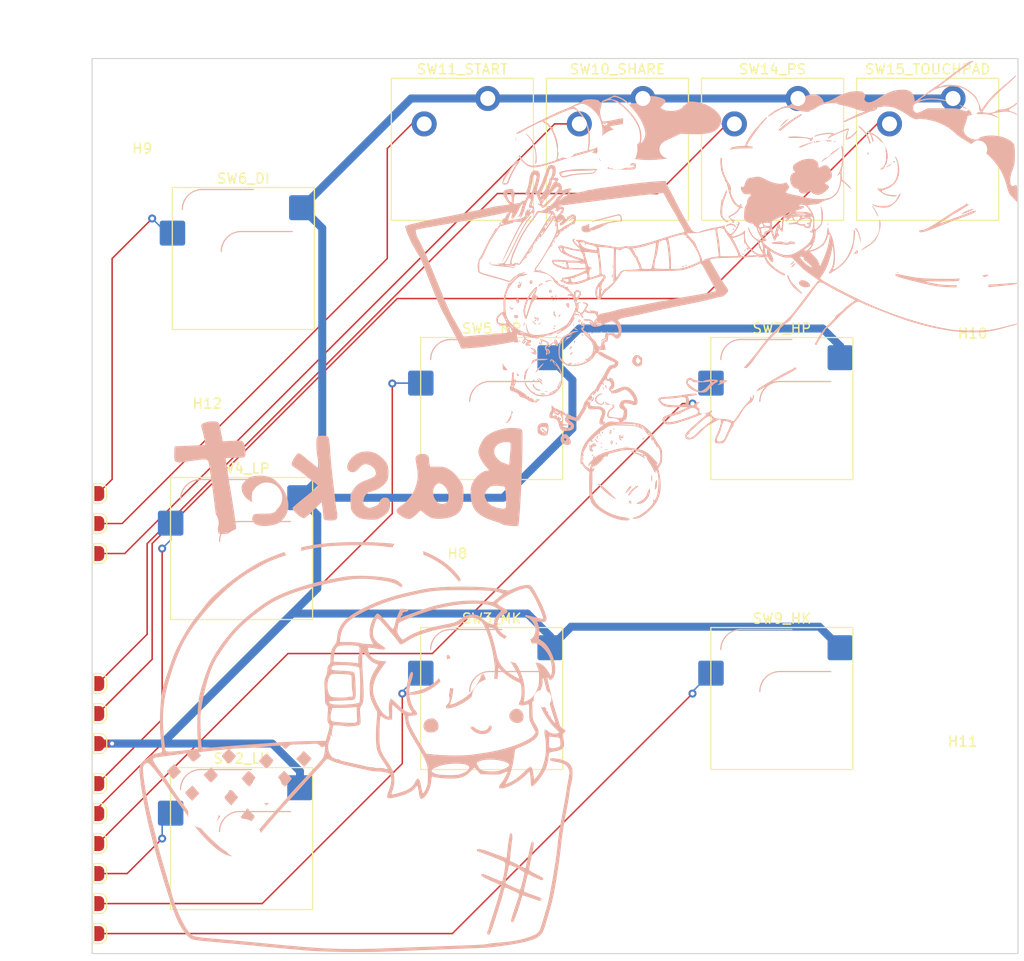
<source format=kicad_pcb>
(kicad_pcb (version 20240108) (generator "pcbnew") (generator_version "8.0")
  (layers (0 "F.Cu" signal) (31 "B.Cu" signal) (34 "B.Paste" user) (35 "F.Paste" user) (36 "B.SilkS" user "B.Silkscreen") (37 "F.SilkS" user "F.Silkscreen") (38 "B.Mask" user) (39 "F.Mask" user) (44 "Edge.Cuts" user))
  (net 0 "")
  (net 1 "GND")
  (net 2 "/Buttons/S2")
  (net 3 "/Buttons/S1")
  (net 4 "/Buttons/A1")
  (net 5 "/Buttons/A2")
  (net 6 "/Buttons/L1")
  (net 7 "/Buttons/R1")
  (net 8 "/Buttons/B4")
  (net 9 "/Buttons/B3")
  (net 10 "/Buttons/R2")
  (net 11 "/Buttons/B2")
  (net 12 "/Buttons/B1")
  (footprint "PCM_Switch_Keyboard_Hotswap_Kailh:SW_Hotswap_Kailh_MX" (layer "F.Cu") (at 117.168943 69)
    (property "Reference" "SW4_LP")
    (property "Value" "SW_Push")
  )
  (footprint "PCM_Switch_Keyboard_Cherry_MX:SW_Cherry_MX_PCB" (layer "F.Cu") (at 185.735 29.08)
    (property "Reference" "SW15_TOUCHPAD")
    (property "Value" "SW_Push")
  )
  (footprint "Fightstick_Library:EdgeSolderJumper-2_Right_Half" (layer "F.Cu") (at 102.2975 88.5)
    (property "Reference" "JP15" (hide yes))
    (property "Value" "SolderJumper_2_Bridged")
  )
  (footprint "Fightstick_Library:EdgeSolderJumper-2_Right_Half" (layer "F.Cu") (at 102.2975 107.5)
    (property "Reference" "JP18" (hide yes))
    (property "Value" "SolderJumper_2_Bridged")
  )
  (footprint "PCM_Switch_Keyboard_Cherry_MX:SW_Cherry_MX_PCB" (layer "F.Cu") (at 154.735 29.08)
    (property "Reference" "SW10_SHARE")
    (property "Value" "SW_Push")
  )
  (footprint "MountingHole:MountingHole_3.2mm_M3" (layer "F.Cu") (at 108.735 54.5)
    (property "Reference" "H12")
    (property "Value" "MountingHole")
  )
  (footprint "Fightstick_Library:EdgeSolderJumper-2_Right_Half" (layer "F.Cu") (at 102.2975 101.5)
    (property "Reference" "JP20" (hide yes))
    (property "Value" "SolderJumper_2_Bridged")
  )
  (footprint "Fightstick_Library:EdgeSolderJumper-2_Right_Half" (layer "F.Cu") (at 102.2975 104.5)
    (property "Reference" "JP19" (hide yes))
    (property "Value" "SolderJumper_2_Bridged")
  )
  (footprint "Fightstick_Library:EdgeSolderJumper-2_Right_Half" (layer "F.Cu") (at 102.2975 66.5)
    (property "Reference" "JP21" (hide yes))
    (property "Value" "SolderJumper_2_Bridged")
  )
  (footprint "PCM_Switch_Keyboard_Hotswap_Kailh:SW_Hotswap_Kailh_MX" (layer "F.Cu") (at 171.168943 84)
    (property "Reference" "SW9_HK")
    (property "Value" "SW_Push")
  )
  (footprint "Fightstick_Library:EdgeSolderJumper-2_Right_Half" (layer "F.Cu") (at 102.2975 98.5)
    (property "Reference" "JP26" (hide yes))
    (property "Value" "SolderJumper_2_Bridged")
  )
  (footprint "Fightstick_Library:EdgeSolderJumper-2_Right_Half" (layer "F.Cu") (at 102.2975 92.5)
    (property "Reference" "JP17" (hide yes))
    (property "Value" "SolderJumper_2_Bridged")
  )
  (footprint "PCM_Switch_Keyboard_Hotswap_Kailh:SW_Hotswap_Kailh_MX" (layer "F.Cu") (at 142.168943 84)
    (property "Reference" "SW3_MK")
    (property "Value" "SW_Push")
  )
  (footprint "Fightstick_Library:EdgeSolderJumper-2_Right_Half" (layer "F.Cu") (at 102.2975 69.5)
    (property "Reference" "JP22" (hide yes))
    (property "Value" "SolderJumper_2_Bridged")
  )
  (footprint "Fightstick_Library:EdgeSolderJumper-2_Right_Half" (layer "F.Cu") (at 102.2975 85.5)
    (property "Reference" "JP24" (hide yes))
    (property "Value" "SolderJumper_2_Bridged")
  )
  (footprint "PCM_Switch_Keyboard_Hotswap_Kailh:SW_Hotswap_Kailh_MX" (layer "F.Cu") (at 117.168943 98)
    (property "Reference" "SW2_LK")
    (property "Value" "SW_Push")
  )
  (footprint "MountingHole:MountingHole_3.2mm_M3" (layer "F.Cu") (at 189.235 92.5)
    (property "Reference" "H11")
    (property "Value" "MountingHole")
  )
  (footprint "MountingHole:MountingHole_3.2mm_M3" (layer "F.Cu") (at 133.735 69.5)
    (property "Reference" "H8")
    (property "Value" "MountingHole")
  )
  (footprint "PCM_Switch_Keyboard_Hotswap_Kailh:SW_Hotswap_Kailh_MX" (layer "F.Cu") (at 142.168943 55)
    (property "Reference" "SW5_MP")
    (property "Value" "SW_Push")
  )
  (footprint "PCM_Switch_Keyboard_Cherry_MX:SW_Cherry_MX_PCB" (layer "F.Cu") (at 170.235 29.08)
    (property "Reference" "SW14_PS")
    (property "Value" "SW_Push")
  )
  (footprint "PCM_kikit:Board" (layer "F.Cu") (at 112.235 20)
    (property "Reference" "B2")
    (property "Value" "Board")
  )
  (footprint "PCM_Switch_Keyboard_Hotswap_Kailh:SW_Hotswap_Kailh_MX" (layer "F.Cu") (at 117.349257 40.000561)
    (property "Reference" "SW6_DI")
    (property "Value" "SW_Push")
  )
  (footprint "Fightstick_Library:EdgeSolderJumper-2_Right_Half" (layer "F.Cu") (at 102.2975 95.5)
    (property "Reference" "JP27" (hide yes))
    (property "Value" "SolderJumper_2_Bridged")
  )
  (footprint "MountingHole:MountingHole_3.2mm_M3" (layer "F.Cu") (at 190.235 43)
    (property "Reference" "H10")
    (property "Value" "MountingHole")
  )
  (footprint "PCM_Switch_Keyboard_Hotswap_Kailh:SW_Hotswap_Kailh_MX" (layer "F.Cu") (at 171.168943 55)
    (property "Reference" "SW7_HP")
    (property "Value" "SW_Push")
  )
  (footprint "Fightstick_Library:EdgeSolderJumper-2_Right_Half" (layer "F.Cu") (at 102.2975 63.5)
    (property "Reference" "JP25" (hide yes))
    (property "Value" "SolderJumper_2_Bridged")
  )
  (footprint "MountingHole:MountingHole_3.2mm_M3" (layer "F.Cu") (at 107.235 24.5)
    (property "Reference" "H9")
    (property "Value" "MountingHole")
  )
  (footprint "Fightstick_Library:EdgeSolderJumper-2_Right_Half" (layer "F.Cu") (at 102.2975 82.5)
    (property "Reference" "JP23" (hide yes))
    (property "Value" "SolderJumper_2_Bridged")
  )
  (footprint "PCM_Switch_Keyboard_Cherry_MX:SW_Cherry_MX_PCB" (layer "F.Cu") (at 139.235 29.08)
    (property "Reference" "SW11_START")
    (property "Value" "SW_Push")
  )
  (gr_poly (pts (xy 154.409384 23.704735) (xy 154.403315 23.705052) (xy 154.397434 23.7055) (xy 154.391742 23.70608) (xy 154.386243 23.706794) (xy 154.38094 23.707643) (xy 154.375835 23.708627) (xy 154.370934 23.709748) (xy 154.366237 23.711007) (xy 154.361748 23.712405) (xy 154.357471 23.713943) (xy 154.353408 23.715623) (xy 154.349563 23.717444) (xy 154.345939 23.719409) (xy 154.342538 23.721518) (xy 154.339363 23.723773) (xy 154.310304 23.742115) (xy 154.262054 23.768036) (xy 154.197181 23.800337) (xy 154.118254 23.837824) (xy 153.928506 23.923566) (xy 153.713353 24.015693) (xy 153.658774 24.038795) (xy 153.605726 24.061936) (xy 153.554482 24.084968) (xy 153.505319 24.10774) (xy 153.45851 24.130105) (xy 153.41433 24.151913) (xy 153.373055 24.173014) (xy 153.334958 24.19326) (xy 153.300314 24.212501) (xy 153.269398 24.230588) (xy 153.242485 24.247373) (xy 153.219849 24.262705) (xy 153.201765 24.276436) (xy 153.194516 24.282654) (xy 153.188508 24.288416) (xy 153.183775 24.293703) (xy 153.180352 24.298496) (xy 153.178273 24.302778) (xy 153.177573 24.306528) (xy 153.177417 24.309986) (xy 153.176955 24.313401) (xy 153.176194 24.316766) (xy 153.175143 24.32008) (xy 153.173808 24.323336) (xy 153.172197 24.326531) (xy 153.170318 24.32966) (xy 153.168178 24.33272) (xy 153.163148 24.338612) (xy 153.157167 24.344173) (xy 153.150297 24.349368) (xy 153.142599 24.354162) (xy 153.134132 24.358522) (xy 153.12496 24.362412) (xy 153.115142 24.365799) (xy 153.10474 24.368647) (xy 153.093814 24.370922) (xy 153.082427 24.37259) (xy 153.070638 24.373616) (xy 153.058508 24.373966) (xy 153.052406 24.373866) (xy 153.04638 24.37357) (xy 153.04044 24.373083) (xy 153.034592 24.37241) (xy 153.028844 24.371555) (xy 153.023205 24.370524) (xy 153.017681 24.369321) (xy 153.01228 24.36795) (xy 153.00701 24.366418) (xy 153.001878 24.364729) (xy 152.996892 24.362888) (xy 152.99206 24.360899) (xy 152.98739 24.358768) (xy 152.982888 24.356499) (xy 152.978563 24.354098) (xy 152.974422 24.351568) (xy 152.970473 24.348916) (xy 152.966724 24.346146) (xy 152.963182 24.343262) (xy 152.959854 24.34027) (xy 152.956749 24.337175) (xy 152.953873 24.333981) (xy 152.951236 24.330693) (xy 152.948843 24.327317) (xy 152.946704 24.323856) (xy 152.944825 24.320316) (xy 152.943214 24.316703) (xy 152.941879 24.31302) (xy 152.940827 24.309272) (xy 152.940066 24.305465) (xy 152.939604 24.301603) (xy 152.939449 24.297691) (xy 152.935063 24.274101) (xy 152.922255 24.251784) (xy 152.901552 24.230756) (xy 152.873477 24.211032) (xy 152.838557 24.192626) (xy 152.797317 24.175554) (xy 152.697976 24.14547) (xy 152.579657 24.1209) (xy 152.446562 24.101964) (xy 152.302894 24.088782) (xy 152.152855 24.081474) (xy 152.000647 24.08016) (xy 151.850472 24.084959) (xy 151.706533 24.095992) (xy 151.573033 24.113379) (xy 151.454173 24.137238) (xy 151.354156 24.167691) (xy 151.312526 24.185428) (xy 151.277183 24.204858) (xy 151.248652 24.225996) (xy 151.227458 24.248857) (xy 151.217816 24.2616) (xy 151.207807 24.273986) (xy 151.197511 24.28595) (xy 151.187006 24.29743) (xy 151.17637 24.30836) (xy 151.165684 24.318676) (xy 151.155026 24.328315) (xy 151.144474 24.337211) (xy 151.134108 24.345301) (xy 151.124006 24.352521) (xy 151.114247 24.358806) (xy 151.10491 24.364093) (xy 151.096074 24.368316) (xy 151.091869 24.370009) (xy 151.087818 24.371412) (xy 151.083933 24.372517) (xy 151.080221 24.373317) (xy 151.076694 24.373802) (xy 151.073361 24.373966) (xy 151.064668 24.37506) (xy 151.051692 24.378271) (xy 151.013934 24.390611) (xy 150.962169 24.410122) (xy 150.898479 24.435937) (xy 150.824946 24.467193) (xy 150.743651 24.503026) (xy 150.656677 24.54257) (xy 150.566104 24.584961) (xy 150.214134 24.750225) (xy 149.900523 24.891595) (xy 149.540696 25.046226) (xy 149.050073 25.251277) (xy 148.590204 25.455394) (xy 147.960463 25.752213) (xy 147.232107 26.106013) (xy 146.476392 26.481073) (xy 145.764575 26.841673) (xy 145.167912 27.152093) (xy 144.757659 27.376613) (xy 144.644705 27.445498) (xy 144.605074 27.479513) (xy 144.606205 27.489043) (xy 144.60954 27.497262) (xy 144.614987 27.504197) (xy 144.622458 27.509876) (xy 144.631862 27.514326) (xy 144.64311 27.517575) (xy 144.670776 27.520579) (xy 144.704738 27.519108) (xy 144.744276 27.513383) (xy 144.78867 27.503622) (xy 144.837203 27.490047) (xy 144.889154 27.472878) (xy 144.943805 27.452334) (xy 145.000437 27.428636) (xy 145.05833 27.402004) (xy 145.116765 27.372657) (xy 145.175024 27.340816) (xy 145.232387 27.306702) (xy 145.288135 27.270533) (xy 145.356877 27.226834) (xy 145.454024 27.169366) (xy 145.71559 27.022932) (xy 146.036939 26.85085) (xy 146.382176 26.67274) (xy 146.522297 26.602051) (xy 146.646281 26.54004) (xy 146.755342 26.486349) (xy 146.850693 26.440623) (xy 146.893606 26.420635) (xy 146.933546 26.402504) (xy 146.970665 26.386186) (xy 147.005114 26.371636) (xy 147.037045 26.35881) (xy 147.06661 26.347663) (xy 147.093959 26.33815) (xy 147.119246 26.330227) (xy 147.14262 26.32385) (xy 147.164235 26.318972) (xy 147.184241 26.315552) (xy 147.20279 26.313542) (xy 147.220034 26.3129) (xy 147.236125 26.31358) (xy 147.251213 26.315537) (xy 147.26545 26.318728) (xy 147.278989 26.323108) (xy 147.29198 26.328631) (xy 147.304575 26.335254) (xy 147.316927 26.342932) (xy 147.329185 26.35162) (xy 147.341503 26.361274) (xy 147.354032 26.371849) (xy 147.366922 26.3833) (xy 147.382276 26.396927) (xy 147.397782 26.410172) (xy 147.413334 26.422967) (xy 147.428827 26.435243) (xy 147.444157 26.446932) (xy 147.459216 26.457964) (xy 147.473902 26.468271) (xy 147.488108 26.477785) (xy 147.501729 26.486437) (xy 147.51466 26.494158) (xy 147.526796 26.500879) (xy 147.538031 26.506532) (xy 147.548262 26.511049) (xy 147.557381 26.51436) (xy 147.565285 26.516397) (xy 147.568748 26.516916) (xy 147.571868 26.517091) (xy 147.575051 26.517376) (xy 147.578703 26.518223) (xy 147.58735 26.521546) (xy 147.597678 26.526947) (xy 147.609555 26.534315) (xy 147.622854 26.543537) (xy 147.637442 26.554502) (xy 147.65319 26.567097) (xy 147.669969 26.581211) (xy 147.687647 26.596732) (xy 147.706094 26.613548) (xy 147.744777 26.650618) (xy 147.784977 26.691524) (xy 147.825652 26.735372) (xy 147.932594 26.865385) (xy 148.035108 27.012257) (xy 148.13264 27.174058) (xy 148.224636 27.348859) (xy 148.310539 27.53473) (xy 148.389796 27.72974) (xy 148.461852 27.931961) (xy 148.526151 28.139462) (xy 148.58214 28.350314) (xy 148.629263 28.562586) (xy 148.666965 28.774349) (xy 148.694691 28.983672) (xy 148.711888 29.188627) (xy 148.717999 29.387283) (xy 148.712471 29.57771) (xy 148.694748 29.757978) (xy 148.640178 30.154232) (xy 147.882547 30.408015) (xy 147.706008 30.464329) (xy 147.527717 30.515845) (xy 147.350064 30.562047) (xy 147.17544 30.602419) (xy 147.006235 30.636445) (xy 146.844838 30.663609) (xy 146.693641 30.683394) (xy 146.622613 30.690358) (xy 146.555033 30.695285) (xy 146.460317 30.700639) (xy 146.375718 30.704705) (xy 146.300166 30.707236) (xy 146.232589 30.707988) (xy 146.171917 30.706715) (xy 146.117077 30.703172) (xy 146.09151 30.700473) (xy 146.066999 30.697114) (xy 146.043411 30.693066) (xy 146.020612 30.688296) (xy 145.998468 30.682775) (xy 145.976845 30.676472) (xy 145.955609 30.669356) (xy 145.934626 30.661397) (xy 145.913762 30.652564) (xy 145.892884 30.642826) (xy 145.850549 30.620513) (xy 145.806549 30.594213) (xy 145.759812 30.563682) (xy 145.709269 30.528673) (xy 145.653847 30.488941) (xy 145.545053 30.404572) (xy 145.442724 30.313613) (xy 145.346702 30.215713) (xy 145.256829 30.110522) (xy 145.172947 29.997689) (xy 145.094897 29.876864) (xy 145.022522 29.747695) (xy 144.955664 29.609832) (xy 144.894164 29.462925) (xy 144.837865 29.306622) (xy 144.786608 29.140574) (xy 144.740235 28.964429) (xy 144.698588 28.777838) (xy 144.661509 28.580448) (xy 144.62884 28.371911) (xy 144.600423 28.151874) (xy 144.5632 27.83989) (xy 144.552775 27.767012) (xy 144.549441 27.752109) (xy 144.548224 27.750137) (xy 144.547298 27.751853) (xy 144.546388 27.796143) (xy 144.549664 27.901615) (xy 144.567249 28.303028) (xy 144.580179 28.522751) (xy 144.598583 28.729277) (xy 144.622772 28.923303) (xy 144.653056 29.105523) (xy 144.689747 29.276632) (xy 144.710593 29.358237) (xy 144.733157 29.437325) (xy 144.757478 29.513982) (xy 144.783595 29.588296) (xy 144.811547 29.660354) (xy 144.841373 29.730242) (xy 144.873112 29.798048) (xy 144.906802 29.863858) (xy 144.942483 29.927758) (xy 144.980194 29.989837) (xy 145.019973 30.05018) (xy 145.061859 30.108875) (xy 145.105891 30.166009) (xy 145.152108 30.221668) (xy 145.200549 30.275939) (xy 145.251252 30.32891) (xy 145.304257 30.380667) (xy 145.359603 30.431296) (xy 145.417328 30.480885) (xy 145.477471 30.529521) (xy 145.605168 30.624281) (xy 145.68254 30.675921) (xy 145.759782 30.72184) (xy 145.837333 30.762087) (xy 145.915633 30.796713) (xy 145.995121 30.825769) (xy 146.076239 30.849304) (xy 146.159425 30.867371) (xy 146.24512 30.880018) (xy 146.333762 30.887297) (xy 146.425793 30.889259) (xy 146.521652 30.885952) (xy 146.621779 30.877429) (xy 146.726614 30.86374) (xy 146.836595 30.844935) (xy 146.952165 30.821064) (xy 147.073761 30.792179) (xy 147.073761 30.792336) (xy 147.370668 30.712936) (xy 147.744982 30.605915) (xy 148.14878 30.485289) (xy 148.534137 30.365075) (xy 149.484219 30.06212) (xy 150.135478 29.859437) (xy 150.670675 29.701486) (xy 151.272571 29.532724) (xy 151.457962 29.480311) (xy 151.63483 29.428203) (xy 151.799023 29.377769) (xy 151.946392 29.330378) (xy 152.072785 29.287399) (xy 152.174051 29.250203) (xy 152.213965 29.234201) (xy 152.246041 29.220158) (xy 152.269761 29.208246) (xy 152.284604 29.198635) (xy 152.290872 29.193564) (xy 152.296925 29.188822) (xy 152.302764 29.184409) (xy 152.308391 29.180326) (xy 152.313807 29.176572) (xy 152.319012 29.173147) (xy 152.324008 29.170051) (xy 152.328795 29.167284) (xy 152.333375 29.164846) (xy 152.337749 29.162737) (xy 152.341917 29.160958) (xy 152.345881 29.159507) (xy 152.349642 29.158385) (xy 152.3532 29.157593) (xy 152.356558 29.157129) (xy 152.359714 29.156994) (xy 152.362672 29.157189) (xy 152.365432 29.157712) (xy 152.367994 29.158564) (xy 152.37036 29.159745) (xy 152.372531 29.161255) (xy 152.374508 29.163094) (xy 152.376292 29.165261) (xy 152.377884 29.167758) (xy 152.379284 29.170583) (xy 152.380495 29.173737) (xy 152.381517 29.177219) (xy 152.38235 29.181031) (xy 152.382997 29.185171) (xy 152.383457 29.18964) (xy 152.383733 29.194437) (xy 152.383824 29.199564) (xy 152.383695 29.203838) (xy 152.38331 29.208148) (xy 152.382676 29.212489) (xy 152.381799 29.216851) (xy 152.380687 29.221228) (xy 152.379344 29.225612) (xy 152.377778 29.229995) (xy 152.375995 29.23437) (xy 152.371803 29.243066) (xy 152.366819 29.251639) (xy 152.361094 29.26003) (xy 152.354678 29.268177) (xy 152.347623 29.276021) (xy 152.339979 29.283502) (xy 152.331797 29.290559) (xy 152.323129 29.297133) (xy 152.314025 29.303163) (xy 152.304535 29.308588) (xy 152.294711 29.31335) (xy 152.28969 29.315462) (xy 152.284604 29.317386) (xy 152.26207 29.326366) (xy 152.244198 29.335542) (xy 152.237011 29.340203) (xy 152.230989 29.344913) (xy 152.226132 29.349672) (xy 152.22244 29.354479) (xy 152.219913 29.359334) (xy 152.218551 29.364238) (xy 152.218354 29.36919) (xy 152.219321 29.374189) (xy 152.221453 29.379237) (xy 152.224749 29.384332) (xy 152.229209 29.389474) (xy 152.234834 29.394664) (xy 152.249574 29.405186) (xy 152.26897 29.415896) (xy 152.293019 29.426792) (xy 152.321722 29.437875) (xy 152.355076 29.449142) (xy 152.393081 29.460593) (xy 152.435736 29.472227) (xy 152.48304 29.484042) (xy 152.514416 29.491232) (xy 152.542815 29.496978) (xy 152.555939 29.499292) (xy 152.568369 29.501226) (xy 152.58012 29.502771) (xy 152.591209 29.503922) (xy 152.601653 29.504673) (xy 152.611468 29.505015) (xy 152.620671 29.504943) (xy 152.629279 29.504451) (xy 152.637307 29.503531) (xy 152.644773 29.502176) (xy 152.651693 29.500381) (xy 152.658083 29.498139) (xy 152.66396 29.495442) (xy 152.66934 29.492285) (xy 152.674241 29.48866) (xy 152.678678 29.484561) (xy 152.682668 29.479981) (xy 152.686227 29.474915) (xy 152.689373 29.469354) (xy 152.692122 29.463293) (xy 152.694489 29.456724) (xy 152.696493 29.449642) (xy 152.698148 29.442039) (xy 152.699472 29.433909) (xy 152.700482 29.425246) (xy 152.701193 29.416042) (xy 152.701623 29.406291) (xy 152.701787 29.395986) (xy 152.702284 29.379453) (xy 152.703668 29.36582) (xy 152.704695 29.360093) (xy 152.705947 29.355094) (xy 152.707425 29.350822) (xy 152.70913 29.34728) (xy 152.711063 29.344468) (xy 152.713225 29.342386) (xy 152.715616 29.341036) (xy 152.71824 29.340417) (xy 152.721095 29.340532) (xy 152.724183 29.34138) (xy 152.727506 29.342962) (xy 152.731064 29.345279) (xy 152.734858 29.348333) (xy 152.73889 29.352123) (xy 152.74767 29.361916) (xy 152.757412 29.374664) (xy 152.768125 29.390375) (xy 152.779817 29.409053) (xy 152.792497 29.430706) (xy 152.806172 29.455339) (xy 152.820851 29.482958) (xy 152.832931 29.507454) (xy 152.844672 29.533883) (xy 152.856014 29.561997) (xy 152.866896 29.591547) (xy 152.877257 29.622286) (xy 152.887036 29.653963) (xy 152.896173 29.686332) (xy 152.904607 29.719143) (xy 152.912276 29.752148) (xy 152.91912 29.785098) (xy 152.925078 29.817745) (xy 152.930089 29.84984) (xy 152.934093 29.881136) (xy 152.937028 29.911382) (xy 152.938833 29.940331) (xy 152.939449 29.967735) (xy 152.94045 30.052647) (xy 152.942766 30.087217) (xy 152.947238 30.117127) (xy 152.950505 30.130475) (xy 152.954576 30.142827) (xy 152.959541 30.154238) (xy 152.965489 30.164765) (xy 152.972508 30.174465) (xy 152.980686 30.183392) (xy 152.990114 30.191604) (xy 153.000878 30.199156) (xy 153.013068 30.206104) (xy 153.026772 30.212506) (xy 153.05908 30.223891) (xy 153.09851 30.23376) (xy 153.145771 30.242563) (xy 153.201574 30.250748) (xy 153.266628 30.258764) (xy 153.427324 30.276088) (xy 153.573495 30.290987) (xy 153.704093 30.303278) (xy 153.820383 30.312761) (xy 153.923632 30.319233) (xy 153.970762 30.321278) (xy 154.015106 30.322495) (xy 154.056823 30.322859) (xy 154.096071 30.322345) (xy 154.133009 30.320928) (xy 154.167794 30.318582) (xy 154.200585 30.315283) (xy 154.23154 30.311005) (xy 154.260818 30.305724) (xy 154.288577 30.299413) (xy 154.314975 30.292049) (xy 154.34017 30.283606) (xy 154.364321 30.274058) (xy 154.387586 30.263381) (xy 154.410123 30.251549) (xy 154.43209 30.238538) (xy 154.453647 30.224322) (xy 154.47495 30.208877) (xy 154.496159 30.192176) (xy 154.517431 30.174195) (xy 154.538925 30.154909) (xy 154.560799 30.134292) (xy 154.606322 30.088968) (xy 154.643181 30.051996) (xy 154.677875 30.018982) (xy 154.71102 29.989709) (xy 154.743229 29.963959) (xy 154.775117 29.941516) (xy 154.807298 29.922163) (xy 154.840386 29.905683) (xy 154.874997 29.891859) (xy 154.911743 29.880474) (xy 154.951241 29.871311) (xy 154.994103 29.864153) (xy 155.040945 29.858782) (xy 155.09238 29.854983) (xy 155.149024 29.852538) (xy 155.21149 29.85123) (xy 155.280393 29.850842) (xy 155.381565 29.85404) (xy 155.500147 29.863205) (xy 155.631811 29.877696) (xy 155.77223 29.896871) (xy 155.917075 29.920089) (xy 156.06202 29.946707) (xy 156.202738 29.976084) (xy 156.334899 30.007577) (xy 156.530828 30.050323) (xy 156.750913 30.08533) (xy 156.991074 30.112762) (xy 157.247229 30.132786) (xy 157.515297 30.145568) (xy 157.791199 30.151272) (xy 158.070852 30.150064) (xy 158.350175 30.14211) (xy 158.625089 30.127576) (xy 158.891511 30.106627) (xy 159.145361 30.079428) (xy 159.382559 30.046146) (xy 159.599022 30.006946) (xy 159.79067 29.961993) (xy 159.953423 29.911453) (xy 160.083199 29.855492) (xy 160.1363 29.826652) (xy 160.186834 29.797121) (xy 160.234783 29.766948) (xy 160.280132 29.736178) (xy 160.322865 29.70486) (xy 160.362966 29.673041) (xy 160.400419 29.640768) (xy 160.435209 29.608089) (xy 160.467318 29.575049) (xy 160.496733 29.541698) (xy 160.523435 29.508082) (xy 160.547411 29.474249) (xy 160.568643 29.440245) (xy 160.587116 29.406118) (xy 160.602814 29.371916) (xy 160.615721 29.337685) (xy 160.625821 29.303473) (xy 160.633099 29.269327) (xy 160.637537 29.235294) (xy 160.639121 29.201422) (xy 160.637835 29.167758) (xy 160.633663 29.13435) (xy 160.626588 29.101243) (xy 160.616595 29.068487) (xy 160.603668 29.036128) (xy 160.587791 29.004213) (xy 160.568948 28.97279) (xy 160.547123 28.941905) (xy 160.522301 28.911607) (xy 160.494465 28.881943) (xy 160.4636 28.852959) (xy 160.429689 28.824703) (xy 160.408006 28.807945) (xy 160.386187 28.791658) (xy 160.364378 28.775925) (xy 160.342723 28.760831) (xy 160.321367 28.74646) (xy 160.300455 28.732897) (xy 160.28013 28.720226) (xy 160.260538 28.70853) (xy 160.241823 28.697895) (xy 160.22413 28.688405) (xy 160.207604 28.680143) (xy 160.192389 28.673195) (xy 160.17863 28.667644) (xy 160.166472 28.663574) (xy 160.156059 28.661071) (xy 160.151552 28.660433) (xy 160.147535 28.660217) (xy 160.138162 28.659334) (xy 160.125258 28.656742) (xy 160.089772 28.646782) (xy 160.042904 28.631036) (xy 159.986482 28.610204) (xy 159.922336 28.584985) (xy 159.852292 28.556077) (xy 159.77818 28.524181) (xy 159.701827 28.489995) (xy 159.581472 28.434571) (xy 159.533417 28.411691) (xy 159.493123 28.39157) (xy 159.46035 28.373865) (xy 159.446708 28.36581) (xy 159.434857 28.358229) (xy 159.424767 28.35108) (xy 159.416406 28.344319) (xy 159.409746 28.337903) (xy 159.404756 28.331788) (xy 159.401406 28.325932) (xy 159.399666 28.320291) (xy 159.399391 28.317538) (xy 159.399506 28.314823) (xy 159.400897 28.309484) (xy 159.403808 28.30423) (xy 159.408208 28.29902) (xy 159.414069 28.293809) (xy 159.421361 28.288555) (xy 159.430052 28.283214) (xy 159.440113 28.277743) (xy 159.464226 28.26624) (xy 159.493459 28.2537) (xy 159.527572 28.239778) (xy 159.656246 28.183698) (xy 159.859901 28.090237) (xy 160.110557 27.972405) (xy 160.380235 27.843212) (xy 161.034457 27.526642) (xy 162.166172 27.567726) (xy 162.507133 27.575668) (xy 162.824044 27.573736) (xy 162.97368 27.568985) (xy 163.117542 27.561667) (xy 163.255711 27.55175) (xy 163.388265 27.5392) (xy 163.515284 27.523984) (xy 163.636849 27.50607) (xy 163.753038 27.485426) (xy 163.863931 27.462018) (xy 163.969608 27.435813) (xy 164.070149 27.406779) (xy 164.165633 27.374883) (xy 164.25614 27.340092) (xy 164.34175 27.302374) (xy 164.422541 27.261695) (xy 164.498595 27.218023) (xy 164.569989 27.171325) (xy 164.636805 27.121568) (xy 164.699122 27.06872) (xy 164.757019 27.012748) (xy 164.810576 26.953618) (xy 164.859872 26.891299) (xy 164.904988 26.825757) (xy 164.946003 26.756959) (xy 164.982996 26.684874) (xy 165.016048 26.609467) (xy 165.045238 26.530706) (xy 165.070645 26.448559) (xy 165.092349 26.362993) (xy 165.100088 26.324746) (xy 165.105918 26.286366) (xy 165.109842 26.247857) (xy 165.111864 26.209226) (xy 165.111985 26.170479) (xy 165.11021 26.131622) (xy 165.106541 26.09266) (xy 165.100982 26.053598) (xy 165.093537 26.014444) (xy 165.084207 25.975203) (xy 165.072997 25.935881) (xy 165.05991 25.896483) (xy 165.044948 25.857015) (xy 165.028115 25.817484) (xy 164.988849 25.738253) (xy 164.942138 25.658838) (xy 164.888006 25.579284) (xy 164.82648 25.499638) (xy 164.757585 25.419948) (xy 164.681346 25.34026) (xy 164.59779 25.26062) (xy 164.506941 25.181076) (xy 164.408825 25.101674) (xy 164.29942 25.019308) (xy 164.18841 24.941543) (xy 164.07576 24.868367) (xy 163.961438 24.799767) (xy 163.845409 24.73573) (xy 163.727641 24.676242) (xy 163.6081 24.621291) (xy 163.486753 24.570863) (xy 163.363566 24.524944) (xy 163.238506 24.483523) (xy 163.111538 24.446586) (xy 162.982631 24.41412) (xy 162.85175 24.386111) (xy 162.718862 24.362546) (xy 162.583933 24.343413) (xy 162.44693 24.328699) (xy 162.249433 24.311347) (xy 162.168622 24.305286) (xy 162.098184 24.30134) (xy 162.066484 24.300247) (xy 162.036932 24.299788) (xy 162.009378 24.299996) (xy 161.983675 24.300908) (xy 161.959675 24.302557) (xy 161.937227 24.30498) (xy 161.916185 24.30821) (xy 161.896399 24.312282) (xy 161.87772 24.317232) (xy 161.860001 24.323094) (xy 161.843093 24.329903) (xy 161.826846 24.337694) (xy 161.811114 24.346502) (xy 161.795746 24.356361) (xy 161.780595 24.367308) (xy 161.765511 24.379375) (xy 161.750347 24.392599) (xy 161.734954 24.407014) (xy 161.719183 24.422655) (xy 161.702885 24.439557) (xy 161.668117 24.477282) (xy 161.62946 24.52047) (xy 161.606779 24.54531) (xy 161.584038 24.569026) (xy 161.561386 24.591511) (xy 161.53897 24.612663) (xy 161.516937 24.632375) (xy 161.495435 24.650545) (xy 161.474611 24.667066) (xy 161.454613 24.681834) (xy 161.435587 24.694745) (xy 161.417682 24.705694) (xy 161.401045 24.714577) (xy 161.393248 24.718211) (xy 161.385823 24.721289) (xy 161.378789 24.723798) (xy 161.372164 24.725725) (xy 161.365966 24.727057) (xy 161.360214 24.727781) (xy 161.354927 24.727883) (xy 161.350122 24.727352) (xy 161.345819 24.726173) (xy 161.342035 24.724333) (xy 161.338538 24.72234) (xy 161.335085 24.720703) (xy 161.331682 24.719419) (xy 161.328331 24.71848) (xy 161.325038 24.717883) (xy 161.321807 24.71762) (xy 161.318641 24.717688) (xy 161.315547 24.718079) (xy 161.312528 24.718789) (xy 161.309588 24.719812) (xy 161.306731 24.721143) (xy 161.303963 24.722776) (xy 161.301287 24.724705) (xy 161.298708 24.726926) (xy 161.296231 24.729432) (xy 161.293858 24.732218) (xy 161.291596 24.735278) (xy 161.289448 24.738608) (xy 161.287419 24.742201) (xy 161.285512 24.746052) (xy 161.282087 24.754505) (xy 161.279205 24.763925) (xy 161.276903 24.774265) (xy 161.275216 24.785483) (xy 161.274178 24.797534) (xy 161.273824 24.810374) (xy 161.273389 24.817636) (xy 161.272094 24.825132) (xy 161.266983 24.840778) (xy 161.258608 24.857219) (xy 161.247086 24.874364) (xy 161.232535 24.892119) (xy 161.215072 24.910391) (xy 161.194814 24.929089) (xy 161.171879 24.948119) (xy 161.146383 24.967389) (xy 161.118446 24.986807) (xy 161.088182 25.006278) (xy 161.055711 25.025711) (xy 161.021149 25.045014) (xy 160.984614 25.064093) (xy 160.946223 25.082856) (xy 160.906093 25.10121) (xy 160.815499 25.136729) (xy 160.717087 25.167008) (xy 160.612171 25.192079) (xy 160.502067 25.211978) (xy 160.38809 25.226736) (xy 160.271555 25.236387) (xy 160.153777 25.240965) (xy 160.036072 25.240502) (xy 159.919755 25.235032) (xy 159.806141 25.224589) (xy 159.696545 25.209206) (xy 159.592283 25.188915) (xy 159.49467 25.163751) (xy 159.40502 25.133747) (xy 159.324651 25.098936) (xy 159.288356 25.079739) (xy 159.254875 25.059352) (xy 159.034426 24.914864) (xy 159.281075 24.660461) (xy 159.351645 24.58501) (xy 159.411045 24.515359) (xy 159.436495 24.482564) (xy 159.459082 24.451044) (xy 159.47878 24.420743) (xy 159.495566 24.391602) (xy 159.509416 24.363563) (xy 159.520305 24.336568) (xy 159.528211 24.310559) (xy 159.533108 24.285477) (xy 159.534973 24.261266) (xy 159.533782 24.237866) (xy 159.529512 24.21522) (xy 159.522138 24.19327) (xy 159.511635 24.171958) (xy 159.497982 24.151225) (xy 159.481152 24.131014) (xy 159.461123 24.111267) (xy 159.43787 24.091926) (xy 159.41137 24.072932) (xy 159.381599 24.054227) (xy 159.348532 24.035755) (xy 159.312145 24.017455) (xy 159.272416 23.999272) (xy 159.182831 23.963019) (xy 159.079587 23.926531) (xy 158.96249 23.889346) (xy 158.875649 23.864282) (xy 158.788706 23.841769) (xy 158.701804 23.821783) (xy 158.615086 23.804302) (xy 158.442778 23.776757) (xy 158.272933 23.758945) (xy 158.106699 23.750678) (xy 157.945225 23.751767) (xy 157.789661 23.762025) (xy 157.714454 23.770533) (xy 157.641155 23.781262) (xy 157.569908 23.794189) (xy 157.500857 23.809291) (xy 157.434144 23.826543) (xy 157.369915 23.845923) (xy 157.308312 23.867407) (xy 157.249479 23.89097) (xy 157.19356 23.91659) (xy 157.140698 23.944244) (xy 157.091037 23.973907) (xy 157.04472 24.005555) (xy 157.001892 24.039167) (xy 156.962696 24.074717) (xy 156.927275 24.112182) (xy 156.895773 24.15154) (xy 156.868334 24.192766) (xy 156.845102 24.235836) (xy 156.825576 24.272784) (xy 156.803919 24.306457) (xy 156.780006 24.336897) (xy 156.753715 24.364147) (xy 156.724921 24.38825) (xy 156.693502 24.40925) (xy 156.659335 24.427189) (xy 156.622295 24.44211) (xy 156.58226 24.454056) (xy 156.539105 24.46307) (xy 156.492709 24.469195) (xy 156.442947 24.472475) (xy 156.389696 24.472951) (xy 156.332833 24.470668) (xy 156.272234 24.465667) (xy 156.207776 24.457993) (xy 156.196461 24.457046) (xy 156.18427 24.457115) (xy 156.171317 24.458155) (xy 156.157716 24.460126) (xy 156.143581 24.462985) (xy 156.129026 24.46669) (xy 156.114165 24.471197) (xy 156.099112 24.476466) (xy 156.083981 24.482453) (xy 156.068887 24.489117) (xy 156.053942 24.496415) (xy 156.039262 24.504304) (xy 156.02496 24.512743) (xy 156.01115 24.521689) (xy 155.997946 24.5311) (xy 155.985463 24.540934) (xy 155.968293 24.55639) (xy 155.954455 24.571853) (xy 155.948846 24.579706) (xy 155.944142 24.587703) (xy 155.940368 24.595892) (xy 155.937546 24.60432) (xy 155.935703 24.613035) (xy 155.93486 24.622085) (xy 155.935043 24.631517) (xy 155.936276 24.641379) (xy 155.938582 24.651718) (xy 155.941986 24.662582) (xy 155.946511 24.674019) (xy 155.952181 24.686076) (xy 155.967056 24.71224) (xy 155.9868 24.741455) (xy 156.011608 24.774103) (xy 156.041671 24.810563) (xy 156.077181 24.851217) (xy 156.118331 24.896445) (xy 156.218318 25.002146) (xy 156.295164 25.083742) (xy 156.370466 25.167093) (xy 156.444126 25.252054) (xy 156.516043 25.338482) (xy 156.586119 25.426233) (xy 156.654256 25.515164) (xy 156.720352 25.60513) (xy 156.784311 25.695988) (xy 156.846032 25.787594) (xy 156.905415 25.879805) (xy 156.962364 25.972477) (xy 157.016776 26.065465) (xy 157.068555 26.158627) (xy 157.117601 26.251819) (xy 157.163813 26.344897) (xy 157.207095 26.437717) (xy 157.277612 26.599072) (xy 157.339151 26.750936) (xy 157.391738 26.893977) (xy 157.435394 27.028866) (xy 157.470145 27.156271) (xy 157.496014 27.276861) (xy 157.505625 27.334809) (xy 157.513025 27.391305) (xy 157.518216 27.446431) (xy 157.521201 27.500272) (xy 157.521984 27.552911) (xy 157.520567 27.604431) (xy 157.516953 27.654917) (xy 157.511146 27.704451) (xy 157.503148 27.753119) (xy 157.492962 27.801002) (xy 157.480592 27.848185) (xy 157.466039 27.894752) (xy 157.449308 27.940786) (xy 157.430401 27.98637) (xy 157.409321 28.031589) (xy 157.386071 28.076526) (xy 157.360654 28.121264) (xy 157.333073 28.165888) (xy 157.271431 28.255125) (xy 157.080901 28.513404) (xy 157.123844 28.03948) (xy 157.131585 27.890889) (xy 156.999338 27.890889) (xy 156.99823 27.978404) (xy 156.994321 28.06188) (xy 156.987557 28.140412) (xy 156.977884 28.213094) (xy 156.965247 28.279023) (xy 156.949591 28.337292) (xy 156.942473 28.354989) (xy 156.932135 28.373671) (xy 156.918749 28.393239) (xy 156.902489 28.413591) (xy 156.862044 28.456249) (xy 156.812187 28.500842) (xy 156.754307 28.546567) (xy 156.689792 28.592622) (xy 156.62003 28.638205) (xy 156.54641 28.682513) (xy 156.470319 28.724743) (xy 156.393148 28.764094) (xy 156.316283 28.799762) (xy 156.241113 28.830945) (xy 156.169026 28.85684) (xy 156.101412 28.876646) (xy 156.039658 28.889559) (xy 156.011412 28.89318) (xy 155.985152 28.894777) (xy 155.966463 28.894544) (xy 155.945388 28.893099) (xy 155.92216 28.890501) (xy 155.897011 28.886809) (xy 155.841885 28.876386) (xy 155.781875 28.862306) (xy 155.718847 28.845046) (xy 155.654665 28.825085) (xy 155.591194 28.802901) (xy 155.5303 28.778969) (xy 155.470357 28.748181) (xy 155.394954 28.70031) (xy 155.306759 28.637766) (xy 155.208437 28.562959) (xy 155.102657 28.478297) (xy 154.992083 28.386191) (xy 154.879384 28.28905) (xy 154.767226 28.189282) (xy 154.658276 28.089297) (xy 154.5552 27.991504) (xy 154.460666 27.898313) (xy 154.37734 27.812133) (xy 154.307888 27.735373) (xy 154.254978 27.670443) (xy 154.221276 27.619752) (xy 154.212462 27.600499) (xy 154.20945 27.585709) (xy 154.210122 27.578457) (xy 154.212096 27.569953) (xy 154.215303 27.560304) (xy 154.219679 27.549615) (xy 154.225155 27.537992) (xy 154.231666 27.52554) (xy 154.239146 27.512366) (xy 154.241698 27.508165) (xy 153.235909 27.508165) (xy 153.227647 27.694978) (xy 153.210149 27.875275) (xy 153.183455 28.047018) (xy 153.147603 28.20817) (xy 153.102634 28.356692) (xy 153.048584 28.490548) (xy 153.018167 28.551338) (xy 152.985494 28.607698) (xy 152.950571 28.659372) (xy 152.913402 28.706105) (xy 152.878341 28.742545) (xy 152.836274 28.779427) (xy 152.788022 28.816378) (xy 152.73441 28.853025) (xy 152.676262 28.888993) (xy 152.6144 28.92391) (xy 152.549648 28.957402) (xy 152.482829 28.989095) (xy 152.414767 29.018616) (xy 152.346285 29.04559) (xy 152.278206 29.069646) (xy 152.211354 29.090408) (xy 152.146553 29.107504) (xy 152.084625 29.120559) (xy 152.026394 29.129201) (xy 151.972684 29.133056) (xy 151.952724 29.133093) (xy 151.935149 29.131945) (xy 151.919912 29.129411) (xy 151.913155 29.127562) (xy 151.906966 29.125291) (xy 151.901337 29.122574) (xy 151.896262 29.119384) (xy 151.891738 29.115698) (xy 151.887756 29.11149) (xy 151.884312 29.106735) (xy 151.881399 29.101408) (xy 151.879012 29.095484) (xy 151.877145 29.088938) (xy 151.875791 29.081744) (xy 151.874946 29.073878) (xy 151.874755 29.056029) (xy 151.876526 29.03519) (xy 151.880211 29.011159) (xy 151.885764 28.983738) (xy 151.893137 28.952724) (xy 151.902284 28.917918) (xy 151.913156 28.879118) (xy 151.931868 28.801539) (xy 151.947637 28.710794) (xy 151.960497 28.608615) (xy 151.97048 28.496734) (xy 151.977619 28.376885) (xy 151.981949 28.250799) (xy 151.982084 28.151338) (xy 151.853245 28.151338) (xy 151.846198 28.390215) (xy 151.839015 28.505945) (xy 151.829352 28.617846) (xy 151.817179 28.724902) (xy 151.802464 28.826097) (xy 151.742932 29.190417) (xy 150.932283 29.413349) (xy 150.564288 29.51691) (xy 150.161576 29.634147) (xy 149.772883 29.750668) (xy 149.44695 29.852082) (xy 149.311102 29.895216) (xy 149.183755 29.934997) (xy 149.06774 29.970589) (xy 148.965889 30.001153) (xy 148.881033 30.025855) (xy 148.816005 30.043856) (xy 148.773635 30.05432) (xy 148.761833 30.056464) (xy 148.756757 30.05641) (xy 148.755529 30.053706) (xy 148.755014 30.04807) (xy 148.756016 30.028634) (xy 148.759552 29.99936) (xy 148.765412 29.961507) (xy 148.773389 29.916332) (xy 148.783271 29.865093) (xy 148.79485 29.809047) (xy 148.807916 29.749453) (xy 148.828083 29.635572) (xy 148.840578 29.50877) (xy 148.845698 29.370713) (xy 148.843736 29.223072) (xy 148.83499 29.067515) (xy 148.819755 28.90571) (xy 148.798326 28.739326) (xy 148.771 28.570032) (xy 148.738071 28.399496) (xy 148.699835 28.229388) (xy 148.656589 28.061375) (xy 148.608627 27.897127) (xy 148.556246 27.738312) (xy 148.499741 27.586598) (xy 148.439407 27.443656) (xy 148.37554 27.311152) (xy 148.363025 27.28589) (xy 148.351427 27.260352) (xy 148.340781 27.234713) (xy 148.331124 27.209147) (xy 148.322491 27.183828) (xy 148.314919 27.158929) (xy 148.308444 27.134625) (xy 148.303102 27.111088) (xy 148.298928 27.088495) (xy 148.295959 27.067017) (xy 148.294231 27.046829) (xy 148.29378 27.028105) (xy 148.294642 27.011019) (xy 148.296853 26.995745) (xy 148.298476 26.988842) (xy 148.300449 26.982456) (xy 148.302778 26.976611) (xy 148.305466 26.971328) (xy 148.310819 26.961743) (xy 148.313205 26.957259) (xy 148.315398 26.952986) (xy 148.317398 26.948924) (xy 148.319207 26.945078) (xy 148.320823 26.94145) (xy 148.322248 26.938042) (xy 148.323481 26.934858) (xy 148.324524 26.931899) (xy 148.325376 26.929169) (xy 148.326038 26.926671) (xy 148.32651 26.924406) (xy 148.326792 26.922379) (xy 148.326886 26.920591) (xy 148.326791 26.919045) (xy 148.326507 26.917744) (xy 148.326036 26.916691) (xy 148.325729 26.916258) (xy 148.325376 26.915888) (xy 148.324976 26.915582) (xy 148.324529 26.915339) (xy 148.324036 26.915159) (xy 148.323496 26.915045) (xy 148.322276 26.915009) (xy 148.320869 26.915235) (xy 148.319276 26.915725) (xy 148.317498 26.916481) (xy 148.315535 26.917507) (xy 148.313387 26.918805) (xy 148.311054 26.920377) (xy 148.308538 26.922227) (xy 148.305837 26.924358) (xy 148.302953 26.926771) (xy 148.299886 26.92947) (xy 148.29649 26.931991) (xy 148.29263 26.933877) (xy 148.288322 26.935138) (xy 148.283582 26.935787) (xy 148.278427 26.935834) (xy 148.272873 26.935292) (xy 148.266937 26.934171) (xy 148.260635 26.932482) (xy 148.247001 26.92745) (xy 148.232101 26.920286) (xy 148.216068 26.911082) (xy 148.199034 26.899929) (xy 148.181131 26.886918) (xy 148.16249 26.872141) (xy 148.143243 26.855689) (xy 148.123522 26.837653) (xy 148.10346 26.818124) (xy 148.083188 26.797194) (xy 148.062837 26.774955) (xy 148.04254 26.751496) (xy 148.021366 26.727048) (xy 147.998443 26.701903) (xy 147.973989 26.67625) (xy 147.948222 26.650278) (xy 147.921361 26.624177) (xy 147.893625 26.598135) (xy 147.836401 26.546983) (xy 147.778299 26.498335) (xy 147.749465 26.475422) (xy 147.721066 26.453702) (xy 147.693323 26.433364) (xy 147.666453 26.414596) (xy 147.640675 26.397587) (xy 147.616207 26.382527) (xy 147.385988 26.246566) (xy 147.896037 25.994333) (xy 148.274432 25.812304) (xy 148.653781 25.639141) (xy 149.022583 25.479322) (xy 149.369336 25.337322) (xy 149.682537 25.217616) (xy 149.950684 25.124681) (xy 150.064269 25.089652) (xy 150.162276 25.062993) (xy 150.24327 25.045265) (xy 150.305811 25.037027) (xy 150.305811 25.037026) (xy 150.31268 25.036676) (xy 150.319197 25.036507) (xy 150.325355 25.036521) (xy 150.33115 25.036718) (xy 150.33391 25.036885) (xy 150.336578 25.037098) (xy 150.339153 25.037358) (xy 150.341634 25.037664) (xy 150.344021 25.038016) (xy 150.346314 25.038415) (xy 150.348511 25.03886) (xy 150.350612 25.039352) (xy 150.408293 25.057942) (xy 150.46888 25.085264) (xy 150.531957 25.120877) (xy 150.597109 25.164341) (xy 150.66392 25.215218) (xy 150.731976 25.273068) (xy 150.800861 25.337451) (xy 150.87016 25.407928) (xy 150.939457 25.484058) (xy 151.008338 25.565403) (xy 151.076387 25.651522) (xy 151.143189 25.741977) (xy 151.208328 25.836327) (xy 151.27139 25.934133) (xy 151.33196 26.034955) (xy 151.389621 26.138354) (xy 151.446911 26.246058) (xy 151.499899 26.347391) (xy 151.547457 26.440074) (xy 151.588458 26.521828) (xy 151.621774 26.590375) (xy 151.646277 26.643435) (xy 151.654871 26.663445) (xy 151.66084 26.678729) (xy 151.664041 26.689002) (xy 151.66456 26.692171) (xy 151.664334 26.693979) (xy 151.663645 26.698039) (xy 151.663968 26.705622) (xy 151.667471 26.73058) (xy 151.674493 26.767298) (xy 151.684681 26.814221) (xy 151.71315 26.932465) (xy 151.750064 27.072872) (xy 151.770259 27.155252) (xy 151.788341 27.246002) (xy 151.804278 27.344105) (xy 151.818041 27.448545) (xy 151.838922 27.672371) (xy 151.850738 27.909346) (xy 151.853245 28.151338) (xy 151.982084 28.151338) (xy 151.982309 27.986848) (xy 151.971826 27.71874) (xy 151.950764 27.460335) (xy 151.936348 27.339102) (xy 151.919388 27.225491) (xy 151.899915 27.121236) (xy 151.877963 27.028069) (xy 151.836053 26.877951) (xy 151.791793 26.733689) (xy 151.745066 26.595074) (xy 151.695756 26.461896) (xy 151.643743 26.333947) (xy 151.588911 26.211017) (xy 151.531144 26.092899) (xy 151.470322 25.979384) (xy 151.406329 25.870262) (xy 151.339048 25.765326) (xy 151.268361 25.664365) (xy 151.194151 25.567173) (xy 151.116301 25.473538) (xy 151.034692 25.383254) (xy 150.949209 25.296111) (xy 150.859732 25.2119) (xy 150.393866 24.790376) (xy 150.715706 24.661546) (xy 150.783736 24.63568) (xy 150.853718 24.611557) (xy 150.923652 24.589704) (xy 150.99154 24.570646) (xy 151.055383 24.554908) (xy 151.085163 24.548448) (xy 151.113182 24.543016) (xy 151.139191 24.538677) (xy 151.16294 24.535496) (xy 151.184178 24.533539) (xy 151.202657 24.532872) (xy 151.251988 24.535162) (xy 151.303597 24.541923) (xy 151.357293 24.552995) (xy 151.412886 24.568216) (xy 151.470184 24.587425) (xy 151.528997 24.61046) (xy 151.650404 24.667363) (xy 151.775582 24.737634) (xy 151.903003 24.819983) (xy 152.031141 24.913117) (xy 152.158472 25.015745) (xy 152.283468 25.126577) (xy 152.404603 25.244321) (xy 152.520351 25.367686) (xy 152.629186 25.495381) (xy 152.729582 25.626115) (xy 152.820012 25.758595) (xy 152.898951 25.891532) (xy 152.964873 26.023634) (xy 153.031893 26.189211) (xy 153.089366 26.364576) (xy 153.137332 26.547689) (xy 153.175829 26.736513) (xy 153.204896 26.929011) (xy 153.224573 27.123144) (xy 153.234897 27.316875) (xy 153.235909 27.508165) (xy 154.241698 27.508165) (xy 154.247527 27.498575) (xy 154.256743 27.484273) (xy 154.266728 27.469567) (xy 154.277414 27.454561) (xy 154.288737 27.439361) (xy 154.300628 27.424074) (xy 154.313022 27.408805) (xy 154.325852 27.39366) (xy 154.339052 27.378745) (xy 154.360234 27.354858) (xy 154.378265 27.333099) (xy 154.393008 27.313029) (xy 154.399103 27.303491) (xy 154.404326 27.294211) (xy 154.408659 27.285133) (xy 154.412084 27.276204) (xy 154.414585 27.267369) (xy 154.416145 27.258572) (xy 154.416746 27.24976) (xy 154.416372 27.240876) (xy 154.415005 27.231866) (xy 154.412629 27.222677) (xy 154.409226 27.213251) (xy 154.40478 27.203536) (xy 154.399273 27.193476) (xy 154.392688 27.183015) (xy 154.385009 27.172101) (xy 154.376217 27.160677) (xy 154.355231 27.136082) (xy 154.329593 27.108791) (xy 154.299166 27.078367) (xy 154.263815 27.044371) (xy 154.223403 27.006364) (xy 153.978147 26.777386) (xy 154.629576 26.6653) (xy 155.281011 26.553214) (xy 155.288429 26.464202) (xy 153.791256 26.464202) (xy 153.790877 26.465914) (xy 153.790069 26.467683) (xy 153.78883 26.469508) (xy 153.78716 26.471388) (xy 153.785058 26.473322) (xy 153.782523 26.475308) (xy 153.779554 26.477345) (xy 153.77615 26.479433) (xy 153.772311 26.481569) (xy 153.768035 26.483754) (xy 153.763321 26.485985) (xy 153.75817 26.488261) (xy 153.752579 26.490582) (xy 153.747537 26.492755) (xy 153.742697 26.495123) (xy 153.738062 26.497677) (xy 153.733634 26.50041) (xy 153.729417 26.503314) (xy 153.725414 26.506381) (xy 153.721627 26.509602) (xy 153.71806 26.512969) (xy 153.714715 26.516475) (xy 153.711596 26.520112) (xy 153.708705 26.52387) (xy 153.706046 26.527743) (xy 153.703622 26.531722) (xy 153.701435 26.535799) (xy 153.699488 26.539966) (xy 153.697785 26.544215) (xy 153.696328 26.548539) (xy 153.695121 26.552927) (xy 153.694166 26.557374) (xy 153.693466 26.561871) (xy 153.693025 26.566409) (xy 153.692845 26.570981) (xy 153.692929 26.575578) (xy 153.69328 26.580193) (xy 153.693902 26.584818) (xy 153.694797 26.589443) (xy 153.695968 26.594062) (xy 153.697418 26.598667) (xy 153.69915 26.603248) (xy 153.701168 26.607799) (xy 153.703474 26.612311) (xy 153.70607 26.616776) (xy 153.711684 26.626553) (xy 153.715843 26.635346) (xy 153.717379 26.639372) (xy 153.718556 26.64315) (xy 153.719374 26.646679) (xy 153.719835 26.64996) (xy 153.71994 26.65299) (xy 153.719691 26.65577) (xy 153.719088 26.658298) (xy 153.718133 26.660575) (xy 153.716827 26.6626) (xy 153.715172 26.664371) (xy 153.713169 26.665889) (xy 153.710819 26.667153) (xy 153.708124 26.668161) (xy 153.705085 26.668915) (xy 153.701704 26.669412) (xy 153.69798 26.669652) (xy 153.693917 26.669635) (xy 153.689515 26.66936) (xy 153.6797 26.668033) (xy 153.668546 26.665666) (xy 153.656064 26.662255) (xy 153.642264 26.657793) (xy 153.627156 26.652277) (xy 153.620386 26.64978) (xy 153.613702 26.647514) (xy 153.607112 26.645477) (xy 153.600624 26.643668) (xy 153.594248 26.642084) (xy 153.587992 26.640724) (xy 153.581864 26.639586) (xy 153.575872 26.638669) (xy 153.570026 26.637971) (xy 153.564333 26.63749) (xy 153.558802 26.637225) (xy 153.553441 26.637174) (xy 153.54826 26.637335) (xy 153.543266 26.637707) (xy 153.538468 26.638287) (xy 153.533874 26.639075) (xy 153.529493 26.640068) (xy 153.525333 26.641265) (xy 153.521403 26.642664) (xy 153.517711 26.644263) (xy 153.514266 26.646061) (xy 153.511076 26.648056) (xy 153.50815 26.650247) (xy 153.505496 26.652631) (xy 153.503122 26.655208) (xy 153.501037 26.657975) (xy 153.49925 26.66093) (xy 153.497769 26.664072) (xy 153.496602 26.6674) (xy 153.495758 26.670911) (xy 153.495246 26.674604) (xy 153.495073 26.678477) (xy 153.494279 26.700516) (xy 153.493297 26.710057) (xy 153.491933 26.718618) (xy 153.490195 26.726204) (xy 153.488089 26.732817) (xy 153.485622 26.738463) (xy 153.4828 26.743145) (xy 153.47963 26.746867) (xy 153.476119 26.749633) (xy 153.472274 26.751447) (xy 153.4681 26.752313) (xy 153.463606 26.752236) (xy 153.458797 26.751218) (xy 153.45368 26.749265) (xy 153.448263 26.746381) (xy 153.442551 26.742568) (xy 153.436551 26.737832) (xy 153.43027 26.732176) (xy 153.423715 26.725604) (xy 153.409808 26.709729) (xy 153.394885 26.69024) (xy 153.378998 26.667168) (xy 153.3622 26.640546) (xy 153.344547 26.610405) (xy 153.32609 26.576778) (xy 153.311281 26.548792) (xy 153.29856 26.524248) (xy 153.287954 26.503073) (xy 153.279492 26.485193) (xy 153.273205 26.470536) (xy 153.270886 26.464393) (xy 153.269121 26.459029) (xy 153.267914 26.454434) (xy 153.267269 26.450598) (xy 153.267189 26.447514) (xy 153.267678 26.445171) (xy 153.26874 26.443561) (xy 153.270378 26.442675) (xy 153.272596 26.442502) (xy 153.275397 26.443036) (xy 153.278786 26.444265) (xy 153.282765 26.446181) (xy 153.287339 26.448776) (xy 153.292511 26.452039) (xy 153.304665 26.460534) (xy 153.319254 26.471596) (xy 153.336309 26.48515) (xy 153.355858 26.501124) (xy 153.363657 26.507433) (xy 153.371303 26.513375) (xy 153.378799 26.51895) (xy 153.386143 26.524157) (xy 153.393338 26.528997) (xy 153.400382 26.533469) (xy 153.407277 26.537574) (xy 153.414023 26.541312) (xy 153.42062 26.544682) (xy 153.42707 26.547685) (xy 153.433372 26.550322) (xy 153.439526 26.552591) (xy 153.445534 26.554493) (xy 153.451396 26.556028) (xy 153.457112 26.557196) (xy 153.462683 26.557997) (xy 153.468109 26.558432) (xy 153.473391 26.5585) (xy 153.478528 26.558201) (xy 153.483523 26.557535) (xy 153.488374 26.556503) (xy 153.493083 26.555104) (xy 153.49765 26.553339) (xy 153.502075 26.551207) (xy 153.506359 26.548709) (xy 153.510503 26.545845) (xy 153.514506 26.542614) (xy 153.518369 26.539017) (xy 153.522094 26.535054) (xy 153.525679 26.530724) (xy 153.529126 26.526029) (xy 153.532436 26.520968) (xy 153.53837 26.512522) (xy 153.545502 26.504379) (xy 153.553738 26.496577) (xy 153.562982 26.489156) (xy 153.57314 26.482154) (xy 153.584116 26.475612) (xy 153.595815 26.469568) (xy 153.608143 26.464061) (xy 153.621005 26.459132) (xy 153.634305 26.454818) (xy 153.647949 26.45116) (xy 153.661842 26.448196) (xy 153.675889 26.445966) (xy 153.689995 26.44451) (xy 153.704065 26.443866) (xy 153.718004 26.444073) (xy 153.732823 26.444964) (xy 153.745987 26.446166) (xy 153.751946 26.446882) (xy 153.757489 26.447672) (xy 153.762615 26.448536) (xy 153.767322 26.449472) (xy 153.771611 26.450479) (xy 153.775479 26.451555) (xy 153.778927 26.452701) (xy 153.781953 26.453914) (xy 153.784556 26.455194) (xy 153.786737 26.456539) (xy 153.788492 26.457948) (xy 153.789823 26.45942) (xy 153.790728 26.460954) (xy 153.791206 26.462548) (xy 153.791256 26.464202) (xy 155.288429 26.464202) (xy 155.305661 26.257418) (xy 155.313989 26.146437) (xy 155.315043 26.102207) (xy 155.312734 26.065118) (xy 155.310016 26.049166) (xy 155.306095 26.034896) (xy 155.30085 26.022274) (xy 155.29416 26.011265) (xy 155.285904 26.001836) (xy 155.275962 25.993952) (xy 155.264212 25.987578) (xy 155.250534 25.982681) (xy 155.234806 25.979226) (xy 155.216909 25.977179) (xy 155.174121 25.977171) (xy 155.121202 25.982382) (xy 155.057186 25.992538) (xy 154.981107 26.007364) (xy 154.891996 26.026586) (xy 154.670816 26.077119) (xy 154.511489 26.113148) (xy 154.36005 26.145968) (xy 154.216734 26.17555) (xy 154.08178 26.201866) (xy 153.955425 26.224887) (xy 153.837905 26.244587) (xy 153.729458 26.260935) (xy 153.630321 26.273904) (xy 153.540731 26.283465) (xy 153.460925 26.289591) (xy 153.391139 26.292253) (xy 153.331612 26.291422) (xy 153.28258 26.287071) (xy 153.262074 26.283567) (xy 153.244281 26.279171) (xy 153.22923 26.273882) (xy 153.216951 26.267694) (xy 153.207473 26.260605) (xy 153.200827 26.252612) (xy 153.19514 26.242102) (xy 153.188658 26.227781) (xy 153.173605 26.188705) (xy 153.156264 26.137376) (xy 153.137229 26.075789) (xy 153.117094 26.005939) (xy 153.096453 25.92982) (xy 153.075901 25.849425) (xy 153.056032 25.76675) (xy 153.042464 25.706119) (xy 153.030876 25.648976) (xy 153.021292 25.594671) (xy 153.013736 25.542556) (xy 153.008231 25.491981) (xy 153.0048 25.442298) (xy 153.003468 25.392858) (xy 153.004259 25.343012) (xy 153.007195 25.292111) (xy 153.012302 25.239507) (xy 153.019601 25.18455) (xy 153.029118 25.126592) (xy 153.040875 25.064983) (xy 153.054897 24.999075) (xy 153.089829 24.851767) (xy 153.217261 24.339861) (xy 153.674906 24.229015) (xy 153.790455 24.201475) (xy 153.841024 24.190076) (xy 153.887498 24.180344) (xy 153.930411 24.172345) (xy 153.970295 24.166146) (xy 153.989267 24.163741) (xy 154.007681 24.161811) (xy 154.025604 24.160363) (xy 154.043103 24.159406) (xy 154.043103 24.159407) (xy 154.071502 24.158929) (xy 154.09921 24.159882) (xy 154.126534 24.162306) (xy 154.15378 24.16624) (xy 154.181257 24.171723) (xy 154.209271 24.178793) (xy 154.238128 24.187491) (xy 154.268136 24.197855) (xy 154.299603 24.209925) (xy 154.332834 24.223738) (xy 154.405819 24.256755) (xy 154.489549 24.297219) (xy 154.586478 24.345442) (xy 154.749808 24.435649) (xy 154.91776 24.544454) (xy 155.088753 24.670021) (xy 155.261203 24.810515) (xy 155.433528 24.9641) (xy 155.604147 25.128942) (xy 155.771477 25.303206) (xy 155.933935 25.485055) (xy 156.08994 25.672655) (xy 156.237909 25.864171) (xy 156.376259 26.057767) (xy 156.503409 26.251609) (xy 156.617776 26.44386) (xy 156.717778 26.632686) (xy 156.801832 26.816252) (xy 156.868357 26.992722) (xy 156.892262 27.070845) (xy 156.913911 27.15398) (xy 156.933248 27.241222) (xy 156.950221 27.331667) (xy 156.964774 27.424408) (xy 156.976853 27.518541) (xy 156.986403 27.613161) (xy 156.99337 27.707362) (xy 156.9977 27.80024) (xy 156.999338 27.890889) (xy 157.131585 27.890889) (xy 157.133646 27.851321) (xy 157.129082 27.661865) (xy 157.110191 27.471195) (xy 157.077015 27.279391) (xy 157.029594 27.086537) (xy 156.967968 26.892715) (xy 156.892179 26.698008) (xy 156.802267 26.502497) (xy 156.698273 26.306265) (xy 156.580238 26.109393) (xy 156.448202 25.911966) (xy 156.302206 25.714064) (xy 156.142292 25.51577) (xy 155.968499 25.317167) (xy 155.780868 25.118336) (xy 155.57944 24.91936) (xy 155.471738 24.817417) (xy 155.371711 24.724927) (xy 155.278416 24.641308) (xy 155.190911 24.565976) (xy 155.108252 24.498348) (xy 155.029497 24.437842) (xy 154.953704 24.383873) (xy 154.87993 24.33586) (xy 154.807231 24.293218) (xy 154.734666 24.255365) (xy 154.661292 24.221717) (xy 154.586166 24.191692) (xy 154.508345 24.164706) (xy 154.426888 24.140177) (xy 154.34085 24.117521) (xy 154.249289 24.096155) (xy 154.20945 24.087234) (xy 154.174705 24.079091) (xy 154.144946 24.071518) (xy 154.120067 24.064314) (xy 154.109424 24.060785) (xy 154.099962 24.057272) (xy 154.091666 24.053749) (xy 154.084524 24.050189) (xy 154.078522 24.046569) (xy 154.073647 24.042861) (xy 154.069885 24.039041) (xy 154.067223 24.035083) (xy 154.065649 24.030961) (xy 154.065148 24.02665) (xy 154.065707 24.022124) (xy 154.067313 24.017359) (xy 154.069953 24.012327) (xy 154.073613 24.007004) (xy 154.07828 24.001364) (xy 154.083941 23.995382) (xy 154.090582 23.989032) (xy 154.098191 23.982289) (xy 154.116255 23.967519) (xy 154.138028 23.950869) (xy 154.163403 23.932134) (xy 154.188139 23.91567) (xy 154.214474 23.901254) (xy 154.242368 23.888872) (xy 154.271777 23.878513) (xy 154.30266 23.870162) (xy 154.334976 23.863808) (xy 154.403739 23.857035) (xy 154.477731 23.858093) (xy 154.556617 23.866878) (xy 154.640063 23.883287) (xy 154.727736 23.907217) (xy 154.8193 23.938566) (xy 154.914422 23.977229) (xy 155.012768 24.023105) (xy 155.114002 24.076091) (xy 155.217792 24.136083) (xy 155.323802 24.202979) (xy 155.431699 24.276675) (xy 155.541149 24.357069) (xy 155.606437 24.405094) (xy 155.663814 24.444152) (xy 155.713183 24.474552) (xy 155.734835 24.486602) (xy 155.754449 24.496603) (xy 155.772013 24.504595) (xy 155.787516 24.510616) (xy 155.800945 24.514705) (xy 155.812288 24.5169) (xy 155.821533 24.517241) (xy 155.828669 24.515766) (xy 155.833683 24.512513) (xy 155.836563 24.507522) (xy 155.837298 24.500831) (xy 155.835876 24.492478) (xy 155.832283 24.482504) (xy 155.826509 24.470945) (xy 155.818542 24.457842) (xy 155.808369 24.443233) (xy 155.795978 24.427156) (xy 155.781358 24.40965) (xy 155.745382 24.370507) (xy 155.700344 24.326113) (xy 155.646149 24.276779) (xy 155.5827 24.222814) (xy 155.520534 24.174332) (xy 155.45226 24.126121) (xy 155.378879 24.07858) (xy 155.301393 24.032114) (xy 155.220802 23.987122) (xy 155.138107 23.944008) (xy 155.054308 23.903173) (xy 154.970408 23.86502) (xy 154.887406 23.829949) (xy 154.806304 23.798364) (xy 154.728102 23.770666) (xy 154.653802 23.747257) (xy 154.584405 23.728539) (xy 154.520911 23.714914) (xy 154.464321 23.706784) (xy 154.415636 23.704551) (xy 154.415636 23.704549)) (stroke (width -0.000001)) (fill solid) (layer "B.SilkS"))
  (gr_line (start 140.841091 41.069281) (end 140.839462 41.048364) (stroke (width 0.079374)) (layer "B.SilkS"))
  (gr_poly (pts (xy 181.40654 28.683937) (xy 181.403417 28.684016) (xy 181.400592 28.684886) (xy 181.398071 28.686543) (xy 181.395857 28.688982) (xy 181.392364 28.696193) (xy 181.390143 28.706485) (xy 181.389225 28.719824) (xy 181.389639 28.736175) (xy 181.391415 28.755507) (xy 181.394584 28.777784) (xy 181.399175 28.802974) (xy 181.405219 28.831043) (xy 181.412746 28.861957) (xy 181.421785 28.895682) (xy 181.444521 28.971431) (xy 181.473668 29.058023) (xy 181.495013 29.122344) (xy 181.514179 29.187972) (xy 181.546077 29.322447) (xy 181.569565 29.460057) (xy 181.584848 29.59941) (xy 181.592131 29.739113) (xy 181.591617 29.877774) (xy 181.583512 30.014002) (xy 181.56802 30.146405) (xy 181.545345 30.273589) (xy 181.515692 30.394164) (xy 181.479265 30.506737) (xy 181.458575 30.559588) (xy 181.436268 30.609917) (xy 181.41237 30.657549) (xy 181.386907 30.70231) (xy 181.359903 30.744027) (xy 181.331384 30.782526) (xy 181.301377 30.817632) (xy 181.269906 30.849171) (xy 181.236997 30.87697) (xy 181.202676 30.900855) (xy 181.177601 30.917043) (xy 181.154642 30.932922) (xy 181.133768 30.948447) (xy 181.114949 30.963571) (xy 181.098153 30.978248) (xy 181.083349 30.992434) (xy 181.070506 31.006082) (xy 181.059593 31.019146) (xy 181.05058 31.031581) (xy 181.043434 31.04334) (xy 181.038126 31.054379) (xy 181.034623 31.064651) (xy 181.032895 31.07411) (xy 181.032911 31.08271) (xy 181.03464 31.090406) (xy 181.038051 31.097153) (xy 181.043112 31.102903) (xy 181.049793 31.107612) (xy 181.058062 31.111234) (xy 181.06789 31.113722) (xy 181.079243 31.115031) (xy 181.092092 31.115116) (xy 181.106406 31.11393) (xy 181.122153 31.111427) (xy 181.139302 31.107562) (xy 181.157822 31.10229) (xy 181.177683 31.095563) (xy 181.198853 31.087337) (xy 181.221301 31.077565) (xy 181.244996 31.066203) (xy 181.269908 31.053203) (xy 181.296004 31.038521) (xy 181.296163 31.038521) (xy 181.310313 31.029711) (xy 181.324066 31.020034) (xy 181.337352 31.009587) (xy 181.350098 30.998468) (xy 181.362233 30.986774) (xy 181.373687 30.974603) (xy 181.384388 30.962052) (xy 181.394265 30.94922) (xy 181.403247 30.936204) (xy 181.411262 30.923102) (xy 181.41824 30.910011) (xy 181.424109 30.897029) (xy 181.428797 30.884254) (xy 181.432234 30.871783) (xy 181.433461 30.865692) (xy 181.434348 30.859714) (xy 181.434887 30.853861) (xy 181.435069 30.848145) (xy 181.435779 30.836285) (xy 181.437864 30.823363) (xy 181.441252 30.809507) (xy 181.445873 30.794843) (xy 181.451658 30.779496) (xy 181.458536 30.763593) (xy 181.466436 30.747261) (xy 181.475288 30.730626) (xy 181.485023 30.713814) (xy 181.495569 30.696952) (xy 181.506857 30.680166) (xy 181.518816 30.663583) (xy 181.531376 30.647329) (xy 181.544467 30.63153) (xy 181.558018 30.616313) (xy 181.57196 30.601804) (xy 181.58927 30.581516) (xy 181.605456 30.55657) (xy 181.634461 30.493758) (xy 181.658977 30.415476) (xy 181.679006 30.323831) (xy 181.69455 30.220931) (xy 181.705611 30.108884) (xy 181.712191 29.989798) (xy 181.714292 29.86578) (xy 181.711916 29.738939) (xy 181.705065 29.611381) (xy 181.693741 29.485215) (xy 181.677947 29.362549) (xy 181.657684 29.24549) (xy 181.632954 29.136147) (xy 181.603759 29.036626) (xy 181.570102 28.949037) (xy 181.555589 28.916807) (xy 181.541583 28.886739) (xy 181.528098 28.858817) (xy 181.515148 28.833025) (xy 181.502747 28.809348) (xy 181.49091 28.787769) (xy 181.479649 28.768272) (xy 181.468978 28.750843) (xy 181.458913 28.735466) (xy 181.449465 28.722124) (xy 181.444978 28.716211) (xy 181.44065 28.710801) (xy 181.436484 28.705893) (xy 181.432482 28.701483) (xy 181.428644 28.697571) (xy 181.424973 28.694153) (xy 181.42147 28.691229) (xy 181.418138 28.688796) (xy 181.414978 28.686852) (xy 181.411991 28.685396) (xy 181.40918 28.684425) (xy 181.406546 28.683936)) (stroke (width -0.000001)) (fill solid) (layer "B.SilkS"))
  (gr_poly (pts (xy 155.247988 57.645888) (xy 155.242866 57.646172) (xy 155.237848 57.646599) (xy 155.232942 57.647168) (xy 155.228158 57.64788) (xy 155.223505 57.648733) (xy 155.218993 57.649729) (xy 155.21463 57.650866) (xy 155.210427 57.652144) (xy 155.206392 57.653564) (xy 155.202535 57.655124) (xy 155.198865 57.656826) (xy 155.195392 57.658668) (xy 155.192125 57.66065) (xy 155.189073 57.662772) (xy 155.186246 57.665035) (xy 155.183653 57.667437) (xy 155.181395 57.669886) (xy 155.179558 57.672289) (xy 155.178138 57.674641) (xy 155.177127 57.676941) (xy 155.176519 57.679186) (xy 155.176306 57.681372) (xy 155.176482 57.683499) (xy 155.177041 57.685562) (xy 155.177976 57.687559) (xy 155.17928 57.689487) (xy 155.180947 57.691345) (xy 155.182969 57.693128) (xy 155.188054 57.696462) (xy 155.194482 57.699468) (xy 155.202199 57.702125) (xy 155.211152 57.704411) (xy 155.221288 57.706305) (xy 155.232552 57.707784) (xy 155.244893 57.708829) (xy 155.258255 57.709418) (xy 155.272585 57.709528) (xy 155.287831 57.709139) (xy 155.304304 57.708252) (xy 155.319037 57.707026) (xy 155.325746 57.706291) (xy 155.332017 57.705475) (xy 155.337846 57.704581) (xy 155.343232 57.70361) (xy 155.348175 57.702564) (xy 155.352671 57.701444) (xy 155.356721 57.700252) (xy 155.360321 57.698989) (xy 155.363472 57.697657) (xy 155.36617 57.696257) (xy 155.368415 57.694791) (xy 155.370205 57.69326) (xy 155.371539 57.691666) (xy 155.372415 57.690011) (xy 155.372831 57.688296) (xy 155.372787 57.686522) (xy 155.372279 57.684692) (xy 155.371308 57.682806) (xy 155.369871 57.680866) (xy 155.367967 57.678874) (xy 155.365595 57.676831) (xy 155.362752 57.674739) (xy 155.359438 57.672599) (xy 155.35565 57.670412) (xy 155.351387 57.668182) (xy 155.346649 57.665908) (xy 155.341432 57.663592) (xy 155.335736 57.661236) (xy 155.330332 57.659163) (xy 155.324871 57.657241) (xy 155.319362 57.655468) (xy 155.313816 57.653845) (xy 155.308243 57.652371) (xy 155.302652 57.651045) (xy 155.297054 57.649869) (xy 155.291458 57.64884) (xy 155.285876 57.647958) (xy 155.280315 57.647224) (xy 155.274788 57.646637) (xy 155.269303 57.646196) (xy 155.26387 57.645901) (xy 155.2585 57.645751) (xy 155.253203 57.645747)) (stroke (width -0.000001)) (fill solid) (layer "B.SilkS"))
  (gr_poly (pts (xy 155.382918 58.945648) (xy 155.008926 58.992893) (xy 154.633053 59.072454) (xy 154.257887 59.183865) (xy 153.886018 59.326661) (xy 153.520036 59.500374) (xy 153.162529 59.704538) (xy 152.816088 59.938686) (xy 152.483301 60.202353) (xy 152.423927 60.254998) (xy 152.369639 60.306755) (xy 152.320188 60.357562) (xy 152.275328 60.407352) (xy 152.234814 60.456061) (xy 152.198398 60.503623) (xy 152.165834 60.549974) (xy 152.136875 60.595049) (xy 152.111274 60.638782) (xy 152.088785 60.68111) (xy 152.069162 60.721966) (xy 152.052158 60.761286) (xy 152.037525 60.799004) (xy 152.025019 60.835057) (xy 152.014391 60.869378) (xy 152.005396 60.901903) (xy 152.001462 60.917514) (xy 151.997913 60.932727) (xy 151.994739 60.947528) (xy 151.991929 60.961904) (xy 151.989476 60.975839) (xy 151.987369 60.989321) (xy 151.985598 61.002334) (xy 151.984155 61.014866) (xy 151.984169 61.014884) (xy 151.983345 61.023949) (xy 151.982717 61.032728) (xy 151.982285 61.041215) (xy 151.982047 61.049403) (xy 151.982022 61.053593) (xy 151.965536 61.12666) (xy 151.950349 61.228099) (xy 151.938274 61.346381) (xy 151.921887 61.626442) (xy 151.913236 61.952779) (xy 151.906587 62.688029) (xy 151.906592 62.688024) (xy 151.906316 62.841539) (xy 151.907884 62.98867) (xy 151.911296 63.12942) (xy 151.916554 63.263792) (xy 151.923656 63.391786) (xy 151.932604 63.513406) (xy 151.943398 63.628653) (xy 151.956038 63.73753) (xy 151.970525 63.840038) (xy 151.986859 63.936181) (xy 152.00504 64.025959) (xy 152.025068 64.109376) (xy 152.046944 64.186434) (xy 152.070669 64.257134) (xy 152.096242 64.321478) (xy 152.123664 64.37947) (xy 152.167025 64.455598) (xy 152.218663 64.532675) (xy 152.345102 64.688787) (xy 152.499645 64.846043) (xy 152.678955 65.002676) (xy 152.879697 65.156923) (xy 153.098533 65.307016) (xy 153.332127 65.451192) (xy 153.577144 65.587686) (xy 153.830248 65.714732) (xy 154.088101 65.830565) (xy 154.347368 65.933421) (xy 154.604713 66.021533) (xy 154.856799 66.093138) (xy 155.10029 66.146469) (xy 155.33185 66.179763) (xy 155.548143 66.191253) (xy 155.665719 66.188364) (xy 155.763361 66.180114) (xy 155.804852 66.174175) (xy 155.841533 66.16713) (xy 155.873462 66.159057) (xy 155.900698 66.150036) (xy 155.923298 66.140143) (xy 155.941319 66.129457) (xy 155.954821 66.118057) (xy 155.963861 66.106021) (xy 155.968497 66.093426) (xy 155.968787 66.080352) (xy 155.964788 66.066876) (xy 155.956559 66.053076) (xy 155.944158 66.03903) (xy 155.927643 66.024818) (xy 155.90707 66.010516) (xy 155.8825 65.996204) (xy 155.821595 65.967859) (xy 155.74539 65.94041) (xy 155.654351 65.914482) (xy 155.548939 65.8907) (xy 155.429619 65.86969) (xy 155.296854 65.852077) (xy 155.103613 65.824082) (xy 154.905879 65.783607) (xy 154.705257 65.73151) (xy 154.503351 65.668651) (xy 154.301765 65.595889) (xy 154.102103 65.514084) (xy 153.905971 65.424096) (xy 153.714971 65.326783) (xy 153.530709 65.223005) (xy 153.354789 65.113621) (xy 153.188816 64.999492) (xy 153.034392 64.881476) (xy 152.893123 64.760432) (xy 152.766614 64.637221) (xy 152.656467 64.512701) (xy 152.608032 64.450219) (xy 152.564288 64.387732) (xy 152.511854 64.306267) (xy 152.464301 64.227428) (xy 152.42145 64.150512) (xy 152.38312 64.074816) (xy 152.349132 63.999636) (xy 152.319306 63.924271) (xy 152.293462 63.848015) (xy 152.27142 63.770168) (xy 152.253 63.690024) (xy 152.238023 63.606881) (xy 152.226308 63.520036) (xy 152.217675 63.428786) (xy 152.211945 63.332428) (xy 152.208938 63.230258) (xy 152.208474 63.121573) (xy 152.210373 63.005671) (xy 152.225756 62.521937) (xy 152.233669 62.208776) (xy 152.237347 61.882756) (xy 152.233503 61.569882) (xy 152.227733 61.426501) (xy 152.21885 61.296158) (xy 152.206443 61.182103) (xy 152.20612 61.180231) (xy 152.210383 61.1867) (xy 152.214934 61.194289) (xy 152.219253 61.202222) (xy 152.223329 61.210493) (xy 152.227149 61.219095) (xy 152.230702 61.228022) (xy 152.233975 61.237266) (xy 152.237576 61.24743) (xy 152.241313 61.256752) (xy 152.245182 61.265233) (xy 152.249179 61.272877) (xy 152.253299 61.279684) (xy 152.257539 61.285658) (xy 152.261894 61.290799) (xy 152.266361 61.295111) (xy 152.270935 61.298595) (xy 152.275611 61.301253) (xy 152.280387 61.303087) (xy 152.285257 61.3041) (xy 152.290218 61.304293) (xy 152.295265 61.303669) (xy 152.300395 61.302229) (xy 152.305603 61.299976) (xy 152.310885 61.296911) (xy 152.316236 61.293037) (xy 152.321654 61.288356) (xy 152.327133 61.28287) (xy 152.33267 61.276581) (xy 152.33826 61.26949) (xy 152.3439 61.261601) (xy 152.349584 61.252915) (xy 152.361072 61.23316) (xy 152.372691 61.210242) (xy 152.384407 61.184177) (xy 152.396189 61.154983) (xy 152.407717 61.123606) (xy 152.412693 61.108979) (xy 152.417143 61.09506) (xy 152.421067 61.08185) (xy 152.424467 61.069349) (xy 152.427341 61.057558) (xy 152.42969 61.046477) (xy 152.431514 61.036107) (xy 152.432814 61.026447) (xy 152.433589 61.0175) (xy 152.43384 61.009264) (xy 152.433566 61.001741) (xy 152.432769 60.994931) (xy 152.431447 60.988834) (xy 152.429601 60.983452) (xy 152.427232 60.978784) (xy 152.424339 60.97483) (xy 152.420923 60.971593) (xy 152.416983 60.969071) (xy 152.41252 60.967266) (xy 152.407535 60.966177) (xy 152.402026 60.965806) (xy 152.395995 60.966153) (xy 152.389441 60.967219) (xy 152.382364 60.969003) (xy 152.374766 60.971506) (xy 152.366645 60.974729) (xy 152.358002 60.978673) (xy 152.348837 60.983337) (xy 152.339151 60.988722) (xy 152.328943 60.994829) (xy 152.320088 61.00012) (xy 152.311527 61.004868) (xy 152.303268 61.009076) (xy 152.295315 61.012749) (xy 152.287674 61.015892) (xy 152.280352 61.018509) (xy 152.273354 61.020603) (xy 152.266686 61.02218) (xy 152.260354 61.023243) (xy 152.254364 61.023797) (xy 152.248722 61.023846) (xy 152.243433 61.023394) (xy 152.238504 61.022446) (xy 152.233941 61.021005) (xy 152.229749 61.019077) (xy 152.225934 61.016665) (xy 152.222502 61.013774) (xy 152.219459 61.010408) (xy 152.216811 61.006571) (xy 152.214564 61.002267) (xy 152.212723 60.997501) (xy 152.211295 60.992277) (xy 152.210285 60.986599) (xy 152.2097 60.980472) (xy 152.209545 60.9739) (xy 152.209825 60.966887) (xy 152.210548 60.959437) (xy 152.211719 60.951555) (xy 152.213343 60.943244) (xy 152.215427 60.93451) (xy 152.217977 60.925356) (xy 152.220998 60.915787) (xy 152.224229 60.906452) (xy 152.227615 60.897362) (xy 152.231146 60.888527) (xy 152.234814 60.879955) (xy 152.23861 60.871655) (xy 152.242526 60.863635) (xy 152.246552 60.855904) (xy 152.25068 60.84847) (xy 152.254901 60.841343) (xy 152.259206 60.83453) (xy 152.263587 60.82804) (xy 152.268035 60.821883) (xy 152.272541 60.816065) (xy 152.277096 60.810596) (xy 152.281691 60.805485) (xy 152.286319 60.80074) (xy 152.29097 60.796369) (xy 152.295635 60.792382) (xy 152.300305 60.788786) (xy 152.304972 60.785591) (xy 152.309628 60.782804) (xy 152.314263 60.780435) (xy 152.318868 60.778492) (xy 152.323435 60.776984) (xy 152.327955 60.775918) (xy 152.33242 60.775305) (xy 152.33682 60.775151) (xy 152.341147 60.775467) (xy 152.345392 60.77626) (xy 152.349547 60.777539) (xy 152.353602 60.779313) (xy 152.357549 60.781589) (xy 152.371241 60.78683) (xy 152.3889 60.787602) (xy 152.410236 60.784149) (xy 152.434963 60.776718) (xy 152.462792 60.765553) (xy 152.493436 60.750899) (xy 152.562016 60.712106) (xy 152.638401 60.662302) (xy 152.720288 60.603447) (xy 152.805375 60.537504) (xy 152.891359 60.466434) (xy 152.975939 60.392198) (xy 153.056811 60.316759) (xy 153.131674 60.242078) (xy 153.198224 60.170116) (xy 153.25416 60.102836) (xy 153.297178 60.042198) (xy 153.313124 60.014983) (xy 153.324977 59.990165) (xy 153.33245 59.967988) (xy 153.335254 59.948697) (xy 153.335805 59.939749) (xy 153.337018 59.930966) (xy 153.338875 59.92236) (xy 153.341361 59.91394) (xy 153.344457 59.905717) (xy 153.348149 59.897699) (xy 153.352419 59.889897) (xy 153.357249 59.882322) (xy 153.362625 59.874982) (xy 153.368528 59.867888) (xy 153.374942 59.86105) (xy 153.38185 59.854477) (xy 153.397082 59.84217) (xy 153.414091 59.831044) (xy 153.432742 59.821181) (xy 153.452901 59.812658) (xy 153.474436 59.805557) (xy 153.497211 59.799956) (xy 153.521093 59.795935) (xy 153.545948 59.793573) (xy 153.571643 59.792951) (xy 153.598042 59.794147) (xy 153.611223 59.795053) (xy 153.624047 59.795643) (xy 153.636504 59.795924) (xy 153.648581 59.795902) (xy 153.660267 59.795583) (xy 153.67155 59.794973) (xy 153.682417 59.794078) (xy 153.692856 59.792905) (xy 153.702857 59.791459) (xy 153.712406 59.789747) (xy 153.721492 59.787775) (xy 153.730103 59.785549) (xy 153.738227 59.783075) (xy 153.745852 59.780359) (xy 153.752965 59.777408) (xy 153.759556 59.774227) (xy 153.765612 59.770823) (xy 153.771122 59.767201) (xy 153.776072 59.763369) (xy 153.780452 59.759331) (xy 153.784249 59.755094) (xy 153.787452 59.750665) (xy 153.790048 59.746049) (xy 153.792025 59.741253) (xy 153.793373 59.736282) (xy 153.794077 59.731143) (xy 153.794128 59.725842) (xy 153.793512 59.720385) (xy 153.792218 59.714778) (xy 153.790233 59.709027) (xy 153.787547 59.703139) (xy 153.784146 59.69712) (xy 153.776522 59.677919) (xy 153.776435 59.657624) (xy 153.783546 59.636345) (xy 153.79752 59.614194) (xy 153.844701 59.567724) (xy 153.915281 59.51911) (xy 154.00656 59.469244) (xy 154.115838 59.419023) (xy 154.240417 59.369339) (xy 154.377597 59.321088) (xy 154.524679 59.275164) (xy 154.678963 59.232461) (xy 154.837751 59.193874) (xy 154.998344 59.160297) (xy 155.158041 59.132625) (xy 155.314145 59.111751) (xy 155.463955 59.098572) (xy 155.604773 59.093979) (xy 155.726328 59.097722) (xy 155.857003 59.108485) (xy 155.994458 59.125573) (xy 156.136352 59.148293) (xy 156.280345 59.175949) (xy 156.424096 59.207845) (xy 156.565264 59.243288) (xy 156.70151 59.281581) (xy 156.830492 59.322031) (xy 156.94987 59.363941) (xy 157.057304 59.406617) (xy 157.150452 59.449365) (xy 157.226976 59.491488) (xy 157.258271 59.512099) (xy 157.284533 59.532293) (xy 157.305468 59.551983) (xy 157.320783 59.571083) (xy 157.330187 59.589506) (xy 157.333387 59.607165) (xy 157.332702 59.610751) (xy 157.330669 59.613725) (xy 157.327321 59.616095) (xy 157.322693 59.617872) (xy 157.309729 59.61968) (xy 157.292046 59.619223) (xy 157.269912 59.616575) (xy 157.243595 59.611808) (xy 157.213366 59.604996) (xy 157.179493 59.596214) (xy 157.10189 59.57303) (xy 157.012937 59.542846) (xy 156.914785 59.506249) (xy 156.809584 59.46383) (xy 156.700438 59.420093) (xy 156.590976 59.379707) (xy 156.484138 59.343527) (xy 156.382868 59.312406) (xy 156.33524 59.29901) (xy 156.290108 59.287199) (xy 156.247838 59.27708) (xy 156.208799 59.26876) (xy 156.173358 59.262345) (xy 156.141884 59.257943) (xy 156.114744 59.25566) (xy 156.092305 59.255602) (xy 156.075635 59.257808) (xy 156.069733 59.259718) (xy 156.065421 59.262146) (xy 156.062672 59.265078) (xy 156.06146 59.2685) (xy 156.061762 59.272397) (xy 156.063551 59.276755) (xy 156.071491 59.286794) (xy 156.085077 59.298501) (xy 156.104107 59.31176) (xy 156.128378 59.326456) (xy 156.157687 59.342472) (xy 156.191833 59.359693) (xy 156.273824 59.397283) (xy 156.372729 59.4383) (xy 156.486929 59.481815) (xy 156.609841 59.528973) (xy 156.733718 59.580429) (xy 156.855192 59.634523) (xy 156.970894 59.689595) (xy 157.077456 59.743986) (xy 157.126256 59.770406) (xy 157.171508 59.796034) (xy 157.212791 59.820661) (xy 157.249683 59.84408) (xy 157.281763 59.866084) (xy 157.308611 59.886464) (xy 157.342495 59.913652) (xy 157.372428 59.937116) (xy 157.39848 59.956843) (xy 157.420724 59.972819) (xy 157.439232 59.985033) (xy 157.447107 59.989725) (xy 157.454076 59.993471) (xy 157.460146 59.99627) (xy 157.465327 59.99812) (xy 157.469629 59.999019) (xy 157.473059 59.998966) (xy 157.475628 59.99796) (xy 157.477344 59.995997) (xy 157.478215 59.993078) (xy 157.478252 59.9892) (xy 157.477463 59.984362) (xy 157.475857 59.978562) (xy 157.473443 59.971798) (xy 157.470231 59.964069) (xy 157.461445 59.945709) (xy 157.449571 59.923468) (xy 157.434683 59.897334) (xy 157.416851 59.867293) (xy 157.402586 59.842636) (xy 157.396352 59.83107) (xy 157.390716 59.820014) (xy 157.385678 59.809467) (xy 157.381238 59.79943) (xy 157.377395 59.789906) (xy 157.37415 59.780893) (xy 157.371501 59.772393) (xy 157.369449 59.764407) (xy 157.367994 59.756935) (xy 157.367134 59.749978) (xy 157.36687 59.743537) (xy 157.367202 59.737612) (xy 157.368128 59.732205) (xy 157.36965 59.727316) (xy 157.371766 59.722945) (xy 157.374476 59.719093) (xy 157.377781 59.715762) (xy 157.381679 59.712952) (xy 157.386171 59.710663) (xy 157.391255 59.708896) (xy 157.396933 59.707653) (xy 157.403203 59.706933) (xy 157.410066 59.706738) (xy 157.41752 59.707068) (xy 157.425566 59.707924) (xy 157.434204 59.709306) (xy 157.443432 59.711216) (xy 157.453252 59.713654) (xy 157.463662 59.716621) (xy 157.474662 59.720118) (xy 157.484066 59.723443) (xy 157.493364 59.727107) (xy 157.511589 59.735396) (xy 157.529243 59.744878) (xy 157.546229 59.755448) (xy 157.562452 59.766999) (xy 157.577815 59.779424) (xy 157.592224 59.792617) (xy 157.605582 59.806471) (xy 157.617793 59.82088) (xy 157.628762 59.835738) (xy 157.638393 59.850937) (xy 157.646589 59.866373) (xy 157.65012 59.874145) (xy 157.653256 59.881937) (xy 157.655986 59.889734) (xy 157.658298 59.897524) (xy 157.660179 59.905293) (xy 157.661618 59.913028) (xy 157.662603 59.920715) (xy 157.663121 59.928341) (xy 157.665129 59.945409) (xy 157.669983 59.966062) (xy 157.677532 59.990019) (xy 157.687628 60.017001) (xy 157.700122 60.046728) (xy 157.714863 60.078921) (xy 157.750492 60.149581) (xy 157.793319 60.226744) (xy 157.84215 60.30817) (xy 157.89579 60.39162) (xy 157.953044 60.474856) (xy 158.013082 60.56235) (xy 158.074706 60.658005) (xy 158.136168 60.758723) (xy 158.195717 60.861408) (xy 158.251605 60.962964) (xy 158.302083 61.060292) (xy 158.345403 61.150297) (xy 158.379814 61.229882) (xy 158.387147 61.247859) (xy 158.394416 61.265018) (xy 158.40161 61.281352) (xy 158.408719 61.296853) (xy 158.415735 61.311511) (xy 158.422647 61.325319) (xy 158.429446 61.338269) (xy 158.436122 61.350353) (xy 158.442665 61.361561) (xy 158.449065 61.371887) (xy 158.455312 61.381321) (xy 158.461398 61.389857) (xy 158.467312 61.397484) (xy 158.473044 61.404196) (xy 158.478585 61.409984) (xy 158.483925 61.41484) (xy 158.489054 61.418756) (xy 158.493962 61.421723) (xy 158.49864 61.423733) (xy 158.503078 61.424778) (xy 158.507266 61.42485) (xy 158.509264 61.424518) (xy 158.511195 61.423941) (xy 158.513059 61.423115) (xy 158.514855 61.422042) (xy 158.518235 61.419145) (xy 158.521327 61.415242) (xy 158.52412 61.410325) (xy 158.526605 61.404386) (xy 158.528772 61.397416) (xy 158.530611 61.389408) (xy 158.532113 61.380352) (xy 158.533267 61.370241) (xy 158.534065 61.359067) (xy 158.536154 61.323675) (xy 158.538564 61.293002) (xy 158.54145 61.267047) (xy 158.544966 61.245812) (xy 158.547009 61.236964) (xy 158.549267 61.229296) (xy 158.551759 61.222807) (xy 158.554506 61.217498) (xy 158.557525 61.213369) (xy 158.560837 61.21042) (xy 158.564461 61.20865) (xy 158.568416 61.20806) (xy 158.572721 61.20865) (xy 158.577395 61.21042) (xy 158.582459 61.213369) (xy 158.58793 61.217498) (xy 158.593829 61.222807) (xy 158.600175 61.229296) (xy 158.614284 61.245812) (xy 158.630411 61.267047) (xy 158.648711 61.293002) (xy 158.669337 61.323675) (xy 158.692444 61.359067) (xy 158.722011 61.413238) (xy 158.748061 61.478136) (xy 158.770694 61.5529) (xy 158.790006 61.63667) (xy 158.819055 61.827784) (xy 158.835988 62.044594) (xy 158.841583 62.280215) (xy 158.836619 62.527764) (xy 158.821873 62.780356) (xy 158.798125 63.031108) (xy 158.766153 63.273133) (xy 158.726735 63.499549) (xy 158.68065 63.703471) (xy 158.628675 63.878014) (xy 158.57159 64.016295) (xy 158.541375 64.069686) (xy 158.510173 64.111429) (xy 158.478084 64.140665) (xy 158.445203 64.156532) (xy 158.411628 64.158171) (xy 158.377457 64.144719) (xy 158.37066 64.140716) (xy 158.364149 64.137283) (xy 158.357927 64.134412) (xy 158.351999 64.132096) (xy 158.346367 64.130328) (xy 158.341036 64.1291) (xy 158.33601 64.128405) (xy 158.331291 64.128234) (xy 158.326884 64.128581) (xy 158.322792 64.129439) (xy 158.319018 64.130798) (xy 158.315568 64.132653) (xy 158.312444 64.134995) (xy 158.309649 64.137817) (xy 158.307188 64.141111) (xy 158.305065 64.14487) (xy 158.303282 64.149086) (xy 158.301844 64.153753) (xy 158.300754 64.158862) (xy 158.300016 64.164405) (xy 158.299633 64.170376) (xy 158.29961 64.176766) (xy 158.29995 64.183569) (xy 158.300656 64.190776) (xy 158.303183 64.206375) (xy 158.307221 64.223503) (xy 158.312797 64.242099) (xy 158.319943 64.262104) (xy 158.326825 64.291288) (xy 158.32688 64.324486) (xy 158.320408 64.361423) (xy 158.307708 64.401823) (xy 158.289078 64.445409) (xy 158.264818 64.491905) (xy 158.2006 64.592525) (xy 158.117445 64.701473) (xy 158.017742 64.816541) (xy 157.903882 64.93552) (xy 157.778256 65.056201) (xy 157.643252 65.176375) (xy 157.501262 65.293834) (xy 157.354676 65.406369) (xy 157.205884 65.511771) (xy 157.057276 65.607832) (xy 156.911243 65.692343) (xy 156.770174 65.763094) (xy 156.63646 65.817878) (xy 156.55997 65.845551) (xy 156.492013 65.87103) (xy 156.432519 65.894381) (xy 156.381416 65.915669) (xy 156.338635 65.934958) (xy 156.304104 65.952313) (xy 156.28991 65.960285) (xy 156.277752 65.967799) (xy 156.267621 65.974861) (xy 156.259508 65.981481) (xy 156.253405 65.987665) (xy 156.249303 65.993423) (xy 156.247192 65.998763) (xy 156.247064 66.003692) (xy 156.24891 66.008218) (xy 156.252721 66.01235) (xy 156.258489 66.016096) (xy 156.266203 66.019464) (xy 156.275857 66.022462) (xy 156.28744 66.025098) (xy 156.300944 66.02738) (xy 156.31636 66.029316) (xy 156.352893 66.032185) (xy 156.396967 66.033768) (xy 156.490204 66.031447) (xy 156.585527 66.020988) (xy 156.682896 66.002417) (xy 156.782272 65.975756) (xy 156.883615 65.941029) (xy 156.986888 65.898258) (xy 157.092049 65.847469) (xy 157.19906 65.788683) (xy 157.307882 65.721924) (xy 157.418475 65.647216) (xy 157.530799 65.564582) (xy 157.644817 65.474046) (xy 157.760487 65.375631) (xy 157.877772 65.26936) (xy 157.996631 65.155256) (xy 158.117026 65.033344) (xy 158.264953 64.872246) (xy 158.399589 64.709654) (xy 158.521126 64.544872) (xy 158.62976 64.377208) (xy 158.725683 64.205966) (xy 158.80909 64.030452) (xy 158.880174 63.849972) (xy 158.93913 63.663831) (xy 158.986151 63.471334) (xy 159.021431 63.271788) (xy 159.045165 63.064498) (xy 159.057544 62.84877) (xy 159.058765 62.623908) (xy 159.04902 62.38922) (xy 159.028503 62.144009) (xy 158.997408 61.887583) (xy 158.969578 61.699122) (xy 158.939857 61.524033) (xy 158.907659 61.361082) (xy 158.872395 61.20904) (xy 158.833479 61.066673) (xy 158.790324 60.932752) (xy 158.742342 60.806044) (xy 158.688945 60.685317) (xy 158.629548 60.56934) (xy 158.563562 60.456882) (xy 158.4904 60.346711) (xy 158.409475 60.237596) (xy 158.320199 60.128304) (xy 158.221986 60.017605) (xy 158.114248 59.904266) (xy 157.996398 59.787057) (xy 157.866523 59.668482) (xy 157.730675 59.558978) (xy 157.589178 59.458486) (xy 157.442355 59.366947) (xy 157.290531 59.284304) (xy 157.134028 59.210498) (xy 156.973172 59.145471) (xy 156.808284 59.089164) (xy 156.63969 59.041519) (xy 156.467712 59.002478) (xy 156.292674 58.971982) (xy 156.1149 58.949974) (xy 155.934714 58.936395) (xy 155.752439 58.931186)) (stroke (width -0.000001)) (fill solid) (layer "B.SilkS"))
  (gr_poly (pts (xy 146.387563 52.106519) (xy 146.384971 52.106772) (xy 146.382327 52.107155) (xy 146.380538 52.107484) (xy 146.378726 52.10787) (xy 146.376894 52.108315) (xy 146.375041 52.108819) (xy 146.373168 52.109381) (xy 146.371276 52.110003) (xy 146.369366 52.110685) (xy 146.367439 52.111427) (xy 146.365495 52.112229) (xy 146.363534 52.113091) (xy 146.361559 52.114015) (xy 146.359569 52.115) (xy 146.357565 52.116046) (xy 146.355548 52.117155) (xy 146.353519 52.118325) (xy 146.351479 52.119559) (xy 146.343393 52.124735) (xy 146.335534 52.130123) (xy 146.327942 52.135679) (xy 146.320658 52.141359) (xy 146.313724 52.147121) (xy 146.307178 52.152922) (xy 146.301063 52.158718) (xy 146.295419 52.164467) (xy 146.290287 52.170126) (xy 146.285707 52.175651) (xy 146.281719 52.180999) (xy 146.278366 52.186128) (xy 146.276939 52.188596) (xy 146.275687 52.190994) (xy 146.274613 52.193315) (xy 146.273723 52.195554) (xy 146.273021 52.197706) (xy 146.272514 52.199766) (xy 146.272206 52.201727) (xy 146.272103 52.203586) (xy 146.272206 52.205381) (xy 146.272514 52.207153) (xy 146.273021 52.2089) (xy 146.273723 52.21062) (xy 146.274613 52.212311) (xy 146.275687 52.21397) (xy 146.278366 52.217184) (xy 146.281719 52.220245) (xy 146.285707 52.223134) (xy 146.290287 52.225833) (xy 146.295419 52.228325) (xy 146.301063 52.230591) (xy 146.307178 52.232613) (xy 146.313724 52.234374) (xy 146.320658 52.235855) (xy 146.327942 52.237038) (xy 146.335534 52.237905) (xy 146.343393 52.238439) (xy 146.351479 52.238621) (xy 146.355547 52.238511) (xy 146.359565 52.238185) (xy 146.363525 52.237648) (xy 146.367424 52.236906) (xy 146.371256 52.235965) (xy 146.375015 52.234828) (xy 146.378698 52.233502) (xy 146.382299 52.231993) (xy 146.385813 52.230305) (xy 146.389234 52.228444) (xy 146.392558 52.226416) (xy 146.395779 52.224225) (xy 146.398893 52.221877) (xy 146.401894 52.219377) (xy 146.404778 52.216732) (xy 146.407538 52.213945) (xy 146.410171 52.211023) (xy 146.412671 52.207971) (xy 146.415032 52.204794) (xy 146.417251 52.201498) (xy 146.419321 52.198088) (xy 146.421238 52.19457) (xy 146.422997 52.190948) (xy 146.424592 52.187229) (xy 146.426018 52.183417) (xy 146.427271 52.179518) (xy 146.428345 52.175537) (xy 146.429235 52.17148) (xy 146.429936 52.167352) (xy 146.430443 52.163158) (xy 146.430751 52.158904) (xy 146.430855 52.154596) (xy 146.430797 52.151395) (xy 146.430623 52.148296) (xy 146.430336 52.145299) (xy 146.429937 52.142405) (xy 146.42943 52.139616) (xy 146.428816 52.136931) (xy 146.428097 52.134353) (xy 146.427275 52.131881) (xy 146.426353 52.129518) (xy 146.425333 52.127264) (xy 146.424216 52.125119) (xy 146.423006 52.123085) (xy 146.421703 52.121163) (xy 146.420311 52.119354) (xy 146.418831 52.117658) (xy 146.417265 52.116078) (xy 146.415616 52.114612) (xy 146.413886 52.113264) (xy 146.412077 52.112032) (xy 146.41019 52.11092) (xy 146.408229 52.109926) (xy 146.406195 52.109053) (xy 146.404091 52.108302) (xy 146.401918 52.107673) (xy 146.399679 52.107167) (xy 146.397375 52.106785) (xy 146.39501 52.106528) (xy 146.392585 52.106398) (xy 146.390102 52.106394)) (stroke (width -0.000001)) (fill solid) (layer "B.SilkS"))
  (gr_poly (pts (xy 144.763352 104.565624) (xy 144.759871 104.566421) (xy 144.755943 104.567818) (xy 144.75156 104.569812) (xy 144.746715 104.572398) (xy 144.741401 104.57557) (xy 144.729337 104.583655) (xy 144.71531 104.594027) (xy 144.699263 104.606647) (xy 144.681139 104.621475) (xy 144.655128 104.643208) (xy 144.632556 104.662523) (xy 144.613408 104.67965) (xy 144.59767 104.694814) (xy 144.591076 104.701732) (xy 144.585328 104.708245) (xy 144.580426 104.714382) (xy 144.576368 104.720171) (xy 144.573151 104.72564) (xy 144.570775 104.730818) (xy 144.569237 104.735733) (xy 144.568536 104.740415) (xy 144.568669 104.744891) (xy 144.569636 104.749189) (xy 144.571433 104.75334) (xy 144.574061 104.757369) (xy 144.577516 104.761308) (xy 144.581797 104.765183) (xy 144.586902 104.769023) (xy 144.59283 104.772857) (xy 144.599578 104.776714) (xy 144.607146 104.780621) (xy 144.62473 104.788701) (xy 144.645569 104.797326) (xy 144.669649 104.806723) (xy 144.681254 104.810538) (xy 144.69344 104.813337) (xy 144.706106 104.815144) (xy 144.719149 104.815985) (xy 144.732468 104.815884) (xy 144.745962 104.814866) (xy 144.759527 104.812955) (xy 144.773063 104.810176) (xy 144.786468 104.806553) (xy 144.799641 104.802112) (xy 144.812478 104.796877) (xy 144.82488 104.790872) (xy 144.836743 104.784122) (xy 144.847966 104.776652) (xy 144.858448 104.768487) (xy 144.868087 104.759651) (xy 144.868087 104.759642) (xy 144.877158 104.750163) (xy 144.885974 104.740148) (xy 144.894491 104.729685) (xy 144.902662 104.718858) (xy 144.910442 104.707755) (xy 144.917785 104.69646) (xy 144.924645 104.68506) (xy 144.930977 104.673641) (xy 144.936734 104.662289) (xy 144.941873 104.65109) (xy 144.946346 104.64013) (xy 144.950108 104.629495) (xy 144.953113 104.61927) (xy 144.955317 104.609542) (xy 144.956672 104.600398) (xy 144.957134 104.591922) (xy 144.95697 104.588091) (xy 144.956483 104.584708) (xy 144.955681 104.581767) (xy 144.955164 104.580461) (xy 144.954572 104.579264) (xy 144.953905 104.578175) (xy 144.953164 104.577194) (xy 144.952351 104.57632) (xy 144.951465 104.575553) (xy 144.95051 104.574891) (xy 144.949484 104.574334) (xy 144.94839 104.573883) (xy 144.947228 104.573535) (xy 144.944705 104.573149) (xy 144.941924 104.573172) (xy 144.938892 104.573598) (xy 144.935618 104.574424) (xy 144.932109 104.575645) (xy 144.928374 104.577255) (xy 144.92442 104.57925) (xy 144.920256 104.581624) (xy 144.91589 104.584374) (xy 144.911329 104.587493) (xy 144.906582 104.590978) (xy 144.901657 104.594824) (xy 144.896562 104.599025) (xy 144.891305 104.603577) (xy 144.885894 104.608475) (xy 144.880337 104.613714) (xy 144.874642 104.61929) (xy 144.868817 104.625197) (xy 144.862871 104.63143) (xy 144.85681 104.637986) (xy 144.850644 104.644858) (xy 144.84438 104.652043) (xy 144.838027 104.659535) (xy 144.831591 104.667329) (xy 144.791887 104.715718) (xy 144.775894 104.734748) (xy 144.76234 104.750342) (xy 144.751128 104.762505) (xy 144.742158 104.771241) (xy 144.738483 104.774327) (xy 144.735331 104.776557) (xy 144.732691 104.777934) (xy 144.730549 104.778457) (xy 144.728894 104.778127) (xy 144.727713 104.776945) (xy 144.726994 104.774912) (xy 144.726724 104.772028) (xy 144.726891 104.768294) (xy 144.727483 104.763711) (xy 144.729891 104.751997) (xy 144.733849 104.736893) (xy 144.739258 104.718404) (xy 144.754034 104.671289) (xy 144.761032 104.648857) (xy 144.766758 104.629184) (xy 144.771155 104.612232) (xy 144.774165 104.59796) (xy 144.775131 104.591817) (xy 144.77573 104.586329) (xy 144.775952 104.581492) (xy 144.775792 104.577301) (xy 144.775242 104.57375) (xy 144.774295 104.570835) (xy 144.772944 104.568551) (xy 144.771181 104.566893) (xy 144.769 104.565855) (xy 144.766392 104.565434)) (stroke (width -0.000001)) (fill solid) (layer "B.SilkS"))
  (gr_poly (pts (xy 125.222796 57.715092) (xy 125.177728 57.716294) (xy 125.0896 57.721397) (xy 125.005979 57.729782) (xy 124.929061 57.741068) (xy 124.893803 57.74768) (xy 124.861046 57.754874) (xy 124.831063 57.762604) (xy 124.804129 57.77082) (xy 124.78052 57.779477) (xy 124.76051 57.788525) (xy 124.744374 57.797918) (xy 124.732386 57.807609) (xy 124.720469 57.822939) (xy 124.709403 57.844072) (xy 124.689809 57.902714) (xy 124.673579 57.981469) (xy 124.660687 58.078269) (xy 124.65111 58.191048) (xy 124.644821 58.31774) (xy 124.641798 58.456277) (xy 124.642014 58.604593) (xy 124.645445 58.760622) (xy 124.652067 58.922297) (xy 124.661854 59.08755) (xy 124.674782 59.254316) (xy 124.690825 59.420528) (xy 124.70996 59.584119) (xy 124.732162 59.743022) (xy 124.757405 59.895171) (xy 124.802076 60.159319) (xy 124.838893 60.409122) (xy 124.853163 60.519848) (xy 124.864039 60.61643) (xy 124.871044 60.695351) (xy 124.8737 60.753092) (xy 124.87526 60.976012) (xy 124.418854 60.621096) (xy 124.204061 60.451198) (xy 123.956619 60.250969) (xy 123.70713 60.045399) (xy 123.486197 59.85948) (xy 123.431734 59.813674) (xy 123.378596 59.770383) (xy 123.326922 59.729692) (xy 123.276852 59.691684) (xy 123.228523 59.656445) (xy 123.182076 59.624057) (xy 123.137649 59.594605) (xy 123.095381 59.568173) (xy 123.055411 59.544846) (xy 123.017879 59.524706) (xy 122.982922 59.50784) (xy 122.950682 59.49433) (xy 122.921295 59.48426) (xy 122.894902 59.477716) (xy 122.871641 59.47478) (xy 122.851652 59.475538) (xy 122.833159 59.480226) (xy 122.813059 59.489066) (xy 122.791496 59.501829) (xy 122.768614 59.518286) (xy 122.744557 59.538207) (xy 122.719468 59.561365) (xy 122.666773 59.616474) (xy 122.611679 59.681781) (xy 122.555337 59.755454) (xy 122.498899 59.835664) (xy 122.443515 59.920579) (xy 122.390336 60.008368) (xy 122.340513 60.097199) (xy 122.295198 60.185243) (xy 122.25554 60.270668) (xy 122.222692 60.351643) (xy 122.197804 60.426337) (xy 122.188705 60.460756) (xy 122.182027 60.492919) (xy 122.177915 60.522595) (xy 122.176512 60.549557) (xy 122.176799 60.562205) (xy 122.177668 60.574698) (xy 122.179133 60.58705) (xy 122.181207 60.599275) (xy 122.183903 60.611389) (xy 122.187235 60.623406) (xy 122.191216 60.635341) (xy 122.19586 60.647209) (xy 122.201179 60.659024) (xy 122.207188 60.6708) (xy 122.213899 60.682553) (xy 122.221326 60.694298) (xy 122.229482 60.706048) (xy 122.238381 60.717819) (xy 122.248035 60.729625) (xy 122.258459 60.741481) (xy 122.269666 60.753402) (xy 122.281668 60.765402) (xy 122.308115 60.789698) (xy 122.337905 60.814487) (xy 122.371147 60.839888) (xy 122.407946 60.866016) (xy 122.448409 60.89299) (xy 122.492644 60.920927) (xy 122.540757 60.949944) (xy 122.623719 61.001279) (xy 122.720045 61.064828) (xy 122.826274 61.138082) (xy 122.938943 61.21853) (xy 123.054591 61.303661) (xy 123.169756 61.390964) (xy 123.280976 61.477929) (xy 123.384789 61.562046) (xy 123.605593 61.742622) (xy 123.852124 61.940908) (xy 124.094284 62.13287) (xy 124.30198 62.294475) (xy 124.475052 62.427999) (xy 124.622941 62.543502) (xy 124.72995 62.628627) (xy 124.763218 62.655937) (xy 124.78038 62.67102) (xy 124.786137 62.678604) (xy 124.789509 62.687562) (xy 124.790418 62.697968) (xy 124.788783 62.709894) (xy 124.784525 62.723415) (xy 124.777565 62.738605) (xy 124.767822 62.755537) (xy 124.755217 62.774285) (xy 124.73967 62.794922) (xy 124.721102 62.817523) (xy 124.699433 62.842162) (xy 124.674583 62.868911) (xy 124.646473 62.897844) (xy 124.615023 62.929036) (xy 124.541784 62.99849) (xy 124.454229 63.077861) (xy 124.351721 63.16774) (xy 124.233624 63.268717) (xy 124.099298 63.381381) (xy 123.948109 63.506323) (xy 123.779417 63.644131) (xy 123.592586 63.795396) (xy 123.386979 63.960707) (xy 123.159767 64.144474) (xy 122.947797 64.319024) (xy 122.75571 64.480316) (xy 122.588145 64.624307) (xy 122.449741 64.746954) (xy 122.345137 64.844213) (xy 122.278972 64.912042) (xy 122.261755 64.933657) (xy 122.255886 64.946399) (xy 122.258275 64.973618) (xy 122.265276 65.003363) (xy 122.276643 65.035409) (xy 122.292126 65.069536) (xy 122.31148 65.105521) (xy 122.334457 65.143141) (xy 122.390289 65.222399) (xy 122.457641 65.305533) (xy 122.534536 65.390765) (xy 122.618992 65.476318) (xy 122.709031 65.560412) (xy 122.802673 65.641272) (xy 122.897937 65.717117) (xy 122.992846 65.786172) (xy 123.085418 65.846658) (xy 123.173674 65.896798) (xy 123.215565 65.917432) (xy 123.255635 65.934813) (xy 123.293636 65.948718) (xy 123.329321 65.958925) (xy 123.362442 65.965213) (xy 123.392752 65.967358) (xy 123.403716 65.966524) (xy 123.416059 65.964029) (xy 123.429767 65.959882) (xy 123.444828 65.954094) (xy 123.478964 65.937633) (xy 123.518368 65.914726) (xy 123.562944 65.885451) (xy 123.612596 65.849889) (xy 123.667227 65.808119) (xy 123.726741 65.76022) (xy 123.79104 65.706272) (xy 123.860028 65.646354) (xy 123.93361 65.580547) (xy 124.011687 65.508928) (xy 124.094163 65.431578) (xy 124.180942 65.348576) (xy 124.271927 65.260002) (xy 124.367021 65.165936) (xy 125.171182 64.364513) (xy 125.261348 64.970741) (xy 125.296357 65.223409) (xy 125.325027 65.463222) (xy 125.344399 65.663104) (xy 125.349673 65.739608) (xy 125.351513 65.795976) (xy 125.352007 65.81878) (xy 125.353457 65.841914) (xy 125.355814 65.865217) (xy 125.359029 65.888528) (xy 125.363053 65.911686) (xy 125.367838 65.934529) (xy 125.373334 65.956897) (xy 125.379493 65.978629) (xy 125.386266 65.999563) (xy 125.393604 66.019538) (xy 125.401458 66.038394) (xy 125.409779 66.055968) (xy 125.418519 66.0721) (xy 125.427629 66.086629) (xy 125.43706 66.099394) (xy 125.446762 66.110233) (xy 125.457078 66.118522) (xy 125.470945 66.126437) (xy 125.508539 66.141112) (xy 125.557957 66.154199) (xy 125.617611 66.165637) (xy 125.685914 66.175366) (xy 125.761277 66.183325) (xy 125.842112 66.189454) (xy 125.926834 66.193693) (xy 126.013853 66.195982) (xy 126.101581 66.196259) (xy 126.188432 66.194465) (xy 126.272817 66.19054) (xy 126.353149 66.184422) (xy 126.42784 66.176052) (xy 126.495303 66.16537) (xy 126.553949 66.152314) (xy 126.553946 66.152315) (xy 126.569126 66.147126) (xy 126.583817 66.139805) (xy 126.598002 66.130441) (xy 126.611662 66.119121) (xy 126.62478 66.105934) (xy 126.637339 66.090967) (xy 126.649322 66.074309) (xy 126.66071 66.056047) (xy 126.671487 66.03627) (xy 126.681634 66.015064) (xy 126.691135 65.992519) (xy 126.699972 65.968722) (xy 126.708128 65.943761) (xy 126.715584 65.917725) (xy 126.72833 65.862775) (xy 126.73807 65.804577) (xy 126.744665 65.743834) (xy 126.747974 65.68125) (xy 126.747858 65.617529) (xy 126.744176 65.553373) (xy 126.740955 65.521352) (xy 126.73679 65.489487) (xy 126.731664 65.457865) (xy 126.725559 65.426575) (xy 126.718458 65.395703) (xy 126.710343 65.365339) (xy 126.694377 65.298695) (xy 126.675754 65.202315) (xy 126.655148 65.080754) (xy 126.633233 64.938567) (xy 126.610685 64.78031) (xy 126.588176 64.610537) (xy 126.566381 64.433806) (xy 126.545974 64.254671) (xy 126.423864 63.176024) (xy 126.262964 61.800171) (xy 126.185405 61.099221) (xy 126.113593 60.364227) (xy 126.055526 59.68244) (xy 126.0192 59.141109) (xy 125.993234 58.698177) (xy 125.978728 58.515994) (xy 125.962027 58.357757) (xy 125.942245 58.221786) (xy 125.918498 58.1064) (xy 125.8899 58.009917) (xy 125.873505 57.968239) (xy 125.855566 57.930656) (xy 125.835971 57.896959) (xy 125.81461 57.866937) (xy 125.791373 57.840381) (xy 125.766148 57.817079) (xy 125.738825 57.796822) (xy 125.709294 57.779399) (xy 125.677444 57.764601) (xy 125.643163 57.752218) (xy 125.56687 57.733854) (xy 125.47953 57.722625) (xy 125.380257 57.716852) (xy 125.268166 57.714853)) (stroke (width -0.000001)) (fill solid) (layer "B.SilkS"))
  (gr_line (start 140.820645 40.837391) (end 140.819542 40.824885) (stroke (width 0.079374)) (layer "B.SilkS"))
  (gr_poly (pts (xy 146.832568 51.929131) (xy 146.831467 51.929407) (xy 146.830604 51.929869) (xy 146.829979 51.930517) (xy 146.82959 51.931354) (xy 146.82952 51.933599) (xy 146.83039 51.93662) (xy 146.832198 51.94043) (xy 146.834938 51.945043) (xy 146.838607 51.950474) (xy 146.843201 51.956737) (xy 146.85515 51.971815) (xy 146.870755 51.990391) (xy 146.889983 52.012578) (xy 146.939192 52.068243) (xy 146.953487 52.083938) (xy 146.967928 52.099018) (xy 146.982459 52.113461) (xy 146.997021 52.127247) (xy 147.011558 52.140353) (xy 147.026013 52.152759) (xy 147.040328 52.164444) (xy 147.054445 52.175385) (xy 147.068308 52.185563) (xy 147.08186 52.194954) (xy 147.095042 52.203539) (xy 147.107799 52.211296) (xy 147.120072 52.218203) (xy 147.131804 52.22424) (xy 147.142938 52.229384) (xy 147.153417 52.233615) (xy 147.163183 52.236911) (xy 147.172179 52.239252) (xy 147.180349 52.240615) (xy 147.187634 52.240979) (xy 147.193977 52.240324) (xy 147.199321 52.238627) (xy 147.20361 52.235868) (xy 147.20534 52.234084) (xy 147.206785 52.232026) (xy 147.207937 52.229691) (xy 147.208789 52.227078) (xy 147.209565 52.221003) (xy 147.209056 52.213782) (xy 147.207204 52.205391) (xy 147.203953 52.195809) (xy 147.199244 52.185017) (xy 147.193021 52.172991) (xy 147.185227 52.159711) (xy 147.179354 52.151194) (xy 147.17187 52.141984) (xy 147.162889 52.132169) (xy 147.152526 52.121836) (xy 147.140896 52.111073) (xy 147.128113 52.099968) (xy 147.114293 52.088607) (xy 147.099549 52.077079) (xy 147.083998 52.065472) (xy 147.067752 52.053872) (xy 147.050928 52.042367) (xy 147.03364 52.031045) (xy 147.016002 52.019993) (xy 146.99813 52.009299) (xy 146.980137 51.99905) (xy 146.96214 51.989334) (xy 146.931732 51.973412) (xy 146.905349 51.959742) (xy 146.893656 51.953786) (xy 146.882956 51.948436) (xy 146.873244 51.943705) (xy 146.864516 51.939608) (xy 146.856768 51.936159) (xy 146.849995 51.933372) (xy 146.844193 51.931262) (xy 146.841655 51.930465) (xy 146.839358 51.929842) (xy 146.837301 51.929396) (xy 146.835484 51.929127) (xy 146.833906 51.929038)) (stroke (width -0.000001)) (fill solid) (layer "B.SilkS"))
  (gr_poly (pts (xy 159.385073 32.242085) (xy 159.343242 32.243408) (xy 159.343249 32.243408) (xy 159.279853 32.246617) (xy 159.207176 32.251375) (xy 159.124593 32.257575) (xy 159.031484 32.265113) (xy 158.438251 32.307793) (xy 158.11267 32.331078) (xy 157.821015 32.355185) (xy 157.112872 32.426839) (xy 156.451379 32.502152) (xy 155.353374 32.637308) (xy 152.979141 32.963055) (xy 152.929616 32.969635) (xy 152.880413 32.976929) (xy 152.784197 32.993096) (xy 152.692926 33.010424) (xy 152.609036 33.027785) (xy 152.395973 33.074962) (xy 152.300657 33.092359) (xy 152.24776 33.101924) (xy 152.19269 33.111202) (xy 152.136433 33.119546) (xy 152.079978 33.126308) (xy 152.024313 33.130841) (xy 151.997086 33.132068) (xy 151.970427 33.132495) (xy 151.942642 33.133927) (xy 151.912123 33.138008) (xy 151.879125 33.144416) (xy 151.843903 33.15283) (xy 151.767804 33.174387) (xy 151.685862 33.200105) (xy 151.600113 33.22741) (xy 151.512594 33.253728) (xy 151.468807 33.265712) (xy 151.42534 33.276485) (xy 151.382449 33.285723) (xy 151.340389 33.293106) (xy 151.269589 33.305318) (xy 151.187307 33.32174) (xy 150.996575 33.363895) (xy 150.568387 33.462257) (xy 150.364043 33.505207) (xy 150.271552 33.522223) (xy 150.188275 33.535163) (xy 150.11628 33.543197) (xy 150.057638 33.545498) (xy 150.033971 33.544239) (xy 150.014418 33.541236) (xy 149.999239 33.536385) (xy 149.98869 33.529582) (xy 148.281676 34.795054) (xy 149.490991 34.651955) (xy 151.279728 34.423564) (xy 153.959699 34.0736) (xy 156.558332 33.752525) (xy 159.026829 33.467985) (xy 159.0771 33.462728) (xy 159.122447 33.458741) (xy 159.163173 33.456122) (xy 159.181899 33.455356) (xy 159.199583 33.454969) (xy 159.216264 33.454973) (xy 159.23198 33.45538) (xy 159.246769 33.456203) (xy 159.260668 33.457453) (xy 159.273716 33.459142) (xy 159.285951 33.461284) (xy 159.29741 33.46389) (xy 159.308132 33.466973) (xy 159.318154 33.470544) (xy 159.327515 33.474617) (xy 159.336252 33.479202) (xy 159.344404 33.484313) (xy 159.352008 33.489962) (xy 159.359102 33.49616) (xy 159.365725 33.502921) (xy 159.371914 33.510256) (xy 159.377707 33.518177) (xy 159.383143 33.526697) (xy 159.388259 33.535829) (xy 159.393093 33.545583) (xy 159.397683 33.555973) (xy 159.402068 33.567011) (xy 159.406284 33.578709) (xy 159.410371 33.591078) (xy 159.455617 33.690023) (xy 159.551849 33.874173) (xy 159.845864 34.40681) (xy 160.189597 35.006436) (xy 160.347977 35.274322) (xy 160.480229 35.490497) (xy 160.498051 35.520084) (xy 160.520054 35.558647) (xy 160.573138 35.656191) (xy 160.632555 35.770107) (xy 160.691377 35.887372) (xy 160.724925 35.953467) (xy 160.768156 36.035018) (xy 160.876467 36.231663) (xy 161.001916 36.451654) (xy 161.130111 36.66934) (xy 161.190871 36.772746) (xy 161.247554 36.873318) (xy 161.298919 36.96856) (xy 161.343727 37.055978) (xy 161.380736 37.133077) (xy 161.395928 37.166978) (xy 161.408707 37.197364) (xy 161.418915 37.223923) (xy 161.426399 37.246343) (xy 161.431002 37.264313) (xy 161.432572 37.27752) (xy 161.432167 37.283264) (xy 161.430964 37.28902) (xy 161.428975 37.294783) (xy 161.426217 37.300545) (xy 161.418448 37.31204) (xy 161.407772 37.323451) (xy 161.394306 37.334724) (xy 161.378166 37.345804) (xy 161.359468 37.356638) (xy 161.338328 37.367171) (xy 161.314862 37.377349) (xy 161.289186 37.387118) (xy 161.261417 37.396423) (xy 161.23167 37.40521) (xy 161.200062 37.413426) (xy 161.166708 37.421016) (xy 161.131725 37.427925) (xy 161.09523 37.434099) (xy 160.990826 37.456572) (xy 160.822603 37.500605) (xy 160.32968 37.642902) (xy 159.686424 37.840089) (xy 158.962802 38.07127) (xy 158.329625 38.273323) (xy 157.782202 38.438298) (xy 157.537464 38.507573) (xy 157.310343 38.56841) (xy 157.099565 38.621085) (xy 156.903856 38.665874) (xy 156.721942 38.703056) (xy 156.55255 38.732906) (xy 156.394405 38.755701) (xy 156.246234 38.771719) (xy 156.106762 38.781237) (xy 155.974716 38.78453) (xy 155.848822 38.781876) (xy 155.727806 38.773553) (xy 155.691206 38.770665) (xy 155.654692 38.768789) (xy 155.618473 38.767899) (xy 155.582758 38.767965) (xy 155.547759 38.768961) (xy 155.513685 38.770859) (xy 155.480746 38.773631) (xy 155.449151 38.777251) (xy 155.419112 38.78169) (xy 155.390837 38.786921) (xy 155.364536 38.792916) (xy 155.34042 38.799648) (xy 155.318699 38.807089) (xy 155.299582 38.815212) (xy 155.28328 38.82399) (xy 155.276249 38.828615) (xy 155.270001 38.833394) (xy 155.244328 38.848877) (xy 155.208484 38.861666) (xy 155.163346 38.871801) (xy 155.109792 38.879323) (xy 155.048699 38.884271) (xy 154.980945 38.886688) (xy 154.907408 38.886613) (xy 154.828964 38.884087) (xy 154.746491 38.879151) (xy 154.660866 38.871845) (xy 154.572968 38.862211) (xy 154.483673 38.850288) (xy 154.393858 38.836118) (xy 154.304402 38.819741) (xy 154.216181 38.801198) (xy 154.130074 38.780529) (xy 154.074011 38.768279) (xy 153.990393 38.752912) (xy 153.756763 38.715296) (xy 153.461742 38.672625) (xy 153.137885 38.62984) (xy 152.853547 38.590879) (xy 152.585175 38.547853) (xy 152.458305 38.525124) (xy 152.337021 38.501751) (xy 152.221854 38.477856) (xy 152.113337 38.453564) (xy 152.012001 38.428999) (xy 151.918378 38.404284) (xy 151.832998 38.379543) (xy 151.756395 38.3549) (xy 151.689098 38.330479) (xy 151.631641 38.306403) (xy 151.584554 38.282797) (xy 151.548369 38.259785) (xy 151.53259 38.249471) (xy 151.513608 38.239467) (xy 151.466962 38.220472) (xy 151.410284 38.202954) (xy 151.345427 38.187069) (xy 151.274241 38.172972) (xy 151.19858 38.160819) (xy 151.120295 38.150766) (xy 151.04124 38.142967) (xy 150.963266 38.137579) (xy 150.888225 38.134756) (xy 150.81797 38.134655) (xy 150.754354 38.137431) (xy 150.699227 38.143239) (xy 150.654443 38.152234) (xy 150.636508 38.157976) (xy 150.621854 38.164573) (xy 150.610711 38.172045) (xy 150.603311 38.180411) (xy 150.600655 38.184935) (xy 150.598309 38.189401) (xy 150.596268 38.193803) (xy 150.594531 38.198137) (xy 150.593094 38.202397) (xy 150.591953 38.206576) (xy 150.591105 38.210669) (xy 150.590546 38.214671) (xy 150.590273 38.218576) (xy 150.590284 38.222378) (xy 150.590573 38.226072) (xy 150.591139 38.229652) (xy 150.591978 38.233112) (xy 150.593086 38.236447) (xy 150.594459 38.239651) (xy 150.596096 38.242719) (xy 150.597991 38.245644) (xy 150.600143 38.248421) (xy 150.602547 38.251045) (xy 150.6052 38.25351) (xy 150.608099 38.25581) (xy 150.61124 38.257939) (xy 150.614621 38.259893) (xy 150.618237 38.261665) (xy 150.622085 38.263249) (xy 150.626162 38.264641) (xy 150.630465 38.265834) (xy 150.63499 38.266823) (xy 150.639734 38.267601) (xy 150.644693 38.268165) (xy 150.649865 38.268507) (xy 150.655245 38.268622) (xy 150.660813 38.268933) (xy 150.666543 38.269857) (xy 150.672422 38.271379) (xy 150.678438 38.273482) (xy 150.690828 38.279374) (xy 150.703613 38.287411) (xy 150.716693 38.297472) (xy 150.729967 38.309433) (xy 150.743336 38.323173) (xy 150.756699 38.338571) (xy 150.769956 38.355503) (xy 150.783007 38.373847) (xy 150.795751 38.393483) (xy 150.808087 38.414287) (xy 150.819917 38.436137) (xy 150.831139 38.458912) (xy 150.841653 38.48249) (xy 150.85136 38.506747) (xy 150.871415 38.561502) (xy 150.887274 38.608626) (xy 150.898791 38.648086) (xy 150.905818 38.67985) (xy 150.907602 38.692836) (xy 150.908208 38.703887) (xy 150.907619 38.712997) (xy 150.905815 38.720163) (xy 150.902778 38.725381) (xy 150.89849 38.728648) (xy 150.892933 38.729958) (xy 150.886087 38.729308) (xy 150.877936 38.726695) (xy 150.86846 38.722113) (xy 150.857641 38.715559) (xy 150.84546 38.707029) (xy 150.816942 38.684025) (xy 150.782757 38.653068) (xy 150.742759 38.614127) (xy 150.696801 38.567169) (xy 150.644735 38.512163) (xy 150.586415 38.449076) (xy 150.544043 38.402501) (xy 150.506822 38.360785) (xy 150.474627 38.323589) (xy 150.460375 38.30658) (xy 150.447333 38.290574) (xy 150.435485 38.275529) (xy 150.424815 38.261403) (xy 150.415309 38.248153) (xy 150.406949 38.235737) (xy 150.399721 38.224112) (xy 150.39361 38.213238) (xy 150.388598 38.20307) (xy 150.384672 38.193568) (xy 150.381815 38.184688) (xy 150.380011 38.176389) (xy 150.379246 38.168628) (xy 150.379247 38.164936) (xy 150.379502 38.161362) (xy 150.380009 38.157903) (xy 150.380766 38.154551) (xy 150.381771 38.151302) (xy 150.383021 38.14815) (xy 150.384515 38.145091) (xy 150.386251 38.142119) (xy 150.390442 38.136415) (xy 150.395577 38.130995) (xy 150.40164 38.125817) (xy 150.408617 38.120839) (xy 150.416492 38.116019) (xy 150.425248 38.111314) (xy 150.434871 38.106683) (xy 150.445344 38.102082) (xy 150.456653 38.09747) (xy 150.477607 38.089043) (xy 150.495596 38.081456) (xy 150.510588 38.074658) (xy 150.522554 38.068603) (xy 150.531465 38.06324) (xy 150.534765 38.060803) (xy 150.537291 38.058522) (xy 150.539037 38.056389) (xy 150.540001 38.054399) (xy 150.540178 38.052546) (xy 150.539566 38.050824) (xy 150.53816 38.049226) (xy 150.535956 38.047747) (xy 150.532952 38.04638) (xy 150.529142 38.045119) (xy 150.519093 38.042893) (xy 150.505781 38.04102) (xy 150.489174 38.03945) (xy 150.469243 38.038136) (xy 150.41929 38.036078) (xy 150.394369 38.036074) (xy 150.371367 38.037658) (xy 150.350277 38.040792) (xy 150.331093 38.045442) (xy 150.313807 38.051569) (xy 150.298411 38.059138) (xy 150.2849 38.068112) (xy 150.273265 38.078455) (xy 150.2635 38.090129) (xy 150.255597 38.103099) (xy 150.249549 38.117328) (xy 150.245349 38.132779) (xy 150.242989 38.149416) (xy 150.242464 38.167202) (xy 150.243764 38.186101) (xy 150.246884 38.206076) (xy 150.251816 38.227091) (xy 150.258552 38.249109) (xy 150.267087 38.272094) (xy 150.277411 38.296009) (xy 150.303404 38.346483) (xy 150.336472 38.40024) (xy 150.376558 38.456986) (xy 150.423606 38.51643) (xy 150.477557 38.57828) (xy 150.538355 38.642243) (xy 150.601387 38.704522) (xy 150.666454 38.766132) (xy 150.731684 38.825472) (xy 150.795205 38.880943) (xy 150.855145 38.930945) (xy 150.909632 38.973879) (xy 150.934245 38.992195) (xy 150.956794 39.008144) (xy 150.977043 39.021526) (xy 150.994759 39.032141) (xy 151.01344 39.043743) (xy 151.025971 39.0541) (xy 151.032649 39.063242) (xy 151.033769 39.071198) (xy 151.029628 39.077999) (xy 151.020523 39.083673) (xy 150.988607 39.091764) (xy 150.940392 39.095708) (xy 150.878251 39.095744) (xy 150.804557 39.092109) (xy 150.72168 39.085043) (xy 150.537872 39.061567) (xy 150.441685 39.045634) (xy 150.345805 39.027221) (xy 150.252605 39.006568) (xy 150.164456 38.983912) (xy 150.083733 38.959491) (xy 150.012805 38.933543) (xy 149.984583 38.922412) (xy 149.955279 38.911593) (xy 149.894347 38.891113) (xy 149.831863 38.872552) (xy 149.769682 38.856359) (xy 149.709656 38.842984) (xy 149.681032 38.837493) (xy 149.653641 38.832874) (xy 149.627716 38.829184) (xy 149.603488 38.826479) (xy 149.58119 38.824815) (xy 149.561052 38.824248) (xy 149.54204 38.823827) (xy 149.523048 38.822591) (xy 149.504196 38.820583) (xy 149.485604 38.817843) (xy 149.467393 38.814413) (xy 149.449683 38.810335) (xy 149.432595 38.80565) (xy 149.416249 38.800399) (xy 149.400765 38.794624) (xy 149.386265 38.788367) (xy 149.372867 38.781669) (xy 149.360694 38.774571) (xy 149.355103 38.770885) (xy 149.349864 38.767114) (xy 149.344991 38.763265) (xy 149.340499 38.759341) (xy 149.336404 38.755349) (xy 149.33272 38.751293) (xy 149.329462 38.747179) (xy 149.326645 38.743012) (xy 149.318952 38.732625) (xy 149.309472 38.723313) (xy 149.298334 38.715053) (xy 149.285666 38.707823) (xy 149.271595 38.701599) (xy 149.256252 38.69636) (xy 149.239763 38.692082) (xy 149.222258 38.688742) (xy 149.203865 38.686318) (xy 149.184712 38.684787) (xy 149.164928 38.684125) (xy 149.144641 38.684312) (xy 149.103071 38.687135) (xy 149.061031 38.693075) (xy 149.019546 38.701948) (xy 148.979645 38.713574) (xy 148.96061 38.720361) (xy 148.942355 38.727769) (xy 148.92501 38.735773) (xy 148.908703 38.744351) (xy 148.893562 38.753481) (xy 148.879715 38.763139) (xy 148.867292 38.773303) (xy 148.85642 38.783951) (xy 148.847228 38.795058) (xy 148.839844 38.806603) (xy 148.834397 38.818562) (xy 148.831015 38.830914) (xy 148.82898 38.847539) (xy 148.828694 38.865453) (xy 148.830089 38.884555) (xy 148.833097 38.904747) (xy 148.83765 38.925929) (xy 148.843679 38.948) (xy 148.851116 38.970862) (xy 148.859893 38.994415) (xy 148.881193 39.043195) (xy 148.907034 39.093543) (xy 148.936868 39.144661) (xy 148.970151 39.195754) (xy 149.006336 39.246023) (xy 149.044877 39.294673) (xy 149.085228 39.340906) (xy 149.126843 39.383925) (xy 149.169175 39.422934) (xy 149.211679 39.457135) (xy 149.232825 39.472184) (xy 149.253809 39.485732) (xy 149.274563 39.497679) (xy 149.295018 39.507927) (xy 149.524424 39.613094) (xy 149.725516 39.703534) (xy 149.903299 39.781304) (xy 150.062777 39.84846) (xy 150.208955 39.907059) (xy 150.346837 39.959158) (xy 150.481428 40.006812) (xy 150.617731 40.05208) (xy 150.701439 40.079671) (xy 150.779532 40.106576) (xy 150.8503 40.132123) (xy 150.912035 40.155639) (xy 150.93898 40.166425) (xy 150.963026 40.176452) (xy 150.983959 40.185634) (xy 151.001565 40.193889) (xy 151.01563 40.201131) (xy 151.025941 40.207277) (xy 151.029622 40.209913) (xy 151.032285 40.212243) (xy 151.033902 40.214258) (xy 151.034447 40.215945) (xy 151.013781 40.222004) (xy 150.954842 40.225755) (xy 150.740498 40.227005) (xy 150.054434 40.209191) (xy 149.269924 40.173245) (xy 148.932524 40.151827) (xy 148.68064 40.129904) (xy 148.637478 40.12555) (xy 148.595345 40.12211) (xy 148.554439 40.119569) (xy 148.514956 40.117914) (xy 148.477092 40.117131) (xy 148.441045 40.117207) (xy 148.407012 40.118127) (xy 148.375188 40.119878) (xy 148.345772 40.122446) (xy 148.318958 40.125818) (xy 148.294945 40.129979) (xy 148.273929 40.134916) (xy 148.256107 40.140616) (xy 148.248455 40.143747) (xy 148.241675 40.147063) (xy 148.235792 40.150564) (xy 148.23083 40.154246) (xy 148.226814 40.158108) (xy 148.223769 40.162149) (xy 148.216912 40.174926) (xy 148.211452 40.188714) (xy 148.207351 40.203438) (xy 148.204571 40.219023) (xy 148.203072 40.235395) (xy 148.202816 40.252481) (xy 148.203763 40.270204) (xy 148.205876 40.288492) (xy 148.209116 40.307269) (xy 148.213443 40.326461) (xy 148.21882 40.345993) (xy 148.225206 40.365792) (xy 148.232565 40.385783) (xy 148.240856 40.405891) (xy 148.260081 40.446161) (xy 148.282574 40.486007) (xy 148.308023 40.524834) (xy 148.336119 40.562046) (xy 148.351062 40.579861) (xy 148.366551 40.597048) (xy 148.382547 40.613535) (xy 148.399011 40.629245) (xy 148.415904 40.644105) (xy 148.433188 40.658041) (xy 148.450824 40.670977) (xy 148.468772 40.68284) (xy 148.486995 40.693555) (xy 148.505454 40.703047) (xy 148.775189 40.830919) (xy 148.888161 40.882498) (xy 148.990576 40.926617) (xy 149.085462 40.963859) (xy 149.175847 40.994805) (xy 149.26476 41.02004) (xy 149.355231 41.040146) (xy 149.450287 41.055705) (xy 149.552959 41.067301) (xy 149.666274 41.075516) (xy 149.793261 41.080933) (xy 150.100368 41.085705) (xy 150.498511 41.08628) (xy 150.953064 41.087351) (xy 151.325323 41.090199) (xy 151.576871 41.094381) (xy 151.645373 41.096835) (xy 151.663206 41.098128) (xy 151.669292 41.099457) (xy 151.66748 41.101809) (xy 151.662138 41.106095) (xy 151.641586 41.12004) (xy 151.609076 41.140432) (xy 151.566053 41.166413) (xy 151.454239 41.231709) (xy 151.317688 41.309057) (xy 151.213091 41.364795) (xy 151.10062 41.419673) (xy 150.981363 41.473366) (xy 150.856406 41.525545) (xy 150.726837 41.575884) (xy 150.593743 41.624054) (xy 150.45821 41.669728) (xy 150.321326 41.712578) (xy 150.184177 41.752278) (xy 150.047851 41.7885) (xy 149.913435 41.820915) (xy 149.782015 41.849198) (xy 149.654679 41.87302) (xy 149.532513 41.892053) (xy 149.416605 41.905971) (xy 149.308042 41.914445) (xy 149.302956 41.914873) (xy 149.297934 41.915588) (xy 149.292984 41.916582) (xy 149.288111 41.917849) (xy 149.283321 41.91938) (xy 149.278621 41.921168) (xy 149.274018 41.923205) (xy 149.269517 41.925484) (xy 149.265125 41.927997) (xy 149.260848 41.930737) (xy 149.256693 41.933696) (xy 149.252667 41.936867) (xy 149.248774 41.940241) (xy 149.245023 41.943812) (xy 149.241418 41.947572) (xy 149.237968 41.951513) (xy 149.234677 41.955628) (xy 149.231552 41.959908) (xy 149.2286 41.964348) (xy 149.225827 41.968938) (xy 149.223239 41.973672) (xy 149.220843 41.978541) (xy 149.218644 41.983539) (xy 149.216651 41.988657) (xy 149.214867 41.993889) (xy 149.213302 41.999226) (xy 149.211959 42.004661) (xy 149.210846 42.010187) (xy 149.20997 42.015796) (xy 149.209336 42.021479) (xy 149.208951 42.027231) (xy 149.208821 42.033043) (xy 149.20864 42.038889) (xy 149.208101 42.044745) (xy 149.207213 42.050599) (xy 149.205986 42.056444) (xy 149.204429 42.06227) (xy 149.202549 42.068067) (xy 149.200357 42.073827) (xy 149.197861 42.079539) (xy 149.19507 42.085195) (xy 149.191992 42.090785) (xy 149.185015 42.101731) (xy 149.177 42.112303) (xy 149.168018 42.122425) (xy 149.158141 42.132024) (xy 149.14744 42.141026) (xy 149.135986 42.149354) (xy 149.123851 42.156936) (xy 149.111105 42.163696) (xy 149.09782 42.169561) (xy 149.084067 42.174455) (xy 149.077037 42.176515) (xy 149.069917 42.178305) (xy 149.051485 42.182994) (xy 149.036134 42.187899) (xy 149.023908 42.193077) (xy 149.018981 42.195787) (xy 149.014851 42.198587) (xy 149.011524 42.201485) (xy 149.009006 42.204487) (xy 149.007302 42.207602) (xy 149.006417 42.210836) (xy 149.006356 42.214196) (xy 149.007126 42.21769) (xy 149.008732 42.221326) (xy 149.011178 42.22511) (xy 149.014471 42.229049) (xy 149.018616 42.233152) (xy 149.029484 42.241876) (xy 149.043824 42.251339) (xy 149.06168 42.2616) (xy 149.083096 42.272717) (xy 149.108116 42.284748) (xy 149.136782 42.297752) (xy 149.169138 42.311786) (xy 149.272839 42.356984) (xy 149.379167 42.405086) (xy 149.475629 42.450334) (xy 149.516256 42.470087) (xy 149.549732 42.486968) (xy 149.604043 42.511607) (xy 149.665335 42.53311) (xy 149.733043 42.551473) (xy 149.806603 42.566689) (xy 149.885453 42.578752) (xy 149.969027 42.587657) (xy 150.056763 42.593398) (xy 150.148097 42.595968) (xy 150.242465 42.595362) (xy 150.339304 42.591574) (xy 150.43805 42.584598) (xy 150.538139 42.574429) (xy 150.639008 42.56106) (xy 150.740092 42.544486) (xy 150.84083 42.5247) (xy 150.940656 42.501697) (xy 151.048006 42.474134) (xy 151.149718 42.446253) (xy 151.243456 42.418819) (xy 151.326881 42.3926) (xy 151.363995 42.380185) (xy 151.397655 42.368361) (xy 151.427568 42.357224) (xy 151.453441 42.34687) (xy 151.474984 42.337394) (xy 151.491902 42.328893) (xy 151.503905 42.321462) (xy 151.507972 42.318178) (xy 151.5107 42.315197) (xy 151.536185 42.297924) (xy 151.591694 42.272137) (xy 151.776361 42.200334) (xy 152.031862 42.110416) (xy 152.325359 42.013014) (xy 152.624013 41.918754) (xy 152.894985 41.838266) (xy 153.105437 41.78218) (xy 153.177706 41.766608) (xy 153.22253 41.761122) (xy 153.228362 41.761218) (xy 153.234121 41.761503) (xy 153.239798 41.761971) (xy 153.245387 41.76262) (xy 153.25088 41.763442) (xy 153.25627 41.764435) (xy 153.26155 41.765593) (xy 153.266712 41.766911) (xy 153.271749 41.768385) (xy 153.276653 41.770011) (xy 153.281418 41.771782) (xy 153.286037 41.773696) (xy 153.290501 41.775746) (xy 153.294804 41.777928) (xy 153.298937 41.780238) (xy 153.302895 41.782671) (xy 153.30667 41.785222) (xy 153.310254 41.787886) (xy 153.31364 41.790659) (xy 153.31682 41.793536) (xy 153.319789 41.796512) (xy 153.322537 41.799582) (xy 153.325058 41.802743) (xy 153.327345 41.805988) (xy 153.32939 41.809314) (xy 153.331186 41.812716) (xy 153.332726 41.816188) (xy 153.334002 41.819727) (xy 153.335008 41.823328) (xy 153.335735 41.826985) (xy 153.336176 41.830694) (xy 153.336325 41.834451) (xy 153.335291 41.84179) (xy 153.332263 41.851388) (xy 153.320654 41.876785) (xy 153.302369 41.90949) (xy 153.278277 41.948352) (xy 153.249246 41.992217) (xy 153.216148 42.039935) (xy 153.141221 42.142317) (xy 153.060452 42.246282) (xy 152.980795 42.342611) (xy 152.943557 42.385032) (xy 152.909204 42.422088) (xy 152.878607 42.452627) (xy 152.852634 42.475496) (xy 152.84682 42.480983) (xy 152.839703 42.489142) (xy 152.821963 42.512832) (xy 152.800206 42.545264) (xy 152.775228 42.585137) (xy 152.747824 42.631148) (xy 152.718788 42.681996) (xy 152.688915 42.73638) (xy 152.659 42.792997) (xy 152.625017 42.865644) (xy 152.595812 42.942519) (xy 152.57137 43.022759) (xy 152.551676 43.105501) (xy 152.536714 43.18988) (xy 152.526469 43.275033) (xy 152.520926 43.360096) (xy 152.52007 43.444206) (xy 152.523884 43.526499) (xy 152.532354 43.606111) (xy 152.545465 43.682179) (xy 152.5632 43.753839) (xy 152.585545 43.820227) (xy 152.598441 43.851175) (xy 152.612484 43.880481) (xy 152.627672 43.908037) (xy 152.644002 43.933735) (xy 152.661474 43.957467) (xy 152.680084 43.979127) (xy 152.699277 43.998998) (xy 152.718232 44.017139) (xy 152.736966 44.033541) (xy 152.755497 44.048198) (xy 152.773841 44.061101) (xy 152.792016 44.072243) (xy 152.810038 44.081616) (xy 152.827925 44.089212) (xy 152.845694 44.095025) (xy 152.863362 44.099046) (xy 152.880945 44.101268) (xy 152.898462 44.101683) (xy 152.915928 44.100284) (xy 152.933362 44.097062) (xy 152.950779 44.092011) (xy 152.968198 44.085123) (xy 152.985635 44.07639) (xy 153.003107 44.065804) (xy 153.020632 44.053358) (xy 153.038226 44.039045) (xy 153.055906 44.022856) (xy 153.07369 44.004784) (xy 153.091595 43.984822) (xy 153.109637 43.962961) (xy 153.127834 43.939195) (xy 153.146203 43.913515) (xy 153.183524 43.856386) (xy 153.221736 43.791511) (xy 153.260977 43.718831) (xy 153.279554 43.684333) (xy 153.299727 43.649188) (xy 153.321303 43.613646) (xy 153.344086 43.577957) (xy 153.367882 43.542373) (xy 153.392496 43.507145) (xy 153.417734 43.472522) (xy 153.4434 43.438756) (xy 153.469301 43.406098) (xy 153.495241 43.374798) (xy 153.521025 43.345106) (xy 153.546459 43.317275) (xy 153.571349 43.291553) (xy 153.595499 43.268193) (xy 153.618715 43.247445) (xy 153.640802 43.229559) (xy 153.724751 43.162835) (xy 153.812849 43.087817) (xy 153.904156 43.005558) (xy 153.997733 42.917109) (xy 154.092643 42.823523) (xy 154.187945 42.725851) (xy 154.282702 42.625146) (xy 154.375975 42.522458) (xy 154.466824 42.418841) (xy 154.554312 42.315346) (xy 154.637499 42.213025) (xy 154.715447 42.11293) (xy 154.787217 42.016114) (xy 154.85187 41.923627) (xy 154.908468 41.836522) (xy 154.956072 41.755851) (xy 155.000617 41.677827) (xy 155.043961 41.606562) (xy 155.086281 41.541918) (xy 155.127754 41.483759) (xy 155.148228 41.457069) (xy 155.168556 41.431949) (xy 155.188761 41.408382) (xy 155.208865 41.386351) (xy 155.22889 41.36584) (xy 155.248858 41.34683) (xy 155.268792 41.329305) (xy 155.288712 41.313249) (xy 155.308643 41.298643) (xy 155.328604 41.285471) (xy 155.34862 41.273716) (xy 155.368711 41.263361) (xy 155.388901 41.254389) (xy 155.409211 41.246782) (xy 155.429662 41.240525) (xy 155.450279 41.235598) (xy 155.471082 41.231987) (xy 155.492093 41.229673) (xy 155.513336 41.228639) (xy 155.534831 41.228869) (xy 155.556601 41.230346) (xy 155.578669 41.233052) (xy 155.601056 41.236971) (xy 155.623784 41.242084) (xy 155.669771 41.252566) (xy 155.718941 41.262019) (xy 155.769769 41.270261) (xy 155.82073 41.277108) (xy 155.870297 41.282378) (xy 155.916946 41.285886) (xy 155.959152 41.287451) (xy 155.978111 41.287447) (xy 155.995387 41.286888) (xy 156.818655 41.274848) (xy 158.575076 41.257431) (xy 159.154603 41.250878) (xy 159.665892 41.241969) (xy 160.109883 41.23066) (xy 160.487513 41.216911) (xy 160.799721 41.200679) (xy 161.047446 41.181922) (xy 161.14742 41.171583) (xy 161.231626 41.160597) (xy 161.30018 41.148959) (xy 161.3532 41.136664) (xy 161.53333 41.084107) (xy 161.715691 41.026427) (xy 161.897433 40.964691) (xy 162.075707 40.899967) (xy 162.247665 40.833319) (xy 162.410457 40.765816) (xy 162.561234 40.698523) (xy 162.697148 40.632508) (xy 162.754508 40.604116) (xy 162.811264 40.577621) (xy 162.865943 40.553605) (xy 162.917074 40.532653) (xy 162.940848 40.523507) (xy 162.963184 40.515345) (xy 162.983895 40.508241) (xy 163.0028 40.502266) (xy 163.019713 40.497494) (xy 163.03445 40.493998) (xy 163.046828 40.49185) (xy 163.056662 40.491123) (xy 163.061344 40.491983) (xy 163.066869 40.494528) (xy 163.080338 40.504502) (xy 163.096849 40.520711) (xy 163.116181 40.542818) (xy 163.162422 40.603384) (xy 163.21729 40.683515) (xy 163.279017 40.780525) (xy 163.345831 40.891727) (xy 163.415963 41.014436) (xy 163.487644 41.145965) (xy 163.654309 41.455325) (xy 163.850532 41.813604) (xy 164.05185 42.176376) (xy 164.233799 42.499216) (xy 164.274835 42.572188) (xy 164.313811 42.643379) (xy 164.350581 42.712441) (xy 164.384994 42.779031) (xy 164.416904 42.842802) (xy 164.44616 42.903409) (xy 164.472615 42.960507) (xy 164.496119 43.01375) (xy 164.516526 43.062794) (xy 164.533685 43.107291) (xy 164.547449 43.146898) (xy 164.557669 43.181269) (xy 164.564196 43.210058) (xy 164.566028 43.222251) (xy 164.566882 43.23292) (xy 164.566738 43.24202) (xy 164.565578 43.249509) (xy 164.563384 43.255344) (xy 164.560137 43.259481) (xy 164.545019 43.267142) (xy 164.514972 43.277228) (xy 164.413332 43.304019) (xy 164.066546 43.379457) (xy 163.571618 43.475251) (xy 162.980387 43.580856) (xy 161.409543 43.8536) (xy 160.13906 44.080825) (xy 159.029163 44.288052) (xy 157.940075 44.500799) (xy 156.930812 44.700931) (xy 156.194091 44.844468) (xy 155.645016 44.947171) (xy 155.198691 45.024798) (xy 155.198691 45.955903) (xy 155.535863 45.896232) (xy 155.919318 45.822713) (xy 156.33015 45.738661) (xy 156.74945 45.647396) (xy 158.316841 45.29754) (xy 159.581552 45.020363) (xy 160.521618 44.820632) (xy 161.115076 44.703112) (xy 161.915424 44.545962) (xy 162.888934 44.339096) (xy 163.80031 44.133939) (xy 164.159167 44.048072) (xy 164.414254 43.981917) (xy 164.529701 43.950376) (xy 164.642846 43.920948) (xy 164.750826 43.894279) (xy 164.850774 43.871012) (xy 164.939828 43.851793) (xy 165.015122 43.837267) (xy 165.073791 43.828078) (xy 165.095996 43.825687) (xy 165.112971 43.824872) (xy 165.134346 43.823675) (xy 165.157021 43.820161) (xy 165.180866 43.814446) (xy 165.205752 43.806646) (xy 165.231549 43.796877) (xy 165.258126 43.785255) (xy 165.313106 43.756915) (xy 165.369652 43.722555) (xy 165.426727 43.683101) (xy 165.483293 43.639482) (xy 165.538311 43.592625) (xy 165.590745 43.543457) (xy 165.639555 43.492906) (xy 165.683705 43.4419) (xy 165.722154 43.391366) (xy 165.738918 43.366566) (xy 165.753867 43.342232) (xy 165.766872 43.31848) (xy 165.777804 43.295425) (xy 165.786532 43.273185) (xy 165.792927 43.251874) (xy 165.79686 43.231609) (xy 165.7982 43.212505) (xy 165.79703 43.193241) (xy 165.793599 43.171863) (xy 165.78802 43.148594) (xy 165.780411 43.12366) (xy 165.770886 43.097283) (xy 165.759561 43.069687) (xy 165.746553 43.041096) (xy 165.731976 43.011734) (xy 165.715947 42.981825) (xy 165.698581 42.951593) (xy 165.679993 42.921261) (xy 165.6603 42.891054) (xy 165.639618 42.861194) (xy 165.618061 42.831907) (xy 165.595746 42.803415) (xy 165.572788 42.775943) (xy 165.518118 42.707366) (xy 165.448948 42.61207) (xy 165.36809 42.494381) (xy 165.278357 42.358624) (xy 165.182563 42.209125) (xy 165.08352 42.05021) (xy 164.984041 41.886204) (xy 164.886939 41.721434) (xy 164.495073 41.048546) (xy 164.199538 40.545382) (xy 164.153946 40.467211) (xy 164.111412 40.391633) (xy 164.072868 40.320489) (xy 164.039245 40.255623) (xy 164.011473 40.198877) (xy 164.000072 40.174126) (xy 163.990483 40.152096) (xy 163.982822 40.133017) (xy 163.977206 40.117121) (xy 163.973752 40.104637) (xy 163.972574 40.095796) (xy 163.982161 40.079163) (xy 164.011412 40.063321) (xy 164.131862 40.033813) (xy 164.339829 40.00687) (xy 164.641217 39.982092) (xy 165.04193 39.959075) (xy 165.547872 39.937419) (xy 166.899062 39.896584) (xy 167.359822 39.883687) (xy 167.746608 39.869836) (xy 168.065115 39.854573) (xy 168.200543 39.84627) (xy 168.321036 39.837442) (xy 168.427306 39.828033) (xy 168.520065 39.817985) (xy 168.600024 39.807242) (xy 168.667896 39.795745) (xy 168.724392 39.783439) (xy 168.770224 39.770266) (xy 168.806104 39.756168) (xy 168.820534 39.748755) (xy 168.832742 39.741089) (xy 168.859274 39.722241) (xy 168.881908 39.705272) (xy 168.900448 39.689836) (xy 168.914697 39.675587) (xy 168.920152 39.668801) (xy 168.92446 39.662181) (xy 168.927597 39.655686) (xy 168.928367 39.653145) (xy 168.685704 39.653145) (xy 168.685597 39.657411) (xy 168.683424 39.66128) (xy 168.679132 39.664772) (xy 168.672666 39.66791) (xy 168.652988 39.673208) (xy 168.623952 39.677347) (xy 168.585118 39.680497) (xy 168.536046 39.682832) (xy 168.405431 39.685743) (xy 168.228591 39.687455) (xy 168.118009 39.689202) (xy 168.013159 39.692515) (xy 167.916455 39.697203) (xy 167.830312 39.703075) (xy 167.757143 39.70994) (xy 167.72618 39.713685) (xy 167.699365 39.717607) (xy 167.677002 39.721682) (xy 167.659391 39.725885) (xy 167.646836 39.730194) (xy 167.642548 39.73238) (xy 167.639636 39.734584) (xy 167.633835 39.73884) (xy 167.62538 39.74276) (xy 167.614436 39.746331) (xy 167.601166 39.749543) (xy 167.585735 39.752385) (xy 167.568305 39.754846) (xy 167.528105 39.758583) (xy 167.481878 39.760667) (xy 167.430931 39.761012) (xy 167.376575 39.759529) (xy 167.32012 39.756133) (xy 167.286667 39.753065) (xy 167.255194 39.749148) (xy 167.2402 39.746873) (xy 167.225703 39.744385) (xy 167.211702 39.741687) (xy 167.198198 39.738778) (xy 167.185192 39.735657) (xy 167.172684 39.732327) (xy 167.160675 39.728786) (xy 167.149164 39.725035) (xy 167.138153 39.721074) (xy 167.127642 39.716903) (xy 167.117631 39.712523) (xy 167.108122 39.707933) (xy 167.099113 39.703135) (xy 167.090607 39.698128) (xy 167.082603 39.692912) (xy 167.075101 39.687488) (xy 167.068103 39.681855) (xy 167.066364 39.680291) (xy 166.807458 39.680291) (xy 166.802824 39.70065) (xy 166.792237 39.717921) (xy 166.774465 39.73236) (xy 166.748276 39.744219) (xy 166.712434 39.753753) (xy 166.665709 39.761214) (xy 166.606865 39.766858) (xy 166.534672 39.770936) (xy 166.447894 39.773705) (xy 166.225655 39.776324) (xy 165.930283 39.776746) (xy 165.027236 39.776746) (xy 165.026056 39.761088) (xy 164.866781 39.761088) (xy 164.399832 39.850384) (xy 164.282711 39.87338) (xy 164.170921 39.896563) (xy 164.064769 39.919834) (xy 163.964563 39.943097) (xy 163.87061 39.966255) (xy 163.783216 39.989211) (xy 163.702688 40.011869) (xy 163.629333 40.03413) (xy 163.563459 40.055899) (xy 163.505372 40.077078) (xy 163.455379 40.09757) (xy 163.413788 40.117278) (xy 163.396238 40.126808) (xy 163.380904 40.136106) (xy 163.367824 40.145159) (xy 163.357036 40.153956) (xy 163.348579 40.162484) (xy 163.34249 40.170731) (xy 163.338809 40.178685) (xy 163.337573 40.186335) (xy 163.337465 40.189752) (xy 163.337144 40.193126) (xy 163.336616 40.196453) (xy 163.335885 40.199727) (xy 163.334958 40.202946) (xy 163.333838 40.206103) (xy 163.332533 40.209196) (xy 163.331046 40.212221) (xy 163.329384 40.215171) (xy 163.327551 40.218045) (xy 163.325552 40.220836) (xy 163.323394 40.223541) (xy 163.321081 40.226156) (xy 163.318619 40.228677) (xy 163.316013 40.231098) (xy 163.313268 40.233417) (xy 163.31039 40.235628) (xy 163.307383 40.237727) (xy 163.301006 40.241573) (xy 163.29418 40.244921) (xy 163.286946 40.247737) (xy 163.279348 40.249987) (xy 163.275425 40.250889) (xy 163.271427 40.251636) (xy 163.267359 40.252225) (xy 163.263226 40.252651) (xy 163.259034 40.252909) (xy 163.254787 40.252997) (xy 163.250561 40.252867) (xy 163.246429 40.252482) (xy 163.242395 40.251848) (xy 163.238465 40.250972) (xy 163.234642 40.249859) (xy 163.230931 40.248517) (xy 163.227336 40.246951) (xy 163.223861 40.245168) (xy 163.22051 40.243174) (xy 163.217289 40.240976) (xy 163.214201 40.23858) (xy 163.211251 40.235992) (xy 163.208442 40.233219) (xy 163.20578 40.230267) (xy 163.203269 40.227142) (xy 163.200912 40.223851) (xy 163.198715 40.220401) (xy 163.196681 40.216796) (xy 163.194815 40.213045) (xy 163.193122 40.209153) (xy 163.191605 40.205126) (xy 163.190269 40.200971) (xy 163.189119 40.196695) (xy 163.188158 40.192303) (xy 163.18739 40.187802) (xy 163.186822 40.183199) (xy 163.186455 40.178499) (xy 163.186296 40.173709) (xy 163.186348 40.168836) (xy 163.186615 40.163886) (xy 163.186715 40.162858) (xy 162.986001 40.162858) (xy 162.98433 40.192014) (xy 162.982173 40.205605) (xy 162.979039 40.218631) (xy 162.974859 40.231162) (xy 162.969561 40.243268) (xy 162.963074 40.255019) (xy 162.955329 40.266484) (xy 162.946253 40.277735) (xy 162.935776 40.28884) (xy 162.923827 40.29987) (xy 162.910336 40.310894) (xy 162.878441 40.333206) (xy 162.839526 40.356336) (xy 162.793022 40.380844) (xy 162.738364 40.407288) (xy 162.674985 40.436228) (xy 162.519795 40.503835) (xy 162.186913 40.643097) (xy 162.036376 40.70292) (xy 161.894838 40.756619) (xy 161.761094 40.804506) (xy 161.633943 40.846893) (xy 161.512179 40.884092) (xy 161.394601 40.916413) (xy 161.280004 40.94417) (xy 161.167186 40.967673) (xy 161.054942 40.987235) (xy 160.94207 41.003166) (xy 160.827367 41.015779) (xy 160.709628 41.025386) (xy 160.58765 41.032297) (xy 160.460231 41.036825) (xy 160.083201 41.046747) (xy 160.082331 40.672507) (xy 159.911743 40.672507) (xy 159.910345 41.052328) (xy 159.143414 41.029693) (xy 159.030246 41.026096) (xy 158.928467 41.022266) (xy 158.837556 41.018103) (xy 158.796012 41.015865) (xy 158.756989 41.013507) (xy 158.720422 41.011015) (xy 158.686246 41.008377) (xy 158.654394 41.005581) (xy 158.624801 41.002614) (xy 158.597403 40.999463) (xy 158.572134 40.996115) (xy 158.548929 40.99256) (xy 158.527722 40.988782) (xy 158.508448 40.984771) (xy 158.491041 40.980513) (xy 158.475437 40.975997) (xy 158.46157 40.971209) (xy 158.449374 40.966136) (xy 158.438785 40.960767) (xy 158.434072 40.957968) (xy 158.429737 40.955089) (xy 158.42577 40.95213) (xy 158.422164 40.949089) (xy 158.418911 40.945964) (xy 158.416002 40.942755) (xy 158.41343 40.939458) (xy 158.411185 40.936073) (xy 158.409261 40.932599) (xy 158.407648 40.929033) (xy 158.406339 40.925374) (xy 158.405325 40.92162) (xy 158.404598 40.91777) (xy 158.404151 40.913822) (xy 158.403975 40.909776) (xy 158.404061 40.905628) (xy 158.404989 40.897024) (xy 158.40687 40.887997) (xy 158.40671 40.887997) (xy 158.413565 40.85598) (xy 158.42152 40.810451) (xy 158.439583 40.687328) (xy 158.458613 40.535554) (xy 158.47632 40.372059) (xy 158.480666 40.331218) (xy 158.485525 40.290715) (xy 158.490845 40.250793) (xy 158.496573 40.211697) (xy 158.502657 40.173671) (xy 158.509045 40.136958) (xy 158.515686 40.101803) (xy 158.522526 40.068451) (xy 158.529513 40.037145) (xy 158.536596 40.008129) (xy 158.543722 39.981648) (xy 158.550839 39.957946) (xy 158.557895 39.937267) (xy 158.564837 39.919856) (xy 158.571614 39.905955) (xy 158.578172 39.895811) (xy 158.592258 39.870324) (xy 158.608475 39.827972) (xy 158.645764 39.700448) (xy 158.686963 39.528792) (xy 158.728994 39.328552) (xy 158.768779 39.115282) (xy 158.803242 38.904531) (xy 158.829306 38.71185) (xy 158.843893 38.55279) (xy 158.846453 38.519063) (xy 158.850237 38.488038) (xy 158.85194 38.47868) (xy 158.584729 38.47868) (xy 158.579262 38.617861) (xy 158.559239 38.822799) (xy 158.52771 39.07138) (xy 158.487722 39.341488) (xy 158.442323 39.611009) (xy 158.394563 39.857828) (xy 158.347489 40.05983) (xy 158.329884 40.128085) (xy 158.311613 40.20246) (xy 158.275208 40.359995) (xy 158.242543 40.513291) (xy 158.228946 40.582368) (xy 158.217885 40.643206) (xy 158.205685 40.712551) (xy 158.193902 40.773465) (xy 158.181724 40.826493) (xy 158.168338 40.872181) (xy 158.160938 40.892444) (xy 158.152932 40.911076) (xy 158.144218 40.928147) (xy 158.134695 40.943724) (xy 158.124261 40.957876) (xy 158.112814 40.970671) (xy 158.100253 40.982177) (xy 158.086477 40.992463) (xy 158.071384 41.001596) (xy 158.054873 41.009646) (xy 158.036841 41.016679) (xy 158.017188 41.022766) (xy 157.995812 41.027973) (xy 157.972611 41.032369) (xy 157.92033 41.039001) (xy 157.859533 41.043209) (xy 157.789407 41.045539) (xy 157.617922 41.046747) (xy 157.546032 41.046484) (xy 157.481638 41.045612) (xy 157.424344 41.044011) (xy 157.398237 41.042899) (xy 157.373756 41.041559) (xy 157.350854 41.039975) (xy 157.329481 41.038133) (xy 157.309587 41.036018) (xy 157.291124 41.033614) (xy 157.274041 41.030906) (xy 157.25829 41.027879) (xy 157.243821 41.024517) (xy 157.230586 41.020806) (xy 157.218535 41.01673) (xy 157.217054 41.016125) (xy 156.957292 41.016125) (xy 156.957276 41.022865) (xy 156.956743 41.028583) (xy 156.955684 41.033247) (xy 156.954086 41.036825) (xy 156.946557 41.042899) (xy 156.931716 41.048994) (xy 156.909961 41.05507) (xy 156.881688 41.061087) (xy 156.807182 41.072788) (xy 156.711378 41.08378) (xy 156.597456 41.093748) (xy 156.468596 41.102374) (xy 156.32798 41.109344) (xy 156.178786 41.114341) (xy 156.027185 41.119088) (xy 155.87967 41.125344) (xy 155.739904 41.132844) (xy 155.61155 41.141317) (xy 155.498271 41.150498) (xy 155.403728 41.160118) (xy 155.331586 41.16991) (xy 155.305059 41.174787) (xy 155.285506 41.179606) (xy 155.250663 41.19219) (xy 155.21491 41.209151) (xy 155.178499 41.230216) (xy 155.141683 41.255108) (xy 155.104713 41.283554) (xy 155.067842 41.315277) (xy 155.031322 41.350003) (xy 154.995407 41.387457) (xy 154.960348 41.427364) (xy 154.926397 41.469448) (xy 154.893808 41.513435) (xy 154.862832 41.55905) (xy 154.833722 41.606017) (xy 154.806731 41.654062) (xy 154.78211 41.70291) (xy 154.760112 41.752285) (xy 154.755998 41.761931) (xy 154.751791 41.771311) (xy 154.747502 41.780416) (xy 154.743137 41.789238) (xy 154.738706 41.797767) (xy 154.734217 41.805996) (xy 154.72968 41.813916) (xy 154.725102 41.821518) (xy 154.720493 41.828793) (xy 154.71586 41.835733) (xy 154.711213 41.84233) (xy 154.70656 41.848574) (xy 154.701909 41.854457) (xy 154.69727 41.859971) (xy 154.692652 41.865107) (xy 154.688061 41.869856) (xy 154.683508 41.87421) (xy 154.679001 41.87816) (xy 154.674549 41.881697) (xy 154.670159 41.884813) (xy 154.665841 41.8875) (xy 154.661604 41.889748) (xy 154.657456 41.891549) (xy 154.653405 41.892895) (xy 154.64946 41.893777) (xy 154.645631 41.894186) (xy 154.641925 41.894113) (xy 154.638351 41.893551) (xy 154.634917 41.89249) (xy 154.631633 41.890923) (xy 154.628507 41.888839) (xy 154.625548 41.886231) (xy 154.619863 41.873375) (xy 154.61432 41.846793) (xy 154.603779 41.755402) (xy 154.594161 41.61796) (xy 154.585702 41.440371) (xy 154.573208 40.98837) (xy 154.568186 40.446628) (xy 154.568973 40.168624) (xy 154.571861 39.90926) (xy 154.576631 39.674216) (xy 154.583065 39.46917) (xy 154.590942 39.299799) (xy 154.600046 39.171783) (xy 154.604988 39.125058) (xy 154.610155 39.0908) (xy 154.615519 39.06972) (xy 154.618267 39.064343) (xy 154.621053 39.062527) (xy 154.6276 39.062898) (xy 154.635943 39.064011) (xy 154.657506 39.068311) (xy 154.68472 39.075125) (xy 154.716566 39.08415) (xy 154.752025 39.095084) (xy 154.790076 39.107626) (xy 154.829699 39.121472) (xy 154.869875 39.136321) (xy 154.897019 39.146088) (xy 154.922713 39.154139) (xy 154.947106 39.160446) (xy 154.970347 39.16498) (xy 154.981583 39.166573) (xy 154.992588 39.167713) (xy 155.00338 39.168394) (xy 155.013978 39.168615) (xy 155.0244 39.168372) (xy 155.034666 39.16766) (xy 155.044794 39.166477) (xy 155.054803 39.164818) (xy 155.064711 39.16268) (xy 155.074538 39.160061) (xy 155.084302 39.156955) (xy 155.094022 39.15336) (xy 155.103717 39.149271) (xy 155.113405 39.144687) (xy 155.123105 39.139602) (xy 155.132835 39.134013) (xy 155.142616 39.127917) (xy 155.152464 39.121311) (xy 155.172441 39.106551) (xy 155.192917 39.089705) (xy 155.21404 39.070744) (xy 155.228641 39.057749) (xy 155.243688 39.045558) (xy 155.259195 39.034168) (xy 155.275174 39.023577) (xy 155.291638 39.01378) (xy 155.308601 39.004776) (xy 155.312716 39.002841) (xy 154.379669 39.002841) (xy 154.35409 40.685993) (xy 154.32851 42.369147) (xy 154.050697 42.625721) (xy 153.990506 42.679913) (xy 153.925877 42.735569) (xy 153.85883 42.791107) (xy 153.791384 42.844942) (xy 153.72556 42.895491) (xy 153.663377 42.941171) (xy 153.606856 42.980398) (xy 153.581349 42.997096) (xy 153.558016 43.011588) (xy 153.535642 43.025906) (xy 153.512952 43.042093) (xy 153.490105 43.059968) (xy 153.467257 43.079352) (xy 153.444568 43.100063) (xy 153.422195 43.121921) (xy 153.400295 43.144744) (xy 153.379028 43.168353) (xy 153.35855 43.192567) (xy 153.33902 43.217204) (xy 153.320596 43.242085) (xy 153.303436 43.267029) (xy 153.287697 43.291854) (xy 153.273538 43.31638) (xy 153.261117 43.340427) (xy 153.250591 43.363814) (xy 153.229379 43.413977) (xy 153.210068 43.457329) (xy 153.192586 43.493863) (xy 153.176858 43.523567) (xy 153.162811 43.546434) (xy 153.156394 43.5553) (xy 153.150371 43.562453) (xy 153.144731 43.567891) (xy 153.139465 43.571615) (xy 153.134564 43.573622) (xy 153.130019 43.573911) (xy 153.125821 43.572481) (xy 153.12196 43.569331) (xy 153.118428 43.56446) (xy 153.115214 43.557867) (xy 153.112311 43.549549) (xy 153.109708 43.539508) (xy 153.105368 43.514245) (xy 153.10212 43.482069) (xy 153.099891 43.442971) (xy 153.098608 43.396941) (xy 153.098197 43.34397) (xy 153.098534 43.312916) (xy 153.098959 43.298436) (xy 153.099558 43.284649) (xy 153.100334 43.271548) (xy 153.10129 43.259131) (xy 153.102428 43.247392) (xy 153.10375 43.236326) (xy 153.10526 43.225929) (xy 153.106959 43.216197) (xy 153.10885 43.207124) (xy 153.110935 43.198706) (xy 153.113218 43.190938) (xy 153.115701 43.183816) (xy 153.118385 43.177335) (xy 153.121275 43.17149) (xy 153.124371 43.166277) (xy 153.127678 43.161691) (xy 153.131197 43.157727) (xy 153.134931 43.154382) (xy 153.138882 43.151649) (xy 153.143053 43.149525) (xy 153.147447 43.148004) (xy 153.152065 43.147083) (xy 153.156911 43.146756) (xy 153.161987 43.147019) (xy 153.167296 43.147868) (xy 153.17284 43.149297) (xy 153.178621 43.151301) (xy 153.184643 43.153878) (xy 153.190907 43.15702) (xy 153.197417 43.160725) (xy 153.209791 43.167929) (xy 153.220464 43.173641) (xy 153.229434 43.177848) (xy 153.2367 43.180535) (xy 153.239694 43.181305) (xy 153.242261 43.181689) (xy 153.244401 43.181687) (xy 153.246115 43.181297) (xy 153.247401 43.180516) (xy 153.24826 43.179343) (xy 153.248692 43.177777) (xy 153.248696 43.175816) (xy 153.248272 43.173457) (xy 153.247419 43.1707) (xy 153.246139 43.167542) (xy 153.24443 43.163982) (xy 153.239727 43.155648) (xy 153.233307 43.145684) (xy 153.225171 43.134077) (xy 153.215315 43.120813) (xy 153.203739 43.105877) (xy 153.190441 43.089257) (xy 153.179466 43.074242) (xy 153.169583 43.057699) (xy 153.160776 43.039725) (xy 153.153031 43.020417) (xy 153.146333 42.999874) (xy 153.140665 42.978193) (xy 153.132366 42.93181) (xy 153.131263 42.919204) (xy 152.919996 42.919204) (xy 152.919174 42.968379) (xy 152.916514 43.02948) (xy 152.906426 43.189871) (xy 152.882454 43.544829) (xy 152.867049 43.785184) (xy 152.862309 43.833919) (xy 152.854971 43.868269) (xy 152.850451 43.880353) (xy 152.845431 43.889206) (xy 152.839961 43.89495) (xy 152.83409 43.897705) (xy 152.827869 43.897594) (xy 152.821346 43.894738) (xy 152.814572 43.889259) (xy 152.807597 43.881278) (xy 152.793242 43.858299) (xy 152.77868 43.826772) (xy 152.76431 43.787673) (xy 152.75053 43.741973) (xy 152.737738 43.690645) (xy 152.726334 43.634664) (xy 152.716716 43.575001) (xy 152.709283 43.512631) (xy 152.704433 43.448526) (xy 152.702565 43.383658) (xy 152.703063 43.35004) (xy 152.704742 43.315796) (xy 152.707543 43.28117) (xy 152.711407 43.246407) (xy 152.716275 43.21175) (xy 152.722085 43.177444) (xy 152.72878 43.143734) (xy 152.736299 43.110863) (xy 152.744584 43.079075) (xy 152.753573 43.048615) (xy 152.763209 43.019726) (xy 152.77343 42.992654) (xy 152.784179 42.967642) (xy 152.795394 42.944934) (xy 152.807017 42.924775) (xy 152.818988 42.907408) (xy 152.826382 42.897781) (xy 152.833451 42.888715) (xy 152.8402 42.880227) (xy 152.846635 42.872333) (xy 152.852761 42.865048) (xy 152.858582 42.858389) (xy 152.864104 42.852372) (xy 152.869332 42.847012) (xy 152.87427 42.842326) (xy 152.876632 42.840241) (xy 152.878924 42.83833) (xy 152.881146 42.836596) (xy 152.883298 42.83504) (xy 152.885383 42.833665) (xy 152.887399 42.832472) (xy 152.889348 42.831464) (xy 152.89123 42.830642) (xy 152.893046 42.830009) (xy 152.894796 42.829566) (xy 152.896482 42.829315) (xy 152.898104 42.829259) (xy 152.899662 42.8294) (xy 152.901157 42.829739) (xy 152.905693 42.832329) (xy 152.90956 42.837224) (xy 152.91278 42.844498) (xy 152.915376 42.854228) (xy 152.917373 42.866488) (xy 152.918792 42.881354) (xy 152.919996 42.919204) (xy 153.131263 42.919204) (xy 153.128012 42.882049) (xy 153.127484 42.829693) (xy 153.130663 42.775524) (xy 153.137428 42.720325) (xy 153.147658 42.664877) (xy 153.161235 42.609964) (xy 153.178038 42.556367) (xy 153.197947 42.504868) (xy 153.220842 42.45625) (xy 153.246604 42.411296) (xy 153.260522 42.390437) (xy 153.275112 42.370787) (xy 153.290358 42.352444) (xy 153.306246 42.335505) (xy 153.317389 42.323774) (xy 153.328222 42.311217) (xy 153.338687 42.29795) (xy 153.348729 42.284085) (xy 153.358291 42.269738) (xy 153.367316 42.255022) (xy 153.375749 42.240052) (xy 153.383533 42.224942) (xy 153.390612 42.209807) (xy 153.396929 42.194759) (xy 153.402429 42.179915) (xy 153.407056 42.165387) (xy 153.410752 42.15129) (xy 153.413462 42.137739) (xy 153.415129 42.124846) (xy 153.415697 42.112728) (xy 153.415808 42.106915) (xy 153.416138 42.101176) (xy 153.416681 42.095516) (xy 153.417432 42.089945) (xy 153.418386 42.084469) (xy 153.419536 42.079096) (xy 153.420878 42.073832) (xy 153.422405 42.068685) (xy 153.424113 42.063662) (xy 153.425997 42.058771) (xy 153.428049 42.054019) (xy 153.430266 42.049414) (xy 153.432642 42.044962) (xy 153.43517 42.04067) (xy 153.437847 42.036547) (xy 153.440666 42.032599) (xy 153.443621 42.028834) (xy 153.446708 42.025259) (xy 153.449921 42.021881) (xy 153.453254 42.018708) (xy 153.456702 42.015746) (xy 153.460259 42.013004) (xy 153.463921 42.010489) (xy 153.467681 42.008207) (xy 153.471534 42.006166) (xy 153.475475 42.004374) (xy 153.479497 42.002838) (xy 153.483597 42.001564) (xy 153.487768 42.000561) (xy 153.492005 41.999835) (xy 153.496301 41.999395) (xy 153.500653 41.999246) (xy 153.504972 41.999012) (xy 153.50917 41.998319) (xy 153.513243 41.997178) (xy 153.517189 41.995601) (xy 153.521003 41.993598) (xy 153.524681 41.991182) (xy 153.528219 41.988363) (xy 153.531615 41.985154) (xy 153.53796 41.977609) (xy 153.543686 41.968637) (xy 153.548763 41.958332) (xy 153.553159 41.946784) (xy 153.556845 41.934085) (xy 153.55979 41.920327) (xy 153.561963 41.9056) (xy 153.563334 41.889998) (xy 153.563872 41.87361) (xy 153.563547 41.856529) (xy 153.562328 41.838847) (xy 153.560185 41.820654) (xy 153.556297 41.798341) (xy 153.551154 41.777404) (xy 153.544737 41.757827) (xy 153.541045 41.748543) (xy 153.537027 41.739591) (xy 153.53268 41.73097) (xy 153.528003 41.722678) (xy 153.522992 41.714711) (xy 153.517645 41.707069) (xy 153.511959 41.699749) (xy 153.505933 41.692748) (xy 153.499563 41.686064) (xy 153.492848 41.679696) (xy 153.485784 41.67364) (xy 153.478369 41.667895) (xy 153.470601 41.662458) (xy 153.462477 41.657327) (xy 153.453995 41.652499) (xy 153.445151 41.647974) (xy 153.435945 41.643747) (xy 153.426373 41.639818) (xy 153.40612 41.632841) (xy 153.384375 41.627025) (xy 153.361117 41.622353) (xy 153.336325 41.618805) (xy 153.303194 41.614476) (xy 153.273906 41.60926) (xy 153.248197 41.602477) (xy 153.2258 41.593451) (xy 153.215761 41.587884) (xy 153.206451 41.581502) (xy 153.197836 41.574219) (xy 153.189884 41.565952) (xy 153.182561 41.556615) (xy 153.175833 41.546123) (xy 153.164033 41.521337) (xy 153.154219 41.490915) (xy 153.146125 41.45418) (xy 153.139486 41.410451) (xy 153.134036 41.359052) (xy 153.129509 41.299304) (xy 153.125641 41.230528) (xy 153.125424 41.225186) (xy 152.939449 41.225186) (xy 152.939449 41.591365) (xy 152.522728 41.751511) (xy 152.327963 41.825146) (xy 152.248804 41.853102) (xy 152.180681 41.874741) (xy 152.150496 41.883096) (xy 152.122757 41.889756) (xy 152.097359 41.894683) (xy 152.074197 41.897838) (xy 152.053168 41.899184) (xy 152.034166 41.898682) (xy 152.017087 41.896293) (xy 152.001828 41.89198) (xy 151.988283 41.885703) (xy 151.976348 41.877424) (xy 151.965918 41.867104) (xy 151.95689 41.854707) (xy 151.949158 41.840192) (xy 151.942619 41.823521) (xy 151.937167 41.804657) (xy 151.932699 41.783561) (xy 151.929109 41.760194) (xy 151.928517 41.754791) (xy 151.734899 41.754791) (xy 151.733349 41.795338) (xy 151.729753 41.838326) (xy 151.725609 41.868577) (xy 151.719469 41.896439) (xy 151.710851 41.922223) (xy 151.69927 41.946241) (xy 151.684245 41.968806) (xy 151.665292 41.990228) (xy 151.641929 42.01082) (xy 151.613673 42.030894) (xy 151.58004 42.050761) (xy 151.540548 42.070734) (xy 151.494714 42.091123) (xy 151.442055 42.112242) (xy 151.382089 42.134401) (xy 151.314331 42.157912) (xy 151.153511 42.210241) (xy 151.037037 42.24523) (xy 150.918982 42.277289) (xy 150.802601 42.305758) (xy 150.69115 42.329976) (xy 150.587885 42.349286) (xy 150.496061 42.363026) (xy 150.455458 42.367602) (xy 150.418935 42.370539) (xy 150.386901 42.371753) (xy 150.359763 42.371163) (xy 150.324543 42.368513) (xy 150.292694 42.36503) (xy 150.26403 42.360547) (xy 150.250833 42.357878) (xy 150.238363 42.354897) (xy 150.226595 42.351582) (xy 150.215507 42.347912) (xy 150.205074 42.343867) (xy 150.195275 42.339426) (xy 150.186084 42.334568) (xy 150.17748 42.329272) (xy 150.169438 42.323516) (xy 150.161936 42.317281) (xy 150.15495 42.310545) (xy 150.148456 42.303288) (xy 150.142432 42.295488) (xy 150.136854 42.287124) (xy 150.131698 42.278176) (xy 150.126942 42.268623) (xy 150.122562 42.258444) (xy 150.118535 42.247618) (xy 150.114836 42.236123) (xy 150.111444 42.22394) (xy 150.106205 42.20063) (xy 149.843822 42.20063) (xy 149.843573 42.231263) (xy 149.842645 42.258122) (xy 149.840764 42.281327) (xy 149.837659 42.300997) (xy 149.835562 42.309544) (xy 149.833056 42.317252) (xy 149.830107 42.324136) (xy 149.826682 42.330211) (xy 149.822746 42.335492) (xy 149.818265 42.339994) (xy 149.813204 42.343731) (xy 149.807531 42.346719) (xy 149.80121 42.348973) (xy 149.794208 42.350508) (xy 149.786491 42.351337) (xy 149.778024 42.351478) (xy 149.768773 42.350943) (xy 149.758705 42.349749) (xy 149.735978 42.345442) (xy 149.709572 42.338675) (xy 149.679212 42.329568) (xy 149.644626 42.318239) (xy 149.605542 42.30481) (xy 149.581041 42.295978) (xy 149.556778 42.286667) (xy 149.532896 42.276955) (xy 149.509542 42.266922) (xy 149.486859 42.256646) (xy 149.464993 42.246207) (xy 149.444088 42.235684) (xy 149.42429 42.225156) (xy 149.405741 42.214702) (xy 149.388588 42.204401) (xy 149.372976 42.194333) (xy 149.359048 42.184576) (xy 149.346949 42.17521) (xy 149.336825 42.166313) (xy 149.32882 42.157966) (xy 149.325658 42.154023) (xy 149.323079 42.150246) (xy 149.320999 42.14657) (xy 149.319318 42.142925) (xy 149.318029 42.139315) (xy 149.317125 42.135746) (xy 149.3166 42.132222) (xy 149.316449 42.12875) (xy 149.316663 42.125332) (xy 149.317238 42.121976) (xy 149.318166 42.118685) (xy 149.319442 42.115465) (xy 149.321059 42.11232) (xy 149.32301 42.109256) (xy 149.325289 42.106278) (xy 149.32789 42.10339) (xy 149.330806 42.100597) (xy 149.334032 42.097905) (xy 149.33756 42.095319) (xy 149.341384 42.092843) (xy 149.349896 42.088243) (xy 149.359516 42.084144) (xy 149.370193 42.080587) (xy 149.381877 42.077612) (xy 149.394516 42.075258) (xy 149.408059 42.073566) (xy 149.422455 42.072575) (xy 149.454132 42.070814) (xy 149.489163 42.068117) (xy 149.526388 42.06462) (xy 149.564651 42.060458) (xy 149.602793 42.055767) (xy 149.639657 42.05068) (xy 149.674085 42.045334) (xy 149.704918 42.039863) (xy 149.709586 42.039008) (xy 149.714165 42.038247) (xy 149.718655 42.037582) (xy 149.723056 42.037014) (xy 149.72737 42.036542) (xy 149.731595 42.036167) (xy 149.735733 42.035889) (xy 149.739784 42.03571) (xy 149.743748 42.035629) (xy 149.747626 42.035646) (xy 149.751418 42.035763) (xy 149.755124 42.035979) (xy 149.758745 42.036296) (xy 149.762281 42.036712) (xy 149.765733 42.03723) (xy 149.769101 42.037849) (xy 149.778708 42.040325) (xy 149.787588 42.043748) (xy 149.795754 42.048134) (xy 149.803222 42.053502) (xy 149.810008 42.059867) (xy 149.816125 42.067248) (xy 149.821588 42.07566) (xy 149.826414 42.085122) (xy 149.830615 42.09565) (xy 149.834209 42.107261) (xy 149.837208 42.119972) (xy 149.839629 42.133801) (xy 149.841486 42.148764) (xy 149.842794 42.164879) (xy 149.843567 42.182162) (xy 149.843822 42.20063) (xy 150.106205 42.20063) (xy 150.105484 42.197424) (xy 150.100468 42.167902) (xy 150.09621 42.135206) (xy 150.092254 42.098834) (xy 150.089402 42.066823) (xy 150.087886 42.038981) (xy 150.087935 42.015113) (xy 150.088619 42.004608) (xy 150.089781 41.995023) (xy 150.09145 41.986334) (xy 150.093655 41.978518) (xy 150.096424 41.971548) (xy 150.099786 41.965402) (xy 150.103771 41.960054) (xy 150.108406 41.955481) (xy 150.113722 41.951657) (xy 150.119746 41.94856) (xy 150.126508 41.946164) (xy 150.134036 41.944445) (xy 150.14236 41.943379) (xy 150.151507 41.942941) (xy 150.161507 41.943108) (xy 150.17239 41.943854) (xy 150.196914 41.946989) (xy 150.225312 41.95215) (xy 150.257814 41.959145) (xy 150.29465 41.967777) (xy 150.317145 41.972925) (xy 150.338405 41.97728) (xy 150.358346 41.980847) (xy 150.376884 41.98363) (xy 150.393934 41.985635) (xy 150.401875 41.986347) (xy 150.409412 41.986866) (xy 150.416535 41.987193) (xy 150.423234 41.987328) (xy 150.429497 41.987273) (xy 150.435314 41.987027) (xy 150.440674 41.986591) (xy 150.445568 41.985966) (xy 150.449984 41.985153) (xy 150.453913 41.984151) (xy 150.457342 41.982963) (xy 150.460262 41.981587) (xy 150.462663 41.980026) (xy 150.464533 41.978279) (xy 150.465862 41.976347) (xy 150.46664 41.974231) (xy 150.466855 41.971931) (xy 150.466499 41.969449) (xy 150.465559 41.966783) (xy 150.464025 41.963936) (xy 150.461887 41.960908) (xy 150.459134 41.957699) (xy 150.456634 41.954231) (xy 150.455243 41.95043) (xy 150.454941 41.946312) (xy 150.455703 41.941888) (xy 150.457506 41.937173) (xy 150.460329 41.932179) (xy 150.468938 41.921412) (xy 150.481348 41.909694) (xy 150.497375 41.897132) (xy 150.516837 41.883833) (xy 150.53955 41.869905) (xy 150.565331 41.855455) (xy 150.593997 41.840591) (xy 150.625365 41.82542) (xy 150.659251 41.81005) (xy 150.695473 41.794587) (xy 150.733848 41.779139) (xy 150.774192 41.763814) (xy 150.816322 41.748719) (xy 150.903757 41.717649) (xy 150.992568 41.684874) (xy 151.080297 41.65138) (xy 151.164484 41.618154) (xy 151.242667 41.586181) (xy 151.312387 41.556448) (xy 151.371184 41.529942) (xy 151.416597 41.507649) (xy 151.42688 41.502405) (xy 151.437023 41.497522) (xy 151.447025 41.492998) (xy 151.456883 41.488831) (xy 151.466597 41.485021) (xy 151.476165 41.481566) (xy 151.485584 41.478465) (xy 151.494853 41.475716) (xy 151.503971 41.473319) (xy 151.512935 41.471271) (xy 151.521744 41.469572) (xy 151.530397 41.46822) (xy 151.538891 41.467213) (xy 151.547225 41.466551) (xy 151.555398 41.466233) (xy 151.563407 41.466256) (xy 151.575112 41.466926) (xy 151.586446 41.468354) (xy 151.597403 41.470535) (xy 151.60798 41.473463) (xy 151.61817 41.477134) (xy 151.627969 41.481542) (xy 151.637372 41.486682) (xy 151.646375 41.49255) (xy 151.654973 41.499139) (xy 151.66316 41.506446) (xy 151.670933 41.514465) (xy 151.678286 41.52319) (xy 151.685214 41.532617) (xy 151.691712 41.542741) (xy 151.703402 41.565059) (xy 151.713315 41.590103) (xy 151.721415 41.617833) (xy 151.727662 41.648207) (xy 151.732017 41.681185) (xy 151.734442 41.716727) (xy 151.734899 41.754791) (xy 151.928517 41.754791) (xy 151.926294 41.734518) (xy 151.92257 41.676084) (xy 151.920691 41.607954) (xy 151.919821 41.529819) (xy 151.919861 41.480986) (xy 151.920775 41.435245) (xy 151.922573 41.392553) (xy 151.925266 41.352867) (xy 151.928864 41.316145) (xy 151.933379 41.282345) (xy 151.935984 41.266527) (xy 151.938821 41.251424) (xy 151.941893 41.23703) (xy 151.945201 41.223341) (xy 151.948746 41.21035) (xy 151.952529 41.198052) (xy 151.956552 41.186443) (xy 151.960817 41.175516) (xy 151.965324 41.165267) (xy 151.970074 41.155691) (xy 151.97507 41.146781) (xy 151.980313 41.138533) (xy 151.985803 41.130941) (xy 151.991542 41.124001) (xy 151.997532 41.117707) (xy 152.003774 41.112053) (xy 152.010269 41.107034) (xy 152.017019 41.102646) (xy 152.024024 41.098882) (xy 152.031287 41.095737) (xy 152.046743 41.089161) (xy 152.061047 41.081787) (xy 152.074209 41.073692) (xy 152.086237 41.064951) (xy 152.097142 41.055637) (xy 152.106933 41.045826) (xy 152.115619 41.035593) (xy 152.12321 41.025011) (xy 152.129715 41.014157) (xy 152.135145 41.003105) (xy 152.139507 40.991929) (xy 152.142813 40.980705) (xy 152.14507 40.969507) (xy 152.14629 40.958409) (xy 152.146312 40.95714) (xy 149.690343 40.95714) (xy 149.072554 40.747851) (xy 148.947263 40.704115) (xy 148.828078 40.660027) (xy 148.717773 40.616787) (xy 148.619119 40.575595) (xy 148.575028 40.556142) (xy 148.53489 40.537651) (xy 148.49905 40.520272) (xy 148.467857 40.504155) (xy 148.441655 40.489451) (xy 148.420792 40.476308) (xy 148.405615 40.464878) (xy 148.400266 40.459852) (xy 148.396469 40.45531) (xy 148.390523 40.446588) (xy 148.38473 40.437642) (xy 148.379121 40.428539) (xy 148.373727 40.419343) (xy 148.368579 40.410123) (xy 148.363707 40.400943) (xy 148.359142 40.391871) (xy 148.354915 40.382973) (xy 148.351057 40.374316) (xy 148.347597 40.365965) (xy 148.344567 40.357987) (xy 148.341997 40.350448) (xy 148.339919 40.343415) (xy 148.338362 40.336954) (xy 148.337358 40.331132) (xy 148.336937 40.326015) (xy 148.337137 40.325143) (xy 148.337772 40.324298) (xy 148.340324 40.322684) (xy 148.344538 40.321173) (xy 148.35036 40.319762) (xy 148.366607 40.317233) (xy 148.388631 40.315085) (xy 148.415995 40.313306) (xy 148.448263 40.311881) (xy 148.484998 40.310799) (xy 148.525765 40.310045) (xy 148.525765 40.310048) (xy 148.667866 40.30965) (xy 148.830473 40.311803) (xy 149.001773 40.316183) (xy 149.169958 40.322465) (xy 149.323215 40.330324) (xy 149.449733 40.339436) (xy 149.499275 40.344361) (xy 149.537702 40.349477) (xy 149.56354 40.354744) (xy 149.571276 40.357422) (xy 149.575311 40.360122) (xy 149.578264 40.368484) (xy 149.583103 40.387831) (xy 149.59742 40.454479) (xy 149.616225 40.550069) (xy 149.63748 40.664599) (xy 149.690343 40.95714) (xy 152.146312 40.95714) (xy 152.146481 40.947488) (xy 152.145652 40.936817) (xy 152.143814 40.926472) (xy 152.140976 40.916526) (xy 152.137146 40.907055) (xy 152.132336 40.898135) (xy 152.126554 40.889838) (xy 152.119809 40.882241) (xy 152.112112 40.875417) (xy 152.103471 40.869443) (xy 152.093896 40.864392) (xy 152.083397 40.860339) (xy 152.071983 40.85736) (xy 152.059664 40.855528) (xy 152.046449 40.854919) (xy 152.032347 40.855608) (xy 152.017369 40.857669) (xy 152.001523 40.861177) (xy 151.980073 40.865592) (xy 151.959984 40.867019) (xy 151.94106 40.865144) (xy 151.923105 40.859653) (xy 151.905921 40.850231) (xy 151.889313 40.836565) (xy 151.874413 40.819835) (xy 151.556203 40.819835) (xy 151.555663 40.835477) (xy 151.554542 40.850146) (xy 151.552839 40.863714) (xy 151.550551 40.876054) (xy 151.547675 40.887038) (xy 151.54421 40.896539) (xy 151.542255 40.900694) (xy 151.540152 40.904431) (xy 151.531681 40.911273) (xy 151.515262 40.917697) (xy 151.491329 40.923678) (xy 151.460317 40.929193) (xy 151.378789 40.938729) (xy 151.274147 40.946113) (xy 151.149862 40.951155) (xy 151.009404 40.953664) (xy 150.856242 40.953449) (xy 150.693848 40.950319) (xy 149.889713 40.927685) (xy 149.837157 40.669715) (xy 149.784445 40.411747) (xy 150.414177 40.411747) (xy 150.478117 40.412073) (xy 150.539868 40.413029) (xy 150.599128 40.414583) (xy 150.655594 40.416702) (xy 150.708962 40.419355) (xy 150.75893 40.42251) (xy 150.805195 40.426133) (xy 150.847455 40.430194) (xy 150.885406 40.434658) (xy 150.918746 40.439496) (xy 150.947172 40.444673) (xy 150.970381 40.450158) (xy 150.98807 40.455919) (xy 150.99475 40.458893) (xy 150.999936 40.461923) (xy 151.003591 40.465007) (xy 151.005677 40.468139) (xy 151.006156 40.471316) (xy 151.00499 40.474534) (xy 151.003343 40.477712) (xy 151.002394 40.480771) (xy 151.002127 40.483708) (xy 151.002529 40.486521) (xy 151.003585 40.489209) (xy 151.005281 40.491769) (xy 151.007602 40.494199) (xy 151.010536 40.496498) (xy 151.018179 40.500691) (xy 151.028098 40.504332) (xy 151.040177 40.507405) (xy 151.054303 40.509893) (xy 151.070361 40.51178) (xy 151.088238 40.513049) (xy 151.107819 40.513685) (xy 151.128991 40.51367) (xy 151.151639 40.512989) (xy 151.175648 40.511624) (xy 151.200906 40.509561) (xy 151.227298 40.506781) (xy 151.266168 40.502628) (xy 151.30137 40.499762) (xy 151.333129 40.498291) (xy 151.347788 40.498114) (xy 151.361672 40.498327) (xy 151.374807 40.498944) (xy 151.387223 40.499978) (xy 151.398947 40.501444) (xy 151.410008 40.503356) (xy 151.420433 40.505726) (xy 151.430252 40.508568) (xy 151.439492 40.511898) (xy 151.448182 40.515727) (xy 151.456349 40.52007) (xy 151.464022 40.524941) (xy 151.471229 40.530353) (xy 151.477998 40.536321) (xy 151.484358 40.542857) (xy 151.490336 40.549976) (xy 151.495961 40.557691) (xy 151.501261 40.566016) (xy 151.506264 40.574965) (xy 151.510998 40.584551) (xy 151.515492 40.594789) (xy 151.519774 40.605692) (xy 151.523871 40.617274) (xy 151.527813 40.629548) (xy 151.535341 40.656229) (xy 151.539918 40.674909) (xy 151.543935 40.693761) (xy 151.547391 40.712657) (xy 151.550283 40.731469) (xy 151.552609 40.750072) (xy 151.554366 40.768337) (xy 151.555553 40.786137) (xy 151.556166 40.803346) (xy 151.556203 40.819835) (xy 151.874413 40.819835) (xy 151.873083 40.81834) (xy 151.857035 40.795243) (xy 151.840973 40.766958) (xy 151.824699 40.733171) (xy 151.808018 40.693569) (xy 151.790733 40.647837) (xy 151.772647 40.595661) (xy 151.753563 40.536727) (xy 151.711617 40.397327) (xy 151.624229 40.093626) (xy 151.416593 40.093626) (xy 151.205596 40.042002) (xy 151.18391 40.036505) (xy 151.162429 40.03068) (xy 151.141281 40.024577) (xy 151.120594 40.018247) (xy 151.100497 40.011741) (xy 151.081118 40.005109) (xy 151.062585 39.998404) (xy 151.045028 39.991675) (xy 151.028573 39.984973) (xy 151.013351 39.978349) (xy 150.999488 39.971854) (xy 150.987114 39.965539) (xy 150.976357 39.959454) (xy 150.967345 39.953651) (xy 150.960207 39.94818) (xy 150.95738 39.945586) (xy 150.955071 39.943093) (xy 150.950614 39.938253) (xy 150.945475 39.933507) (xy 150.939714 39.928878) (xy 150.933392 39.924395) (xy 150.926571 39.920083) (xy 150.919311 39.915969) (xy 150.911674 39.912078) (xy 150.90372 39.908438) (xy 150.89551 39.905073) (xy 150.887106 39.902012) (xy 150.878567 39.899279) (xy 150.869957 39.896902) (xy 150.861334 39.894906) (xy 150.852761 39.893317) (xy 150.844298 39.892163) (xy 150.836006 39.891469) (xy 150.759281 39.882892) (xy 150.672424 39.865688) (xy 150.577324 39.840763) (xy 150.475868 39.809022) (xy 150.369944 39.771372) (xy 150.261441 39.728719) (xy 150.152246 39.68197) (xy 150.044247 39.632029) (xy 149.939333 39.579805) (xy 149.839391 39.526202) (xy 149.74631 39.472128) (xy 149.661977 39.418487) (xy 149.58828 39.366187) (xy 149.527108 39.316134) (xy 149.501809 39.292233) (xy 149.480348 39.269234) (xy 149.462963 39.247249) (xy 149.453582 39.232284) (xy 149.208821 39.232284) (xy 149.208428 39.243668) (xy 149.207275 39.253587) (xy 149.205406 39.26208) (xy 149.202861 39.269187) (xy 149.199683 39.274946) (xy 149.195913 39.279396) (xy 149.191594 39.282577) (xy 149.186767 39.284527) (xy 149.181474 39.285286) (xy 149.175757 39.284892) (xy 149.169657 39.283384) (xy 149.163218 39.280803) (xy 149.15648 39.277185) (xy 149.149485 39.272571) (xy 149.142276 39.267) (xy 149.134894 39.26051) (xy 149.119778 39.244932) (xy 149.104474 39.226148) (xy 149.089316 39.204471) (xy 149.074638 39.180213) (xy 149.060777 39.153686) (xy 149.048066 39.125202) (xy 149.036841 39.095073) (xy 149.027437 39.063612) (xy 149.025375 39.055411) (xy 149.023503 39.047314) (xy 149.02182 39.039332) (xy 149.020324 39.031474) (xy 149.019014 39.02375) (xy 149.017888 39.016172) (xy 149.016946 39.008749) (xy 149.016185 39.001491) (xy 149.015605 38.994409) (xy 149.015205 38.987514) (xy 149.014982 38.980814) (xy 149.014935 38.974321) (xy 149.015064 38.968045) (xy 149.015366 38.961996) (xy 149.015841 38.956184) (xy 149.016487 38.950619) (xy 149.017303 38.945313) (xy 149.018287 38.940274) (xy 149.019438 38.935514) (xy 149.020755 38.931042) (xy 149.022236 38.926869) (xy 149.02388 38.923005) (xy 149.025686 38.919461) (xy 149.027652 38.916246) (xy 149.029777 38.913371) (xy 149.03206 38.910846) (xy 149.034498 38.908681) (xy 149.037092 38.906887) (xy 149.039839 38.905474) (xy 149.042739 38.904452) (xy 149.045789 38.903831) (xy 149.048989 38.903621) (xy 149.055238 38.90418) (xy 149.061631 38.905825) (xy 149.068143 38.908511) (xy 149.074754 38.912191) (xy 149.081441 38.91682) (xy 149.088181 38.922351) (xy 149.101731 38.935938) (xy 149.115226 38.952583) (xy 149.128486 38.971918) (xy 149.141333 38.993576) (xy 149.153588 39.017187) (xy 149.165072 39.042386) (xy 149.175605 39.068803) (xy 149.185008 39.09607) (xy 149.193104 39.12382) (xy 149.199712 39.151684) (xy 149.204653 39.179295) (xy 149.207749 39.206284) (xy 149.208821 39.232284) (xy 149.453582 39.232284) (xy 149.449889 39.226393) (xy 149.433009 39.194177) (xy 149.418114 39.164236) (xy 149.411429 39.150107) (xy 149.405262 39.136535) (xy 149.39962 39.123516) (xy 149.39451 39.111044) (xy 149.389939 39.099117) (xy 149.385914 39.087729) (xy 149.382443 39.076878) (xy 149.379533 39.066558) (xy 149.37719 39.056767) (xy 149.375422 39.047499) (xy 149.374236 39.038751) (xy 149.37364 39.030519) (xy 149.373639 39.022798) (xy 149.374243 39.015585) (xy 149.375456 39.008876) (xy 149.377288 39.002666) (xy 149.379744 38.996952) (xy 149.382833 38.991729) (xy 149.38656 38.986993) (xy 149.390934 38.982741) (xy 149.395961 38.978968) (xy 149.401649 38.97567) (xy 149.408005 38.972843) (xy 149.415035 38.970483) (xy 149.422748 38.968586) (xy 149.43115 38.967149) (xy 149.440248 38.966166) (xy 149.450049 38.965634) (xy 149.450044 38.965634) (xy 149.462745 38.965585) (xy 149.476479 38.966172) (xy 149.507101 38.96923) (xy 149.542009 38.974751) (xy 149.581301 38.982683) (xy 149.625076 38.992969) (xy 149.673433 39.005556) (xy 149.72647 39.020388) (xy 149.784285 39.037412) (xy 149.870425 39.062854) (xy 149.955483 39.087147) (xy 150.037263 39.10972) (xy 150.113567 39.130001) (xy 150.182197 39.147419) (xy 150.240956 39.161403) (xy 150.287646 39.171382) (xy 150.32007 39.176784) (xy 150.460902 39.193847) (xy 150.585318 39.209919) (xy 150.694547 39.225665) (xy 150.789818 39.241754) (xy 150.832604 39.250134) (xy 150.872362 39.258851) (xy 150.909245 39.267986) (xy 150.943407 39.277623) (xy 150.975002 39.287846) (xy 151.004183 39.298738) (xy 151.031105 39.310382) (xy 151.055921 39.322861) (xy 151.078784 39.33626) (xy 151.099848 39.350661) (xy 151.119267 39.366147) (xy 151.137195 39.382803) (xy 151.153786 39.400711) (xy 151.169192 39.419955) (xy 151.183568 39.440617) (xy 151.197067 39.462782) (xy 151.209844 39.486533) (xy 151.222051 39.511953) (xy 151.233843 39.539126) (xy 151.245373 39.568134) (xy 151.268262 39.631992) (xy 151.291948 39.704193) (xy 151.416593 40.093626) (xy 151.624229 40.093626) (xy 151.602988 40.019806) (xy 151.565517 39.886824) (xy 151.54651 39.816434) (xy 151.517556 39.701353) (xy 151.47504 39.536141) (xy 151.422795 39.335223) (xy 152.042291 39.391655) (xy 152.494152 39.433118) (xy 152.710782 39.453666) (xy 152.716975 39.45802) (xy 152.723721 39.469475) (xy 152.738676 39.512159) (xy 152.773061 39.665963) (xy 152.81079 39.890701) (xy 152.848715 40.161996) (xy 152.883691 40.455469) (xy 152.91257 40.746744) (xy 152.932204 41.011442) (xy 152.939449 41.225186) (xy 153.125424 41.225186) (xy 153.118819 41.063181) (xy 153.112973 40.941652) (xy 153.10361 40.800093) (xy 153.076269 40.477338) (xy 153.040669 40.135818) (xy 153.020982 39.970802) (xy 153.000684 39.816434) (xy 152.962128 39.532793) (xy 152.930422 39.28859) (xy 152.908849 39.109873) (xy 152.906149 39.084209) (xy 152.682137 39.084209) (xy 152.681411 39.105189) (xy 152.67835 39.12296) (xy 152.67579 39.130679) (xy 152.672464 39.137642) (xy 152.668309 39.143862) (xy 152.663265 39.149355) (xy 152.657271 39.154136) (xy 152.650265 39.158219) (xy 152.642188 39.161621) (xy 152.632977 39.164356) (xy 152.622571 39.166438) (xy 152.61091 39.167884) (xy 152.583578 39.168924) (xy 152.550492 39.167597) (xy 152.511163 39.164023) (xy 152.465104 39.158321) (xy 152.411826 39.150612) (xy 152.281661 39.129655) (xy 152.192477 39.113979) (xy 152.097552 39.095754) (xy 151.999801 39.075636) (xy 151.90214 39.054284) (xy 151.807483 39.032353) (xy 151.718746 39.010501) (xy 151.638845 38.989386) (xy 151.570694 38.969664) (xy 151.534328 38.957668) (xy 151.499014 38.944317) (xy 151.464763 38.92962) (xy 151.431583 38.913582) (xy 151.399484 38.896212) (xy 151.368476 38.877516) (xy 151.338568 38.857503) (xy 151.309771 38.83618) (xy 151.282092 38.813553) (xy 151.255542 38.789631) (xy 151.230131 38.76442) (xy 151.205868 38.737928) (xy 151.182763 38.710163) (xy 151.160825 38.681131) (xy 151.140063 38.650841) (xy 151.120488 38.619299) (xy 150.967632 38.360245) (xy 151.239552 38.373887) (xy 151.255867 38.374815) (xy 151.271624 38.375916) (xy 151.286822 38.377188) (xy 151.301458 38.378632) (xy 151.31553 38.380245) (xy 151.329037 38.382028) (xy 151.341976 38.383979) (xy 151.354346 38.386096) (xy 151.366143 38.38838) (xy 151.377367 38.390828) (xy 151.388015 38.393441) (xy 151.398084 38.396216) (xy 151.407573 38.399154) (xy 151.416481 38.402253) (xy 151.424803 38.405511) (xy 151.43254 38.408929) (xy 151.439688 38.412504) (xy 151.446245 38.416237) (xy 151.45221 38.420126) (xy 151.457581 38.424169) (xy 151.462354 38.428367) (xy 151.466529 38.432718) (xy 151.470103 38.437221) (xy 151.473073 38.441874) (xy 151.475439 38.446678) (xy 151.477198 38.451631) (xy 151.478347 38.456732) (xy 151.478885 38.46198) (xy 151.47881 38.467374) (xy 151.47812 38.472914) (xy 151.476812 38.478597) (xy 151.474884 38.484423) (xy 151.473118 38.48945) (xy 151.471604 38.494554) (xy 151.470338 38.499725) (xy 151.469317 38.504955) (xy 151.468537 38.510232) (xy 151.467996 38.515548) (xy 151.467689 38.520893) (xy 151.467614 38.526258) (xy 151.467767 38.531631) (xy 151.468145 38.537005) (xy 151.468744 38.542368) (xy 151.469561 38.547712) (xy 151.470593 38.553027) (xy 151.471836 38.558303) (xy 151.473287 38.56353) (xy 151.474943 38.568699) (xy 151.4768 38.5738) (xy 151.478855 38.578823) (xy 151.481104 38.583759) (xy 151.483544 38.588598) (xy 151.486172 38.593331) (xy 151.488985 38.597947) (xy 151.491978 38.602437) (xy 151.495149 38.606791) (xy 151.498495 38.611) (xy 151.502011 38.615053) (xy 151.505695 38.618942) (xy 151.509543 38.622657) (xy 151.513552 38.626187) (xy 151.517719 38.629524) (xy 151.522039 38.632657) (xy 151.526511 38.635577) (xy 151.536476 38.641473) (xy 151.545347 38.646171) (xy 151.553119 38.649679) (xy 151.556592 38.650989) (xy 151.55979 38.652003) (xy 151.562711 38.652723) (xy 151.565356 38.653149) (xy 151.567723 38.653282) (xy 151.569813 38.653123) (xy 151.571626 38.652673) (xy 151.57316 38.651933) (xy 151.574415 38.650902) (xy 151.575391 38.649583) (xy 151.576088 38.647976) (xy 151.576505 38.646081) (xy 151.576641 38.6439) (xy 151.576497 38.641434) (xy 151.576071 38.638682) (xy 151.575364 38.635647) (xy 151.574375 38.632328) (xy 151.573103 38.628726) (xy 151.569711 38.62068) (xy 151.565184 38.611512) (xy 151.559519 38.601231) (xy 151.552713 38.589843) (xy 151.54529 38.577151) (xy 151.539504 38.565722) (xy 151.537231 38.560477) (xy 151.535373 38.555544) (xy 151.533933 38.55092) (xy 151.532913 38.546605) (xy 151.532314 38.542598) (xy 151.53214 38.538896) (xy 151.532391 38.535498) (xy 151.53307 38.532404) (xy 151.53418 38.529611) (xy 151.535721 38.527119) (xy 151.537696 38.524925) (xy 151.540108 38.523029) (xy 151.542958 38.521429) (xy 151.546248 38.520123) (xy 151.54998 38.519111) (xy 151.554157 38.518391) (xy 151.55878 38.517962) (xy 151.563852 38.517821) (xy 151.569374 38.517969) (xy 151.575349 38.518403) (xy 151.588664 38.520124) (xy 151.603814 38.522974) (xy 151.620815 38.526942) (xy 151.639684 38.532017) (xy 151.718262 38.552616) (xy 151.822182 38.577456) (xy 151.937908 38.603412) (xy 152.051904 38.62736) (xy 152.123369 38.642891) (xy 152.190662 38.659815) (xy 152.253755 38.678111) (xy 152.283718 38.687767) (xy 152.312619 38.69776) (xy 152.340456 38.708086) (xy 152.367224 38.718744) (xy 152.392921 38.72973) (xy 152.417542 38.741042) (xy 152.441084 38.752679) (xy 152.463544 38.764637) (xy 152.484917 38.776914) (xy 152.5052 38.789508) (xy 152.524389 38.802417) (xy 152.542481 38.815637) (xy 152.559473 38.829167) (xy 152.57536 38.843005) (xy 152.590139 38.857147) (xy 152.603806 38.871591) (xy 152.616357 38.886336) (xy 152.62779 38.901378) (xy 152.6381 38.916715) (xy 152.647284 38.932345) (xy 152.655338 38.948266) (xy 152.662258 38.964474) (xy 152.668042 38.980968) (xy 152.672684 38.997746) (xy 152.676182 39.014804) (xy 152.678533 39.032141) (xy 152.681014 39.0599) (xy 152.682137 39.084209) (xy 152.906149 39.084209) (xy 152.902887 39.05321) (xy 152.90069 39.022685) (xy 152.900169 39.014263) (xy 152.898858 39.005419) (xy 152.896797 38.996225) (xy 152.894028 38.986756) (xy 152.890592 38.977086) (xy 152.886528 38.967288) (xy 152.881879 38.957436) (xy 152.876684 38.947604) (xy 152.870984 38.937865) (xy 152.864821 38.928294) (xy 152.858234 38.918963) (xy 152.851266 38.909948) (xy 152.843955 38.90132) (xy 152.836345 38.893155) (xy 152.828474 38.885527) (xy 152.820384 38.878507) (xy 152.817432 38.875629) (xy 152.816453 38.874251) (xy 152.815801 38.872914) (xy 152.815473 38.871619) (xy 152.815464 38.870364) (xy 152.815772 38.869149) (xy 152.816392 38.867975) (xy 152.817322 38.866841) (xy 152.818557 38.865746) (xy 152.82193 38.863676) (xy 152.826483 38.861764) (xy 152.832188 38.860007) (xy 152.839016 38.858404) (xy 152.846939 38.856954) (xy 152.855929 38.855656) (xy 152.865957 38.854507) (xy 152.889014 38.852651) (xy 152.915883 38.851377) (xy 153.017111 38.850881) (xy 153.144507 38.855069) (xy 153.291956 38.863564) (xy 153.453343 38.875994) (xy 153.622553 38.891984) (xy 153.79347 38.91116) (xy 153.959979 38.933148) (xy 154.115965 38.957572) (xy 154.379669 39.002841) (xy 155.312716 39.002841) (xy 155.326074 38.996559) (xy 155.34407 38.989129) (xy 155.362604 38.98248) (xy 155.381686 38.976611) (xy 155.401331 38.971517) (xy 155.421551 38.967195) (xy 155.442358 38.963644) (xy 155.463767 38.960858) (xy 155.485789 38.958835) (xy 155.508437 38.957572) (xy 155.508437 38.95757) (xy 155.523892 38.957153) (xy 155.539636 38.957076) (xy 155.555672 38.957339) (xy 155.572005 38.957936) (xy 155.588637 38.958866) (xy 155.605572 38.960125) (xy 155.622815 38.96171) (xy 155.640369 38.963618) (xy 155.683618 38.969393) (xy 155.723398 38.976476) (xy 155.760208 38.985316) (xy 155.794542 38.996362) (xy 155.826897 39.010063) (xy 155.857772 39.02687) (xy 155.887661 39.04723) (xy 155.917062 39.071593) (xy 155.946471 39.100409) (xy 155.976385 39.134126) (xy 156.007301 39.173194) (xy 156.039716 39.218062) (xy 156.074125 39.269179) (xy 156.111026 39.326994) (xy 156.150916 39.391957) (xy 156.19429 39.464517) (xy 156.222854 39.512264) (xy 156.251222 39.558686) (xy 156.279222 39.603542) (xy 156.306682 39.64659) (xy 156.333428 39.68759) (xy 156.359287 39.7263) (xy 156.384088 39.762479) (xy 156.407658 39.795886) (xy 156.429824 39.826279) (xy 156.450413 39.853419) (xy 156.469252 39.877063) (xy 156.48617 39.89697) (xy 156.500993 39.9129) (xy 156.513549 39.924611) (xy 156.518922 39.928809) (xy 156.523664 39.931862) (xy 156.527753 39.933739) (xy 156.531168 39.934411) (xy 156.534219 39.934578) (xy 156.537232 39.934961) (xy 156.540202 39.935556) (xy 156.543125 39.936356) (xy 156.545999 39.937357) (xy 156.548819 39.938552) (xy 156.551581 39.939936) (xy 156.554281 39.941504) (xy 156.556916 39.943251) (xy 156.559482 39.94517) (xy 156.561975 39.947257) (xy 156.564391 39.949505) (xy 156.568977 39.954465) (xy 156.57321 39.960006) (xy 156.577059 39.966085) (xy 156.580494 39.972656) (xy 156.583485 39.979678) (xy 156.586 39.987105) (xy 156.588009 39.994893) (xy 156.589483 40.002999) (xy 156.590389 40.011379) (xy 156.590698 40.019988) (xy 156.591735 40.030859) (xy 156.594777 40.045874) (xy 156.606467 40.087264) (xy 156.624949 40.142017) (xy 156.649403 40.207994) (xy 156.679008 40.283056) (xy 156.712944 40.365062) (xy 156.750391 40.451874) (xy 156.79053 40.541351) (xy 156.810696 40.586154) (xy 156.829928 40.630298) (xy 156.848142 40.673528) (xy 156.865253 40.71559) (xy 156.881178 40.756231) (xy 156.895833 40.795196) (xy 156.909135 40.832232) (xy 156.920998 40.867084) (xy 156.93134 40.899499) (xy 156.940077 40.929223) (xy 156.947124 40.956002) (xy 156.952398 40.979581) (xy 156.955816 40.999707) (xy 156.957292 41.016125) (xy 157.217054 41.016125) (xy 157.207618 41.012274) (xy 157.197786 41.007423) (xy 157.18899 41.002161) (xy 157.181182 40.996474) (xy 157.174311 40.990346) (xy 157.168328 40.983763) (xy 157.163184 40.976708) (xy 157.158829 40.969167) (xy 157.155215 40.961124) (xy 157.152293 40.952565) (xy 157.150012 40.943473) (xy 157.148324 40.933835) (xy 157.147179 40.923634) (xy 157.146528 40.912856) (xy 157.146322 40.901485) (xy 157.145294 40.884658) (xy 157.142278 40.864327) (xy 157.137375 40.840769) (xy 157.130687 40.814256) (xy 157.112362 40.753469) (xy 157.088117 40.684163) (xy 157.058765 40.608536) (xy 157.025119 40.528785) (xy 156.987991 40.447108) (xy 156.948195 40.365703) (xy 156.908392 40.285236) (xy 156.871244 40.20625) (xy 156.837568 40.130755) (xy 156.808177 40.06076) (xy 156.783885 39.998273) (xy 156.773907 39.970474) (xy 156.765509 39.945306) (xy 156.758793 39.92302) (xy 156.753862 39.903866) (xy 156.750817 39.888098) (xy 156.749759 39.875964) (xy 156.74965 39.870878) (xy 156.749358 39.865857) (xy 156.748885 39.860907) (xy 156.748238 39.856033) (xy 156.74742 39.851244) (xy 156.746436 39.846544) (xy 156.745291 39.84194) (xy 156.74399 39.83744) (xy 156.742537 39.833048) (xy 156.740937 39.828771) (xy 156.739194 39.824617) (xy 156.737313 39.82059) (xy 156.735298 39.816698) (xy 156.733155 39.812946) (xy 156.730888 39.809342) (xy 156.728501 39.805891) (xy 156.725999 39.802601) (xy 156.723387 39.799476) (xy 156.720669 39.796524) (xy 156.717851 39.793751) (xy 156.714935 39.791163) (xy 156.711928 39.788767) (xy 156.708834 39.786569) (xy 156.705657 39.784575) (xy 156.702402 39.782792) (xy 156.699074 39.781226) (xy 156.695677 39.779884) (xy 156.692216 39.778771) (xy 156.688696 39.777895) (xy 156.685121 39.777261) (xy 156.681495 39.776876) (xy 156.677824 39.776746) (xy 156.674042 39.776461) (xy 156.670087 39.775614) (xy 156.66597 39.774219) (xy 156.6617 39.772291) (xy 156.652744 39.76689) (xy 156.643297 39.759522) (xy 156.633441 39.7503) (xy 156.623256 39.739336) (xy 156.612822 39.72674) (xy 156.602218 39.712626) (xy 156.591526 39.697105) (xy 156.580826 39.680288) (xy 156.570197 39.662289) (xy 156.55972 39.643219) (xy 156.549475 39.623189) (xy 156.539542 39.602312) (xy 156.530002 39.5807) (xy 156.520934 39.558464) (xy 156.501201 39.511099) (xy 156.477801 39.460116) (xy 156.451605 39.407116) (xy 156.423483 39.353701) (xy 156.394307 39.301475) (xy 156.364948 39.252038) (xy 156.336276 39.206995) (xy 156.322471 39.186621) (xy 156.309164 39.167946) (xy 156.269014 39.111525) (xy 156.254651 39.088397) (xy 156.244728 39.068224) (xy 156.241579 39.059145) (xy 156.239719 39.050683) (xy 156.239207 39.042797) (xy 156.240101 39.035447) (xy 156.242462 39.028593) (xy 156.246348 39.022193) (xy 156.251818 39.016208) (xy 156.258933 39.010596) (xy 156.267752 39.005317) (xy 156.278333 39.000331) (xy 156.305021 38.991073) (xy 156.339473 38.982498) (xy 156.382164 38.974281) (xy 156.433567 38.966098) (xy 156.494158 38.957623) (xy 156.644803 38.938502) (xy 156.752027 38.922374) (xy 156.879988 38.898376) (xy 157.023887 38.867672) (xy 157.178926 38.831427) (xy 157.340305 38.790806) (xy 157.503227 38.746974) (xy 157.662891 38.701095) (xy 157.814499 38.654335) (xy 158.09328 38.566207) (xy 158.329126 38.49404) (xy 158.423181 38.466269) (xy 158.497181 38.44528) (xy 158.548021 38.432004) (xy 158.563784 38.42855) (xy 158.572592 38.427372) (xy 158.577444 38.430752) (xy 158.581052 38.44066) (xy 158.584729 38.47868) (xy 158.85194 38.47868) (xy 158.855427 38.459509) (xy 158.862202 38.433268) (xy 158.86624 38.420941) (xy 158.870743 38.409108) (xy 158.875732 38.397744) (xy 158.88123 38.386822) (xy 158.88726 38.376317) (xy 158.893844 38.366203) (xy 158.901006 38.356454) (xy 158.908766 38.347045) (xy 158.917149 38.337948) (xy 158.926176 38.329139) (xy 158.93587 38.320591) (xy 158.946254 38.312279) (xy 158.95735 38.304177) (xy 158.969181 38.296259) (xy 158.995138 38.28087) (xy 159.024304 38.265906) (xy 159.056861 38.25116) (xy 159.092988 38.236424) (xy 159.132868 38.221493) (xy 159.188147 38.201709) (xy 159.238693 38.184114) (xy 159.284782 38.168803) (xy 159.326688 38.155874) (xy 159.346157 38.150331) (xy 159.364684 38.14542) (xy 159.382302 38.141151) (xy 159.399046 38.137538) (xy 159.41495 38.134591) (xy 159.430048 38.132323) (xy 159.444375 38.130745) (xy 159.457964 38.12987) (xy 159.457971 38.12987) (xy 159.479076 38.130005) (xy 159.498387 38.13218) (xy 159.507419 38.134049) (xy 159.516062 38.136448) (xy 159.524336 38.139385) (xy 159.53226 38.142866) (xy 159.539855 38.146898) (xy 159.547141 38.151488) (xy 159.554137 38.156643) (xy 159.560862 38.162369) (xy 159.567338 38.168674) (xy 159.573584 38.175564) (xy 159.585464 38.191128) (xy 159.596662 38.209117) (xy 159.607336 38.229584) (xy 159.617645 38.252586) (xy 159.627748 38.278176) (xy 159.637804 38.306411) (xy 159.647972 38.337344) (xy 159.669277 38.407528) (xy 159.688417 38.482532) (xy 159.708348 38.578769) (xy 159.749451 38.824354) (xy 159.790317 39.123094) (xy 159.828679 39.453799) (xy 159.862271 39.795282) (xy 159.888823 40.126354) (xy 159.90607 40.425825) (xy 159.911743 40.672507) (xy 160.082331 40.672507) (xy 160.081494 40.312529) (xy 160.074274 40.028275) (xy 160.055182 39.710897) (xy 160.02638 39.3781) (xy 159.990029 39.047585) (xy 159.94829 38.737058) (xy 159.903324 38.464221) (xy 159.880307 38.347469) (xy 159.857294 38.246777) (xy 159.834555 38.164361) (xy 159.812361 38.102431) (xy 159.806151 38.083334) (xy 159.804647 38.065021) (xy 159.808373 38.047252) (xy 159.817859 38.029788) (xy 159.83363 38.01239) (xy 159.856215 37.994818) (xy 159.886141 37.976833) (xy 159.923934 37.958195) (xy 159.970121 37.938665) (xy 160.025231 37.918004) (xy 160.164326 37.87233) (xy 160.345437 37.819257) (xy 160.572779 37.756871) (xy 160.719089 37.718388) (xy 160.851407 37.685337) (xy 160.969764 37.657712) (xy 161.074191 37.635506) (xy 161.164717 37.618713) (xy 161.204777 37.612345) (xy 161.241373 37.607328) (xy 161.274509 37.603661) (xy 161.30419 37.601344) (xy 161.330418 37.600376) (xy 161.353198 37.600756) (xy 161.3532 37.600756) (xy 161.360028 37.601183) (xy 161.366472 37.601759) (xy 161.372534 37.602486) (xy 161.378214 37.603363) (xy 161.38091 37.603858) (xy 161.383511 37.60439) (xy 161.386017 37.604959) (xy 161.388426 37.605566) (xy 161.390741 37.606211) (xy 161.39296 37.606893) (xy 161.395083 37.607612) (xy 161.397111 37.608369) (xy 161.399044 37.609164) (xy 161.400881 37.609995) (xy 161.402623 37.610864) (xy 161.40427 37.611771) (xy 161.405821 37.612715) (xy 161.407278 37.613696) (xy 161.408639 37.614714) (xy 161.409905 37.61577) (xy 161.411075 37.616863) (xy 161.412151 37.617994) (xy 161.413131 37.619162) (xy 161.414016 37.620367) (xy 161.414807 37.621609) (xy 161.415502 37.622889) (xy 161.416102 37.624206) (xy 161.416607 37.62556) (xy 161.41825 37.630047) (xy 161.420164 37.634476) (xy 161.42234 37.638842) (xy 161.424768 37.64314) (xy 161.430344 37.651507) (xy 161.436822 37.659533) (xy 161.444127 37.667173) (xy 161.452188 37.674383) (xy 161.460931 37.681118) (xy 161.470283 37.687333) (xy 161.480172 37.692984) (xy 161.490525 37.698026) (xy 161.501268 37.702415) (xy 161.51233 37.706106) (xy 161.523637 37.709054) (xy 161.535117 37.711215) (xy 161.546697 37.712545) (xy 161.558303 37.712998) (xy 161.570948 37.713385) (xy 161.582833 37.714521) (xy 161.593955 37.716364) (xy 161.604311 37.718874) (xy 161.6139 37.722009) (xy 161.622716 37.725729) (xy 161.630759 37.729994) (xy 161.638024 37.734762) (xy 161.644508 37.739993) (xy 161.65021 37.745646) (xy 161.655125 37.751679) (xy 161.659251 37.758053) (xy 161.662584 37.764727) (xy 161.665123 37.77166) (xy 161.666863 37.778811) (xy 161.667803 37.786139) (xy 161.667938 37.793603) (xy 161.667267 37.801163) (xy 161.665786 37.808778) (xy 161.663491 37.816408) (xy 161.660381 37.824011) (xy 161.656453 37.831546) (xy 161.651702 37.838973) (xy 161.646127 37.846252) (xy 161.639724 37.85334) (xy 161.632491 37.860199) (xy 161.624424 37.866786) (xy 161.61552 37.873061) (xy 161.605777 37.878983) (xy 161.595192 37.884512) (xy 161.583761 37.889607) (xy 161.571482 37.894226) (xy 161.562079 37.897596) (xy 161.554323 37.900669) (xy 161.548194 37.903437) (xy 161.543674 37.905894) (xy 161.540744 37.908031) (xy 161.53987 37.908977) (xy 161.539386 37.909841) (xy 161.53929 37.910621) (xy 161.539579 37.911317) (xy 161.540252 37.911928) (xy 161.541306 37.912452) (xy 161.544548 37.913237) (xy 161.549285 37.913666) (xy 161.5555 37.913731) (xy 161.563173 37.913424) (xy 161.572285 37.912739) (xy 161.582817 37.911667) (xy 161.594752 37.910201) (xy 161.608069 37.908335) (xy 161.61564 37.90761) (xy 161.623604 37.907605) (xy 161.631945 37.908306) (xy 161.640645 37.909701) (xy 161.649688 37.911776) (xy 161.659056 37.914518) (xy 161.678701 37.921954) (xy 161.699443 37.931904) (xy 161.721147 37.944264) (xy 161.743675 37.958932) (xy 161.766892 37.975802) (xy 161.790662 37.994771) (xy 161.814847 38.015736) (xy 161.839313 38.038593) (xy 161.863922 38.063237) (xy 161.888538 38.089566) (xy 161.913026 38.117475) (xy 161.937248 38.146861) (xy 161.961069 38.17762) (xy 162.005824 38.236567) (xy 162.049747 38.293128) (xy 162.091721 38.345952) (xy 162.130631 38.393688) (xy 162.165359 38.434987) (xy 162.194792 38.468496) (xy 162.207173 38.481908) (xy 162.217811 38.492867) (xy 162.226567 38.501203) (xy 162.233301 38.506747) (xy 162.239799 38.512439) (xy 162.247863 38.521203) (xy 162.26822 38.547215) (xy 162.293443 38.583318) (xy 162.3226 38.628047) (xy 162.35476 38.679938) (xy 162.388993 38.737526) (xy 162.424368 38.799346) (xy 162.459953 38.863935) (xy 162.600463 39.123143) (xy 162.69746 39.300497) (xy 162.723865 39.349137) (xy 162.74919 39.397919) (xy 162.773406 39.446768) (xy 162.796488 39.495612) (xy 162.818407 39.544376) (xy 162.839137 39.592988) (xy 162.858649 39.641373) (xy 162.876916 39.689459) (xy 162.893911 39.737173) (xy 162.909607 39.78444) (xy 162.923976 39.831187) (xy 162.936991 39.877341) (xy 162.948624 39.922829) (xy 162.958848 39.967576) (xy 162.967636 40.011511) (xy 162.97496 40.054558) (xy 162.98075 40.09469) (xy 162.984619 40.130603) (xy 162.986001 40.162858) (xy 163.186715 40.162858) (xy 163.187102 40.158864) (xy 163.187814 40.153779) (xy 163.191624 40.10997) (xy 163.190581 40.08608) (xy 163.187055 40.059506) (xy 163.180658 40.029228) (xy 163.171001 39.994225) (xy 163.140355 39.905964) (xy 163.092008 39.786561) (xy 163.022855 39.627855) (xy 162.809699 39.159886) (xy 162.756295 39.042893) (xy 162.706471 38.931732) (xy 162.661319 38.828981) (xy 162.62193 38.737216) (xy 162.589395 38.659013) (xy 162.564804 38.59695) (xy 162.54925 38.553604) (xy 162.545202 38.539755) (xy 162.543823 38.531551) (xy 162.543223 38.525692) (xy 162.541465 38.518716) (xy 162.538607 38.510715) (xy 162.534708 38.501778) (xy 162.529829 38.491997) (xy 162.524027 38.481462) (xy 162.517362 38.470265) (xy 162.509893 38.458497) (xy 162.501681 38.446247) (xy 162.492783 38.433607) (xy 162.483259 38.420668) (xy 162.473169 38.407521) (xy 162.462571 38.394256) (xy 162.451526 38.380964) (xy 162.440091 38.367736) (xy 162.428327 38.354663) (xy 161.990059 37.880119) (xy 161.957343 37.844417) (xy 161.925887 37.809374) (xy 161.895839 37.775187) (xy 161.867349 37.742051) (xy 161.840563 37.710161) (xy 161.815632 37.679715) (xy 161.792703 37.650907) (xy 161.771924 37.623933) (xy 161.753445 37.598988) (xy 161.737412 37.57627) (xy 161.723976 37.555973) (xy 161.713284 37.538293) (xy 161.705485 37.523426) (xy 161.702717 37.517109) (xy 161.700727 37.511568) (xy 161.699535 37.506829) (xy 161.699159 37.502915) (xy 161.699617 37.499851) (xy 161.700929 37.497661) (xy 161.70732 37.494225) (xy 161.719315 37.490902) (xy 161.758877 37.484662) (xy 161.817147 37.479074) (xy 161.891658 37.474272) (xy 161.979942 37.470387) (xy 162.079531 37.467554) (xy 162.187957 37.465904) (xy 162.302753 37.465571) (xy 162.420964 37.464349) (xy 162.539178 37.46021) (xy 162.654241 37.453455) (xy 162.762998 37.444387) (xy 162.862293 37.433305) (xy 162.94897 37.420513) (xy 162.986591 37.413569) (xy 163.019875 37.406311) (xy 163.048427 37.398776) (xy 163.071853 37.391001) (xy 163.122456 37.373458) (xy 163.186555 37.353955) (xy 163.347618 37.310641) (xy 163.539797 37.264203) (xy 163.747843 37.217785) (xy 163.956512 37.174533) (xy 164.150556 37.137589) (xy 164.314729 37.110099) (xy 164.433785 37.095205) (xy 164.433785 37.095209) (xy 164.440159 37.09471) (xy 164.446219 37.094293) (xy 164.45196 37.09396) (xy 164.457376 37.093712) (xy 164.462461 37.093549) (xy 164.46721 37.093472) (xy 164.471618 37.093484) (xy 164.475679 37.093583) (xy 164.479387 37.093773) (xy 164.482738 37.094052) (xy 164.485726 37.094424) (xy 164.488344 37.094887) (xy 164.490589 37.095444) (xy 164.491569 37.095758) (xy 164.492454 37.096096) (xy 164.493242 37.096457) (xy 164.493933 37.096842) (xy 164.494527 37.097252) (xy 164.495022 37.097685) (xy 164.5044 37.117354) (xy 164.516138 37.159155) (xy 164.545862 37.303472) (xy 164.582537 37.519274) (xy 164.624507 37.7952) (xy 164.717707 38.481974) (xy 164.812211 39.272901) (xy 164.866781 39.761088) (xy 165.026056 39.761088) (xy 164.97189 39.042529) (xy 164.959299 38.888417) (xy 164.944688 38.731841) (xy 164.928582 38.577143) (xy 164.911506 38.428667) (xy 164.893985 38.290754) (xy 164.876542 38.167749) (xy 164.859702 38.063995) (xy 164.843991 37.983833) (xy 164.828579 37.91204) (xy 164.812594 37.832268) (xy 164.780764 37.659427) (xy 164.752216 37.48659) (xy 164.740334 37.406823) (xy 164.730665 37.335036) (xy 164.724064 37.28088) (xy 164.718845 37.232951) (xy 164.715237 37.190792) (xy 164.713471 37.153947) (xy 164.713351 37.137375) (xy 164.713778 37.12196) (xy 164.714781 37.107645) (xy 164.716389 37.094372) (xy 164.71863 37.082086) (xy 164.721534 37.070728) (xy 164.725129 37.060242) (xy 164.729444 37.050571) (xy 164.734508 37.041657) (xy 164.74035 37.033444) (xy 164.746999 37.025873) (xy 164.754483 37.018889) (xy 164.762832 37.012434) (xy 164.772073 37.006451) (xy 164.782237 37.000883) (xy 164.793351 36.995673) (xy 164.805445 36.990763) (xy 164.818548 36.986097) (xy 164.847894 36.977268) (xy 164.88162 36.968728) (xy 164.919957 36.96002) (xy 164.93142 36.957688) (xy 164.942978 36.955703) (xy 164.954625 36.954062) (xy 164.966352 36.952761) (xy 164.978151 36.951795) (xy 164.990015 36.951161) (xy 165.001935 36.950855) (xy 165.013904 36.950873) (xy 165.034936 36.951634) (xy 165.056032 36.953324) (xy 165.077144 36.955915) (xy 165.098224 36.959377) (xy 165.119224 36.963683) (xy 165.140097 36.968803) (xy 165.160794 36.974708) (xy 165.181267 36.981372) (xy 165.201468 36.988763) (xy 165.22135 36.996855) (xy 165.240863 37.005619) (xy 165.259961 37.015025) (xy 165.278595 37.025045) (xy 165.296718 37.035652) (xy 165.31428 37.046815) (xy 165.331235 37.058507) (xy 165.347534 37.070698) (xy 165.36313 37.083361) (xy 165.377973 37.096467) (xy 165.392017 37.109987) (xy 165.405214 37.123892) (xy 165.417514 37.138154) (xy 165.428871 37.152744) (xy 165.439236 37.167634) (xy 165.448562 37.182795) (xy 165.456799 37.198198) (xy 165.463901 37.213815) (xy 165.46982 37.229618) (xy 165.474507 37.245577) (xy 165.477914 37.261664) (xy 165.479993 37.277851) (xy 165.480697 37.294108) (xy 165.480794 37.299307) (xy 165.481082 37.304439) (xy 165.481556 37.309499) (xy 165.482211 37.31448) (xy 165.483043 37.319375) (xy 165.484047 37.324179) (xy 165.485217 37.328883) (xy 165.48655 37.333483) (xy 165.488041 37.337971) (xy 165.489684 37.342341) (xy 165.491475 37.346587) (xy 165.493409 37.350702) (xy 165.495481 37.354679) (xy 165.497687 37.358512) (xy 165.500022 37.362195) (xy 165.502481 37.365721) (xy 165.505059 37.369083) (xy 165.507752 37.372276) (xy 165.510555 37.375292) (xy 165.513462 37.378125) (xy 165.51647 37.380769) (xy 165.519573 37.383217) (xy 165.522767 37.385463) (xy 165.526046 37.387499) (xy 165.529407 37.389321) (xy 165.532844 37.390921) (xy 165.536353 37.392292) (xy 165.539928 37.393429) (xy 165.543565 37.394324) (xy 165.54726 37.394972) (xy 165.551007 37.395365) (xy 165.554802 37.395497) (xy 165.558664 37.395708) (xy 165.562609 37.396334) (xy 165.566629 37.397365) (xy 165.570718 37.39879) (xy 165.579066 37.402782) (xy 165.587588 37.408228) (xy 165.59622 37.415044) (xy 165.604897 37.423149) (xy 165.613557 37.43246) (xy 165.622133 37.442893) (xy 165.630563 37.454368) (xy 165.638782 37.4668) (xy 165.646725 37.480107) (xy 165.654329 37.494208) (xy 165.661529 37.509018) (xy 165.668261 37.524456) (xy 165.674461 37.540438) (xy 165.680065 37.556883) (xy 165.686057 37.574049) (xy 165.693397 37.592149) (xy 165.701983 37.611029) (xy 165.711712 37.630535) (xy 165.722482 37.650513) (xy 165.73419 37.670808) (xy 165.746735 37.691267) (xy 165.760013 37.711735) (xy 165.773922 37.732059) (xy 165.788361 37.752084) (xy 165.803225 37.771656) (xy 165.818414 37.790621) (xy 165.833825 37.808825) (xy 165.849355 37.826114) (xy 165.864902 37.842333) (xy 165.880364 37.857329) (xy 165.918456 37.900387) (xy 165.967059 37.967276) (xy 166.024469 38.054768) (xy 166.088985 38.159636) (xy 166.232528 38.408583) (xy 166.384074 38.688289) (xy 166.530006 38.972926) (xy 166.656711 39.236668) (xy 166.708599 39.352632) (xy 166.750574 39.453686) (xy 166.780935 39.536603) (xy 166.797981 39.598154) (xy 166.807374 39.656591) (xy 166.807458 39.680291) (xy 167.066364 39.680291) (xy 167.061609 39.676015) (xy 167.055619 39.669966) (xy 167.050134 39.663711) (xy 167.045154 39.657248) (xy 167.040679 39.650578) (xy 167.036711 39.643701) (xy 167.03325 39.636617) (xy 167.030295 39.629327) (xy 167.027849 39.621831) (xy 167.02591 39.614128) (xy 167.02448 39.60622) (xy 167.01243 39.559976) (xy 166.987186 39.489903) (xy 166.904202 39.292623) (xy 166.789689 39.043083) (xy 166.65781 38.769986) (xy 166.522727 38.502035) (xy 166.398602 38.267933) (xy 166.299597 38.096382) (xy 166.263941 38.043032) (xy 166.239875 38.016084) (xy 166.236277 38.013247) (xy 166.23333 38.010314) (xy 166.231024 38.007291) (xy 166.22935 38.004187) (xy 166.228297 38.001007) (xy 166.227855 37.997757) (xy 166.228014 37.994446) (xy 166.228763 37.991079) (xy 166.230094 37.987664) (xy 166.231995 37.984206) (xy 166.234456 37.980713) (xy 166.237468 37.977192) (xy 166.245102 37.970091) (xy 166.254816 37.962956) (xy 166.266529 37.955841) (xy 166.28016 37.948801) (xy 166.295629 37.941888) (xy 166.312854 37.935157) (xy 166.331754 37.928662) (xy 166.352248 37.922457) (xy 166.374256 37.916594) (xy 166.397696 37.911129) (xy 166.457558 37.896874) (xy 166.52211 37.879272) (xy 166.590272 37.858771) (xy 166.660965 37.835817) (xy 166.733111 37.810858) (xy 166.805629 37.78434) (xy 166.877442 37.756711) (xy 166.947469 37.728417) (xy 167.014632 37.699906) (xy 167.077851 37.671623) (xy 167.136047 37.644017) (xy 167.188142 37.617534) (xy 167.233055 37.592621) (xy 167.269709 37.569725) (xy 167.297023 37.549293) (xy 167.306841 37.540141) (xy 167.313919 37.531772) (xy 167.314924 37.530421) (xy 167.315926 37.52919) (xy 167.316924 37.528081) (xy 167.317422 37.527572) (xy 167.317918 37.527093) (xy 167.318413 37.526644) (xy 167.318907 37.526226) (xy 167.319401 37.525838) (xy 167.319892 37.52548) (xy 167.320383 37.525152) (xy 167.320872 37.524854) (xy 167.32136 37.524587) (xy 167.321847 37.524349) (xy 167.322332 37.524142) (xy 167.322816 37.523965) (xy 167.323299 37.523818) (xy 167.32378 37.523701) (xy 167.324259 37.523614) (xy 167.324737 37.523557) (xy 167.325213 37.52353) (xy 167.325688 37.523533) (xy 167.326161 37.523566) (xy 167.326632 37.52363) (xy 167.327102 37.523723) (xy 167.327569 37.523846) (xy 167.328035 37.523999) (xy 167.328499 37.524182) (xy 167.328961 37.524394) (xy 167.329421 37.524637) (xy 167.329421 37.524644) (xy 167.335718 37.531244) (xy 167.341756 37.543877) (xy 167.347542 37.562605) (xy 167.353082 37.587486) (xy 167.363447 37.655947) (xy 167.372902 37.749735) (xy 167.381495 37.869328) (xy 167.389275 38.015201) (xy 167.402595 38.387692) (xy 167.403462 38.4114) (xy 167.404679 38.433368) (xy 167.406225 38.453527) (xy 167.407113 38.462907) (xy 167.408076 38.471809) (xy 167.409109 38.480226) (xy 167.41021 38.488147) (xy 167.411377 38.495566) (xy 167.412605 38.502472) (xy 167.413894 38.508859) (xy 167.41524 38.514717) (xy 167.416639 38.520038) (xy 167.41809 38.524814) (xy 167.419589 38.529035) (xy 167.421134 38.532694) (xy 167.422722 38.535781) (xy 167.424351 38.538289) (xy 167.426016 38.540209) (xy 167.426862 38.540946) (xy 167.427716 38.541533) (xy 167.428578 38.541968) (xy 167.429448 38.542251) (xy 167.430325 38.542381) (xy 167.431209 38.542356) (xy 167.432099 38.542176) (xy 167.432996 38.541839) (xy 167.433899 38.541344) (xy 167.434807 38.540691) (xy 167.436638 38.538904) (xy 167.438487 38.53647) (xy 167.440351 38.533379) (xy 167.442227 38.529624) (xy 167.444112 38.525196) (xy 167.446005 38.520086) (xy 167.448331 38.514109) (xy 167.450912 38.508822) (xy 167.453747 38.504226) (xy 167.456831 38.500316) (xy 167.460162 38.497091) (xy 167.463737 38.494548) (xy 167.467553 38.492686) (xy 167.471607 38.491503) (xy 167.475895 38.490995) (xy 167.480416 38.491162) (xy 167.485167 38.492) (xy 167.490143 38.493507) (xy 167.495343 38.495682) (xy 167.500763 38.498522) (xy 167.506401 38.502025) (xy 167.512253 38.506188) (xy 167.524589 38.516488) (xy 167.537747 38.529404) (xy 167.551705 38.544919) (xy 167.566439 38.563014) (xy 167.581925 38.583673) (xy 167.598139 38.606878) (xy 167.615059 38.63261) (xy 167.63266 38.660853) (xy 167.662434 38.710362) (xy 167.688744 38.755302) (xy 167.711609 38.795742) (xy 167.731046 38.83175) (xy 167.739484 38.848115) (xy 167.747072 38.863397) (xy 167.753811 38.877606) (xy 167.759704 38.890751) (xy 167.764752 38.902839) (xy 167.768959 38.91388) (xy 167.772327 38.923882) (xy 167.774856 38.932854) (xy 167.776551 38.940804) (xy 167.777412 38.947741) (xy 167.777442 38.953673) (xy 167.777146 38.956266) (xy 167.776643 38.95861) (xy 167.775934 38.960708) (xy 167.775018 38.96256) (xy 167.773896 38.964167) (xy 167.772568 38.965531) (xy 167.771034 38.966653) (xy 167.769295 38.967532) (xy 167.767351 38.968172) (xy 167.765203 38.968572) (xy 167.76285 38.968734) (xy 167.760292 38.968659) (xy 167.754566 38.967802) (xy 167.748026 38.96601) (xy 167.740674 38.963291) (xy 167.732514 38.959653) (xy 167.723546 38.955106) (xy 167.713773 38.949657) (xy 167.703197 38.943316) (xy 167.68948 38.935254) (xy 167.677084 38.928806) (xy 167.665985 38.923914) (xy 167.656159 38.920517) (xy 167.647582 38.918555) (xy 167.640231 38.917969) (xy 167.634081 38.918698) (xy 167.629109 38.920682) (xy 167.625291 38.923862) (xy 167.622603 38.928178) (xy 167.62102 38.933568) (xy 167.62052 38.939975) (xy 167.621078 38.947337) (xy 167.622671 38.955595) (xy 167.625274 38.964688) (xy 167.628864 38.974557) (xy 167.638908 38.996383) (xy 167.652613 39.020592) (xy 167.669788 39.046705) (xy 167.690241 39.074242) (xy 167.713782 39.102724) (xy 167.740219 39.13167) (xy 167.769363 39.160602) (xy 167.801021 39.189038) (xy 167.850568 39.23091) (xy 167.870603 39.247447) (xy 167.887549 39.261061) (xy 167.901458 39.271762) (xy 167.912384 39.279557) (xy 167.916744 39.282367) (xy 167.920379 39.284454) (xy 167.923293 39.285818) (xy 167.925494 39.28646) (xy 167.926989 39.286382) (xy 167.927473 39.286073) (xy 167.927783 39.285584) (xy 167.927884 39.284068) (xy 167.927299 39.281835) (xy 167.926032 39.278884) (xy 167.924092 39.275219) (xy 167.918218 39.265745) (xy 167.909726 39.25342) (xy 167.898671 39.238253) (xy 167.885104 39.220252) (xy 167.869079 39.199425) (xy 167.837377 39.15618) (xy 167.82452 39.136757) (xy 167.813592 39.118797) (xy 167.804541 39.1023) (xy 167.797317 39.087265) (xy 167.791868 39.07369) (xy 167.788146 39.061573) (xy 167.786097 39.050914) (xy 167.785673 39.041712) (xy 167.786821 39.033964) (xy 167.789492 39.027669) (xy 167.793634 39.022827) (xy 167.799197 39.019436) (xy 167.80613 39.017494) (xy 167.814382 39.017001) (xy 167.823903 39.017955) (xy 167.834641 39.020354) (xy 167.846546 39.024198) (xy 167.859568 39.029484) (xy 167.873655 39.036213) (xy 167.888756 39.044382) (xy 167.921801 39.065036) (xy 167.958294 39.091435) (xy 167.997832 39.123571) (xy 168.040007 39.161431) (xy 168.084413 39.205005) (xy 168.109309 39.229882) (xy 168.135835 39.255284) (xy 168.192832 39.306926) (xy 168.253511 39.358461) (xy 168.315981 39.40842) (xy 168.37835 39.455335) (xy 168.438727 39.497737) (xy 168.467577 39.516785) (xy 168.49522 39.534155) (xy 168.521419 39.549662) (xy 168.545938 39.563122) (xy 168.618823 39.602128) (xy 168.646064 39.617998) (xy 168.666584 39.631677) (xy 168.679944 39.643335) (xy 168.683802 39.648461) (xy 168.685704 39.653145) (xy 168.928367 39.653145) (xy 168.929539 39.649272) (xy 168.930262 39.642896) (xy 168.92974 39.636514) (xy 168.927948 39.630084) (xy 168.924864 39.623562) (xy 168.920461 39.616905) (xy 168.914716 39.61007) (xy 168.907604 39.603014) (xy 168.8991 39.595693) (xy 168.87782 39.580085) (xy 168.850678 39.562901) (xy 168.817479 39.543795) (xy 168.778026 39.522422) (xy 168.679575 39.471493) (xy 168.598586 39.426822) (xy 168.51596 39.374864) (xy 168.43239 39.316356) (xy 168.348568 39.252036) (xy 168.265186 39.182643) (xy 168.182938 39.108913) (xy 168.102515 39.031586) (xy 168.024611 38.951397) (xy 167.949918 38.869086) (xy 167.879128 38.78539) (xy 167.812934 38.701046) (xy 167.752029 38.616793) (xy 167.697105 38.533368) (xy 167.648855 38.45151) (xy 167.607971 38.371955) (xy 167.575147 38.295441) (xy 167.561504 38.257556) (xy 167.548715 38.217626) (xy 167.536811 38.175882) (xy 167.525822 38.132556) (xy 167.515781 38.087879) (xy 167.506719 38.042082) (xy 167.498667 37.995395) (xy 167.491657 37.94805) (xy 167.48572 37.900278) (xy 167.480888 37.852309) (xy 167.477193 37.804376) (xy 167.474665 37.756708) (xy 167.473336 37.709537) (xy 167.473237 37.663093) (xy 167.474401 37.617609) (xy 167.476858 37.573314) (xy 167.504452 37.186671) (xy 167.498094 37.186671) (xy 167.226946 37.403403) (xy 167.168374 37.44654) (xy 167.101721 37.48925) (xy 167.028456 37.531041) (xy 166.950049 37.571419) (xy 166.867968 37.609894) (xy 166.783683 37.645972) (xy 166.698663 37.679161) (xy 166.614378 37.708968) (xy 166.532295 37.734903) (xy 166.453886 37.756472) (xy 166.380618 37.773182) (xy 166.313961 37.784543) (xy 166.255384 37.790061) (xy 166.229585 37.790475) (xy 166.206357 37.789244) (xy 166.185883 37.786306) (xy 166.168348 37.7816) (xy 166.153935 37.775064) (xy 166.142827 37.766636) (xy 166.140108 37.763546) (xy 166.137856 37.760193) (xy 166.136063 37.756588) (xy 166.134722 37.752742) (xy 166.133826 37.748666) (xy 166.133369 37.744371) (xy 166.133343 37.739869) (xy 166.133741 37.73517) (xy 166.134556 37.730286) (xy 166.135781 37.725229) (xy 166.137409 37.720008) (xy 166.139434 37.714636) (xy 166.141847 37.709123) (xy 166.144643 37.703481) (xy 166.151352 37.691853) (xy 166.159504 37.679842) (xy 166.169045 37.667537) (xy 166.179916 37.655028) (xy 166.192063 37.642403) (xy 166.205429 37.629753) (xy 166.219958 37.617165) (xy 166.235593 37.604731) (xy 166.252278 37.592538) (xy 166.289873 37.562161) (xy 166.332062 37.520959) (xy 166.377991 37.470257) (xy 166.426803 37.411377) (xy 166.477645 37.345646) (xy 166.52966 37.274386) (xy 166.581993 37.198921) (xy 166.633789 37.120577) (xy 166.684193 37.040677) (xy 166.73235 36.960545) (xy 166.777403 36.881505) (xy 166.818498 36.804882) (xy 166.85478 36.731999) (xy 166.885393 36.664181) (xy 166.909482 36.602752) (xy 166.926191 36.549036) (xy 166.931591 36.526017) (xy 166.933724 36.515117) (xy 166.935474 36.504611) (xy 166.936835 36.494491) (xy 166.937802 36.484748) (xy 166.938372 36.475373) (xy 166.938539 36.466357) (xy 166.938299 36.457693) (xy 166.937646 36.449371) (xy 166.936577 36.441382) (xy 166.935086 36.433718) (xy 166.933168 36.42637) (xy 166.93082 36.41933) (xy 166.928036 36.412588) (xy 166.924811 36.406137) (xy 166.921141 36.399966) (xy 166.917021 36.394069) (xy 166.912447 36.388435) (xy 166.907413 36.383056) (xy 166.901915 36.377924) (xy 166.895948 36.37303) (xy 166.889507 36.368364) (xy 166.882589 36.36392) (xy 166.875187 36.359686) (xy 166.867298 36.355656) (xy 166.858916 36.35182) (xy 166.850037 36.34817) (xy 166.840656 36.344696) (xy 166.830768 36.341391) (xy 166.809455 36.33525) (xy 166.788006 36.329841) (xy 166.768952 36.325475) (xy 166.752267 36.32217) (xy 166.744804 36.32092) (xy 166.737924 36.319943) (xy 166.731623 36.319239) (xy 166.725899 36.318813) (xy 166.720747 36.318664) (xy 166.716165 36.318797) (xy 166.71215 36.319213) (xy 166.708698 36.319915) (xy 166.705806 36.320904) (xy 166.703471 36.322183) (xy 166.701689 36.323754) (xy 166.700458 36.32562) (xy 166.699774 36.327783) (xy 166.699635 36.330245) (xy 166.700036 36.333008) (xy 166.700974 36.336074) (xy 166.702448 36.339446) (xy 166.704452 36.343127) (xy 166.706984 36.347117) (xy 166.710041 36.351421) (xy 166.71362 36.356039) (xy 166.717717 36.360974) (xy 166.722329 36.366228) (xy 166.727453 36.371804) (xy 166.739224 36.38393) (xy 166.75139 36.396413) (xy 166.762627 36.408586) (xy 166.772939 36.420433) (xy 166.782331 36.431939) (xy 166.790809 36.443086) (xy 166.798376 36.453858) (xy 166.805037 36.464238) (xy 166.810798 36.474212) (xy 166.815663 36.483762) (xy 166.819636 36.492871) (xy 166.822723 36.501524) (xy 166.824928 36.509704) (xy 166.826256 36.517396) (xy 166.826712 36.524581) (xy 166.8263 36.531245) (xy 166.825026 36.537371) (xy 166.822893 36.542943) (xy 166.819907 36.547944) (xy 166.816073 36.552357) (xy 166.811395 36.556168) (xy 166.805877 36.559358) (xy 166.799526 36.561912) (xy 166.792344 36.563815) (xy 166.784338 36.565048) (xy 166.775512 36.565596) (xy 166.765871 36.565443) (xy 166.755419 36.564572) (xy 166.744161 36.562967) (xy 166.732102 36.560612) (xy 166.719247 36.55749) (xy 166.7056 36.553585) (xy 166.691166 36.548881) (xy 166.671021 36.542111) (xy 166.653663 36.536687) (xy 166.639105 36.53267) (xy 166.62736 36.530123) (xy 166.622548 36.529419) (xy 166.618444 36.529106) (xy 166.615051 36.529191) (xy 166.61237 36.529682) (xy 166.610403 36.530586) (xy 166.609152 36.531912) (xy 166.608618 36.533667) (xy 166.608804 36.535858) (xy 166.60971 36.538494) (xy 166.61134 36.541583) (xy 166.613693 36.545131) (xy 166.616773 36.549147) (xy 166.625118 36.558613) (xy 166.636389 36.570042) (xy 166.6506 36.583496) (xy 166.667765 36.599037) (xy 166.687897 36.616727) (xy 166.71101 36.636627) (xy 166.726712 36.65021) (xy 166.74105 36.662957) (xy 166.753991 36.674819) (xy 166.765499 36.68575) (xy 166.775539 36.695704) (xy 166.784076 36.704633) (xy 166.787769 36.708699) (xy 166.791074 36.712492) (xy 166.793986 36.716005) (xy 166.7965 36.719233) (xy 166.798612 36.72217) (xy 166.800317 36.72481) (xy 166.801612 36.727147) (xy 166.802491 36.729175) (xy 166.802951 36.730889) (xy 166.803023 36.731626) (xy 166.802988 36.732283) (xy 166.802845 36.732858) (xy 166.802595 36.733351) (xy 166.802237 36.73376) (xy 166.80177 36.734086) (xy 166.801194 36.734328) (xy 166.800508 36.734484) (xy 166.798805 36.734538) (xy 166.796655 36.734243) (xy 166.794056 36.733592) (xy 166.791002 36.73258) (xy 166.787489 36.731201) (xy 166.783512 36.72945) (xy 166.779068 36.727319) (xy 166.774353 36.725245) (xy 166.769572 36.723658) (xy 166.764734 36.72255) (xy 166.759848 36.721912) (xy 166.754922 36.721736) (xy 166.749967 36.722012) (xy 166.74499 36.722733) (xy 166.740002 36.723891) (xy 166.73501 36.725475) (xy 166.730023 36.727479) (xy 166.725051 36.729893) (xy 166.720103 36.732709) (xy 166.715187 36.735919) (xy 166.710313 36.739514) (xy 166.705488 36.743485) (xy 166.700724 36.747824) (xy 166.691408 36.757571) (xy 166.682436 36.768688) (xy 166.673881 36.781107) (xy 166.665813 36.794758) (xy 166.658305 36.809575) (xy 166.651428 36.825489) (xy 166.645252 36.842432) (xy 166.639851 36.860335) (xy 166.633156 36.881805) (xy 166.624435 36.904619) (xy 166.613807 36.928644) (xy 166.601392 36.953746) (xy 166.571687 37.006646) (xy 166.536282 37.062251) (xy 166.496141 37.119489) (xy 166.452227 37.177293) (xy 166.405505 37.234593) (xy 166.356937 37.290318) (xy 166.307486 37.343401) (xy 166.258117 37.392771) (xy 166.209793 37.43736) (xy 166.163477 37.476097) (xy 166.120132 37.507913) (xy 166.099876 37.520892) (xy 166.080723 37.53174) (xy 166.062795 37.540323) (xy 166.046213 37.546507) (xy 166.031096 37.550159) (xy 166.017565 37.551145) (xy 166.002926 37.548744) (xy 165.986446 37.54254) (xy 165.968288 37.532766) (xy 165.948616 37.519656) (xy 165.905389 37.484362) (xy 165.858079 37.438522) (xy 165.808001 37.384004) (xy 165.756468 37.322675) (xy 165.704796 37.256402) (xy 165.654298 37.187051) (xy 165.606289 37.116489) (xy 165.562082 37.046583) (xy 165.522994 36.9792) (xy 165.490336 36.916205) (xy 165.465425 36.859467) (xy 165.456285 36.834028) (xy 165.449574 36.810852) (xy 165.445457 36.790174) (xy 165.444098 36.772227) (xy 165.445661 36.757244) (xy 165.450311 36.745458) (xy 165.456823 36.734242) (xy 165.461721 36.724267) (xy 165.463561 36.719744) (xy 165.464993 36.71553) (xy 165.466016 36.711624) (xy 165.466629 36.708027) (xy 165.46683 36.704737) (xy 165.466618 36.701755) (xy 165.465992 36.69908) (xy 165.464951 36.696711) (xy 165.463492 36.694648) (xy 165.461615 36.692891) (xy 165.459319 36.691439) (xy 165.456602 36.690292) (xy 165.453462 36.68945) (xy 165.449899 36.688911) (xy 165.445911 36.688676) (xy 165.441498 36.688745) (xy 165.431386 36.689789) (xy 165.419555 36.692041) (xy 165.405992 36.695497) (xy 165.390688 36.700154) (xy 165.373632 36.706009) (xy 165.354814 36.713058) (xy 165.315384 36.726465) (xy 165.261375 36.741997) (xy 165.1952 36.759096) (xy 165.119273 36.777203) (xy 165.036008 36.79576) (xy 164.947819 36.81421) (xy 164.857119 36.831994) (xy 164.766322 36.848553) (xy 164.488622 36.901601) (xy 164.19169 36.965872) (xy 163.892032 37.036949) (xy 163.606157 37.110416) (xy 163.350571 37.181855) (xy 163.141781 37.24685) (xy 163.060094 37.275551) (xy 162.996296 37.300984) (xy 162.952451 37.322599) (xy 162.938655 37.331801) (xy 162.930622 37.339841) (xy 162.927654 37.34351) (xy 162.92389 37.346991) (xy 162.914074 37.353388) (xy 162.901363 37.359022) (xy 162.885946 37.363883) (xy 162.868014 37.367961) (xy 162.847758 37.371248) (xy 162.825367 37.373733) (xy 162.801032 37.375408) (xy 162.774943 37.376261) (xy 162.747289 37.376284) (xy 162.718262 37.375467) (xy 162.688051 37.3738) (xy 162.656846 37.371275) (xy 162.624838 37.36788) (xy 162.592216 37.363606) (xy 162.559171 37.358445) (xy 162.446098 37.339158) (xy 162.39854 37.327541) (xy 162.354305 37.311178) (xy 162.311398 37.287496) (xy 162.267822 37.25392) (xy 162.221579 37.207879) (xy 162.170674 37.1468) (xy 162.11311 37.068108) (xy 162.046889 36.969232) (xy 161.880495 36.700632) (xy 161.355988 35.807997) (xy 161.230365 35.581624) (xy 161.042643 35.229304) (xy 160.818195 34.799222) (xy 160.582392 34.33956) (xy 160.34692 33.879898) (xy 160.123384 33.449816) (xy 159.937039 33.097497) (xy 159.813136 32.871123) (xy 159.792323 32.833968) (xy 159.772082 32.796347) (xy 159.752521 32.758518) (xy 159.733745 32.720741) (xy 159.715858 32.683274) (xy 159.698965 32.646377) (xy 159.683172 32.610309) (xy 159.668584 32.575328) (xy 159.655306 32.541694) (xy 159.643443 32.509666) (xy 159.633101 32.479503) (xy 159.624384 32.451464) (xy 159.617399 32.425808) (xy 159.612249 32.402793) (xy 159.60904 32.38268) (xy 159.607878 32.365727) (xy 159.607385 32.34751) (xy 159.605986 32.330916) (xy 159.603415 32.315899) (xy 159.599409 32.302415) (xy 159.596785 32.296233) (xy 159.593703 32.290416) (xy 159.590131 32.28496) (xy 159.586034 32.279858) (xy 159.581381 32.275105) (xy 159.576137 32.270695) (xy 159.570271 32.266621) (xy 159.563748 32.26288) (xy 159.556537 32.259463) (xy 159.548604 32.256367) (xy 159.530439 32.251112) (xy 159.50899 32.247067) (xy 159.483993 32.244188) (xy 159.455184 32.242429) (xy 159.422299 32.241743)) (stroke (width -0.000001)) (fill solid) (layer "B.SilkS"))
  (gr_line (start 140.890934 41.306191) (end 140.887555 41.29994) (stroke (width 0.079374)) (layer "B.SilkS"))
  (gr_poly (pts (xy 140.85588 99.024936) (xy 140.852236 99.025685) (xy 140.848194 99.027019) (xy 140.843747 99.028931) (xy 140.838889 99.031415) (xy 140.827921 99.038078) (xy 140.815244 99.046962) (xy 140.800811 99.05802) (xy 140.784577 99.071205) (xy 140.773399 99.081034) (xy 140.762977 99.091304) (xy 140.753347 99.10193) (xy 140.744543 99.112831) (xy 140.7366 99.123921) (xy 140.729555 99.135117) (xy 140.723441 99.146335) (xy 140.718293 99.157492) (xy 140.714148 99.168504) (xy 140.711039 99.179287) (xy 140.709885 99.184567) (xy 140.709003 99.189757) (xy 140.708398 99.194849) (xy 140.708074 99.199831) (xy 140.708035 99.204694) (xy 140.708287 99.209425) (xy 140.708833 99.214016) (xy 140.709677 99.218455) (xy 140.710825 99.222733) (xy 140.71228 99.226838) (xy 140.714047 99.23076) (xy 140.716131 99.234489) (xy 140.727831 99.252695) (xy 140.733366 99.260706) (xy 140.738706 99.267978) (xy 140.743862 99.274504) (xy 140.748845 99.280277) (xy 140.753665 99.28529) (xy 140.758335 99.289534) (xy 140.762865 99.293003) (xy 140.767265 99.295689) (xy 140.771548 99.297584) (xy 140.775724 99.298682) (xy 140.779804 99.298974) (xy 140.783799 99.298453) (xy 140.787721 99.297112) (xy 140.791579 99.294943) (xy 140.795387 99.291939) (xy 140.799154 99.288093) (xy 140.802891 99.283396) (xy 140.80661 99.277842) (xy 140.810321 99.271422) (xy 140.814036 99.264131) (xy 140.817766 99.255959) (xy 140.821522 99.2469) (xy 140.825314 99.236946) (xy 140.829154 99.22609) (xy 140.833053 99.214324) (xy 140.837022 99.20164) (xy 140.845214 99.173493) (xy 140.853819 99.141586) (xy 140.859796 99.117975) (xy 140.864613 99.097142) (xy 140.868223 99.079042) (xy 140.870582 99.063628) (xy 140.871643 99.050852) (xy 140.871672 99.04544) (xy 140.87136 99.04067) (xy 140.870701 99.036536) (xy 140.869688 99.033033) (xy 140.868317 99.030156) (xy 140.866581 99.027897) (xy 140.864476 99.026251) (xy 140.861994 99.025213) (xy 140.859131 99.024776)) (stroke (width -0.000001)) (fill solid) (layer "B.SilkS"))
  (gr_poly (pts (xy 177.127054 28.743182) (xy 177.12329 28.743721) (xy 177.119722 28.744608) (xy 177.116351 28.745835) (xy 177.113178 28.747393) (xy 177.110204 28.749272) (xy 177.107431 28.751464) (xy 177.104861 28.753961) (xy 177.102495 28.756752) (xy 177.100334 28.759829) (xy 177.09838 28.763184) (xy 177.096635 28.766807) (xy 177.095099 28.770689) (xy 177.093774 28.774822) (xy 177.091766 28.783804) (xy 177.09062 28.793681) (xy 177.090349 28.804382) (xy 177.090965 28.815836) (xy 177.092479 28.827971) (xy 177.094903 28.840718) (xy 177.09825 28.854003) (xy 177.10253 28.867756) (xy 177.107756 28.881906) (xy 177.113604 28.899145) (xy 177.119708 28.92196) (xy 177.132488 28.982814) (xy 177.145699 29.061458) (xy 177.158944 29.154881) (xy 177.171828 29.26007) (xy 177.183952 29.374015) (xy 177.194922 29.493703) (xy 177.204339 29.616125) (xy 177.210602 29.741422) (xy 177.212253 29.868569) (xy 177.209412 29.99699) (xy 177.202194 30.126112) (xy 177.190717 30.255359) (xy 177.175097 30.384158) (xy 177.155451 30.511933) (xy 177.131896 30.638112) (xy 177.104549 30.76212) (xy 177.073528 30.883381) (xy 177.038948 31.001322) (xy 177.000926 31.115369) (xy 176.959581 31.224947) (xy 176.915027 31.329482) (xy 176.867383 31.428399) (xy 176.816766 31.521125) (xy 176.76628 31.608353) (xy 176.746407 31.643354) (xy 176.730101 31.672844) (xy 176.717351 31.696997) (xy 176.708148 31.715986) (xy 176.704873 31.723598) (xy 176.702482 31.729984) (xy 176.700972 31.735167) (xy 176.700343 31.739166) (xy 176.700593 31.742005) (xy 176.701047 31.742996) (xy 176.701721 31.743705) (xy 176.702614 31.744134) (xy 176.703726 31.744287) (xy 176.706606 31.743773) (xy 176.710361 31.742185) (xy 176.714989 31.739545) (xy 176.720489 31.735874) (xy 176.72686 31.731194) (xy 176.742208 31.718894) (xy 176.761024 31.702818) (xy 176.809019 31.660031) (xy 176.824883 31.645881) (xy 176.840661 31.632128) (xy 176.856258 31.618843) (xy 176.871576 31.606097) (xy 176.886518 31.593961) (xy 176.900988 31.582507) (xy 176.914887 31.571806) (xy 176.928119 31.561929) (xy 176.940587 31.552947) (xy 176.952193 31.544932) (xy 176.962841 31.537954) (xy 176.972434 31.532086) (xy 176.980875 31.527397) (xy 176.988066 31.52396) (xy 176.99391 31.521845) (xy 176.996297 31.521306) (xy 176.99831 31.521125) (xy 177.000083 31.521877) (xy 177.001758 31.52411) (xy 177.004812 31.53287) (xy 177.009723 31.566533) (xy 177.013022 31.619752) (xy 177.014684 31.690168) (xy 177.014686 31.77542) (xy 177.013007 31.873149) (xy 177.009622 31.980993) (xy 177.00451 32.096593) (xy 176.991416 32.277114) (xy 176.970809 32.448835) (xy 176.957686 32.531402) (xy 176.94268 32.611775) (xy 176.925791 32.689958) (xy 176.907016 32.765952) (xy 176.886356 32.839759) (xy 176.863808 32.911382) (xy 176.839371 32.980823) (xy 176.813045 33.048085) (xy 176.784826 33.113168) (xy 176.754715 33.176077) (xy 176.72271 33.236812) (xy 176.688809 33.295376) (xy 176.653012 33.351772) (xy 176.615316 33.406001) (xy 176.575721 33.458065) (xy 176.534225 33.507968) (xy 176.490826 33.55571) (xy 176.445525 33.601295) (xy 176.398318 33.644725) (xy 176.349206 33.686001) (xy 176.298185 33.725127) (xy 176.245256 33.762103) (xy 176.190417 33.796933) (xy 176.133667 33.829619) (xy 176.075003 33.860162) (xy 176.014426 33.888566) (xy 175.951933 33.914831) (xy 175.887523 33.938962) (xy 175.809998 33.96264) (xy 175.719918 33.983741) (xy 175.618844 34.002224) (xy 175.508332 34.018051) (xy 175.389943 34.031181) (xy 175.265234 34.041576) (xy 175.003095 34.054002) (xy 174.734385 34.055013) (xy 174.601462 34.051139) (xy 174.471573 34.044293) (xy 174.346277 34.034436) (xy 174.227131 34.021528) (xy 174.115696 34.005529) (xy 174.013529 33.986401) (xy 173.095903 33.791403) (xy 172.733866 33.714255) (xy 172.430339 33.64855) (xy 172.180815 33.592699) (xy 171.98079 33.545109) (xy 171.89793 33.523914) (xy 171.825756 33.504188) (xy 171.763703 33.485732) (xy 171.711209 33.468346) (xy 171.66771 33.451831) (xy 171.632643 33.43599) (xy 171.605444 33.420622) (xy 171.585551 33.405529) (xy 171.578168 33.398023) (xy 171.572401 33.390512) (xy 171.568178 33.382969) (xy 171.565429 33.375371) (xy 171.564085 33.367693) (xy 171.564074 33.359909) (xy 171.565326 33.351995) (xy 171.56777 33.343925) (xy 171.575957 33.327222) (xy 171.588069 33.3096) (xy 171.603545 33.290859) (xy 171.62182 33.270802) (xy 171.664517 33.225942) (xy 171.711655 33.173427) (xy 171.731863 33.149125) (xy 171.751506 33.124939) (xy 171.770482 33.101019) (xy 171.788688 33.077513) (xy 171.806024 33.054573) (xy 171.822387 33.032345) (xy 171.837675 33.01098) (xy 171.851787 32.990627) (xy 171.864619 32.971435) (xy 171.876072 32.953553) (xy 171.886042 32.93713) (xy 171.894428 32.922316) (xy 171.901128 32.909259) (xy 171.906039 32.89811) (xy 171.909061 32.889016) (xy 171.909831 32.885286) (xy 171.910091 32.882127) (xy 171.908332 32.871458) (xy 171.903226 32.856244) (xy 171.895031 32.836916) (xy 171.884007 32.813902) (xy 171.854497 32.758539) (xy 171.816762 32.693595) (xy 171.772864 32.62251) (xy 171.724868 32.548724) (xy 171.674838 32.475677) (xy 171.624838 32.406807) (xy 171.623433 32.405547) (xy 171.621335 32.404561) (xy 171.615134 32.403388) (xy 171.606387 32.403253) (xy 171.595244 32.404118) (xy 171.581857 32.405946) (xy 171.566376 32.408701) (xy 171.529738 32.41684) (xy 171.486539 32.428241) (xy 171.437988 32.442607) (xy 171.385293 32.459642) (xy 171.329662 32.479051) (xy 171.25433 32.501877) (xy 171.173006 32.518131) (xy 171.085917 32.527862) (xy 170.993293 32.531121) (xy 170.895362 32.527958) (xy 170.792352 32.518424) (xy 170.684492 32.502569) (xy 170.572011 32.480443) (xy 170.455136 32.452097) (xy 170.334096 32.417581) (xy 170.209119 32.376944) (xy 170.080434 32.330239) (xy 169.94827 32.277514) (xy 169.812854 32.21882) (xy 169.674416 32.154207) (xy 169.533183 32.083727) (xy 169.329221 31.981145) (xy 169.241346 31.93977) (xy 169.16091 31.904732) (xy 169.086436 31.875825) (xy 169.016451 31.852844) (xy 168.949479 31.835583) (xy 168.884046 31.823838) (xy 168.818677 31.817401) (xy 168.751896 31.816068) (xy 168.682231 31.819633) (xy 168.608204 31.82789) (xy 168.528343 31.840635) (xy 168.441171 31.857662) (xy 168.345214 31.878764) (xy 168.238998 31.903737) (xy 168.223799 31.906606) (xy 168.203357 31.90928) (xy 168.178565 31.911703) (xy 168.150321 31.913815) (xy 168.119518 31.915559) (xy 168.087053 31.916876) (xy 168.053821 31.91771) (xy 168.020718 31.918) (xy 167.999354 31.918753) (xy 167.978022 31.920996) (xy 167.956745 31.924702) (xy 167.935545 31.929845) (xy 167.914445 31.936401) (xy 167.893468 31.944342) (xy 167.872636 31.953644) (xy 167.851972 31.964281) (xy 167.811238 31.989454) (xy 167.771445 32.019655) (xy 167.732775 32.054679) (xy 167.695409 32.094318) (xy 167.659527 32.138367) (xy 167.62531 32.18662) (xy 167.592939 32.238869) (xy 167.562594 32.294908) (xy 167.534456 32.354532) (xy 167.508705 32.417534) (xy 167.485524 32.483707) (xy 167.465091 32.552845) (xy 167.451771 32.601001) (xy 167.439024 32.644108) (xy 167.426676 32.682366) (xy 167.420596 32.699739) (xy 167.41455 32.715974) (xy 167.408517 32.731098) (xy 167.402473 32.745134) (xy 167.396398 32.758107) (xy 167.390269 32.770044) (xy 167.384065 32.780968) (xy 167.377764 32.790904) (xy 167.371343 32.799879) (xy 167.364782 32.807916) (xy 167.358057 32.81504) (xy 167.351148 32.821277) (xy 167.344033 32.826652) (xy 167.336688 32.83119) (xy 167.329094 32.834915) (xy 167.321227 32.837852) (xy 167.313067 32.840027) (xy 167.30459 32.841465) (xy 167.295776 32.84219) (xy 167.286602 32.842228) (xy 167.277046 32.841603) (xy 167.267087 32.840341) (xy 167.256703 32.838466) (xy 167.245872 32.836004) (xy 167.234572 32.832979) (xy 167.222781 32.829417) (xy 167.203218 32.824172) (xy 167.184952 32.821212) (xy 167.167983 32.820451) (xy 167.152308 32.821805) (xy 167.137926 32.82519) (xy 167.124835 32.830522) (xy 167.113034 32.837716) (xy 167.102522 32.846687) (xy 167.093296 32.857351) (xy 167.085355 32.869624) (xy 167.078698 32.883421) (xy 167.073323 32.898658) (xy 167.069229 32.91525) (xy 167.066414 32.933114) (xy 167.064876 32.952164) (xy 167.064615 32.972316) (xy 167.067913 33.015588) (xy 167.076297 33.062256) (xy 167.089754 33.111644) (xy 167.108271 33.163076) (xy 167.131837 33.215877) (xy 167.160439 33.269372) (xy 167.194065 33.322885) (xy 167.232703 33.375741) (xy 167.25736 33.406051) (xy 167.281498 33.433442) (xy 167.305446 33.458048) (xy 167.329532 33.48) (xy 167.354082 33.499432) (xy 167.379427 33.516476) (xy 167.405892 33.531267) (xy 167.433807 33.543936) (xy 167.463498 33.554617) (xy 167.495295 33.563442) (xy 167.529524 33.570545) (xy 167.566515 33.576058) (xy 167.606593 33.580115) (xy 167.650089 33.582848) (xy 167.697329 33.58439) (xy 167.748641 33.584875) (xy 167.784441 33.585062) (xy 167.819236 33.585612) (xy 167.852849 33.586507) (xy 167.885097 33.587727) (xy 167.915802 33.589254) (xy 167.944782 33.591069) (xy 167.971857 33.593155) (xy 167.996848 33.595491) (xy 168.019574 33.59806) (xy 168.039854 33.600843) (xy 168.057509 33.603822) (xy 168.072358 33.606977) (xy 168.084221 33.610291) (xy 168.088977 33.612002) (xy 168.092918 33.613745) (xy 168.096023 33.615518) (xy 168.098268 33.617319) (xy 168.099632 33.619146) (xy 168.100092 33.620997) (xy 168.099062 33.625698) (xy 168.096042 33.632286) (xy 168.091132 33.64064) (xy 168.084434 33.650641) (xy 168.066082 33.675101) (xy 168.041801 33.704708) (xy 168.012403 33.738501) (xy 167.978704 33.775521) (xy 167.941516 33.814808) (xy 167.901653 33.855401) (xy 167.879523 33.87858) (xy 167.858454 33.902759) (xy 167.838496 33.927827) (xy 167.8197 33.953675) (xy 167.802117 33.980193) (xy 167.785797 34.007273) (xy 167.77079 34.034805) (xy 167.757149 34.062678) (xy 167.744922 34.090784) (xy 167.734162 34.119013) (xy 167.724917 34.147255) (xy 167.717241 34.175401) (xy 167.711181 34.203341) (xy 167.706791 34.230966) (xy 167.704119 34.258166) (xy 167.703217 34.284832) (xy 167.70249 34.30935) (xy 167.700356 34.335109) (xy 167.696887 34.361895) (xy 167.692156 34.389491) (xy 167.686233 34.417681) (xy 167.679192 34.44625) (xy 167.671104 34.474981) (xy 167.662041 34.503659) (xy 167.652075 34.532069) (xy 167.641277 34.559993) (xy 167.629721 34.587217) (xy 167.617477 34.613524) (xy 167.604619 34.638699) (xy 167.591217 34.662526) (xy 167.577343 34.684789) (xy 167.563071 34.705272) (xy 167.545342 34.731262) (xy 167.52869 34.759921) (xy 167.513092 34.791349) (xy 167.498528 34.825649) (xy 167.484977 34.862919) (xy 167.472418 34.903263) (xy 167.460829 34.946781) (xy 167.45019 34.993573) (xy 167.440479 35.043741) (xy 167.431675 35.097387) (xy 167.416705 35.215513) (xy 167.405111 35.34876) (xy 167.396724 35.497936) (xy 167.392447 35.600031) (xy 167.389197 35.690355) (xy 167.387217 35.769897) (xy 167.386753 35.839647) (xy 167.387166 35.871159) (xy 167.388049 35.900594) (xy 167.389434 35.928075) (xy 167.391351 35.953727) (xy 167.39383 35.977672) (xy 167.396902 36.000035) (xy 167.400598 36.020939) (xy 167.404948 36.040508) (xy 167.409983 36.058865) (xy 167.415734 36.076134) (xy 167.42223 36.09244) (xy 167.429503 36.107904) (xy 167.437584 36.122652) (xy 167.446502 36.136807) (xy 167.456288 36.150492) (xy 167.466974 36.163831) (xy 167.478589 36.176947) (xy 167.491165 36.189965) (xy 167.504731 36.203009) (xy 167.519319 36.2162) (xy 167.551681 36.243525) (xy 167.588495 36.272928) (xy 167.612251 36.290639) (xy 167.63839 36.308338) (xy 167.666647 36.325914) (xy 167.696756 36.343254) (xy 167.728452 36.360245) (xy 167.76147 36.376777) (xy 167.795544 36.392737) (xy 167.830409 36.408013) (xy 167.865801 36.422492) (xy 167.901453 36.436063) (xy 167.9371 36.448614) (xy 167.972478 36.460032) (xy 168.00732 36.470206) (xy 168.041362 36.479023) (xy 168.074338 36.486371) (xy 168.105983 36.492138) (xy 168.14124 36.49821) (xy 168.157959 36.501423) (xy 168.174068 36.504754) (xy 168.189564 36.508199) (xy 168.204446 36.511759) (xy 168.21871 36.515431) (xy 168.232355 36.519214) (xy 168.245377 36.523107) (xy 168.257774 36.527108) (xy 168.269544 36.531215) (xy 168.280684 36.535428) (xy 168.291191 36.539745) (xy 168.301064 36.544164) (xy 168.310299 36.548684) (xy 168.318895 36.553303) (xy 168.326848 36.558021) (xy 168.334156 36.562835) (xy 168.340817 36.567744) (xy 168.346828 36.572747) (xy 168.352187 36.577842) (xy 168.356891 36.583029) (xy 168.360937 36.588304) (xy 168.364324 36.593668) (xy 168.367048 36.599118) (xy 168.369107 36.604653) (xy 168.370499 36.610272) (xy 168.371221 36.615973) (xy 168.371271 36.621755) (xy 168.370646 36.627617) (xy 168.369344 36.633556) (xy 168.367362 36.639572) (xy 168.365602 36.644721) (xy 168.364257 36.649906) (xy 168.363318 36.65512) (xy 168.362778 36.660352) (xy 168.362631 36.665595) (xy 168.362868 36.670838) (xy 168.363483 36.676074) (xy 168.364468 36.681293) (xy 168.365816 36.686486) (xy 168.36752 36.691645) (xy 168.369573 36.696761) (xy 168.371967 36.701825) (xy 168.374695 36.706828) (xy 168.37775 36.71176) (xy 168.381124 36.716614) (xy 168.384811 36.721381) (xy 168.388803 36.726051) (xy 168.393093 36.730615) (xy 168.397674 36.735065) (xy 168.402538 36.739392) (xy 168.407679 36.743587) (xy 168.413088 36.747641) (xy 168.418759 36.751545) (xy 168.424684 36.755291) (xy 168.430857 36.758869) (xy 168.437269 36.76227) (xy 168.443915 36.765487) (xy 168.450786 36.768509) (xy 168.457875 36.771328) (xy 168.465175 36.773935) (xy 168.472679 36.776321) (xy 168.480379 36.778478) (xy 168.497819 36.784131) (xy 168.514817 36.791826) (xy 168.531335 36.801506) (xy 168.547332 36.813109) (xy 168.562769 36.826579) (xy 168.577606 36.841856) (xy 168.591804 36.858882) (xy 168.605321 36.877597) (xy 168.61812 36.897943) (xy 168.63016 36.919861) (xy 168.641402 36.943293) (xy 168.651805 36.968179) (xy 168.66133 36.994461) (xy 168.669938 37.02208) (xy 168.677588 37.050978) (xy 168.684242 37.081095) (xy 168.699856 37.145943) (xy 168.721521 37.216246) (xy 168.748476 37.290687) (xy 168.779962 37.367948) (xy 168.815218 37.446711) (xy 168.853486 37.525659) (xy 168.894004 37.603475) (xy 168.936013 37.67884) (xy 168.978754 37.750438) (xy 169.021467 37.816951) (xy 169.063391 37.877061) (xy 169.103768 37.92945) (xy 169.141836 37.972802) (xy 169.159768 37.990677) (xy 169.176837 38.005799) (xy 169.19295 38.018002) (xy 169.208011 38.027122) (xy 169.221925 38.032995) (xy 169.234597 38.035456) (xy 169.243567 38.036333) (xy 169.247369 38.036994) (xy 169.250722 38.037797) (xy 169.253629 38.038739) (xy 169.256093 38.039814) (xy 169.258119 38.041019) (xy 169.25971 38.042349) (xy 169.260869 38.043801) (xy 169.261601 38.04537) (xy 169.26191 38.047052) (xy 169.261798 38.048843) (xy 169.26127 38.050738) (xy 169.260329 38.052733) (xy 169.25898 38.054825) (xy 169.257225 38.057009) (xy 169.252515 38.061635) (xy 169.246229 38.066579) (xy 169.238396 38.071807) (xy 169.229047 38.077286) (xy 169.218211 38.082981) (xy 169.205918 38.08886) (xy 169.192197 38.094888) (xy 169.177079 38.101032) (xy 169.137883 38.11453) (xy 169.09801 38.124645) (xy 169.057533 38.131434) (xy 169.016527 38.134954) (xy 168.975065 38.135265) (xy 168.93322 38.132424) (xy 168.891067 38.126488) (xy 168.848679 38.117515) (xy 168.806131 38.105564) (xy 168.763495 38.090692) (xy 168.720846 38.072957) (xy 168.678258 38.052417) (xy 168.635804 38.029129) (xy 168.593557 38.003151) (xy 168.551593 37.974542) (xy 168.509984 37.943359) (xy 168.428129 37.873502) (xy 168.348581 37.794043) (xy 168.271932 37.705445) (xy 168.198771 37.60817) (xy 168.129688 37.502681) (xy 168.065274 37.389441) (xy 168.006119 37.268912) (xy 167.952813 37.141556) (xy 167.936305 37.099458) (xy 167.920224 37.060156) (xy 167.904657 37.023784) (xy 167.889688 36.990478) (xy 167.875402 36.960372) (xy 167.861883 36.933601) (xy 167.849217 36.910299) (xy 167.843229 36.899992) (xy 167.837487 36.890602) (xy 167.832 36.882147) (xy 167.826779 36.874643) (xy 167.821835 36.868108) (xy 167.817178 36.862558) (xy 167.812819 36.858011) (xy 167.808768 36.854482) (xy 167.805036 36.851989) (xy 167.801634 36.850548) (xy 167.80006 36.850228) (xy 167.798572 36.850177) (xy 167.797172 36.850398) (xy 167.795861 36.850892) (xy 167.79464 36.851662) (xy 167.793511 36.85271) (xy 167.791533 36.855648) (xy 167.789938 36.859723) (xy 167.788736 36.864952) (xy 167.787937 36.871351) (xy 167.787554 36.878937) (xy 167.788026 36.910419) (xy 167.790681 36.943669) (xy 167.79544 36.978547) (xy 167.802218 37.014912) (xy 167.821511 37.091546) (xy 167.847907 37.172449) (xy 167.880753 37.256502) (xy 167.919396 37.342583) (xy 167.963183 37.429573) (xy 168.01146 37.516351) (xy 168.063576 37.601796) (xy 168.118877 37.684788) (xy 168.17671 37.764207) (xy 168.236422 37.838931) (xy 168.29736 37.90784) (xy 168.35887 37.969815) (xy 168.420301 38.023734) (xy 168.450783 38.047322) (xy 168.480999 38.068476) (xy 168.526066 38.098961) (xy 168.567092 38.1282) (xy 168.604287 38.156497) (xy 168.637862 38.184154) (xy 168.668027 38.211473) (xy 168.694992 38.238757) (xy 168.718968 38.266308) (xy 168.740165 38.294429) (xy 168.758793 38.323422) (xy 168.775062 38.35359) (xy 168.789184 38.385235) (xy 168.801368 38.418659) (xy 168.811824 38.454165) (xy 168.820763 38.492055) (xy 168.828395 38.532632) (xy 168.834931 38.576198) (xy 168.840139 38.608546) (xy 168.847376 38.643431) (xy 168.85651 38.680526) (xy 168.867412 38.719501) (xy 168.879952 38.760032) (xy 168.893998 38.801788) (xy 168.909422 38.844444) (xy 168.926092 38.887671) (xy 168.962652 38.974531) (xy 168.982281 39.017508) (xy 169.002636 39.059746) (xy 169.023587 39.100918) (xy 169.045004 39.140697) (xy 169.066756 39.178755) (xy 169.088712 39.214763) (xy 169.110233 39.24944) (xy 169.130704 39.283589) (xy 169.150039 39.317014) (xy 169.16815 39.34952) (xy 169.184951 39.38091) (xy 169.200356 39.410989) (xy 169.214276 39.439561) (xy 169.226627 39.466431) (xy 169.237319 39.491402) (xy 169.246268 39.514279) (xy 169.253386 39.534866) (xy 169.258585 39.552968) (xy 169.261781 39.568387) (xy 169.262599 39.575031) (xy 169.262884 39.58093) (xy 169.262624 39.586061) (xy 169.261809 39.590399) (xy 169.260428 39.593921) (xy 169.25847 39.5966) (xy 169.25416 39.600399) (xy 169.249298 39.603739) (xy 169.243897 39.606628) (xy 169.237967 39.609071) (xy 169.224566 39.612649) (xy 169.209189 39.614526) (xy 169.191927 39.614754) (xy 169.172872 39.613386) (xy 169.152116 39.610476) (xy 169.129751 39.606076) (xy 169.105868 39.600239) (xy 169.08056 39.593017) (xy 169.053918 39.584465) (xy 169.026034 39.574633) (xy 168.997 39.563577) (xy 168.966908 39.551348) (xy 168.93585 39.537998) (xy 168.903918 39.523582) (xy 168.909574 39.531745) (xy 168.914731 39.540135) (xy 168.919393 39.548735) (xy 168.923565 39.557524) (xy 168.927251 39.566484) (xy 168.930456 39.575596) (xy 168.933185 39.58484) (xy 168.935441 39.594196) (xy 168.937231 39.603647) (xy 168.938558 39.613172) (xy 168.939427 39.622752) (xy 168.939842 39.632368) (xy 168.939809 39.642001) (xy 168.939332 39.651631) (xy 168.938415 39.66124) (xy 168.937063 39.670808) (xy 168.935281 39.680315) (xy 168.933073 39.689744) (xy 168.930444 39.699073) (xy 168.927398 39.708285) (xy 168.923941 39.71736) (xy 168.920076 39.726278) (xy 168.915809 39.735021) (xy 168.911144 39.743569) (xy 168.906085 39.751903) (xy 168.900638 39.760004) (xy 168.894806 39.767853) (xy 168.888595 39.77543) (xy 168.882008 39.782715) (xy 168.875052 39.789691) (xy 168.867729 39.796337) (xy 168.860046 39.802635) (xy 168.853998 39.808392) (xy 168.847858 39.81401) (xy 168.84163 39.81949) (xy 168.835314 39.824835) (xy 168.828915 39.830047) (xy 168.822434 39.83513) (xy 168.809238 39.844916) (xy 168.795746 39.854213) (xy 168.781978 39.863042) (xy 168.767955 39.871422) (xy 168.753696 39.879375) (xy 169.417996 39.856585) (xy 169.511478 40.113933) (xy 169.522011 40.141231) (xy 169.534213 40.169873) (xy 169.547938 40.199623) (xy 169.563038 40.23024) (xy 169.579366 40.261487) (xy 169.596775 40.293124) (xy 169.615118 40.324915) (xy 169.634248 40.356619) (xy 169.654018 40.388) (xy 169.674281 40.418818) (xy 169.694889 40.448834) (xy 169.715696 40.477811) (xy 169.736555 40.505511) (xy 169.757319 40.531693) (xy 169.77784 40.556121) (xy 169.797972 40.578556) (xy 169.885487 40.668514) (xy 169.982541 40.761086) (xy 170.087449 40.855111) (xy 170.198522 40.949426) (xy 170.314076 41.042871) (xy 170.432424 41.134285) (xy 170.551881 41.222504) (xy 170.670759 41.306369) (xy 170.787374 41.384717) (xy 170.900038 41.456387) (xy 171.007067 41.520217) (xy 171.106772 41.575047) (xy 171.19747 41.619714) (xy 171.277473 41.653057) (xy 171.345095 41.673915) (xy 171.373736 41.679299) (xy 171.39865 41.681125) (xy 171.416799 41.680761) (xy 171.433308 41.679682) (xy 171.44819 41.677909) (xy 171.461458 41.675463) (xy 171.473125 41.672364) (xy 171.483204 41.668632) (xy 171.491708 41.664289) (xy 171.49865 41.659354) (xy 171.504043 41.653849) (xy 171.507901 41.647794) (xy 171.510237 41.641209) (xy 171.511063 41.634116) (xy 171.510392 41.626535) (xy 171.508238 41.618486) (xy 171.504615 41.609989) (xy 171.499534 41.601067) (xy 171.493009 41.591738) (xy 171.485053 41.582025) (xy 171.475679 41.571946) (xy 171.464901 41.561524) (xy 171.439182 41.539729) (xy 171.408002 41.516805) (xy 171.371464 41.492917) (xy 171.329673 41.468228) (xy 171.282735 41.442904) (xy 171.230754 41.41711) (xy 171.100052 41.350894) (xy 170.968973 41.277017) (xy 170.838514 41.196401) (xy 170.70967 41.10997) (xy 170.583435 41.018644) (xy 170.460805 40.923346) (xy 170.342776 40.824997) (xy 170.230343 40.72452) (xy 170.124501 40.622836) (xy 170.026246 40.520868) (xy 169.936574 40.419538) (xy 169.856478 40.319767) (xy 169.786956 40.222477) (xy 169.729002 40.128591) (xy 169.704674 40.083213) (xy 169.683612 40.039031) (xy 169.665939 39.996161) (xy 169.65178 39.954718) (xy 169.638766 39.907176) (xy 169.634169 39.886328) (xy 169.630795 39.867408) (xy 169.628606 39.850398) (xy 169.627566 39.835283) (xy 169.627635 39.822047) (xy 169.628778 39.810672) (xy 169.630955 39.801144) (xy 169.634131 39.793445) (xy 169.638267 39.787559) (xy 169.643325 39.783469) (xy 169.649269 39.781161) (xy 169.65606 39.780617) (xy 169.663662 39.78182) (xy 169.672036 39.784756) (xy 169.681144 39.789406) (xy 169.690951 39.795756) (xy 169.701417 39.803789) (xy 169.712506 39.813488) (xy 169.724179 39.824838) (xy 169.7364 39.837821) (xy 169.762333 39.868624) (xy 169.790005 39.905768) (xy 169.819115 39.949121) (xy 169.849363 39.998554) (xy 169.880449 40.053936) (xy 169.896617 40.082693) (xy 169.913322 40.10999) (xy 169.930496 40.13581) (xy 169.948069 40.160136) (xy 169.965972 40.18295) (xy 169.984137 40.204236) (xy 170.002495 40.223976) (xy 170.020977 40.242152) (xy 170.039514 40.258748) (xy 170.058037 40.273746) (xy 170.076477 40.28713) (xy 170.094766 40.298881) (xy 170.112834 40.308983) (xy 170.130612 40.317419) (xy 170.148033 40.324171) (xy 170.165026 40.329221) (xy 170.181522 40.332553) (xy 170.197454 40.33415) (xy 170.212752 40.333994) (xy 170.227347 40.332068) (xy 170.24117 40.328355) (xy 170.254153 40.322838) (xy 170.266226 40.315499) (xy 170.277321 40.306321) (xy 170.287369 40.295286) (xy 170.2963 40.282379) (xy 170.304047 40.267581) (xy 170.310539 40.250875) (xy 170.315709 40.232243) (xy 170.319487 40.21167) (xy 170.321804 40.189137) (xy 170.322592 40.164628) (xy 170.321588 40.145612) (xy 170.318645 40.123212) (xy 170.31386 40.09771) (xy 170.307333 40.069389) (xy 170.289451 40.005424) (xy 170.265793 39.933582) (xy 170.237152 39.856126) (xy 170.204322 39.775321) (xy 170.168097 39.693432) (xy 170.129271 39.612723) (xy 169.935948 39.227941) (xy 170.347551 39.447152) (xy 170.472301 39.512359) (xy 170.592372 39.572633) (xy 170.707849 39.627999) (xy 170.818817 39.678485) (xy 170.925358 39.724117) (xy 171.027559 39.764921) (xy 171.125502 39.800925) (xy 171.219272 39.832155) (xy 171.308954 39.858638) (xy 171.394631 39.880399) (xy 171.476388 39.897467) (xy 171.554309 39.909867) (xy 171.628479 39.917626) (xy 171.698981 39.920771) (xy 171.7659 39.919328) (xy 171.829321 39.913325) (xy 171.872257 39.908058) (xy 171.912181 39.904249) (xy 171.949344 39.901966) (xy 171.983995 39.90128) (xy 172.016382 39.902259) (xy 172.031804 39.903394) (xy 172.046755 39.904972) (xy 172.061264 39.907001) (xy 172.075363 39.90949) (xy 172.089084 39.912447) (xy 172.102456 39.915881) (xy 172.115512 39.919801) (xy 172.128283 39.924215) (xy 172.1408 39.929132) (xy 172.153094 39.934561) (xy 172.165195 39.94051) (xy 172.177136 39.946989) (xy 172.188948 39.954005) (xy 172.200661 39.961567) (xy 172.212307 39.969684) (xy 172.223917 39.978365) (xy 172.247153 39.997454) (xy 172.270619 40.0189) (xy 172.294564 40.042776) (xy 172.802906 40.569874) (xy 172.969906 40.74047) (xy 173.123764 40.890919) (xy 173.272768 41.028083) (xy 173.425207 41.158822) (xy 173.589368 41.289999) (xy 173.77354 41.428474) (xy 173.98601 41.581108) (xy 174.235066 41.754764) (xy 174.853324 42.18156) (xy 174.664187 42.387748) (xy 174.613148 42.446317) (xy 174.540355 42.53413) (xy 174.343083 42.780308) (xy 174.099514 43.091934) (xy 173.836795 43.43466) (xy 173.343022 44.084632) (xy 172.953076 44.596146) (xy 172.651099 44.989311) (xy 172.421234 45.28424) (xy 172.328388 45.40115) (xy 172.247624 45.501043) (xy 172.176959 45.586433) (xy 172.114411 45.659833) (xy 172.057999 45.723756) (xy 172.00574 45.780719) (xy 171.955651 45.833233) (xy 171.905751 45.883813) (xy 171.842085 45.946138) (xy 171.769172 46.015239) (xy 171.689574 46.088822) (xy 171.605852 46.164592) (xy 171.52057 46.240252) (xy 171.436289 46.313507) (xy 171.355573 46.382063) (xy 171.280982 46.443623) (xy 171.153818 46.55104) (xy 171.010729 46.679934) (xy 170.852286 46.829733) (xy 170.67906 46.999869) (xy 170.491623 47.189771) (xy 170.290544 47.398869) (xy 170.076397 47.626593) (xy 169.849751 47.872375) (xy 169.782268 47.949975) (xy 169.687454 48.064499) (xy 169.43325 48.382247) (xy 169.121964 48.781472) (xy 168.788422 49.218028) (xy 168.622709 49.434351) (xy 168.455629 49.64701) (xy 168.288503 49.854585) (xy 168.122655 50.055657) (xy 167.959409 50.248805) (xy 167.800087 50.432608) (xy 167.646013 50.605647) (xy 167.49851 50.7665) (xy 167.3589 50.913749) (xy 167.228509 51.045973) (xy 167.108657 51.161751) (xy 167.00067 51.259663) (xy 166.905869 51.338289) (xy 166.825579 51.396209) (xy 166.791288 51.416961) (xy 166.761122 51.432003) (xy 166.735244 51.441158) (xy 166.713821 51.44425) (xy 166.69983 51.445094) (xy 166.68445 51.447572) (xy 166.667839 51.4516) (xy 166.650151 51.457095) (xy 166.631542 51.463973) (xy 166.612168 51.47215) (xy 166.592184 51.481543) (xy 166.571746 51.492069) (xy 166.55101 51.503644) (xy 166.530131 51.516184) (xy 166.509266 51.529607) (xy 166.488569 51.543828) (xy 166.468196 51.558765) (xy 166.448304 51.574333) (xy 166.429047 51.590449) (xy 166.410582 51.60703) (xy 166.235865 51.769811) (xy 166.570108 51.716326) (xy 166.627705 51.707382) (xy 166.679155 51.7004) (xy 166.725476 51.695891) (xy 166.767684 51.694363) (xy 166.787563 51.694876) (xy 166.806796 51.696326) (xy 166.825509 51.698775) (xy 166.84383 51.702289) (xy 166.861885 51.706929) (xy 166.879801 51.712761) (xy 166.897707 51.719848) (xy 166.915728 51.728252) (xy 166.933992 51.738039) (xy 166.952626 51.749272) (xy 166.971758 51.762014) (xy 166.991514 51.776328) (xy 167.033407 51.809932) (xy 167.079323 51.850591) (xy 167.130278 51.898816) (xy 167.18729 51.955116) (xy 167.323551 52.093976) (xy 167.402242 52.177816) (xy 167.479658 52.265982) (xy 167.555176 52.357427) (xy 167.628173 52.451102) (xy 167.698026 52.54596) (xy 167.764111 52.640952) (xy 167.825806 52.735031) (xy 167.882488 52.827148) (xy 167.933534 52.916255) (xy 167.978321 53.001305) (xy 168.016226 53.081249) (xy 168.046625 53.155038) (xy 168.068897 53.221626) (xy 168.07679 53.251892) (xy 168.082417 53.279964) (xy 168.085701 53.305711) (xy 168.086563 53.329004) (xy 168.084926 53.349709) (xy 168.080712 53.367697) (xy 168.078833 53.372073) (xy 168.076479 53.375389) (xy 168.073663 53.377664) (xy 168.070401 53.378916) (xy 168.066708 53.379166) (xy 168.062596 53.37843) (xy 168.058081 53.376729) (xy 168.053177 53.37408) (xy 168.04226 53.366017) (xy 168.029961 53.35439) (xy 168.016393 53.33935) (xy 168.001673 53.321046) (xy 167.985915 53.299629) (xy 167.969235 53.27525) (xy 167.951747 53.248057) (xy 167.933567 53.218202) (xy 167.914811 53.185834) (xy 167.895592 53.151104) (xy 167.876027 53.114161) (xy 167.85623 53.075156) (xy 167.804102 52.975923) (xy 167.746906 52.877349) (xy 167.685314 52.780137) (xy 167.619998 52.68499) (xy 167.551629 52.592612) (xy 167.480881 52.503706) (xy 167.408426 52.418975) (xy 167.334935 52.339123) (xy 167.261081 52.264853) (xy 167.187537 52.196869) (xy 167.114973 52.135873) (xy 167.044064 52.082569) (xy 166.97548 52.037661) (xy 166.94227 52.018575) (xy 166.909894 52.001851) (xy 166.878435 51.987578) (xy 166.847978 51.975844) (xy 166.818607 51.966735) (xy 166.790405 51.960341) (xy 166.712232 51.946283) (xy 166.655905 51.936953) (xy 166.635789 51.934271) (xy 166.620961 51.933022) (xy 166.615511 51.932962) (xy 166.611362 51.933292) (xy 166.608505 51.934022) (xy 166.606934 51.935162) (xy 166.606641 51.936725) (xy 166.60762 51.938719) (xy 166.609862 51.941155) (xy 166.61336 51.944045) (xy 166.624099 51.951224) (xy 166.639776 51.96034) (xy 166.660335 51.971478) (xy 166.685716 51.984721) (xy 166.750717 52.017857) (xy 166.810506 52.051227) (xy 166.871387 52.091132) (xy 166.933183 52.13736) (xy 166.995719 52.189695) (xy 167.058818 52.247924) (xy 167.122303 52.311833) (xy 167.185999 52.381208) (xy 167.249729 52.455834) (xy 167.313317 52.535499) (xy 167.376587 52.619987) (xy 167.439362 52.709085) (xy 167.501466 52.802579) (xy 167.562723 52.900255) (xy 167.622957 53.001899) (xy 167.681991 53.107297) (xy 167.739649 53.216234) (xy 167.802318 53.34025) (xy 167.85663 53.453026) (xy 167.902584 53.555534) (xy 167.922426 53.603241) (xy 167.940178 53.648744) (xy 167.95584 53.692165) (xy 167.969411 53.733626) (xy 167.980892 53.773247) (xy 167.990283 53.81115) (xy 167.997583 53.847457) (xy 168.002792 53.882288) (xy 168.00591 53.915765) (xy 168.006937 53.948009) (xy 168.005872 53.979141) (xy 168.002716 54.009284) (xy 167.997469 54.038557) (xy 167.99013 54.067083) (xy 167.980699 54.094983) (xy 167.969176 54.122377) (xy 167.955561 54.149388) (xy 167.939853 54.176136) (xy 167.922053 54.202743) (xy 167.902161 54.229331) (xy 167.880176 54.25602) (xy 167.856098 54.282931) (xy 167.829927 54.310187) (xy 167.801663 54.337908) (xy 167.738854 54.395232) (xy 167.707481 54.424479) (xy 167.671765 54.460826) (xy 167.588936 54.552721) (xy 167.493628 54.666709) (xy 167.389101 54.798581) (xy 167.278616 54.944129) (xy 167.165434 55.099146) (xy 167.052815 55.259422) (xy 166.944019 55.420751) (xy 166.839426 55.577983) (xy 166.73885 55.726519) (xy 166.644708 55.862977) (xy 166.559415 55.983972) (xy 166.485388 56.086122) (xy 166.425042 56.166042) (xy 166.400755 56.196609) (xy 166.380795 56.22035) (xy 166.365463 56.236842) (xy 166.355062 56.245662) (xy 166.350872 56.247916) (xy 166.346148 56.249839) (xy 166.33518 56.252707) (xy 166.322313 56.254303) (xy 166.307702 56.254662) (xy 166.291501 56.25382) (xy 166.273867 56.251814) (xy 166.254954 56.248679) (xy 166.234917 56.24445) (xy 166.213911 56.239165) (xy 166.19209 56.232859) (xy 166.169611 56.225567) (xy 166.146628 56.217326) (xy 166.123296 56.208172) (xy 166.09977 56.19814) (xy 166.076204 56.187266) (xy 166.052755 56.175587) (xy 166.025608 56.163109) (xy 165.992989 56.150835) (xy 165.955266 56.138824) (xy 165.912805 56.127136) (xy 165.815136 56.104959) (xy 165.702917 56.084778) (xy 165.684006 56.082073) (xy 164.224049 56.082073) (xy 164.223705 56.093405) (xy 164.2225 56.104608) (xy 164.220402 56.115725) (xy 164.217378 56.126801) (xy 164.213396 56.13788) (xy 164.208422 56.149004) (xy 164.202424 56.160218) (xy 164.195369 56.171566) (xy 164.187224 56.183091) (xy 164.167536 56.206849) (xy 164.143097 56.231842) (xy 164.113645 56.258421) (xy 164.078919 56.286936) (xy 164.038657 56.317738) (xy 163.992597 56.351176) (xy 163.940477 56.387601) (xy 163.882035 56.427364) (xy 163.79053 56.492719) (xy 163.678365 56.578937) (xy 163.549909 56.682325) (xy 163.409532 56.799192) (xy 163.261604 56.925847) (xy 163.110494 57.058598) (xy 162.960572 57.193753) (xy 162.816208 57.32762) (xy 162.709711 57.427537) (xy 162.61388 57.516451) (xy 162.527879 57.594914) (xy 162.450871 57.663475) (xy 162.382019 57.722684) (xy 162.320488 57.773092) (xy 162.292206 57.795167) (xy 162.265439 57.815249) (xy 162.240085 57.833404) (xy 162.216038 57.849703) (xy 162.193193 57.864215) (xy 162.171446 57.877007) (xy 162.150693 57.888149) (xy 162.130828 57.897709) (xy 162.111747 57.905756) (xy 162.093346 57.91236) (xy 162.07552 57.917588) (xy 162.058165 57.921509) (xy 162.041175 57.924193) (xy 162.024446 57.925708) (xy 162.007875 57.926122) (xy 161.991355 57.925505) (xy 161.974783 57.923925) (xy 161.958054 57.921451) (xy 161.941063 57.918152) (xy 161.923706 57.914096) (xy 161.901814 57.90846) (xy 161.880158 57.902607) (xy 161.83807 57.890436) (xy 161.798468 57.877951) (xy 161.779919 57.871705) (xy 161.762377 57.86552) (xy 161.745969 57.85944) (xy 161.730824 57.853512) (xy 161.717069 57.847782) (xy 161.704833 57.842296) (xy 161.694245 57.8371) (xy 161.685432 57.83224) (xy 161.678522 57.827762) (xy 161.673644 57.823713) (xy 161.668724 57.817521) (xy 161.665229 57.81031) (xy 161.663092 57.802164) (xy 161.66225 57.793165) (xy 161.662636 57.783398) (xy 161.664184 57.772946) (xy 161.666831 57.761894) (xy 161.67051 57.750325) (xy 161.675155 57.738322) (xy 161.680703 57.72597) (xy 161.687086 57.713353) (xy 161.694241 57.700553) (xy 161.710601 57.674744) (xy 161.729261 57.649211) (xy 161.749698 57.624627) (xy 161.771389 57.60166) (xy 161.793811 57.580981) (xy 161.805133 57.571709) (xy 161.816441 57.56326) (xy 161.827671 57.555718) (xy 161.838757 57.549167) (xy 161.849634 57.543691) (xy 161.860236 57.539373) (xy 161.870498 57.536296) (xy 161.880355 57.534546) (xy 161.889741 57.534205) (xy 161.898591 57.535358) (xy 161.902837 57.536182) (xy 161.906919 57.536711) (xy 161.910835 57.53695) (xy 161.914583 57.536907) (xy 161.91816 57.536586) (xy 161.921563 57.535993) (xy 161.924789 57.535135) (xy 161.927836 57.534016) (xy 161.930702 57.532644) (xy 161.933383 57.531023) (xy 161.935876 57.52916) (xy 161.93818 57.52706) (xy 161.940291 57.52473) (xy 161.942207 57.522174) (xy 161.943926 57.5194) (xy 161.945444 57.516412) (xy 161.946758 57.513217) (xy 161.947867 57.50982) (xy 161.948768 57.506227) (xy 161.949457 57.502444) (xy 161.949933 57.498477) (xy 161.950192 57.494332) (xy 161.950232 57.490015) (xy 161.95005 57.48553) (xy 161.949644 57.480885) (xy 161.949011 57.476085) (xy 161.947052 57.466044) (xy 161.944154 57.455452) (xy 161.940293 57.444357) (xy 161.938362 57.438564) (xy 161.936912 57.432525) (xy 161.935933 57.426255) (xy 161.935418 57.41977) (xy 161.935358 57.413084) (xy 161.935744 57.406212) (xy 161.936567 57.399169) (xy 161.937819 57.39197) (xy 161.939492 57.38463) (xy 161.941577 57.377164) (xy 161.946947 57.361913) (xy 161.953861 57.346336) (xy 161.962251 57.330552) (xy 161.972047 57.314682) (xy 161.983182 57.298845) (xy 161.995586 57.28316) (xy 162.00919 57.267746) (xy 162.023926 57.252723) (xy 162.039726 57.23821) (xy 162.05652 57.224327) (xy 162.07424 57.211193) (xy 162.11706 57.179412) (xy 162.171405 57.136224) (xy 162.235056 57.083541) (xy 162.305797 57.023278) (xy 162.381409 56.957349) (xy 162.459674 56.887669) (xy 162.538374 56.816151) (xy 162.615291 56.744709) (xy 162.741999 56.626411) (xy 162.861706 56.516323) (xy 162.974586 56.414318) (xy 163.080814 56.320271) (xy 163.180567 56.234057) (xy 163.274018 56.155551) (xy 163.361343 56.084626) (xy 163.442717 56.021158) (xy 163.518315 55.96502) (xy 163.588312 55.916088) (xy 163.652883 55.874236) (xy 163.712204 55.839339) (xy 163.766449 55.81127) (xy 163.815794 55.789906) (xy 163.838684 55.781698) (xy 163.860414 55.77512) (xy 163.881006 55.770154) (xy 163.900483 55.766786) (xy 163.900483 55.766788) (xy 163.905847 55.766116) (xy 163.911123 55.765573) (xy 163.916312 55.765157) (xy 163.921414 55.76487) (xy 163.926429 55.76471) (xy 163.931358 55.764678) (xy 163.936201 55.764772) (xy 163.940959 55.764993) (xy 163.945631 55.76534) (xy 163.950219 55.765814) (xy 163.954722 55.766413) (xy 163.959141 55.767137) (xy 163.963477 55.767986) (xy 163.967729 55.76896) (xy 163.971898 55.770059) (xy 163.975984 55.771281) (xy 163.993189 55.777528) (xy 164.010557 55.785345) (xy 164.02797 55.794619) (xy 164.045313 55.805235) (xy 164.062466 55.817078) (xy 164.079313 55.830032) (xy 164.095736 55.843983) (xy 164.111619 55.858817) (xy 164.126843 55.874417) (xy 164.141291 55.89067) (xy 164.154846 55.907461) (xy 164.167391 55.924673) (xy 164.178807 55.942194) (xy 164.188979 55.959907) (xy 164.197787 55.977698) (xy 164.205116 55.995453) (xy 164.21401 56.021942) (xy 164.220247 56.046863) (xy 164.223566 56.070567) (xy 164.224049 56.082073) (xy 165.684006 56.082073) (xy 165.579082 56.067062) (xy 165.446566 56.052285) (xy 165.308303 56.040915) (xy 165.167227 56.033426) (xy 165.05944 56.029069) (xy 164.963198 56.024474) (xy 164.877484 56.019347) (xy 164.801278 56.013394) (xy 164.733563 56.006319) (xy 164.70257 56.002269) (xy 164.673318 55.997828) (xy 164.645679 55.992959) (xy 164.619525 55.987626) (xy 164.594731 55.981791) (xy 164.571167 55.975418) (xy 164.548707 55.96847) (xy 164.527223 55.96091) (xy 164.506589 55.952701) (xy 164.486676 55.943807) (xy 164.467358 55.93419) (xy 164.448507 55.923814) (xy 164.429996 55.912641) (xy 164.411697 55.900636) (xy 164.393483 55.887761) (xy 164.375227 55.87398) (xy 164.338078 55.843549) (xy 164.299233 55.80905) (xy 164.257672 55.770187) (xy 164.21804 55.732151) (xy 164.183198 55.697817) (xy 164.15301 55.666806) (xy 164.139618 55.652428) (xy 164.127339 55.638737) (xy 164.116154 55.625686) (xy 164.106047 55.613228) (xy 164.097 55.601315) (xy 164.088997 55.589899) (xy 164.082021 55.578932) (xy 164.076054 55.568368) (xy 164.071079 55.558159) (xy 164.067079 55.548256) (xy 164.064037 55.538612) (xy 164.061935 55.52918) (xy 164.060758 55.519912) (xy 164.060487 55.51076) (xy 164.061105 55.501678) (xy 164.062596 55.492616) (xy 164.064941 55.483528) (xy 164.068125 55.474366) (xy 164.07213 55.465082) (xy 164.076939 55.455629) (xy 164.082534 55.445959) (xy 164.088899 55.436025) (xy 164.096016 55.425778) (xy 164.103869 55.415172) (xy 164.121711 55.39269) (xy 164.136146 55.374477) (xy 164.148963 55.357012) (xy 164.160199 55.34032) (xy 164.169892 55.324424) (xy 164.17808 55.309348) (xy 164.184801 55.295114) (xy 164.190092 55.281747) (xy 164.193992 55.269269) (xy 164.196538 55.257704) (xy 164.197768 55.247076) (xy 164.19772 55.237408) (xy 164.196432 55.228724) (xy 164.193941 55.221046) (xy 164.190285 55.214399) (xy 164.185502 55.208805) (xy 164.179629 55.204289) (xy 164.172706 55.200873) (xy 164.164769 55.198582) (xy 164.155856 55.197438) (xy 164.146005 55.197465) (xy 164.135253 55.198686) (xy 164.12364 55.201125) (xy 164.111202 55.204806) (xy 164.097976 55.209751) (xy 164.084002 55.215984) (xy 164.069317 55.223529) (xy 164.053959 55.23241) (xy 164.037964 55.242648) (xy 164.021372 55.254269) (xy 164.00422 55.267294) (xy 163.986546 55.281749) (xy 163.968388 55.297656) (xy 163.949883 55.313229) (xy 163.929546 55.328182) (xy 163.907552 55.342453) (xy 163.884079 55.355985) (xy 163.859302 55.368717) (xy 163.833398 55.380589) (xy 163.806544 55.391541) (xy 163.778916 55.401515) (xy 163.75069 55.41045) (xy 163.722043 55.418286) (xy 163.693152 55.424963) (xy 163.664192 55.430423) (xy 163.635341 55.434605) (xy 163.606775 55.43745) (xy 163.57867 55.438897) (xy 163.551203 55.438888) (xy 163.521162 55.438169) (xy 163.494542 55.437789) (xy 163.471344 55.437749) (xy 163.451568 55.438049) (xy 163.435211 55.438689) (xy 163.422276 55.439668) (xy 163.41276 55.440988) (xy 163.409284 55.441776) (xy 163.406664 55.442648) (xy 163.404898 55.443606) (xy 163.403988 55.444648) (xy 163.403932 55.445776) (xy 163.40473 55.446989) (xy 163.406384 55.448287) (xy 163.408892 55.44967) (xy 163.416473 55.452692) (xy 163.427472 55.456055) (xy 163.441888 55.459759) (xy 163.459723 55.463803) (xy 163.480975 55.468189) (xy 163.490332 55.470134) (xy 163.499507 55.472213) (xy 163.50849 55.474419) (xy 163.517271 55.476747) (xy 163.525839 55.47919) (xy 163.534185 55.481741) (xy 163.542299 55.484396) (xy 163.550169 55.487147) (xy 163.557786 55.489988) (xy 163.56514 55.492913) (xy 163.57222 55.495915) (xy 163.579017 55.498989) (xy 163.58552 55.502129) (xy 163.591719 55.505327) (xy 163.597604 55.508578) (xy 163.603165 55.511875) (xy 163.608391 55.515213) (xy 163.613272 55.518584) (xy 163.617799 55.521984) (xy 163.62196 55.525404) (xy 163.625747 55.528841) (xy 163.629148 55.532286) (xy 163.632153 55.535733) (xy 163.634753 55.539178) (xy 163.636937 55.542612) (xy 163.638695 55.546031) (xy 163.640017 55.549427) (xy 163.640892 55.552795) (xy 163.64131 55.556128) (xy 163.641262 55.559421) (xy 163.640737 55.562666) (xy 163.639725 55.565857) (xy 163.632647 55.576063) (xy 163.616764 55.593746) (xy 163.560446 55.649855) (xy 163.474499 55.730805) (xy 163.362651 55.833215) (xy 163.076158 56.088891) (xy 162.730787 56.389839) (xy 162.553183 56.54367) (xy 162.392838 56.684187) (xy 162.24895 56.812287) (xy 162.12072 56.928865) (xy 162.007347 57.034819) (xy 161.908031 57.131045) (xy 161.821972 57.21844) (xy 161.748369 57.297899) (xy 161.715988 57.334933) (xy 161.686422 57.37032) (xy 161.65957 57.404171) (xy 161.635331 57.436599) (xy 161.613607 57.467715) (xy 161.594296 57.497632) (xy 161.5773 57.526461) (xy 161.562517 57.554316) (xy 161.549848 57.581307) (xy 161.539193 57.607548) (xy 161.530451 57.633149) (xy 161.523523 57.658223) (xy 161.518309 57.682883) (xy 161.514708 57.707239) (xy 161.512621 57.731405) (xy 161.511948 57.755492) (xy 161.512508 57.780196) (xy 161.514186 57.804002) (xy 161.516975 57.826907) (xy 161.520869 57.848907) (xy 161.525862 57.869998) (xy 161.53195 57.890177) (xy 161.539125 57.909441) (xy 161.547382 57.927786) (xy 161.556716 57.945208) (xy 161.56712 57.961704) (xy 161.578588 57.977271) (xy 161.591116 57.991905) (xy 161.604696 58.005602) (xy 161.619323 58.018359) (xy 161.634992 58.030172) (xy 161.651696 58.041038) (xy 161.669429 58.050954) (xy 161.688186 58.059915) (xy 161.707961 58.067919) (xy 161.728749 58.074962) (xy 161.750542 58.08104) (xy 161.773336 58.08615) (xy 161.797125 58.090288) (xy 161.821902 58.093451) (xy 161.874399 58.096836) (xy 161.930782 58.096279) (xy 161.991003 58.091751) (xy 162.055016 58.083224) (xy 162.10042 58.074615) (xy 162.145214 58.063176) (xy 162.190003 58.048467) (xy 162.235393 58.030045) (xy 162.281987 58.00747) (xy 162.330391 57.9803) (xy 162.38121 57.948093) (xy 162.435048 57.910409) (xy 162.492511 57.866805) (xy 162.554203 57.816841) (xy 162.62073 57.760075) (xy 162.692695 57.696066) (xy 162.855364 57.544553) (xy 163.047047 57.358771) (xy 163.186929 57.223014) (xy 163.320625 57.096368) (xy 163.444978 56.981605) (xy 163.556833 56.881495) (xy 163.653034 56.798808) (xy 163.694277 56.764865) (xy 163.730423 56.736316) (xy 163.761078 56.713509) (xy 163.785846 56.696789) (xy 163.804334 56.686503) (xy 163.8111 56.683881) (xy 163.816147 56.682998) (xy 163.827046 56.68132) (xy 163.842853 56.676397) (xy 163.887971 56.65748) (xy 163.949071 56.627572) (xy 164.023718 56.588001) (xy 164.109481 56.540093) (xy 164.203926 56.485173) (xy 164.304621 56.42457) (xy 164.409134 56.359608) (xy 164.461716 56.326925) (xy 164.51365 56.29567) (xy 164.564631 56.265982) (xy 164.614357 56.238002) (xy 164.662523 56.21187) (xy 164.708825 56.187726) (xy 164.752958 56.16571) (xy 164.79462 56.145962) (xy 164.833505 56.128622) (xy 164.86931 56.113831) (xy 164.901731 56.101728) (xy 164.930464 56.092454) (xy 164.955205 56.086149) (xy 164.975649 56.082953) (xy 164.984165 56.082564) (xy 164.991493 56.083005) (xy 164.997595 56.084294) (xy 165.002432 56.086447) (xy 165.017924 56.09809) (xy 165.031578 56.112696) (xy 165.043409 56.130209) (xy 165.053429 56.150574) (xy 165.068083 56.19964) (xy 165.075641 56.259453) (xy 165.076201 56.329571) (xy 165.069863 56.409554) (xy 165.056727 56.49896) (xy 165.036891 56.597348) (xy 165.010456 56.704278) (xy 164.977521 56.819307) (xy 164.938184 56.941995) (xy 164.892546 57.071901) (xy 164.840706 57.208584) (xy 164.782763 57.351601) (xy 164.718816 57.500513) (xy 164.648966 57.654878) (xy 164.627565 57.702248) (xy 164.607024 57.750113) (xy 164.587439 57.798148) (xy 164.568906 57.846026) (xy 164.551518 57.893423) (xy 164.535371 57.940012) (xy 164.520561 57.985469) (xy 164.507181 58.029467) (xy 164.495328 58.07168) (xy 164.485097 58.111785) (xy 164.476582 58.149454) (xy 164.469879 58.184362) (xy 164.465083 58.216184) (xy 164.462289 58.244594) (xy 164.461591 58.269267) (xy 164.463086 58.289876) (xy 164.467611 58.316978) (xy 164.473292 58.341377) (xy 164.480434 58.363232) (xy 164.489343 58.382702) (xy 164.494557 58.391592) (xy 164.500327 58.399946) (xy 164.506693 58.407784) (xy 164.513692 58.415125) (xy 164.521363 58.421989) (xy 164.529744 58.428397) (xy 164.538873 58.434367) (xy 164.548789 58.439921) (xy 164.571135 58.449857) (xy 164.597087 58.458364) (xy 164.626952 58.465601) (xy 164.661037 58.471728) (xy 164.699647 58.476903) (xy 164.743089 58.481286) (xy 164.79167 58.485037) (xy 164.845696 58.488315) (xy 164.882819 58.489854) (xy 164.920347 58.490489) (xy 164.958024 58.490253) (xy 164.995595 58.48918) (xy 165.032804 58.487302) (xy 165.069394 58.484652) (xy 165.105112 58.481265) (xy 165.139699 58.477173) (xy 165.172902 58.472409) (xy 165.204463 58.467007) (xy 165.234128 58.460999) (xy 165.26164 58.45442) (xy 165.286744 58.447301) (xy 165.309184 58.439678) (xy 165.328704 58.431582) (xy 165.345048 58.423047) (xy 165.361183 58.410855) (xy 165.38009 58.392031) (xy 165.401534 58.366969) (xy 165.425278 58.336065) (xy 165.478727 58.258307) (xy 165.538553 58.161915) (xy 165.602871 58.050047) (xy 165.669797 57.925862) (xy 165.737446 57.792518) (xy 165.803933 57.653173) (xy 165.87006 57.512741) (xy 165.936677 57.376285) (xy 166.001976 57.247182) (xy 166.064143 57.128808) (xy 166.121371 57.024538) (xy 166.171846 56.937749) (xy 166.193987 56.901966) (xy 166.21376 56.871818) (xy 166.230941 56.847729) (xy 166.245302 56.830121) (xy 166.25786 56.815586) (xy 166.269751 56.800516) (xy 166.280926 56.78503) (xy 166.291338 56.769244) (xy 166.300938 56.753279) (xy 166.309678 56.737252) (xy 166.317511 56.721281) (xy 166.324389 56.705484) (xy 166.330263 56.689981) (xy 166.335085 56.674888) (xy 166.338808 56.660325) (xy 166.341384 56.64641) (xy 166.342763 56.633261) (xy 166.34299 56.627011) (xy 166.342899 56.620997) (xy 166.342486 56.615233) (xy 166.341744 56.609734) (xy 166.340667 56.604516) (xy 166.339249 56.599593) (xy 166.33805 56.594434) (xy 166.337621 56.588515) (xy 166.339003 56.574505) (xy 166.343261 56.557774) (xy 166.350264 56.538532) (xy 166.359876 56.51699) (xy 166.371964 56.493358) (xy 166.374822 56.488307) (xy 166.085523 56.488307) (xy 166.084423 56.508035) (xy 166.080142 56.533607) (xy 166.072824 56.564637) (xy 166.049662 56.64154) (xy 166.016096 56.735675) (xy 165.973285 56.843971) (xy 165.92239 56.963359) (xy 165.864571 57.090769) (xy 165.800987 57.223131) (xy 165.736633 57.354847) (xy 165.676603 57.480406) (xy 165.622209 57.596868) (xy 165.574763 57.701293) (xy 165.535577 57.790742) (xy 165.505963 57.862275) (xy 165.495155 57.890404) (xy 165.487232 57.912951) (xy 165.482358 57.929549) (xy 165.480697 57.939831) (xy 165.480515 57.943473) (xy 165.479976 57.947388) (xy 165.477862 57.955988) (xy 165.474425 57.965533) (xy 165.469736 57.975926) (xy 165.463868 57.987068) (xy 165.45689 57.998861) (xy 165.448875 58.011207) (xy 165.439893 58.024007) (xy 165.430016 58.037163) (xy 165.419315 58.050577) (xy 165.407861 58.064151) (xy 165.395726 58.077787) (xy 165.38298 58.091386) (xy 165.369694 58.104851) (xy 165.355941 58.118082) (xy 165.341791 58.130982) (xy 165.311731 58.156195) (xy 165.280918 58.179291) (xy 165.249487 58.200295) (xy 165.217575 58.219232) (xy 165.185319 58.236126) (xy 165.152855 58.251003) (xy 165.12032 58.263888) (xy 165.087851 58.274805) (xy 165.055584 58.28378) (xy 165.023656 58.290836) (xy 164.992203 58.295999) (xy 164.961362 58.299294) (xy 164.931269 58.300746) (xy 164.902061 58.300379) (xy 164.873875 58.298218) (xy 164.846848 58.294289) (xy 164.821115 58.288616) (xy 164.796813 58.281223) (xy 164.77408 58.272137) (xy 164.753051 58.26138) (xy 164.733864 58.24898) (xy 164.716654 58.23496) (xy 164.701558 58.219345) (xy 164.688714 58.20216) (xy 164.678257 58.183429) (xy 164.670324 58.163179) (xy 164.665052 58.141433) (xy 164.662577 58.118217) (xy 164.663036 58.093555) (xy 164.666566 58.067473) (xy 164.673302 58.039994) (xy 164.683383 58.011144) (xy 164.700793 57.969077) (xy 164.723207 57.917301) (xy 164.779322 57.792743) (xy 164.844286 57.653711) (xy 164.910655 57.516446) (xy 164.944257 57.443386) (xy 164.979758 57.357287) (xy 165.016083 57.261316) (xy 165.05216 57.15864) (xy 165.086913 57.052427) (xy 165.11927 56.945845) (xy 165.148157 56.842062) (xy 165.172498 56.744244) (xy 165.18372 56.697737) (xy 165.195602 56.652162) (xy 165.208041 56.60777) (xy 165.220934 56.564814) (xy 165.234177 56.523545) (xy 165.247668 56.484215) (xy 165.261302 56.447076) (xy 165.274976 56.41238) (xy 165.288587 56.380378) (xy 165.302032 56.351322) (xy 165.315207 56.325464) (xy 165.328009 56.303056) (xy 165.340335 56.284349) (xy 165.346286 56.276463) (xy 165.35208 56.269596) (xy 165.357703 56.26378) (xy 165.363142 56.259048) (xy 165.368385 56.255429) (xy 165.373418 56.252956) (xy 165.376853 56.251704) (xy 165.380424 56.250529) (xy 165.384128 56.249431) (xy 165.387963 56.24841) (xy 165.396016 56.246595) (xy 165.404563 56.24508) (xy 165.413588 56.243861) (xy 165.42307 56.242936) (xy 165.432992 56.2423) (xy 165.443334 56.241949) (xy 165.482546 56.242796) (xy 165.525792 56.246698) (xy 165.57223 56.253391) (xy 165.621018 56.262614) (xy 165.671314 56.274103) (xy 165.722276 56.287594) (xy 165.773062 56.302826) (xy 165.82283 56.319534) (xy 165.870738 56.337456) (xy 165.915945 56.356329) (xy 165.957608 56.37589) (xy 165.994885 56.395876) (xy 166.026934 56.416023) (xy 166.040735 56.426075) (xy 166.052914 56.436069) (xy 166.063365 56.445972) (xy 166.071982 56.45575) (xy 166.078662 56.465372) (xy 166.083297 56.474804) (xy 166.085523 56.488307) (xy 166.374822 56.488307) (xy 166.386396 56.467848) (xy 166.403037 56.440669) (xy 166.421754 56.412032) (xy 166.442414 56.382149) (xy 166.464884 56.351229) (xy 166.489029 56.319483) (xy 166.514716 56.287122) (xy 166.541812 56.254357) (xy 166.570184 56.221398) (xy 166.599698 56.188455) (xy 166.630295 56.154145) (xy 166.661841 56.117174) (xy 166.726824 56.036631) (xy 166.792724 55.949596) (xy 166.857618 55.858836) (xy 166.919581 55.76712) (xy 166.976692 55.677217) (xy 167.027027 55.591895) (xy 167.049053 55.551816) (xy 167.068663 55.513922) (xy 167.112156 55.430451) (xy 167.158679 55.347969) (xy 167.20793 55.266822) (xy 167.259609 55.187356) (xy 167.313414 55.109917) (xy 167.369043 55.034852) (xy 167.426194 54.962506) (xy 167.484566 54.893226) (xy 167.543858 54.827358) (xy 167.603767 54.765248) (xy 167.663993 54.707242) (xy 167.724233 54.653685) (xy 167.784185 54.604925) (xy 167.84355 54.561308) (xy 167.902024 54.523179) (xy 167.959307 54.490884) (xy 167.984019 54.477251) (xy 168.008285 54.462176) (xy 168.055344 54.427961) (xy 168.100221 54.388768) (xy 168.142657 54.345126) (xy 168.18239 54.297562) (xy 168.219159 54.246607) (xy 168.252704 54.192787) (xy 168.282762 54.136632) (xy 168.309073 54.078671) (xy 168.331377 54.019431) (xy 168.349411 53.959442) (xy 168.362915 53.899231) (xy 168.371629 53.839328) (xy 168.37529 53.780261) (xy 168.375205 53.777297) (xy 168.258821 53.777297) (xy 168.258492 53.804218) (xy 168.257527 53.829536) (xy 168.255955 53.853245) (xy 168.253808 53.875338) (xy 168.251118 53.895809) (xy 168.247915 53.914652) (xy 168.244231 53.931861) (xy 168.240097 53.947428) (xy 168.235544 53.961349) (xy 168.230602 53.973616) (xy 168.225304 53.984223) (xy 168.21968 53.993163) (xy 168.213762 54.000432) (xy 168.20758 54.006021) (xy 168.201166 54.009925) (xy 168.19455 54.012138) (xy 168.187765 54.012653) (xy 168.18084 54.011464) (xy 168.173808 54.008564) (xy 168.166699 54.003947) (xy 168.159544 53.997608) (xy 168.152375 53.989539) (xy 168.145223 53.979734) (xy 168.138118 53.968186) (xy 168.131092 53.954891) (xy 168.124177 53.939841) (xy 168.117403 53.923029) (xy 168.110801 53.90445) (xy 168.104402 53.884098) (xy 168.098238 53.861965) (xy 168.09234 53.838046) (xy 168.086739 53.812334) (xy 168.081395 53.785336) (xy 168.07649 53.758806) (xy 168.072036 53.732895) (xy 168.068047 53.707751) (xy 168.064534 53.683525) (xy 168.061512 53.660367) (xy 168.058994 53.638426) (xy 168.056993 53.617851) (xy 168.055522 53.598793) (xy 168.054593 53.581401) (xy 168.054221 53.565824) (xy 168.054417 53.552213) (xy 168.055197 53.540717) (xy 168.056571 53.531485) (xy 168.057486 53.527765) (xy 168.058554 53.524667) (xy 168.059778 53.522211) (xy 168.061159 53.520414) (xy 168.06283 53.518796) (xy 168.064521 53.517265) (xy 168.066232 53.515819) (xy 168.067961 53.514457) (xy 168.069709 53.51318) (xy 168.071474 53.511985) (xy 168.073257 53.510873) (xy 168.075056 53.509842) (xy 168.076872 53.508893) (xy 168.078704 53.508023) (xy 168.08055 53.507233) (xy 168.082412 53.506521) (xy 168.084288 53.505887) (xy 168.086177 53.50533) (xy 168.08808 53.50485) (xy 168.089996 53.504445) (xy 168.096792 53.503616) (xy 168.103715 53.503682) (xy 168.110741 53.504614) (xy 168.117848 53.506382) (xy 168.125014 53.508958) (xy 168.132217 53.512312) (xy 168.139433 53.516415) (xy 168.146641 53.521239) (xy 168.160942 53.532929) (xy 168.174941 53.54715) (xy 168.188457 53.56367) (xy 168.201312 53.582254) (xy 168.213326 53.602669) (xy 168.22432 53.624684) (xy 168.234115 53.648064) (xy 168.242531 53.672577) (xy 168.249389 53.69799) (xy 168.25451 53.72407) (xy 168.257713 53.750583) (xy 168.258821 53.777297) (xy 168.375205 53.777297) (xy 168.373638 53.722559) (xy 168.370738 53.694384) (xy 168.366412 53.666749) (xy 168.361392 53.635025) (xy 168.358883 53.605771) (xy 168.359367 53.578527) (xy 168.363325 53.552832) (xy 168.366758 53.540422) (xy 168.371239 53.528227) (xy 168.376831 53.516189) (xy 168.383591 53.504252) (xy 168.400861 53.480446) (xy 168.423532 53.456351) (xy 168.452084 53.431505) (xy 168.486999 53.405449) (xy 168.528759 53.377723) (xy 168.577845 53.347866) (xy 168.634739 53.31542) (xy 168.699921 53.279923) (xy 168.857079 53.19794) (xy 168.968925 53.139568) (xy 169.08473 53.077247) (xy 169.201139 53.012902) (xy 169.3148 52.948459) (xy 169.422357 52.885842) (xy 169.520455 52.826976) (xy 169.605741 52.773788) (xy 169.674861 52.728201) (xy 169.832401 52.623612) (xy 170.017742 52.507057) (xy 170.23014 52.378962) (xy 170.468851 52.239756) (xy 171.022236 51.929719) (xy 171.671946 51.580366) (xy 171.98535 51.412846) (xy 172.266894 51.257293) (xy 172.520045 51.110088) (xy 172.748271 50.967608) (xy 172.955038 50.826236) (xy 173.143813 50.682352) (xy 173.318064 50.532334) (xy 173.481257 50.372564) (xy 173.63686 50.199422) (xy 173.788339 50.009288) (xy 173.939163 49.798542) (xy 174.092796 49.563564) (xy 174.252708 49.300734) (xy 174.422364 49.006433) (xy 174.80478 48.308937) (xy 174.869072 48.191653) (xy 174.937287 48.071277) (xy 175.007343 47.951226) (xy 175.077157 47.834919) (xy 175.144647 47.725774) (xy 175.207731 47.62721) (xy 175.264324 47.542645) (xy 175.312346 47.475498) (xy 175.333499 47.446876) (xy 175.353851 47.418427) (xy 175.373307 47.390323) (xy 175.39177 47.362741) (xy 175.409143 47.335853) (xy 175.425329 47.309835) (xy 175.440233 47.284861) (xy 175.453757 47.261104) (xy 175.465805 47.238741) (xy 175.47628 47.217944) (xy 175.485087 47.198888) (xy 175.492128 47.181748) (xy 175.497307 47.166698) (xy 175.500527 47.153912) (xy 175.501373 47.148422) (xy 175.501692 47.143565) (xy 175.501474 47.13936) (xy 175.500705 47.13583) (xy 175.500004 47.132465) (xy 175.499981 47.128746) (xy 175.500622 47.124688) (xy 175.501911 47.120304) (xy 175.506372 47.110616) (xy 175.513243 47.09979) (xy 175.522402 47.087936) (xy 175.533726 47.075165) (xy 175.547092 47.061585) (xy 175.562379 47.047307) (xy 175.579464 47.03244) (xy 175.598225 47.017095) (xy 175.61854 47.001381) (xy 175.640286 46.985407) (xy 175.663342 46.969284) (xy 175.687584 46.953121) (xy 175.712891 46.937027) (xy 175.739141 46.921114) (xy 175.769287 46.901434) (xy 175.806026 46.874288) (xy 175.897258 46.799527) (xy 176.008779 46.70069) (xy 176.13653 46.581634) (xy 176.276455 46.446219) (xy 176.424496 46.298302) (xy 176.576594 46.141741) (xy 176.728692 45.980396) (xy 176.867591 45.833816) (xy 177.013393 45.685708) (xy 177.164268 45.537585) (xy 177.318388 45.390966) (xy 177.473924 45.247364) (xy 177.629048 45.108297) (xy 177.781929 44.97528) (xy 177.930741 44.849829) (xy 178.073653 44.733459) (xy 178.208837 44.627688) (xy 178.334464 44.53403) (xy 178.448705 44.454001) (xy 178.549732 44.389118) (xy 178.635715 44.340896) (xy 178.704826 44.310851) (xy 178.732483 44.303119) (xy 178.755236 44.3005) (xy 178.768225 44.301357) (xy 178.784336 44.303874) (xy 178.803336 44.307966) (xy 178.824993 44.313547) (xy 178.875354 44.32884) (xy 178.933562 44.349077) (xy 178.997763 44.373581) (xy 179.0661 44.401673) (xy 179.13672 44.432676) (xy 179.207766 44.465915) (xy 179.540998 44.615258) (xy 180.030177 44.819649) (xy 181.283932 45.318696) (xy 182.584151 45.813303) (xy 183.131408 46.012145) (xy 183.54595 46.153719) (xy 184.424174 46.424736) (xy 185.260899 46.65979) (xy 186.061164 46.85988) (xy 186.830007 47.026005) (xy 187.572467 47.159166) (xy 188.293582 47.260361) (xy 188.99839 47.33059) (xy 189.691932 47.370853) (xy 190.235731 47.38579) (xy 190.714965 47.385467) (xy 190.937304 47.378743) (xy 191.151821 47.367196) (xy 191.361291 47.350491) (xy 191.568486 47.328291) (xy 191.77618 47.300261) (xy 191.987146 47.266065) (xy 192.204158 47.225366) (xy 192.429989 47.17783) (xy 192.919202 47.0609) (xy 193.476972 46.912588) (xy 193.918293 46.792128) (xy 194.286142 46.693491) (xy 194.5421 46.626848) (xy 194.616116 46.608704) (xy 194.647753 46.602373) (xy 194.649951 46.602287) (xy 194.652121 46.602031) (xy 194.654261 46.601609) (xy 194.656368 46.601025) (xy 194.658439 46.600285) (xy 194.660472 46.599391) (xy 194.662463 46.598349) (xy 194.664411 46.597162) (xy 194.666311 46.595835) (xy 194.668161 46.594372) (xy 194.671703 46.591055) (xy 194.675012 46.587244) (xy 194.678067 46.582974) (xy 194.680846 46.578278) (xy 194.683326 46.57319) (xy 194.685485 46.567745) (xy 194.687302 46.561975) (xy 194.688754 46.555915) (xy 194.689818 46.549598) (xy 194.690473 46.543059) (xy 194.690696 46.536332) (xy 194.689424 46.533294) (xy 194.685651 46.530983) (xy 194.670849 46.528492) (xy 194.646788 46.528757) (xy 194.613966 46.531675) (xy 194.524039 46.54506) (xy 194.405055 46.567828) (xy 194.261005 46.599157) (xy 194.095879 46.638229) (xy 193.913664 46.684223) (xy 193.718352 46.73632) (xy 193.175256 46.880198) (xy 192.699681 46.993542) (xy 192.479315 47.039715) (xy 192.266352 47.079397) (xy 192.057632 47.112969) (xy 191.849997 47.14081) (xy 191.640285 47.163303) (xy 191.42534 47.180827) (xy 191.202 47.193763) (xy 190.967107 47.202493) (xy 190.450026 47.208854) (xy 189.848821 47.202957) (xy 189.365968 47.19339) (xy 188.9687 47.180857) (xy 188.630823 47.162511) (xy 188.326143 47.135504) (xy 188.028466 47.096988) (xy 187.711597 47.044115) (xy 187.349344 46.974038) (xy 186.915512 46.883907) (xy 186.168122 46.714798) (xy 185.397683 46.518936) (xy 184.609741 46.29808) (xy 183.809844 46.053989) (xy 183.003538 45.788423) (xy 182.19637 45.50314) (xy 181.393886 45.1999) (xy 180.601635 44.880463) (xy 179.822667 44.539839) (xy 179.022374 44.166402) (xy 178.494787 44.166402) (xy 178.000397 44.529791) (xy 177.899166 44.60536) (xy 177.801012 44.680843) (xy 177.708347 44.754233) (xy 177.623589 44.823523) (xy 177.549151 44.886705) (xy 177.487448 44.941772) (xy 177.462127 44.965634) (xy 177.440895 44.986715) (xy 177.424054 45.004763) (xy 177.411907 45.019527) (xy 177.373748 45.066492) (xy 177.328247 45.115363) (xy 177.276561 45.165628) (xy 177.219846 45.216777) (xy 177.159258 45.268296) (xy 177.095953 45.319674) (xy 176.965817 45.419959) (xy 176.83869 45.513537) (xy 176.723821 45.596312) (xy 176.630459 45.66419) (xy 176.567854 45.713074) (xy 176.556289 45.749166) (xy 176.544176 45.782195) (xy 176.531204 45.812822) (xy 176.51706 45.841705) (xy 176.501432 45.869503) (xy 176.484009 45.896877) (xy 176.464478 45.924486) (xy 176.442527 45.952988) (xy 176.417845 45.983044) (xy 176.390119 46.015312) (xy 176.324288 46.089125) (xy 176.242538 46.179702) (xy 176.142372 46.292319) (xy 175.883598 46.536368) (xy 175.77075 46.646225) (xy 175.667445 46.749824) (xy 175.572572 46.848553) (xy 175.485018 46.943801) (xy 175.403671 47.036959) (xy 175.32742 47.129414) (xy 175.255152 47.222557) (xy 175.185757 47.317777) (xy 175.118121 47.416463) (xy 175.051132 47.520004) (xy 174.98368 47.62979) (xy 174.914651 47.747209) (xy 174.767417 48.010507) (xy 174.628714 48.261764) (xy 174.493625 48.500633) (xy 174.362116 48.727163) (xy 174.234152 48.941401) (xy 174.109701 49.143397) (xy 173.988726 49.3332) (xy 173.871195 49.510857) (xy 173.757073 49.676419) (xy 173.646325 49.829932) (xy 173.538919 49.971447) (xy 173.434819 50.101011) (xy 173.333991 50.218674) (xy 173.236401 50.324483) (xy 173.142016 50.418488) (xy 173.0508 50.500738) (xy 172.962721 50.57128) (xy 172.885654 50.627748) (xy 172.804322 50.685185) (xy 172.633129 50.800476) (xy 172.457667 50.912172) (xy 172.286462 51.015286) (xy 172.12804 51.104835) (xy 172.056287 51.142965) (xy 171.990927 51.175834) (xy 171.933025 51.20282) (xy 171.883648 51.2233) (xy 171.843861 51.23665) (xy 171.814729 51.242248) (xy 171.808556 51.243149) (xy 171.801546 51.245029) (xy 171.79378 51.247837) (xy 171.785337 51.25152) (xy 171.776295 51.256026) (xy 171.766735 51.261304) (xy 171.756735 51.2673) (xy 171.746374 51.273964) (xy 171.735732 51.281242) (xy 171.724888 51.289083) (xy 171.713921 51.297435) (xy 171.702909 51.306245) (xy 171.691934 51.315462) (xy 171.681072 51.325034) (xy 171.670405 51.334907) (xy 171.66001 51.345032) (xy 171.649533 51.355139) (xy 171.638625 51.364963) (xy 171.627372 51.374453) (xy 171.615862 51.383557) (xy 171.604183 51.392226) (xy 171.592421 51.400407) (xy 171.580664 51.408051) (xy 171.569 51.415106) (xy 171.557514 51.421522) (xy 171.546296 51.427247) (xy 171.535432 51.432231) (xy 171.525009 51.436423) (xy 171.515115 51.439772) (xy 171.505836 51.442227) (xy 171.497261 51.443737) (xy 171.493265 51.444122) (xy 171.489477 51.444252) (xy 171.478232 51.446611) (xy 171.459503 51.453533) (xy 171.401312 51.480134) (xy 171.318339 51.522188) (xy 171.21402 51.577829) (xy 170.955089 51.722411) (xy 170.65201 51.898953) (xy 170.06438 52.245454) (xy 169.849338 52.370652) (xy 169.727261 52.44016) (xy 169.637436 52.491972) (xy 169.510218 52.568968) (xy 169.362537 52.660742) (xy 169.211322 52.756885) (xy 169.045213 52.862679) (xy 168.89013 52.959203) (xy 168.748509 53.045054) (xy 168.622789 53.118834) (xy 168.515406 53.179141) (xy 168.469352 53.203805) (xy 168.428797 53.224575) (xy 168.394046 53.241277) (xy 168.365401 53.253736) (xy 168.34317 53.261777) (xy 168.327655 53.265224) (xy 168.325025 53.26525) (xy 168.322326 53.264884) (xy 168.319562 53.264136) (xy 168.31674 53.263014) (xy 168.310945 53.259687) (xy 168.304986 53.25498) (xy 168.29891 53.248966) (xy 168.292764 53.24172) (xy 168.286593 53.233317) (xy 168.280443 53.223832) (xy 168.274362 53.213339) (xy 168.268395 53.201913) (xy 168.262588 53.189629) (xy 168.256989 53.176561) (xy 168.251642 53.162784) (xy 168.246595 53.148373) (xy 168.241893 53.133403) (xy 168.237583 53.117948) (xy 168.217085 53.057649) (xy 168.184523 52.985098) (xy 168.141298 52.902217) (xy 168.088812 52.810928) (xy 168.028466 52.713153) (xy 167.961663 52.610814) (xy 167.889803 52.505834) (xy 167.814289 52.400133) (xy 167.736521 52.295635) (xy 167.657902 52.194262) (xy 167.579833 52.097935) (xy 167.503715 52.008577) (xy 167.43095 51.928109) (xy 167.36294 51.858454) (xy 167.301087 51.801534) (xy 167.24679 51.759271) (xy 166.98045 51.576802) (xy 167.503985 51.104117) (xy 167.615803 50.999416) (xy 167.732956 50.882843) (xy 167.851961 50.7583) (xy 167.969338 50.629687) (xy 168.081604 50.500905) (xy 168.185278 50.375854) (xy 168.27688 50.258435) (xy 168.317065 50.203806) (xy 168.352926 50.152548) (xy 168.48748 49.9565) (xy 168.613305 49.776909) (xy 168.668537 49.699504) (xy 168.716298 49.633674) (xy 168.754826 49.581908) (xy 168.782356 49.546693) (xy 168.860704 49.447447) (xy 168.997179 49.2708) (xy 169.367747 48.78519) (xy 169.486622 48.633109) (xy 169.62146 48.468815) (xy 169.769601 48.29502) (xy 169.928389 48.114441) (xy 170.267274 47.743783) (xy 170.616854 47.378556) (xy 170.955869 47.040476) (xy 171.11477 46.888401) (xy 171.263056 46.751257) (xy 171.398071 46.631757) (xy 171.517156 46.532615) (xy 171.617654 46.456546) (xy 171.696908 46.406265) (xy 171.724157 46.391069) (xy 171.751395 46.374868) (xy 171.778448 46.357808) (xy 171.805143 46.340034) (xy 171.831307 46.321691) (xy 171.856767 46.302924) (xy 171.88135 46.283877) (xy 171.904883 46.264696) (xy 171.927192 46.245526) (xy 171.948105 46.226511) (xy 171.967448 46.207796) (xy 171.985049 46.189527) (xy 172.000734 46.171848) (xy 172.014329 46.154904) (xy 172.025663 46.13884) (xy 172.034561 46.123802) (xy 172.058428 46.084504) (xy 172.098129 46.026391) (xy 172.151546 45.952268) (xy 172.216566 45.864939) (xy 172.372946 45.661882) (xy 172.550344 45.439656) (xy 173.015669 44.855154) (xy 173.512092 44.21176) (xy 173.986722 43.57898) (xy 174.199335 43.288289) (xy 174.386666 43.026317) (xy 174.4964 42.869971) (xy 174.590616 42.737052) (xy 174.632953 42.679167) (xy 174.672668 42.626888) (xy 174.71018 42.58013) (xy 174.745907 42.538809) (xy 174.763233 42.520162) (xy 174.78027 42.502843) (xy 174.79707 42.486841) (xy 174.813687 42.472147) (xy 174.830171 42.458749) (xy 174.846576 42.446637) (xy 174.862955 42.4358) (xy 174.879358 42.426229) (xy 174.89584 42.417913) (xy 174.912451 42.410841) (xy 174.929246 42.405002) (xy 174.946275 42.400387) (xy 174.963591 42.396985) (xy 174.981248 42.394785) (xy 174.999296 42.393777) (xy 175.017789 42.39395) (xy 175.047562 42.396544) (xy 175.078732 42.401931) (xy 175.111498 42.410072) (xy 175.146055 42.420929) (xy 175.182601 42.434459) (xy 175.221335 42.450626) (xy 175.262451 42.469388) (xy 175.306149 42.490705) (xy 175.402077 42.54085) (xy 175.510695 42.600743) (xy 175.772317 42.748504) (xy 176.152213 42.957897) (xy 176.609147 43.202841) (xy 177.085624 43.452851) (xy 177.524148 43.67744) (xy 178.494787 44.166402) (xy 179.022374 44.166402) (xy 178.935979 44.126088) (xy 178.006784 43.672865) (xy 177.100297 43.213824) (xy 176.28173 42.78262) (xy 175.616299 42.412908) (xy 175.361388 42.261629) (xy 175.169217 42.138343) (xy 175.047936 42.047257) (xy 175.016427 42.015104) (xy 175.005697 41.992579) (xy 175.007075 41.983193) (xy 175.011117 41.97023) (xy 175.017688 41.953919) (xy 175.026651 41.934491) (xy 175.05121 41.887212) (xy 175.083705 41.830239) (xy 175.123046 41.76542) (xy 175.168146 41.694604) (xy 175.217914 41.619639) (xy 175.271262 41.542373) (xy 175.34388 41.43473) (xy 175.414087 41.321444) (xy 175.481962 41.2023) (xy 175.547582 41.07708) (xy 175.611025 40.94557) (xy 175.64187 40.876176) (xy 174.188865 40.876176) (xy 174.187633 40.882393) (xy 174.181562 40.88474) (xy 174.172941 40.884117) (xy 174.161638 40.881741) (xy 174.147837 40.877702) (xy 174.13172 40.872087) (xy 174.093273 40.856479) (xy 174.047761 40.835622) (xy 173.996651 40.810217) (xy 173.941406 40.780967) (xy 173.883492 40.748576) (xy 173.824374 40.713745) (xy 173.753146 40.667754) (xy 173.679468 40.614808) (xy 173.604456 40.556129) (xy 173.529229 40.492943) (xy 173.454903 40.426473) (xy 173.382596 40.357943) (xy 173.313425 40.288579) (xy 173.248507 40.219602) (xy 173.18896 40.152239) (xy 173.135901 40.087713) (xy 173.090447 40.027248) (xy 173.053715 39.972068) (xy 173.03897 39.946842) (xy 173.026824 39.923397) (xy 173.017417 39.901885) (xy 173.01089 39.88246) (xy 173.00738 39.865274) (xy 173.00703 39.85048) (xy 173.009977 39.838232) (xy 173.016361 39.828682) (xy 173.021355 39.824045) (xy 173.026621 39.819837) (xy 173.032147 39.816049) (xy 173.03792 39.812673) (xy 173.04393 39.8097) (xy 173.050162 39.807122) (xy 173.056606 39.80493) (xy 173.063248 39.803118) (xy 173.070078 39.801675) (xy 173.077082 39.800594) (xy 173.084248 39.799867) (xy 173.091565 39.799484) (xy 173.09902 39.799439) (xy 173.1066 39.799722) (xy 173.114295 39.800326) (xy 173.122091 39.801241) (xy 173.133946 39.803184) (xy 173.145953 39.805787) (xy 173.158071 39.809022) (xy 173.170257 39.812863) (xy 173.182468 39.817282) (xy 173.194662 39.822251) (xy 173.206797 39.827743) (xy 173.218831 39.833732) (xy 173.230721 39.840189) (xy 173.242424 39.847088) (xy 173.265103 39.862099) (xy 173.275993 39.870157) (xy 173.286528 39.878548) (xy 173.296665 39.887243) (xy 173.306361 39.896215) (xy 173.315575 39.905437) (xy 173.324263 39.914882) (xy 173.332384 39.924522) (xy 173.339895 39.93433) (xy 173.346754 39.944279) (xy 173.352918 39.954341) (xy 173.358345 39.964489) (xy 173.362993 39.974695) (xy 173.366819 39.984933) (xy 173.369781 39.995175) (xy 173.371837 40.005393) (xy 173.372944 40.015561) (xy 173.37306 40.025651) (xy 173.372143 40.035635) (xy 173.37015 40.045487) (xy 173.367038 40.055179) (xy 173.364816 40.06122) (xy 173.36281 40.067184) (xy 173.36102 40.073064) (xy 173.359444 40.078852) (xy 173.358079 40.08454) (xy 173.356924 40.090122) (xy 173.355977 40.095589) (xy 173.355237 40.100934) (xy 173.354701 40.10615) (xy 173.354369 40.111228) (xy 173.354237 40.116162) (xy 173.354305 40.120944) (xy 173.35457 40.125566) (xy 173.355031 40.13002) (xy 173.355686 40.1343) (xy 173.356534 40.138398) (xy 173.357571 40.142305) (xy 173.358798 40.146015) (xy 173.360211 40.149521) (xy 173.36181 40.152813) (xy 173.363592 40.155886) (xy 173.365555 40.158731) (xy 173.367699 40.161341) (xy 173.37002 40.163708) (xy 173.372518 40.165825) (xy 173.37519 40.167684) (xy 173.378035 40.169277) (xy 173.38105 40.170598) (xy 173.384235 40.171639) (xy 173.387588 40.172391) (xy 173.391106 40.172848) (xy 173.394788 40.173002) (xy 173.405699 40.175034) (xy 173.420353 40.180957) (xy 173.459743 40.203443) (xy 173.510672 40.238388) (xy 173.570849 40.283724) (xy 173.637988 40.33738) (xy 173.709801 40.397286) (xy 173.858293 40.527571) (xy 173.930396 40.593809) (xy 173.99802 40.658018) (xy 174.058876 40.718128) (xy 174.110677 40.772068) (xy 174.151134 40.81777) (xy 174.17796 40.853162) (xy 174.185545 40.866346) (xy 174.188865 40.876176) (xy 175.64187 40.876176) (xy 175.672371 40.807553) (xy 175.731696 40.662814) (xy 175.78908 40.511138) (xy 175.844601 40.352307) (xy 175.898336 40.186107) (xy 176.000764 39.830735) (xy 176.09699 39.443296) (xy 176.187641 39.022062) (xy 176.251358 38.704562) (xy 176.313679 39.171355) (xy 176.332523 39.332897) (xy 176.345579 39.491555) (xy 176.352881 39.647132) (xy 176.354464 39.799433) (xy 176.350364 39.948262) (xy 176.340613 40.093424) (xy 176.325249 40.234721) (xy 176.304305 40.371959) (xy 176.277816 40.504941) (xy 176.245816 40.633473) (xy 176.208342 40.757357) (xy 176.165427 40.876398) (xy 176.117107 40.990401) (xy 176.063415 41.099169) (xy 176.004388 41.202507) (xy 175.940059 41.300218) (xy 175.928639 41.317119) (xy 175.918604 41.333465) (xy 175.909921 41.349228) (xy 175.902557 41.364382) (xy 175.896479 41.378899) (xy 175.891653 41.392751) (xy 175.888047 41.405911) (xy 175.885625 41.418351) (xy 175.884357 41.430044) (xy 175.884207 41.440963) (xy 175.885143 41.451079) (xy 175.887132 41.460365) (xy 175.89014 41.468794) (xy 175.894133 41.476338) (xy 175.899079 41.482971) (xy 175.904945 41.488663) (xy 175.911696 41.493389) (xy 175.9193 41.497119) (xy 175.927724 41.499828) (xy 175.936934 41.501487) (xy 175.946896 41.502069) (xy 175.957578 41.501546) (xy 175.968945 41.499891) (xy 175.980966 41.497076) (xy 175.993606 41.493074) (xy 176.006833 41.487857) (xy 176.020612 41.481399) (xy 176.034912 41.47367) (xy 176.049697 41.464645) (xy 176.064935 41.454295) (xy 176.080594 41.442593) (xy 176.096638 41.429511) (xy 176.132234 41.401395) (xy 176.180123 41.366782) (xy 176.23821 41.32703) (xy 176.304399 41.283496) (xy 176.376592 41.237536) (xy 176.452693 41.190509) (xy 176.530607 41.14377) (xy 176.608235 41.098678) (xy 176.748134 41.012812) (xy 176.885753 40.916445) (xy 177.020554 40.810303) (xy 177.151998 40.695106) (xy 177.279544 40.571579) (xy 177.402654 40.440443) (xy 177.520788 40.302422) (xy 177.633407 40.158239) (xy 177.739971 40.008616) (xy 177.839941 39.854277) (xy 177.932778 39.695944) (xy 178.017941 39.534339) (xy 178.094892 39.370187) (xy 178.163092 39.204209) (xy 178.222001 39.037128) (xy 178.271079 38.869668) (xy 178.301658 38.745949) (xy 178.33029 38.615773) (xy 178.356806 38.480966) (xy 178.381035 38.343354) (xy 178.40281 38.204765) (xy 178.42196 38.067025) (xy 178.438315 37.931961) (xy 178.451708 37.801398) (xy 178.461968 37.677164) (xy 178.468925 37.561084) (xy 178.472412 37.454986) (xy 178.472257 37.360696) (xy 178.468292 37.280041) (xy 178.460348 37.214846) (xy 178.448255 37.166939) (xy 178.4406 37.150039) (xy 178.431844 37.138146) (xy 178.419207 37.126889) (xy 178.407666 37.11962) (xy 178.402293 37.117531) (xy 178.39718 37.1165) (xy 178.392322 37.116547) (xy 178.387713 37.117691) (xy 178.383349 37.119954) (xy 178.379225 37.123354) (xy 178.371678 37.133651) (xy 178.365033 37.148742) (xy 178.359251 37.16879) (xy 178.354294 37.193955) (xy 178.350123 37.2244) (xy 178.3467 37.260284) (xy 178.343986 37.30177) (xy 178.34053 37.402193) (xy 178.339447 37.526959) (xy 178.337921 37.663361) (xy 178.333259 37.795549) (xy 178.325332 37.924061) (xy 178.31401 38.049435) (xy 178.299167 38.172207) (xy 178.280671 38.292916) (xy 178.258397 38.412097) (xy 178.232213 38.530289) (xy 178.201993 38.648028) (xy 178.167607 38.765852) (xy 178.128926 38.884299) (xy 178.085823 39.003905) (xy 178.038168 39.125207) (xy 177.985833 39.248744) (xy 177.928689 39.375051) (xy 177.866608 39.504667) (xy 177.825557 39.586599) (xy 177.784496 39.665295) (xy 177.743338 39.740878) (xy 177.701994 39.813474) (xy 177.660376 39.883207) (xy 177.618396 39.950201) (xy 177.575964 40.01458) (xy 177.532993 40.076469) (xy 177.489394 40.135992) (xy 177.44508 40.193274) (xy 177.399961 40.248438) (xy 177.353949 40.30161) (xy 177.306956 40.352914) (xy 177.258894 40.402473) (xy 177.209674 40.450412) (xy 177.159208 40.496856) (xy 176.989613 40.648025) (xy 176.918008 40.711228) (xy 176.854174 40.766963) (xy 176.797343 40.815817) (xy 176.746745 40.85838) (xy 176.701614 40.895241) (xy 176.661179 40.926987) (xy 176.624674 40.954209) (xy 176.591329 40.977494) (xy 176.560377 40.997433) (xy 176.531048 41.014612) (xy 176.502575 41.029621) (xy 176.474188 41.04305) (xy 176.445121 41.055486) (xy 176.414603 41.067518) (xy 176.361275 41.087083) (xy 176.34003 41.093723) (xy 176.322291 41.097887) (xy 176.314711 41.098951) (xy 176.307978 41.099289) (xy 176.302081 41.098865) (xy 176.297011 41.097643) (xy 176.292758 41.095587) (xy 176.289311 41.092663) (xy 176.286661 41.088833) (xy 176.284798 41.084063) (xy 176.283711 41.078316) (xy 176.283392 41.071557) (xy 176.283828 41.06375) (xy 176.285012 41.05486) (xy 176.28958 41.033684) (xy 176.297015 41.007745) (xy 176.307237 40.976756) (xy 176.320168 40.940432) (xy 176.353832 40.850632) (xy 176.400964 40.694841) (xy 176.436315 40.510308) (xy 176.46039 40.30158) (xy 176.473694 40.073206) (xy 176.476731 39.829736) (xy 176.470007 39.575717) (xy 176.454026 39.3157) (xy 176.429294 39.054232) (xy 176.396314 38.795861) (xy 176.355593 38.545138) (xy 176.307634 38.306611) (xy 176.252944 38.084827) (xy 176.192025 37.884337) (xy 176.1337 37.731479) (xy 175.943473 37.731479) (xy 175.942995 37.763292) (xy 175.941388 37.798284) (xy 175.938619 37.83645) (xy 175.934653 37.877785) (xy 175.92946 37.922282) (xy 175.915254 38.020745) (xy 175.86088 38.333005) (xy 175.800615 38.622805) (xy 175.731469 38.899452) (xy 175.692631 39.035752) (xy 175.650451 39.172254) (xy 175.604555 39.310121) (xy 175.554571 39.450517) (xy 175.440839 39.743548) (xy 175.306265 40.060653) (xy 175.147858 40.41114) (xy 174.982598 40.768329) (xy 174.903378 40.530205) (xy 174.894471 40.504712) (xy 174.884156 40.47751) (xy 174.859796 40.418956) (xy 174.831289 40.356495) (xy 174.799624 40.29208) (xy 174.765795 40.227666) (xy 174.73079 40.165204) (xy 174.695603 40.106649) (xy 174.661223 40.053954) (xy 174.643143 40.028376) (xy 174.6227 40.000921) (xy 174.575637 39.941394) (xy 174.521858 39.877395) (xy 174.46319 39.810948) (xy 174.401458 39.744074) (xy 174.338487 39.678796) (xy 174.276104 39.617136) (xy 174.216133 39.561117) (xy 174.17313 39.522016) (xy 174.135348 39.48702) (xy 174.102683 39.455905) (xy 174.075032 39.428449) (xy 174.063056 39.416023) (xy 174.052294 39.404428) (xy 174.042736 39.393636) (xy 174.034366 39.38362) (xy 174.027174 39.374351) (xy 174.021146 39.365801) (xy 174.016268 39.357943) (xy 174.01253 39.350748) (xy 174.009916 39.344189) (xy 174.008416 39.338239) (xy 174.008015 39.332868) (xy 174.008223 39.330392) (xy 174.008702 39.32805) (xy 174.009449 39.325839) (xy 174.010463 39.323755) (xy 174.011742 39.321796) (xy 174.013285 39.319957) (xy 174.017156 39.316628) (xy 174.022063 39.313739) (xy 174.027993 39.311264) (xy 174.034933 39.309173) (xy 174.04287 39.307438) (xy 174.051792 39.306034) (xy 174.061686 39.30493) (xy 174.072539 39.304099) (xy 174.09707 39.303147) (xy 174.142673 39.29848) (xy 174.197774 39.286535) (xy 174.261145 39.267935) (xy 174.331557 39.243306) (xy 174.407779 39.213269) (xy 174.488582 39.178448) (xy 174.572736 39.139467) (xy 174.659013 39.096948) (xy 174.746182 39.051516) (xy 174.833015 39.003793) (xy 174.918281 38.954404) (xy 175.000751 38.90397) (xy 175.079196 38.853117) (xy 175.152385 38.802467) (xy 175.219091 38.752643) (xy 175.278082 38.704269) (xy 175.305773 38.678702) (xy 175.333427 38.650079) (xy 175.360988 38.6185) (xy 175.388398 38.584067) (xy 175.4156 38.54688) (xy 175.442539 38.50704) (xy 175.469156 38.464649) (xy 175.495396 38.419806) (xy 175.5212 38.372614) (xy 175.546513 38.323172) (xy 175.571277 38.271581) (xy 175.595436 38.217943) (xy 175.618933 38.162358) (xy 175.64171 38.104928) (xy 175.663711 38.045753) (xy 175.68488 37.984933) (xy 175.701909 37.935567) (xy 175.718635 37.889507) (xy 175.735024 37.84675) (xy 175.751042 37.80729) (xy 175.766658 37.771122) (xy 175.781838 37.738241) (xy 175.796549 37.708643) (xy 175.803718 37.695073) (xy 175.810757 37.682322) (xy 175.817663 37.670389) (xy 175.824431 37.659273) (xy 175.831056 37.648974) (xy 175.837536 37.639492) (xy 175.843865 37.630825) (xy 175.85004 37.622973) (xy 175.856056 37.615936) (xy 175.86191 37.609712) (xy 175.867597 37.604301) (xy 175.873112 37.599703) (xy 175.878453 37.595917) (xy 175.883615 37.592942) (xy 175.888593 37.590778) (xy 175.893384 37.589424) (xy 175.897983 37.588879) (xy 175.902386 37.589143) (xy 175.910589 37.592095) (xy 175.91796 37.598275) (xy 175.924465 37.607679) (xy 175.930072 37.6203) (xy 175.934747 37.636133) (xy 175.938458 37.655173) (xy 175.941171 37.677415) (xy 175.942854 37.702852) (xy 175.943473 37.731479) (xy 176.1337 37.731479) (xy 176.125385 37.709688) (xy 176.053527 37.56543) (xy 176.015799 37.506119) (xy 175.976956 37.456111) (xy 175.964656 37.441064) (xy 175.95247 37.424331) (xy 175.94047 37.406088) (xy 175.92873 37.386511) (xy 175.917323 37.365777) (xy 175.90632 37.344062) (xy 175.895796 37.321542) (xy 175.885824 37.298395) (xy 175.876475 37.274797) (xy 175.867824 37.250923) (xy 175.859942 37.226951) (xy 175.852904 37.203058) (xy 175.846781 37.179418) (xy 175.841647 37.15621) (xy 175.837576 37.133609) (xy 175.834638 37.111791) (xy 175.827068 37.049016) (xy 175.819262 36.996368) (xy 175.811234 36.953826) (xy 175.802998 36.921371) (xy 175.79457 36.898983) (xy 175.790288 36.891557) (xy 175.785963 36.886642) (xy 175.781598 36.884233) (xy 175.777193 36.884328) (xy 175.77275 36.886926) (xy 175.768273 36.892022) (xy 175.759217 36.909704) (xy 175.750041 36.937354) (xy 175.740758 36.974952) (xy 175.731383 37.022478) (xy 175.721931 37.079913) (xy 175.712415 37.147236) (xy 175.693252 37.311469) (xy 175.669104 37.497295) (xy 175.636457 37.671773) (xy 175.59491 37.835362) (xy 175.570674 37.913217) (xy 175.544062 37.988522) (xy 175.515024 38.061333) (xy 175.483511 38.13171) (xy 175.449472 38.199709) (xy 175.412856 38.265387) (xy 175.373615 38.328802) (xy 175.331697 38.390011) (xy 175.287053 38.449072) (xy 175.239631 38.506042) (xy 175.189384 38.560979) (xy 175.136259 38.61394) (xy 175.080207 38.664981) (xy 175.021177 38.714162) (xy 174.959121 38.761538) (xy 174.893987 38.807168) (xy 174.825725 38.851109) (xy 174.754285 38.893418) (xy 174.601671 38.973371) (xy 174.435744 39.047485) (xy 174.256102 39.116221) (xy 174.062345 39.180036) (xy 173.873052 39.238018) (xy 174.074436 38.971213) (xy 174.119335 38.907162) (xy 174.163309 38.835433) (xy 174.206085 38.756896) (xy 174.247391 38.672424) (xy 174.26394 38.634974) (xy 174.132572 38.634974) (xy 174.131355 38.649242) (xy 174.12779 38.665129) (xy 174.122006 38.682498) (xy 174.114134 38.701214) (xy 174.104304 38.72114) (xy 174.092645 38.742142) (xy 174.06436 38.786827) (xy 174.030317 38.834183) (xy 173.991557 38.883121) (xy 173.949116 38.932556) (xy 173.904034 38.981402) (xy 173.857349 39.02857) (xy 173.8101 39.072975) (xy 173.763325 39.11353) (xy 173.718064 39.149148) (xy 173.675353 39.178743) (xy 173.65528 39.190942) (xy 173.636233 39.201227) (xy 173.618344 39.209463) (xy 173.601742 39.215515) (xy 173.586556 39.219245) (xy 173.572917 39.220519) (xy 173.564991 39.220441) (xy 173.557173 39.22021) (xy 173.549473 39.21983) (xy 173.541902 39.219304) (xy 173.534468 39.218636) (xy 173.527181 39.217831) (xy 173.520052 39.216891) (xy 173.513089 39.215821) (xy 173.506303 39.214625) (xy 173.499703 39.213306) (xy 173.493299 39.211869) (xy 173.487101 39.210316) (xy 173.481119 39.208652) (xy 173.475361 39.206881) (xy 173.469838 39.205006) (xy 173.46456 39.203032) (xy 173.459536 39.200961) (xy 173.454776 39.198799) (xy 173.45029 39.196548) (xy 173.446087 39.194213) (xy 173.442178 39.191797) (xy 173.438571 39.189304) (xy 173.435277 39.186738) (xy 173.432305 39.184103) (xy 173.429665 39.181402) (xy 173.427367 39.17864) (xy 173.42542 39.17582) (xy 173.423834 39.172946) (xy 173.422619 39.170022) (xy 173.421785 39.167052) (xy 173.421341 39.164039) (xy 173.421297 39.160988) (xy 173.423421 39.153182) (xy 173.428954 39.143231) (xy 173.449398 39.117524) (xy 173.480926 39.085126) (xy 173.521835 39.047296) (xy 173.570422 39.005292) (xy 173.624985 38.960376) (xy 173.745227 38.866838) (xy 173.868939 38.776758) (xy 173.927838 38.736162) (xy 173.982497 38.700208) (xy 174.031211 38.670155) (xy 174.072279 38.647263) (xy 174.103998 38.632791) (xy 174.115819 38.629105) (xy 174.124664 38.627997) (xy 174.124664 38.627996) (xy 174.125608 38.628052) (xy 174.126057 38.628098) (xy 174.126493 38.628157) (xy 174.126913 38.628228) (xy 174.127319 38.628311) (xy 174.127711 38.628407) (xy 174.128087 38.628515) (xy 174.128449 38.628636) (xy 174.128796 38.628769) (xy 174.129128 38.628915) (xy 174.129445 38.629074) (xy 174.129747 38.629245) (xy 174.130034 38.62943) (xy 174.130306 38.629626) (xy 174.130562 38.629836) (xy 174.130804 38.630059) (xy 174.13103 38.630294) (xy 174.131241 38.630543) (xy 174.131437 38.630804) (xy 174.131618 38.631079) (xy 174.131782 38.631367) (xy 174.131932 38.631668) (xy 174.132066 38.631982) (xy 174.132184 38.632309) (xy 174.132287 38.632649) (xy 174.132374 38.633003) (xy 174.132445 38.63337) (xy 174.132501 38.633751) (xy 174.132541 38.634145) (xy 174.132564 38.634553) (xy 174.132572 38.634974) (xy 174.26394 38.634974) (xy 174.286957 38.582887) (xy 174.324508 38.489157) (xy 174.359775 38.392104) (xy 174.392483 38.292599) (xy 174.422363 38.191515) (xy 174.449141 38.089721) (xy 174.472545 37.988089) (xy 174.492304 37.887491) (xy 174.508146 37.788797) (xy 174.519798 37.692878) (xy 174.526989 37.600606) (xy 174.529447 37.512852) (xy 174.529882 37.463905) (xy 174.531285 37.41929) (xy 174.533803 37.378693) (xy 174.535527 37.359803) (xy 174.537584 37.341799) (xy 174.539994 37.324642) (xy 174.542775 37.308293) (xy 174.545945 37.292713) (xy 174.549523 37.277862) (xy 174.553527 37.263702) (xy 174.557975 37.250192) (xy 174.562886 37.237293) (xy 174.568278 37.224967) (xy 174.57417 37.213173) (xy 174.58058 37.201873) (xy 174.587527 37.191028) (xy 174.595028 37.180597) (xy 174.603102 37.170542) (xy 174.611768 37.160824) (xy 174.621044 37.151402) (xy 174.630949 37.142239) (xy 174.6415 37.133294) (xy 174.652717 37.124528) (xy 174.664617 37.115903) (xy 174.677219 37.107378) (xy 174.704604 37.090472) (xy 174.735017 37.073498) (xy 174.756841 37.060628) (xy 174.779775 37.044862) (xy 174.803627 37.026421) (xy 174.828203 37.005524) (xy 174.853313 36.982392) (xy 174.878763 36.957246) (xy 174.904361 36.930306) (xy 174.929916 36.901791) (xy 174.955235 36.871923) (xy 174.980126 36.840922) (xy 175.004397 36.809007) (xy 175.027856 36.7764) (xy 175.05031 36.74332) (xy 175.071567 36.709988) (xy 175.091435 36.676623) (xy 175.109722 36.643448) (xy 175.147269 36.562588) (xy 175.18025 36.471741) (xy 175.208636 36.372304) (xy 175.232398 36.265676) (xy 175.251504 36.153255) (xy 175.265927 36.03644) (xy 175.275636 35.916629) (xy 175.280601 35.79522) (xy 175.280793 35.673613) (xy 175.276183 35.553204) (xy 175.26674 35.435393) (xy 175.252435 35.321579) (xy 175.233238 35.213159) (xy 175.209119 35.111532) (xy 175.18005 35.018096) (xy 175.145999 34.93425) (xy 175.01686 34.656437) (xy 175.070809 34.93425) (xy 175.081646 35.003312) (xy 175.091756 35.093368) (xy 175.100918 35.200615) (xy 175.10891 35.32125) (xy 175.115512 35.451472) (xy 175.120502 35.587479) (xy 175.123658 35.725467) (xy 175.124759 35.861635) (xy 175.124555 35.97022) (xy 175.123748 36.066705) (xy 175.122048 36.152188) (xy 175.119165 36.227767) (xy 175.114809 36.294537) (xy 175.111988 36.324962) (xy 175.108689 36.353596) (xy 175.104878 36.380577) (xy 175.100516 36.406041) (xy 175.095568 36.430126) (xy 175.089998 36.452969) (xy 175.08377 36.474707) (xy 175.076846 36.495477) (xy 175.069192 36.515417) (xy 175.060769 36.534663) (xy 175.051544 36.553352) (xy 175.041478 36.571622) (xy 175.030535 36.58961) (xy 175.018681 36.607452) (xy 175.005877 36.625287) (xy 174.992088 36.643251) (xy 174.96141 36.680114) (xy 174.926356 36.71914) (xy 174.886635 36.761425) (xy 174.736573 36.915756) (xy 174.675066 36.97474) (xy 174.621791 37.021096) (xy 174.598056 37.03942) (xy 174.576159 37.054445) (xy 174.556025 37.066124) (xy 174.537582 37.074408) (xy 174.520755 37.079251) (xy 174.505471 37.080606) (xy 174.491657 37.078423) (xy 174.479239 37.072658) (xy 174.468143 37.063261) (xy 174.458296 37.050185) (xy 174.449624 37.033383) (xy 174.442054 37.012808) (xy 174.435513 36.988412) (xy 174.429926 36.960148) (xy 174.421322 36.891825) (xy 174.415654 36.807459) (xy 174.412334 36.706671) (xy 174.410385 36.454312) (xy 174.410188 36.425031) (xy 174.30931 36.425031) (xy 174.309232 36.50814) (xy 174.306404 36.588807) (xy 174.300956 36.66663) (xy 174.293017 36.741206) (xy 174.282715 36.812131) (xy 174.276718 36.846099) (xy 174.270179 36.879004) (xy 174.263113 36.910794) (xy 174.255538 36.94142) (xy 174.247467 36.970831) (xy 174.238919 36.998977) (xy 174.229909 37.025808) (xy 174.220453 37.051272) (xy 174.210568 37.075321) (xy 174.200268 37.097902) (xy 174.189571 37.118967) (xy 174.178492 37.138464) (xy 174.167048 37.156343) (xy 174.155254 37.172555) (xy 174.143127 37.187047) (xy 174.130683 37.199771) (xy 174.117938 37.210675) (xy 174.104907 37.21971) (xy 174.091608 37.226825) (xy 174.078056 37.231969) (xy 174.064267 37.235093) (xy 174.050257 37.236145) (xy 174.046332 37.236249) (xy 174.042456 37.236557) (xy 174.038635 37.237064) (xy 174.034873 37.237765) (xy 174.031176 37.238655) (xy 174.027548 37.239729) (xy 174.023995 37.240982) (xy 174.020521 37.242408) (xy 174.017131 37.244003) (xy 174.01383 37.245762) (xy 174.010623 37.247679) (xy 174.007515 37.249749) (xy 174.00451 37.251967) (xy 174.001615 37.254329) (xy 173.998832 37.256829) (xy 173.996169 37.259461) (xy 173.993629 37.262222) (xy 173.991217 37.265105) (xy 173.988938 37.268107) (xy 173.986797 37.27122) (xy 173.9848 37.274442) (xy 173.98295 37.277765) (xy 173.981253 37.281187) (xy 173.979714 37.2847) (xy 173.978338 37.288301) (xy 173.977129 37.291984) (xy 173.976093 37.295744) (xy 173.975234 37.299575) (xy 173.974558 37.303474) (xy 173.974068 37.307434) (xy 173.973771 37.311452) (xy 173.973671 37.31552) (xy 173.973884 37.319589) (xy 173.974515 37.323606) (xy 173.975554 37.327566) (xy 173.97699 37.331465) (xy 173.978813 37.335296) (xy 173.981013 37.339056) (xy 173.983579 37.342739) (xy 173.986501 37.346339) (xy 173.99337 37.353274) (xy 174.001535 37.359819) (xy 174.010914 37.365934) (xy 174.021424 37.371578) (xy 174.032979 37.376711) (xy 174.045497 37.381291) (xy 174.058895 37.385278) (xy 174.073088 37.388632) (xy 174.087993 37.391311) (xy 174.103526 37.393275) (xy 174.119604 37.394484) (xy 174.136143 37.394895) (xy 174.161699 37.395327) (xy 174.184246 37.396818) (xy 174.20389 37.39966) (xy 174.212657 37.401679) (xy 174.220738 37.404146) (xy 174.228145 37.407096) (xy 174.234893 37.410567) (xy 174.240994 37.414595) (xy 174.246462 37.419216) (xy 174.25131 37.424467) (xy 174.25555 37.430386) (xy 174.259197 37.437007) (xy 174.262263 37.444368) (xy 174.264762 37.452505) (xy 174.266706 37.461455) (xy 174.268109 37.471254) (xy 174.268985 37.481939) (xy 174.269205 37.506112) (xy 174.267471 37.534267) (xy 174.26389 37.566697) (xy 174.258566 37.603692) (xy 174.251605 37.645547) (xy 174.243113 37.692552) (xy 174.223125 37.78582) (xy 174.198164 37.875966) (xy 174.167829 37.963478) (xy 174.131721 38.048842) (xy 174.08944 38.132546) (xy 174.040586 38.215076) (xy 173.98476 38.29692) (xy 173.921561 38.378565) (xy 173.850589 38.460498) (xy 173.771445 38.543206) (xy 173.683728 38.627176) (xy 173.587039 38.712896) (xy 173.480978 38.800852) (xy 173.365145 38.891531) (xy 173.23914 38.985421) (xy 173.102563 39.083009) (xy 172.925153 39.202868) (xy 172.754485 39.308485) (xy 172.589677 39.399951) (xy 172.429846 39.477359) (xy 172.274111 39.540798) (xy 172.121591 39.59036) (xy 172.04626 39.609966) (xy 171.971402 39.626137) (xy 171.896907 39.638884) (xy 171.822665 39.64822) (xy 171.748564 39.654154) (xy 171.674495 39.656699) (xy 171.600348 39.655866) (xy 171.526012 39.651667) (xy 171.451378 39.644112) (xy 171.376334 39.633214) (xy 171.300771 39.618984) (xy 171.224579 39.601432) (xy 171.069865 39.556412) (xy 170.91131 39.498246) (xy 170.748032 39.427024) (xy 170.57915 39.342838) (xy 170.475777 39.28621) (xy 170.368899 39.223694) (xy 170.259918 39.156379) (xy 170.246131 39.147452) (xy 169.712738 39.147452) (xy 169.712511 39.152789) (xy 169.711854 39.157964) (xy 169.71076 39.162965) (xy 169.709222 39.167779) (xy 169.707234 39.172395) (xy 169.704787 39.176801) (xy 169.69961 39.186217) (xy 169.694811 39.197188) (xy 169.690406 39.209581) (xy 169.686409 39.22326) (xy 169.682835 39.238091) (xy 169.6797 39.25394) (xy 169.677019 39.270671) (xy 169.674806 39.288152) (xy 169.673078 39.306246) (xy 169.671848 39.32482) (xy 169.671133 39.343739) (xy 169.670947 39.362868) (xy 169.671305 39.382073) (xy 169.672223 39.40122) (xy 169.673715 39.420174) (xy 169.675797 39.4388) (xy 169.676869 39.447955) (xy 169.677707 39.456993) (xy 169.678317 39.465904) (xy 169.678701 39.474676) (xy 169.678864 39.483298) (xy 169.678809 39.491758) (xy 169.678541 39.500044) (xy 169.678063 39.508146) (xy 169.67738 39.516051) (xy 169.676494 39.523749) (xy 169.675411 39.531227) (xy 169.674134 39.538475) (xy 169.672668 39.545481) (xy 169.671015 39.552234) (xy 169.66918 39.558722) (xy 169.667167 39.564933) (xy 169.66498 39.570856) (xy 169.662622 39.576481) (xy 169.660098 39.581794) (xy 169.657412 39.586786) (xy 169.654568 39.591444) (xy 169.651568 39.595757) (xy 169.648419 39.599714) (xy 169.645122 39.603302) (xy 169.641683 39.606512) (xy 169.638105 39.60933) (xy 169.634392 39.611746) (xy 169.630548 39.613749) (xy 169.626577 39.615327) (xy 169.622483 39.616468) (xy 169.61827 39.617161) (xy 169.613941 39.617394) (xy 169.60958 39.617161) (xy 169.605271 39.616468) (xy 169.601019 39.615327) (xy 169.596832 39.613749) (xy 169.592713 39.611746) (xy 169.588669 39.60933) (xy 169.584704 39.606512) (xy 169.580825 39.603302) (xy 169.573347 39.595757) (xy 169.566276 39.586786) (xy 169.559658 39.576481) (xy 169.553537 39.564933) (xy 169.547956 39.552234) (xy 169.542961 39.538475) (xy 169.538594 39.523749) (xy 169.534901 39.508146) (xy 169.531926 39.491758) (xy 169.529711 39.474676) (xy 169.528303 39.456993) (xy 169.527744 39.4388) (xy 169.526506 39.39912) (xy 169.523381 39.354748) (xy 169.518578 39.307183) (xy 169.512309 39.257921) (xy 169.504781 39.208461) (xy 169.496204 39.160299) (xy 169.486787 39.114933) (xy 169.47674 39.073861) (xy 169.471601 39.054462) (xy 169.466999 39.036557) (xy 169.462964 39.020123) (xy 169.459527 39.005137) (xy 169.458044 38.99818) (xy 169.456721 38.991576) (xy 169.456571 38.990763) (xy 169.290698 38.990763) (xy 169.289345 39.046662) (xy 169.285363 39.092812) (xy 169.278873 39.12931) (xy 169.274724 39.14397) (xy 169.269993 39.156253) (xy 169.264694 39.166172) (xy 169.258842 39.173738) (xy 169.252452 39.178965) (xy 169.245539 39.181863) (xy 169.238118 39.182446) (xy 169.230203 39.180725) (xy 169.22181 39.176713) (xy 169.212953 39.170421) (xy 169.203648 39.161863) (xy 169.193908 39.151049) (xy 169.173187 39.122705) (xy 169.150909 39.085487) (xy 169.127193 39.039493) (xy 169.102158 38.984818) (xy 169.075923 38.921562) (xy 169.048606 38.84982) (xy 169.020327 38.769691) (xy 168.999625 38.708589) (xy 168.980919 38.652552) (xy 168.964203 38.601401) (xy 168.94947 38.554957) (xy 168.936712 38.513041) (xy 168.925924 38.475475) (xy 168.917098 38.442079) (xy 168.910228 38.412674) (xy 168.907524 38.399412) (xy 168.905306 38.387081) (xy 168.903573 38.375659) (xy 168.902325 38.365122) (xy 168.901561 38.355449) (xy 168.901279 38.346617) (xy 168.90148 38.338604) (xy 168.902161 38.331387) (xy 168.903323 38.324945) (xy 168.904964 38.319254) (xy 168.907083 38.314293) (xy 168.909681 38.310038) (xy 168.912755 38.306468) (xy 168.916304 38.30356) (xy 168.920329 38.301293) (xy 168.924829 38.299642) (xy 168.924829 38.299641) (xy 168.928092 38.298872) (xy 168.931568 38.298359) (xy 168.935256 38.298096) (xy 168.939155 38.298077) (xy 168.943264 38.298294) (xy 168.947584 38.298743) (xy 168.952113 38.299416) (xy 168.956851 38.300307) (xy 168.961796 38.30141) (xy 168.966949 38.302718) (xy 168.972309 38.304225) (xy 168.977875 38.305925) (xy 168.989623 38.309877) (xy 169.002188 38.314524) (xy 169.016018 38.320632) (xy 169.029783 38.328283) (xy 169.057016 38.347985) (xy 169.083692 38.373172) (xy 169.109616 38.403384) (xy 169.13459 38.438162) (xy 169.15842 38.477047) (xy 169.18091 38.51958) (xy 169.201863 38.565302) (xy 169.221085 38.613753) (xy 169.238379 38.664474) (xy 169.25355 38.717006) (xy 169.266401 38.77089) (xy 169.276738 38.825667) (xy 169.284363 38.880878) (xy 169.289082 38.936063) (xy 169.290698 38.990763) (xy 169.456571 38.990763) (xy 169.455564 38.985323) (xy 169.454577 38.979417) (xy 169.453763 38.973856) (xy 169.453126 38.968637) (xy 169.45267 38.963756) (xy 169.452399 38.959212) (xy 169.452316 38.955) (xy 169.452427 38.951119) (xy 169.452735 38.947565) (xy 169.453243 38.944336) (xy 169.453956 38.941428) (xy 169.454877 38.938839) (xy 169.456011 38.936566) (xy 169.456659 38.935546) (xy 169.457361 38.934605) (xy 169.458119 38.933741) (xy 169.458932 38.932955) (xy 169.459801 38.932245) (xy 169.460726 38.931611) (xy 169.461709 38.931054) (xy 169.462749 38.930572) (xy 169.463847 38.930166) (xy 169.465004 38.929834) (xy 169.467495 38.929395) (xy 169.470226 38.929251) (xy 169.4732 38.9294) (xy 169.476422 38.929839) (xy 169.476429 38.929839) (xy 169.480628 38.930744) (xy 169.485195 38.932059) (xy 169.490137 38.933777) (xy 169.495462 38.935895) (xy 169.501177 38.938407) (xy 169.507288 38.941307) (xy 169.520729 38.948256) (xy 169.535841 38.9567) (xy 169.552681 38.966601) (xy 169.571306 38.977918) (xy 169.591772 38.99061) (xy 169.6083 39.001531) (xy 169.623838 39.012992) (xy 169.638326 39.024897) (xy 169.651708 39.037151) (xy 169.663925 39.049659) (xy 169.674918 39.062326) (xy 169.679938 39.06869) (xy 169.68463 39.075057) (xy 169.688987 39.081417) (xy 169.693002 39.087756) (xy 169.696668 39.094065) (xy 169.699977 39.100329) (xy 169.702922 39.106539) (xy 169.705496 39.11268) (xy 169.707692 39.118743) (xy 169.709502 39.124715) (xy 169.710918 39.130583) (xy 169.711935 39.136337) (xy 169.712544 39.141964) (xy 169.712738 39.147452) (xy 170.246131 39.147452) (xy 170.150239 39.085358) (xy 170.041266 39.011721) (xy 169.934403 38.93656) (xy 169.831054 38.860966) (xy 169.732623 38.78603) (xy 169.640514 38.712844) (xy 169.556131 38.642498) (xy 169.480878 38.576085) (xy 169.416159 38.514695) (xy 169.363378 38.45942) (xy 169.323939 38.41135) (xy 169.309662 38.390358) (xy 169.299246 38.371578) (xy 169.292868 38.355144) (xy 169.290703 38.341194) (xy 169.290911 38.337441) (xy 169.291527 38.333737) (xy 169.292541 38.330085) (xy 169.293943 38.32649) (xy 169.295723 38.322957) (xy 169.297871 38.319491) (xy 169.300376 38.316095) (xy 169.303229 38.312775) (xy 169.309936 38.306382) (xy 169.31791 38.300348) (xy 169.327071 38.294712) (xy 169.337335 38.289509) (xy 169.348623 38.284779) (xy 169.360853 38.280557) (xy 169.373944 38.276882) (xy 169.387813 38.273792) (xy 169.40238 38.271323) (xy 169.417563 38.269513) (xy 169.433281 38.2684) (xy 169.449453 38.26802) (xy 169.45759 38.267916) (xy 169.465624 38.267608) (xy 169.473545 38.267101) (xy 169.481342 38.2664) (xy 169.489005 38.26551) (xy 169.496524 38.264436) (xy 169.50389 38.263183) (xy 169.511091 38.261757) (xy 169.518118 38.260162) (xy 169.52496 38.258403) (xy 169.531608 38.256486) (xy 169.53805 38.254416) (xy 169.544278 38.252198) (xy 169.55028 38.249836) (xy 169.556047 38.247336) (xy 169.561568 38.244703) (xy 169.566833 38.241943) (xy 169.571833 38.239059) (xy 169.576556 38.236058) (xy 169.580993 38.232944) (xy 169.585134 38.229723) (xy 169.588968 38.226399) (xy 169.592485 38.222978) (xy 169.595675 38.219465) (xy 169.598527 38.215864) (xy 169.601033 38.212181) (xy 169.603181 38.208421) (xy 169.604961 38.20459) (xy 169.606363 38.200691) (xy 169.607377 38.196731) (xy 169.607993 38.192714) (xy 169.608201 38.188645) (xy 169.608201 38.049739) (xy 169.608097 38.046674) (xy 169.607789 38.043623) (xy 169.607282 38.040589) (xy 169.606581 38.037577) (xy 169.605691 38.034592) (xy 169.604617 38.031637) (xy 169.603364 38.028718) (xy 169.601938 38.025839) (xy 169.600343 38.023005) (xy 169.598584 38.020219) (xy 169.594597 38.014811) (xy 169.590017 38.009653) (xy 169.584885 38.004778) (xy 169.579241 38.000223) (xy 169.573126 37.996024) (xy 169.566581 37.992215) (xy 169.559646 37.988834) (xy 169.552363 37.985914) (xy 169.544771 37.983493) (xy 169.536913 37.981605) (xy 169.528827 37.980286) (xy 169.370077 37.960442) (xy 169.35757 37.958481) (xy 169.346184 37.95589) (xy 169.335902 37.952707) (xy 169.32671 37.948968) (xy 169.318591 37.944711) (xy 169.311532 37.939972) (xy 169.305516 37.934788) (xy 169.300528 37.929197) (xy 169.296554 37.923235) (xy 169.293576 37.916939) (xy 169.291581 37.910346) (xy 169.290553 37.903494) (xy 169.290477 37.896419) (xy 169.291336 37.889158) (xy 169.293117 37.881748) (xy 169.295803 37.874226) (xy 169.29938 37.866629) (xy 169.303832 37.858994) (xy 169.309143 37.851359) (xy 169.315299 37.843759) (xy 169.322284 37.836232) (xy 169.330082 37.828815) (xy 169.338679 37.821545) (xy 169.348059 37.814459) (xy 169.358207 37.807594) (xy 169.369107 37.800986) (xy 169.380745 37.794673) (xy 169.393104 37.788692) (xy 169.40617 37.78308) (xy 169.419927 37.777873) (xy 169.43436 37.77311) (xy 169.449453 37.768825) (xy 169.458265 37.766326) (xy 169.466888 37.763491) (xy 169.475316 37.760328) (xy 169.483544 37.756845) (xy 169.491564 37.75305) (xy 169.499373 37.74895) (xy 169.514327 37.739869) (xy 169.528359 37.729663) (xy 169.541421 37.718396) (xy 169.553465 37.706129) (xy 169.564444 37.692926) (xy 169.57431 37.678849) (xy 169.583015 37.66396) (xy 169.590512 37.648322) (xy 169.596753 37.631998) (xy 169.60169 37.61505) (xy 169.605275 37.59754) (xy 169.606546 37.588594) (xy 169.607462 37.579532) (xy 169.608015 37.57036) (xy 169.608201 37.561086) (xy 169.608279 37.55259) (xy 169.60851 37.544246) (xy 169.60889 37.536062) (xy 169.609416 37.528049) (xy 169.610084 37.520216) (xy 169.610889 37.512574) (xy 169.611829 37.50513) (xy 169.612899 37.497895) (xy 169.614095 37.490879) (xy 169.615414 37.484091) (xy 169.616852 37.47754) (xy 169.618404 37.471237) (xy 169.620068 37.46519) (xy 169.62184 37.45941) (xy 169.623714 37.453905) (xy 169.625689 37.448686) (xy 169.62776 37.443762) (xy 169.629922 37.439142) (xy 169.632173 37.434837) (xy 169.634508 37.430854) (xy 169.636924 37.427206) (xy 169.639417 37.4239) (xy 169.641983 37.420946) (xy 169.644618 37.418354) (xy 169.647319 37.416134) (xy 169.650081 37.414294) (xy 169.652901 37.412845) (xy 169.655775 37.411796) (xy 169.658699 37.411157) (xy 169.661669 37.410937) (xy 169.664682 37.411146) (xy 169.667733 37.411794) (xy 169.674711 37.413004) (xy 169.683283 37.413187) (xy 169.693331 37.412384) (xy 169.704732 37.410636) (xy 169.717367 37.407985) (xy 169.731114 37.404472) (xy 169.745853 37.400138) (xy 169.761463 37.395024) (xy 169.777824 37.389173) (xy 169.794815 37.382625) (xy 169.812314 37.375421) (xy 169.830202 37.367604) (xy 169.848357 37.359214) (xy 169.86666 37.350294) (xy 169.884989 37.340883) (xy 169.903223 37.331024) (xy 169.932856 37.314967) (xy 169.959291 37.301857) (xy 169.9829 37.292093) (xy 170.004056 37.286074) (xy 170.01383 37.284595) (xy 170.02313 37.284201) (xy 170.032004 37.284944) (xy 170.040496 37.286872) (xy 170.048655 37.290037) (xy 170.056526 37.294488) (xy 170.064157 37.300275) (xy 170.071593 37.307448) (xy 170.078881 37.316057) (xy 170.086068 37.326152) (xy 170.100324 37.350999) (xy 170.114733 37.382389) (xy 170.129669 37.420721) (xy 170.145503 37.466396) (xy 170.162608 37.519812) (xy 170.20212 37.651468) (xy 170.235603 37.763423) (xy 170.2666 37.862617) (xy 170.295334 37.949297) (xy 170.322032 38.023709) (xy 170.334688 38.056392) (xy 170.34692 38.086101) (xy 170.358755 38.112866) (xy 170.370222 38.13672) (xy 170.381349 38.157691) (xy 170.392164 38.175812) (xy 170.402696 38.191114) (xy 170.412972 38.203626) (xy 170.423021 38.213381) (xy 170.432871 38.220408) (xy 170.442551 38.224739) (xy 170.447335 38.225903) (xy 170.452087 38.226405) (xy 170.456811 38.226248) (xy 170.46151 38.225436) (xy 170.470846 38.221864) (xy 170.480124 38.215719) (xy 170.489372 38.207032) (xy 170.498618 38.195835) (xy 170.507891 38.182157) (xy 170.517219 38.16603) (xy 170.526629 38.147485) (xy 170.536151 38.126552) (xy 170.545812 38.103263) (xy 170.565664 38.049739) (xy 170.575407 38.02346) (xy 170.586008 37.997919) (xy 170.597365 37.973246) (xy 170.609374 37.949575) (xy 170.621934 37.927037) (xy 170.63494 37.905765) (xy 170.648289 37.885892) (xy 170.661879 37.867549) (xy 170.675607 37.850868) (xy 170.68249 37.843193) (xy 170.689368 37.835982) (xy 170.69623 37.829254) (xy 170.703061 37.823024) (xy 170.70985 37.817309) (xy 170.716583 37.812125) (xy 170.723247 37.807489) (xy 170.729829 37.803418) (xy 170.736317 37.799928) (xy 170.742698 37.797035) (xy 170.748959 37.794756) (xy 170.755086 37.793108) (xy 170.761068 37.792107) (xy 170.76689 37.79177) (xy 170.778957 37.791275) (xy 170.790328 37.789819) (xy 170.800999 37.787442) (xy 170.810969 37.784184) (xy 170.820233 37.780084) (xy 170.828788 37.775184) (xy 170.83663 37.769524) (xy 170.843757 37.763143) (xy 170.850164 37.756083) (xy 170.85585 37.748383) (xy 170.860809 37.740083) (xy 170.865039 37.731225) (xy 170.868537 37.721847) (xy 170.871299 37.711991) (xy 170.873322 37.701696) (xy 170.874603 37.691003) (xy 170.875137 37.679952) (xy 170.874923 37.668584) (xy 170.873956 37.656938) (xy 170.872233 37.645055) (xy 170.869751 37.632975) (xy 170.866506 37.620738) (xy 170.862496 37.608385) (xy 170.857716 37.595956) (xy 170.852164 37.583491) (xy 170.845836 37.57103) (xy 170.838728 37.558614) (xy 170.830838 37.546282) (xy 170.822162 37.534076) (xy 170.812697 37.522035) (xy 170.802439 37.510199) (xy 170.791385 37.49861) (xy 170.780381 37.486787) (xy 170.770846 37.474754) (xy 170.762778 37.46245) (xy 170.756177 37.449814) (xy 170.753427 37.443353) (xy 170.751043 37.436787) (xy 170.749026 37.430108) (xy 170.747376 37.423308) (xy 170.746092 37.41638) (xy 170.745174 37.409317) (xy 170.744622 37.402111) (xy 170.744437 37.394754) (xy 170.745165 37.379558) (xy 170.747357 37.363669) (xy 170.751012 37.347027) (xy 170.756131 37.329571) (xy 170.762712 37.311242) (xy 170.770755 37.291978) (xy 170.780259 37.27172) (xy 170.791225 37.250408) (xy 170.799781 37.233204) (xy 170.807606 37.215009) (xy 170.814683 37.195981) (xy 170.82099 37.176277) (xy 170.82651 37.156054) (xy 170.831222 37.135468) (xy 170.835107 37.114677) (xy 170.838146 37.093838) (xy 170.84032 37.073107) (xy 170.841608 37.052643) (xy 170.841992 37.0326) (xy 170.841453 37.013138) (xy 170.839971 36.994412) (xy 170.837526 36.976579) (xy 170.8341 36.959798) (xy 170.829672 36.944224) (xy 170.825662 36.930826) (xy 170.823456 36.920431) (xy 170.822993 36.91298) (xy 170.823396 36.910341) (xy 170.824213 36.908415) (xy 170.825435 36.907197) (xy 170.827054 36.906678) (xy 170.829064 36.906851) (xy 170.831457 36.90771) (xy 170.837359 36.911453) (xy 170.844701 36.917849) (xy 170.853422 36.92684) (xy 170.86346 36.938368) (xy 170.874756 36.952375) (xy 170.887248 36.968802) (xy 170.900875 36.987591) (xy 170.915577 37.008684) (xy 170.931292 37.032023) (xy 170.947961 37.05755) (xy 170.965291 37.083829) (xy 170.982953 37.10937) (xy 171.000822 37.134043) (xy 171.01877 37.157714) (xy 171.036673 37.180252) (xy 171.054403 37.201524) (xy 171.071835 37.221397) (xy 171.088841 37.23974) (xy 171.105297 37.256421) (xy 171.121076 37.271307) (xy 171.136051 37.284265) (xy 171.150096 37.295164) (xy 171.156731 37.299799) (xy 171.163086 37.303871) (xy 171.169145 37.307361) (xy 171.174893 37.310254) (xy 171.180314 37.312533) (xy 171.185393 37.314181) (xy 171.190112 37.315182) (xy 171.194457 37.315519) (xy 171.198594 37.315182) (xy 171.202692 37.314181) (xy 171.206748 37.312533) (xy 171.210754 37.310254) (xy 171.218599 37.303871) (xy 171.226183 37.295164) (xy 171.233461 37.284265) (xy 171.240389 37.271307) (xy 171.246922 37.256421) (xy 171.253017 37.23974) (xy 171.258628 37.221397) (xy 171.263712 37.201524) (xy 171.268224 37.180252) (xy 171.27212 37.157714) (xy 171.275355 37.134043) (xy 171.277886 37.10937) (xy 171.279667 37.083829) (xy 171.280654 37.05755) (xy 171.283488 36.961083) (xy 171.287746 36.864721) (xy 171.293328 36.769186) (xy 171.30013 36.675197) (xy 171.308052 36.583476) (xy 171.31699 36.494745) (xy 171.326844 36.409724) (xy 171.337511 36.329134) (xy 171.348888 36.253697) (xy 171.360874 36.184134) (xy 171.373368 36.121166) (xy 171.386266 36.065514) (xy 171.399468 36.017899) (xy 171.41287 35.979042) (xy 171.426371 35.949665) (xy 171.433127 35.938756) (xy 171.439869 35.930488) (xy 171.444128 35.926222) (xy 171.448276 35.922285) (xy 171.452312 35.918678) (xy 171.456232 35.9154) (xy 171.460037 35.91245) (xy 171.463725 35.909828) (xy 171.467293 35.907533) (xy 171.470741 35.905564) (xy 171.474067 35.903922) (xy 171.477268 35.902606) (xy 171.480345 35.901614) (xy 171.483294 35.900948) (xy 171.486115 35.900605) (xy 171.488806 35.900586) (xy 171.491365 35.90089) (xy 171.493791 35.901516) (xy 171.496082 35.902465) (xy 171.498237 35.903734) (xy 171.500253 35.905325) (xy 171.50213 35.907237) (xy 171.503866 35.909468) (xy 171.50546 35.912019) (xy 171.506909 35.914889) (xy 171.508212 35.918077) (xy 171.509368 35.921583) (xy 171.510375 35.925406) (xy 171.511231 35.929546) (xy 171.511935 35.934003) (xy 171.512485 35.938775) (xy 171.51288 35.943863) (xy 171.513119 35.949265) (xy 171.513198 35.954981) (xy 171.513312 35.960033) (xy 171.513651 35.964881) (xy 171.514208 35.969521) (xy 171.514979 35.973951) (xy 171.515958 35.978168) (xy 171.517139 35.982169) (xy 171.518516 35.985952) (xy 171.520084 35.989512) (xy 171.521837 35.992848) (xy 171.523771 35.995956) (xy 171.525878 35.998834) (xy 171.528155 36.001479) (xy 171.530594 36.003887) (xy 171.53319 36.006056) (xy 171.535939 36.007983) (xy 171.538833 36.009665) (xy 171.541869 36.011099) (xy 171.545039 36.012282) (xy 171.548339 36.013211) (xy 171.551763 36.013883) (xy 171.555305 36.014296) (xy 171.55896 36.014447) (xy 171.562722 36.014331) (xy 171.566585 36.013948) (xy 171.570545 36.013293) (xy 171.574594 36.012365) (xy 171.578729 36.011159) (xy 171.582943 36.009673) (xy 171.58723 36.007904) (xy 171.591585 36.005849) (xy 171.596003 36.003506) (xy 171.600478 36.000871) (xy 171.61155 35.994378) (xy 171.621165 35.989503) (xy 171.629322 35.986271) (xy 171.632855 35.985278) (xy 171.636024 35.984705) (xy 171.638828 35.984555) (xy 171.641269 35.984831) (xy 171.643347 35.985537) (xy 171.645061 35.986674) (xy 171.646411 35.988246) (xy 171.647398 35.990257) (xy 171.648021 35.992709) (xy 171.648281 35.995605) (xy 171.648178 35.998949) (xy 171.647712 36.002743) (xy 171.645691 36.011696) (xy 171.642219 36.022488) (xy 171.637296 36.035144) (xy 171.630924 36.049688) (xy 171.623102 36.066145) (xy 171.613832 36.084539) (xy 171.603114 36.104896) (xy 171.59089 36.128484) (xy 171.58023 36.150609) (xy 171.571102 36.171268) (xy 171.563476 36.190458) (xy 171.55732 36.208177) (xy 171.552603 36.224424) (xy 171.549294 36.239194) (xy 171.547362 36.252487) (xy 171.546776 36.264299) (xy 171.547505 36.274629) (xy 171.549518 36.283474) (xy 171.552782 36.290832) (xy 171.557269 36.296701) (xy 171.562945 36.301077) (xy 171.569781 36.30396) (xy 171.577744 36.305346) (xy 171.586805 36.305233) (xy 171.596931 36.303619) (xy 171.608092 36.300502) (xy 171.620256 36.295879) (xy 171.633393 36.289747) (xy 171.647471 36.282106) (xy 171.662459 36.272951) (xy 171.678327 36.262282) (xy 171.712574 36.236388) (xy 171.749964 36.204406) (xy 171.790248 36.166317) (xy 171.833177 36.122103) (xy 171.85532 36.098748) (xy 171.87696 36.07662) (xy 171.898085 36.055722) (xy 171.918683 36.03606) (xy 171.938739 36.017637) (xy 171.95824 36.000456) (xy 171.977174 35.984522) (xy 171.995527 35.969839) (xy 172.013285 35.95641) (xy 172.030436 35.944241) (xy 172.046967 35.933334) (xy 172.062864 35.923694) (xy 172.078115 35.915324) (xy 172.092705 35.90823) (xy 172.106622 35.902414) (xy 172.119852 35.89788) (xy 172.132383 35.894634) (xy 172.144201 35.892678) (xy 172.155293 35.892016) (xy 172.165646 35.892653) (xy 172.175246 35.894593) (xy 172.17976 35.896053) (xy 172.18408 35.897839) (xy 172.188207 35.899954) (xy 172.192136 35.902396) (xy 172.195868 35.905168) (xy 172.1994 35.908268) (xy 172.202731 35.911698) (xy 172.205859 35.915458) (xy 172.211499 35.92397) (xy 172.216308 35.933809) (xy 172.220272 35.944979) (xy 172.223378 35.957483) (xy 172.225613 35.971325) (xy 172.226964 35.98651) (xy 172.227417 36.003041) (xy 172.227651 36.009123) (xy 172.228344 36.01537) (xy 172.229485 36.021769) (xy 172.231062 36.028306) (xy 172.233065 36.034968) (xy 172.235481 36.041742) (xy 172.241509 36.055569) (xy 172.249054 36.06968) (xy 172.258025 36.083969) (xy 172.26833 36.098327) (xy 172.279878 36.112647) (xy 172.292577 36.126821) (xy 172.306336 36.140743) (xy 172.321063 36.154305) (xy 172.336666 36.167399) (xy 172.353054 36.179918) (xy 172.370135 36.191755) (xy 172.387818 36.202801) (xy 172.406011 36.212951) (xy 172.463001 36.242593) (xy 172.485576 36.253942) (xy 172.504277 36.262865) (xy 172.519155 36.269276) (xy 172.525178 36.271514) (xy 172.530265 36.273093) (xy 172.534422 36.274002) (xy 172.537657 36.274231) (xy 172.539977 36.273768) (xy 172.541387 36.272605) (xy 172.541895 36.270729) (xy 172.541506 36.268131) (xy 172.540228 36.2648) (xy 172.538068 36.260725) (xy 172.531125 36.250304) (xy 172.520731 36.236782) (xy 172.506939 36.220076) (xy 172.4898 36.200101) (xy 172.445699 36.150008) (xy 172.406552 36.104055) (xy 172.374089 36.06193) (xy 172.360388 36.042265) (xy 172.348386 36.023513) (xy 172.338094 36.005658) (xy 172.329521 35.988685) (xy 172.322675 35.97258) (xy 172.317568 35.957328) (xy 172.314207 35.942914) (xy 172.312603 35.929322) (xy 172.312764 35.916539) (xy 172.314702 35.904549) (xy 172.318424 35.893337) (xy 172.32394 35.882888) (xy 172.331261 35.873188) (xy 172.340395 35.864222) (xy 172.351351 35.855974) (xy 172.36414 35.848431) (xy 172.378771 35.841576) (xy 172.395253 35.835396) (xy 172.413596 35.829874) (xy 172.433809 35.824998) (xy 172.455902 35.82075) (xy 172.479884 35.817117) (xy 172.533554 35.811636) (xy 172.594893 35.808435) (xy 172.66398 35.807394) (xy 172.700352 35.807703) (xy 172.735681 35.808609) (xy 172.769782 35.810082) (xy 172.802475 35.812091) (xy 172.833577 35.814606) (xy 172.862906 35.817596) (xy 172.890281 35.821032) (xy 172.91552 35.824881) (xy 172.93844 35.829114) (xy 172.958861 35.8337) (xy 172.976598 35.838609) (xy 172.991472 35.84381) (xy 172.997778 35.84651) (xy 173.0033 35.849272) (xy 173.008014 35.852092) (xy 173.011899 35.854966) (xy 173.014932 35.85789) (xy 173.017089 35.86086) (xy 173.018348 35.863873) (xy 173.018687 35.866925) (xy 173.017365 35.87418) (xy 173.014033 35.883568) (xy 173.008793 35.89494) (xy 173.001751 35.908149) (xy 172.99301 35.923045) (xy 172.982674 35.939481) (xy 172.957635 35.976379) (xy 172.927466 36.017656) (xy 172.893001 36.062126) (xy 172.855072 36.108603) (xy 172.814513 36.1559) (xy 172.779205 36.195121) (xy 172.745552 36.230214) (xy 172.71284 36.261438) (xy 172.680356 36.289049) (xy 172.647387 36.313305) (xy 172.613221 36.334463) (xy 172.577143 36.352782) (xy 172.538442 36.368517) (xy 172.496404 36.381928) (xy 172.450317 36.39327) (xy 172.399467 36.402802) (xy 172.343141 36.410781) (xy 172.280627 36.417465) (xy 172.211211 36.42311) (xy 172.048823 36.432317) (xy 172.037634 36.432954) (xy 172.026587 36.433814) (xy 172.015696 36.434892) (xy 172.004975 36.436181) (xy 171.994438 36.437674) (xy 171.984099 36.439365) (xy 171.973971 36.441248) (xy 171.964069 36.443316) (xy 171.954407 36.445564) (xy 171.944999 36.447984) (xy 171.935859 36.45057) (xy 171.927 36.453316) (xy 171.918437 36.456215) (xy 171.910184 36.459262) (xy 171.902255 36.462449) (xy 171.894663 36.465771) (xy 171.887423 36.469221) (xy 171.880549 36.472792) (xy 171.874054 36.476479) (xy 171.867953 36.480275) (xy 171.86226 36.484173) (xy 171.856989 36.488167) (xy 171.852153 36.492252) (xy 171.847767 36.496419) (xy 171.843844 36.500664) (xy 171.840399 36.50498) (xy 171.837446 36.509359) (xy 171.834998 36.513797) (xy 171.83307 36.518287) (xy 171.831675 36.522821) (xy 171.830828 36.527395) (xy 171.830543 36.532001) (xy 171.831977 36.542914) (xy 171.833775 36.547939) (xy 171.836299 36.552678) (xy 171.843537 36.561297) (xy 171.853721 36.568774) (xy 171.866878 36.575111) (xy 171.883038 36.580311) (xy 171.902229 36.584377) (xy 171.92448 36.587313) (xy 171.94982 36.589121) (xy 171.978277 36.589804) (xy 172.009881 36.589365) (xy 172.04466 36.587808) (xy 172.082642 36.585134) (xy 172.123857 36.581348) (xy 172.216099 36.570448) (xy 172.266123 36.564332) (xy 172.314097 36.559545) (xy 172.360129 36.556099) (xy 172.404327 36.554005) (xy 172.446801 36.553275) (xy 172.487659 36.553922) (xy 172.52701 36.555956) (xy 172.564962 36.55939) (xy 172.601624 36.564235) (xy 172.637104 36.570504) (xy 172.671511 36.578207) (xy 172.704954 36.587357) (xy 172.737541 36.597966) (xy 172.769382 36.610045) (xy 172.800583 36.623606) (xy 172.831256 36.638661) (xy 172.855377 36.650579) (xy 172.88024 36.661712) (xy 172.905655 36.672022) (xy 172.931432 36.68147) (xy 172.957383 36.690018) (xy 172.983319 36.697627) (xy 173.00905 36.70426) (xy 173.034388 36.709878) (xy 173.059143 36.714443) (xy 173.083126 36.717917) (xy 173.106148 36.72026) (xy 173.12802 36.721436) (xy 173.148553 36.721406) (xy 173.167558 36.720131) (xy 173.184845 36.717573) (xy 173.200227 36.713695) (xy 173.207912 36.711417) (xy 173.21555 36.709465) (xy 173.223134 36.707834) (xy 173.230656 36.706523) (xy 173.238108 36.705527) (xy 173.245482 36.704844) (xy 173.252771 36.704471) (xy 173.259966 36.704405) (xy 173.267061 36.704642) (xy 173.274047 36.70518) (xy 173.280917 36.706016) (xy 173.287662 36.707146) (xy 173.294276 36.708567) (xy 173.30075 36.710277) (xy 173.307076 36.712272) (xy 173.313248 36.71455) (xy 173.319256 36.717106) (xy 173.325094 36.719939) (xy 173.330753 36.723044) (xy 173.336226 36.72642) (xy 173.341505 36.730062) (xy 173.346583 36.733969) (xy 173.35145 36.738136) (xy 173.356101 36.742561) (xy 173.360527 36.74724) (xy 173.36472 36.752171) (xy 173.368673 36.757351) (xy 173.372377 36.762776) (xy 173.375825 36.768443) (xy 173.37901 36.77435) (xy 173.381923 36.780493) (xy 173.384557 36.78687) (xy 173.390271 36.799685) (xy 173.397427 36.812217) (xy 173.405954 36.824444) (xy 173.41578 36.836345) (xy 173.426834 36.847898) (xy 173.439044 36.859082) (xy 173.466645 36.880255) (xy 173.49801 36.899693) (xy 173.532569 36.917224) (xy 173.569747 36.932675) (xy 173.608973 36.945875) (xy 173.649673 36.956653) (xy 173.691276 36.964835) (xy 173.733208 36.97025) (xy 173.774898 36.972727) (xy 173.815772 36.972092) (xy 173.855259 36.968175) (xy 173.892785 36.960803) (xy 173.910634 36.955768) (xy 173.927778 36.949805) (xy 173.934204 36.947084) (xy 173.940548 36.943892) (xy 173.952958 36.936159) (xy 173.964943 36.92673) (xy 173.97644 36.915731) (xy 173.987385 36.903285) (xy 173.997714 36.889517) (xy 174.007363 36.874552) (xy 174.016268 36.858515) (xy 174.024364 36.84153) (xy 174.031589 36.823722) (xy 174.037878 36.805215) (xy 174.043167 36.786134) (xy 174.047392 36.766604) (xy 174.050488 36.746749) (xy 174.052394 36.726694) (xy 174.053043 36.706564) (xy 174.053485 36.685859) (xy 174.054782 36.664115) (xy 174.05689 36.641516) (xy 174.059765 36.618242) (xy 174.063364 36.594474) (xy 174.067643 36.570396) (xy 174.072557 36.546189) (xy 174.078062 36.522033) (xy 174.084116 36.498112) (xy 174.090674 36.474606) (xy 174.097692 36.451698) (xy 174.105127 36.429568) (xy 174.112934 36.4084) (xy 174.12107 36.388374) (xy 174.129491 36.369673) (xy 174.138152 36.352477) (xy 174.149439 36.330166) (xy 174.158956 36.308594) (xy 174.166687 36.287613) (xy 174.172613 36.267071) (xy 174.176717 36.246822) (xy 174.178981 36.226713) (xy 174.179418 36.216666) (xy 174.179389 36.206598) (xy 174.179042 36.19956) (xy 174.016853 36.19956) (xy 174.016497 36.214442) (xy 174.015019 36.229321) (xy 174.012452 36.244139) (xy 174.008831 36.258842) (xy 174.004187 36.273372) (xy 173.998553 36.287675) (xy 173.991963 36.301694) (xy 173.98445 36.315373) (xy 173.976047 36.328657) (xy 173.966786 36.341489) (xy 173.956702 36.353814) (xy 173.945826 36.365575) (xy 173.934191 36.376716) (xy 173.921832 36.387183) (xy 173.90878 36.396918) (xy 173.89507 36.405866) (xy 173.880733 36.41397) (xy 173.865803 36.421176) (xy 173.850313 36.427426) (xy 173.834296 36.432665) (xy 173.817785 36.436838) (xy 173.800813 36.439888) (xy 173.783413 36.441758) (xy 173.765618 36.442394) (xy 173.760013 36.442504) (xy 173.75448 36.44283) (xy 173.749025 36.443367) (xy 173.743656 36.444109) (xy 173.738378 36.445051) (xy 173.7332 36.446187) (xy 173.728129 36.447513) (xy 173.72317 36.449022) (xy 173.718332 36.45071) (xy 173.713621 36.452571) (xy 173.709044 36.454599) (xy 173.704609 36.45679) (xy 173.700321 36.459138) (xy 173.696189 36.461638) (xy 173.692219 36.464284) (xy 173.688419 36.46707) (xy 173.684794 36.469992) (xy 173.681353 36.473044) (xy 173.678101 36.476221) (xy 173.675047 36.479517) (xy 173.672198 36.482927) (xy 173.669559 36.486445) (xy 173.667138 36.490067) (xy 173.664943 36.493787) (xy 173.662979 36.497599) (xy 173.661255 36.501498) (xy 173.659777 36.505479) (xy 173.658552 36.509536) (xy 173.657587 36.513664) (xy 173.656889 36.517858) (xy 173.656465 36.522112) (xy 173.656322 36.52642) (xy 173.656418 36.53067) (xy 173.656704 36.534747) (xy 173.657175 36.53865) (xy 173.657826 36.542376) (xy 173.658653 36.545924) (xy 173.65965 36.549289) (xy 173.660813 36.55247) (xy 173.662138 36.555464) (xy 173.663619 36.558269) (xy 173.665252 36.560883) (xy 173.667033 36.563302) (xy 173.668956 36.565525) (xy 173.671017 36.567548) (xy 173.673211 36.56937) (xy 173.675534 36.570988) (xy 173.67798 36.5724) (xy 173.680546 36.573602) (xy 173.683226 36.574593) (xy 173.686015 36.57537) (xy 173.688909 36.57593) (xy 173.691904 36.576271) (xy 173.694994 36.576391) (xy 173.698175 36.576287) (xy 173.701442 36.575957) (xy 173.704791 36.575398) (xy 173.708216 36.574607) (xy 173.711713 36.573583) (xy 173.715278 36.572322) (xy 173.718905 36.570823) (xy 173.72259 36.569082) (xy 173.726329 36.567098) (xy 173.730116 36.564867) (xy 173.733976 36.562644) (xy 173.737931 36.560681) (xy 173.741972 36.558975) (xy 173.746092 36.557523) (xy 173.750281 36.556323) (xy 173.754531 36.555372) (xy 173.758835 36.554666) (xy 173.763184 36.554204) (xy 173.767569 36.553982) (xy 173.771982 36.553998) (xy 173.776415 36.554248) (xy 173.78086 36.55473) (xy 173.785308 36.555441) (xy 173.789751 36.556379) (xy 173.794181 36.557539) (xy 173.79859 36.558921) (xy 173.802968 36.56052) (xy 173.807308 36.562335) (xy 173.811602 36.564361) (xy 173.815841 36.566597) (xy 173.820017 36.56904) (xy 173.824121 36.571686) (xy 173.828146 36.574534) (xy 173.832083 36.577579) (xy 173.835923 36.58082) (xy 173.839659 36.584253) (xy 173.843281 36.587877) (xy 173.846783 36.591687) (xy 173.850155 36.595681) (xy 173.853389 36.599856) (xy 173.856477 36.60421) (xy 173.859411 36.60874) (xy 173.865059 36.619055) (xy 173.869322 36.629404) (xy 173.872251 36.639752) (xy 173.873896 36.650064) (xy 173.874308 36.660306) (xy 173.873536 36.670443) (xy 173.871633 36.68044) (xy 173.868648 36.690264) (xy 173.864632 36.699878) (xy 173.859635 36.70925) (xy 173.853708 36.718343) (xy 173.846902 36.727124) (xy 173.839266 36.735558) (xy 173.830853 36.743609) (xy 173.821711 36.751245) (xy 173.811892 36.758429) (xy 173.801447 36.765127) (xy 173.790425 36.771305) (xy 173.778877 36.776928) (xy 173.766855 36.781961) (xy 173.754407 36.786371) (xy 173.741586 36.790121) (xy 173.728441 36.793178) (xy 173.715024 36.795506) (xy 173.701384 36.797072) (xy 173.687572 36.797841) (xy 173.673638 36.797777) (xy 173.659634 36.796847) (xy 173.64561 36.795016) (xy 173.631616 36.792249) (xy 173.617703 36.788511) (xy 173.603922 36.783768) (xy 173.598467 36.781523) (xy 173.593082 36.779005) (xy 173.582548 36.773197) (xy 173.572373 36.766423) (xy 173.562612 36.758764) (xy 173.55332 36.750301) (xy 173.544551 36.741112) (xy 173.536359 36.73128) (xy 173.528798 36.720883) (xy 173.521923 36.710002) (xy 173.515789 36.698718) (xy 173.510449 36.687111) (xy 173.505958 36.67526) (xy 173.502371 36.663247) (xy 173.499741 36.651151) (xy 173.498123 36.639053) (xy 173.497711 36.633029) (xy 173.497572 36.627033) (xy 173.497426 36.619877) (xy 173.496989 36.613048) (xy 173.496259 36.606547) (xy 173.495236 36.600372) (xy 173.49392 36.594524) (xy 173.49231 36.589003) (xy 173.490406 36.583807) (xy 173.488206 36.578938) (xy 173.485711 36.574395) (xy 173.48292 36.570177) (xy 173.479832 36.566284) (xy 173.476447 36.562717) (xy 173.472765 36.559475) (xy 173.468783 36.556557) (xy 173.464503 36.553963) (xy 173.459924 36.551694) (xy 173.455045 36.549748) (xy 173.449865 36.548127) (xy 173.444384 36.546829) (xy 173.438602 36.545854) (xy 173.432517 36.545202) (xy 173.42613 36.544873) (xy 173.419439 36.544866) (xy 173.412445 36.545182) (xy 173.397543 36.54678) (xy 173.381419 36.549664) (xy 173.364069 36.553833) (xy 173.345489 36.559286) (xy 173.32556 36.565002) (xy 173.304867 36.569781) (xy 173.283502 36.573648) (xy 173.261557 36.576627) (xy 173.239123 36.578745) (xy 173.216292 36.580027) (xy 173.193155 36.580498) (xy 173.169804 36.580184) (xy 173.146331 36.57911) (xy 173.122826 36.577301) (xy 173.07609 36.571582) (xy 173.030329 36.563231) (xy 172.986275 36.55245) (xy 172.965117 36.546213) (xy 172.94466 36.539444) (xy 172.924997 36.53217) (xy 172.906218 36.524416) (xy 172.888415 36.516207) (xy 172.87168 36.507569) (xy 172.856105 36.498527) (xy 172.84178 36.489106) (xy 172.828797 36.479333) (xy 172.817249 36.469232) (xy 172.807225 36.458829) (xy 172.798819 36.448149) (xy 172.792122 36.437218) (xy 172.787225 36.426061) (xy 172.784219 36.414704) (xy 172.783197 36.403172) (xy 172.784812 36.382746) (xy 172.789565 36.362449) (xy 172.797317 36.342316) (xy 172.80793 36.322384) (xy 172.821267 36.30269) (xy 172.837188 36.283271) (xy 172.855555 36.264163) (xy 172.876231 36.245403) (xy 172.923955 36.209073) (xy 172.979252 36.174574) (xy 173.041017 36.1422) (xy 173.108144 36.112244) (xy 173.179527 36.084999) (xy 173.25406 36.060758) (xy 173.330636 36.039815) (xy 173.408151 36.022463) (xy 173.485497 36.008994) (xy 173.561569 35.999702) (xy 173.635261 35.994881) (xy 173.705467 35.994824) (xy 173.705467 35.994825) (xy 173.727904 35.995915) (xy 173.74979 35.997577) (xy 173.771084 35.999823) (xy 173.791746 36.002662) (xy 173.811734 36.006107) (xy 173.831007 36.010168) (xy 173.849524 36.014856) (xy 173.867243 36.020182) (xy 173.884125 36.026157) (xy 173.900127 36.032792) (xy 173.915209 36.040097) (xy 173.929329 36.048084) (xy 173.942447 36.056764) (xy 173.948616 36.061366) (xy 173.95452 36.066147) (xy 173.960153 36.071105) (xy 173.965509 36.076244) (xy 173.970584 36.081564) (xy 173.975372 36.087067) (xy 173.985175 36.099968) (xy 173.993593 36.113312) (xy 174.000659 36.127044) (xy 174.006405 36.141108) (xy 174.010864 36.155447) (xy 174.01407 36.170006) (xy 174.016055 36.184729) (xy 174.016853 36.19956) (xy 174.179042 36.19956) (xy 174.17889 36.19649) (xy 174.177922 36.186325) (xy 174.174563 36.165745) (xy 174.169294 36.14471) (xy 174.162099 36.12307) (xy 174.152959 36.100675) (xy 174.141858 36.077376) (xy 174.128776 36.053024) (xy 174.113698 36.027468) (xy 174.096606 36.000561) (xy 174.0776 35.971226) (xy 174.061079 35.944932) (xy 174.047037 35.92152) (xy 174.040943 35.910846) (xy 174.035465 35.900834) (xy 174.030602 35.891462) (xy 174.026354 35.882713) (xy 174.022719 35.874565) (xy 174.019696 35.866999) (xy 174.017284 35.859995) (xy 174.015483 35.853534) (xy 174.014291 35.847595) (xy 174.013707 35.84216) (xy 174.013729 35.837207) (xy 174.014358 35.832717) (xy 174.015592 35.82867) (xy 174.016324 35.827228) (xy 173.491816 35.827228) (xy 173.491617 35.828718) (xy 173.491136 35.830281) (xy 173.489349 35.833634) (xy 173.48649 35.837298) (xy 173.482593 35.841288) (xy 173.477692 35.845618) (xy 173.471823 35.850302) (xy 173.457317 35.860787) (xy 173.439349 35.872854) (xy 173.418198 35.886614) (xy 173.406192 35.894098) (xy 173.394226 35.901034) (xy 173.382323 35.907424) (xy 173.370508 35.91327) (xy 173.358805 35.918574) (xy 173.347239 35.923339) (xy 173.335833 35.927567) (xy 173.324612 35.931259) (xy 173.3136 35.934418) (xy 173.302823 35.937047) (xy 173.292303 35.939147) (xy 173.282065 35.94072) (xy 173.272134 35.941769) (xy 173.262534 35.942295) (xy 173.253289 35.942302) (xy 173.244423 35.94179) (xy 173.235962 35.940763) (xy 173.227928 35.939222) (xy 173.220347 35.937169) (xy 173.213243 35.934607) (xy 173.206639 35.931538) (xy 173.200562 35.927963) (xy 173.195033 35.923886) (xy 173.190079 35.919307) (xy 173.185723 35.91423) (xy 173.18199 35.908657) (xy 173.178904 35.902589) (xy 173.176488 35.896029) (xy 173.174769 35.888979) (xy 173.173769 35.881441) (xy 173.173514 35.873417) (xy 173.174027 35.86491) (xy 173.174383 35.86196) (xy 173.174839 35.859048) (xy 173.175391 35.856177) (xy 173.176035 35.853351) (xy 173.17677 35.850574) (xy 173.177591 35.847849) (xy 173.178496 35.84518) (xy 173.179483 35.84257) (xy 173.180547 35.840024) (xy 173.181687 35.837545) (xy 173.182898 35.835137) (xy 173.184179 35.832803) (xy 173.185527 35.830547) (xy 173.186937 35.828372) (xy 173.188408 35.826283) (xy 173.189936 35.824283) (xy 173.191518 35.822376) (xy 173.193152 35.820565) (xy 173.194834 35.818854) (xy 173.196562 35.817247) (xy 173.198332 35.815747) (xy 173.200141 35.814359) (xy 173.201988 35.813085) (xy 173.203867 35.81193) (xy 173.205778 35.810897) (xy 173.207716 35.809989) (xy 173.209679 35.809212) (xy 173.211663 35.808567) (xy 173.213667 35.808059) (xy 173.215686 35.807692) (xy 173.217718 35.807469) (xy 173.21976 35.807394) (xy 173.323963 35.807595) (xy 173.365761 35.808012) (xy 173.401059 35.808789) (xy 173.430134 35.810037) (xy 173.442423 35.810873) (xy 173.45326 35.811867) (xy 173.462679 35.813035) (xy 173.470715 35.81439) (xy 173.477402 35.815946) (xy 173.482775 35.817717) (xy 173.486869 35.819717) (xy 173.489717 35.821959) (xy 173.490685 35.823176) (xy 173.491355 35.824458) (xy 173.49173 35.825808) (xy 173.491816 35.827228) (xy 174.016324 35.827228) (xy 174.01743 35.825047) (xy 174.019871 35.821828) (xy 174.022914 35.818993) (xy 174.026558 35.816522) (xy 174.030801 35.814395) (xy 174.035643 35.812592) (xy 174.041084 35.811094) (xy 174.04712 35.809881) (xy 174.053753 35.808933) (xy 174.06098 35.80823) (xy 174.068801 35.807752) (xy 174.086219 35.807394) (xy 174.086224 35.807395) (xy 174.117255 35.808805) (xy 174.145333 35.813302) (xy 174.170602 35.821288) (xy 174.193207 35.833163) (xy 174.203555 35.840684) (xy 174.213292 35.849328) (xy 174.231002 35.870185) (xy 174.246482 35.896135) (xy 174.259876 35.927579) (xy 174.271329 35.964917) (xy 174.280986 36.008551) (xy 174.288992 36.058883) (xy 174.295491 36.116312) (xy 174.300627 36.181241) (xy 174.304546 36.254069) (xy 174.30931 36.425031) (xy 174.410188 36.425031) (xy 174.408951 36.241271) (xy 174.406714 36.150211) (xy 174.403067 36.067721) (xy 174.397715 35.992496) (xy 174.39036 35.923232) (xy 174.380706 35.858625) (xy 174.368457 35.797372) (xy 174.365593 35.786176) (xy 171.340716 35.786176) (xy 171.340051 35.795613) (xy 171.33856 35.806134) (xy 171.336269 35.817642) (xy 171.333203 35.830041) (xy 171.32939 35.843234) (xy 171.324854 35.857124) (xy 171.319621 35.871616) (xy 171.313717 35.886612) (xy 171.307168 35.902017) (xy 171.3 35.917732) (xy 171.292238 35.933663) (xy 171.283909 35.949713) (xy 171.275294 35.967906) (xy 171.266693 35.990129) (xy 171.25816 36.016071) (xy 171.24975 36.045426) (xy 171.233513 36.113137) (xy 171.218419 36.190795) (xy 171.204904 36.275931) (xy 171.193402 36.366078) (xy 171.184348 36.458769) (xy 171.178179 36.551536) (xy 171.172859 36.638036) (xy 171.166049 36.715378) (xy 171.157877 36.783426) (xy 171.14847 36.842041) (xy 171.143342 36.867769) (xy 171.137953 36.891088) (xy 171.132319 36.911981) (xy 171.126454 36.93043) (xy 171.120376 36.946418) (xy 171.1141 36.959928) (xy 171.107642 36.970944) (xy 171.101017 36.979447) (xy 171.094242 36.985422) (xy 171.087332 36.98885) (xy 171.080303 36.989715) (xy 171.073171 36.987999) (xy 171.065952 36.983685) (xy 171.058662 36.976757) (xy 171.051317 36.967197) (xy 171.043931 36.954988) (xy 171.036522 36.940112) (xy 171.029105 36.922554) (xy 171.021696 36.902295) (xy 171.014311 36.879318) (xy 171.006965 36.853607) (xy 170.999675 36.825144) (xy 170.985323 36.759895) (xy 170.980159 36.735637) (xy 170.974524 36.71206) (xy 170.968473 36.689285) (xy 170.962063 36.667435) (xy 170.955348 36.646631) (xy 170.948385 36.626995) (xy 170.941228 36.608651) (xy 170.933933 36.591719) (xy 170.926556 36.576322) (xy 170.919152 36.562581) (xy 170.915457 36.556371) (xy 170.911776 36.55062) (xy 170.908116 36.545345) (xy 170.904484 36.54056) (xy 170.900887 36.536281) (xy 170.897332 36.532523) (xy 170.893826 36.529301) (xy 170.890375 36.526631) (xy 170.886986 36.524527) (xy 170.883667 36.523006) (xy 170.880425 36.522082) (xy 170.877266 36.521771) (xy 170.867071 36.52343) (xy 170.856182 36.528313) (xy 170.844656 36.536273) (xy 170.832554 36.547166) (xy 170.806853 36.577169) (xy 170.779551 36.617162) (xy 170.75112 36.665984) (xy 170.722031 36.722474) (xy 170.692756 36.785472) (xy 170.663766 36.853817) (xy 170.635532 36.926349) (xy 170.608527 37.001907) (xy 170.583221 37.07933) (xy 170.560086 37.157458) (xy 170.539593 37.23513) (xy 170.522215 37.311186) (xy 170.508422 37.384465) (xy 170.498686 37.453806) (xy 170.481754 37.589225) (xy 170.473471 37.641312) (xy 170.46504 37.6828) (xy 170.456261 37.713553) (xy 170.451677 37.72486) (xy 170.44693 37.733432) (xy 170.441994 37.739251) (xy 170.436845 37.7423) (xy 170.431457 37.742561) (xy 170.425806 37.740019) (xy 170.419864 37.734654) (xy 170.413609 37.726451) (xy 170.400052 37.701459) (xy 170.384934 37.664905) (xy 170.368053 37.616652) (xy 170.349207 37.556562) (xy 170.328193 37.484497) (xy 170.278855 37.303892) (xy 170.256125 37.212053) (xy 170.2349 37.113847) (xy 170.222676 37.049387) (xy 169.93157 37.049387) (xy 169.929211 37.062181) (xy 169.924146 37.07532) (xy 169.916363 37.088769) (xy 169.905848 37.102492) (xy 169.892588 37.116454) (xy 169.876571 37.130619) (xy 169.857782 37.144951) (xy 169.83621 37.159416) (xy 169.81184 37.173978) (xy 169.78466 37.188601) (xy 169.754657 37.203249) (xy 169.721817 37.217888) (xy 169.686128 37.232481) (xy 169.647576 37.246993) (xy 169.609576 37.261185) (xy 169.575169 37.275027) (xy 169.544255 37.288622) (xy 169.530077 37.29536) (xy 169.516735 37.302074) (xy 169.504216 37.30878) (xy 169.492508 37.315488) (xy 169.481599 37.322213) (xy 169.471476 37.328967) (xy 169.462126 37.335764) (xy 169.453537 37.342615) (xy 169.445697 37.349536) (xy 169.438593 37.356537) (xy 169.432213 37.363633) (xy 169.426544 37.370836) (xy 169.421573 37.37816) (xy 169.41729 37.385617) (xy 169.413679 37.39322) (xy 169.410731 37.400983) (xy 169.408431 37.408918) (xy 169.406767 37.417038) (xy 169.405728 37.425357) (xy 169.4053 37.433887) (xy 169.405471 37.442642) (xy 169.406229 37.451634) (xy 169.407561 37.460876) (xy 169.409454 37.470382) (xy 169.411897 37.480164) (xy 169.414876 37.490235) (xy 169.420468 37.509451) (xy 169.424494 37.527055) (xy 169.425905 37.535269) (xy 169.426907 37.543099) (xy 169.427496 37.550551) (xy 169.427664 37.557633) (xy 169.427406 37.56435) (xy 169.426717 37.570709) (xy 169.425591 37.576717) (xy 169.424023 37.582379) (xy 169.422006 37.587702) (xy 169.419536 37.592693) (xy 169.416606 37.597359) (xy 169.41321 37.601704) (xy 169.409344 37.605737) (xy 169.405001 37.609462) (xy 169.400177 37.612888) (xy 169.394864 37.616019) (xy 169.389058 37.618864) (xy 169.382753 37.621427) (xy 169.375943 37.623715) (xy 169.368623 37.625736) (xy 169.360786 37.627495) (xy 169.352428 37.628998) (xy 169.334124 37.631264) (xy 169.313666 37.632587) (xy 169.291007 37.633016) (xy 169.26994 37.63251) (xy 169.260031 37.631876) (xy 169.250536 37.630984) (xy 169.241454 37.629833) (xy 169.232781 37.628421) (xy 169.224517 37.626747) (xy 169.216659 37.624808) (xy 169.209205 37.622603) (xy 169.202153 37.62013) (xy 169.195502 37.617386) (xy 169.189249 37.614371) (xy 169.183392 37.611082) (xy 169.17793 37.607517) (xy 169.17286 37.603675) (xy 169.168181 37.599553) (xy 169.16389 37.59515) (xy 169.159986 37.590465) (xy 169.156466 37.585494) (xy 169.153329 37.580237) (xy 169.150573 37.574691) (xy 169.148195 37.568854) (xy 169.146194 37.562726) (xy 169.144568 37.556303) (xy 169.143315 37.549584) (xy 169.142432 37.542568) (xy 169.141918 37.535251) (xy 169.141771 37.527633) (xy 169.14199 37.519712) (xy 169.142571 37.511486) (xy 169.143513 37.502952) (xy 169.144814 37.49411) (xy 169.146807 37.479425) (xy 169.148088 37.464101) (xy 169.148677 37.448263) (xy 169.148596 37.432035) (xy 169.147866 37.415542) (xy 169.146509 37.398906) (xy 169.144545 37.382254) (xy 169.142048 37.366042) (xy 168.991663 37.366042) (xy 168.991473 37.371317) (xy 168.990962 37.376102) (xy 168.990127 37.380382) (xy 168.988963 37.38414) (xy 168.987469 37.387361) (xy 168.985639 37.390032) (xy 168.983471 37.392135) (xy 168.980961 37.393657) (xy 168.978107 37.394581) (xy 168.974903 37.394892) (xy 168.971436 37.394581) (xy 168.967798 37.393657) (xy 168.960047 37.390032) (xy 168.951727 37.38414) (xy 168.942913 37.376102) (xy 168.933683 37.366042) (xy 168.924111 37.35408) (xy 168.914275 37.34034) (xy 168.904249 37.324942) (xy 168.894112 37.30801) (xy 168.883937 37.289665) (xy 168.873802 37.27003) (xy 168.863783 37.249226) (xy 168.853955 37.227376) (xy 168.844396 37.204601) (xy 168.83518 37.181024) (xy 168.826384 37.156767) (xy 168.818082 37.132509) (xy 168.810314 37.108932) (xy 168.803108 37.086158) (xy 168.796491 37.064307) (xy 168.790491 37.043503) (xy 168.785135 37.023868) (xy 168.780451 37.005523) (xy 168.776465 36.988591) (xy 168.773207 36.973194) (xy 168.770702 36.959453) (xy 168.76898 36.947492) (xy 168.768066 36.937431) (xy 168.76799 36.929394) (xy 168.768274 36.926172) (xy 168.768777 36.923502) (xy 168.769504 36.921398) (xy 168.770456 36.919877) (xy 168.771639 36.918953) (xy 168.773055 36.918641) (xy 168.774734 36.918953) (xy 168.776699 36.919877) (xy 168.781451 36.923502) (xy 168.787234 36.929394) (xy 168.793971 36.937431) (xy 168.810005 36.959453) (xy 168.828944 36.988591) (xy 168.850179 37.023868) (xy 168.873101 37.064307) (xy 168.897102 37.108932) (xy 168.921572 37.156767) (xy 168.933334 37.181024) (xy 168.9441 37.204601) (xy 168.953844 37.227376) (xy 168.962537 37.249226) (xy 168.970152 37.27003) (xy 168.976661 37.289665) (xy 168.982038 37.30801) (xy 168.986254 37.324942) (xy 168.987918 37.332841) (xy 168.989281 37.34034) (xy 168.990341 37.347425) (xy 168.991094 37.35408) (xy 168.991536 37.360291) (xy 168.991663 37.366042) (xy 169.142048 37.366042) (xy 169.141996 37.365709) (xy 169.138884 37.349395) (xy 169.13523 37.333436) (xy 169.131055 37.317957) (xy 169.12638 37.303083) (xy 169.121227 37.288936) (xy 169.115617 37.275643) (xy 169.109571 37.263326) (xy 169.103111 37.25211) (xy 169.091225 37.232113) (xy 169.080999 37.212702) (xy 169.072432 37.193879) (xy 169.065517 37.175648) (xy 169.060252 37.158013) (xy 169.056632 37.140975) (xy 169.054652 37.124539) (xy 169.05431 37.108708) (xy 169.0556 37.093485) (xy 169.058518 37.078874) (xy 169.063061 37.064877) (xy 169.069224 37.051497) (xy 169.077003 37.038739) (xy 169.086394 37.026605) (xy 169.097392 37.015098) (xy 169.109994 37.004223) (xy 169.124196 36.993981) (xy 169.139993 36.984376) (xy 169.157381 36.975412) (xy 169.176357 36.967092) (xy 169.196915 36.959419) (xy 169.219052 36.952396) (xy 169.268045 36.940314) (xy 169.323304 36.930871) (xy 169.384795 36.924094) (xy 169.452485 36.920009) (xy 169.526341 36.918641) (xy 169.57044 36.919146) (xy 169.612069 36.920634) (xy 169.651215 36.923072) (xy 169.687865 36.926424) (xy 169.722006 36.930654) (xy 169.753626 36.935726) (xy 169.78271 36.941606) (xy 169.809246 36.948257) (xy 169.83322 36.955644) (xy 169.854621 36.963731) (xy 169.873433 36.972484) (xy 169.889645 36.981866) (xy 169.903243 36.991841) (xy 169.914215 37.002376) (xy 169.922546 37.013433) (xy 169.928225 37.024978) (xy 169.931237 37.036974) (xy 169.93157 37.049387) (xy 170.222676 37.049387) (xy 170.215646 37.01232) (xy 170.198828 36.910517) (xy 170.184911 36.811484) (xy 170.174359 36.718266) (xy 170.16764 36.633908) (xy 170.166103 36.601143) (xy 170.005073 36.601143) (xy 170.004448 36.622839) (xy 170.002511 36.642642) (xy 170.001022 36.651853) (xy 169.999172 36.660615) (xy 169.996948 36.668937) (xy 169.994339 36.676825) (xy 169.991335 36.684289) (xy 169.987923 36.691337) (xy 169.984092 36.697975) (xy 169.979831 36.704214) (xy 169.975129 36.71006) (xy 169.969974 36.715523) (xy 169.964354 36.720609) (xy 169.958259 36.725327) (xy 169.951678 36.729686) (xy 169.944597 36.733693) (xy 169.937008 36.737356) (xy 169.928897 36.740684) (xy 169.920254 36.743685) (xy 169.911067 36.746367) (xy 169.891016 36.750805) (xy 169.868654 36.754064) (xy 169.84389 36.756208) (xy 169.816632 36.757303) (xy 169.786791 36.757414) (xy 169.770565 36.756796) (xy 169.316106 36.756796) (xy 169.315988 36.763835) (xy 169.315173 36.770452) (xy 169.313651 36.776674) (xy 169.311413 36.782533) (xy 169.30845 36.788057) (xy 169.304753 36.793274) (xy 169.300313 36.798215) (xy 169.295121 36.802909) (xy 169.289167 36.807384) (xy 169.282442 36.81167) (xy 169.274938 36.815796) (xy 169.266645 36.819791) (xy 169.257554 36.823685) (xy 169.236942 36.831285) (xy 169.213029 36.83883) (xy 169.185742 36.846552) (xy 169.16826 36.851138) (xy 169.151287 36.855246) (xy 169.134827 36.858878) (xy 169.118882 36.862034) (xy 169.103456 36.864716) (xy 169.088551 36.866923) (xy 169.074171 36.868658) (xy 169.060318 36.86992) (xy 169.046995 36.870711) (xy 169.034206 36.871031) (xy 169.021953 36.870882) (xy 169.010239 36.870264) (xy 168.999068 36.869179) (xy 168.988442 36.867626) (xy 168.978364 36.865607) (xy 168.968838 36.863123) (xy 168.959866 36.860175) (xy 168.951451 36.856763) (xy 168.943596 36.852889) (xy 168.936305 36.848553) (xy 168.929579 36.843756) (xy 168.923423 36.838499) (xy 168.917839 36.832782) (xy 168.91283 36.826608) (xy 168.9084 36.819976) (xy 168.90455 36.812888) (xy 168.901284 36.805344) (xy 168.898606 36.797346) (xy 168.896517 36.788893) (xy 168.895022 36.779988) (xy 168.894122 36.770631) (xy 168.893822 36.760822) (xy 168.894507 36.753106) (xy 168.896516 36.744264) (xy 168.899783 36.734397) (xy 168.904239 36.72361) (xy 168.909818 36.712004) (xy 168.91645 36.699683) (xy 168.92407 36.686749) (xy 168.932609 36.673305) (xy 168.942 36.659455) (xy 168.952175 36.6453) (xy 168.963066 36.630944) (xy 168.974606 36.61649) (xy 168.986728 36.602041) (xy 168.999364 36.587699) (xy 169.012446 36.573567) (xy 169.025907 36.559749) (xy 169.047808 36.538127) (xy 169.057899 36.528447) (xy 169.067463 36.519533) (xy 169.076532 36.511392) (xy 169.085141 36.504034) (xy 169.093323 36.497465) (xy 169.101113 36.491695) (xy 169.108544 36.486731) (xy 169.112135 36.484554) (xy 169.115649 36.482582) (xy 169.11909 36.480815) (xy 169.122463 36.479256) (xy 169.125771 36.477904) (xy 169.129019 36.476761) (xy 169.132211 36.475827) (xy 169.135351 36.475105) (xy 169.138444 36.474595) (xy 169.141493 36.474297) (xy 169.144504 36.474214) (xy 169.147479 36.474345) (xy 169.150424 36.474693) (xy 169.153342 36.475257) (xy 169.153342 36.475256) (xy 169.159115 36.47704) (xy 169.164833 36.479702) (xy 169.170531 36.483251) (xy 169.176242 36.487693) (xy 169.182001 36.493037) (xy 169.187842 36.499291) (xy 169.193799 36.506462) (xy 169.199907 36.514558) (xy 169.206199 36.523586) (xy 169.212711 36.533554) (xy 169.226528 36.556343) (xy 169.241631 36.582985) (xy 169.258296 36.613543) (xy 169.273961 36.643122) (xy 169.287274 36.669608) (xy 169.29816 36.693236) (xy 169.302671 36.704051) (xy 169.306548 36.71424) (xy 169.309782 36.72383) (xy 169.312364 36.732851) (xy 169.314284 36.741334) (xy 169.315535 36.749305) (xy 169.316106 36.756796) (xy 169.770565 36.756796) (xy 169.763761 36.756537) (xy 169.739818 36.754511) (xy 169.715154 36.751395) (xy 169.689958 36.747249) (xy 169.664421 36.742134) (xy 169.638734 36.736109) (xy 169.613086 36.729236) (xy 169.58767 36.721575) (xy 169.562674 36.713185) (xy 169.53829 36.704127) (xy 169.514708 36.694461) (xy 169.492119 36.684248) (xy 169.470712 36.673548) (xy 169.450679 36.662421) (xy 169.432211 36.650927) (xy 169.415496 36.639126) (xy 169.384234 36.614743) (xy 169.357797 36.59244) (xy 169.33625 36.572105) (xy 169.327329 36.562641) (xy 169.319654 36.553627) (xy 169.313232 36.545049) (xy 169.308071 36.536894) (xy 169.30418 36.529147) (xy 169.301565 36.521794) (xy 169.300235 36.514822) (xy 169.300198 36.508216) (xy 169.301461 36.501963) (xy 169.304032 36.496048) (xy 169.307919 36.490457) (xy 169.313129 36.485177) (xy 169.319672 36.480194) (xy 169.327553 36.475493) (xy 169.336782 36.471061) (xy 169.347366 36.466883) (xy 169.359312 36.462946) (xy 169.372629 36.459236) (xy 169.403406 36.452439) (xy 169.439759 36.446382) (xy 169.48175 36.440952) (xy 169.529443 36.436037) (xy 169.563224 36.43304) (xy 169.595502 36.430467) (xy 169.626305 36.42833) (xy 169.655662 36.426639) (xy 169.683602 36.425407) (xy 169.710152 36.424643) (xy 169.735341 36.424359) (xy 169.759197 36.424566) (xy 169.792542 36.425812) (xy 169.808144 36.426865) (xy 169.823047 36.42821) (xy 169.837263 36.429851) (xy 169.850804 36.431793) (xy 169.863683 36.43404) (xy 169.875911 36.436594) (xy 169.8875 36.439462) (xy 169.898462 36.442646) (xy 169.908809 36.446151) (xy 169.918552 36.449982) (xy 169.927704 36.454141) (xy 169.936277 36.458633) (xy 169.944282 36.463463) (xy 169.951731 36.468634) (xy 169.958637 36.47415) (xy 169.965011 36.480016) (xy 169.970865 36.486236) (xy 169.976211 36.492814) (xy 169.981061 36.499753) (xy 169.985427 36.507058) (xy 169.98932 36.514734) (xy 169.992754 36.522783) (xy 169.995738 36.531211) (xy 169.998286 36.540022) (xy 170.00041 36.549219) (xy 170.00212 36.558806) (xy 170.00343 36.568788) (xy 170.004351 36.579169) (xy 170.004894 36.589953) (xy 170.005073 36.601143) (xy 170.166103 36.601143) (xy 170.165862 36.596004) (xy 170.165217 36.561456) (xy 170.166161 36.456272) (xy 170.168754 36.412695) (xy 170.173864 36.37401) (xy 170.182322 36.339379) (xy 170.188064 36.323321) (xy 170.194955 36.307963) (xy 170.203096 36.293198) (xy 170.212592 36.278923) (xy 170.223546 36.265032) (xy 170.236062 36.251421) (xy 170.250243 36.237985) (xy 170.266193 36.224619) (xy 170.303815 36.197677) (xy 170.349756 36.169758) (xy 170.404844 36.140022) (xy 170.469908 36.107631) (xy 170.545777 36.071746) (xy 170.733244 35.986143) (xy 170.848147 35.935042) (xy 170.956631 35.888667) (xy 171.056231 35.847939) (xy 171.144478 35.813777) (xy 171.183573 35.799446) (xy 171.218905 35.787101) (xy 171.250166 35.776858) (xy 171.277047 35.768832) (xy 171.29924 35.763138) (xy 171.316436 35.75989) (xy 171.328327 35.759204) (xy 171.332186 35.759858) (xy 171.334604 35.761195) (xy 171.334604 35.761196) (xy 171.33617 35.763075) (xy 171.3375 35.765333) (xy 171.339467 35.770939) (xy 171.34053 35.777919) (xy 171.340716 35.786176) (xy 174.365593 35.786176) (xy 174.353315 35.738168) (xy 174.334983 35.679709) (xy 174.313467 35.621505) (xy 172.438299 35.621505) (xy 172.437882 35.623227) (xy 172.437006 35.624889) (xy 172.435672 35.626489) (xy 172.433882 35.628027) (xy 172.431637 35.6295) (xy 172.428938 35.630906) (xy 172.425788 35.632245) (xy 172.418137 35.634713) (xy 172.408699 35.63689) (xy 172.397483 35.638764) (xy 172.384503 35.640323) (xy 172.369771 35.641553) (xy 172.3533 35.642442) (xy 172.345564 35.642701) (xy 172.338051 35.642832) (xy 172.330767 35.642838) (xy 172.323718 35.642722) (xy 172.316912 35.642486) (xy 172.310354 35.642134) (xy 172.304052 35.641667) (xy 172.298013 35.641089) (xy 172.292243 35.640402) (xy 172.286748 35.639608) (xy 172.281536 35.638712) (xy 172.276612 35.637714) (xy 172.271985 35.636618) (xy 172.267659 35.635427) (xy 172.263643 35.634144) (xy 172.259943 35.63277) (xy 172.256565 35.631309) (xy 172.253516 35.629763) (xy 172.250803 35.628135) (xy 172.248432 35.626428) (xy 172.24641 35.624645) (xy 172.244744 35.622787) (xy 172.243441 35.620859) (xy 172.242507 35.618861) (xy 172.24218 35.617838) (xy 172.241948 35.616798) (xy 172.241812 35.615743) (xy 172.241772 35.614672) (xy 172.24183 35.613586) (xy 172.241985 35.612485) (xy 172.242594 35.610241) (xy 172.243606 35.607941) (xy 172.245026 35.605589) (xy 172.246863 35.603187) (xy 172.249122 35.600739) (xy 172.251714 35.598335) (xy 172.254541 35.596067) (xy 172.257592 35.593937) (xy 172.260859 35.591945) (xy 172.264331 35.590091) (xy 172.268001 35.588376) (xy 172.271858 35.586802) (xy 172.275893 35.585368) (xy 172.280097 35.584075) (xy 172.28446 35.582924) (xy 172.288973 35.581916) (xy 172.293626 35.581051) (xy 172.298411 35.580329) (xy 172.303317 35.579752) (xy 172.308336 35.579321) (xy 172.313458 35.579035) (xy 172.318673 35.578894) (xy 172.323971 35.578898) (xy 172.329341 35.579047) (xy 172.334773 35.579342) (xy 172.340259 35.579783) (xy 172.345786 35.58037) (xy 172.351346 35.581104) (xy 172.356929 35.581986) (xy 172.362524 35.583014) (xy 172.368122 35.584191) (xy 172.373713 35.585516) (xy 172.379286 35.586991) (xy 172.384832 35.588614) (xy 172.39034 35.590387) (xy 172.395801 35.592309) (xy 172.401205 35.594383) (xy 172.412118 35.599058) (xy 172.421119 35.60357) (xy 172.428221 35.607905) (xy 172.431063 35.610002) (xy 172.433436 35.61205) (xy 172.43534 35.614049) (xy 172.436776 35.615995) (xy 172.437747 35.617887) (xy 172.438254 35.619724) (xy 172.438299 35.621505) (xy 174.313467 35.621505) (xy 174.313166 35.620692) (xy 174.302229 35.594682) (xy 173.646644 35.594682) (xy 173.646434 35.597553) (xy 173.644753 35.600201) (xy 173.637003 35.604834) (xy 173.623447 35.608578) (xy 173.604136 35.611431) (xy 173.579124 35.61339) (xy 173.512205 35.614614) (xy 173.423109 35.61223) (xy 173.312258 35.606218) (xy 173.180071 35.596555) (xy 173.059814 35.586313) (xy 172.946323 35.5756) (xy 172.842175 35.564733) (xy 172.749945 35.554029) (xy 172.67221 35.543806) (xy 172.611547 35.534381) (xy 172.588422 35.530067) (xy 172.570531 35.526072) (xy 172.558195 35.522434) (xy 172.551738 35.519195) (xy 172.549154 35.516302) (xy 172.548429 35.514917) (xy 172.548075 35.513572) (xy 172.548088 35.512267) (xy 172.54846 35.511003) (xy 172.549187 35.509778) (xy 172.550264 35.508592) (xy 172.553444 35.506339) (xy 172.557958 35.504239) (xy 172.563762 35.502293) (xy 172.570813 35.500497) (xy 172.579067 35.498849) (xy 172.588482 35.497347) (xy 172.610621 35.494774) (xy 172.636884 35.492761) (xy 172.666925 35.49129) (xy 172.776225 35.489951) (xy 172.906975 35.492856) (xy 173.049796 35.499531) (xy 173.195306 35.5095) (xy 173.334126 35.52229) (xy 173.456874 35.537425) (xy 173.50929 35.545724) (xy 173.55417 35.554431) (xy 173.590342 35.563488) (xy 173.616634 35.572835) (xy 173.632636 35.580996) (xy 173.642622 35.58828) (xy 173.645375 35.591591) (xy 173.646644 35.594682) (xy 174.302229 35.594682) (xy 174.287567 35.559813) (xy 174.267607 35.51674) (xy 174.083143 35.51674) (xy 174.082945 35.518833) (xy 174.082595 35.520712) (xy 174.082094 35.522374) (xy 174.081442 35.523822) (xy 174.080639 35.525053) (xy 174.079684 35.526067) (xy 174.078578 35.526865) (xy 174.07732 35.527444) (xy 174.07591 35.527807) (xy 174.074348 35.52795) (xy 174.072634 35.527875) (xy 174.070767 35.527581) (xy 174.066578 35.526333) (xy 174.061778 35.524203) (xy 174.056366 35.521187) (xy 174.050342 35.517282) (xy 174.043705 35.512484) (xy 174.036453 35.506791) (xy 174.02267 35.496184) (xy 174.007371 35.485492) (xy 173.990718 35.474789) (xy 173.97287 35.464144) (xy 173.953988 35.45363) (xy 173.934233 35.443319) (xy 173.913765 35.433282) (xy 173.892743 35.42359) (xy 173.871329 35.414316) (xy 173.849683 35.405532) (xy 173.827966 35.397308) (xy 173.806337 35.389717) (xy 173.784957 35.38283) (xy 173.763986 35.376718) (xy 173.743586 35.371454) (xy 173.723915 35.36711) (xy 173.675354 35.359457) (xy 173.608672 35.352052) (xy 173.526859 35.34508) (xy 173.467943 35.341093) (xy 172.053332 35.341093) (xy 172.053055 35.343055) (xy 172.052272 35.345318) (xy 172.049173 35.350747) (xy 172.044 35.357379) (xy 172.036718 35.365215) (xy 172.02729 35.374255) (xy 172.015682 35.384497) (xy 172.001857 35.395944) (xy 171.985781 35.408594) (xy 171.967418 35.422447) (xy 171.923689 35.453763) (xy 171.870384 35.489892) (xy 171.845715 35.505959) (xy 171.82093 35.521578) (xy 171.796191 35.536667) (xy 171.771662 35.551147) (xy 171.747504 35.564936) (xy 171.723882 35.577953) (xy 171.700957 35.590117) (xy 171.678892 35.601348) (xy 171.657851 35.611564) (xy 171.637996 35.620684) (xy 171.619489 35.628628) (xy 171.602494 35.635315) (xy 171.587173 35.640663) (xy 171.573689 35.644592) (xy 171.562205 35.64702) (xy 171.552884 35.647868) (xy 171.549155 35.647675) (xy 171.546146 35.647073) (xy 171.543845 35.646073) (xy 171.542241 35.644686) (xy 171.541322 35.64292) (xy 171.541077 35.640786) (xy 171.541494 35.638295) (xy 171.542562 35.635457) (xy 171.546603 35.628778) (xy 171.553108 35.620833) (xy 171.561984 35.611701) (xy 171.573139 35.601465) (xy 171.586481 35.590205) (xy 171.601917 35.578004) (xy 171.619355 35.564943) (xy 171.638702 35.551103) (xy 171.659867 35.536565) (xy 171.682756 35.521412) (xy 171.733339 35.489582) (xy 171.764262 35.470923) (xy 171.793823 35.45347) (xy 171.821986 35.437222) (xy 171.848716 35.42218) (xy 171.873975 35.408343) (xy 171.89773 35.395711) (xy 171.919944 35.384284) (xy 171.940581 35.374061) (xy 171.959606 35.365044) (xy 171.976983 35.357231) (xy 171.992676 35.350622) (xy 172.00665 35.345217) (xy 172.018868 35.341017) (xy 172.029296 35.33802) (xy 172.037898 35.336228) (xy 172.044637 35.335639) (xy 172.049479 35.336253) (xy 172.051178 35.337011) (xy 172.052389 35.338071) (xy 172.053109 35.339431) (xy 172.053332 35.341093) (xy 173.467943 35.341093) (xy 173.432904 35.338721) (xy 173.329795 35.33316) (xy 173.220521 35.328577) (xy 173.10807 35.325157) (xy 172.995432 35.323081) (xy 172.940468 35.322198) (xy 172.887481 35.320906) (xy 172.836727 35.319229) (xy 172.788461 35.317193) (xy 172.742938 35.314822) (xy 172.700415 35.312143) (xy 172.661147 35.309181) (xy 172.62539 35.30596) (xy 172.593399 35.302507) (xy 172.56543 35.298846) (xy 172.541738 35.295002) (xy 172.52258 35.291002) (xy 172.508211 35.28687) (xy 172.502902 35.284763) (xy 172.498886 35.282632) (xy 172.496195 35.28048) (xy 172.494861 35.278312) (xy 172.494916 35.27613) (xy 172.496392 35.273937) (xy 172.502909 35.268888) (xy 172.513515 35.26259) (xy 172.546046 35.24661) (xy 172.59209 35.226732) (xy 172.649752 35.20369) (xy 172.717138 35.178219) (xy 172.792353 35.151051) (xy 172.873502 35.122923) (xy 172.95869 35.094568) (xy 173.002715 35.07969) (xy 173.044476 35.064532) (xy 173.083945 35.049149) (xy 173.121097 35.033598) (xy 173.155907 35.017933) (xy 173.188347 35.002212) (xy 173.218393 34.986489) (xy 173.246017 34.970822) (xy 173.271195 34.955265) (xy 173.2939 34.939875) (xy 173.314107 34.924708) (xy 173.331788 34.90982) (xy 173.346919 34.895267) (xy 173.359474 34.881104) (xy 173.369426 34.867388) (xy 173.37675 34.854174) (xy 173.381419 34.841519) (xy 173.383407 34.829478) (xy 173.38269 34.818108) (xy 173.37924 34.807464) (xy 173.373031 34.797603) (xy 173.364039 34.788579) (xy 173.352236 34.78045) (xy 173.337597 34.773271) (xy 173.320096 34.767099) (xy 173.299707 34.761988) (xy 173.276404 34.757995) (xy 173.250161 34.755176) (xy 173.220952 34.753588) (xy 173.188752 34.753285) (xy 173.153533 34.754323) (xy 173.11527 34.75676) (xy 173.100316 34.757859) (xy 173.085835 34.758751) (xy 173.071835 34.759436) (xy 173.05832 34.759918) (xy 173.045297 34.760196) (xy 173.032772 34.760274) (xy 173.02075 34.760152) (xy 173.009239 34.759833) (xy 172.998244 34.759318) (xy 172.987771 34.758608) (xy 172.977825 34.757706) (xy 172.968414 34.756613) (xy 172.959543 34.75533) (xy 172.951219 34.75386) (xy 172.943446 34.752204) (xy 172.936232 34.750364) (xy 172.929581 34.748341) (xy 172.923502 34.746138) (xy 172.917998 34.743755) (xy 172.913077 34.741194) (xy 172.908744 34.738458) (xy 172.905005 34.735547) (xy 172.901867 34.732464) (xy 172.899336 34.72921) (xy 172.897417 34.725787) (xy 172.896116 34.722196) (xy 172.89544 34.71844) (xy 172.895394 34.714519) (xy 172.895986 34.710436) (xy 172.897219 34.706192) (xy 172.899102 34.701788) (xy 172.901639 34.697228) (xy 172.907874 34.688258) (xy 172.915116 34.679847) (xy 172.923328 34.671992) (xy 172.932468 34.664689) (xy 172.942497 34.657934) (xy 172.953377 34.651723) (xy 172.965067 34.646054) (xy 172.977528 34.640922) (xy 172.990721 34.636323) (xy 173.004605 34.632256) (xy 173.019142 34.628714) (xy 173.034292 34.625696) (xy 173.050016 34.623198) (xy 173.066274 34.621215) (xy 173.083026 34.619745) (xy 173.100233 34.618783) (xy 173.129812 34.618296) (xy 173.160357 34.619186) (xy 173.191683 34.621432) (xy 173.223606 34.625018) (xy 173.255941 34.629924) (xy 173.288503 34.636131) (xy 173.32111 34.643623) (xy 173.353575 34.652379) (xy 173.385715 34.662381) (xy 173.417345 34.673612) (xy 173.448281 34.686052) (xy 173.478338 34.699684) (xy 173.507333 34.714488) (xy 173.53508 34.730446) (xy 173.561395 34.74754) (xy 173.586094 34.765751) (xy 173.60638 34.782735) (xy 173.628064 34.802776) (xy 173.65095 34.825618) (xy 173.674842 34.851009) (xy 173.699544 34.878693) (xy 173.724861 34.908416) (xy 173.776552 34.972962) (xy 173.82835 35.042613) (xy 173.878687 35.115334) (xy 173.925995 35.189089) (xy 173.948023 35.225719) (xy 173.968707 35.261845) (xy 173.990786 35.301976) (xy 174.010523 35.338929) (xy 174.027909 35.372674) (xy 174.042938 35.403184) (xy 174.049566 35.417217) (xy 174.0556 35.430431) (xy 174.061042 35.442822) (xy 174.065889 35.454386) (xy 174.07014 35.465121) (xy 174.073795 35.475023) (xy 174.076853 35.484088) (xy 174.079312 35.492313) (xy 174.081171 35.499694) (xy 174.08243 35.506228) (xy 174.083088 35.511911) (xy 174.083143 35.51674) (xy 174.267607 35.51674) (xy 174.257888 35.495767) (xy 174.223833 35.427251) (xy 174.141409 35.271593) (xy 174.113649 35.221057) (xy 174.085972 35.171938) (xy 174.058551 35.12449) (xy 174.031559 35.078969) (xy 174.005169 35.035627) (xy 173.979553 34.99472) (xy 173.954886 34.956502) (xy 173.931339 34.921227) (xy 173.909085 34.889149) (xy 173.888299 34.860523) (xy 173.869152 34.835603) (xy 173.851817 34.814644) (xy 173.836469 34.7979) (xy 173.829593 34.791188) (xy 173.823278 34.785625) (xy 173.817547 34.781243) (xy 173.81242 34.778073) (xy 173.807918 34.776148) (xy 173.804065 34.7755) (xy 173.800563 34.775408) (xy 173.797105 34.775135) (xy 173.793696 34.774685) (xy 173.790339 34.774064) (xy 173.78704 34.773275) (xy 173.783803 34.772323) (xy 173.780631 34.771213) (xy 173.777531 34.769949) (xy 173.774505 34.768535) (xy 173.771558 34.766976) (xy 173.768695 34.765277) (xy 173.765921 34.763442) (xy 173.763238 34.761476) (xy 173.760653 34.759382) (xy 173.758169 34.757166) (xy 173.755791 34.754832) (xy 173.753523 34.752385) (xy 173.751369 34.749828) (xy 173.749334 34.747167) (xy 173.747422 34.744406) (xy 173.745638 34.74155) (xy 173.743986 34.738603) (xy 173.742471 34.735569) (xy 173.741096 34.732453) (xy 173.739867 34.72926) (xy 173.738787 34.725994) (xy 173.737862 34.722659) (xy 173.737095 34.71926) (xy 173.73649 34.715802) (xy 173.736053 34.712289) (xy 173.735788 34.708726) (xy 173.735698 34.705116) (xy 173.73642 34.701465) (xy 173.738563 34.69778) (xy 173.746968 34.69033) (xy 173.760632 34.682819) (xy 173.77927 34.675299) (xy 173.802599 34.667823) (xy 173.830337 34.660442) (xy 173.897907 34.646178) (xy 173.979714 34.632924) (xy 174.073493 34.621101) (xy 174.176981 34.611125) (xy 174.287912 34.603417) (xy 174.362734 34.598695) (xy 174.432881 34.593212) (xy 174.49863 34.586894) (xy 174.560257 34.579669) (xy 174.618038 34.571464) (xy 174.672248 34.562208) (xy 174.723164 34.551827) (xy 174.771062 34.540249) (xy 174.816217 34.527402) (xy 174.858907 34.513212) (xy 174.899407 34.497608) (xy 174.937992 34.480517) (xy 174.97494 34.461867) (xy 175.010525 34.441584) (xy 175.045025 34.419597) (xy 175.078715 34.395833) (xy 175.105048 34.377427) (xy 175.134623 34.358683) (xy 175.167117 34.339735) (xy 175.202207 34.320716) (xy 175.23957 34.301758) (xy 175.278883 34.282997) (xy 175.36207 34.246597) (xy 175.449187 34.212582) (xy 175.53765 34.182022) (xy 175.58158 34.168372) (xy 175.624878 34.155985) (xy 175.667223 34.144996) (xy 175.70829 34.135539) (xy 175.809229 34.110373) (xy 175.907611 34.078808) (xy 176.003237 34.041022) (xy 176.09591 33.99719) (xy 176.185433 33.94749) (xy 176.271607 33.892098) (xy 176.354236 33.83119) (xy 176.433121 33.764943) (xy 176.508065 33.693535) (xy 176.578871 33.617141) (xy 176.645341 33.535938) (xy 176.707277 33.450104) (xy 176.764482 33.359813) (xy 176.816759 33.265244) (xy 176.863909 33.166573) (xy 176.905736 33.063976) (xy 176.938626 32.972986) (xy 176.969308 32.882144) (xy 176.997111 32.793863) (xy 177.021363 32.710556) (xy 177.041393 32.634637) (xy 177.056531 32.568517) (xy 177.062056 32.539886) (xy 177.066106 32.51461) (xy 177.068598 32.492991) (xy 177.069447 32.47533) (xy 177.071265 32.424215) (xy 177.076903 32.381534) (xy 177.08124 32.363391) (xy 177.086636 32.347397) (xy 177.093123 32.333567) (xy 177.100738 32.321914) (xy 177.109514 32.312451) (xy 177.119486 32.305193) (xy 177.130688 32.300154) (xy 177.143154 32.297346) (xy 177.156919 32.296784) (xy 177.172017 32.29848) (xy 177.188482 32.30245) (xy 177.20635 32.308707) (xy 177.225654 32.317264) (xy 177.246429 32.328135) (xy 177.292528 32.356874) (xy 177.344923 32.395033) (xy 177.403888 32.442723) (xy 177.469699 32.500052) (xy 177.542631 32.56713) (xy 177.622959 32.644068) (xy 177.710958 32.730974) (xy 177.761045 32.780646) (xy 177.808788 32.827172) (xy 177.85398 32.870385) (xy 177.896414 32.91012) (xy 177.935882 32.946211) (xy 177.972179 32.978491) (xy 178.005096 33.006793) (xy 178.034426 33.030953) (xy 178.059963 33.050803) (xy 178.0815 33.066178) (xy 178.090704 33.072136) (xy 178.09883 33.076912) (xy 178.105852 33.080486) (xy 178.111745 33.082837) (xy 178.116482 33.083945) (xy 178.120038 33.083789) (xy 178.121365 33.083231) (xy 178.122387 33.082348) (xy 178.123101 33.081139) (xy 178.123503 33.079601) (xy 178.12336 33.075528) (xy 178.121933 33.070107) (xy 178.119195 33.063318) (xy 178.11512 33.05514) (xy 178.090601 33.013328) (xy 178.059313 32.966461) (xy 178.022011 32.915338) (xy 177.979448 32.860758) (xy 177.932381 32.803521) (xy 177.881563 32.744426) (xy 177.827749 32.684273) (xy 177.771694 32.623859) (xy 177.714153 32.563986) (xy 177.655881 32.505452) (xy 177.597632 32.449056) (xy 177.540161 32.395598) (xy 177.484222 32.345877) (xy 177.430572 32.300692) (xy 177.379963 32.260843) (xy 177.333152 32.227128) (xy 177.307945 32.208934) (xy 177.285095 32.190045) (xy 177.264475 32.170077) (xy 177.245964 32.148643) (xy 177.229436 32.125359) (xy 177.214767 32.099837) (xy 177.201835 32.071694) (xy 177.190514 32.040543) (xy 177.18068 32.005998) (xy 177.172211 31.967674) (xy 177.164981 31.925186) (xy 177.158866 31.878147) (xy 177.153744 31.826172) (xy 177.149489 31.768876) (xy 177.143086 31.636777) (xy 177.141452 31.534511) (xy 177.143441 31.425009) (xy 177.148756 31.311677) (xy 177.157101 31.19792) (xy 177.16818 31.087143) (xy 177.181698 30.982752) (xy 177.197358 30.888153) (xy 177.205899 30.845589) (xy 177.214865 30.80675) (xy 177.231847 30.726014) (xy 177.247188 30.62846) (xy 177.26083 30.516633) (xy 177.272717 30.393076) (xy 177.290993 30.120952) (xy 177.301556 29.83244) (xy 177.303947 29.547895) (xy 177.297708 29.28767) (xy 177.291207 29.173038) (xy 177.282377 29.072118) (xy 177.27116 28.987455) (xy 177.257497 28.921594) (xy 177.252216 28.903401) (xy 177.246281 28.885718) (xy 177.239758 28.868637) (xy 177.232711 28.852249) (xy 177.225207 28.836646) (xy 177.217309 28.821919) (xy 177.209082 28.808161) (xy 177.204866 28.801673) (xy 177.200592 28.795462) (xy 177.196269 28.789538) (xy 177.191904 28.783914) (xy 177.187506 28.7786) (xy 177.183083 28.773608) (xy 177.178642 28.76895) (xy 177.174193 28.764637) (xy 177.169743 28.760681) (xy 177.1653 28.757092) (xy 177.160872 28.753883) (xy 177.156468 28.751064) (xy 177.152096 28.748648) (xy 177.147763 28.746645) (xy 177.143478 28.745068) (xy 177.13925 28.743927) (xy 177.135085 28.743234) (xy 177.131001 28.743)) (stroke (width -0.000001)) (fill solid) (layer "B.SilkS"))
  (gr_poly (pts (xy 158.165104 61.63683) (xy 158.163587 61.637193) (xy 158.162049 61.637907) (xy 158.158919 61.640397) (xy 158.155717 61.644317) (xy 158.152448 61.649684) (xy 158.149116 61.656514) (xy 158.145727 61.664825) (xy 158.142284 61.674633) (xy 158.138791 61.685956) (xy 158.135254 61.69881) (xy 158.128591 61.727102) (xy 158.122801 61.75729) (xy 158.11789 61.789104) (xy 158.113861 61.822273) (xy 158.110719 61.856525) (xy 158.10847 61.89159) (xy 158.107117 61.927196) (xy 158.106664 61.963073) (xy 158.107113 61.998951) (xy 158.108457 62.034559) (xy 158.110695 62.069624) (xy 158.113827 62.103876) (xy 158.11785 62.137045) (xy 158.122763 62.168858) (xy 158.128565 62.199045) (xy 158.135254 62.227335) (xy 158.142296 62.251513) (xy 158.149137 62.269633) (xy 158.155744 62.281829) (xy 158.158948 62.285749) (xy 158.16208 62.288239) (xy 158.165136 62.289316) (xy 158.168112 62.288997) (xy 158.171002 62.287299) (xy 158.173802 62.284238) (xy 158.179118 62.274099) (xy 158.184022 62.258715) (xy 158.188482 62.238221) (xy 158.19246 62.212753) (xy 158.195923 62.182446) (xy 158.198835 62.147435) (xy 158.20116 62.107857) (xy 158.202865 62.063847) (xy 158.204271 61.963073) (xy 158.203913 61.910603) (xy 158.202862 61.862296) (xy 158.201154 61.818285) (xy 158.198824 61.778707) (xy 158.195908 61.743697) (xy 158.192441 61.71339) (xy 158.190512 61.700043) (xy 158.188458 61.687922) (xy 158.186284 61.677045) (xy 158.183995 61.667429) (xy 158.181595 61.65909) (xy 158.179087 61.652045) (xy 158.176478 61.646312) (xy 158.17377 61.641907) (xy 158.170969 61.638847) (xy 158.169535 61.637827) (xy 158.168079 61.637149) (xy 158.166602 61.636816)) (stroke (width -0.000001)) (fill solid) (layer "B.SilkS"))
  (gr_poly (pts (xy 152.813505 62.486526) (xy 152.807811 62.4901) (xy 152.804352 62.495905) (xy 152.803186 62.503985) (xy 152.806096 62.524905) (xy 152.814639 62.549979) (xy 152.847501 62.611526) (xy 152.899531 62.686505) (xy 152.968487 62.772797) (xy 153.052126 62.868282) (xy 153.148206 62.97084) (xy 153.254485 63.078351) (xy 153.368721 63.188696) (xy 153.488671 63.299755) (xy 153.612094 63.409407) (xy 153.736746 63.515534) (xy 153.860386 63.616014) (xy 153.980771 63.708729) (xy 154.095659 63.791559) (xy 154.202809 63.862384) (xy 154.299977 63.919083) (xy 154.440431 63.99251) (xy 154.492381 64.017332) (xy 154.531147 64.032975) (xy 154.555976 64.038503) (xy 154.56293 64.03718) (xy 154.566118 64.032977) (xy 154.565446 64.025776) (xy 154.560821 64.01546) (xy 154.539334 63.985014) (xy 154.500907 63.940701) (xy 154.444787 63.881583) (xy 154.276468 63.715182) (xy 154.028366 63.478309) (xy 153.694475 63.163462) (xy 153.603688 63.078985) (xy 153.515445 62.998696) (xy 153.430204 62.922936) (xy 153.348421 62.852041) (xy 153.270554 62.78635) (xy 153.197059 62.726201) (xy 153.128395 62.671933) (xy 153.065017 62.623884) (xy 153.007384 62.582393) (xy 152.955952 62.547798) (xy 152.911178 62.520436) (xy 152.891431 62.509574) (xy 152.87352 62.500648) (xy 152.857502 62.493699) (xy 152.843435 62.48877) (xy 152.831375 62.485903) (xy 152.821379 62.485141)) (stroke (width -0.000001)) (fill solid) (layer "B.SilkS"))
  (gr_poly (pts (xy 167.507962 39.087798) (xy 167.506703 39.087928) (xy 167.505429 39.088135) (xy 167.504141 39.088416) (xy 167.500191 39.089706) (xy 167.496128 39.091655) (xy 167.491968 39.094246) (xy 167.487732 39.097459) (xy 167.483437 39.101277) (xy 167.479101 39.105682) (xy 167.474745 39.110655) (xy 167.470385 39.11618) (xy 167.466041 39.122236) (xy 167.461732 39.128807) (xy 167.457475 39.135875) (xy 167.453289 39.14342) (xy 167.449194 39.151426) (xy 167.445207 39.159873) (xy 167.441347 39.168745) (xy 167.437632 39.178022) (xy 167.43289 39.190796) (xy 167.428718 39.202888) (xy 167.425104 39.214292) (xy 167.422037 39.225) (xy 167.419503 39.235006) (xy 167.41749 39.244304) (xy 167.415987 39.252888) (xy 167.414981 39.260749) (xy 167.414459 39.267883) (xy 167.414409 39.274282) (xy 167.41482 39.279939) (xy 167.415678 39.284849) (xy 167.416973 39.289005) (xy 167.41869 39.292399) (xy 167.420819 39.295026) (xy 167.423346 39.296878) (xy 167.42626 39.29795) (xy 167.429548 39.298234) (xy 167.433198 39.297724) (xy 167.437198 39.296414) (xy 167.441536 39.294296) (xy 167.446198 39.291365) (xy 167.451174 39.287614) (xy 167.45645 39.283035) (xy 167.462015 39.277624) (xy 167.467856 39.271372) (xy 167.473961 39.264273) (xy 167.480318 39.256321) (xy 167.486914 39.24751) (xy 167.493737 39.237831) (xy 167.500775 39.22728) (xy 167.508016 39.215849) (xy 167.51315 39.20703) (xy 167.517757 39.198073) (xy 167.521829 39.189041) (xy 167.525358 39.179997) (xy 167.528337 39.171003) (xy 167.530758 39.162124) (xy 167.532613 39.15342) (xy 167.533895 39.144956) (xy 167.534596 39.136793) (xy 167.534708 39.128995) (xy 167.534541 39.125252) (xy 167.534224 39.121624) (xy 167.533755 39.118118) (xy 167.533135 39.114743) (xy 167.532362 39.111506) (xy 167.531435 39.108416) (xy 167.530354 39.105479) (xy 167.529116 39.102703) (xy 167.527722 39.100098) (xy 167.52617 39.09767) (xy 167.524459 39.095427) (xy 167.522589 39.093377) (xy 167.5216 39.092446) (xy 167.520586 39.091601) (xy 167.519547 39.090843) (xy 167.518483 39.090169) (xy 167.517396 39.08958) (xy 167.516287 39.089074) (xy 167.515156 39.088651) (xy 167.514004 39.08831) (xy 167.512832 39.088049) (xy 167.511641 39.087868) (xy 167.510432 39.087767) (xy 167.509205 39.087744)) (stroke (width -0.000001)) (fill solid) (layer "B.SilkS"))
  (gr_poly (pts (xy 172.021382 38.302127) (xy 172.021382 38.302128) (xy 172.005594 38.302715) (xy 171.990692 38.303639) (xy 171.976662 38.304899) (xy 171.963491 38.306497) (xy 171.951165 38.308433) (xy 171.939669 38.310707) (xy 171.928989 38.31332) (xy 171.923951 38.314755) (xy 171.919111 38.316274) (xy 171.914469 38.317878) (xy 171.910022 38.319567) (xy 171.905768 38.321342) (xy 171.901707 38.323202) (xy 171.897835 38.325147) (xy 171.894151 38.327177) (xy 171.890654 38.329294) (xy 171.887342 38.331495) (xy 171.884213 38.333783) (xy 171.881264 38.336156) (xy 171.878496 38.338615) (xy 171.875905 38.34116) (xy 171.87349 38.343791) (xy 171.871249 38.346508) (xy 171.869181 38.349311) (xy 171.867283 38.352201) (xy 171.860843 38.361115) (xy 171.852952 38.369436) (xy 171.843675 38.377162) (xy 171.833075 38.384295) (xy 171.808163 38.396784) (xy 171.778729 38.406907) (xy 171.745283 38.41467) (xy 171.708337 38.420079) (xy 171.668403 38.423139) (xy 171.625992 38.423854) (xy 171.581617 38.422231) (xy 171.535788 38.418275) (xy 171.489018 38.411992) (xy 171.441818 38.403385) (xy 171.394699 38.392462) (xy 171.348174 38.379227) (xy 171.302753 38.363686) (xy 171.258949 38.345843) (xy 171.236479 38.337338) (xy 171.2102 38.329952) (xy 171.147423 38.318408) (xy 171.073031 38.31095) (xy 170.98944 38.307316) (xy 170.899061 38.307242) (xy 170.804309 38.310467) (xy 170.707597 38.316728) (xy 170.611339 38.325764) (xy 170.517949 38.337312) (xy 170.429839 38.35111) (xy 170.349423 38.366895) (xy 170.279115 38.384405) (xy 170.221329 38.403379) (xy 170.197885 38.413333) (xy 170.178477 38.423553) (xy 170.163407 38.434009) (xy 170.152975 38.444667) (xy 170.147483 38.455493) (xy 170.147234 38.466456) (xy 170.148845 38.470536) (xy 170.151823 38.474586) (xy 170.161731 38.482575) (xy 170.176677 38.490379) (xy 170.196375 38.497951) (xy 170.220542 38.505246) (xy 170.248894 38.512221) (xy 170.317021 38.525025) (xy 170.398487 38.536002) (xy 170.491022 38.54479) (xy 170.592357 38.551029) (xy 170.700224 38.554358) (xy 170.813394 38.55714) (xy 170.929935 38.561808) (xy 171.04651 38.568112) (xy 171.159786 38.575804) (xy 171.266428 38.584632) (xy 171.3631 38.594348) (xy 171.446468 38.6047) (xy 171.513198 38.61544) (xy 171.543489 38.620611) (xy 171.574029 38.624733) (xy 171.604654 38.627819) (xy 171.635198 38.629882) (xy 171.665499 38.630937) (xy 171.695391 38.630997) (xy 171.724709 38.630076) (xy 171.75329 38.628188) (xy 171.780969 38.625348) (xy 171.807582 38.621568) (xy 171.832963 38.616862) (xy 171.85695 38.611245) (xy 171.879376 38.60473) (xy 171.900078 38.597332) (xy 171.918892 38.589063) (xy 171.935652 38.579938) (xy 171.951388 38.571213) (xy 171.968644 38.563222) (xy 171.987248 38.555987) (xy 172.007025 38.549529) (xy 172.027804 38.543867) (xy 172.049412 38.539023) (xy 172.071674 38.535017) (xy 172.09442 38.531871) (xy 172.117474 38.529603) (xy 172.140666 38.528236) (xy 172.163821 38.52779) (xy 172.186766 38.528285) (xy 172.20933 38.529743) (xy 172.231338 38.532183) (xy 172.252618 38.535627) (xy 172.272997 38.540095) (xy 172.298341 38.546071) (xy 172.310251 38.548571) (xy 172.321661 38.550744) (xy 172.33258 38.552586) (xy 172.343012 38.554095) (xy 172.352966 38.555268) (xy 172.362447 38.556103) (xy 172.371462 38.556598) (xy 172.380019 38.556748) (xy 172.388123 38.556553) (xy 172.395781 38.556009) (xy 172.403001 38.555115) (xy 172.409789 38.553866) (xy 172.416151 38.552262) (xy 172.422094 38.550298) (xy 172.427625 38.547974) (xy 172.432751 38.545285) (xy 172.437478 38.54223) (xy 172.441813 38.538806) (xy 172.445763 38.535011) (xy 172.449334 38.530841) (xy 172.452534 38.526295) (xy 172.455368 38.52137) (xy 172.457843 38.516062) (xy 172.459967 38.510371) (xy 172.461746 38.504292) (xy 172.463186 38.497824) (xy 172.464295 38.490964) (xy 172.465078 38.48371) (xy 172.465543 38.476058) (xy 172.465697 38.468007) (xy 172.465619 38.461814) (xy 172.465388 38.455675) (xy 172.465008 38.4496) (xy 172.464482 38.443595) (xy 172.463814 38.43767) (xy 172.463008 38.431832) (xy 172.462069 38.426091) (xy 172.460999 38.420454) (xy 172.459803 38.41493) (xy 172.458484 38.409527) (xy 172.457046 38.404254) (xy 172.455493 38.399119) (xy 172.453829 38.39413) (xy 172.452058 38.389295) (xy 172.450183 38.384624) (xy 172.448208 38.380124) (xy 172.446138 38.375804) (xy 172.443975 38.371672) (xy 172.441724 38.367736) (xy 172.439389 38.364005) (xy 172.436973 38.360487) (xy 172.43448 38.35719) (xy 172.431914 38.354124) (xy 172.429279 38.351296) (xy 172.426579 38.348714) (xy 172.423817 38.346387) (xy 172.420998 38.344323) (xy 172.418124 38.342531) (xy 172.4152 38.341019) (xy 172.41223 38.339796) (xy 172.409218 38.338869) (xy 172.406167 38.338247) (xy 172.343494 38.329049) (xy 172.285206 38.321189) (xy 172.231194 38.314666) (xy 172.181346 38.309481) (xy 172.135552 38.305635) (xy 172.0937 38.303126) (xy 172.055681 38.301957)) (stroke (width -0.000001)) (fill solid) (layer "B.SilkS"))
  (gr_poly (pts (xy 180.034224 28.702428) (xy 180.033205 28.702866) (xy 180.032225 28.703626) (xy 180.031282 28.704708) (xy 180.031282 28.704709) (xy 180.029504 28.707845) (xy 180.027863 28.712288) (xy 180.02635 28.718051) (xy 180.024956 28.725145) (xy 180.022488 28.743374) (xy 180.020387 28.767074) (xy 180.018583 28.796339) (xy 180.017002 28.831266) (xy 180.014228 28.918493) (xy 180.012585 28.954325) (xy 180.009609 28.989276) (xy 180.005307 29.023327) (xy 179.999689 29.056458) (xy 179.992761 29.088649) (xy 179.984533 29.119879) (xy 179.975013 29.150128) (xy 179.964209 29.179376) (xy 179.952128 29.207602) (xy 179.93878 29.234788) (xy 179.924173 29.260911) (xy 179.908314 29.285953) (xy 179.891213 29.309893) (xy 179.872877 29.332711) (xy 179.853314 29.354386) (xy 179.832533 29.374899) (xy 179.817603 29.389127) (xy 179.803887 29.402836) (xy 179.791372 29.416008) (xy 179.780048 29.428624) (xy 179.7699 29.440662) (xy 179.760918 29.452105) (xy 179.753088 29.462931) (xy 179.746399 29.473122) (xy 179.740838 29.482658) (xy 179.736392 29.491519) (xy 179.73305 29.499685) (xy 179.730799 29.507137) (xy 179.729627 29.513856) (xy 179.729521 29.519821) (xy 179.730469 29.525013) (xy 179.732459 29.529413) (xy 179.735479 29.533) (xy 179.739516 29.535756) (xy 179.744558 29.537659) (xy 179.750592 29.538692) (xy 179.757607 29.538833) (xy 179.765589 29.538065) (xy 179.774527 29.536366) (xy 179.784409 29.533717) (xy 179.795221 29.530099) (xy 179.806952 29.525492) (xy 179.81959 29.519876) (xy 179.833121 29.513231) (xy 179.847534 29.505539) (xy 179.862817 29.49678) (xy 179.878956 29.486933) (xy 179.895941 29.475979) (xy 179.907833 29.467148) (xy 179.920373 29.456036) (xy 179.947083 29.427595) (xy 179.975445 29.391912) (xy 180.004837 29.350246) (xy 180.034633 29.303855) (xy 180.06421 29.253996) (xy 180.092944 29.201928) (xy 180.120211 29.148908) (xy 180.145387 29.096194) (xy 180.167848 29.045045) (xy 180.18697 28.996718) (xy 180.202128 28.952471) (xy 180.2127 28.913563) (xy 180.21806 28.88125) (xy 180.218591 28.86796) (xy 180.217585 28.856791) (xy 180.214964 28.8479) (xy 180.210651 28.841444) (xy 180.208306 28.839256) (xy 180.20597 28.837387) (xy 180.203646 28.835832) (xy 180.201339 28.834587) (xy 180.199051 28.833647) (xy 180.196786 28.833009) (xy 180.194547 28.832668) (xy 180.192337 28.83262) (xy 180.190161 28.832861) (xy 180.188022 28.833386) (xy 180.185922 28.834191) (xy 180.183866 28.835272) (xy 180.181857 28.836625) (xy 180.179898 28.838245) (xy 180.177993 28.840128) (xy 180.176145 28.84227) (xy 180.174358 28.844667) (xy 180.172635 28.847313) (xy 180.169395 28.853341) (xy 180.166452 28.860318) (xy 180.163835 28.868211) (xy 180.16157 28.876986) (xy 180.159685 28.886609) (xy 180.158208 28.897045) (xy 180.157166 28.908261) (xy 180.15603 28.918688) (xy 180.154279 28.926805) (xy 180.153184 28.93001) (xy 180.15195 28.932655) (xy 180.150579 28.934744) (xy 180.149078 28.936283) (xy 180.147451 28.937277) (xy 180.145702 28.937731) (xy 180.143835 28.937652) (xy 180.141857 28.937045) (xy 180.13977 28.935915) (xy 180.137579 28.934267) (xy 180.132907 28.929442) (xy 180.127876 28.922613) (xy 180.122523 28.913823) (xy 180.116885 28.903118) (xy 180.110998 28.890539) (xy 180.104899 28.876132) (xy 180.098624 28.85994) (xy 180.092211 28.842006) (xy 180.085696 28.822375) (xy 180.075586 28.791244) (xy 180.070945 28.777358) (xy 180.066566 28.764609) (xy 180.062443 28.753009) (xy 180.058564 28.742569) (xy 180.054922 28.733302) (xy 180.051507 28.725221) (xy 180.04831 28.718337) (xy 180.046791 28.715348) (xy 180.045323 28.712663) (xy 180.043905 28.710283) (xy 180.042535 28.708211) (xy 180.041214 28.706447) (xy 180.039939 28.704993) (xy 180.038709 28.70385) (xy 180.037524 28.703021) (xy 180.036382 28.702507) (xy 180.035283 28.702308)) (stroke (width -0.000001)) (fill solid) (layer "B.SilkS"))
  (gr_poly (pts (xy 154.095348 57.12468) (xy 154.091906 57.125223) (xy 154.088251 57.126256) (xy 154.084376 57.127771) (xy 154.080276 57.129762) (xy 154.075944 57.132224) (xy 154.071375 57.13515) (xy 154.066563 57.138534) (xy 154.061502 57.142369) (xy 154.056185 57.146649) (xy 154.050607 57.151369) (xy 154.044762 57.156521) (xy 154.038644 57.162099) (xy 154.025565 57.17451) (xy 154.011321 57.188552) (xy 153.999465 57.201307) (xy 153.988431 57.214977) (xy 153.978253 57.229438) (xy 153.96897 57.244565) (xy 153.960616 57.260231) (xy 153.953229 57.276313) (xy 153.946844 57.292684) (xy 153.941497 57.30922) (xy 153.937226 57.325795) (xy 153.934066 57.342285) (xy 153.932053 57.358564) (xy 153.931225 57.374506) (xy 153.931616 57.389987) (xy 153.933263 57.404882) (xy 153.93457 57.412071) (xy 153.936204 57.419065) (xy 153.93817 57.425851) (xy 153.940473 57.432412) (xy 153.948062 57.451165) (xy 153.9558 57.468309) (xy 153.96366 57.483859) (xy 153.971617 57.497831) (xy 153.979645 57.510242) (xy 153.98772 57.521108) (xy 153.995815 57.530444) (xy 154.003904 57.538266) (xy 154.011964 57.544591) (xy 154.019967 57.549434) (xy 154.027888 57.552811) (xy 154.035703 57.554739) (xy 154.043385 57.555233) (xy 154.050908 57.55431) (xy 154.058249 57.551984) (xy 154.06538 57.548274) (xy 154.072276 57.543193) (xy 154.078913 57.536759) (xy 154.085263 57.528988) (xy 154.091303 57.519894) (xy 154.097006 57.509495) (xy 154.102347 57.497806) (xy 154.1073 57.484844) (xy 154.111841 57.470624) (xy 154.115942 57.455162) (xy 154.11958 57.438475) (xy 154.122727 57.420577) (xy 154.12536 57.401486) (xy 154.127452 57.381218) (xy 154.128978 57.359787) (xy 154.130229 57.313505) (xy 154.130163 57.289057) (xy 154.129947 57.266434) (xy 154.129552 57.245607) (xy 154.12895 57.226546) (xy 154.128113 57.20922) (xy 154.127013 57.193601) (xy 154.126355 57.186422) (xy 154.125621 57.179658) (xy 154.124808 57.173306) (xy 154.123911 57.167362) (xy 154.122927 57.161822) (xy 154.121852 57.156682) (xy 154.120684 57.151939) (xy 154.119418 57.147589) (xy 154.118051 57.143628) (xy 154.11658 57.140053) (xy 154.115001 57.136859) (xy 154.11331 57.134043) (xy 154.111504 57.131602) (xy 154.10958 57.129531) (xy 154.107534 57.127828) (xy 154.105362 57.126487) (xy 154.103061 57.125505) (xy 154.100627 57.12488) (xy 154.098057 57.124606)) (stroke (width -0.000001)) (fill solid) (layer "B.SilkS"))
  (gr_line (start 140.885967 41.296742) (end 140.884491 41.293394) (stroke (width 0.079374)) (layer "B.SilkS"))
  (gr_line (start 140.859288 41.192511) (end 140.857256 41.186408) (stroke (width 0.079374)) (layer "B.SilkS"))
  (gr_poly (pts (xy 148.138999 35.809649) (xy 148.13131 35.814469) (xy 148.112272 35.8328) (xy 148.089092 35.861359) (xy 148.062652 35.898519) (xy 148.033835 35.942649) (xy 148.003524 35.992121) (xy 147.972603 36.045306) (xy 147.941952 36.100574) (xy 147.912457 36.156296) (xy 147.884998 36.210843) (xy 147.86046 36.262587) (xy 147.839725 36.309897) (xy 147.823676 36.351145) (xy 147.813196 36.384701) (xy 147.81032 36.398086) (xy 147.809167 36.408937) (xy 147.809848 36.417051) (xy 147.812473 36.422223) (xy 147.814665 36.423854) (xy 147.81725 36.424773) (xy 147.820215 36.424996) (xy 147.823547 36.424537) (xy 147.831261 36.421631) (xy 147.84029 36.416171) (xy 147.85053 36.408276) (xy 147.861879 36.398061) (xy 147.874233 36.385642) (xy 147.88749 36.371138) (xy 147.901548 36.354665) (xy 147.916302 36.336339) (xy 147.93165 36.316277) (xy 147.947489 36.294597) (xy 147.963717 36.271414) (xy 147.98023 36.246846) (xy 147.996926 36.221009) (xy 148.013701 36.19402) (xy 148.041586 36.14761) (xy 148.066866 36.104129) (xy 148.089537 36.063587) (xy 148.109596 36.025992) (xy 148.12704 35.991353) (xy 148.134779 35.975145) (xy 148.141864 35.95968) (xy 148.148293 35.944958) (xy 148.154066 35.93098) (xy 148.159183 35.917749) (xy 148.163643 35.905264) (xy 148.167445 35.893528) (xy 148.17059 35.88254) (xy 148.173077 35.872303) (xy 148.174905 35.862817) (xy 148.176074 35.854083) (xy 148.176584 35.846104) (xy 148.176434 35.838878) (xy 148.175624 35.832409) (xy 148.174153 35.826697) (xy 148.172021 35.821742) (xy 148.169227 35.817547) (xy 148.165772 35.814112) (xy 148.161654 35.811438) (xy 148.156873 35.809527) (xy 148.151429 35.80838) (xy 148.145322 35.807997)) (stroke (width -0.000001)) (fill solid) (layer "B.SilkS"))
  (gr_line (start 140.863773 41.204513) (end 140.859288 41.192511) (stroke (width 0.079374)) (layer "B.SilkS"))
  (gr_poly (pts (xy 143.181966 103.777297) (xy 143.180133 103.777802) (xy 143.178245 103.778771) (xy 143.176303 103.780206) (xy 143.174309 103.782108) (xy 143.172264 103.784479) (xy 143.17017 103.78732) (xy 143.165841 103.79442) (xy 143.161334 103.80342) (xy 143.156662 103.814333) (xy 143.152664 103.825194) (xy 143.149266 103.836239) (xy 143.146466 103.847389) (xy 143.144259 103.858568) (xy 143.142643 103.869696) (xy 143.141614 103.880695) (xy 143.14117 103.891488) (xy 143.141306 103.901997) (xy 143.14202 103.912144) (xy 143.143309 103.92185) (xy 143.145169 103.931037) (xy 143.147597 103.939629) (xy 143.15059 103.947546) (xy 143.154145 103.95471) (xy 143.158258 103.961045) (xy 143.160523 103.963876) (xy 143.162926 103.96647) (xy 143.165376 103.968729) (xy 143.167779 103.970565) (xy 143.170131 103.971986) (xy 143.172431 103.972997) (xy 143.174676 103.973605) (xy 143.175777 103.973761) (xy 143.176863 103.973818) (xy 143.177934 103.973778) (xy 143.178989 103.973641) (xy 143.180029 103.973409) (xy 143.181052 103.973082) (xy 143.183049 103.972147) (xy 143.184977 103.970843) (xy 143.186834 103.969177) (xy 143.188617 103.967155) (xy 143.190323 103.964783) (xy 143.191949 103.962069) (xy 143.193494 103.95902) (xy 143.194954 103.955641) (xy 143.196327 103.95194) (xy 143.197609 103.947924) (xy 143.198799 103.943598) (xy 143.199894 103.93897) (xy 143.20089 103.934047) (xy 143.201786 103.928834) (xy 143.202578 103.92334) (xy 143.203265 103.917569) (xy 143.203842 103.91153) (xy 143.204308 103.905229) (xy 143.20466 103.898672) (xy 143.204895 103.891866) (xy 143.205011 103.884818) (xy 143.205005 103.877535) (xy 143.204874 103.870022) (xy 143.204615 103.862288) (xy 143.204617 103.862288) (xy 143.203729 103.845815) (xy 143.202502 103.831082) (xy 143.200949 103.818099) (xy 143.19908 103.80688) (xy 143.19691 103.797437) (xy 143.194451 103.789783) (xy 143.193116 103.78663) (xy 143.191714 103.783929) (xy 143.190246 103.781681) (xy 143.188713 103.779889) (xy 143.187117 103.778552) (xy 143.185459 103.777674) (xy 143.183742 103.777255)) (stroke (width -0.000001)) (fill solid) (layer "B.SilkS"))
  (gr_line (start 140.85544 41.18021) (end 140.853897 41.173896) (stroke (width 0.079374)) (layer "B.SilkS"))
  (gr_poly (pts (xy 152.468392 58.043392) (xy 152.46791 58.043438) (xy 152.467452 58.043506) (xy 152.467017 58.043598) (xy 152.466606 58.043714) (xy 152.466218 58.043852) (xy 152.465854 58.044015) (xy 152.465514 58.044201) (xy 152.465198 58.044411) (xy 152.464907 58.044644) (xy 152.464639 58.044902) (xy 152.464397 58.045183) (xy 152.464179 58.045488) (xy 152.463987 58.045818) (xy 152.463819 58.046172) (xy 152.463677 58.04655) (xy 152.46356 58.046953) (xy 152.463469 58.04738) (xy 152.463404 58.047831) (xy 152.463365 58.048308) (xy 152.463352 58.048809) (xy 152.464175 58.053815) (xy 152.466592 58.060546) (xy 152.47052 58.068887) (xy 152.475879 58.078723) (xy 152.482586 58.089941) (xy 152.490561 58.102425) (xy 152.509987 58.130734) (xy 152.533505 58.162736) (xy 152.560465 58.197516) (xy 152.590215 58.234156) (xy 152.622104 58.271742) (xy 152.638275 58.289976) (xy 152.653993 58.30689) (xy 152.669175 58.322431) (xy 152.676541 58.32967) (xy 152.683742 58.336546) (xy 152.690769 58.343052) (xy 152.697611 58.349182) (xy 152.704259 58.354929) (xy 152.710701 58.360286) (xy 152.716929 58.365248) (xy 152.722931 58.369807) (xy 152.728698 58.373956) (xy 152.734219 58.377689) (xy 152.739484 58.381) (xy 152.744484 58.383881) (xy 152.749207 58.386327) (xy 152.753644 58.388331) (xy 152.757785 58.389885) (xy 152.761618 58.390983) (xy 152.765135 58.39162) (xy 152.768325 58.391787) (xy 152.771178 58.391479) (xy 152.773684 58.390689) (xy 152.774803 58.390112) (xy 152.775832 58.389411) (xy 152.776768 58.388586) (xy 152.777612 58.387637) (xy 152.778361 58.386562) (xy 152.779014 58.385361) (xy 152.780028 58.382576) (xy 152.780644 58.379277) (xy 152.780852 58.375455) (xy 152.780644 58.371207) (xy 152.780028 58.366642) (xy 152.777612 58.356615) (xy 152.773684 58.345489) (xy 152.768325 58.333378) (xy 152.761618 58.320395) (xy 152.753644 58.306656) (xy 152.744484 58.292272) (xy 152.734219 58.27736) (xy 152.722931 58.262032) (xy 152.710701 58.246403) (xy 152.697611 58.230586) (xy 152.683742 58.214695) (xy 152.669175 58.198845) (xy 152.653993 58.18315) (xy 152.638275 58.167723) (xy 152.622104 58.152678) (xy 152.609936 58.141782) (xy 152.598012 58.131332) (xy 152.586367 58.121351) (xy 152.575035 58.111861) (xy 152.56405 58.102886) (xy 152.553446 58.094448) (xy 152.543258 58.086571) (xy 152.533519 58.079276) (xy 152.524265 58.072586) (xy 152.515529 58.066525) (xy 152.507345 58.061114) (xy 152.499748 58.056377) (xy 152.492772 58.052337) (xy 152.486452 58.049016) (xy 152.48082 58.046437) (xy 152.475913 58.044623) (xy 152.475913 58.044625) (xy 152.475167 58.044399) (xy 152.474442 58.044195) (xy 152.473738 58.044013) (xy 152.473056 58.043853) (xy 152.472395 58.043716) (xy 152.471757 58.043602) (xy 152.47114 58.04351) (xy 152.470545 58.04344) (xy 152.469973 58.043394) (xy 152.469423 58.04337) (xy 152.468896 58.04337)) (stroke (width -0.000001)) (fill solid) (layer "B.SilkS"))
  (gr_poly (pts (xy 145.82887 100.892496) (xy 145.825156 100.892958) (xy 145.821612 100.893718) (xy 145.818239 100.89477) (xy 145.81504 100.896105) (xy 145.812017 100.897716) (xy 145.80917 100.899596) (xy 145.806504 100.901735) (xy 145.804019 100.904128) (xy 145.801717 100.906766) (xy 145.799601 100.909641) (xy 145.797672 100.912747) (xy 145.795933 100.916075) (xy 145.794386 100.919617) (xy 145.793032 100.923367) (xy 145.791873 100.927316) (xy 145.790912 100.931457) (xy 145.79015 100.935782) (xy 145.78959 100.940284) (xy 145.789234 100.944955) (xy 145.789083 100.949787) (xy 145.789139 100.954773) (xy 145.789405 100.959905) (xy 145.789883 100.965175) (xy 145.790573 100.970576) (xy 145.79148 100.9761) (xy 145.792604 100.98174) (xy 145.793947 100.987488) (xy 145.795512 100.993335) (xy 145.7973 100.999276) (xy 145.799314 101.005302) (xy 145.801556 101.011404) (xy 145.806372 101.023533) (xy 145.81137 101.035321) (xy 145.816512 101.046708) (xy 145.821757 101.057633) (xy 145.827067 101.068035) (xy 145.832401 101.077852) (xy 145.837721 101.087025) (xy 145.842987 101.09549) (xy 145.848159 101.103189) (xy 145.853199 101.110059) (xy 145.858066 101.11604) (xy 145.862722 101.12107) (xy 145.867127 101.125088) (xy 145.871241 101.128034) (xy 145.875025 101.129846) (xy 145.876781 101.130308) (xy 145.87844 101.130464) (xy 145.880039 101.130308) (xy 145.881618 101.129846) (xy 145.883174 101.129086) (xy 145.884706 101.128034) (xy 145.886212 101.126699) (xy 145.88769 101.125088) (xy 145.889137 101.123209) (xy 145.890552 101.12107) (xy 145.891933 101.118677) (xy 145.893278 101.11604) (xy 145.894584 101.113164) (xy 145.89585 101.110059) (xy 145.897074 101.106731) (xy 145.898253 101.103189) (xy 145.900471 101.09549) (xy 145.902489 101.087025) (xy 145.904289 101.077852) (xy 145.905856 101.068035) (xy 145.907174 101.057633) (xy 145.908226 101.046708) (xy 145.908998 101.035321) (xy 145.909473 101.023533) (xy 145.909635 101.011404) (xy 145.909236 100.999276) (xy 145.908066 100.987488) (xy 145.906163 100.9761) (xy 145.903568 100.965175) (xy 145.90032 100.954773) (xy 145.896458 100.944955) (xy 145.892022 100.935782) (xy 145.88705 100.927316) (xy 145.881583 100.919617) (xy 145.87566 100.912747) (xy 145.869321 100.906766) (xy 145.866007 100.904128) (xy 145.862603 100.901735) (xy 145.859116 100.899596) (xy 145.855549 100.897716) (xy 145.851907 100.896105) (xy 145.848195 100.89477) (xy 145.844419 100.893718) (xy 145.840583 100.892958) (xy 145.836692 100.892496) (xy 145.832751 100.89234)) (stroke (width -0.000001)) (fill solid) (layer "B.SilkS"))
  (gr_poly (pts (xy 190.216466 20.250672) (xy 190.208958 20.251029) (xy 190.201203 20.251583) (xy 190.176553 20.254391) (xy 190.150034 20.258848) (xy 190.121909 20.264872) (xy 190.09244 20.272377) (xy 190.06189 20.28128) (xy 190.030523 20.291496) (xy 189.998602 20.302941) (xy 189.966389 20.315531) (xy 189.934148 20.329183) (xy 189.902142 20.343811) (xy 189.870633 20.359332) (xy 189.839885 20.375662) (xy 189.81016 20.392717) (xy 189.781722 20.410411) (xy 189.754834 20.428662) (xy 189.729759 20.447385) (xy 189.633672 20.520807) (xy 189.489402 20.628466) (xy 189.316482 20.755888) (xy 189.134446 20.888599) (xy 188.587098 21.288962) (xy 188.099629 21.652562) (xy 187.702772 21.956215) (xy 187.547929 22.078317) (xy 187.427264 22.176737) (xy 187.36169 22.229284) (xy 187.276003 22.294313) (xy 187.173829 22.369255) (xy 187.058799 22.451541) (xy 186.804678 22.627869) (xy 186.672844 22.716773) (xy 186.542666 22.802746) (xy 186.416226 22.886106) (xy 186.295104 22.967523) (xy 186.182176 23.044955) (xy 186.08032 23.116358) (xy 185.992413 23.179692) (xy 185.921333 23.232915) (xy 185.893001 23.255095) (xy 185.869955 23.273983) (xy 185.852554 23.289321) (xy 185.841158 23.300855) (xy 185.831133 23.311485) (xy 185.817754 23.32417) (xy 185.781833 23.355047) (xy 185.735188 23.392156) (xy 185.679611 23.43417) (xy 185.616893 23.47976) (xy 185.548828 23.527599) (xy 185.477207 23.576359) (xy 185.403822 23.624711) (xy 185.325994 23.675819) (xy 185.241644 23.732476) (xy 185.06412 23.854911) (xy 184.892736 23.976968) (xy 184.816061 24.033152) (xy 184.748978 24.083598) (xy 184.718628 24.106444) (xy 184.689075 24.127977) (xy 184.660473 24.148116) (xy 184.632978 24.166776) (xy 184.606745 24.183874) (xy 184.58193 24.199328) (xy 184.558687 24.213055) (xy 184.537172 24.224971) (xy 184.517541 24.234992) (xy 184.499948 24.243037) (xy 184.491965 24.246293) (xy 184.484549 24.249022) (xy 184.477721 24.251216) (xy 184.471499 24.252864) (xy 184.465903 24.253955) (xy 184.460953 24.25448) (xy 184.456668 24.254427) (xy 184.453067 24.253786) (xy 184.45017 24.252547) (xy 184.447996 24.2507) (xy 184.446565 24.248234) (xy 184.445895 24.245138) (xy 184.428405 24.086303) (xy 184.403029 23.940741) (xy 184.387261 23.872844) (xy 184.369375 23.808151) (xy 184.349321 23.746625) (xy 184.327051 23.688228) (xy 184.302515 23.632922) (xy 184.275664 23.580669) (xy 184.246449 23.531431) (xy 184.214822 23.48517) (xy 184.180733 23.441849) (xy 184.144134 23.401429) (xy 184.104974 23.363873) (xy 184.063205 23.329141) (xy 184.018779 23.297198) (xy 183.971646 23.268004) (xy 183.921757 23.241522) (xy 183.869062 23.217713) (xy 183.813514 23.196541) (xy 183.755063 23.177966) (xy 183.693659 23.161951) (xy 183.629254 23.148458) (xy 183.5618 23.13745) (xy 183.491246 23.128887) (xy 183.340644 23.118949) (xy 183.177057 23.11834) (xy 183.000092 23.126757) (xy 182.866295 23.138142) (xy 182.735911 23.153527) (xy 182.608243 23.173178) (xy 182.48259 23.197364) (xy 182.358255 23.226351) (xy 182.234538 23.260408) (xy 182.11074 23.299802) (xy 181.986162 23.3448) (xy 181.860105 23.39567) (xy 181.731871 23.45268) (xy 181.600759 23.516096) (xy 181.466072 23.586187) (xy 181.32711 23.66322) (xy 181.183175 23.747462) (xy 181.033566 23.839182) (xy 180.877586 23.938645) (xy 180.746844 24.021634) (xy 180.623879 24.09579) (xy 180.508341 24.161195) (xy 180.39988 24.21793) (xy 180.298145 24.266074) (xy 180.249691 24.28695) (xy 180.202786 24.30571) (xy 180.157388 24.322362) (xy 180.113453 24.336916) (xy 180.070936 24.349384) (xy 180.029795 24.359775) (xy 179.989984 24.3681) (xy 179.951461 24.374367) (xy 179.914182 24.378588) (xy 179.878102 24.380773) (xy 179.843178 24.38093) (xy 179.809366 24.379072) (xy 179.776623 24.375207) (xy 179.744905 24.369346) (xy 179.714167 24.361499) (xy 179.684366 24.351676) (xy 179.655458 24.339887) (xy 179.6274 24.326142) (xy 179.600148 24.310451) (xy 179.573657 24.292824) (xy 179.547884 24.273272) (xy 179.522785 24.251805) (xy 179.502655 24.232895) (xy 179.484918 24.214628) (xy 179.469537 24.196761) (xy 179.456474 24.179049) (xy 179.445689 24.161248) (xy 179.44114 24.152238) (xy 179.437146 24.143115) (xy 179.433702 24.133847) (xy 179.430804 24.124405) (xy 179.428447 24.114757) (xy 179.426627 24.104874) (xy 179.425337 24.094725) (xy 179.424575 24.084279) (xy 179.42461 24.062375) (xy 179.426695 24.038919) (xy 179.43079 24.013666) (xy 179.436857 23.986373) (xy 179.444859 23.956796) (xy 179.454756 23.924689) (xy 179.46651 23.889811) (xy 179.478755 23.853391) (xy 179.488927 23.81993) (xy 179.496942 23.789068) (xy 179.500114 23.774499) (xy 179.502716 23.760443) (xy 179.504737 23.746856) (xy 179.506166 23.733693) (xy 179.506993 23.720908) (xy 179.507208 23.708456) (xy 179.5068 23.696292) (xy 179.505759 23.684371) (xy 179.504074 23.672648) (xy 179.501736 23.661076) (xy 179.498732 23.649612) (xy 179.495054 23.63821) (xy 179.490689 23.626824) (xy 179.48563 23.61541) (xy 179.479863 23.603922) (xy 179.47338 23.592315) (xy 179.46617 23.580544) (xy 179.458222 23.568564) (xy 179.440071 23.543795) (xy 179.418843 23.517645) (xy 179.394457 23.489754) (xy 179.366826 23.45976) (xy 179.337525 23.429509) (xy 179.309182 23.402533) (xy 179.281101 23.37865) (xy 179.252587 23.357682) (xy 179.222944 23.339447) (xy 179.191476 23.323767) (xy 179.157486 23.310461) (xy 179.12028 23.299349) (xy 179.07916 23.290251) (xy 179.033432 23.282986) (xy 178.982399 23.277376) (xy 178.925365 23.27324) (xy 178.861635 23.270397) (xy 178.790512 23.268669) (xy 178.623305 23.267833) (xy 178.497009 23.270815) (xy 178.370138 23.279015) (xy 178.242484 23.292502) (xy 178.113843 23.311342) (xy 177.984008 23.335603) (xy 177.852773 23.365351) (xy 177.719934 23.400654) (xy 177.585283 23.441579) (xy 177.448614 23.488194) (xy 177.309724 23.540564) (xy 177.168404 23.598757) (xy 177.024449 23.66284) (xy 176.877655 23.732881) (xy 176.727814 23.808946) (xy 176.57472 23.891103) (xy 176.418169 23.979418) (xy 176.302202 24.044778) (xy 176.190503 24.104584) (xy 176.083516 24.158709) (xy 175.981682 24.20703) (xy 175.885447 24.249421) (xy 175.795252 24.285756) (xy 175.711541 24.315912) (xy 175.672256 24.328633) (xy 175.634758 24.339762) (xy 175.599102 24.349283) (xy 175.565344 24.357181) (xy 175.53354 24.36344) (xy 175.503744 24.368044) (xy 175.476013 24.370978) (xy 175.450401 24.372227) (xy 175.426964 24.371774) (xy 175.405757 24.369603) (xy 175.386836 24.3657) (xy 175.370256 24.360049) (xy 175.356073 24.352633) (xy 175.344341 24.343438) (xy 175.335117 24.332447) (xy 175.328455 24.319645) (xy 175.324412 24.305017) (xy 175.323042 24.288546) (xy 175.322037 24.272396) (xy 175.319106 24.255178) (xy 175.31433 24.236975) (xy 175.307789 24.217875) (xy 175.289736 24.177324) (xy 175.265592 24.134209) (xy 175.236005 24.089215) (xy 175.20162 24.043027) (xy 175.163082 23.996328) (xy 175.121037 23.949805) (xy 175.076132 23.904143) (xy 175.029012 23.860024) (xy 174.980323 23.818136) (xy 174.930711 23.779161) (xy 174.880821 23.743786) (xy 174.8313 23.712695) (xy 174.782793 23.686573) (xy 174.759122 23.675589) (xy 174.735946 23.666104) (xy 174.712457 23.657705) (xy 174.686882 23.64954) (xy 174.630473 23.634086) (xy 174.568713 23.62008) (xy 174.503597 23.607861) (xy 174.43712 23.597767) (xy 174.371275 23.590138) (xy 174.308059 23.585312) (xy 174.278059 23.584056) (xy 174.249465 23.583628) (xy 174.149611 23.589525) (xy 174.036527 23.606688) (xy 173.911959 23.634322) (xy 173.777657 23.671634) (xy 173.635368 23.717831) (xy 173.486839 23.772118) (xy 173.333819 23.833704) (xy 173.178056 23.901793) (xy 173.021297 23.975593) (xy 172.86529 24.05431) (xy 172.711784 24.13715) (xy 172.562526 24.22332) (xy 172.419263 24.312026) (xy 172.283745 24.402475) (xy 172.157718 24.493873) (xy 172.042932 24.585428) (xy 172.018905 24.60466) (xy 171.993253 24.623354) (xy 171.966208 24.641413) (xy 171.938 24.658739) (xy 171.908861 24.675235) (xy 171.879021 24.690806) (xy 171.848711 24.705353) (xy 171.818162 24.71878) (xy 171.787605 24.730991) (xy 171.757271 24.741887) (xy 171.727391 24.751373) (xy 171.698196 24.759352) (xy 171.669916 24.765726) (xy 171.642783 24.770399) (xy 171.617028 24.773274) (xy 171.592881 24.774253) (xy 171.568733 24.774859) (xy 171.542973 24.776637) (xy 171.515834 24.779527) (xy 171.487545 24.78347) (xy 171.458338 24.788406) (xy 171.428444 24.794275) (xy 171.398094 24.801017) (xy 171.367518 24.808573) (xy 171.336948 24.816882) (xy 171.306615 24.825886) (xy 171.276749 24.835525) (xy 171.247582 24.845738) (xy 171.219345 24.856467) (xy 171.192269 24.867651) (xy 171.166584 24.87923) (xy 171.142522 24.891145) (xy 171.032266 24.946618) (xy 170.89818 25.011181) (xy 170.757203 25.076808) (xy 170.626274 25.135472) (xy 170.563179 25.165795) (xy 170.494254 25.203801) (xy 170.421104 25.248168) (xy 170.345334 25.297575) (xy 170.268547 25.3507) (xy 170.19235 25.406223) (xy 170.118346 25.462824) (xy 170.04814 25.51918) (xy 169.983336 25.57397) (xy 169.925541 25.625875) (xy 169.876357 25.673573) (xy 169.83739 25.715742) (xy 169.822239 25.734341) (xy 169.810244 25.751062) (xy 169.801605 25.765741) (xy 169.796524 25.778212) (xy 169.7952 25.788311) (xy 169.797835 25.795871) (xy 169.804628 25.800728) (xy 169.815781 25.802718) (xy 169.82578 25.802302) (xy 169.837425 25.800428) (xy 169.850575 25.797167) (xy 169.865086 25.792593) (xy 169.880817 25.786777) (xy 169.897624 25.779791) (xy 169.915366 25.771708) (xy 169.9339 25.762599) (xy 169.953084 25.752538) (xy 169.972775 25.741595) (xy 169.99283 25.729844) (xy 170.013108 25.717357) (xy 170.033465 25.704205) (xy 170.053761 25.690461) (xy 170.07385 25.676198) (xy 170.093593 25.661486) (xy 170.141551 25.626481) (xy 170.205492 25.582305) (xy 170.370232 25.473601) (xy 170.565635 25.349699) (xy 170.769522 25.224923) (xy 170.883642 25.159818) (xy 170.995913 25.102727) (xy 171.106809 25.053624) (xy 171.216807 25.012487) (xy 171.326382 24.979292) (xy 171.436007 24.954014) (xy 171.54616 24.936629) (xy 171.657314 24.927115) (xy 171.769946 24.925446) (xy 171.88453 24.931599) (xy 172.001541 24.94555) (xy 172.121455 24.967276) (xy 172.244746 24.996751) (xy 172.371891 25.033953) (xy 172.503364 25.078858) (xy 172.63964 25.131441) (xy 172.736624 25.167831) (xy 172.839832 25.201078) (xy 172.94754 25.231029) (xy 173.058028 25.25753) (xy 173.169572 25.280428) (xy 173.280452 25.299568) (xy 173.388944 25.314797) (xy 173.493328 25.325961) (xy 173.59188 25.332906) (xy 173.68288 25.33548) (xy 173.764603 25.333528) (xy 173.83533 25.326896) (xy 173.866031 25.321778) (xy 173.893337 25.315432) (xy 173.917033 25.307839) (xy 173.936903 25.298981) (xy 173.952732 25.288837) (xy 173.964305 25.277389) (xy 173.971407 25.264617) (xy 173.973822 25.250503) (xy 173.974004 25.246432) (xy 173.974543 25.242409) (xy 173.97543 25.238438) (xy 173.976657 25.234524) (xy 173.978215 25.230674) (xy 173.980094 25.226892) (xy 173.982287 25.223183) (xy 173.984783 25.219553) (xy 173.990651 25.212549) (xy 173.997629 25.205923) (xy 174.005644 25.199715) (xy 174.014626 25.193968) (xy 174.024503 25.188723) (xy 174.035204 25.184022) (xy 174.046658 25.179907) (xy 174.058794 25.176419) (xy 174.07154 25.1736) (xy 174.084825 25.171493) (xy 174.098578 25.170138) (xy 174.112728 25.169578) (xy 174.12866 25.168206) (xy 174.147642 25.164507) (xy 174.169426 25.158602) (xy 174.193765 25.150608) (xy 174.220413 25.140646) (xy 174.249122 25.128835) (xy 174.311733 25.100145) (xy 174.379622 25.065494) (xy 174.450811 25.025837) (xy 174.523322 24.98213) (xy 174.595179 24.935329) (xy 174.761033 24.830113) (xy 174.928978 24.738412) (xy 175.1003 24.660199) (xy 175.276287 24.595447) (xy 175.458225 24.544127) (xy 175.647401 24.506213) (xy 175.845103 24.481676) (xy 176.052616 24.470488) (xy 176.271229 24.472624) (xy 176.502227 24.488054) (xy 176.746898 24.516751) (xy 177.006528 24.558688) (xy 177.282405 24.613837) (xy 177.575816 24.68217) (xy 177.888047 24.76366) (xy 178.220385 24.858279) (xy 178.485602 24.934768) (xy 178.719816 24.998457) (xy 178.825725 25.025589) (xy 178.924398 25.049625) (xy 179.016007 25.0706) (xy 179.100721 25.08855) (xy 179.178714 25.103509) (xy 179.250156 25.115513) (xy 179.315219 25.124595) (xy 179.374074 25.130791) (xy 179.426893 25.134135) (xy 179.473846 25.134663) (xy 179.515107 25.13241) (xy 179.550845 25.12741) (xy 179.566825 25.124907) (xy 179.584321 25.123222) (xy 179.60316 25.122331) (xy 179.623168 25.122211) (xy 179.644171 25.12284) (xy 179.665993 25.124193) (xy 179.688461 25.126249) (xy 179.7114 25.128983) (xy 179.734637 25.132373) (xy 179.757997 25.136396) (xy 179.781305 25.141028) (xy 179.804388 25.146247) (xy 179.827071 25.152029) (xy 179.84918 25.158351) (xy 179.870541 25.16519) (xy 179.89098 25.172523) (xy 179.9035 25.177211) (xy 179.915528 25.181566) (xy 179.927066 25.185587) (xy 179.938117 25.189273) (xy 179.948686 25.192626) (xy 179.958777 25.195643) (xy 179.968392 25.198325) (xy 179.977536 25.200672) (xy 179.986212 25.202682) (xy 179.994423 25.204356) (xy 180.002175 25.205694) (xy 180.009469 25.206694) (xy 180.016311 25.207357) (xy 180.022703 25.207682) (xy 180.028649 25.207668) (xy 180.034153 25.207316) (xy 180.039219 25.206625) (xy 180.04385 25.205594) (xy 180.048049 25.204224) (xy 180.051821 25.202514) (xy 180.05517 25.200463) (xy 180.058098 25.198071) (xy 180.06061 25.195337) (xy 180.062708 25.192262) (xy 180.064398 25.188845) (xy 180.065682 25.185086) (xy 180.066565 25.180983) (xy 180.067049 25.176537) (xy 180.067139 25.171748) (xy 180.066838 25.166615) (xy 180.066149 25.161137) (xy 180.065077 25.155315) (xy 180.064618 25.150465) (xy 180.065192 25.145279) (xy 180.066776 25.139772) (xy 180.069344 25.13396) (xy 180.07734 25.121483) (xy 180.088985 25.107973) (xy 180.104086 25.093556) (xy 180.12245 25.078358) (xy 180.143882 25.062503) (xy 180.168189 25.046118) (xy 180.195177 25.029327) (xy 180.224652 25.012257) (xy 180.256421 24.995033) (xy 180.290289 24.97778) (xy 180.326063 24.960623) (xy 180.36355 24.943689) (xy 180.402555 24.927102) (xy 180.442885 24.910989) (xy 180.560469 24.868424) (xy 180.616519 24.850732) (xy 180.671772 24.83533) (xy 180.727 24.822143) (xy 180.782979 24.811095) (xy 180.840481 24.802108) (xy 180.900278 24.795107) (xy 180.963146 24.790014) (xy 181.029857 24.786753) (xy 181.101184 24.785248) (xy 181.177901 24.785423) (xy 181.350598 24.790504) (xy 181.554135 24.801383) (xy 181.771028 24.816596) (xy 181.865886 24.825204) (xy 181.953442 24.834959) (xy 182.035013 24.846219) (xy 182.111916 24.859345) (xy 182.185468 24.874695) (xy 182.256988 24.892628) (xy 182.327792 24.913504) (xy 182.399199 24.937683) (xy 182.472524 24.965523) (xy 182.549086 24.997383) (xy 182.630203 25.033623) (xy 182.717191 25.074602) (xy 182.914051 25.172213) (xy 183.046854 25.240807) (xy 183.176789 25.310434) (xy 183.30058 25.379168) (xy 183.414954 25.44508) (xy 183.516634 25.506242) (xy 183.602345 25.560727) (xy 183.638189 25.584863) (xy 183.668813 25.606606) (xy 183.693807 25.625716) (xy 183.712761 25.641952) (xy 183.773462 25.694399) (xy 183.841315 25.745805) (xy 183.914934 25.795626) (xy 183.992929 25.843321) (xy 184.073912 25.888349) (xy 184.156494 25.930168) (xy 184.239286 25.968235) (xy 184.320901 26.002008) (xy 184.399949 26.030947) (xy 184.475043 26.054509) (xy 184.544793 26.072153) (xy 184.60781 26.083335) (xy 184.636361 26.086335) (xy 184.662708 26.087516) (xy 184.686677 26.086811) (xy 184.708096 26.084152) (xy 184.72679 26.079472) (xy 184.742586 26.072702) (xy 184.755311 26.063776) (xy 184.764791 26.052624) (xy 184.77347 26.045028) (xy 184.788627 26.038988) (xy 184.837 26.031368) (xy 184.907168 26.029349) (xy 184.996387 26.032516) (xy 185.22101 26.052744) (xy 185.48893 26.08873) (xy 185.778205 26.137149) (xy 186.066895 26.194678) (xy 186.33306 26.257993) (xy 186.450839 26.290782) (xy 186.554759 26.323771) (xy 186.643392 26.355659) (xy 186.743305 26.394193) (xy 186.851078 26.437901) (xy 186.963292 26.485311) (xy 187.076529 26.534949) (xy 187.187372 26.585344) (xy 187.2924 26.635021) (xy 187.388196 26.682509) (xy 187.533755 26.758843) (xy 187.664408 26.833262) (xy 187.726968 26.871858) (xy 187.789187 26.912501) (xy 187.852195 26.956032) (xy 187.91712 27.003293) (xy 187.985091 27.055128) (xy 188.057237 27.112376) (xy 188.218568 27.246484) (xy 188.410141 27.412352) (xy 188.640988 27.616715) (xy 188.710568 27.6737) (xy 188.806633 27.744894) (xy 189.064779 27.921712) (xy 189.388543 28.130778) (xy 189.751044 28.355699) (xy 190.125398 28.580082) (xy 190.484724 28.787535) (xy 190.80214 28.961666) (xy 191.050763 29.086082) (xy 191.083183 29.102552) (xy 191.120517 29.124383) (xy 191.162325 29.151215) (xy 191.208166 29.182688) (xy 191.310178 29.258109) (xy 191.423022 29.347757) (xy 191.543168 29.448744) (xy 191.667085 29.55818) (xy 191.791241 29.673177) (xy 191.912106 29.790846) (xy 192.086143 29.968768) (xy 192.248674 30.143256) (xy 192.400311 30.315372) (xy 192.541668 30.486183) (xy 192.673359 30.656752) (xy 192.795997 30.828146) (xy 192.910196 31.001428) (xy 193.016568 31.177664) (xy 193.115729 31.357919) (xy 193.20829 31.543256) (xy 193.294867 31.734743) (xy 193.376071 31.933442) (xy 193.452517 32.140419) (xy 193.524819 32.356739) (xy 193.593589 32.583467) (xy 193.659441 32.821668) (xy 193.690078 32.936111) (xy 193.718638 33.039033) (xy 193.74578 33.131655) (xy 193.772159 33.215194) (xy 193.798432 33.29087) (xy 193.825257 33.359902) (xy 193.853288 33.423508) (xy 193.883183 33.482907) (xy 193.915599 33.539318) (xy 193.951192 33.59396) (xy 193.990619 33.648052) (xy 194.034536 33.702812) (xy 194.0836 33.75946) (xy 194.138468 33.819214) (xy 194.199796 33.883293) (xy 194.268241 33.952917) (xy 194.690696 34.378628) (xy 194.690696 33.505502) (xy 194.690394 33.345509) (xy 194.689217 33.204716) (xy 194.686761 33.082182) (xy 194.682622 32.976963) (xy 194.679795 32.930553) (xy 194.676396 32.888117) (xy 194.672373 32.84954) (xy 194.667677 32.814701) (xy 194.662257 32.783485) (xy 194.656062 32.755773) (xy 194.649041 32.731448) (xy 194.641145 32.71039) (xy 194.632322 32.692483) (xy 194.622523 32.677609) (xy 194.617241 32.671273) (xy 194.611696 32.66565) (xy 194.605881 32.660727) (xy 194.599791 32.656488) (xy 194.593418 32.652919) (xy 194.586757 32.650005) (xy 194.579801 32.647732) (xy 194.572544 32.646084) (xy 194.557101 32.644606) (xy 194.540378 32.645455) (xy 194.522325 32.648511) (xy 194.502889 32.653657) (xy 194.482022 32.660775) (xy 194.459673 32.669748) (xy 194.43579 32.680458) (xy 194.410323 32.692787) (xy 194.354437 32.721829) (xy 194.317804 32.73879) (xy 194.282981 32.749637) (xy 194.249991 32.754572) (xy 194.218856 32.753796) (xy 194.189599 32.747512) (xy 194.162242 32.735923) (xy 194.136807 32.719229) (xy 194.113317 32.697634) (xy 194.091793 32.67134) (xy 194.072257 32.640549) (xy 194.054733 32.605463) (xy 194.039243 32.566284) (xy 194.014451 32.476458) (xy 193.99806 32.372687) (xy 193.990247 32.256589) (xy 193.991192 32.129782) (xy 194.001071 31.993883) (xy 194.020064 31.850511) (xy 194.048347 31.701282) (xy 194.0861 31.547815) (xy 194.133501 31.391726) (xy 194.190727 31.234633) (xy 194.224016 31.147677) (xy 194.25706 31.055934) (xy 194.288993 30.962173) (xy 194.31895 30.869161) (xy 194.346066 30.779665) (xy 194.369477 30.696452) (xy 194.388317 30.62229) (xy 194.401721 30.559946) (xy 194.417159 30.461849) (xy 194.430171 30.347334) (xy 194.440791 30.219189) (xy 194.449056 30.080201) (xy 194.458653 29.780851) (xy 194.459242 29.471586) (xy 194.4511 29.174711) (xy 194.434506 28.91253) (xy 194.423126 28.801419) (xy 194.409737 28.707346) (xy 194.394374 28.633097) (xy 194.377072 28.581462) (xy 194.349587 28.531462) (xy 194.313256 28.480478) (xy 194.26858 28.428816) (xy 194.216058 28.376781) (xy 194.15619 28.324681) (xy 194.089477 28.27282) (xy 194.01642 28.221504) (xy 193.937517 28.17104) (xy 193.85327 28.121733) (xy 193.764178 28.073889) (xy 193.670742 28.027815) (xy 193.573462 27.983815) (xy 193.472838 27.942197) (xy 193.369371 27.903265) (xy 193.26356 27.867326) (xy 193.155906 27.834686) (xy 192.992454 27.793382) (xy 192.821485 27.759943) (xy 192.645155 27.734198) (xy 192.465619 27.715972) (xy 192.285033 27.705091) (xy 192.105555 27.701383) (xy 191.929339 27.704673) (xy 191.758542 27.714788) (xy 191.59532 27.731554) (xy 191.441829 27.754797) (xy 191.300225 27.784345) (xy 191.172663 27.820023) (xy 191.061301 27.861658) (xy 191.012369 27.884655) (xy 190.968294 27.909076) (xy 190.929348 27.934899) (xy 190.895798 27.962103) (xy 190.867916 27.990666) (xy 190.84597 28.020567) (xy 190.835648 28.034665) (xy 190.822972 28.047488) (xy 190.808047 28.059047) (xy 190.790978 28.069356) (xy 190.77187 28.078426) (xy 190.750828 28.086272) (xy 190.70336 28.098339) (xy 190.649413 28.105658) (xy 190.589826 28.108332) (xy 190.525439 28.106461) (xy 190.45709 28.100149) (xy 190.385619 28.089497) (xy 190.311863 28.074606) (xy 190.236663 28.05558) (xy 190.160857 28.032519) (xy 190.085284 28.005525) (xy 190.010784 27.974701) (xy 189.938194 27.940149) (xy 189.868355 27.901969) (xy 189.826596 27.876639) (xy 189.786311 27.850471) (xy 189.747545 27.823511) (xy 189.710344 27.795807) (xy 189.674753 27.767404) (xy 189.640817 27.738351) (xy 189.608582 27.708693) (xy 189.578093 27.678478) (xy 189.549396 27.647752) (xy 189.522536 27.616563) (xy 189.497558 27.584957) (xy 189.474508 27.55298) (xy 189.453431 27.52068) (xy 189.434372 27.488104) (xy 189.417377 27.455297) (xy 189.402492 27.422308) (xy 189.384012 27.376962) (xy 189.368261 27.33513) (xy 189.355339 27.295872) (xy 189.345341 27.258248) (xy 189.338367 27.221317) (xy 189.334513 27.184139) (xy 189.333878 27.145772) (xy 189.33656 27.105277) (xy 189.342657 27.061713) (xy 189.352265 27.014139) (xy 189.365484 26.961615) (xy 189.382411 26.903199) (xy 189.403143 26.837952) (xy 189.427779 26.764933) (xy 189.489153 26.591817) (xy 189.529513 26.476861) (xy 189.567165 26.363683) (xy 189.601285 26.255184) (xy 189.631051 26.154264) (xy 189.655636 26.063827) (xy 189.674217 25.986772) (xy 189.680999 25.95417) (xy 189.68597 25.926002) (xy 189.689029 25.902631) (xy 189.690071 25.884418) (xy 189.691003 25.864273) (xy 189.693859 25.845391) (xy 189.698732 25.827708) (xy 189.701954 25.819295) (xy 189.705714 25.811159) (xy 189.710026 25.80329) (xy 189.714899 25.79568) (xy 189.720346 25.788322) (xy 189.726378 25.781208) (xy 189.740245 25.767679) (xy 189.756591 25.755028) (xy 189.775509 25.743192) (xy 189.797092 25.732106) (xy 189.821432 25.721706) (xy 189.848622 25.711929) (xy 189.878754 25.70271) (xy 189.91192 25.693986) (xy 189.948214 25.685692) (xy 189.987728 25.677764) (xy 190.017534 25.671869) (xy 190.045495 25.665799) (xy 190.071509 25.659599) (xy 190.095473 25.653316) (xy 190.117286 25.646995) (xy 190.136847 25.640683) (xy 190.14575 25.637545) (xy 190.154053 25.634426) (xy 190.161741 25.631332) (xy 190.168802 25.628269) (xy 190.175224 25.625243) (xy 190.180994 25.622259) (xy 190.186099 25.619323) (xy 190.190526 25.616442) (xy 190.194263 25.613619) (xy 190.197297 25.610863) (xy 190.199615 25.608177) (xy 190.201204 25.605568) (xy 190.202052 25.603042) (xy 190.202194 25.601812) (xy 190.202146 25.600605) (xy 190.201906 25.599421) (xy 190.201473 25.598261) (xy 190.200846 25.597126) (xy 190.200021 25.596018) (xy 190.197777 25.59388) (xy 190.194728 25.591853) (xy 190.190862 25.589943) (xy 190.186165 25.588157) (xy 190.181079 25.586304) (xy 190.176058 25.584198) (xy 190.171107 25.581848) (xy 190.166234 25.579264) (xy 190.156745 25.573427) (xy 190.14764 25.56676) (xy 190.138972 25.559332) (xy 190.130791 25.551217) (xy 190.123147 25.542486) (xy 190.116092 25.533211) (xy 190.109676 25.523463) (xy 190.103951 25.513313) (xy 190.098967 25.502835) (xy 190.094775 25.492099) (xy 190.091426 25.481176) (xy 190.088971 25.47014) (xy 190.087461 25.459061) (xy 190.087076 25.453528) (xy 190.086946 25.448011) (xy 190.086252 25.436441) (xy 190.084216 25.423836) (xy 190.080907 25.41032) (xy 190.076394 25.396016) (xy 190.070744 25.381047) (xy 190.064028 25.365536) (xy 190.056313 25.349606) (xy 190.04767 25.333381) (xy 190.038165 25.316983) (xy 190.027869 25.300536) (xy 190.016849 25.284162) (xy 190.005175 25.267986) (xy 189.992916 25.25213) (xy 189.980139 25.236717) (xy 189.966915 25.221871) (xy 189.953311 25.207715) (xy 189.931746 25.186424) (xy 189.912292 25.167943) (xy 189.903282 25.159753) (xy 189.89471 25.152262) (xy 189.886546 25.14547) (xy 189.878762 25.139374) (xy 189.871327 25.133975) (xy 189.864211 25.12927) (xy 189.857385 25.125259) (xy 189.850819 25.12194) (xy 189.844483 25.119313) (xy 189.838349 25.117377) (xy 189.832385 25.11613) (xy 189.826562 25.115571) (xy 189.820851 25.115699) (xy 189.815221 25.116513) (xy 189.809644 25.118013) (xy 189.804089 25.120196) (xy 189.798527 25.123062) (xy 189.792928 25.12661) (xy 189.787262 25.130838) (xy 189.7815 25.135746) (xy 189.775611 25.141333) (xy 189.769567 25.147596) (xy 189.763337 25.154537) (xy 189.756891 25.162152) (xy 189.743236 25.179404) (xy 189.728363 25.199343) (xy 189.713166 25.219119) (xy 189.698159 25.236097) (xy 189.682804 25.25023) (xy 189.666564 25.261472) (xy 189.648902 25.269777) (xy 189.629279 25.275097) (xy 189.607159 25.277387) (xy 189.582004 25.276599) (xy 189.553277 25.272687) (xy 189.520439 25.265605) (xy 189.482954 25.255305) (xy 189.440283 25.241742) (xy 189.39189 25.224868) (xy 189.337237 25.204638) (xy 189.207 25.153919) (xy 189.068689 25.102752) (xy 188.931735 25.062737) (xy 188.858916 25.046471) (xy 188.780614 25.032465) (xy 188.599801 25.010529) (xy 188.373771 24.995519) (xy 188.086999 24.986026) (xy 187.723962 24.980643) (xy 187.269134 24.977961) (xy 185.761009 24.97269) (xy 185.219802 25.228954) (xy 185.129228 25.27167) (xy 185.048814 25.309029) (xy 184.977659 25.34119) (xy 184.914864 25.368312) (xy 184.886319 25.380034) (xy 184.859527 25.390555) (xy 184.834374 25.399897) (xy 184.810748 25.408078) (xy 184.788537 25.415119) (xy 184.767628 25.42104) (xy 184.747908 25.42586) (xy 184.729265 25.429599) (xy 184.711586 25.432278) (xy 184.694759 25.433916) (xy 184.678671 25.434534) (xy 184.66321 25.43415) (xy 184.648263 25.432785) (xy 184.633717 25.430459) (xy 184.619461 25.427192) (xy 184.60538 25.423003) (xy 184.591364 25.417913) (xy 184.577299 25.411942) (xy 184.563072 25.405108) (xy 184.548572 25.397433) (xy 184.518301 25.379637) (xy 184.485583 25.358713) (xy 184.460305 25.341294) (xy 184.437026 25.323426) (xy 184.415695 25.305008) (xy 184.396262 25.285937) (xy 184.378675 25.266112) (xy 184.362885 25.245431) (xy 184.348839 25.223792) (xy 184.336488 25.201093) (xy 184.32578 25.177233) (xy 184.316665 25.152109) (xy 184.309091 25.125619) (xy 184.303009 25.097662) (xy 184.298366 25.068136) (xy 184.295113 25.036939) (xy 184.293199 25.003969) (xy 184.292572 24.969124) (xy 184.294129 24.90905) (xy 184.299109 24.853426) (xy 184.307973 24.801799) (xy 184.321184 24.753716) (xy 184.329563 24.730863) (xy 184.339203 24.708725) (xy 184.35016 24.687247) (xy 184.362493 24.666372) (xy 184.376259 24.646043) (xy 184.391516 24.626203) (xy 184.408322 24.606796) (xy 184.426734 24.587766) (xy 184.46861 24.550608) (xy 184.517604 24.514275) (xy 184.574179 24.478314) (xy 184.638798 24.442273) (xy 184.711922 24.405698) (xy 184.794014 24.368135) (xy 184.885535 24.329132) (xy 184.986948 24.288236) (xy 185.114286 24.242926) (xy 185.249859 24.204042) (xy 185.393243 24.171578) (xy 185.544013 24.145528) (xy 185.701744 24.125885) (xy 185.866011 24.112642) (xy 186.036389 24.105794) (xy 186.212453 24.105335) (xy 186.393779 24.111257) (xy 186.579941 24.123554) (xy 186.770514 24.142221) (xy 186.965075 24.16725) (xy 187.163197 24.198636) (xy 187.364456 24.236372) (xy 187.568426 24.280452) (xy 187.774685 24.330869) (xy 187.940613 24.373017) (xy 188.096566 24.411188) (xy 188.239049 24.444625) (xy 188.364565 24.472576) (xy 188.469618 24.494286) (xy 188.550712 24.509) (xy 188.581181 24.513497) (xy 188.60435 24.515964) (xy 188.61978 24.516304) (xy 188.624457 24.515647) (xy 188.627035 24.514424) (xy 188.629049 24.508254) (xy 188.624514 24.500603) (xy 188.597106 24.481241) (xy 188.54743 24.457105) (xy 188.478104 24.428959) (xy 188.290973 24.36371) (xy 188.056654 24.291624) (xy 187.79609 24.218834) (xy 187.530224 24.151471) (xy 187.279999 24.095666) (xy 187.066355 24.057552) (xy 186.938089 24.040249) (xy 186.809654 24.025336) (xy 186.681592 24.012813) (xy 186.554444 24.002674) (xy 186.428752 23.994919) (xy 186.305058 23.989544) (xy 186.183903 23.986546) (xy 186.065829 23.985922) (xy 185.951378 23.98767) (xy 185.841092 23.991787) (xy 185.735511 23.99827) (xy 185.635179 24.007116) (xy 185.540636 24.018323) (xy 185.452424 24.031888) (xy 185.371085 24.047807) (xy 185.297161 24.066079) (xy 185.225113 24.085408) (xy 185.162141 24.100838) (xy 185.108231 24.112332) (xy 185.063368 24.119857) (xy 185.044326 24.12212) (xy 185.02754 24.123377) (xy 185.013009 24.123623) (xy 185.000732 24.122855) (xy 184.990706 24.121069) (xy 184.98293 24.118258) (xy 184.977402 24.11442) (xy 184.974121 24.10955) (xy 184.973084 24.103643) (xy 184.974289 24.096695) (xy 184.977736 24.088701) (xy 184.983423 24.079658) (xy 184.991346 24.06956) (xy 185.001506 24.058404) (xy 185.0139 24.046184) (xy 185.028526 24.032897) (xy 185.064469 24.003103) (xy 185.10932 23.968985) (xy 185.163066 23.93051) (xy 185.225693 23.88764) (xy 185.999134 23.369997) (xy 186.112984 23.296997) (xy 186.228084 23.229239) (xy 186.344702 23.166648) (xy 186.463108 23.109152) (xy 186.583568 23.056678) (xy 186.706352 23.009151) (xy 186.831727 22.966499) (xy 186.959963 22.928648) (xy 187.091327 22.895524) (xy 187.226089 22.867056) (xy 187.364515 22.843168) (xy 187.506875 22.823788) (xy 187.653438 22.808842) (xy 187.80447 22.798258) (xy 187.960242 22.791961) (xy 188.12102 22.789878) (xy 188.258765 22.791368) (xy 188.388675 22.79602) (xy 188.511599 22.804103) (xy 188.628387 22.81589) (xy 188.739888 22.83165) (xy 188.84695 22.851655) (xy 188.950424 22.876174) (xy 189.051158 22.905481) (xy 189.150001 22.939843) (xy 189.247803 22.979534) (xy 189.345412 23.024824) (xy 189.443678 23.075982) (xy 189.54345 23.133281) (xy 189.645577 23.196991) (xy 189.750909 23.267383) (xy 189.860294 23.344728) (xy 189.977133 23.433216) (xy 190.087734 23.524781) (xy 190.191917 23.619138) (xy 190.289503 23.716002) (xy 190.380313 23.815087) (xy 190.464167 23.916109) (xy 190.540887 24.018781) (xy 190.610292 24.122819) (xy 190.672203 24.227937) (xy 190.726442 24.33385) (xy 190.772828 24.440274) (xy 190.811182 24.546922) (xy 190.841326 24.653509) (xy 190.863079 24.75975) (xy 190.876262 24.865361) (xy 190.880696 24.970055) (xy 190.881132 24.998616) (xy 190.88241 25.026377) (xy 190.884489 25.053196) (xy 190.887324 25.078928) (xy 190.890873 25.103428) (xy 190.895092 25.126554) (xy 190.89994 25.14816) (xy 190.905372 25.168103) (xy 190.908294 25.177407) (xy 190.911346 25.18624) (xy 190.914523 25.194585) (xy 190.917819 25.202425) (xy 190.921229 25.209741) (xy 190.924747 25.216515) (xy 190.928369 25.22273) (xy 190.932089 25.228367) (xy 190.935901 25.233408) (xy 190.9398 25.237835) (xy 190.94378 25.241631) (xy 190.947838 25.244777) (xy 190.951966 25.247255) (xy 190.956159 25.249047) (xy 190.960413 25.250136) (xy 190.964722 25.250502) (xy 190.968966 25.250608) (xy 190.973027 25.25092) (xy 190.976903 25.251435) (xy 190.980593 25.252147) (xy 190.984093 25.25305) (xy 190.987402 25.25414) (xy 190.990517 25.255412) (xy 190.993436 25.256859) (xy 190.996157 25.258479) (xy 190.998678 25.260264) (xy 191.000996 25.26221) (xy 191.00311 25.264311) (xy 191.005016 25.266564) (xy 191.006714 25.268961) (xy 191.0082 25.271499) (xy 191.009473 25.274173) (xy 191.010529 25.276976) (xy 191.011368 25.279904) (xy 191.011987 25.282951) (xy 191.012383 25.286113) (xy 191.012555 25.289385) (xy 191.012499 25.292761) (xy 191.012215 25.296236) (xy 191.011699 25.299804) (xy 191.01095 25.303462) (xy 191.009966 25.307203) (xy 191.008743 25.311023) (xy 191.00728 25.314916) (xy 191.005575 25.318877) (xy 191.003625 25.322901) (xy 191.001429 25.326983) (xy 190.998984 25.331118) (xy 190.996347 25.335203) (xy 190.993582 25.339138) (xy 190.990697 25.342918) (xy 190.987698 25.346543) (xy 190.984593 25.350008) (xy 190.981389 25.353312) (xy 190.978093 25.356451) (xy 190.974712 25.359422) (xy 190.971255 25.362224) (xy 190.967726 25.364853) (xy 190.964135 25.367307) (xy 190.960488 25.369582) (xy 190.956792 25.371676) (xy 190.953055 25.373587) (xy 190.949284 25.375311) (xy 190.945485 25.376846) (xy 190.941667 25.378189) (xy 190.937836 25.379337) (xy 190.933999 25.380288) (xy 190.930164 25.381039) (xy 190.926338 25.381587) (xy 190.922528 25.38193) (xy 190.918742 25.382063) (xy 190.914985 25.381986) (xy 190.911267 25.381695) (xy 190.907593 25.381188) (xy 190.903972 25.380461) (xy 190.90041 25.379512) (xy 190.896914 25.378338) (xy 190.893492 25.376937) (xy 190.89015 25.375306) (xy 190.886897 25.373441) (xy 190.883512 25.371619) (xy 190.879779 25.370115) (xy 190.875713 25.368924) (xy 190.871327 25.368042) (xy 190.861649 25.367183) (xy 190.850855 25.3675) (xy 190.839054 25.368954) (xy 190.826355 25.371507) (xy 190.812868 25.375119) (xy 190.798703 25.379752) (xy 190.783967 25.385368) (xy 190.768771 25.391928) (xy 190.753223 25.399393) (xy 190.737434 25.407724) (xy 190.721512 25.416883) (xy 190.705566 25.426831) (xy 190.689707 25.43753) (xy 190.674042 25.44894) (xy 190.651044 25.467046) (xy 190.632957 25.483164) (xy 190.620292 25.497411) (xy 190.613555 25.509902) (xy 190.61257 25.515527) (xy 190.613257 25.520757) (xy 190.615681 25.525606) (xy 190.619906 25.53009) (xy 190.63401 25.53802) (xy 190.656078 25.544663) (xy 190.686618 25.550137) (xy 190.726141 25.554557) (xy 190.775153 25.558042) (xy 190.834164 25.560708) (xy 190.984216 25.564051) (xy 191.180368 25.565522) (xy 191.340929 25.568477) (xy 191.493825 25.575997) (xy 191.567408 25.581473) (xy 191.639086 25.588095) (xy 191.708864 25.595863) (xy 191.776744 25.60478) (xy 191.84273 25.614846) (xy 191.906827 25.626063) (xy 191.969037 25.638432) (xy 192.029365 25.651954) (xy 192.087815 25.666631) (xy 192.14439 25.682465) (xy 192.199094 25.699456) (xy 192.25193 25.717606) (xy 192.489367 25.80286) (xy 192.664324 25.864219) (xy 192.729228 25.88601) (xy 192.779538 25.901913) (xy 192.815595 25.911957) (xy 192.837741 25.916173) (xy 192.843705 25.916103) (xy 192.84632 25.914587) (xy 192.845627 25.911628) (xy 192.841671 25.907229) (xy 192.824138 25.894129) (xy 192.794062 25.875315) (xy 192.751785 25.850815) (xy 192.697649 25.82066) (xy 192.555167 25.743496) (xy 192.126356 25.513277) (xy 192.436105 25.455916) (xy 192.623334 25.422052) (xy 192.79588 25.392683) (xy 192.954786 25.367808) (xy 193.101096 25.347424) (xy 193.235854 25.331529) (xy 193.360103 25.320121) (xy 193.474885 25.313198) (xy 193.581246 25.310758) (xy 193.680227 25.312798) (xy 193.772873 25.319317) (xy 193.860226 25.330311) (xy 193.943332 25.34578) (xy 194.023231 25.36572) (xy 194.100969 25.390131) (xy 194.177589 25.419008) (xy 194.254133 25.452351) (xy 194.651008 25.636216) (xy 194.658584 25.63936) (xy 194.661916 25.640441) (xy 194.664947 25.641203) (xy 194.667676 25.641651) (xy 194.670106 25.641788) (xy 194.672237 25.641622) (xy 194.674072 25.641158) (xy 194.67561 25.640399) (xy 194.676853 25.639353) (xy 194.677803 25.638023) (xy 194.678461 25.636416) (xy 194.678827 25.634536) (xy 194.678904 25.632389) (xy 194.678691 25.62998) (xy 194.678192 25.627314) (xy 194.676335 25.621234) (xy 194.673343 25.61419) (xy 194.669225 25.606225) (xy 194.663992 25.597381) (xy 194.657653 25.587699) (xy 194.650217 25.577221) (xy 194.641694 25.565991) (xy 194.632095 25.55405) (xy 194.620448 25.541425) (xy 194.605919 25.52819) (xy 194.588719 25.514456) (xy 194.56906 25.500333) (xy 194.547156 25.485929) (xy 194.523217 25.471356) (xy 194.497456 25.456723) (xy 194.470085 25.442139) (xy 194.441317 25.427714) (xy 194.411364 25.413558) (xy 194.380437 25.399781) (xy 194.34875 25.386493) (xy 194.316513 25.373803) (xy 194.28394 25.361821) (xy 194.251242 25.350656) (xy 194.218632 25.34042) (xy 194.186316 25.330451) (xy 194.154483 25.320073) (xy 194.123314 25.309367) (xy 194.092993 25.298418) (xy 194.063702 25.287307) (xy 194.035625 25.27612) (xy 194.008942 25.264937) (xy 193.983838 25.253844) (xy 193.960496 25.242922) (xy 193.939097 25.232255) (xy 193.919824 25.221926) (xy 193.902861 25.212018) (xy 193.88839 25.202614) (xy 193.876593 25.193797) (xy 193.867654 25.185651) (xy 193.864313 25.181856) (xy 193.861754 25.178259) (xy 193.860174 25.174436) (xy 193.859738 25.16997) (xy 193.860419 25.164883) (xy 193.862194 25.159195) (xy 193.868921 25.146105) (xy 193.879719 25.130871) (xy 193.894387 25.113665) (xy 193.912724 25.094657) (xy 193.934529 25.07402) (xy 193.9596 25.051925) (xy 193.987738 25.028543) (xy 194.01874 25.004046) (xy 194.052407 24.978605) (xy 194.088537 24.952391) (xy 194.167382 24.898332) (xy 194.253668 24.843241) (xy 194.326643 24.797591) (xy 194.393047 24.754664) (xy 194.423776 24.734231) (xy 194.452852 24.71449) (xy 194.480272 24.695445) (xy 194.506031 24.6771) (xy 194.530126 24.659459) (xy 194.552554 24.642525) (xy 194.573311 24.626303) (xy 194.592394 24.610795) (xy 194.609798 24.596007) (xy 194.62552 24.581942) (xy 194.639558 24.568603) (xy 194.651906 24.555995) (xy 194.662562 24.544121) (xy 194.671523 24.532986) (xy 194.678783 24.522593) (xy 194.684341 24.512945) (xy 194.688192 24.504047) (xy 194.689477 24.499881) (xy 194.690333 24.495903) (xy 194.690762 24.492115) (xy 194.690761 24.488516) (xy 194.690331 24.485108) (xy 194.689471 24.481891) (xy 194.688181 24.478865) (xy 194.68646 24.47603) (xy 194.684308 24.473388) (xy 194.681725 24.470939) (xy 194.67871 24.468683) (xy 194.675262 24.46662) (xy 194.671381 24.464752) (xy 194.667067 24.463078) (xy 194.657137 24.460317) (xy 194.645469 24.458339) (xy 194.632058 24.45715) (xy 194.616902 24.456753) (xy 194.60885 24.457285) (xy 194.599956 24.458847) (xy 194.590312 24.461386) (xy 194.580008 24.464849) (xy 194.569138 24.469185) (xy 194.557791 24.474339) (xy 194.546061 24.480261) (xy 194.534038 24.486896) (xy 194.521814 24.494193) (xy 194.50948 24.502099) (xy 194.497129 24.510562) (xy 194.484851 24.519528) (xy 194.472739 24.528946) (xy 194.460883 24.538763) (xy 194.449376 24.548926) (xy 194.438308 24.559382) (xy 194.379655 24.612872) (xy 194.314638 24.665032) (xy 194.243974 24.71557) (xy 194.168377 24.764193) (xy 194.088562 24.810608) (xy 194.005246 24.854523) (xy 193.919143 24.895645) (xy 193.830969 24.933681) (xy 193.741438 24.968339) (xy 193.651267 24.999325) (xy 193.56117 25.026347) (xy 193.471863 25.049112) (xy 193.384061 25.067329) (xy 193.298479 25.080702) (xy 193.215833 25.088941) (xy 193.136837 25.091753) (xy 193.090375 25.092219) (xy 193.045337 25.093596) (xy 193.001878 25.095853) (xy 192.960153 25.098959) (xy 192.920314 25.102881) (xy 192.882516 25.107589) (xy 192.846913 25.113052) (xy 192.813659 25.119237) (xy 192.782908 25.126113) (xy 192.754814 25.13365) (xy 192.729531 25.141815) (xy 192.707212 25.150577) (xy 192.697213 25.155173) (xy 192.688013 25.159906) (xy 192.67963 25.164772) (xy 192.672085 25.169768) (xy 192.665397 25.17489) (xy 192.659585 25.180134) (xy 192.654668 25.185496) (xy 192.650666 25.190971) (xy 192.626162 25.222731) (xy 192.594683 25.252669) (xy 192.556634 25.280688) (xy 192.512421 25.306693) (xy 192.46245 25.330589) (xy 192.407126 25.352281) (xy 192.346855 25.371672) (xy 192.282042 25.388667) (xy 192.213094 25.403172) (xy 192.140414 25.415089) (xy 192.06441 25.424324) (xy 191.985487 25.430782) (xy 191.904049 25.434367) (xy 191.820504 25.434983) (xy 191.735256 25.432534) (xy 191.648711 25.426926) (xy 191.602824 25.422862) (xy 191.558231 25.418404) (xy 191.515162 25.413597) (xy 191.47385 25.408487) (xy 191.434524 25.403118) (xy 191.397414 25.397536) (xy 191.362752 25.391784) (xy 191.330768 25.385908) (xy 191.301692 25.379952) (xy 191.275756 25.373961) (xy 191.253189 25.367981) (xy 191.234222 25.362056) (xy 191.219087 25.35623) (xy 191.213028 25.353368) (xy 191.208013 25.350549) (xy 191.204071 25.347776) (xy 191.201231 25.345057) (xy 191.199521 25.342396) (xy 191.198971 25.339799) (xy 191.200467 25.33293) (xy 191.204745 25.322708) (xy 191.211663 25.309337) (xy 191.221079 25.293019) (xy 191.246828 25.252364) (xy 191.28085 25.202374) (xy 191.322001 25.144679) (xy 191.369136 25.080912) (xy 191.421111 25.012703) (xy 191.476784 24.941684) (xy 191.532435 24.870396) (xy 191.584353 24.801416) (xy 191.631401 24.736434) (xy 191.672442 24.677136) (xy 191.690356 24.650147) (xy 191.706341 24.625211) (xy 191.720257 24.60254) (xy 191.731962 24.582346) (xy 191.741312 24.564838) (xy 191.748167 24.550228) (xy 191.752384 24.538728) (xy 191.753459 24.534209) (xy 191.753821 24.530547) (xy 191.768445 24.50109) (xy 191.810259 24.446241) (xy 191.963129 24.272773) (xy 192.187764 24.034963) (xy 192.459498 23.757629) (xy 192.753665 23.465589) (xy 193.045598 23.18366) (xy 193.310632 22.936663) (xy 193.524101 22.749415) (xy 193.62147 22.667335) (xy 193.719254 22.582662) (xy 193.816452 22.496407) (xy 193.912062 22.409581) (xy 194.005084 22.323196) (xy 194.094516 22.238264) (xy 194.179357 22.155795) (xy 194.258607 22.076802) (xy 194.331264 22.002295) (xy 194.396326 21.933287) (xy 194.452794 21.870788) (xy 194.499666 21.81581) (xy 194.53594 21.769365) (xy 194.560616 21.732464) (xy 194.568292 21.717909) (xy 194.572692 21.706119) (xy 194.573693 21.69722) (xy 194.571168 21.69134) (xy 194.569005 21.689663) (xy 194.566404 21.688507) (xy 194.563379 21.687863) (xy 194.559946 21.687719) (xy 194.556117 21.688066) (xy 194.551906 21.688894) (xy 194.542397 21.691954) (xy 194.531528 21.696819) (xy 194.519412 21.703409) (xy 194.506159 21.711645) (xy 194.491882 21.721447) (xy 194.476691 21.732735) (xy 194.460698 21.74543) (xy 194.444014 21.759452) (xy 194.42675 21.774722) (xy 194.409019 21.791159) (xy 194.39093 21.808684) (xy 194.372596 21.827217) (xy 194.354127 21.84668) (xy 194.301893 21.8986) (xy 194.221847 21.972469) (xy 194.117979 22.064848) (xy 193.994281 22.172303) (xy 193.703359 22.418693) (xy 193.381009 22.684148) (xy 193.06934 22.943424) (xy 192.922203 23.070769) (xy 192.780515 23.196946) (xy 192.644013 23.322227) (xy 192.512435 23.446883) (xy 192.385517 23.571185) (xy 192.262998 23.695405) (xy 192.144613 23.819814) (xy 192.030102 23.944683) (xy 191.919201 24.070284) (xy 191.811647 24.196887) (xy 191.707179 24.324764) (xy 191.605532 24.454186) (xy 191.506446 24.585425) (xy 191.409656 24.718752) (xy 191.376192 24.765329) (xy 191.343529 24.809952) (xy 191.311843 24.852419) (xy 191.281309 24.892525) (xy 191.252102 24.930068) (xy 191.224396 24.964843) (xy 191.198367 24.996647) (xy 191.17419 25.025277) (xy 191.15204 25.05053) (xy 191.132091 25.072201) (xy 191.114519 25.090087) (xy 191.099499 25.103985) (xy 191.093001 25.109375) (xy 191.087206 25.113692) (xy 191.082137 25.11691) (xy 191.077814 25.119003) (xy 191.074261 25.119947) (xy 191.0715 25.119716) (xy 191.070422 25.119152) (xy 191.069551 25.118285) (xy 191.068437 25.115627) (xy 191.051198 25.039692) (xy 191.030641 24.959601) (xy 191.007093 24.876191) (xy 190.980884 24.790296) (xy 190.921794 24.614397) (xy 190.856002 24.438589) (xy 190.786136 24.269557) (xy 190.750497 24.189671) (xy 190.714826 24.113985) (xy 190.67945 24.043337) (xy 190.6447 23.97856) (xy 190.610904 23.920492) (xy 190.578389 23.869967) (xy 190.52267 23.793692) (xy 190.459528 23.71678) (xy 190.389528 23.639641) (xy 190.313233 23.562685) (xy 190.231206 23.486321) (xy 190.144009 23.410959) (xy 190.052207 23.337009) (xy 189.956362 23.26488) (xy 189.857038 23.194983) (xy 189.754798 23.127726) (xy 189.650205 23.06352) (xy 189.543822 23.002775) (xy 189.436212 22.945899) (xy 189.32794 22.893304) (xy 189.219567 22.845397) (xy 189.111657 22.80259) (xy 189.002837 22.765733) (xy 188.886259 22.733198) (xy 188.763237 22.705018) (xy 188.635084 22.681231) (xy 188.503114 22.66187) (xy 188.368639 22.646971) (xy 188.232972 22.636569) (xy 188.097427 22.6307) (xy 187.963317 22.629398) (xy 187.831955 22.632698) (xy 187.704655 22.640636) (xy 187.582729 22.653247) (xy 187.46749 22.670565) (xy 187.360252 22.692627) (xy 187.262328 22.719467) (xy 187.175031 22.75112) (xy 187.1112 22.77687) (xy 187.054218 22.798006) (xy 187.004207 22.814613) (xy 186.961287 22.826777) (xy 186.942524 22.83122) (xy 186.92558 22.834584) (xy 186.910468 22.836881) (xy 186.897204 22.83812) (xy 186.885804 22.838312) (xy 186.876282 22.837468) (xy 186.868653 22.835599) (xy 186.862933 22.832716) (xy 186.859136 22.828829) (xy 186.857278 22.823948) (xy 186.857373 22.818086) (xy 186.859438 22.811251) (xy 186.863486 22.803455) (xy 186.869533 22.794709) (xy 186.877594 22.785023) (xy 186.887683 22.774409) (xy 186.899817 22.762876) (xy 186.914011 22.750435) (xy 186.930278 22.737097) (xy 186.948635 22.722873) (xy 186.991676 22.691809) (xy 187.043256 22.657328) (xy 187.213403 22.537148) (xy 187.510729 22.317299) (xy 187.893369 22.029068) (xy 188.319457 21.703743) (xy 188.540499 21.535338) (xy 188.765585 21.366583) (xy 188.988435 21.202006) (xy 189.202773 21.046134) (xy 189.402321 20.903495) (xy 189.5808 20.778615) (xy 189.731932 20.676022) (xy 189.849441 20.600244) (xy 189.897947 20.569992) (xy 189.944711 20.540211) (xy 189.989509 20.51107) (xy 190.032113 20.482741) (xy 190.072299 20.455393) (xy 190.109841 20.429197) (xy 190.144513 20.404322) (xy 190.17609 20.38094) (xy 190.204345 20.35922) (xy 190.229054 20.339332) (xy 190.249991 20.321447) (xy 190.266929 20.305734) (xy 190.279644 20.292365) (xy 190.284347 20.286612) (xy 190.287909 20.281508) (xy 190.290303 20.277076) (xy 190.2915 20.273336) (xy 190.291471 20.270309) (xy 190.29019 20.268016) (xy 190.287162 20.265304) (xy 190.283751 20.262829) (xy 190.279966 20.260591) (xy 190.275818 20.258586) (xy 190.271315 20.25681) (xy 190.266469 20.25526) (xy 190.261287 20.253935) (xy 190.255781 20.25283) (xy 190.24996 20.251944) (xy 190.243833 20.251272) (xy 190.237411 20.250811) (xy 190.230702 20.25056) (xy 190.223718 20.250515)) (stroke (width -0.000001)) (fill solid) (layer "B.SilkS"))
  (gr_line (start 140.900421 41.336478) (end 140.900509 41.335675) (stroke (width 0.079374)) (layer "B.SilkS"))
  (gr_poly (pts (xy 146.449604 45.819703) (xy 146.448351 45.819869) (xy 146.447142 45.820124) (xy 146.445979 45.820466) (xy 146.44486 45.820897) (xy 146.443785 45.821416) (xy 146.442755 45.822023) (xy 146.441769 45.822718) (xy 146.440826 45.823502) (xy 146.439928 45.824373) (xy 146.439073 45.825333) (xy 146.437493 45.827516) (xy 146.436085 45.830053) (xy 146.434848 45.832942) (xy 146.43378 45.836183) (xy 146.432881 45.839778) (xy 146.432148 45.843725) (xy 146.43158 45.848025) (xy 146.431176 45.852678) (xy 146.430935 45.857683) (xy 146.430855 45.863041) (xy 146.431497 45.876058) (xy 146.433383 45.889064) (xy 146.436451 45.90202) (xy 146.440641 45.914888) (xy 146.44589 45.927627) (xy 146.452139 45.940199) (xy 146.459325 45.952562) (xy 146.467388 45.964679) (xy 146.476266 45.97651) (xy 146.485898 45.988014) (xy 146.496223 45.999153) (xy 146.50718 46.009887) (xy 146.518708 46.020177) (xy 146.530745 46.029982) (xy 146.54323 46.039264) (xy 146.556103 46.047983) (xy 146.569301 46.0561) (xy 146.582764 46.063574) (xy 146.596431 46.070367) (xy 146.61024 46.076439) (xy 146.62413 46.081751) (xy 146.63804 46.086263) (xy 146.651909 46.089935) (xy 146.665676 46.092728) (xy 146.679279 46.094602) (xy 146.692658 46.095519) (xy 146.705751 46.095438) (xy 146.718496 46.09432) (xy 146.730834 46.092125) (xy 146.742701 46.088814) (xy 146.754039 46.084348) (xy 146.764784 46.078687) (xy 146.77818 46.07084) (xy 146.789745 46.064527) (xy 146.799477 46.059773) (xy 146.807375 46.056602) (xy 146.810636 46.055618) (xy 146.813437 46.055039) (xy 146.815779 46.054868) (xy 146.817661 46.055109) (xy 146.819084 46.055764) (xy 146.820046 46.056837) (xy 146.820547 46.05833) (xy 146.820589 46.060247) (xy 146.820169 46.062591) (xy 146.819288 46.065365) (xy 146.817947 46.068572) (xy 146.816143 46.072216) (xy 146.811152 46.080823) (xy 146.804311 46.091213) (xy 146.795621 46.103409) (xy 146.785079 46.117437) (xy 146.772682 46.133321) (xy 146.758431 46.151087) (xy 146.74754 46.164769) (xy 146.73736 46.17807) (xy 146.727928 46.19092) (xy 146.719278 46.20325) (xy 146.711445 46.214991) (xy 146.704465 46.226075) (xy 146.698373 46.236431) (xy 146.693203 46.245991) (xy 146.690975 46.25045) (xy 146.688991 46.254685) (xy 146.687255 46.258685) (xy 146.685772 46.262444) (xy 146.684546 46.265951) (xy 146.683582 46.269199) (xy 146.682883 46.272179) (xy 146.682455 46.274881) (xy 146.682301 46.277299) (xy 146.682427 46.279421) (xy 146.682836 46.281241) (xy 146.683532 46.28275) (xy 146.684521 46.283938) (xy 146.685807 46.284798) (xy 146.687393 46.28532) (xy 146.689285 46.285496) (xy 146.691446 46.285344) (xy 146.693827 46.284895) (xy 146.699214 46.283134) (xy 146.705379 46.280271) (xy 146.712252 46.276365) (xy 146.719763 46.271477) (xy 146.727845 46.265665) (xy 146.736427 46.25899) (xy 146.74544 46.25151) (xy 146.754816 46.243285) (xy 146.764485 46.234375) (xy 146.774378 46.224838) (xy 146.784426 46.214735) (xy 146.79456 46.204124) (xy 146.80471 46.193066) (xy 146.814808 46.181619) (xy 146.824784 46.169844) (xy 146.834733 46.157078) (xy 146.843586 46.144128) (xy 146.851364 46.131045) (xy 146.858091 46.117879) (xy 146.863788 46.104677) (xy 146.868478 46.091492) (xy 146.872183 46.078371) (xy 146.874926 46.065365) (xy 146.876729 46.052524) (xy 146.877615 46.039896) (xy 146.877606 46.027532) (xy 146.876725 46.015481) (xy 146.874993 46.003793) (xy 146.872433 45.992517) (xy 146.869069 45.981704) (xy 146.864921 45.971402) (xy 146.860013 45.961662) (xy 146.854366 45.952533) (xy 146.848004 45.944064) (xy 146.840949 45.936306) (xy 146.833223 45.929308) (xy 146.824848 45.923119) (xy 146.815848 45.91779) (xy 146.806243 45.91337) (xy 146.796058 45.909908) (xy 146.785314 45.907454) (xy 146.774033 45.906058) (xy 146.762239 45.905769) (xy 146.749953 45.906638) (xy 146.737198 45.908713) (xy 146.723996 45.912045) (xy 146.71037 45.916682) (xy 146.705058 45.918559) (xy 146.699582 45.920181) (xy 146.693954 45.921551) (xy 146.688187 45.922673) (xy 146.676283 45.924185) (xy 146.663969 45.924742) (xy 146.651342 45.92437) (xy 146.638501 45.923096) (xy 146.625543 45.920946) (xy 146.612566 45.917945) (xy 146.599669 45.91412) (xy 146.586949 45.909497) (xy 146.574504 45.904101) (xy 146.562432 45.89796) (xy 146.550832 45.891098) (xy 146.539802 45.883542) (xy 146.529438 45.875318) (xy 146.51984 45.866452) (xy 146.514177 45.860868) (xy 146.50871 45.85564) (xy 146.50344 45.850768) (xy 146.498364 45.84625) (xy 146.493482 45.842088) (xy 146.488793 45.83828) (xy 146.484295 45.834827) (xy 146.479987 45.831727) (xy 146.475868 45.828981) (xy 146.471938 45.826588) (xy 146.468195 45.824549) (xy 146.464637 45.822862) (xy 146.461265 45.821527) (xy 146.458076 45.820544) (xy 146.456551 45.820185) (xy 146.45507 45.819914) (xy 146.453636 45.81973) (xy 146.452246 45.819634) (xy 146.450903 45.819624)) (stroke (width -0.000001)) (fill solid) (layer "B.SilkS"))
  (gr_poly (pts (xy 147.148299 42.475702) (xy 147.139631 42.476318) (xy 147.130868 42.477332) (xy 147.122025 42.478734) (xy 147.113118 42.480515) (xy 147.104164 42.482662) (xy 147.095178 42.485168) (xy 147.086176 42.488021) (xy 147.06819 42.494728) (xy 147.050334 42.502702) (xy 147.032736 42.511862) (xy 147.015523 42.522127) (xy 146.998825 42.533416) (xy 146.98277 42.545645) (xy 146.967485 42.558736) (xy 146.953098 42.572605) (xy 146.939739 42.587172) (xy 146.933484 42.594692) (xy 146.927534 42.602355) (xy 146.921905 42.610152) (xy 146.916613 42.618073) (xy 146.911674 42.626107) (xy 146.907103 42.634244) (xy 146.889338 42.66942) (xy 146.876169 42.699877) (xy 146.871286 42.713337) (xy 146.867525 42.725617) (xy 146.864878 42.736719) (xy 146.863335 42.746642) (xy 146.862887 42.755386) (xy 146.863525 42.762951) (xy 146.865241 42.769338) (xy 146.868025 42.774547) (xy 146.871868 42.778577) (xy 146.876762 42.781429) (xy 146.882697 42.783103) (xy 146.889665 42.783599) (xy 146.897656 42.782918) (xy 146.906661 42.781059) (xy 146.916672 42.778022) (xy 146.927679 42.773808) (xy 146.952648 42.761849) (xy 146.981494 42.745182) (xy 147.014146 42.723807) (xy 147.050533 42.697727) (xy 147.090583 42.666941) (xy 147.134223 42.631452) (xy 147.134223 42.631612) (xy 147.193666 42.581627) (xy 147.217129 42.561232) (xy 147.236458 42.543629) (xy 147.251684 42.528612) (xy 147.257767 42.522009) (xy 147.262836 42.515976) (xy 147.266894 42.510488) (xy 147.269944 42.505517) (xy 147.271991 42.50104) (xy 147.273038 42.49703) (xy 147.273089 42.493461) (xy 147.272148 42.490308) (xy 147.270218 42.487546) (xy 147.267303 42.485149) (xy 147.263407 42.48309) (xy 147.258533 42.481345) (xy 147.252686 42.479888) (xy 147.245869 42.478693) (xy 147.229339 42.476987) (xy 147.208973 42.476022) (xy 147.184802 42.475594) (xy 147.156854 42.475496) (xy 147.156854 42.475494)) (stroke (width -0.000001)) (fill solid) (layer "B.SilkS"))
  (gr_line (start 140.829072 40.58831) (end 140.829268 40.58482) (stroke (width 0.079374)) (layer "B.SilkS"))
  (gr_line (start 140.832095 40.569827) (end 140.832944 40.567193) (stroke (width 0.079374)) (layer "B.SilkS"))
  (gr_line (start 140.900599 41.33309) (end 140.900571 41.33164) (stroke (width 0.079374)) (layer "B.SilkS"))
  (gr_poly (pts (xy 155.545948 58.994611) (xy 155.408431 59.004229) (xy 155.270638 59.020397) (xy 155.126396 59.043889) (xy 154.969536 59.075477) (xy 154.793886 59.115937) (xy 154.593275 59.166042) (xy 154.361533 59.226566) (xy 154.160867 59.279034) (xy 153.968423 59.328147) (xy 153.788787 59.372818) (xy 153.626541 59.41196) (xy 153.48627 59.444487) (xy 153.372559 59.469312) (xy 153.289991 59.485349) (xy 153.261819 59.489732) (xy 153.243152 59.491511) (xy 153.236374 59.491805) (xy 153.22977 59.492237) (xy 153.223345 59.492801) (xy 153.217106 59.493494) (xy 153.211059 59.494313) (xy 153.205211 59.495253) (xy 153.199567 59.496312) (xy 153.194136 59.497485) (xy 153.188922 59.498768) (xy 153.183932 59.500158) (xy 153.179173 59.501651) (xy 153.174651 59.503244) (xy 153.170371 59.504932) (xy 153.166342 59.506713) (xy 153.162569 59.508582) (xy 153.159058 59.510535) (xy 153.155816 59.51257) (xy 153.152849 59.514681) (xy 153.150164 59.516866) (xy 153.147766 59.519121) (xy 153.145663 59.521442) (xy 153.143861 59.523825) (xy 153.142365 59.526267) (xy 153.141183 59.528763) (xy 153.140321 59.531311) (xy 153.139785 59.533907) (xy 153.139582 59.536546) (xy 153.139717 59.539225) (xy 153.140198 59.541941) (xy 153.141031 59.544689) (xy 153.142221 59.547467) (xy 153.143776 59.550269) (xy 153.145118 59.553309) (xy 153.145671 59.55679) (xy 153.145454 59.560697) (xy 153.144483 59.565013) (xy 153.140346 59.574815) (xy 153.133396 59.586072) (xy 153.123769 59.598662) (xy 153.111601 59.612461) (xy 153.097026 59.627347) (xy 153.08018 59.643197) (xy 153.061198 59.659888) (xy 153.040217 59.677298) (xy 153.017371 59.695302) (xy 152.992796 59.713778) (xy 152.966628 59.732603) (xy 152.939002 59.751655) (xy 152.910053 59.77081) (xy 152.879917 59.789945) (xy 152.683357 59.911571) (xy 152.542598 59.996582) (xy 152.493089 60.02508) (xy 152.457467 60.044094) (xy 152.435709 60.053511) (xy 152.430022 60.054587) (xy 152.427794 60.053223) (xy 152.42902 60.049404) (xy 152.433699 60.043118) (xy 152.453405 60.023086) (xy 152.486889 59.993016) (xy 152.534129 59.952799) (xy 152.669794 59.84148) (xy 152.860228 59.688244) (xy 152.904339 59.652132) (xy 152.937224 59.623601) (xy 152.959497 59.602333) (xy 152.971774 59.588009) (xy 152.974357 59.583352) (xy 152.974671 59.580311) (xy 152.972793 59.578847) (xy 152.968801 59.57892) (xy 152.954782 59.583519) (xy 152.933227 59.593788) (xy 152.904752 59.609409) (xy 152.869972 59.630064) (xy 152.783959 59.685203) (xy 152.68011 59.756656) (xy 152.563346 59.841878) (xy 152.537343 59.861864) (xy 152.512455 59.881918) (xy 152.488796 59.90191) (xy 152.466476 59.921709) (xy 152.445609 59.941184) (xy 152.426307 59.960204) (xy 152.408683 59.978638) (xy 152.392849 59.996356) (xy 152.378918 60.013226) (xy 152.367003 60.029118) (xy 152.357215 60.0439) (xy 152.353155 60.050834) (xy 152.349668 60.057442) (xy 152.34677 60.063707) (xy 152.344474 60.069613) (xy 152.342795 60.075144) (xy 152.341746 60.080283) (xy 152.341342 60.085013) (xy 152.341596 60.089319) (xy 152.342523 60.093184) (xy 152.344136 60.096592) (xy 152.347437 60.103381) (xy 152.349413 60.110803) (xy 152.350132 60.118793) (xy 152.349665 60.127283) (xy 152.348079 60.136208) (xy 152.345445 60.1455) (xy 152.341832 60.155092) (xy 152.337308 60.164919) (xy 152.331942 60.174913) (xy 152.325805 60.185008) (xy 152.318964 60.195137) (xy 152.311489 60.205235) (xy 152.294914 60.225066) (xy 152.276633 60.243968) (xy 152.257199 60.261409) (xy 152.237163 60.276856) (xy 152.227093 60.283666) (xy 152.217081 60.289776) (xy 152.207194 60.295122) (xy 152.197504 60.299636) (xy 152.188077 60.303253) (xy 152.178985 60.305904) (xy 152.170295 60.307524) (xy 152.162077 60.308045) (xy 152.154401 60.307402) (xy 152.147335 60.305528) (xy 152.140948 60.302356) (xy 152.135309 60.29782) (xy 152.133468 60.2962) (xy 152.131621 60.295004) (xy 152.12977 60.294223) (xy 152.127918 60.293849) (xy 152.126068 60.293875) (xy 152.124224 60.294294) (xy 152.122388 60.295097) (xy 152.120563 60.296278) (xy 152.11696 60.299738) (xy 152.113439 60.304613) (xy 152.110023 60.310842) (xy 152.106738 60.318363) (xy 152.103606 60.327115) (xy 152.100653 60.337035) (xy 152.097902 60.348063) (xy 152.095377 60.360137) (xy 152.093103 60.373195) (xy 152.091104 60.387175) (xy 152.089404 60.402017) (xy 152.088027 60.417658) (xy 152.086282 60.454563) (xy 152.086346 60.471018) (xy 152.087043 60.486139) (xy 152.08838 60.499927) (xy 152.090363 60.512379) (xy 152.092999 60.523495) (xy 152.096294 60.533274) (xy 152.100254 60.541713) (xy 152.104887 60.548813) (xy 152.110198 60.554571) (xy 152.116194 60.558988) (xy 152.122882 60.562061) (xy 152.130269 60.563789) (xy 152.13836 60.564172) (xy 152.147162 60.563209) (xy 152.156681 60.560897) (xy 152.166925 60.557236) (xy 152.1779 60.552226) (xy 152.189612 60.545864) (xy 152.202067 60.538149) (xy 152.215273 60.529081) (xy 152.243961 60.50688) (xy 152.275728 60.479251) (xy 152.310626 60.446185) (xy 152.348707 60.407673) (xy 152.390022 60.363706) (xy 152.483785 60.26588) (xy 152.579479 60.17489) (xy 152.678718 60.090042) (xy 152.78311 60.010645) (xy 152.894268 59.936005) (xy 153.013803 59.865429) (xy 153.143325 59.798224) (xy 153.284445 59.733698) (xy 153.438775 59.671157) (xy 153.607926 59.609908) (xy 153.793509 59.549258) (xy 153.997134 59.488516) (xy 154.464957 59.363977) (xy 155.024283 59.23075) (xy 155.139819 59.207027) (xy 155.261265 59.187215) (xy 155.38774 59.171285) (xy 155.518365 59.159205) (xy 155.652259 59.150945) (xy 155.788542 59.146473) (xy 155.926333 59.145758) (xy 156.064753 59.14877) (xy 156.202921 59.155478) (xy 156.339958 59.16585) (xy 156.474982 59.179856) (xy 156.607114 59.197464) (xy 156.735474 59.218644) (xy 156.859182 59.243365) (xy 156.977356 59.271596) (xy 157.089118 59.303306) (xy 157.170048 59.328936) (xy 157.244395 59.354043) (xy 157.313112 59.379281) (xy 157.377154 59.405306) (xy 157.437473 59.432775) (xy 157.495022 59.462341) (xy 157.550756 59.494663) (xy 157.605628 59.530394) (xy 157.66059 59.57019) (xy 157.716597 59.614708) (xy 157.774602 59.664603) (xy 157.835559 59.720531) (xy 157.900421 59.783147) (xy 157.97014 59.853107) (xy 158.127969 60.017682) (xy 158.222676 60.117805) (xy 158.307152 60.206432) (xy 158.381966 60.284002) (xy 158.447686 60.350956) (xy 158.477313 60.380589) (xy 158.50488 60.407734) (xy 158.530458 60.432445) (xy 158.554118 60.454777) (xy 158.575931 60.474785) (xy 158.595968 60.492525) (xy 158.6143 60.508051) (xy 158.630998 60.521419) (xy 158.646133 60.532683) (xy 158.659777 60.541898) (xy 158.672001 60.54912) (xy 158.682875 60.554403) (xy 158.687828 60.556335) (xy 158.69247 60.557804) (xy 158.696811 60.558814) (xy 158.700859 60.559375) (xy 158.704622 60.559493) (xy 158.708111 60.559174) (xy 158.711333 60.558425) (xy 158.714298 60.557254) (xy 158.717014 60.555667) (xy 158.71949 60.553671) (xy 158.721736 60.551273) (xy 158.72376 60.54848) (xy 158.725571 60.545298) (xy 158.727178 60.541735) (xy 158.729815 60.533493) (xy 158.731743 60.523807) (xy 158.733031 60.512734) (xy 158.733752 60.500327) (xy 158.733977 60.486643) (xy 158.731478 60.475255) (xy 158.724146 60.459081) (xy 158.712228 60.43842) (xy 158.695971 60.413576) (xy 158.651427 60.352539) (xy 158.592489 60.278383) (xy 158.521133 60.193517) (xy 158.439332 60.100353) (xy 158.349064 60.001301) (xy 158.252302 59.898774) (xy 158.133775 59.77844) (xy 158.019462 59.669219) (xy 157.908089 59.570569) (xy 157.79838 59.481945) (xy 157.68906 59.402806) (xy 157.578854 59.332607) (xy 157.466485 59.270805) (xy 157.35068 59.216858) (xy 157.230163 59.170222) (xy 157.103658 59.130354) (xy 156.96989 59.096711) (xy 156.827584 59.068749) (xy 156.675464 59.045926) (xy 156.512255 59.027699) (xy 156.336682 59.013523) (xy 156.14747 59.002857) (xy 156.018481 58.997299) (xy 155.900364 58.993281) (xy 155.791273 58.991028) (xy 155.689359 58.990767)) (stroke (width -0.000001)) (fill solid) (layer "B.SilkS"))
  (gr_poly (pts (xy 149.517954 57.560002) (xy 149.501664 57.560949) (xy 149.48516 57.562784) (xy 149.468432 57.565505) (xy 149.451471 57.569108) (xy 149.43427 57.573592) (xy 149.416819 57.578953) (xy 149.399109 57.58519) (xy 149.381133 57.5923) (xy 149.36288 57.600281) (xy 149.344343 57.609129) (xy 149.325512 57.618842) (xy 149.306379 57.629419) (xy 149.286935 57.640856) (xy 149.267172 57.653151) (xy 149.24708 57.666301) (xy 149.226651 57.680305) (xy 149.206455 57.695666) (xy 149.187457 57.712557) (xy 149.169661 57.730883) (xy 149.153072 57.750547) (xy 149.137693 57.771453) (xy 149.123528 57.793507) (xy 149.110581 57.816613) (xy 149.098856 57.840674) (xy 149.088358 57.865595) (xy 149.079089 57.891281) (xy 149.071055 57.917636) (xy 149.064258 57.944565) (xy 149.058703 57.97197) (xy 149.054395 57.999758) (xy 149.051336 58.027833) (xy 149.049531 58.056098) (xy 149.048984 58.084458) (xy 149.049698 58.112817) (xy 149.051679 58.14108) (xy 149.054929 58.169151) (xy 149.059452 58.196935) (xy 149.065254 58.224336) (xy 149.072336 58.251258) (xy 149.080705 58.277605) (xy 149.090363 58.303282) (xy 149.101314 58.328194) (xy 149.113563 58.352244) (xy 149.127113 58.375337) (xy 149.141968 58.397377) (xy 149.158133 58.418269) (xy 149.175611 58.437917) (xy 149.194406 58.456225) (xy 149.226312 58.48215) (xy 149.262709 58.506486) (xy 149.303059 58.529117) (xy 149.346827 58.54993) (xy 149.393475 58.56881) (xy 149.442466 58.585642) (xy 149.493264 58.60031) (xy 149.545333 58.612701) (xy 149.598134 58.6227) (xy 149.651133 58.630191) (xy 149.703791 58.635061) (xy 149.755573 58.637193) (xy 149.805941 58.636474) (xy 149.854359 58.632789) (xy 149.90029 58.626023) (xy 149.943198 58.61606) (xy 149.96068 58.610217) (xy 149.976935 58.602895) (xy 149.991965 58.59413) (xy 150.005773 58.583957) (xy 150.018359 58.572411) (xy 150.029726 58.559528) (xy 150.039876 58.545343) (xy 150.048811 58.529891) (xy 150.056532 58.513207) (xy 150.063042 58.495326) (xy 150.068342 58.476285) (xy 150.072434 58.456118) (xy 150.077002 58.412548) (xy 150.076937 58.399795) (xy 149.447106 58.399795) (xy 149.446916 58.405605) (xy 149.446349 58.410791) (xy 149.44541 58.415354) (xy 149.444104 58.419298) (xy 149.442436 58.422626) (xy 149.440411 58.425341) (xy 149.438033 58.427445) (xy 149.435307 58.428944) (xy 149.432239 58.429838) (xy 149.428833 58.430132) (xy 149.425094 58.429829) (xy 149.421027 58.428931) (xy 149.416637 58.427442) (xy 149.411928 58.425365) (xy 149.406906 58.422703) (xy 149.401575 58.419459) (xy 149.390006 58.411238) (xy 149.377262 58.400727) (xy 149.36338 58.387951) (xy 149.3484 58.372935) (xy 149.332361 58.355703) (xy 149.315302 58.336281) (xy 149.297261 58.314694) (xy 149.278278 58.290966) (xy 149.260958 58.268798) (xy 149.246046 58.249483) (xy 149.233576 58.23299) (xy 149.228266 58.225792) (xy 149.223579 58.219287) (xy 149.219518 58.213472) (xy 149.216088 58.208343) (xy 149.213293 58.203895) (xy 149.211136 58.200125) (xy 149.209622 58.197029) (xy 149.209107 58.195733) (xy 149.208755 58.194603) (xy 149.208565 58.19364) (xy 149.208538 58.192843) (xy 149.208676 58.192212) (xy 149.208977 58.191746) (xy 149.209444 58.191444) (xy 149.210076 58.191305) (xy 149.211836 58.191516) (xy 149.214262 58.192375) (xy 149.217358 58.193879) (xy 149.221128 58.196024) (xy 149.225576 58.198807) (xy 149.23652 58.206269) (xy 149.250222 58.216237) (xy 149.266715 58.228682) (xy 149.308197 58.260888) (xy 149.322347 58.272141) (xy 149.3361 58.283384) (xy 149.349385 58.294544) (xy 149.362131 58.305552) (xy 149.374267 58.316336) (xy 149.385721 58.326824) (xy 149.396423 58.336946) (xy 149.4063 58.34663) (xy 149.415282 58.355804) (xy 149.423298 58.364399) (xy 149.430275 58.372342) (xy 149.436144 58.379563) (xy 149.440833 58.38599) (xy 149.44427 58.391551) (xy 149.445497 58.393986) (xy 149.446385 58.396177) (xy 149.446924 58.398116) (xy 149.447106 58.399795) (xy 150.076937 58.399795) (xy 150.076761 58.364898) (xy 150.071726 58.31345) (xy 150.061912 58.258486) (xy 150.050698 58.21372) (xy 149.644909 58.21372) (xy 149.644363 58.222549) (xy 149.643228 58.230534) (xy 149.641497 58.23768) (xy 149.639165 58.24399) (xy 149.636225 58.249466) (xy 149.632671 58.254112) (xy 149.628497 58.257931) (xy 149.623697 58.260926) (xy 149.618265 58.2631) (xy 149.612194 58.264456) (xy 149.605478 58.264997) (xy 149.598111 58.264728) (xy 149.590088 58.26365) (xy 149.581402 58.261766) (xy 149.572046 58.259081) (xy 149.562015 58.255597) (xy 149.551302 58.251317) (xy 149.539902 58.246245) (xy 149.515013 58.233735) (xy 149.487301 58.218092) (xy 149.456714 58.199342) (xy 149.451179 58.195675) (xy 149.445856 58.191826) (xy 149.440748 58.187806) (xy 149.43586 58.183624) (xy 149.431194 58.17929) (xy 149.426754 58.174814) (xy 149.422543 58.170208) (xy 149.418565 58.16548) (xy 149.414824 58.16064) (xy 149.411322 58.1557) (xy 149.408064 58.150668) (xy 149.405052 58.145556) (xy 149.402291 58.140372) (xy 149.399783 58.135128) (xy 149.397532 58.129833) (xy 149.395543 58.124498) (xy 149.393817 58.119132) (xy 149.392359 58.113745) (xy 149.391172 58.108348) (xy 149.390259 58.102951) (xy 149.389625 58.097563) (xy 149.389272 58.092196) (xy 149.389204 58.086858) (xy 149.389424 58.081561) (xy 149.389937 58.076313) (xy 149.390744 58.071126) (xy 149.391851 58.066009) (xy 149.39326 58.060973) (xy 149.394975 58.056027) (xy 149.396999 58.051181) (xy 149.399335 58.046447) (xy 149.401988 58.041833) (xy 149.407896 58.032582) (xy 149.413842 58.023875) (xy 149.419822 58.015712) (xy 149.425831 58.008089) (xy 149.431864 58.001006) (xy 149.437916 57.994461) (xy 149.443982 57.988453) (xy 149.450058 57.98298) (xy 149.456139 57.97804) (xy 149.462219 57.973633) (xy 149.468293 57.969755) (xy 149.474358 57.966407) (xy 149.480407 57.963586) (xy 149.486437 57.961291) (xy 149.492441 57.95952) (xy 149.498416 57.958272) (xy 149.503369 57.957631) (xy 149.508295 57.957351) (xy 149.513189 57.957431) (xy 149.518049 57.957871) (xy 149.522873 57.958669) (xy 149.527658 57.959825) (xy 149.5324 57.961337) (xy 149.537097 57.963205) (xy 149.541746 57.965428) (xy 149.546344 57.968005) (xy 149.555376 57.974217) (xy 149.564169 57.981833) (xy 149.572701 57.990846) (xy 149.580949 58.00125) (xy 149.58889 58.013035) (xy 149.5965 58.026196) (xy 149.603758 58.040725) (xy 149.610639 58.056614) (xy 149.617121 58.073857) (xy 149.623181 58.092445) (xy 149.628797 58.112372) (xy 149.636151 58.142872) (xy 149.641321 58.169914) (xy 149.643071 58.182145) (xy 149.644257 58.193521) (xy 149.644871 58.204045) (xy 149.644909 58.21372) (xy 150.050698 58.21372) (xy 150.047334 58.200289) (xy 150.028007 58.139141) (xy 150.003946 58.075323) (xy 149.975166 58.009119) (xy 149.941682 57.940811) (xy 149.90351 57.870679) (xy 149.880606 57.831845) (xy 149.85773 57.795653) (xy 149.834842 57.762091) (xy 149.811902 57.731149) (xy 149.78887 57.702815) (xy 149.765705 57.677077) (xy 149.742368 57.653924) (xy 149.718819 57.633346) (xy 149.706952 57.624018) (xy 149.695016 57.615329) (xy 149.683008 57.607278) (xy 149.670921 57.599864) (xy 149.658751 57.593084) (xy 149.646493 57.586938) (xy 149.634141 57.581424) (xy 149.621692 57.57654) (xy 149.609139 57.572286) (xy 149.596477 57.568659) (xy 149.583703 57.565659) (xy 149.57081 57.563283) (xy 149.557793 57.561531) (xy 149.544648 57.560401) (xy 149.53137 57.559892)) (stroke (width -0.000001)) (fill solid) (layer "B.SilkS"))
  (gr_poly (pts (xy 150.802988 50.422764) (xy 150.797866 50.42305) (xy 150.792847 50.423481) (xy 150.787941 50.424058) (xy 150.783156 50.42478) (xy 150.778503 50.425645) (xy 150.77399 50.426653) (xy 150.769627 50.427804) (xy 150.765424 50.429097) (xy 150.761389 50.430531) (xy 150.757532 50.432106) (xy 150.753863 50.43382) (xy 150.75039 50.435674) (xy 150.747123 50.437666) (xy 150.744072 50.439797) (xy 150.741246 50.442064) (xy 150.738654 50.444468) (xy 150.736395 50.446917) (xy 150.734558 50.449318) (xy 150.733138 50.451669) (xy 150.732126 50.453966) (xy 150.731517 50.456207) (xy 150.731303 50.45839) (xy 150.731479 50.460511) (xy 150.732037 50.462569) (xy 150.732971 50.464561) (xy 150.734274 50.466483) (xy 150.73594 50.468334) (xy 150.737961 50.470111) (xy 150.743044 50.473431) (xy 150.74947 50.476422) (xy 150.757186 50.479064) (xy 150.766138 50.481336) (xy 150.776274 50.483217) (xy 150.787539 50.484685) (xy 150.799881 50.48572) (xy 150.813246 50.4863) (xy 150.82758 50.486406) (xy 150.842832 50.486015) (xy 150.859304 50.485127) (xy 150.874037 50.483902) (xy 150.880747 50.483166) (xy 150.887017 50.48235) (xy 150.892846 50.481456) (xy 150.898233 50.480485) (xy 150.903175 50.479439) (xy 150.907672 50.478319) (xy 150.911721 50.477127) (xy 150.915322 50.475864) (xy 150.918472 50.474531) (xy 150.92117 50.473132) (xy 150.923415 50.471666) (xy 150.925206 50.470135) (xy 150.926539 50.468541) (xy 150.927415 50.466886) (xy 150.927832 50.465171) (xy 150.927787 50.463397) (xy 150.92728 50.461567) (xy 150.926308 50.459681) (xy 150.924872 50.457741) (xy 150.922968 50.455749) (xy 150.920595 50.453705) (xy 150.917752 50.451613) (xy 150.914438 50.449473) (xy 150.91065 50.447287) (xy 150.906388 50.445056) (xy 150.901649 50.442782) (xy 150.896432 50.440466) (xy 150.890737 50.43811) (xy 150.885332 50.436037) (xy 150.879871 50.434115) (xy 150.874362 50.432343) (xy 150.868816 50.430719) (xy 150.863243 50.429246) (xy 150.857652 50.42792) (xy 150.852054 50.426743) (xy 150.846459 50.425714) (xy 150.840876 50.424833) (xy 150.835316 50.424099) (xy 150.829788 50.423512) (xy 150.824303 50.423071) (xy 150.81887 50.422776) (xy 150.8135 50.422627) (xy 150.808203 50.422623)) (stroke (width -0.000001)) (fill solid) (layer "B.SilkS"))
  (gr_line (start 140.896009 41.316345) (end 140.894361 41.312756) (stroke (width 0.079374)) (layer "B.SilkS"))
  (gr_poly (pts (xy 152.2336 31.034027) (xy 151.941511 31.036776) (xy 151.550388 31.041932) (xy 151.192464 31.047721) (xy 150.89613 31.05518) (xy 150.646189 31.065549) (xy 150.427448 31.080066) (xy 150.224711 31.099971) (xy 150.022785 31.126503) (xy 149.806475 31.160901) (xy 149.560585 31.204403) (xy 149.443358 31.226191) (xy 149.339856 31.246531) (xy 149.249457 31.265903) (xy 149.208976 31.275375) (xy 149.171535 31.284784) (xy 149.137058 31.29419) (xy 149.105466 31.303652) (xy 149.076681 31.313231) (xy 149.050625 31.322987) (xy 149.027219 31.332978) (xy 149.006387 31.343265) (xy 148.988049 31.353908) (xy 148.972127 31.364966) (xy 148.958544 31.376499) (xy 148.947222 31.388567) (xy 148.938082 31.40123) (xy 148.931046 31.414547) (xy 148.926036 31.428579) (xy 148.922974 31.443385) (xy 148.921782 31.459024) (xy 148.922383 31.475557) (xy 148.924697 31.493044) (xy 148.928647 31.511544) (xy 148.934154 31.531116) (xy 148.941141 31.551822) (xy 148.94953 31.57372) (xy 148.959242 31.59687) (xy 148.982324 31.647167) (xy 149.00499 31.690936) (xy 149.029097 31.730124) (xy 149.054873 31.764794) (xy 149.068458 31.780455) (xy 149.082546 31.795011) (xy 149.097164 31.808469) (xy 149.112342 31.820838) (xy 149.128108 31.832126) (xy 149.144491 31.842341) (xy 149.161518 31.851491) (xy 149.179219 31.859584) (xy 149.197621 31.866627) (xy 149.216753 31.87263) (xy 149.236644 31.8776) (xy 149.257322 31.881545) (xy 149.278816 31.884473) (xy 149.301153 31.886392) (xy 149.348474 31.887237) (xy 149.399512 31.884143) (xy 149.454494 31.877174) (xy 149.513649 31.866396) (xy 149.577204 31.851872) (xy 149.645386 31.833666) (xy 149.881217 31.768769) (xy 150.090886 31.716338) (xy 150.285439 31.674746) (xy 150.475918 31.642367) (xy 150.673369 31.617574) (xy 150.888834 31.59874) (xy 151.13336 31.584238) (xy 151.417989 31.572442) (xy 151.523608 31.568279) (xy 151.623838 31.563515) (xy 151.718583 31.558163) (xy 151.807749 31.552235) (xy 151.891241 31.545745) (xy 151.968965 31.538704) (xy 152.040827 31.531126) (xy 152.106731 31.523023) (xy 152.166583 31.514408) (xy 152.22029 31.505293) (xy 152.267755 31.495692) (xy 152.308886 31.485616) (xy 152.343586 31.475078) (xy 152.371762 31.464092) (xy 152.383374 31.458434) (xy 152.39332 31.452668) (xy 152.401587 31.446797) (xy 152.408164 31.440822) (xy 152.455841 31.387783) (xy 152.528817 31.302908) (xy 152.606348 31.20881) (xy 152.640341 31.165368) (xy 152.645201 31.158746) (xy 152.585307 31.158746) (xy 152.5472 31.192411) (xy 152.455484 31.277497) (xy 152.336386 31.391368) (xy 152.284473 31.402124) (xy 152.200332 31.413486) (xy 152.088358 31.425112) (xy 151.952946 31.436661) (xy 151.629389 31.458157) (xy 151.264821 31.475239) (xy 151.073614 31.484557) (xy 150.877077 31.498128) (xy 150.680808 31.515305) (xy 150.490408 31.53544) (xy 150.311475 31.557885) (xy 150.149609 31.58199) (xy 150.01041 31.607109) (xy 149.95106 31.619846) (xy 149.899477 31.632594) (xy 149.790665 31.661182) (xy 149.691882 31.685831) (xy 149.646121 31.696674) (xy 149.602712 31.706528) (xy 149.561602 31.715391) (xy 149.52274 31.723261) (xy 149.486074 31.730138) (xy 149.451552 31.736019) (xy 149.419122 31.740904) (xy 149.388732 31.74479) (xy 149.36033 31.747676) (xy 149.333864 31.749561) (xy 149.309283 31.750444) (xy 149.286535 31.750322) (xy 149.265567 31.749194) (xy 149.246328 31.747059) (xy 149.228766 31.743915) (xy 149.212829 31.739761) (xy 149.198465 31.734596) (xy 149.191857 31.731633) (xy 149.185622 31.728417) (xy 149.179755 31.724947) (xy 149.174249 31.721224) (xy 149.169097 31.717246) (xy 149.164293 31.713014) (xy 149.159831 31.708528) (xy 149.155703 31.703787) (xy 149.151904 31.698791) (xy 149.148426 31.693541) (xy 149.145265 31.688035) (xy 149.142412 31.682274) (xy 149.137607 31.669985) (xy 149.13396 31.656672) (xy 149.13142 31.642335) (xy 149.129934 31.626971) (xy 149.12945 31.610579) (xy 149.135308 31.562679) (xy 149.153471 31.518749) (xy 149.184816 31.478624) (xy 149.230224 31.442143) (xy 149.290575 31.409144) (xy 149.366746 31.379464) (xy 149.459619 31.352941) (xy 149.570071 31.329412) (xy 149.698984 31.308716) (xy 149.847235 31.29069) (xy 150.205273 31.261999) (xy 150.651221 31.242041) (xy 151.192114 31.229517) (xy 151.521063 31.222967) (xy 151.813274 31.214253) (xy 152.066818 31.20351) (xy 152.279767 31.190873) (xy 152.370417 31.183886) (xy 152.450194 31.176477) (xy 152.518859 31.168663) (xy 152.576171 31.160459) (xy 152.585307 31.158746) (xy 152.645201 31.158746) (xy 152.657171 31.142436) (xy 152.668196 31.138361) (xy 152.677574 31.133686) (xy 152.683872 31.128931) (xy 152.687061 31.124097) (xy 152.695001 31.098692) (xy 152.696825 31.08785) (xy 152.696238 31.078178) (xy 152.692505 31.069623) (xy 152.684892 31.062131) (xy 152.672662 31.05565) (xy 152.655082 31.050126) (xy 152.631416 31.045506) (xy 152.600928 31.041737) (xy 152.562885 31.038766) (xy 152.51655 31.036541) (xy 152.396068 31.034112) (xy 152.2336 31.034025)) (stroke (width -0.000001)) (fill solid) (layer "B.SilkS"))
  (gr_line (start 140.839462 41.048364) (end 140.838215 41.027436) (stroke (width 0.079374)) (layer "B.SilkS"))
  (gr_poly (pts (xy 182.140598 30.528349) (xy 182.13879 30.528505) (xy 182.136824 30.528763) (xy 182.134703 30.529123) (xy 182.132429 30.529582) (xy 182.130004 30.530141) (xy 182.127432 30.530798) (xy 182.127432 30.530794) (xy 182.10899 30.536742) (xy 182.085724 30.545981) (xy 182.058113 30.558294) (xy 182.026636 30.573464) (xy 181.991771 30.591275) (xy 181.953996 30.61151) (xy 181.913791 30.633952) (xy 181.871634 30.658384) (xy 181.843334 30.675247) (xy 181.815827 30.691962) (xy 181.789257 30.708429) (xy 181.763765 30.724547) (xy 181.739494 30.740216) (xy 181.716586 30.755336) (xy 181.695183 30.769805) (xy 181.675429 30.783523) (xy 181.657466 30.79639) (xy 181.641435 30.808306) (xy 181.62748 30.819169) (xy 181.615743 30.82888) (xy 181.606366 30.837338) (xy 181.599492 30.844441) (xy 181.597038 30.847454) (xy 181.595263 30.850091) (xy 181.594185 30.852339) (xy 181.593821 30.854186) (xy 181.59417 30.862964) (xy 181.595432 30.870166) (xy 181.597933 30.875652) (xy 181.59975 30.877709) (xy 181.601999 30.879285) (xy 181.604721 30.880363) (xy 181.607957 30.880927) (xy 181.616131 30.880441) (xy 181.626848 30.877687) (xy 181.640433 30.872529) (xy 181.657213 30.864829) (xy 181.677513 30.854448) (xy 181.729976 30.825092) (xy 181.800429 30.78336) (xy 181.891478 30.728148) (xy 181.917756 30.711927) (xy 181.943298 30.695772) (xy 181.967971 30.679782) (xy 181.991642 30.664059) (xy 182.01418 30.648703) (xy 182.035452 30.633813) (xy 182.055325 30.61949) (xy 182.073668 30.605835) (xy 182.090349 30.592947) (xy 182.105234 30.580928) (xy 182.118193 30.569877) (xy 182.129092 30.559894) (xy 182.137799 30.55108) (xy 182.141289 30.547143) (xy 182.144182 30.543536) (xy 182.146461 30.540271) (xy 182.148109 30.537361) (xy 182.14911 30.534818) (xy 182.149447 30.532655) (xy 182.149424 30.532178) (xy 182.149355 30.531728) (xy 182.14924 30.531308) (xy 182.14908 30.530915) (xy 182.148874 30.53055) (xy 182.148624 30.530213) (xy 182.14833 30.529904) (xy 182.147991 30.529623) (xy 182.147609 30.529369) (xy 182.147183 30.529142) (xy 182.146201 30.52877) (xy 182.14505 30.528506) (xy 182.14373 30.528349) (xy 182.142245 30.528297)) (stroke (width -0.000001)) (fill solid) (layer "B.SilkS"))
  (gr_poly (pts (xy 144.295124 100.365733) (xy 144.289383 100.366284) (xy 144.275285 100.368419) (xy 144.257663 100.371882) (xy 144.236476 100.376611) (xy 144.183231 100.389624) (xy 144.165038 100.394522) (xy 144.147355 100.399897) (xy 144.130274 100.405695) (xy 144.113886 100.411862) (xy 144.098283 100.418345) (xy 144.083557 100.42509) (xy 144.069798 100.432041) (xy 144.057099 100.439146) (xy 144.045551 100.44635) (xy 144.035246 100.453599) (xy 144.026275 100.46084) (xy 144.018729 100.468017) (xy 144.012701 100.475078) (xy 144.008282 100.481968) (xy 144.006705 100.485332) (xy 144.005564 100.488633) (xy 144.004871 100.491865) (xy 144.004637 100.49502) (xy 144.005236 100.504251) (xy 144.006988 100.513718) (xy 144.009828 100.523375) (xy 144.013691 100.533176) (xy 144.018509 100.543075) (xy 144.024219 100.553027) (xy 144.030753 100.562985) (xy 144.038046 100.572904) (xy 144.046033 100.582738) (xy 144.054647 100.59244) (xy 144.063823 100.601967) (xy 144.073496 100.61127) (xy 144.094067 100.629026) (xy 144.115833 100.645341) (xy 144.13827 100.659849) (xy 144.149575 100.666311) (xy 144.16085 100.672183) (xy 144.17203 100.67742) (xy 144.183049 100.681976) (xy 144.193841 100.685806) (xy 144.20434 100.688862) (xy 144.214481 100.6911) (xy 144.224198 100.692474) (xy 144.233424 100.692937) (xy 144.242096 100.692445) (xy 144.250145 100.69095) (xy 144.257508 100.688408) (xy 144.264118 100.684772) (xy 144.269909 100.679997) (xy 144.272586 100.67744) (xy 144.275229 100.675155) (xy 144.277834 100.67314) (xy 144.280399 100.671392) (xy 144.28292 100.669908) (xy 144.285394 100.668687) (xy 144.287817 100.667724) (xy 144.290186 100.667019) (xy 144.292498 100.666568) (xy 144.294749 100.666368) (xy 144.296936 100.666417) (xy 144.299055 100.666713) (xy 144.301104 100.667252) (xy 144.303078 100.668033) (xy 144.304976 100.669052) (xy 144.306792 100.670307) (xy 144.308524 100.671796) (xy 144.310169 100.673515) (xy 144.311723 100.675463) (xy 144.313183 100.677636) (xy 144.314545 100.680032) (xy 144.315806 100.682649) (xy 144.316963 100.685484) (xy 144.318012 100.688534) (xy 144.318951 100.691796) (xy 144.319775 100.695269) (xy 144.320482 100.698949) (xy 144.321068 100.702834) (xy 144.321529 100.706922) (xy 144.321863 100.711209) (xy 144.322065 100.715693) (xy 144.322134 100.720372) (xy 144.322352 100.725119) (xy 144.323001 100.729806) (xy 144.32407 100.734427) (xy 144.325547 100.738975) (xy 144.327422 100.743446) (xy 144.329685 100.747832) (xy 144.332325 100.752129) (xy 144.33533 100.75633) (xy 144.338691 100.760429) (xy 144.342396 100.764421) (xy 144.346435 100.768298) (xy 144.350797 100.772057) (xy 144.355471 100.775689) (xy 144.360447 100.779191) (xy 144.365714 100.782555) (xy 144.371261 100.785776) (xy 144.377077 100.788847) (xy 144.383153 100.791763) (xy 144.389476 100.794519) (xy 144.396037 100.797107) (xy 144.402824 100.799522) (xy 144.409827 100.801758) (xy 144.417036 100.80381) (xy 144.424439 100.805671) (xy 144.432025 100.807335) (xy 144.439785 100.808796) (xy 144.447707 100.810049) (xy 144.45578 100.811088) (xy 144.463995 100.811906) (xy 144.472339 100.812497) (xy 144.480803 100.812856) (xy 144.489376 100.812978) (xy 144.510625 100.812553) (xy 144.529938 100.811266) (xy 144.547335 100.809091) (xy 144.555323 100.807665) (xy 144.56284 100.806008) (xy 144.56989 100.804118) (xy 144.576475 100.801992) (xy 144.582597 100.799628) (xy 144.588261 100.797022) (xy 144.593468 100.794172) (xy 144.598221 100.791075) (xy 144.602523 100.787727) (xy 144.606377 100.784126) (xy 144.609785 100.78027) (xy 144.612751 100.776155) (xy 144.615277 100.771779) (xy 144.617366 100.767138) (xy 144.61902 100.76223) (xy 144.620243 100.757052) (xy 144.621037 100.751601) (xy 144.621405 100.745874) (xy 144.62135 100.739869) (xy 144.620875 100.733583) (xy 144.619981 100.727012) (xy 144.618673 100.720154) (xy 144.616953 100.713006) (xy 144.614957 100.706032) (xy 144.557676 100.706032) (xy 144.557543 100.709514) (xy 144.556658 100.712807) (xy 144.555016 100.715902) (xy 144.552612 100.718786) (xy 144.549441 100.721448) (xy 144.545498 100.723878) (xy 144.540778 100.726063) (xy 144.535276 100.727994) (xy 144.528988 100.729658) (xy 144.521907 100.731044) (xy 144.51403 100.732142) (xy 144.505352 100.73294) (xy 144.495867 100.733427) (xy 144.48557 100.733592) (xy 144.481678 100.73349) (xy 144.47771 100.733185) (xy 144.469577 100.731991) (xy 144.461233 100.730049) (xy 144.452743 100.7274) (xy 144.444168 100.724085) (xy 144.435573 100.720143) (xy 144.427021 100.715615) (xy 144.418574 100.710541) (xy 144.410297 100.704962) (xy 144.402251 100.698917) (xy 144.3945 100.692446) (xy 144.387108 100.685591) (xy 144.380137 100.67839) (xy 144.373651 100.670885) (xy 144.367712 100.663116) (xy 144.362385 100.655122) (xy 144.359952 100.650997) (xy 144.357865 100.64706) (xy 144.35612 100.643311) (xy 144.354713 100.639752) (xy 144.353641 100.636386) (xy 144.352899 100.633213) (xy 144.352484 100.630235) (xy 144.352391 100.627455) (xy 144.352618 100.624873) (xy 144.353159 100.62249) (xy 144.354012 100.62031) (xy 144.355173 100.618333) (xy 144.356637 100.61656) (xy 144.358402 100.614994) (xy 144.360462 100.613636) (xy 144.362814 100.612488) (xy 144.365455 100.611551) (xy 144.368381 100.610827) (xy 144.371587 100.610317) (xy 144.37507 100.610023) (xy 144.378826 100.609947) (xy 144.382852 100.61009) (xy 144.387143 100.610454) (xy 144.391695 100.61104) (xy 144.396506 100.611851) (xy 144.40157 100.612887) (xy 144.406885 100.61415) (xy 144.412445 100.615642) (xy 144.418249 100.617364) (xy 144.424291 100.619319) (xy 144.430567 100.621507) (xy 144.437075 100.62393) (xy 144.461535 100.633858) (xy 144.483322 100.643792) (xy 144.502397 100.653645) (xy 144.518721 100.663326) (xy 144.525838 100.668074) (xy 144.532253 100.672746) (xy 144.537959 100.677331) (xy 144.542954 100.681816) (xy 144.54723 100.686192) (xy 144.550784 100.690447) (xy 144.553611 100.69457) (xy 144.555705 100.698549) (xy 144.557062 100.702373) (xy 144.557676 100.706032) (xy 144.614957 100.706032) (xy 144.614823 100.705565) (xy 144.609347 100.689793) (xy 144.604385 100.676108) (xy 144.600441 100.66359) (xy 144.597505 100.652255) (xy 144.595572 100.642116) (xy 144.594977 100.6375) (xy 144.594631 100.63319) (xy 144.59453 100.629186) (xy 144.594674 100.625492) (xy 144.595063 100.622108) (xy 144.595694 100.619036) (xy 144.596568 100.616279) (xy 144.597683 100.613839) (xy 144.599037 100.611717) (xy 144.600631 100.609915) (xy 144.602463 100.608435) (xy 144.604531 100.607279) (xy 144.606836 100.60645) (xy 144.609375 100.605948) (xy 144.612148 100.605775) (xy 144.615154 100.605935) (xy 144.618391 100.606427) (xy 144.62186 100.607256) (xy 144.625558 100.608421) (xy 144.629484 100.609926) (xy 144.633639 100.611772) (xy 144.63802 100.613961) (xy 144.647458 100.619376) (xy 144.651783 100.622275) (xy 144.655952 100.625526) (xy 144.659961 100.629116) (xy 144.663809 100.633031) (xy 144.667491 100.637259) (xy 144.671005 100.641786) (xy 144.674348 100.6466) (xy 144.677516 100.651687) (xy 144.680508 100.657035) (xy 144.68332 100.66263) (xy 144.685948 100.66846) (xy 144.688391 100.674512) (xy 144.690645 100.680772) (xy 144.692707 100.687227) (xy 144.696243 100.700673) (xy 144.698976 100.714744) (xy 144.700883 100.729339) (xy 144.70194 100.744351) (xy 144.702122 100.759677) (xy 144.701407 100.775214) (xy 144.69977 100.790857) (xy 144.697189 100.806502) (xy 144.695536 100.814293) (xy 144.693639 100.822046) (xy 144.690022 100.837084) (xy 144.687245 100.851243) (xy 144.685292 100.86447) (xy 144.684144 100.876711) (xy 144.683786 100.887911) (xy 144.684199 100.898019) (xy 144.685368 100.906978) (xy 144.687273 100.914736) (xy 144.688497 100.918148) (xy 144.6899 100.921239) (xy 144.691478 100.924003) (xy 144.693229 100.926433) (xy 144.695153 100.928522) (xy 144.697245 100.930263) (xy 144.699505 100.931651) (xy 144.70193 100.932677) (xy 144.704518 100.933336) (xy 144.707267 100.933621) (xy 144.710175 100.933524) (xy 144.713239 100.93304) (xy 144.716458 100.932161) (xy 144.719829 100.93088) (xy 144.723351 100.929192) (xy 144.72702 100.927089) (xy 144.730898 100.924949) (xy 144.73504 100.923148) (xy 144.739433 100.921682) (xy 144.744064 100.920546) (xy 144.748922 100.919735) (xy 144.753994 100.919244) (xy 144.759267 100.919069) (xy 144.76473 100.919205) (xy 144.770369 100.919646) (xy 144.776172 100.920387) (xy 144.782128 100.921425) (xy 144.788223 100.922754) (xy 144.800782 100.926266) (xy 144.813751 100.930883) (xy 144.82703 100.936568) (xy 144.840521 100.943281) (xy 144.854124 100.950984) (xy 144.86774 100.959638) (xy 144.88127 100.969203) (xy 144.894614 100.979641) (xy 144.907675 100.990914) (xy 144.920352 101.002982) (xy 144.933259 101.01505) (xy 144.946992 101.026323) (xy 144.96143 101.036763) (xy 144.976451 101.046331) (xy 144.991934 101.054988) (xy 145.007756 101.062694) (xy 145.023796 101.069411) (xy 145.039932 101.0751) (xy 145.056043 101.079722) (xy 145.072006 101.083238) (xy 145.0877 101.085608) (xy 145.103002 101.086795) (xy 145.117792 101.086759) (xy 145.131948 101.085461) (xy 145.13875 101.084327) (xy 145.145347 101.082863) (xy 145.151725 101.081064) (xy 145.157868 101.078925) (xy 145.164619 101.076473) (xy 145.171196 101.074366) (xy 145.177598 101.072601) (xy 145.183821 101.071176) (xy 145.189863 101.07009) (xy 145.195721 101.06934) (xy 145.201393 101.068925) (xy 145.206875 101.068843) (xy 145.212165 101.069091) (xy 145.217261 101.069668) (xy 145.222159 101.070573) (xy 145.226858 101.071802) (xy 145.231353 101.073354) (xy 145.235643 101.075227) (xy 145.239724 101.07742) (xy 145.243595 101.07993) (xy 145.247252 101.082755) (xy 145.250693 101.085894) (xy 145.253915 101.089344) (xy 145.256915 101.093104) (xy 145.25969 101.097172) (xy 145.262238 101.101545) (xy 145.264557 101.106223) (xy 145.266643 101.111202) (xy 145.268494 101.116481) (xy 145.270106 101.122058) (xy 145.271478 101.127932) (xy 145.272607 101.1341) (xy 145.273489 101.14056) (xy 145.274123 101.14731) (xy 145.274505 101.154349) (xy 145.274633 101.161674) (xy 145.275092 101.174566) (xy 145.276437 101.186893) (xy 145.278623 101.198602) (xy 145.281605 101.209636) (xy 145.285338 101.219942) (xy 145.287472 101.224804) (xy 145.289777 101.229463) (xy 145.292246 101.233912) (xy 145.294875 101.238145) (xy 145.297658 101.242154) (xy 145.300589 101.245932) (xy 145.303662 101.249472) (xy 145.306872 101.252768) (xy 145.310213 101.255813) (xy 145.313679 101.2586) (xy 145.317265 101.261121) (xy 145.320965 101.263371) (xy 145.324773 101.265341) (xy 145.328684 101.267026) (xy 145.332693 101.268418) (xy 145.336792 101.26951) (xy 145.340978 101.270296) (xy 145.345243 101.270769) (xy 145.349583 101.270921) (xy 145.353992 101.270746) (xy 145.358464 101.270237) (xy 145.362993 101.269386) (xy 145.374334 101.267914) (xy 145.385217 101.268615) (xy 145.395629 101.271375) (xy 145.405554 101.27608) (xy 145.414978 101.282617) (xy 145.423884 101.290871) (xy 145.432258 101.30073) (xy 145.440086 101.31208) (xy 145.447351 101.324807) (xy 145.45404 101.338797) (xy 145.460136 101.353937) (xy 145.465625 101.370113) (xy 145.470492 101.387211) (xy 145.474722 101.405118) (xy 145.478299 101.423721) (xy 145.48121 101.442904) (xy 145.483438 101.462556) (xy 145.484968 101.482562) (xy 145.485786 101.502808) (xy 145.485877 101.523182) (xy 145.485225 101.543568) (xy 145.483816 101.563854) (xy 145.481634 101.583926) (xy 145.478665 101.603671) (xy 145.474893 101.622974) (xy 145.470304 101.641722) (xy 145.464881 101.659801) (xy 145.458611 101.677098) (xy 145.451479 101.6935) (xy 145.443468 101.708891) (xy 145.434565 101.723159) (xy 145.424754 101.736191) (xy 145.415799 101.74726) (xy 145.40755 101.758019) (xy 145.400032 101.768412) (xy 145.393266 101.778383) (xy 145.387276 101.787877) (xy 145.382087 101.796837) (xy 145.37772 101.805208) (xy 145.374199 101.812935) (xy 145.371548 101.819961) (xy 145.369789 101.826231) (xy 145.368947 101.83169) (xy 145.368877 101.834097) (xy 145.369044 101.836281) (xy 145.369452 101.838233) (xy 145.370104 101.839948) (xy 145.371002 101.841418) (xy 145.37215 101.842637) (xy 145.37355 101.843597) (xy 145.375205 101.844291) (xy 145.377119 101.844713) (xy 145.379293 101.844855) (xy 145.381647 101.844755) (xy 145.384092 101.844461) (xy 145.386623 101.843976) (xy 145.389234 101.843305) (xy 145.391919 101.842454) (xy 145.394672 101.841427) (xy 145.400359 101.838865) (xy 145.406248 101.835658) (xy 145.412293 101.831845) (xy 145.418445 101.827465) (xy 145.424659 101.822557) (xy 145.430886 101.81716) (xy 145.437081 101.811312) (xy 145.443196 101.805053) (xy 145.449184 101.798421) (xy 145.454999 101.791456) (xy 145.460592 101.784196) (xy 145.465918 101.776681) (xy 145.470929 101.768948) (xy 145.47093 101.76893) (xy 145.473503 101.765103) (xy 145.476376 101.761453) (xy 145.479537 101.75798) (xy 145.482975 101.754686) (xy 145.48668 101.751574) (xy 145.490639 101.748645) (xy 145.494842 101.745901) (xy 145.499278 101.743343) (xy 145.503935 101.740973) (xy 145.508801 101.738792) (xy 145.513867 101.736803) (xy 145.51912 101.735008) (xy 145.524549 101.733407) (xy 145.530143 101.732003) (xy 145.535891 101.730797) (xy 145.541781 101.729791) (xy 145.547803 101.728987) (xy 145.553945 101.728386) (xy 145.560195 101.727991) (xy 145.566543 101.727802) (xy 145.579488 101.728051) (xy 145.592688 101.729149) (xy 145.599355 101.73002) (xy 145.606053 101.731107) (xy 145.61277 101.732414) (xy 145.619494 101.733941) (xy 145.626215 101.73569) (xy 145.632922 101.737664) (xy 145.639602 101.739862) (xy 145.646245 101.742288) (xy 145.665054 101.749082) (xy 145.673655 101.751826) (xy 145.681728 101.754115) (xy 145.68928 101.755935) (xy 145.696318 101.75727) (xy 145.702848 101.758105) (xy 145.708876 101.758427) (xy 145.71441 101.758219) (xy 145.719454 101.757468) (xy 145.724017 101.756158) (xy 145.728104 101.754275) (xy 145.731722 101.751804) (xy 145.734877 101.748729) (xy 145.737575 101.745037) (xy 145.739824 101.740713) (xy 145.741629 101.735741) (xy 145.742998 101.730107) (xy 145.743936 101.723796) (xy 145.74445 101.716794) (xy 145.744546 101.709084) (xy 145.744232 101.700654) (xy 145.743512 101.691487) (xy 145.742395 101.68157) (xy 145.740886 101.670886) (xy 145.738991 101.659422) (xy 145.734073 101.634094) (xy 145.72769 101.605466) (xy 145.719896 101.573419) (xy 145.713701 101.547614) (xy 145.708569 101.523818) (xy 145.704501 101.50204) (xy 145.701494 101.482287) (xy 145.699547 101.46457) (xy 145.698659 101.448894) (xy 145.698828 101.43527) (xy 145.700053 101.423705) (xy 145.702333 101.414207) (xy 145.703868 101.410236) (xy 145.705666 101.406785) (xy 145.707727 101.403855) (xy 145.71005 101.401446) (xy 145.712637 101.399561) (xy 145.715486 101.3982) (xy 145.718597 101.397364) (xy 145.72197 101.397055) (xy 145.725605 101.397272) (xy 145.729502 101.398018) (xy 145.73366 101.399293) (xy 145.73808 101.401098) (xy 145.747703 101.406303) (xy 145.751935 101.408797) (xy 145.756113 101.411019) (xy 145.760232 101.412972) (xy 145.764287 101.41466) (xy 145.768273 101.416085) (xy 145.772183 101.417248) (xy 145.776013 101.418154) (xy 145.779758 101.418805) (xy 145.783413 101.419203) (xy 145.786971 101.419352) (xy 145.790428 101.419253) (xy 145.793779 101.418909) (xy 145.797017 101.418324) (xy 145.800139 101.417499) (xy 145.803138 101.416437) (xy 145.806009 101.415142) (xy 145.808747 101.413616) (xy 145.811347 101.41186) (xy 145.813803 101.409879) (xy 145.816111 101.407675) (xy 145.818264 101.40525) (xy 145.820258 101.402607) (xy 145.822087 101.399749) (xy 145.823746 101.396678) (xy 145.825229 101.393397) (xy 145.826532 101.389909) (xy 145.827649 101.386216) (xy 145.828575 101.382321) (xy 145.829304 101.378227) (xy 145.829832 101.373936) (xy 145.830152 101.369451) (xy 145.83026 101.364775) (xy 145.830099 101.360073) (xy 145.829623 101.355555) (xy 145.828838 101.351223) (xy 145.827752 101.347081) (xy 145.826374 101.343132) (xy 145.82471 101.339378) (xy 145.822769 101.335822) (xy 145.820559 101.332467) (xy 145.818087 101.329316) (xy 145.815361 101.326372) (xy 145.812388 101.323636) (xy 145.809177 101.321114) (xy 145.805735 101.318806) (xy 145.80207 101.316716) (xy 145.79819 101.314848) (xy 145.794102 101.313202) (xy 145.789814 101.311783) (xy 145.785334 101.310594) (xy 145.78067 101.309637) (xy 145.775829 101.308914) (xy 145.77082 101.308429) (xy 145.765649 101.308185) (xy 145.760325 101.308185) (xy 145.754856 101.308431) (xy 145.749249 101.308926) (xy 145.743511 101.309672) (xy 145.737652 101.310674) (xy 145.731677 101.311933) (xy 145.725596 101.313453) (xy 145.719416 101.315236) (xy 145.713145 101.317285) (xy 145.70679 101.319603) (xy 145.698691 101.322471) (xy 145.690739 101.324798) (xy 145.682929 101.326581) (xy 145.675256 101.327814) (xy 145.667717 101.328494) (xy 145.660306 101.328617) (xy 145.653019 101.328177) (xy 145.645852 101.327171) (xy 145.6388 101.325595) (xy 145.631858 101.323444) (xy 145.625022 101.320713) (xy 145.618288 101.3174) (xy 145.61165 101.313498) (xy 145.605105 101.309005) (xy 145.598648 101.303915) (xy 145.592274 101.298225) (xy 145.585978 101.29193) (xy 145.579757 101.285026) (xy 145.573606 101.277509) (xy 145.56752 101.269374) (xy 145.561494 101.260616) (xy 145.555525 101.251233) (xy 145.549607 101.241219) (xy 145.543736 101.23057) (xy 145.537908 101.219282) (xy 145.532118 101.20735) (xy 145.520633 101.18154) (xy 145.509246 101.153104) (xy 145.497921 101.122009) (xy 145.488956 101.097484) (xy 145.479721 101.074489) (xy 145.470286 101.053108) (xy 145.460722 101.033425) (xy 145.451098 101.015522) (xy 145.441485 100.999483) (xy 145.431952 100.98539) (xy 145.422569 100.973327) (xy 145.413407 100.963377) (xy 145.404535 100.955623) (xy 145.40023 100.952595) (xy 145.396024 100.950148) (xy 145.391926 100.948291) (xy 145.387944 100.947035) (xy 145.384087 100.94639) (xy 145.380364 100.946368) (xy 145.376783 100.946977) (xy 145.373354 100.948229) (xy 145.370085 100.950134) (xy 145.366986 100.952702) (xy 145.364063 100.955944) (xy 145.361327 100.959869) (xy 145.358182 100.96468) (xy 145.354875 100.9692) (xy 145.351407 100.973428) (xy 145.347783 100.977365) (xy 145.344004 100.981011) (xy 145.340073 100.984364) (xy 145.335993 100.987426) (xy 145.331766 100.990196) (xy 145.327395 100.992674) (xy 145.322882 100.99486) (xy 145.318231 100.996754) (xy 145.313444 100.998355) (xy 145.308523 100.999663) (xy 145.303472 101.000679) (xy 145.298292 101.001402) (xy 145.292987 101.001831) (xy 145.287558 101.001968) (xy 145.28201 101.001811) (xy 145.276343 101.001361) (xy 145.270562 101.000618) (xy 145.264668 100.999581) (xy 145.258664 100.998249) (xy 145.252553 100.996625) (xy 145.246337 100.994705) (xy 145.24002 100.992492) (xy 145.233603 100.989985) (xy 145.22709 100.987182) (xy 145.220482 100.984086) (xy 145.213784 100.980694) (xy 145.206996 100.977008) (xy 145.200122 100.973026) (xy 145.193165 100.96875) (xy 145.175992 100.957741) (xy 145.161087 100.947833) (xy 145.148446 100.938969) (xy 145.138066 100.931096) (xy 145.129943 100.924156) (xy 145.126727 100.921019) (xy 145.124075 100.918094) (xy 145.121985 100.915376) (xy 145.120458 100.912856) (xy 145.119492 100.910527) (xy 145.119088 100.908384) (xy 145.119245 100.906419) (xy 145.119963 100.904624) (xy 145.121241 100.902994) (xy 145.123079 100.901521) (xy 145.125476 100.900198) (xy 145.128432 100.899018) (xy 145.131947 100.897974) (xy 145.13602 100.89706) (xy 145.145839 100.895591) (xy 145.157885 100.894557) (xy 145.172156 100.8939) (xy 145.188647 100.893567) (xy 145.199837 100.89319) (xy 145.210194 100.892302) (xy 145.219687 100.89093) (xy 145.228284 100.889102) (xy 145.235954 100.886843) (xy 145.239431 100.885561) (xy 145.242664 100.884182) (xy 145.24565 100.882708) (xy 145.248384 100.881144) (xy 145.250863 100.879493) (xy 145.253082 100.877758) (xy 145.255038 100.875942) (xy 145.256727 100.87405) (xy 145.258144 100.872084) (xy 145.259287 100.870047) (xy 145.26015 100.867943) (xy 145.26073 100.865776) (xy 145.261023 100.863549) (xy 145.261025 100.861264) (xy 145.260732 100.858927) (xy 145.260141 100.856539) (xy 145.259247 100.854105) (xy 145.258046 100.851627) (xy 145.256534 100.849109) (xy 145.254708 100.846555) (xy 145.252563 100.843967) (xy 145.250096 100.84135) (xy 145.247326 100.838865) (xy 145.244283 100.836666) (xy 145.240979 100.834753) (xy 145.237422 100.83312) (xy 145.233626 100.831765) (xy 145.2296 100.830685) (xy 145.225356 100.829877) (xy 145.220904 100.829338) (xy 145.216255 100.829065) (xy 145.211421 100.829054) (xy 145.206411 100.829303) (xy 145.201238 100.829809) (xy 145.195911 100.830569) (xy 145.190442 100.831579) (xy 145.179121 100.834338) (xy 145.167362 100.838063) (xy 145.155251 100.842729) (xy 145.142877 100.848311) (xy 145.130325 100.854786) (xy 145.117685 100.862128) (xy 145.105041 100.870314) (xy 145.092482 100.879318) (xy 145.080095 100.889117) (xy 145.062245 100.903337) (xy 145.053827 100.909541) (xy 145.045722 100.915128) (xy 145.03791 100.920088) (xy 145.030371 100.924412) (xy 145.023086 100.928089) (xy 145.016037 100.931111) (xy 145.009203 100.933467) (xy 145.002565 100.935147) (xy 144.996104 100.936141) (xy 144.989801 100.936441) (xy 144.983636 100.936035) (xy 144.977589 100.934915) (xy 144.971642 100.93307) (xy 144.965775 100.930491) (xy 144.959969 100.927167) (xy 144.954204 100.92309) (xy 144.948462 100.918249) (xy 144.942721 100.912634) (xy 144.936965 100.906237) (xy 144.931172 100.899046) (xy 144.925323 100.891052) (xy 144.9194 100.882246) (xy 144.913383 100.872617) (xy 144.907252 100.862156) (xy 144.900988 100.850853) (xy 144.894572 100.838698) (xy 144.881206 100.811793) (xy 144.866999 100.781364) (xy 144.849955 100.745305) (xy 144.833251 100.712967) (xy 144.816634 100.684205) (xy 144.808278 100.671122) (xy 144.799848 100.658879) (xy 144.791313 100.647458) (xy 144.78264 100.636843) (xy 144.773799 100.627015) (xy 144.764756 100.617956) (xy 144.75548 100.609648) (xy 144.745941 100.602074) (xy 144.736104 100.595215) (xy 144.72594 100.589054) (xy 144.715416 100.583572) (xy 144.7045 100.578753) (xy 144.693161 100.574577) (xy 144.681367 100.571028) (xy 144.669086 100.568086) (xy 144.656286 100.565735) (xy 144.642936 100.563957) (xy 144.629003 100.562732) (xy 144.614456 100.562045) (xy 144.599263 100.561876) (xy 144.566813 100.563024) (xy 144.531399 100.566031) (xy 144.492765 100.570756) (xy 144.486522 100.571511) (xy 144.480582 100.572021) (xy 144.474946 100.572288) (xy 144.469613 100.572313) (xy 144.464585 100.572097) (xy 144.459863 100.571643) (xy 144.455447 100.570952) (xy 144.451339 100.570025) (xy 144.447538 100.568863) (xy 144.444046 100.567469) (xy 144.440864 100.565843) (xy 144.437992 100.563988) (xy 144.43543 100.561905) (xy 144.433181 100.559594) (xy 144.431244 100.557059) (xy 144.429621 100.554299) (xy 144.428311 100.551318) (xy 144.427316 100.548115) (xy 144.426637 100.544694) (xy 144.426275 100.541054) (xy 144.426229 100.537199) (xy 144.426501 100.533128) (xy 144.427092 100.528845) (xy 144.428003 100.524349) (xy 144.429233 100.519644) (xy 144.430785 100.514729) (xy 144.432658 100.509608) (xy 144.434854 100.50428) (xy 144.437373 100.498749) (xy 144.440216 100.493014) (xy 144.443384 100.487079) (xy 144.446878 100.480943) (xy 144.449812 100.475767) (xy 144.452297 100.471017) (xy 144.45434 100.46669) (xy 144.455946 100.462784) (xy 144.457122 100.459298) (xy 144.457875 100.456228) (xy 144.458209 100.453573) (xy 144.458133 100.451331) (xy 144.457942 100.450364) (xy 144.457651 100.449499) (xy 144.457261 100.448736) (xy 144.456771 100.448074) (xy 144.456183 100.447515) (xy 144.455498 100.447056) (xy 144.454717 100.446698) (xy 144.453839 100.446441) (xy 144.4518 100.446228) (xy 144.449387 100.446414) (xy 144.446607 100.446996) (xy 144.443465 100.447974) (xy 144.439969 100.449344) (xy 144.436124 100.451104) (xy 144.431936 100.453253) (xy 144.427412 100.455787) (xy 144.422558 100.458705) (xy 144.417381 100.462005) (xy 144.411886 100.465684) (xy 144.40608 100.46974) (xy 144.399969 100.474171) (xy 144.39356 100.478974) (xy 144.37987 100.48969) (xy 144.365061 100.501869) (xy 144.349183 100.515495) (xy 144.332718 100.529394) (xy 144.316187 100.542375) (xy 144.299697 100.554393) (xy 144.283358 100.565405) (xy 144.267277 100.575365) (xy 144.251562 100.584229) (xy 144.236321 100.591951) (xy 144.221663 100.598488) (xy 144.207695 100.603794) (xy 144.194526 100.607824) (xy 144.182263 100.610535) (xy 144.171015 100.611881) (xy 144.160891 100.611817) (xy 144.156283 100.611243) (xy 144.151997 100.610299) (xy 144.148046 100.608981) (xy 144.144442 100.607283) (xy 144.141201 100.605198) (xy 144.138335 100.602722) (xy 144.135857 100.599929) (xy 144.133767 100.596904) (xy 144.132059 100.593657) (xy 144.130728 100.590198) (xy 144.129769 100.586538) (xy 144.129175 100.582687) (xy 144.128942 100.578653) (xy 144.129063 100.574447) (xy 144.129534 100.570079) (xy 144.130349 100.56556) (xy 144.131503 100.560898) (xy 144.132989 100.556104) (xy 144.134802 100.551187) (xy 144.136938 100.546158) (xy 144.13939 100.541027) (xy 144.142152 100.535803) (xy 144.145221 100.530497) (xy 144.148589 100.525118) (xy 144.152251 100.519676) (xy 144.156202 100.514182) (xy 144.160437 100.508645) (xy 144.16495 100.503074) (xy 144.174787 100.491875) (xy 144.18567 100.480663) (xy 144.197554 100.469518) (xy 144.210396 100.458519) (xy 144.224152 100.447746) (xy 144.245988 100.431276) (xy 144.264771 100.416801) (xy 144.280459 100.40426) (xy 144.293008 100.393593) (xy 144.302376 100.384739) (xy 144.305854 100.380973) (xy 144.30852 100.377637) (xy 144.31037 100.374724) (xy 144.311397 100.372227) (xy 144.311597 100.370137) (xy 144.310965 100.368447) (xy 144.309494 100.367149) (xy 144.30718 100.366237) (xy 144.304017 100.365702) (xy 144.3 100.365536)) (stroke (width -0.000001)) (fill solid) (layer "B.SilkS"))
  (gr_line (start 140.830176 40.619991) (end 140.829915 40.612943) (stroke (width 0.079374)) (layer "B.SilkS"))
  (gr_poly (pts (xy 146.679943 42.83446) (xy 146.675476 42.835096) (xy 146.670714 42.83608) (xy 146.66565 42.837406) (xy 146.660279 42.839069) (xy 146.654598 42.841062) (xy 146.6486 42.843379) (xy 146.642281 42.846015) (xy 146.628661 42.852218) (xy 146.613698 42.859624) (xy 146.597353 42.868187) (xy 146.522307 42.915544) (xy 146.443315 42.978761) (xy 146.361286 43.056393) (xy 146.277132 43.146992) (xy 146.191761 43.249114) (xy 146.106083 43.361312) (xy 146.021009 43.482141) (xy 145.937448 43.610154) (xy 145.85631 43.743905) (xy 145.778505 43.88195) (xy 145.704943 44.022841) (xy 145.636533 44.165132) (xy 145.574186 44.307379) (xy 145.518812 44.448135) (xy 145.471319 44.585954) (xy 145.432619 44.71939) (xy 145.397298 44.862172) (xy 145.383113 44.926226) (xy 145.37121 44.98626) (xy 145.361564 45.042926) (xy 145.354148 45.096877) (xy 145.348938 45.148765) (xy 145.345905 45.199244) (xy 145.345026 45.248965) (xy 145.346273 45.298583) (xy 145.349621 45.348749) (xy 145.355044 45.400116) (xy 145.362515 45.453338) (xy 145.37201 45.509066) (xy 145.383501 45.567953) (xy 145.396964 45.630653) (xy 145.405336 45.667088) (xy 145.413871 45.701975) (xy 145.422554 45.735299) (xy 145.431371 45.767043) (xy 145.440308 45.79719) (xy 145.44935 45.825725) (xy 145.458483 45.852631) (xy 145.467693 45.877892) (xy 145.476966 45.901491) (xy 145.486287 45.923412) (xy 145.495643 45.943639) (xy 145.505018 45.962155) (xy 145.514399 45.978945) (xy 145.523772 45.993991) (xy 145.533121 46.007278) (xy 145.542434 46.018789) (xy 145.551696 46.028508) (xy 145.560891 46.036419) (xy 145.570008 46.042505) (xy 145.57903 46.04675) (xy 145.583501 46.048177) (xy 145.587944 46.049138) (xy 145.592355 46.04963) (xy 145.596735 46.049652) (xy 145.60108 46.049201) (xy 145.605389 46.048276) (xy 145.609661 46.046874) (xy 145.613893 46.044994) (xy 145.618084 46.042633) (xy 145.622231 46.039789) (xy 145.63039 46.032646) (xy 145.638355 46.023547) (xy 145.646112 46.012476) (xy 145.653647 45.999418) (xy 145.660946 45.984356) (xy 145.667993 45.967273) (xy 145.674776 45.948153) (xy 145.779538 45.631574) (xy 145.872822 45.353011) (xy 145.956011 45.110133) (xy 146.030489 44.900608) (xy 146.064894 44.807624) (xy 146.097639 44.722103) (xy 146.128899 44.643756) (xy 146.158845 44.572289) (xy 146.187652 44.507412) (xy 146.215491 44.448832) (xy 146.242535 44.39626) (xy 146.268959 44.349402) (xy 146.294934 44.307969) (xy 146.320634 44.271667) (xy 146.346231 44.240206) (xy 146.371898 44.213295) (xy 146.397809 44.190642) (xy 146.424136 44.171954) (xy 146.451053 44.156942) (xy 146.478732 44.145314) (xy 146.507346 44.136777) (xy 146.537068 44.131041) (xy 146.568071 44.127815) (xy 146.600528 44.126806) (xy 146.634612 44.127723) (xy 146.670496 44.130275) (xy 146.748355 44.139117) (xy 146.762567 44.140612) (xy 146.774571 44.141088) (xy 146.779743 44.14094) (xy 146.784363 44.140534) (xy 146.788428 44.139869) (xy 146.791939 44.138944) (xy 146.794896 44.137757) (xy 146.797297 44.136307) (xy 146.799144 44.134595) (xy 146.800434 44.132617) (xy 146.801167 44.130374) (xy 146.801344 44.127864) (xy 146.800964 44.125087) (xy 146.800026 44.12204) (xy 146.79853 44.118724) (xy 146.796475 44.115137) (xy 146.793862 44.111277) (xy 146.790689 44.107145) (xy 146.782663 44.098056) (xy 146.772394 44.087863) (xy 146.759879 44.076555) (xy 146.745115 44.064126) (xy 146.728097 44.050566) (xy 146.708823 44.035866) (xy 146.692995 44.023441) (xy 146.678259 44.010715) (xy 146.664666 43.997782) (xy 146.652262 43.984736) (xy 146.646522 43.978199) (xy 146.641097 43.971669) (xy 146.635995 43.965158) (xy 146.63122 43.958676) (xy 146.626779 43.952237) (xy 146.622678 43.945851) (xy 146.618924 43.93953) (xy 146.615521 43.933287) (xy 146.612477 43.927132) (xy 146.609798 43.921077) (xy 146.607488 43.915134) (xy 146.605556 43.909315) (xy 146.604005 43.903631) (xy 146.602844 43.898095) (xy 146.602077 43.892717) (xy 146.601711 43.88751) (xy 146.601752 43.882486) (xy 146.602206 43.877655) (xy 146.603079 43.873029) (xy 146.604377 43.868621) (xy 146.606106 43.864443) (xy 146.608273 43.860504) (xy 146.610883 43.856819) (xy 146.613942 43.853397) (xy 146.617305 43.850284) (xy 146.620816 43.847513) (xy 146.624466 43.845082) (xy 146.628247 43.842985) (xy 146.63215 43.841221) (xy 146.636166 43.839786) (xy 146.640287 43.838676) (xy 146.644502 43.837888) (xy 146.648805 43.837418) (xy 146.653185 43.837263) (xy 146.657635 43.83742) (xy 146.662145 43.837885) (xy 146.666706 43.838654) (xy 146.67131 43.839724) (xy 146.675948 43.841093) (xy 146.680611 43.842755) (xy 146.68529 43.844709) (xy 146.689977 43.84695) (xy 146.694662 43.849474) (xy 146.699338 43.85228) (xy 146.703995 43.855362) (xy 146.708623 43.858718) (xy 146.713216 43.862345) (xy 146.717763 43.866238) (xy 146.722256 43.870394) (xy 146.726686 43.87481) (xy 146.731045 43.879483) (xy 146.735323 43.884409) (xy 146.739512 43.889584) (xy 146.743602 43.895006) (xy 146.747586 43.90067) (xy 146.751454 43.906573) (xy 146.762492 43.923743) (xy 146.772419 43.938516) (xy 146.78129 43.950876) (xy 146.789164 43.960807) (xy 146.792744 43.964856) (xy 146.796096 43.968292) (xy 146.799227 43.971111) (xy 146.802144 43.973313) (xy 146.804854 43.974895) (xy 146.807364 43.975855) (xy 146.809681 43.976191) (xy 146.811813 43.975901) (xy 146.813767 43.974982) (xy 146.815549 43.973434) (xy 146.817167 43.971252) (xy 146.818628 43.968437) (xy 146.819939 43.964985) (xy 146.821106 43.960894) (xy 146.822138 43.956162) (xy 146.823042 43.950788) (xy 146.82449 43.938103) (xy 146.82551 43.922822) (xy 146.826156 43.904927) (xy 146.826486 43.884404) (xy 146.826384 43.877284) (xy 146.825969 43.870254) (xy 146.825249 43.863323) (xy 146.824232 43.8565) (xy 146.822925 43.849795) (xy 146.821336 43.843215) (xy 146.819473 43.83677) (xy 146.817344 43.830469) (xy 146.814956 43.824321) (xy 146.812316 43.818333) (xy 146.809433 43.812517) (xy 146.806314 43.806879) (xy 146.802967 43.80143) (xy 146.799399 43.796178) (xy 146.795618 43.791132) (xy 146.791632 43.786301) (xy 146.787449 43.781694) (xy 146.783075 43.77732) (xy 146.778519 43.773187) (xy 146.773788 43.769304) (xy 146.768891 43.765681) (xy 146.763834 43.762327) (xy 146.758625 43.759249) (xy 146.753272 43.756458) (xy 146.747783 43.753962) (xy 146.742166 43.75177) (xy 146.736427 43.74989) (xy 146.730575 43.748333) (xy 146.724617 43.747106) (xy 146.718561 43.746218) (xy 146.712415 43.745679) (xy 146.706186 43.745498) (xy 146.691174 43.744945) (xy 146.676757 43.743311) (xy 146.662947 43.74063) (xy 146.649756 43.736939) (xy 146.637195 43.732272) (xy 146.625276 43.726666) (xy 146.614012 43.720155) (xy 146.603414 43.712775) (xy 146.593493 43.704561) (xy 146.584262 43.69555) (xy 146.575733 43.685775) (xy 146.567918 43.675273) (xy 146.560827 43.66408) (xy 146.554474 43.65223) (xy 146.54887 43.639758) (xy 146.544027 43.626702) (xy 146.539956 43.613095) (xy 146.53667 43.598973) (xy 146.534181 43.584373) (xy 146.532499 43.569328) (xy 146.531638 43.553875) (xy 146.531609 43.538049) (xy 146.532424 43.521885) (xy 146.534094 43.50542) (xy 146.536632 43.488688) (xy 146.540049 43.471724) (xy 146.544357 43.454565) (xy 146.549569 43.437245) (xy 146.555695 43.4198) (xy 146.562749 43.402266) (xy 146.570741 43.384678) (xy 146.579683 43.367071) (xy 146.588205 43.350425) (xy 146.596879 43.332101) (xy 146.614435 43.291161) (xy 146.631857 43.245745) (xy 146.64865 43.197342) (xy 146.664322 43.147443) (xy 146.678379 43.09754) (xy 146.690327 43.049122) (xy 146.699672 43.003683) (xy 146.703316 42.983126) (xy 146.706435 42.964458) (xy 146.651843 42.964458) (xy 146.651401 42.968137) (xy 146.649826 42.973477) (xy 146.647124 42.980474) (xy 146.638357 42.999418) (xy 146.625138 43.02493) (xy 146.607507 43.056971) (xy 146.585502 43.095504) (xy 146.528523 43.191887) (xy 146.428873 43.360575) (xy 146.384438 43.437989) (xy 146.343543 43.510891) (xy 146.306152 43.579361) (xy 146.272225 43.643479) (xy 146.241725 43.703326) (xy 146.214612 43.758981) (xy 146.190849 43.810527) (xy 146.170396 43.858041) (xy 146.153216 43.901606) (xy 146.13927 43.941302) (xy 146.12852 43.977208) (xy 146.120926 44.009406) (xy 146.116452 44.037975) (xy 146.115058 44.062996) (xy 146.109886 44.103195) (xy 146.09485 44.172171) (xy 146.071005 44.266165) (xy 146.039408 44.381419) (xy 145.957183 44.660666) (xy 145.856627 44.979839) (xy 145.597414 45.777776) (xy 145.531995 45.469887) (xy 145.523679 45.426834) (xy 145.51712 45.383904) (xy 145.512354 45.340794) (xy 145.509416 45.297199) (xy 145.50834 45.252816) (xy 145.509163 45.207341) (xy 145.511919 45.160468) (xy 145.516643 45.111895) (xy 145.52337 45.061317) (xy 145.532136 45.00843) (xy 145.542975 44.952931) (xy 145.555924 44.894514) (xy 145.571016 44.832877) (xy 145.588287 44.767715) (xy 145.629508 44.625599) (xy 145.65043 44.559937) (xy 145.673501 44.493602) (xy 145.698676 44.426676) (xy 145.725913 44.359241) (xy 145.755167 44.29138) (xy 145.786396 44.223175) (xy 145.819555 44.15471) (xy 145.854601 44.086066) (xy 145.891492 44.017326) (xy 145.930182 43.948572) (xy 145.970629 43.879888) (xy 146.012788 43.811355) (xy 146.056618 43.743057) (xy 146.102073 43.675075) (xy 146.149111 43.607493) (xy 146.197688 43.540392) (xy 146.301664 43.400047) (xy 146.391788 43.279515) (xy 146.468232 43.178618) (xy 146.531163 43.097179) (xy 146.557614 43.063701) (xy 146.580751 43.03502) (xy 146.600595 43.011115) (xy 146.617166 42.991963) (xy 146.630485 42.977542) (xy 146.640575 42.967831) (xy 146.644415 42.964734) (xy 146.647456 42.962805) (xy 146.6497 42.962044) (xy 146.651149 42.962445) (xy 146.651843 42.964458) (xy 146.706435 42.964458) (xy 146.706505 42.964036) (xy 146.70922 42.946383) (xy 146.711438 42.93014) (xy 146.713139 42.915278) (xy 146.714301 42.901768) (xy 146.714674 42.89551) (xy 146.714904 42.88958) (xy 146.714988 42.883974) (xy 146.714924 42.878687) (xy 146.71471 42.873717) (xy 146.714342 42.86906) (xy 146.713819 42.864712) (xy 146.713137 42.86067) (xy 146.712293 42.85693) (xy 146.711286 42.853488) (xy 146.710112 42.850341) (xy 146.708769 42.847486) (xy 146.707254 42.844918) (xy 146.705564 42.842635) (xy 146.703697 42.840632) (xy 146.70165 42.838905) (xy 146.699421 42.837453) (xy 146.697006 42.83627) (xy 146.694404 42.835353) (xy 146.691611 42.834699) (xy 146.688005 42.834256) (xy 146.684117 42.834178)) (stroke (width -0.000001)) (fill solid) (layer "B.SilkS"))
  (gr_poly (pts (xy 143.144518 102.908782) (xy 143.142139 102.909294) (xy 143.139981 102.910236) (xy 143.138052 102.911612) (xy 143.136357 102.913426) (xy 143.134905 102.915682) (xy 143.133701 102.918384) (xy 143.132752 102.921538) (xy 143.132066 102.925146) (xy 143.13165 102.929212) (xy 143.131509 102.933742) (xy 143.131921 102.943404) (xy 143.133129 102.953294) (xy 143.135093 102.963341) (xy 143.137772 102.973471) (xy 143.141126 102.983612) (xy 143.145113 102.993691) (xy 143.149693 103.003637) (xy 143.154826 103.013375) (xy 143.16047 103.022835) (xy 143.166585 103.031943) (xy 143.17313 103.040627) (xy 143.180064 103.048815) (xy 143.187348 103.056433) (xy 143.194939 103.06341) (xy 143.202798 103.069673) (xy 143.210884 103.075149) (xy 143.220827 103.081536) (xy 143.230065 103.087981) (xy 143.238594 103.094503) (xy 143.246413 103.101119) (xy 143.25352 103.107849) (xy 143.259911 103.114708) (xy 143.265585 103.121716) (xy 143.270538 103.12889) (xy 143.274769 103.136248) (xy 143.278275 103.143808) (xy 143.281054 103.151587) (xy 143.283102 103.159604) (xy 143.284419 103.167876) (xy 143.285001 103.176422) (xy 143.284846 103.185259) (xy 143.283951 103.194404) (xy 143.282315 103.203877) (xy 143.279934 103.213694) (xy 143.276807 103.223874) (xy 143.27293 103.234434) (xy 143.268301 103.245392) (xy 143.262919 103.256766) (xy 143.25678 103.268575) (xy 143.249882 103.280835) (xy 143.242223 103.293565) (xy 143.2338 103.306782) (xy 143.22461 103.320505) (xy 143.214653 103.334751) (xy 143.203924 103.349537) (xy 143.192421 103.364883) (xy 143.167087 103.397324) (xy 143.128008 103.445738) (xy 143.112309 103.464537) (xy 143.09905 103.479654) (xy 143.088141 103.49103) (xy 143.08354 103.495299) (xy 143.079493 103.49861) (xy 143.075988 103.500958) (xy 143.073015 103.502336) (xy 143.070562 103.502735) (xy 143.068619 103.50215) (xy 143.067172 103.500572) (xy 143.066213 103.497995) (xy 143.065728 103.494411) (xy 143.065708 103.489813) (xy 143.066141 103.484195) (xy 143.067015 103.477548) (xy 143.070043 103.461142) (xy 143.074702 103.440538) (xy 143.080904 103.415678) (xy 143.097572 103.352962) (xy 143.102726 103.333043) (xy 143.107122 103.314262) (xy 143.110765 103.296692) (xy 143.113658 103.280404) (xy 143.115803 103.265473) (xy 143.117205 103.25197) (xy 143.117866 103.239967) (xy 143.117791 103.229538) (xy 143.116982 103.220755) (xy 143.115442 103.21369) (xy 143.114399 103.210825) (xy 143.113176 103.208417) (xy 143.111771 103.206474) (xy 143.110185 103.205007) (xy 143.10842 103.204023) (xy 143.106475 103.203533) (xy 143.104351 103.203545) (xy 143.102048 103.204068) (xy 143.099566 103.205111) (xy 143.096907 103.206683) (xy 143.091056 103.211453) (xy 143.087942 103.21464) (xy 143.084809 103.218319) (xy 143.078507 103.227082) (xy 143.072194 103.237608) (xy 143.065911 103.249764) (xy 143.059701 103.263413) (xy 143.053607 103.278423) (xy 143.04767 103.294658) (xy 143.041934 103.311984) (xy 143.03644 103.330267) (xy 143.031231 103.349372) (xy 143.026349 103.369164) (xy 143.021838 103.38951) (xy 143.017738 103.410274) (xy 143.014093 103.431322) (xy 143.010945 103.45252) (xy 143.008337 103.473733) (xy 143.005413 103.502575) (xy 143.003355 103.528257) (xy 143.002207 103.550842) (xy 143.002015 103.570396) (xy 143.002824 103.586984) (xy 143.004678 103.600669) (xy 143.006011 103.606443) (xy 143.007622 103.611516) (xy 143.009518 103.615896) (xy 143.011703 103.61959) (xy 143.014183 103.622607) (xy 143.016964 103.624955) (xy 143.020051 103.626642) (xy 143.02345 103.627676) (xy 143.027167 103.628065) (xy 143.031207 103.627817) (xy 143.035576 103.62694) (xy 143.040279 103.625442) (xy 143.045323 103.623332) (xy 143.050712 103.620616) (xy 143.06255 103.613404) (xy 143.075839 103.603871) (xy 143.090623 103.592079) (xy 143.10148 103.583543) (xy 143.112382 103.575887) (xy 143.123259 103.569121) (xy 143.134039 103.56326) (xy 143.144651 103.558314) (xy 143.155023 103.554298) (xy 143.165083 103.551222) (xy 143.174761 103.549099) (xy 143.183986 103.547942) (xy 143.188405 103.54773) (xy 143.192684 103.547764) (xy 143.196814 103.548045) (xy 143.200786 103.548576) (xy 143.204591 103.549357) (xy 143.20822 103.550391) (xy 143.211664 103.551678) (xy 143.214915 103.553221) (xy 143.217962 103.55502) (xy 143.220798 103.557079) (xy 143.223414 103.559397) (xy 143.2258 103.561977) (xy 143.227947 103.56482) (xy 143.229848 103.567928) (xy 143.231579 103.571019) (xy 143.233226 103.573814) (xy 143.234788 103.576316) (xy 143.236264 103.578526) (xy 143.237653 103.580448) (xy 143.238955 103.582082) (xy 143.240169 103.583432) (xy 143.241295 103.5845) (xy 143.242332 103.585289) (xy 143.243278 103.5858) (xy 143.244135 103.586036) (xy 143.2449 103.585999) (xy 143.245248 103.585879) (xy 143.245573 103.585691) (xy 143.246154 103.585116) (xy 143.246642 103.584275) (xy 143.247036 103.58317) (xy 143.247336 103.581804) (xy 143.24754 103.580179) (xy 143.247649 103.578298) (xy 143.247662 103.576162) (xy 143.247577 103.573775) (xy 143.247395 103.571138) (xy 143.247115 103.568254) (xy 143.246735 103.565125) (xy 143.245677 103.558141) (xy 143.244214 103.550206) (xy 143.242343 103.541337) (xy 143.240057 103.531554) (xy 143.240053 103.531558) (xy 143.23792 103.521451) (xy 143.236494 103.511627) (xy 143.235756 103.502138) (xy 143.235686 103.493033) (xy 143.236262 103.484365) (xy 143.237465 103.476183) (xy 143.239275 103.468539) (xy 143.241672 103.461484) (xy 143.244634 103.455069) (xy 143.246321 103.452116) (xy 143.248142 103.449343) (xy 143.250095 103.446755) (xy 143.252176 103.444359) (xy 143.254384 103.442161) (xy 143.256715 103.440167) (xy 143.259168 103.438384) (xy 143.26174 103.436818) (xy 143.264428 103.435476) (xy 143.267229 103.434363) (xy 143.270142 103.433487) (xy 143.273163 103.432853) (xy 143.27629 103.432468) (xy 143.279521 103.432338) (xy 143.288654 103.431578) (xy 143.297056 103.42934) (xy 143.304731 103.42569) (xy 143.311686 103.420692) (xy 143.317927 103.414412) (xy 143.323461 103.406916) (xy 143.328293 103.398267) (xy 143.33243 103.388531) (xy 143.335877 103.377773) (xy 143.338641 103.366059) (xy 143.340727 103.353452) (xy 143.342143 103.340019) (xy 143.342893 103.325825) (xy 143.342984 103.310933) (xy 143.342423 103.29541) (xy 143.341214 103.279321) (xy 143.339365 103.262731) (xy 143.336882 103.245704) (xy 143.333769 103.228306) (xy 143.330034 103.210601) (xy 143.325683 103.192656) (xy 143.320722 103.174535) (xy 143.315156 103.156303) (xy 143.308992 103.138024) (xy 143.302236 103.119766) (xy 143.294895 103.101591) (xy 143.286973 103.083566) (xy 143.278478 103.065755) (xy 143.269415 103.048223) (xy 143.25979 103.031037) (xy 143.24961 103.014259) (xy 143.238881 102.997957) (xy 143.227943 102.982487) (xy 143.217312 102.968391) (xy 143.207043 102.955702) (xy 143.19719 102.944452) (xy 143.18781 102.934675) (xy 143.178956 102.926403) (xy 143.170684 102.91967) (xy 143.166784 102.916891) (xy 143.163049 102.914509) (xy 143.159488 102.912528) (xy 143.156107 102.910952) (xy 143.152912 102.909785) (xy 143.149911 102.909032) (xy 143.147111 102.908696)) (stroke (width -0.000001)) (fill solid) (layer "B.SilkS"))
  (gr_poly (pts (xy 148.996791 96.882921) (xy 148.935536 97.27419) (xy 148.880407 97.650391) (xy 148.831583 98.010669) (xy 148.789245 98.35417) (xy 148.753571 98.680037) (xy 148.72474 98.987416) (xy 148.665952 99.507227) (xy 148.565989 100.214585) (xy 148.436354 101.042802) (xy 148.288551 101.925191) (xy 148.134084 102.795065) (xy 147.984456 103.585737) (xy 147.85117 104.230521) (xy 147.74573 104.662729) (xy 147.557881 105.310522) (xy 147.401116 105.844264) (xy 147.271923 106.275004) (xy 147.166791 106.613795) (xy 147.082208 106.871686) (xy 147.046525 106.973748) (xy 147.014662 107.05973) (xy 146.986181 107.131012) (xy 146.960641 107.188976) (xy 146.937606 107.235003) (xy 146.916634 107.270476) (xy 146.882295 107.316814) (xy 146.840206 107.363034) (xy 146.790593 107.409072) (xy 146.733685 107.454866) (xy 146.66971 107.500354) (xy 146.598896 107.545471) (xy 146.521471 107.590157) (xy 146.437664 107.634347) (xy 146.347701 107.67798) (xy 146.251811 107.720992) (xy 146.150223 107.763321) (xy 146.043164 107.804904) (xy 145.930862 107.845678) (xy 145.813545 107.885581) (xy 145.564778 107.962523) (xy 146.591227 107.962523) (xy 146.67981 107.911279) (xy 146.76244 107.85883) (xy 146.839476 107.804683) (xy 146.911279 107.748344) (xy 146.978209 107.689319) (xy 147.040626 107.627115) (xy 147.09889 107.561239) (xy 147.153362 107.491197) (xy 147.204401 107.416496) (xy 147.252368 107.336642) (xy 147.297623 107.251141) (xy 147.340526 107.159501) (xy 147.381438 107.061227) (xy 147.420718 106.955827) (xy 147.458726 106.842806) (xy 147.495823 106.721672) (xy 147.810688 105.654913) (xy 147.958938 105.146981) (xy 148.085753 104.689189) (xy 148.196129 104.258866) (xy 148.295059 103.833343) (xy 148.387538 103.38995) (xy 148.478561 102.906016) (xy 148.573122 102.358873) (xy 148.676216 101.72585) (xy 148.803066 100.908382) (xy 148.914472 100.149514) (xy 148.998412 99.533893) (xy 149.026324 99.306252) (xy 149.04286 99.146164) (xy 149.075302 98.795635) (xy 149.114456 98.433161) (xy 149.160114 98.059656) (xy 149.212067 97.676033) (xy 149.270105 97.283203) (xy 149.334021 96.88208) (xy 149.478648 96.058603) (xy 149.136963 96.058603)) (stroke (width -0.000001)) (fill solid) (layer "B.SilkS"))
  (gr_line (start 140.830126 40.577881) (end 140.830671 40.575167) (stroke (width 0.079374)) (layer "B.SilkS"))
  (gr_poly (pts (xy 156.994239 59.154633) (xy 156.989118 59.154917) (xy 156.984099 59.155344) (xy 156.979193 59.155913) (xy 156.974408 59.156625) (xy 156.969755 59.157478) (xy 156.965242 59.158473) (xy 156.960879 59.15961) (xy 156.956676 59.160888) (xy 156.952641 59.162308) (xy 156.948784 59.163868) (xy 156.945114 59.165569) (xy 156.941641 59.167411) (xy 156.938374 59.169393) (xy 156.935322 59.171516) (xy 156.932495 59.173778) (xy 156.929903 59.17618) (xy 156.927644 59.17863) (xy 156.925808 59.181032) (xy 156.924388 59.183385) (xy 156.923377 59.185685) (xy 156.922769 59.18793) (xy 156.922556 59.190117) (xy 156.922733 59.192243) (xy 156.923292 59.194306) (xy 156.924227 59.196304) (xy 156.925531 59.198232) (xy 156.927197 59.20009) (xy 156.929219 59.201873) (xy 156.934304 59.205207) (xy 156.940732 59.208214) (xy 156.948449 59.210871) (xy 156.957402 59.213157) (xy 156.967538 59.215051) (xy 156.978802 59.216531) (xy 156.991142 59.217576) (xy 157.004504 59.218165) (xy 157.018835 59.218276) (xy 157.034081 59.217887) (xy 157.050553 59.216999) (xy 157.065285 59.215773) (xy 157.071995 59.215037) (xy 157.078265 59.214221) (xy 157.084094 59.213327) (xy 157.089481 59.212355) (xy 157.094423 59.211309) (xy 157.09892 59.210189) (xy 157.102969 59.208996) (xy 157.10657 59.207733) (xy 157.10972 59.206401) (xy 157.112418 59.205001) (xy 157.114664 59.203535) (xy 157.116454 59.202004) (xy 157.117788 59.200411) (xy 157.118664 59.198755) (xy 157.11908 59.19704) (xy 157.119035 59.195266) (xy 157.118528 59.193436) (xy 157.117557 59.19155) (xy 157.11612 59.18961) (xy 157.114216 59.187618) (xy 157.111844 59.185575) (xy 157.109001 59.183483) (xy 157.105687 59.181343) (xy 157.101899 59.179157) (xy 157.097637 59.176927) (xy 157.092898 59.174653) (xy 157.087682 59.172337) (xy 157.081986 59.169982) (xy 157.076582 59.167909) (xy 157.071121 59.165986) (xy 157.065612 59.164213) (xy 157.060067 59.16259) (xy 157.054494 59.161116) (xy 157.048903 59.159791) (xy 157.043305 59.158614) (xy 157.03771 59.157585) (xy 157.032127 59.156704) (xy 157.026567 59.15597) (xy 157.021039 59.155382) (xy 157.015554 59.154941) (xy 157.010122 59.154646) (xy 157.004752 59.154497) (xy 156.999454 59.154493)) (stroke (width -0.000001)) (fill solid) (layer "B.SilkS"))
  (gr_poly (pts (xy 144.973181 48.138599) (xy 144.97227 48.138793) (xy 144.971345 48.139102) (xy 144.970406 48.139527) (xy 144.969453 48.140069) (xy 144.968487 48.140727) (xy 144.967508 48.141501) (xy 144.96551 48.143401) (xy 144.963461 48.145769) (xy 144.961364 48.148608) (xy 144.959219 48.151919) (xy 144.957029 48.155704) (xy 144.954794 48.159963) (xy 144.952517 48.1647) (xy 144.950199 48.169915) (xy 144.947843 48.175611) (xy 144.943848 48.186471) (xy 144.940455 48.197514) (xy 144.93766 48.208662) (xy 144.93546 48.219836) (xy 144.933851 48.23096) (xy 144.932831 48.241955) (xy 144.932394 48.252744) (xy 144.932539 48.263247) (xy 144.933261 48.273389) (xy 144.934558 48.283091) (xy 144.936425 48.292274) (xy 144.938859 48.300861) (xy 144.940288 48.304907) (xy 144.941858 48.308775) (xy 144.943567 48.312455) (xy 144.945416 48.315938) (xy 144.947405 48.319213) (xy 144.949532 48.32227) (xy 144.951797 48.325102) (xy 144.954201 48.327696) (xy 144.95665 48.329955) (xy 144.95905 48.331791) (xy 144.961401 48.333211) (xy 144.963698 48.334222) (xy 144.965939 48.33483) (xy 144.968121 48.335043) (xy 144.970243 48.334866) (xy 144.9723 48.334307) (xy 144.974292 48.333372) (xy 144.976214 48.332068) (xy 144.978065 48.330402) (xy 144.979841 48.328379) (xy 144.983161 48.323294) (xy 144.986153 48.316866) (xy 144.988795 48.309149) (xy 144.991067 48.300196) (xy 144.992948 48.29006) (xy 144.994416 48.278796) (xy 144.995451 48.266455) (xy 144.996032 48.253093) (xy 144.996138 48.238762) (xy 144.995748 48.223516) (xy 144.995348 48.215064) (xy 144.994864 48.207046) (xy 144.994296 48.199465) (xy 144.993647 48.192321) (xy 144.992917 48.185615) (xy 144.992108 48.17935) (xy 144.991221 48.173527) (xy 144.990257 48.168146) (xy 144.989218 48.163209) (xy 144.988104 48.158717) (xy 144.986918 48.154672) (xy 144.98566 48.151075) (xy 144.984331 48.147928) (xy 144.982934 48.145231) (xy 144.982209 48.144052) (xy 144.981468 48.142986) (xy 144.980711 48.142033) (xy 144.979936 48.141194) (xy 144.979146 48.140469) (xy 144.978339 48.139857) (xy 144.977517 48.139361) (xy 144.97668 48.138978) (xy 144.975827 48.138711) (xy 144.97496 48.138558) (xy 144.974078 48.138521)) (stroke (width -0.000001)) (fill solid) (layer "B.SilkS"))
  (gr_poly (pts (xy 180.044972 27.631952) (xy 180.042936 27.632546) (xy 180.041139 27.633524) (xy 180.039578 27.634875) (xy 180.038252 27.636592) (xy 180.037158 27.638663) (xy 180.036294 27.641078) (xy 180.035658 27.643829) (xy 180.035059 27.650296) (xy 180.035344 27.657986) (xy 180.036494 27.666821) (xy 180.03849 27.676721) (xy 180.041314 27.68761) (xy 180.044949 27.699408) (xy 180.049376 27.712038) (xy 180.054577 27.725421) (xy 180.060533 27.739479) (xy 180.067226 27.754134) (xy 180.074639 27.769307) (xy 180.082752 27.784921) (xy 180.091472 27.802725) (xy 180.100662 27.824328) (xy 180.120141 27.87775) (xy 180.140563 27.942825) (xy 180.161305 28.017193) (xy 180.181743 28.098494) (xy 180.201253 28.184367) (xy 180.21921 28.272453) (xy 180.23499 28.36039) (xy 180.256348 28.486723) (xy 180.273102 28.57926) (xy 180.279963 28.613177) (xy 180.285924 28.63903) (xy 180.291069 28.656948) (xy 180.293362 28.662973) (xy 180.295483 28.667061) (xy 180.297442 28.669231) (xy 180.299249 28.669497) (xy 180.300915 28.667877) (xy 180.302451 28.664385) (xy 180.305173 28.651852) (xy 180.3075 28.632029) (xy 180.309513 28.605043) (xy 180.311299 28.571023) (xy 180.31452 28.482397) (xy 180.314061 28.425729) (xy 180.309623 28.363761) (xy 180.301596 28.297729) (xy 180.290367 28.228869) (xy 180.276325 28.158416) (xy 180.259858 28.087607) (xy 180.241354 28.017677) (xy 180.221202 27.949861) (xy 180.19979 27.885396) (xy 180.177507 27.825517) (xy 180.15474 27.77146) (xy 180.131878 27.724461) (xy 180.10931 27.685754) (xy 180.098257 27.669897) (xy 180.087424 27.656577) (xy 180.076858 27.645948) (xy 180.066608 27.638165) (xy 180.056722 27.633381) (xy 180.04725 27.631752)) (stroke (width -0.000001)) (fill solid) (layer "B.SilkS"))
  (gr_poly (pts (xy 143.005373 103.757995) (xy 143.000605 103.759907) (xy 142.99535 103.762779) (xy 142.989601 103.766609) (xy 142.98335 103.771393) (xy 142.97659 103.777128) (xy 142.961519 103.791439) (xy 142.94433 103.809514) (xy 142.92497 103.831328) (xy 142.903384 103.856854) (xy 142.897279 103.864446) (xy 142.891671 103.871919) (xy 142.886565 103.879289) (xy 142.881963 103.886568) (xy 142.87787 103.89377) (xy 142.874289 103.900907) (xy 142.871224 103.907993) (xy 142.868678 103.915041) (xy 142.866656 103.922065) (xy 142.865161 103.929077) (xy 142.864196 103.936091) (xy 142.863766 103.943121) (xy 142.863874 103.950178) (xy 142.864523 103.957277) (xy 142.865718 103.964432) (xy 142.867462 103.971654) (xy 142.869758 103.978958) (xy 142.872611 103.986356) (xy 142.876024 103.993862) (xy 142.880001 104.001489) (xy 142.884545 104.009251) (xy 142.889661 104.01716) (xy 142.895351 104.02523) (xy 142.90162 104.033474) (xy 142.908471 104.041905) (xy 142.915908 104.050537) (xy 142.932554 104.068456) (xy 142.951588 104.087336) (xy 142.973039 104.107283) (xy 142.989644 104.121852) (xy 143.005677 104.135015) (xy 143.02107 104.146749) (xy 143.035753 104.157032) (xy 143.049657 104.16584) (xy 143.062714 104.173152) (xy 143.074855 104.178946) (xy 143.08601 104.183197) (xy 143.096111 104.185885) (xy 143.100744 104.186636) (xy 143.105089 104.186987) (xy 143.109135 104.186935) (xy 143.112874 104.186479) (xy 143.116299 104.185615) (xy 143.119399 104.18434) (xy 143.122167 104.182652) (xy 143.124594 104.180547) (xy 143.126671 104.178023) (xy 143.12839 104.175078) (xy 143.129742 104.171707) (xy 143.130718 104.167909) (xy 143.13131 104.163681) (xy 143.131509 104.159019) (xy 143.131411 104.15432) (xy 143.131121 104.14968) (xy 143.130643 104.145106) (xy 143.129982 104.140603) (xy 143.129143 104.136178) (xy 143.128131 104.131835) (xy 143.12695 104.127582) (xy 143.125606 104.123423) (xy 143.122445 104.115414) (xy 143.118687 104.107854) (xy 143.114369 104.100791) (xy 143.112013 104.097461) (xy 143.109532 104.094273) (xy 143.10693 104.091232) (xy 143.104212 104.088345) (xy 143.101383 104.085617) (xy 143.098448 104.083055) (xy 143.095412 104.080664) (xy 143.092279 104.07845) (xy 143.089054 104.076419) (xy 143.085742 104.074577) (xy 143.082348 104.072929) (xy 143.078877 104.071483) (xy 143.075333 104.070242) (xy 143.071721 104.069214) (xy 143.068046 104.068404) (xy 143.064313 104.067819) (xy 143.060527 104.067463) (xy 143.056692 104.067343) (xy 143.052897 104.067135) (xy 143.049229 104.06652) (xy 143.045691 104.065505) (xy 143.042286 104.064103) (xy 143.039018 104.062323) (xy 143.035887 104.060175) (xy 143.032898 104.057669) (xy 143.030054 104.054817) (xy 143.027356 104.051627) (xy 143.024809 104.048109) (xy 143.022414 104.044276) (xy 143.020175 104.040135) (xy 143.018095 104.035698) (xy 143.016176 104.030975) (xy 143.014421 104.025975) (xy 143.012832 104.02071) (xy 143.011414 104.015188) (xy 143.010169 104.009421) (xy 143.009098 104.003419) (xy 143.008207 103.997191) (xy 143.007496 103.990748) (xy 143.006969 103.984101) (xy 143.00663 103.977258) (xy 143.006479 103.970231) (xy 143.006522 103.96303) (xy 143.006759 103.955664) (xy 143.007195 103.948144) (xy 143.007832 103.940481) (xy 143.008673 103.932683) (xy 143.00972 103.924762) (xy 143.010977 103.916728) (xy 143.012447 103.908591) (xy 143.01847 103.875681) (xy 143.023039 103.84685) (xy 143.026098 103.822072) (xy 143.027592 103.801321) (xy 143.027735 103.792447) (xy 143.027466 103.78457) (xy 143.026778 103.777687) (xy 143.025665 103.771793) (xy 143.024119 103.766887) (xy 143.022133 103.762965) (xy 143.019702 103.760023) (xy 143.016816 103.758059) (xy 143.013471 103.757068) (xy 143.009659 103.757048)) (stroke (width -0.000001)) (fill solid) (layer "B.SilkS"))
  (gr_poly (pts (xy 151.167864 47.590568) (xy 151.165171 47.59073) (xy 151.162631 47.591014) (xy 151.160248 47.59142) (xy 151.158022 47.591947) (xy 151.155955 47.592594) (xy 151.154049 47.59336) (xy 151.152305 47.594246) (xy 151.150726 47.595249) (xy 151.149313 47.59637) (xy 151.148067 47.597607) (xy 151.14699 47.598961) (xy 151.146084 47.600429) (xy 151.14535 47.602012) (xy 151.144791 47.603709) (xy 151.144408 47.605519) (xy 151.144202 47.607442) (xy 151.144175 47.609476) (xy 151.144329 47.611621) (xy 151.144666 47.613876) (xy 151.145187 47.616241) (xy 151.145893 47.618715) (xy 151.146787 47.621297) (xy 151.147871 47.623986) (xy 151.149145 47.626782) (xy 151.150612 47.629683) (xy 151.152272 47.632691) (xy 151.154129 47.635802) (xy 151.158799 47.642756) (xy 151.164035 47.649469) (xy 151.169791 47.655929) (xy 151.176021 47.662126) (xy 151.182676 47.668047) (xy 151.18971 47.673682) (xy 151.197077 47.67902) (xy 151.20473 47.68405) (xy 151.212621 47.68876) (xy 151.220703 47.693139) (xy 151.228931 47.697175) (xy 151.237256 47.700859) (xy 151.245632 47.704178) (xy 151.254013 47.707121) (xy 151.26235 47.709677) (xy 151.270598 47.711835) (xy 151.278709 47.713584) (xy 151.286637 47.714913) (xy 151.294335 47.715809) (xy 151.301755 47.716263) (xy 151.308851 47.716263) (xy 151.315576 47.715797) (xy 151.321883 47.714855) (xy 151.327725 47.713425) (xy 151.333056 47.711496) (xy 151.337828 47.709057) (xy 151.341994 47.706097) (xy 151.345508 47.702604) (xy 151.348323 47.698568) (xy 151.350392 47.693977) (xy 151.351667 47.688819) (xy 151.352103 47.683085) (xy 151.351942 47.681423) (xy 151.351463 47.67966) (xy 151.349586 47.675847) (xy 151.346535 47.671687) (xy 151.342373 47.667221) (xy 151.337164 47.662488) (xy 151.330971 47.65753) (xy 151.323857 47.652387) (xy 151.315886 47.6471) (xy 151.307121 47.64171) (xy 151.297626 47.636256) (xy 151.287463 47.63078) (xy 151.276696 47.625323) (xy 151.265388 47.619924) (xy 151.253603 47.614625) (xy 151.241404 47.609465) (xy 151.228855 47.604487) (xy 151.222351 47.602063) (xy 151.216086 47.599877) (xy 151.210062 47.597927) (xy 151.204279 47.596209) (xy 151.198739 47.594722) (xy 151.193442 47.593463) (xy 151.188391 47.592429) (xy 151.183586 47.591619) (xy 151.180147 47.591158) (xy 151.176853 47.590824) (xy 151.173707 47.590614) (xy 151.17071 47.590529)) (stroke (width -0.000001)) (fill solid) (layer "B.SilkS"))
  (gr_poly (pts (xy 146.333324 98.595078) (xy 146.319819 98.597168) (xy 146.305761 98.600432) (xy 146.291231 98.6048) (xy 146.27631 98.6102) (xy 146.261078 98.616561) (xy 146.230001 98.631877) (xy 146.198644 98.650178) (xy 146.167649 98.670892) (xy 146.137658 98.693448) (xy 146.109314 98.717274) (xy 146.08326 98.741798) (xy 146.060138 98.76645) (xy 146.04059 98.790657) (xy 146.02526 98.813849) (xy 146.019377 98.824885) (xy 146.01479 98.835453) (xy 146.011578 98.845481) (xy 146.009822 98.854899) (xy 146.009602 98.863633) (xy 146.010999 98.871614) (xy 146.014093 98.87877) (xy 146.018964 98.885028) (xy 146.022048 98.887851) (xy 146.025306 98.890336) (xy 146.02873 98.892487) (xy 146.03231 98.894307) (xy 146.036039 98.8958) (xy 146.039905 98.896971) (xy 146.043902 98.897822) (xy 146.048018 98.898357) (xy 146.052247 98.898581) (xy 146.056578 98.898497) (xy 146.061002 98.898108) (xy 146.065511 98.897419) (xy 146.070096 98.896433) (xy 146.074747 98.895155) (xy 146.079455 98.893587) (xy 146.084212 98.891733) (xy 146.089009 98.889598) (xy 146.093836 98.887185) (xy 146.098684 98.884498) (xy 146.103545 98.88154) (xy 146.108409 98.878315) (xy 146.113267 98.874828) (xy 146.118112 98.871082) (xy 146.122932 98.86708) (xy 146.12772 98.862826) (xy 146.132466 98.858324) (xy 146.137161 98.853579) (xy 146.141797 98.848593) (xy 146.146364 98.84337) (xy 146.150854 98.837915) (xy 146.155257 98.83223) (xy 146.159564 98.82632) (xy 146.171425 98.809725) (xy 146.181893 98.795496) (xy 146.190992 98.783651) (xy 146.198745 98.774208) (xy 146.205173 98.767187) (xy 146.207898 98.76459) (xy 146.2103 98.762604) (xy 146.212382 98.761233) (xy 146.214147 98.760479) (xy 146.215598 98.760344) (xy 146.216738 98.760829) (xy 146.21757 98.761938) (xy 146.218095 98.763673) (xy 146.218318 98.766036) (xy 146.218241 98.769029) (xy 146.217866 98.772655) (xy 146.217197 98.776916) (xy 146.214987 98.78735) (xy 146.211634 98.800352) (xy 146.207159 98.815938) (xy 146.201585 98.834128) (xy 146.194935 98.854939) (xy 146.185459 98.88492) (xy 146.176618 98.914384) (xy 146.168606 98.942579) (xy 146.161618 98.968754) (xy 146.155845 98.992157) (xy 146.151482 99.012036) (xy 146.148723 99.027641) (xy 146.148005 99.033605) (xy 146.14776 99.038219) (xy 146.14763 99.040084) (xy 146.147245 99.041779) (xy 146.146611 99.043303) (xy 146.145735 99.044658) (xy 146.144622 99.045846) (xy 146.14328 99.046867) (xy 146.141714 99.047722) (xy 146.139931 99.048414) (xy 146.137937 99.048943) (xy 146.135739 99.04931) (xy 146.133343 99.049517) (xy 146.130755 99.049565) (xy 146.127982 99.049455) (xy 146.12503 99.049189) (xy 146.121905 99.048766) (xy 146.118615 99.04819) (xy 146.115164 99.04746) (xy 146.11156 99.046579) (xy 146.107808 99.045547) (xy 146.103916 99.044366) (xy 146.099889 99.043037) (xy 146.095734 99.041561) (xy 146.091458 99.039939) (xy 146.087066 99.038172) (xy 146.077962 99.034211) (xy 146.068472 99.029687) (xy 146.058648 99.024609) (xy 146.048541 99.018988) (xy 146.038739 99.013509) (xy 146.029811 99.008844) (xy 146.021778 99.004991) (xy 146.01466 99.001944) (xy 146.008477 98.9997) (xy 146.003252 98.998254) (xy 146.001004 98.99783) (xy 145.999003 98.997604) (xy 145.997252 98.997575) (xy 145.995753 98.997744) (xy 145.994509 98.998109) (xy 145.993522 98.998671) (xy 145.992794 98.999428) (xy 145.992329 99.00038) (xy 145.99213 99.001527) (xy 145.992198 99.002868) (xy 145.992536 99.004403) (xy 145.993146 99.006131) (xy 145.994033 99.008051) (xy 145.995197 99.010164) (xy 145.99837 99.014964) (xy 146.002685 99.020527) (xy 146.008164 99.026848) (xy 146.011063 99.030319) (xy 146.013692 99.034026) (xy 146.016054 99.037959) (xy 146.01815 99.042107) (xy 146.019982 99.046457) (xy 146.021553 99.050999) (xy 146.022864 99.055723) (xy 146.023917 99.060616) (xy 146.024715 99.065668) (xy 146.025259 99.070868) (xy 146.025552 99.076204) (xy 146.025595 99.081666) (xy 146.02539 99.087242) (xy 146.02494 99.092921) (xy 146.024246 99.098692) (xy 146.02331 99.104545) (xy 146.020721 99.116448) (xy 146.01719 99.128542) (xy 146.012732 99.140738) (xy 146.007362 99.152947) (xy 146.001098 99.165081) (xy 145.993954 99.17705) (xy 145.985948 99.188765) (xy 145.977094 99.200139) (xy 145.964857 99.215141) (xy 145.954415 99.228525) (xy 145.945781 99.240323) (xy 145.93897 99.250566) (xy 145.936252 99.255114) (xy 145.933995 99.259284) (xy 145.9322 99.263082) (xy 145.930869 99.266511) (xy 145.930003 99.269574) (xy 145.929604 99.272276) (xy 145.929675 99.27462) (xy 145.930216 99.276611) (xy 145.931229 99.278251) (xy 145.932717 99.279547) (xy 145.93468 99.2805) (xy 145.93712 99.281115) (xy 145.940039 99.281396) (xy 145.943439 99.281347) (xy 145.947321 99.280972) (xy 145.951687 99.280274) (xy 145.956539 99.279258) (xy 145.961878 99.277928) (xy 145.974025 99.274338) (xy 145.988142 99.269538) (xy 146.004241 99.263557) (xy 146.010731 99.261201) (xy 146.017082 99.259163) (xy 146.023291 99.257442) (xy 146.029352 99.256035) (xy 146.035262 99.254939) (xy 146.041016 99.254152) (xy 146.04661 99.253671) (xy 146.052039 99.253493) (xy 146.057298 99.253617) (xy 146.062384 99.254038) (xy 146.067292 99.254756) (xy 146.072016 99.255766) (xy 146.076554 99.257067) (xy 146.0809 99.258656) (xy 146.08505 99.260531) (xy 146.089 99.262688) (xy 146.092745 99.265126) (xy 146.09628 99.267841) (xy 146.099602 99.270831) (xy 146.102705 99.274093) (xy 146.105586 99.277626) (xy 146.108239 99.281425) (xy 146.110661 99.285489) (xy 146.112847 99.289816) (xy 146.114792 99.294402) (xy 146.116492 99.299244) (xy 146.117943 99.304341) (xy 146.11914 99.30969) (xy 146.120079 99.315288) (xy 146.120755 99.321132) (xy 146.121164 99.32722) (xy 146.121302 99.333549) (xy 146.121177 99.339391) (xy 146.120806 99.345065) (xy 146.120195 99.350564) (xy 146.119351 99.355883) (xy 146.118279 99.361019) (xy 146.116985 99.365966) (xy 146.115477 99.370719) (xy 146.113759 99.375272) (xy 146.111838 99.379621) (xy 146.10972 99.383762) (xy 146.107412 99.387688) (xy 146.104919 99.391395) (xy 146.102247 99.394877) (xy 146.099403 99.398131) (xy 146.096393 99.40115) (xy 146.093222 99.40393) (xy 146.089897 99.406466) (xy 146.086425 99.408752) (xy 146.082811 99.410784) (xy 146.079061 99.412557) (xy 146.075181 99.414066) (xy 146.071179 99.415305) (xy 146.067058 99.41627) (xy 146.062827 99.416956) (xy 146.058491 99.417357) (xy 146.054056 99.417469) (xy 146.049528 99.417286) (xy 146.044913 99.416804) (xy 146.040218 99.416017) (xy 146.035449 99.414922) (xy 146.030611 99.413511) (xy 146.025711 99.411781) (xy 146.020744 99.410076) (xy 146.015705 99.408741) (xy 146.010605 99.407772) (xy 146.005453 99.40716) (xy 146.000258 99.406901) (xy 145.99503 99.406987) (xy 145.989778 99.407413) (xy 145.984512 99.408172) (xy 145.979241 99.409258) (xy 145.973974 99.410664) (xy 145.968722 99.412384) (xy 145.963493 99.414413) (xy 145.958296 99.416743) (xy 145.953142 99.419369) (xy 145.94804 99.422283) (xy 145.942999 99.42548) (xy 145.938029 99.428954) (xy 145.933139 99.432698) (xy 145.928338 99.436706) (xy 145.923636 99.440971) (xy 145.919043 99.445487) (xy 145.914568 99.450249) (xy 145.910219 99.455249) (xy 145.906008 99.460481) (xy 145.901943 99.46594) (xy 145.898033 99.471618) (xy 145.894289 99.47751) (xy 145.890719 99.483608) (xy 145.887333 99.489908) (xy 145.88414 99.496402) (xy 145.88115 99.503084) (xy 145.878373 99.509949) (xy 145.870875 99.52992) (xy 145.864707 99.547393) (xy 145.859923 99.562395) (xy 145.856575 99.574953) (xy 145.855456 99.580323) (xy 145.854715 99.585091) (xy 145.854359 99.589261) (xy 145.854396 99.592837) (xy 145.85483 99.595821) (xy 145.85567 99.598216) (xy 145.856921 99.600027) (xy 145.85859 99.601256) (xy 145.860683 99.601906) (xy 145.863208 99.601982) (xy 145.866171 99.601485) (xy 145.869578 99.60042) (xy 145.873435 99.598789) (xy 145.87775 99.596596) (xy 145.887779 99.590538) (xy 145.899717 99.582271) (xy 145.913615 99.571821) (xy 145.929527 99.559214) (xy 145.947505 99.544478) (xy 145.96149 99.533235) (xy 145.974699 99.523354) (xy 145.987114 99.514838) (xy 145.998718 99.507689) (xy 146.009494 99.501909) (xy 146.019425 99.4975) (xy 146.024067 99.49581) (xy 146.028492 99.494464) (xy 146.032697 99.493462) (xy 146.036679 99.492804) (xy 146.040437 99.49249) (xy 146.043968 99.492521) (xy 146.04727 99.492897) (xy 146.050341 99.493618) (xy 146.053179 99.494685) (xy 146.055782 99.496097) (xy 146.058147 99.497856) (xy 146.060273 99.499961) (xy 146.062156 99.502412) (xy 146.063796 99.50521) (xy 146.065189 99.508356) (xy 146.066334 99.511848) (xy 146.067228 99.515689) (xy 146.067869 99.519877) (xy 146.068256 99.524413) (xy 146.068385 99.529298) (xy 146.068203 99.533769) (xy 146.067664 99.538392) (xy 146.066777 99.543157) (xy 146.06555 99.548054) (xy 146.063992 99.553071) (xy 146.062113 99.558199) (xy 146.057424 99.568743) (xy 146.051556 99.579601) (xy 146.044578 99.590686) (xy 146.036563 99.601914) (xy 146.027581 99.613201) (xy 146.017704 99.62446) (xy 146.007003 99.635606) (xy 145.995549 99.646555) (xy 145.983413 99.65722) (xy 145.970667 99.667518) (xy 145.957382 99.677363) (xy 145.943629 99.686669) (xy 145.929479 99.695352) (xy 145.915724 99.703673) (xy 145.903382 99.711769) (xy 145.892471 99.7196) (xy 145.883012 99.727126) (xy 145.875023 99.734304) (xy 145.871587 99.73775) (xy 145.868525 99.741094) (xy 145.865841 99.744331) (xy 145.863536 99.747456) (xy 145.861614 99.750463) (xy 145.860077 99.753348) (xy 145.858927 99.756105) (xy 145.858166 99.758729) (xy 145.857798 99.761216) (xy 145.857824 99.763559) (xy 145.858247 99.765755) (xy 145.859069 99.767797) (xy 145.860293 99.769681) (xy 145.861921 99.771402) (xy 145.863956 99.772954) (xy 145.8664 99.774332) (xy 145.869256 99.775532) (xy 145.872525 99.776548) (xy 145.876211 99.777374) (xy 145.880316 99.778007) (xy 145.884841 99.778441) (xy 145.889791 99.77867) (xy 145.894877 99.778883) (xy 145.899898 99.779293) (xy 145.909722 99.780687) (xy 145.919211 99.782809) (xy 145.928316 99.785619) (xy 145.936984 99.789076) (xy 145.945166 99.793137) (xy 145.952809 99.797762) (xy 145.959864 99.802911) (xy 145.96628 99.80854) (xy 145.969232 99.811523) (xy 145.972005 99.81461) (xy 145.974593 99.817797) (xy 145.976989 99.821079) (xy 145.979187 99.82445) (xy 145.981181 99.827906) (xy 145.982964 99.831441) (xy 145.98453 99.83505) (xy 145.985872 99.838727) (xy 145.986985 99.842469) (xy 145.987861 99.846268) (xy 145.988495 99.850122) (xy 145.98888 99.854023) (xy 145.98901 99.857968) (xy 145.98888 99.861877) (xy 145.988495 99.865674) (xy 145.987861 99.869356) (xy 145.986985 99.872918) (xy 145.985872 99.876358) (xy 145.98453 99.879673) (xy 145.982964 99.882858) (xy 145.981181 99.885911) (xy 145.979187 99.888828) (xy 145.976989 99.891606) (xy 145.974593 99.894242) (xy 145.972005 99.896731) (xy 145.969232 99.899071) (xy 145.96628 99.901258) (xy 145.963155 99.90329) (xy 145.959864 99.905161) (xy 145.956413 99.90687) (xy 145.952809 99.908413) (xy 145.949058 99.909786) (xy 145.945166 99.910986) (xy 145.941139 99.912009) (xy 145.936984 99.912853) (xy 145.932708 99.913514) (xy 145.928316 99.913988) (xy 145.923815 99.914272) (xy 145.919211 99.914363) (xy 145.914512 99.914258) (xy 145.909722 99.913952) (xy 145.904849 99.913443) (xy 145.899898 99.912727) (xy 145.894877 99.911801) (xy 145.889791 99.910661) (xy 145.880013 99.908379) (xy 145.871155 99.906513) (xy 145.863236 99.905057) (xy 145.856274 99.904007) (xy 145.850287 99.903356) (xy 145.845294 99.9031) (xy 145.841312 99.903233) (xy 145.838361 99.90375) (xy 145.837278 99.904151) (xy 145.836458 99.904646) (xy 145.835906 99.905234) (xy 145.835623 99.905915) (xy 145.835611 99.906688) (xy 145.835872 99.907552) (xy 145.836409 99.908507) (xy 145.837225 99.909551) (xy 145.8397 99.911909) (xy 145.843315 99.914618) (xy 145.848088 99.917674) (xy 145.854039 99.921071) (xy 145.857129 99.923093) (xy 145.859856 99.925582) (xy 145.862226 99.928525) (xy 145.86424 99.931907) (xy 145.865904 99.935713) (xy 145.867222 99.939929) (xy 145.868196 99.944541) (xy 145.868832 99.949534) (xy 145.869133 99.954894) (xy 145.869103 99.960606) (xy 145.868747 99.966656) (xy 145.868067 99.973029) (xy 145.867068 99.979711) (xy 145.865753 99.986688) (xy 145.862195 100.001467) (xy 145.857423 100.017252) (xy 145.851468 100.033926) (xy 145.844363 100.051374) (xy 145.836139 100.069481) (xy 145.826827 100.088131) (xy 145.816458 100.107209) (xy 145.805065 100.126599) (xy 145.792678 100.146185) (xy 145.762624 100.192964) (xy 145.738284 100.232767) (xy 145.71955 100.265639) (xy 145.706317 100.291628) (xy 145.70173 100.302055) (xy 145.698477 100.310779) (xy 145.696547 100.317805) (xy 145.695925 100.323139) (xy 145.696598 100.326786) (xy 145.698552 100.328753) (xy 145.701776 100.329045) (xy 145.706254 100.327669) (xy 145.711974 100.324628) (xy 145.718923 100.319931) (xy 145.736452 100.305587) (xy 145.758736 100.284682) (xy 145.785667 100.257263) (xy 145.817138 100.223375) (xy 145.853044 100.183066) (xy 145.893277 100.136381) (xy 145.937732 100.083366) (xy 145.937732 100.083403) (xy 145.96101 100.054627) (xy 145.982374 100.02683) (xy 146.001795 100.000081) (xy 146.019245 99.974447) (xy 146.034695 99.949997) (xy 146.048118 99.9268) (xy 146.059484 99.904924) (xy 146.068766 99.884436) (xy 146.075934 99.865406) (xy 146.08096 99.847901) (xy 146.083816 99.831991) (xy 146.084474 99.817743) (xy 146.083969 99.811264) (xy 146.082905 99.805226) (xy 146.081276 99.799638) (xy 146.07908 99.794508) (xy 146.076312 99.789845) (xy 146.072971 99.785658) (xy 146.069051 99.781954) (xy 146.064549 99.778743) (xy 146.059779 99.775601) (xy 146.05541 99.772323) (xy 146.051443 99.76891) (xy 146.047876 99.765366) (xy 146.044709 99.761693) (xy 146.041941 99.757893) (xy 146.039572 99.753969) (xy 146.037601 99.749922) (xy 146.036027 99.745756) (xy 146.03485 99.741472) (xy 146.034069 99.737074) (xy 146.033683 99.732564) (xy 146.033691 99.727944) (xy 146.034093 99.723216) (xy 146.034889 99.718383) (xy 146.036077 99.713447) (xy 146.037657 99.708411) (xy 146.039628 99.703277) (xy 146.04199 99.698048) (xy 146.044742 99.692726) (xy 146.047882 99.687313) (xy 146.051412 99.681812) (xy 146.055329 99.676225) (xy 146.059633 99.670554) (xy 146.064324 99.664803) (xy 146.069401 99.658973) (xy 146.074863 99.653068) (xy 146.08071 99.647088) (xy 146.08694 99.641037) (xy 146.093553 99.634917) (xy 146.100549 99.628731) (xy 146.107927 99.622481) (xy 146.1206 99.611253) (xy 146.132512 99.599284) (xy 146.143619 99.58668) (xy 146.153876 99.573549) (xy 146.163239 99.559996) (xy 146.171663 99.54613) (xy 146.179105 99.532056) (xy 146.185519 99.517883) (xy 146.190862 99.503718) (xy 146.195089 99.489666) (xy 146.198155 99.475836) (xy 146.200016 99.462334) (xy 146.200482 99.45574) (xy 146.200629 99.449268) (xy 146.200452 99.442931) (xy 146.199947 99.436743) (xy 146.199108 99.430718) (xy 146.197928 99.424868) (xy 146.196403 99.419208) (xy 146.194526 99.41375) (xy 146.19089 99.402915) (xy 146.188184 99.391872) (xy 146.186386 99.3807) (xy 146.185476 99.369479) (xy 146.185431 99.358287) (xy 146.186231 99.347202) (xy 146.187855 99.336306) (xy 146.190281 99.325675) (xy 146.193488 99.315389) (xy 146.197454 99.305528) (xy 146.202159 99.296169) (xy 146.207581 99.287393) (xy 146.213698 99.279278) (xy 146.217011 99.275493) (xy 146.22049 99.271903) (xy 146.224133 99.268518) (xy 146.227936 99.265347) (xy 146.231897 99.262401) (xy 146.236013 99.259689) (xy 146.240121 99.256956) (xy 146.244056 99.253943) (xy 146.247816 99.250663) (xy 146.2514 99.247125) (xy 146.254805 99.243342) (xy 146.258028 99.239323) (xy 146.261067 99.23508) (xy 146.263921 99.230625) (xy 146.266587 99.225967) (xy 146.269063 99.221118) (xy 146.271346 99.216089) (xy 146.273434 99.210891) (xy 146.275325 99.205535) (xy 146.277017 99.200031) (xy 146.278508 99.194392) (xy 146.279795 99.188627) (xy 146.280876 99.182748) (xy 146.281749 99.176766) (xy 146.282412 99.170692) (xy 146.282861 99.164536) (xy 146.283097 99.158311) (xy 146.283115 99.152026) (xy 146.282913 99.145693) (xy 146.282491 99.139322) (xy 146.281844 99.132925) (xy 146.280971 99.126513) (xy 146.27987 99.120097) (xy 146.278539 99.113687) (xy 146.276975 99.107295) (xy 146.275176 99.100932) (xy 146.27314 99.094608) (xy 146.270864 99.088335) (xy 146.2666 99.075433) (xy 146.263376 99.061784) (xy 146.26117 99.047505) (xy 146.259959 99.032714) (xy 146.259721 99.017529) (xy 146.260434 99.002068) (xy 146.262074 98.98645) (xy 146.264619 98.970791) (xy 146.268046 98.955211) (xy 146.272334 98.939826) (xy 146.277459 98.924755) (xy 146.283399 98.910117) (xy 146.290132 98.896028) (xy 146.297635 98.882607) (xy 146.305885 98.869971) (xy 146.31486 98.85824) (xy 146.326974 98.843269) (xy 146.337356 98.829598) (xy 146.345999 98.81718) (xy 146.352893 98.805967) (xy 146.355682 98.800797) (xy 146.358032 98.79591) (xy 146.35994 98.791301) (xy 146.361407 98.786963) (xy 146.36243 98.782891) (xy 146.36301 98.779078) (xy 146.363144 98.775519) (xy 146.362833 98.772207) (xy 146.362075 98.769137) (xy 146.360868 98.766302) (xy 146.359213 98.763697) (xy 146.357108 98.761316) (xy 146.354552 98.759153) (xy 146.351544 98.757201) (xy 146.348083 98.755456) (xy 146.344168 98.75391) (xy 146.339798 98.752558) (xy 146.334972 98.751394) (xy 146.329689 98.750412) (xy 146.323948 98.749606) (xy 146.311089 98.748499) (xy 146.296386 98.748024) (xy 146.281371 98.747662) (xy 146.268419 98.746885) (xy 146.262717 98.746329) (xy 146.257533 98.745655) (xy 146.252867 98.744856) (xy 146.248719 98.743929) (xy 146.245091 98.742868) (xy 146.241983 98.741668) (xy 146.239396 98.740324) (xy 146.23733 98.738831) (xy 146.235786 98.737184) (xy 146.234764 98.735378) (xy 146.234266 98.733407) (xy 146.234292 98.731267) (xy 146.234843 98.728953) (xy 146.235919 98.726459) (xy 146.237521 98.723781) (xy 146.239649 98.720913) (xy 146.242305 98.717851) (xy 146.245489 98.714589) (xy 146.249201 98.711121) (xy 146.253443 98.707444) (xy 146.263517 98.699441) (xy 146.275716 98.690537) (xy 146.290046 98.680692) (xy 146.30651 98.669865) (xy 146.318227 98.662034) (xy 146.328808 98.654435) (xy 146.338231 98.647109) (xy 146.346477 98.640092) (xy 146.353525 98.633425) (xy 146.359356 98.627147) (xy 146.361808 98.624165) (xy 146.363948 98.621295) (xy 146.365774 98.618541) (xy 146.367282 98.615908) (xy 146.36847 98.613402) (xy 146.369336 98.611026) (xy 146.369878 98.608787) (xy 146.370092 98.606687) (xy 146.369976 98.604734) (xy 146.369527 98.602931) (xy 146.368744 98.601283) (xy 146.367623 98.599795) (xy 146.366162 98.598472) (xy 146.364358 98.597318) (xy 146.362209 98.596339) (xy 146.359712 98.59554) (xy 146.356866 98.594925) (xy 146.353666 98.594499) (xy 146.350111 98.594267) (xy 146.346198 98.594234)) (stroke (width -0.000001)) (fill solid) (layer "B.SilkS"))
  (gr_poly (pts (xy 145.25198 49.166744) (xy 145.240518 49.16725) (xy 145.229619 49.1682) (xy 145.219273 49.169594) (xy 145.209472 49.17143) (xy 145.200205 49.173707) (xy 145.191463 49.176425) (xy 145.183239 49.179581) (xy 145.175521 49.183175) (xy 145.168301 49.187206) (xy 145.16157 49.191672) (xy 145.158385 49.194068) (xy 145.155319 49.196572) (xy 145.15237 49.199185) (xy 145.149538 49.201906) (xy 145.139491 49.212594) (xy 145.131559 49.222471) (xy 145.128391 49.22711) (xy 145.125758 49.23155) (xy 145.123662 49.235795) (xy 145.122106 49.239845) (xy 145.121091 49.243701) (xy 145.12062 49.247367) (xy 145.120694 49.250843) (xy 145.121315 49.254131) (xy 145.122487 49.257233) (xy 145.12421 49.26015) (xy 145.126488 49.262884) (xy 145.129321 49.265437) (xy 145.132713 49.267811) (xy 145.136665 49.270006) (xy 145.14118 49.272025) (xy 145.146259 49.27387) (xy 145.158119 49.277041) (xy 145.172263 49.279534) (xy 145.188708 49.281362) (xy 145.20747 49.282537) (xy 145.228566 49.283074) (xy 145.252013 49.282985) (xy 145.295164 49.28341) (xy 145.346388 49.285899) (xy 145.403778 49.290244) (xy 145.465426 49.29624) (xy 145.529427 49.303679) (xy 145.593874 49.312355) (xy 145.65686 49.322063) (xy 145.716478 49.332595) (xy 145.785114 49.344913) (xy 145.810996 49.348896) (xy 145.831195 49.351381) (xy 145.845665 49.352333) (xy 145.854363 49.351717) (xy 145.856534 49.35081) (xy 145.857244 49.349497) (xy 145.856489 49.347775) (xy 145.854262 49.345638) (xy 145.845374 49.340105) (xy 145.830533 49.332861) (xy 145.809697 49.323873) (xy 145.782819 49.313103) (xy 145.710762 49.286082) (xy 145.614003 49.251513) (xy 145.565319 49.234783) (xy 145.519614 49.219913) (xy 145.476811 49.206892) (xy 145.436833 49.195712) (xy 145.399603 49.186361) (xy 145.365044 49.178832) (xy 145.333081 49.173112) (xy 145.318048 49.170929) (xy 145.303635 49.169194) (xy 145.289831 49.167908) (xy 145.276627 49.167072) (xy 145.264013 49.166685)) (stroke (width -0.000001)) (fill solid) (layer "B.SilkS"))
  (gr_poly (pts (xy 140.888882 41.216522) (xy 140.887722 41.216875) (xy 140.885589 41.218118) (xy 140.883695 41.220077) (xy 140.882025 41.222754) (xy 140.880567 41.22615) (xy 140.879307 41.230264) (xy 140.87823 41.235097) (xy 140.877324 41.240651) (xy 140.876576 41.246925) (xy 140.875971 41.25392) (xy 140.875138 41.270077) (xy 140.874718 41.289126) (xy 140.874602 41.311072) (xy 140.87633 41.341433) (xy 140.882376 41.36966) (xy 140.894033 41.396294) (xy 140.912594 41.421881) (xy 140.939353 41.446963) (xy 140.975603 41.472085) (xy 141.022637 41.497791) (xy 141.081749 41.524625) (xy 141.15423 41.553129) (xy 141.241375 41.58385) (xy 141.46483 41.654111) (xy 141.762457 41.73976) (xy 142.144603 41.845147) (xy 142.870661 42.044698) (xy 143.151106 42.123173) (xy 143.381997 42.189037) (xy 143.567462 42.243482) (xy 143.711626 42.287702) (xy 143.818616 42.322889) (xy 143.89256 42.350234) (xy 143.900176 42.352806) (xy 143.908299 42.354559) (xy 143.916923 42.355496) (xy 143.926046 42.355619) (xy 143.945764 42.353438) (xy 143.967421 42.348037) (xy 143.990978 42.339441) (xy 144.016403 42.327671) (xy 144.043659 42.312752) (xy 144.072711 42.294704) (xy 144.103523 42.273553) (xy 144.136062 42.249319) (xy 144.17029 42.222027) (xy 144.206174 42.191699) (xy 144.243677 42.158357) (xy 144.282765 42.122026) (xy 144.323402 42.082727) (xy 144.365553 42.040484) (xy 144.437693 41.965374) (xy 144.498546 41.898816) (xy 144.548319 41.840991) (xy 144.587218 41.792079) (xy 144.615449 41.752261) (xy 144.625629 41.735819) (xy 144.633219 41.721719) (xy 144.638246 41.709982) (xy 144.640734 41.700633) (xy 144.640711 41.693692) (xy 144.6382 41.689183) (xy 144.633229 41.687129) (xy 144.625824 41.687552) (xy 144.616009 41.690474) (xy 144.60381 41.695919) (xy 144.589254 41.703909) (xy 144.572366 41.714466) (xy 144.531698 41.743373) (xy 144.482012 41.782822) (xy 144.423514 41.832993) (xy 144.356411 41.894067) (xy 144.280908 41.966225) (xy 143.989606 42.250549) (xy 143.047341 41.972428) (xy 142.640719 41.854173) (xy 142.230209 41.737775) (xy 141.863675 41.636615) (xy 141.588979 41.56408) (xy 141.535906 41.550132) (xy 141.483312 41.535258) (xy 141.431512 41.519591) (xy 141.38082 41.503264) (xy 141.331553 41.486412) (xy 141.284025 41.469166) (xy 141.238553 41.451661) (xy 141.195451 41.434029) (xy 141.155036 41.416403) (xy 141.117621 41.398918) (xy 141.083523 41.381706) (xy 141.053057 41.3649) (xy 141.026539 41.348634) (xy 141.004283 41.333041) (xy 140.986606 41.318254) (xy 140.979583 41.311205) (xy 140.973822 41.304407) (xy 140.9577 41.283546) (xy 140.950335 41.274165) (xy 140.943416 41.265483) (xy 140.936928 41.257504) (xy 140.930859 41.250227) (xy 140.925194 41.243654) (xy 140.919919 41.237785) (xy 140.91502 41.232623) (xy 140.910484 41.228168) (xy 140.906297 41.224421) (xy 140.90433 41.222813) (xy 140.902445 41.221383) (xy 140.90064 41.220131) (xy 140.898913 41.219056) (xy 140.897264 41.218159) (xy 140.895689 41.217441) (xy 140.894188 41.2169) (xy 140.892758 41.216538) (xy 140.891398 41.216354) (xy 140.890106 41.216349)) (stroke (width -0.000001)) (fill solid) (layer "B.SilkS"))
  (gr_line (start 140.843273 41.09023) (end 140.841091 41.069281) (stroke (width 0.079374)) (layer "B.SilkS"))
  (gr_poly (pts (xy 171.752529 41.661413) (xy 171.749894 41.661745) (xy 171.747272 41.662284) (xy 171.744665 41.663027) (xy 171.742072 41.663974) (xy 171.739493 41.665127) (xy 171.73693 41.666483) (xy 171.734381 41.668044) (xy 171.731848 41.669808) (xy 171.729331 41.671776) (xy 171.726831 41.673947) (xy 171.724346 41.676321) (xy 171.716219 41.688238) (xy 171.711205 41.704367) (xy 171.709175 41.72446) (xy 171.709999 41.748267) (xy 171.719693 41.806029) (xy 171.739253 41.875661) (xy 171.767642 41.955172) (xy 171.803827 42.042571) (xy 171.846771 42.135865) (xy 171.895439 42.233064) (xy 171.948796 42.332175) (xy 172.005807 42.431207) (xy 172.065437 42.528169) (xy 172.12665 42.621069) (xy 172.188412 42.707915) (xy 172.249687 42.786715) (xy 172.309439 42.855479) (xy 172.366635 42.912214) (xy 172.472968 43.007402) (xy 172.570927 43.093824) (xy 172.660722 43.171621) (xy 172.74256 43.240934) (xy 172.816652 43.301904) (xy 172.883205 43.354672) (xy 172.91372 43.378024) (xy 172.942429 43.399379) (xy 172.969357 43.418754) (xy 172.994532 43.436166) (xy 173.017978 43.451634) (xy 173.039723 43.465174) (xy 173.059792 43.476805) (xy 173.078211 43.486544) (xy 173.095007 43.494409) (xy 173.110205 43.500417) (xy 173.123832 43.504586) (xy 173.135914 43.506934) (xy 173.146477 43.507477) (xy 173.151196 43.507078) (xy 173.155546 43.506235) (xy 173.159529 43.50495) (xy 173.163149 43.503224) (xy 173.166408 43.501061) (xy 173.169311 43.498463) (xy 173.171859 43.495431) (xy 173.174058 43.491967) (xy 173.175909 43.488075) (xy 173.177416 43.483757) (xy 173.179412 43.473848) (xy 173.180071 43.462259) (xy 173.177062 43.454769) (xy 173.168231 43.44168) (xy 173.134294 43.399964) (xy 173.080643 43.339635) (xy 173.009656 43.263216) (xy 172.923714 43.17323) (xy 172.825196 43.0722) (xy 172.716482 42.962649) (xy 172.599952 42.847102) (xy 172.52533 42.772887) (xy 172.455514 42.701764) (xy 172.390378 42.633566) (xy 172.329794 42.568125) (xy 172.273635 42.505272) (xy 172.221776 42.444841) (xy 172.17409 42.386663) (xy 172.130449 42.33057) (xy 172.090728 42.276395) (xy 172.054799 42.22397) (xy 172.022536 42.173127) (xy 171.993813 42.123698) (xy 171.968502 42.075516) (xy 171.946477 42.028413) (xy 171.927611 41.98222) (xy 171.911778 41.93677) (xy 171.901717 41.905868) (xy 171.891782 41.876801) (xy 171.881973 41.849569) (xy 171.872289 41.824173) (xy 171.862731 41.800613) (xy 171.853299 41.77889) (xy 171.843993 41.759005) (xy 171.834812 41.740958) (xy 171.825757 41.72475) (xy 171.821277 41.717336) (xy 171.816828 41.710382) (xy 171.81241 41.703887) (xy 171.808024 41.697853) (xy 171.80367 41.692279) (xy 171.799347 41.687165) (xy 171.795055 41.682512) (xy 171.790795 41.678319) (xy 171.786566 41.674586) (xy 171.782369 41.671314) (xy 171.778203 41.668503) (xy 171.774069 41.666152) (xy 171.769967 41.664262) (xy 171.765895 41.662833) (xy 171.763197 41.662137) (xy 171.760512 41.661647) (xy 171.757838 41.661363) (xy 171.755177 41.661285)) (stroke (width -0.000001)) (fill solid) (layer "B.SilkS"))
  (gr_line (start 140.82951 40.605887) (end 140.829144 40.598838) (stroke (width 0.079374)) (layer "B.SilkS"))
  (gr_line (start 140.880681 41.279405) (end 140.880365 41.276992) (stroke (width 0.079374)) (layer "B.SilkS"))
  (gr_poly (pts (xy 188.918071 24.627323) (xy 188.91591 24.627555) (xy 188.91384 24.627905) (xy 188.911865 24.628372) (xy 188.909989 24.628957) (xy 188.908216 24.629658) (xy 188.90655 24.630477) (xy 188.905758 24.630929) (xy 188.904995 24.631411) (xy 188.90426 24.631921) (xy 188.903555 24.63246) (xy 188.902879 24.633028) (xy 188.902233 24.633624) (xy 188.901618 24.634249) (xy 188.901034 24.634902) (xy 188.900482 24.635583) (xy 188.899961 24.636293) (xy 188.899474 24.637031) (xy 188.899019 24.637796) (xy 188.898598 24.63859) (xy 188.898211 24.639412) (xy 188.897858 24.640261) (xy 188.897541 24.641138) (xy 188.897259 24.642043) (xy 188.897013 24.642976) (xy 188.896804 24.643935) (xy 188.896631 24.644923) (xy 188.896496 24.645937) (xy 188.896399 24.646979) (xy 188.896341 24.648048) (xy 188.896321 24.649144) (xy 188.898422 24.654592) (xy 188.904587 24.661976) (xy 188.914607 24.671169) (xy 188.928276 24.682042) (xy 188.965727 24.708324) (xy 189.015279 24.739803) (xy 189.075269 24.775463) (xy 189.144037 24.814285) (xy 189.21992 24.855252) (xy 189.301258 24.897346) (xy 189.342238 24.917818) (xy 189.381549 24.936873) (xy 189.419008 24.954449) (xy 189.454435 24.970483) (xy 189.487648 24.984912) (xy 189.518467 24.997675) (xy 189.546709 25.008707) (xy 189.572193 25.017948) (xy 189.594738 25.025333) (xy 189.614163 25.0308) (xy 189.630286 25.034286) (xy 189.637053 25.035267) (xy 189.642927 25.03573) (xy 189.647885 25.035666) (xy 189.651903 25.035068) (xy 189.654961 25.033927) (xy 189.657034 25.032237) (xy 189.658101 25.029989) (xy 189.658139 25.027175) (xy 189.657124 25.023788) (xy 189.655035 25.019819) (xy 189.648306 25.010701) (xy 189.63877 25.00047) (xy 189.626602 24.989235) (xy 189.61198 24.97711) (xy 189.595081 24.964204) (xy 189.576083 24.95063) (xy 189.532498 24.921922) (xy 189.482642 24.891876) (xy 189.427933 24.861384) (xy 189.36979 24.831336) (xy 189.30963 24.802623) (xy 189.190673 24.747937) (xy 189.084323 24.698489) (xy 189.002182 24.659716) (xy 188.955853 24.637052) (xy 188.952802 24.635519) (xy 188.94979 24.634119) (xy 188.946821 24.632852) (xy 188.943899 24.631716) (xy 188.941028 24.63071) (xy 188.93821 24.629833) (xy 188.935451 24.629084) (xy 188.932753 24.628462) (xy 188.930121 24.627965) (xy 188.927558 24.627593) (xy 188.925068 24.627343) (xy 188.922654 24.627216) (xy 188.920321 24.62721)) (stroke (width -0.000001)) (fill solid) (layer "B.SilkS"))
  (gr_poly (pts (xy 144.040999 97.569021) (xy 144.030772 97.570508) (xy 144.021439 97.573092) (xy 144.012999 97.576747) (xy 144.005456 97.581445) (xy 143.998811 97.587159) (xy 143.993065 97.593862) (xy 143.988221 97.601526) (xy 143.98428 97.610125) (xy 143.981245 97.619631) (xy 143.979116 97.630018) (xy 143.977896 97.641257) (xy 143.977586 97.653321) (xy 143.978188 97.666185) (xy 143.979705 97.679819) (xy 143.982137 97.694198) (xy 143.985487 97.709294) (xy 143.989756 97.725079) (xy 143.994946 97.741527) (xy 144.001059 97.758611) (xy 144.008097 97.776302) (xy 144.016062 97.794575) (xy 144.024954 97.813401) (xy 144.034777 97.832754) (xy 144.045531 97.852607) (xy 144.05722 97.872932) (xy 144.069843 97.893702) (xy 144.083404 97.914889) (xy 144.232511 98.142192) (xy 144.212123 97.874977) (xy 144.209598 97.847608) (xy 144.206266 97.820713) (xy 144.202181 97.794445) (xy 144.197398 97.768955) (xy 144.191972 97.744394) (xy 144.185956 97.720915) (xy 144.179407 97.69867) (xy 144.172379 97.67781) (xy 144.164926 97.658486) (xy 144.157102 97.640851) (xy 144.148964 97.625057) (xy 144.140565 97.611254) (xy 144.13196 97.599596) (xy 144.123204 97.590233) (xy 144.114351 97.583317) (xy 144.109906 97.580825) (xy 144.105457 97.579001) (xy 144.090794 97.574592) (xy 144.077016 97.571417) (xy 144.064122 97.569448) (xy 144.052116 97.568659)) (stroke (width -0.000001)) (fill solid) (layer "B.SilkS"))
  (gr_poly (pts (xy 174.250554 28.374036) (xy 174.211906 28.376458) (xy 174.157323 28.385411) (xy 174.089061 28.400174) (xy 174.009378 28.420022) (xy 173.824777 28.472086) (xy 173.621578 28.535821) (xy 173.417839 28.605445) (xy 173.231619 28.675178) (xy 173.150721 28.708278) (xy 173.080975 28.739237) (xy 173.024637 28.767332) (xy 172.983965 28.79184) (xy 172.932799 28.827912) (xy 172.912699 28.842513) (xy 172.896255 28.855027) (xy 172.883465 28.865609) (xy 172.87844 28.870223) (xy 172.874329 28.874412) (xy 172.871131 28.878194) (xy 172.868846 28.881589) (xy 172.867475 28.884616) (xy 172.867017 28.887294) (xy 172.867471 28.889642) (xy 172.868839 28.89168) (xy 172.871119 28.893427) (xy 172.874313 28.894901) (xy 172.878419 28.896122) (xy 172.883438 28.89711) (xy 172.896213 28.89846) (xy 172.912638 28.899105) (xy 172.932712 28.899199) (xy 172.983805 28.898345) (xy 173.001196 28.897217) (xy 173.020927 28.894563) (xy 173.042776 28.890461) (xy 173.066521 28.884993) (xy 173.091937 28.878238) (xy 173.118804 28.870277) (xy 173.175995 28.851055) (xy 173.236312 28.827968) (xy 173.297972 28.801656) (xy 173.359195 28.77276) (xy 173.389085 28.757543) (xy 173.418198 28.74192) (xy 173.480245 28.709368) (xy 173.550194 28.675565) (xy 173.625649 28.641499) (xy 173.704217 28.608157) (xy 173.783503 28.576527) (xy 173.861113 28.547596) (xy 173.934653 28.522351) (xy 174.001727 28.501779) (xy 174.032678 28.492753) (xy 174.062396 28.483619) (xy 174.090742 28.474441) (xy 174.117579 28.46528) (xy 174.142768 28.4562) (xy 174.166171 28.447262) (xy 174.187651 28.438529) (xy 174.20707 28.430064) (xy 174.224288 28.421928) (xy 174.239169 28.414185) (xy 174.251575 28.406897) (xy 174.256806 28.403443) (xy 174.261366 28.400126) (xy 174.265239 28.396953) (xy 174.268406 28.393934) (xy 174.270851 28.391075) (xy 174.272556 28.388385) (xy 174.273504 28.38587) (xy 174.273678 28.38354) (xy 174.27306 28.381401) (xy 174.271634 28.379462) (xy 174.270973 28.378864) (xy 174.270222 28.378301) (xy 174.26938 28.377775) (xy 174.26845 28.377283) (xy 174.267432 28.376826) (xy 174.266325 28.376404) (xy 174.265131 28.376017) (xy 174.26385 28.375664) (xy 174.262483 28.375344) (xy 174.261031 28.375058) (xy 174.259493 28.374806) (xy 174.257871 28.374586) (xy 174.256165 28.374399) (xy 174.254376 28.374245) (xy 174.252504 28.374123) (xy 174.250549 28.374033)) (stroke (width -0.000001)) (fill solid) (layer "B.SilkS"))
  (gr_poly (pts (xy 144.15138 33.034756) (xy 144.123703 33.035917) (xy 144.123703 33.035919) (xy 144.103661 33.037266) (xy 144.082287 33.039057) (xy 144.03533 33.043907) (xy 143.982408 33.050344) (xy 143.923093 33.058243) (xy 143.84944 33.069311) (xy 143.781015 33.081627) (xy 143.748743 33.088265) (xy 143.717753 33.09523) (xy 143.688038 33.102526) (xy 143.659588 33.110158) (xy 143.632396 33.118131) (xy 143.606454 33.12645) (xy 143.581753 33.13512) (xy 143.558285 33.144145) (xy 143.536042 33.153531) (xy 143.515016 33.163281) (xy 143.495198 33.173402) (xy 143.47658 33.183898) (xy 143.459155 33.194773) (xy 143.442913 33.206033) (xy 143.427847 33.217682) (xy 143.413948 33.229725) (xy 143.401208 33.242167) (xy 143.389619 33.255013) (xy 143.379173 33.268268) (xy 143.369861 33.281936) (xy 143.361676 33.296023) (xy 143.354609 33.310533) (xy 143.348651 33.325471) (xy 143.343795 33.340841) (xy 143.340033 33.356649) (xy 143.337356 33.3729) (xy 143.335755 33.389598) (xy 143.335224 33.406748) (xy 143.335158 33.414851) (xy 143.334967 33.422334) (xy 143.33466 33.429232) (xy 143.334245 33.435576) (xy 143.333731 33.441399) (xy 143.333126 33.446734) (xy 143.332439 33.451612) (xy 143.331679 33.456066) (xy 143.330855 33.460128) (xy 143.329976 33.463832) (xy 143.329049 33.467209) (xy 143.328083 33.470292) (xy 143.327089 33.473113) (xy 143.326073 33.475705) (xy 143.324013 33.48033) (xy 143.320024 33.488256) (xy 143.318234 33.492075) (xy 143.31742 33.494062) (xy 143.316673 33.496144) (xy 143.316 33.498354) (xy 143.31541 33.500723) (xy 143.314912 33.503285) (xy 143.314515 33.506071) (xy 143.314227 33.509114) (xy 143.314057 33.512447) (xy 143.314014 33.516102) (xy 143.314107 33.520111) (xy 143.31519 33.533333) (xy 143.316805 33.547186) (xy 143.318871 33.561465) (xy 143.321303 33.575966) (xy 143.324018 33.590483) (xy 143.326933 33.604812) (xy 143.333031 33.632087) (xy 143.338933 33.656152) (xy 143.343972 33.67537) (xy 143.348801 33.69271) (xy 143.379005 33.740689) (xy 143.42855 33.822378) (xy 143.491104 33.92746) (xy 143.560333 34.045624) (xy 143.609587 34.127965) (xy 143.659423 34.206584) (xy 143.709542 34.281176) (xy 143.759644 34.351439) (xy 143.809431 34.417068) (xy 143.858604 34.477761) (xy 143.906862 34.533212) (xy 143.953907 34.58312) (xy 143.99944 34.62718) (xy 144.021545 34.646922) (xy 144.04316 34.665088) (xy 144.064248 34.68164) (xy 144.08477 34.696541) (xy 144.10469 34.709752) (xy 144.123969 34.721236) (xy 144.142572 34.730954) (xy 144.160459 34.738869) (xy 144.177594 34.744942) (xy 144.19394 34.749135) (xy 144.209458 34.751412) (xy 144.224112 34.751733) (xy 144.237865 34.750061) (xy 144.250678 34.746357) (xy 144.265556 34.73917) (xy 144.279323 34.729406) (xy 144.292001 34.716979) (xy 144.30361 34.701806) (xy 144.31417 34.683802) (xy 144.323704 34.662885) (xy 144.332231 34.638968) (xy 144.339772 34.611969) (xy 144.346348 34.581804) (xy 144.351979 34.548387) (xy 144.356688 34.511636) (xy 144.360494 34.471466) (xy 144.363417 34.427792) (xy 144.36548 34.380531) (xy 144.367105 34.274912) (xy 144.367892 34.219402) (xy 144.368846 34.197602) (xy 144.180787 34.197602) (xy 144.180614 34.222155) (xy 144.179796 34.244769) (xy 144.178322 34.265455) (xy 144.176182 34.284222) (xy 144.173366 34.30108) (xy 144.169864 34.316039) (xy 144.165666 34.329108) (xy 144.160763 34.340297) (xy 144.155144 34.349616) (xy 144.148799 34.357075) (xy 144.141719 34.362683) (xy 144.133893 34.36645) (xy 144.125312 34.368386) (xy 144.115965 34.368501) (xy 144.105842 34.366804) (xy 144.094934 34.363305) (xy 144.083231 34.358013) (xy 144.070722 34.350939) (xy 144.057398 34.342093) (xy 144.043248 34.331483) (xy 144.028264 34.31912) (xy 144.012433 34.305014) (xy 143.995748 34.289174) (xy 143.978197 34.27161) (xy 143.94046 34.231348) (xy 143.926431 34.214896) (xy 143.912005 34.196167) (xy 143.897291 34.175376) (xy 143.882398 34.152737) (xy 143.867433 34.128463) (xy 143.852506 34.102767) (xy 143.837724 34.075863) (xy 143.823197 34.047965) (xy 143.795339 33.990041) (xy 143.782226 33.960443) (xy 143.7698 33.930705) (xy 143.758172 33.901041) (xy 143.747449 33.871664) (xy 143.737739 33.84279) (xy 143.729152 33.81463) (xy 143.718101 33.775018) (xy 143.708823 33.738785) (xy 143.701354 33.705682) (xy 143.69831 33.690227) (xy 143.695734 33.67546) (xy 143.693629 33.661351) (xy 143.692001 33.647868) (xy 143.690854 33.63498) (xy 143.690194 33.622657) (xy 143.690024 33.610867) (xy 143.690351 33.599578) (xy 143.691178 33.588759) (xy 143.692511 33.57838) (xy 143.694354 33.568409) (xy 143.696712 33.558815) (xy 143.69959 33.549566) (xy 143.702993 33.540632) (xy 143.706926 33.531981) (xy 143.711393 33.523582) (xy 143.716399 33.515404) (xy 143.721949 33.507415) (xy 143.728048 33.499585) (xy 143.734701 33.491882) (xy 143.741912 33.484275) (xy 143.749687 33.476733) (xy 143.75803 33.469225) (xy 143.766945 33.461719) (xy 143.776439 33.454185) (xy 143.786514 33.44659) (xy 143.801213 33.435922) (xy 143.815478 33.425899) (xy 143.829316 33.416535) (xy 143.842738 33.407843) (xy 143.855752 33.399837) (xy 143.868368 33.39253) (xy 143.880594 33.385936) (xy 143.892439 33.380067) (xy 143.903912 33.374938) (xy 143.915022 33.370561) (xy 143.925778 33.366951) (xy 143.936189 33.364119) (xy 143.946265 33.362081) (xy 143.956013 33.36085) (xy 143.965443 33.360438) (xy 143.974564 33.360859) (xy 143.993583 33.36478) (xy 144.011241 33.37293) (xy 144.027632 33.385448) (xy 144.042853 33.402473) (xy 144.056997 33.424144) (xy 144.070161 33.450602) (xy 144.08244 33.481984) (xy 144.093929 33.518431) (xy 144.104722 33.560081) (xy 144.114916 33.607074) (xy 144.124605 33.65955) (xy 144.133885 33.717647) (xy 144.151598 33.851263) (xy 144.168816 34.009036) (xy 144.175217 34.079813) (xy 144.179234 34.142643) (xy 144.180323 34.171101) (xy 144.180787 34.197602) (xy 144.368846 34.197602) (xy 144.370146 34.167901) (xy 144.37371 34.120169) (xy 144.378427 34.075966) (xy 144.384137 34.035053) (xy 144.390684 33.99719) (xy 144.397909 33.962137) (xy 144.405655 33.929655) (xy 144.413764 33.899504) (xy 144.422078 33.871444) (xy 144.438689 33.820641) (xy 144.454225 33.775329) (xy 144.461196 33.754132) (xy 144.467424 33.733589) (xy 144.468569 33.728819) (xy 144.469465 33.723454) (xy 144.470565 33.711137) (xy 144.470835 33.697029) (xy 144.470387 33.681523) (xy 144.469332 33.665008) (xy 144.467783 33.647876) (xy 144.463649 33.613328) (xy 144.458877 33.581009) (xy 144.454362 33.554048) (xy 144.449677 33.528723) (xy 144.421611 33.363689) (xy 144.41535 33.34713) (xy 144.409424 33.332787) (xy 144.403793 33.320315) (xy 144.398419 33.309374) (xy 144.393264 33.29962) (xy 144.388289 33.290711) (xy 144.378725 33.274061) (xy 144.374059 33.265634) (xy 144.369419 33.256684) (xy 144.364767 33.246867) (xy 144.360064 33.235842) (xy 144.355271 33.223265) (xy 144.350349 33.208796) (xy 144.345262 33.192091) (xy 144.339969 33.172808) (xy 144.334453 33.15285) (xy 144.328692 33.134637) (xy 144.322509 33.11812) (xy 144.315729 33.103253) (xy 144.312059 33.096422) (xy 144.308175 33.089986) (xy 144.304053 33.083938) (xy 144.299672 33.078271) (xy 144.295009 33.072981) (xy 144.290043 33.068061) (xy 144.284752 33.063505) (xy 144.279113 33.059307) (xy 144.273105 33.055461) (xy 144.266706 33.051961) (xy 144.259893 33.048801) (xy 144.252645 33.045975) (xy 144.24494 33.043477) (xy 144.236755 33.041301) (xy 144.228069 33.03944) (xy 144.21886 33.03789) (xy 144.198783 33.035694) (xy 144.176348 33.034666)) (stroke (width -0.000001)) (fill solid) (layer "B.SilkS"))
  (gr_line (start 140.895797 40.340803) (end 140.890001 41.216353) (stroke (width 0.079374)) (layer "B.SilkS"))
  (gr_poly (pts (xy 110.068943 90.9) (xy 109.698955 91.266076) (xy 109.993677 91.654063) (xy 110.053957 91.732422) (xy 110.112271 91.806337) (xy 110.167197 91.874132) (xy 110.217307 91.93413) (xy 110.261178 91.984656) (xy 110.297385 92.024034) (xy 110.324503 92.050589) (xy 110.334208 92.058534) (xy 110.341106 92.062644) (xy 110.344292 92.063207) (xy 110.348399 92.062785) (xy 110.3534 92.061399) (xy 110.359267 92.059075) (xy 110.37349 92.051698) (xy 110.390853 92.040838) (xy 110.411138 92.026677) (xy 110.434128 92.009398) (xy 110.459604 91.989186) (xy 110.487351 91.966222) (xy 110.517149 91.94069) (xy 110.548783 91.912774) (xy 110.582035 91.882657) (xy 110.616688 91.850521) (xy 110.652523 91.81655) (xy 110.689324 91.780927) (xy 110.726873 91.743835) (xy 110.764954 91.705458) (xy 110.764963 91.705458) (xy 111.136104 91.327677) (xy 110.787522 90.930805) (xy 110.438935 90.533929)) (stroke (width -0.000001)) (fill solid) (layer "B.SilkS"))
  (gr_poly (pts (xy 165.654082 33.188637) (xy 165.649395 33.190485) (xy 165.638867 33.197734) (xy 165.62691 33.209519) (xy 165.613655 33.225593) (xy 165.599234 33.245714) (xy 165.583779 33.269638) (xy 165.567421 33.297119) (xy 165.550293 33.327913) (xy 165.51425 33.398467) (xy 165.476705 33.479346) (xy 165.438712 33.568596) (xy 165.401323 33.664264) (xy 165.382906 33.712779) (xy 165.364468 33.759934) (xy 165.346127 33.805483) (xy 165.328003 33.849184) (xy 165.310213 33.890792) (xy 165.292877 33.930063) (xy 165.276111 33.966752) (xy 165.260036 34.000616) (xy 165.244769 34.031411) (xy 165.230429 34.058892) (xy 165.217134 34.082814) (xy 165.205003 34.102935) (xy 165.194154 34.119009) (xy 165.184705 34.130794) (xy 165.180543 34.135) (xy 165.176776 34.138043) (xy 165.173418 34.139891) (xy 165.170484 34.140514) (xy 165.167769 34.140695) (xy 165.165058 34.141234) (xy 165.162356 34.142122) (xy 165.159668 34.143349) (xy 165.156997 34.144907) (xy 165.154348 34.146786) (xy 165.14913 34.151474) (xy 165.144047 34.157343) (xy 165.139133 34.164321) (xy 165.134419 34.172336) (xy 165.129939 34.181318) (xy 165.125726 34.191195) (xy 165.121812 34.201896) (xy 165.11823 34.21335) (xy 165.115014 34.225486) (xy 165.112196 34.238232) (xy 165.109808 34.251518) (xy 165.107884 34.265271) (xy 165.106457 34.279421) (xy 165.082128 34.520922) (xy 165.039484 34.906514) (xy 165.025372 35.041417) (xy 165.015298 35.16535) (xy 165.009526 35.279168) (xy 165.008334 35.332549) (xy 165.008317 35.383722) (xy 165.009506 35.432793) (xy 165.011934 35.479868) (xy 165.015635 35.525055) (xy 165.020641 35.568459) (xy 165.026984 35.610188) (xy 165.034698 35.650348) (xy 165.043816 35.689045) (xy 165.05437 35.726388) (xy 165.066393 35.762481) (xy 165.079918 35.797433) (xy 165.094978 35.831349) (xy 165.111605 35.864337) (xy 165.129833 35.896503) (xy 165.149694 35.927953) (xy 165.171221 35.958795) (xy 165.194447 35.989135) (xy 165.219404 36.019079) (xy 165.246126 36.048736) (xy 165.274646 36.07821) (xy 165.304995 36.107609) (xy 165.337208 36.13704) (xy 165.371316 36.166609) (xy 165.445351 36.226589) (xy 165.656037 36.390764) (xy 165.675555 36.382758) (xy 165.695219 36.375134) (xy 165.715015 36.367898) (xy 165.734932 36.361057) (xy 165.754958 36.354614) (xy 165.775079 36.348578) (xy 165.795284 36.342952) (xy 165.81556 36.337744) (xy 165.824219 36.336182) (xy 165.832863 36.33481) (xy 165.850107 36.332623) (xy 165.867295 36.331149) (xy 165.884429 36.330352) (xy 165.901509 36.330198) (xy 165.918539 36.330653) (xy 165.935519 36.331683) (xy 165.952452 36.333252) (xy 165.918225 36.322536) (xy 165.88341 36.310512) (xy 165.848187 36.297242) (xy 165.812735 36.282786) (xy 165.777237 36.267206) (xy 165.74187 36.250562) (xy 165.706816 36.232915) (xy 165.672255 36.214326) (xy 165.638367 36.194856) (xy 165.605332 36.174565) (xy 165.57333 36.153515) (xy 165.542541 36.131767) (xy 165.513145 36.109381) (xy 165.485323 36.086418) (xy 165.459254 36.06294) (xy 165.43512 36.039006) (xy 165.397266 35.998826) (xy 165.36375 35.961476) (xy 165.334316 35.926047) (xy 165.308711 35.89163) (xy 165.286682 35.857315) (xy 165.267973 35.822193) (xy 165.252332 35.785354) (xy 165.239504 35.745889) (xy 165.229236 35.702888) (xy 165.221273 35.655443) (xy 165.215362 35.602643) (xy 165.211248 35.54358) (xy 165.208678 35.477343) (xy 165.207398 35.403023) (xy 165.207691 35.226499) (xy 165.211794 35.075645) (xy 165.21601 35.002674) (xy 165.221743 34.93095) (xy 165.229048 34.86018) (xy 165.237979 34.790074) (xy 165.248593 34.720338) (xy 165.260944 34.65068) (xy 165.275088 34.580807) (xy 165.291079 34.510428) (xy 165.308974 34.43925) (xy 165.328826 34.36698) (xy 165.374624 34.217998) (xy 165.428917 34.061143) (xy 165.532189 33.776228) (xy 165.573733 33.66059) (xy 165.60898 33.561193) (xy 165.624343 33.517201) (xy 165.638252 33.476809) (xy 165.650749 33.439863) (xy 165.661874 33.40621) (xy 165.671667 33.375695) (xy 165.680167 33.348165) (xy 165.687417 33.323467) (xy 165.693456 33.301448) (xy 165.698325 33.281952) (xy 165.702063 33.264828) (xy 165.704712 33.249921) (xy 165.70564 33.243251) (xy 165.706311 33.237077) (xy 165.70673 33.231381) (xy 165.706902 33.226144) (xy 165.706831 33.221345) (xy 165.706524 33.216967) (xy 165.705984 33.212989) (xy 165.705218 33.209393) (xy 165.704229 33.206159) (xy 165.703024 33.203269) (xy 165.701607 33.200702) (xy 165.699983 33.19844) (xy 165.698157 33.196463) (xy 165.696135 33.194753) (xy 165.693921 33.19329) (xy 165.69152 33.192055) (xy 165.688938 33.191029) (xy 165.686179 33.190192) (xy 165.683249 33.189525) (xy 165.680153 33.18901) (xy 165.673481 33.188356) (xy 165.666204 33.188077) (xy 165.658362 33.188017) (xy 165.658362 33.188014)) (stroke (width -0.000001)) (fill solid) (layer "B.SilkS"))
  (gr_poly (pts (xy 116.059272 93.127153) (xy 116.044915 93.129329) (xy 116.031012 93.13334) (xy 116.017515 93.139169) (xy 116.00438 93.146798) (xy 115.991561 93.15621) (xy 115.979012 93.16739) (xy 115.966688 93.180318) (xy 115.954542 93.19498) (xy 115.942528 93.211356) (xy 115.930602 93.229432) (xy 115.906828 93.270612) (xy 115.897253 93.28762) (xy 115.885954 93.306145) (xy 115.873073 93.326005) (xy 115.858755 93.347019) (xy 115.82638 93.391787) (xy 115.789975 93.439001) (xy 115.750689 93.487216) (xy 115.70967 93.534984) (xy 115.668064 93.580858) (xy 115.6474 93.602633) (xy 115.62702 93.623392) (xy 115.60571 93.645174) (xy 115.585997 93.666366) (xy 115.5679 93.687043) (xy 115.551441 93.707278) (xy 115.536638 93.727144) (xy 115.523512 93.746716) (xy 115.512083 93.766066) (xy 115.50237 93.785269) (xy 115.494395 93.804399) (xy 115.488176 93.823528) (xy 115.483735 93.842732) (xy 115.481091 93.862083) (xy 115.480263 93.881655) (xy 115.481273 93.901521) (xy 115.48414 93.921757) (xy 115.488885 93.942434) (xy 115.495526 93.963628) (xy 115.504085 93.985411) (xy 115.514582 94.007858) (xy 115.527035 94.031041) (xy 115.541467 94.055036) (xy 115.557895 94.079914) (xy 115.576342 94.105751) (xy 115.596825 94.13262) (xy 115.619367 94.160594) (xy 115.643986 94.189748) (xy 115.699537 94.251887) (xy 115.76364 94.319627) (xy 115.836454 94.393558) (xy 116.136335 94.693437) (xy 116.488359 94.28484) (xy 116.840389 93.876247) (xy 116.512044 93.494971) (xy 116.447353 93.420996) (xy 116.387953 93.355648) (xy 116.333476 93.298792) (xy 116.283558 93.250291) (xy 116.237833 93.21001) (xy 116.216427 93.19291) (xy 116.195933 93.177813) (xy 116.176303 93.164704) (xy 116.157493 93.153565) (xy 116.139456 93.144379) (xy 116.122147 93.137129) (xy 116.10552 93.131799) (xy 116.089529 93.12837) (xy 116.074128 93.126827)) (stroke (width -0.000001)) (fill solid) (layer "B.SilkS"))
  (gr_poly (pts (xy 147.076797 101.788406) (xy 147.072406 101.789916) (xy 147.068182 101.792214) (xy 147.064097 101.795301) (xy 147.06012 101.799179) (xy 147.056225 101.803851) (xy 147.052382 101.809318) (xy 147.048562 101.815582) (xy 147.044738 101.822646) (xy 147.04088 101.830511) (xy 147.032948 101.848654) (xy 147.024539 101.870026) (xy 147.015423 101.894646) (xy 147.010096 101.910095) (xy 147.005269 101.925718) (xy 147.000952 101.941406) (xy 146.997155 101.957054) (xy 146.993888 101.972554) (xy 146.991161 101.9878) (xy 146.988984 102.002685) (xy 146.987368 102.017103) (xy 146.986322 102.030947) (xy 146.985857 102.044109) (xy 146.985982 102.056483) (xy 146.986707 102.067964) (xy 146.988043 102.078442) (xy 146.99 102.087813) (xy 146.992587 102.09597) (xy 146.995815 102.102805) (xy 147.000755 102.110338) (xy 147.006511 102.117334) (xy 147.013029 102.123795) (xy 147.020257 102.129724) (xy 147.028142 102.135124) (xy 147.036629 102.139996) (xy 147.045667 102.144343) (xy 147.055201 102.148167) (xy 147.065179 102.151471) (xy 147.075548 102.154257) (xy 147.086254 102.156527) (xy 147.097243 102.158285) (xy 147.108464 102.159531) (xy 147.119862 102.16027) (xy 147.131384 102.160502) (xy 147.142978 102.160231) (xy 147.15459 102.159459) (xy 147.166166 102.158188) (xy 147.177654 102.15642) (xy 147.189 102.154159) (xy 147.200152 102.151406) (xy 147.211055 102.148164) (xy 147.221657 102.144435) (xy 147.231905 102.140222) (xy 147.241745 102.135527) (xy 147.251124 102.130352) (xy 147.25999 102.1247) (xy 147.268288 102.118573) (xy 147.275965 102.111973) (xy 147.282969 102.104904) (xy 147.289246 102.097367) (xy 147.294743 102.089365) (xy 147.294742 102.089369) (xy 147.296877 102.085452) (xy 147.298635 102.081234) (xy 147.300022 102.076729) (xy 147.301043 102.071951) (xy 147.301705 102.066912) (xy 147.302012 102.061626) (xy 147.301971 102.056106) (xy 147.301588 102.050366) (xy 147.300868 102.04442) (xy 147.299817 102.038279) (xy 147.298441 102.031958) (xy 147.296745 102.025471) (xy 147.292466 102.012195) (xy 147.217596 102.012195) (xy 147.21741 102.015254) (xy 147.216933 102.018239) (xy 147.216169 102.021146) (xy 147.215123 102.02397) (xy 147.2138 102.026707) (xy 147.212205 102.029352) (xy 147.210343 102.031902) (xy 147.208217 102.034352) (xy 147.205834 102.036697) (xy 147.203197 102.038934) (xy 147.200311 102.041058) (xy 147.197181 102.043064) (xy 147.193813 102.044949) (xy 147.19021 102.046708) (xy 147.186377 102.048336) (xy 147.182319 102.04983) (xy 147.178041 102.051185) (xy 147.173547 102.052397) (xy 147.168843 102.053461) (xy 147.163932 102.054374) (xy 147.158821 102.05513) (xy 147.153513 102.055726) (xy 147.148012 102.056156) (xy 147.142325 102.056418) (xy 147.136456 102.056506) (xy 147.11324 102.056061) (xy 147.091582 102.054786) (xy 147.071955 102.052771) (xy 147.063052 102.051514) (xy 147.054834 102.050105) (xy 147.047361 102.048556) (xy 147.040693 102.046878) (xy 147.034887 102.045082) (xy 147.030005 102.043179) (xy 147.026104 102.041181) (xy 147.023244 102.039099) (xy 147.021485 102.036943) (xy 147.021036 102.035842) (xy 147.020886 102.034729) (xy 147.021329 102.028662) (xy 147.022625 102.022768) (xy 147.024724 102.017066) (xy 147.027577 102.011566) (xy 147.031133 102.006283) (xy 147.035342 102.001227) (xy 147.040154 101.99641) (xy 147.045519 101.991845) (xy 147.051388 101.987544) (xy 147.05771 101.983518) (xy 147.064436 101.97978) (xy 147.071515 101.976341) (xy 147.078897 101.973215) (xy 147.086533 101.970412) (xy 147.094372 101.967945) (xy 147.102365 101.965826) (xy 147.110461 101.964067) (xy 147.118611 101.96268) (xy 147.126764 101.961677) (xy 147.134871 101.961071) (xy 147.142882 101.960872) (xy 147.150746 101.961093) (xy 147.158414 101.961747) (xy 147.165835 101.962845) (xy 147.172961 101.9644) (xy 147.17974 101.966422) (xy 147.186123 101.968925) (xy 147.19206 101.971921) (xy 147.1975 101.975421) (xy 147.202395 101.979438) (xy 147.206694 101.983983) (xy 147.210346 101.989069) (xy 147.212331 101.992526) (xy 147.213992 101.995939) (xy 147.215333 101.999304) (xy 147.21636 102.002616) (xy 147.217076 102.005871) (xy 147.217486 102.009066) (xy 147.217596 102.012195) (xy 147.292466 102.012195) (xy 147.292419 102.012048) (xy 147.286885 101.998117) (xy 147.280189 101.983786) (xy 147.272376 101.96916) (xy 147.263495 101.954347) (xy 147.253589 101.939453) (xy 147.242707 101.924586) (xy 147.230893 101.909851) (xy 147.218195 101.895355) (xy 147.204658 101.881206) (xy 147.182109 101.858835) (xy 147.162057 101.839483) (xy 147.144274 101.823167) (xy 147.128531 101.809902) (xy 147.121353 101.804419) (xy 147.1146 101.799704) (xy 147.108241 101.795761) (xy 147.10225 101.792591) (xy 147.096597 101.790196) (xy 147.091254 101.788578) (xy 147.086192 101.787738) (xy 147.081382 101.787681)) (stroke (width -0.000001)) (fill solid) (layer "B.SilkS"))
  (gr_poly (pts (xy 152.324189 59.622405) (xy 152.319215 59.622656) (xy 152.314185 59.623106) (xy 152.309109 59.623751) (xy 152.298855 59.625603) (xy 152.288527 59.628172) (xy 152.278198 59.631419) (xy 152.267941 59.635303) (xy 152.257831 59.639786) (xy 152.247939 59.644827) (xy 152.238341 59.650387) (xy 152.22911 59.656425) (xy 152.220319 59.662903) (xy 152.212042 59.66978) (xy 152.204351 59.677017) (xy 152.197322 59.684574) (xy 152.194078 59.68846) (xy 152.191027 59.692411) (xy 152.188177 59.696422) (xy 152.185539 59.700489) (xy 152.175165 59.717812) (xy 152.166916 59.732825) (xy 152.160845 59.745528) (xy 152.157007 59.755922) (xy 152.155941 59.760252) (xy 152.155454 59.764006) (xy 152.155552 59.767182) (xy 152.156242 59.76978) (xy 152.157529 59.771801) (xy 152.159422 59.773245) (xy 152.161927 59.774111) (xy 152.16505 59.774399) (xy 152.168798 59.774111) (xy 152.173178 59.773245) (xy 152.183861 59.76978) (xy 152.197152 59.764006) (xy 152.213104 59.755922) (xy 152.231772 59.745528) (xy 152.253208 59.732825) (xy 152.277468 59.717812) (xy 152.304604 59.700489) (xy 152.311129 59.696199) (xy 152.317291 59.692001) (xy 152.32309 59.687896) (xy 152.328524 59.683888) (xy 152.333592 59.679979) (xy 152.338294 59.676173) (xy 152.342629 59.672472) (xy 152.346596 59.668878) (xy 152.350194 59.665396) (xy 152.353422 59.662026) (xy 152.356279 59.658774) (xy 152.358764 59.65564) (xy 152.360877 59.652629) (xy 152.362617 59.649742) (xy 152.363983 59.646983) (xy 152.364973 59.644355) (xy 152.365588 59.64186) (xy 152.365825 59.639501) (xy 152.365685 59.637281) (xy 152.365167 59.635203) (xy 152.364269 59.63327) (xy 152.36299 59.631484) (xy 152.361331 59.629848) (xy 152.359289 59.628366) (xy 152.356865 59.627039) (xy 152.354057 59.625872) (xy 152.350864 59.624866) (xy 152.347285 59.624024) (xy 152.34332 59.623349) (xy 152.338968 59.622845) (xy 152.334228 59.622513) (xy 152.329099 59.622358)) (stroke (width -0.000001)) (fill solid) (layer "B.SilkS"))
  (gr_poly (pts (xy 154.984168 57.637433) (xy 154.973481 57.641263) (xy 154.963832 57.647454) (xy 154.955201 57.655848) (xy 154.947573 57.666288) (xy 154.940927 57.678615) (xy 154.935247 57.692673) (xy 154.930514 57.708303) (xy 154.926711 57.725349) (xy 154.923818 57.743652) (xy 154.920695 57.783399) (xy 154.921 57.826284) (xy 154.924588 57.871047) (xy 154.931317 57.916425) (xy 154.941041 57.961158) (xy 154.953615 58.003985) (xy 154.968897 58.043645) (xy 154.977507 58.061893) (xy 154.98674 58.078877) (xy 154.996578 58.094438) (xy 155.007002 58.108419) (xy 155.017995 58.120663) (xy 155.029538 58.131011) (xy 155.041613 58.139307) (xy 155.054202 58.145392) (xy 155.073384 58.152583) (xy 155.090157 58.158469) (xy 155.104545 58.162998) (xy 155.116569 58.166118) (xy 155.121701 58.167134) (xy 155.126252 58.167779) (xy 155.130222 58.168045) (xy 155.133615 58.167928) (xy 155.136435 58.167419) (xy 155.138682 58.166512) (xy 155.140361 58.165202) (xy 155.141475 58.163481) (xy 155.142025 58.161344) (xy 155.142014 58.158783) (xy 155.141446 58.155792) (xy 155.140324 58.152365) (xy 155.138649 58.148495) (xy 155.136425 58.144176) (xy 155.133655 58.139402) (xy 155.130341 58.134165) (xy 155.122093 58.122278) (xy 155.111703 58.108466) (xy 155.099195 58.092675) (xy 155.084589 58.074853) (xy 155.074622 58.061756) (xy 155.065359 58.047405) (xy 155.05683 58.031944) (xy 155.049065 58.015516) (xy 155.042094 57.998264) (xy 155.035946 57.980332) (xy 155.03065 57.961864) (xy 155.026238 57.943003) (xy 155.022739 57.923892) (xy 155.020181 57.904675) (xy 155.018597 57.885495) (xy 155.018014 57.866497) (xy 155.018462 57.847822) (xy 155.019973 57.829616) (xy 155.022574 57.812021) (xy 155.026297 57.79518) (xy 155.028336 57.787022) (xy 155.030163 57.778967) (xy 155.031779 57.771027) (xy 155.033187 57.763211) (xy 155.034388 57.755529) (xy 155.035384 57.747993) (xy 155.036178 57.740611) (xy 155.036771 57.733394) (xy 155.037165 57.726353) (xy 155.037363 57.719497) (xy 155.037365 57.712836) (xy 155.037175 57.706381) (xy 155.036794 57.700142) (xy 155.036224 57.694129) (xy 155.035467 57.688352) (xy 155.034525 57.682821) (xy 155.033401 57.677547) (xy 155.032095 57.67254) (xy 155.03061 57.667809) (xy 155.028948 57.663365) (xy 155.027111 57.659219) (xy 155.025101 57.655379) (xy 155.02292 57.651857) (xy 155.020569 57.648663) (xy 155.018052 57.645807) (xy 155.015369 57.643298) (xy 155.012522 57.641147) (xy 155.009515 57.639365) (xy 155.006348 57.637961) (xy 155.003024 57.636946) (xy 154.999544 57.636329) (xy 154.995911 57.636121)) (stroke (width -0.000001)) (fill solid) (layer "B.SilkS"))
  (gr_poly (pts (xy 148.809246 43.983392) (xy 148.806819 43.984251) (xy 148.803723 43.985755) (xy 148.799954 43.9879) (xy 148.795506 43.990682) (xy 148.784562 43.998145) (xy 148.770859 44.008113) (xy 148.754367 44.020559) (xy 148.712885 44.052765) (xy 148.698735 44.064018) (xy 148.684982 44.07526) (xy 148.671697 44.086421) (xy 148.658951 44.097428) (xy 148.646815 44.108212) (xy 148.635361 44.1187) (xy 148.624659 44.128822) (xy 148.614782 44.138506) (xy 148.6058 44.147681) (xy 148.597784 44.156275) (xy 148.590806 44.164219) (xy 148.584938 44.171439) (xy 148.580249 44.177866) (xy 148.576812 44.183428) (xy 148.575584 44.185862) (xy 148.574697 44.188053) (xy 148.574158 44.189992) (xy 148.573976 44.191671) (xy 148.574166 44.197482) (xy 148.574733 44.202667) (xy 148.575672 44.20723) (xy 148.576978 44.211174) (xy 148.578646 44.214502) (xy 148.580671 44.217217) (xy 148.583049 44.219322) (xy 148.585774 44.22082) (xy 148.588842 44.221714) (xy 148.592248 44.222008) (xy 148.595987 44.221705) (xy 148.600054 44.220807) (xy 148.604444 44.219318) (xy 148.609153 44.217241) (xy 148.614175 44.214579) (xy 148.619505 44.211335) (xy 148.631074 44.203114) (xy 148.643818 44.192603) (xy 148.6577 44.179827) (xy 148.672679 44.16481) (xy 148.688719 44.147578) (xy 148.705779 44.128156) (xy 148.72382 44.106568) (xy 148.742804 44.08284) (xy 148.760124 44.060672) (xy 148.775036 44.041357) (xy 148.787506 44.024865) (xy 148.792816 44.017666) (xy 148.797503 44.011162) (xy 148.801564 44.005347) (xy 148.804994 44.000218) (xy 148.807789 43.995771) (xy 148.809946 43.992001) (xy 148.81146 43.988905) (xy 148.811975 43.987609) (xy 148.812327 43.98648) (xy 148.812517 43.985517) (xy 148.812543 43.98472) (xy 148.812406 43.984088) (xy 148.812105 43.983622) (xy 148.811638 43.98332) (xy 148.811006 43.983181)) (stroke (width -0.000001)) (fill solid) (layer "B.SilkS"))
  (gr_line (start 140.827531 40.889894) (end 140.823824 40.863615) (stroke (width 0.079374)) (layer "B.SilkS"))
  (gr_line (start 140.874789 41.234313) (end 140.872836 41.228293) (stroke (width 0.079374)) (layer "B.SilkS"))
  (gr_poly (pts (xy 129.575769 59.293902) (xy 129.433005 59.304218) (xy 129.292757 59.323712) (xy 129.155412 59.352317) (xy 129.021361 59.389965) (xy 128.890994 59.436589) (xy 128.7647 59.49212) (xy 128.642868 59.556493) (xy 128.525889 59.629638) (xy 128.414151 59.711489) (xy 128.308044 59.801978) (xy 128.238681 59.868172) (xy 128.173734 59.93511) (xy 128.113206 60.002605) (xy 128.057099 60.07047) (xy 128.005416 60.138519) (xy 127.958157 60.206565) (xy 127.915326 60.274422) (xy 127.876925 60.341903) (xy 127.842955 60.408822) (xy 127.81342 60.474992) (xy 127.78832 60.540226) (xy 127.767659 60.604338) (xy 127.751439 60.667142) (xy 127.739661 60.72845) (xy 127.732328 60.788076) (xy 127.729442 60.845834) (xy 127.731005 60.901537) (xy 127.73702 60.954998) (xy 127.747488 61.006031) (xy 127.762413 61.054449) (xy 127.781795 61.100066) (xy 127.805637 61.142696) (xy 127.833941 61.18215) (xy 127.86671 61.218244) (xy 127.903945 61.25079) (xy 127.945649 61.279602) (xy 127.991824 61.304493) (xy 128.042473 61.325277) (xy 128.097596 61.341767) (xy 128.157198 61.353777) (xy 128.221278 61.36112) (xy 128.289841 61.363609) (xy 128.329633 61.36272) (xy 128.367429 61.359876) (xy 128.403651 61.354814) (xy 128.421304 61.351368) (xy 128.438721 61.347268) (xy 128.455956 61.342481) (xy 128.473061 61.336974) (xy 128.490089 61.330714) (xy 128.507093 61.323668) (xy 128.524126 61.315802) (xy 128.54124 61.307084) (xy 128.558488 61.297481) (xy 128.575924 61.28696) (xy 128.611567 61.263029) (xy 128.648591 61.235029) (xy 128.687418 61.202693) (xy 128.728472 61.165758) (xy 128.772173 61.123959) (xy 128.818944 61.077031) (xy 128.869208 61.024711) (xy 128.923386 60.966734) (xy 128.976717 60.909693) (xy 129.026379 60.858069) (xy 129.072749 60.81162) (xy 129.116204 60.770109) (xy 129.157119 60.733294) (xy 129.195871 60.700938) (xy 129.232838 60.6728) (xy 129.268394 60.64864) (xy 129.302918 60.62822) (xy 129.336785 60.611299) (xy 129.370371 60.597639) (xy 129.404054 60.586999) (xy 129.43821 60.579141) (xy 129.473215 60.573825) (xy 129.509446 60.57081) (xy 129.547279 60.569859) (xy 129.614145 60.572239) (xy 129.680247 60.579224) (xy 129.745412 60.590584) (xy 129.809469 60.606086) (xy 129.872244 60.625499) (xy 129.933564 60.648592) (xy 129.993257 60.675132) (xy 130.05115 60.704888) (xy 130.107069 60.737628) (xy 130.160844 60.773122) (xy 130.212299 60.811137) (xy 130.261264 60.851442) (xy 130.307565 60.893805) (xy 130.351029 60.937994) (xy 130.391483 60.983779) (xy 130.428756 61.030927) (xy 130.462673 61.079207) (xy 130.493062 61.128387) (xy 130.519751 61.178236) (xy 130.542567 61.228522) (xy 130.561337 61.279013) (xy 130.575888 61.329478) (xy 130.586047 61.379686) (xy 130.591642 61.429405) (xy 130.5925 61.478402) (xy 130.588448 61.526448) (xy 130.579314 61.573309) (xy 130.564924 61.618754) (xy 130.545106 61.662553) (xy 130.519687 61.704473) (xy 130.488494 61.744282) (xy 130.451355 61.781749) (xy 130.433727 61.795776) (xy 130.409766 61.811897) (xy 130.37989 61.829924) (xy 130.344511 61.849667) (xy 130.304047 61.870935) (xy 130.258911 61.893541) (xy 130.156284 61.942004) (xy 130.039951 61.99354) (xy 129.913232 62.046632) (xy 129.779446 62.099764) (xy 129.641915 62.151421) (xy 129.511424 62.200307) (xy 129.39088 62.248437) (xy 129.279442 62.296457) (xy 129.176272 62.345017) (xy 129.080531 62.394766) (xy 128.991379 62.446352) (xy 128.907977 62.500424) (xy 128.829486 62.55763) (xy 128.755067 62.618619) (xy 128.68388 62.684041) (xy 128.615087 62.754542) (xy 128.547848 62.830773) (xy 128.481324 62.913382) (xy 128.414676 63.003017) (xy 128.347065 63.100328) (xy 128.277651 63.205962) (xy 128.236193 63.271043) (xy 128.199809 63.3299) (xy 128.168214 63.38409) (xy 128.14112 63.435167) (xy 128.129171 63.460025) (xy 128.11824 63.484687) (xy 128.108291 63.50935) (xy 128.099287 63.534206) (xy 128.091194 63.55945) (xy 128.083974 63.585278) (xy 128.077593 63.611882) (xy 128.072015 63.639459) (xy 128.067203 63.668201) (xy 128.063122 63.698304) (xy 128.059736 63.729961) (xy 128.057009 63.763368) (xy 128.053388 63.836207) (xy 128.051972 63.918377) (xy 128.052475 64.011431) (xy 128.05461 64.116927) (xy 128.062628 64.371462) (xy 128.072244 64.619367) (xy 128.083551 64.814335) (xy 128.09065 64.895238) (xy 128.099146 64.966832) (xy 128.109363 65.030424) (xy 128.121625 65.087322) (xy 128.136258 65.138835) (xy 128.153585 65.186271) (xy 128.17393 65.230938) (xy 128.19762 65.274144) (xy 128.224977 65.317198) (xy 128.256327 65.361407) (xy 128.332303 65.458524) (xy 128.404958 65.544594) (xy 128.477751 65.623127) (xy 128.514448 65.659666) (xy 128.551476 65.694441) (xy 128.588935 65.72749) (xy 128.626924 65.758854) (xy 128.665542 65.788572) (xy 128.704889 65.816684) (xy 128.745063 65.843229) (xy 128.786163 65.868248) (xy 128.828288 65.89178) (xy 128.871538 65.913864) (xy 128.916011 65.934541) (xy 128.961807 65.953851) (xy 129.009025 65.971832) (xy 129.057763 65.988525) (xy 129.108121 66.003969) (xy 129.160199 66.018204) (xy 129.214094 66.03127) (xy 129.269906 66.043207) (xy 129.387678 66.06385) (xy 129.514306 66.080453) (xy 129.650585 66.093331) (xy 129.797305 66.102804) (xy 129.955261 66.109189) (xy 130.187967 66.115041) (xy 130.374366 66.11587) (xy 130.453249 66.113895) (xy 130.524213 66.110057) (xy 130.588476 66.104154) (xy 130.647259 66.095983) (xy 130.70178 66.085343) (xy 130.753259 66.07203) (xy 130.802914 66.055842) (xy 130.851965 66.036577) (xy 130.901632 66.014032) (xy 130.953132 65.988005) (xy 131.066511 65.924696) (xy 131.06651 65.924696) (xy 131.194677 65.847866) (xy 131.312097 65.772161) (xy 131.419111 65.697088) (xy 131.516062 65.622155) (xy 131.603291 65.54687) (xy 131.681141 65.470742) (xy 131.716656 65.432208) (xy 131.749953 65.393279) (xy 131.781077 65.353892) (xy 131.81007 65.313988) (xy 131.836975 65.273503) (xy 131.861833 65.232378) (xy 131.884689 65.190549) (xy 131.905585 65.147957) (xy 131.924564 65.104538) (xy 131.941668 65.060233) (xy 131.95694 65.014978) (xy 131.970423 64.968714) (xy 131.982159 64.921378) (xy 131.992192 64.872908) (xy 132.007319 64.772324) (xy 132.016144 64.66647) (xy 132.019009 64.554853) (xy 132.017116 64.472739) (xy 132.011391 64.396551) (xy 132.001762 64.326203) (xy 131.988159 64.261608) (xy 131.979845 64.23144) (xy 131.970511 64.202678) (xy 131.960149 64.175311) (xy 131.948749 64.149328) (xy 131.936302 64.124718) (xy 131.922801 64.101471) (xy 131.908235 64.079575) (xy 131.892597 64.059019) (xy 131.875877 64.039793) (xy 131.858066 64.021887) (xy 131.839156 64.005288) (xy 131.819138 63.989986) (xy 131.798003 63.975971) (xy 131.775743 63.963232) (xy 131.752348 63.951757) (xy 131.727809 63.941536) (xy 131.702118 63.932559) (xy 131.675266 63.924813) (xy 131.647245 63.918289) (xy 131.618045 63.912975) (xy 131.587657 63.908861) (xy 131.556073 63.905936) (xy 131.489281 63.903609) (xy 131.46424 63.904123) (xy 131.439644 63.905659) (xy 131.4155 63.908211) (xy 131.391817 63.911772) (xy 131.368601 63.916335) (xy 131.345861 63.921893) (xy 131.323604 63.928439) (xy 131.301838 63.935966) (xy 131.280571 63.944467) (xy 131.259809 63.953936) (xy 131.239562 63.964364) (xy 131.219837 63.975746) (xy 131.200641 63.988075) (xy 131.181982 64.001343) (xy 131.163867 64.015543) (xy 131.146306 64.030669) (xy 131.129304 64.046713) (xy 131.11287 64.06367) (xy 131.097012 64.08153) (xy 131.081737 64.100289) (xy 131.067053 64.119939) (xy 131.052968 64.140472) (xy 131.039489 64.161883) (xy 131.026625 64.184163) (xy 131.014381 64.207307) (xy 131.002768 64.231306) (xy 130.98146 64.281846) (xy 130.962762 64.335728) (xy 130.946736 64.392895) (xy 130.942853 64.407396) (xy 130.938515 64.42157) (xy 130.933703 64.435432) (xy 130.928401 64.448998) (xy 130.92259 64.462281) (xy 130.916253 64.475298) (xy 130.909373 64.488064) (xy 130.901931 64.500594) (xy 130.89391 64.512903) (xy 130.885293 64.525006) (xy 130.876061 64.536918) (xy 130.866198 64.548655) (xy 130.855685 64.560231) (xy 130.844505 64.571663) (xy 130.832641 64.582964) (xy 130.820074 64.594151) (xy 130.806787 64.605239) (xy 130.792763 64.616242) (xy 130.762432 64.638055) (xy 130.728939 64.659714) (xy 130.692143 64.681338) (xy 130.651905 64.70305) (xy 130.608081 64.724971) (xy 130.560533 64.747223) (xy 130.509118 64.769926) (xy 130.426995 64.804719) (xy 130.352272 64.835056) (xy 130.284149 64.860978) (xy 130.221824 64.882526) (xy 130.164498 64.899742) (xy 130.111372 64.912667) (xy 130.061643 64.921342) (xy 130.014513 64.925808) (xy 129.96918 64.926107) (xy 129.924845 64.92228) (xy 129.880707 64.914368) (xy 129.835966 64.902412) (xy 129.789822 64.886454) (xy 129.741475 64.866535) (xy 129.690124 64.842695) (xy 129.634968 64.814977) (xy 129.608986 64.800937) (xy 129.584246 64.786323) (xy 129.560744 64.771116) (xy 129.538474 64.755302) (xy 129.517433 64.738863) (xy 129.497614 64.721782) (xy 129.479014 64.704043) (xy 129.461627 64.685629) (xy 129.445448 64.666524) (xy 129.430473 64.64671) (xy 129.416697 64.626172) (xy 129.404114 64.604892) (xy 129.39272 64.582854) (xy 129.38251 64.560041) (xy 129.373479 64.536437) (xy 129.365622 64.512024) (xy 129.358935 64.486787) (xy 129.353412 64.460707) (xy 129.349048 64.43377) (xy 129.34584 64.405958) (xy 129.343781 64.377254) (xy 129.342866 64.347642) (xy 129.343092 64.317105) (xy 129.344453 64.285626) (xy 129.346945 64.253189) (xy 129.350561 64.219777) (xy 129.355298 64.185374) (xy 129.361151 64.149962) (xy 129.368114 64.113525) (xy 129.376183 64.076047) (xy 129.385353 64.037511) (xy 129.395619 63.997899) (xy 129.415934 63.931072) (xy 129.440101 63.867021) (xy 129.468039 63.80582) (xy 129.499667 63.747546) (xy 129.534905 63.692275) (xy 129.573671 63.640082) (xy 129.615885 63.591042) (xy 129.661465 63.545232) (xy 129.71033 63.502727) (xy 129.7624 63.463603) (xy 129.817594 63.427935) (xy 129.87583 63.3958) (xy 129.937028 63.367273) (xy 130.001106 63.34243) (xy 130.067984 63.321346) (xy 130.137581 63.304098) (xy 130.255804 63.274765) (xy 130.375158 63.237804) (xy 130.494817 63.193777) (xy 130.613955 63.14325) (xy 130.731746 63.086787) (xy 130.847363 63.024951) (xy 130.959981 62.958309) (xy 131.068773 62.887423) (xy 131.172913 62.812858) (xy 131.271575 62.735178) (xy 131.363932 62.654948) (xy 131.44916 62.572733) (xy 131.526431 62.489095) (xy 131.594919 62.404601) (xy 131.653798 62.319814) (xy 131.702243 62.235298) (xy 131.734028 62.165776) (xy 131.762326 62.089122) (xy 131.787101 62.006097) (xy 131.808319 61.917465) (xy 131.825944 61.82399) (xy 131.839942 61.726435) (xy 131.850278 61.625562) (xy 131.856916 61.522135) (xy 131.859823 61.416917) (xy 131.858962 61.310672) (xy 131.854299 61.204163) (xy 131.8458 61.098153) (xy 131.833429 60.993404) (xy 131.817151 60.890682) (xy 131.796932 60.790747) (xy 131.772736 60.694365) (xy 131.759984 60.653722) (xy 131.744005 60.611787) (xy 131.72494 60.568695) (xy 131.70293 60.524584) (xy 131.650641 60.433845) (xy 131.588264 60.340661) (xy 131.516926 60.246122) (xy 131.437757 60.151319) (xy 131.351882 60.05734) (xy 131.26043 59.965276) (xy 131.164529 59.876218) (xy 131.065305 59.791255) (xy 130.963887 59.711477) (xy 130.861401 59.637975) (xy 130.758977 59.571839) (xy 130.657741 59.514158) (xy 130.558821 59.466024) (xy 130.510582 59.445877) (xy 130.463344 59.428525) (xy 130.313673 59.382355) (xy 130.164179 59.345768) (xy 130.015252 59.318697) (xy 129.867282 59.301074) (xy 129.720658 59.292831)) (stroke (width -0.000001)) (fill solid) (layer "B.SilkS"))
  (gr_poly (pts (xy 153.02549 57.646508) (xy 153.020368 57.646792) (xy 153.015349 57.647219) (xy 153.010443 57.647788) (xy 153.005658 57.6485) (xy 153.001005 57.649353) (xy 152.996492 57.650348) (xy 152.992129 57.651485) (xy 152.987925 57.652763) (xy 152.98389 57.654183) (xy 152.980033 57.655744) (xy 152.976363 57.657445) (xy 152.97289 57.659287) (xy 152.969623 57.661269) (xy 152.966571 57.663392) (xy 152.963744 57.665655) (xy 152.961151 57.668057) (xy 152.958893 57.670507) (xy 152.957057 57.672909) (xy 152.955637 57.675261) (xy 152.954626 57.677561) (xy 152.954018 57.679806) (xy 152.953805 57.681993) (xy 152.953982 57.684119) (xy 152.954541 57.686182) (xy 152.955476 57.688179) (xy 152.956779 57.690108) (xy 152.958446 57.691965) (xy 152.960468 57.693748) (xy 152.965553 57.697082) (xy 152.97198 57.700088) (xy 152.979697 57.702745) (xy 152.98865 57.705031) (xy 152.998786 57.706925) (xy 153.010051 57.708405) (xy 153.022392 57.70945) (xy 153.035755 57.710038) (xy 153.050086 57.710148) (xy 153.065334 57.709759) (xy 153.081805 57.708872) (xy 153.096536 57.707647) (xy 153.103246 57.706911) (xy 153.109516 57.706095) (xy 153.115345 57.705201) (xy 153.120731 57.70423) (xy 153.125673 57.703184) (xy 153.13017 57.702064) (xy 153.134219 57.700872) (xy 153.13782 57.699609) (xy 153.14097 57.698277) (xy 153.143668 57.696877) (xy 153.145913 57.695411) (xy 153.147704 57.69388) (xy 153.149038 57.692287) (xy 153.149914 57.690631) (xy 153.15033 57.688916) (xy 153.150285 57.687143) (xy 153.149778 57.685312) (xy 153.148807 57.683426) (xy 153.14737 57.681486) (xy 153.145467 57.679494) (xy 153.143094 57.677451) (xy 153.140251 57.675359) (xy 153.136937 57.673219) (xy 153.133149 57.671033) (xy 153.128886 57.668802) (xy 153.124147 57.666528) (xy 153.11893 57.664212) (xy 153.113234 57.661857) (xy 153.107831 57.659784) (xy 153.10237 57.657861) (xy 153.096862 57.656088) (xy 153.091317 57.654465) (xy 153.085744 57.652991) (xy 153.080153 57.651666) (xy 153.074556 57.650489) (xy 153.06896 57.64946) (xy 153.063378 57.648578) (xy 153.057818 57.647844) (xy 153.05229 57.647257) (xy 153.046805 57.646816) (xy 153.041373 57.646521) (xy 153.036003 57.646371) (xy 153.030705 57.646367)) (stroke (width -0.000001)) (fill solid) (layer "B.SilkS"))
  (gr_line (start 140.833696 40.942753) (end 140.832533 40.929491) (stroke (width 0.079374)) (layer "B.SilkS"))
  (gr_poly (pts (xy 180.929615 36.142656) (xy 180.92532 36.149969) (xy 180.92147 36.161307) (xy 180.918054 36.17675) (xy 180.915057 36.19638) (xy 180.910267 36.248527) (xy 180.906992 36.318395) (xy 180.905124 36.406636) (xy 180.904557 36.513898) (xy 180.905181 36.640832) (xy 180.905599 36.73708) (xy 180.905017 36.825338) (xy 180.903277 36.906409) (xy 180.900222 36.9811) (xy 180.895696 37.050215) (xy 180.889542 37.114559) (xy 180.881603 37.174937) (xy 180.871722 37.232154) (xy 180.859743 37.287016) (xy 180.845508 37.340326) (xy 180.828861 37.392891) (xy 180.809645 37.445515) (xy 180.787703 37.499004) (xy 180.762879 37.554162) (xy 180.735015 37.611795) (xy 180.703954 37.672706) (xy 180.662923 37.748762) (xy 180.620376 37.822176) (xy 180.576211 37.893056) (xy 180.530324 37.961515) (xy 180.482612 38.027662) (xy 180.432973 38.091607) (xy 180.381302 38.15346) (xy 180.327498 38.213331) (xy 180.271457 38.271332) (xy 180.213076 38.327571) (xy 180.152252 38.38216) (xy 180.088883 38.435208) (xy 180.022864 38.486826) (xy 179.954093 38.537123) (xy 179.882468 38.58621) (xy 179.807884 38.634198) (xy 179.72274 38.687532) (xy 179.652461 38.732377) (xy 179.591148 38.772946) (xy 179.532899 38.813454) (xy 179.471817 38.858112) (xy 179.402002 38.911136) (xy 179.212572 39.059133) (xy 179.118939 39.135252) (xy 179.087481 39.163067) (xy 179.066224 39.184069) (xy 179.055138 39.198267) (xy 179.053399 39.202819) (xy 179.054193 39.205674) (xy 179.057515 39.206835) (xy 179.063361 39.206301) (xy 179.082612 39.200161) (xy 179.111918 39.187263) (xy 179.151248 39.16762) (xy 179.259866 39.108144) (xy 179.408233 39.021826) (xy 179.596115 38.908755) (xy 179.701945 38.842625) (xy 179.810056 38.77198) (xy 179.917411 38.699009) (xy 180.020971 38.625897) (xy 180.117701 38.55483) (xy 180.204563 38.487995) (xy 180.27852 38.427577) (xy 180.30971 38.400458) (xy 180.336535 38.375764) (xy 180.426273 38.28036) (xy 180.512192 38.17002) (xy 180.593686 38.046794) (xy 180.670154 37.912729) (xy 180.740991 37.769874) (xy 180.805594 37.620278) (xy 180.86336 37.46599) (xy 180.913686 37.309059) (xy 180.955967 37.151532) (xy 180.989602 36.995458) (xy 181.013986 36.842887) (xy 181.028516 36.695867) (xy 181.032588 36.556447) (xy 181.0256 36.426674) (xy 181.01777 36.366047) (xy 181.006949 36.308599) (xy 180.99306 36.254588) (xy 180.976029 36.204269) (xy 180.973313 36.197321) (xy 180.970657 36.190748) (xy 180.968061 36.184553) (xy 180.965525 36.178739) (xy 180.963048 36.173308) (xy 180.960629 36.168265) (xy 180.958269 36.163612) (xy 180.955967 36.159352) (xy 180.953723 36.155488) (xy 180.951536 36.152023) (xy 180.949406 36.148959) (xy 180.947333 36.146301) (xy 180.946317 36.145125) (xy 180.945316 36.144051) (xy 180.944328 36.143079) (xy 180.943354 36.142211) (xy 180.942395 36.141447) (xy 180.941449 36.140786) (xy 180.940517 36.140229) (xy 180.939598 36.139777) (xy 180.93437 36.139285)) (stroke (width -0.000001)) (fill solid) (layer "B.SilkS"))
  (gr_poly (pts (xy 149.294863 40.421513) (xy 149.289739 40.421799) (xy 149.284715 40.422231) (xy 149.279801 40.422808) (xy 149.275007 40.423529) (xy 149.270342 40.424394) (xy 149.265817 40.425403) (xy 149.26144 40.426554) (xy 149.257222 40.427846) (xy 149.253173 40.42928) (xy 149.249302 40.430855) (xy 149.24562 40.432569) (xy 149.242135 40.434423) (xy 149.238858 40.436415) (xy 149.235799 40.438545) (xy 149.232967 40.440812) (xy 149.230373 40.443216) (xy 149.228114 40.445665) (xy 149.226278 40.448068) (xy 149.224857 40.450421) (xy 149.223846 40.452721) (xy 149.223238 40.454965) (xy 149.223025 40.457152) (xy 149.223202 40.459279) (xy 149.223761 40.461342) (xy 149.224696 40.463339) (xy 149.226 40.465268) (xy 149.227666 40.467125) (xy 149.229688 40.468909) (xy 149.234773 40.472243) (xy 149.241201 40.475249) (xy 149.248918 40.477906) (xy 149.257872 40.480192) (xy 149.268007 40.482086) (xy 149.279272 40.483566) (xy 149.291612 40.484611) (xy 149.304974 40.485199) (xy 149.319305 40.485309) (xy 149.334551 40.48492) (xy 149.351023 40.484031) (xy 149.365756 40.4828) (xy 149.372466 40.482061) (xy 149.378737 40.481241) (xy 149.384566 40.480342) (xy 149.389952 40.479366) (xy 149.394895 40.478314) (xy 149.399392 40.477188) (xy 149.403441 40.475989) (xy 149.407042 40.47472) (xy 149.410192 40.473381) (xy 149.412891 40.471974) (xy 149.415136 40.470501) (xy 149.416926 40.468963) (xy 149.41826 40.467362) (xy 149.419136 40.465699) (xy 149.419553 40.463977) (xy 149.419508 40.462197) (xy 149.419001 40.460359) (xy 149.41803 40.458467) (xy 149.416593 40.456521) (xy 149.414689 40.454523) (xy 149.412316 40.452475) (xy 149.409473 40.450378) (xy 149.406158 40.448234) (xy 149.40237 40.446045) (xy 149.398108 40.443811) (xy 149.393369 40.441535) (xy 149.388152 40.439218) (xy 149.382456 40.436862) (xy 149.377053 40.434789) (xy 149.371597 40.432866) (xy 149.366096 40.431093) (xy 149.36056 40.429469) (xy 149.354998 40.427995) (xy 149.349421 40.42667) (xy 149.343837 40.425493) (xy 149.338256 40.424464) (xy 149.332687 40.423583) (xy 149.327141 40.422849) (xy 149.321627 40.422262) (xy 149.316153 40.421821) (xy 149.310731 40.421526) (xy 149.305368 40.421377) (xy 149.300076 40.421373)) (stroke (width -0.000001)) (fill solid) (layer "B.SilkS"))
  (gr_poly (pts (xy 154.302753 56.583092) (xy 154.122482 56.586187) (xy 153.975057 56.591122) (xy 153.865448 56.597773) (xy 153.826376 56.601702) (xy 153.798622 56.606013) (xy 153.782806 56.61069) (xy 153.77957 56.613161) (xy 153.77955 56.615718) (xy 153.780603 56.618588) (xy 153.780541 56.621979) (xy 153.777177 56.630252) (xy 153.76966 56.640401) (xy 153.758192 56.652292) (xy 153.742975 56.665787) (xy 153.724209 56.680752) (xy 153.702097 56.697049) (xy 153.676841 56.714543) (xy 153.6177 56.752579) (xy 153.548401 56.793773) (xy 153.470556 56.837036) (xy 153.385777 56.881283) (xy 153.264561 56.948851) (xy 153.135845 57.032149) (xy 153.001144 57.129591) (xy 152.861974 57.239592) (xy 152.719851 57.360569) (xy 152.57629 57.490937) (xy 152.432806 57.629111) (xy 152.290917 57.773508) (xy 152.152136 57.922542) (xy 152.017981 58.07463) (xy 151.889966 58.228187) (xy 151.769607 58.381628) (xy 151.65842 58.53337) (xy 151.55792 58.681827) (xy 151.469623 58.825415) (xy 151.395046 58.962551) (xy 151.306879 59.140835) (xy 151.270592 59.218043) (xy 151.239114 59.288985) (xy 151.212153 59.354927) (xy 151.189418 59.417136) (xy 151.170616 59.476881) (xy 151.155456 59.535427) (xy 151.143645 59.594042) (xy 151.134893 59.653993) (xy 151.128906 59.716547) (xy 151.125395 59.782971) (xy 151.124066 59.854533) (xy 151.124628 59.9325) (xy 151.130257 60.112714) (xy 151.132926 60.159766) (xy 151.137043 60.205755) (xy 151.142547 60.25068) (xy 151.149374 60.294542) (xy 151.157462 60.337339) (xy 151.16675 60.379071) (xy 151.177174 60.419737) (xy 151.188672 60.459336) (xy 151.201181 60.497867) (xy 151.21464 60.53533) (xy 151.228986 60.571724) (xy 151.244157 60.607049) (xy 151.260089 60.641303) (xy 151.276722 60.674485) (xy 151.293991 60.706596) (xy 151.311836 60.737634) (xy 151.330193 60.767599) (xy 151.349 60.79649) (xy 151.387715 60.851046) (xy 151.427481 60.901296) (xy 151.467801 60.947236) (xy 151.508173 60.988859) (xy 151.5481 61.02616) (xy 151.587081 61.059132) (xy 151.624619 61.087769) (xy 151.687384 61.148219) (xy 151.745527 61.201062) (xy 151.79911 61.246617) (xy 151.848196 61.285206) (xy 151.892848 61.31715) (xy 151.933128 61.342768) (xy 151.969099 61.362382) (xy 152.000825 61.376312) (xy 152.028367 61.384878) (xy 152.051789 61.388402) (xy 152.071153 61.387203) (xy 152.086523 61.381603) (xy 152.09796 61.371921) (xy 152.105529 61.358479) (xy 152.109291 61.341598) (xy 152.109309 61.321597) (xy 152.105647 61.298797) (xy 152.098366 61.273519) (xy 152.087531 61.246083) (xy 152.073202 61.216811) (xy 152.055445 61.186022) (xy 152.03432 61.154037) (xy 152.009891 61.121177) (xy 151.982221 61.087762) (xy 151.951373 61.054113) (xy 151.917408 61.020551) (xy 151.880391 60.987396) (xy 151.840384 60.954968) (xy 151.797449 60.923589) (xy 151.75165 60.893579) (xy 151.703049 60.865258) (xy 151.651709 60.838947) (xy 151.622305 60.818746) (xy 151.591145 60.793306) (xy 151.558684 60.763124) (xy 151.525379 60.728697) (xy 151.491686 60.690522) (xy 151.458063 60.649097) (xy 151.424965 60.604918) (xy 151.39285 60.558483) (xy 151.362173 60.510288) (xy 151.333391 60.460832) (xy 151.30696 60.41061) (xy 151.283338 60.360121) (xy 151.262981 60.30986) (xy 151.246345 60.260326) (xy 151.233886 60.212016) (xy 151.226062 60.165426) (xy 151.211792 60.026712) (xy 151.207776 59.965581) (xy 151.206214 59.908367) (xy 151.207389 59.853894) (xy 151.211582 59.800988) (xy 151.219074 59.748473) (xy 151.230146 59.695176) (xy 151.24508 59.63992) (xy 151.264158 59.581531) (xy 151.287661 59.518834) (xy 151.31587 59.450653) (xy 151.349066 59.375814) (xy 151.387532 59.293141) (xy 151.481398 59.099596) (xy 151.546212 58.969173) (xy 151.606467 58.850501) (xy 151.662345 58.743328) (xy 151.714029 58.647405) (xy 151.738354 58.603583) (xy 151.761699 58.56248) (xy 151.784086 58.524064) (xy 151.805538 58.488304) (xy 151.826077 58.455169) (xy 151.845726 58.424626) (xy 151.864509 58.396645) (xy 151.882447 58.371195) (xy 151.899563 58.348244) (xy 151.91588 58.327761) (xy 151.931421 58.309715) (xy 151.946209 58.294074) (xy 151.960265 58.280806) (xy 151.973614 58.269882) (xy 151.986277 58.261269) (xy 151.998277 58.254935) (xy 152.004035 58.252614) (xy 152.009637 58.250851) (xy 152.015084 58.249642) (xy 152.02038 58.248984) (xy 152.025527 58.248872) (xy 152.030528 58.249303) (xy 152.035386 58.250272) (xy 152.040104 58.251777) (xy 152.044685 58.253812) (xy 152.049132 58.256374) (xy 152.053446 58.259459) (xy 152.057632 58.263063) (xy 152.065629 58.271814) (xy 152.073145 58.282593) (xy 152.080586 58.293508) (xy 152.084488 58.298399) (xy 152.088517 58.302913) (xy 152.09268 58.307048) (xy 152.096981 58.310806) (xy 152.101426 58.314185) (xy 152.106021 58.317186) (xy 152.11077 58.319808) (xy 152.11568 58.32205) (xy 152.120756 58.323914) (xy 152.126003 58.325397) (xy 152.131427 58.326501) (xy 152.137034 58.327225) (xy 152.142827 58.327569) (xy 152.148814 58.327532) (xy 152.155 58.327115) (xy 152.161389 58.326316) (xy 152.167988 58.325136) (xy 152.174801 58.323575) (xy 152.189094 58.319307) (xy 152.204312 58.31351) (xy 152.220499 58.306183) (xy 152.237697 58.297322) (xy 152.25595 58.286928) (xy 152.275302 58.274997) (xy 152.316999 58.248048) (xy 152.333455 58.237047) (xy 152.346994 58.227639) (xy 152.357624 58.21978) (xy 152.365352 58.21343) (xy 152.36813 58.210807) (xy 152.370186 58.208545) (xy 152.37152 58.206639) (xy 152.372134 58.205083) (xy 152.372028 58.203872) (xy 152.371204 58.203001) (xy 152.369662 58.202465) (xy 152.367404 58.202258) (xy 152.364429 58.202375) (xy 152.36074 58.202811) (xy 152.351223 58.204617) (xy 152.338858 58.207634) (xy 152.323654 58.21182) (xy 152.28476 58.223528) (xy 152.246033 58.234328) (xy 152.214065 58.240503) (xy 152.200626 58.241835) (xy 152.18889 58.241986) (xy 152.178861 58.240946) (xy 152.170544 58.238706) (xy 152.163942 58.235259) (xy 152.15906 58.230596) (xy 152.155903 58.224708) (xy 152.154474 58.217586) (xy 152.154778 58.209221) (xy 152.15682 58.199606) (xy 152.160604 58.188731) (xy 152.166133 58.176588) (xy 152.182447 58.148463) (xy 152.205798 58.115161) (xy 152.236219 58.076613) (xy 152.273746 58.032752) (xy 152.318413 57.983506) (xy 152.370255 57.928808) (xy 152.429306 57.868588) (xy 152.495601 57.802777) (xy 152.537034 57.762779) (xy 152.576908 57.725635) (xy 152.615177 57.691373) (xy 152.651794 57.660022) (xy 152.686713 57.631611) (xy 152.71989 57.606169) (xy 152.751276 57.583725) (xy 152.780828 57.564308) (xy 152.808498 57.547946) (xy 152.821613 57.54092) (xy 152.834241 57.534669) (xy 152.846375 57.529196) (xy 152.858011 57.524505) (xy 152.869141 57.5206) (xy 152.879761 57.517483) (xy 152.889865 57.51516) (xy 152.899446 57.513633) (xy 152.9085 57.512906) (xy 152.917021 57.512983) (xy 152.925002 57.513867) (xy 152.932438 57.515562) (xy 152.939323 57.518071) (xy 152.945651 57.521399) (xy 152.958433 57.528944) (xy 152.969854 57.534921) (xy 152.979926 57.539314) (xy 152.984458 57.540911) (xy 152.988657 57.542106) (xy 152.992524 57.542896) (xy 152.996059 57.543279) (xy 152.999264 57.543253) (xy 153.002141 57.542816) (xy 153.00469 57.541967) (xy 153.006914 57.540702) (xy 153.008812 57.539019) (xy 153.010387 57.536917) (xy 153.01164 57.534394) (xy 153.012572 57.531447) (xy 153.013184 57.528074) (xy 153.013477 57.524273) (xy 153.013453 57.520042) (xy 153.013114 57.515378) (xy 153.01246 57.510281) (xy 153.011492 57.504747) (xy 153.008622 57.492361) (xy 153.004513 57.478203) (xy 152.999177 57.462257) (xy 152.992623 57.444506) (xy 152.986084 57.425384) (xy 152.983589 57.416225) (xy 152.981623 57.407319) (xy 152.980193 57.398655) (xy 152.979309 57.390222) (xy 152.978981 57.382008) (xy 152.979216 57.374003) (xy 152.980025 57.366196) (xy 152.981416 57.358574) (xy 152.983399 57.351128) (xy 152.985981 57.343846) (xy 152.989173 57.336717) (xy 152.992983 57.32973) (xy 152.99742 57.322873) (xy 153.002494 57.316136) (xy 153.008213 57.309507) (xy 153.014587 57.302976) (xy 153.021623 57.296531) (xy 153.029333 57.290161) (xy 153.046804 57.277601) (xy 153.067074 57.265209) (xy 153.090213 57.252894) (xy 153.116295 57.240568) (xy 153.145391 57.228141) (xy 153.177573 57.215526) (xy 153.201844 57.206072) (xy 153.225435 57.196308) (xy 153.248224 57.18631) (xy 153.270088 57.176154) (xy 153.290905 57.165913) (xy 153.310554 57.155663) (xy 153.328911 57.145479) (xy 153.345854 57.135436) (xy 153.361262 57.125609) (xy 153.375012 57.116074) (xy 153.386982 57.106904) (xy 153.392261 57.10248) (xy 153.397049 57.098176) (xy 153.401332 57.094001) (xy 153.405092 57.089965) (xy 153.408317 57.086076) (xy 153.410989 57.082344) (xy 153.413094 57.07878) (xy 153.414616 57.075391) (xy 153.415541 57.072187) (xy 153.415853 57.069179) (xy 153.416302 57.066063) (xy 153.417637 57.062543) (xy 153.422872 57.054346) (xy 153.431382 57.044705) (xy 153.44299 57.033737) (xy 153.45752 57.021559) (xy 153.474795 57.008288) (xy 153.516875 56.978932) (xy 153.567817 56.946604) (xy 153.626211 56.912237) (xy 153.690645 56.876768) (xy 153.759706 56.84113) (xy 153.871719 56.788514) (xy 153.925351 56.766956) (xy 153.979731 56.74835) (xy 154.036609 56.732534) (xy 154.097733 56.719348) (xy 154.164854 56.70863) (xy 154.23972 56.700219) (xy 154.32408 56.693954) (xy 154.419684 56.689673) (xy 154.651617 56.686422) (xy 154.949513 56.689175) (xy 155.327364 56.696644) (xy 155.713385 56.706134) (xy 155.874137 56.711228) (xy 156.016076 56.716959) (xy 156.141226 56.723628) (xy 156.251605 56.731538) (xy 156.349237 56.740993) (xy 156.436141 56.752293) (xy 156.514339 56.765742) (xy 156.585852 56.781643) (xy 156.652701 56.800298) (xy 156.716908 56.822008) (xy 156.780493 56.847078) (xy 156.845477 56.875809) (xy 156.913881 56.908504) (xy 156.987728 56.945466) (xy 157.048088 56.975914) (xy 157.101905 57.002657) (xy 157.149299 57.025725) (xy 157.190392 57.045147) (xy 157.225305 57.060951) (xy 157.25416 57.073167) (xy 157.266354 57.077939) (xy 157.277079 57.081824) (xy 157.28635 57.084827) (xy 157.294182 57.086951) (xy 157.300591 57.0882) (xy 157.305591 57.088577) (xy 157.309199 57.088087) (xy 157.310485 57.087517) (xy 157.311429 57.086731) (xy 157.312032 57.085731) (xy 157.312296 57.084516) (xy 157.312223 57.083086) (xy 157.311815 57.081443) (xy 157.310003 57.077517) (xy 157.306873 57.072741) (xy 157.302441 57.067119) (xy 157.296723 57.060654) (xy 157.289733 57.053351) (xy 157.281486 57.045212) (xy 157.261285 57.026443) (xy 157.236241 57.004378) (xy 157.170988 56.952727) (xy 157.099024 56.905093) (xy 157.019642 56.861343) (xy 156.932133 56.821345) (xy 156.835793 56.784968) (xy 156.729913 56.75208) (xy 156.613787 56.722549) (xy 156.486708 56.696244) (xy 156.34797 56.673032) (xy 156.196864 56.652782) (xy 156.032686 56.635363) (xy 155.854726 56.620642) (xy 155.454639 56.598768) (xy 154.990949 56.586107) (xy 154.741955 56.582927) (xy 154.510901 56.581964)) (stroke (width -0.000001)) (fill solid) (layer "B.SilkS"))
  (gr_poly (pts (xy 178.93631 26.629953) (xy 178.933954 26.630162) (xy 178.931407 26.630525) (xy 178.928676 26.631035) (xy 178.925766 26.631689) (xy 178.919436 26.633405) (xy 178.91247 26.635634) (xy 178.904917 26.638334) (xy 178.896831 26.641467) (xy 178.888261 26.644991) (xy 178.879259 26.648867) (xy 178.949177 26.648867) (xy 178.949663 26.646693) (xy 178.950017 26.64462) (xy 178.950142 26.643623) (xy 178.95023 26.642654) (xy 178.950282 26.641714) (xy 178.950295 26.640803) (xy 178.950269 26.639922) (xy 178.950202 26.639072) (xy 178.950093 26.638254) (xy 178.949942 26.637469) (xy 178.949747 26.636718) (xy 178.949508 26.636001) (xy 178.949222 26.63532) (xy 178.94889 26.634674) (xy 178.94851 26.634066) (xy 178.94808 26.633495) (xy 178.9476 26.632963) (xy 178.94707 26.632471) (xy 178.946486 26.632019) (xy 178.94585 26.631608) (xy 178.945159 26.631239) (xy 178.944412 26.630914) (xy 178.943609 26.630632) (xy 178.942748 26.630394) (xy 178.941828 26.630202) (xy 178.940848 26.630056) (xy 178.939808 26.629958) (xy 178.938705 26.629907) (xy 178.93754 26.629905)) (stroke (width -0.000001)) (fill solid) (layer "B.SilkS"))
  (gr_line (start 140.880365 41.276992) (end 140.880117 41.274446) (stroke (width 0.079374)) (layer "B.SilkS"))
  (gr_line (start 140.900532 41.330948) (end 140.900475 41.330305) (stroke (width 0.079374)) (layer "B.SilkS"))
  (gr_poly (pts (xy 155.558978 59.025649) (xy 155.400213 59.032329) (xy 155.238006 59.042155) (xy 155.076914 59.054654) (xy 154.921497 59.069353) (xy 154.776312 59.085778) (xy 154.645917 59.103457) (xy 154.53487 59.121915) (xy 154.488027 59.131289) (xy 154.44773 59.14068) (xy 154.278834 59.182343) (xy 154.08302 59.228534) (xy 153.884571 59.273626) (xy 153.707773 59.311989) (xy 153.66657 59.321586) (xy 153.622177 59.333694) (xy 153.575008 59.348132) (xy 153.525479 59.36472) (xy 153.420999 59.403618) (xy 153.312056 59.448939) (xy 153.20197 59.499232) (xy 153.094061 59.55305) (xy 152.991649 59.608941) (xy 152.943542 59.637211) (xy 152.898053 59.665456) (xy 152.813806 59.718919) (xy 152.737733 59.766271) (xy 152.669731 59.807548) (xy 152.609698 59.842784) (xy 152.55753 59.872012) (xy 152.534364 59.884384) (xy 152.513126 59.895267) (xy 152.493803 59.904666) (xy 152.476382 59.912584) (xy 152.46085 59.919026) (xy 152.447195 59.923996) (xy 152.435403 59.927499) (xy 152.425463 59.929538) (xy 152.41736 59.930118) (xy 152.413994 59.929862) (xy 152.411082 59.929244) (xy 152.408624 59.928262) (xy 152.406617 59.926919) (xy 152.40506 59.925214) (xy 152.403951 59.923148) (xy 152.403289 59.920721) (xy 152.403071 59.917935) (xy 152.403966 59.911285) (xy 152.406621 59.903201) (xy 152.411024 59.893688) (xy 152.417162 59.88275) (xy 152.425023 59.870392) (xy 152.434593 59.856618) (xy 152.44586 59.841432) (xy 152.45881 59.824838) (xy 152.473432 59.806841) (xy 152.505714 59.767207) (xy 152.517975 59.751491) (xy 152.527551 59.738477) (xy 152.534372 59.72814) (xy 152.538365 59.720456) (xy 152.539278 59.717601) (xy 152.539458 59.715401) (xy 152.538895 59.713851) (xy 152.53758 59.71295) (xy 152.535504 59.712694) (xy 152.532657 59.71308) (xy 152.529032 59.714105) (xy 152.524619 59.715766) (xy 152.513393 59.720985) (xy 152.498907 59.72871) (xy 152.481089 59.738919) (xy 152.459867 59.751588) (xy 152.406923 59.784205) (xy 152.398032 59.789868) (xy 152.389459 59.795585) (xy 152.381209 59.801346) (xy 152.37329 59.80714) (xy 152.365705 59.812957) (xy 152.358464 59.818788) (xy 152.35157 59.824623) (xy 152.34503 59.83045) (xy 152.338851 59.836261) (xy 152.333039 59.842044) (xy 152.327599 59.847791) (xy 152.322538 59.85349) (xy 152.317862 59.859132) (xy 152.313577 59.864706) (xy 152.30969 59.870204) (xy 152.306206 59.875613) (xy 152.303131 59.880925) (xy 152.300473 59.886129) (xy 152.298236 59.891216) (xy 152.296427 59.896174) (xy 152.295052 59.900995) (xy 152.294118 59.905667) (xy 152.29363 59.910182) (xy 152.293594 59.914528) (xy 152.294018 59.918696) (xy 152.294906 59.922675) (xy 152.296265 59.926455) (xy 152.298101 59.930028) (xy 152.30042 59.933381) (xy 152.303229 59.936505) (xy 152.306533 59.939391) (xy 152.31034 59.942028) (xy 152.314009 59.944877) (xy 152.316908 59.948393) (xy 152.31905 59.952556) (xy 152.320448 59.957346) (xy 152.321114 59.962741) (xy 152.321061 59.968722) (xy 152.320303 59.975267) (xy 152.318851 59.982356) (xy 152.31392 59.998085) (xy 152.306372 60.015744) (xy 152.296309 60.035169) (xy 152.283835 60.056194) (xy 152.269052 60.078656) (xy 152.252063 60.102391) (xy 152.232972 60.127234) (xy 152.211881 60.153021) (xy 152.188893 60.179587) (xy 152.164111 60.206767) (xy 152.137639 60.234399) (xy 152.109578 60.262316) (xy 152.08597 60.285614) (xy 152.063237 60.30876) (xy 152.041401 60.331713) (xy 152.020481 60.354431) (xy 152.000497 60.376872) (xy 151.981469 60.398994) (xy 151.963417 60.420756) (xy 151.946361 60.442116) (xy 151.930321 60.463032) (xy 151.915318 60.483462) (xy 151.901371 60.503365) (xy 151.888499 60.522699) (xy 151.876724 60.541422) (xy 151.866066 60.559492) (xy 151.856543 60.576868) (xy 151.848177 60.593508) (xy 151.840987 60.60937) (xy 151.834993 60.624412) (xy 151.830215 60.638592) (xy 151.826673 60.651869) (xy 151.824388 60.664202) (xy 151.823379 60.675547) (xy 151.823666 60.685864) (xy 151.82527 60.695111) (xy 151.828209 60.703246) (xy 151.832505 60.710227) (xy 151.838177 60.716012) (xy 151.845246 60.720561) (xy 151.853731 60.72383) (xy 151.863652 60.725778) (xy 151.875029 60.726364) (xy 151.887883 60.725545) (xy 151.895246 60.723352) (xy 151.904951 60.718259) (xy 151.916838 60.710418) (xy 151.930749 60.699982) (xy 151.946526 60.687104) (xy 151.964009 60.671935) (xy 152.00346 60.63534) (xy 152.047834 60.591416) (xy 152.09586 60.541386) (xy 152.146268 60.48647) (xy 152.197789 60.427889) (xy 152.225591 60.396873) (xy 152.257105 60.364022) (xy 152.291976 60.32962) (xy 152.32985 60.293954) (xy 152.413186 60.219969) (xy 152.504275 60.144349) (xy 152.600276 60.069377) (xy 152.698352 59.997336) (xy 152.795665 59.930509) (xy 152.843147 59.899765) (xy 152.889374 59.87118) (xy 152.994271 59.813118) (xy 153.118414 59.753338) (xy 153.259733 59.69243) (xy 153.416157 59.630982) (xy 153.766038 59.508827) (xy 154.151491 59.391588) (xy 154.555951 59.283982) (xy 154.962854 59.190723) (xy 155.355634 59.116527) (xy 155.541551 59.088052) (xy 155.717726 59.066111) (xy 156.313041 59.001772)) (stroke (width -0.000001)) (fill solid) (layer "B.SilkS"))
  (gr_poly (pts (xy 143.872352 98.114379) (xy 143.869623 98.114749) (xy 143.867176 98.115357) (xy 143.86501 98.116199) (xy 143.863122 98.117267) (xy 143.861511 98.118555) (xy 143.860808 98.119281) (xy 143.860173 98.120059) (xy 143.859107 98.12177) (xy 143.858311 98.123684) (xy 143.857782 98.125794) (xy 143.857518 98.128095) (xy 143.857517 98.130579) (xy 143.857777 98.133241) (xy 143.858296 98.136075) (xy 143.859071 98.139075) (xy 143.860101 98.142234) (xy 143.861383 98.145547) (xy 143.862915 98.149007) (xy 143.864694 98.152608) (xy 143.866719 98.156345) (xy 143.868988 98.16021) (xy 143.871498 98.164199) (xy 143.874247 98.168304) (xy 143.877232 98.172521) (xy 143.880453 98.176842) (xy 143.883906 98.181261) (xy 143.887589 98.185773) (xy 143.8915 98.190371) (xy 143.895638 98.19505) (xy 143.899999 98.199803) (xy 143.904582 98.204623) (xy 143.909384 98.209506) (xy 143.920269 98.220752) (xy 143.930484 98.232021) (xy 143.948892 98.254473) (xy 143.964597 98.276549) (xy 143.977584 98.297936) (xy 143.987841 98.318321) (xy 143.991942 98.328039) (xy 143.995356 98.33739) (xy 143.99808 98.346333) (xy 144.000114 98.35483) (xy 144.001455 98.362842) (xy 144.002102 98.370329) (xy 144.002054 98.377252) (xy 144.001309 98.383572) (xy 143.999865 98.38925) (xy 143.99772 98.394247) (xy 143.994873 98.398523) (xy 143.991323 98.402039) (xy 143.987067 98.404757) (xy 143.982105 98.406637) (xy 143.976433 98.40764) (xy 143.970052 98.407726) (xy 143.962959 98.406857) (xy 143.955152 98.404994) (xy 143.94663 98.402097) (xy 143.937392 98.398127) (xy 143.927435 98.393045) (xy 143.916758 98.386812) (xy 143.911292 98.383568) (xy 143.906118 98.380774) (xy 143.901236 98.378432) (xy 143.896646 98.376542) (xy 143.892347 98.375105) (xy 143.88834 98.374123) (xy 143.884624 98.373595) (xy 143.881198 98.373524) (xy 143.878063 98.37391) (xy 143.875219 98.374754) (xy 143.872664 98.376057) (xy 143.870399 98.37782) (xy 143.868424 98.380043) (xy 143.866738 98.382729) (xy 143.865341 98.385877) (xy 143.864233 98.389489) (xy 143.863413 98.393566) (xy 143.862882 98.398108) (xy 143.862639 98.403117) (xy 143.862683 98.408594) (xy 143.863015 98.414539) (xy 143.863634 98.420954) (xy 143.864541 98.427839) (xy 143.865734 98.435195) (xy 143.867214 98.443024) (xy 143.86898 98.451326) (xy 143.871032 98.460102) (xy 143.87337 98.469354) (xy 143.875993 98.479082) (xy 143.878902 98.489286) (xy 143.885574 98.511131) (xy 143.892246 98.532987) (xy 143.897778 98.552928) (xy 143.902168 98.570962) (xy 143.905414 98.587096) (xy 143.907513 98.601338) (xy 143.908464 98.613697) (xy 143.908265 98.624181) (xy 143.907734 98.628722) (xy 143.906914 98.632797) (xy 143.905806 98.636407) (xy 143.904409 98.639553) (xy 143.902723 98.642236) (xy 143.900748 98.644458) (xy 143.898483 98.646218) (xy 143.895928 98.647519) (xy 143.893084 98.64836) (xy 143.889949 98.648744) (xy 143.886524 98.648671) (xy 143.882807 98.648141) (xy 143.8788 98.647157) (xy 143.874502 98.645719) (xy 143.86503 98.641485) (xy 143.85439 98.635446) (xy 143.845451 98.630246) (xy 143.836789 98.625845) (xy 143.828446 98.622239) (xy 143.820468 98.619423) (xy 143.812897 98.617391) (xy 143.805777 98.616138) (xy 143.8024 98.615803) (xy 143.799153 98.61566) (xy 143.79604 98.615709) (xy 143.793067 98.615951) (xy 143.79024 98.616383) (xy 143.787565 98.617005) (xy 143.785045 98.617817) (xy 143.782688 98.618819) (xy 143.780499 98.620008) (xy 143.778482 98.621386) (xy 143.776644 98.62295) (xy 143.77499 98.624702) (xy 143.773525 98.626639) (xy 143.772255 98.628761) (xy 143.771186 98.631068) (xy 143.770322 98.633558) (xy 143.76967 98.636232) (xy 143.769235 98.639089) (xy 143.769022 98.642128) (xy 143.769036 98.645348) (xy 143.76996 98.654879) (xy 143.771978 98.665204) (xy 143.775031 98.67625) (xy 143.779059 98.687946) (xy 143.789808 98.713) (xy 143.803754 98.739789) (xy 143.820427 98.76774) (xy 143.839355 98.796276) (xy 143.860067 98.824824) (xy 143.882094 98.852807) (xy 143.904963 98.879652) (xy 143.928205 98.904783) (xy 143.951348 98.927625) (xy 143.973921 98.947603) (xy 143.995455 98.964143) (xy 144.015477 98.976669) (xy 144.024775 98.981247) (xy 144.033518 98.984606) (xy 144.041648 98.986674) (xy 144.049106 98.987379) (xy 144.052398 98.987255) (xy 144.055402 98.986885) (xy 144.058119 98.986277) (xy 144.060551 98.985435) (xy 144.062701 98.984367) (xy 144.06457 98.983078) (xy 144.065399 98.982353) (xy 144.066159 98.981575) (xy 144.06685 98.980745) (xy 144.067471 98.979863) (xy 144.068508 98.977949) (xy 144.06927 98.975839) (xy 144.069761 98.973538) (xy 144.069982 98.971054) (xy 144.069935 98.968392) (xy 144.069621 98.965558) (xy 144.069043 98.962558) (xy 144.068202 98.959399) (xy 144.0671 98.956086) (xy 144.065739 98.952626) (xy 144.064121 98.949024) (xy 144.062247 98.945288) (xy 144.06012 98.941422) (xy 144.057741 98.937433) (xy 144.055113 98.933328) (xy 144.052236 98.929112) (xy 144.049113 98.924791) (xy 144.045746 98.920371) (xy 144.042136 98.91586) (xy 144.038285 98.911261) (xy 144.034196 98.906583) (xy 144.029869 98.901831) (xy 144.025308 98.89701) (xy 144.020513 98.892128) (xy 144.020509 98.892123) (xy 144.000605 98.87082) (xy 143.982993 98.84921) (xy 143.967714 98.827638) (xy 143.954805 98.806444) (xy 143.944307 98.785971) (xy 143.936258 98.766561) (xy 143.930699 98.748555) (xy 143.928865 98.740186) (xy 143.927668 98.732297) (xy 143.927112 98.72493) (xy 143.927204 98.718128) (xy 143.927947 98.711933) (xy 143.929347 98.70639) (xy 143.931408 98.701539) (xy 143.934136 98.697425) (xy 143.937535 98.694089) (xy 143.941611 98.691575) (xy 143.946367 98.689925) (xy 143.95181 98.689183) (xy 143.957944 98.68939) (xy 143.964773 98.69059) (xy 143.972304 98.692825) (xy 143.98054 98.696138) (xy 143.989487 98.700573) (xy 143.999149 98.706171) (xy 144.003012 98.708389) (xy 144.006974 98.710339) (xy 144.011028 98.712023) (xy 144.015165 98.713445) (xy 144.019376 98.714607) (xy 144.023653 98.715512) (xy 144.027988 98.716164) (xy 144.032372 98.716565) (xy 144.036797 98.716718) (xy 144.041254 98.716628) (xy 144.045735 98.716295) (xy 144.050232 98.715725) (xy 144.054736 98.714919) (xy 144.059239 98.71388) (xy 144.063732 98.712613) (xy 144.068207 98.711118) (xy 144.072655 98.709401) (xy 144.077068 98.707464) (xy 144.081438 98.705309) (xy 144.085757 98.70294) (xy 144.090015 98.70036) (xy 144.094205 98.697571) (xy 144.098317 98.694578) (xy 144.102344 98.691382) (xy 144.106278 98.687988) (xy 144.110109 98.684397) (xy 144.113829 98.680613) (xy 144.11743 98.67664) (xy 144.120904 98.672479) (xy 144.124242 98.668135) (xy 144.127435 98.66361) (xy 144.130476 98.658907) (xy 144.136632 98.648546) (xy 144.141653 98.639232) (xy 144.145545 98.630973) (xy 144.147069 98.627241) (xy 144.148314 98.623775) (xy 144.149279 98.620576) (xy 144.149966 98.617645) (xy 144.150376 98.614982) (xy 144.150509 98.612589) (xy 144.150366 98.610466) (xy 144.149948 98.608614) (xy 144.149255 98.607034) (xy 144.148289 98.605728) (xy 144.14705 98.604694) (xy 144.145539 98.603936) (xy 144.143757 98.603452) (xy 144.141705 98.603245) (xy 144.139383 98.603315) (xy 144.136792 98.603663) (xy 144.133933 98.604289) (xy 144.130807 98.605196) (xy 144.127415 98.606382) (xy 144.123757 98.60785) (xy 144.119834 98.6096) (xy 144.115646 98.611633) (xy 144.106483 98.616551) (xy 144.096273 98.62261) (xy 144.091284 98.62555) (xy 144.086392 98.628147) (xy 144.081601 98.630403) (xy 144.076914 98.632321) (xy 144.072336 98.633905) (xy 144.067871 98.635156) (xy 144.063522 98.636078) (xy 144.059295 98.636674) (xy 144.055192 98.636946) (xy 144.051218 98.636896) (xy 144.047377 98.636529) (xy 144.043674 98.635845) (xy 144.040111 98.63485) (xy 144.036694 98.633544) (xy 144.033426 98.631931) (xy 144.030311 98.630013) (xy 144.027354 98.627794) (xy 144.024558 98.625276) (xy 144.021928 98.622461) (xy 144.019467 98.619354) (xy 144.017179 98.615955) (xy 144.01507 98.612269) (xy 144.013141 98.608298) (xy 144.011399 98.604045) (xy 144.009847 98.599512) (xy 144.008488 98.594702) (xy 144.007327 98.589618) (xy 144.006368 98.584263) (xy 144.005616 98.578639) (xy 144.005073 98.57275) (xy 144.004744 98.566598) (xy 144.004634 98.560185) (xy 144.005049 98.5478) (xy 144.006266 98.535258) (xy 144.008245 98.522647) (xy 144.010945 98.510054) (xy 144.014324 98.497563) (xy 144.018342 98.485262) (xy 144.022957 98.473238) (xy 144.028129 98.461575) (xy 144.033816 98.450362) (xy 144.039978 98.439684) (xy 144.046573 98.429627) (xy 144.053561 98.420279) (xy 144.060901 98.411725) (xy 144.068551 98.404051) (xy 144.07647 98.397345) (xy 144.084618 98.391692) (xy 144.091547 98.386452) (xy 144.097051 98.380252) (xy 144.101184 98.373166) (xy 144.104003 98.365269) (xy 144.105563 98.356633) (xy 144.105919 98.347332) (xy 144.105128 98.337441) (xy 144.103246 98.327033) (xy 144.100327 98.316183) (xy 144.096428 98.304963) (xy 144.091604 98.293448) (xy 144.085912 98.281712) (xy 144.079406 98.269829) (xy 144.072142 98.257872) (xy 144.064177 98.245915) (xy 144.055566 98.234032) (xy 144.036628 98.210784) (xy 144.026412 98.199567) (xy 144.015773 98.188719) (xy 144.004767 98.178315) (xy 143.993448 98.168428) (xy 143.981874 98.159132) (xy 143.970099 98.150501) (xy 143.958179 98.142609) (xy 143.94617 98.13553) (xy 143.934128 98.129337) (xy 143.922108 98.124104) (xy 143.910167 98.119906) (xy 143.898359 98.116816) (xy 143.88674 98.114907) (xy 143.875367 98.114255)) (stroke (width -0.000001)) (fill solid) (layer "B.SilkS"))
  (gr_poly (pts (xy 146.501331 46.126851) (xy 146.497267 46.12716) (xy 146.493387 46.127667) (xy 146.489691 46.128368) (xy 146.486183 46.129258) (xy 146.482864 46.130332) (xy 146.479737 46.131585) (xy 146.476805 46.133011) (xy 146.474069 46.134606) (xy 146.471531 46.136364) (xy 146.469195 46.138281) (xy 146.467061 46.140352) (xy 146.465134 46.14257) (xy 146.463414 46.144932) (xy 146.461903 46.147431) (xy 146.460606 46.150064) (xy 146.459522 46.152825) (xy 146.458656 46.155708) (xy 146.458008 46.158709) (xy 146.457582 46.161823) (xy 146.457379 46.165044) (xy 146.457401 46.168368) (xy 146.457652 46.171789) (xy 146.458133 46.175303) (xy 146.458847 46.178903) (xy 146.459796 46.182586) (xy 146.460981 46.186346) (xy 146.462406 46.190177) (xy 146.464072 46.194076) (xy 146.465982 46.198036) (xy 146.468139 46.202053) (xy 146.470543 46.206122) (xy 146.475719 46.214207) (xy 146.481106 46.222066) (xy 146.486661 46.229657) (xy 146.492341 46.236941) (xy 146.498102 46.243875) (xy 146.503902 46.25042) (xy 146.509698 46.256535) (xy 146.515447 46.262179) (xy 146.521105 46.267311) (xy 146.52663 46.271892) (xy 146.531978 46.275879) (xy 146.537107 46.279232) (xy 146.539575 46.280659) (xy 146.541973 46.281911) (xy 146.544294 46.282985) (xy 146.546533 46.283875) (xy 146.548686 46.284577) (xy 146.550745 46.285084) (xy 146.552707 46.285392) (xy 146.554566 46.285496) (xy 146.556361 46.285392) (xy 146.558133 46.285084) (xy 146.559881 46.284577) (xy 146.561602 46.283875) (xy 146.563293 46.282985) (xy 146.564952 46.281911) (xy 146.568167 46.279232) (xy 146.571227 46.275879) (xy 146.574117 46.271892) (xy 146.576816 46.267311) (xy 146.579308 46.262179) (xy 146.581574 46.256535) (xy 146.583596 46.25042) (xy 146.585356 46.243875) (xy 146.586837 46.236941) (xy 146.58802 46.229657) (xy 146.588887 46.222066) (xy 146.589421 46.214207) (xy 146.589603 46.206122) (xy 146.589493 46.202053) (xy 146.589167 46.198036) (xy 146.588631 46.194076) (xy 146.587889 46.190177) (xy 146.586947 46.186346) (xy 146.58581 46.182586) (xy 146.584485 46.178903) (xy 146.582975 46.175303) (xy 146.581287 46.171789) (xy 146.579426 46.168368) (xy 146.577398 46.165044) (xy 146.575207 46.161823) (xy 146.572859 46.158709) (xy 146.570359 46.155708) (xy 146.567714 46.152825) (xy 146.564927 46.150064) (xy 146.562005 46.147431) (xy 146.558953 46.144932) (xy 146.555776 46.14257) (xy 146.55248 46.140352) (xy 146.54907 46.138281) (xy 146.545551 46.136364) (xy 146.54193 46.134606) (xy 146.53821 46.133011) (xy 146.534398 46.131585) (xy 146.530499 46.130332) (xy 146.526518 46.129258) (xy 146.522461 46.128368) (xy 146.518332 46.127667) (xy 146.514139 46.12716) (xy 146.509885 46.126851) (xy 146.505576 46.126748)) (stroke (width -0.000001)) (fill solid) (layer "B.SilkS"))
  (gr_poly (pts (xy 155.95936 64.228281) (xy 155.953468 64.228611) (xy 155.94777 64.229157) (xy 155.942269 64.229915) (xy 155.936965 64.23088) (xy 155.93186 64.232048) (xy 155.926958 64.233415) (xy 155.922258 64.234977) (xy 155.917764 64.236731) (xy 155.913477 64.238671) (xy 155.909398 64.240795) (xy 155.90553 64.243097) (xy 155.901875 64.245575) (xy 155.898433 64.248223) (xy 155.895208 64.251038) (xy 155.892201 64.254016) (xy 155.889413 64.257152) (xy 155.886847 64.260443) (xy 155.884504 64.263885) (xy 155.882386 64.267473) (xy 155.880495 64.271204) (xy 155.878833 64.275073) (xy 155.877401 64.279077) (xy 155.876202 64.283211) (xy 155.875237 64.287471) (xy 155.874508 64.291853) (xy 155.874017 64.296354) (xy 155.873766 64.300968) (xy 155.873756 64.305693) (xy 155.873989 64.310524) (xy 155.874467 64.315456) (xy 155.875192 64.320487) (xy 155.875211 64.320487) (xy 155.875834 64.323892) (xy 155.876567 64.327339) (xy 155.877412 64.330826) (xy 155.878368 64.334352) (xy 155.879436 64.337915) (xy 155.880618 64.341514) (xy 155.881912 64.345147) (xy 155.883322 64.348813) (xy 155.884846 64.352512) (xy 155.886486 64.35624) (xy 155.888242 64.359998) (xy 155.890115 64.363783) (xy 155.892106 64.367594) (xy 155.894215 64.371431) (xy 155.896443 64.37529) (xy 155.89879 64.379172) (xy 155.908639 64.394556) (xy 155.918888 64.409507) (xy 155.929456 64.423951) (xy 155.940261 64.437807) (xy 155.951222 64.451001) (xy 155.962256 64.463453) (xy 155.973282 64.475087) (xy 155.984217 64.485824) (xy 155.994981 64.495589) (xy 156.005491 64.504303) (xy 156.015666 64.511888) (xy 156.025423 64.518268) (xy 156.030119 64.520982) (xy 156.034681 64.523365) (xy 156.039097 64.525408) (xy 156.043358 64.527102) (xy 156.047453 64.528436) (xy 156.051372 64.529401) (xy 156.055105 64.529986) (xy 156.058641 64.530184) (xy 156.062056 64.529986) (xy 156.065427 64.529401) (xy 156.068751 64.528436) (xy 156.072024 64.527102) (xy 156.07524 64.525408) (xy 156.078396 64.523365) (xy 156.084511 64.518268) (xy 156.090334 64.511888) (xy 156.095831 64.504303) (xy 156.100966 64.495589) (xy 156.105707 64.485824) (xy 156.110018 64.475087) (xy 156.113866 64.463453) (xy 156.117216 64.451001) (xy 156.120033 64.437807) (xy 156.122284 64.423951) (xy 156.123935 64.409507) (xy 156.12495 64.394556) (xy 156.125296 64.379172) (xy 156.125087 64.371432) (xy 156.124467 64.36379) (xy 156.123446 64.356256) (xy 156.122035 64.348839) (xy 156.120243 64.341549) (xy 156.118081 64.334397) (xy 156.11556 64.327391) (xy 156.112688 64.320541) (xy 156.109477 64.313857) (xy 156.105937 64.307348) (xy 156.102078 64.301025) (xy 156.097909 64.294897) (xy 156.093443 64.288973) (xy 156.088688 64.283264) (xy 156.083655 64.277778) (xy 156.078354 64.272527) (xy 156.072795 64.267518) (xy 156.066989 64.262763) (xy 156.060945 64.25827) (xy 156.054675 64.254049) (xy 156.048188 64.250111) (xy 156.041494 64.246464) (xy 156.034604 64.243119) (xy 156.027528 64.240085) (xy 156.020276 64.237371) (xy 156.012858 64.234988) (xy 156.005285 64.232945) (xy 155.997566 64.231252) (xy 155.989713 64.229918) (xy 155.981735 64.228953) (xy 155.973642 64.228367) (xy 155.965445 64.22817)) (stroke (width -0.000001)) (fill solid) (layer "B.SilkS"))
  (gr_poly (pts (xy 142.307232 105.921717) (xy 142.306126 105.921931) (xy 142.304865 105.922304) (xy 142.303452 105.922836) (xy 142.301888 105.923528) (xy 142.300174 105.924379) (xy 142.298311 105.925391) (xy 142.296302 105.926564) (xy 142.294147 105.927898) (xy 142.289404 105.931049) (xy 142.284096 105.934849) (xy 142.278231 105.939299) (xy 142.272115 105.944394) (xy 142.26607 105.950086) (xy 142.260131 105.956315) (xy 142.254333 105.96302) (xy 142.248713 105.970139) (xy 142.243306 105.977612) (xy 142.238147 105.985377) (xy 142.233272 105.993374) (xy 142.228718 106.001541) (xy 142.224518 106.009818) (xy 142.22071 106.018144) (xy 142.217328 106.026457) (xy 142.214408 106.034696) (xy 142.211986 106.042801) (xy 142.210097 106.05071) (xy 142.208778 106.058363) (xy 142.206423 106.074194) (xy 142.203526 106.091312) (xy 142.2002 106.109174) (xy 142.196559 106.127237) (xy 142.192716 106.144959) (xy 142.188785 106.161798) (xy 142.184879 106.17721) (xy 142.181112 106.190652) (xy 142.179242 106.197747) (xy 142.177302 106.206662) (xy 142.173273 106.229426) (xy 142.169148 106.257887) (xy 142.165048 106.290988) (xy 142.161096 106.32767) (xy 142.157414 106.366874) (xy 142.154123 106.407544) (xy 142.151346 106.448621) (xy 142.149593 106.469182) (xy 142.146913 106.488868) (xy 142.143355 106.507596) (xy 142.138969 106.525287) (xy 142.133805 106.541859) (xy 142.127915 106.557232) (xy 142.121348 106.571324) (xy 142.114155 106.584056) (xy 142.106386 106.595345) (xy 142.098092 106.605112) (xy 142.089322 106.613276) (xy 142.084774 106.616731) (xy 142.080127 106.619755) (xy 142.075386 106.622338) (xy 142.070557 106.624469) (xy 142.065648 106.626139) (xy 142.060664 106.627337) (xy 142.055611 106.628054) (xy 142.050496 106.628279) (xy 142.045325 106.628002) (xy 142.040104 106.627213) (xy 142.035019 106.62631) (xy 142.029997 106.625646) (xy 142.025047 106.625217) (xy 142.020173 106.625018) (xy 142.015384 106.625045) (xy 142.010684 106.625294) (xy 142.00608 106.62576) (xy 142.00158 106.626439) (xy 141.997188 106.627327) (xy 141.992911 106.628419) (xy 141.988757 106.62971) (xy 141.98473 106.631197) (xy 141.980838 106.632875) (xy 141.977086 106.63474) (xy 141.973482 106.636787) (xy 141.970031 106.639011) (xy 141.96674 106.64141) (xy 141.963616 106.643977) (xy 141.960664 106.646709) (xy 141.957891 106.649602) (xy 141.955303 106.652651) (xy 141.952907 106.655851) (xy 141.950709 106.659199) (xy 141.948715 106.66269) (xy 141.946932 106.666319) (xy 141.945366 106.670082) (xy 141.944024 106.673976) (xy 141.942911 106.677994) (xy 141.942034 106.682134) (xy 141.941401 106.686391) (xy 141.941016 106.690759) (xy 141.940886 106.695236) (xy 141.941042 106.69968) (xy 141.941504 106.70395) (xy 141.942264 106.708042) (xy 141.943316 106.711954) (xy 141.944651 106.715684) (xy 141.946262 106.719227) (xy 141.948141 106.722583) (xy 141.950281 106.725748) (xy 141.952673 106.72872) (xy 141.955311 106.731495) (xy 141.958186 106.734071) (xy 141.961292 106.736445) (xy 141.964619 106.738615) (xy 141.968162 106.740578) (xy 141.971911 106.742331) (xy 141.975861 106.743872) (xy 141.980001 106.745197) (xy 141.984327 106.746305) (xy 141.988828 106.747192) (xy 141.993499 106.747855) (xy 141.998331 106.748293) (xy 142.003317 106.748502) (xy 142.008449 106.748479) (xy 142.013719 106.748222) (xy 142.01912 106.747729) (xy 142.024644 106.746995) (xy 142.030284 106.74602) (xy 142.036031 106.7448) (xy 142.041879 106.743332) (xy 142.04782 106.741613) (xy 142.053845 106.739642) (xy 142.059948 106.737415) (xy 142.072077 106.733157) (xy 142.083866 106.729802) (xy 142.095253 106.727333) (xy 142.106178 106.725735) (xy 142.11658 106.72499) (xy 142.126398 106.725084) (xy 142.13557 106.726001) (xy 142.144036 106.727723) (xy 142.147985 106.728882) (xy 142.151735 106.730236) (xy 142.155278 106.731783) (xy 142.158605 106.733523) (xy 142.161711 106.735451) (xy 142.164586 106.737568) (xy 142.167224 106.73987) (xy 142.169616 106.742355) (xy 142.171756 106.745022) (xy 142.173635 106.747869) (xy 142.175246 106.750893) (xy 142.176581 106.754092) (xy 142.177633 106.757466) (xy 142.178393 106.76101) (xy 142.178855 106.764725) (xy 142.179011 106.768607) (xy 142.178879 106.772548) (xy 142.178487 106.776439) (xy 142.177842 106.780275) (xy 142.176949 106.784052) (xy 142.175817 106.787763) (xy 142.17445 106.791405) (xy 142.172856 106.794973) (xy 142.171041 106.79846) (xy 142.169011 106.801864) (xy 142.166773 106.805178) (xy 142.164333 106.808397) (xy 142.161699 106.811517) (xy 142.158876 106.814534) (xy 142.15587 106.817441) (xy 142.152689 106.820234) (xy 142.149339 106.822908) (xy 142.145825 106.825458) (xy 142.142156 106.827879) (xy 142.138337 106.830167) (xy 142.134374 106.832316) (xy 142.130275 106.834321) (xy 142.126045 106.836178) (xy 142.121691 106.837881) (xy 142.11722 106.839426) (xy 142.112638 106.840807) (xy 142.107951 106.842021) (xy 142.103166 106.843061) (xy 142.09829 106.843923) (xy 142.093328 106.844602) (xy 142.088289 106.845094) (xy 142.083176 106.845392) (xy 142.077999 106.845493) (xy 142.066966 106.846933) (xy 142.054943 106.851146) (xy 142.042027 106.857969) (xy 142.028315 106.867238) (xy 142.013903 106.878791) (xy 141.998889 106.892465) (xy 141.967438 106.925525) (xy 141.934736 106.965114) (xy 141.901558 107.00993) (xy 141.868675 107.05867) (xy 141.836863 107.11003) (xy 141.806895 107.162708) (xy 141.779545 107.215401) (xy 141.755586 107.266806) (xy 141.735792 107.31562) (xy 141.720936 107.360539) (xy 141.715603 107.381132) (xy 141.711794 107.400262) (xy 141.709606 107.417767) (xy 141.709137 107.433485) (xy 141.710483 107.447252) (xy 141.713741 107.458905) (xy 141.715524 107.462214) (xy 141.7179 107.464797) (xy 141.720854 107.466667) (xy 141.724368 107.467835) (xy 141.728424 107.468316) (xy 141.733005 107.46812) (xy 141.738095 107.46726) (xy 141.743677 107.465748) (xy 141.749733 107.463598) (xy 141.756245 107.46082) (xy 141.763198 107.457428) (xy 141.770574 107.453434) (xy 141.778356 107.44885) (xy 141.786526 107.443689) (xy 141.803965 107.431683) (xy 141.822753 107.417517) (xy 141.842755 107.401287) (xy 141.863832 107.383093) (xy 141.885849 107.363035) (xy 141.908669 107.34121) (xy 141.932154 107.317718) (xy 141.956168 107.292657) (xy 141.980574 107.266127) (xy 141.980573 107.266122) (xy 142.028432 107.211885) (xy 142.073128 107.158981) (xy 142.11368 107.108732) (xy 142.149106 107.062461) (xy 142.178423 107.021491) (xy 142.190485 107.003408) (xy 142.200652 106.987145) (xy 142.208801 106.972869) (xy 142.211448 106.967528) (xy 142.129905 106.967528) (xy 142.12976 106.970967) (xy 142.129099 106.974847) (xy 142.127925 106.979157) (xy 142.126243 106.983888) (xy 142.124057 106.989029) (xy 142.121374 106.994571) (xy 142.118196 107.000503) (xy 142.114528 107.006816) (xy 142.110376 107.013498) (xy 142.105743 107.020541) (xy 142.100635 107.027934) (xy 142.095056 107.035666) (xy 142.08901 107.043729) (xy 142.082502 107.052111) (xy 142.075537 107.060803) (xy 142.068119 107.069794) (xy 142.060253 107.079075) (xy 142.051944 107.088635) (xy 142.043196 107.098465) (xy 142.034013 107.108554) (xy 142.0244 107.118892) (xy 141.983652 107.161826) (xy 141.94709 107.199427) (xy 141.914722 107.231692) (xy 141.886555 107.258619) (xy 141.862597 107.280205) (xy 141.842856 107.296449) (xy 141.827338 107.307348) (xy 141.821166 107.310792) (xy 141.816052 107.312899) (xy 141.811997 107.313668) (xy 141.809004 107.3131) (xy 141.807071 107.311194) (xy 141.806202 107.307949) (xy 141.806395 107.303366) (xy 141.807653 107.297444) (xy 141.813366 107.281582) (xy 141.823347 107.26036) (xy 141.837603 107.233777) (xy 141.856143 107.20183) (xy 141.878973 107.164517) (xy 141.878974 107.164517) (xy 141.889593 107.148266) (xy 141.901124 107.132005) (xy 141.913456 107.11584) (xy 141.926479 107.099873) (xy 141.94008 107.08421) (xy 141.954149 107.068955) (xy 141.968574 107.05421) (xy 141.983244 107.04008) (xy 141.998047 107.02667) (xy 142.012873 107.014083) (xy 142.027609 107.002423) (xy 142.042145 106.991795) (xy 142.05637 106.982301) (xy 142.070171 106.974047) (xy 142.083439 106.967137) (xy 142.09606 106.961673) (xy 142.101906 106.959598) (xy 142.107184 106.958075) (xy 142.111899 106.957094) (xy 142.116056 106.956644) (xy 142.119659 106.956715) (xy 142.121254 106.956943) (xy 142.122713 106.957298) (xy 142.124035 106.957778) (xy 142.125222 106.958382) (xy 142.126274 106.959109) (xy 142.127191 106.959957) (xy 142.127975 106.960925) (xy 142.128625 106.962013) (xy 142.129143 106.963218) (xy 142.129528 106.96454) (xy 142.129782 106.965977) (xy 142.129905 106.967528) (xy 142.211448 106.967528) (xy 142.214809 106.960745) (xy 142.218554 106.950938) (xy 142.219913 106.943614) (xy 142.220264 106.937249) (xy 142.221064 106.930254) (xy 142.22229 106.9227) (xy 142.223917 106.914658) (xy 142.225922 106.906199) (xy 142.228281 106.897393) (xy 142.230971 106.88831) (xy 142.233966 106.879022) (xy 142.237244 106.869599) (xy 142.240781 106.860112) (xy 142.244552 106.850631) (xy 142.248534 106.841227) (xy 142.252704 106.831971) (xy 142.257036 106.822933) (xy 142.261508 106.814184) (xy 142.266095 106.805795) (xy 142.27058 106.796137) (xy 142.274752 106.783664) (xy 142.278596 106.768572) (xy 142.2821 106.751058) (xy 142.285249 106.731317) (xy 142.28803 106.709545) (xy 142.29043 106.68594) (xy 142.292435 106.660696) (xy 142.294031 106.63401) (xy 142.295205 106.606078) (xy 142.295943 106.577097) (xy 142.296231 106.547261) (xy 142.296057 106.516768) (xy 142.295405 106.485812) (xy 142.294264 106.454592) (xy 142.292618 106.423302) (xy 142.290169 106.378572) (xy 142.288608 106.338517) (xy 142.288018 106.302954) (xy 142.288478 106.271698) (xy 142.290068 106.244564) (xy 142.29287 106.221369) (xy 142.296963 106.201928) (xy 142.299519 106.193558) (xy 142.302428 106.186058) (xy 142.3057 106.179404) (xy 142.309345 106.173574) (xy 142.313374 106.168544) (xy 142.317795 106.164292) (xy 142.32262 106.160794) (xy 142.327859 106.158028) (xy 142.33352 106.15597) (xy 142.339615 106.154598) (xy 142.346154 106.153888) (xy 142.353146 106.153817) (xy 142.368532 106.155502) (xy 142.385852 106.159467) (xy 142.405187 106.16553) (xy 142.42518 106.172349) (xy 142.442479 106.178) (xy 142.457079 106.182426) (xy 142.468974 106.185574) (xy 142.478157 106.187389) (xy 142.481729 106.187779) (xy 142.484622 106.187815) (xy 142.486834 106.18749) (xy 142.488365 106.186797) (xy 142.489213 106.18573) (xy 142.489378 106.184281) (xy 142.488859 106.182444) (xy 142.487656 106.180212) (xy 142.485768 106.177578) (xy 142.483194 106.174534) (xy 142.475984 106.167193) (xy 142.466022 106.158134) (xy 142.453301 106.147301) (xy 142.437815 106.13464) (xy 142.398527 106.103613) (xy 142.384702 106.092418) (xy 142.371656 106.081011) (xy 142.359441 106.069473) (xy 142.348106 106.057886) (xy 142.337702 106.046331) (xy 142.328282 106.03489) (xy 142.319895 106.023644) (xy 142.312592 106.012676) (xy 142.306424 106.002065) (xy 142.301442 105.991894) (xy 142.297698 105.982245) (xy 142.296305 105.977641) (xy 142.295241 105.973198) (xy 142.294511 105.968926) (xy 142.294123 105.964836) (xy 142.294081 105.960936) (xy 142.294394 105.957239) (xy 142.295066 105.953753) (xy 142.296106 105.950489) (xy 142.297517 105.947458) (xy 142.299309 105.944669) (xy 142.302917 105.939641) (xy 142.304455 105.937358) (xy 142.305818 105.935227) (xy 142.307007 105.933251) (xy 142.308023 105.931429) (xy 142.308867 105.929761) (xy 142.309542 105.928249) (xy 142.310048 105.926891) (xy 142.310386 105.92569) (xy 142.310559 105.924644) (xy 142.310567 105.923754) (xy 142.310411 105.923021) (xy 142.310094 105.922445) (xy 142.309616 105.922027) (xy 142.308979 105.921765) (xy 142.308184 105.921662)) (stroke (width -0.000001)) (fill solid) (layer "B.SilkS"))
  (gr_poly (pts (xy 178.337742 27.608033) (xy 178.315937 27.626483) (xy 178.291725 27.645678) (xy 178.237098 27.685688) (xy 178.175892 27.726837) (xy 178.110139 27.7679) (xy 178.041868 27.807651) (xy 177.973112 27.844864) (xy 177.905901 27.878314) (xy 177.87351 27.893244) (xy 177.842267 27.906775) (xy 177.812057 27.919599) (xy 177.782693 27.932459) (xy 177.754328 27.94527) (xy 177.727115 27.95795) (xy 177.701205 27.970414) (xy 177.67675 27.98258) (xy 177.653903 27.994362) (xy 177.632815 28.005679) (xy 177.613639 28.016446) (xy 177.596526 28.026579) (xy 177.581628 28.035996) (xy 177.569099 28.044612) (xy 177.559089 28.052344) (xy 177.555076 28.055853) (xy 177.55175 28.059109) (xy 177.549131 28.062102) (xy 177.547236 28.064822) (xy 177.546085 28.067258) (xy 177.545697 28.0694) (xy 177.546306 28.076818) (xy 177.548111 28.083449) (xy 177.551074 28.089301) (xy 177.555162 28.094383) (xy 177.560339 28.098704) (xy 177.566569 28.102274) (xy 177.573817 28.105101) (xy 177.582047 28.107194) (xy 177.601314 28.109212) (xy 177.624085 28.1084) (xy 177.650078 28.10483) (xy 177.67901 28.098571) (xy 177.710597 28.089696) (xy 177.744556 28.078275) (xy 177.780604 28.064379) (xy 177.818458 28.048079) (xy 177.857833 28.029446) (xy 177.898447 28.008551) (xy 177.940017 27.985465) (xy 177.98226 27.96026) (xy 178.007337 27.944291) (xy 178.03332 27.926836) (xy 178.060006 27.908069) (xy 178.087192 27.888161) (xy 178.114675 27.867287) (xy 178.142251 27.845617) (xy 178.169719 27.823326) (xy 178.196874 27.800585) (xy 178.223514 27.777569) (xy 178.249436 27.754448) (xy 178.274437 27.731397) (xy 178.298313 27.708588) (xy 178.320862 27.686193) (xy 178.34188 27.664386) (xy 178.361165 27.64334) (xy 178.378514 27.623226) (xy 178.536799 27.433315)) (stroke (width -0.000001)) (fill solid) (layer "B.SilkS"))
  (gr_poly (pts (xy 150.138997 48.778367) (xy 150.135583 48.778855) (xy 150.131867 48.779906) (xy 150.12784 48.781519) (xy 150.123492 48.783694) (xy 150.118811 48.786433) (xy 150.113788 48.789736) (xy 150.108412 48.793603) (xy 150.102672 48.798034) (xy 150.096559 48.803031) (xy 150.090061 48.808593) (xy 150.07587 48.821416) (xy 150.060017 48.836506) (xy 150.042418 48.853868) (xy 150.030289 48.866231) (xy 150.0185 48.878707) (xy 150.007112 48.891213) (xy 149.996187 48.903663) (xy 149.985784 48.915975) (xy 149.975967 48.928063) (xy 149.966794 48.939845) (xy 149.958328 48.951235) (xy 149.950629 48.962151) (xy 149.943759 48.972507) (xy 149.937779 48.98222) (xy 149.932748 48.991206) (xy 149.92873 48.999381) (xy 149.925784 49.006661) (xy 149.924732 49.009939) (xy 149.923971 49.012961) (xy 149.923509 49.015718) (xy 149.923354 49.018198) (xy 149.923701 49.023827) (xy 149.924723 49.029063) (xy 149.926385 49.033909) (xy 149.928657 49.038367) (xy 149.931506 49.042436) (xy 149.9349 49.046119) (xy 149.938806 49.049417) (xy 149.943192 49.052331) (xy 149.948026 49.054863) (xy 149.953276 49.057013) (xy 149.958909 49.058784) (xy 149.964893 49.060177) (xy 149.971196 49.061192) (xy 149.977785 49.061832) (xy 149.984629 49.062097) (xy 149.991694 49.061989) (xy 150.006363 49.060659) (xy 150.021532 49.057852) (xy 150.036945 49.05358) (xy 150.052342 49.047852) (xy 150.067466 49.04068) (xy 150.074844 49.036555) (xy 150.082058 49.032073) (xy 150.089074 49.027236) (xy 150.09586 49.022044) (xy 150.102385 49.016499) (xy 150.108615 49.010602) (xy 150.114004 49.004634) (xy 150.119242 48.997701) (xy 150.1243 48.989885) (xy 150.129152 48.981272) (xy 150.133771 48.971945) (xy 150.138129 48.961988) (xy 150.142201 48.951485) (xy 150.145959 48.940521) (xy 150.149376 48.929178) (xy 150.152425 48.917543) (xy 150.155078 48.905698) (xy 150.15731 48.893727) (xy 150.159093 48.881715) (xy 150.1604 48.869746) (xy 150.161204 48.857903) (xy 150.161478 48.846271) (xy 150.161417 48.837883) (xy 150.161227 48.830044) (xy 150.160897 48.822755) (xy 150.160676 48.819316) (xy 150.160417 48.816016) (xy 150.160116 48.812853) (xy 150.159775 48.809828) (xy 150.15939 48.80694) (xy 150.158961 48.804192) (xy 150.158486 48.801581) (xy 150.157964 48.799108) (xy 150.157394 48.796774) (xy 150.156774 48.794579) (xy 150.156103 48.792522) (xy 150.15538 48.790603) (xy 150.154603 48.788824) (xy 150.153771 48.787183) (xy 150.152882 48.785682) (xy 150.151935 48.784319) (xy 150.15093 48.783096) (xy 150.149864 48.782012) (xy 150.148736 48.781067) (xy 150.147545 48.780262) (xy 150.146289 48.779597) (xy 150.144968 48.779071) (xy 150.143579 48.778685) (xy 150.142122 48.778439) (xy 150.140595 48.778333)) (stroke (width -0.000001)) (fill solid) (layer "B.SilkS"))
  (gr_line (start 140.818072 40.786763) (end 140.818412 40.761029) (stroke (width 0.079374)) (layer "B.SilkS"))
  (gr_line (start 140.829915 40.612943) (end 140.82951 40.605887) (stroke (width 0.079374)) (layer "B.SilkS"))
  (gr_line (start 140.832533 40.929491) (end 140.831058 40.916263) (stroke (width 0.079374)) (layer "B.SilkS"))
  (gr_poly (pts (xy 172.48898 40.490762) (xy 172.48424 40.491532) (xy 172.473545 40.494553) (xy 172.461344 40.499463) (xy 172.447773 40.506161) (xy 172.432968 40.514544) (xy 172.417065 40.524512) (xy 172.4002 40.535962) (xy 172.382509 40.548793) (xy 172.364129 40.562903) (xy 172.345194 40.57819) (xy 172.325842 40.594553) (xy 172.306207 40.61189) (xy 172.286427 40.630098) (xy 172.266638 40.649077) (xy 172.246974 40.668724) (xy 172.227573 40.688939) (xy 172.208994 40.709153) (xy 172.191742 40.728801) (xy 172.175873 40.74778) (xy 172.161441 40.765989) (xy 172.148501 40.783326) (xy 172.13711 40.799689) (xy 172.132012 40.807473) (xy 172.127321 40.814976) (xy 172.123045 40.822185) (xy 172.119191 40.829086) (xy 172.115764 40.835668) (xy 172.112773 40.841917) (xy 172.110224 40.847821) (xy 172.108124 40.853368) (xy 172.106479 40.858543) (xy 172.105298 40.863335) (xy 172.104586 40.867732) (xy 172.10435 40.871719) (xy 172.104598 40.875285) (xy 172.105336 40.878417) (xy 172.106572 40.881102) (xy 172.108311 40.883327) (xy 172.110561 40.88508) (xy 172.11333 40.886347) (xy 172.116622 40.887117) (xy 172.120447 40.887377) (xy 172.124759 40.887117) (xy 172.1295 40.886347) (xy 172.140199 40.883327) (xy 172.152407 40.878417) (xy 172.165988 40.871719) (xy 172.180804 40.863335) (xy 172.19672 40.853368) (xy 172.213599 40.841917) (xy 172.231304 40.829086) (xy 172.2497 40.814976) (xy 172.268649 40.799689) (xy 172.288014 40.783326) (xy 172.307661 40.765989) (xy 172.327452 40.74778) (xy 172.34725 40.728801) (xy 172.366919 40.709153) (xy 172.386323 40.688939) (xy 172.404901 40.668724) (xy 172.422148 40.649077) (xy 172.43801 40.630098) (xy 172.452432 40.61189) (xy 172.465359 40.594553) (xy 172.476738 40.57819) (xy 172.481829 40.570406) (xy 172.486512 40.562903) (xy 172.490781 40.555695) (xy 172.494628 40.548793) (xy 172.498047 40.542211) (xy 172.501031 40.535962) (xy 172.503573 40.530058) (xy 172.505666 40.524512) (xy 172.507304 40.519336) (xy 172.508479 40.514544) (xy 172.509185 40.510148) (xy 172.509414 40.506161) (xy 172.509161 40.502595) (xy 172.508418 40.499463) (xy 172.507179 40.496778) (xy 172.505436 40.494553) (xy 172.503183 40.4928) (xy 172.500412 40.491532) (xy 172.497118 40.490762) (xy 172.493293 40.490503)) (stroke (width -0.000001)) (fill solid) (layer "B.SilkS"))
  (gr_line (start 140.830107 40.627016) (end 140.830194 40.623507) (stroke (width 0.079374)) (layer "B.SilkS"))
  (gr_line (start 140.89901 41.324518) (end 140.89757 41.320241) (stroke (width 0.079374)) (layer "B.SilkS"))
  (gr_poly (pts (xy 154.809211 36.204071) (xy 154.790343 36.204717) (xy 154.69361 36.212253) (xy 154.574946 36.22696) (xy 154.284703 36.275082) (xy 153.945375 36.343471) (xy 153.582721 36.426516) (xy 153.222501 36.518608) (xy 152.890477 36.614135) (xy 152.743088 36.661434) (xy 152.612408 36.707487) (xy 152.501657 36.751594) (xy 152.414055 36.793053) (xy 152.335268 36.834341) (xy 152.259387 36.872862) (xy 152.188243 36.907772) (xy 152.12367 36.938227) (xy 152.067499 36.963384) (xy 152.021563 36.982398) (xy 152.003006 36.989338) (xy 151.987695 36.994425) (xy 151.975859 36.997555) (xy 151.967726 36.998622) (xy 151.964642 36.998308) (xy 151.961597 36.997376) (xy 151.958596 36.995842) (xy 151.955641 36.993721) (xy 151.949887 36.98778) (xy 151.944367 36.979675) (xy 151.939111 36.96953) (xy 151.934151 36.957468) (xy 151.929517 36.943612) (xy 151.92524 36.928085) (xy 151.92135 36.91101) (xy 151.91788 36.892511) (xy 151.914858 36.872709) (xy 151.912317 36.851729) (xy 151.910287 36.829693) (xy 151.908799 36.806724) (xy 151.907884 36.782946) (xy 151.907572 36.758481) (xy 151.907572 36.518341) (xy 151.673325 36.639419) (xy 151.648728 36.651757) (xy 151.623367 36.663751) (xy 151.597434 36.675338) (xy 151.571124 36.686457) (xy 151.544629 36.697045) (xy 151.518143 36.70704) (xy 151.491859 36.71638) (xy 151.46597 36.725002) (xy 151.44067 36.732843) (xy 151.416153 36.739842) (xy 151.39261 36.745937) (xy 151.370236 36.751064) (xy 151.349224 36.755161) (xy 151.329767 36.758166) (xy 151.312059 36.760018) (xy 151.296292 36.760652) (xy 151.279023 36.76179) (xy 151.262714 36.76511) (xy 151.247373 36.770494) (xy 151.233009 36.777822) (xy 151.21963 36.786976) (xy 151.207244 36.797838) (xy 151.195859 36.810288) (xy 151.185483 36.824207) (xy 151.176124 36.839478) (xy 151.16779 36.85598) (xy 151.160489 36.873597) (xy 151.15423 36.892207) (xy 151.14902 36.911694) (xy 151.144867 36.931937) (xy 151.141781 36.952819) (xy 151.139767 36.974221) (xy 151.138836 36.996023) (xy 151.138994 37.018107) (xy 151.140251 37.040355) (xy 151.142613 37.062647) (xy 151.14609 37.084864) (xy 151.150688 37.106889) (xy 151.156417 37.128602) (xy 151.163284 37.149884) (xy 151.171298 37.170616) (xy 151.180466 37.190681) (xy 151.190796 37.209959) (xy 151.202297 37.228331) (xy 151.214977 37.245678) (xy 151.228844 37.261883) (xy 151.243906 37.276825) (xy 151.26017 37.290387) (xy 151.286282 37.3081) (xy 151.315462 37.323946) (xy 151.347499 37.337909) (xy 151.382181 37.349973) (xy 151.419295 37.360121) (xy 151.458629 37.368339) (xy 151.499971 37.374609) (xy 151.54311 37.378916) (xy 151.587832 37.381244) (xy 151.633926 37.381576) (xy 151.68118 37.379897) (xy 151.729381 37.376191) (xy 151.778317 37.370441) (xy 151.827776 37.362632) (xy 151.877546 37.352748) (xy 151.927416 37.340772) (xy 151.934536 37.33882) (xy 151.941565 37.336709) (xy 151.955318 37.332037) (xy 151.968604 37.326813) (xy 151.98135 37.321089) (xy 151.993485 37.314922) (xy 152.00494 37.308366) (xy 152.015641 37.301476) (xy 152.020687 37.297923) (xy 152.025518 37.294307) (xy 152.030126 37.290635) (xy 152.0345 37.286914) (xy 152.038634 37.28315) (xy 152.042516 37.279351) (xy 152.046139 37.275524) (xy 152.049494 37.271674) (xy 152.052571 37.26781) (xy 152.055363 37.263937) (xy 152.057859 37.260064) (xy 152.060051 37.256196) (xy 152.061931 37.25234) (xy 152.063489 37.248504) (xy 152.064716 37.244695) (xy 152.065603 37.240918) (xy 152.066142 37.237181) (xy 152.066324 37.233491) (xy 152.066459 37.2299) (xy 152.066858 37.226456) (xy 152.067516 37.223162) (xy 152.068426 37.22002) (xy 152.06958 37.217031) (xy 152.070973 37.214197) (xy 152.072598 37.211522) (xy 152.074448 37.209006) (xy 152.076517 37.206652) (xy 152.078798 37.204462) (xy 152.081284 37.202438) (xy 152.08397 37.200581) (xy 152.086847 37.198895) (xy 152.08991 37.197381) (xy 152.093152 37.19604) (xy 152.096567 37.194876) (xy 152.100147 37.19389) (xy 152.103887 37.193084) (xy 152.111817 37.192021) (xy 152.120305 37.191704) (xy 152.129298 37.192148) (xy 152.138743 37.193369) (xy 152.148587 37.195385) (xy 152.158777 37.198212) (xy 152.169261 37.201866) (xy 152.182784 37.20426) (xy 152.20219 37.203533) (xy 152.257123 37.193384) (xy 152.331003 37.172762) (xy 152.420774 37.143008) (xy 152.635767 37.061477) (xy 152.877653 36.95953) (xy 153.121982 36.847906) (xy 153.344306 36.737345) (xy 153.439575 36.685819) (xy 153.520175 36.638587) (xy 153.58305 36.596989) (xy 153.625142 36.56237) (xy 153.63752 36.551878) (xy 153.653832 36.541099) (xy 153.673812 36.530112) (xy 153.697193 36.518999) (xy 153.723709 36.507841) (xy 153.753091 36.496717) (xy 153.81939 36.474898) (xy 153.893954 36.454188) (xy 153.974648 36.435233) (xy 154.059337 36.418678) (xy 154.145885 36.40517) (xy 154.348629 36.377269) (xy 154.434282 36.365089) (xy 154.510308 36.353913) (xy 154.577348 36.343613) (xy 154.63604 36.334055) (xy 154.687024 36.325111) (xy 154.730941 36.316649) (xy 154.76843 36.308538) (xy 154.80013 36.300648) (xy 154.81401 36.296744) (xy 154.826682 36.292847) (xy 154.838227 36.288939) (xy 154.848725 36.285005) (xy 154.858255 36.281027) (xy 154.866898 36.27699) (xy 154.874734 36.272878) (xy 154.881842 36.268673) (xy 154.888303 36.26436) (xy 154.894197 36.259922) (xy 154.899602 36.255343) (xy 154.904601 36.250606) (xy 154.910575 36.243928) (xy 154.912835 36.240794) (xy 154.914616 36.237797) (xy 154.915924 36.234934) (xy 154.916763 36.232205) (xy 154.917138 36.229609) (xy 154.917055 36.227144) (xy 154.916518 36.22481) (xy 154.915532 36.222605) (xy 154.914102 36.220529) (xy 154.912234 36.21858) (xy 154.909931 36.216757) (xy 154.9072 36.21506) (xy 154.900471 36.212036) (xy 154.892085 36.209502) (xy 154.882082 36.207446) (xy 154.870503 36.205863) (xy 154.857387 36.204742) (xy 154.842773 36.204075) (xy 154.826701 36.203854)) (stroke (width -0.000001)) (fill solid) (layer "B.SilkS"))
  (gr_poly (pts (xy 144.778566 30.226437) (xy 144.751279 30.227516) (xy 144.724699 30.229288) (xy 144.699426 30.231568) (xy 144.655211 30.236924) (xy 144.623448 30.242122) (xy 144.61374 30.244205) (xy 144.608951 30.2457) (xy 144.591872 30.255803) (xy 144.573937 30.268227) (xy 144.555295 30.282795) (xy 144.536095 30.299333) (xy 144.516488 30.317664) (xy 144.496624 30.337614) (xy 144.47665 30.359008) (xy 144.456719 30.381669) (xy 144.436978 30.405422) (xy 144.417579 30.430092) (xy 144.398669 30.455503) (xy 144.3804 30.48148) (xy 144.362921 30.507848) (xy 144.346381 30.534431) (xy 144.330931 30.561053) (xy 144.316719 30.58754) (xy 144.301351 30.615764) (xy 144.282507 30.647483) (xy 144.235447 30.72002) (xy 144.177653 30.802375) (xy 144.111241 30.891772) (xy 144.038326 30.985433) (xy 143.961023 31.080583) (xy 143.881447 31.174445) (xy 143.801712 31.264243) (xy 143.739453 31.334193) (xy 143.681859 31.402381) (xy 143.628708 31.469267) (xy 143.579777 31.535315) (xy 143.534846 31.600987) (xy 143.49369 31.666744) (xy 143.456089 31.733048) (xy 143.42182 31.800363) (xy 143.390662 31.869149) (xy 143.362391 31.939869) (xy 143.336785 32.012986) (xy 143.313624 32.08896) (xy 143.292684 32.168255) (xy 143.273743 32.251333) (xy 143.256579 32.338654) (xy 143.24097 32.430683) (xy 143.239055 32.446515) (xy 143.238395 32.461657) (xy 143.238968 32.476103) (xy 143.240753 32.489847) (xy 143.243726 32.502882) (xy 143.247866 32.515202) (xy 143.25315 32.526799) (xy 143.259557 32.537668) (xy 143.267064 32.547802) (xy 143.275648 32.557195) (xy 143.285289 32.565839) (xy 143.295962 32.573729) (xy 143.307647 32.580859) (xy 143.320321 32.58722) (xy 143.333961 32.592808) (xy 143.348547 32.597615) (xy 143.364054 32.601635) (xy 143.380462 32.604862) (xy 143.41589 32.608909) (xy 143.454652 32.609704) (xy 143.496571 32.607195) (xy 143.541469 32.60133) (xy 143.589168 32.592057) (xy 143.639491 32.579324) (xy 143.692261 32.563079) (xy 143.708574 32.556854) (xy 143.724708 32.549188) (xy 143.740569 32.540189) (xy 143.75606 32.529966) (xy 143.771087 32.518626) (xy 143.785553 32.50628) (xy 143.799365 32.493035) (xy 143.812426 32.479) (xy 143.824641 32.464284) (xy 143.835914 32.448994) (xy 143.846151 32.433241) (xy 143.855257 32.417131) (xy 143.863135 32.400775) (xy 143.86969 32.38428) (xy 143.874827 32.367754) (xy 143.876835 32.359515) (xy 143.878452 32.351308) (xy 143.893826 32.28883) (xy 143.921054 32.206986) (xy 143.958754 32.108528) (xy 144.005544 31.99621) (xy 144.120861 31.74101) (xy 144.255948 31.463417) (xy 144.399746 31.18546) (xy 144.541196 30.92917) (xy 144.669239 30.716577) (xy 144.724777 30.633551) (xy 144.772817 30.569711) (xy 144.823989 30.505548) (xy 144.85314 30.46639) (xy 144.703134 30.46639) (xy 144.68104 30.490956) (xy 144.628453 30.557551) (xy 144.567211 30.645899) (xy 144.498975 30.752751) (xy 144.425409 30.874855) (xy 144.268934 31.151819) (xy 144.111085 31.450789) (xy 143.965162 31.745762) (xy 143.844466 32.010733) (xy 143.797733 32.123842) (xy 143.762295 32.219699) (xy 143.739813 32.295054) (xy 143.731949 32.346657) (xy 143.731739 32.353956) (xy 143.731113 32.361053) (xy 143.730072 32.367946) (xy 143.72862 32.374633) (xy 143.726759 32.381113) (xy 143.724494 32.387382) (xy 143.721828 32.39344) (xy 143.718762 32.399284) (xy 143.7153 32.404913) (xy 143.711446 32.410324) (xy 143.707203 32.415515) (xy 143.702572 32.420485) (xy 143.697558 32.425231) (xy 143.692164 32.429753) (xy 143.686393 32.434046) (xy 143.680247 32.438111) (xy 143.666845 32.445544) (xy 143.651982 32.452037) (xy 143.635684 32.457574) (xy 143.617974 32.462139) (xy 143.598878 32.465717) (xy 143.578419 32.468291) (xy 143.556623 32.469848) (xy 143.533513 32.47037) (xy 143.523341 32.470275) (xy 143.513298 32.469991) (xy 143.503397 32.469525) (xy 143.49365 32.468881) (xy 143.48407 32.468063) (xy 143.47467 32.467076) (xy 143.465463 32.465925) (xy 143.456461 32.464615) (xy 143.447677 32.46315) (xy 143.439124 32.461534) (xy 143.430815 32.459773) (xy 143.422761 32.457872) (xy 143.414977 32.455834) (xy 143.407474 32.453665) (xy 143.400265 32.451369) (xy 143.393364 32.448951) (xy 143.386782 32.446416) (xy 143.380532 32.443769) (xy 143.374628 32.441013) (xy 143.369082 32.438154) (xy 143.363906 32.435197) (xy 143.359114 32.432146) (xy 143.354718 32.429006) (xy 143.35073 32.425781) (xy 143.347164 32.422477) (xy 143.344033 32.419097) (xy 143.341348 32.415647) (xy 143.339123 32.412132) (xy 143.33737 32.408555) (xy 143.336102 32.404922) (xy 143.335332 32.401238) (xy 143.335072 32.397507) (xy 143.337077 32.377596) (xy 143.342948 32.35274) (xy 143.365445 32.289437) (xy 143.400865 32.210085) (xy 143.447511 32.117172) (xy 143.567698 31.900612) (xy 143.712431 31.659658) (xy 143.868135 31.41421) (xy 144.021236 31.184167) (xy 144.158159 30.989431) (xy 144.265331 30.8499) (xy 144.295959 30.814247) (xy 144.327141 30.779996) (xy 144.358759 30.747116) (xy 144.390698 30.715576) (xy 144.422838 30.685347) (xy 144.455064 30.656398) (xy 144.519301 30.602218) (xy 144.582473 30.552794) (xy 144.64364 30.507884) (xy 144.701866 30.467244) (xy 144.703134 30.46639) (xy 144.85314 30.46639) (xy 144.866536 30.448393) (xy 144.90068 30.398438) (xy 144.926643 30.355872) (xy 144.936626 30.33742) (xy 144.944647 30.320887) (xy 144.950734 30.306297) (xy 144.954914 30.293673) (xy 144.957217 30.283041) (xy 144.957669 30.274422) (xy 144.956298 30.267842) (xy 144.953131 30.263324) (xy 144.948198 30.260892) (xy 144.945968 30.260785) (xy 144.945498 30.259929) (xy 144.938793 30.25361) (xy 144.938793 30.253606) (xy 144.931579 30.248907) (xy 144.923413 30.244724) (xy 144.914371 30.241034) (xy 144.904528 30.237814) (xy 144.893958 30.235041) (xy 144.882737 30.232693) (xy 144.858644 30.229177) (xy 144.83285 30.227084) (xy 144.805957 30.226232)) (stroke (width -0.000001)) (fill solid) (layer "B.SilkS"))
  (gr_poly (pts (xy 143.743126 100.898605) (xy 143.729464 100.899836) (xy 143.715468 100.902227) (xy 143.701206 100.905713) (xy 143.686746 100.910227) (xy 143.672156 100.915703) (xy 143.657504 100.922075) (xy 143.642857 100.929275) (xy 143.613855 100.945896) (xy 143.585694 100.965036) (xy 143.558918 100.986163) (xy 143.534072 101.008745) (xy 143.5117 101.032251) (xy 143.492346 101.056149) (xy 143.483972 101.06808) (xy 143.476556 101.079909) (xy 143.470168 101.091571) (xy 143.464874 101.102998) (xy 143.460743 101.114125) (xy 143.457844 101.124885) (xy 143.456244 101.135212) (xy 143.45601 101.145039) (xy 143.457213 101.1543) (xy 143.459918 101.162928) (xy 143.464195 101.170858) (xy 143.470111 101.178021) (xy 143.47244 101.180115) (xy 143.474912 101.181889) (xy 143.47752 101.183347) (xy 143.480258 101.184494) (xy 143.483118 101.185334) (xy 143.486093 101.185872) (xy 143.489176 101.186111) (xy 143.49236 101.186058) (xy 143.495637 101.185715) (xy 143.499002 101.185088) (xy 143.502446 101.184181) (xy 143.505963 101.182999) (xy 143.509545 101.181545) (xy 143.513186 101.179825) (xy 143.516878 101.177842) (xy 143.520615 101.175603) (xy 143.524389 101.173109) (xy 143.528192 101.170367) (xy 143.532019 101.167381) (xy 143.535862 101.164155) (xy 143.539713 101.160694) (xy 143.543567 101.157002) (xy 143.547415 101.153084) (xy 143.551251 101.148943) (xy 143.555067 101.144585) (xy 143.558857 101.140015) (xy 143.562613 101.135235) (xy 143.566328 101.130252) (xy 143.569996 101.125069) (xy 143.573608 101.119691) (xy 143.577159 101.114123) (xy 143.580641 101.108368) (xy 143.580641 101.108372) (xy 143.588064 101.096589) (xy 143.596491 101.084678) (xy 143.605827 101.072719) (xy 143.615976 101.060794) (xy 143.626842 101.048985) (xy 143.638332 101.037373) (xy 143.650349 101.026038) (xy 143.662798 101.015062) (xy 143.675584 101.004526) (xy 143.688611 100.994512) (xy 143.701785 100.985101) (xy 143.715009 100.976374) (xy 143.728189 100.968413) (xy 143.74123 100.961297) (xy 143.754035 100.95511) (xy 143.76651 100.949931) (xy 143.784032 100.943189) (xy 143.799169 100.937098) (xy 143.811913 100.931621) (xy 143.822257 100.926718) (xy 143.830193 100.92235) (xy 143.833256 100.920355) (xy 143.835713 100.91848) (xy 143.837565 100.916719) (xy 143.838811 100.915068) (xy 143.839448 100.913522) (xy 143.839477 100.912075) (xy 143.838897 100.910724) (xy 143.837705 100.909464) (xy 143.835903 100.908289) (xy 143.833487 100.907195) (xy 143.830459 100.906176) (xy 143.826816 100.905229) (xy 143.817683 100.903529) (xy 143.806081 100.902054) (xy 143.792002 100.900768) (xy 143.77544 100.89963) (xy 143.756385 100.898602)) (stroke (width -0.000001)) (fill solid) (layer "B.SilkS"))
  (gr_poly (pts (xy 182.973093 41.691122) (xy 182.966946 41.691422) (xy 182.960891 41.69195) (xy 182.954937 41.692707) (xy 182.952001 41.693171) (xy 182.949095 41.693693) (xy 182.94622 41.694272) (xy 182.943376 41.694908) (xy 182.940565 41.695601) (xy 182.937789 41.696352) (xy 182.935049 41.69716) (xy 182.932345 41.698026) (xy 182.922312 41.701927) (xy 182.918122 41.704009) (xy 182.914479 41.706171) (xy 182.911378 41.708411) (xy 182.908813 41.710724) (xy 182.906782 41.713104) (xy 182.905278 41.715549) (xy 182.904299 41.718052) (xy 182.903839 41.720611) (xy 182.903894 41.72322) (xy 182.90446 41.725876) (xy 182.905532 41.728573) (xy 182.907106 41.731307) (xy 182.909177 41.734075) (xy 182.911741 41.736871) (xy 182.914794 41.739691) (xy 182.918331 41.742531) (xy 182.92684 41.748252) (xy 182.937233 41.754) (xy 182.949474 41.759738) (xy 182.963529 41.765432) (xy 182.979361 41.771046) (xy 182.996935 41.776546) (xy 183.016217 41.781895) (xy 183.03979 41.787842) (xy 183.061009 41.792731) (xy 183.070741 41.794778) (xy 183.079891 41.796558) (xy 183.08846 41.798071) (xy 183.096452 41.799316) (xy 183.103868 41.800293) (xy 183.11071 41.801001) (xy 183.11698 41.801439) (xy 183.122681 41.801607) (xy 183.127813 41.801504) (xy 183.132381 41.801129) (xy 183.136384 41.800482) (xy 183.139826 41.799561) (xy 183.142709 41.798368) (xy 183.145035 41.796899) (xy 183.145989 41.796062) (xy 183.146805 41.795156) (xy 183.147483 41.794181) (xy 183.148023 41.793138) (xy 183.148424 41.792025) (xy 183.148689 41.790842) (xy 183.148816 41.789591) (xy 183.148806 41.78827) (xy 183.148376 41.78542) (xy 183.147402 41.782292) (xy 183.145885 41.778885) (xy 183.143827 41.775199) (xy 183.14123 41.771232) (xy 183.138097 41.766984) (xy 183.13443 41.762454) (xy 183.13023 41.757642) (xy 183.1255 41.752548) (xy 183.120241 41.747169) (xy 183.113508 41.740842) (xy 183.106309 41.734839) (xy 183.098684 41.729172) (xy 183.090675 41.723851) (xy 183.082321 41.718888) (xy 183.073663 41.714294) (xy 183.064743 41.710079) (xy 183.055599 41.706256) (xy 183.046274 41.702833) (xy 183.036808 41.699824) (xy 183.027241 41.697238) (xy 183.017614 41.695087) (xy 183.007968 41.693382) (xy 182.998343 41.692133) (xy 182.98878 41.691352) (xy 182.979319 41.69105)) (stroke (width -0.000001)) (fill solid) (layer "B.SilkS"))
  (gr_line (start 140.900571 41.33164) (end 140.900532 41.330948) (stroke (width 0.079374)) (layer "B.SilkS"))
  (gr_poly (pts (xy 156.200488 56.614013) (xy 156.195367 56.614297) (xy 156.190349 56.614724) (xy 156.185443 56.615293) (xy 156.180659 56.616005) (xy 156.176005 56.616858) (xy 156.171493 56.617854) (xy 156.16713 56.618991) (xy 156.162926 56.620269) (xy 156.158891 56.621689) (xy 156.155034 56.623249) (xy 156.151364 56.624951) (xy 156.147891 56.626793) (xy 156.144624 56.628775) (xy 156.141573 56.630897) (xy 156.138747 56.63316) (xy 156.136154 56.635562) (xy 156.133895 56.638011) (xy 156.132059 56.640414) (xy 156.130638 56.642766) (xy 156.129627 56.645066) (xy 156.129017 56.647311) (xy 156.128804 56.649498) (xy 156.12898 56.651624) (xy 156.129538 56.653687) (xy 156.130472 56.655684) (xy 156.131775 56.657613) (xy 156.13344 56.65947) (xy 156.135461 56.661253) (xy 156.140545 56.664587) (xy 156.146971 56.667593) (xy 156.154687 56.67025) (xy 156.163639 56.672536) (xy 156.173775 56.67443) (xy 156.18504 56.67591) (xy 156.197382 56.676955) (xy 156.210746 56.677543) (xy 156.225081 56.677653) (xy 156.240332 56.677264) (xy 156.256805 56.676377) (xy 156.271537 56.675152) (xy 156.278247 56.674416) (xy 156.284517 56.6736) (xy 156.290346 56.672706) (xy 156.295732 56.671735) (xy 156.300675 56.670689) (xy 156.305171 56.669569) (xy 156.309221 56.668377) (xy 156.312821 56.667114) (xy 156.315972 56.665782) (xy 156.31867 56.664382) (xy 156.320915 56.662916) (xy 156.322705 56.661385) (xy 156.324039 56.659792) (xy 156.324915 56.658136) (xy 156.325331 56.656421) (xy 156.325287 56.654648) (xy 156.32478 56.652817) (xy 156.323809 56.650931) (xy 156.322372 56.648991) (xy 156.320468 56.646999) (xy 156.318095 56.644956) (xy 156.315253 56.642864) (xy 156.311938 56.640724) (xy 156.308151 56.638538) (xy 156.303888 56.636307) (xy 156.29915 56.634033) (xy 156.293933 56.631717) (xy 156.288237 56.629362) (xy 156.282833 56.627288) (xy 156.277372 56.625366) (xy 156.271863 56.623593) (xy 156.266317 56.62197) (xy 156.260744 56.620496) (xy 156.255153 56.619171) (xy 156.249555 56.617994) (xy 156.243959 56.616965) (xy 156.238377 56.616083) (xy 156.232816 56.615349) (xy 156.227289 56.614762) (xy 156.221804 56.614321) (xy 156.216371 56.614026) (xy 156.211001 56.613876) (xy 156.205703 56.613872)) (stroke (width -0.000001)) (fill solid) (layer "B.SilkS"))
  (gr_poly (pts (xy 173.077812 25.577797) (xy 173.007322 25.604313) (xy 172.917557 25.646657) (xy 172.810805 25.70332) (xy 172.555485 25.853555) (xy 172.259655 26.042925) (xy 171.941609 26.259339) (xy 171.619639 26.490706) (xy 171.312038 26.724935) (xy 171.037101 26.949933) (xy 171.001609 26.980998) (xy 170.966806 27.012636) (xy 170.899307 27.076721) (xy 170.773065 27.201755) (xy 170.714501 27.259064) (xy 170.686398 27.285619) (xy 170.659096 27.310472) (xy 170.632606 27.333394) (xy 170.60694 27.354159) (xy 170.582108 27.372538) (xy 170.558122 27.388305) (xy 170.238903 27.769844) (xy 170.554701 27.634789) (xy 170.548637 27.639934) (xy 170.549818 27.639404) (xy 170.570209 27.624195) (xy 170.657124 27.557278) (xy 170.756075 27.479993) (xy 170.791511 27.451822) (xy 170.807693 27.438291) (xy 170.893009 27.356448) (xy 171.042246 27.222149) (xy 171.239073 27.05093) (xy 171.467162 26.858323) (xy 171.710183 26.659864) (xy 171.951807 26.471086) (xy 172.175705 26.307523) (xy 172.275904 26.240052) (xy 172.365547 26.184709) (xy 172.431875 26.145322) (xy 172.50597 26.099846) (xy 172.585337 26.049901) (xy 172.667479 25.997107) (xy 172.749901 25.943085) (xy 172.830106 25.889455) (xy 172.905599 25.837836) (xy 172.973883 25.789849) (xy 173.015807 25.759569) (xy 173.053114 25.731916) (xy 173.08587 25.706799) (xy 173.114139 25.684124) (xy 173.126611 25.673674) (xy 173.137984 25.663799) (xy 173.148269 25.654487) (xy 173.157471 25.645729) (xy 173.1656 25.637511) (xy 173.172663 25.629822) (xy 173.178669 25.62265) (xy 173.183625 25.615984) (xy 173.187539 25.609813) (xy 173.190421 25.604124) (xy 173.192276 25.598905) (xy 173.193115 25.594146) (xy 173.193155 25.591935) (xy 173.192944 25.589835) (xy 173.192482 25.587844) (xy 173.191771 25.58596) (xy 173.190812 25.584182) (xy 173.189605 25.582509) (xy 173.188153 25.580938) (xy 173.186455 25.57947) (xy 173.182326 25.576833) (xy 173.177229 25.574585) (xy 173.171171 25.572715) (xy 173.164159 25.571211) (xy 173.156202 25.570061) (xy 173.147308 25.569254) (xy 173.137486 25.568779) (xy 173.126742 25.568623)) (stroke (width -0.000001)) (fill solid) (layer "B.SilkS"))
  (gr_poly (pts (xy 143.534769 101.885805) (xy 143.531636 101.886178) (xy 143.528443 101.886856) (xy 143.525194 101.887843) (xy 143.521894 101.889144) (xy 143.518546 101.890765) (xy 143.515156 101.892709) (xy 143.511765 101.894904) (xy 143.508418 101.897264) (xy 143.505117 101.899782) (xy 143.501868 101.90245) (xy 143.495542 101.908209) (xy 143.489473 101.914482) (xy 143.483694 101.92121) (xy 143.478239 101.928333) (xy 143.473144 101.935792) (xy 143.46844 101.943527) (xy 143.464163 101.951481) (xy 143.460346 101.959593) (xy 143.457024 101.967805) (xy 143.454229 101.976056) (xy 143.451997 101.984289) (xy 143.45036 101.992443) (xy 143.449776 101.996473) (xy 143.449353 102.00046) (xy 143.449097 102.004399) (xy 143.44901 102.008281) (xy 143.449097 102.012109) (xy 143.449353 102.015889) (xy 143.449776 102.019616) (xy 143.45036 102.023285) (xy 143.451102 102.02689) (xy 143.451997 102.030428) (xy 143.453041 102.033893) (xy 143.454229 102.037281) (xy 143.455559 102.040588) (xy 143.457024 102.043807) (xy 143.458621 102.046934) (xy 143.460347 102.049966) (xy 143.462195 102.052895) (xy 143.464163 102.055719) (xy 143.466247 102.058433) (xy 143.468441 102.06103) (xy 143.470741 102.063507) (xy 143.473144 102.06586) (xy 143.475645 102.068082) (xy 143.47824 102.070169) (xy 143.480924 102.072117) (xy 143.483694 102.073921) (xy 143.486545 102.075576) (xy 143.489473 102.077076) (xy 143.492473 102.078418) (xy 143.495542 102.079597) (xy 143.498675 102.080608) (xy 143.501869 102.081445) (xy 143.505117 102.082105) (xy 143.508418 102.082582) (xy 143.511765 102.082872) (xy 143.515156 102.08297) (xy 143.518546 102.082818) (xy 143.521894 102.08237) (xy 143.525194 102.081632) (xy 143.528443 102.080611) (xy 143.531636 102.079315) (xy 143.53477 102.077751) (xy 143.537839 102.075927) (xy 143.540839 102.07385) (xy 143.543767 102.071528) (xy 143.546618 102.068968) (xy 143.549388 102.066177) (xy 143.552072 102.063163) (xy 143.554667 102.059933) (xy 143.557168 102.056494) (xy 143.559571 102.052854) (xy 143.561872 102.049021) (xy 143.564066 102.045002) (xy 143.566149 102.040804) (xy 143.568117 102.036434) (xy 143.569966 102.031901) (xy 143.571691 102.02721) (xy 143.573288 102.022371) (xy 143.574754 102.01739) (xy 143.576083 102.012275) (xy 143.577271 102.007032) (xy 143.578315 102.00167) (xy 143.57921 101.996196) (xy 143.579952 101.990617) (xy 143.580536 101.984941) (xy 143.580959 101.979175) (xy 143.581216 101.973326) (xy 143.581302 101.967403) (xy 143.581302 101.967398) (xy 143.580959 101.955837) (xy 143.579952 101.945016) (xy 143.578315 101.934974) (xy 143.576083 101.925749) (xy 143.574753 101.921455) (xy 143.573288 101.91738) (xy 143.571691 101.913527) (xy 143.569965 101.909903) (xy 143.568117 101.906512) (xy 143.566148 101.903359) (xy 143.564065 101.900448) (xy 143.561871 101.897785) (xy 143.559571 101.895373) (xy 143.557168 101.893219) (xy 143.554667 101.891326) (xy 143.552072 101.8897) (xy 143.549388 101.888345) (xy 143.546618 101.887265) (xy 143.543767 101.886467) (xy 143.540839 101.885955) (xy 143.537838 101.885732)) (stroke (width -0.000001)) (fill solid) (layer "B.SilkS"))
  (gr_line (start 140.831333 40.572483) (end 140.832095 40.569827) (stroke (width 0.079374)) (layer "B.SilkS"))
  (gr_line (start 140.882005 41.285947) (end 140.881505 41.283874) (stroke (width 0.079374)) (layer "B.SilkS"))
  (gr_poly (pts (xy 177.131001 28.743) (xy 177.13101 28.743) (xy 177.130993 28.743)) (stroke (width -0.000001)) (fill solid) (layer "B.SilkS"))
  (gr_poly (pts (xy 154.162639 58.192586) (xy 154.155997 58.193242) (xy 154.149529 58.194329) (xy 154.143237 58.195843) (xy 154.137124 58.197778) (xy 154.131193 58.20013) (xy 154.125447 58.202892) (xy 154.119889 58.20606) (xy 154.114523 58.20963) (xy 154.109351 58.213595) (xy 154.104377 58.217952) (xy 154.099602 58.222694) (xy 154.095031 58.227817) (xy 154.090667 58.233316) (xy 154.082569 58.245421) (xy 154.075334 58.258969) (xy 154.068984 58.273919) (xy 154.063545 58.29023) (xy 154.059041 58.307864) (xy 154.055495 58.326778) (xy 154.052932 58.346933) (xy 154.051377 58.368289) (xy 154.050853 58.390804) (xy 154.050957 58.400976) (xy 154.051265 58.411018) (xy 154.051772 58.420919) (xy 154.052473 58.430666) (xy 154.053363 58.440245) (xy 154.054437 58.449645) (xy 154.05569 58.458852) (xy 154.057116 58.467853) (xy 154.058711 58.476637) (xy 154.06047 58.48519) (xy 154.062387 58.493499) (xy 154.064457 58.501552) (xy 154.066676 58.509337) (xy 154.069037 58.51684) (xy 154.071537 58.524048) (xy 154.07417 58.53095) (xy 154.076931 58.537531) (xy 154.079814 58.543781) (xy 154.082815 58.549685) (xy 154.085929 58.555231) (xy 154.08915 58.560406) (xy 154.092474 58.565199) (xy 154.095896 58.569595) (xy 154.099409 58.573582) (xy 154.10301 58.577148) (xy 154.106693 58.58028) (xy 154.110453 58.582965) (xy 154.114284 58.58519) (xy 154.118183 58.586943) (xy 154.122143 58.588211) (xy 154.126161 58.588981) (xy 154.130229 58.58924) (xy 154.138346 58.589137) (xy 154.146294 58.588834) (xy 154.154031 58.588342) (xy 154.161513 58.587671) (xy 154.168696 58.586832) (xy 154.175537 58.585833) (xy 154.181991 58.584687) (xy 154.188015 58.583403) (xy 154.193566 58.581991) (xy 154.198599 58.580462) (xy 154.203072 58.578826) (xy 154.205084 58.577971) (xy 154.20694 58.577093) (xy 154.208634 58.576193) (xy 154.21016 58.575273) (xy 154.211513 58.574334) (xy 154.212688 58.573378) (xy 154.213678 58.572404) (xy 154.21448 58.571416) (xy 154.215086 58.570413) (xy 154.215492 58.569398) (xy 154.22194 58.547144) (xy 154.227872 58.525507) (xy 154.233289 58.504493) (xy 154.238191 58.484107) (xy 154.24258 58.464355) (xy 154.246455 58.445244) (xy 154.249818 58.426778) (xy 154.25267 58.408965) (xy 154.255011 58.39181) (xy 154.256841 58.375319) (xy 154.258162 58.359497) (xy 154.258974 58.344351) (xy 154.259278 58.329887) (xy 154.259075 58.316109) (xy 154.258364 58.303025) (xy 154.257148 58.290641) (xy 154.255427 58.278961) (xy 154.253201 58.267992) (xy 154.250471 58.25774) (xy 154.247238 58.24821) (xy 154.243503 58.239409) (xy 154.239265 58.231343) (xy 154.234527 58.224017) (xy 154.229288 58.217437) (xy 154.22355 58.211609) (xy 154.217313 58.206539) (xy 154.210577 58.202233) (xy 154.203344 58.198696) (xy 154.195614 58.195936) (xy 154.187388 58.193956) (xy 154.178667 58.192764) (xy 154.169451 58.192366)) (stroke (width -0.000001)) (fill solid) (layer "B.SilkS"))
  (gr_line (start 140.876503 41.240406) (end 140.874789 41.234313) (stroke (width 0.079374)) (layer "B.SilkS"))
  (gr_poly (pts (xy 150.485488 50.502138) (xy 150.480366 50.502424) (xy 150.475347 50.502856) (xy 150.470441 50.503433) (xy 150.465656 50.504155) (xy 150.461003 50.50502) (xy 150.456491 50.506028) (xy 150.452128 50.507179) (xy 150.447925 50.508472) (xy 150.44389 50.509906) (xy 150.440034 50.51148) (xy 150.436364 50.513195) (xy 150.432892 50.515048) (xy 150.429625 50.51704) (xy 150.426573 50.519171) (xy 150.423746 50.521438) (xy 150.421153 50.523842) (xy 150.418895 50.526291) (xy 150.417058 50.528692) (xy 150.415638 50.531043) (xy 150.414627 50.53334) (xy 150.414019 50.535581) (xy 150.413806 50.537764) (xy 150.413982 50.539885) (xy 150.414541 50.541943) (xy 150.415476 50.543935) (xy 150.41678 50.545857) (xy 150.418447 50.547708) (xy 150.420469 50.549485) (xy 150.425554 50.552805) (xy 150.431982 50.555796) (xy 150.439699 50.558439) (xy 150.448652 50.560711) (xy 150.458788 50.562591) (xy 150.470052 50.56406) (xy 150.482393 50.565095) (xy 150.495755 50.565676) (xy 150.510085 50.565782) (xy 150.525331 50.565391) (xy 150.541804 50.564504) (xy 150.556537 50.563278) (xy 150.563246 50.562542) (xy 150.569517 50.561726) (xy 150.575346 50.560832) (xy 150.580732 50.559861) (xy 150.585675 50.558815) (xy 150.590171 50.557695) (xy 150.594221 50.556502) (xy 150.597821 50.555239) (xy 150.600972 50.553907) (xy 150.60367 50.552507) (xy 150.605915 50.551041) (xy 150.607705 50.54951) (xy 150.609039 50.547917) (xy 150.609915 50.546261) (xy 150.610331 50.544546) (xy 150.610287 50.542772) (xy 150.609779 50.540942) (xy 150.608808 50.539056) (xy 150.607371 50.537116) (xy 150.605467 50.535124) (xy 150.603095 50.533081) (xy 150.600252 50.530989) (xy 150.596938 50.528849) (xy 150.59315 50.526662) (xy 150.588887 50.524432) (xy 150.584149 50.522158) (xy 150.578932 50.519842) (xy 150.573236 50.517486) (xy 150.567833 50.515413) (xy 150.562372 50.513491) (xy 150.556864 50.511718) (xy 150.551318 50.510095) (xy 150.545745 50.508621) (xy 150.540154 50.507295) (xy 150.534556 50.506119) (xy 150.52896 50.50509) (xy 150.523377 50.504208) (xy 150.517817 50.503474) (xy 150.512289 50.502887) (xy 150.506803 50.502446) (xy 150.501371 50.502151) (xy 150.496 50.502001) (xy 150.490703 50.501997)) (stroke (width -0.000001)) (fill solid) (layer "B.SilkS"))
  (gr_line (start 140.872836 41.228293) (end 140.870701 41.222323) (stroke (width 0.079374)) (layer "B.SilkS"))
  (gr_poly (pts (xy 153.524007 52.656825) (xy 153.521738 52.6572) (xy 153.518592 52.658139) (xy 153.515756 52.65953) (xy 153.51323 52.661373) (xy 153.511013 52.663669) (xy 153.507509 52.66962) (xy 153.505244 52.677385) (xy 153.504217 52.686969) (xy 153.504428 52.698375) (xy 153.505877 52.711605) (xy 153.508564 52.726663) (xy 153.512489 52.743552) (xy 153.517651 52.762275) (xy 153.524051 52.782835) (xy 153.531688 52.805236) (xy 153.540562 52.829481) (xy 153.550673 52.855573) (xy 153.574605 52.913309) (xy 153.596439 52.963477) (xy 153.605377 52.983111) (xy 153.613125 52.999084) (xy 153.61978 53.011377) (xy 153.625437 53.019971) (xy 153.627922 53.022875) (xy 153.630194 53.024846) (xy 153.632265 53.025883) (xy 153.634146 53.025982) (xy 153.635851 53.025142) (xy 153.637391 53.02336) (xy 153.638778 53.020633) (xy 153.640025 53.016959) (xy 153.642144 53.006761) (xy 153.643845 52.992746) (xy 153.645224 52.974893) (xy 153.646378 52.953184) (xy 153.648396 52.898116) (xy 153.648552 52.880147) (xy 153.647895 52.862182) (xy 153.646465 52.844337) (xy 153.644297 52.826726) (xy 153.641431 52.809462) (xy 153.637904 52.79266) (xy 153.633754 52.776435) (xy 153.629019 52.760899) (xy 153.623736 52.746169) (xy 153.617944 52.732358) (xy 153.61168 52.719579) (xy 153.604981 52.707948) (xy 153.601481 52.702599) (xy 153.597887 52.697579) (xy 153.594203 52.692903) (xy 153.590434 52.688585) (xy 153.586585 52.68464) (xy 153.582661 52.681082) (xy 153.578666 52.677925) (xy 153.574605 52.675183) (xy 153.570272 52.672563) (xy 153.566075 52.670141) (xy 153.562015 52.66792) (xy 153.558091 52.665897) (xy 153.554305 52.664074) (xy 153.550655 52.66245) (xy 153.547143 52.661026) (xy 153.543768 52.659802) (xy 153.540531 52.658777) (xy 153.537432 52.657952) (xy 153.53447 52.657327) (xy 153.531647 52.656902) (xy 153.528962 52.656676) (xy 153.526415 52.656651)) (stroke (width -0.000001)) (fill solid) (layer "B.SilkS"))
  (gr_poly (pts (xy 149.733242 44.460979) (xy 149.718917 44.462375) (xy 149.705493 44.464342) (xy 149.692968 44.466888) (xy 149.681341 44.470021) (xy 149.670608 44.473748) (xy 149.66077 44.478077) (xy 149.651823 44.483016) (xy 149.643766 44.488572) (xy 149.636597 44.494754) (xy 149.630314 44.501568) (xy 149.624916 44.509022) (xy 149.620401 44.517124) (xy 149.616767 44.525882) (xy 149.614012 44.535303) (xy 149.612134 44.545395) (xy 149.611132 44.556166) (xy 149.611003 44.567623) (xy 149.611747 44.579773) (xy 149.61336 44.592625) (xy 149.615842 44.606187) (xy 149.61919 44.620465) (xy 149.623403 44.635468) (xy 149.634416 44.667677) (xy 149.648865 44.702876) (xy 149.666737 44.741126) (xy 149.688017 44.782488) (xy 149.699393 44.803008) (xy 149.710703 44.821965) (xy 149.721928 44.839365) (xy 149.733049 44.855216) (xy 149.744045 44.869523) (xy 149.754899 44.882295) (xy 149.76559 44.893538) (xy 149.776099 44.90326) (xy 149.786406 44.911466) (xy 149.796493 44.918164) (xy 149.80634 44.923361) (xy 149.815927 44.927064) (xy 149.825236 44.929279) (xy 149.834246 44.930014) (xy 149.842939 44.929276) (xy 149.851294 44.927071) (xy 149.859294 44.923406) (xy 149.866918 44.918289) (xy 149.874146 44.911726) (xy 149.88096 44.903724) (xy 149.887341 44.894291) (xy 149.893268 44.883432) (xy 149.898723 44.871155) (xy 149.903686 44.857467) (xy 149.908137 44.842376) (xy 149.912058 44.825886) (xy 149.915429 44.808007) (xy 149.91823 44.788744) (xy 149.920443 44.768104) (xy 149.921504 44.75355) (xy 149.838175 44.75355) (xy 149.838058 44.760599) (xy 149.837822 44.767406) (xy 149.83747 44.773963) (xy 149.837003 44.780265) (xy 149.836424 44.786304) (xy 149.835737 44.792075) (xy 149.834943 44.79757) (xy 149.834047 44.802782) (xy 149.833049 44.807706) (xy 149.831953 44.812333) (xy 149.830762 44.816659) (xy 149.829478 44.820675) (xy 149.828105 44.824375) (xy 149.826643 44.827754) (xy 149.825098 44.830803) (xy 149.82347 44.833516) (xy 149.821763 44.835887) (xy 149.819979 44.837909) (xy 149.818122 44.839575) (xy 149.816193 44.840878) (xy 149.814196 44.841812) (xy 149.813172 44.842139) (xy 149.812133 44.842371) (xy 149.811077 44.842507) (xy 149.810006 44.842547) (xy 149.80892 44.84249) (xy 149.80782 44.842334) (xy 149.805575 44.841725) (xy 149.803275 44.840714) (xy 149.800923 44.839293) (xy 149.798521 44.837456) (xy 149.796073 44.835197) (xy 149.793669 44.832604) (xy 149.791403 44.829773) (xy 149.787288 44.823442) (xy 149.783729 44.816281) (xy 149.780731 44.808368) (xy 149.778297 44.799781) (xy 149.77643 44.790598) (xy 149.775133 44.780897) (xy 149.774411 44.770755) (xy 149.774267 44.760251) (xy 149.774703 44.749462) (xy 149.775724 44.738467) (xy 149.777334 44.727343) (xy 149.779534 44.716168) (xy 149.78233 44.705019) (xy 149.785723 44.693976) (xy 149.789719 44.683114) (xy 149.792076 44.677418) (xy 149.79324 44.67475) (xy 149.794393 44.672202) (xy 149.795537 44.669774) (xy 149.796671 44.667465) (xy 149.797793 44.665275) (xy 149.798905 44.663205) (xy 149.800006 44.661253) (xy 149.801096 44.65942) (xy 149.802174 44.657705) (xy 149.803241 44.656109) (xy 149.804296 44.654631) (xy 149.805339 44.65327) (xy 149.806369 44.652027) (xy 149.807387 44.650902) (xy 149.808393 44.649894) (xy 149.809385 44.649002) (xy 149.810364 44.648228) (xy 149.811331 44.64757) (xy 149.812283 44.647029) (xy 149.813222 44.646604) (xy 149.814147 44.646294) (xy 149.815057 44.646101) (xy 149.815954 44.646023) (xy 149.816835 44.646061) (xy 149.817702 44.646213) (xy 149.818554 44.646481) (xy 149.819391 44.646863) (xy 149.820212 44.647361) (xy 149.821018 44.647972) (xy 149.821808 44.648697) (xy 149.823341 44.650489) (xy 149.824811 44.652734) (xy 149.826216 44.655431) (xy 149.827554 44.658579) (xy 149.828825 44.662176) (xy 149.830025 44.666221) (xy 149.831153 44.670713) (xy 149.832207 44.67565) (xy 149.833186 44.681031) (xy 149.834088 44.686854) (xy 149.835653 44.699824) (xy 149.836888 44.714549) (xy 149.837779 44.731017) (xy 149.838038 44.738753) (xy 149.838169 44.746266) (xy 149.838175 44.75355) (xy 149.921504 44.75355) (xy 149.922047 44.746095) (xy 149.923024 44.722724) (xy 149.923354 44.697996) (xy 149.922927 44.664801) (xy 149.921597 44.634589) (xy 149.919284 44.607246) (xy 149.917736 44.594613) (xy 149.915913 44.582654) (xy 149.913805 44.571354) (xy 149.911404 44.560698) (xy 149.908699 44.550672) (xy 149.905681 44.541262) (xy 149.90234 44.532452) (xy 149.898666 44.524228) (xy 149.89465 44.516576) (xy 149.890281 44.509481) (xy 149.885551 44.502929) (xy 149.88045 44.496904) (xy 149.874967 44.491394) (xy 149.869094 44.486382) (xy 149.86282 44.481855) (xy 149.856136 44.477797) (xy 149.849032 44.474195) (xy 149.841498 44.471034) (xy 149.833525 44.468299) (xy 149.825104 44.465976) (xy 149.816223 44.464051) (xy 149.806874 44.462508) (xy 149.797047 44.461333) (xy 149.786733 44.460512) (xy 149.77592 44.46003) (xy 149.764601 44.459872)) (stroke (width -0.000001)) (fill solid) (layer "B.SilkS"))
  (gr_poly (pts (xy 141.979286 40.422272) (xy 141.963659 40.423208) (xy 141.956033 40.423859) (xy 141.948553 40.424631) (xy 141.941233 40.425526) (xy 141.934089 40.426542) (xy 141.927135 40.427679) (xy 141.920388 40.428938) (xy 141.913862 40.430318) (xy 141.907573 40.431819) (xy 141.901535 40.433441) (xy 141.895764 40.435184) (xy 141.890275 40.437048) (xy 141.885083 40.439032) (xy 141.876366 40.443045) (xy 141.870319 40.446915) (xy 141.868273 40.448791) (xy 141.866868 40.450624) (xy 141.866094 40.452412) (xy 141.865943 40.454152) (xy 141.866404 40.455843) (xy 141.86747 40.457482) (xy 141.869131 40.459066) (xy 141.871379 40.460594) (xy 141.877596 40.463469) (xy 141.88605 40.466089) (xy 141.896668 40.468436) (xy 141.909378 40.470489) (xy 141.924109 40.472232) (xy 141.940788 40.473644) (xy 141.959343 40.474708) (xy 141.979702 40.475404) (xy 142.001793 40.475714) (xy 142.025543 40.475619) (xy 142.04907 40.475149) (xy 142.070508 40.474315) (xy 142.089805 40.473138) (xy 142.106913 40.471639) (xy 142.121781 40.469838) (xy 142.12836 40.468832) (xy 142.13436 40.467757) (xy 142.139775 40.466618) (xy 142.144598 40.465416) (xy 142.148825 40.464155) (xy 142.152447 40.462836) (xy 142.15546 40.461463) (xy 142.157857 40.460038) (xy 142.159631 40.458564) (xy 142.160776 40.457042) (xy 142.161112 40.456265) (xy 142.161287 40.455477) (xy 142.161302 40.454678) (xy 142.161156 40.45387) (xy 142.160378 40.452224) (xy 142.158947 40.450542) (xy 142.156855 40.448826) (xy 142.154097 40.447078) (xy 142.150667 40.445303) (xy 142.146559 40.443501) (xy 142.141765 40.441676) (xy 142.13628 40.43983) (xy 142.130098 40.437966) (xy 142.123212 40.436086) (xy 142.1084 40.432561) (xy 142.093007 40.429534) (xy 142.077155 40.427004) (xy 142.060967 40.424973) (xy 142.044566 40.423439) (xy 142.028074 40.422403) (xy 142.011616 40.421865) (xy 141.995313 40.421824)) (stroke (width -0.000001)) (fill solid) (layer "B.SilkS"))
  (gr_poly (pts (xy 146.090718 48.91665) (xy 146.088709 48.916824) (xy 146.086745 48.917059) (xy 146.08483 48.917354) (xy 146.082964 48.91771) (xy 146.081147 48.918127) (xy 146.079382 48.918606) (xy 146.07767 48.919148) (xy 146.076011 48.919752) (xy 146.074408 48.920418) (xy 146.072861 48.921149) (xy 146.071371 48.921943) (xy 146.06994 48.922801) (xy 146.068569 48.923724) (xy 146.067259 48.924712) (xy 146.066011 48.925765) (xy 146.064827 48.926884) (xy 146.0628 48.929345) (xy 146.061318 48.932116) (xy 146.060372 48.935186) (xy 146.059951 48.938541) (xy 146.060046 48.942172) (xy 146.060645 48.946067) (xy 146.061741 48.950215) (xy 146.063321 48.954604) (xy 146.067898 48.964062) (xy 146.074296 48.97435) (xy 146.082435 48.985377) (xy 146.092234 48.997054) (xy 146.103614 49.00929) (xy 146.116494 49.021994) (xy 146.130794 49.035076) (xy 146.146433 49.048446) (xy 146.163333 49.062014) (xy 146.181412 49.075688) (xy 146.20059 49.089379) (xy 146.220787 49.102997) (xy 146.242504 49.117902) (xy 146.262856 49.133236) (xy 146.281792 49.148919) (xy 146.299266 49.164876) (xy 146.315227 49.181028) (xy 146.329627 49.197298) (xy 146.342418 49.213609) (xy 146.348195 49.221756) (xy 146.353551 49.229884) (xy 146.35848 49.237984) (xy 146.362976 49.246045) (xy 146.367033 49.254059) (xy 146.370645 49.262015) (xy 146.373807 49.269904) (xy 146.37651 49.277717) (xy 146.378751 49.285443) (xy 146.380522 49.293073) (xy 146.381817 49.300597) (xy 146.382631 49.308006) (xy 146.382957 49.315289) (xy 146.382789 49.322438) (xy 146.382122 49.329443) (xy 146.380948 49.336293) (xy 146.379263 49.34298) (xy 146.377059 49.349493) (xy 146.370665 49.365102) (xy 146.364162 49.378776) (xy 146.360848 49.384892) (xy 146.35748 49.390529) (xy 146.354051 49.395688) (xy 146.350552 49.40037) (xy 146.346974 49.404577) (xy 146.343308 49.408311) (xy 146.339546 49.411572) (xy 146.335679 49.414362) (xy 146.331699 49.416683) (xy 146.327597 49.418535) (xy 146.323364 49.41992) (xy 146.318992 49.42084) (xy 146.314473 49.421296) (xy 146.309797 49.421289) (xy 146.304957 49.42082) (xy 146.299943 49.419892) (xy 146.294746 49.418505) (xy 146.28936 49.41666) (xy 146.283774 49.41436) (xy 146.277979 49.411605) (xy 146.271969 49.408397) (xy 146.265733 49.404737) (xy 146.259264 49.400627) (xy 146.252553 49.396068) (xy 146.238369 49.385608) (xy 146.223113 49.373368) (xy 146.208276 49.361325) (xy 146.194695 49.350889) (xy 146.188362 49.346274) (xy 146.182329 49.34206) (xy 146.176588 49.338248) (xy 146.171136 49.334837) (xy 146.165967 49.331827) (xy 146.161076 49.329219) (xy 146.156457 49.327013) (xy 146.152106 49.325208) (xy 146.148018 49.323804) (xy 146.144187 49.322802) (xy 146.140608 49.322201) (xy 146.137276 49.322002) (xy 146.134186 49.322203) (xy 146.131333 49.322806) (xy 146.128711 49.323811) (xy 146.126316 49.325216) (xy 146.124142 49.327023) (xy 146.122184 49.329231) (xy 146.120437 49.33184) (xy 146.118895 49.33485) (xy 146.117555 49.338261) (xy 146.116409 49.342073) (xy 146.115455 49.346286) (xy 146.114685 49.350901) (xy 146.114095 49.355916) (xy 146.11368 49.361332) (xy 146.113435 49.36715) (xy 146.113355 49.373368) (xy 146.113621 49.378136) (xy 146.11441 49.383044) (xy 146.11571 49.388081) (xy 146.117508 49.393235) (xy 146.122543 49.403854) (xy 146.129412 49.414815) (xy 146.13801 49.426033) (xy 146.148232 49.437421) (xy 146.159976 49.448893) (xy 146.173136 49.460364) (xy 146.187609 49.471746) (xy 146.20329 49.482954) (xy 146.220074 49.493902) (xy 146.237858 49.504504) (xy 146.256538 49.514674) (xy 146.276009 49.524325) (xy 146.296167 49.533372) (xy 146.316908 49.541729) (xy 146.363277 49.559283) (xy 146.404078 49.574419) (xy 146.439756 49.587078) (xy 146.470759 49.597201) (xy 146.484647 49.601293) (xy 146.497533 49.604729) (xy 146.509473 49.607502) (xy 146.520522 49.609604) (xy 146.530738 49.611029) (xy 146.540175 49.611768) (xy 146.548888 49.611815) (xy 146.556935 49.611162) (xy 146.56437 49.609801) (xy 146.57125 49.607727) (xy 146.57763 49.60493) (xy 146.583566 49.601404) (xy 146.589113 49.597142) (xy 146.594328 49.592136) (xy 146.599266 49.58638) (xy 146.603983 49.579864) (xy 146.608535 49.572583) (xy 146.612977 49.564529) (xy 146.617365 49.555695) (xy 146.621755 49.546073) (xy 146.630765 49.524437) (xy 146.640451 49.499562) (xy 146.644214 49.486717) (xy 146.646366 49.472234) (xy 146.646989 49.456264) (xy 146.646166 49.438955) (xy 146.643981 49.420457) (xy 146.640515 49.400918) (xy 146.635852 49.380488) (xy 146.630074 49.359315) (xy 146.615506 49.315341) (xy 146.597473 49.270188) (xy 146.576637 49.225049) (xy 146.55366 49.181118) (xy 146.529205 49.139588) (xy 146.503933 49.101652) (xy 146.478508 49.068504) (xy 146.465945 49.054098) (xy 146.453591 49.041336) (xy 146.44153 49.030368) (xy 146.429845 49.021342) (xy 146.418618 49.014408) (xy 146.407931 49.009715) (xy 146.397869 49.007412) (xy 146.388513 49.007648) (xy 146.379947 49.010573) (xy 146.372252 49.016335) (xy 146.369759 49.018569) (xy 146.367017 49.020541) (xy 146.364036 49.022254) (xy 146.360826 49.023712) (xy 146.357396 49.024916) (xy 146.353758 49.02587) (xy 146.34992 49.026577) (xy 146.345892 49.027039) (xy 146.337307 49.027241) (xy 146.328082 49.026498) (xy 146.318296 49.024835) (xy 146.308028 49.022272) (xy 146.297356 49.018834) (xy 146.286361 49.014543) (xy 146.27512 49.009421) (xy 146.263713 49.003491) (xy 146.252218 48.996777) (xy 146.240715 48.9893) (xy 146.229282 48.981084) (xy 146.217999 48.972152) (xy 146.209556 48.965386) (xy 146.201022 48.959014) (xy 146.19243 48.953048) (xy 146.183815 48.947495) (xy 146.17521 48.942366) (xy 146.166647 48.937671) (xy 146.158161 48.933418) (xy 146.149784 48.929617) (xy 146.14155 48.926279) (xy 146.133493 48.923412) (xy 146.125645 48.921027) (xy 146.11804 48.919132) (xy 146.110712 48.917737) (xy 146.103693 48.916852) (xy 146.097018 48.916487)) (stroke (width -0.000001)) (fill solid) (layer "B.SilkS"))
  (gr_line (start 140.89757 41.320241) (end 140.896009 41.316345) (stroke (width 0.079374)) (layer "B.SilkS"))
  (gr_poly (pts (xy 142.299937 101.961911) (xy 142.294627 101.962667) (xy 142.289034 101.964066) (xy 142.283137 101.96611) (xy 142.276915 101.9688) (xy 142.270347 101.972139) (xy 142.263411 101.976127) (xy 142.256086 101.980767) (xy 142.248352 101.986061) (xy 142.240187 101.99201) (xy 142.231571 101.998617) (xy 142.212898 102.013808) (xy 142.192164 102.031648) (xy 142.169202 102.052153) (xy 142.142837 102.076313) (xy 142.119128 102.098682) (xy 142.098056 102.119291) (xy 142.079601 102.138172) (xy 142.063744 102.155358) (xy 142.050466 102.170881) (xy 142.039747 102.184773) (xy 142.031569 102.197067) (xy 142.025911 102.207793) (xy 142.024021 102.212579) (xy 142.022754 102.216985) (xy 142.022108 102.221016) (xy 142.02208 102.224675) (xy 142.022668 102.227966) (xy 142.023868 102.230894) (xy 142.02568 102.233463) (xy 142.0281 102.235676) (xy 142.031126 102.237537) (xy 142.034756 102.239051) (xy 142.038987 102.240222) (xy 142.043816 102.241053) (xy 142.055262 102.241713) (xy 142.057125 102.241602) (xy 142.0591 102.241273) (xy 142.061181 102.240731) (xy 142.063363 102.239982) (xy 142.06564 102.239032) (xy 142.068007 102.237884) (xy 142.070458 102.236546) (xy 142.072988 102.235023) (xy 142.07826 102.23144) (xy 142.083778 102.227181) (xy 142.089498 102.222289) (xy 142.095376 102.216807) (xy 142.101365 102.210778) (xy 142.107422 102.204246) (xy 142.113501 102.197254) (xy 142.119558 102.189847) (xy 142.125547 102.182067) (xy 142.131425 102.173958) (xy 142.137146 102.165563) (xy 142.142666 102.156926) (xy 142.142666 102.156921) (xy 142.145492 102.152629) (xy 142.148559 102.148497) (xy 142.151857 102.144529) (xy 142.155376 102.140728) (xy 142.159105 102.137095) (xy 142.163035 102.133634) (xy 142.167155 102.130348) (xy 142.171455 102.12724) (xy 142.175924 102.124312) (xy 142.180553 102.121567) (xy 142.185331 102.119008) (xy 142.190248 102.116638) (xy 142.195294 102.114459) (xy 142.200459 102.112475) (xy 142.205732 102.110688) (xy 142.211103 102.109101) (xy 142.216562 102.107717) (xy 142.222099 102.106538) (xy 142.227703 102.105568) (xy 142.233365 102.104809) (xy 142.239074 102.104263) (xy 142.244819 102.103935) (xy 142.250592 102.103826) (xy 142.256381 102.10394) (xy 142.262176 102.104279) (xy 142.267967 102.104845) (xy 142.273744 102.105643) (xy 142.279496 102.106674) (xy 142.285214 102.107942) (xy 142.290887 102.109449) (xy 142.296505 102.111198) (xy 142.302058 102.113191) (xy 142.308466 102.115548) (xy 142.314589 102.117592) (xy 142.320427 102.119322) (xy 142.32598 102.120739) (xy 142.331246 102.121844) (xy 142.336226 102.122637) (xy 142.340919 102.123119) (xy 142.345324 102.123291) (xy 142.349441 102.123153) (xy 142.35327 102.122706) (xy 142.35681 102.12195) (xy 142.36006 102.120886) (xy 142.363021 102.119514) (xy 142.365691 102.117835) (xy 142.368071 102.11585) (xy 142.37016 102.11356) (xy 142.371956 102.110964) (xy 142.373461 102.108063) (xy 142.374673 102.104859) (xy 142.375592 102.101351) (xy 142.376218 102.09754) (xy 142.37655 102.093427) (xy 142.376587 102.089012) (xy 142.376329 102.084297) (xy 142.375776 102.07928) (xy 142.374928 102.073964) (xy 142.373783 102.068349) (xy 142.372341 102.062434) (xy 142.370602 102.056222) (xy 142.368565 102.049712) (xy 142.363597 102.035802) (xy 142.356356 102.017838) (xy 142.352795 102.009779) (xy 142.349247 102.002339) (xy 142.345689 101.995519) (xy 142.342102 101.98932) (xy 142.338463 101.983744) (xy 142.334753 101.978794) (xy 142.330949 101.974471) (xy 142.32703 101.970776) (xy 142.322976 101.967712) (xy 142.318766 101.96528) (xy 142.314378 101.963483) (xy 142.309791 101.962321) (xy 142.304984 101.961796)) (stroke (width -0.000001)) (fill solid) (layer "B.SilkS"))
  (gr_line (start 140.892658 41.309396) (end 140.890934 41.306191) (stroke (width 0.079374)) (layer "B.SilkS"))
  (gr_line (start 140.839033 40.551646) (end 140.841092 40.546466) (stroke (width 0.079374)) (layer "B.SilkS"))
  (gr_poly (pts (xy 175.683708 28.196891) (xy 175.520837 28.202858) (xy 175.343041 28.212336) (xy 175.095455 28.228081) (xy 174.892022 28.242502) (xy 174.722715 28.256374) (xy 174.577507 28.270472) (xy 174.595955 28.270472) (xy 174.595955 28.43837) (xy 174.596589 28.437588) (xy 174.597239 28.436828) (xy 174.597902 28.436087) (xy 174.598574 28.435359) (xy 174.601301 28.432509) (xy 174.602648 28.431065) (xy 174.603307 28.430325) (xy 174.603952 28.429567) (xy 174.604581 28.428787) (xy 174.605191 28.427981) (xy 174.605779 28.427146) (xy 174.606342 28.426277) (xy 174.616463 28.414898) (xy 174.632374 28.40409) (xy 174.654015 28.393861) (xy 174.681328 28.384218) (xy 174.714256 28.37517) (xy 174.752739 28.366723) (xy 174.846141 28.351663) (xy 174.961066 28.339098) (xy 175.097049 28.32909) (xy 175.253623 28.321698) (xy 175.430323 28.316981) (xy 175.508257 28.31521) (xy 175.584012 28.312759) (xy 175.657195 28.309673) (xy 175.727414 28.305997) (xy 175.794274 28.301772) (xy 175.857385 28.297044) (xy 175.916354 28.291857) (xy 175.970787 28.286253) (xy 176.020292 28.280278) (xy 176.064476 28.273974) (xy 176.102947 28.267386) (xy 176.135312 28.260557) (xy 176.161178 28.253532) (xy 176.180153 28.246354) (xy 176.186933 28.242721) (xy 176.191843 28.239067) (xy 176.194834 28.235397) (xy 176.195857 28.231715) (xy 176.195604 28.229809) (xy 176.194827 28.227951) (xy 176.191718 28.22438) (xy 176.186575 28.221004) (xy 176.17944 28.217822) (xy 176.170354 28.214837) (xy 176.159361 28.212049) (xy 176.146502 28.20946) (xy 176.131821 28.207071) (xy 176.097161 28.202897) (xy 176.055721 28.199535) (xy 176.007839 28.196994) (xy 175.953856 28.195284) (xy 175.953856 28.195283) (xy 175.828948 28.194383)) (stroke (width -0.000001)) (fill solid) (layer "B.SilkS"))
  (gr_poly (pts (xy 158.112612 57.970032) (xy 158.111205 57.970335) (xy 158.109883 57.970827) (xy 158.108649 57.971508) (xy 158.107504 57.972381) (xy 158.107507 57.972381) (xy 158.106794 57.97307) (xy 158.106123 57.973847) (xy 158.105495 57.974711) (xy 158.10491 57.975664) (xy 158.104369 57.976704) (xy 158.103873 57.977832) (xy 158.103421 57.979048) (xy 158.103014 57.980352) (xy 158.102654 57.981743) (xy 158.102339 57.983221) (xy 158.102072 57.984787) (xy 158.101852 57.986441) (xy 158.10168 57.988181) (xy 158.101557 57.99001) (xy 158.101482 57.991925) (xy 158.101457 57.993928) (xy 158.101856 58.002631) (xy 158.103026 58.012303) (xy 158.104927 58.02284) (xy 158.107521 58.034143) (xy 158.110768 58.046108) (xy 158.114629 58.058634) (xy 158.119065 58.071619) (xy 158.124036 58.084962) (xy 158.129502 58.09856) (xy 158.135426 58.112313) (xy 158.141766 58.126118) (xy 158.148485 58.139873) (xy 158.155542 58.153478) (xy 158.162899 58.166829) (xy 158.170515 58.179826) (xy 158.178353 58.192366) (xy 158.182297 58.198365) (xy 158.18619 58.204083) (xy 158.190029 58.209516) (xy 158.193807 58.214663) (xy 158.197521 58.219521) (xy 158.201164 58.224087) (xy 158.204732 58.228358) (xy 158.208221 58.232333) (xy 158.211625 58.236008) (xy 158.21494 58.239381) (xy 158.21816 58.24245) (xy 158.22128 58.245212) (xy 158.224297 58.247664) (xy 158.227204 58.249804) (xy 158.229996 58.251629) (xy 158.23267 58.253137) (xy 158.23522 58.254326) (xy 158.237641 58.255192) (xy 158.239928 58.255733) (xy 158.242076 58.255947) (xy 158.244081 58.255831) (xy 158.245028 58.255649) (xy 158.245937 58.255383) (xy 158.246808 58.255033) (xy 158.24764 58.254599) (xy 158.248432 58.254081) (xy 158.249184 58.253478) (xy 158.249895 58.25279) (xy 158.250565 58.252017) (xy 158.251778 58.250214) (xy 158.252818 58.248065) (xy 158.253679 58.245568) (xy 158.254358 58.242721) (xy 158.254849 58.239522) (xy 158.255147 58.235967) (xy 158.255248 58.232054) (xy 158.254849 58.22335) (xy 158.253679 58.213679) (xy 158.251778 58.203141) (xy 158.249184 58.191839) (xy 158.245937 58.179874) (xy 158.242076 58.167348) (xy 158.237641 58.154363) (xy 158.23267 58.14102) (xy 158.227204 58.127422) (xy 158.22128 58.113669) (xy 158.21494 58.099865) (xy 158.208221 58.086109) (xy 158.201164 58.072505) (xy 158.193807 58.059153) (xy 158.18619 58.046156) (xy 158.178353 58.033616) (xy 158.172455 58.024721) (xy 158.166676 58.01646) (xy 158.161033 58.008842) (xy 158.155541 58.001876) (xy 158.150217 57.99557) (xy 158.145078 57.989934) (xy 158.142584 57.987371) (xy 158.140141 57.984977) (xy 158.137753 57.982756) (xy 158.135422 57.980708) (xy 158.133149 57.978834) (xy 158.130937 57.977135) (xy 158.128788 57.975613) (xy 158.126703 57.974268) (xy 158.124686 57.973101) (xy 158.122738 57.972115) (xy 158.12086 57.971309) (xy 158.119056 57.970685) (xy 158.117327 57.970245) (xy 158.115675 57.969988) (xy 158.114103 57.969917)) (stroke (width -0.000001)) (fill solid) (layer "B.SilkS"))
  (gr_poly (pts (xy 161.264928 40.729351) (xy 161.260864 40.729659) (xy 161.256982 40.730166) (xy 161.253286 40.730867) (xy 161.249778 40.731757) (xy 161.246459 40.732831) (xy 161.243332 40.734084) (xy 161.240399 40.73551) (xy 161.237662 40.737105) (xy 161.235125 40.738864) (xy 161.232788 40.740781) (xy 161.230654 40.742851) (xy 161.228726 40.745069) (xy 161.227006 40.747431) (xy 161.225496 40.749931) (xy 161.224198 40.752564) (xy 161.223114 40.755324) (xy 161.222248 40.758208) (xy 161.2216 40.761209) (xy 161.221173 40.764322) (xy 161.22097 40.767544) (xy 161.220993 40.770867) (xy 161.221244 40.774289) (xy 161.221725 40.777802) (xy 161.222439 40.781403) (xy 161.223387 40.785085) (xy 161.224573 40.788845) (xy 161.225998 40.792677) (xy 161.227664 40.796575) (xy 161.229575 40.800536) (xy 161.231731 40.804553) (xy 161.234136 40.808621) (xy 161.239312 40.816707) (xy 161.244699 40.824566) (xy 161.250255 40.832158) (xy 161.255935 40.839441) (xy 161.261696 40.846376) (xy 161.267497 40.852921) (xy 161.273293 40.859036) (xy 161.279041 40.86468) (xy 161.2847 40.869813) (xy 161.290224 40.874393) (xy 161.295573 40.87838) (xy 161.300701 40.881734) (xy 161.30317 40.88316) (xy 161.305568 40.884413) (xy 161.307889 40.885487) (xy 161.310128 40.886377) (xy 161.31228 40.887078) (xy 161.31434 40.887585) (xy 161.316302 40.887893) (xy 161.31816 40.887997) (xy 161.319955 40.887893) (xy 161.321728 40.887585) (xy 161.323475 40.887078) (xy 161.325196 40.886377) (xy 161.326887 40.885487) (xy 161.328546 40.884413) (xy 161.33176 40.881734) (xy 161.334821 40.87838) (xy 161.33771 40.874393) (xy 161.34041 40.869813) (xy 161.342902 40.86468) (xy 161.345168 40.859036) (xy 161.34719 40.852921) (xy 161.348951 40.846376) (xy 161.350432 40.839441) (xy 161.351615 40.832158) (xy 161.352482 40.824566) (xy 161.353016 40.816707) (xy 161.353198 40.808621) (xy 161.353088 40.804553) (xy 161.352762 40.800536) (xy 161.352225 40.796575) (xy 161.351483 40.792677) (xy 161.350542 40.788845) (xy 161.349405 40.785085) (xy 161.34808 40.781403) (xy 161.34657 40.777802) (xy 161.344882 40.774289) (xy 161.343021 40.770867) (xy 161.340993 40.767544) (xy 161.338802 40.764322) (xy 161.336454 40.761209) (xy 161.333954 40.758208) (xy 161.331309 40.755324) (xy 161.328522 40.752564) (xy 161.3256 40.749931) (xy 161.322548 40.747431) (xy 161.319372 40.745069) (xy 161.316076 40.742851) (xy 161.312666 40.740781) (xy 161.309147 40.738864) (xy 161.305525 40.737105) (xy 161.301806 40.73551) (xy 161.297994 40.734084) (xy 161.294095 40.732831) (xy 161.290114 40.731757) (xy 161.286057 40.730867) (xy 161.281929 40.730166) (xy 161.277735 40.729659) (xy 161.273481 40.729351) (xy 161.269173 40.729247)) (stroke (width -0.000001)) (fill solid) (layer "B.SilkS"))
  (gr_poly (pts (xy 145.184145 50.754446) (xy 145.183577 50.754727) (xy 145.183158 50.755162) (xy 145.182889 50.75575) (xy 145.182769 50.756491) (xy 145.182797 50.757386) (xy 145.183298 50.759635) (xy 145.184389 50.762496) (xy 145.186068 50.765969) (xy 145.188333 50.770052) (xy 145.19118 50.774744) (xy 145.194607 50.780046) (xy 145.203192 50.792473) (xy 145.214067 50.807326) (xy 145.227211 50.8246) (xy 145.238087 50.839391) (xy 145.24934 50.856042) (xy 145.260883 50.874368) (xy 145.272629 50.894187) (xy 145.296377 50.937571) (xy 145.319888 50.984728) (xy 145.342463 51.034194) (xy 145.363403 51.084502) (xy 145.38201 51.134188) (xy 145.390221 51.158339) (xy 145.397586 51.181786) (xy 145.464717 51.405184) (xy 145.471533 51.199149) (xy 145.47143 51.176104) (xy 145.469652 51.152591) (xy 145.466256 51.12873) (xy 145.4613 51.104643) (xy 145.454842 51.080449) (xy 145.44694 51.056272) (xy 145.437651 51.03223) (xy 145.427032 51.008446) (xy 145.415143 50.985041) (xy 145.402039 50.962135) (xy 145.387779 50.939849) (xy 145.37242 50.918305) (xy 145.356021 50.897623) (xy 145.338638 50.877925) (xy 145.32033 50.859331) (xy 145.301154 50.841963) (xy 145.277978 50.822332) (xy 145.257385 50.805196) (xy 145.239349 50.790552) (xy 145.231284 50.784162) (xy 145.223849 50.778393) (xy 145.217043 50.773245) (xy 145.210862 50.768716) (xy 145.205303 50.764807) (xy 145.200364 50.761516) (xy 145.196042 50.758843) (xy 145.192333 50.756787) (xy 145.189235 50.755348) (xy 145.187914 50.75486) (xy 145.186745 50.754526) (xy 145.186749 50.754526) (xy 145.184863 50.754319)) (stroke (width -0.000001)) (fill solid) (layer "B.SilkS"))
  (gr_poly (pts (xy 114.221806 56.287473) (xy 114.101155 56.294597) (xy 113.979256 56.306702) (xy 113.858307 56.323523) (xy 113.740505 56.344801) (xy 113.628047 56.370273) (xy 113.523132 56.399677) (xy 113.427957 56.432752) (xy 113.34472 56.469235) (xy 113.275617 56.508866) (xy 113.247053 56.529779) (xy 113.222847 56.551382) (xy 113.213052 56.561422) (xy 113.203923 56.571349) (xy 113.195468 56.58125) (xy 113.18769 56.591212) (xy 113.180597 56.601324) (xy 113.174194 56.611673) (xy 113.168486 56.622348) (xy 113.16348 56.633435) (xy 113.15918 56.645023) (xy 113.155594 56.6572) (xy 113.152727 56.670053) (xy 113.150584 56.683671) (xy 113.149171 56.69814) (xy 113.148493 56.713549) (xy 113.148558 56.729987) (xy 113.14937 56.747539) (xy 113.150935 56.766295) (xy 113.153259 56.786342) (xy 113.156348 56.807768) (xy 113.160207 56.830661) (xy 113.164842 56.855109) (xy 113.170259 56.881199) (xy 113.176464 56.909019) (xy 113.183462 56.938657) (xy 113.199861 57.00374) (xy 113.219503 57.077148) (xy 113.242434 57.159585) (xy 113.268699 57.251753) (xy 113.303189 57.376461) (xy 113.337358 57.508781) (xy 113.370316 57.644674) (xy 113.401173 57.780101) (xy 113.429038 57.911025) (xy 113.453021 58.033405) (xy 113.472232 58.143205) (xy 113.48578 58.236384) (xy 113.536301 58.641347) (xy 112.002502 58.712634) (xy 110.468703 58.783921) (xy 110.445485 59.448635) (xy 110.440172 59.632488) (xy 110.439293 59.79367) (xy 110.444952 59.933223) (xy 110.450891 59.995213) (xy 110.459253 60.052187) (xy 110.470302 60.104274) (xy 110.4843 60.151604) (xy 110.501511 60.194308) (xy 110.522197 60.232515) (xy 110.546622 60.266355) (xy 110.575048 60.29596) (xy 110.607738 60.321458) (xy 110.644956 60.34298) (xy 110.686964 60.360657) (xy 110.734026 60.374617) (xy 110.786404 60.384992) (xy 110.844362 60.391912) (xy 110.908162 60.395506) (xy 110.978067 60.395905) (xy 111.054341 60.393239) (xy 111.137246 60.387637) (xy 111.324003 60.36815) (xy 111.540441 60.338484) (xy 111.788665 60.299681) (xy 112.070777 60.252781) (xy 112.266921 60.220968) (xy 112.46486 60.191272) (xy 112.844514 60.140838) (xy 113.015427 60.121402) (xy 113.166529 60.106688) (xy 113.292418 60.097347) (xy 113.387693 60.094031) (xy 113.466005 60.094727) (xy 113.535452 60.097748) (xy 113.567081 60.100484) (xy 113.596771 60.104226) (xy 113.624613 60.109114) (xy 113.650699 60.11529) (xy 113.675122 60.122895) (xy 113.697973 60.13207) (xy 113.719345 60.142958) (xy 113.73933 60.155699) (xy 113.75802 60.170434) (xy 113.775507 60.187306) (xy 113.791883 60.206454) (xy 113.80724 60.228021) (xy 113.821671 60.252147) (xy 113.835267 60.278975) (xy 113.848122 60.308645) (xy 113.860325 60.341299) (xy 113.871971 60.377078) (xy 113.883151 60.416123) (xy 113.893957 60.458576) (xy 113.904481 60.504578) (xy 113.925053 60.607793) (xy 113.945604 60.726901) (xy 113.966869 60.863031) (xy 113.989588 61.017313) (xy 114.259793 62.923623) (xy 114.351071 63.614395) (xy 114.436294 64.300483) (xy 114.575206 65.422546) (xy 114.696845 66.358057) (xy 114.79138 67.033727) (xy 114.848975 67.376264) (xy 114.855993 67.403303) (xy 114.859765 67.415748) (xy 114.863763 67.4275) (xy 114.868024 67.438576) (xy 114.872586 67.448993) (xy 114.877485 67.458768) (xy 114.882761 67.467917) (xy 114.888451 67.476459) (xy 114.894591 67.484409) (xy 114.901221 67.491785) (xy 114.908376 67.498605) (xy 114.916096 67.504884) (xy 114.924418 67.510641) (xy 114.933378 67.515891) (xy 114.943016 67.520653) (xy 114.953368 67.524943) (xy 114.964472 67.528778) (xy 114.976366 67.532175) (xy 114.989087 67.535152) (xy 115.002673 67.537725) (xy 115.017161 67.539911) (xy 115.03259 67.541728) (xy 115.048996 67.543192) (xy 115.066418 67.54432) (xy 115.084893 67.54513) (xy 115.125152 67.545862) (xy 115.170074 67.545524) (xy 115.21996 67.544253) (xy 115.293591 67.54106) (xy 115.376965 67.536029) (xy 115.467207 67.529416) (xy 115.561442 67.521478) (xy 115.750395 67.502655) (xy 115.839363 67.492284) (xy 115.920826 67.481616) (xy 115.920829 67.481616) (xy 116.006027 67.467735) (xy 116.085632 67.450689) (xy 116.159657 67.430469) (xy 116.228115 67.407063) (xy 116.291019 67.380458) (xy 116.348383 67.350643) (xy 116.374992 67.334528) (xy 116.400221 67.317606) (xy 116.424072 67.299876) (xy 116.446546 67.281337) (xy 116.467644 67.261986) (xy 116.48737 67.241822) (xy 116.505724 67.220845) (xy 116.522708 67.199051) (xy 116.538323 67.176441) (xy 116.552572 67.153013) (xy 116.565456 67.128764) (xy 116.576977 67.103694) (xy 116.587136 67.077801) (xy 116.595935 67.051084) (xy 116.603376 67.023542) (xy 116.60946 66.995172) (xy 116.614189 66.965973) (xy 116.617565 66.935945) (xy 116.620264 66.873391) (xy 116.604456 66.681128) (xy 116.560426 66.326062) (xy 116.408071 65.262986) (xy 116.203933 63.955089) (xy 115.988749 62.673296) (xy 115.872664 61.965529) (xy 115.740987 61.102204) (xy 115.633101 60.349055) (xy 115.600386 60.096839) (xy 115.588387 59.971817) (xy 115.58956 59.969922) (xy 115.59304 59.968052) (xy 115.606694 59.964392) (xy 115.628887 59.960858) (xy 115.659161 59.957466) (xy 115.742111 59.95119) (xy 115.851863 59.945715) (xy 115.98474 59.941192) (xy 116.137061 59.937775) (xy 116.305149 59.935613) (xy 116.485324 59.934858) (xy 116.695287 59.933343) (xy 116.881176 59.928813) (xy 117.04275 59.921291) (xy 117.179771 59.9108) (xy 117.291998 59.897363) (xy 117.338738 59.889548) (xy 117.37919 59.881004) (xy 117.413324 59.871735) (xy 117.441109 59.861744) (xy 117.462515 59.851035) (xy 117.477513 59.839608) (xy 117.496656 59.816425) (xy 117.513501 59.787746) (xy 117.528106 59.753954) (xy 117.540531 59.715427) (xy 117.559066 59.625693) (xy 117.569568 59.521586) (xy 117.5725 59.406147) (xy 117.568323 59.282417) (xy 117.5575 59.15344) (xy 117.540492 59.022256) (xy 117.517762 58.891907) (xy 117.489773 58.765435) (xy 117.456986 58.645881) (xy 117.419863 58.536287) (xy 117.378867 58.439695) (xy 117.334459 58.359147) (xy 117.31112 58.32584) (xy 117.287102 58.297684) (xy 117.262462 58.27506) (xy 117.237258 58.258348) (xy 117.213929 58.247907) (xy 117.185058 58.238596) (xy 117.150621 58.230414) (xy 117.110594 58.223361) (xy 117.064953 58.217437) (xy 117.013673 58.212639) (xy 116.95673 58.208968) (xy 116.894101 58.206423) (xy 116.825761 58.205002) (xy 116.751686 58.204706) (xy 116.671851 58.205534) (xy 116.586234 58.207484) (xy 116.397551 58.214751) (xy 116.185446 58.2265) (xy 115.296881 58.28202) (xy 115.169957 57.659845) (xy 115.116868 57.394856) (xy 115.066146 57.133282) (xy 115.023539 56.905273) (xy 114.994793 56.740979) (xy 114.988882 56.708681) (xy 114.981773 56.676911) (xy 114.973536 56.645808) (xy 114.964243 56.615506) (xy 114.953966 56.586142) (xy 114.942777 56.557852) (xy 114.930747 56.530772) (xy 114.917947 56.505038) (xy 114.90445 56.480786) (xy 114.890326 56.458152) (xy 114.875647 56.437272) (xy 114.860486 56.418283) (xy 114.844913 56.40132) (xy 114.829 56.386519) (xy 114.812818 56.374016) (xy 114.79644 56.363948) (xy 114.764874 56.348989) (xy 114.729426 56.3357) (xy 114.647978 56.314002) (xy 114.554295 56.298592) (xy 114.450573 56.289208) (xy 114.339011 56.285589)) (stroke (width -0.000001)) (fill solid) (layer "B.SilkS"))
  (gr_poly (pts (xy 152.402735 58.464442) (xy 152.39488 58.465495) (xy 152.38668 58.467394) (xy 152.378085 58.470143) (xy 152.369049 58.473746) (xy 152.359524 58.478208) (xy 152.349461 58.483531) (xy 152.338814 58.489721) (xy 152.327534 58.49678) (xy 152.315574 58.504714) (xy 152.302886 58.513526) (xy 152.275134 58.533799) (xy 152.243898 58.557632) (xy 152.208794 58.585056) (xy 152.174435 58.611908) (xy 152.143928 58.635256) (xy 152.116998 58.655128) (xy 152.093372 58.671552) (xy 152.082712 58.67848) (xy 152.072775 58.684557) (xy 152.063526 58.689786) (xy 152.054931 58.694171) (xy 152.046956 58.697715) (xy 152.039567 58.700422) (xy 152.032729 58.702295) (xy 152.026408 58.703339) (xy 152.02057 58.703555) (xy 152.01518 58.702949) (xy 152.010203 58.701523) (xy 152.005607 58.699281) (xy 152.001356 58.696226) (xy 151.997416 58.692363) (xy 151.993752 58.687694) (xy 151.990331 58.682224) (xy 151.987118 58.675955) (xy 151.984079 58.668891) (xy 151.981179 58.661036) (xy 151.978384 58.652393) (xy 151.972973 58.632759) (xy 151.967571 58.610016) (xy 151.964378 58.597821) (xy 151.961334 58.59001) (xy 151.958453 58.586451) (xy 151.957077 58.586225) (xy 151.955747 58.587012) (xy 151.953231 58.591562) (xy 151.950918 58.599967) (xy 151.94882 58.612096) (xy 151.946951 58.627818) (xy 151.943953 58.669508) (xy 151.94203 58.723981) (xy 151.941289 58.790181) (xy 151.941835 58.867052) (xy 151.943036 58.929046) (xy 151.94481 58.98445) (xy 151.947327 59.03366) (xy 151.948919 59.056065) (xy 151.950762 59.07707) (xy 151.952877 59.096724) (xy 151.955285 59.115075) (xy 151.958009 59.132174) (xy 151.96107 59.148069) (xy 151.964488 59.16281) (xy 151.968287 59.176446) (xy 151.972487 59.189027) (xy 151.97711 59.200602) (xy 151.982178 59.21122) (xy 151.987711 59.22093) (xy 151.993732 59.229782) (xy 152.000262 59.237825) (xy 152.007323 59.245109) (xy 152.014936 59.251682) (xy 152.023122 59.257594) (xy 152.031903 59.262895) (xy 152.041301 59.267633) (xy 152.051338 59.271858) (xy 152.062034 59.27562) (xy 152.073411 59.278967) (xy 152.085491 59.281949) (xy 152.098295 59.284615) (xy 152.126163 59.289197) (xy 152.13531 59.290408) (xy 152.144341 59.291424) (xy 152.153245 59.29225) (xy 152.16201 59.292888) (xy 152.170624 59.293341) (xy 152.179077 59.293611) (xy 152.187356 59.293701) (xy 152.195451 59.293614) (xy 152.20335 59.293353) (xy 152.211041 59.292921) (xy 152.218513 59.29232) (xy 152.225755 59.291553) (xy 152.232755 59.290623) (xy 152.239501 59.289533) (xy 152.245983 59.288285) (xy 152.252189 59.286882) (xy 152.258108 59.285327) (xy 152.263727 59.283622) (xy 152.269036 59.281772) (xy 152.274023 59.279777) (xy 152.278677 59.277641) (xy 152.282986 59.275368) (xy 152.286939 59.272958) (xy 152.290525 59.270417) (xy 152.293731 59.267745) (xy 152.296547 59.264946) (xy 152.298961 59.262022) (xy 152.300962 59.258977) (xy 152.302538 59.255813) (xy 152.303678 59.252534) (xy 152.30437 59.24914) (xy 152.304604 59.245637) (xy 152.304127 59.238129) (xy 152.302726 59.229895) (xy 152.30045 59.22102) (xy 152.297346 59.211584) (xy 152.29346 59.201671) (xy 152.288841 59.191362) (xy 152.283535 59.180742) (xy 152.277589 59.169891) (xy 152.271051 59.158893) (xy 152.263968 59.14783) (xy 152.256387 59.136785) (xy 152.248356 59.12584) (xy 152.239921 59.115078) (xy 152.231131 59.104582) (xy 152.222032 59.094433) (xy 152.212671 59.084714) (xy 152.201672 59.07247) (xy 152.192525 59.059677) (xy 152.18517 59.046408) (xy 152.179547 59.032733) (xy 152.175594 59.018724) (xy 152.17325 59.004451) (xy 152.172454 58.989988) (xy 152.173146 58.975404) (xy 152.175264 58.960771) (xy 152.178748 58.94616) (xy 152.183537 58.931643) (xy 152.18957 58.917291) (xy 152.196785 58.903174) (xy 152.205123 58.889366) (xy 152.214522 58.875936) (xy 152.22492 58.862956) (xy 152.236258 58.850497) (xy 152.248475 58.838631) (xy 152.261508 58.827429) (xy 152.275298 58.816962) (xy 152.289784 58.807302) (xy 152.304905 58.798519) (xy 152.320599 58.790686) (xy 152.336806 58.783873) (xy 152.353465 58.778151) (xy 152.370515 58.773593) (xy 152.387895 58.770269) (xy 152.405545 58.76825) (xy 152.423402 58.767608) (xy 152.441407 58.768415) (xy 152.459499 58.770741) (xy 152.477616 58.774657) (xy 152.507665 58.781686) (xy 152.534045 58.786082) (xy 152.54586 58.787286) (xy 152.55676 58.787824) (xy 152.566743 58.787694) (xy 152.575813 58.786892) (xy 152.583967 58.785417) (xy 152.591208 58.783266) (xy 152.597535 58.780436) (xy 152.602949 58.776924) (xy 152.607451 58.772728) (xy 152.611041 58.767846) (xy 152.613719 58.762275) (xy 152.615486 58.756012) (xy 152.616342 58.749054) (xy 152.616289 58.7414) (xy 152.615326 58.733047) (xy 152.613453 58.723991) (xy 152.610672 58.714231) (xy 152.606983 58.703763) (xy 152.602386 58.692586) (xy 152.596882 58.680697) (xy 152.583154 58.654771) (xy 152.565803 58.625965) (xy 152.544833 58.594258) (xy 152.520247 58.55963) (xy 152.503051 58.536488) (xy 152.495033 58.526094) (xy 152.487337 58.516492) (xy 152.479915 58.507684) (xy 152.472721 58.499675) (xy 152.465706 58.492469) (xy 152.458821 58.48607) (xy 152.455414 58.483175) (xy 152.452021 58.480483) (xy 152.448637 58.477995) (xy 152.445256 58.475712) (xy 152.441871 58.473633) (xy 152.438478 58.47176) (xy 152.43507 58.470093) (xy 152.431641 58.468632) (xy 152.428185 58.467378) (xy 152.424696 58.466332) (xy 152.421168 58.465494) (xy 152.417595 58.464864) (xy 152.413971 58.464444) (xy 152.41029 58.464233) (xy 152.406547 58.464232)) (stroke (width -0.000001)) (fill solid) (layer "B.SilkS"))
  (gr_line (start 140.895797 40.340803) (end 140.907914 40.291886) (stroke (width 0.079374)) (layer "B.SilkS"))
  (gr_poly (pts (xy 153.563571 59.075269) (xy 153.542578 59.076043) (xy 153.522176 59.077265) (xy 153.502529 59.078936) (xy 153.483801 59.081057) (xy 153.466155 59.08363) (xy 153.449756 59.086655) (xy 153.442075 59.088338) (xy 153.434767 59.090134) (xy 153.422358 59.093805) (xy 153.413529 59.097357) (xy 153.408189 59.100774) (xy 153.406798 59.102426) (xy 153.406244 59.104038) (xy 153.406516 59.105606) (xy 153.407603 59.10713) (xy 153.412174 59.110032) (xy 153.419866 59.112728) (xy 153.430585 59.115198) (xy 153.444239 59.117425) (xy 153.460737 59.119392) (xy 153.501897 59.12247) (xy 153.553326 59.12429) (xy 153.614289 59.124709) (xy 153.645701 59.124364) (xy 153.674404 59.123677) (xy 153.700329 59.122668) (xy 153.723403 59.121355) (xy 153.743558 59.119757) (xy 153.76072 59.117891) (xy 153.774821 59.115777) (xy 153.780701 59.114632) (xy 153.785789 59.113432) (xy 153.790076 59.112179) (xy 153.793554 59.110875) (xy 153.796213 59.109523) (xy 153.798044 59.108125) (xy 153.799039 59.106683) (xy 153.799221 59.105946) (xy 153.799189 59.105199) (xy 153.798486 59.103676) (xy 153.796919 59.102117) (xy 153.794481 59.100522) (xy 153.791163 59.098896) (xy 153.786955 59.097239) (xy 153.781849 59.095555) (xy 153.775836 59.093845) (xy 153.768908 59.092113) (xy 153.752268 59.088587) (xy 153.752268 59.088747) (xy 153.733266 59.085417) (xy 153.713395 59.082551) (xy 153.692818 59.080145) (xy 153.671695 59.078197) (xy 153.65019 59.076705) (xy 153.628463 59.075668) (xy 153.606676 59.075082) (xy 153.584992 59.074946) (xy 153.584992 59.074941)) (stroke (width -0.000001)) (fill solid) (layer "B.SilkS"))
  (gr_poly (pts (xy 144.423863 105.896553) (xy 144.422246 105.89689) (xy 144.420671 105.89747) (xy 144.419141 105.898289) (xy 144.417658 105.899343) (xy 144.416224 105.900629) (xy 144.414843 105.902141) (xy 144.413516 105.903878) (xy 144.412245 105.905834) (xy 144.411033 105.908005) (xy 144.409882 105.910388) (xy 144.408795 105.91298) (xy 144.407774 105.915775) (xy 144.406821 105.91877) (xy 144.405938 105.921962) (xy 144.405129 105.925346) (xy 144.404395 105.928919) (xy 144.403738 105.932676) (xy 144.403161 105.936613) (xy 144.402667 105.940728) (xy 144.402257 105.945015) (xy 144.401934 105.949472) (xy 144.401701 105.954094) (xy 144.401559 105.958877) (xy 144.401511 105.963817) (xy 144.401429 105.968752) (xy 144.401183 105.973524) (xy 144.400778 105.978128) (xy 144.400219 105.982561) (xy 144.399509 105.986819) (xy 144.398652 105.990898) (xy 144.397653 105.994794) (xy 144.396515 105.998504) (xy 144.395243 106.002024) (xy 144.39384 106.00535) (xy 144.392311 106.008479) (xy 144.390659 106.011406) (xy 144.388889 106.014129) (xy 144.387005 106.016643) (xy 144.385011 106.018945) (xy 144.382911 106.02103) (xy 144.380709 106.022896) (xy 144.378408 106.024538) (xy 144.376014 106.025953) (xy 144.37353 106.027137) (xy 144.37096 106.028086) (xy 144.368309 106.028797) (xy 144.36558 106.029265) (xy 144.362777 106.029488) (xy 144.359904 106.02946) (xy 144.356966 106.02918) (xy 144.353967 106.028642) (xy 144.35091 106.027844) (xy 144.3478 106.026781) (xy 144.34464 106.025449) (xy 144.341436 106.023846) (xy 144.33819 106.021967) (xy 144.334793 106.020069) (xy 144.331141 106.018406) (xy 144.327245 106.016976) (xy 144.323117 106.015775) (xy 144.318768 106.014802) (xy 144.314209 106.014053) (xy 144.309451 106.013526) (xy 144.304507 106.013219) (xy 144.294105 106.013249) (xy 144.283094 106.014122) (xy 144.271564 106.015817) (xy 144.259608 106.018312) (xy 144.247317 106.021586) (xy 144.234783 106.025615) (xy 144.222097 106.03038) (xy 144.20935 106.035857) (xy 144.196636 106.042025) (xy 144.184044 106.048863) (xy 144.171667 106.056349) (xy 144.159596 106.064461) (xy 144.142894 106.076399) (xy 144.128514 106.086943) (xy 144.116468 106.096119) (xy 144.106769 106.103954) (xy 144.099431 106.110475) (xy 144.096651 106.113252) (xy 144.094467 106.11571) (xy 144.092879 106.117854) (xy 144.091889 106.119686) (xy 144.0915 106.121211) (xy 144.091712 106.122431) (xy 144.092527 106.12335) (xy 144.093947 106.123971) (xy 144.095974 106.124297) (xy 144.098608 106.124333) (xy 144.101853 106.124082) (xy 144.105709 106.123546) (xy 144.115262 106.121636) (xy 144.12728 106.11863) (xy 144.141776 106.114556) (xy 144.158764 106.10944) (xy 144.178256 106.103311) (xy 144.186149 106.100943) (xy 144.193887 106.098929) (xy 144.201469 106.097267) (xy 144.20889 106.095956) (xy 144.216149 106.094994) (xy 144.223242 106.094379) (xy 144.230167 106.09411) (xy 144.236921 106.094185) (xy 144.2435 106.094602) (xy 144.249902 106.095361) (xy 144.256125 106.096458) (xy 144.262165 106.097894) (xy 144.268019 106.099665) (xy 144.273685 106.101772) (xy 144.27916 106.10421) (xy 144.284441 106.106981) (xy 144.289525 106.110081) (xy 144.294409 106.113508) (xy 144.299091 106.117263) (xy 144.303567 106.121342) (xy 144.307834 106.125744) (xy 144.311891 106.130468) (xy 144.315733 106.135512) (xy 144.319359 106.140875) (xy 144.322765 106.146554) (xy 144.325949 106.152548) (xy 144.328907 106.158856) (xy 144.331637 106.165476) (xy 144.334135 106.172406) (xy 144.3364 106.179645) (xy 144.338428 106.187191) (xy 144.340216 106.195042) (xy 144.34411 106.212331) (xy 144.348041 106.2269) (xy 144.350028 106.233159) (xy 144.352034 106.238731) (xy 144.354062 106.243613) (xy 144.356116 106.247804) (xy 144.358198 106.2513) (xy 144.360312 106.2541) (xy 144.362461 106.256201) (xy 144.364649 106.2576) (xy 144.366877 106.258296) (xy 144.369151 106.258285) (xy 144.371473 106.257566) (xy 144.373846 106.256135) (xy 144.376273 106.253991) (xy 144.378758 106.251131) (xy 144.381304 106.247553) (xy 144.383914 106.243254) (xy 144.386591 106.238232) (xy 144.38934 106.232484) (xy 144.392162 106.226009) (xy 144.395061 106.218803) (xy 144.401103 106.202191) (xy 144.407492 106.182629) (xy 144.414255 106.160097) (xy 144.421416 106.134576) (xy 144.426643 106.114525) (xy 144.431351 106.094665) (xy 144.435532 106.075113) (xy 144.439178 106.055989) (xy 144.44228 106.037411) (xy 144.444829 106.019499) (xy 144.446817 106.00237) (xy 144.448235 105.986144) (xy 144.449075 105.970939) (xy 144.449329 105.956874) (xy 144.448987 105.944068) (xy 144.448041 105.932638) (xy 144.446484 105.922705) (xy 144.444305 105.914386) (xy 144.441497 105.907801) (xy 144.438051 105.903067) (xy 144.436178 105.901321) (xy 144.434329 105.899849) (xy 144.432505 105.898647) (xy 144.430711 105.897711) (xy 144.428947 105.897038) (xy 144.427216 105.896623) (xy 144.425521 105.896462)) (stroke (width -0.000001)) (fill solid) (layer "B.SilkS"))
  (gr_poly (pts (xy 146.272083 98.355237) (xy 146.248253 98.356863) (xy 146.226511 98.359528) (xy 146.20677 98.363284) (xy 146.188945 98.368181) (xy 146.180723 98.371074) (xy 146.172947 98.374272) (xy 146.165607 98.37778) (xy 146.158692 98.381607) (xy 146.152191 98.385758) (xy 146.146093 98.390239) (xy 146.140387 98.395057) (xy 146.135062 98.400218) (xy 146.130109 98.405729) (xy 146.125515 98.411597) (xy 146.12127 98.417827) (xy 146.117364 98.424426) (xy 146.113785 98.4314) (xy 146.110522 98.438757) (xy 146.104904 98.454642) (xy 146.100424 98.472132) (xy 146.096993 98.491278) (xy 146.093882 98.513188) (xy 146.091566 98.532139) (xy 146.090275 98.548108) (xy 146.090086 98.554967) (xy 146.090239 98.561072) (xy 146.090764 98.566421) (xy 146.091689 98.571009) (xy 146.093043 98.574835) (xy 146.094854 98.577896) (xy 146.097152 98.580188) (xy 146.099965 98.581709) (xy 146.103322 98.582456) (xy 146.107252 98.582426) (xy 146.111783 98.581617) (xy 146.116945 98.580025) (xy 146.122765 98.577647) (xy 146.129274 98.574481) (xy 146.136499 98.570525) (xy 146.144469 98.565774) (xy 146.162761 98.553879) (xy 146.184379 98.538774) (xy 146.209554 98.520436) (xy 146.271494 98.47397) (xy 146.271494 98.473961) (xy 146.287027 98.461821) (xy 146.301062 98.450055) (xy 146.313575 98.438717) (xy 146.32454 98.427862) (xy 146.333933 98.417543) (xy 146.341729 98.407814) (xy 146.34502 98.403188) (xy 146.347902 98.39873) (xy 146.350373 98.394447) (xy 146.352429 98.390345) (xy 146.354066 98.386431) (xy 146.355283 98.382712) (xy 146.356075 98.379194) (xy 146.35644 98.375885) (xy 146.356375 98.372792) (xy 146.355876 98.36992) (xy 146.35494 98.367277) (xy 146.353564 98.364869) (xy 146.351746 98.362704) (xy 146.349481 98.360787) (xy 146.346768 98.359127) (xy 146.343602 98.357729) (xy 146.33998 98.3566) (xy 146.335901 98.355747) (xy 146.331359 98.355177) (xy 146.326353 98.354897) (xy 146.298088 98.354599)) (stroke (width -0.000001)) (fill solid) (layer "B.SilkS"))
  (gr_poly (pts (xy 119.643516 93.115942) (xy 119.631431 93.12273) (xy 119.596807 93.148506) (xy 119.550111 93.188589) (xy 119.493585 93.240625) (xy 119.360009 93.371141) (xy 119.214008 93.52122) (xy 119.073515 93.672031) (xy 118.95646 93.804742) (xy 118.912325 93.858425) (xy 118.880774 93.900521) (xy 118.864048 93.928675) (xy 118.861945 93.936789) (xy 118.864389 93.940535) (xy 118.868622 93.943139) (xy 118.87676 93.949472) (xy 118.903893 93.972545) (xy 118.94408 94.008194) (xy 118.995611 94.054862) (xy 119.056778 94.110991) (xy 119.125873 94.175022) (xy 119.201187 94.245398) (xy 119.281011 94.320559) (xy 119.676207 94.694069) (xy 119.874636 94.458245) (xy 119.917333 94.408107) (xy 119.962646 94.355988) (xy 120.009192 94.30341) (xy 120.055587 94.251896) (xy 120.100446 94.202968) (xy 120.142388 94.158151) (xy 120.180027 94.118966) (xy 120.211981 94.086937) (xy 120.22613 94.072685) (xy 120.239883 94.05795) (xy 120.253168 94.042844) (xy 120.265914 94.027482) (xy 120.27805 94.011978) (xy 120.289503 93.996446) (xy 120.300204 93.980999) (xy 120.310081 93.965752) (xy 120.319063 93.950819) (xy 120.327078 93.936313) (xy 120.334056 93.922349) (xy 120.339924 93.90904) (xy 120.344612 93.896501) (xy 120.348049 93.884845) (xy 120.350164 93.874187) (xy 120.350885 93.86464) (xy 120.349344 93.853966) (xy 120.34484 93.841178) (xy 120.337547 93.826437) (xy 120.327642 93.809904) (xy 120.300699 93.772103) (xy 120.265417 93.729063) (xy 120.223202 93.682071) (xy 120.175461 93.632414) (xy 120.1236 93.581378) (xy 120.069026 93.53025) (xy 120.013146 93.480318) (xy 119.957366 93.432868) (xy 119.903092 93.389188) (xy 119.851732 93.350563) (xy 119.804691 93.318282) (xy 119.763376 93.29363) (xy 119.745306 93.284568) (xy 119.729194 93.277896) (xy 119.715218 93.273774) (xy 119.703552 93.272365) (xy 119.699699 93.272261) (xy 119.696023 93.271953) (xy 119.692524 93.271446) (xy 119.689204 93.270745) (xy 119.686066 93.269854) (xy 119.68311 93.26878) (xy 119.680339 93.267528) (xy 119.677755 93.266101) (xy 119.675358 93.264506) (xy 119.673152 93.262748) (xy 119.671137 93.26083) (xy 119.669315 93.25876) (xy 119.667689 93.256542) (xy 119.666259 93.25418) (xy 119.665028 93.25168) (xy 119.663998 93.249047) (xy 119.66317 93.246286) (xy 119.662545 93.243403) (xy 119.662126 93.240402) (xy 119.661915 93.237288) (xy 119.661913 93.234066) (xy 119.662121 93.230743) (xy 119.662542 93.227321) (xy 119.663178 93.223808) (xy 119.66403 93.220207) (xy 119.665099 93.216524) (xy 119.666389 93.212765) (xy 119.6679 93.208933) (xy 119.669633 93.205034) (xy 119.671592 93.201074) (xy 119.673777 93.197057) (xy 119.676191 93.192989) (xy 119.678609 93.18892) (xy 119.680805 93.184903) (xy 119.682782 93.180942) (xy 119.684541 93.177044) (xy 119.686084 93.173212) (xy 119.687412 93.169452) (xy 119.688528 93.165769) (xy 119.689431 93.162169) (xy 119.690125 93.158655) (xy 119.69061 93.155234) (xy 119.690889 93.15191) (xy 119.690962 93.148689) (xy 119.690831 93.145575) (xy 119.690499 93.142574) (xy 119.689966 93.139691) (xy 119.689234 93.13693) (xy 119.688304 93.134298) (xy 119.687179 93.131798) (xy 119.685859 93.129436) (xy 119.684347 93.127218) (xy 119.682643 93.125148) (xy 119.680751 93.123231) (xy 119.67867 93.121472) (xy 119.676402 93.119878) (xy 119.67395 93.118451) (xy 119.671315 93.117199) (xy 119.668498 93.116125) (xy 119.665501 93.115235) (xy 119.662325 93.114533) (xy 119.658972 93.114026) (xy 119.655444 93.113718) (xy 119.651742 93.113615)) (stroke (width -0.000001)) (fill solid) (layer "B.SilkS"))
  (gr_poly (pts (xy 134.97 39.86) (xy 135.015919 39.926173) (xy 135.090861 40.08176) (xy 135.31447 40.616846) (xy 135.963202 42.272369) (xy 136.334961 43.215494) (xy 136.702739 44.11732) (xy 137.039854 44.889191) (xy 137.188574 45.198688) (xy 137.319623 45.442451) (xy 137.445244 45.668823) (xy 137.632968 46.021142) (xy 137.857418 46.451225) (xy 138.093221 46.910888) (xy 138.211697 47.140985) (xy 138.331525 47.369112) (xy 138.55978 47.796799) (xy 138.747068 48.14864) (xy 138.815689 48.281959) (xy 138.862474 48.379325) (xy 138.895181 48.454227) (xy 138.927199 48.530268) (xy 138.986517 48.67679) (xy 139.067731 48.884721) (xy 139.080319 48.918211) (xy 139.086028 48.93284) (xy 139.091917 48.946091) (xy 139.098414 48.957992) (xy 139.105947 48.968567) (xy 139.110236 48.973365) (xy 139.114944 48.977842) (xy 139.120125 48.982) (xy 139.125832 48.985842) (xy 139.132119 48.989373) (xy 139.13904 48.992594) (xy 139.146647 48.995509) (xy 139.154994 48.998122) (xy 139.164135 49.000436) (xy 139.174124 49.002453) (xy 139.196856 49.005612) (xy 139.223619 49.007624) (xy 139.25484 49.008515) (xy 139.290947 49.008311) (xy 139.332369 49.007038) (xy 139.39576 49.003837) (xy 139.468438 48.999078) (xy 139.551022 48.992873) (xy 139.644133 48.985333) (xy 140.237365 48.942653) (xy 140.562946 48.919368) (xy 140.854602 48.895261) (xy 141.215092 48.856466) (xy 141.569714 48.80965) (xy 141.914765 48.757731) (xy 142.246541 48.70363) (xy 142.855461 48.600564) (xy 143.125198 48.557438) (xy 143.36685 48.523811) (xy 144.452831 48.306772) (xy 144.296134 47.370874) (xy 143.692456 47.440484) (xy 143.094416 47.498389) (xy 141.91698 47.592116) (xy 140.767283 47.67812) (xy 140.203917 47.72637) (xy 139.648784 47.782463) (xy 139.598513 47.78772) (xy 139.553165 47.791706) (xy 139.512439 47.794325) (xy 139.493713 47.795091) (xy 139.476028 47.795478) (xy 139.459347 47.795474) (xy 139.443631 47.795067) (xy 139.428843 47.794244) (xy 139.414943 47.792994) (xy 139.401895 47.791305) (xy 139.389661 47.789163) (xy 139.378201 47.786557) (xy 139.36748 47.783474) (xy 139.357457 47.779903) (xy 139.348097 47.77583) (xy 139.339359 47.771245) (xy 139.331208 47.766134) (xy 139.323604 47.760485) (xy 139.316509 47.754287) (xy 139.309887 47.747526) (xy 139.303698 47.740191) (xy 139.297904 47.73227) (xy 139.292469 47.723749) (xy 139.287353 47.714618) (xy 139.282519 47.704863) (xy 139.277929 47.694473) (xy 139.273545 47.683436) (xy 139.269329 47.671738) (xy 139.265242 47.659368) (xy 139.219995 47.560424) (xy 139.123762 47.376274) (xy 138.829746 46.843638) (xy 138.486015 46.244012) (xy 138.327636 45.976126) (xy 138.195384 45.759951) (xy 138.176786 45.726789) (xy 138.152735 45.678803) (xy 138.093437 45.552667) (xy 138.027806 45.41016) (xy 137.966159 45.279899) (xy 137.864325 45.059176) (xy 137.713375 44.722562) (xy 137.516809 44.279822) (xy 136.563347 41.957567) (xy 135.977209 40.519745) (xy 135.715587 39.852675) (xy 135.710046 39.846701) (xy 135.693281 39.832055) (xy 135.665077 39.810545) (xy 135.64662 39.797781) (xy 135.625223 39.783978) (xy 135.600859 39.769362) (xy 135.573503 39.754159) (xy 135.543127 39.738596) (xy 135.509705 39.722897) (xy 135.473209 39.707289) (xy 135.433614 39.691997) (xy 135.390893 39.677248) (xy 135.345018 39.663267)) (stroke (width -0.000001)) (fill solid) (layer "B.SilkS"))
  (gr_poly (pts (xy 176.017728 27.747559) (xy 175.97766 27.773695) (xy 175.941837 27.797813) (xy 175.910224 27.81996) (xy 175.895985 27.830309) (xy 175.882785 27.840182) (xy 175.870621 27.849585) (xy 175.859487 27.858523) (xy 175.84938 27.867003) (xy 175.840295 27.875031) (xy 175.832228 27.882611) (xy 175.825174 27.889749) (xy 175.819129 27.896452) (xy 175.814089 27.902724) (xy 175.81005 27.908573) (xy 175.807006 27.914002) (xy 175.804955 27.919019) (xy 175.803891 27.923628) (xy 175.803728 27.925782) (xy 175.80381 27.927836) (xy 175.804137 27.929791) (xy 175.804708 27.931648) (xy 175.805523 27.933407) (xy 175.806581 27.93507) (xy 175.807881 27.936636) (xy 175.809424 27.938107) (xy 175.813233 27.940766) (xy 175.818003 27.943052) (xy 175.82373 27.94497) (xy 175.830411 27.946527) (xy 175.838039 27.947728) (xy 175.846613 27.948579) (xy 175.856126 27.949085) (xy 175.866574 27.949253) (xy 175.87021 27.949029) (xy 175.87419 27.948364) (xy 175.883128 27.945757) (xy 175.893277 27.941519) (xy 175.904525 27.935739) (xy 175.916762 27.928504) (xy 175.929875 27.919903) (xy 175.943753 27.910023) (xy 175.958286 27.898953) (xy 175.97336 27.88678) (xy 175.988865 27.873594) (xy 176.00469 27.85948) (xy 176.020722 27.844529) (xy 176.036851 27.828827) (xy 176.052965 27.812463) (xy 176.068952 27.795525) (xy 176.084701 27.7781) (xy 176.236009 27.607103)) (stroke (width -0.000001)) (fill solid) (layer "B.SilkS"))
  (gr_poly (pts (xy 178.699388 39.180589) (xy 178.69679 39.180815) (xy 178.69679 39.180816) (xy 178.6914 39.181718) (xy 178.685737 39.183225) (xy 178.679784 39.185338) (xy 178.673522 39.18806) (xy 178.666933 39.191392) (xy 178.660001 39.195338) (xy 178.652706 39.199899) (xy 178.645031 39.205078) (xy 178.636958 39.210877) (xy 178.628469 39.217298) (xy 178.619547 39.224344) (xy 178.610173 39.232018) (xy 178.589999 39.249254) (xy 178.567805 39.269027) (xy 178.552632 39.283105) (xy 178.537883 39.297471) (xy 178.523636 39.312021) (xy 178.509967 39.326652) (xy 178.496951 39.341261) (xy 178.484666 39.355743) (xy 178.473188 39.369996) (xy 178.462594 39.383916) (xy 178.452959 39.397399) (xy 178.444361 39.410343) (xy 178.436876 39.422643) (xy 178.430581 39.434196) (xy 178.425551 39.4449) (xy 178.421864 39.454649) (xy 178.420547 39.459134) (xy 178.419595 39.463341) (xy 178.419017 39.467259) (xy 178.418822 39.470873) (xy 178.419373 39.479615) (xy 178.420991 39.487711) (xy 178.423626 39.495165) (xy 178.427227 39.501979) (xy 178.431743 39.508159) (xy 178.437123 39.513708) (xy 178.443317 39.518629) (xy 178.450275 39.522927) (xy 178.457944 39.526606) (xy 178.466275 39.529668) (xy 178.475216 39.532118) (xy 178.484718 39.53396) (xy 178.494728 39.535197) (xy 178.505197 39.535833) (xy 178.527307 39.535318) (xy 178.550641 39.532446) (xy 178.574794 39.527245) (xy 178.599358 39.519748) (xy 178.623929 39.509983) (xy 178.6481 39.497982) (xy 178.659909 39.491152) (xy 178.671465 39.483774) (xy 178.682719 39.475852) (xy 178.693618 39.46739) (xy 178.704113 39.458392) (xy 178.714153 39.44886) (xy 178.723001 39.439204) (xy 178.731163 39.42867) (xy 178.738615 39.417362) (xy 178.745333 39.405385) (xy 178.751294 39.39284) (xy 178.756473 39.379831) (xy 178.760847 39.366463) (xy 178.764392 39.352838) (xy 178.767084 39.33906) (xy 178.768899 39.325232) (xy 178.769814 39.311457) (xy 178.769803 39.29784) (xy 178.768845 39.284484) (xy 178.766914 39.271491) (xy 178.763988 39.258966) (xy 178.760041 39.247012) (xy 178.756669 39.238493) (xy 178.7533 39.230551) (xy 178.749915 39.223187) (xy 178.7465 39.216403) (xy 178.743035 39.2102) (xy 178.741279 39.207317) (xy 178.739504 39.204581) (xy 178.737709 39.20199) (xy 178.73589 39.199546) (xy 178.734047 39.197248) (xy 178.732176 39.195097) (xy 178.730276 39.193093) (xy 178.728344 39.191237) (xy 178.726379 39.189528) (xy 178.724378 39.187966) (xy 178.722339 39.186552) (xy 178.72026 39.185286) (xy 178.718138 39.184169) (xy 178.715972 39.1832) (xy 178.71376 39.182379) (xy 178.711499 39.181708) (xy 178.709187 39.181185) (xy 178.706822 39.180812) (xy 178.704402 39.180588) (xy 178.701925 39.180513)) (stroke (width -0.000001)) (fill solid) (layer "B.SilkS"))
  (gr_poly (pts (xy 128.015296 68.355201) (xy 126.965967 68.389235) (xy 125.97465 68.450271) (xy 125.062019 68.537344) (xy 124.248743 68.649492) (xy 123.555496 68.785753) (xy 123.211406 68.866002) (xy 122.896237 68.937601) (xy 122.644877 68.992746) (xy 122.492216 69.02363) (xy 122.367147 69.050582) (xy 122.210528 69.092366) (xy 121.819045 69.214163) (xy 121.350572 69.376487) (xy 120.837913 69.566803) (xy 120.313873 69.772579) (xy 119.811257 69.98128) (xy 119.36287 70.180372) (xy 119.001516 70.357323) (xy 118.610211 70.571766) (xy 118.207854 70.807925) (xy 117.798072 71.062912) (xy 117.384492 71.333842) (xy 116.970741 71.617829) (xy 116.560447 71.911986) (xy 116.157237 72.213428) (xy 115.764738 72.519268) (xy 115.386578 72.826621) (xy 115.026383 73.1326) (xy 114.687782 73.434319) (xy 114.3744 73.728891) (xy 114.089866 74.013432) (xy 113.837807 74.285055) (xy 113.62185 74.540873) (xy 113.445623 74.778001) (xy 113.398178 74.845147) (xy 113.335997 74.929712) (xy 113.26172 75.028276) (xy 113.177991 75.13742) (xy 112.992744 75.373778) (xy 112.896512 75.494154) (xy 112.801396 75.611437) (xy 112.638489 75.815365) (xy 112.475603 76.028417) (xy 112.313155 76.249898) (xy 112.151557 76.479115) (xy 111.832578 76.957976) (xy 111.521986 77.45944) (xy 111.223103 77.977951) (xy 110.939249 78.507951) (xy 110.673745 79.043883) (xy 110.429912 79.580189) (xy 110.344766 79.795474) (xy 110.223562 80.126813) (xy 109.920485 80.997971) (xy 109.615683 81.914301) (xy 109.492324 82.302104) (xy 109.40416 82.596439) (xy 109.335729 82.862436) (xy 109.273493 83.152247) (xy 109.217575 83.463358) (xy 109.168101 83.793257) (xy 109.125194 84.139431) (xy 109.088978 84.499366) (xy 109.037116 85.250468) (xy 109.013511 86.026458) (xy 109.019154 86.807232) (xy 109.033255 87.193129) (xy 109.055041 87.572684) (xy 109.084636 87.943381) (xy 109.122164 88.302708) (xy 109.166452 88.70246) (xy 109.197993 89.034549) (xy 109.208071 89.164406) (xy 109.213867 89.264371) (xy 109.215016 89.330119) (xy 109.213734 89.348809) (xy 109.211153 89.357323) (xy 109.20538 89.361006) (xy 109.194732 89.365523) (xy 109.179478 89.37081) (xy 109.159889 89.376804) (xy 109.108783 89.390658) (xy 109.043573 89.40658) (xy 108.966416 89.424063) (xy 108.879472 89.4426) (xy 108.7849 89.461686) (xy 108.684858 89.480814) (xy 108.618466 89.493766) (xy 108.555787 89.507277) (xy 108.496592 89.521449) (xy 108.440653 89.536383) (xy 108.387742 89.552181) (xy 108.337631 89.568945) (xy 108.290091 89.586775) (xy 108.244895 89.605773) (xy 108.201813 89.626041) (xy 108.160619 89.64768) (xy 108.121083 89.670792) (xy 108.082978 89.695478) (xy 108.046076 89.72184) (xy 108.010147 89.74998) (xy 107.974965 89.779998) (xy 107.9403 89.811996) (xy 107.885276 89.862672) (xy 107.824548 89.91504) (xy 107.760117 89.967591) (xy 107.693983 90.018813) (xy 107.628149 90.067196) (xy 107.564616 90.111231) (xy 107.505383 90.149406) (xy 107.478005 90.165825) (xy 107.452452 90.180212) (xy 107.415892 90.200867) (xy 107.380867 90.222385) (xy 107.347364 90.244802) (xy 107.31537 90.268155) (xy 107.284872 90.292479) (xy 107.255856 90.31781) (xy 107.228309 90.344183) (xy 107.202217 90.371634) (xy 107.177567 90.400199) (xy 107.154346 90.429914) (xy 107.13254 90.460814) (xy 107.112136 90.492935) (xy 107.09312 90.526312) (xy 107.07548 90.560982) (xy 107.059201 90.59698) (xy 107.04427 90.634342) (xy 107.030675 90.673104) (xy 107.018401 90.7133) (xy 107.007435 90.754968) (xy 106.997764 90.798142) (xy 106.989375 90.842858) (xy 106.982253 90.889153) (xy 106.976387 90.937061) (xy 106.971761 90.986619) (xy 106.968364 91.037862) (xy 106.966181 91.090826) (xy 106.965199 91.145547) (xy 106.965405 91.20206) (xy 106.969326 91.320605) (xy 106.977838 91.446748) (xy 107.033491 92.015859) (xy 107.109202 92.624008) (xy 107.319003 93.949915) (xy 107.603653 95.409459) (xy 107.959564 96.987633) (xy 108.383147 98.669426) (xy 108.870813 100.43983) (xy 109.418974 102.283836) (xy 110.024041 104.186435) (xy 110.194165 104.697) (xy 110.34679 105.136494) (xy 110.48663 105.516258) (xy 110.618403 105.847633) (xy 110.746823 106.141962) (xy 110.876608 106.410584) (xy 111.012473 106.664841) (xy 111.159134 106.916075) (xy 111.23016 107.030983) (xy 111.300515 107.140207) (xy 111.370198 107.243746) (xy 111.43921 107.341601) (xy 111.507551 107.433771) (xy 111.57522 107.520256) (xy 111.642218 107.601056) (xy 111.708543 107.676172) (xy 111.774197 107.745602) (xy 111.839179 107.809347) (xy 111.903489 107.867406) (xy 111.967127 107.91978) (xy 112.030092 107.966468) (xy 112.092386 108.007471) (xy 112.154006 108.042787) (xy 112.214955 108.072418) (xy 112.247654 108.083827) (xy 112.296 108.096267) (xy 112.435809 108.123749) (xy 112.626732 108.153888) (xy 112.861116 108.18571) (xy 113.131313 108.218238) (xy 113.429671 108.250497) (xy 113.74854 108.281511) (xy 114.080268 108.310304) (xy 116.173784 108.495879) (xy 118.922142 108.755772) (xy 121.61221 109.012195) (xy 123.565578 109.18943) (xy 124.319644 109.241338) (xy 125.219642 109.283698) (xy 126.225914 109.315929) (xy 127.298805 109.337454) (xy 128.398655 109.347691) (xy 129.485808 109.346061) (xy 130.520605 109.331985) (xy 131.463391 109.304883) (xy 131.463385 109.304864) (xy 135.630572 109.143233) (xy 139.877135 108.985593) (xy 140.62019 108.957753) (xy 141.264461 108.929523) (xy 141.740928 108.9042) (xy 141.980572 108.885081) (xy 142.135664 108.86362) (xy 142.381912 108.831919) (xy 143.012447 108.754889) (xy 143.616144 108.676846) (xy 144.18993 108.589817) (xy 144.726082 108.495496) (xy 145.21688 108.395578) (xy 145.654602 108.291757) (xy 146.031524 108.185728) (xy 146.339927 108.079184) (xy 146.46602 108.026249) (xy 146.572087 107.97382) (xy 146.66321 107.922067) (xy 146.748112 107.869175) (xy 146.827173 107.814632) (xy 146.900772 107.757925) (xy 146.969288 107.698539) (xy 147.033098 107.63596) (xy 147.092583 107.569677) (xy 147.14812 107.499174) (xy 147.20009 107.423939) (xy 147.24887 107.343459) (xy 147.294839 107.257218) (xy 147.338376 107.164704) (xy 147.379861 107.065404) (xy 147.419671 106.958804) (xy 147.458186 106.84439) (xy 147.495785 106.721649) (xy 147.810643 105.654863) (xy 147.958894 105.146931) (xy 148.085712 104.689139) (xy 148.196091 104.258817) (xy 148.295024 103.833295) (xy 148.387507 103.389902) (xy 148.478533 102.90597) (xy 148.573096 102.358827) (xy 148.676191 101.725804) (xy 148.803048 100.908335) (xy 148.91447 100.149467) (xy 148.998426 99.533846) (xy 149.042883 99.146118) (xy 149.081948 98.728675) (xy 149.130084 98.294985) (xy 149.187086 97.846426) (xy 149.252748 97.384374) (xy 149.326866 96.910207) (xy 149.409232 96.425301) (xy 149.499642 95.931033) (xy 149.597891 95.42878) (xy 149.706605 94.8702) (xy 149.803403 94.336165) (xy 149.877746 93.887211) (xy 149.903202 93.713556) (xy 149.919092 93.583873) (xy 149.931655 93.473336) (xy 149.947576 93.354556) (xy 149.966204 93.231253) (xy 149.986893 93.107145) (xy 150.008992 92.985952) (xy 150.031854 92.871393) (xy 150.054829 92.767188) (xy 150.077268 92.677057) (xy 150.107589 92.557364) (xy 150.135233 92.434818) (xy 150.160131 92.310366) (xy 150.182213 92.184959) (xy 150.217656 91.935073) (xy 150.241011 91.692753) (xy 150.247984 91.576802) (xy 150.251729 91.46559) (xy 150.252176 91.360066) (xy 150.249256 91.261178) (xy 150.242902 91.169875) (xy 150.233044 91.087107) (xy 150.219613 91.013823) (xy 150.20254 90.950972) (xy 150.184776 90.901058) (xy 150.164864 90.852473) (xy 150.142793 90.805212) (xy 150.118553 90.759268) (xy 150.092134 90.714634) (xy 150.063524 90.671307) (xy 150.032714 90.629278) (xy 149.999693 90.588543) (xy 149.964451 90.549094) (xy 149.926977 90.510927) (xy 149.88726 90.474036) (xy 149.845292 90.438413) (xy 149.80106 90.404054) (xy 149.754554 90.370953) (xy 149.705765 90.339102) (xy 149.654681 90.308497) (xy 149.601293 90.279131) (xy 149.545589 90.250999) (xy 149.487559 90.224094) (xy 149.427194 90.19841) (xy 149.364482 90.173942) (xy 149.299412 90.150683) (xy 149.231976 90.128628) (xy 149.162162 90.10777) (xy 149.089959 90.088103) (xy 149.015357 90.069622) (xy 148.858917 90.036192) (xy 148.692756 90.007432) (xy 148.516791 89.983294) (xy 148.409007 89.971753) (xy 148.314464 89.96479) (xy 148.272082 89.963031) (xy 148.23292 89.962424) (xy 148.196948 89.96297) (xy 148.164134 89.964671) (xy 148.13445 89.967531) (xy 148.107865 89.97155) (xy 148.084349 89.976732) (xy 148.063871 89.983079) (xy 148.046401 89.990592) (xy 148.031909 89.999274) (xy 148.020365 90.009127) (xy 148.011739 90.020153) (xy 148.003743 90.034106) (xy 147.997254 90.047688) (xy 147.992293 90.060909) (xy 147.988883 90.073783) (xy 147.987046 90.08632) (xy 147.986806 90.098534) (xy 147.988184 90.110435) (xy 147.991204 90.122037) (xy 147.995887 90.133351) (xy 148.002256 90.144389) (xy 148.010334 90.155163) (xy 148.020144 90.165685) (xy 148.031707 90.175967) (xy 148.045046 90.186022) (xy 148.060184 90.19586) (xy 148.077143 90.205495) (xy 148.095947 90.214938) (xy 148.116616 90.224201) (xy 148.139174 90.233297) (xy 148.163644 90.242236) (xy 148.190048 90.251032) (xy 148.218408 90.259696) (xy 148.248746 90.26824) (xy 148.281087 90.276677) (xy 148.315451 90.285018) (xy 148.351862 90.293275) (xy 148.390342 90.30146) (xy 148.430913 90.309586) (xy 148.51842 90.325706) (xy 148.614563 90.341732) (xy 148.742856 90.363647) (xy 148.862581 90.387246) (xy 148.974076 90.412712) (xy 149.077679 90.440226) (xy 149.173728 90.469972) (xy 149.262561 90.502131) (xy 149.344517 90.536885) (xy 149.419932 90.574418) (xy 149.489145 90.614911) (xy 149.552494 90.658547) (xy 149.610317 90.705509) (xy 149.662952 90.755977) (xy 149.710736 90.810135) (xy 149.754008 90.868166) (xy 149.793106 90.930251) (xy 149.828368 90.996572) (xy 149.85397 91.049536) (xy 149.876128 91.097672) (xy 149.894823 91.142627) (xy 149.902864 91.164426) (xy 149.910032 91.186048) (xy 149.916322 91.207698) (xy 149.921733 91.229583) (xy 149.926262 91.251909) (xy 149.929906 91.27488) (xy 149.932663 91.298704) (xy 149.934529 91.323586) (xy 149.935502 91.349733) (xy 149.93558 91.377349) (xy 149.93476 91.406642) (xy 149.933038 91.437816) (xy 149.930413 91.471079) (xy 149.926881 91.506635) (xy 149.917088 91.585453) (xy 149.903638 91.675918) (xy 149.886508 91.779677) (xy 149.865677 91.898379) (xy 149.812828 92.187197) (xy 149.745346 92.562816) (xy 149.682812 92.930036) (xy 149.632196 93.24674) (xy 149.600465 93.470808) (xy 149.585271 93.578883) (xy 149.560523 93.734513) (xy 149.48755 94.159138) (xy 149.39193 94.686083) (xy 149.284045 95.256747) (xy 149.088483 96.323439) (xy 149.004162 96.82646) (xy 148.929068 97.307567) (xy 148.863392 97.765486) (xy 148.807326 98.198942) (xy 148.76106 98.606663) (xy 148.724785 98.987375) (xy 148.665995 99.507188) (xy 148.566029 100.214546) (xy 148.288584 101.925152) (xy 147.98448 103.585696) (xy 147.851192 104.230478) (xy 147.745751 104.662683) (xy 147.401141 105.844232) (xy 147.166827 106.613792) (xy 147.08225 106.871699) (xy 147.014709 107.059755) (xy 146.960692 107.18901) (xy 146.916686 107.270512) (xy 146.880936 107.318713) (xy 146.837105 107.366714) (xy 146.785422 107.414449) (xy 146.726113 107.461857) (xy 146.659407 107.508873) (xy 146.585531 107.555432) (xy 146.417178 107.64693) (xy 146.222874 107.735841) (xy 146.004441 107.821655) (xy 145.763697 107.903861) (xy 145.502464 107.981951) (xy 145.222561 108.055415) (xy 144.925809 108.123743) (xy 144.614027 108.186424) (xy 144.289036 108.24295) (xy 143.952656 108.292811) (xy 143.606707 108.335496) (xy 143.25301 108.370497) (xy 142.893385 108.397302) (xy 142.70597 108.410367) (xy 142.523299 108.425745) (xy 142.349929 108.44287) (xy 142.19042 108.461177) (xy 142.049328 108.480104) (xy 141.931211 108.499084) (xy 141.840627 108.517553) (xy 141.807085 108.52642) (xy 141.782135 108.534947) (xy 141.751831 108.543493) (xy 141.702581 108.552415) (xy 141.551637 108.571096) (xy 141.338092 108.590411) (xy 141.070736 108.609781) (xy 140.75836 108.628625) (xy 140.409753 108.646365) (xy 140.033707 108.66242) (xy 139.63901 108.676213) (xy 137.671006 108.74355) (xy 135.670259 108.820551) (xy 130.521888 109.010681) (xy 128.620106 109.043997) (xy 126.940126 109.030909) (xy 125.312096 108.96749) (xy 123.566165 108.849811) (xy 121.532483 108.673944) (xy 119.041197 108.43596) (xy 116.332524 108.179225) (xy 114.278697 107.996068) (xy 113.645248 107.938817) (xy 113.094042 107.879605) (xy 112.867774 107.851446) (xy 112.684261 107.825416) (xy 112.550899 107.802386) (xy 112.475086 107.783231) (xy 112.434441 107.766635) (xy 112.393882 107.747731) (xy 112.35338 107.726479) (xy 112.312902 107.702838) (xy 112.272419 107.676767) (xy 112.231899 107.648224) (xy 112.191312 107.617168) (xy 112.150628 107.583559) (xy 112.109814 107.547356) (xy 112.068841 107.508517) (xy 112.027677 107.467002) (xy 111.986293 107.42277) (xy 111.902737 107.325988) (xy 111.817928 107.217844) (xy 111.731618 107.098011) (xy 111.643562 106.96616) (xy 111.553514 106.821962) (xy 111.461227 106.665091) (xy 111.366455 106.495217) (xy 111.268951 106.312013) (xy 111.168471 106.115151) (xy 111.064766 105.904303) (xy 110.926009 105.608924) (xy 110.798614 105.318382) (xy 110.679015 105.022643) (xy 110.563645 104.711675) (xy 110.448939 104.375446) (xy 110.331329 104.003923) (xy 110.20725 103.587075) (xy 110.073136 103.11487) (xy 109.733359 101.926725) (xy 109.336045 100.574867) (xy 109.153859 99.94839) (xy 108.981812 99.328149) (xy 108.839276 98.785744) (xy 108.745621 98.392776) (xy 108.668325 98.049857) (xy 108.570323 97.643723) (xy 108.464189 97.225162) (xy 108.362496 96.844963) (xy 108.147682 96.009251) (xy 107.939553 95.091304) (xy 107.747164 94.144258) (xy 107.579565 93.221247) (xy 107.445809 92.375407) (xy 107.354949 91.659874) (xy 107.316037 91.127782) (xy 107.318891 90.947131) (xy 107.338126 90.832267) (xy 107.346851 90.80874) (xy 107.356446 90.785661) (xy 107.366867 90.763062) (xy 107.378072 90.740976) (xy 107.390018 90.719434) (xy 107.402662 90.698469) (xy 107.429872 90.658396) (xy 107.459361 90.621012) (xy 107.490786 90.586573) (xy 107.523803 90.555335) (xy 107.558071 90.527554) (xy 107.575566 90.51504) (xy 107.593246 90.503486) (xy 107.611066 90.492925) (xy 107.628985 90.483387) (xy 107.64696 90.474906) (xy 107.664947 90.467512) (xy 107.682904 90.461239) (xy 107.700789 90.456118) (xy 107.718557 90.452181) (xy 107.736167 90.44946) (xy 107.753575 90.447987) (xy 107.770739 90.447794) (xy 107.787616 90.448913) (xy 107.804163 90.451376) (xy 107.820337 90.455215) (xy 107.836095 90.460462) (xy 107.857632 90.471234) (xy 107.883642 90.488609) (xy 107.948195 90.542068) (xy 108.027986 90.618641) (xy 108.12125 90.716127) (xy 108.226221 90.832329) (xy 108.341131 90.965046) (xy 108.464214 91.112079) (xy 108.593705 91.27123) (xy 108.864841 91.617086) (xy 109.140409 91.98502) (xy 109.275438 92.171768) (xy 109.406276 92.357437) (xy 109.531157 92.539829) (xy 109.648313 92.716745) (xy 109.941229 93.155726) (xy 110.3003 93.67619) (xy 110.680029 94.213027) (xy 111.034915 94.701123) (xy 111.370369 95.1579) (xy 111.697186 95.609469) (xy 111.977948 96.003739) (xy 112.175239 96.28862) (xy 112.362814 96.559324) (xy 112.559669 96.827698) (xy 112.764428 97.092386) (xy 112.975712 97.352032) (xy 113.192144 97.60528) (xy 113.412349 97.850774) (xy 113.634947 98.087158) (xy 113.858563 98.313076) (xy 114.08182 98.527172) (xy 114.303339 98.72809) (xy 114.521744 98.914474) (xy 114.735658 99.084968) (xy 114.943704 99.238216) (xy 115.144504 99.372863) (xy 115.336682 99.487551) (xy 115.518859 99.580925) (xy 115.613105 99.62173) (xy 115.710309 99.657954) (xy 115.809814 99.689561) (xy 115.910963 99.716516) (xy 116.013099 99.73878) (xy 116.115566 99.756319) (xy 116.217705 99.769095) (xy 116.318861 99.777072) (xy 116.418376 99.780214) (xy 116.515592 99.778484) (xy 116.609854 99.771847) (xy 116.700503 99.760264) (xy 116.786884 99.743701) (xy 116.868338 99.722121) (xy 116.944209 99.695486) (xy 117.01384 99.663762) (xy 117.06439 99.630216) (xy 117.134883 99.572151) (xy 117.223728 99.491298) (xy 117.32933 99.389388) (xy 117.584435 99.129319) (xy 117.887455 98.805791) (xy 118.225643 98.432653) (xy 118.586255 98.023751) (xy 118.956546 97.592933) (xy 119.32377 97.154045) (xy 119.597379 96.827359) (xy 119.9285 96.440355) (xy 120.704203 95.552297) (xy 121.532722 94.623679) (xy 122.2959 93.788306) (xy 122.631748 93.424234) (xy 122.946739 93.078395) (xy 123.205537 92.789854) (xy 123.372805 92.597681) (xy 123.441749 92.5177) (xy 123.53605 92.411768) (xy 123.783892 92.140281) (xy 124.082668 91.81968) (xy 124.398717 91.48643) (xy 124.71111 91.155289) (xy 124.999932 90.840433) (xy 125.12546 90.700232) (xy 125.233041 90.577447) (xy 125.318659 90.476526) (xy 125.378295 90.401916) (xy 125.401251 90.372075) (xy 125.424699 90.342635) (xy 125.472395 90.28564) (xy 125.520022 90.232301) (xy 125.566222 90.183986) (xy 125.588362 90.162139) (xy 125.609636 90.142062) (xy 125.629874 90.123925) (xy 125.648906 90.107899) (xy 125.666562 90.094155) (xy 125.682673 90.082864) (xy 125.697068 90.074197) (xy 125.709578 90.068326) (xy 125.715764 90.06639) (xy 125.72279 90.064993) (xy 125.730626 90.064124) (xy 125.739243 90.063773) (xy 125.758701 90.064585) (xy 125.780922 90.067351) (xy 125.805668 90.07199) (xy 125.8327 90.078422) (xy 125.861779 90.086569) (xy 125.892665 90.096349) (xy 125.925119 90.107685) (xy 125.958902 90.120495) (xy 125.993775 90.1347) (xy 126.029499 90.150221) (xy 126.065834 90.166978) (xy 126.102541 90.18489) (xy 126.139381 90.203879) (xy 126.176115 90.223865) (xy 126.223226 90.247893) (xy 126.282055 90.273939) (xy 126.352188 90.301883) (xy 126.433211 90.331604) (xy 126.626273 90.395899) (xy 126.857927 90.465863) (xy 127.124863 90.540536) (xy 127.423769 90.618957) (xy 127.751333 90.700165) (xy 128.104243 90.783199) (xy 129.374056 91.073214) (xy 129.775313 91.161874) (xy 130.062786 91.221065) (xy 130.267959 91.256856) (xy 130.42232 91.275317) (xy 130.557354 91.28252) (xy 130.704547 91.284535) (xy 130.79241 91.28708) (xy 130.89197 91.2931) (xy 130.999787 91.302202) (xy 131.112427 91.313988) (xy 131.226451 91.328064) (xy 131.338424 91.344034) (xy 131.444909 91.361503) (xy 131.542468 91.380075) (xy 131.682273 91.410198) (xy 131.74022 91.424229) (xy 131.791058 91.438199) (xy 131.835434 91.452579) (xy 131.873993 91.467837) (xy 131.907383 91.484443) (xy 131.922341 91.493398) (xy 131.93625 91.502867) (xy 131.949188 91.512908) (xy 131.961239 91.523579) (xy 131.972482 91.53494) (xy 131.982997 91.547049) (xy 131.992867 91.559965) (xy 132.002171 91.573746) (xy 132.019407 91.604139) (xy 132.035352 91.6387) (xy 132.05065 91.677896) (xy 132.06595 91.722198) (xy 132.081897 91.772076) (xy 132.100303 91.839343) (xy 132.114458 91.909698) (xy 132.124344 91.983266) (xy 132.129942 92.060171) (xy 132.131234 92.14054) (xy 132.1282 92.224496) (xy 132.120823 92.312166) (xy 132.109084 92.403674) (xy 132.092963 92.499145) (xy 132.072443 92.598704) (xy 132.047504 92.702476) (xy 132.018128 92.810588) (xy 131.984297 92.923162) (xy 131.945991 93.040325) (xy 131.903193 93.162202) (xy 131.855883 93.288918) (xy 131.806968 93.420797) (xy 131.768067 93.537202) (xy 131.752634 93.58976) (xy 131.740018 93.638639) (xy 131.730324 93.683903) (xy 131.723656 93.725615) (xy 131.72012 93.763837) (xy 131.71982 93.798633) (xy 131.722861 93.830067) (xy 131.729347 93.858201) (xy 131.739382 93.883099) (xy 131.753072 93.904824) (xy 131.770521 93.923439) (xy 131.791834 93.939008) (xy 131.817116 93.951593) (xy 131.84647 93.961258) (xy 131.880002 93.968066) (xy 131.917816 93.972081) (xy 131.960018 93.973365) (xy 132.00671 93.971982) (xy 132.057999 93.967994) (xy 132.113989 93.961466) (xy 132.240489 93.941041) (xy 132.387048 93.91121) (xy 132.554503 93.872481) (xy 132.743692 93.825359) (xy 132.90672 93.782345) (xy 133.061349 93.738664) (xy 133.207794 93.694214) (xy 133.34627 93.64889) (xy 133.476994 93.602591) (xy 133.60018 93.555211) (xy 133.716043 93.506649) (xy 133.824799 93.456801) (xy 133.926663 93.405562) (xy 134.02185 93.352831) (xy 134.110576 93.298504) (xy 134.193056 93.242476) (xy 134.269504 93.184646) (xy 134.340138 93.12491) (xy 134.405171 93.063163) (xy 134.464819 92.999304) (xy 134.51827 92.939869) (xy 134.56944 92.885725) (xy 134.617114 92.837964) (xy 134.66008 92.797678) (xy 134.679419 92.78068) (xy 134.697125 92.765959) (xy 134.713048 92.753654) (xy 134.727035 92.743899) (xy 134.738935 92.736831) (xy 134.748597 92.732588) (xy 134.752541 92.731568) (xy 134.755869 92.731305) (xy 134.758561 92.731817) (xy 134.760598 92.733119) (xy 134.764441 92.739687) (xy 134.76911 92.752349) (xy 134.774541 92.770773) (xy 134.78067 92.794626) (xy 134.794767 92.857286) (xy 134.81089 92.937661) (xy 134.828525 93.033089) (xy 134.847162 93.140901) (xy 134.866289 93.258434) (xy 134.885393 93.383022) (xy 134.90539 93.509926) (xy 134.925702 93.622478) (xy 134.946679 93.720981) (xy 134.968672 93.805736) (xy 134.992032 93.877047) (xy 135.004334 93.907754) (xy 135.01711 93.935214) (xy 135.030403 93.959464) (xy 135.044257 93.980542) (xy 135.058716 93.998485) (xy 135.073823 94.013331) (xy 135.089623 94.025119) (xy 135.10616 94.033885) (xy 135.123477 94.039669) (xy 135.141618 94.042506) (xy 135.160627 94.042436) (xy 135.180548 94.039496) (xy 135.201425 94.033724) (xy 135.223302 94.025158) (xy 135.246222 94.013835) (xy 135.270229 93.999793) (xy 135.321681 93.963705) (xy 135.378009 93.917195) (xy 135.439563 93.860566) (xy 135.505309 93.793402) (xy 135.568787 93.720221) (xy 135.629819 93.64143) (xy 135.688229 93.557438) (xy 135.743838 93.468653) (xy 135.796471 93.375481) (xy 135.845951 93.27833) (xy 135.8921 93.177609) (xy 135.934742 93.073725) (xy 135.973699 92.967085) (xy 136.008796 92.858098) (xy 136.039854 92.747171) (xy 136.066697 92.634712) (xy 136.089148 92.521128) (xy 136.107029 92.406827) (xy 136.120166 92.292217) (xy 136.135432 92.140958) (xy 136.15055 92.021358) (xy 136.158383 91.972523) (xy 136.166574 91.930517) (xy 136.175257 91.894977) (xy 136.184562 91.86554) (xy 136.194622 91.841844) (xy 136.205569 91.823527) (xy 136.217534 91.810227) (xy 136.22394 91.805346) (xy 136.230651 91.801582) (xy 136.237682 91.798892) (xy 136.24505 91.797229) (xy 136.260864 91.796807) (xy 136.278225 91.799952) (xy 136.297265 91.806303) (xy 136.355442 91.826703) (xy 136.424076 91.846412) (xy 136.502397 91.865346) (xy 136.589638 91.883417) (xy 136.68503 91.900542) (xy 136.787805 91.916633) (xy 137.012433 91.945375) (xy 137.257375 91.968957) (xy 137.516487 91.986697) (xy 137.783621 91.997908) (xy 138.052633 92.001906) (xy 138.234936 91.999944) (xy 138.405882 91.993642) (xy 138.566286 91.98271) (xy 138.716962 91.966857) (xy 138.858728 91.945794) (xy 138.992397 91.919232) (xy 139.118784 91.886879) (xy 139.238706 91.848448) (xy 139.352978 91.803647) (xy 139.462414 91.752187) (xy 139.567829 91.693778) (xy 139.581698 91.68487) (xy 135.789329 91.68487) (xy 135.788098 91.965558) (xy 135.783141 92.191654) (xy 135.778674 92.287947) (xy 135.772565 92.375053) (xy 135.764577 92.45446) (xy 135.754474 92.527653) (xy 135.742018 92.596121) (xy 135.726974 92.66135) (xy 135.709103 92.724828) (xy 135.68817 92.788041) (xy 135.663938 92.852476) (xy 135.636169 92.919622) (xy 135.569075 93.067989) (xy 135.545573 93.117106) (xy 135.522248 93.163765) (xy 135.499223 93.2078) (xy 135.47662 93.249041) (xy 135.454559 93.28732) (xy 135.433162 93.32247) (xy 135.41255 93.354323) (xy 135.392846 93.382709) (xy 135.374169 93.407462) (xy 135.356642 93.428413) (xy 135.340387 93.445394) (xy 135.325523 93.458237) (xy 135.312174 93.466774) (xy 135.306105 93.469375) (xy 135.30046 93.470836) (xy 135.295254 93.471137) (xy 135.290502 93.470256) (xy 135.28622 93.468173) (xy 135.282423 93.464866) (xy 135.275132 93.454196) (xy 135.267012 93.437569) (xy 135.25815 93.415336) (xy 135.24863 93.38785) (xy 135.23854 93.355465) (xy 135.227964 93.318533) (xy 135.205705 93.232439) (xy 135.182539 93.132391) (xy 135.159157 93.021211) (xy 135.136246 92.901721) (xy 135.114497 92.776744) (xy 135.087225 92.62346) (xy 135.05887 92.487669) (xy 135.02932 92.369302) (xy 134.998464 92.268291) (xy 134.966193 92.184565) (xy 134.949493 92.149163) (xy 134.932397 92.118057) (xy 134.914892 92.091238) (xy 134.896964 92.068697) (xy 134.878599 92.050426) (xy 134.859785 92.036417) (xy 134.840505 92.026661) (xy 134.820748 92.021148) (xy 134.800499 92.019871) (xy 134.779745 92.022821) (xy 134.758471 92.029989) (xy 134.736664 92.041367) (xy 134.71431 92.056946) (xy 134.691395 92.076717) (xy 134.667906 92.100672) (xy 134.643828 92.128803) (xy 134.593852 92.197555) (xy 134.541357 92.282905) (xy 134.486233 92.384784) (xy 134.434112 92.480886) (xy 134.379331 92.570373) (xy 134.350674 92.612809) (xy 134.321031 92.653799) (xy 134.290293 92.693412) (xy 134.258353 92.731717) (xy 134.225105 92.768784) (xy 134.190441 92.804681) (xy 134.154254 92.839478) (xy 134.116436 92.873244) (xy 134.07688 92.906049) (xy 134.035479 92.937961) (xy 133.992125 92.96905) (xy 133.946712 92.999384) (xy 133.899132 93.029033) (xy 133.849278 93.058067) (xy 133.797042 93.086554) (xy 133.742317 93.114564) (xy 133.624973 93.169427) (xy 133.496387 93.223212) (xy 133.3557 93.27647) (xy 133.202054 93.329757) (xy 133.034592 93.383624) (xy 132.852455 93.438627) (xy 132.597319 93.512507) (xy 132.494605 93.540408) (xy 132.40736 93.561783) (xy 132.334758 93.576258) (xy 132.275974 93.58346) (xy 132.251505 93.584216) (xy 132.230182 93.583014) (xy 132.211899 93.579807) (xy 132.196556 93.574547) (xy 132.184047 93.567188) (xy 132.17427 93.557684) (xy 132.167122 93.545988) (xy 132.1625 93.532052) (xy 132.1603 93.51583) (xy 132.16042 93.497276) (xy 132.162755 93.476342) (xy 132.167203 93.452982) (xy 132.182025 93.398797) (xy 132.20406 93.334346) (xy 132.266466 93.173151) (xy 132.266461 93.173147) (xy 132.301178 93.077732) (xy 132.332169 92.975942) (xy 132.359392 92.868674) (xy 132.382804 92.756828) (xy 132.402364 92.641303) (xy 132.418027 92.522997) (xy 132.429753 92.402811) (xy 132.437497 92.281643) (xy 132.441219 92.160393) (xy 132.440875 92.039959) (xy 132.436422 91.92124) (xy 132.427819 91.805136) (xy 132.415022 91.692546) (xy 132.39799 91.584369) (xy 132.376679 91.481504) (xy 132.351047 91.38485) (xy 132.338417 91.34686) (xy 132.321607 91.303293) (xy 132.300898 91.254658) (xy 132.276569 91.201464) (xy 132.218174 91.083432) (xy 132.177668 91.007579) (xy 131.780886 91.007579) (xy 131.780679 91.009751) (xy 131.780063 91.011896) (xy 131.779049 91.014011) (xy 131.777646 91.016093) (xy 131.775866 91.018139) (xy 131.773718 91.020146) (xy 131.771213 91.022113) (xy 131.76836 91.024036) (xy 131.76517 91.025912) (xy 131.761653 91.027739) (xy 131.757819 91.029514) (xy 131.753679 91.031234) (xy 131.749242 91.032897) (xy 131.744518 91.034499) (xy 131.734254 91.037513) (xy 131.722965 91.040254) (xy 131.710736 91.0427) (xy 131.697645 91.04483) (xy 131.683776 91.046621) (xy 131.669209 91.048051) (xy 131.654026 91.0491) (xy 131.638308 91.049746) (xy 131.622136 91.049966) (xy 131.605965 91.049657) (xy 131.590249 91.048751) (xy 131.575068 91.047277) (xy 131.560505 91.045268) (xy 131.54664 91.042753) (xy 131.533555 91.039762) (xy 131.521331 91.036327) (xy 131.51005 91.032478) (xy 131.499793 91.028244) (xy 131.490641 91.023658) (xy 131.482675 91.018749) (xy 131.475978 91.013548) (xy 131.470629 91.008086) (xy 131.468486 91.005266) (xy 131.466711 91.002392) (xy 131.465314 90.999468) (xy 131.464305 90.996498) (xy 131.463695 90.993485) (xy 131.463492 90.990433) (xy 131.463491 90.990326) (xy 131.46277 90.987298) (xy 131.460619 90.984354) (xy 131.457074 90.981496) (xy 131.45217 90.978729) (xy 131.445943 90.976054) (xy 131.438429 90.973473) (xy 131.419682 90.968608) (xy 131.396212 90.964155) (xy 131.368306 90.960136) (xy 131.336247 90.956571) (xy 131.30032 90.953483) (xy 131.260811 90.950892) (xy 131.218005 90.948821) (xy 131.172185 90.947291) (xy 131.123638 90.946322) (xy 131.072648 90.945938) (xy 131.019499 90.946158) (xy 130.964477 90.947005) (xy 130.907867 90.9485) (xy 130.795801 90.950552) (xy 130.691453 90.949524) (xy 130.59705 90.945645) (xy 130.514818 90.939143) (xy 130.446984 90.930245) (xy 130.419162 90.924969) (xy 130.395774 90.91918) (xy 130.3771 90.912906) (xy 130.363416 90.906176) (xy 130.355002 90.899018) (xy 130.352857 90.895287) (xy 130.352135 90.89146) (xy 130.351979 90.887689) (xy 130.351515 90.884084) (xy 130.350751 90.880648) (xy 130.349695 90.877382) (xy 130.348354 90.874288) (xy 130.346737 90.871369) (xy 130.34485 90.868625) (xy 130.342702 90.866059) (xy 130.340299 90.863672) (xy 130.337651 90.861467) (xy 130.334763 90.859445) (xy 130.331645 90.857609) (xy 130.328304 90.855959) (xy 130.324747 90.854498) (xy 130.320982 90.853228) (xy 130.317016 90.85215) (xy 130.312858 90.851267) (xy 130.308515 90.850579) (xy 130.303995 90.85009) (xy 130.299305 90.849801) (xy 130.294453 90.849714) (xy 130.289447 90.84983) (xy 130.284294 90.850152) (xy 130.279002 90.850681) (xy 130.273578 90.85142) (xy 130.268031 90.852369) (xy 130.262368 90.853531) (xy 130.256597 90.854908) (xy 130.250725 90.856502) (xy 130.24476 90.858314) (xy 130.238709 90.860346) (xy 130.232581 90.862601) (xy 130.217831 90.866623) (xy 130.198449 90.869254) (xy 130.174752 90.870537) (xy 130.147054 90.870511) (xy 130.115671 90.869218) (xy 130.080917 90.866697) (xy 130.04311 90.86299) (xy 130.002563 90.858138) (xy 129.959592 90.852182) (xy 129.914513 90.845161) (xy 129.867641 90.837118) (xy 129.819291 90.828093) (xy 129.769779 90.818126) (xy 129.719421 90.807258) (xy 129.668531 90.795531) (xy 129.617424 90.782984) (xy 129.371755 90.722379) (xy 129.069216 90.650133) (xy 128.74821 90.575305) (xy 128.447135 90.50695) (xy 127.318785 90.254558) (xy 127.270602 90.243299) (xy 127.22475 90.231705) (xy 127.181385 90.219845) (xy 127.14066 90.207789) (xy 127.102732 90.195605) (xy 127.067754 90.183365) (xy 127.035881 90.171136) (xy 127.007269 90.158989) (xy 126.982072 90.146993) (xy 126.960446 90.135217) (xy 126.942544 90.123731) (xy 126.928522 90.112605) (xy 126.918535 90.101908) (xy 126.912737 90.091709) (xy 126.911458 90.086818) (xy 126.911284 90.082078) (xy 126.912235 90.077497) (xy 126.91433 90.073084) (xy 126.916865 90.068866) (xy 126.919121 90.064868) (xy 126.921101 90.061092) (xy 126.922807 90.057538) (xy 126.92424 90.054208) (xy 126.925403 90.051103) (xy 126.926298 90.048224) (xy 126.926928 90.045571) (xy 126.927295 90.043146) (xy 126.9274 90.040949) (xy 126.927246 90.038982) (xy 126.926836 90.037245) (xy 126.926171 90.03574) (xy 126.925253 90.034468) (xy 126.924086 90.033429) (xy 126.92267 90.032625) (xy 126.921009 90.032055) (xy 126.919104 90.031723) (xy 126.916958 90.031628) (xy 126.914572 90.031771) (xy 126.91195 90.032154) (xy 126.909093 90.032777) (xy 126.906004 90.033641) (xy 126.902684 90.034748) (xy 126.899136 90.036098) (xy 126.895362 90.037692) (xy 126.891364 90.039532) (xy 126.887145 90.041618) (xy 126.882707 90.043951) (xy 126.878051 90.046532) (xy 126.868098 90.052444) (xy 126.857675 90.058143) (xy 126.846169 90.063075) (xy 126.833698 90.06724) (xy 126.82038 90.070638) (xy 126.806334 90.073271) (xy 126.791677 90.075139) (xy 126.776529 90.076241) (xy 126.761006 90.07658) (xy 126.745228 90.076155) (xy 126.729313 90.074967) (xy 126.713378 90.073016) (xy 126.697542 90.070303) (xy 126.681924 90.066829) (xy 126.66664 90.062594) (xy 126.65181 90.057599) (xy 126.637552 90.051844) (xy 126.581962 90.027573) (xy 126.530477 90.005639) (xy 126.488831 89.988451) (xy 126.46276 89.978416) (xy 126.414771 89.959584) (xy 126.368227 89.936844) (xy 126.323182 89.91037) (xy 126.279692 89.880336) (xy 126.237814 89.846913) (xy 126.197603 89.810277) (xy 126.159115 89.770599) (xy 126.122406 89.728053) (xy 126.087532 89.682813) (xy 126.054548 89.635051) (xy 126.023511 89.58494) (xy 125.994476 89.532654) (xy 125.9675 89.478366) (xy 125.942638 89.42225) (xy 125.919946 89.364477) (xy 125.899479 89.305223) (xy 125.881295 89.244659) (xy 125.865448 89.182959) (xy 125.851994 89.120296) (xy 125.84099 89.056843) (xy 125.832491 88.992774) (xy 125.826554 88.928262) (xy 125.823862 88.875756) (xy 125.513557 88.875756) (xy 125.513482 88.89555) (xy 125.512918 88.917442) (xy 125.511888 88.941501) (xy 125.508515 88.996403) (xy 125.50354 89.060811) (xy 125.48949 89.220383) (xy 125.483223 89.282449) (xy 125.475847 89.342543) (xy 125.467341 89.400731) (xy 125.457686 89.457078) (xy 125.44686 89.511651) (xy 125.434844 89.564515) (xy 125.421617 89.615736) (xy 125.407159 89.66538) (xy 125.391449 89.713514) (xy 125.374468 89.760203) (xy 125.356194 89.805512) (xy 125.336608 89.849509) (xy 125.315689 89.892259) (xy 125.293417 89.933827) (xy 125.269771 89.974281) (xy 125.244731 90.013685) (xy 125.216986 90.052283) (xy 125.17561 90.105047) (xy 125.055275 90.249379) (xy 124.890354 90.439295) (xy 124.687474 90.66741) (xy 124.453262 90.926341) (xy 124.194346 91.208702) (xy 123.917354 91.507108) (xy 123.628912 91.814175) (xy 123.060603 92.418747) (xy 122.559648 92.957584) (xy 122.180263 93.371981) (xy 121.976662 93.603236) (xy 121.797074 93.814631) (xy 121.483067 94.174951) (xy 121.078872 94.633752) (xy 120.628717 95.14059) (xy 120.162792 95.66645) (xy 119.715657 96.177047) (xy 119.338098 96.614027) (xy 119.080904 96.919034) (xy 118.704712 97.37162) (xy 118.342861 97.795203) (xy 118.002322 98.182273) (xy 117.690072 98.525319) (xy 117.413083 98.81683) (xy 117.178329 99.049298) (xy 116.992785 99.215211) (xy 116.920645 99.270862) (xy 116.863423 99.307059) (xy 116.789481 99.343577) (xy 116.715683 99.374792) (xy 116.641825 99.400695) (xy 116.567707 99.421278) (xy 116.493124 99.43653) (xy 116.417875 99.446444) (xy 116.341756 99.451009) (xy 116.264566 99.450218) (xy 116.186101 99.444061) (xy 116.10616 99.432528) (xy 116.024538 99.415611) (xy 115.941035 99.393301) (xy 115.855446 99.365589) (xy 115.76757 99.332465) (xy 115.677204 99.293921) (xy 115.584146 99.249948) (xy 115.584125 99.249953) (xy 115.475669 99.187627) (xy 115.343378 99.097108) (xy 115.190624 98.981606) (xy 115.020774 98.844335) (xy 114.837199 98.688507) (xy 114.643269 98.517333) (xy 114.237821 98.141796) (xy 113.831387 97.743423) (xy 113.636226 97.543702) (xy 113.450927 97.347909) (xy 113.27886 97.159255) (xy 113.123396 96.980952) (xy 112.987903 96.816212) (xy 112.875753 96.668248) (xy 111.429851 94.671487) (xy 110.976311 94.041293) (xy 110.556499 93.447711) (xy 110.217166 92.957486) (xy 110.005066 92.637364) (xy 109.929307 92.518792) (xy 109.837292 92.379314) (xy 109.618654 92.058103) (xy 109.377471 91.714662) (xy 109.257273 91.547396) (xy 109.142058 91.389922) (xy 108.88826 91.043409) (xy 108.686772 90.76009) (xy 108.533652 90.532975) (xy 108.473998 90.43831) (xy 108.424958 90.355077) (xy 108.386038 90.282401) (xy 108.356747 90.219408) (xy 108.336591 90.165226) (xy 108.325078 90.118982) (xy 108.321715 90.0798) (xy 108.326009 90.046809) (xy 108.337467 90.019134) (xy 108.355597 89.995903) (xy 108.360875 89.991151) (xy 108.367265 89.98632) (xy 108.38324 89.976461) (xy 108.403242 89.966401) (xy 108.42699 89.956214) (xy 108.454205 89.945974) (xy 108.484607 89.935756) (xy 108.517913 89.925633) (xy 108.553846 89.91568) (xy 108.592124 89.905971) (xy 108.632467 89.896581) (xy 108.674595 89.887583) (xy 108.718228 89.879052) (xy 108.763085 89.871063) (xy 108.808886 89.863689) (xy 108.855351 89.857005) (xy 108.902199 89.851085) (xy 109.172027 89.817101) (xy 109.570172 89.764087) (xy 110.536864 89.629992) (xy 111.378215 89.511607) (xy 111.744843 89.462368) (xy 111.746262 89.462498) (xy 111.747572 89.462883) (xy 111.748773 89.463517) (xy 111.749866 89.464393) (xy 111.750851 89.465505) (xy 111.751729 89.466848) (xy 111.7525 89.468414) (xy 111.753165 89.470197) (xy 111.753723 89.47219) (xy 111.754176 89.474388) (xy 111.754523 89.476784) (xy 111.754766 89.479372) (xy 111.754904 89.482145) (xy 111.754939 89.485097) (xy 111.75487 89.488221) (xy 111.754697 89.491512) (xy 111.754045 89.498567) (xy 111.752986 89.50621) (xy 111.751524 89.514391) (xy 111.74966 89.523059) (xy 111.747401 89.532164) (xy 111.744747 89.541653) (xy 111.741704 89.551477) (xy 111.738274 89.561584) (xy 111.736873 89.567131) (xy 111.73628 89.573523) (xy 111.736478 89.580729) (xy 111.73745 89.588721) (xy 111.739179 89.597469) (xy 111.741647 89.606946) (xy 111.748732 89.627966) (xy 111.758566 89.651549) (xy 111.771011 89.677464) (xy 111.785928 89.705479) (xy 111.803178 89.735361) (xy 111.822624 89.766879) (xy 111.844126 89.799802) (xy 111.867547 89.833896) (xy 111.892747 89.86893) (xy 111.919588 89.904673) (xy 111.947932 89.940893) (xy 111.977639 89.977357) (xy 112.008572 90.013834) (xy 112.068268 90.082853) (xy 112.120922 90.142563) (xy 112.167969 90.1928) (xy 112.189838 90.214313) (xy 112.210843 90.233396) (xy 112.231163 90.250027) (xy 112.250978 90.264185) (xy 112.270467 90.275851) (xy 112.28981 90.285003) (xy 112.309185 90.291621) (xy 112.328772 90.295684) (xy 112.348751 90.29717) (xy 112.3693 90.29606) (xy 112.3906 90.292333) (xy 112.412828 90.285968) (xy 112.436166 90.276944) (xy 112.460791 90.26524) (xy 112.486884 90.250836) (xy 112.514623 90.233711) (xy 112.544188 90.213844) (xy 112.575758 90.191215) (xy 112.645632 90.137587) (xy 112.725679 90.07266) (xy 112.92203 89.908248) (xy 112.959912 89.876162) (xy 112.993032 89.847407) (xy 113.021505 89.821605) (xy 113.045446 89.798378) (xy 113.055753 89.787611) (xy 113.06497 89.777345) (xy 113.073112 89.767534) (xy 113.080194 89.75813) (xy 113.086229 89.749086) (xy 113.091232 89.740353) (xy 113.095217 89.731886) (xy 113.098199 89.723636) (xy 113.100193 89.715557) (xy 113.101212 89.707601) (xy 113.101271 89.69972) (xy 113.100384 89.691867) (xy 113.098567 89.683996) (xy 113.095833 89.676058) (xy 113.092197 89.668007) (xy 113.087673 89.659795) (xy 113.082275 89.651375) (xy 113.076019 89.642698) (xy 113.060986 89.62439) (xy 113.042691 89.604492) (xy 113.021248 89.582625) (xy 113.007843 89.568923) (xy 112.994813 89.555027) (xy 112.982227 89.541031) (xy 112.970152 89.527034) (xy 112.958655 89.513132) (xy 112.947803 89.49942) (xy 112.937665 89.485997) (xy 112.928308 89.472958) (xy 112.919799 89.460401) (xy 112.912205 89.448422) (xy 112.905594 89.437117) (xy 112.900034 89.426583) (xy 112.895593 89.416918) (xy 112.892336 89.408217) (xy 112.890333 89.400577) (xy 112.88965 89.394095) (xy 112.891181 89.391046) (xy 112.895724 89.387778) (xy 112.913546 89.380622) (xy 112.942516 89.372708) (xy 112.982032 89.364117) (xy 113.031496 89.354927) (xy 113.090307 89.34522) (xy 113.233568 89.324577) (xy 113.407013 89.302828) (xy 113.60584 89.280616) (xy 113.825248 89.258585) (xy 114.060433 89.237377) (xy 114.539466 89.194832) (xy 114.978281 89.152763) (xy 115.328302 89.116022) (xy 115.540947 89.089462) (xy 115.850679 89.041335) (xy 115.521105 89.370911) (xy 115.397943 89.495686) (xy 115.34853 89.547836) (xy 115.306915 89.594113) (xy 115.272865 89.635234) (xy 115.258604 89.654083) (xy 115.246145 89.671912) (xy 115.23546 89.688808) (xy 115.22652 89.704862) (xy 115.219294 89.720163) (xy 115.213754 89.7348) (xy 115.209871 89.748863) (xy 115.207614 89.76244) (xy 115.206956 89.775622) (xy 115.207865 89.788497) (xy 115.210314 89.801155) (xy 115.214272 89.813686) (xy 115.219711 89.826178) (xy 115.226601 89.838721) (xy 115.234912 89.851404) (xy 115.244616 89.864318) (xy 115.268083 89.89119) (xy 115.296768 89.920054) (xy 115.330435 89.951624) (xy 115.361578 89.98143) (xy 115.396896 90.017278) (xy 115.435167 90.057807) (xy 115.47517 90.101658) (xy 115.515685 90.147471) (xy 115.555491 90.193888) (xy 115.593367 90.239548) (xy 115.628091 90.283092) (xy 115.649013 90.30936) (xy 115.669431 90.333739) (xy 115.689401 90.356217) (xy 115.708978 90.376782) (xy 115.728219 90.39542) (xy 115.747178 90.412118) (xy 115.765913 90.426865) (xy 115.784478 90.439646) (xy 115.802929 90.450451) (xy 115.821323 90.459264) (xy 115.839715 90.466075) (xy 115.85816 90.47087) (xy 115.876716 90.473636) (xy 115.895436 90.474361) (xy 115.914377 90.473031) (xy 115.933596 90.469635) (xy 115.953147 90.464158) (xy 115.973087 90.45659) (xy 115.99347 90.446916) (xy 116.014354 90.435124) (xy 116.035794 90.421201) (xy 116.057845 90.405134) (xy 116.080564 90.386912) (xy 116.104006 90.36652) (xy 116.128226 90.343946) (xy 116.153282 90.319178) (xy 116.179228 90.292202) (xy 116.20612 90.263006) (xy 116.262966 90.197903) (xy 116.324267 90.123766) (xy 116.623569 89.753908) (xy 116.443329 89.552595) (xy 116.403883 89.509376) (xy 116.36082 89.463683) (xy 116.315529 89.416899) (xy 116.269403 89.370409) (xy 116.223831 89.325598) (xy 116.180203 89.28385) (xy 116.139909 89.246549) (xy 116.104341 89.215079) (xy 116.052806 89.170373) (xy 116.032724 89.152077) (xy 116.016507 89.136149) (xy 116.009866 89.128994) (xy 116.004212 89.122336) (xy 115.999554 89.116143) (xy 115.995897 89.110384) (xy 115.993249 89.105026) (xy 115.991617 89.100039) (xy 115.991008 89.095391) (xy 115.991429 89.09105) (xy 115.992887 89.086984) (xy 115.995389 89.083163) (xy 115.998943 89.079553) (xy 116.003555 89.076124) (xy 116.009233 89.072844) (xy 116.015983 89.06968) (xy 116.023812 89.066603) (xy 116.032729 89.06358) (xy 116.05385 89.057568) (xy 116.079403 89.051392) (xy 116.14403 89.037536) (xy 116.207382 89.028346) (xy 116.311895 89.018063) (xy 116.452033 89.007033) (xy 116.622263 88.995605) (xy 117.030858 88.97294) (xy 117.493402 88.952845) (xy 117.993528 88.929873) (xy 118.504442 88.89938) (xy 118.966243 88.865337) (xy 119.319028 88.831716) (xy 119.671241 88.794536) (xy 120.021039 88.763787) (xy 120.354032 88.740083) (xy 120.655829 88.724038) (xy 120.91204 88.716265) (xy 121.108275 88.717381) (xy 121.179404 88.721463) (xy 121.230142 88.727998) (xy 121.258691 88.737061) (xy 121.264082 88.742565) (xy 121.263251 88.74873) (xy 121.261633 88.751853) (xy 121.26043 88.755294) (xy 121.259634 88.759039) (xy 121.259238 88.763077) (xy 121.259234 88.767395) (xy 121.259616 88.77198) (xy 121.260375 88.77682) (xy 121.261504 88.781902) (xy 121.262996 88.787214) (xy 121.264842 88.792744) (xy 121.267036 88.798478) (xy 121.269571 88.804405) (xy 121.27563 88.816785) (xy 121.282959 88.829784) (xy 121.291499 88.843301) (xy 121.30119 88.857238) (xy 121.311972 88.871493) (xy 121.323785 88.885966) (xy 121.336569 88.900557) (xy 121.350265 88.915167) (xy 121.364812 88.929695) (xy 121.38015 88.94404) (xy 121.406097 88.967179) (xy 121.429565 88.986978) (xy 121.440535 88.995582) (xy 121.451085 89.003298) (xy 121.46128 89.01011) (xy 121.471187 89.016001) (xy 121.480872 89.020952) (xy 121.490402 89.024948) (xy 121.499843 89.02797) (xy 121.509261 89.030001) (xy 121.518723 89.031024) (xy 121.528294 89.031022) (xy 121.538042 89.029978) (xy 121.548033 89.027873) (xy 121.558332 89.024691) (xy 121.569007 89.020415) (xy 121.580123 89.015027) (xy 121.591747 89.00851) (xy 121.603945 89.000847) (xy 121.616784 88.99202) (xy 121.63033 88.982013) (xy 121.644649 88.970807) (xy 121.659807 88.958386) (xy 121.675872 88.944732) (xy 121.710983 88.913656) (xy 121.750515 88.877443) (xy 121.794996 88.835953) (xy 121.83946 88.794775) (xy 121.880322 88.758454) (xy 121.9187 88.726685) (xy 121.937307 88.712413) (xy 121.955712 88.699166) (xy 121.974055 88.686904) (xy 121.992476 88.675591) (xy 122.011113 88.665187) (xy 122.030108 88.655656) (xy 122.049599 88.646958) (xy 122.069727 88.639057) (xy 122.090631 88.631913) (xy 122.112451 88.62549) (xy 122.135326 88.619748) (xy 122.159396 88.614651) (xy 122.184802 88.610159) (xy 122.211681 88.606235) (xy 122.240176 88.602841) (xy 122.270424 88.599938) (xy 122.336741 88.595457) (xy 122.411752 88.592486) (xy 122.496572 88.590722) (xy 122.59232 88.589861) (xy 122.700114 88.589598) (xy 123.005408 88.585754) (xy 123.361586 88.575598) (xy 123.724372 88.560663) (xy 124.049489 88.54248) (xy 124.277048 88.528151) (xy 124.453002 88.520261) (xy 124.524691 88.519266) (xy 124.587156 88.520524) (xy 124.641624 88.52425) (xy 124.68932 88.530657) (xy 124.73147 88.53996) (xy 124.7693 88.552373) (xy 124.804035 88.568111) (xy 124.836903 88.587388) (xy 124.869128 88.610418) (xy 124.901937 88.637417) (xy 124.974208 88.704174) (xy 125.007567 88.735594) (xy 125.038245 88.763357) (xy 125.066557 88.787556) (xy 125.092819 88.808287) (xy 125.117348 88.825646) (xy 125.129061 88.833091) (xy 125.140459 88.839727) (xy 125.151581 88.845568) (xy 125.162468 88.850626) (xy 125.173158 88.854911) (xy 125.183691 88.858436) (xy 125.194107 88.861213) (xy 125.204445 88.863254) (xy 125.214744 88.86457) (xy 125.225044 88.865174) (xy 125.235384 88.865077) (xy 125.245805 88.864292) (xy 125.256344 88.862829) (xy 125.267043 88.860702) (xy 125.27794 88.857921) (xy 125.289075 88.854499) (xy 125.312217 88.845779) (xy 125.336784 88.834637) (xy 125.363092 88.821167) (xy 125.392724 88.805501) (xy 125.418634 88.792646) (xy 125.430249 88.787447) (xy 125.440999 88.783161) (xy 125.450907 88.779857) (xy 125.459995 88.777604) (xy 125.468285 88.776472) (xy 125.475799 88.776532) (xy 125.479271 88.777031) (xy 125.482559 88.777853) (xy 125.485663 88.779008) (xy 125.488587 88.780505) (xy 125.491334 88.782351) (xy 125.493906 88.784556) (xy 125.496306 88.787129) (xy 125.498537 88.790078) (xy 125.502502 88.79714) (xy 125.505825 88.805812) (xy 125.508525 88.816163) (xy 125.510627 88.828263) (xy 125.512151 88.842182) (xy 125.51312 88.85799) (xy 125.513557 88.875756) (xy 125.823862 88.875756) (xy 125.823233 88.86348) (xy 125.822585 88.798601) (xy 125.824666 88.733798) (xy 125.829531 88.669245) (xy 125.837237 88.605115) (xy 125.847839 88.54158) (xy 125.861393 88.478815) (xy 125.877956 88.416991) (xy 125.897582 88.356284) (xy 125.920328 88.296865) (xy 125.959312 88.202045) (xy 125.989275 88.12634) (xy 126.0013 88.09405) (xy 126.011581 88.064612) (xy 126.020288 88.037385) (xy 126.027593 88.011726) (xy 126.033664 87.986994) (xy 126.038673 87.962546) (xy 126.042791 87.937741) (xy 126.046187 87.911937) (xy 126.051496 87.854761) (xy 126.055963 87.785884) (xy 126.057731 87.759645) (xy 126.059843 87.736672) (xy 126.06244 87.716909) (xy 126.063966 87.708214) (xy 126.065665 87.700299) (xy 126.067557 87.69316) (xy 126.069659 87.686787) (xy 126.071989 87.681174) (xy 126.074563 87.676314) (xy 126.077401 87.672201) (xy 126.080519 87.668825) (xy 126.083936 87.666182) (xy 126.087668 87.664264) (xy 126.091734 87.663063) (xy 126.096152 87.662572) (xy 126.100938 87.662785) (xy 126.106112 87.663695) (xy 126.111689 87.665294) (xy 126.117689 87.667575) (xy 126.124129 87.670531) (xy 126.131026 87.674155) (xy 126.146263 87.68338) (xy 126.163542 87.695192) (xy 126.183004 87.709535) (xy 126.204792 87.726352) (xy 126.245429 87.757895) (xy 126.261679 87.770159) (xy 126.275267 87.780061) (xy 126.286232 87.787584) (xy 126.294613 87.792711) (xy 126.297846 87.794371) (xy 126.300447 87.795425) (xy 126.302422 87.795871) (xy 126.303774 87.795707) (xy 126.304509 87.794932) (xy 126.304632 87.793542) (xy 126.304147 87.791536) (xy 126.303059 87.788911) (xy 126.299093 87.781798) (xy 126.292774 87.772184) (xy 126.284139 87.760053) (xy 126.273227 87.745387) (xy 126.244727 87.708382) (xy 126.237705 87.699009) (xy 126.231125 87.689437) (xy 126.224985 87.679629) (xy 126.219286 87.669551) (xy 126.214026 87.659166) (xy 126.209206 87.648437) (xy 126.204824 87.637329) (xy 126.20088 87.625806) (xy 126.197374 87.61383) (xy 126.194306 87.601366) (xy 126.191673 87.588379) (xy 126.189477 87.574831) (xy 126.187717 87.560687) (xy 126.186391 87.54591) (xy 126.1855 87.530464) (xy 126.185043 87.514314) (xy 126.185428 87.479754) (xy 126.187543 87.441941) (xy 126.191383 87.400585) (xy 126.196944 87.355397) (xy 126.204222 87.306088) (xy 126.213213 87.252369) (xy 126.223912 87.19395) (xy 126.236315 87.130543) (xy 126.326877 86.679607) (xy 126.851225 86.692147) (xy 126.957972 86.69549) (xy 127.060295 86.700197) (xy 127.155759 86.706054) (xy 127.241929 86.712842) (xy 127.31637 86.720345) (xy 127.376647 86.728347) (xy 127.420323 86.736631) (xy 127.435176 86.740811) (xy 127.444965 86.74498) (xy 127.463654 86.75379) (xy 127.487393 86.761594) (xy 127.548691 86.77428) (xy 127.626195 86.783224) (xy 127.717241 86.788611) (xy 127.819164 86.790628) (xy 127.929303 86.789461) (xy 128.044991 86.785296) (xy 128.163567 86.778318) (xy 128.282366 86.768715) (xy 128.398723 86.756672) (xy 128.509977 86.742376) (xy 128.613462 86.726011) (xy 128.706515 86.707765) (xy 128.786472 86.687824) (xy 128.85067 86.666373) (xy 128.896444 86.643599) (xy 128.930833 86.620764) (xy 128.946387 86.609976) (xy 128.960882 86.599394) (xy 128.974343 86.588856) (xy 128.986794 86.578201) (xy 128.998261 86.567268) (xy 129.00877 86.555895) (xy 129.018344 86.543922) (xy 129.027009 86.531188) (xy 129.034791 86.517531) (xy 129.041715 86.50279) (xy 129.047805 86.486804) (xy 129.053087 86.469413) (xy 129.057586 86.450454) (xy 129.061327 86.429767) (xy 129.064335 86.407191) (xy 129.066635 86.382564) (xy 129.068253 86.355726) (xy 129.069214 86.326515) (xy 129.069542 86.29477) (xy 129.069263 86.26033) (xy 129.068403 86.223034) (xy 129.066985 86.182721) (xy 129.065527 86.152832) (xy 128.725369 86.152832) (xy 128.724435 86.183086) (xy 128.72193 86.211241) (xy 128.717669 86.237357) (xy 128.711466 86.261494) (xy 128.703138 86.28371) (xy 128.6925 86.304065) (xy 128.679366 86.322619) (xy 128.663552 86.33943) (xy 128.644874 86.35456) (xy 128.623146 86.368066) (xy 128.598185 86.380009) (xy 128.569805 86.390448) (xy 128.537822 86.399442) (xy 128.502051 86.407051) (xy 128.462307 86.413334) (xy 128.418406 86.418351) (xy 128.370163 86.422161) (xy 128.317393 86.424824) (xy 128.259912 86.426399) (xy 128.197535 86.426946) (xy 128.057354 86.425192) (xy 127.895371 86.420037) (xy 127.710111 86.411958) (xy 127.500096 86.40143) (xy 127.067817 86.374415) (xy 126.686989 86.342271) (xy 126.528744 86.325534) (xy 126.398811 86.309026) (xy 126.302342 86.293248) (xy 126.244484 86.278706) (xy 126.24448 86.278612) (xy 126.225572 86.270627) (xy 126.207705 86.261181) (xy 126.190878 86.250272) (xy 126.175091 86.2379) (xy 126.160344 86.224062) (xy 126.146636 86.208757) (xy 126.133968 86.191984) (xy 126.12234 86.17374) (xy 126.11175 86.154024) (xy 126.1022 86.132835) (xy 126.093688 86.110171) (xy 126.086216 86.08603) (xy 126.079782 86.06041) (xy 126.074386 86.033311) (xy 126.070029 86.00473) (xy 126.06671 85.974666) (xy 126.064429 85.943118) (xy 126.063187 85.910083) (xy 126.062981 85.87556) (xy 126.063814 85.839548) (xy 126.065684 85.802044) (xy 126.068591 85.763048) (xy 126.072536 85.722557) (xy 126.077517 85.680571) (xy 126.090591 85.592103) (xy 126.10781 85.497633) (xy 126.129176 85.397147) (xy 126.154685 85.290633) (xy 126.243484 84.937985) (xy 127.047654 84.937386) (xy 127.392095 84.933284) (xy 127.735463 84.922531) (xy 128.03798 84.906776) (xy 128.16149 84.897539) (xy 128.259871 84.88767) (xy 128.667917 84.838644) (xy 128.681126 85.305077) (xy 128.688048 85.504976) (xy 128.697135 85.704449) (xy 128.707205 85.880376) (xy 128.717079 86.00964) (xy 128.723259 86.08579) (xy 128.724915 86.12042) (xy 128.725369 86.152832) (xy 129.065527 86.152832) (xy 129.06258 86.092399) (xy 129.056249 85.988074) (xy 129.038614 85.732262) (xy 129.022457 85.490727) (xy 129.012943 85.300014) (xy 129.010995 85.22087) (xy 129.011088 85.151017) (xy 129.013349 85.089315) (xy 129.017906 85.034627) (xy 129.024886 84.985815) (xy 129.034414 84.94174) (xy 129.046618 84.901263) (xy 129.061625 84.863246) (xy 129.079561 84.826552) (xy 129.100554 84.79004) (xy 129.152217 84.713015) (xy 129.173596 84.681431) (xy 129.193829 84.648242) (xy 129.212927 84.613299) (xy 129.230898 84.576452) (xy 129.247753 84.537548) (xy 129.263501 84.496438) (xy 129.291715 84.406997) (xy 129.315618 84.306925) (xy 129.335287 84.195017) (xy 129.3508 84.070068) (xy 129.362233 83.930874) (xy 129.369665 83.776231) (xy 129.373171 83.604933) (xy 129.372831 83.415777) (xy 129.368721 83.207559) (xy 129.360918 82.979072) (xy 129.349499 82.729114) (xy 129.346196 82.668898) (xy 129.022316 82.668898) (xy 129.020713 83.282113) (xy 129.006785 83.822349) (xy 128.980029 84.217913) (xy 128.961683 84.33904) (xy 128.95124 84.376519) (xy 128.939941 84.397115) (xy 128.918462 84.413308) (xy 128.887048 84.429089) (xy 128.79672 84.459285) (xy 128.673573 84.487446) (xy 128.522221 84.513312) (xy 128.34728 84.536627) (xy 128.153364 84.557132) (xy 127.727069 84.588682) (xy 127.280257 84.605902) (xy 127.060695 84.608493) (xy 126.849848 84.606727) (xy 126.652332 84.600348) (xy 126.472761 84.589097) (xy 126.315752 84.572716) (xy 126.185918 84.550948) (xy 126.161632 84.545119) (xy 126.137777 84.538154) (xy 126.114487 84.530145) (xy 126.091897 84.521183) (xy 126.07014 84.511361) (xy 126.049351 84.500769) (xy 126.029663 84.489498) (xy 126.011212 84.477641) (xy 125.99413 84.465289) (xy 125.978553 84.452534) (xy 125.964615 84.439466) (xy 125.95245 84.426177) (xy 125.942191 84.412758) (xy 125.933973 84.399302) (xy 125.930672 84.392589) (xy 125.927931 84.3859) (xy 125.925768 84.379247) (xy 125.924198 84.372642) (xy 125.922721 84.36245) (xy 125.922409 84.352771) (xy 125.922733 84.348117) (xy 125.9234 84.343585) (xy 125.924428 84.339172) (xy 125.925835 84.334874) (xy 125.927637 84.330691) (xy 125.929853 84.32662) (xy 125.932498 84.322658) (xy 125.935592 84.318802) (xy 125.939151 84.315052) (xy 125.943192 84.311403) (xy 125.947734 84.307855) (xy 125.952793 84.304404) (xy 125.958388 84.301048) (xy 125.964534 84.297785) (xy 125.97125 84.294612) (xy 125.978554 84.291528) (xy 125.994991 84.285614) (xy 126.013987 84.280023) (xy 126.035678 84.274738) (xy 126.060206 84.26974) (xy 126.08771 84.265009) (xy 126.118327 84.260526) (xy 126.152199 84.256273) (xy 126.189463 84.252231) (xy 126.23026 84.248381) (xy 126.274728 84.244705) (xy 126.323007 84.241182) (xy 126.375236 84.237795) (xy 126.431555 84.234525) (xy 126.492102 84.231352) (xy 126.626439 84.225224) (xy 126.779362 84.21926) (xy 126.951984 84.21331) (xy 127.14542 84.207223) (xy 127.517879 84.194943) (xy 127.811098 84.182382) (xy 128.03571 84.168054) (xy 128.202349 84.150478) (xy 128.267253 84.140008) (xy 128.321652 84.128169) (xy 128.366874 84.114777) (xy 128.40425 84.099645) (xy 128.435108 84.082588) (xy 128.460779 84.063421) (xy 128.48259 84.041959) (xy 128.501873 84.018015) (xy 128.509877 84.006365) (xy 128.517448 83.993846) (xy 128.52459 83.980373) (xy 128.531308 83.965863) (xy 128.537606 83.95023) (xy 128.543489 83.93339) (xy 128.54896 83.915259) (xy 128.554024 83.895751) (xy 128.56295 83.85227) (xy 128.5703 83.80227) (xy 128.57611 83.745076) (xy 128.580413 83.680011) (xy 128.583246 83.606398) (xy 128.583836 83.571405) (xy 128.288388 83.571405) (xy 128.288084 83.612207) (xy 128.287097 83.648701) (xy 128.285314 83.681063) (xy 128.282623 83.70947) (xy 128.278911 83.734097) (xy 128.274064 83.755122) (xy 128.271181 83.764339) (xy 128.267971 83.772721) (xy 128.264422 83.78029) (xy 128.260518 83.787069) (xy 128.256247 83.79308) (xy 128.251593 83.798344) (xy 128.246544 83.802884) (xy 128.241084 83.806722) (xy 128.235199 83.80988) (xy 128.228876 83.81238) (xy 128.2221 83.814243) (xy 128.214858 83.815493) (xy 128.207134 83.816151) (xy 128.198916 83.816238) (xy 128.180938 83.814792) (xy 128.160812 83.811331) (xy 128.138424 83.806032) (xy 128.122588 83.802392) (xy 128.106095 83.79955) (xy 128.08908 83.797492) (xy 128.071674 83.796203) (xy 128.054009 83.795668) (xy 128.036218 83.795871) (xy 128.018433 83.796798) (xy 128.000786 83.798434) (xy 127.983409 83.800764) (xy 127.966435 83.803773) (xy 127.949997 83.807447) (xy 127.934225 83.811769) (xy 127.919253 83.816726) (xy 127.905212 83.822301) (xy 127.892236 83.828481) (xy 127.880456 83.835251) (xy 127.863178 83.843826) (xy 127.83961 83.851813) (xy 127.775198 83.866029) (xy 127.690412 83.877915) (xy 127.588442 83.887486) (xy 127.345721 83.899742) (xy 127.072566 83.902918) (xy 126.794512 83.897136) (xy 126.537091 83.882514) (xy 126.424096 83.871927) (xy 126.325835 83.859176) (xy 126.245498 83.844275) (xy 126.186277 83.82724) (xy 126.186277 83.827235) (xy 126.130331 83.800509) (xy 126.07833 83.764788) (xy 126.030258 83.720686) (xy 125.986093 83.668819) (xy 125.945816 83.6098) (xy 125.909409 83.544245) (xy 125.876852 83.472768) (xy 125.848126 83.395983) (xy 125.823211 83.314507) (xy 125.802088 83.228952) (xy 125.77114 83.048067) (xy 125.755128 82.858248) (xy 125.753897 82.66441) (xy 125.767293 82.471471) (xy 125.79516 82.284349) (xy 125.814473 82.194506) (xy 125.837345 82.107961) (xy 125.863758 82.025329) (xy 125.893693 81.947224) (xy 125.927129 81.874261) (xy 125.964048 81.807056) (xy 126.00443 81.746221) (xy 126.048257 81.692373) (xy 126.095508 81.646126) (xy 126.146164 81.608094) (xy 126.200206 81.578892) (xy 126.257615 81.559135) (xy 126.300276 81.551646) (xy 126.36006 81.545946) (xy 126.523681 81.539661) (xy 126.73385 81.539775) (xy 126.975937 81.545778) (xy 127.235313 81.557164) (xy 127.49735 81.573425) (xy 127.747418 81.594054) (xy 127.970887 81.618542) (xy 128.005344 81.623265) (xy 128.020973 81.625862) (xy 128.035584 81.628804) (xy 128.049215 81.632231) (xy 128.061902 81.636285) (xy 128.073682 81.641106) (xy 128.084592 81.646835) (xy 128.094668 81.653613) (xy 128.103948 81.66158) (xy 128.112468 81.670878) (xy 128.120264 81.681648) (xy 128.127375 81.694029) (xy 128.133836 81.708164) (xy 128.139685 81.724192) (xy 128.144957 81.742255) (xy 128.149691 81.762494) (xy 128.153922 81.785049) (xy 128.157687 81.810061) (xy 128.161024 81.837671) (xy 128.163969 81.86802) (xy 128.166559 81.901249) (xy 128.16883 81.937498) (xy 128.17082 81.976908) (xy 128.174101 82.065777) (xy 128.176698 82.16898) (xy 128.181015 82.422899) (xy 128.184339 82.580356) (xy 128.189328 82.729138) (xy 128.195738 82.865852) (xy 128.203324 82.987109) (xy 128.211842 83.089515) (xy 128.221048 83.169681) (xy 128.230697 83.224214) (xy 128.235612 83.240808) (xy 128.240547 83.249723) (xy 128.242999 83.252533) (xy 128.24542 83.256017) (xy 128.250157 83.264922) (xy 128.254732 83.276273) (xy 128.259122 83.289905) (xy 128.263302 83.305654) (xy 128.267247 83.323355) (xy 128.270932 83.342842) (xy 128.274334 83.36395) (xy 128.277428 83.386515) (xy 128.280188 83.410372) (xy 128.282591 83.435356) (xy 128.284613 83.461302) (xy 128.286227 83.488045) (xy 128.287411 83.515419) (xy 128.288139 83.543261) (xy 128.288388 83.571405) (xy 128.583836 83.571405) (xy 128.584643 83.523562) (xy 128.584639 83.430827) (xy 128.583268 83.327515) (xy 128.580565 83.212951) (xy 128.576566 83.086459) (xy 128.564815 82.794985) (xy 128.544229 82.354382) (xy 128.524751 82.015891) (xy 128.503474 81.765034) (xy 128.491253 81.667944) (xy 128.477492 81.587333) (xy 128.461827 81.521392) (xy 128.443896 81.468311) (xy 128.423335 81.42628) (xy 128.39978 81.393488) (xy 128.372869 81.368128) (xy 128.342237 81.348388) (xy 128.307522 81.332458) (xy 128.26836 81.31853) (xy 128.245249 81.312365) (xy 128.213098 81.305902) (xy 128.123996 81.292291) (xy 128.00569 81.278128) (xy 127.862813 81.263841) (xy 127.700002 81.249858) (xy 127.52189 81.236608) (xy 127.333113 81.22452) (xy 127.138307 81.214023) (xy 126.850908 81.199114) (xy 126.626791 81.184628) (xy 126.457854 81.168914) (xy 126.391546 81.160081) (xy 126.335996 81.150323) (xy 126.29019 81.139432) (xy 126.253116 81.127203) (xy 126.223761 81.113428) (xy 126.201112 81.097904) (xy 126.184158 81.080421) (xy 126.171884 81.060775) (xy 126.16328 81.03876) (xy 126.157331 81.014168) (xy 126.156014 81.006163) (xy 126.155084 80.997989) (xy 126.154355 80.9812) (xy 126.155085 80.963934) (xy 126.157215 80.946323) (xy 126.160689 80.928498) (xy 126.165447 80.910593) (xy 126.171431 80.892739) (xy 126.178583 80.875069) (xy 126.186845 80.857715) (xy 126.196159 80.84081) (xy 126.206466 80.824484) (xy 126.217708 80.808872) (xy 126.229827 80.794105) (xy 126.242765 80.780315) (xy 126.256464 80.767635) (xy 126.270865 80.756197) (xy 126.303279 80.737413) (xy 126.345933 80.720604) (xy 126.459161 80.692742) (xy 126.604949 80.672264) (xy 126.777699 80.658822) (xy 126.971811 80.65207) (xy 127.181686 80.651661) (xy 127.401724 80.657247) (xy 127.626326 80.668483) (xy 127.849894 80.68502) (xy 128.066826 80.706513) (xy 128.271525 80.732613) (xy 128.458392 80.762974) (xy 128.621825 80.797249) (xy 128.756228 80.835091) (xy 128.855999 80.876153) (xy 128.891148 80.897783) (xy 128.91554 80.920088) (xy 128.93813 80.98299) (xy 128.958206 81.1083) (xy 128.990559 81.5103) (xy 129.012096 82.054397) (xy 129.022316 82.668898) (xy 129.346196 82.668898) (xy 129.334543 82.456479) (xy 129.316127 82.159964) (xy 129.279187 81.554559) (xy 129.252282 81.026098) (xy 129.235407 80.574172) (xy 129.228562 80.198375) (xy 129.231743 79.898297) (xy 129.244948 79.673531) (xy 129.25531 79.589262) (xy 129.268176 79.523668) (xy 129.283547 79.476698) (xy 129.301423 79.4483) (xy 129.306324 79.443852) (xy 129.311428 79.440107) (xy 129.316734 79.437062) (xy 129.322239 79.434718) (xy 129.327943 79.433072) (xy 129.333843 79.432123) (xy 129.339939 79.431871) (xy 129.346228 79.432313) (xy 129.35271 79.43345) (xy 129.359382 79.435278) (xy 129.366244 79.437799) (xy 129.373293 79.441009) (xy 129.380528 79.444908) (xy 129.387949 79.449496) (xy 129.395552 79.454769) (xy 129.403337 79.460728) (xy 129.411302 79.467371) (xy 129.419446 79.474697) (xy 129.427766 79.482705) (xy 129.436263 79.491393) (xy 129.444933 79.50076) (xy 129.453776 79.510806) (xy 129.46279 79.521528) (xy 129.471974 79.532926) (xy 129.481325 79.544999) (xy 129.490843 79.557745) (xy 129.510373 79.585251) (xy 129.53055 79.615436) (xy 129.551362 79.64829) (xy 129.594835 79.715219) (xy 129.642079 79.781585) (xy 129.692764 79.847103) (xy 129.746562 79.911484) (xy 129.803144 79.97444) (xy 129.862181 80.035684) (xy 129.923343 80.094929) (xy 129.986302 80.151887) (xy 130.05073 80.206271) (xy 130.116296 80.257793) (xy 130.182672 80.306166) (xy 130.24953 80.351101) (xy 130.31654 80.392312) (xy 130.383373 80.429512) (xy 130.4497 80.462411) (xy 130.515193 80.490724) (xy 130.623282 80.534435) (xy 130.715401 80.572769) (xy 130.781787 80.601592) (xy 130.802281 80.611144) (xy 130.812682 80.616767) (xy 130.813487 80.61829) (xy 130.813443 80.621091) (xy 130.810884 80.630398) (xy 130.805159 80.644423) (xy 130.79642 80.6629) (xy 130.784822 80.685563) (xy 130.770519 80.712146) (xy 130.734413 80.776011) (xy 130.689332 80.852369) (xy 130.636508 80.939093) (xy 130.577172 81.034057) (xy 130.512554 81.135136) (xy 130.432641 81.262346) (xy 130.35982 81.386026) (xy 130.293884 81.506947) (xy 130.234631 81.625883) (xy 130.181854 81.743603) (xy 130.135349 81.860879) (xy 130.094912 81.978482) (xy 130.060337 82.097184) (xy 130.031421 82.217755) (xy 130.007959 82.340968) (xy 129.989745 82.467594) (xy 129.976575 82.598403) (xy 129.968245 82.734167) (xy 129.96455 82.875658) (xy 129.965285 83.023647) (xy 129.970246 83.178905) (xy 129.981133 83.376533) (xy 129.988035 83.4656) (xy 129.99618 83.549351) (xy 130.005773 83.62867) (xy 130.017015 83.704442) (xy 130.030111 83.777552) (xy 130.045264 83.848886) (xy 130.062677 83.91933) (xy 130.082554 83.989767) (xy 130.105097 84.061084) (xy 130.130511 84.134166) (xy 130.158998 84.209897) (xy 130.190762 84.289163) (xy 130.264933 84.461842) (xy 130.320386 84.58409) (xy 130.376635 84.703284) (xy 130.432126 84.816446) (xy 130.485306 84.920601) (xy 130.53462 85.012772) (xy 130.578515 85.08998) (xy 130.615436 85.149251) (xy 130.630795 85.171229) (xy 130.643829 85.187606) (xy 130.652706 85.198219) (xy 130.661031 85.20927) (xy 130.668806 85.220877) (xy 130.676032 85.233154) (xy 130.682711 85.246219) (xy 130.688847 85.260185) (xy 130.69444 85.275171) (xy 130.699493 85.29129) (xy 130.704008 85.30866) (xy 130.707987 85.327396) (xy 130.711432 85.347614) (xy 130.714345 85.369429) (xy 130.716729 85.392959) (xy 130.718585 85.418318) (xy 130.719915 85.445622) (xy 130.720722 85.474987) (xy 130.720773 85.540366) (xy 130.718756 85.61538) (xy 130.714686 85.700957) (xy 130.70858 85.798023) (xy 130.700455 85.907506) (xy 130.690327 86.030333) (xy 130.678214 86.16743) (xy 130.664131 86.319724) (xy 130.64595 86.538333) (xy 130.630414 86.775901) (xy 130.617762 87.024826) (xy 130.608231 87.277502) (xy 130.602061 87.526327) (xy 130.599487 87.763696) (xy 130.60075 87.982004) (xy 130.606086 88.173649) (xy 130.61477 88.349881) (xy 130.625677 88.512219) (xy 130.639473 88.662548) (xy 130.656823 88.802758) (xy 130.678391 88.934736) (xy 130.704842 89.06037) (xy 130.736841 89.181547) (xy 130.775053 89.300155) (xy 130.820143 89.418083) (xy 130.872776 89.537217) (xy 130.933615 89.659445) (xy 131.003327 89.786656) (xy 131.082576 89.920737) (xy 131.172027 90.063576) (xy 131.272344 90.21706) (xy 131.384193 90.383077) (xy 131.538221 90.612444) (xy 131.664357 90.806644) (xy 131.712898 90.884154) (xy 131.749585 90.945187) (xy 131.77279 90.987182) (xy 131.778828 91.000241) (xy 131.780886 91.007579) (xy 132.177668 91.007579) (xy 132.148664 90.953266) (xy 132.070283 90.815037) (xy 131.985273 90.672813) (xy 131.895875 90.530664) (xy 131.804333 90.39266) (xy 131.533248 89.989462) (xy 131.422261 89.816366) (xy 131.326219 89.657607) (xy 131.244054 89.509686) (xy 131.174695 89.369103) (xy 131.117075 89.23236) (xy 131.070124 89.095956) (xy 131.032773 88.956392) (xy 131.003954 88.810171) (xy 130.982597 88.653791) (xy 130.967634 88.483755) (xy 130.957995 88.296562) (xy 130.952613 88.088714) (xy 130.950338 87.597054) (xy 130.95615 87.080788) (xy 130.969838 86.613939) (xy 130.978996 86.415077) (xy 130.989357 86.247806) (xy 131.000664 86.118538) (xy 131.012663 86.033686) (xy 131.072099 85.740317) (xy 131.363792 85.938265) (xy 131.401758 85.963274) (xy 131.439031 85.986277) (xy 131.475696 86.007302) (xy 131.511841 86.026375) (xy 131.547552 86.043523) (xy 131.582915 86.05877) (xy 131.618017 86.072145) (xy 131.652945 86.083673) (xy 131.687785 86.09338) (xy 131.722623 86.101293) (xy 131.757546 86.107439) (xy 131.792641 86.111843) (xy 131.827994 86.114531) (xy 131.863692 86.115531) (xy 131.899821 86.114869) (xy 131.936468 86.11257) (xy 132.217451 86.088931) (xy 132.221075 85.414247) (xy 132.223757 85.146723) (xy 132.228395 84.91707) (xy 132.234334 84.749734) (xy 132.237588 84.697075) (xy 132.240921 84.669163) (xy 132.242245 84.666012) (xy 132.244529 84.663806) (xy 132.247747 84.662527) (xy 132.251874 84.662157) (xy 132.256885 84.662679) (xy 132.262755 84.664074) (xy 132.269458 84.666324) (xy 132.276969 84.669412) (xy 132.285263 84.67332) (xy 132.294315 84.678029) (xy 132.314592 84.689783) (xy 132.337597 84.704529) (xy 132.36313 84.722124) (xy 132.390988 84.742427) (xy 132.42097 84.765293) (xy 132.452874 84.790579) (xy 132.486499 84.818142) (xy 132.521643 84.847839) (xy 132.558104 84.879528) (xy 132.595681 84.913064) (xy 132.634173 84.948305) (xy 132.714627 85.021903) (xy 132.798801 85.097103) (xy 132.884201 85.171794) (xy 132.968333 85.24386) (xy 133.048702 85.311189) (xy 133.122814 85.371667) (xy 133.188175 85.42318) (xy 133.242291 85.463615) (xy 133.277828 85.489947) (xy 133.309898 85.515745) (xy 133.324712 85.528628) (xy 133.338754 85.541599) (xy 133.352056 85.554732) (xy 133.364649 85.568101) (xy 133.376564 85.58178) (xy 133.387834 85.595842) (xy 133.398489 85.610362) (xy 133.408562 85.625412) (xy 133.418083 85.641069) (xy 133.427086 85.657404) (xy 133.4356 85.674492) (xy 133.443658 85.692407) (xy 133.451291 85.711223) (xy 133.45853 85.731014) (xy 133.465408 85.751853) (xy 133.471956 85.773814) (xy 133.478206 85.796972) (xy 133.484188 85.8214) (xy 133.489935 85.847172) (xy 133.495478 85.874362) (xy 133.506079 85.933292) (xy 133.516243 85.99878) (xy 133.526223 86.071417) (xy 133.53627 86.151796) (xy 133.551355 86.262364) (xy 133.570072 86.370317) (xy 133.59323 86.477395) (xy 133.621638 86.585336) (xy 133.656107 86.695879) (xy 133.697444 86.810765) (xy 133.74646 86.931731) (xy 133.803963 87.060517) (xy 133.870763 87.198861) (xy 133.947668 87.348504) (xy 134.03549 87.511184) (xy 134.135035 87.68864) (xy 134.247114 87.882611) (xy 134.372537 88.094836) (xy 134.666647 88.581006) (xy 134.792781 88.790905) (xy 134.920737 89.010544) (xy 135.046978 89.233411) (xy 135.167968 89.452997) (xy 135.280171 89.66279) (xy 135.380052 89.856281) (xy 135.464076 90.026959) (xy 135.528705 90.168313) (xy 135.610095 90.360957) (xy 135.64354 90.445194) (xy 135.672565 90.523786) (xy 135.697483 90.598541) (xy 135.718603 90.671268) (xy 135.736237 90.743776) (xy 135.750695 90.817872) (xy 135.762288 90.895366) (xy 135.771327 90.978066) (xy 135.778123 91.067781) (xy 135.782986 91.166318) (xy 135.786228 91.275487) (xy 135.788158 91.397097) (xy 135.789329 91.68487) (xy 139.581698 91.68487) (xy 139.67004 91.62813) (xy 139.769861 91.554954) (xy 139.868108 91.47396) (xy 139.965595 91.384857) (xy 140.063138 91.287357) (xy 140.430177 90.905492) (xy 139.921079 90.905492) (xy 139.918256 90.930366) (xy 139.912428 90.955613) (xy 139.903642 90.981194) (xy 139.891941 91.007067) (xy 139.877372 91.033191) (xy 139.859979 91.059527) (xy 139.839807 91.086032) (xy 139.816902 91.112666) (xy 139.791308 91.139387) (xy 139.76307 91.166157) (xy 139.732234 91.192932) (xy 139.698845 91.219673) (xy 139.662947 91.246339) (xy 139.624586 91.272888) (xy 139.583808 91.29928) (xy 139.540656 91.325475) (xy 139.495176 91.35143) (xy 139.447413 91.377106) (xy 139.397413 91.402461) (xy 139.345219 91.427455) (xy 139.290878 91.452046) (xy 139.234435 91.476195) (xy 139.175934 91.49986) (xy 139.115421 91.522999) (xy 139.05294 91.545573) (xy 138.988537 91.567541) (xy 138.887855 91.593897) (xy 138.761809 91.615575) (xy 138.614222 91.632692) (xy 138.448917 91.645361) (xy 138.269718 91.653696) (xy 138.080449 91.657813) (xy 137.686994 91.65385) (xy 137.29914 91.634389) (xy 137.116873 91.619133) (xy 136.947476 91.600346) (xy 136.794774 91.578144) (xy 136.66259 91.55264) (xy 136.554749 91.523949) (xy 136.475072 91.492186) (xy 136.475072 91.492145) (xy 136.430169 91.468257) (xy 136.388796 91.444826) (xy 136.350976 91.421814) (xy 136.316731 91.399181) (xy 136.286085 91.376891) (xy 136.259059 91.354903) (xy 136.235676 91.33318) (xy 136.215958 91.311683) (xy 136.199928 91.290373) (xy 136.187609 91.269213) (xy 136.179023 91.248162) (xy 136.174193 91.227184) (xy 136.17314 91.206239) (xy 136.175888 91.185289) (xy 136.182459 91.164295) (xy 136.192875 91.143219) (xy 136.20716 91.122022) (xy 136.225335 91.100666) (xy 136.247423 91.079113) (xy 136.273447 91.057323) (xy 136.303429 91.035258) (xy 136.337392 91.01288) (xy 136.375357 90.99015) (xy 136.417348 90.96703) (xy 136.463388 90.943481) (xy 136.513498 90.919465) (xy 136.567701 90.894943) (xy 136.62602 90.869876) (xy 136.755095 90.817955) (xy 136.900902 90.763394) (xy 137.08461 90.70401) (xy 137.284346 90.652584) (xy 137.496733 90.609113) (xy 137.718395 90.573593) (xy 137.945953 90.546022) (xy 138.176031 90.526397) (xy 138.405252 90.514712) (xy 138.630238 90.510967) (xy 138.847612 90.515157) (xy 139.053997 90.527278) (xy 139.246015 90.547329) (xy 139.42029 90.575304) (xy 139.573444 90.611202) (xy 139.7021 90.655019) (xy 139.802881 90.706751) (xy 139.841762 90.735584) (xy 139.872409 90.766395) (xy 139.888557 90.788166) (xy 139.90143 90.810556) (xy 139.911074 90.833525) (xy 139.917533 90.857031) (xy 139.920853 90.881034) (xy 139.921079 90.905492) (xy 140.430177 90.905492) (xy 140.447575 90.887391) (xy 140.748426 91.226406) (xy 141.049277 91.565424) (xy 142.001173 91.593533) (xy 142.284279 91.600634) (xy 142.514402 91.602779) (xy 142.70136 91.598936) (xy 142.781721 91.594448) (xy 142.854974 91.588076) (xy 142.922345 91.579693) (xy 142.985062 91.569169) (xy 143.044353 91.556375) (xy 143.101445 91.541183) (xy 143.157565 91.523464) (xy 143.213941 91.503088) (xy 143.33237 91.453855) (xy 143.409056 91.420644) (xy 143.481551 91.390614) (xy 143.548199 91.364354) (xy 143.607346 91.342453) (xy 143.657337 91.325501) (xy 143.696516 91.314086) (xy 143.711535 91.310639) (xy 143.72323 91.308798) (xy 143.731395 91.308635) (xy 143.735824 91.310225) (xy 143.739866 91.317771) (xy 143.741196 91.329373) (xy 143.739937 91.344801) (xy 143.736214 91.363825) (xy 143.721869 91.41174) (xy 143.699158 91.471278) (xy 143.669072 91.540596) (xy 143.632607 91.617854) (xy 143.590755 91.70121) (xy 143.544511 91.788823) (xy 143.494869 91.878853) (xy 143.442822 91.969457) (xy 143.389365 92.058794) (xy 143.33549 92.145024) (xy 143.282193 92.226304) (xy 143.230466 92.300794) (xy 143.181304 92.366653) (xy 143.135701 92.422039) (xy 143.057832 92.51561) (xy 142.996139 92.600148) (xy 142.949962 92.675827) (xy 142.918643 92.742826) (xy 142.901526 92.801321) (xy 142.897951 92.851489) (xy 142.907261 92.893507) (xy 142.928798 92.927552) (xy 142.961904 92.953801) (xy 143.005922 92.97243) (xy 143.060192 92.983616) (xy 143.124058 92.987537) (xy 143.196861 92.984369) (xy 143.277944 92.974288) (xy 143.366648 92.957473) (xy 143.462315 92.934099) (xy 143.564288 92.904344) (xy 143.671909 92.868384) (xy 143.901462 92.778558) (xy 144.145711 92.666036) (xy 144.399392 92.532233) (xy 144.528125 92.457793) (xy 144.657242 92.378563) (xy 144.786086 92.294721) (xy 144.913998 92.206442) (xy 145.04032 92.113905) (xy 145.164395 92.017285) (xy 145.285565 91.91676) (xy 145.403171 91.812506) (xy 145.968267 91.294073) (xy 146.018327 91.659302) (xy 146.028384 91.739636) (xy 146.037765 91.828053) (xy 146.046267 91.921653) (xy 146.053683 92.017537) (xy 146.059808 92.112808) (xy 146.064438 92.204567) (xy 146.067366 92.289915) (xy 146.068388 92.365954) (xy 146.068835 92.401011) (xy 146.070148 92.435627) (xy 146.072282 92.469601) (xy 146.075192 92.502729) (xy 146.078835 92.534809) (xy 146.083167 92.565639) (xy 146.088143 92.595017) (xy 146.093719 92.62274) (xy 146.099851 92.648606) (xy 146.106494 92.672413) (xy 146.113605 92.693958) (xy 146.121138 92.713038) (xy 146.129051 92.729452) (xy 146.137299 92.742998) (xy 146.145837 92.753472) (xy 146.154622 92.760672) (xy 146.178434 92.769117) (xy 146.207107 92.768454) (xy 146.24031 92.759124) (xy 146.277713 92.741571) (xy 146.318986 92.716236) (xy 146.363799 92.683561) (xy 146.41182 92.643989) (xy 146.46272 92.597963) (xy 146.571835 92.488313) (xy 146.6885 92.358151) (xy 146.810072 92.211012) (xy 146.93391 92.050437) (xy 147.057369 91.879962) (xy 147.177807 91.703125) (xy 147.292582 91.523465) (xy 147.399051 91.344518) (xy 147.49457 91.169823) (xy 147.576497 91.002918) (xy 147.642189 90.847341) (xy 147.668121 90.774906) (xy 147.689003 90.706629) (xy 147.712846 90.614842) (xy 147.737107 90.511307) (xy 147.761112 90.39957) (xy 147.784184 90.283178) (xy 147.805648 90.165678) (xy 147.82483 90.050615) (xy 147.841054 89.941537) (xy 147.853644 89.841989) (xy 147.871067 89.693532) (xy 147.879351 89.633099) (xy 147.887998 89.580912) (xy 147.897495 89.536259) (xy 147.908327 89.498426) (xy 147.914396 89.481844) (xy 147.920981 89.4667) (xy 147.928143 89.452905) (xy 147.935943 89.440369) (xy 147.944441 89.429004) (xy 147.953699 89.41872) (xy 147.963777 89.409429) (xy 147.974735 89.40104) (xy 147.986635 89.393465) (xy 147.999537 89.386616) (xy 148.013503 89.380402) (xy 148.028592 89.374735) (xy 148.062385 89.364684) (xy 148.101403 89.35575) (xy 148.197057 89.338383) (xy 148.371876 89.307292) (xy 148.529835 89.276205) (xy 148.671705 89.244628) (xy 148.798253 89.212067) (xy 148.910249 89.17803) (xy 149.008462 89.142021) (xy 149.093661 89.103547) (xy 149.166615 89.062115) (xy 149.228092 89.01723) (xy 149.254768 88.993339) (xy 149.278863 88.9684) (xy 149.300473 88.942351) (xy 149.319695 88.91513) (xy 149.336624 88.886675) (xy 149.351357 88.856926) (xy 149.37462 88.793295) (xy 149.390251 88.723743) (xy 149.39902 88.647777) (xy 149.401402 88.573987) (xy 149.03537 88.573987) (xy 149.033988 88.618595) (xy 149.030498 88.657105) (xy 149.027826 88.674289) (xy 149.024462 88.690209) (xy 149.020352 88.70495) (xy 149.015441 88.7186) (xy 149.009673 88.731245) (xy 149.002994 88.742973) (xy 148.99535 88.753869) (xy 148.986684 88.76402) (xy 148.976943 88.773513) (xy 148.966071 88.782435) (xy 148.954014 88.790873) (xy 148.940716 88.798913) (xy 148.926124 88.806641) (xy 148.910181 88.814145) (xy 148.874025 88.828826) (xy 148.83181 88.843649) (xy 148.727447 88.876495) (xy 148.599109 88.915205) (xy 148.496304 88.943858) (xy 148.452553 88.954585) (xy 148.412874 88.963006) (xy 148.376499 88.969189) (xy 148.342658 88.973205) (xy 148.310579 88.975121) (xy 148.279494 88.975008) (xy 148.248632 88.972935) (xy 148.217224 88.96897) (xy 148.184498 88.963184) (xy 148.149685 88.955646) (xy 148.070719 88.93559) (xy 148.070719 88.935587) (xy 148.04104 88.927082) (xy 148.027519 88.922649) (xy 148.014845 88.917982) (xy 148.002996 88.912994) (xy 147.991947 88.9076) (xy 147.981675 88.901715) (xy 147.972157 88.895253) (xy 147.96337 88.888128) (xy 147.955289 88.880254) (xy 147.947892 88.871547) (xy 147.941155 88.861919) (xy 147.935055 88.851286) (xy 147.929568 88.839563) (xy 147.92467 88.826662) (xy 147.920339 88.812499) (xy 147.916551 88.796989) (xy 147.913282 88.780044) (xy 147.910509 88.761581) (xy 147.908209 88.741512) (xy 147.906358 88.719753) (xy 147.904933 88.696218) (xy 147.90391 88.670821) (xy 147.903266 88.643476) (xy 147.90302 88.582602) (xy 147.904009 88.51291) (xy 147.906045 88.433716) (xy 147.908939 88.344333) (xy 147.927638 87.801434) (xy 148.406918 87.848367) (xy 148.504536 87.859012) (xy 148.598197 87.871287) (xy 148.685665 87.884755) (xy 148.764706 87.898981) (xy 148.833084 87.913528) (xy 148.888564 87.927961) (xy 148.910768 87.934999) (xy 148.92891 87.941844) (xy 148.94271 87.948443) (xy 148.951889 87.954742) (xy 148.955274 87.958288) (xy 148.958651 87.962781) (xy 148.965364 87.974487) (xy 148.971985 87.989635) (xy 148.978475 88.007998) (xy 148.984792 88.029349) (xy 148.990896 88.053461) (xy 148.996747 88.080108) (xy 149.002303 88.109064) (xy 149.007523 88.140102) (xy 149.012368 88.172995) (xy 149.016796 88.207517) (xy 149.020767 88.243441) (xy 149.02424 88.280541) (xy 149.027174 88.31859) (xy 149.029529 88.357362) (xy 149.031263 88.39663) (xy 149.035084 88.522585) (xy 149.03537 88.573987) (xy 149.401402 88.573987) (xy 149.401695 88.564902) (xy 149.399871 88.491796) (xy 149.394818 88.411523) (xy 149.386886 88.326702) (xy 149.376425 88.239954) (xy 149.363785 88.153898) (xy 149.349316 88.071156) (xy 149.333369 87.994346) (xy 149.316294 87.92609) (xy 149.303297 87.878072) (xy 149.292351 87.834537) (xy 149.283531 87.795039) (xy 149.27691 87.759127) (xy 149.272564 87.726354) (xy 149.270565 87.696271) (xy 149.27099 87.66843) (xy 149.272134 87.65521) (xy 149.273912 87.642382) (xy 149.276333 87.62989) (xy 149.279406 87.617678) (xy 149.28314 87.60569) (xy 149.287545 87.59387) (xy 149.298405 87.57051) (xy 149.312059 87.547148) (xy 149.328583 87.523337) (xy 149.34805 87.498628) (xy 149.370534 87.472573) (xy 149.396111 87.444722) (xy 149.429211 87.40851) (xy 149.437013 87.399497) (xy 148.933896 87.399497) (xy 148.722777 87.479766) (xy 148.697066 87.488728) (xy 148.670441 87.496439) (xy 148.614706 87.508171) (xy 148.556083 87.515096) (xy 148.495079 87.517347) (xy 148.432204 87.515058) (xy 148.367967 87.508361) (xy 148.302878 87.497391) (xy 148.237444 87.482281) (xy 148.172176 87.463163) (xy 148.107582 87.440171) (xy 148.044172 87.41344) (xy 147.982454 87.383101) (xy 147.922938 87.349288) (xy 147.866132 87.312135) (xy 147.812546 87.271775) (xy 147.762688 87.228342) (xy 147.735095 87.203184) (xy 147.708714 87.180694) (xy 147.683546 87.160872) (xy 147.659592 87.143717) (xy 147.636851 87.129228) (xy 147.615325 87.117405) (xy 147.595014 87.108246) (xy 147.575917 87.101752) (xy 147.558036 87.09792) (xy 147.54137 87.096752) (xy 147.525921 87.098245) (xy 147.511688 87.1024) (xy 147.498672 87.109216) (xy 147.486873 87.118691) (xy 147.476292 87.130826) (xy 147.466929 87.145619) (xy 147.458785 87.163069) (xy 147.451859 87.183177) (xy 147.446152 87.205941) (xy 147.441665 87.231361) (xy 147.438398 87.259436) (xy 147.436351 87.290166) (xy 147.435525 87.323548) (xy 147.43592 87.359584) (xy 147.437536 87.398272) (xy 147.440374 87.439611) (xy 147.444435 87.483601) (xy 147.449718 87.530242) (xy 147.456224 87.579531) (xy 147.463953 87.631469) (xy 147.483084 87.743289) (xy 147.530086 88.036582) (xy 147.563148 88.329245) (xy 147.582468 88.620284) (xy 147.588244 88.908705) (xy 147.580675 89.193515) (xy 147.559959 89.47372) (xy 147.526293 89.748325) (xy 147.479877 90.016336) (xy 147.420908 90.27676) (xy 147.349585 90.528603) (xy 147.266105 90.770871) (xy 147.170668 91.002569) (xy 147.063471 91.222705) (xy 146.944712 91.430283) (xy 146.814591 91.62431) (xy 146.673304 91.803793) (xy 146.402238 92.121155) (xy 146.343746 91.64504) (xy 146.315156 91.435088) (xy 146.300249 91.342904) (xy 146.28482 91.258949) (xy 146.268785 91.182998) (xy 146.252059 91.114828) (xy 146.234557 91.054214) (xy 146.216194 91.000933) (xy 146.196885 90.954759) (xy 146.176545 90.915469) (xy 146.155089 90.882839) (xy 146.132432 90.856644) (xy 146.10849 90.836661) (xy 146.083177 90.822664) (xy 146.056409 90.814431) (xy 146.0281 90.811736) (xy 146.021006 90.812505) (xy 146.012499 90.814787) (xy 146.002624 90.818544) (xy 145.991426 90.823738) (xy 145.965244 90.838287) (xy 145.934312 90.858134) (xy 145.898992 90.882976) (xy 145.859645 90.912513) (xy 145.816632 90.946442) (xy 145.770313 90.984463) (xy 145.72105 91.026274) (xy 145.669203 91.071573) (xy 145.615134 91.120059) (xy 145.559204 91.171431) (xy 145.501773 91.225387) (xy 145.443202 91.281625) (xy 145.383852 91.339844) (xy 145.324085 91.399743) (xy 145.251473 91.472239) (xy 145.179186 91.542276) (xy 145.107214 91.609861) (xy 145.035547 91.675002) (xy 144.964174 91.737708) (xy 144.893085 91.797985) (xy 144.822269 91.855843) (xy 144.751718 91.911288) (xy 144.681419 91.964329) (xy 144.611364 92.014974) (xy 144.541541 92.063231) (xy 144.47194 92.109106) (xy 144.402552 92.15261) (xy 144.333366 92.193748) (xy 144.264372 92.23253) (xy 144.195558 92.268963) (xy 143.977447 92.378463) (xy 143.788756 92.468721) (xy 143.711751 92.503709) (xy 143.649672 92.530379) (xy 143.60504 92.54756) (xy 143.590056 92.552227) (xy 143.58038 92.554083) (xy 143.577199 92.553838) (xy 143.574568 92.552723) (xy 143.57248 92.55076) (xy 143.570925 92.547969) (xy 143.569895 92.544373) (xy 143.569382 92.539992) (xy 143.569377 92.534847) (xy 143.569873 92.528961) (xy 143.570861 92.522355) (xy 143.572332 92.515049) (xy 143.576692 92.498426) (xy 143.582887 92.479263) (xy 143.59085 92.457729) (xy 143.600514 92.433997) (xy 143.611813 92.408237) (xy 143.62468 92.380619) (xy 143.639049 92.351315) (xy 143.654854 92.320495) (xy 143.672026 92.288329) (xy 143.690501 92.254989) (xy 143.710212 92.220646) (xy 143.710209 92.220646) (xy 143.764667 92.121338) (xy 143.819189 92.010273) (xy 143.873448 91.888559) (xy 143.927122 91.757304) (xy 143.979886 91.617614) (xy 144.031415 91.470598) (xy 144.081384 91.317361) (xy 144.129469 91.159013) (xy 144.175347 90.99666) (xy 144.218691 90.83141) (xy 144.259178 90.664371) (xy 144.264855 90.638851) (xy 143.917584 90.638851) (xy 143.915315 90.657521) (xy 143.909921 90.676431) (xy 143.901391 90.69561) (xy 143.889715 90.715091) (xy 143.87488 90.734904) (xy 143.856875 90.755079) (xy 143.835689 90.775648) (xy 143.811311 90.796641) (xy 143.78373 90.81809) (xy 143.752934 90.840024) (xy 143.718911 90.862476) (xy 143.681652 90.885476) (xy 143.641144 90.909055) (xy 143.597375 90.933243) (xy 143.550336 90.958072) (xy 143.500014 90.983572) (xy 143.389478 91.036711) (xy 143.229417 91.109053) (xy 143.157285 91.139449) (xy 143.0891 91.166277) (xy 143.023872 91.189748) (xy 142.960613 91.210074) (xy 142.898334 91.227466) (xy 142.836045 91.242135) (xy 142.772757 91.254292) (xy 142.707481 91.264148) (xy 142.639229 91.271916) (xy 142.567011 91.277806) (xy 142.489837 91.282029) (xy 142.40672 91.284797) (xy 142.218697 91.286813) (xy 142.085366 91.285266) (xy 141.949821 91.280724) (xy 141.815825 91.273506) (xy 141.687145 91.263934) (xy 141.567543 91.252328) (xy 141.460786 91.239012) (xy 141.370636 91.224305) (xy 141.30086 91.208528) (xy 141.300861 91.208528) (xy 141.263211 91.197225) (xy 141.227347 91.184685) (xy 141.193148 91.170803) (xy 141.160492 91.155477) (xy 141.129255 91.138602) (xy 141.099317 91.120075) (xy 141.070554 91.099792) (xy 141.042845 91.07765) (xy 141.016068 91.053545) (xy 140.9901 91.027373) (xy 140.96482 90.999031) (xy 140.940105 90.968414) (xy 140.915833 90.935419) (xy 140.891882 90.899943) (xy 140.86813 90.861882) (xy 140.844454 90.821132) (xy 140.809588 90.758022) (xy 140.77706 90.69707) (xy 140.747584 90.639759) (xy 140.721871 90.587572) (xy 140.700632 90.541989) (xy 140.68458 90.504495) (xy 140.674427 90.476571) (xy 140.671785 90.466661) (xy 140.670885 90.4597) (xy 140.671326 90.456804) (xy 140.672635 90.453549) (xy 140.67479 90.449947) (xy 140.67777 90.446011) (xy 140.681553 90.441755) (xy 140.686117 90.437192) (xy 140.697503 90.427198) (xy 140.711755 90.416133) (xy 140.728701 90.404103) (xy 140.748167 90.391215) (xy 140.769979 90.377572) (xy 140.793967 90.363282) (xy 140.819955 90.348449) (xy 140.847772 90.333179) (xy 140.877244 90.317578) (xy 140.908199 90.301751) (xy 140.940463 90.285804) (xy 140.973864 90.269841) (xy 141.008228 90.25397) (xy 141.120154 90.211116) (xy 141.249332 90.175589) (xy 141.393543 90.147278) (xy 141.550571 90.126072) (xy 141.718199 90.111859) (xy 141.89421 90.104528) (xy 142.076387 90.103969) (xy 142.262512 90.110069) (xy 142.450368 90.122718) (xy 142.637739 90.141805) (xy 142.822407 90.167218) (xy 143.002155 90.198847) (xy 143.174765 90.23658) (xy 143.338022 90.280305) (xy 143.489707 90.329912) (xy 143.627603 90.38529) (xy 143.667892 90.403854) (xy 143.705214 90.422224) (xy 143.739558 90.440433) (xy 143.770913 90.45851) (xy 143.799268 90.476486) (xy 143.824612 90.494393) (xy 143.846932 90.512262) (xy 143.866218 90.530122) (xy 143.882459 90.548006) (xy 143.895643 90.565943) (xy 143.905758 90.583966) (xy 143.912795 90.602104) (xy 143.91674 90.620389) (xy 143.917584 90.638851) (xy 144.264855 90.638851) (xy 144.296484 90.496649) (xy 144.330284 90.329352) (xy 144.360252 90.163587) (xy 144.386066 90.000462) (xy 144.407401 89.841085) (xy 144.444497 89.552688) (xy 144.479769 89.311456) (xy 144.495475 89.216419) (xy 144.509231 89.142642) (xy 144.520537 89.093283) (xy 144.525116 89.078746) (xy 144.528896 89.071497) (xy 144.535113 89.066941) (xy 144.546844 89.060299) (xy 144.585632 89.041273) (xy 144.642836 89.01545) (xy 144.716031 88.98386) (xy 144.802791 88.947533) (xy 144.90069 88.907499) (xy 145.007304 88.864789) (xy 145.120207 88.820432) (xy 145.277994 88.756553) (xy 145.431687 88.689422) (xy 145.580633 88.619495) (xy 145.724176 88.547225) (xy 145.861664 88.473066) (xy 145.992442 88.397472) (xy 146.115856 88.320898) (xy 146.231254 88.243798) (xy 146.33798 88.166626) (xy 146.435381 88.089836) (xy 146.522803 88.013882) (xy 146.599592 87.939219) (xy 146.665094 87.8663) (xy 146.718656 87.79558) (xy 146.759623 87.727513) (xy 146.787341 87.662553) (xy 146.807755 87.595415) (xy 146.823851 87.530199) (xy 146.835512 87.466382) (xy 146.842616 87.403438) (xy 146.842916 87.395737) (xy 146.565654 87.395737) (xy 146.362479 87.662112) (xy 146.312855 87.721131) (xy 146.253486 87.781049) (xy 146.106804 87.903112) (xy 145.925019 88.027359) (xy 145.710718 88.152852) (xy 145.466486 88.278649) (xy 145.194908 88.403811) (xy 144.898571 88.527398) (xy 144.58006 88.648471) (xy 144.241961 88.766088) (xy 143.88686 88.879311) (xy 143.517342 88.987198) (xy 143.135994 89.088811) (xy 142.7454 89.183209) (xy 142.348147 89.269452) (xy 141.946821 89.346601) (xy 141.544007 89.413715) (xy 141.007296 89.494027) (xy 140.514116 89.564157) (xy 140.119164 89.61656) (xy 139.877132 89.64369) (xy 139.531983 89.665265) (xy 139.134352 89.679152) (xy 138.700962 89.685519) (xy 138.248541 89.684535) (xy 137.793815 89.676369) (xy 137.353511 89.66119) (xy 136.944353 89.639166) (xy 136.583069 89.610466) (xy 136.583072 89.610482) (xy 135.630572 89.518666) (xy 134.980846 88.438792) (xy 134.696727 87.95966) (xy 134.457582 87.540779) (xy 134.261225 87.177522) (xy 134.105467 86.865258) (xy 134.04213 86.726801) (xy 133.988122 86.599357) (xy 133.943171 86.482346) (xy 133.907003 86.37519) (xy 133.879345 86.27731) (xy 133.859924 86.188126) (xy 133.848466 86.107062) (xy 133.844697 86.033537) (xy 133.844634 85.740028) (xy 134.260608 85.716028) (xy 134.351595 85.70898) (xy 134.432096 85.698832) (xy 134.468434 85.692545) (xy 134.502176 85.685424) (xy 134.533328 85.677447) (xy 134.5619 85.668595) (xy 134.5879 85.658848) (xy 134.611335 85.648185) (xy 134.632214 85.636588) (xy 134.650544 85.624034) (xy 134.666335 85.610505) (xy 134.679595 85.59598) (xy 134.690331 85.58044) (xy 134.698551 85.563864) (xy 134.704265 85.546232) (xy 134.70748 85.527524) (xy 134.708203 85.507721) (xy 134.706445 85.486801) (xy 134.702211 85.464745) (xy 134.695512 85.441533) (xy 134.686354 85.417145) (xy 134.674747 85.39156) (xy 134.660697 85.36476) (xy 134.644215 85.336722) (xy 134.625307 85.307429) (xy 134.603981 85.276858) (xy 134.554111 85.211808) (xy 134.494671 85.141411) (xy 134.453357 85.091387) (xy 134.412677 85.036232) (xy 134.372736 84.9762) (xy 134.333637 84.911542) (xy 134.295485 84.842509) (xy 134.258382 84.769353) (xy 134.222434 84.692326) (xy 134.187744 84.61168) (xy 134.154416 84.527666) (xy 134.122554 84.440535) (xy 134.092262 84.35054) (xy 134.063645 84.257933) (xy 134.036805 84.162965) (xy 134.011847 84.065887) (xy 133.988876 83.966952) (xy 133.967994 83.866411) (xy 133.921427 83.628287) (xy 134.328722 83.613407) (xy 134.373014 83.611039) (xy 134.421562 83.607068) (xy 134.529482 83.594683) (xy 134.648597 83.576984) (xy 134.775021 83.554707) (xy 134.904867 83.528584) (xy 135.034252 83.499349) (xy 135.159287 83.467737) (xy 135.276089 83.434481) (xy 135.445608 83.3755) (xy 135.62256 83.299938) (xy 135.805013 83.209364) (xy 135.991037 83.105351) (xy 136.178701 82.98947) (xy 136.366075 82.863293) (xy 136.551227 82.728392) (xy 136.732226 82.586338) (xy 136.907142 82.438702) (xy 137.074044 82.287057) (xy 137.231 82.132974) (xy 137.376081 81.978024) (xy 137.507354 81.823779) (xy 137.62289 81.67181) (xy 137.720757 81.52369) (xy 137.799025 81.38099) (xy 137.818499 81.341437) (xy 137.836217 81.306615) (xy 137.852328 81.276429) (xy 137.866983 81.250781) (xy 137.88033 81.229575) (xy 137.89252 81.212716) (xy 137.898227 81.205886) (xy 137.903701 81.200106) (xy 137.90896 81.195364) (xy 137.914023 81.191648) (xy 137.918909 81.188947) (xy 137.923636 81.187248) (xy 137.928223 81.186539) (xy 137.932689 81.186807) (xy 137.937052 81.188042) (xy 137.941332 81.190231) (xy 137.945546 81.193361) (xy 137.949714 81.197421) (xy 137.953853 81.202399) (xy 137.957984 81.208283) (xy 137.966292 81.222718) (xy 137.974789 81.240632) (xy 137.983622 81.261928) (xy 137.998635 81.31403) (xy 138.011444 81.386987) (xy 138.022064 81.478431) (xy 138.030513 81.58599) (xy 138.040969 81.839977) (xy 138.042951 82.129989) (xy 138.036597 82.437067) (xy 138.022046 82.742252) (xy 137.999437 83.026584) (xy 137.985155 83.155006) (xy 137.968909 83.271105) (xy 137.94922 83.384928) (xy 137.924399 83.5108) (xy 137.895451 83.644559) (xy 137.863381 83.782041) (xy 137.829194 83.919084) (xy 137.793894 84.051525) (xy 137.758485 84.175203) (xy 137.723973 84.285953) (xy 137.687797 84.399312) (xy 137.657604 84.501047) (xy 137.633549 84.591632) (xy 137.615792 84.671544) (xy 137.604489 84.741256) (xy 137.599799 84.801245) (xy 137.599983 84.827741) (xy 137.601879 84.851984) (xy 137.605506 84.874034) (xy 137.610886 84.893949) (xy 137.618036 84.91179) (xy 137.626978 84.927616) (xy 137.637731 84.941485) (xy 137.650313 84.953458) (xy 137.664746 84.963594) (xy 137.681049 84.971952) (xy 137.699241 84.978591) (xy 137.719343 84.983572) (xy 137.741374 84.986952) (xy 137.765353 84.988792) (xy 137.819236 84.988089) (xy 137.88115 84.981937) (xy 137.951253 84.970811) (xy 138.09139 84.941978) (xy 138.2338 84.905967) (xy 138.377979 84.863043) (xy 138.523421 84.813473) (xy 138.669623 84.757522) (xy 138.816079 84.695454) (xy 138.962286 84.627536) (xy 139.107737 84.554033) (xy 139.251928 84.47521) (xy 139.394355 84.391333) (xy 139.534513 84.302667) (xy 139.671898 84.209478) (xy 139.806003 84.112031) (xy 139.936325 84.010591) (xy 140.06236 83.905425) (xy 140.183601 83.796796) (xy 140.212953 83.768318) (xy 140.245753 83.734308) (xy 140.281649 83.69521) (xy 140.320287 83.651471) (xy 140.404389 83.551855) (xy 140.495242 83.439027) (xy 140.590033 83.316555) (xy 140.685946 83.188006) (xy 140.780167 83.056947) (xy 140.86988 82.926947) (xy 141.289379 82.304979) (xy 141.454058 82.745121) (xy 141.52212 82.932438) (xy 141.585702 83.117094) (xy 141.637688 83.27782) (xy 141.657108 83.342561) (xy 141.67096 83.393344) (xy 141.678994 83.423258) (xy 141.687606 83.451274) (xy 141.696798 83.477394) (xy 141.706573 83.501616) (xy 141.716933 83.523943) (xy 141.727879 83.544372) (xy 141.739415 83.562905) (xy 141.751542 83.579541) (xy 141.764263 83.594281) (xy 141.77758 83.607124) (xy 141.791495 83.618071) (xy 141.80601 83.627122) (xy 141.821128 83.634277) (xy 141.836851 83.639535) (xy 141.85318 83.642898) (xy 141.87012 83.644364) (xy 141.88767 83.643934) (xy 141.905835 83.641609) (xy 141.924615 83.637388) (xy 141.944014 83.631271) (xy 141.964034 83.623258) (xy 141.984676 83.61335) (xy 142.005943 83.601546) (xy 142.027838 83.587847) (xy 142.050362 83.572253) (xy 142.073517 83.554763) (xy 142.097307 83.535377) (xy 142.121733 83.514097) (xy 142.146797 83.490922) (xy 142.172502 83.465851) (xy 142.19885 83.438885) (xy 142.225843 83.410025) (xy 142.285665 83.340234) (xy 142.342081 83.265091) (xy 142.39512 83.1845) (xy 142.444814 83.098362) (xy 142.491192 83.006582) (xy 142.534284 82.909061) (xy 142.574121 82.805703) (xy 142.610734 82.69641) (xy 142.644151 82.581086) (xy 142.674405 82.459633) (xy 142.701524 82.331954) (xy 142.72554 82.197952) (xy 142.746482 82.05753) (xy 142.764381 81.91059) (xy 142.779268 81.757036) (xy 142.791171 81.59677) (xy 142.822043 81.112017) (xy 142.479503 81.112017) (xy 142.473633 81.405794) (xy 142.452319 81.672616) (xy 142.421043 81.930729) (xy 142.380818 82.175861) (xy 142.357668 82.292224) (xy 142.332661 82.40374) (xy 142.305926 82.509873) (xy 142.277589 82.610091) (xy 142.247776 82.70386) (xy 142.216615 82.790644) (xy 142.184234 82.86991) (xy 142.150757 82.941125) (xy 142.116314 83.003753) (xy 142.08103 83.057261) (xy 142.072677 83.06826) (xy 142.064548 83.078013) (xy 142.056602 83.086444) (xy 142.048794 83.093479) (xy 142.044928 83.09645) (xy 142.04108 83.099043) (xy 142.037245 83.101251) (xy 142.033418 83.103063) (xy 142.029592 83.104469) (xy 142.025763 83.105462) (xy 142.021925 83.106031) (xy 142.018072 83.106167) (xy 142.0142 83.105861) (xy 142.010302 83.105103) (xy 142.006374 83.103884) (xy 142.002409 83.102196) (xy 141.998403 83.100027) (xy 141.99435 83.09737) (xy 141.990244 83.094215) (xy 141.986081 83.090552) (xy 141.981854 83.086372) (xy 141.977558 83.081666) (xy 141.973188 83.076425) (xy 141.968738 83.070639) (xy 141.959577 83.057395) (xy 141.950032 83.041861) (xy 141.94006 83.023961) (xy 141.929617 83.00362) (xy 141.918658 82.980765) (xy 141.907142 82.955321) (xy 141.895024 82.927213) (xy 141.88226 82.896367) (xy 141.868808 82.862707) (xy 141.854623 82.82616) (xy 141.839662 82.786651) (xy 141.823882 82.744105) (xy 141.78969 82.649605) (xy 141.751698 82.542063) (xy 141.709557 82.420882) (xy 141.600175 82.113516) (xy 141.500966 81.850988) (xy 141.458589 81.745243) (xy 141.42285 81.661155) (xy 141.395115 81.602206) (xy 141.384675 81.583246) (xy 141.376748 81.571877) (xy 141.368493 81.563869) (xy 141.359476 81.557449) (xy 141.349764 81.552561) (xy 141.339424 81.549151) (xy 141.328525 81.547161) (xy 141.317132 81.546537) (xy 141.305313 81.547224) (xy 141.293135 81.549164) (xy 141.280665 81.552304) (xy 141.26797 81.556588) (xy 141.255119 81.561959) (xy 141.242176 81.568362) (xy 141.229211 81.575742) (xy 141.216289 81.584043) (xy 141.203479 81.59321) (xy 141.190847 81.603186) (xy 141.17846 81.613917) (xy 141.166386 81.625347) (xy 141.154691 81.63742) (xy 141.143443 81.650081) (xy 141.132709 81.663273) (xy 141.122557 81.676943) (xy 141.113052 81.691033) (xy 141.104263 81.705488) (xy 141.096257 81.720254) (xy 141.0891 81.735273) (xy 141.08286 81.750491) (xy 141.077604 81.765852) (xy 141.073399 81.781301) (xy 141.070312 81.796782) (xy 141.068411 81.812238) (xy 141.067762 81.827616) (xy 141.065845 81.851803) (xy 141.060202 81.88029) (xy 141.038384 81.949181) (xy 141.003606 82.032316) (xy 140.957163 82.127721) (xy 140.900352 82.233425) (xy 140.834467 82.347452) (xy 140.760806 82.46783) (xy 140.680665 82.592586) (xy 140.595339 82.719747) (xy 140.506125 82.847339) (xy 140.414318 82.973389) (xy 140.321216 83.095924) (xy 140.228113 83.212971) (xy 140.136306 83.322556) (xy 140.047091 83.422707) (xy 139.961764 83.511449) (xy 139.877072 83.591559) (xy 139.782858 83.673464) (xy 139.680424 83.756384) (xy 139.571074 83.839538) (xy 139.456111 83.922144) (xy 139.336837 84.003422) (xy 139.214556 84.08259) (xy 139.09057 84.158868) (xy 138.966183 84.231474) (xy 138.842698 84.299628) (xy 138.721418 84.362547) (xy 138.603646 84.419452) (xy 138.490684 84.46956) (xy 138.383837 84.512091) (xy 138.284406 84.546264) (xy 138.193695 84.571298) (xy 137.978692 84.62186) (xy 138.089552 84.307649) (xy 138.162466 84.06704) (xy 138.223608 83.795755) (xy 138.27315 83.499082) (xy 138.311264 83.182306) (xy 138.338124 82.850716) (xy 138.353902 82.509598) (xy 138.358771 82.164239) (xy 138.352904 81.819927) (xy 138.336474 81.481948) (xy 138.309653 81.155589) (xy 138.272614 80.846138) (xy 138.225531 80.558881) (xy 138.168575 80.299105) (xy 138.101919 80.072098) (xy 138.025737 79.883147) (xy 137.940201 79.737538) (xy 137.923308 79.715216) (xy 137.907462 79.695547) (xy 137.892534 79.678497) (xy 137.885374 79.670943) (xy 137.878396 79.664031) (xy 137.871582 79.657757) (xy 137.864918 79.652115) (xy 137.858386 79.647102) (xy 137.851972 79.642714) (xy 137.845658 79.638946) (xy 137.839428 79.635793) (xy 137.833268 79.633252) (xy 137.827159 79.631319) (xy 137.821087 79.629988) (xy 137.815036 79.629256) (xy 137.808988 79.629118) (xy 137.802929 79.62957) (xy 137.796842 79.630607) (xy 137.79071 79.632226) (xy 137.784518 79.634422) (xy 137.77825 79.63719) (xy 137.77189 79.640527) (xy 137.765421 79.644428) (xy 137.758828 79.648889) (xy 137.752093 79.653905) (xy 137.745202 79.659472) (xy 137.738139 79.665586) (xy 137.723428 79.679436) (xy 137.716098 79.686886) (xy 137.709239 79.694328) (xy 137.702849 79.701792) (xy 137.69693 79.709303) (xy 137.69148 79.716891) (xy 137.6865 79.724583) (xy 137.68199 79.732405) (xy 137.677949 79.740387) (xy 137.674377 79.748555) (xy 137.671274 79.756937) (xy 137.66864 79.76556) (xy 137.666474 79.774453) (xy 137.664777 79.783643) (xy 137.663549 79.793157) (xy 137.662789 79.803023) (xy 137.662497 79.813269) (xy 137.662673 79.823921) (xy 137.663316 79.835009) (xy 137.664427 79.846559) (xy 137.666006 79.858599) (xy 137.668052 79.871157) (xy 137.670565 79.88426) (xy 137.673546 79.897936) (xy 137.676993 79.912212) (xy 137.685287 79.942676) (xy 137.695447 79.975873) (xy 137.707471 80.012024) (xy 137.721358 80.051349) (xy 137.73585 80.093016) (xy 137.748234 80.132439) (xy 137.758481 80.170149) (xy 137.766564 80.206676) (xy 137.772454 80.24255) (xy 137.776123 80.278302) (xy 137.777543 80.314463) (xy 137.776685 80.351563) (xy 137.773522 80.390132) (xy 137.768024 80.430702) (xy 137.760165 80.473802) (xy 137.749916 80.519963) (xy 137.737248 80.569715) (xy 137.722134 80.62359) (xy 137.704545 80.682117) (xy 137.684453 80.745827) (xy 137.647189 80.855167) (xy 137.606588 80.961276) (xy 137.562416 81.064473) (xy 137.51444 81.165076) (xy 137.462427 81.263403) (xy 137.406144 81.359774) (xy 137.345358 81.454506) (xy 137.279836 81.547919) (xy 137.209344 81.64033) (xy 137.13365 81.732058) (xy 137.05252 81.823421) (xy 136.965721 81.914739) (xy 136.873021 82.006329) (xy 136.774185 82.098509) (xy 136.668981 82.1916) (xy 136.557177 82.285918) (xy 136.435524 82.384373) (xy 136.317292 82.475985) (xy 136.201678 82.561146) (xy 136.087883 82.640251) (xy 135.975105 82.713692) (xy 135.862543 82.781862) (xy 135.749396 82.845155) (xy 135.634863 82.903964) (xy 135.518143 82.958682) (xy 135.398435 83.009703) (xy 135.274938 83.05742) (xy 135.146851 83.102225) (xy 135.013373 83.144513) (xy 134.873703 83.184676) (xy 134.72704 83.223108) (xy 134.572582 83.260201) (xy 133.911479 83.412556) (xy 133.96553 83.004485) (xy 133.979549 82.912993) (xy 133.998737 82.809237) (xy 134.022238 82.696804) (xy 134.049194 82.57928) (xy 134.078749 82.460252) (xy 134.110046 82.343307) (xy 134.142228 82.232032) (xy 134.174439 82.130012) (xy 134.204154 82.037048) (xy 134.22988 81.949242) (xy 134.251619 81.866709) (xy 134.26937 81.789566) (xy 134.283134 81.717928) (xy 134.292911 81.651911) (xy 134.298701 81.591632) (xy 134.300506 81.537205) (xy 134.298325 81.488748) (xy 134.292159 81.446376) (xy 134.282008 81.410204) (xy 134.267873 81.380349) (xy 134.259312 81.367827) (xy 134.249755 81.356927) (xy 134.239201 81.347664) (xy 134.227652 81.340053) (xy 134.215107 81.334108) (xy 134.201567 81.329844) (xy 134.187031 81.327275) (xy 134.171499 81.326415) (xy 134.15553 81.329574) (xy 134.138713 81.338874) (xy 134.121125 81.354047) (xy 134.102847 81.374829) (xy 134.083957 81.400952) (xy 134.064534 81.432149) (xy 134.024404 81.508704) (xy 133.983088 81.602361) (xy 133.941219 81.71099) (xy 133.899425 81.832459) (xy 133.85834 81.964638) (xy 133.818594 82.105394) (xy 133.780818 82.252598) (xy 133.745644 82.404117) (xy 133.713702 82.557821) (xy 133.685624 82.711577) (xy 133.662041 82.863256) (xy 133.643584 83.010726) (xy 133.630884 83.151855) (xy 133.623589 83.291302) (xy 133.621165 83.430552) (xy 133.623521 83.56917) (xy 133.630563 83.706724) (xy 133.642201 83.842781) (xy 133.658343 83.976906) (xy 133.678897 84.108666) (xy 133.703771 84.237628) (xy 133.732872 84.363358) (xy 133.76611 84.485424) (xy 133.803393 84.60339) (xy 133.844628 84.716825) (xy 133.889724 84.825294) (xy 133.938588 84.928364) (xy 133.991129 85.025601) (xy 134.047256 85.116573) (xy 134.109919 85.212281) (xy 134.134697 85.251285) (xy 134.155168 85.28492) (xy 134.171375 85.313582) (xy 134.183366 85.337668) (xy 134.187793 85.34812) (xy 134.191184 85.357576) (xy 134.193543 85.366087) (xy 134.194876 85.373702) (xy 134.195189 85.380471) (xy 134.194487 85.386443) (xy 134.192777 85.391669) (xy 134.190063 85.396198) (xy 134.186352 85.400079) (xy 134.181649 85.403362) (xy 134.17596 85.406097) (xy 134.16929 85.408333) (xy 134.153032 85.411508) (xy 134.13292 85.413284) (xy 134.109 85.414059) (xy 134.081317 85.414229) (xy 134.048876 85.413458) (xy 134.016 85.41114) (xy 133.948889 85.401827) (xy 133.87987 85.386216) (xy 133.808828 85.364236) (xy 133.735649 85.335815) (xy 133.660221 85.300881) (xy 133.582428 85.259361) (xy 133.502156 85.211184) (xy 133.419292 85.156277) (xy 133.333721 85.094569) (xy 133.245329 85.025987) (xy 133.154003 84.950459) (xy 133.059627 84.867914) (xy 132.962089 84.778279) (xy 132.861274 84.681482) (xy 132.757069 84.577451) (xy 132.637655 84.458531) (xy 132.523357 84.34938) (xy 132.416884 84.252257) (xy 132.320943 84.169423) (xy 132.238245 84.103141) (xy 132.202708 84.076912) (xy 132.171497 84.055669) (xy 132.144951 84.039694) (xy 132.123408 84.02927) (xy 132.107207 84.02468) (xy 132.101215 84.02466) (xy 132.096686 84.026205) (xy 132.082553 84.03657) (xy 132.068744 84.049927) (xy 132.055278 84.066162) (xy 132.042174 84.085159) (xy 132.02945 84.106806) (xy 132.017124 84.130987) (xy 131.993739 84.186495) (xy 131.972167 84.250772) (xy 131.952553 84.322901) (xy 131.935045 84.40197) (xy 131.919789 84.487065) (xy 131.906932 84.57727) (xy 131.89662 84.671673) (xy 131.889 84.769359) (xy 131.884218 84.869414) (xy 131.882421 84.970924) (xy 131.883756 85.072976) (xy 131.888369 85.174654) (xy 131.896407 85.275046) (xy 131.906519 85.389308) (xy 131.912704 85.48958) (xy 131.914598 85.576038) (xy 131.911836 85.648856) (xy 131.908596 85.680206) (xy 131.904055 85.708213) (xy 131.898167 85.732897) (xy 131.890888 85.754282) (xy 131.882172 85.772389) (xy 131.871973 85.78724) (xy 131.860246 85.798858) (xy 131.846945 85.807263) (xy 131.832025 85.812479) (xy 131.81544 85.814527) (xy 131.797144 85.813429) (xy 131.777092 85.809207) (xy 131.755239 85.801884) (xy 131.731538 85.79148) (xy 131.705945 85.778019) (xy 131.678414 85.761521) (xy 131.617354 85.719507) (xy 131.547996 85.665612) (xy 131.469973 85.600013) (xy 131.382923 85.522886) (xy 131.382942 85.522888) (xy 131.313662 85.454125) (xy 131.241101 85.370616) (xy 131.166101 85.273967) (xy 131.0895 85.165783) (xy 131.01214 85.047667) (xy 130.934859 84.921225) (xy 130.858498 84.788061) (xy 130.783897 84.649779) (xy 130.711895 84.507986) (xy 130.643333 84.364284) (xy 130.57905 84.22028) (xy 130.519887 84.077576) (xy 130.466683 83.937779) (xy 130.420278 83.802492) (xy 130.381513 83.673321) (xy 130.351226 83.55187) (xy 130.327348 83.420765) (xy 130.312598 83.286205) (xy 130.306915 83.148402) (xy 130.310239 83.00757) (xy 130.322509 82.863923) (xy 130.343665 82.717676) (xy 130.373645 82.569041) (xy 130.41239 82.418232) (xy 130.459838 82.265464) (xy 130.515928 82.110949) (xy 130.580601 81.954903) (xy 130.653795 81.797538) (xy 130.73545 81.639068) (xy 130.825504 81.479707) (xy 130.923898 81.319668) (xy 131.030571 81.159167) (xy 131.185518 80.936841) (xy 131.328502 80.735952) (xy 131.443627 80.578562) (xy 131.485774 80.523074) (xy 131.514997 80.486735) (xy 131.543508 80.452427) (xy 131.567269 80.421536) (xy 131.577326 80.40732) (xy 131.586143 80.393896) (xy 131.593704 80.381243) (xy 131.599993 80.369339) (xy 131.604991 80.358165) (xy 131.608682 80.347699) (xy 131.611048 80.337921) (xy 131.612072 80.328809) (xy 131.611738 80.320343) (xy 131.610029 80.312502) (xy 131.606926 80.305264) (xy 131.602413 80.29861) (xy 131.596473 80.292518) (xy 131.589089 80.286968) (xy 131.580243 80.281937) (xy 131.569919 80.277407) (xy 131.558099 80.273355) (xy 131.544767 80.269761) (xy 131.529905 80.266604) (xy 131.513495 80.263863) (xy 131.495522 80.261518) (xy 131.475968 80.259547) (xy 131.432047 80.256645) (xy 131.381596 80.25499) (xy 131.324479 80.254415) (xy 131.238582 80.252556) (xy 131.153436 80.247263) (xy 131.069301 80.238626) (xy 130.986438 80.226735) (xy 130.905107 80.211681) (xy 130.82557 80.193553) (xy 130.748088 80.172442) (xy 130.67292 80.148437) (xy 130.600329 80.121629) (xy 130.530575 80.092107) (xy 130.463919 80.059963) (xy 130.400621 80.025285) (xy 130.340943 79.988164) (xy 130.285145 79.94869) (xy 130.233489 79.906953) (xy 130.186235 79.863043) (xy 130.146887 79.819208) (xy 130.10731 79.766754) (xy 130.068039 79.707104) (xy 130.029616 79.641682) (xy 129.992578 79.57191) (xy 129.957465 79.49921) (xy 129.924815 79.425006) (xy 129.895166 79.35072) (xy 129.869058 79.277774) (xy 129.84703 79.207592) (xy 129.835256 79.162961) (xy 128.956763 79.162961) (xy 128.954601 79.242987) (xy 128.950384 79.323986) (xy 128.944245 79.403891) (xy 128.936319 79.480635) (xy 128.926737 79.552151) (xy 128.915633 79.616371) (xy 128.90314 79.671228) (xy 128.88939 79.714654) (xy 128.882086 79.731435) (xy 128.874518 79.744583) (xy 128.866702 79.75384) (xy 128.858656 79.758948) (xy 128.855852 79.760456) (xy 128.85316 79.762901) (xy 128.850581 79.766257) (xy 128.848117 79.770499) (xy 128.845769 79.775603) (xy 128.843539 79.781543) (xy 128.839442 79.795832) (xy 128.835838 79.813168) (xy 128.832739 79.833352) (xy 128.830161 79.856183) (xy 128.828116 79.881462) (xy 128.826617 79.90899) (xy 128.825678 79.938568) (xy 128.825312 79.969996) (xy 128.825533 80.003074) (xy 128.826354 80.037603) (xy 128.827788 80.073384) (xy 128.829849 80.110217) (xy 128.83255 80.147903) (xy 128.84059 80.2594) (xy 128.842973 80.305211) (xy 128.844098 80.344829) (xy 128.84384 80.378576) (xy 128.842075 80.406776) (xy 128.838677 80.429752) (xy 128.836327 80.439382) (xy 128.833522 80.447827) (xy 128.830247 80.455128) (xy 128.826485 80.461325) (xy 128.822222 80.466459) (xy 128.817442 80.47057) (xy 128.812128 80.473697) (xy 128.806266 80.475883) (xy 128.79984 80.477166) (xy 128.792834 80.477589) (xy 128.777021 80.47601) (xy 128.758701 80.471471) (xy 128.73775 80.464294) (xy 128.714044 80.454803) (xy 128.693269 80.448278) (xy 128.661864 80.441531) (xy 128.569728 80.427581) (xy 128.44276 80.413369) (xy 128.286082 80.399314) (xy 128.10482 80.385833) (xy 127.904097 80.373344) (xy 127.689038 80.362264) (xy 127.464765 80.353011) (xy 127.464768 80.353011) (xy 126.363338 80.313242) (xy 126.402941 79.819851) (xy 126.412904 79.712515) (xy 126.425097 79.611281) (xy 126.439575 79.516026) (xy 126.45639 79.42663) (xy 126.475594 79.34297) (xy 126.497241 79.264926) (xy 126.521382 79.192375) (xy 126.548072 79.125195) (xy 126.577362 79.063266) (xy 126.609305 79.006465) (xy 126.643954 78.954671) (xy 126.681362 78.907763) (xy 126.721582 78.865618) (xy 126.764665 78.828115) (xy 126.810666 78.795132) (xy 126.859636 78.766548) (xy 126.928129 78.741104) (xy 127.025044 78.720008) (xy 127.146012 78.703151) (xy 127.286662 78.690421) (xy 127.442625 78.681706) (xy 127.609531 78.676895) (xy 127.958696 78.678541) (xy 128.299197 78.694467) (xy 128.455275 78.707507) (xy 128.596077 78.723783) (xy 128.717236 78.743183) (xy 128.81438 78.765598) (xy 128.88314 78.790914) (xy 128.905511 78.804626) (xy 128.919147 78.819022) (xy 128.925991 78.832606) (xy 128.932105 78.849793) (xy 128.942209 78.893941) (xy 128.949595 78.949399) (xy 128.954393 79.0141) (xy 128.956739 79.085977) (xy 128.956763 79.162961) (xy 129.835256 79.162961) (xy 129.82962 79.141597) (xy 129.817367 79.081211) (xy 129.81081 79.027856) (xy 129.810487 78.982956) (xy 129.812832 78.964121) (xy 129.816938 78.947934) (xy 129.822872 78.934571) (xy 129.830701 78.924211) (xy 129.833978 78.922101) (xy 129.839173 78.920367) (xy 129.855111 78.918007) (xy 129.878105 78.917083) (xy 129.907744 78.917551) (xy 129.943616 78.919363) (xy 129.985311 78.922473) (xy 130.084526 78.932403) (xy 130.202101 78.946968) (xy 130.334751 78.965797) (xy 130.479186 78.98852) (xy 130.632122 79.014766) (xy 130.818452 79.046433) (xy 130.983601 79.071037) (xy 131.127649 79.088514) (xy 131.25068 79.098801) (xy 131.352774 79.101833) (xy 131.434014 79.097548) (xy 131.466839 79.092641) (xy 131.494481 79.085882) (xy 131.51695 79.077261) (xy 131.534257 79.066771) (xy 131.546412 79.054404) (xy 131.553425 79.040153) (xy 131.555305 79.024008) (xy 131.552064 79.005963) (xy 131.543712 78.986009) (xy 131.530259 78.964138) (xy 131.511715 78.940343) (xy 131.48809 78.914615) (xy 131.425639 78.85733) (xy 131.342988 78.79222) (xy 131.240219 78.71922) (xy 131.117414 78.638269) (xy 130.974293 78.542166) (xy 130.908137 78.494066) (xy 130.845544 78.445825) (xy 130.786486 78.397362) (xy 130.730933 78.348597) (xy 130.678856 78.299448) (xy 130.630226 78.249834) (xy 130.585013 78.199674) (xy 130.543188 78.148888) (xy 130.504722 78.097394) (xy 130.469587 78.045111) (xy 130.437751 77.991958) (xy 130.409187 77.937854) (xy 130.383865 77.882719) (xy 130.361756 77.826471) (xy 130.34283 77.769028) (xy 130.327058 77.710311) (xy 130.314412 77.650238) (xy 130.304861 77.588728) (xy 130.298377 77.5257) (xy 130.29493 77.461073) (xy 130.294492 77.394767) (xy 130.297032 77.326699) (xy 130.302521 77.256789) (xy 130.310931 77.184956) (xy 130.322232 77.111119) (xy 130.336395 77.035197) (xy 130.353391 76.957109) (xy 130.37319 76.876774) (xy 130.421081 76.709038) (xy 130.50437 76.444463) (xy 130.54 76.337778) (xy 130.572598 76.247239) (xy 130.602898 76.172155) (xy 130.631632 76.111833) (xy 130.645641 76.086993) (xy 130.659533 76.065584) (xy 130.6734 76.047519) (xy 130.687335 76.032714) (xy 130.701427 76.02108) (xy 130.71577 76.012532) (xy 130.730455 76.006983) (xy 130.745572 76.004347) (xy 130.761215 76.004537) (xy 130.777475 76.007467) (xy 130.794442 76.01305) (xy 130.81221 76.0212) (xy 130.850511 76.044856) (xy 130.893111 76.077741) (xy 130.940744 76.119166) (xy 130.994142 76.168437) (xy 131.160989 76.340954) (xy 131.406453 76.614539) (xy 131.701254 76.954334) (xy 132.016118 77.325483) (xy 132.321766 77.693127) (xy 132.588923 78.02241) (xy 132.788312 78.278474) (xy 132.853444 78.368156) (xy 132.890655 78.426462) (xy 132.90186 78.44648) (xy 132.913325 78.465094) (xy 132.925092 78.482299) (xy 132.937201 78.498091) (xy 132.949695 78.512464) (xy 132.962615 78.525414) (xy 132.976001 78.536937) (xy 132.989896 78.547027) (xy 133.00434 78.555679) (xy 133.019375 78.56289) (xy 133.035041 78.568654) (xy 133.051382 78.572966) (xy 133.068436 78.575823) (xy 133.086247 78.577218) (xy 133.104855 78.577148) (xy 133.124301 78.575607) (xy 133.144628 78.572592) (xy 133.165875 78.568096) (xy 133.188085 78.562116) (xy 133.211298 78.554647) (xy 133.235556 78.545684) (xy 133.260901 78.535222) (xy 133.287373 78.523256) (xy 133.315014 78.509782) (xy 133.343865 78.494796) (xy 133.373968 78.478291) (xy 133.405363 78.460264) (xy 133.438093 78.440711) (xy 133.472197 78.419625) (xy 133.507719 78.397002) (xy 133.583176 78.347129) (xy 133.782749 78.217023) (xy 133.985449 78.094508) (xy 134.193584 77.978826) (xy 134.409461 77.869221) (xy 134.635387 77.764934) (xy 134.87367 77.66521) (xy 135.126617 77.569291) (xy 135.396536 77.47642) (xy 135.685734 77.38584) (xy 135.996518 77.296794) (xy 136.331196 77.208525) (xy 136.692076 77.120276) (xy 137.081464 77.031289) (xy 137.501668 76.940807) (xy 138.443755 76.752333) (xy 138.498501 76.741046) (xy 138.551859 76.728486) (xy 138.603889 76.714625) (xy 138.654651 76.699436) (xy 138.704202 76.68289) (xy 138.752602 76.66496) (xy 138.799911 76.645618) (xy 138.846187 76.624837) (xy 138.891489 76.602587) (xy 138.935878 76.578843) (xy 138.979412 76.553575) (xy 139.022149 76.526756) (xy 139.06415 76.498358) (xy 139.105473 76.468354) (xy 139.146178 76.436715) (xy 139.186324 76.403414) (xy 139.254318 76.346812) (xy 139.322979 76.292767) (xy 139.392013 76.241431) (xy 139.461125 76.192954) (xy 139.53002 76.147488) (xy 139.598404 76.105183) (xy 139.665982 76.066191) (xy 139.73246 76.030661) (xy 139.797544 75.998747) (xy 139.860938 75.970598) (xy 139.922349 75.946365) (xy 139.981482 75.926199) (xy 140.038042 75.910252) (xy 140.091734 75.898674) (xy 140.142265 75.891617) (xy 140.189339 75.889231) (xy 140.233619 75.891599) (xy 140.283452 75.898468) (xy 140.337996 75.909483) (xy 140.396411 75.924292) (xy 140.457857 75.942542) (xy 140.521493 75.963879) (xy 140.586478 75.987949) (xy 140.651972 76.0144) (xy 140.717135 76.042877) (xy 140.781125 76.073028) (xy 140.843103 76.104499) (xy 140.902227 76.136937) (xy 140.957658 76.169988) (xy 141.008554 76.2033) (xy 141.054075 76.236518) (xy 141.09338 76.269289) (xy 141.153636 76.330456) (xy 141.214822 76.405603) (xy 141.339168 76.594809) (xy 141.464791 76.830851) (xy 141.590064 77.107672) (xy 141.713359 77.419216) (xy 141.833049 77.759426) (xy 141.947507 78.122247) (xy 142.055104 78.501622) (xy 142.154215 78.891494) (xy 142.24321 79.285807) (xy 142.320463 79.678505) (xy 142.384346 80.063531) (xy 142.433232 80.43483) (xy 142.465494 80.786344) (xy 142.479503 81.112017) (xy 142.822043 81.112017) (xy 142.834614 80.914632) (xy 143.180486 81.260504) (xy 143.258275 81.335327) (xy 143.344367 81.412776) (xy 143.437601 81.492066) (xy 143.536817 81.572415) (xy 143.640853 81.653038) (xy 143.748548 81.733154) (xy 143.858741 81.811977) (xy 143.970272 81.888724) (xy 144.081979 81.962613) (xy 144.1927 82.032859) (xy 144.301276 82.098679) (xy 144.406544 82.15929) (xy 144.507344 82.213908) (xy 144.602514 82.261749) (xy 144.690895 82.302031) (xy 144.771323 82.333969) (xy 144.800865 82.34509) (xy 144.828897 82.3566) (xy 144.855455 82.368602) (xy 144.880576 82.381199) (xy 144.904298 82.394492) (xy 144.926655 82.408583) (xy 144.947685 82.423576) (xy 144.967425 82.439571) (xy 144.985911 82.456672) (xy 145.003179 82.47498) (xy 145.019266 82.494598) (xy 145.034209 82.515628) (xy 145.048044 82.538172) (xy 145.060808 82.562333) (xy 145.072537 82.588212) (xy 145.083269 82.615912) (xy 145.093038 82.645535) (xy 145.101882 82.677184) (xy 145.109838 82.71096) (xy 145.116943 82.746965) (xy 145.123231 82.785303) (xy 145.128741 82.826074) (xy 145.133509 82.869383) (xy 145.137571 82.915329) (xy 145.140964 82.964017) (xy 145.143725 83.015547) (xy 145.147494 83.127546) (xy 145.149172 83.252144) (xy 145.14905 83.390158) (xy 145.146043 83.52469) (xy 145.138793 83.650034) (xy 145.127296 83.76622) (xy 145.119953 83.820889) (xy 145.111546 83.873282) (xy 145.102073 83.9234) (xy 145.091536 83.97125) (xy 145.079932 84.016834) (xy 145.067261 84.060157) (xy 145.053522 84.101223) (xy 145.038714 84.140036) (xy 145.022838 84.176599) (xy 145.005891 84.210917) (xy 144.970801 84.280969) (xy 144.94253 84.34506) (xy 144.930972 84.374902) (xy 144.921144 84.403292) (xy 144.913054 84.430244) (xy 144.906709 84.455771) (xy 144.902119 84.479884) (xy 144.899291 84.502598) (xy 144.898234 84.523926) (xy 144.898956 84.54388) (xy 144.901465 84.562473) (xy 144.90577 84.579718) (xy 144.911878 84.595629) (xy 144.919797 84.610218) (xy 144.929537 84.623498) (xy 144.941105 84.635483) (xy 144.95451 84.646184) (xy 144.969759 84.655616) (xy 144.986861 84.663791) (xy 145.005824 84.670723) (xy 145.026657 84.676423) (xy 145.049367 84.680906) (xy 145.073964 84.684183) (xy 145.100454 84.686269) (xy 145.128846 84.687176) (xy 145.159149 84.686917) (xy 145.22552 84.682953) (xy 145.299631 84.67448) (xy 145.370564 84.664075) (xy 145.442078 84.65232) (xy 145.512225 84.639618) (xy 145.579058 84.626373) (xy 145.64063 84.61299) (xy 145.694995 84.59987) (xy 145.740206 84.587419) (xy 145.774314 84.576038) (xy 145.785433 84.572019) (xy 145.795933 84.5688) (xy 145.805831 84.566478) (xy 145.815146 84.565148) (xy 145.819589 84.564885) (xy 145.823893 84.564906) (xy 145.82806 84.565223) (xy 145.832092 84.565848) (xy 145.835991 84.566793) (xy 145.839759 84.56807) (xy 145.843398 84.569691) (xy 145.846911 84.571668) (xy 145.8503 84.574013) (xy 145.853567 84.576738) (xy 145.856714 84.579855) (xy 145.859743 84.583376) (xy 145.862657 84.587313) (xy 145.865457 84.591677) (xy 145.868147 84.596482) (xy 145.870727 84.601738) (xy 145.873201 84.607458) (xy 145.87557 84.613655) (xy 145.880003 84.627523) (xy 145.884044 84.643438) (xy 145.88771 84.661496) (xy 145.891018 84.681794) (xy 145.893987 84.704427) (xy 145.896634 84.72949) (xy 145.898975 84.757081) (xy 145.901029 84.787294) (xy 145.902813 84.820227) (xy 145.904344 84.855974) (xy 145.90564 84.894631) (xy 145.907596 84.981061) (xy 145.90882 85.080285) (xy 145.909452 85.193069) (xy 145.909632 85.320181) (xy 145.910597 85.579317) (xy 145.912472 85.687668) (xy 145.915869 85.784475) (xy 145.921235 85.871691) (xy 145.929014 85.951265) (xy 145.939653 86.02515) (xy 145.953598 86.095295) (xy 145.971294 86.163653) (xy 145.993187 86.232174) (xy 146.019722 86.30281) (xy 146.051347 86.377511) (xy 146.088505 86.458229) (xy 146.131643 86.546915) (xy 146.237643 86.755994) (xy 146.565654 87.395737) (xy 146.842916 87.395737) (xy 146.845047 87.340844) (xy 146.842685 87.278076) (xy 146.835411 87.21461) (xy 146.823106 87.149922) (xy 146.805651 87.083487) (xy 146.782926 87.014781) (xy 146.754815 86.943281) (xy 146.721196 86.868462) (xy 146.681952 86.7898) (xy 146.636963 86.706772) (xy 146.58611 86.618852) (xy 146.529275 86.525516) (xy 146.485384 86.45429) (xy 146.446592 86.389217) (xy 146.412544 86.328719) (xy 146.382885 86.27122) (xy 146.357258 86.21514) (xy 146.335309 86.158902) (xy 146.325603 86.13023) (xy 146.316682 86.100927) (xy 146.301022 86.039639) (xy 146.287974 85.973458) (xy 146.277181 85.900806) (xy 146.268289 85.820107) (xy 146.260941 85.729781) (xy 146.254784 85.628251) (xy 146.249461 85.513938) (xy 146.239896 85.240654) (xy 146.212968 84.377605) (xy 146.493252 84.067362) (xy 146.773536 83.75712) (xy 146.864888 84.197163) (xy 146.902173 84.349176) (xy 146.95268 84.511702) (xy 147.015451 84.683119) (xy 147.089526 84.861804) (xy 147.173946 85.046134) (xy 147.267752 85.234488) (xy 147.369986 85.425242) (xy 147.479688 85.616775) (xy 147.595899 85.807462) (xy 147.717661 85.995683) (xy 147.844014 86.179814) (xy 147.973998 86.358233) (xy 148.106657 86.529317) (xy 148.241029 86.691444) (xy 148.376156 86.84299) (xy 148.51108 86.982335) (xy 148.933896 87.399497) (xy 149.437013 87.399497) (xy 149.460091 87.372836) (xy 149.488074 87.338616) (xy 149.512485 87.306765) (xy 149.523139 87.292015) (xy 149.532647 87.278201) (xy 149.540924 87.265438) (xy 149.547886 87.253839) (xy 149.553447 87.24352) (xy 149.557524 87.234594) (xy 149.560033 87.227178) (xy 149.560888 87.221384) (xy 149.560526 87.218703) (xy 149.559454 87.215614) (xy 149.55769 87.212131) (xy 149.55525 87.208268) (xy 149.552152 87.20404) (xy 149.548415 87.199459) (xy 149.539091 87.189297) (xy 149.527421 87.177896) (xy 149.513545 87.165368) (xy 149.497605 87.151823) (xy 149.479744 87.137376) (xy 149.460102 87.122137) (xy 149.438821 87.106218) (xy 149.416044 87.089733) (xy 149.39191 87.072792) (xy 149.366563 87.055508) (xy 149.340144 87.037993) (xy 149.312793 87.020359) (xy 149.284654 87.002719) (xy 149.247457 86.978872) (xy 149.212785 86.954807) (xy 149.180518 86.930354) (xy 149.150534 86.905345) (xy 149.122711 86.879609) (xy 149.096929 86.852978) (xy 149.073067 86.825281) (xy 149.051002 86.796351) (xy 149.030613 86.766017) (xy 149.01178 86.73411) (xy 148.994381 86.700461) (xy 148.978294 86.6649) (xy 148.963398 86.627258) (xy 148.949573 86.587366) (xy 148.936696 86.545055) (xy 148.924647 86.500154) (xy 148.903073 86.419561) (xy 148.895419 86.392886) (xy 148.525785 86.392886) (xy 148.524047 86.402642) (xy 148.519758 86.408622) (xy 148.51309 86.411029) (xy 148.504214 86.410065) (xy 148.493301 86.405932) (xy 148.480521 86.39883) (xy 148.466046 86.388964) (xy 148.450045 86.376533) (xy 148.414153 86.344788) (xy 148.374211 86.30521) (xy 148.331587 86.259414) (xy 148.287646 86.209016) (xy 148.243757 86.15563) (xy 148.201285 86.100871) (xy 148.161598 86.046355) (xy 148.126061 85.993696) (xy 148.096042 85.94451) (xy 148.072908 85.900411) (xy 148.06435 85.880774) (xy 148.058026 85.863015) (xy 148.054106 85.847335) (xy 148.052761 85.833936) (xy 148.052761 85.83395) (xy 148.052377 85.823538) (xy 148.05125 85.813417) (xy 148.049418 85.803641) (xy 148.04692 85.794262) (xy 148.043792 85.785332) (xy 148.040074 85.776903) (xy 148.035802 85.769028) (xy 148.031016 85.76176) (xy 148.025752 85.755151) (xy 148.020049 85.749252) (xy 148.017045 85.746586) (xy 148.013945 85.744118) (xy 148.010755 85.741853) (xy 148.007478 85.739799) (xy 148.00412 85.737962) (xy 148.000685 85.736349) (xy 147.997179 85.734966) (xy 147.993605 85.73382) (xy 147.989969 85.732917) (xy 147.986276 85.732264) (xy 147.982529 85.731867) (xy 147.978735 85.731734) (xy 147.971302 85.73084) (xy 147.963598 85.728222) (xy 147.955663 85.723973) (xy 147.947535 85.718185) (xy 147.939255 85.710951) (xy 147.930861 85.702365) (xy 147.922392 85.69252) (xy 147.913887 85.681508) (xy 147.896928 85.656356) (xy 147.880296 85.627655) (xy 147.864305 85.596148) (xy 147.849267 85.562579) (xy 147.835496 85.527693) (xy 147.823305 85.492234) (xy 147.813007 85.456946) (xy 147.804916 85.422573) (xy 147.799344 85.389859) (xy 147.7976 85.374357) (xy 147.796604 85.359549) (xy 147.796395 85.345528) (xy 147.797011 85.332386) (xy 147.798492 85.320217) (xy 147.800877 85.309115) (xy 147.801688 85.30582) (xy 147.8023 85.302684) (xy 147.802717 85.299707) (xy 147.802941 85.296892) (xy 147.802976 85.294239) (xy 147.802826 85.291751) (xy 147.802494 85.289427) (xy 147.801985 85.28727) (xy 147.801301 85.28528) (xy 147.800445 85.28346) (xy 147.799423 85.28181) (xy 147.798236 85.280331) (xy 147.796889 85.279026) (xy 147.795385 85.277894) (xy 147.793728 85.276938) (xy 147.791922 85.276159) (xy 147.789969 85.275558) (xy 147.787873 85.275137) (xy 147.785638 85.274896) (xy 147.783268 85.274837) (xy 147.780766 85.274962) (xy 147.778136 85.275271) (xy 147.77538 85.275766) (xy 147.772503 85.276449) (xy 147.769508 85.27732) (xy 147.766399 85.27838) (xy 147.76318 85.279632) (xy 147.759853 85.281076) (xy 147.756423 85.282714) (xy 147.752892 85.284547) (xy 147.749265 85.286577) (xy 147.745545 85.288804) (xy 147.736884 85.293312) (xy 147.728238 85.296185) (xy 147.71964 85.297498) (xy 147.71112 85.297328) (xy 147.702707 85.295749) (xy 147.694434 85.292838) (xy 147.686329 85.28867) (xy 147.678425 85.283322) (xy 147.67075 85.276869) (xy 147.663337 85.269387) (xy 147.656216 85.260952) (xy 147.649417 85.251639) (xy 147.642971 85.241525) (xy 147.636908 85.230685) (xy 147.631259 85.219196) (xy 147.626054 85.207132) (xy 147.621325 85.19457) (xy 147.617102 85.181586) (xy 147.613414 85.168255) (xy 147.610294 85.154654) (xy 147.607771 85.140857) (xy 147.605877 85.126942) (xy 147.604641 85.112983) (xy 147.604094 85.099057) (xy 147.604267 85.085239) (xy 147.605191 85.071605) (xy 147.606896 85.058232) (xy 147.609412 85.045194) (xy 147.61277 85.032568) (xy 147.617001 85.020429) (xy 147.622136 85.008854) (xy 147.628205 84.997918) (xy 147.633214 84.989383) (xy 147.635336 84.985418) (xy 147.637206 84.981657) (xy 147.638826 84.978101) (xy 147.640198 84.974753) (xy 147.641323 84.971614) (xy 147.642203 84.968686) (xy 147.642841 84.965971) (xy 147.643238 84.96347) (xy 147.643395 84.961186) (xy 147.643316 84.95912) (xy 147.643001 84.957273) (xy 147.642453 84.955648) (xy 147.641674 84.954247) (xy 147.640665 84.953071) (xy 147.639428 84.952122) (xy 147.637966 84.951402) (xy 147.636279 84.950912) (xy 147.63437 84.950655) (xy 147.632242 84.950631) (xy 147.629895 84.950844) (xy 147.627331 84.951294) (xy 147.624553 84.951984) (xy 147.621562 84.952915) (xy 147.618361 84.954089) (xy 147.61495 84.955508) (xy 147.611333 84.957174) (xy 147.60751 84.959087) (xy 147.603485 84.961251) (xy 147.594831 84.966337) (xy 147.584087 84.970345) (xy 147.572411 84.969807) (xy 147.559866 84.964895) (xy 147.546519 84.95578) (xy 147.532433 84.942634) (xy 147.517674 84.925627) (xy 147.502307 84.90493) (xy 147.486397 84.880716) (xy 147.453207 84.82242) (xy 147.418624 84.752109) (xy 147.383168 84.671152) (xy 147.347359 84.580921) (xy 147.311716 84.482785) (xy 147.276761 84.378116) (xy 147.243011 84.268284) (xy 147.210988 84.154659) (xy 147.18121 84.038612) (xy 147.154199 83.921513) (xy 147.130473 83.804732) (xy 147.110554 83.689641) (xy 147.094216 83.571941) (xy 147.088174 83.516186) (xy 147.083559 83.462259) (xy 147.080379 83.409985) (xy 147.078639 83.359188) (xy 147.078347 83.309692) (xy 147.07951 83.261323) (xy 147.082135 83.213903) (xy 147.086229 83.167258) (xy 147.091799 83.121211) (xy 147.098851 83.075587) (xy 147.107393 83.030211) (xy 147.117431 82.984906) (xy 147.128973 82.939496) (xy 147.142026 82.893807) (xy 147.213867 82.653939) (xy 147.234835 82.575784) (xy 147.242334 82.542596) (xy 147.248129 82.511599) (xy 147.252437 82.481491) (xy 147.255473 82.45097) (xy 147.257451 82.418736) (xy 147.258586 82.383486) (xy 147.259192 82.298734) (xy 147.259011 82.186301) (xy 147.25932 82.156963) (xy 147.260225 82.129052) (xy 147.261697 82.102688) (xy 147.263704 82.077989) (xy 147.266217 82.055075) (xy 147.269205 82.034064) (xy 147.272637 82.015075) (xy 147.276483 81.998226) (xy 147.280712 81.983636) (xy 147.285295 81.971424) (xy 147.290199 81.961709) (xy 147.295395 81.954609) (xy 147.298093 81.952077) (xy 147.300853 81.950243) (xy 147.30367 81.949122) (xy 147.306542 81.94873) (xy 147.309463 81.94908) (xy 147.31243 81.950188) (xy 147.31544 81.952069) (xy 147.318489 81.954737) (xy 147.324284 81.960773) (xy 147.329929 81.967289) (xy 147.3355 81.974582) (xy 147.341075 81.982952) (xy 147.34673 81.992696) (xy 147.352543 82.004114) (xy 147.358589 82.017505) (xy 147.364946 82.033165) (xy 147.371691 82.051395) (xy 147.378901 82.072493) (xy 147.386652 82.096757) (xy 147.395022 82.124485) (xy 147.404086 82.155977) (xy 147.413923 82.191531) (xy 147.436219 82.276018) (xy 147.462526 82.380334) (xy 147.493458 82.506869) (xy 147.52963 82.658011) (xy 147.571657 82.836147) (xy 147.675734 83.282957) (xy 147.810607 83.866406) (xy 147.928425 84.350054) (xy 148.059602 84.845445) (xy 148.188145 85.294421) (xy 148.24643 85.483329) (xy 148.298059 85.638824) (xy 148.387479 85.902873) (xy 148.460221 86.133062) (xy 148.488003 86.227726) (xy 148.508814 86.304647) (xy 148.521719 86.360731) (xy 148.524916 86.379993) (xy 148.525785 86.392886) (xy 148.895419 86.392886) (xy 148.873772 86.317443) (xy 148.797179 86.065275) (xy 148.705247 85.776936) (xy 148.608353 85.485713) (xy 148.556732 85.326885) (xy 148.499077 85.136746) (xy 148.437329 84.922458) (xy 148.373428 84.691184) (xy 148.309317 84.450084) (xy 148.246935 84.206323) (xy 148.188225 83.967062) (xy 148.135126 83.739464) (xy 147.942307 82.894991) (xy 147.816734 82.358308) (xy 147.779473 82.198724) (xy 147.765559 82.132331) (xy 147.754827 82.07467) (xy 147.747307 82.025593) (xy 147.743027 81.984951) (xy 147.742019 81.952594) (xy 147.744309 81.928373) (xy 147.746701 81.919267) (xy 147.749928 81.912139) (xy 147.753995 81.90697) (xy 147.758905 81.903743) (xy 147.764662 81.902437) (xy 147.771269 81.903035) (xy 147.778731 81.905517) (xy 147.78705 81.909866) (xy 147.806275 81.924087) (xy 147.828975 81.945548) (xy 147.855179 81.974101) (xy 147.884915 82.009595) (xy 147.908893 82.038805) (xy 147.930725 82.064368) (xy 147.950705 82.086353) (xy 147.960091 82.096025) (xy 147.969125 82.104829) (xy 147.977841 82.112773) (xy 147.986278 82.119865) (xy 147.99447 82.126114) (xy 148.002456 82.131529) (xy 148.010271 82.136119) (xy 148.017953 82.139892) (xy 148.025537 82.142856) (xy 148.03306 82.145021) (xy 148.040559 82.146394) (xy 148.048071 82.146985) (xy 148.055631 82.146803) (xy 148.063277 82.145855) (xy 148.071046 82.14415) (xy 148.078973 82.141697) (xy 148.087095 82.138505) (xy 148.09545 82.134582) (xy 148.104072 82.129937) (xy 148.113 82.124578) (xy 148.12227 82.118515) (xy 148.131918 82.111755) (xy 148.152494 82.09618) (xy 148.175023 82.077924) (xy 148.244722 82.011574) (xy 148.306291 81.935392) (xy 148.359894 81.850012) (xy 148.405693 81.756069) (xy 148.443852 81.654195) (xy 148.474534 81.545027) (xy 148.497902 81.429196) (xy 148.51412 81.307339) (xy 148.523351 81.180088) (xy 148.523357 81.17975) (xy 148.194261 81.17975) (xy 148.192065 81.26438) (xy 148.186484 81.342121) (xy 148.177436 81.41206) (xy 148.164841 81.473277) (xy 148.148616 81.524858) (xy 148.071448 81.723296) (xy 147.923198 81.453603) (xy 147.881142 81.380029) (xy 147.836067 81.306661) (xy 147.788338 81.233904) (xy 147.738321 81.162165) (xy 147.686379 81.091851) (xy 147.632878 81.023367) (xy 147.578183 80.957121) (xy 147.52266 80.893517) (xy 147.466672 80.832964) (xy 147.410585 80.775866) (xy 147.354763 80.722632) (xy 147.299573 80.673666) (xy 147.245379 80.629375) (xy 147.192545 80.590166) (xy 147.141437 80.556445) (xy 147.09242 80.528618) (xy 147.047396 80.50697) (xy 147.000419 80.487377) (xy 146.952247 80.469917) (xy 146.903638 80.45467) (xy 146.85535 80.441715) (xy 146.80814 80.43113) (xy 146.762767 80.422997) (xy 146.719987 80.417393) (xy 146.680558 80.414398) (xy 146.645239 80.414091) (xy 146.614787 80.416551) (xy 146.589959 80.421858) (xy 146.579892 80.425604) (xy 146.571514 80.430092) (xy 146.564922 80.43533) (xy 146.560209 80.44133) (xy 146.557471 80.448101) (xy 146.556802 80.455653) (xy 146.558297 80.463995) (xy 146.562051 80.473139) (xy 146.661856 80.672033) (xy 146.703368 80.760134) (xy 146.739734 80.842607) (xy 146.771289 80.920903) (xy 146.798369 80.996474) (xy 146.82131 81.070773) (xy 146.840447 81.14525) (xy 146.856115 81.221358) (xy 146.86865 81.30055) (xy 146.878388 81.384275) (xy 146.885665 81.473987) (xy 146.890815 81.571137) (xy 146.894175 81.677177) (xy 146.896864 81.921735) (xy 146.895853 82.147454) (xy 146.890484 82.334664) (xy 146.885652 82.4167) (xy 146.879114 82.492557) (xy 146.870665 82.563384) (xy 146.860098 82.630328) (xy 146.847209 82.694541) (xy 146.831792 82.757171) (xy 146.813641 82.819366) (xy 146.79255 82.882277) (xy 146.768315 82.947053) (xy 146.740729 83.014843) (xy 146.674683 83.164059) (xy 146.630429 83.257401) (xy 146.585605 83.345668) (xy 146.540019 83.429081) (xy 146.493479 83.507857) (xy 146.445793 83.582216) (xy 146.396768 83.652377) (xy 146.346211 83.71856) (xy 146.293932 83.780983) (xy 146.239736 83.839866) (xy 146.183433 83.895427) (xy 146.124829 83.947886) (xy 146.063733 83.997462) (xy 145.999951 84.044374) (xy 145.933292 84.08884) (xy 145.863564 84.131081) (xy 145.790574 84.171316) (xy 145.726093 84.204438) (xy 145.667809 84.232594) (xy 145.615561 84.255748) (xy 145.569186 84.273862) (xy 145.528523 84.2869) (xy 145.510283 84.291504) (xy 145.493411 84.294825) (xy 145.477886 84.296858) (xy 145.463688 84.297599) (xy 145.450796 84.297043) (xy 145.439192 84.295186) (xy 145.428854 84.292023) (xy 145.419762 84.287549) (xy 145.411897 84.28176) (xy 145.405237 84.274651) (xy 145.399763 84.266217) (xy 145.395454 84.256454) (xy 145.392291 84.245358) (xy 145.390253 84.232923) (xy 145.38932 84.219145) (xy 145.389472 84.204019) (xy 145.390688 84.187542) (xy 145.392949 84.169707) (xy 145.400522 84.129948) (xy 145.412031 84.084707) (xy 145.412031 84.084702) (xy 145.41818 84.058966) (xy 145.424021 84.027083) (xy 145.434682 83.946709) (xy 145.443816 83.847244) (xy 145.451228 83.73235) (xy 145.456723 83.605689) (xy 145.460105 83.470924) (xy 145.461178 83.331717) (xy 145.459746 83.191731) (xy 145.450623 82.982558) (xy 145.431585 82.772873) (xy 145.402757 82.562989) (xy 145.36426 82.353223) (xy 145.316219 82.143888) (xy 145.258756 81.935299) (xy 145.191996 81.727771) (xy 145.116061 81.521619) (xy 145.031075 81.317157) (xy 144.937161 81.1147) (xy 144.834443 80.914563) (xy 144.723043 80.71706) (xy 144.603086 80.522506) (xy 144.474693 80.331216) (xy 144.33799 80.143505) (xy 144.193099 79.959686) (xy 144.13983 79.89566) (xy 144.090726 79.838793) (xy 144.045568 79.788981) (xy 144.004133 79.746122) (xy 143.9662 79.71011) (xy 143.931549 79.680842) (xy 143.915385 79.668705) (xy 143.899958 79.658215) (xy 143.885241 79.64936) (xy 143.871207 79.642125) (xy 143.857826 79.636499) (xy 143.845073 79.632468) (xy 143.832918 79.63002) (xy 143.821335 79.62914) (xy 143.810296 79.629817) (xy 143.799773 79.632038) (xy 143.789739 79.635789) (xy 143.780166 79.641057) (xy 143.771026 79.64783) (xy 143.762291 79.656095) (xy 143.753935 79.665838) (xy 143.745929 79.677046) (xy 143.738245 79.689707) (xy 143.730857 79.703808) (xy 143.716855 79.736277) (xy 143.714852 79.742914) (xy 143.71362 79.750339) (xy 143.713144 79.758528) (xy 143.713412 79.767455) (xy 143.714411 79.777095) (xy 143.716127 79.787423) (xy 143.721658 79.810041) (xy 143.7299 79.83511) (xy 143.740746 79.862429) (xy 143.754091 79.891796) (xy 143.769829 79.923011) (xy 143.787854 79.955873) (xy 143.80806 79.990181) (xy 143.830341 80.025734) (xy 143.854593 80.062331) (xy 143.880708 80.099772) (xy 143.908581 80.137855) (xy 143.938105 80.17638) (xy 143.969177 80.215146) (xy 144.027815 80.291909) (xy 144.095069 80.388832) (xy 144.248161 80.629717) (xy 144.41392 80.910928) (xy 144.577814 81.205587) (xy 144.725312 81.486821) (xy 144.841882 81.727754) (xy 144.884028 81.824709) (xy 144.912993 81.901511) (xy 144.926959 81.9548) (xy 144.927751 81.971577) (xy 144.924112 81.981216) (xy 144.917391 81.985035) (xy 144.907355 81.986522) (xy 144.894154 81.985759) (xy 144.877936 81.982832) (xy 144.83705 81.970812) (xy 144.785896 81.95113) (xy 144.72567 81.924451) (xy 144.65757 81.891441) (xy 144.582794 81.852767) (xy 144.502539 81.809094) (xy 144.418002 81.761088) (xy 144.330381 81.709417) (xy 144.240873 81.654745) (xy 144.150675 81.59774) (xy 144.060985 81.539066) (xy 143.973 81.479391) (xy 143.887918 81.419381) (xy 143.806937 81.359701) (xy 143.690424 81.268308) (xy 143.580264 81.174817) (xy 143.476373 81.079096) (xy 143.378667 80.981015) (xy 143.287061 80.880443) (xy 143.201471 80.77725) (xy 143.121814 80.671305) (xy 143.048006 80.562477) (xy 142.979962 80.450636) (xy 142.917599 80.33565) (xy 142.860832 80.21739) (xy 142.809578 80.095724) (xy 142.763752 79.970522) (xy 142.72327 79.841653) (xy 142.688049 79.708986) (xy 142.658005 79.572391) (xy 142.593427 79.267707) (xy 142.517365 78.943621) (xy 142.433292 78.612484) (xy 142.34468 78.286648) (xy 142.255003 77.978464) (xy 142.167734 77.700283) (xy 142.086346 77.464457) (xy 142.014314 77.283337) (xy 141.981586 77.20729) (xy 141.952275 77.135125) (xy 141.926934 77.068508) (xy 141.906117 77.009105) (xy 141.89038 76.958584) (xy 141.880277 76.918611) (xy 141.877511 76.9031) (xy 141.876361 76.890852) (xy 141.876896 76.882074) (xy 141.877817 76.879052) (xy 141.879186 76.876975) (xy 141.881129 76.87549) (xy 141.883756 76.874221) (xy 141.887046 76.873167) (xy 141.89098 76.872323) (xy 141.900703 76.871257) (xy 141.912768 76.871) (xy 141.92702 76.871529) (xy 141.943302 76.87282) (xy 141.961458 76.874849) (xy 141.981333 76.877595) (xy 142.00277 76.881033) (xy 142.025614 76.885141) (xy 142.049708 76.889894) (xy 142.074897 76.895269) (xy 142.101024 76.901244) (xy 142.127933 76.907794) (xy 142.155469 76.914897) (xy 142.183475 76.92253) (xy 142.21941 76.933475) (xy 142.253862 76.945822) (xy 142.286931 76.959657) (xy 142.318714 76.975064) (xy 142.349311 76.99213) (xy 142.378819 77.010938) (xy 142.407337 77.031575) (xy 142.434964 77.054126) (xy 142.461798 77.078675) (xy 142.487937 77.105308) (xy 142.513481 77.13411) (xy 142.538527 77.165167) (xy 142.563174 77.198563) (xy 142.587521 77.234384) (xy 142.611666 77.272715) (xy 142.635708 77.313641) (xy 142.658045 77.351298) (xy 142.682059 77.388658) (xy 142.707735 77.425712) (xy 142.735057 77.462448) (xy 142.794579 77.534926) (xy 142.860503 77.606008) (xy 142.932707 77.675612) (xy 143.011069 77.743653) (xy 143.095466 77.810048) (xy 143.185777 77.874714) (xy 143.281879 77.937566) (xy 143.383651 77.998521) (xy 143.490969 78.057496) (xy 143.603712 78.114407) (xy 143.721757 78.16917) (xy 143.844983 78.221702) (xy 143.973267 78.27192) (xy 144.106486 78.319739) (xy 144.284399 78.378536) (xy 144.365136 78.402829) (xy 144.442483 78.423948) (xy 144.518009 78.442067) (xy 144.59328 78.457358) (xy 144.669865 78.469993) (xy 144.749332 78.480145) (xy 144.833248 78.487988) (xy 144.923181 78.493693) (xy 145.020699 78.497433) (xy 145.12737 78.499381) (xy 145.244761 78.49971) (xy 145.374441 78.498592) (xy 145.676936 78.492707) (xy 146.00074 78.485641) (xy 146.250454 78.483307) (xy 146.352068 78.484582) (xy 146.440609 78.487841) (xy 146.517892 78.493353) (xy 146.585735 78.501384) (xy 146.645953 78.512201) (xy 146.700362 78.526071) (xy 146.750779 78.543263) (xy 146.799021 78.564042) (xy 146.846903 78.588677) (xy 146.896242 78.617435) (xy 147.006556 78.688387) (xy 147.085803 78.744197) (xy 147.164788 78.806499) (xy 147.24311 78.874751) (xy 147.320367 78.948408) (xy 147.396158 79.02693) (xy 147.47008 79.109772) (xy 147.541734 79.196393) (xy 147.610717 79.286248) (xy 147.676628 79.378796) (xy 147.739066 79.473493) (xy 147.797628 79.569798) (xy 147.851915 79.667166) (xy 147.901523 79.765055) (xy 147.946052 79.862922) (xy 147.985101 79.960225) (xy 148.018267 80.056421) (xy 148.047938 80.156314) (xy 148.075118 80.259402) (xy 148.099727 80.36477) (xy 148.121683 80.471499) (xy 148.140905 80.578674) (xy 148.157311 80.685378) (xy 148.170821 80.790694) (xy 148.181352 80.893706) (xy 148.188823 80.993497) (xy 148.193153 81.089151) (xy 148.194261 81.17975) (xy 148.523357 81.17975) (xy 148.525757 81.048079) (xy 148.521503 80.911945) (xy 148.510752 80.77232) (xy 148.470411 80.485136) (xy 148.406039 80.191599) (xy 148.318942 79.896783) (xy 148.210428 79.605762) (xy 148.081801 79.323607) (xy 147.934368 79.055394) (xy 147.854008 78.9281) (xy 147.769436 78.806194) (xy 147.680815 78.69031) (xy 147.588309 78.581082) (xy 147.492082 78.479144) (xy 147.392295 78.38513) (xy 147.289113 78.299674) (xy 147.182699 78.223412) (xy 146.881105 78.023824) (xy 146.921526 77.52025) (xy 146.929293 77.394795) (xy 146.931262 77.334238) (xy 146.931947 77.275061) (xy 146.931344 77.21721) (xy 146.929448 77.160635) (xy 146.926253 77.105284) (xy 146.921756 77.051105) (xy 146.91595 76.998047) (xy 146.908831 76.946058) (xy 146.900394 76.895086) (xy 146.890634 76.84508) (xy 146.879546 76.795989) (xy 146.867125 76.747759) (xy 146.853367 76.700341) (xy 146.838265 76.653683) (xy 146.714581 76.290692) (xy 147.065066 76.338732) (xy 147.136929 76.347019) (xy 147.204112 76.351536) (xy 147.266617 76.352283) (xy 147.324446 76.349259) (xy 147.3776 76.342463) (xy 147.426081 76.331893) (xy 147.44857 76.325192) (xy 147.469892 76.317548) (xy 147.490046 76.308961) (xy 147.509034 76.299429) (xy 147.526855 76.288953) (xy 147.543509 76.277533) (xy 147.558997 76.265168) (xy 147.573319 76.251859) (xy 147.586475 76.237606) (xy 147.598466 76.222407) (xy 147.609292 76.206264) (xy 147.618952 76.189176) (xy 147.627447 76.171143) (xy 147.634778 76.152164) (xy 147.640945 76.13224) (xy 147.645948 76.11137) (xy 147.649786 76.089555) (xy 147.652461 76.066794) (xy 147.653973 76.043088) (xy 147.654322 76.018435) (xy 147.652229 76.00044) (xy 147.313127 76.00044) (xy 147.311816 76.016583) (xy 147.307371 76.026077) (xy 147.304406 76.027698) (xy 147.29935 76.028765) (xy 147.283181 76.029281) (xy 147.259306 76.027712) (xy 147.228166 76.024145) (xy 147.1902 76.018666) (xy 147.14585 76.011362) (xy 147.039757 75.991627) (xy 146.913412 75.965632) (xy 146.77034 75.934071) (xy 146.614064 75.897637) (xy 146.448109 75.857025) (xy 145.907208 75.723286) (xy 145.740958 75.685697) (xy 145.679082 75.673579) (xy 145.629543 75.665668) (xy 145.59097 75.66178) (xy 145.56199 75.66173) (xy 145.541232 75.665336) (xy 145.527324 75.672414) (xy 145.518894 75.68278) (xy 145.514572 75.696249) (xy 145.51276 75.731767) (xy 145.513127 75.736077) (xy 145.514218 75.740679) (xy 145.516014 75.745561) (xy 145.518497 75.750706) (xy 145.52165 75.756103) (xy 145.525453 75.761738) (xy 145.52989 75.767596) (xy 145.534941 75.773664) (xy 145.54059 75.779928) (xy 145.546818 75.786374) (xy 145.560939 75.799759) (xy 145.57716 75.813708) (xy 145.595337 75.828111) (xy 145.615325 75.842859) (xy 145.636982 75.85784) (xy 145.660162 75.872946) (xy 145.684722 75.888065) (xy 145.710517 75.903089) (xy 145.737403 75.917906) (xy 145.765236 75.932407) (xy 145.793873 75.946481) (xy 145.829505 75.964613) (xy 145.865012 75.984917) (xy 145.900327 76.007292) (xy 145.935383 76.031636) (xy 145.970116 76.057849) (xy 146.004459 76.085829) (xy 146.038346 76.115474) (xy 146.071712 76.146683) (xy 146.136615 76.213387) (xy 146.19864 76.285131) (xy 146.257261 76.361104) (xy 146.311949 76.440494) (xy 146.362179 76.522491) (xy 146.407422 76.606283) (xy 146.447151 76.691059) (xy 146.480839 76.776008) (xy 146.495253 76.818295) (xy 146.507959 76.86032) (xy 146.518891 76.901983) (xy 146.527983 76.943182) (xy 146.53517 76.983817) (xy 146.540384 77.023785) (xy 146.543561 77.062985) (xy 146.544635 77.101316) (xy 146.542139 77.182634) (xy 146.534787 77.263059) (xy 146.522779 77.342205) (xy 146.506318 77.419685) (xy 146.485606 77.49511) (xy 146.460845 77.568094) (xy 146.432237 77.63825) (xy 146.399984 77.70519) (xy 146.364288 77.768527) (xy 146.32535 77.827874) (xy 146.283374 77.882844) (xy 146.23856 77.933049) (xy 146.191111 77.978102) (xy 146.141228 78.017615) (xy 146.089114 78.051203) (xy 146.034971 78.078477) (xy 145.956191 78.108299) (xy 145.868628 78.133265) (xy 145.773162 78.153416) (xy 145.670674 78.168792) (xy 145.562045 78.179433) (xy 145.448156 78.185378) (xy 145.329887 78.186669) (xy 145.208119 78.183345) (xy 145.083732 78.175446) (xy 144.957608 78.163013) (xy 144.830627 78.146086) (xy 144.70367 78.124705) (xy 144.577618 78.09891) (xy 144.453351 78.068741) (xy 144.33175 78.034239) (xy 144.213696 77.995443) (xy 144.213696 77.995438) (xy 144.030881 77.927567) (xy 143.860598 77.857355) (xy 143.702743 77.784704) (xy 143.557214 77.709513) (xy 143.423909 77.631686) (xy 143.302724 77.551122) (xy 143.193557 77.467724) (xy 143.096306 77.381392) (xy 143.010868 77.292028) (xy 142.937139 77.199533) (xy 142.875018 77.103809) (xy 142.824402 77.004756) (xy 142.803376 76.95395) (xy 142.785188 76.902276) (xy 142.757274 76.79627) (xy 142.740556 76.686639) (xy 142.734932 76.573286) (xy 142.737982 76.492222) (xy 142.747169 76.412343) (xy 142.762324 76.333895) (xy 142.783283 76.257123) (xy 142.809877 76.182272) (xy 142.841941 76.109587) (xy 142.879308 76.039314) (xy 142.92181 75.971698) (xy 142.969283 75.906984) (xy 143.021557 75.845417) (xy 143.078469 75.787244) (xy 143.139849 75.732708) (xy 143.205532 75.682056) (xy 143.275352 75.635532) (xy 143.349141 75.593382) (xy 143.426733 75.555851) (xy 143.468916 75.53669) (xy 143.508106 75.51782) (xy 143.544291 75.499196) (xy 143.577456 75.480775) (xy 143.607592 75.462516) (xy 143.634684 75.444374) (xy 143.658721 75.426306) (xy 143.67969 75.40827) (xy 143.697579 75.390222) (xy 143.712375 75.37212) (xy 143.724067 75.35392) (xy 143.732641 75.335578) (xy 143.738085 75.317053) (xy 143.740388 75.298301) (xy 143.739536 75.279278) (xy 143.735517 75.259943) (xy 143.728319 75.240251) (xy 143.717929 75.220159) (xy 143.708061 75.205252) (xy 143.092529 75.205252) (xy 143.092369 75.211861) (xy 143.091118 75.218978) (xy 143.088764 75.226652) (xy 143.085297 75.234928) (xy 143.080704 75.243856) (xy 143.074974 75.253482) (xy 143.068095 75.263853) (xy 143.060057 75.275017) (xy 143.050846 75.287022) (xy 143.040453 75.299914) (xy 143.01607 75.328551) (xy 142.986815 75.361307) (xy 142.952597 75.398562) (xy 142.913322 75.440695) (xy 142.846507 75.513202) (xy 142.785304 75.582042) (xy 142.729532 75.647539) (xy 142.679012 75.710021) (xy 142.633565 75.769815) (xy 142.593012 75.827246) (xy 142.557172 75.882641) (xy 142.525867 75.936327) (xy 142.498918 75.988629) (xy 142.476143 76.039876) (xy 142.457365 76.090392) (xy 142.442403 76.140506) (xy 142.431079 76.190542) (xy 142.423212 76.240828) (xy 142.418624 76.29169) (xy 142.417134 76.343454) (xy 142.41703 76.3949) (xy 142.416291 76.439742) (xy 142.414279 76.478232) (xy 142.412596 76.495173) (xy 142.410356 76.51062) (xy 142.407479 76.524605) (xy 142.403885 76.537159) (xy 142.399493 76.548313) (xy 142.394225 76.5581) (xy 142.388001 76.56655) (xy 142.380741 76.573694) (xy 142.372365 76.579565) (xy 142.362792 76.584193) (xy 142.351945 76.587611) (xy 142.339742 76.589849) (xy 142.326104 76.590939) (xy 142.310952 76.590913) (xy 142.294204 76.589801) (xy 142.275783 76.587636) (xy 142.255607 76.584449) (xy 142.233597 76.58027) (xy 142.183757 76.569067) (xy 142.125623 76.554278) (xy 141.981924 76.514948) (xy 141.944349 76.503422) (xy 141.905969 76.489513) (xy 141.866895 76.473297) (xy 141.827241 76.45485) (xy 141.787118 76.434247) (xy 141.746639 76.411564) (xy 141.705915 76.386876) (xy 141.665059 76.360259) (xy 141.624184 76.331788) (xy 141.583401 76.30154) (xy 141.542822 76.26959) (xy 141.50256 76.236013) (xy 141.462727 76.200885) (xy 141.423436 76.164282) (xy 141.384797 76.12628) (xy 141.346924 76.086953) (xy 141.285811 76.02452) (xy 141.223376 75.966203) (xy 141.159658 75.912003) (xy 141.094695 75.861917) (xy 141.028525 75.815946) (xy 140.961185 75.774089) (xy 140.892714 75.736345) (xy 140.823149 75.702714) (xy 140.752529 75.673195) (xy 140.680891 75.647787) (xy 140.608274 75.62649) (xy 140.534715 75.609303) (xy 140.460252 75.596226) (xy 140.384923 75.587257) (xy 140.308766 75.582396) (xy 140.23182 75.581643) (xy 140.154121 75.584997) (xy 140.075708 75.592458) (xy 139.99662 75.604023) (xy 139.916892 75.619694) (xy 139.836565 75.639469) (xy 139.755675 75.663348) (xy 139.674261 75.691331) (xy 139.592361 75.723415) (xy 139.510012 75.759601) (xy 139.427252 75.799889) (xy 139.344119 75.844277) (xy 139.260652 75.892765) (xy 139.176889 75.945352) (xy 139.092866 76.002038) (xy 139.008622 76.062822) (xy 138.924196 76.127703) (xy 138.890715 76.153074) (xy 138.854566 76.178332) (xy 138.816054 76.203338) (xy 138.775478 76.227954) (xy 138.733143 76.25204) (xy 138.689351 76.275458) (xy 138.644403 76.29807) (xy 138.598602 76.319737) (xy 138.55225 76.340321) (xy 138.50565 76.359682) (xy 138.459104 76.377682) (xy 138.412914 76.394183) (xy 138.367383 76.409046) (xy 138.322813 76.422132) (xy 138.279507 76.433303) (xy 138.237765 76.44242) (xy 137.320091 76.630021) (xy 136.528275 76.807978) (xy 135.847073 76.981206) (xy 135.261245 77.154619) (xy 134.999333 77.242931) (xy 134.755548 77.333132) (xy 134.527985 77.425836) (xy 134.31474 77.521658) (xy 134.113906 77.621212) (xy 133.923578 77.725112) (xy 133.741852 77.833972) (xy 133.566822 77.948408) (xy 133.517782 77.981016) (xy 133.469704 78.011457) (xy 133.423805 78.039064) (xy 133.381305 78.063168) (xy 133.343421 78.083102) (xy 133.311374 78.098199) (xy 133.29792 78.103724) (xy 133.286382 78.107789) (xy 133.276912 78.110311) (xy 133.269663 78.111207) (xy 133.266315 78.110794) (xy 133.262373 78.109512) (xy 133.257855 78.107384) (xy 133.252782 78.10443) (xy 133.247173 78.100673) (xy 133.241047 78.096134) (xy 133.227324 78.084796) (xy 133.21177 78.07059) (xy 133.194541 78.053687) (xy 133.175794 78.034261) (xy 133.155685 78.012485) (xy 133.13437 77.988531) (xy 133.112006 77.962572) (xy 133.088749 77.93478) (xy 133.064756 77.905329) (xy 133.040183 77.874391) (xy 133.015186 77.842139) (xy 132.989923 77.808746) (xy 132.964549 77.774384) (xy 132.964549 77.774387) (xy 132.925169 77.719788) (xy 132.890352 77.669885) (xy 132.859889 77.623898) (xy 132.833572 77.581045) (xy 132.811195 77.540546) (xy 132.792548 77.501619) (xy 132.784558 77.482502) (xy 132.777423 77.463485) (xy 132.771117 77.444471) (xy 132.765614 77.425362) (xy 132.760887 77.40606) (xy 132.756911 77.386469) (xy 132.75366 77.366489) (xy 132.751107 77.346025) (xy 132.747994 77.30325) (xy 132.747364 77.257363) (xy 132.749009 77.207584) (xy 132.75272 77.15313) (xy 132.758291 77.093222) (xy 132.765513 77.027078) (xy 132.77589 76.94231) (xy 132.787363 76.858561) (xy 132.799551 76.777997) (xy 132.812076 76.702785) (xy 132.824559 76.635093) (xy 132.83662 76.577086) (xy 132.84788 76.530931) (xy 132.857961 76.498796) (xy 132.872175 76.477368) (xy 132.899567 76.4519) (xy 132.991367 76.38981) (xy 133.12833 76.314461) (xy 133.305426 76.227788) (xy 133.517624 76.131728) (xy 133.759895 76.028215) (xy 134.314531 75.806575) (xy 134.92909 75.578351) (xy 135.563329 75.359029) (xy 136.177004 75.164091) (xy 136.463554 75.080605) (xy 136.729872 75.009022) (xy 137.178319 74.901665) (xy 137.629589 74.807392) (xy 138.08064 74.726263) (xy 138.528431 74.658337) (xy 138.96992 74.603674) (xy 139.402067 74.562335) (xy 139.821828 74.534378) (xy 140.226164 74.519864) (xy 140.612032 74.518852) (xy 140.97639 74.531402) (xy 141.316198 74.557574) (xy 141.628414 74.597428) (xy 141.909995 74.651023) (xy 142.157902 74.718419) (xy 142.369092 74.799676) (xy 142.540523 74.894854) (xy 142.601151 74.934812) (xy 142.664052 74.974102) (xy 142.727396 75.01172) (xy 142.789352 75.046662) (xy 142.848091 75.077924) (xy 142.901783 75.104503) (xy 142.948597 75.125394) (xy 142.968853 75.133393) (xy 142.986704 75.139594) (xy 143.013572 75.148367) (xy 143.036677 75.156711) (xy 143.04679 75.16084) (xy 143.055928 75.165004) (xy 143.064078 75.16925) (xy 143.07123 75.173626) (xy 143.077373 75.178178) (xy 143.082493 75.182955) (xy 143.086581 75.188003) (xy 143.089624 75.19337) (xy 143.09161 75.199104) (xy 143.092529 75.205252) (xy 143.708061 75.205252) (xy 143.704336 75.199625) (xy 143.687526 75.178606) (xy 143.667487 75.157058) (xy 143.644208 75.134938) (xy 143.617674 75.112204) (xy 143.587875 75.088811) (xy 143.554798 75.064718) (xy 143.51843 75.039881) (xy 143.478759 75.014256) (xy 143.435773 74.987802) (xy 143.339804 74.932229) (xy 143.230426 74.872819) (xy 143.17992 74.845504) (xy 143.130832 74.817795) (xy 143.083413 74.789885) (xy 143.037919 74.761967) (xy 142.994604 74.734234) (xy 142.953722 74.706879) (xy 142.915527 74.680095) (xy 142.880273 74.654075) (xy 142.848215 74.629012) (xy 142.819607 74.605098) (xy 142.794702 74.582526) (xy 142.773756 74.56149) (xy 142.757022 74.542183) (xy 142.744754 74.524797) (xy 142.737207 74.509525) (xy 142.735283 74.502742) (xy 142.734635 74.49656) (xy 142.739114 74.470386) (xy 142.752276 74.440587) (xy 142.77371 74.407407) (xy 142.803003 74.371091) (xy 142.839743 74.331883) (xy 142.883518 74.290025) (xy 142.990526 74.199341) (xy 143.12073 74.100989) (xy 143.270835 73.996924) (xy 143.437543 73.889095) (xy 143.617559 73.779456) (xy 143.807587 73.669958) (xy 144.004329 73.562554) (xy 144.073726 73.526719) (xy 143.242557 73.526719) (xy 143.24197 73.53276) (xy 143.24073 73.539094) (xy 143.238848 73.545709) (xy 143.236331 73.552592) (xy 143.23319 73.559734) (xy 143.229431 73.567122) (xy 143.225066 73.574745) (xy 143.220101 73.582591) (xy 143.214547 73.590649) (xy 143.208412 73.598908) (xy 143.201704 73.607355) (xy 143.194433 73.61598) (xy 143.186607 73.624771) (xy 143.178235 73.633717) (xy 143.159889 73.652026) (xy 143.139466 73.670816) (xy 143.117036 73.689994) (xy 143.09267 73.70947) (xy 143.066437 73.72915) (xy 143.03841 73.748944) (xy 142.980456 73.789895) (xy 142.916911 73.836935) (xy 142.849841 73.888404) (xy 142.781315 73.942639) (xy 142.713403 73.997978) (xy 142.648174 74.052762) (xy 142.587695 74.105328) (xy 142.534035 74.154014) (xy 142.492076 74.1929) (xy 142.454371 74.226845) (xy 142.419861 74.256042) (xy 142.403474 74.26892) (xy 142.387487 74.280683) (xy 142.37177 74.291356) (xy 142.356189 74.300962) (xy 142.340613 74.309525) (xy 142.324908 74.31707) (xy 142.308943 74.323621) (xy 142.292585 74.329201) (xy 142.275701 74.333836) (xy 142.258159 74.337548) (xy 142.239828 74.340362) (xy 142.220573 74.342303) (xy 142.200264 74.343393) (xy 142.178766 74.343658) (xy 142.155949 74.343122) (xy 142.13168 74.341807) (xy 142.105825 74.33974) (xy 142.078254 74.336943) (xy 142.01743 74.329258) (xy 141.948148 74.318944) (xy 141.779973 74.291203) (xy 141.601688 74.264695) (xy 141.408114 74.242578) (xy 141.201103 74.224812) (xy 140.98251 74.211356) (xy 140.517994 74.19721) (xy 140.029399 74.199816) (xy 139.531558 74.218849) (xy 139.039304 74.253982) (xy 138.56747 74.30489) (xy 138.343845 74.336159) (xy 138.130888 74.371249) (xy 137.644593 74.461175) (xy 137.209783 74.548893) (xy 136.811074 74.638533) (xy 136.433081 74.734227) (xy 136.060418 74.840107) (xy 135.6777 74.960304) (xy 135.269542 75.098949) (xy 134.820559 75.260173) (xy 133.965619 75.570257) (xy 133.642033 75.685361) (xy 133.447763 75.752309) (xy 133.390766 75.772249) (xy 133.335292 75.794108) (xy 133.28272 75.817175) (xy 133.234428 75.84074) (xy 133.212318 75.852486) (xy 133.191795 75.864089) (xy 133.173031 75.875462) (xy 133.156199 75.886514) (xy 133.141471 75.897156) (xy 133.12902 75.907301) (xy 133.119017 75.916858) (xy 133.111635 75.92574) (xy 133.105151 75.934662) (xy 133.099045 75.942545) (xy 133.093319 75.949406) (xy 133.087974 75.95526) (xy 133.083013 75.960123) (xy 133.078436 75.964014) (xy 133.074244 75.966947) (xy 133.070439 75.968939) (xy 133.067023 75.970007) (xy 133.065461 75.970199) (xy 133.063997 75.970166) (xy 133.06263 75.969911) (xy 133.061362 75.969434) (xy 133.060191 75.968739) (xy 133.059119 75.967827) (xy 133.058146 75.9667) (xy 133.057271 75.965361) (xy 133.055818 75.962052) (xy 133.054762 75.957917) (xy 133.054104 75.952973) (xy 133.053846 75.947235) (xy 133.053989 75.940721) (xy 133.054535 75.933445) (xy 133.055484 75.925426) (xy 133.056839 75.916679) (xy 133.058601 75.907221) (xy 133.06077 75.897067) (xy 133.063349 75.886236) (xy 133.06634 75.874742) (xy 133.069742 75.862602) (xy 133.073558 75.849833) (xy 133.07779 75.836451) (xy 133.082437 75.822472) (xy 133.087503 75.807913) (xy 133.092988 75.79279) (xy 133.098894 75.77712) (xy 133.101447 75.770764) (xy 133.104149 75.764602) (xy 133.109969 75.752875) (xy 133.116296 75.741984) (xy 133.119631 75.736864) (xy 133.123069 75.731968) (xy 133.126603 75.727302) (xy 133.130227 75.72287) (xy 133.133931 75.718679) (xy 133.137709 75.714733) (xy 133.141553 75.711037) (xy 133.145455 75.707597) (xy 133.149408 75.704418) (xy 133.153404 75.701505) (xy 133.157436 75.698864) (xy 133.161496 75.696499) (xy 133.165577 75.694416) (xy 133.16967 75.69262) (xy 133.173769 75.691117) (xy 133.177866 75.689911) (xy 133.181953 75.689008) (xy 133.186023 75.688413) (xy 133.190067 75.688132) (xy 133.19408 75.688169) (xy 133.198052 75.68853) (xy 133.201977 75.68922) (xy 133.205846 75.690244) (xy 133.209653 75.691608) (xy 133.213389 75.693317) (xy 133.217048 75.695375) (xy 133.220594 75.697463) (xy 133.223997 75.699256) (xy 133.227254 75.700759) (xy 133.230365 75.701976) (xy 133.233325 75.70291) (xy 133.236135 75.703566) (xy 133.238791 75.703947) (xy 133.241291 75.704056) (xy 133.243634 75.703899) (xy 133.245816 75.703478) (xy 133.247837 75.702798) (xy 133.249695 75.701862) (xy 133.251386 75.700674) (xy 133.252909 75.699239) (xy 133.254263 75.697559) (xy 133.255444 75.695639) (xy 133.256451 75.693483) (xy 133.257281 75.691094) (xy 133.257934 75.688476) (xy 133.258406 75.685634) (xy 133.258696 75.682571) (xy 133.258801 75.67929) (xy 133.258719 75.675796) (xy 133.258449 75.672093) (xy 133.257989 75.668184) (xy 133.257335 75.664073) (xy 133.256487 75.659765) (xy 133.255442 75.655262) (xy 133.254198 75.650569) (xy 133.252753 75.64569) (xy 133.251105 75.640628) (xy 133.249251 75.635387) (xy 133.244108 75.62006) (xy 133.240023 75.605002) (xy 133.23699 75.590222) (xy 133.234998 75.575728) (xy 133.234039 75.561529) (xy 133.234105 75.547633) (xy 133.235188 75.534049) (xy 133.237277 75.520786) (xy 133.240365 75.507852) (xy 133.244443 75.495255) (xy 133.249502 75.483005) (xy 133.255534 75.47111) (xy 133.26253 75.459578) (xy 133.270481 75.448419) (xy 133.279379 75.437639) (xy 133.289215 75.427249) (xy 133.29998 75.417257) (xy 133.311666 75.407671) (xy 133.324264 75.3985) (xy 133.337765 75.389752) (xy 133.352161 75.381436) (xy 133.367443 75.373561) (xy 133.383602 75.366135) (xy 133.40063 75.359167) (xy 133.418517 75.352665) (xy 133.437257 75.346638) (xy 133.456839 75.341094) (xy 133.477254 75.336042) (xy 133.498496 75.331492) (xy 133.520554 75.32745) (xy 133.54342 75.323926) (xy 133.567085 75.320928) (xy 133.603492 75.316141) (xy 133.636961 75.310428) (xy 133.667521 75.303853) (xy 133.695204 75.296482) (xy 133.720041 75.28838) (xy 133.742063 75.279612) (xy 133.761303 75.270244) (xy 133.777789 75.26034) (xy 133.791555 75.249966) (xy 133.80263 75.239188) (xy 133.811047 75.228069) (xy 133.816836 75.216676) (xy 133.820029 75.205074) (xy 133.820656 75.193328) (xy 133.81875 75.181503) (xy 133.81434 75.169665) (xy 133.807459 75.157878) (xy 133.798137 75.146209) (xy 133.786406 75.134721) (xy 133.772296 75.123481) (xy 133.755839 75.112554) (xy 133.737067 75.102004) (xy 133.71601 75.091897) (xy 133.692699 75.082299) (xy 133.667166 75.073275) (xy 133.639442 75.064889) (xy 133.609558 75.057207) (xy 133.577545 75.050294) (xy 133.543434 75.044216) (xy 133.507257 75.039038) (xy 133.469044 75.034824) (xy 133.428828 75.031641) (xy 133.052702 75.00749) (xy 132.848343 75.468209) (xy 132.805153 75.569879) (xy 132.760726 75.682361) (xy 132.716329 75.801934) (xy 132.673232 75.924874) (xy 132.632701 76.047458) (xy 132.596005 76.165963) (xy 132.564411 76.276668) (xy 132.539189 76.375848) (xy 132.478252 76.626521) (xy 132.451136 76.726903) (xy 132.425347 76.811194) (xy 132.400202 76.879803) (xy 132.387658 76.908354) (xy 132.375019 76.933138) (xy 132.3622 76.954206) (xy 132.349116 76.971608) (xy 132.335681 76.985397) (xy 132.321811 76.995622) (xy 132.307419 77.002336) (xy 132.292422 77.005589) (xy 132.276733 77.005432) (xy 132.260267 77.001917) (xy 132.242939 76.995094) (xy 132.224664 76.985015) (xy 132.205357 76.97173) (xy 132.184932 76.955292) (xy 132.140387 76.913156) (xy 132.090349 76.859017) (xy 132.034135 76.793282) (xy 131.971063 76.716362) (xy 131.7703 76.473603) (xy 131.573901 76.245686) (xy 131.387118 76.038012) (xy 131.215202 75.855985) (xy 131.063403 75.705004) (xy 130.996689 75.642845) (xy 130.936974 75.590473) (xy 130.884914 75.548564) (xy 130.841165 75.517793) (xy 130.806384 75.498835) (xy 130.792561 75.493997) (xy 130.781227 75.492366) (xy 130.764995 75.493761) (xy 130.747962 75.497892) (xy 130.730179 75.50468) (xy 130.711698 75.514047) (xy 130.69257 75.525912) (xy 130.672847 75.540198) (xy 130.652581 75.556824) (xy 130.631823 75.575713) (xy 130.610626 75.596784) (xy 130.589042 75.619959) (xy 130.567121 75.645158) (xy 130.544915 75.672302) (xy 130.499859 75.732111) (xy 130.454286 75.798752) (xy 130.408611 75.871592) (xy 130.363247 75.949998) (xy 130.318609 76.033338) (xy 130.27511 76.120979) (xy 130.233165 76.212288) (xy 130.193188 76.306632) (xy 130.155593 76.403378) (xy 130.120793 76.501893) (xy 130.081852 76.625053) (xy 130.048257 76.746319) (xy 130.020005 76.865627) (xy 129.997097 76.982912) (xy 129.979532 77.098111) (xy 129.967309 77.211158) (xy 129.960427 77.321989) (xy 129.958886 77.43054) (xy 129.962685 77.536746) (xy 129.971823 77.640543) (xy 129.9863 77.741866) (xy 130.006115 77.840652) (xy 130.031267 77.936835) (xy 130.061756 78.030352) (xy 130.097581 78.121137) (xy 130.138742 78.209127) (xy 130.32222 78.571539) (xy 129.761711 78.548859) (xy 129.644557 78.542502) (xy 129.526445 78.533094) (xy 129.410593 78.52109) (xy 129.300214 78.506944) (xy 129.198526 78.49111) (xy 129.108743 78.474042) (xy 129.03408 78.456194) (xy 129.003425 78.447119) (xy 128.977755 78.43802) (xy 128.97775 78.43802) (xy 128.950428 78.429039) (xy 128.914926 78.420311) (xy 128.871808 78.411878) (xy 128.82164 78.403789) (xy 128.702413 78.388817) (xy 128.561767 78.375756) (xy 128.404223 78.364968) (xy 128.234302 78.356814) (xy 128.056526 78.351657) (xy 127.875416 78.349857) (xy 126.99653 78.349857) (xy 127.048931 77.904018) (xy 127.082376 77.679284) (xy 127.104045 77.57172) (xy 127.129251 77.467125) (xy 127.15817 77.365328) (xy 127.190982 77.266154) (xy 127.227866 77.16943) (xy 127.268999 77.074983) (xy 127.314559 76.982639) (xy 127.364727 76.892224) (xy 127.419679 76.803566) (xy 127.479594 76.71649) (xy 127.544651 76.630824) (xy 127.615028 76.546394) (xy 127.690903 76.463026) (xy 127.772455 76.380547) (xy 127.859863 76.298784) (xy 127.953305 76.217563) (xy 128.052958 76.136711) (xy 128.159003 76.056053) (xy 128.390977 75.894631) (xy 128.650655 75.731908) (xy 128.939464 75.566498) (xy 129.258831 75.397012) (xy 129.610185 75.222063) (xy 129.994951 75.040264) (xy 130.463534 74.830046) (xy 130.918257 74.639462) (xy 131.367792 74.465588) (xy 131.820813 74.305504) (xy 132.285993 74.156287) (xy 132.772006 74.015017) (xy 133.287523 73.87877) (xy 133.841219 73.744627) (xy 134.645668 73.560238) (xy 135.309139 73.419205) (xy 135.604927 73.363171) (xy 135.885772 73.315846) (xy 136.158442 73.276519) (xy 136.429704 73.24448) (xy 136.706326 73.219018) (xy 136.995075 73.199423) (xy 137.302718 73.184986) (xy 137.636022 73.174995) (xy 138.406685 73.165514) (xy 139.361201 73.165297) (xy 140.630969 73.17404) (xy 141.112769 73.183157) (xy 141.510525 73.196197) (xy 141.837745 73.213731) (xy 142.107935 73.236327) (xy 142.334604 73.264555) (xy 142.531259 73.298986) (xy 142.659265 73.326074) (xy 142.781469 73.354129) (xy 142.894996 73.38234) (xy 142.996973 73.409892) (xy 143.084526 73.435972) (xy 143.154782 73.459768) (xy 143.204866 73.480464) (xy 143.221446 73.489397) (xy 143.231905 73.49725) (xy 143.235413 73.501297) (xy 143.238216 73.505705) (xy 143.240323 73.510463) (xy 143.241743 73.515559) (xy 143.242485 73.520981) (xy 143.242557 73.526719) (xy 144.073726 73.526719) (xy 144.204491 73.459195) (xy 144.404775 73.361834) (xy 144.601886 73.272422) (xy 144.792528 73.192912) (xy 144.973403 73.125255) (xy 145.141216 73.071404) (xy 145.271587 73.033906) (xy 145.386387 73.002741) (xy 145.487756 72.979489) (xy 145.534074 72.971323) (xy 145.577838 72.965727) (xy 145.619316 72.962898) (xy 145.658775 72.963034) (xy 145.696484 72.966332) (xy 145.73271 72.972989) (xy 145.767721 72.983202) (xy 145.801784 72.997169) (xy 145.835168 73.015088) (xy 145.868141 73.037154) (xy 145.900969 73.063566) (xy 145.933922 73.094521) (xy 145.967266 73.130217) (xy 146.00127 73.17085) (xy 146.036201 73.216618) (xy 146.072328 73.267718) (xy 146.109917 73.324347) (xy 146.149238 73.386704) (xy 146.234142 73.529386) (xy 146.329183 73.697343) (xy 146.558244 74.115395) (xy 146.68516 74.363839) (xy 146.819677 74.653173) (xy 146.953241 74.961578) (xy 147.077297 75.267238) (xy 147.183292 75.548336) (xy 147.262673 75.783053) (xy 147.289709 75.876201) (xy 147.306883 75.949572) (xy 147.313127 76.00044) (xy 147.652229 76.00044) (xy 147.639336 75.889577) (xy 147.598423 75.72053) (xy 147.534681 75.517657) (xy 147.451209 75.287323) (xy 147.351103 75.035892) (xy 147.237463 74.76973) (xy 146.981967 74.218669) (xy 146.709506 73.685056) (xy 146.574658 73.440703) (xy 146.444862 73.219807) (xy 146.323216 73.02873) (xy 146.212818 72.873839) (xy 146.116765 72.761496) (xy 146.075087 72.72327) (xy 146.038157 72.698068) (xy 146.014045 72.686545) (xy 145.987451 72.676417) (xy 145.958458 72.667673) (xy 145.927148 72.660297) (xy 145.857913 72.649599) (xy 145.780407 72.644216) (xy 145.695294 72.644042) (xy 145.603237 72.648969) (xy 145.504898 72.65889) (xy 145.400941 72.673698) (xy 145.292028 72.693286) (xy 145.178822 72.717548) (xy 145.061986 72.746375) (xy 144.942184 72.779661) (xy 144.820077 72.817299) (xy 144.696329 72.859181) (xy 144.571603 72.905201) (xy 144.446562 72.955252) (xy 143.83465 73.209991) (xy 143.145737 73.072509) (xy 142.773852 73.008022) (xy 142.352776 72.952222) (xy 141.391484 72.86666) (xy 140.318728 72.815773) (xy 139.191377 72.799508) (xy 138.066299 72.817815) (xy 137.000363 72.870642) (xy 136.050436 72.957937) (xy 135.636748 73.014494) (xy 135.273387 73.079649) (xy 134.259938 73.296576) (xy 133.371195 73.50425) (xy 132.58257 73.710536) (xy 131.869472 73.923299) (xy 131.207313 74.150404) (xy 130.571504 74.399715) (xy 129.937454 74.679098) (xy 129.280574 74.996418) (xy 128.963456 75.160355) (xy 128.670682 75.322523) (xy 128.401533 75.483729) (xy 128.155292 75.644777) (xy 127.931238 75.806473) (xy 127.728652 75.969623) (xy 127.546816 76.135032) (xy 127.385009 76.303505) (xy 127.242514 76.475848) (xy 127.11861 76.652867) (xy 127.012578 76.835366) (xy 126.9237 77.024152) (xy 126.851256 77.22003) (xy 126.794527 77.423804) (xy 126.752794 77.636282) (xy 126.725338 77.858267) (xy 126.709947 78.00625) (xy 126.701341 78.071847) (xy 126.69191 78.13248) (xy 126.681492 78.188623) (xy 126.669926 78.240749) (xy 126.657047 78.289332) (xy 126.642693 78.334847) (xy 126.626702 78.377768) (xy 126.608911 78.418567) (xy 126.589157 78.45772) (xy 126.567279 78.4957) (xy 126.543112 78.532981) (xy 126.516495 78.570037) (xy 126.487265 78.607341) (xy 126.455259 78.645369) (xy 126.405738 78.705533) (xy 126.359893 78.767754) (xy 126.317656 78.832263) (xy 126.278961 78.899292) (xy 126.24374 78.969073) (xy 126.211925 79.041838) (xy 126.18345 79.117818) (xy 126.158246 79.197246) (xy 126.136248 79.280353) (xy 126.117386 79.367372) (xy 126.101595 79.458535) (xy 126.088806 79.554072) (xy 126.078952 79.654216) (xy 126.071967 79.7592) (xy 126.067781 79.869254) (xy 126.06633 79.984611) (xy 126.064544 80.116766) (xy 126.062275 80.174861) (xy 126.058972 80.228091) (xy 126.054549 80.276799) (xy 126.04892 80.321327) (xy 126.041996 80.362018) (xy 126.033692 80.399214) (xy 126.02392 80.433258) (xy 126.012594 80.464492) (xy 125.999627 80.493258) (xy 125.984932 80.5199) (xy 125.968422 80.544759) (xy 125.950011 80.568179) (xy 125.929612 80.590501) (xy 125.907138 80.612068) (xy 125.887071 80.631418) (xy 125.868461 80.651859) (xy 125.851287 80.673458) (xy 125.835526 80.696284) (xy 125.821154 80.720404) (xy 125.808151 80.745886) (xy 125.796492 80.772798) (xy 125.786156 80.801208) (xy 125.77712 80.831182) (xy 125.769362 80.862791) (xy 125.76286 80.8961) (xy 125.75759 80.931177) (xy 125.75353 80.968092) (xy 125.750658 81.00691) (xy 125.748951 81.047701) (xy 125.748387 81.090532) (xy 125.747535 81.126563) (xy 125.745035 81.165365) (xy 125.74097 81.206575) (xy 125.735425 81.249831) (xy 125.728485 81.294771) (xy 125.720233 81.341032) (xy 125.700131 81.436073) (xy 125.675794 81.532058) (xy 125.662248 81.579498) (xy 125.647896 81.626089) (xy 125.632822 81.671467) (xy 125.61711 81.71527) (xy 125.600845 81.757137) (xy 125.58411 81.796706) (xy 125.559044 81.854847) (xy 125.536801 81.910032) (xy 125.517279 81.963201) (xy 125.500377 82.015292) (xy 125.485993 82.067244) (xy 125.474026 82.119998) (xy 125.464373 82.174491) (xy 125.456933 82.231663) (xy 125.451605 82.292454) (xy 125.448286 82.357803) (xy 125.446875 82.428648) (xy 125.44727 82.505929) (xy 125.449371 82.590586) (xy 125.453074 82.683557) (xy 125.464883 82.898199) (xy 125.482221 83.216582) (xy 125.496126 83.543738) (xy 125.505183 83.841202) (xy 125.507979 84.070507) (xy 125.508133 84.132806) (xy 125.50922 84.190317) (xy 125.511321 84.243336) (xy 125.514518 84.29216) (xy 125.518889 84.337085) (xy 125.524517 84.37841) (xy 125.531481 84.41643) (xy 125.539862 84.451443) (xy 125.549741 84.483745) (xy 125.561197 84.513633) (xy 125.574312 84.541405) (xy 125.589167 84.567357) (xy 125.605841 84.591786) (xy 125.624415 84.614988) (xy 125.644969 84.637262) (xy 125.667585 84.658903) (xy 125.693796 84.683517) (xy 125.705714 84.695582) (xy 125.71686 84.707649) (xy 125.72725 84.71984) (xy 125.736898 84.732278) (xy 125.74582 84.745084) (xy 125.754032 84.75838) (xy 125.761547 84.77229) (xy 125.768382 84.786936) (xy 125.774552 84.802439) (xy 125.780072 84.818922) (xy 125.784956 84.836507) (xy 125.789221 84.855317) (xy 125.792881 84.875473) (xy 125.795952 84.897099) (xy 125.798448 84.920316) (xy 125.800385 84.945247) (xy 125.801779 84.972013) (xy 125.802643 85.000738) (xy 125.802994 85.031543) (xy 125.802847 85.064551) (xy 125.801118 85.137664) (xy 125.797577 85.221056) (xy 125.792347 85.315704) (xy 125.785548 85.422586) (xy 125.777302 85.542682) (xy 125.763618 85.755247) (xy 125.755817 85.928964) (xy 125.754291 86.00312) (xy 125.754438 86.069803) (xy 125.756325 86.129758) (xy 125.760019 86.183731) (xy 125.765588 86.23247) (xy 125.773099 86.27672) (xy 125.782619 86.317226) (xy 125.794215 86.354736) (xy 125.807955 86.389995) (xy 125.823907 86.42375) (xy 125.842136 86.456747) (xy 125.862712 86.489731) (xy 125.888648 86.530207) (xy 125.900225 86.549329) (xy 125.910848 86.567963) (xy 125.920496 86.586304) (xy 125.929151 86.604544) (xy 125.936792 86.622877) (xy 125.943398 86.641495) (xy 125.94895 86.660593) (xy 125.953428 86.680363) (xy 125.956811 86.700998) (xy 125.959079 86.722692) (xy 125.960214 86.745638) (xy 125.960193 86.770029) (xy 125.958998 86.796058) (xy 125.956608 86.823919) (xy 125.953004 86.853805) (xy 125.948164 86.885908) (xy 125.94207 86.920423) (xy 125.9347 86.957543) (xy 125.926036 86.997459) (xy 125.916057 87.040367) (xy 125.892073 87.135927) (xy 125.862588 87.24577) (xy 125.827442 87.371439) (xy 125.739523 87.676444) (xy 125.57796 88.232069) (xy 123.976453 88.249319) (xy 123.232486 88.265344) (xy 122.390719 88.296196) (xy 121.55449 88.337441) (xy 120.827135 88.384641) (xy 119.360932 88.492828) (xy 118.009323 88.587158) (xy 116.886514 88.669482) (xy 115.592777 88.775077) (xy 114.403786 88.880511) (xy 113.59522 88.962353) (xy 113.514492 88.97214) (xy 113.444119 88.979188) (xy 113.412557 88.980775) (xy 113.383273 88.980585) (xy 113.356163 88.978256) (xy 113.331124 88.973423) (xy 113.308053 88.965722) (xy 113.297222 88.960683) (xy 113.286845 88.95479) (xy 113.276908 88.947999) (xy 113.267397 88.940263) (xy 113.258301 88.931538) (xy 113.249606 88.921777) (xy 113.241299 88.910936) (xy 113.233368 88.898968) (xy 113.218579 88.871473) (xy 113.205136 88.838928) (xy 113.192935 88.800969) (xy 113.181872 88.757233) (xy 113.171845 88.707354) (xy 113.162749 88.650971) (xy 113.154481 88.587718) (xy 113.146937 88.517233) (xy 113.140014 88.439152) (xy 113.133608 88.353109) (xy 113.127615 88.258743) (xy 113.116456 88.043584) (xy 113.105708 87.790763) (xy 113.082131 87.160496) (xy 113.0661 86.696011) (xy 113.057324 86.31954) (xy 113.057351 86.00524) (xy 113.067726 85.727266) (xy 113.077278 85.593825) (xy 113.089997 85.459774) (xy 113.12571 85.17692) (xy 113.176412 84.852859) (xy 113.24365 84.461748) (xy 113.355351 83.866764) (xy 113.477647 83.292803) (xy 113.609305 82.74419) (xy 113.74909 82.225248) (xy 113.895768 81.740302) (xy 114.048106 81.293677) (xy 114.204869 80.889696) (xy 114.364823 80.532685) (xy 114.45816 80.348718) (xy 114.565591 80.15188) (xy 114.685735 79.944118) (xy 114.817208 79.727381) (xy 115.108614 79.274775) (xy 115.428749 78.809647) (xy 115.766554 78.347581) (xy 116.110969 77.904165) (xy 116.450936 77.494983) (xy 116.615794 77.3081) (xy 116.775393 77.135621) (xy 116.908728 76.998507) (xy 117.052852 76.856191) (xy 117.369981 76.558812) (xy 117.719817 76.24921) (xy 118.095398 75.933109) (xy 118.489759 75.616235) (xy 118.895937 75.304311) (xy 119.306969 75.003062) (xy 119.715891 74.718214) (xy 119.999974 74.534471) (xy 120.302517 74.355703) (xy 120.623778 74.181821) (xy 120.964017 74.012736) (xy 121.323493 73.848357) (xy 121.702465 73.688595) (xy 122.101192 73.53336) (xy 122.519935 73.382561) (xy 122.958951 73.23611) (xy 123.418501 73.093916) (xy 123.898842 72.955889) (xy 124.400236 72.82194) (xy 124.922941 72.691979) (xy 125.467215 72.565916) (xy 126.033319 72.44366) (xy 126.621512 72.325123) (xy 127.208527 72.217556) (xy 127.745292 72.134381) (xy 128.243726 72.074955) (xy 128.482294 72.053947) (xy 128.715749 72.038635) (xy 128.94558 72.028938) (xy 129.173278 72.024776) (xy 129.400332 72.026069) (xy 129.628233 72.032736) (xy 130.092533 72.061872) (xy 130.578096 72.111539) (xy 131.01519 72.167765) (xy 131.397302 72.226002) (xy 131.729793 72.287634) (xy 132.018025 72.35405) (xy 132.14722 72.389484) (xy 132.267361 72.426634) (xy 132.379118 72.465673) (xy 132.483162 72.506774) (xy 132.580162 72.550111) (xy 132.670789 72.595856) (xy 132.755714 72.644183) (xy 132.835606 72.695266) (xy 132.878289 72.723736) (xy 132.917598 72.74903) (xy 132.953745 72.771204) (xy 132.986942 72.790315) (xy 133.017402 72.806421) (xy 133.045337 72.819577) (xy 133.070959 72.829841) (xy 133.09448 72.837269) (xy 133.116113 72.841918) (xy 133.136069 72.843845) (xy 133.145484 72.843805) (xy 133.15456 72.843106) (xy 133.163323 72.841755) (xy 133.1718 72.839759) (xy 133.180016 72.837125) (xy 133.187999 72.83386) (xy 133.203371 72.825466) (xy 133.218127 72.814633) (xy 133.23248 72.801418) (xy 133.243083 72.78785) (xy 133.25004 72.772461) (xy 133.253487 72.755375) (xy 133.253562 72.736717) (xy 133.250402 72.716612) (xy 133.244144 72.695185) (xy 133.234925 72.67256) (xy 133.222882 72.648863) (xy 133.208152 72.624218) (xy 133.190874 72.59875) (xy 133.171182 72.572584) (xy 133.149216 72.545845) (xy 133.125111 72.518657) (xy 133.099005 72.491146) (xy 133.041339 72.435651) (xy 132.977313 72.380361) (xy 132.908026 72.326272) (xy 132.834573 72.274384) (xy 132.758052 72.225695) (xy 132.67956 72.181204) (xy 132.639917 72.160844) (xy 132.600193 72.141909) (xy 132.560525 72.124522) (xy 132.521049 72.108809) (xy 132.481904 72.094895) (xy 132.443225 72.082903) (xy 132.186599 72.017071) (xy 131.900968 71.957476) (xy 131.590404 71.904283) (xy 131.25898 71.857655) (xy 130.91077 71.817755) (xy 130.549846 71.784748) (xy 129.80615 71.740064) (xy 129.060477 71.724914) (xy 128.697082 71.728823) (xy 128.345413 71.740605) (xy 128.009542 71.760426) (xy 127.693542 71.788448) (xy 127.401486 71.824835) (xy 127.137448 71.86975) (xy 126.44639 72.004466) (xy 125.788073 72.129745) (xy 125.181204 72.255704) (xy 124.533851 72.413003) (xy 123.863863 72.596026) (xy 123.189085 72.799153) (xy 122.527363 73.016767) (xy 121.896544 73.24325) (xy 121.314474 73.472982) (xy 120.798999 73.700347) (xy 120.570776 73.813213) (xy 120.332056 73.941498) (xy 120.084288 74.084124) (xy 119.828922 74.240012) (xy 119.567408 74.408081) (xy 119.301195 74.587252) (xy 119.031735 74.776446) (xy 118.760475 74.974584) (xy 118.488867 75.180587) (xy 118.218361 75.393374) (xy 117.950405 75.611867) (xy 117.68645 75.834986) (xy 117.427946 76.061652) (xy 117.176343 76.290786) (xy 116.93309 76.521308) (xy 116.699638 76.752138) (xy 116.505518 76.95318) (xy 116.310926 77.163957) (xy 116.116796 77.383176) (xy 115.924057 77.609546) (xy 115.733643 77.841776) (xy 115.546483 78.078573) (xy 115.363511 78.318647) (xy 115.185657 78.560706) (xy 115.013853 78.803457) (xy 114.84903 79.04561) (xy 114.692121 79.285872) (xy 114.544056 79.522953) (xy 114.405767 79.75556) (xy 114.278187 79.982401) (xy 114.162245 80.202186) (xy 114.058875 80.413623) (xy 113.897174 80.781925) (xy 113.729136 81.205479) (xy 113.560824 81.665764) (xy 113.398303 82.144258) (xy 113.247634 82.622439) (xy 113.114883 83.081785) (xy 113.006111 83.503775) (xy 112.927384 83.869887) (xy 112.898459 84.045733) (xy 112.871728 84.248342) (xy 112.825272 84.721002) (xy 112.788868 85.262168) (xy 112.763367 85.846141) (xy 112.749619 86.447224) (xy 112.748476 87.039716) (xy 112.760789 87.597921) (xy 112.787409 88.096138) (xy 112.808055 88.382435) (xy 112.821399 88.600761) (xy 112.826458 88.760787) (xy 112.825574 88.82196) (xy 112.822251 88.872185) (xy 112.816366 88.912671) (xy 112.807796 88.944627) (xy 112.796418 88.969262) (xy 112.78211 88.987785) (xy 112.764749 89.001405) (xy 112.744212 89.01133) (xy 112.720377 89.018771) (xy 112.693121 89.024936) (xy 112.490485 89.057621) (xy 112.172921 89.098913) (xy 111.346942 89.191331) (xy 110.523048 89.270223) (xy 110.208091 89.294608) (xy 110.009104 89.303625) (xy 109.934987 89.302166) (xy 109.8641 89.297983) (xy 109.798117 89.291372) (xy 109.738716 89.282624) (xy 109.712007 89.27754) (xy 109.687572 89.272032) (xy 109.665621 89.266137) (xy 109.646362 89.259891) (xy 109.630006 89.253331) (xy 109.616763 89.246493) (xy 109.60684 89.239414) (xy 109.600449 89.232131) (xy 109.58103 89.181209) (xy 109.560001 89.091137) (xy 109.514694 88.810825) (xy 109.467687 88.425768) (xy 109.422142 87.970537) (xy 109.381217 87.479702) (xy 109.348073 86.987837) (xy 109.32587 86.529512) (xy 109.317766 86.139299) (xy 109.320763 85.837751) (xy 109.329902 85.540717) (xy 109.345409 85.246966) (xy 109.367511 84.95527) (xy 109.396431 84.6644) (xy 109.432395 84.373125) (xy 109.475629 84.080216) (xy 109.526358 83.784445) (xy 109.584807 83.484581) (xy 109.651203 83.179396) (xy 109.725768 82.86766) (xy 109.808731 82.548144) (xy 110.000746 81.880854) (xy 110.22905 81.16769) (xy 110.381057 80.724082) (xy 110.532649 80.30468) (xy 110.684616 79.907602) (xy 110.837749 79.530964) (xy 110.992837 79.172881) (xy 111.150671 78.831469) (xy 111.312041 78.504845) (xy 111.477738 78.191125) (xy 111.756225 77.709056) (xy 112.070036 77.216291) (xy 112.415624 76.716501) (xy 112.789438 76.213361) (xy 113.187932 75.71054) (xy 113.607554 75.211711) (xy 114.044758 74.720546) (xy 114.495994 74.240717) (xy 114.957713 73.775896) (xy 115.426367 73.329755) (xy 115.898407 72.905966) (xy 116.370284 72.508201) (xy 116.838449 72.140131) (xy 117.299354 71.805428) (xy 117.74945 71.507766) (xy 118.185189 71.250815) (xy 118.472342 71.091203) (xy 118.797434 70.908172) (xy 119.120546 70.724316) (xy 119.401757 70.562231) (xy 119.553285 70.479118) (xy 119.729193 70.391542) (xy 119.927148 70.300316) (xy 120.144821 70.206252) (xy 120.629998 70.01286) (xy 121.166078 69.817869) (xy 121.734415 69.62778) (xy 122.316363 69.449093) (xy 122.893278 69.28831) (xy 123.446514 69.151933) (xy 123.687544 69.100396) (xy 123.962232 69.047551) (xy 124.261004 68.994897) (xy 124.574283 68.943931) (xy 124.892495 68.896149) (xy 125.206065 68.85305) (xy 125.505419 68.816129) (xy 125.78098 68.786886) (xy 126.375215 68.741735) (xy 127.073618 68.707422) (xy 127.83289 68.684271) (xy 128.609733 68.67261) (xy 129.360847 68.672764) (xy 130.042933 68.685059) (xy 130.612693 68.709822) (xy 131.026826 68.747377) (xy 131.302372 68.782961) (xy 131.641883 68.823624) (xy 132.002259 68.864354) (xy 132.340397 68.900137) (xy 132.85024 68.962271) (xy 133.348067 69.0441) (xy 133.833241 69.145305) (xy 134.305124 69.265568) (xy 134.763081 69.404569) (xy 135.206473 69.56199) (xy 135.634664 69.737513) (xy 136.047017 69.93082) (xy 136.442895 70.141591) (xy 136.82166 70.369509) (xy 137.182676 70.614255) (xy 137.525305 70.87551) (xy 137.84891 71.152956) (xy 138.152855 71.446274) (xy 138.436503 71.755145) (xy 138.699215 72.079253) (xy 138.729588 72.118648) (xy 138.757673 72.153808) (xy 138.783649 72.184838) (xy 138.807696 72.211839) (xy 138.829994 72.234917) (xy 138.850722 72.254174) (xy 138.870059 72.269715) (xy 138.879263 72.276125) (xy 138.888186 72.281644) (xy 138.896851 72.286285) (xy 138.905281 72.290063) (xy 138.913498 72.292989) (xy 138.921524 72.295076) (xy 138.929382 72.296338) (xy 138.937094 72.296788) (xy 138.944684 72.296438) (xy 138.952172 72.295302) (xy 138.959582 72.293392) (xy 138.966936 72.290721) (xy 138.974257 72.287303) (xy 138.981566 72.28315) (xy 138.988887 72.278275) (xy 138.996242 72.272692) (xy 139.011142 72.25945) (xy 139.023875 72.245832) (xy 139.034767 72.231375) (xy 139.043791 72.216034) (xy 139.050921 72.199762) (xy 139.056128 72.182514) (xy 139.059386 72.164243) (xy 139.060666 72.144904) (xy 139.059942 72.12445) (xy 139.057187 72.102835) (xy 139.052373 72.080014) (xy 139.045473 72.05594) (xy 139.036459 72.030567) (xy 139.025305 72.00385) (xy 139.011982 71.975742) (xy 138.996464 71.946197) (xy 138.978723 71.915169) (xy 138.958733 71.882613) (xy 138.936465 71.848482) (xy 138.911892 71.81273) (xy 138.884988 71.775311) (xy 138.824073 71.695288) (xy 138.753504 71.608046) (xy 138.67306 71.513217) (xy 138.582524 71.410431) (xy 138.481678 71.299321) (xy 138.370302 71.179519) (xy 138.085072 70.896508) (xy 137.773293 70.626053) (xy 137.436186 70.36863) (xy 137.074972 70.124716) (xy 136.690873 69.894787) (xy 136.28511 69.679318) (xy 135.858903 69.478786) (xy 135.413475 69.293668) (xy 134.950047 69.124439) (xy 134.469841 68.971575) (xy 133.974076 68.835553) (xy 133.463976 68.716849) (xy 132.94076 68.615939) (xy 132.405652 68.5333) (xy 131.85987 68.469406) (xy 131.304638 68.424735) (xy 130.205303 68.371988) (xy 129.101965 68.349131)) (stroke (width -0.000001)) (fill solid) (layer "B.SilkS"))
  (gr_line (start 140.822124 40.850498) (end 140.820645 40.837391) (stroke (width 0.079374)) (layer "B.SilkS"))
  (gr_poly (pts (xy 117.859101 91.256016) (xy 117.853635 91.258431) (xy 117.847463 91.261743) (xy 117.833102 91.270956) (xy 117.816224 91.283454) (xy 117.797032 91.299031) (xy 117.77573 91.317487) (xy 117.752524 91.338616) (xy 117.727616 91.362216) (xy 117.701212 91.388084) (xy 117.673516 91.416017) (xy 117.644732 91.44581) (xy 117.615064 91.477262) (xy 117.584717 91.510169) (xy 117.553895 91.544327) (xy 117.522802 91.579534) (xy 117.491643 91.615586) (xy 117.460622 91.65228) (xy 117.161137 92.010558) (xy 117.505858 92.39526) (xy 117.541557 92.434491) (xy 117.5774 92.472704) (xy 117.648578 92.54527) (xy 117.717519 92.611349) (xy 117.750564 92.641452) (xy 117.782347 92.669329) (xy 117.812632 92.694778) (xy 117.841186 92.717598) (xy 117.867774 92.737588) (xy 117.892162 92.754547) (xy 117.914115 92.768272) (xy 117.933399 92.778563) (xy 117.949779 92.785219) (xy 117.956808 92.78712) (xy 117.963022 92.788037) (xy 117.974261 92.788644) (xy 117.984761 92.78881) (xy 117.994486 92.788552) (xy 118.003399 92.787888) (xy 118.011465 92.786836) (xy 118.018646 92.785411) (xy 118.024906 92.783631) (xy 118.03021 92.781514) (xy 118.032492 92.780334) (xy 118.03452 92.779077) (xy 118.036292 92.777743) (xy 118.037802 92.776336) (xy 118.039045 92.774857) (xy 118.040017 92.773309) (xy 118.040714 92.771693) (xy 118.04113 92.770013) (xy 118.041263 92.768269) (xy 118.041106 92.766465) (xy 118.040655 92.764602) (xy 118.039906 92.762683) (xy 118.038855 92.760709) (xy 118.037496 92.758683) (xy 118.035825 92.756607) (xy 118.033838 92.754483) (xy 118.032105 92.751949) (xy 118.031187 92.748655) (xy 118.031067 92.744621) (xy 118.031727 92.739872) (xy 118.033152 92.734429) (xy 118.035323 92.728314) (xy 118.038224 92.72155) (xy 118.041839 92.714159) (xy 118.051139 92.697584) (xy 118.063088 92.67877) (xy 118.07755 92.657893) (xy 118.094389 92.635132) (xy 118.113471 92.610665) (xy 118.134658 92.584672) (xy 118.157817 92.55733) (xy 118.182811 92.528818) (xy 118.209504 92.499314) (xy 118.23776 92.468996) (xy 118.267446 92.438043) (xy 118.298423 92.406633) (xy 118.359936 92.343273) (xy 118.417321 92.280594) (xy 118.469324 92.220223) (xy 118.514688 92.163787) (xy 118.534489 92.137553) (xy 118.552158 92.112913) (xy 118.56754 92.090069) (xy 118.580477 92.069227) (xy 118.590813 92.050588) (xy 118.59839 92.034357) (xy 118.603051 92.020737) (xy 118.60464 92.00993) (xy 118.602804 91.994533) (xy 118.597441 91.976442) (xy 118.588765 91.955873) (xy 118.576989 91.933044) (xy 118.544997 91.881473) (xy 118.50318 91.82346) (xy 118.453253 91.760741) (xy 118.39693 91.695048) (xy 118.335925 91.628116) (xy 118.271953 91.561678) (xy 118.206729 91.497468) (xy 118.141966 91.43722) (xy 118.07938 91.382667) (xy 118.020684 91.335544) (xy 117.967594 91.297583) (xy 117.921824 91.270519) (xy 117.90222 91.261615) (xy 117.885088 91.256086) (xy 117.870644 91.254147)) (stroke (width -0.000001)) (fill solid) (layer "B.SilkS"))
  (gr_line (start 140.883159 41.289821) (end 140.882005 41.285947) (stroke (width 0.079374)) (layer "B.SilkS"))
  (gr_poly (pts (xy 147.326157 50.493901) (xy 147.312978 50.498391) (xy 147.280627 50.515665) (xy 147.241215 50.543014) (xy 147.195857 50.57926) (xy 147.145667 50.623224) (xy 147.091759 50.673728) (xy 147.035247 50.729592) (xy 146.977245 50.789639) (xy 146.918868 50.85269) (xy 146.861231 50.917566) (xy 146.805447 50.983088) (xy 146.75263 51.048078) (xy 146.703895 51.111357) (xy 146.660357 51.171748) (xy 146.623128 51.22807) (xy 146.593324 51.279146) (xy 146.554729 51.352974) (xy 146.541682 51.380281) (xy 146.533459 51.400658) (xy 146.530554 51.413709) (xy 146.531249 51.417364) (xy 146.533458 51.41904) (xy 146.537243 51.418687) (xy 146.542666 51.416255) (xy 146.558669 51.404961) (xy 146.581962 51.384762) (xy 146.613037 51.355263) (xy 146.700503 51.266788) (xy 146.825012 51.136376) (xy 146.990508 50.960869) (xy 147.034912 50.913149) (xy 147.077115 50.866765) (xy 147.116938 50.821959) (xy 147.154204 50.77897) (xy 147.188734 50.73804) (xy 147.22035 50.699409) (xy 147.248875 50.663316) (xy 147.274132 50.630002) (xy 147.295941 50.599707) (xy 147.314126 50.572672) (xy 147.328508 50.549137) (xy 147.334217 50.538757) (xy 147.338909 50.529342) (xy 147.342562 50.520922) (xy 147.345152 50.513528) (xy 147.346659 50.507188) (xy 147.34706 50.501934) (xy 147.346331 50.497795) (xy 147.344453 50.494802) (xy 147.341401 50.492984) (xy 147.337154 50.492371)) (stroke (width -0.000001)) (fill solid) (layer "B.SilkS"))
  (gr_poly (pts (xy 144.349712 105.510734) (xy 144.348455 105.511344) (xy 144.347101 105.512263) (xy 144.345654 105.513482) (xy 144.344118 105.514996) (xy 144.342496 105.516798) (xy 144.340793 105.518882) (xy 144.339012 105.52124) (xy 144.335234 105.526753) (xy 144.331192 105.533286) (xy 144.326919 105.540785) (xy 144.322446 105.549197) (xy 144.317805 105.558468) (xy 144.313025 105.568547) (xy 144.30814 105.57938) (xy 144.30318 105.590913) (xy 144.298177 105.603095) (xy 144.293162 105.615871) (xy 144.288361 105.629142) (xy 144.284502 105.641435) (xy 144.281575 105.65272) (xy 144.279567 105.662966) (xy 144.278468 105.672143) (xy 144.278255 105.676322) (xy 144.278265 105.680222) (xy 144.278497 105.68384) (xy 144.278948 105.687172) (xy 144.279618 105.690215) (xy 144.280505 105.692964) (xy 144.281608 105.695416) (xy 144.282925 105.697567) (xy 144.284454 105.699413) (xy 144.286195 105.700951) (xy 144.288146 105.702177) (xy 144.290305 105.703086) (xy 144.292671 105.703676) (xy 144.295243 105.703943) (xy 144.298019 105.703883) (xy 144.300997 105.703491) (xy 144.304177 105.702765) (xy 144.307557 105.701701) (xy 144.311135 105.700294) (xy 144.31491 105.698541) (xy 144.31888 105.696439) (xy 144.323045 105.693983) (xy 144.327067 105.691608) (xy 144.331038 105.68948) (xy 144.334953 105.687597) (xy 144.338807 105.685958) (xy 144.342595 105.684559) (xy 144.346312 105.683399) (xy 144.349953 105.682476) (xy 144.353512 105.681786) (xy 144.356985 105.681328) (xy 144.360367 105.6811) (xy 144.363653 105.681099) (xy 144.366838 105.681323) (xy 144.369916 105.68177) (xy 144.372882 105.682437) (xy 144.375733 105.683322) (xy 144.378462 105.684423) (xy 144.381064 105.685738) (xy 144.383536 105.687264) (xy 144.38587 105.688999) (xy 144.388063 105.690941) (xy 144.39011 105.693087) (xy 144.392005 105.695436) (xy 144.393743 105.697985) (xy 144.39532 105.700731) (xy 144.39673 105.703673) (xy 144.397968 105.706808) (xy 144.39903 105.710134) (xy 144.39991 105.713648) (xy 144.400603 105.717349) (xy 144.401104 105.721234) (xy 144.401409 105.725301) (xy 144.401511 105.729547) (xy 144.401628 105.733856) (xy 144.401974 105.73811) (xy 144.402543 105.742304) (xy 144.40333 105.746433) (xy 144.404329 105.750491) (xy 144.405534 105.754473) (xy 144.406941 105.758373) (xy 144.408542 105.762186) (xy 144.410332 105.765907) (xy 144.412306 105.76953) (xy 144.414457 105.77305) (xy 144.416781 105.776462) (xy 144.419271 105.779759) (xy 144.421922 105.782937) (xy 144.424728 105.785991) (xy 144.427683 105.788914) (xy 144.430781 105.791702) (xy 144.434018 105.79435) (xy 144.437387 105.796851) (xy 144.440882 105.7992) (xy 144.444497 105.801392) (xy 144.448228 105.803422) (xy 144.452068 105.805285) (xy 144.456012 105.806974) (xy 144.460053 105.808484) (xy 144.464187 105.809811) (xy 144.468407 105.810948) (xy 144.472708 105.811891) (xy 144.477084 105.812633) (xy 144.48153 105.81317) (xy 144.486039 105.813496) (xy 144.490605 105.813606) (xy 144.495975 105.81347) (xy 144.500964 105.813062) (xy 144.505571 105.812382) (xy 144.509798 105.811431) (xy 144.513642 105.810207) (xy 144.517106 105.808712) (xy 144.520189 105.806945) (xy 144.52289 105.804907) (xy 144.52521 105.802597) (xy 144.527149 105.800015) (xy 144.528707 105.797163) (xy 144.529883 105.794039) (xy 144.530678 105.790644) (xy 144.531093 105.786977) (xy 144.531126 105.78304) (xy 144.530777 105.778832) (xy 144.530048 105.774352) (xy 144.528938 105.769602) (xy 144.527446 105.764581) (xy 144.525574 105.75929) (xy 144.52332 105.753728) (xy 144.520685 105.747895) (xy 144.517669 105.741792) (xy 144.514272 105.735418) (xy 144.510494 105.728774) (xy 144.506335 105.72186) (xy 144.501795 105.714675) (xy 144.496874 105.707221) (xy 144.491572 105.699496) (xy 144.485889 105.691501) (xy 144.479825 105.683237) (xy 144.473379 105.674702) (xy 144.473376 105.674702) (xy 144.431096 105.618933) (xy 144.39457 105.569766) (xy 144.367704 105.532524) (xy 144.359113 105.520039) (xy 144.354401 105.512531) (xy 144.353689 105.511502) (xy 144.35286 105.510815) (xy 144.351918 105.510463) (xy 144.350868 105.510438)) (stroke (width -0.000001)) (fill solid) (layer "B.SilkS"))
  (gr_poly (pts (xy 146.286697 52.507514) (xy 146.285372 52.50808) (xy 146.28413 52.50897) (xy 146.281882 52.51172) (xy 146.279933 52.515751) (xy 146.278263 52.521054) (xy 146.27685 52.527617) (xy 146.275673 52.535429) (xy 146.274712 52.544478) (xy 146.273945 52.554754) (xy 146.272911 52.578941) (xy 146.272405 52.6079) (xy 146.272258 52.641542) (xy 146.273037 52.664529) (xy 146.275375 52.687621) (xy 146.279225 52.710773) (xy 146.284544 52.733941) (xy 146.291286 52.757081) (xy 146.299406 52.780148) (xy 146.308861 52.803098) (xy 146.319604 52.825888) (xy 146.331592 52.848472) (xy 146.344778 52.870807) (xy 146.37457 52.914551) (xy 146.408622 52.956767) (xy 146.446573 52.997101) (xy 146.488067 53.0352) (xy 146.532744 53.070709) (xy 146.580246 53.103274) (xy 146.630213 53.132542) (xy 146.682288 53.15816) (xy 146.736112 53.179773) (xy 146.763568 53.188967) (xy 146.791326 53.197027) (xy 146.819342 53.203909) (xy 146.847571 53.209569) (xy 146.869807 53.213252) (xy 146.89142 53.216306) (xy 146.912297 53.218736) (xy 146.932327 53.22055) (xy 146.951398 53.221754) (xy 146.969397 53.222354) (xy 146.986214 53.222356) (xy 147.001735 53.221767) (xy 147.015849 53.220594) (xy 147.022344 53.21979) (xy 147.028445 53.218843) (xy 147.034138 53.217752) (xy 147.03941 53.216519) (xy 147.044245 53.215145) (xy 147.048632 53.21363) (xy 147.052554 53.211976) (xy 147.055999 53.210182) (xy 147.058953 53.208251) (xy 147.0614 53.206182) (xy 147.063329 53.203976) (xy 147.064723 53.201635) (xy 147.06557 53.199159) (xy 147.065856 53.196548) (xy 147.065518 53.193787) (xy 147.064517 53.190864) (xy 147.06059 53.184566) (xy 147.054207 53.177719) (xy 147.0455 53.170389) (xy 147.034601 53.162641) (xy 147.021642 53.154542) (xy 147.006756 53.146157) (xy 146.990076 53.137551) (xy 146.971732 53.128791) (xy 146.951858 53.119941) (xy 146.908048 53.102237) (xy 146.859704 53.084965) (xy 146.807883 53.068649) (xy 146.775408 53.058206) (xy 146.744095 53.046331) (xy 146.713915 53.032996) (xy 146.684838 53.018175) (xy 146.656835 53.001843) (xy 146.629875 52.983972) (xy 146.60393 52.964537) (xy 146.578969 52.943511) (xy 146.554963 52.920867) (xy 146.531882 52.896581) (xy 146.509697 52.870624) (xy 146.488378 52.842971) (xy 146.467895 52.813595) (xy 146.448218 52.782471) (xy 146.429319 52.749572) (xy 146.411167 52.714871) (xy 146.388154 52.668999) (xy 146.36782 52.629037) (xy 146.35 52.594898) (xy 146.341982 52.579986) (xy 146.334531 52.566496) (xy 146.327626 52.55442) (xy 146.321248 52.543745) (xy 146.315375 52.534461) (xy 146.309987 52.526557) (xy 146.305064 52.520023) (xy 146.300584 52.514847) (xy 146.298505 52.512765) (xy 146.296529 52.511018) (xy 146.294653 52.509606) (xy 146.292876 52.508527) (xy 146.289606 52.507363) (xy 146.288107 52.507275)) (stroke (width -0.000001)) (fill solid) (layer "B.SilkS"))
  (gr_poly (pts (xy 148.530516 48.09201) (xy 148.525749 48.092665) (xy 148.520968 48.093663) (xy 148.516165 48.095003) (xy 148.511337 48.096682) (xy 148.506477 48.098697) (xy 148.501579 48.101047) (xy 148.496637 48.103729) (xy 148.491646 48.10674) (xy 148.4866 48.110077) (xy 148.481493 48.11374) (xy 148.476319 48.117724) (xy 148.471073 48.122028) (xy 148.465749 48.126649) (xy 148.460341 48.131585) (xy 148.446408 48.145194) (xy 148.440198 48.151763) (xy 148.434494 48.158196) (xy 148.429299 48.164508) (xy 148.424616 48.170716) (xy 148.420445 48.176834) (xy 148.416789 48.182879) (xy 148.41365 48.188866) (xy 148.411031 48.19481) (xy 148.408932 48.200728) (xy 148.407357 48.206634) (xy 148.406307 48.212545) (xy 148.405784 48.218476) (xy 148.40579 48.224443) (xy 148.406328 48.23046) (xy 148.4074 48.236545) (xy 148.409006 48.242712) (xy 148.411151 48.248978) (xy 148.413834 48.255357) (xy 148.41706 48.261865) (xy 148.420829 48.268518) (xy 148.425143 48.275332) (xy 148.430006 48.282322) (xy 148.435418 48.289503) (xy 148.441382 48.296892) (xy 148.454974 48.312355) (xy 148.470797 48.328834) (xy 148.488869 48.346455) (xy 148.501528 48.358551) (xy 148.513044 48.369703) (xy 148.523393 48.37988) (xy 148.532548 48.389049) (xy 148.540483 48.397179) (xy 148.547172 48.404236) (xy 148.55259 48.41019) (xy 148.556711 48.415008) (xy 148.558277 48.41698) (xy 148.559509 48.418657) (xy 148.560403 48.420033) (xy 148.560957 48.421105) (xy 148.561168 48.421869) (xy 148.561143 48.422134) (xy 148.561031 48.42232) (xy 148.560832 48.422428) (xy 148.560544 48.422455) (xy 148.559704 48.42227) (xy 148.558508 48.421761) (xy 148.556951 48.420924) (xy 148.555031 48.419754) (xy 148.552745 48.418247) (xy 148.547061 48.414209) (xy 148.539873 48.408777) (xy 148.512812 48.389743) (xy 148.499311 48.381697) (xy 148.485792 48.374646) (xy 148.472227 48.368603) (xy 148.458586 48.363578) (xy 148.444842 48.359583) (xy 148.430965 48.356628) (xy 148.416928 48.354725) (xy 148.402701 48.353885) (xy 148.388256 48.35412) (xy 148.373564 48.35544) (xy 148.358597 48.357856) (xy 148.343326 48.361381) (xy 148.327723 48.366025) (xy 148.311759 48.371799) (xy 148.295406 48.378714) (xy 148.278634 48.386783) (xy 148.243722 48.406423) (xy 148.206796 48.430808) (xy 148.167626 48.460029) (xy 148.125983 48.494175) (xy 148.08164 48.533336) (xy 148.034368 48.577601) (xy 147.983937 48.62706) (xy 147.956149 48.655359) (xy 147.930145 48.682866) (xy 147.906018 48.709436) (xy 147.88386 48.734928) (xy 147.863761 48.759199) (xy 147.845814 48.782107) (xy 147.830111 48.80351) (xy 147.823129 48.813602) (xy 147.816743 48.823264) (xy 147.810963 48.832478) (xy 147.805802 48.841227) (xy 147.80127 48.849493) (xy 147.79738 48.857258) (xy 147.794142 48.864504) (xy 147.791568 48.871213) (xy 147.78967 48.877368) (xy 147.788459 48.882951) (xy 147.787946 48.887943) (xy 147.788143 48.892327) (xy 147.789062 48.896086) (xy 147.790714 48.899202) (xy 147.791818 48.900512) (xy 147.79311 48.901656) (xy 147.796261 48.903431) (xy 147.800181 48.904509) (xy 147.804878 48.904872) (xy 147.810233 48.904537) (xy 147.8161 48.903545) (xy 147.829288 48.899652) (xy 147.844278 48.893324) (xy 147.860904 48.884693) (xy 147.879 48.873889) (xy 147.898401 48.861044) (xy 147.918942 48.846289) (xy 147.940458 48.829757) (xy 147.962782 48.811577) (xy 147.98575 48.791881) (xy 148.009195 48.770801) (xy 148.032953 48.748468) (xy 148.056859 48.725013) (xy 148.080746 48.700567) (xy 148.104449 48.675262) (xy 148.127803 48.649229) (xy 148.35213 48.39374) (xy 148.509642 48.610006) (xy 148.534725 48.64277) (xy 148.559129 48.671399) (xy 148.582796 48.69602) (xy 148.605668 48.716757) (xy 148.627686 48.733737) (xy 148.648791 48.747085) (xy 148.668927 48.756926) (xy 148.688033 48.763387) (xy 148.706052 48.766592) (xy 148.722925 48.766667) (xy 148.738594 48.763738) (xy 148.753 48.757931) (xy 148.766086 48.74937) (xy 148.777792 48.738182) (xy 148.788061 48.724493) (xy 148.796833 48.708426) (xy 148.804051 48.690109) (xy 148.809655 48.669667) (xy 148.813589 48.647225) (xy 148.815793 48.622909) (xy 148.816209 48.596845) (xy 148.814778 48.569158) (xy 148.811442 48.539973) (xy 148.806143 48.509417) (xy 148.798822 48.477614) (xy 148.789421 48.444691) (xy 148.777882 48.410773) (xy 148.764146 48.375985) (xy 148.748154 48.340453) (xy 148.729849 48.304303) (xy 148.709172 48.26766) (xy 148.686064 48.23065) (xy 148.6748 48.213715) (xy 148.663947 48.197936) (xy 148.653477 48.183303) (xy 148.643363 48.169801) (xy 148.63358 48.157421) (xy 148.624099 48.146149) (xy 148.614894 48.135973) (xy 148.605938 48.126882) (xy 148.597204 48.118863) (xy 148.592912 48.115252) (xy 148.588666 48.111904) (xy 148.584461 48.108818) (xy 148.580296 48.105993) (xy 148.576165 48.103427) (xy 148.572067 48.101119) (xy 148.567997 48.099067) (xy 148.563953 48.097269) (xy 148.55993 48.095724) (xy 148.555926 48.09443) (xy 148.551937 48.093387) (xy 148.54796 48.092592) (xy 148.543992 48.092044) (xy 148.540029 48.091742) (xy 148.535274 48.091701)) (stroke (width -0.000001)) (fill solid) (layer "B.SilkS"))
  (gr_line (start 140.900232 41.336271) (end 140.900276 41.336601) (stroke (width 0.079374)) (layer "B.SilkS"))
  (gr_poly (pts (xy 156.07807 62.747691) (xy 156.062107 62.751214) (xy 156.043879 62.7574) (xy 156.023347 62.766358) (xy 156.000469 62.778197) (xy 155.975205 62.793026) (xy 155.959001 62.804197) (xy 155.94148 62.818435) (xy 155.922807 62.83552) (xy 155.90315 62.855235) (xy 155.882674 62.877361) (xy 155.861547 62.901679) (xy 155.839934 62.927972) (xy 155.818003 62.956021) (xy 155.79592 62.985608) (xy 155.773851 63.016514) (xy 155.751964 63.048522) (xy 155.730424 63.081412) (xy 155.709398 63.114967) (xy 155.689053 63.148969) (xy 155.669555 63.183198) (xy 155.651071 63.217437) (xy 155.620786 63.275273) (xy 155.594781 63.325443) (xy 155.583452 63.347676) (xy 155.573273 63.368019) (xy 155.564274 63.386483) (xy 155.556479 63.403077) (xy 155.549917 63.417809) (xy 155.544615 63.430689) (xy 155.540599 63.441727) (xy 155.539082 63.446558) (xy 155.537897 63.450931) (xy 155.537047 63.454849) (xy 155.536536 63.458311) (xy 155.536367 63.46132) (xy 155.536543 63.463877) (xy 155.537068 63.465982) (xy 155.537945 63.467637) (xy 155.539177 63.468843) (xy 155.540769 63.4696) (xy 155.540769 63.469605) (xy 155.545041 63.469738) (xy 155.550787 63.468081) (xy 155.558035 63.464642) (xy 155.566811 63.459429) (xy 155.577143 63.452448) (xy 155.589058 63.443706) (xy 155.617742 63.420972) (xy 155.653081 63.391285) (xy 155.695292 63.354703) (xy 155.80119 63.261089) (xy 155.831049 63.233895) (xy 155.859738 63.206422) (xy 155.887215 63.178779) (xy 155.913442 63.151075) (xy 155.938376 63.123419) (xy 155.961978 63.09592) (xy 155.984207 63.068688) (xy 156.005023 63.04183) (xy 156.024385 63.015456) (xy 156.042252 62.989675) (xy 156.058584 62.964596) (xy 156.073341 62.940328) (xy 156.086481 62.91698) (xy 156.097965 62.89466) (xy 156.107752 62.873478) (xy 156.115802 62.853542) (xy 156.122073 62.834962) (xy 156.126525 62.817847) (xy 156.129118 62.802305) (xy 156.129812 62.788446) (xy 156.128565 62.776378) (xy 156.125338 62.76621) (xy 156.120089 62.758052) (xy 156.116694 62.75476) (xy 156.112778 62.752012) (xy 156.108337 62.74982) (xy 156.103365 62.748199) (xy 156.091809 62.746723)) (stroke (width -0.000001)) (fill solid) (layer "B.SilkS"))
  (gr_line (start 140.818412 40.761029) (end 140.819608 40.73521) (stroke (width 0.079374)) (layer "B.SilkS"))
  (gr_poly (pts (xy 152.852011 57.639534) (xy 152.850481 57.63992) (xy 152.848313 57.640987) (xy 152.845504 57.642735) (xy 152.842048 57.645164) (xy 152.833169 57.652067) (xy 152.821631 57.6617) (xy 152.80739 57.674066) (xy 152.790399 57.689167) (xy 152.747989 57.727592) (xy 152.727373 57.746916) (xy 152.709246 57.765137) (xy 152.693576 57.782433) (xy 152.686653 57.790791) (xy 152.680331 57.798986) (xy 152.674608 57.807041) (xy 152.669479 57.814977) (xy 152.66494 57.822818) (xy 152.660987 57.830586) (xy 152.657617 57.838304) (xy 152.654825 57.845994) (xy 152.652606 57.853678) (xy 152.650958 57.86138) (xy 152.649876 57.869122) (xy 152.649356 57.876927) (xy 152.649394 57.884817) (xy 152.649986 57.892814) (xy 152.651128 57.900942) (xy 152.652816 57.909223) (xy 152.655046 57.917679) (xy 152.657814 57.926333) (xy 152.661116 57.935208) (xy 152.664948 57.944325) (xy 152.669306 57.953709) (xy 152.674186 57.963381) (xy 152.685495 57.98368) (xy 152.698844 58.005404) (xy 152.728898 58.052254) (xy 152.751044 58.085701) (xy 152.759308 58.097392) (xy 152.765782 58.105723) (xy 152.770529 58.110692) (xy 152.772275 58.111916) (xy 152.773611 58.112298) (xy 152.774547 58.111838) (xy 152.775091 58.110536) (xy 152.775249 58.108391) (xy 152.77503 58.105404) (xy 152.773491 58.096899) (xy 152.770537 58.08502) (xy 152.76623 58.069763) (xy 152.760632 58.051125) (xy 152.745815 58.003696) (xy 152.741519 57.987853) (xy 152.738323 57.971143) (xy 152.736201 57.953707) (xy 152.735128 57.935689) (xy 152.735079 57.917231) (xy 152.73603 57.898475) (xy 152.737954 57.879564) (xy 152.740827 57.86064) (xy 152.744624 57.841846) (xy 152.74932 57.823324) (xy 152.754889 57.805217) (xy 152.761307 57.787667) (xy 152.768548 57.770816) (xy 152.776587 57.754807) (xy 152.7854 57.739782) (xy 152.79496 57.725884) (xy 152.810059 57.705587) (xy 152.822979 57.688001) (xy 152.828607 57.680225) (xy 152.833671 57.673127) (xy 152.838167 57.666708) (xy 152.842087 57.660968) (xy 152.845426 57.655907) (xy 152.848178 57.651526) (xy 152.850336 57.647825) (xy 152.851894 57.644805) (xy 152.852447 57.64355) (xy 152.852847 57.642465) (xy 152.853095 57.64155) (xy 152.853188 57.640806) (xy 152.853128 57.640231) (xy 152.852912 57.639828) (xy 152.85254 57.639594) (xy 152.852011 57.639532)) (stroke (width -0.000001)) (fill solid) (layer "B.SilkS"))
  (gr_poly (pts (xy 148.143729 44.00943) (xy 148.141043 44.009588) (xy 148.138445 44.009827) (xy 148.135936 44.01015) (xy 148.133518 44.010556) (xy 148.131193 44.011047) (xy 148.128964 44.011623) (xy 148.126831 44.012287) (xy 148.124797 44.013038) (xy 148.122865 44.013877) (xy 148.121034 44.014805) (xy 148.119309 44.015824) (xy 148.11769 44.016935) (xy 148.11618 44.018137) (xy 148.11478 44.019433) (xy 148.109576 44.025608) (xy 148.105869 44.032168) (xy 148.103603 44.039074) (xy 148.102721 44.046289) (xy 148.103168 44.053776) (xy 148.104888 44.061495) (xy 148.107825 44.069411) (xy 148.111922 44.077484) (xy 148.117125 44.085677) (xy 148.123376 44.093953) (xy 148.138802 44.1106) (xy 148.157752 44.127125) (xy 148.179779 44.143225) (xy 148.204436 44.158598) (xy 148.231274 44.172943) (xy 148.259847 44.185957) (xy 148.289706 44.197339) (xy 148.320405 44.206787) (xy 148.351495 44.213999) (xy 148.382528 44.218673) (xy 148.397884 44.219964) (xy 148.413059 44.220508) (xy 148.419832 44.220458) (xy 148.426031 44.220142) (xy 148.431655 44.219561) (xy 148.436706 44.218717) (xy 148.441184 44.217612) (xy 148.44509 44.216246) (xy 148.448424 44.214621) (xy 148.451188 44.21274) (xy 148.453382 44.210604) (xy 148.455007 44.208214) (xy 148.456065 44.205571) (xy 148.456554 44.202678) (xy 148.456478 44.199536) (xy 148.455835 44.196147) (xy 148.454627 44.192511) (xy 148.452855 44.188632) (xy 148.45052 44.184509) (xy 148.447622 44.180146) (xy 148.444162 44.175543) (xy 148.440141 44.170702) (xy 148.430419 44.160312) (xy 148.418462 44.14899) (xy 148.404276 44.136747) (xy 148.387868 44.123596) (xy 148.369243 44.109551) (xy 148.348409 44.094623) (xy 148.334342 44.085029) (xy 148.320256 44.075928) (xy 148.306202 44.067337) (xy 148.292231 44.059272) (xy 148.278392 44.051748) (xy 148.264736 44.044782) (xy 148.251315 44.03839) (xy 148.238177 44.032588) (xy 148.225374 44.027392) (xy 148.212955 44.022819) (xy 148.200973 44.018885) (xy 148.189476 44.015605) (xy 148.178515 44.012996) (xy 148.168141 44.011075) (xy 148.158404 44.009856) (xy 148.149355 44.009357) (xy 148.1465 44.009354)) (stroke (width -0.000001)) (fill solid) (layer "B.SilkS"))
  (gr_line (start 140.829892 40.630516) (end 140.830107 40.627016) (stroke (width 0.079374)) (layer "B.SilkS"))
  (gr_line (start 140.829268 40.58482) (end 140.829611 40.581343) (stroke (width 0.079374)) (layer "B.SilkS"))
  (gr_poly (pts (xy 171.344019 26.812049) (xy 171.332091 26.817187) (xy 171.316536 26.825491) (xy 171.274769 26.851525) (xy 171.219161 26.890013) (xy 171.150155 26.940816) (xy 171.068196 27.003796) (xy 170.973726 27.078815) (xy 170.867191 27.165735) (xy 170.782019 27.236815) (xy 170.706681 27.301031) (xy 170.639902 27.359048) (xy 170.580407 27.411532) (xy 170.478175 27.502564) (xy 170.432887 27.542443) (xy 170.389787 27.579452) (xy 170.34857 27.631416) (xy 170.350828 27.631578) (xy 170.352954 27.631676) (xy 170.354955 27.631719) (xy 170.356839 27.631712) (xy 170.358612 27.631663) (xy 170.360281 27.631578) (xy 170.363337 27.63133) (xy 170.366061 27.631021) (xy 170.368509 27.630707) (xy 170.370738 27.630443) (xy 170.372802 27.630282) (xy 170.37379 27.630258) (xy 170.374759 27.63028) (xy 170.375714 27.630356) (xy 170.376663 27.630492) (xy 170.377613 27.630695) (xy 170.37857 27.630972) (xy 170.379543 27.631329) (xy 170.380537 27.631775) (xy 170.38156 27.632314) (xy 170.382619 27.632955) (xy 170.38372 27.633704) (xy 170.384871 27.634568) (xy 170.386079 27.635554) (xy 170.38735 27.636668) (xy 170.388692 27.637918) (xy 170.390112 27.639309) (xy 170.388301 27.639329) (xy 170.386217 27.640601) (xy 170.381573 27.646321) (xy 170.376866 27.655303) (xy 170.372784 27.666382) (xy 170.370015 27.678395) (xy 170.369247 27.690174) (xy 170.369827 27.695613) (xy 170.371165 27.700557) (xy 170.373347 27.70486) (xy 170.376459 27.708377) (xy 170.380586 27.710962) (xy 170.385815 27.712469) (xy 170.392231 27.712754) (xy 170.399921 27.71167) (xy 170.40897 27.709071) (xy 170.419464 27.704813) (xy 170.431489 27.698749) (xy 170.445131 27.690733) (xy 170.460477 27.680621) (xy 170.477611 27.668267) (xy 170.49662 27.653524) (xy 170.51759 27.636248) (xy 170.540607 27.616292) (xy 170.565757 27.593511) (xy 170.622798 27.538893) (xy 170.776218 27.386312) (xy 170.917658 27.249765) (xy 170.996511 27.175679) (xy 171.077721 27.101242) (xy 171.114404 27.067918) (xy 171.1484 27.036658) (xy 171.179734 27.007454) (xy 171.208432 26.980299) (xy 171.234521 26.955184) (xy 171.258027 26.932103) (xy 171.278977 26.911045) (xy 171.297395 26.892005) (xy 171.313309 26.874973) (xy 171.326744 26.859943) (xy 171.337727 26.846906) (xy 171.346284 26.835853) (xy 171.349661 26.831069) (xy 171.352441 26.826778) (xy 171.354628 26.82298) (xy 171.356224 26.819673) (xy 171.357234 26.816856) (xy 171.35766 26.814528) (xy 171.357505 26.812689) (xy 171.356774 26.811337) (xy 171.35499 26.810314) (xy 171.352265 26.810093)) (stroke (width -0.000001)) (fill solid) (layer "B.SilkS"))
  (gr_poly (pts (xy 123.348965 89.258007) (xy 123.34057 89.260218) (xy 123.332585 89.26367) (xy 123.324944 89.268328) (xy 123.317579 89.274155) (xy 123.310424 89.281117) (xy 123.303412 89.289178) (xy 123.28955 89.308455) (xy 123.275459 89.331706) (xy 123.265399 89.348096) (xy 123.25271 89.366771) (xy 123.237582 89.387519) (xy 123.220205 89.410126) (xy 123.200769 89.434377) (xy 123.179462 89.46006) (xy 123.131999 89.514863) (xy 123.079334 89.572827) (xy 123.022986 89.632241) (xy 122.964472 89.691395) (xy 122.905311 89.74858) (xy 122.619353 90.018304) (xy 123.010105 90.41502) (xy 123.089469 90.494639) (xy 123.165193 90.568776) (xy 123.235498 90.635818) (xy 123.298607 90.694152) (xy 123.352742 90.742166) (xy 123.396126 90.778248) (xy 123.41323 90.79131) (xy 123.42698 90.800784) (xy 123.437153 90.806469) (xy 123.443527 90.808163) (xy 123.446171 90.807445) (xy 123.449688 90.805703) (xy 123.459236 90.799246) (xy 123.47197 90.788999) (xy 123.487688 90.775168) (xy 123.506191 90.75796) (xy 123.527275 90.73758) (xy 123.576386 90.688133) (xy 123.633413 90.628475) (xy 123.696746 90.560257) (xy 123.764777 90.485129) (xy 123.835894 90.404741) (xy 123.835897 90.404743) (xy 124.185591 90.004893) (xy 123.77262 89.594721) (xy 123.64636 89.470609) (xy 123.593572 89.420165) (xy 123.546968 89.377086) (xy 123.506011 89.34109) (xy 123.470169 89.311893) (xy 123.438906 89.289213) (xy 123.411689 89.272767) (xy 123.39943 89.266793) (xy 123.387982 89.262272) (xy 123.377279 89.259168) (xy 123.367253 89.257446) (xy 123.357837 89.257071)) (stroke (width -0.000001)) (fill solid) (layer "B.SilkS"))
  (gr_poly (pts (xy 152.22557 47.39685) (xy 152.221316 47.397158) (xy 152.217122 47.397666) (xy 152.212994 47.398367) (xy 152.208936 47.399257) (xy 152.204955 47.400331) (xy 152.201056 47.401583) (xy 152.197244 47.40301) (xy 152.193524 47.404605) (xy 152.189903 47.406363) (xy 152.186384 47.40828) (xy 152.182974 47.410351) (xy 152.179678 47.412569) (xy 152.176501 47.414931) (xy 152.173449 47.41743) (xy 152.170527 47.420063) (xy 152.167741 47.422824) (xy 152.165095 47.425707) (xy 152.162595 47.428708) (xy 152.160247 47.431822) (xy 152.158056 47.435043) (xy 152.156028 47.438367) (xy 152.154167 47.441788) (xy 152.152479 47.445302) (xy 152.150969 47.448902) (xy 152.149644 47.452585) (xy 152.148507 47.456345) (xy 152.147566 47.460176) (xy 152.146824 47.464075) (xy 152.146287 47.468035) (xy 152.145961 47.472052) (xy 152.145851 47.476121) (xy 152.145897 47.480189) (xy 152.146033 47.484206) (xy 152.146257 47.488167) (xy 152.146567 47.492066) (xy 152.14696 47.495897) (xy 152.147435 47.499657) (xy 152.147988 47.50334) (xy 152.148618 47.506941) (xy 152.149323 47.510454) (xy 152.1501 47.513876) (xy 152.150946 47.517199) (xy 152.151861 47.520421) (xy 152.15284 47.523535) (xy 152.153883 47.526536) (xy 152.154987 47.529419) (xy 152.15615 47.53218) (xy 152.157369 47.534813) (xy 152.158642 47.537313) (xy 152.159967 47.539674) (xy 152.161342 47.541893) (xy 152.162764 47.543963) (xy 152.164231 47.54588) (xy 152.165741 47.547638) (xy 152.167291 47.549234) (xy 152.16888 47.55066) (xy 152.170506 47.551913) (xy 152.172165 47.552987) (xy 152.173855 47.553877) (xy 152.175575 47.554578) (xy 152.177322 47.555085) (xy 152.179094 47.555393) (xy 152.180889 47.555497) (xy 152.182747 47.555393) (xy 152.184709 47.555085) (xy 152.186769 47.554578) (xy 152.188922 47.553877) (xy 152.193482 47.551913) (xy 152.198348 47.549234) (xy 152.203476 47.54588) (xy 152.208824 47.541893) (xy 152.214348 47.537313) (xy 152.220006 47.53218) (xy 152.225754 47.526536) (xy 152.23155 47.520421) (xy 152.23735 47.513876) (xy 152.243112 47.506941) (xy 152.248793 47.499657) (xy 152.254349 47.492066) (xy 152.259737 47.484206) (xy 152.264916 47.476121) (xy 152.267319 47.472052) (xy 152.269475 47.468035) (xy 152.271384 47.464075) (xy 152.27305 47.460176) (xy 152.274474 47.456345) (xy 152.275659 47.452585) (xy 152.276607 47.448902) (xy 152.27732 47.445302) (xy 152.277801 47.441788) (xy 152.278051 47.438367) (xy 152.278074 47.435043) (xy 152.277871 47.431822) (xy 152.277444 47.428708) (xy 152.276796 47.425707) (xy 152.275929 47.422824) (xy 152.274846 47.420063) (xy 152.273548 47.41743) (xy 152.272038 47.414931) (xy 152.270317 47.412569) (xy 152.26839 47.410351) (xy 152.266257 47.40828) (xy 152.26392 47.406363) (xy 152.261383 47.404605) (xy 152.258647 47.40301) (xy 152.255715 47.401583) (xy 152.252588 47.400331) (xy 152.24927 47.399257) (xy 152.245762 47.398367) (xy 152.242066 47.397666) (xy 152.238186 47.397158) (xy 152.234122 47.39685) (xy 152.229878 47.396747)) (stroke (width -0.000001)) (fill solid) (layer "B.SilkS"))
  (gr_poly (pts (xy 121.1283 91.50238) (xy 121.049663 91.580452) (xy 120.981308 91.651641) (xy 120.92318 91.716879) (xy 120.897934 91.747557) (xy 120.875225 91.777098) (xy 120.855046 91.805617) (xy 120.83739 91.83323) (xy 120.822251 91.860055) (xy 120.809621 91.886208) (xy 120.799495 91.911806) (xy 120.791864 91.936964) (xy 120.786724 91.961799) (xy 120.784066 91.986429) (xy 120.783884 92.010968) (xy 120.786171 92.035535) (xy 120.790922 92.060245) (xy 120.798128 92.085215) (xy 120.807783 92.110561) (xy 120.819881 92.1364) (xy 120.834414 92.162849) (xy 120.851376 92.190024) (xy 120.870761 92.218041) (xy 120.892561 92.247016) (xy 120.91677 92.277068) (xy 120.943381 92.308311) (xy 121.003783 92.37484) (xy 121.073712 92.447534) (xy 121.144193 92.517556) (xy 121.213348 92.582881) (xy 121.27942 92.642079) (xy 121.340652 92.69372) (xy 121.395288 92.736374) (xy 121.419582 92.753884) (xy 121.441569 92.768611) (xy 121.461028 92.780377) (xy 121.47774 92.789002) (xy 121.491485 92.794308) (xy 121.502043 92.796117) (xy 121.506864 92.795591) (xy 121.512416 92.794033) (xy 121.518675 92.791467) (xy 121.525616 92.787919) (xy 121.533213 92.783415) (xy 121.541442 92.777981) (xy 121.559692 92.764425) (xy 121.580165 92.747456) (xy 121.602661 92.727281) (xy 121.626977 92.704105) (xy 121.652913 92.678135) (xy 121.680268 92.649576) (xy 121.70884 92.618634) (xy 121.738427 92.585516) (xy 121.768829 92.550427) (xy 121.799845 92.513572) (xy 121.831273 92.475159) (xy 121.862911 92.435393) (xy 121.89456 92.394479) (xy 121.894557 92.394479) (xy 122.200852 91.99284) (xy 121.814813 91.600907) (xy 121.428776 91.208974)) (stroke (width -0.000001)) (fill solid) (layer "B.SilkS"))
  (gr_poly (pts (xy 156.215064 30.462898) (xy 156.01864 30.473243) (xy 155.758756 30.492427) (xy 155.012189 30.554675) (xy 154.859891 30.567771) (xy 154.721367 30.5804) (xy 154.595929 30.592697) (xy 154.482893 30.604795) (xy 154.381572 30.616828) (xy 154.291282 30.62893) (xy 154.211336 30.641235) (xy 154.14105 30.653877) (xy 154.079736 30.666989) (xy 154.05223 30.673763) (xy 154.026711 30.680705) (xy 154.003091 30.687831) (xy 153.981287 30.695159) (xy 153.961211 30.702705) (xy 153.942779 30.710485) (xy 153.925905 30.718517) (xy 153.910503 30.726818) (xy 153.896486 30.735403) (xy 153.883771 30.74429) (xy 153.87227 30.753495) (xy 153.861899 30.763035) (xy 153.852571 30.772927) (xy 153.8442 30.783188) (xy 153.833567 30.797792) (xy 153.82347 30.812796) (xy 153.813952 30.828087) (xy 153.805056 30.843553) (xy 153.796823 30.859083) (xy 153.789297 30.874562) (xy 153.782519 30.88988) (xy 153.776531 30.904924) (xy 153.771377 30.919582) (xy 153.767099 30.93374) (xy 153.763738 30.947288) (xy 153.761338 30.960113) (xy 153.75994 30.972102) (xy 153.759588 30.983144) (xy 153.759817 30.988274) (xy 153.760323 30.993125) (xy 153.761111 30.997683) (xy 153.762187 31.001934) (xy 153.770882 31.01077) (xy 153.791383 31.019408) (xy 153.866227 31.035976) (xy 153.983571 31.051399) (xy 154.140268 31.065439) (xy 154.333168 31.077859) (xy 154.559125 31.08842) (xy 154.814989 31.096884) (xy 155.097612 31.103014) (xy 155.463124 31.107953) (xy 155.619471 31.109038) (xy 155.759466 31.109116) (xy 155.884047 31.108124) (xy 155.994153 31.105999) (xy 156.090723 31.102678) (xy 156.174698 31.098099) (xy 156.247015 31.092198) (xy 156.308615 31.084912) (xy 156.33569 31.08073) (xy 156.360437 31.076179) (xy 156.382974 31.07125) (xy 156.403419 31.065936) (xy 156.421889 31.060228) (xy 156.438501 31.054119) (xy 156.453374 31.047601) (xy 156.466623 31.040666) (xy 156.478367 31.033306) (xy 156.488723 31.025514) (xy 156.497809 31.017281) (xy 156.505741 31.0086) (xy 156.515428 30.995613) (xy 156.524583 30.980719) (xy 156.53317 30.964092) (xy 156.541154 30.945907) (xy 156.548497 30.926337) (xy 156.555164 30.905556) (xy 156.561117 30.883737) (xy 156.566321 30.861056) (xy 156.570738 30.837685) (xy 156.574333 30.813799) (xy 156.577069 30.789572) (xy 156.57891 30.765176) (xy 156.579393 30.7522) (xy 156.419815 30.7522) (xy 156.419739 30.759795) (xy 156.419107 30.767772) (xy 156.417987 30.776137) (xy 156.416445 30.784893) (xy 156.410583 30.806613) (xy 156.401105 30.826002) (xy 156.386879 30.843206) (xy 156.366773 30.858373) (xy 156.339655 30.871646) (xy 156.304391 30.883174) (xy 156.25985 30.893101) (xy 156.2049 30.901573) (xy 156.138407 30.908736) (xy 156.05924 30.914737) (xy 155.858352 30.923834) (xy 155.593177 30.930031) (xy 155.254657 30.934496) (xy 155.026074 30.938842) (xy 154.811606 30.946233) (xy 154.615727 30.955588) (xy 154.442913 30.965827) (xy 154.184373 30.984639) (xy 154.071782 30.994028) (xy 154.043734 30.995744) (xy 154.031145 30.996337) (xy 154.019341 30.996683) (xy 154.008193 30.996728) (xy 153.997571 30.996421) (xy 153.987347 30.995707) (xy 153.977392 30.994533) (xy 153.967577 30.992848) (xy 153.957773 30.990597) (xy 153.94785 30.987727) (xy 153.93768 30.984186) (xy 153.927134 30.979921) (xy 153.916083 30.974878) (xy 153.904398 30.969004) (xy 153.89195 30.962247) (xy 153.888746 30.960141) (xy 153.886257 30.957838) (xy 153.884454 30.955354) (xy 153.883309 30.952707) (xy 153.882794 30.949915) (xy 153.882881 30.946995) (xy 153.883542 30.943964) (xy 153.884748 30.940839) (xy 153.886472 30.937638) (xy 153.888686 30.934378) (xy 153.891361 30.931077) (xy 153.894469 30.927751) (xy 153.901873 30.921097) (xy 153.910673 30.914554) (xy 153.920644 30.908262) (xy 153.931561 30.902358) (xy 153.9432 30.896982) (xy 153.955335 30.892272) (xy 153.967742 30.888368) (xy 153.980196 30.885407) (xy 153.992471 30.883529) (xy 153.998472 30.883039) (xy 154.004344 30.882872) (xy 154.010143 30.882783) (xy 154.015936 30.882521) (xy 154.021715 30.88209) (xy 154.027472 30.881493) (xy 154.033197 30.880736) (xy 154.038881 30.879822) (xy 154.044516 30.878756) (xy 154.050092 30.877542) (xy 154.061034 30.87469) (xy 154.071635 30.871299) (xy 154.081825 30.867404) (xy 154.086743 30.865279) (xy 154.091531 30.86304) (xy 154.096181 30.860694) (xy 154.100684 30.858243) (xy 154.10503 30.855692) (xy 154.109211 30.853046) (xy 154.113217 30.850309) (xy 154.117041 30.847485) (xy 154.120673 30.844579) (xy 154.124104 30.841595) (xy 154.127325 30.838537) (xy 154.130328 30.835409) (xy 154.133103 30.832217) (xy 154.135641 30.828964) (xy 154.137934 30.825655) (xy 154.139973 30.822294) (xy 154.141749 30.818886) (xy 154.143253 30.815434) (xy 154.151845 30.808313) (xy 154.171768 30.800877) (xy 154.243222 30.785306) (xy 154.352843 30.769202) (xy 154.49586 30.75305) (xy 154.667499 30.737332) (xy 154.862989 30.722531) (xy 155.077558 30.70913) (xy 155.306435 30.697611) (xy 155.656992 30.682706) (xy 155.801379 30.677369) (xy 155.926865 30.673582) (xy 156.009332 30.671822) (xy 156.082403 30.671032) (xy 156.11558 30.671013) (xy 156.146608 30.671251) (xy 156.175552 30.671753) (xy 156.20248 30.672524) (xy 156.227457 30.673567) (xy 156.25055 30.674889) (xy 156.271825 30.676495) (xy 156.291349 30.678389) (xy 156.309189 30.680577) (xy 156.32541 30.683065) (xy 156.34008 30.685857) (xy 156.353264 30.688959) (xy 156.36503 30.692375) (xy 156.375443 30.696111) (xy 156.38457 30.700172) (xy 156.392478 30.704563) (xy 156.399233 30.70929) (xy 156.404901 30.714357) (xy 156.40955 30.71977) (xy 156.413244 30.725533) (xy 156.416052 30.731653) (xy 156.418038 30.738134) (xy 156.419271 30.744981) (xy 156.419815 30.7522) (xy 156.579393 30.7522) (xy 156.579818 30.740787) (xy 156.579759 30.716578) (xy 156.578695 30.692723) (xy 156.576589 30.669396) (xy 156.571035 30.613693) (xy 156.568301 30.589357) (xy 156.564716 30.5673) (xy 156.55962 30.547475) (xy 156.5563 30.538384) (xy 156.552353 30.529832) (xy 156.547699 30.521815) (xy 156.542255 30.514325) (xy 156.535938 30.507357) (xy 156.528666 30.500905) (xy 156.520356 30.494962) (xy 156.510925 30.489523) (xy 156.500292 30.484582) (xy 156.488373 30.480132) (xy 156.475087 30.476168) (xy 156.46035 30.472684) (xy 156.426196 30.46713) (xy 156.38525 30.463423) (xy 156.336853 30.461514) (xy 156.280344 30.461355)) (stroke (width -0.000001)) (fill solid) (layer "B.SilkS"))
  (gr_poly (pts (xy 179.360236 27.211233) (xy 179.358695 27.212025) (xy 179.357586 27.213358) (xy 179.356909 27.215233) (xy 179.356853 27.220613) (xy 179.358531 27.228176) (xy 179.361946 27.237931) (xy 179.367102 27.249889) (xy 179.374002 27.264059) (xy 179.393047 27.299078) (xy 179.419111 27.343067) (xy 179.452219 27.396106) (xy 179.4924 27.458275) (xy 179.540502 27.535466) (xy 179.591268 27.623719) (xy 179.643165 27.719942) (xy 179.694663 27.82104) (xy 179.744229 27.923921) (xy 179.790332 28.025493) (xy 179.831439 28.122663) (xy 179.86602 28.212337) (xy 179.903577 28.313961) (xy 179.919519 28.355484) (xy 179.933615 28.390875) (xy 179.945898 28.42018) (xy 179.9564 28.443445) (xy 179.965156 28.460714) (xy 179.968889 28.467115) (xy 179.972198 28.472034) (xy 179.975087 28.475477) (xy 179.97756 28.47745) (xy 179.979621 28.477958) (xy 179.981274 28.477007) (xy 179.982523 28.474604) (xy 179.983374 28.470752) (xy 179.983829 28.465459) (xy 179.983892 28.45873) (xy 179.982863 28.440986) (xy 179.98032 28.417566) (xy 179.976294 28.388515) (xy 179.97082 28.353879) (xy 179.957557 28.286927) (xy 179.939361 28.215415) (xy 179.916692 28.14027) (xy 179.890011 28.062417) (xy 179.859777 27.982782) (xy 179.826451 27.90229) (xy 179.790493 27.821868) (xy 179.752363 27.742441) (xy 179.712521 27.664936) (xy 179.671427 27.590277) (xy 179.629542 27.51939) (xy 179.587324 27.453202) (xy 179.545236 27.392637) (xy 179.503736 27.338623) (xy 179.463285 27.292084) (xy 179.424342 27.253946) (xy 179.414569 27.245435) (xy 179.405555 27.237854) (xy 179.401333 27.234413) (xy 179.397301 27.231206) (xy 179.393459 27.228234) (xy 179.389807 27.225496) (xy 179.386345 27.222993) (xy 179.383074 27.220725) (xy 179.379993 27.218694) (xy 179.377102 27.216898) (xy 179.374402 27.21534) (xy 179.371892 27.214018) (xy 179.369574 27.212934) (xy 179.367446 27.212088) (xy 179.362209 27.210981)) (stroke (width -0.000001)) (fill solid) (layer "B.SilkS"))
  (gr_line (start 140.877921 41.246592) (end 140.876503 41.240406) (stroke (width 0.079374)) (layer "B.SilkS"))
  (gr_line (start 140.879944 41.271758) (end 140.879848 41.26892) (stroke (width 0.079374)) (layer "B.SilkS"))
  (gr_poly (pts (xy 143.827947 99.267806) (xy 143.823757 99.26841) (xy 143.820068 99.269591) (xy 143.816869 99.271359) (xy 143.814148 99.27372) (xy 143.811895 99.276682) (xy 143.810099 99.280253) (xy 143.808748 99.284441) (xy 143.807832 99.289253) (xy 143.807339 99.294698) (xy 143.807258 99.300782) (xy 143.807578 99.307514) (xy 143.808288 99.314902) (xy 143.809377 99.322953) (xy 143.812647 99.341074) (xy 143.8173 99.361941) (xy 143.823246 99.385615) (xy 143.831679 99.415814) (xy 143.840326 99.442947) (xy 143.849081 99.466941) (xy 143.857841 99.487719) (xy 143.866501 99.505207) (xy 143.874957 99.51933) (xy 143.879075 99.525106) (xy 143.883103 99.530012) (xy 143.887027 99.534039) (xy 143.890836 99.537178) (xy 143.894514 99.53942) (xy 143.89805 99.540754) (xy 143.90143 99.541172) (xy 143.904642 99.540663) (xy 143.907671 99.53922) (xy 143.910506 99.536832) (xy 143.913133 99.53349) (xy 143.915539 99.529185) (xy 143.91771 99.523906) (xy 143.919635 99.517646) (xy 143.921299 99.510394) (xy 143.92269 99.502141) (xy 143.9246 99.482594) (xy 143.92526 99.458931) (xy 143.925259 99.45894) (xy 143.925363 99.454695) (xy 143.925671 99.450631) (xy 143.926178 99.446751) (xy 143.926879 99.443055) (xy 143.927769 99.439547) (xy 143.928843 99.436229) (xy 143.930096 99.433104) (xy 143.931523 99.430172) (xy 143.933118 99.427437) (xy 143.934876 99.424901) (xy 143.936793 99.422566) (xy 143.938863 99.420434) (xy 143.941082 99.418507) (xy 143.943443 99.416789) (xy 143.945943 99.41528) (xy 143.948576 99.413984) (xy 143.951336 99.412902) (xy 143.95422 99.412037) (xy 143.957221 99.41139) (xy 143.960335 99.410965) (xy 143.963556 99.410764) (xy 143.96688 99.410788) (xy 143.970301 99.41104) (xy 143.973815 99.411522) (xy 143.977415 99.412237) (xy 143.981098 99.413186) (xy 143.984858 99.414372) (xy 143.98869 99.415798) (xy 143.992588 99.417464) (xy 143.996549 99.419375) (xy 144.000566 99.421531) (xy 144.004634 99.423935) (xy 144.01272 99.428715) (xy 144.020579 99.432938) (xy 144.028171 99.4366) (xy 144.035454 99.439698) (xy 144.042389 99.442227) (xy 144.048934 99.444184) (xy 144.055049 99.445564) (xy 144.060693 99.446364) (xy 144.065826 99.44658) (xy 144.070406 99.446208) (xy 144.072476 99.4458) (xy 144.074393 99.445243) (xy 144.076151 99.444538) (xy 144.077746 99.443683) (xy 144.079173 99.442678) (xy 144.080425 99.441523) (xy 144.081499 99.440217) (xy 144.082389 99.43876) (xy 144.083091 99.43715) (xy 144.083598 99.435388) (xy 144.083906 99.433474) (xy 144.084009 99.431406) (xy 144.083812 99.429169) (xy 144.083226 99.426752) (xy 144.082262 99.424162) (xy 144.080928 99.421406) (xy 144.079236 99.418494) (xy 144.077193 99.415431) (xy 144.074811 99.412227) (xy 144.072098 99.408889) (xy 144.06572 99.401843) (xy 144.058137 99.394356) (xy 144.049426 99.386491) (xy 144.039665 99.37831) (xy 144.028931 99.369876) (xy 144.017302 99.361252) (xy 144.004854 99.352501) (xy 143.991665 99.343686) (xy 143.977813 99.334869) (xy 143.963375 99.326113) (xy 143.948429 99.317481) (xy 143.933051 99.309036) (xy 143.910272 99.297101) (xy 143.89003 99.287106) (xy 143.872235 99.279114) (xy 143.8568 99.273187) (xy 143.849938 99.271016) (xy 143.843634 99.269385) (xy 143.837874 99.268302) (xy 143.832649 99.267772)) (stroke (width -0.000001)) (fill solid) (layer "B.SilkS"))
  (gr_poly (pts (xy 114.331879 95.052798) (xy 114.326364 95.053303) (xy 114.315092 95.055353) (xy 114.303422 95.058824) (xy 114.291267 95.063755) (xy 114.278538 95.070188) (xy 114.265146 95.078162) (xy 114.251003 95.087717) (xy 114.236021 95.098895) (xy 114.220112 95.111735) (xy 114.203186 95.126278) (xy 114.185156 95.142565) (xy 114.165933 95.160635) (xy 114.145429 95.180529) (xy 114.123556 95.202287) (xy 114.075345 95.251559) (xy 114.020596 95.308772) (xy 113.958599 95.374251) (xy 113.849732 95.49097) (xy 113.805441 95.540114) (xy 113.767572 95.583854) (xy 113.735866 95.622744) (xy 113.710069 95.657339) (xy 113.689923 95.688193) (xy 113.681889 95.702391) (xy 113.675172 95.715861) (xy 113.66974 95.728673) (xy 113.665561 95.740897) (xy 113.662602 95.752602) (xy 113.660832 95.763856) (xy 113.660219 95.77473) (xy 113.66073 95.785293) (xy 113.662333 95.795614) (xy 113.664997 95.805762) (xy 113.668689 95.815806) (xy 113.673378 95.825817) (xy 113.685617 95.846013) (xy 113.701456 95.866905) (xy 113.72064 95.889047) (xy 113.733017 95.903031) (xy 113.745046 95.917227) (xy 113.756666 95.931537) (xy 113.767815 95.94586) (xy 113.778429 95.960098) (xy 113.788448 95.974152) (xy 113.797808 95.987921) (xy 113.806447 96.001307) (xy 113.814303 96.014211) (xy 113.821314 96.026533) (xy 113.827417 96.038174) (xy 113.83255 96.049034) (xy 113.836651 96.059015) (xy 113.839658 96.068016) (xy 113.841507 96.07594) (xy 113.842137 96.082686) (xy 113.8434 96.089339) (xy 113.847085 96.098227) (xy 113.861119 96.122058) (xy 113.883026 96.15289) (xy 113.911592 96.189431) (xy 113.945604 96.230392) (xy 113.983848 96.274483) (xy 114.068181 96.366892) (xy 114.154882 96.456338) (xy 114.196088 96.496724) (xy 114.234245 96.532498) (xy 114.268141 96.562371) (xy 114.296562 96.585051) (xy 114.318295 96.59925) (xy 114.326274 96.602765) (xy 114.332125 96.603676) (xy 114.333897 96.603078) (xy 114.33652 96.601524) (xy 114.344226 96.595645) (xy 114.355055 96.586233) (xy 114.368823 96.57348) (xy 114.404428 96.538717) (xy 114.449551 96.492895) (xy 114.502701 96.437554) (xy 114.56239 96.37423) (xy 114.627126 96.304464) (xy 114.69542 96.229793) (xy 114.695418 96.229793) (xy 114.763183 96.154015) (xy 114.826402 96.081075) (xy 114.883691 96.01273) (xy 114.933667 95.950737) (xy 114.974946 95.896853) (xy 115.006144 95.852835) (xy 115.01753 95.835075) (xy 115.025877 95.820441) (xy 115.031012 95.809151) (xy 115.032762 95.801427) (xy 115.032503 95.798305) (xy 115.031733 95.794819) (xy 115.030465 95.790982) (xy 115.028712 95.786808) (xy 115.026487 95.782311) (xy 115.023802 95.777503) (xy 115.017104 95.767012) (xy 115.00872 95.755445) (xy 114.998753 95.742912) (xy 114.987302 95.72952) (xy 114.974471 95.71538) (xy 114.960361 95.700601) (xy 114.945073 95.685292) (xy 114.92871 95.669562) (xy 114.911374 95.65352) (xy 114.893165 95.637276) (xy 114.874186 95.620938) (xy 114.854538 95.604617) (xy 114.834324 95.58842) (xy 114.81411 95.572128) (xy 114.794462 95.555524) (xy 114.775483 95.538727) (xy 114.757275 95.521856) (xy 114.739938 95.50503) (xy 114.723575 95.488367) (xy 114.708288 95.471985) (xy 114.694178 95.456005) (xy 114.681346 95.440544) (xy 114.669896 95.425721) (xy 114.659928 95.411656) (xy 114.651544 95.398466) (xy 114.644846 95.38627) (xy 114.639936 95.375188) (xy 114.636915 95.365337) (xy 114.636145 95.360911) (xy 114.635886 95.356837) (xy 114.635678 95.352779) (xy 114.635061 95.348401) (xy 114.634046 95.343715) (xy 114.632642 95.338736) (xy 114.62871 95.327957) (xy 114.623347 95.316175) (xy 114.616633 95.303504) (xy 114.60865 95.290054) (xy 114.59948 95.27594) (xy 114.589205 95.261272) (xy 114.577905 95.246165) (xy 114.565663 95.230729) (xy 114.552559 95.215078) (xy 114.538676 95.199324) (xy 114.524094 95.18358) (xy 114.508895 95.167957) (xy 114.493161 95.152569) (xy 114.476973 95.137527) (xy 114.449421 95.112943) (xy 114.436684 95.102035) (xy 114.424523 95.092102) (xy 114.412848 95.083187) (xy 114.401572 95.075328) (xy 114.390605 95.068567) (xy 114.37986 95.062943) (xy 114.369248 95.058497) (xy 114.358681 95.05527) (xy 114.34807 95.053302) (xy 114.337327 95.052633)) (stroke (width -0.000001)) (fill solid) (layer "B.SilkS"))
  (gr_poly (pts (xy 179.736146 27.31606) (xy 179.724443 27.318257) (xy 179.714877 27.32126) (xy 179.707395 27.325029) (xy 179.701942 27.329521) (xy 179.698462 27.334696) (xy 179.696903 27.340511) (xy 179.697208 27.346924) (xy 179.699325 27.353896) (xy 179.703197 27.361382) (xy 179.708772 27.369344) (xy 179.724808 27.386522) (xy 179.746998 27.4051) (xy 179.774906 27.424743) (xy 179.808096 27.445119) (xy 179.846132 27.465896) (xy 179.888579 27.486742) (xy 179.935001 27.507323) (xy 179.984962 27.527309) (xy 180.038027 27.546365) (xy 180.093759 27.56416) (xy 180.128171 27.575544) (xy 180.165407 27.589851) (xy 180.205113 27.606869) (xy 180.246934 27.626385) (xy 180.290516 27.648189) (xy 180.335506 27.672066) (xy 180.381548 27.697806) (xy 180.428289 27.725196) (xy 180.475375 27.754023) (xy 180.522451 27.784076) (xy 180.569164 27.815141) (xy 180.615159 27.847008) (xy 180.660082 27.879464) (xy 180.703579 27.912297) (xy 180.745296 27.945294) (xy 180.784879 27.978243) (xy 181.157259 28.296828) (xy 180.879447 27.996846) (xy 180.826441 27.943112) (xy 180.765355 27.887254) (xy 180.697445 27.830045) (xy 180.623972 27.772255) (xy 180.546191 27.714656) (xy 180.465362 27.65802) (xy 180.382743 27.603116) (xy 180.299592 27.550718) (xy 180.217166 27.501595) (xy 180.136724 27.45652) (xy 180.059523 27.416263) (xy 179.986823 27.381596) (xy 179.91988 27.35329) (xy 179.859954 27.332117) (xy 179.808302 27.318847) (xy 179.785972 27.315417) (xy 179.766182 27.314253)) (stroke (width -0.000001)) (fill solid) (layer "B.SilkS"))
  (gr_poly (pts (xy 119.648507 89.544812) (xy 119.628143 89.54768) (xy 119.607362 89.553378) (xy 119.585986 89.561943) (xy 119.563837 89.573412) (xy 119.540738 89.587822) (xy 119.516511 89.60521) (xy 119.490978 89.625613) (xy 119.463962 89.649068) (xy 119.435285 89.675613) (xy 119.404769 89.705283) (xy 119.372236 89.738116) (xy 119.300411 89.813419) (xy 119.124744 90.003609) (xy 118.890783 90.257842) (xy 119.240487 90.614168) (xy 119.311658 90.685745) (xy 119.379837 90.75252) (xy 119.443404 90.813032) (xy 119.50074 90.865819) (xy 119.550225 90.90942) (xy 119.59024 90.942373) (xy 119.606189 90.954399) (xy 119.619164 90.963216) (xy 119.628962 90.96864) (xy 119.635379 90.970489) (xy 119.637917 90.970333) (xy 119.640862 90.969871) (xy 119.647921 90.96806) (xy 119.656445 90.965115) (xy 119.666326 90.961099) (xy 119.677452 90.956071) (xy 119.689712 90.950094) (xy 119.702997 90.943227) (xy 119.717197 90.935532) (xy 119.7322 90.92707) (xy 119.747897 90.917902) (xy 119.764178 90.90809) (xy 119.780931 90.897692) (xy 119.798047 90.886772) (xy 119.815415 90.87539) (xy 119.832925 90.863607) (xy 119.850466 90.851484) (xy 119.850469 90.851486) (xy 119.868691 90.837883) (xy 119.888199 90.821754) (xy 119.908814 90.803309) (xy 119.93036 90.782753) (xy 119.952658 90.760294) (xy 119.97553 90.736141) (xy 119.998801 90.710499) (xy 120.022291 90.683578) (xy 120.045823 90.655583) (xy 120.06922 90.626722) (xy 120.092303 90.597203) (xy 120.114897 90.567233) (xy 120.136822 90.53702) (xy 120.157901 90.50677) (xy 120.177957 90.476692) (xy 120.196813 90.446992) (xy 120.373253 90.161504) (xy 120.024726 89.816244) (xy 119.956117 89.748232) (xy 119.895791 89.689469) (xy 119.842325 89.64025) (xy 119.81772 89.619312) (xy 119.794297 89.600871) (xy 119.771879 89.584965) (xy 119.750287 89.571629) (xy 119.729344 89.560902) (xy 119.708872 89.552819) (xy 119.688694 89.547419) (xy 119.668631 89.544738)) (stroke (width -0.000001)) (fill solid) (layer "B.SilkS"))
  (gr_poly (pts (xy 146.758231 101.692355) (xy 146.746265 101.6933) (xy 146.735928 101.694453) (xy 146.727221 101.695825) (xy 146.72348 101.696597) (xy 146.720146 101.697428) (xy 146.717221 101.69832) (xy 146.714704 101.699273) (xy 146.712596 101.70029) (xy 146.710896 101.701371) (xy 146.709604 101.702518) (xy 146.708722 101.703732) (xy 146.708249 101.705015) (xy 146.708184 101.706367) (xy 146.708529 101.707792) (xy 146.709284 101.709289) (xy 146.710448 101.71086) (xy 146.712022 101.712507) (xy 146.714005 101.71423) (xy 146.716399 101.716032) (xy 146.719202 101.717914) (xy 146.722416 101.719876) (xy 146.730076 101.72405) (xy 146.739378 101.728564) (xy 146.750323 101.73343) (xy 146.762914 101.738658) (xy 146.773021 101.743138) (xy 146.782845 101.748281) (xy 146.792335 101.754026) (xy 146.801439 101.760313) (xy 146.810107 101.767082) (xy 146.818289 101.774273) (xy 146.825933 101.781826) (xy 146.832988 101.78968) (xy 146.839403 101.797776) (xy 146.845129 101.806052) (xy 146.850112 101.814449) (xy 146.854304 101.822907) (xy 146.856087 101.82714) (xy 146.857653 101.831365) (xy 146.858996 101.835575) (xy 146.860108 101.839763) (xy 146.860985 101.843921) (xy 146.861619 101.848041) (xy 146.862004 101.852116) (xy 146.862133 101.856139) (xy 146.862014 101.860034) (xy 146.861658 101.863734) (xy 146.861073 101.867236) (xy 146.860263 101.87054) (xy 146.859235 101.873643) (xy 146.857996 101.876545) (xy 146.856549 101.879245) (xy 146.854903 101.88174) (xy 146.853061 101.88403) (xy 146.851031 101.886113) (xy 146.848818 101.887988) (xy 146.846428 101.889654) (xy 146.843866 101.891109) (xy 146.84114 101.892353) (xy 146.838254 101.893382) (xy 146.835214 101.894198) (xy 146.832027 101.894797) (xy 146.828698 101.895179) (xy 146.825233 101.895342) (xy 146.821639 101.895285) (xy 146.817919 101.895007) (xy 146.814082 101.894506) (xy 146.810132 101.893781) (xy 146.806076 101.892831) (xy 146.801919 101.891654) (xy 146.797667 101.890249) (xy 146.793326 101.888615) (xy 146.788902 101.88675) (xy 146.784401 101.884653) (xy 146.779829 101.882323) (xy 146.775191 101.879758) (xy 146.770494 101.876958) (xy 146.760359 101.870944) (xy 146.75125 101.866057) (xy 146.747082 101.864035) (xy 146.743173 101.862291) (xy 146.739525 101.860825) (xy 146.736138 101.859637) (xy 146.733012 101.858725) (xy 146.730149 101.858089) (xy 146.72755 101.857727) (xy 146.725216 101.857639) (xy 146.723147 101.857824) (xy 146.721345 101.858281) (xy 146.71981 101.859008) (xy 146.718543 101.860006) (xy 146.717545 101.861273) (xy 146.716817 101.862808) (xy 146.716361 101.864611) (xy 146.716176 101.86668) (xy 146.716264 101.869014) (xy 146.716625 101.871613) (xy 146.717261 101.874476) (xy 146.718173 101.877602) (xy 146.719361 101.88099) (xy 146.720826 101.884639) (xy 146.72257 101.888548) (xy 146.724592 101.892716) (xy 146.729478 101.901826) (xy 146.735491 101.911963) (xy 146.748104 101.931738) (xy 146.759971 101.948945) (xy 146.765655 101.956588) (xy 146.77119 101.963592) (xy 146.776586 101.969958) (xy 146.781856 101.975686) (xy 146.787013 101.980777) (xy 146.792067 101.985233) (xy 146.797031 101.989054) (xy 146.801918 101.992241) (xy 146.806738 101.994795) (xy 146.811505 101.996717) (xy 146.81623 101.998008) (xy 146.820925 101.998668) (xy 146.825603 101.998699) (xy 146.830275 101.998101) (xy 146.834953 101.996876) (xy 146.839649 101.995024) (xy 146.844376 101.992545) (xy 146.849146 101.989442) (xy 146.853969 101.985715) (xy 146.85886 101.981365) (xy 146.863829 101.976392) (xy 146.868888 101.970798) (xy 146.87405 101.964583) (xy 146.879327 101.957748) (xy 146.88473 101.950295) (xy 146.890272 101.942224) (xy 146.901821 101.924231) (xy 146.901822 101.924213) (xy 146.907326 101.914513) (xy 146.911979 101.90464) (xy 146.915804 101.894629) (xy 146.918821 101.884511) (xy 146.921049 101.874319) (xy 146.92251 101.864088) (xy 146.923225 101.85385) (xy 146.923212 101.843638) (xy 146.922494 101.833485) (xy 146.92109 101.823424) (xy 146.919021 101.813488) (xy 146.916308 101.803711) (xy 146.91297 101.794125) (xy 146.909029 101.784764) (xy 146.904505 101.77566) (xy 146.899418 101.766847) (xy 146.893789 101.758357) (xy 146.887639 101.750225) (xy 146.880987 101.742482) (xy 146.873855 101.735162) (xy 146.866262 101.728298) (xy 146.85823 101.721924) (xy 146.849778 101.716071) (xy 146.840928 101.710774) (xy 146.8317 101.706065) (xy 146.822114 101.701978) (xy 146.81219 101.698545) (xy 146.80195 101.6958) (xy 146.791414 101.693775) (xy 146.780601 101.692504) (xy 146.769534 101.69202)) (stroke (width -0.000001)) (fill solid) (layer "B.SilkS"))
  (gr_poly (pts (xy 145.662377 102.02204) (xy 145.658811 102.023009) (xy 145.648897 102.026603) (xy 145.635255 102.032353) (xy 145.596715 102.050098) (xy 145.54304 102.075787) (xy 145.525584 102.083741) (xy 145.507978 102.090893) (xy 145.49034 102.097233) (xy 145.472789 102.102746) (xy 145.455442 102.107422) (xy 145.438419 102.111248) (xy 145.421838 102.11421) (xy 145.405817 102.116298) (xy 145.390475 102.117497) (xy 145.37593 102.117797) (xy 145.362301 102.117184) (xy 145.349705 102.115646) (xy 145.338262 102.113171) (xy 145.328091 102.109747) (xy 145.319308 102.10536) (xy 145.315475 102.102802) (xy 145.312033 102.099998) (xy 145.308886 102.09722) (xy 145.305927 102.094733) (xy 145.303156 102.092536) (xy 145.300573 102.090626) (xy 145.298179 102.089) (xy 145.295975 102.087655) (xy 145.29396 102.086588) (xy 145.292135 102.085797) (xy 145.2905 102.085279) (xy 145.289056 102.085032) (xy 145.287803 102.085052) (xy 145.287249 102.085162) (xy 145.286742 102.085337) (xy 145.286283 102.085579) (xy 145.285872 102.085885) (xy 145.285509 102.086256) (xy 145.285194 102.086692) (xy 145.284709 102.087755) (xy 145.284417 102.089073) (xy 145.284319 102.090642) (xy 145.284413 102.092459) (xy 145.284702 102.094522) (xy 145.285185 102.096829) (xy 145.285863 102.099376) (xy 145.286736 102.10216) (xy 145.287805 102.10518) (xy 145.289069 102.108431) (xy 145.29053 102.111913) (xy 145.292187 102.115621) (xy 145.294041 102.119553) (xy 145.296093 102.123706) (xy 145.298342 102.128078) (xy 145.300789 102.132666) (xy 145.306279 102.142479) (xy 145.318796 102.164234) (xy 145.329901 102.183064) (xy 145.339987 102.19893) (xy 145.34477 102.20574) (xy 145.349446 102.211795) (xy 145.354064 102.21709) (xy 145.358672 102.22162) (xy 145.363321 102.225382) (xy 145.368058 102.228369) (xy 145.372934 102.230577) (xy 145.377996 102.232002) (xy 145.383295 102.232639) (xy 145.388879 102.232483) (xy 145.394798 102.231529) (xy 145.401101 102.229772) (xy 145.407836 102.227208) (xy 145.415053 102.223833) (xy 145.422801 102.219641) (xy 145.43113 102.214627) (xy 145.440087 102.208787) (xy 145.449722 102.202116) (xy 145.471225 102.186263) (xy 145.49603 102.167029) (xy 145.557118 102.118268) (xy 145.557119 102.118268) (xy 145.606217 102.078766) (xy 145.641086 102.049945) (xy 145.653138 102.039398) (xy 145.661576 102.03135) (xy 145.666381 102.025744) (xy 145.667415 102.023839) (xy 145.667534 102.022523) (xy 145.666736 102.021789) (xy 145.665018 102.021631)) (stroke (width -0.000001)) (fill solid) (layer "B.SilkS"))
  (gr_poly (pts (xy 143.417085 54.726376) (xy 143.417081 54.726376) (xy 143.404036 54.727417) (xy 143.391232 54.728769) (xy 143.378684 54.730436) (xy 143.366408 54.73242) (xy 143.354419 54.734724) (xy 143.342735 54.737351) (xy 143.331371 54.740303) (xy 143.320342 54.743583) (xy 143.279036 54.755088) (xy 143.228979 54.766371) (xy 143.172088 54.77715) (xy 143.110283 54.787139) (xy 143.045483 54.796053) (xy 142.979607 54.803608) (xy 142.914575 54.80952) (xy 142.852306 54.813502) (xy 142.825672 54.815253) (xy 142.799204 54.8179) (xy 142.772944 54.821412) (xy 142.746939 54.825761) (xy 142.721233 54.830919) (xy 142.69587 54.836856) (xy 142.670895 54.843542) (xy 142.646352 54.850951) (xy 142.622287 54.859051) (xy 142.598744 54.867814) (xy 142.575768 54.877212) (xy 142.553403 54.887215) (xy 142.531693 54.897795) (xy 142.510684 54.908922) (xy 142.49042 54.920567) (xy 142.470946 54.932701) (xy 142.452307 54.945296) (xy 142.434546 54.958322) (xy 142.417709 54.971751) (xy 142.401841 54.985553) (xy 142.386985 54.9997) (xy 142.373187 55.014162) (xy 142.360491 55.02891) (xy 142.348942 55.043917) (xy 142.338585 55.059151) (xy 142.329464 55.074585) (xy 142.321623 55.09019) (xy 142.315108 55.105937) (xy 142.309963 55.121796) (xy 142.306233 55.137739) (xy 142.303962 55.153736) (xy 142.303195 55.169759) (xy 142.303092 55.174119) (xy 142.302784 55.178424) (xy 142.302276 55.182668) (xy 142.301575 55.186846) (xy 142.300685 55.190953) (xy 142.299611 55.194984) (xy 142.298359 55.198932) (xy 142.296932 55.202792) (xy 142.295337 55.206559) (xy 142.293579 55.210227) (xy 142.291662 55.213791) (xy 142.289591 55.217245) (xy 142.287373 55.220584) (xy 142.285011 55.223803) (xy 142.282511 55.226895) (xy 142.279879 55.229856) (xy 142.277118 55.23268) (xy 142.274234 55.235362) (xy 142.271233 55.237895) (xy 142.268119 55.240275) (xy 142.264898 55.242496) (xy 142.261574 55.244552) (xy 142.258153 55.246439) (xy 142.254639 55.24815) (xy 142.251039 55.249681) (xy 142.247356 55.251025) (xy 142.243596 55.252177) (xy 142.239764 55.253133) (xy 142.235865 55.253885) (xy 142.231905 55.254429) (xy 142.227888 55.25476) (xy 142.223819 55.254871) (xy 142.211457 55.255767) (xy 142.200194 55.258413) (xy 142.190019 55.262749) (xy 142.180923 55.268713) (xy 142.172895 55.276246) (xy 142.165926 55.285287) (xy 142.160005 55.295774) (xy 142.155122 55.307647) (xy 142.151267 55.320845) (xy 142.14843 55.335308) (xy 142.145769 55.367782) (xy 142.147058 55.404585) (xy 142.152216 55.445229) (xy 142.161161 55.489229) (xy 142.173814 55.536098) (xy 142.190092 55.585351) (xy 142.209916 55.6365) (xy 142.233203 55.689059) (xy 142.259874 55.742543) (xy 142.289846 55.796465) (xy 142.323039 55.850339) (xy 142.346399 55.885318) (xy 142.369526 55.917736) (xy 142.392478 55.947638) (xy 142.415313 55.975066) (xy 142.43809 56.000064) (xy 142.460865 56.022674) (xy 142.483697 56.042939) (xy 142.506644 56.060902) (xy 142.529764 56.076607) (xy 142.541407 56.083626) (xy 142.553115 56.090096) (xy 142.564895 56.096023) (xy 142.576754 56.101413) (xy 142.5887 56.10627) (xy 142.60074 56.1106) (xy 142.612881 56.114408) (xy 142.62513 56.1177) (xy 142.637495 56.120481) (xy 142.649983 56.122757) (xy 142.662601 56.124532) (xy 142.675356 56.125813) (xy 142.701308 56.126911) (xy 142.723179 56.127846) (xy 142.747451 56.13037) (xy 142.77387 56.134402) (xy 142.802183 56.13986) (xy 142.832134 56.146662) (xy 142.863471 56.154726) (xy 142.895938 56.16397) (xy 142.929281 56.174312) (xy 142.997581 56.197962) (xy 143.066339 56.225022) (xy 143.100254 56.239625) (xy 143.133521 56.254835) (xy 143.165885 56.270569) (xy 143.197093 56.286746) (xy 143.26691 56.323292) (xy 143.330876 56.354723) (xy 143.389569 56.381001) (xy 143.417117 56.392195) (xy 143.443561 56.402085) (xy 143.468975 56.410666) (xy 143.49343 56.417935) (xy 143.516997 56.423884) (xy 143.539749 56.428511) (xy 143.561758 56.431809) (xy 143.583094 56.433773) (xy 143.603831 56.434399) (xy 143.62404 56.433682) (xy 143.643794 56.431616) (xy 143.663163 56.428197) (xy 143.682219 56.42342) (xy 143.701036 56.417279) (xy 143.719684 56.40977) (xy 143.738236 56.400887) (xy 143.756763 56.390626) (xy 143.775337 56.378982) (xy 143.79403 56.36595) (xy 143.812915 56.351524) (xy 143.832062 56.3357) (xy 143.851544 56.318473) (xy 143.8918 56.279788) (xy 143.934258 56.235431) (xy 143.956899 56.209904) (xy 143.978261 56.18359) (xy 143.998318 56.156547) (xy 144.017046 56.128835) (xy 144.034419 56.100515) (xy 144.050413 56.071645) (xy 144.065001 56.042286) (xy 144.078161 56.012496) (xy 144.089866 55.982336) (xy 144.100091 55.951864) (xy 144.108812 55.921142) (xy 144.116003 55.890228) (xy 144.121639 55.859182) (xy 144.125696 55.828063) (xy 144.127839 55.800867) (xy 143.71863 55.800867) (xy 143.718231 55.820428) (xy 143.717172 55.839543) (xy 143.715463 55.858159) (xy 143.713115 55.876225) (xy 143.710136 55.893688) (xy 143.706538 55.910496) (xy 143.702329 55.926597) (xy 143.697521 55.941939) (xy 143.692123 55.95647) (xy 143.686145 55.970139) (xy 143.679597 55.982891) (xy 143.67249 55.994677) (xy 143.664832 56.005443) (xy 143.656635 56.015138) (xy 143.647908 56.023709) (xy 143.638661 56.031104) (xy 143.628904 56.037272) (xy 143.618648 56.042159) (xy 143.607901 56.045715) (xy 143.596675 56.047886) (xy 143.584979 56.048622) (xy 143.581087 56.048372) (xy 143.576919 56.04763) (xy 143.567809 56.044718) (xy 143.557749 56.039985) (xy 143.546842 56.033528) (xy 143.535189 56.025447) (xy 143.522891 56.015838) (xy 143.510052 56.0048) (xy 143.496771 55.99243) (xy 143.483152 55.978828) (xy 143.469294 55.96409) (xy 143.455301 55.948315) (xy 143.450046 55.942054) (xy 142.831583 55.942054) (xy 142.831166 55.943769) (xy 142.83029 55.945424) (xy 142.828956 55.947017) (xy 142.827166 55.948547) (xy 142.824921 55.950013) (xy 142.822222 55.951413) (xy 142.819072 55.952744) (xy 142.811422 55.955199) (xy 142.801983 55.957364) (xy 142.790767 55.959228) (xy 142.777786 55.960779) (xy 142.763053 55.962004) (xy 142.746581 55.962892) (xy 142.738845 55.963151) (xy 142.731333 55.963282) (xy 142.724048 55.963288) (xy 142.717 55.963172) (xy 142.710194 55.962936) (xy 142.703636 55.962583) (xy 142.697335 55.962117) (xy 142.691295 55.961538) (xy 142.685525 55.960851) (xy 142.68003 55.960058) (xy 142.674818 55.959161) (xy 142.669894 55.958164) (xy 142.665267 55.957068) (xy 142.660941 55.955878) (xy 142.656925 55.954594) (xy 142.653224 55.95322) (xy 142.649846 55.951759) (xy 142.646797 55.950214) (xy 142.644084 55.948586) (xy 142.641713 55.946879) (xy 142.639691 55.945096) (xy 142.638025 55.943238) (xy 142.636721 55.94131) (xy 142.635787 55.939312) (xy 142.63546 55.938289) (xy 142.635228 55.937249) (xy 142.635092 55.936194) (xy 142.635052 55.935123) (xy 142.63511 55.934037) (xy 142.635266 55.932937) (xy 142.635875 55.930692) (xy 142.636886 55.928392) (xy 142.638307 55.92604) (xy 142.640144 55.923639) (xy 142.642403 55.92119) (xy 142.644995 55.918787) (xy 142.647821 55.916525) (xy 142.650873 55.914402) (xy 142.65414 55.912419) (xy 142.657613 55.910577) (xy 142.661283 55.908876) (xy 142.66514 55.907316) (xy 142.669175 55.905896) (xy 142.673379 55.904618) (xy 142.677742 55.903481) (xy 142.682255 55.902486) (xy 142.686909 55.901632) (xy 142.691694 55.900921) (xy 142.6966 55.900352) (xy 142.701619 55.899925) (xy 142.706742 55.89964) (xy 142.711956 55.8995) (xy 142.717254 55.899504) (xy 142.722624 55.899653) (xy 142.728056 55.899948) (xy 142.733541 55.900389) (xy 142.739068 55.900976) (xy 142.744628 55.90171) (xy 142.75021 55.902592) (xy 142.755805 55.90362) (xy 142.761403 55.904797) (xy 142.766993 55.906123) (xy 142.772566 55.907597) (xy 142.778112 55.90922) (xy 142.78362 55.910993) (xy 142.789082 55.912916) (xy 142.794486 55.914989) (xy 142.805399 55.919663) (xy 142.814401 55.924169) (xy 142.821503 55.928496) (xy 142.824346 55.930589) (xy 142.826719 55.932632) (xy 142.828623 55.934624) (xy 142.83006 55.936564) (xy 142.831031 55.93845) (xy 142.831538 55.940281) (xy 142.831583 55.942054) (xy 143.450046 55.942054) (xy 143.441274 55.931601) (xy 143.427314 55.914047) (xy 143.413523 55.895749) (xy 143.400003 55.876806) (xy 143.386855 55.857316) (xy 143.366418 55.825664) (xy 143.348812 55.79706) (xy 143.334079 55.771047) (xy 143.327804 55.75887) (xy 143.322262 55.747168) (xy 143.31746 55.735885) (xy 143.313402 55.724964) (xy 143.310094 55.714348) (xy 143.307541 55.703979) (xy 143.305749 55.6938) (xy 143.304722 55.683754) (xy 143.304465 55.673783) (xy 143.304985 55.663832) (xy 143.306287 55.653841) (xy 143.308374 55.643754) (xy 143.311254 55.633515) (xy 143.314931 55.623065) (xy 143.31941 55.612347) (xy 143.324696 55.601305) (xy 143.330796 55.589881) (xy 143.335407 55.581973) (xy 143.161279 55.581973) (xy 143.160328 55.593286) (xy 143.157871 55.604516) (xy 143.153939 55.615608) (xy 143.148562 55.626508) (xy 143.141771 55.637164) (xy 143.133596 55.647521) (xy 143.124066 55.657526) (xy 143.113213 55.667125) (xy 143.101066 55.676265) (xy 143.087657 55.684891) (xy 143.073014 55.69295) (xy 143.057169 55.700389) (xy 143.040152 55.707154) (xy 143.021994 55.713191) (xy 143.002723 55.718446) (xy 142.982371 55.722866) (xy 142.960969 55.726397) (xy 142.938545 55.728986) (xy 142.915132 55.730579) (xy 142.890758 55.731122) (xy 142.85612 55.730615) (xy 142.823971 55.72906) (xy 142.808798 55.727874) (xy 142.794211 55.726407) (xy 142.780197 55.724651) (xy 142.766743 55.722602) (xy 142.753837 55.720253) (xy 142.741467 55.717596) (xy 142.729621 55.714626) (xy 142.718285 55.711336) (xy 142.707449 55.70772) (xy 142.697099 55.703772) (xy 142.687223 55.699484) (xy 142.677809 55.694851) (xy 142.668844 55.689866) (xy 142.660316 55.684523) (xy 142.652214 55.678815) (xy 142.644524 55.672736) (xy 142.637234 55.666279) (xy 142.630331 55.659438) (xy 142.623805 55.652207) (xy 142.617641 55.644579) (xy 142.611829 55.636548) (xy 142.606354 55.628107) (xy 142.601206 55.61925) (xy 142.596372 55.60997) (xy 142.59184 55.600261) (xy 142.587596 55.590117) (xy 142.583629 55.579531) (xy 142.579927 55.568496) (xy 142.575149 55.551587) (xy 142.571469 55.534523) (xy 142.568859 55.517348) (xy 142.56729 55.500109) (xy 142.566733 55.482851) (xy 142.567159 55.465619) (xy 142.56854 55.448459) (xy 142.570847 55.431416) (xy 142.574051 55.414535) (xy 142.578122 55.397862) (xy 142.583034 55.381442) (xy 142.588756 55.365321) (xy 142.595259 55.349544) (xy 142.602516 55.334156) (xy 142.610496 55.319203) (xy 142.619172 55.30473) (xy 142.628515 55.290783) (xy 142.638495 55.277407) (xy 142.649085 55.264647) (xy 142.660254 55.252548) (xy 142.671975 55.241157) (xy 142.684219 55.230518) (xy 142.696956 55.220676) (xy 142.710158 55.211678) (xy 142.723796 55.203569) (xy 142.737841 55.196394) (xy 142.752266 55.190198) (xy 142.767039 55.185027) (xy 142.782134 55.180926) (xy 142.797521 55.17794) (xy 142.813171 55.176116) (xy 142.829056 55.175497) (xy 142.834661 55.175656) (xy 142.840195 55.176128) (xy 142.845651 55.176904) (xy 142.851021 55.177978) (xy 142.856298 55.17934) (xy 142.861477 55.180984) (xy 142.866549 55.182902) (xy 142.871507 55.185086) (xy 142.876346 55.187528) (xy 142.881057 55.190221) (xy 142.885633 55.193156) (xy 142.890069 55.196325) (xy 142.894356 55.199722) (xy 142.898488 55.203338) (xy 142.902458 55.207165) (xy 142.906258 55.211197) (xy 142.909883 55.215423) (xy 142.913324 55.219838) (xy 142.916575 55.224434) (xy 142.919628 55.229202) (xy 142.922478 55.234134) (xy 142.925117 55.239224) (xy 142.927537 55.244462) (xy 142.929732 55.249842) (xy 142.931695 55.255356) (xy 142.933419 55.260995) (xy 142.934897 55.266753) (xy 142.936122 55.272621) (xy 142.937087 55.278591) (xy 142.937785 55.284656) (xy 142.938209 55.290807) (xy 142.938352 55.297038) (xy 142.93849 55.303322) (xy 142.938901 55.309631) (xy 142.939578 55.315956) (xy 142.940514 55.322285) (xy 142.941702 55.328608) (xy 142.943135 55.334916) (xy 142.944807 55.341196) (xy 142.946711 55.34744) (xy 142.94884 55.353636) (xy 142.951187 55.359775) (xy 142.953745 55.365846) (xy 142.956507 55.371838) (xy 142.959468 55.377741) (xy 142.962619 55.383546) (xy 142.965955 55.38924) (xy 142.969468 55.394814) (xy 142.973151 55.400258) (xy 142.976998 55.405562) (xy 142.981002 55.410713) (xy 142.985156 55.415704) (xy 142.989453 55.420522) (xy 142.993887 55.425158) (xy 142.998451 55.429601) (xy 143.003137 55.433841) (xy 143.00794 55.437868) (xy 143.012852 55.44167) (xy 143.017866 55.445239) (xy 143.022976 55.448562) (xy 143.028175 55.45163) (xy 143.033456 55.454433) (xy 143.038812 55.45696) (xy 143.044237 55.459201) (xy 143.063715 55.467336) (xy 143.081324 55.47603) (xy 143.097094 55.485231) (xy 143.111055 55.494885) (xy 143.123239 55.504938) (xy 143.133674 55.515336) (xy 143.142392 55.526026) (xy 143.149423 55.536954) (xy 143.154797 55.548066) (xy 143.158544 55.559309) (xy 143.160694 55.57063) (xy 143.161279 55.581973) (xy 143.335407 55.581973) (xy 143.337713 55.578018) (xy 143.354023 55.552745) (xy 143.373668 55.52503) (xy 143.396691 55.494413) (xy 143.423132 55.460439) (xy 143.439161 55.4395) (xy 143.453873 55.419148) (xy 143.467232 55.399488) (xy 143.479196 55.380625) (xy 143.484643 55.371526) (xy 143.489727 55.362666) (xy 143.494443 55.354058) (xy 143.498786 55.345715) (xy 143.50275 55.337651) (xy 143.506332 55.329878) (xy 143.509526 55.322411) (xy 143.512327 55.315261) (xy 143.514731 55.308442) (xy 143.516732 55.301968) (xy 143.518325 55.295851) (xy 143.519506 55.290106) (xy 143.520269 55.284744) (xy 143.520611 55.279779) (xy 143.520525 55.275224) (xy 143.520007 55.271093) (xy 143.519052 55.267399) (xy 143.517655 55.264154) (xy 143.515811 55.261373) (xy 143.513515 55.259067) (xy 143.510763 55.257251) (xy 143.507549 55.255938) (xy 143.503868 55.25514) (xy 143.499716 55.254871) (xy 143.495352 55.254767) (xy 143.491044 55.254459) (xy 143.486797 55.253952) (xy 143.482615 55.253251) (xy 143.478506 55.252361) (xy 143.474474 55.251287) (xy 143.470525 55.250034) (xy 143.466663 55.248608) (xy 143.462896 55.247013) (xy 143.459227 55.245254) (xy 143.455663 55.243338) (xy 143.452209 55.241267) (xy 143.44887 55.239049) (xy 143.445653 55.236687) (xy 143.442561 55.234187) (xy 143.439601 55.231555) (xy 143.436778 55.228794) (xy 143.434098 55.225911) (xy 143.431566 55.22291) (xy 143.429188 55.219796) (xy 143.426968 55.216575) (xy 143.424913 55.213251) (xy 143.423028 55.20983) (xy 143.421318 55.206316) (xy 143.419789 55.202716) (xy 143.418446 55.199033) (xy 143.417295 55.195273) (xy 143.416341 55.191442) (xy 143.415589 55.187543) (xy 143.415046 55.183583) (xy 143.414716 55.179566) (xy 143.414604 55.175497) (xy 143.414817 55.171429) (xy 143.415448 55.167411) (xy 143.416486 55.163451) (xy 143.417922 55.159552) (xy 143.419745 55.15572) (xy 143.421944 55.151961) (xy 143.42451 55.148278) (xy 143.427432 55.144677) (xy 143.4343 55.137742) (xy 143.442467 55.131197) (xy 143.451849 55.125082) (xy 143.462362 55.119438) (xy 143.473924 55.114305) (xy 143.486452 55.109725) (xy 143.499862 55.105738) (xy 143.51407 55.102384) (xy 143.528995 55.099705) (xy 143.544551 55.097741) (xy 143.560657 55.096533) (xy 143.577229 55.096121) (xy 143.599818 55.096463) (xy 143.619935 55.097532) (xy 143.629081 55.098359) (xy 143.637625 55.099393) (xy 143.645574 55.100642) (xy 143.652933 55.102113) (xy 143.659709 55.103816) (xy 143.665906 55.105757) (xy 143.671531 55.107946) (xy 143.676588 55.11039) (xy 143.681085 55.113099) (xy 143.685026 55.116079) (xy 143.688417 55.119339) (xy 143.691264 55.122888) (xy 143.693573 55.126733) (xy 143.695349 55.130883) (xy 143.696597 55.135346) (xy 143.697325 55.14013) (xy 143.697536 55.145243) (xy 143.697238 55.150694) (xy 143.696435 55.15649) (xy 143.695134 55.162641) (xy 143.69334 55.169154) (xy 143.691058 55.176036) (xy 143.688295 55.183298) (xy 143.685056 55.190946) (xy 143.677173 55.207435) (xy 143.667455 55.22557) (xy 143.659627 55.241167) (xy 143.652931 55.257913) (xy 143.647363 55.275733) (xy 143.64292 55.294552) (xy 143.639602 55.314296) (xy 143.637405 55.33489) (xy 143.636327 55.356259) (xy 143.636366 55.378328) (xy 143.637519 55.401023) (xy 143.639785 55.424269) (xy 143.64316 55.447991) (xy 143.647643 55.472114) (xy 143.653232 55.496565) (xy 143.659923 55.521268) (xy 143.667715 55.546148) (xy 143.676605 55.571131) (xy 143.684126 55.592164) (xy 143.690876 55.613324) (xy 143.696866 55.634559) (xy 143.702106 55.655816) (xy 143.706607 55.677043) (xy 143.710377 55.698189) (xy 143.713427 55.719201) (xy 143.715768 55.740026) (xy 143.717409 55.760614) (xy 143.718359 55.780912) (xy 143.71863 55.800867) (xy 144.127839 55.800867) (xy 144.128149 55.796932) (xy 144.128972 55.765848) (xy 144.129487 55.739214) (xy 144.130997 55.712957) (xy 144.133452 55.68723) (xy 144.136801 55.662184) (xy 144.140993 55.637971) (xy 144.145977 55.614744) (xy 144.151703 55.592653) (xy 144.158118 55.57185) (xy 144.165174 55.552488) (xy 144.172817 55.534719) (xy 144.176844 55.526479) (xy 144.180999 55.518694) (xy 144.185276 55.511384) (xy 144.189667 55.504566) (xy 144.194168 55.49826) (xy 144.198772 55.492485) (xy 144.203472 55.487261) (xy 144.208261 55.482605) (xy 144.213135 55.478537) (xy 144.218085 55.475077) (xy 144.223106 55.472242) (xy 144.228192 55.470052) (xy 144.242067 55.464541) (xy 144.254076 55.458714) (xy 144.259381 55.455649) (xy 144.264219 55.452466) (xy 144.268591 55.449151) (xy 144.272495 55.445691) (xy 144.275932 55.442074) (xy 144.278902 55.438285) (xy 144.281405 55.434312) (xy 144.283439 55.430142) (xy 144.285007 55.42576) (xy 144.286106 55.421155) (xy 144.286737 55.416313) (xy 144.2869 55.41122) (xy 144.286595 55.405864) (xy 144.285821 55.400232) (xy 144.284578 55.394309) (xy 144.282867 55.388084) (xy 144.280687 55.381542) (xy 144.278038 55.374671) (xy 144.271332 55.359889) (xy 144.2703 55.357934) (xy 144.174006 55.357934) (xy 144.173143 55.364489) (xy 144.170809 55.370112) (xy 144.167089 55.374824) (xy 144.162068 55.378643) (xy 144.155829 55.38159) (xy 144.148458 55.383685) (xy 144.140037 55.384946) (xy 144.130652 55.385394) (xy 144.109326 55.383929) (xy 144.085153 55.379447) (xy 144.058809 55.372107) (xy 144.030967 55.362067) (xy 144.002302 55.349483) (xy 143.973488 55.334514) (xy 143.9452 55.317318) (xy 143.918112 55.298052) (xy 143.892899 55.276875) (xy 143.881206 55.265619) (xy 143.870235 55.253944) (xy 143.85585 55.237704) (xy 143.843517 55.223553) (xy 143.838127 55.217257) (xy 143.833257 55.211479) (xy 143.828911 55.206218) (xy 143.825091 55.201471) (xy 143.821801 55.197238) (xy 143.819042 55.193516) (xy 143.816818 55.190306) (xy 143.81513 55.187604) (xy 143.814489 55.186443) (xy 143.813983 55.185409) (xy 143.813612 55.184502) (xy 143.813378 55.183721) (xy 143.81328 55.183066) (xy 143.813318 55.182537) (xy 143.813494 55.182133) (xy 143.813806 55.181856) (xy 143.814845 55.181675) (xy 143.816436 55.181993) (xy 143.818582 55.182809) (xy 143.821285 55.184121) (xy 143.828373 55.18823) (xy 143.837722 55.194309) (xy 143.849352 55.202349) (xy 143.863285 55.212339) (xy 143.89814 55.238131) (xy 143.911243 55.247547) (xy 143.92443 55.256248) (xy 143.937614 55.264208) (xy 143.950706 55.2714) (xy 143.96362 55.2778) (xy 143.976268 55.283382) (xy 143.988562 55.288119) (xy 144.000414 55.291987) (xy 144.011737 55.294958) (xy 144.022444 55.297008) (xy 144.027539 55.29768) (xy 144.032446 55.298111) (xy 144.037156 55.298299) (xy 144.041657 55.298241) (xy 144.045937 55.297933) (xy 144.049987 55.297372) (xy 144.053796 55.296555) (xy 144.057351 55.295478) (xy 144.060643 55.294139) (xy 144.06366 55.292535) (xy 144.066391 55.290661) (xy 144.068826 55.288515) (xy 144.071159 55.286346) (xy 144.073586 55.284407) (xy 144.076102 55.282695) (xy 144.0787 55.281207) (xy 144.081375 55.279942) (xy 144.084121 55.278898) (xy 144.086932 55.278071) (xy 144.089802 55.277461) (xy 144.092725 55.277065) (xy 144.095695 55.27688) (xy 144.098707 55.276905) (xy 144.101754 55.277137) (xy 144.104831 55.277575) (xy 144.107931 55.278215) (xy 144.111049 55.279057) (xy 144.114179 55.280097) (xy 144.117316 55.281334) (xy 144.120452 55.282765) (xy 144.123582 55.284389) (xy 144.126701 55.286202) (xy 144.129802 55.288204) (xy 144.13288 55.290391) (xy 144.135928 55.292762) (xy 144.138942 55.295314) (xy 144.141914 55.298045) (xy 144.144839 55.300954) (xy 144.147711 55.304037) (xy 144.150524 55.307293) (xy 144.153272 55.31072) (xy 144.15595 55.314315) (xy 144.158551 55.318077) (xy 144.16107 55.322002) (xy 144.166931 55.332481) (xy 144.170985 55.34195) (xy 144.173315 55.350427) (xy 144.174006 55.357934) (xy 144.2703 55.357934) (xy 144.262748 55.34363) (xy 144.252285 55.325791) (xy 144.239941 55.306264) (xy 144.225716 55.284946) (xy 144.204388 55.252227) (xy 144.182686 55.216355) (xy 144.161213 55.178498) (xy 144.140575 55.139825) (xy 144.121374 55.101502) (xy 144.104215 55.064697) (xy 144.089702 55.030578) (xy 144.083627 55.014891) (xy 144.07844 55.000313) (xy 144.072781 54.986274) (xy 144.065359 54.972319) (xy 144.056255 54.958475) (xy 144.045546 54.944769) (xy 144.019637 54.917877) (xy 144.010351 54.910177) (xy 143.625331 54.910177) (xy 143.624914 54.911892) (xy 143.624038 54.913546) (xy 143.622704 54.91514) (xy 143.620914 54.91667) (xy 143.618669 54.918136) (xy 143.61597 54.919535) (xy 143.61282 54.920867) (xy 143.60517 54.923321) (xy 143.595731 54.925487) (xy 143.584516 54.927351) (xy 143.571536 54.928902) (xy 143.556805 54.930127) (xy 143.540334 54.931015) (xy 143.532598 54.931274) (xy 143.525084 54.931405) (xy 143.517799 54.931411) (xy 143.51075 54.931296) (xy 143.503944 54.93106) (xy 143.497386 54.930708) (xy 143.491084 54.930242) (xy 143.485045 54.929665) (xy 143.479274 54.928978) (xy 143.473779 54.928186) (xy 143.468567 54.92729) (xy 143.463643 54.926293) (xy 143.459015 54.925199) (xy 143.45469 54.924009) (xy 143.450674 54.922726) (xy 143.446973 54.921353) (xy 143.443595 54.919892) (xy 143.440546 54.918347) (xy 143.437833 54.91672) (xy 143.435462 54.915013) (xy 143.433441 54.91323) (xy 143.431775 54.911372) (xy 143.430471 54.909443) (xy 143.429537 54.907446) (xy 143.42921 54.906422) (xy 143.428978 54.905382) (xy 143.428842 54.904327) (xy 143.428802 54.903255) (xy 143.42886 54.902169) (xy 143.429015 54.901068) (xy 143.429624 54.898822) (xy 143.430636 54.896521) (xy 143.432056 54.894167) (xy 143.433892 54.891764) (xy 143.436151 54.889313) (xy 143.438743 54.88691) (xy 143.44157 54.884647) (xy 143.444621 54.882525) (xy 143.447888 54.880542) (xy 143.451361 54.8787) (xy 143.455031 54.876999) (xy 143.458888 54.875438) (xy 143.462924 54.874019) (xy 143.467128 54.872741) (xy 143.471491 54.871604) (xy 143.476004 54.870609) (xy 143.480658 54.869755) (xy 143.485442 54.869044) (xy 143.490349 54.868474) (xy 143.495368 54.868048) (xy 143.50049 54.867763) (xy 143.505705 54.867623) (xy 143.511003 54.867627) (xy 143.516373 54.867776) (xy 143.521806 54.868071) (xy 143.527291 54.868511) (xy 143.532819 54.869098) (xy 143.53838 54.869832) (xy 143.543963 54.870713) (xy 143.549558 54.871742) (xy 143.555156 54.872919) (xy 143.560747 54.874244) (xy 143.56632 54.875718) (xy 143.571866 54.877341) (xy 143.577374 54.879114) (xy 143.582835 54.881036) (xy 143.588239 54.88311) (xy 143.599151 54.887784) (xy 143.608152 54.89229) (xy 143.615254 54.896618) (xy 143.618096 54.898711) (xy 143.620468 54.900754) (xy 143.622372 54.902746) (xy 143.623809 54.904686) (xy 143.62478 54.906572) (xy 143.625287 54.908403) (xy 143.625331 54.910177) (xy 144.010351 54.910177) (xy 143.988265 54.891861) (xy 143.952068 54.866935) (xy 143.911679 54.843316) (xy 143.867735 54.821217) (xy 143.820871 54.800857) (xy 143.771723 54.782448) (xy 143.720925 54.766209) (xy 143.669113 54.752353) (xy 143.616923 54.741096) (xy 143.56499 54.732655) (xy 143.513949 54.727244) (xy 143.464436 54.725079)) (stroke (width -0.000001)) (fill solid) (layer "B.SilkS"))
  (gr_poly (pts (xy 145.555549 102.27551) (xy 145.551499 102.275908) (xy 145.547296 102.276609) (xy 145.542948 102.277607) (xy 145.538465 102.278899) (xy 145.533858 102.280479) (xy 145.529134 102.282342) (xy 145.524304 102.284484) (xy 145.519376 102.286899) (xy 145.514361 102.289584) (xy 145.509268 102.292532) (xy 145.498883 102.299203) (xy 145.488297 102.306872) (xy 145.477585 102.315501) (xy 145.466822 102.325052) (xy 145.456083 102.335486) (xy 145.445442 102.346765) (xy 145.434976 102.35885) (xy 145.415108 102.383257) (xy 145.398452 102.404744) (xy 145.385022 102.423317) (xy 145.374833 102.438987) (xy 145.370958 102.445736) (xy 145.367899 102.451762) (xy 145.365657 102.457066) (xy 145.364234 102.461649) (xy 145.363631 102.465512) (xy 145.363851 102.468657) (xy 145.364895 102.471084) (xy 145.366765 102.472794) (xy 145.369463 102.473789) (xy 145.372991 102.47407) (xy 145.377349 102.473636) (xy 145.382541 102.472491) (xy 145.388568 102.470634) (xy 145.395431 102.468067) (xy 145.403132 102.46479) (xy 145.411674 102.460805) (xy 145.431284 102.450715) (xy 145.454276 102.437804) (xy 145.480663 102.422082) (xy 145.51046 102.403555) (xy 145.51046 102.40356) (xy 145.522116 102.3958) (xy 145.532978 102.387789) (xy 145.54301 102.37959) (xy 145.552174 102.371265) (xy 145.560435 102.362873) (xy 145.567756 102.354477) (xy 145.574102 102.346138) (xy 145.576897 102.34201) (xy 145.579435 102.337918) (xy 145.581711 102.333872) (xy 145.58372 102.329878) (xy 145.585458 102.325945) (xy 145.58692 102.322079) (xy 145.588102 102.31829) (xy 145.588999 102.314583) (xy 145.589606 102.310968) (xy 145.58992 102.307452) (xy 145.589935 102.304041) (xy 145.589647 102.300745) (xy 145.589052 102.297571) (xy 145.588144 102.294526) (xy 145.58692 102.291619) (xy 145.585375 102.288856) (xy 145.583504 102.286245) (xy 145.581303 102.283795) (xy 145.578817 102.281599) (xy 145.576104 102.279744) (xy 145.573171 102.278226) (xy 145.570029 102.277039) (xy 145.566686 102.276179) (xy 145.563152 102.27564) (xy 145.559437 102.275419)) (stroke (width -0.000001)) (fill solid) (layer "B.SilkS"))
  (gr_poly (pts (xy 143.958468 99.066846) (xy 143.956696 99.067154) (xy 143.95495 99.067661) (xy 143.95323 99.068362) (xy 143.951541 99.069252) (xy 143.949883 99.070326) (xy 143.948259 99.071579) (xy 143.946671 99.073005) (xy 143.945121 99.0746) (xy 143.943613 99.076359) (xy 143.942147 99.078276) (xy 143.940727 99.080346) (xy 143.939353 99.082564) (xy 143.93803 99.084926) (xy 143.936758 99.087426) (xy 143.935541 99.090059) (xy 143.93438 99.092819) (xy 143.933278 99.095703) (xy 143.932236 99.098704) (xy 143.931258 99.101818) (xy 143.930345 99.105039) (xy 143.9295 99.108363) (xy 143.928724 99.111784) (xy 143.928021 99.115298) (xy 143.927392 99.118899) (xy 143.926839 99.122581) (xy 143.926366 99.126341) (xy 143.925973 99.130173) (xy 143.925664 99.134072) (xy 143.92544 99.138032) (xy 143.925305 99.142049) (xy 143.925259 99.146118) (xy 143.925369 99.150187) (xy 143.925695 99.154204) (xy 143.926232 99.158164) (xy 143.926974 99.162063) (xy 143.927917 99.165895) (xy 143.929054 99.169655) (xy 143.930381 99.173338) (xy 143.931892 99.176938) (xy 143.933581 99.180452) (xy 143.935443 99.183873) (xy 143.937473 99.187197) (xy 143.939665 99.190418) (xy 143.942015 99.193532) (xy 143.944516 99.196533) (xy 143.947163 99.199417) (xy 143.949951 99.202178) (xy 143.952875 99.20481) (xy 143.955928 99.20731) (xy 143.959107 99.209672) (xy 143.962404 99.21189) (xy 143.965816 99.213961) (xy 143.969336 99.215878) (xy 143.972959 99.217636) (xy 143.97668 99.219231) (xy 143.980493 99.220658) (xy 143.984393 99.22191) (xy 143.988375 99.222984) (xy 143.992433 99.223874) (xy 143.996561 99.224575) (xy 144.000756 99.225083) (xy 144.00501 99.225391) (xy 144.009318 99.225494) (xy 144.013563 99.225391) (xy 144.017627 99.225083) (xy 144.021508 99.224575) (xy 144.025203 99.223874) (xy 144.028711 99.222984) (xy 144.032029 99.22191) (xy 144.035155 99.220658) (xy 144.038086 99.219231) (xy 144.040822 99.217636) (xy 144.043358 99.215878) (xy 144.045693 99.213961) (xy 144.047825 99.21189) (xy 144.049751 99.209672) (xy 144.05147 99.20731) (xy 144.052979 99.20481) (xy 144.054275 99.202178) (xy 144.055357 99.199417) (xy 144.056222 99.196533) (xy 144.056869 99.193532) (xy 144.057294 99.190418) (xy 144.057495 99.187197) (xy 144.057471 99.183873) (xy 144.057219 99.180452) (xy 144.056736 99.176938) (xy 144.056022 99.173338) (xy 144.055072 99.169655) (xy 144.053886 99.165895) (xy 144.05246 99.162063) (xy 144.050793 99.158164) (xy 144.048883 99.154204) (xy 144.046726 99.150187) (xy 144.044321 99.146118) (xy 144.039142 99.138032) (xy 144.033752 99.130173) (xy 144.028194 99.122581) (xy 144.022511 99.115298) (xy 144.016747 99.108363) (xy 144.010943 99.101818) (xy 144.005144 99.095703) (xy 143.999393 99.090059) (xy 143.993732 99.084926) (xy 143.988205 99.080346) (xy 143.982854 99.076359) (xy 143.977724 99.073005) (xy 143.972856 99.070326) (xy 143.968294 99.068362) (xy 143.966142 99.067661) (xy 143.964082 99.067154) (xy 143.96212 99.066846) (xy 143.960262 99.066742)) (stroke (width -0.000001)) (fill solid) (layer "B.SilkS"))
  (gr_poly (pts (xy 155.60333 58.835631) (xy 155.568571 58.836247) (xy 155.534341 58.837274) (xy 155.500904 58.838714) (xy 155.468526 58.840566) (xy 155.437471 58.842831) (xy 155.408003 58.845511) (xy 155.380387 58.848604) (xy 155.356784 58.851867) (xy 155.339096 58.855039) (xy 155.327189 58.858105) (xy 155.320931 58.861048) (xy 155.31988 58.862468) (xy 155.320191 58.863851) (xy 155.324835 58.866498) (xy 155.334732 58.868971) (xy 155.34975 58.871255) (xy 155.394617 58.875187) (xy 155.458378 58.87816) (xy 155.539977 58.880041) (xy 155.638355 58.880698) (xy 155.689573 58.880531) (xy 155.73673 58.880042) (xy 155.779692 58.879246) (xy 155.818327 58.878161) (xy 155.852504 58.876802) (xy 155.882089 58.875188) (xy 155.90695 58.873334) (xy 155.926956 58.871257) (xy 155.941974 58.868973) (xy 155.947571 58.867759) (xy 155.951872 58.8665) (xy 155.954859 58.865197) (xy 155.956517 58.863853) (xy 155.956842 58.863167) (xy 155.956828 58.86247) (xy 155.955777 58.86105) (xy 155.953346 58.859595) (xy 155.94952 58.858107) (xy 155.944281 58.856588) (xy 155.937613 58.855041) (xy 155.919925 58.851868) (xy 155.896323 58.848604) (xy 155.868706 58.845511) (xy 155.839238 58.842831) (xy 155.808182 58.840566) (xy 155.775803 58.838714) (xy 155.742367 58.837274) (xy 155.708137 58.836247) (xy 155.673378 58.835631) (xy 155.638355 58.835425)) (stroke (width -0.000001)) (fill solid) (layer "B.SilkS"))
  (gr_poly (pts (xy 148.469442 45.267576) (xy 148.466855 45.267885) (xy 148.466841 45.267885) (xy 148.465023 45.268214) (xy 148.463131 45.268641) (xy 148.461165 45.269167) (xy 148.459123 45.269791) (xy 148.457007 45.270513) (xy 148.454815 45.271333) (xy 148.452548 45.272251) (xy 148.450206 45.273268) (xy 148.445292 45.275596) (xy 148.440072 45.278317) (xy 148.434544 45.281431) (xy 148.428705 45.284939) (xy 148.417772 45.292372) (xy 148.407552 45.300685) (xy 148.398043 45.309829) (xy 148.389247 45.319754) (xy 148.381163 45.33041) (xy 148.37379 45.341749) (xy 148.367128 45.35372) (xy 148.361177 45.366274) (xy 148.355937 45.379361) (xy 148.351408 45.392933) (xy 148.347589 45.40694) (xy 148.34448 45.421332) (xy 148.342081 45.43606) (xy 148.340391 45.451074) (xy 148.339411 45.466325) (xy 148.33914 45.481764) (xy 148.340723 45.513005) (xy 148.34514 45.544402) (xy 148.34841 45.560036) (xy 148.352388 45.57556) (xy 148.357073 45.590925) (xy 148.362466 45.606082) (xy 148.368565 45.620982) (xy 148.375371 45.635574) (xy 148.382883 45.649809) (xy 148.391101 45.663638) (xy 148.400025 45.677012) (xy 148.409655 45.68988) (xy 148.41999 45.702194) (xy 148.43103 45.713904) (xy 148.445445 45.727887) (xy 148.459518 45.740699) (xy 148.473213 45.752357) (xy 148.486494 45.762877) (xy 148.499325 45.772275) (xy 148.511671 45.780568) (xy 148.523495 45.787773) (xy 148.534762 45.793905) (xy 148.545436 45.79898) (xy 148.55548 45.803017) (xy 148.564859 45.80603) (xy 148.573538 45.808036) (xy 148.58148 45.809052) (xy 148.588649 45.809094) (xy 148.595009 45.808178) (xy 148.600525 45.806321) (xy 148.605161 45.803539) (xy 148.608881 45.799849) (xy 148.611649 45.795266) (xy 148.613429 45.789808) (xy 148.614185 45.78349) (xy 148.613881 45.77633) (xy 148.612482 45.768343) (xy 148.609951 45.759545) (xy 148.606253 45.749954) (xy 148.601352 45.739586) (xy 148.595212 45.728457) (xy 148.587797 45.716583) (xy 148.579071 45.703981) (xy 148.568999 45.690667) (xy 148.557544 45.676657) (xy 148.54467 45.661969) (xy 148.529875 45.64471) (xy 148.516322 45.62703) (xy 148.504028 45.608993) (xy 148.49301 45.590663) (xy 148.483285 45.572104) (xy 148.474871 45.55338) (xy 148.467784 45.534556) (xy 148.462042 45.515694) (xy 148.45766 45.496858) (xy 148.454657 45.478114) (xy 148.453049 45.459524) (xy 148.452854 45.441153) (xy 148.454088 45.423064) (xy 148.456768 45.405322) (xy 148.460911 45.387991) (xy 148.466535 45.371133) (xy 148.46912 45.364303) (xy 148.471541 45.357709) (xy 148.473797 45.351352) (xy 148.475888 45.345231) (xy 148.477814 45.339346) (xy 148.479574 45.333696) (xy 148.481169 45.32828) (xy 148.482599 45.323099) (xy 148.483862 45.318152) (xy 148.48496 45.313438) (xy 148.485892 45.308957) (xy 148.486657 45.304709) (xy 148.487256 45.300692) (xy 148.487689 45.296908) (xy 148.487955 45.293354) (xy 148.488055 45.290031) (xy 148.487987 45.286939) (xy 148.487753 45.284076) (xy 148.487351 45.281443) (xy 148.486782 45.279038) (xy 148.486046 45.276863) (xy 148.485142 45.274915) (xy 148.48407 45.273195) (xy 148.483471 45.27242) (xy 148.482831 45.271702) (xy 148.482148 45.271041) (xy 148.481423 45.270436) (xy 148.480656 45.269888) (xy 148.479847 45.269396) (xy 148.478997 45.268961) (xy 148.478104 45.268582) (xy 148.476191 45.267994) (xy 148.47411 45.26763) (xy 148.471861 45.267491)) (stroke (width -0.000001)) (fill solid) (layer "B.SilkS"))
  (gr_poly (pts (xy 153.104866 58.440259) (xy 153.099744 58.440543) (xy 153.094725 58.44097) (xy 153.089819 58.441539) (xy 153.085034 58.44225) (xy 153.080381 58.443104) (xy 153.075868 58.444099) (xy 153.071505 58.445236) (xy 153.067302 58.446514) (xy 153.063266 58.447934) (xy 153.059409 58.449494) (xy 153.05574 58.451196) (xy 153.052266 58.453038) (xy 153.048999 58.45502) (xy 153.045947 58.457143) (xy 153.04312 58.459405) (xy 153.040528 58.461808) (xy 153.038269 58.464257) (xy 153.036432 58.46666) (xy 153.035012 58.469012) (xy 153.034001 58.471312) (xy 153.033392 58.473557) (xy 153.03318 58.475743) (xy 153.033356 58.47787) (xy 153.033915 58.479933) (xy 153.03485 58.48193) (xy 153.036153 58.483858) (xy 153.03782 58.485716) (xy 153.039842 58.487499) (xy 153.044927 58.490833) (xy 153.051354 58.493839) (xy 153.059071 58.496496) (xy 153.068024 58.498782) (xy 153.07816 58.500676) (xy 153.089425 58.502156) (xy 153.101765 58.5032) (xy 153.115127 58.503789) (xy 153.129459 58.503899) (xy 153.144705 58.50351) (xy 153.161178 58.502622) (xy 153.175911 58.501397) (xy 153.182621 58.500661) (xy 153.188891 58.499845) (xy 153.194721 58.498951) (xy 153.200107 58.49798) (xy 153.20505 58.496934) (xy 153.209546 58.495814) (xy 153.213596 58.494621) (xy 153.217197 58.493358) (xy 153.220347 58.492026) (xy 153.223046 58.490626) (xy 153.225291 58.48916) (xy 153.227081 58.487629) (xy 153.228415 58.486035) (xy 153.229291 58.48438) (xy 153.229707 58.482665) (xy 153.229663 58.480891) (xy 153.229155 58.479061) (xy 153.228184 58.477175) (xy 153.226747 58.475235) (xy 153.224843 58.473243) (xy 153.222471 58.4712) (xy 153.219628 58.469107) (xy 153.216313 58.466967) (xy 153.212525 58.464781) (xy 153.208263 58.46255) (xy 153.203523 58.460276) (xy 153.198307 58.457961) (xy 153.19261 58.455605) (xy 153.187207 58.453532) (xy 153.181746 58.451609) (xy 153.176238 58.449837) (xy 153.170693 58.448213) (xy 153.16512 58.446739) (xy 153.15953 58.445414) (xy 153.153932 58.444237) (xy 153.148337 58.443209) (xy 153.142754 58.442327) (xy 153.137194 58.441593) (xy 153.131666 58.441006) (xy 153.126181 58.440565) (xy 153.120749 58.440271) (xy 153.115379 58.440121) (xy 153.110081 58.440118)) (stroke (width -0.000001)) (fill solid) (layer "B.SilkS"))
  (gr_poly (pts (xy 189.593696 34.50149) (xy 189.589021 34.50176) (xy 189.584651 34.502186) (xy 189.582583 34.502458) (xy 189.580595 34.502769) (xy 189.578687 34.503119) (xy 189.57686 34.503508) (xy 189.575115 34.503936) (xy 189.573453 34.504403) (xy 189.571875 34.504909) (xy 189.570383 34.505453) (xy 189.568976 34.506035) (xy 189.567657 34.506656) (xy 189.566425 34.507316) (xy 189.565283 34.508013) (xy 189.564231 34.508748) (xy 189.563269 34.509521) (xy 189.5624 34.510332) (xy 189.561623 34.511181) (xy 189.560941 34.512067) (xy 189.560353 34.51299) (xy 189.559861 34.513951) (xy 189.559466 34.514949) (xy 189.559169 34.515984) (xy 189.558971 34.517056) (xy 189.558872 34.518165) (xy 189.558874 34.51931) (xy 189.558978 34.520492) (xy 189.559185 34.521711) (xy 189.559495 34.522966) (xy 189.55991 34.524257) (xy 189.560431 34.525584) (xy 189.561059 34.526947) (xy 189.561794 34.528346) (xy 189.562637 34.529781) (xy 189.563781 34.533019) (xy 189.563639 34.536903) (xy 189.559614 34.546531) (xy 189.550797 34.5585) (xy 189.537419 34.572644) (xy 189.519717 34.588799) (xy 189.497923 34.606798) (xy 189.442996 34.647672) (xy 189.374508 34.693944) (xy 189.29433 34.744292) (xy 189.204332 34.797395) (xy 189.106386 34.851931) (xy 188.981067 34.923092) (xy 188.812621 35.023843) (xy 188.375837 35.295463) (xy 187.855013 35.629486) (xy 187.309131 35.988606) (xy 186.845633 36.29425) (xy 186.640144 36.426822) (xy 186.450952 36.546542) (xy 186.277146 36.653894) (xy 186.117819 36.749365) (xy 185.972061 36.83344) (xy 185.838963 36.906603) (xy 185.717616 36.969341) (xy 185.607113 37.02214) (xy 185.506543 37.065483) (xy 185.414998 37.099858) (xy 185.33157 37.125748) (xy 185.255349 37.143641) (xy 185.185426 37.15402) (xy 185.120893 37.157372) (xy 185.100054 37.157728) (xy 185.079997 37.158774) (xy 185.060749 37.160477) (xy 185.042334 37.162804) (xy 185.024779 37.165722) (xy 185.008111 37.169198) (xy 184.992355 37.173199) (xy 184.977536 37.177692) (xy 184.963682 37.182644) (xy 184.950818 37.188023) (xy 184.938971 37.193795) (xy 184.928165 37.199927) (xy 184.918428 37.206386) (xy 184.909785 37.213139) (xy 184.902262 37.220154) (xy 184.895885 37.227397) (xy 184.890681 37.234836) (xy 184.886675 37.242437) (xy 184.883893 37.250167) (xy 184.882361 37.257994) (xy 184.882106 37.265884) (xy 184.883154 37.273805) (xy 184.885529 37.281724) (xy 184.889259 37.289606) (xy 184.89437 37.297421) (xy 184.900887 37.305134) (xy 184.908836 37.312713) (xy 184.918244 37.320124) (xy 184.929136 37.327336) (xy 184.941539 37.334314) (xy 184.955478 37.341025) (xy 184.97098 37.347438) (xy 184.983793 37.352266) (xy 184.996382 37.356838) (xy 185.008677 37.361135) (xy 185.020606 37.365139) (xy 185.032099 37.368832) (xy 185.043084 37.372193) (xy 185.053491 37.375206) (xy 185.063249 37.377852) (xy 185.072287 37.380111) (xy 185.080533 37.381966) (xy 185.087917 37.383398) (xy 185.094368 37.384388) (xy 185.099815 37.384917) (xy 185.104186 37.384968) (xy 185.105947 37.384809) (xy 185.107412 37.384522) (xy 185.108573 37.384107) (xy 185.109421 37.38356) (xy 185.111989 37.38217) (xy 185.116852 37.380469) (xy 185.13296 37.376226) (xy 185.15674 37.371021) (xy 185.187184 37.365044) (xy 185.264033 37.351532) (xy 185.355452 37.337206) (xy 185.50283 37.295997) (xy 185.775695 37.202518) (xy 186.567192 36.908692) (xy 187.468551 36.555612) (xy 187.878743 36.388067) (xy 188.218378 36.243164) (xy 188.270263 36.22103) (xy 188.326496 36.198372) (xy 188.385287 36.17583) (xy 188.444845 36.154041) (xy 188.50338 36.133646) (xy 188.559102 36.115282) (xy 188.610219 36.099589) (xy 188.654941 36.087205) (xy 188.698043 36.075574) (xy 188.744517 36.062045) (xy 188.792897 36.047103) (xy 188.84172 36.031239) (xy 188.889519 36.014938) (xy 188.934831 35.99869) (xy 188.976189 35.98298) (xy 189.012128 35.968298) (xy 189.120742 35.924578) (xy 189.299118 35.855745) (xy 189.766191 35.680564) (xy 189.876565 35.639451) (xy 189.977063 35.601195) (xy 190.068065 35.565589) (xy 190.149952 35.532427) (xy 190.223103 35.501502) (xy 190.287898 35.472609) (xy 190.317282 35.45886) (xy 190.344719 35.445541) (xy 190.370257 35.432628) (xy 190.393944 35.420093) (xy 190.415827 35.407911) (xy 190.435954 35.396057) (xy 190.454372 35.384505) (xy 190.471129 35.373228) (xy 190.486273 35.362202) (xy 190.49985 35.351399) (xy 190.511909 35.340796) (xy 190.522497 35.330365) (xy 190.531661 35.320081) (xy 190.539449 35.309919) (xy 190.545908 35.299852) (xy 190.551087 35.289855) (xy 190.555032 35.279901) (xy 190.557791 35.269966) (xy 190.559411 35.260023) (xy 190.559941 35.250047) (xy 190.55913 35.243216) (xy 190.556727 35.237168) (xy 190.552778 35.231895) (xy 190.547325 35.227387) (xy 190.540413 35.223635) (xy 190.532087 35.220629) (xy 190.51137 35.21682) (xy 190.485529 35.215887) (xy 190.454918 35.217756) (xy 190.419893 35.222351) (xy 190.380809 35.2296) (xy 190.338022 35.239429) (xy 190.291885 35.251762) (xy 190.242755 35.266527) (xy 190.190986 35.283648) (xy 190.136934 35.303053) (xy 190.080954 35.324667) (xy 190.0234 35.348416) (xy 189.964628 35.374226) (xy 189.904643 35.400177) (xy 189.825195 35.43271) (xy 189.621579 35.512284) (xy 189.381129 35.602475) (xy 189.13119 35.69281) (xy 188.840759 35.797468) (xy 188.490057 35.926673) (xy 188.123276 36.064017) (xy 187.784607 36.193089) (xy 187.2299 36.406411) (xy 186.951169 36.512605) (xy 186.944541 36.514363) (xy 186.942589 36.514269) (xy 186.941525 36.513545) (xy 186.94133 36.512205) (xy 186.94199 36.510264) (xy 186.945807 36.504631) (xy 186.952845 36.496759) (xy 186.962973 36.486758) (xy 186.99198 36.460821) (xy 187.031786 36.427714) (xy 187.081349 36.388332) (xy 187.139625 36.343571) (xy 187.205572 36.294324) (xy 187.274137 36.244465) (xy 187.339913 36.197951) (xy 187.40133 36.155801) (xy 187.456816 36.119031) (xy 187.5048 36.08866) (xy 187.525488 36.076193) (xy 187.543711 36.065707) (xy 187.559273 36.057329) (xy 187.571978 36.051188) (xy 187.581629 36.04741) (xy 187.585247 36.046447) (xy 187.588029 36.046122) (xy 187.593994 36.04512) (xy 187.602366 36.042178) (xy 187.612993 36.037398) (xy 187.625722 36.030876) (xy 187.656874 36.013009) (xy 187.694599 35.989369) (xy 187.737674 35.960751) (xy 187.784876 35.927947) (xy 187.834983 35.891751) (xy 187.886771 35.852956) (xy 187.941672 35.812023) (xy 188.000701 35.769699) (xy 188.062007 35.727207) (xy 188.123738 35.685769) (xy 188.184045 35.646606) (xy 188.241076 35.610941) (xy 188.29298 35.579995) (xy 188.337906 35.55499) (xy 188.549513 35.438676) (xy 188.78922 35.300174) (xy 189.03967 35.150347) (xy 189.283506 35.000056) (xy 189.503371 34.860163) (xy 189.681908 34.741528) (xy 189.750254 34.693577) (xy 189.801758 34.655014) (xy 189.834252 34.627196) (xy 189.842692 34.617741) (xy 189.845566 34.611482) (xy 189.845358 34.608609) (xy 189.844741 34.605665) (xy 189.843725 34.602656) (xy 189.842321 34.599587) (xy 189.838388 34.593298) (xy 189.833023 34.586847) (xy 189.826308 34.580284) (xy 189.818325 34.573658) (xy 189.809154 34.56702) (xy 189.798878 34.560419) (xy 189.787578 34.553904) (xy 189.775335 34.547526) (xy 189.762232 34.541333) (xy 189.74835 34.535376) (xy 189.73377 34.529705) (xy 189.718574 34.524368) (xy 189.702844 34.519416) (xy 189.68666 34.514898) (xy 189.678562 34.512841) (xy 189.670656 34.510958) (xy 189.66295 34.509248) (xy 189.655452 34.507709) (xy 189.64817 34.506341) (xy 189.641113 34.505141) (xy 189.634288 34.504109) (xy 189.627703 34.503245) (xy 189.621366 34.502545) (xy 189.615287 34.50201) (xy 189.609472 34.501638) (xy 189.60393 34.501429) (xy 189.598668 34.50138)) (stroke (width -0.000001)) (fill solid) (layer "B.SilkS"))
  (gr_poly (pts (xy 182.623195 41.559602) (xy 182.600737 41.561599) (xy 182.600736 41.561599) (xy 182.593819 41.562516) (xy 182.587183 41.56356) (xy 182.580826 41.56473) (xy 182.574745 41.566025) (xy 182.568938 41.567445) (xy 182.563402 41.56899) (xy 182.558135 41.57066) (xy 182.553135 41.572453) (xy 182.548399 41.57437) (xy 182.543925 41.57641) (xy 182.53971 41.578572) (xy 182.535753 41.580857) (xy 182.53205 41.583263) (xy 182.5286 41.585791) (xy 182.525399 41.58844) (xy 182.522447 41.591209) (xy 182.512815 41.602654) (xy 182.509273 41.608481) (xy 182.506591 41.614384) (xy 182.504774 41.620371) (xy 182.50383 41.626446) (xy 182.503766 41.632617) (xy 182.504587 41.638888) (xy 182.506302 41.645266) (xy 182.508917 41.651756) (xy 182.512439 41.658365) (xy 182.516874 41.665097) (xy 182.528514 41.678959) (xy 182.54389 41.693389) (xy 182.563059 41.708434) (xy 182.586074 41.72414) (xy 182.61299 41.740556) (xy 182.643863 41.757727) (xy 182.678746 41.775702) (xy 182.717696 41.794527) (xy 182.760766 41.814249) (xy 182.808011 41.834916) (xy 183.038367 41.915401) (xy 183.409802 42.024248) (xy 183.885717 42.152372) (xy 184.429513 42.290687) (xy 185.574346 42.561553) (xy 186.102184 42.675932) (xy 186.551503 42.764162) (xy 186.956832 42.813849) (xy 187.544126 42.854795) (xy 188.259465 42.88601) (xy 189.04893 42.906505) (xy 189.858598 42.915293) (xy 190.634551 42.911384) (xy 191.322868 42.893789) (xy 191.869628 42.861519) (xy 192.389559 42.814162) (xy 192.889609 42.764815) (xy 193.355357 42.71522) (xy 193.772381 42.66712) (xy 194.12626 42.622255) (xy 194.402571 42.582366) (xy 194.586894 42.549197) (xy 194.640053 42.535675) (xy 194.664806 42.524486) (xy 194.667277 42.521932) (xy 194.669632 42.51933) (xy 194.671868 42.516685) (xy 194.673985 42.514003) (xy 194.675982 42.511288) (xy 194.677858 42.508546) (xy 194.679611 42.505782) (xy 194.681242 42.503001) (xy 194.682748 42.500208) (xy 194.684129 42.497408) (xy 194.685384 42.494607) (xy 194.686512 42.491809) (xy 194.687511 42.489019) (xy 194.688381 42.486244) (xy 194.689121 42.483487) (xy 194.689729 42.480754) (xy 194.690205 42.478051) (xy 194.690548 42.475382) (xy 194.690756 42.472752) (xy 194.690829 42.470167) (xy 194.690766 42.467632) (xy 194.690565 42.465151) (xy 194.690225 42.46273) (xy 194.689747 42.460375) (xy 194.689127 42.458089) (xy 194.688367 42.455879) (xy 194.687463 42.45375) (xy 194.686417 42.451706) (xy 194.685225 42.449753) (xy 194.683889 42.447896) (xy 194.682405 42.44614) (xy 194.680774 42.44449) (xy 194.640922 42.440861) (xy 194.539546 42.442468) (xy 194.179456 42.459811) (xy 193.654974 42.493369) (xy 193.020565 42.539989) (xy 192.216088 42.589914) (xy 191.256541 42.629884) (xy 190.24635 42.656378) (xy 189.289941 42.665874) (xy 188.582828 42.665245) (xy 188.034383 42.660752) (xy 187.598961 42.648144) (xy 187.40937 42.637468) (xy 187.230918 42.623169) (xy 187.057899 42.604715) (xy 186.884608 42.581576) (xy 186.705339 42.553219) (xy 186.514387 42.519114) (xy 186.074608 42.431531) (xy 185.519628 42.314577) (xy 185.489901 42.307177) (xy 185.473824 42.30051) (xy 185.470831 42.297453) (xy 185.471163 42.294581) (xy 185.481686 42.289395) (xy 185.50516 42.28496) (xy 185.541351 42.281281) (xy 185.650956 42.276217) (xy 185.808637 42.274252) (xy 186.012531 42.275436) (xy 186.551503 42.287447) (xy 186.94096 42.295251) (xy 187.336361 42.295939) (xy 187.734494 42.289846) (xy 188.132148 42.277312) (xy 188.913165 42.234264) (xy 189.290104 42.204427) (xy 189.653714 42.169495) (xy 190.000781 42.129809) (xy 190.328094 42.085703) (xy 190.632441 42.037516) (xy 190.910608 41.985586) (xy 191.159383 41.930248) (xy 191.375554 41.871842) (xy 191.555909 41.810703) (xy 191.697235 41.747169) (xy 191.744379 41.719984) (xy 191.778756 41.695929) (xy 191.800883 41.675046) (xy 191.807514 41.665805) (xy 191.811276 41.657372) (xy 191.812233 41.649752) (xy 191.81045 41.642948) (xy 191.805991 41.636967) (xy 191.798921 41.631812) (xy 191.789304 41.62749) (xy 191.777205 41.624004) (xy 191.745817 41.619563) (xy 191.705273 41.618529) (xy 191.65609 41.62094) (xy 191.598782 41.626836) (xy 191.533865 41.636256) (xy 191.461856 41.649239) (xy 191.38327 41.665825) (xy 191.298622 41.686053) (xy 191.208428 41.709962) (xy 190.875792 41.792304) (xy 190.515273 41.86139) (xy 190.119346 41.917852) (xy 189.680488 41.962322) (xy 189.191173 41.995429) (xy 188.643879 42.017805) (xy 188.03108 42.030081) (xy 187.345253 42.032887) (xy 186.657486 42.027474) (xy 186.056173 42.013695) (xy 185.52427 41.990015) (xy 185.044733 41.954898) (xy 184.600518 41.906808) (xy 184.174583 41.84421) (xy 183.749883 41.765567) (xy 183.309376 41.669345) (xy 183.176153 41.639195) (xy 183.056711 41.613912) (xy 182.950538 41.593446) (xy 182.85712 41.577747) (xy 182.815034 41.571668) (xy 182.775944 41.566762) (xy 182.739786 41.563023) (xy 182.706497 41.560443) (xy 182.676011 41.559018) (xy 182.648265 41.558739)) (stroke (width -0.000001)) (fill solid) (layer "B.SilkS"))
  (gr_poly (pts (xy 156.660354 49.650263) (xy 156.640366 49.651681) (xy 156.620662 49.654183) (xy 156.601254 49.657757) (xy 156.582154 49.662393) (xy 156.563375 49.668081) (xy 156.544927 49.67481) (xy 156.526823 49.682568) (xy 156.509075 49.691347) (xy 156.491695 49.701134) (xy 156.474695 49.711919) (xy 156.458087 49.723691) (xy 156.441883 49.73644) (xy 156.426095 49.750156) (xy 156.395814 49.780442) (xy 156.367341 49.814464) (xy 156.340771 49.852137) (xy 156.316201 49.893376) (xy 156.293725 49.938095) (xy 156.27344 49.986209) (xy 156.255442 50.037632) (xy 156.239827 50.092279) (xy 156.226691 50.150065) (xy 156.219851 50.187101) (xy 156.214746 50.221651) (xy 156.211473 50.254004) (xy 156.21013 50.28445) (xy 156.210212 50.299047) (xy 156.210813 50.313276) (xy 156.211945 50.327172) (xy 156.21362 50.340772) (xy 156.21585 50.354112) (xy 156.218647 50.367228) (xy 156.222024 50.380155) (xy 156.225993 50.392931) (xy 156.230565 50.405591) (xy 156.235753 50.418171) (xy 156.241569 50.430708) (xy 156.248026 50.443237) (xy 156.255135 50.455795) (xy 156.262908 50.468418) (xy 156.280496 50.494003) (xy 156.300889 50.52028) (xy 156.324182 50.54754) (xy 156.350473 50.57607) (xy 156.379859 50.60616) (xy 156.417842 50.643478) (xy 156.45298 50.676303) (xy 156.485882 50.704768) (xy 156.517159 50.729008) (xy 156.54742 50.749155) (xy 156.562361 50.757735) (xy 156.577276 50.765343) (xy 156.592243 50.771994) (xy 156.607337 50.777706) (xy 156.622634 50.782494) (xy 156.638212 50.786376) (xy 156.654145 50.789369) (xy 156.670511 50.791489) (xy 156.687386 50.792753) (xy 156.704845 50.793177) (xy 156.741823 50.791574) (xy 156.782055 50.786813) (xy 156.826152 50.779029) (xy 156.874723 50.768353) (xy 156.928378 50.754921) (xy 156.987728 50.738865) (xy 157.019085 50.729566) (xy 157.047057 50.71975) (xy 157.07185 50.708957) (xy 157.093674 50.696729) (xy 157.112737 50.682604) (xy 157.121298 50.674686) (xy 157.129247 50.666123) (xy 157.13661 50.656855) (xy 157.143413 50.646825) (xy 157.149682 50.635977) (xy 157.155444 50.624252) (xy 157.165546 50.597942) (xy 157.17393 50.567437) (xy 157.180804 50.532275) (xy 157.186375 50.491997) (xy 157.190852 50.446142) (xy 157.194445 50.394252) (xy 157.199807 50.270523) (xy 157.200144 50.258108) (xy 157.043277 50.258108) (xy 157.042858 50.266434) (xy 157.041602 50.274662) (xy 157.039509 50.282853) (xy 157.036578 50.291064) (xy 157.03281 50.299354) (xy 157.028205 50.307781) (xy 157.022763 50.316405) (xy 157.016483 50.325284) (xy 157.009366 50.334477) (xy 157.001412 50.344041) (xy 156.982992 50.364523) (xy 156.961222 50.387197) (xy 156.936103 50.412533) (xy 156.910825 50.437686) (xy 156.888348 50.459473) (xy 156.868297 50.477887) (xy 156.859065 50.485827) (xy 156.850298 50.492921) (xy 156.84195 50.499169) (xy 156.833974 50.504569) (xy 156.826324 50.50912) (xy 156.818951 50.512821) (xy 156.81181 50.515673) (xy 156.804853 50.517673) (xy 156.798034 50.518821) (xy 156.791305 50.519116) (xy 156.784619 50.518557) (xy 156.777931 50.517144) (xy 156.771192 50.514874) (xy 156.764356 50.511748) (xy 156.757376 50.507765) (xy 156.750205 50.502924) (xy 156.742796 50.497223) (xy 156.735102 50.490662) (xy 156.727077 50.48324) (xy 156.718673 50.474957) (xy 156.700542 50.4558) (xy 156.680333 50.433186) (xy 156.657671 50.407106) (xy 156.638664 50.384407) (xy 156.621984 50.362901) (xy 156.607604 50.342355) (xy 156.595498 50.322535) (xy 156.59029 50.312825) (xy 156.58564 50.303209) (xy 156.581545 50.293658) (xy 156.578003 50.284143) (xy 156.575009 50.274636) (xy 156.57256 50.265106) (xy 156.570654 50.255525) (xy 156.569286 50.245863) (xy 156.568453 50.236092) (xy 156.568153 50.226182) (xy 156.568382 50.216105) (xy 156.569136 50.205831) (xy 156.570413 50.19533) (xy 156.572209 50.184575) (xy 156.577344 50.162183) (xy 156.584515 50.13842) (xy 156.593696 50.113055) (xy 156.604861 50.085854) (xy 156.617983 50.056585) (xy 156.628354 50.034384) (xy 156.638235 50.013622) (xy 156.647673 49.994299) (xy 156.656714 49.976417) (xy 156.665403 49.959975) (xy 156.673788 49.944975) (xy 156.681913 49.931417) (xy 156.685893 49.925179) (xy 156.689825 49.919302) (xy 156.693716 49.913786) (xy 156.697571 49.908631) (xy 156.701396 49.903837) (xy 156.705196 49.899405) (xy 156.708978 49.895334) (xy 156.712747 49.891624) (xy 156.716508 49.888275) (xy 156.720269 49.885289) (xy 156.724034 49.882664) (xy 156.727809 49.880401) (xy 156.7316 49.878499) (xy 156.735413 49.87696) (xy 156.739253 49.875783) (xy 156.743127 49.874968) (xy 156.74704 49.874515) (xy 156.750997 49.874425) (xy 156.750997 49.874427) (xy 156.759071 49.875333) (xy 156.767393 49.877692) (xy 156.77601 49.881504) (xy 156.78497 49.886771) (xy 156.794319 49.893493) (xy 156.804102 49.901673) (xy 156.814367 49.911311) (xy 156.82516 49.922408) (xy 156.836528 49.934966) (xy 156.848517 49.948986) (xy 156.874545 49.981416) (xy 156.903617 50.019708) (xy 156.936103 50.063872) (xy 156.961222 50.098539) (xy 156.982992 50.1293) (xy 157.001412 50.156624) (xy 157.009366 50.169143) (xy 157.016483 50.18098) (xy 157.022763 50.192191) (xy 157.028205 50.202837) (xy 157.03281 50.212975) (xy 157.036578 50.222665) (xy 157.039509 50.231964) (xy 157.041602 50.240932) (xy 157.042858 50.249627) (xy 157.043277 50.258108) (xy 157.200144 50.258108) (xy 157.201321 50.214666) (xy 157.20198 50.16354) (xy 157.201978 50.139701) (xy 157.201747 50.116987) (xy 157.201285 50.095377) (xy 157.200585 50.074853) (xy 157.199644 50.055395) (xy 157.198456 50.036983) (xy 157.197017 50.019598) (xy 157.195323 50.003221) (xy 157.193369 49.987832) (xy 157.191149 49.973411) (xy 157.18866 49.959941) (xy 157.185897 49.9474) (xy 157.182855 49.935769) (xy 157.179529 49.92503) (xy 157.175915 49.915162) (xy 157.172008 49.906147) (xy 157.167804 49.897964) (xy 157.163298 49.890595) (xy 157.158484 49.88402) (xy 157.153359 49.878219) (xy 157.147919 49.873173) (xy 157.142157 49.868864) (xy 157.13607 49.86527) (xy 157.129652 49.862374) (xy 157.1229 49.860155) (xy 157.115809 49.858594) (xy 157.108373 49.857671) (xy 157.100589 49.857368) (xy 157.094802 49.857276) (xy 157.089089 49.857) (xy 157.083457 49.856547) (xy 157.077913 49.85592) (xy 157.072464 49.855125) (xy 157.067117 49.854165) (xy 157.06188 49.853046) (xy 157.05676 49.851772) (xy 157.051764 49.850347) (xy 157.046899 49.848776) (xy 157.042173 49.847063) (xy 157.037593 49.845214) (xy 157.033166 49.843232) (xy 157.028899 49.841123) (xy 157.024799 49.838891) (xy 157.020874 49.83654) (xy 157.017131 49.834075) (xy 157.013577 49.8315) (xy 157.01022 49.828821) (xy 157.007066 49.826041) (xy 157.004123 49.823166) (xy 157.001398 49.820199) (xy 156.998898 49.817146) (xy 156.996631 49.81401) (xy 156.994603 49.810797) (xy 156.992822 49.807511) (xy 156.991296 49.804157) (xy 156.99003 49.800739) (xy 156.989034 49.797262) (xy 156.988313 49.79373) (xy 156.987875 49.790148) (xy 156.987728 49.78652) (xy 156.987451 49.782824) (xy 156.986631 49.779037) (xy 156.985282 49.775168) (xy 156.983415 49.771226) (xy 156.978187 49.76315) (xy 156.971056 49.754872) (xy 156.962129 49.746456) (xy 156.951516 49.737964) (xy 156.939324 49.729461) (xy 156.925661 49.721008) (xy 156.910637 49.71267) (xy 156.894359 49.704509) (xy 156.876935 49.696589) (xy 156.858474 49.688972) (xy 156.839084 49.681723) (xy 156.818874 49.674903) (xy 156.797951 49.668577) (xy 156.776424 49.662807) (xy 156.764194 49.65991) (xy 156.75203 49.657378) (xy 156.739934 49.655212) (xy 156.727911 49.653414) (xy 156.715964 49.651986) (xy 156.704096 49.65093) (xy 156.692312 49.650247) (xy 156.680614 49.64994)) (stroke (width -0.000001)) (fill solid) (layer "B.SilkS"))
  (gr_poly (pts (xy 157.48976 57.19218) (xy 157.48881 57.192264) (xy 157.487896 57.1924) (xy 157.48702 57.192587) (xy 157.486181 57.192827) (xy 157.48538 57.193118) (xy 157.484995 57.193284) (xy 157.484618 57.193463) (xy 157.484252 57.193655) (xy 157.483895 57.19386) (xy 157.483548 57.194079) (xy 157.483211 57.194311) (xy 157.482884 57.194556) (xy 157.482566 57.194815) (xy 157.482259 57.195087) (xy 157.481961 57.195373) (xy 157.480276 57.197854) (xy 157.479359 57.201133) (xy 157.479197 57.205186) (xy 157.479771 57.209989) (xy 157.48307 57.221755) (xy 157.489127 57.236247) (xy 157.497816 57.25328) (xy 157.509009 57.272669) (xy 157.522578 57.29423) (xy 157.538397 57.317778) (xy 157.576273 57.370094) (xy 157.621616 57.428139) (xy 157.673407 57.490436) (xy 157.730628 57.555507) (xy 157.760062 57.587687) (xy 157.788672 57.618182) (xy 157.816309 57.646866) (xy 157.842824 57.673616) (xy 157.86807 57.698307) (xy 157.891899 57.720815) (xy 157.914161 57.741015) (xy 157.93471 57.758782) (xy 157.953396 57.773994) (xy 157.970072 57.786524) (xy 157.977609 57.791745) (xy 157.984588 57.796248) (xy 157.990991 57.80002) (xy 157.996798 57.803043) (xy 158.001992 57.805303) (xy 158.006553 57.806784) (xy 158.010463 57.80747) (xy 158.013704 57.807346) (xy 158.016257 57.806397) (xy 158.017269 57.805607) (xy 158.018103 57.804606) (xy 158.019224 57.801958) (xy 158.019602 57.798437) (xy 158.01837 57.788027) (xy 158.014765 57.7755) (xy 158.008927 57.761014) (xy 158.000997 57.744725) (xy 157.979416 57.707365) (xy 157.951139 57.664674) (xy 157.917284 57.617905) (xy 157.878967 57.568312) (xy 157.837306 57.517146) (xy 157.793418 57.465663) (xy 157.748421 57.415115) (xy 157.703432 57.366755) (xy 157.659568 57.321837) (xy 157.617946 57.281614) (xy 157.579683 57.247339) (xy 157.545897 57.220266) (xy 157.531032 57.209822) (xy 157.517706 57.201648) (xy 157.506057 57.195901) (xy 157.496225 57.192738) (xy 157.495059 57.19252) (xy 157.493928 57.192351) (xy 157.492832 57.192233) (xy 157.491772 57.192165) (xy 157.490748 57.192147)) (stroke (width -0.000001)) (fill solid) (layer "B.SilkS"))
  (gr_poly (pts (xy 145.566907 27.52484) (xy 145.566247 27.524948) (xy 145.565636 27.525092) (xy 145.564098 27.52575) (xy 145.562998 27.526741) (xy 145.562334 27.528062) (xy 145.562102 27.529708) (xy 145.562299 27.531675) (xy 145.562924 27.53396) (xy 145.56544 27.539465) (xy 145.569628 27.546191) (xy 145.575463 27.554105) (xy 145.582923 27.563175) (xy 145.591983 27.573367) (xy 145.60262 27.58465) (xy 145.614812 27.596992) (xy 145.643761 27.624718) (xy 145.678643 27.656287) (xy 145.719271 27.691439) (xy 145.820687 27.787268) (xy 145.917875 27.898341) (xy 146.010322 28.02311) (xy 146.097514 28.160029) (xy 146.178937 28.30755) (xy 146.254079 28.464126) (xy 146.322427 28.62821) (xy 146.383467 28.798255) (xy 146.436686 28.972714) (xy 146.481572 29.15004) (xy 146.517609 29.328686) (xy 146.544287 29.507104) (xy 146.56109 29.683749) (xy 146.567507 29.857072) (xy 146.563024 30.025526) (xy 146.547127 30.187565) (xy 146.538077 30.259612) (xy 146.531602 30.324623) (xy 146.527574 30.382353) (xy 146.52586 30.432557) (xy 146.526331 30.47499) (xy 146.528855 30.509407) (xy 146.530846 30.523532) (xy 146.533302 30.535562) (xy 146.536205 30.545464) (xy 146.539541 30.55321) (xy 146.543291 30.558767) (xy 146.547441 30.562106) (xy 146.551973 30.563195) (xy 146.556872 30.562004) (xy 146.56212 30.558503) (xy 146.567703 30.55266) (xy 146.573602 30.544445) (xy 146.579803 30.533828) (xy 146.586288 30.520778) (xy 146.593041 30.505263) (xy 146.607288 30.46672) (xy 146.622411 30.417953) (xy 146.638281 30.358718) (xy 146.650045 30.296952) (xy 146.657976 30.222142) (xy 146.662238 30.135835) (xy 146.662997 30.039575) (xy 146.660416 29.93491) (xy 146.654661 29.823386) (xy 146.634286 29.585946) (xy 146.603191 29.339624) (xy 146.562693 29.09679) (xy 146.53933 28.980547) (xy 146.51411 28.869815) (xy 146.487199 28.76614) (xy 146.45876 28.671069) (xy 146.429787 28.589823) (xy 146.394831 28.506282) (xy 146.354486 28.42124) (xy 146.309348 28.335488) (xy 146.260009 28.24982) (xy 146.207066 28.16503) (xy 146.151112 28.081909) (xy 146.092742 28.001252) (xy 146.03255 27.92385) (xy 145.97113 27.850498) (xy 145.909078 27.781987) (xy 145.846987 27.719112) (xy 145.785453 27.662664) (xy 145.725069 27.613438) (xy 145.695494 27.59178) (xy 145.66643 27.572226) (xy 145.637951 27.554872) (xy 145.61013 27.53982) (xy 145.605811 27.537672) (xy 145.6017 27.535695) (xy 145.597797 27.533888) (xy 145.594102 27.532248) (xy 145.590614 27.530775) (xy 145.587331 27.529466) (xy 145.584253 27.52832) (xy 145.581379 27.527336) (xy 145.578708 27.526512) (xy 145.57624 27.525846) (xy 145.573974 27.525338) (xy 145.571908 27.524984) (xy 145.570042 27.524784) (xy 145.568375 27.524737)) (stroke (width -0.000001)) (fill solid) (layer "B.SilkS"))
  (gr_poly (pts (xy 146.729315 52.08003) (xy 146.724896 52.080502) (xy 146.720985 52.081279) (xy 146.717578 52.082354) (xy 146.714669 52.083719) (xy 146.712254 52.085365) (xy 146.710329 52.087286) (xy 146.708888 52.089473) (xy 146.707927 52.091918) (xy 146.707441 52.094614) (xy 146.707425 52.097553) (xy 146.707875 52.100727) (xy 146.708786 52.104128) (xy 146.710154 52.107749) (xy 146.711973 52.111581) (xy 146.714239 52.115618) (xy 146.720092 52.124271) (xy 146.727676 52.133646) (xy 146.736954 52.143682) (xy 146.747887 52.154314) (xy 146.760438 52.165481) (xy 146.774569 52.177121) (xy 146.790242 52.189171) (xy 146.807421 52.201569) (xy 146.825753 52.214869) (xy 146.844811 52.229565) (xy 146.864442 52.245505) (xy 146.884496 52.262539) (xy 146.90482 52.280514) (xy 146.925263 52.29928) (xy 146.945673 52.318684) (xy 146.965899 52.338575) (xy 146.98579 52.358802) (xy 147.005194 52.379212) (xy 147.02396 52.399656) (xy 147.041935 52.41998) (xy 147.058969 52.440033) (xy 147.07491 52.459665) (xy 147.089607 52.478723) (xy 147.102907 52.497056) (xy 147.109145 52.505831) (xy 147.115305 52.514233) (xy 147.121377 52.522259) (xy 147.127355 52.529902) (xy 147.13323 52.53716) (xy 147.138995 52.544026) (xy 147.144641 52.550497) (xy 147.150162 52.556567) (xy 147.155549 52.562233) (xy 147.160794 52.567489) (xy 147.16589 52.57233) (xy 147.170829 52.576753) (xy 147.175603 52.580752) (xy 147.180204 52.584323) (xy 147.184625 52.587461) (xy 147.188857 52.590161) (xy 147.192894 52.59242) (xy 147.196726 52.594231) (xy 147.200347 52.595591) (xy 147.203748 52.596495) (xy 147.206922 52.596938) (xy 147.208421 52.596986) (xy 147.20986 52.596916) (xy 147.211239 52.596729) (xy 147.212556 52.596424) (xy 147.213811 52.596) (xy 147.215002 52.595457) (xy 147.216128 52.594794) (xy 147.217188 52.594011) (xy 147.218182 52.593106) (xy 147.219109 52.59208) (xy 147.219967 52.590932) (xy 147.220755 52.589661) (xy 147.221473 52.588267) (xy 147.22212 52.586749) (xy 147.223195 52.583339) (xy 147.223972 52.579426) (xy 147.224444 52.575006) (xy 147.224603 52.570074) (xy 147.223567 52.557186) (xy 147.22053 52.543064) (xy 147.2156 52.527814) (xy 147.208886 52.511544) (xy 147.200494 52.494363) (xy 147.190533 52.476378) (xy 147.166336 52.438428) (xy 147.137157 52.398556) (xy 147.103859 52.357625) (xy 147.067306 52.316498) (xy 147.028361 52.276037) (xy 146.987886 52.237106) (xy 146.946745 52.200567) (xy 146.905801 52.167282) (xy 146.865918 52.138114) (xy 146.827957 52.113927) (xy 146.809968 52.10397) (xy 146.792783 52.095582) (xy 146.776511 52.08887) (xy 146.761259 52.083942) (xy 146.747135 52.080906) (xy 146.734247 52.07987)) (stroke (width -0.000001)) (fill solid) (layer "B.SilkS"))
  (gr_poly (pts (xy 144.735317 43.98414) (xy 144.714266 43.985777) (xy 144.695473 43.988658) (xy 144.686898 43.990603) (xy 144.678858 43.992906) (xy 144.671341 43.995582) (xy 144.664339 43.998646) (xy 144.65784 44.002113) (xy 144.651835 44.006001) (xy 144.646314 44.010323) (xy 144.641266 44.015095) (xy 144.636681 44.020333) (xy 144.632549 44.026053) (xy 144.628861 44.03227) (xy 144.625605 44.038999) (xy 144.622772 44.046257) (xy 144.620352 44.054057) (xy 144.618334 44.062417) (xy 144.616708 44.071351) (xy 144.615465 44.080875) (xy 144.614593 44.091005) (xy 144.613926 44.113143) (xy 144.614626 44.137889) (xy 144.616611 44.165367) (xy 144.6198 44.195701) (xy 144.622433 44.215275) (xy 144.625604 44.234193) (xy 144.629292 44.252438) (xy 144.633477 44.269991) (xy 144.638138 44.286835) (xy 144.643254 44.302952) (xy 144.648805 44.318324) (xy 144.654769 44.332934) (xy 144.661126 44.346763) (xy 144.667856 44.359795) (xy 144.674937 44.37201) (xy 144.682349 44.383392) (xy 144.690071 44.393922) (xy 144.698083 44.403583) (xy 144.706363 44.412357) (xy 144.714892 44.420226) (xy 144.723647 44.427173) (xy 144.732609 44.433179) (xy 144.741757 44.438227) (xy 144.75107 44.442298) (xy 144.760528 44.445377) (xy 144.770109 44.447443) (xy 144.779793 44.44848) (xy 144.789559 44.44847) (xy 144.799386 44.447395) (xy 144.809255 44.445237) (xy 144.819143 44.441979) (xy 144.829031 44.437602) (xy 144.838897 44.43209) (xy 144.848721 44.425423) (xy 144.858482 44.417585) (xy 144.86816 44.408557) (xy 144.873718 44.402037) (xy 144.879121 44.393813) (xy 144.88434 44.384008) (xy 144.889347 44.372746) (xy 144.894115 44.36015) (xy 144.898614 44.346343) (xy 144.902818 44.331447) (xy 144.906699 44.315586) (xy 144.910227 44.298884) (xy 144.913376 44.281462) (xy 144.916118 44.263444) (xy 144.918423 44.244954) (xy 144.920265 44.226114) (xy 144.921616 44.207048) (xy 144.922447 44.187878) (xy 144.92273 44.168728) (xy 144.922194 44.144521) (xy 144.920559 44.122222) (xy 144.919316 44.111773) (xy 144.917783 44.101783) (xy 144.915954 44.092247) (xy 144.913824 44.083157) (xy 144.911387 44.074509) (xy 144.908639 44.066296) (xy 144.905574 44.058512) (xy 144.902186 44.051151) (xy 144.898472 44.044208) (xy 144.894425 44.037676) (xy 144.89004 44.031549) (xy 144.885311 44.025821) (xy 144.880235 44.020487) (xy 144.874805 44.015541) (xy 144.869016 44.010975) (xy 144.862863 44.006786) (xy 144.85634 44.002965) (xy 144.849443 43.999509) (xy 144.842166 43.99641) (xy 144.834503 43.993662) (xy 144.82645 43.99126) (xy 144.818002 43.989198) (xy 144.809153 43.987469) (xy 144.799897 43.986068) (xy 144.79023 43.984989) (xy 144.780147 43.984225) (xy 144.758708 43.983622)) (stroke (width -0.000001)) (fill solid) (layer "B.SilkS"))
  (gr_poly (pts (xy 176.427705 28.273794) (xy 176.420976 28.27399) (xy 176.414273 28.274316) (xy 176.407607 28.274772) (xy 176.400993 28.275358) (xy 176.394442 28.276074) (xy 176.387967 28.276919) (xy 176.381582 28.277894) (xy 176.375298 28.278997) (xy 176.369129 28.280229) (xy 176.363086 28.28159) (xy 176.357184 28.28308) (xy 176.351434 28.284697) (xy 176.34585 28.286442) (xy 176.340444 28.288316) (xy 176.335228 28.290316) (xy 176.326151 28.294394) (xy 176.319347 28.298357) (xy 176.316783 28.300289) (xy 176.314768 28.302184) (xy 176.313296 28.304041) (xy 176.312362 28.305856) (xy 176.311957 28.307627) (xy 176.312077 28.309351) (xy 176.312715 28.311026) (xy 176.313864 28.312649) (xy 176.315518 28.314218) (xy 176.31767 28.31573) (xy 176.323446 28.318573) (xy 176.331141 28.321158) (xy 176.340703 28.323465) (xy 176.352082 28.325472) (xy 176.365227 28.327161) (xy 176.380087 28.32851) (xy 176.396611 28.329499) (xy 176.414748 28.330107) (xy 176.434447 28.330314) (xy 176.454147 28.330107) (xy 176.463414 28.329852) (xy 176.472284 28.329499) (xy 176.480751 28.329051) (xy 176.488808 28.328511) (xy 176.496449 28.327881) (xy 176.503668 28.327163) (xy 176.510458 28.32636) (xy 176.516812 28.325475) (xy 176.522726 28.324511) (xy 176.528191 28.323469) (xy 176.533203 28.322352) (xy 176.537753 28.321163) (xy 176.541837 28.319904) (xy 176.545448 28.318578) (xy 176.548579 28.317188) (xy 176.551224 28.315736) (xy 176.553377 28.314224) (xy 176.555031 28.312655) (xy 176.555669 28.31185) (xy 176.55618 28.311032) (xy 176.556563 28.310201) (xy 176.556817 28.309357) (xy 176.556942 28.308501) (xy 176.556937 28.307633) (xy 176.556801 28.306753) (xy 176.556532 28.305862) (xy 176.556132 28.30496) (xy 176.555598 28.304047) (xy 176.554126 28.30219) (xy 176.552111 28.300294) (xy 176.549546 28.298361) (xy 176.546426 28.296395) (xy 176.542743 28.294397) (xy 176.538492 28.29237) (xy 176.533665 28.290316) (xy 176.52845 28.288316) (xy 176.523043 28.286443) (xy 176.517459 28.284698) (xy 176.511709 28.283081) (xy 176.505807 28.281592) (xy 176.499765 28.280231) (xy 176.493596 28.278998) (xy 176.487312 28.277895) (xy 176.474452 28.276075) (xy 176.461286 28.274773) (xy 176.447918 28.27399) (xy 176.434447 28.273729)) (stroke (width -0.000001)) (fill solid) (layer "B.SilkS"))
  (gr_line (start 140.832944 40.567193) (end 140.833865 40.564578) (stroke (width 0.079374)) (layer "B.SilkS"))
  (gr_poly (pts (xy 148.041951 43.112878) (xy 148.03638 43.113331) (xy 148.030807 43.114047) (xy 148.02524 43.11503) (xy 148.019686 43.116279) (xy 148.014153 43.117796) (xy 148.008649 43.119583) (xy 148.003181 43.121641) (xy 147.997757 43.123972) (xy 147.992385 43.126576) (xy 147.987073 43.129455) (xy 147.981827 43.13261) (xy 147.976656 43.136043) (xy 147.971567 43.139756) (xy 147.966568 43.143749) (xy 147.961667 43.148024) (xy 147.95687 43.152582) (xy 147.952187 43.157424) (xy 147.947624 43.162553) (xy 147.94319 43.167969) (xy 147.938891 43.173674) (xy 147.934736 43.179669) (xy 147.930731 43.185955) (xy 147.926886 43.192534) (xy 147.923207 43.199408) (xy 147.919702 43.206577) (xy 147.916379 43.214043) (xy 147.913245 43.221807) (xy 147.908891 43.23382) (xy 147.905169 43.245515) (xy 147.902075 43.256889) (xy 147.899606 43.267937) (xy 147.897759 43.278655) (xy 147.896531 43.28904) (xy 147.895918 43.299085) (xy 147.895917 43.308789) (xy 147.896525 43.318146) (xy 147.89774 43.327151) (xy 147.899556 43.335802) (xy 147.901972 43.344093) (xy 147.904985 43.352021) (xy 147.90859 43.359581) (xy 147.912785 43.36677) (xy 147.917566 43.373582) (xy 147.922931 43.380014) (xy 147.928876 43.386061) (xy 147.935398 43.39172) (xy 147.942493 43.396985) (xy 147.950159 43.401854) (xy 147.958392 43.406321) (xy 147.96719 43.410383) (xy 147.976548 43.414035) (xy 147.986464 43.417273) (xy 147.996934 43.420093) (xy 148.007956 43.422491) (xy 148.019525 43.424462) (xy 148.031639 43.426002) (xy 148.044295 43.427108) (xy 148.05749 43.427774) (xy 148.071219 43.427997) (xy 148.076644 43.42779) (xy 148.082 43.427174) (xy 148.087281 43.426159) (xy 148.09248 43.424757) (xy 148.09759 43.422977) (xy 148.102604 43.420829) (xy 148.107516 43.418323) (xy 148.112319 43.415471) (xy 148.117005 43.41228) (xy 148.121569 43.408763) (xy 148.126003 43.404929) (xy 148.1303 43.400789) (xy 148.138458 43.391628) (xy 148.145988 43.381363) (xy 148.152837 43.370075) (xy 148.158948 43.357845) (xy 148.164269 43.344755) (xy 148.168745 43.330886) (xy 148.17232 43.316319) (xy 148.174942 43.301136) (xy 148.176555 43.285418) (xy 148.177104 43.269247) (xy 148.17696 43.260893) (xy 148.176532 43.252752) (xy 148.175827 43.244826) (xy 148.174855 43.237116) (xy 148.173621 43.229624) (xy 148.172134 43.22235) (xy 148.170401 43.215296) (xy 148.16843 43.208464) (xy 148.166229 43.201855) (xy 148.163805 43.19547) (xy 148.161166 43.189311) (xy 148.158319 43.183379) (xy 148.155272 43.177676) (xy 148.152033 43.172202) (xy 148.148609 43.166959) (xy 148.145008 43.161949) (xy 148.141237 43.157173) (xy 148.137304 43.152632) (xy 148.133218 43.148327) (xy 148.128984 43.144261) (xy 148.124611 43.140434) (xy 148.120107 43.136847) (xy 148.115479 43.133503) (xy 148.110735 43.130403) (xy 148.105882 43.127547) (xy 148.100929 43.124937) (xy 148.095881 43.122575) (xy 148.090749 43.120462) (xy 148.085537 43.1186) (xy 148.080256 43.116989) (xy 148.074911 43.115631) (xy 148.069512 43.114528) (xy 148.064064 43.11368) (xy 148.058577 43.11309) (xy 148.053058 43.112759) (xy 148.047513 43.112688)) (stroke (width -0.000001)) (fill solid) (layer "B.SilkS"))
  (gr_poly (pts (xy 145.062146 103.995497) (xy 145.060291 103.995768) (xy 145.058484 103.996306) (xy 145.056729 103.997106) (xy 145.055029 103.998165) (xy 145.053385 103.999479) (xy 145.0518 104.001042) (xy 145.050278 104.002852) (xy 145.04882 104.004904) (xy 145.04743 104.007194) (xy 145.04611 104.009718) (xy 145.044863 104.012472) (xy 145.043692 104.015452) (xy 145.042599 104.018654) (xy 145.041587 104.022073) (xy 145.040658 104.025706) (xy 145.039816 104.029548) (xy 145.039063 104.033596) (xy 145.038402 104.037845) (xy 145.037835 104.042291) (xy 145.037365 104.046931) (xy 145.036994 104.051759) (xy 145.036727 104.056773) (xy 145.036564 104.061967) (xy 145.036509 104.067339) (xy 145.036238 104.077848) (xy 145.035443 104.087531) (xy 145.034151 104.096361) (xy 145.032388 104.104309) (xy 145.031339 104.107944) (xy 145.030182 104.111348) (xy 145.02892 104.114518) (xy 145.027558 104.117451) (xy 145.026098 104.120143) (xy 145.024545 104.122591) (xy 145.0229 104.124791) (xy 145.021167 104.126739) (xy 145.019351 104.128433) (xy 145.017454 104.129869) (xy 145.015479 104.131043) (xy 145.01343 104.131952) (xy 145.011311 104.132593) (xy 145.009124 104.132962) (xy 145.006872 104.133055) (xy 145.004561 104.13287) (xy 145.002191 104.132403) (xy 144.999768 104.13165) (xy 144.997294 104.130608) (xy 144.994773 104.129274) (xy 144.992208 104.127643) (xy 144.989602 104.125714) (xy 144.986958 104.123481) (xy 144.984281 104.120943) (xy 144.976129 104.113843) (xy 144.967498 104.108289) (xy 144.958446 104.104218) (xy 144.949031 104.101569) (xy 144.93931 104.100279) (xy 144.929341 104.100285) (xy 144.919182 104.101525) (xy 144.90889 104.103936) (xy 144.898523 104.107456) (xy 144.888138 104.112023) (xy 144.877793 104.117575) (xy 144.867547 104.124048) (xy 144.857455 104.13138) (xy 144.847577 104.139509) (xy 144.837969 104.148373) (xy 144.82869 104.157909) (xy 144.819796 104.168055) (xy 144.811347 104.178748) (xy 144.803398 104.189926) (xy 144.796009 104.201526) (xy 144.789235 104.213486) (xy 144.783137 104.225743) (xy 144.777769 104.238236) (xy 144.773192 104.250901) (xy 144.769461 104.263677) (xy 144.766635 104.276501) (xy 144.764772 104.28931) (xy 144.763928 104.302041) (xy 144.764162 104.314634) (xy 144.765532 104.327025) (xy 144.768094 104.339151) (xy 144.771907 104.350951) (xy 144.778345 104.366745) (xy 144.785042 104.381279) (xy 144.791986 104.394557) (xy 144.799163 104.406583) (xy 144.80656 104.417364) (xy 144.814164 104.426903) (xy 144.821961 104.435205) (xy 144.829938 104.442275) (xy 144.838081 104.448119) (xy 144.846377 104.452739) (xy 144.854814 104.456142) (xy 144.863377 104.458332) (xy 144.872053 104.459314) (xy 144.880829 104.459092) (xy 144.889692 104.457672) (xy 144.898628 104.455058) (xy 144.907624 104.451255) (xy 144.916667 104.446268) (xy 144.925743 104.440101) (xy 144.934839 104.432759) (xy 144.943941 104.424248) (xy 144.953037 104.414571) (xy 144.962113 104.403733) (xy 144.971155 104.391741) (xy 144.980151 104.378597) (xy 144.989087 104.364307) (xy 144.997949 104.348875) (xy 145.006725 104.332307) (xy 145.015401 104.314608) (xy 145.023963 104.295781) (xy 145.032399 104.275832) (xy 145.034982 104.269272) (xy 144.930677 104.269272) (xy 144.93038 104.292937) (xy 144.929476 104.313749) (xy 144.927944 104.331718) (xy 144.925763 104.346853) (xy 144.924423 104.35336) (xy 144.922913 104.359163) (xy 144.92123 104.364262) (xy 144.919373 104.368659) (xy 144.917337 104.372355) (xy 144.915122 104.375351) (xy 144.912723 104.377647) (xy 144.910139 104.379247) (xy 144.907367 104.38015) (xy 144.904404 104.380357) (xy 144.901248 104.379871) (xy 144.897897 104.378692) (xy 144.894347 104.376822) (xy 144.890596 104.374261) (xy 144.886641 104.371011) (xy 144.88248 104.367073) (xy 144.878111 104.362449) (xy 144.87353 104.357139) (xy 144.863724 104.344467) (xy 144.853042 104.329068) (xy 144.841462 104.310951) (xy 144.841461 104.310951) (xy 144.839209 104.307109) (xy 144.837159 104.303208) (xy 144.835312 104.299255) (xy 144.833665 104.295257) (xy 144.832216 104.291223) (xy 144.830966 104.287159) (xy 144.829911 104.283073) (xy 144.829052 104.278972) (xy 144.828386 104.274864) (xy 144.827911 104.270755) (xy 144.827628 104.266655) (xy 144.827533 104.262569) (xy 144.827627 104.258505) (xy 144.827907 104.254471) (xy 144.828372 104.250474) (xy 144.82902 104.246522) (xy 144.829851 104.242622) (xy 144.830863 104.238781) (xy 144.832054 104.235006) (xy 144.833423 104.231306) (xy 144.834969 104.227687) (xy 144.836691 104.224157) (xy 144.838586 104.220724) (xy 144.840653 104.217394) (xy 144.842892 104.214175) (xy 144.8453 104.211075) (xy 144.847877 104.208101) (xy 144.85062 104.205261) (xy 144.853529 104.202561) (xy 144.856602 104.200009) (xy 144.859838 104.197613) (xy 144.863235 104.19538) (xy 144.866692 104.193395) (xy 144.870106 104.191734) (xy 144.873471 104.190393) (xy 144.876783 104.189366) (xy 144.880039 104.18865) (xy 144.883233 104.18824) (xy 144.886362 104.18813) (xy 144.889422 104.188316) (xy 144.892407 104.188793) (xy 144.895314 104.189557) (xy 144.898138 104.190602) (xy 144.900875 104.191924) (xy 144.903521 104.193519) (xy 144.90607 104.195382) (xy 144.90852 104.197507) (xy 144.910866 104.19989) (xy 144.913103 104.202527) (xy 144.915227 104.205413) (xy 144.917233 104.208542) (xy 144.919118 104.211911) (xy 144.920877 104.215514) (xy 144.922506 104.219347) (xy 144.924 104.223404) (xy 144.925355 104.227683) (xy 144.926567 104.232176) (xy 144.927631 104.236881) (xy 144.928544 104.241792) (xy 144.9293 104.246904) (xy 144.929896 104.252213) (xy 144.930327 104.257713) (xy 144.930588 104.263401) (xy 144.930677 104.269272) (xy 145.034982 104.269272) (xy 145.040695 104.254765) (xy 145.040694 104.25477) (xy 145.048589 104.233216) (xy 145.055835 104.211841) (xy 145.062414 104.190772) (xy 145.068307 104.170139) (xy 145.073493 104.15007) (xy 145.077954 104.130694) (xy 145.081671 104.11214) (xy 145.084623 104.094538) (xy 145.086792 104.078015) (xy 145.088159 104.062701) (xy 145.088703 104.048724) (xy 145.088406 104.036214) (xy 145.087248 104.0253) (xy 145.085211 104.016109) (xy 145.082273 104.008772) (xy 145.080462 104.005838) (xy 145.078418 104.003416) (xy 145.076269 104.001407) (xy 145.074149 103.999698) (xy 145.072058 103.998283) (xy 145.069999 103.99716) (xy 145.067976 103.996324) (xy 145.065991 103.995771) (xy 145.064047 103.995496)) (stroke (width -0.000001)) (fill solid) (layer "B.SilkS"))
  (gr_poly (pts (xy 147.60262 53.280345) (xy 147.583902 53.281055) (xy 147.565471 53.282236) (xy 147.547466 53.283887) (xy 147.530032 53.286005) (xy 147.51331 53.288588) (xy 147.497442 53.291636) (xy 147.482572 53.295146) (xy 147.469863 53.298846) (xy 147.460339 53.302441) (xy 147.453928 53.305913) (xy 147.451868 53.307597) (xy 147.450559 53.309243) (xy 147.449993 53.310849) (xy 147.450161 53.312413) (xy 147.451054 53.313932) (xy 147.452662 53.315404) (xy 147.457992 53.318199) (xy 147.466078 53.320777) (xy 147.476851 53.323121) (xy 147.490238 53.325213) (xy 147.506168 53.327034) (xy 147.524571 53.328565) (xy 147.545375 53.329788) (xy 147.568508 53.330684) (xy 147.62148 53.331424) (xy 147.649059 53.331235) (xy 147.67445 53.330683) (xy 147.697583 53.329785) (xy 147.718386 53.328561) (xy 147.736788 53.327028) (xy 147.752719 53.325205) (xy 147.759734 53.324191) (xy 147.766105 53.323112) (xy 147.771823 53.321969) (xy 147.776878 53.320766) (xy 147.781261 53.319504) (xy 147.784964 53.318186) (xy 147.787978 53.316814) (xy 147.790293 53.315391) (xy 147.791902 53.313919) (xy 147.792438 53.313165) (xy 147.792794 53.3124) (xy 147.792969 53.311623) (xy 147.792962 53.310836) (xy 147.792771 53.310039) (xy 147.792396 53.309231) (xy 147.791087 53.307585) (xy 147.789027 53.305902) (xy 147.786206 53.304184) (xy 147.782616 53.302432) (xy 147.778248 53.300651) (xy 147.773092 53.298841) (xy 147.76714 53.297005) (xy 147.760384 53.295146) (xy 147.745513 53.291637) (xy 147.729645 53.288589) (xy 147.712923 53.286006) (xy 147.695489 53.283888) (xy 147.677486 53.282237) (xy 147.659055 53.281056) (xy 147.640339 53.280346) (xy 147.62148 53.280108)) (stroke (width -0.000001)) (fill solid) (layer "B.SilkS"))
  (gr_poly (pts (xy 153.498639 54.303611) (xy 153.497476 54.303877) (xy 153.496453 54.304335) (xy 153.495567 54.304983) (xy 153.494818 54.305824) (xy 153.493719 54.30808) (xy 153.493141 54.311106) (xy 153.49307 54.314903) (xy 153.49349 54.319473) (xy 153.494386 54.324817) (xy 153.495744 54.330939) (xy 153.497548 54.337839) (xy 153.499784 54.34552) (xy 153.505491 54.363231) (xy 153.512745 54.384087) (xy 153.521427 54.408102) (xy 153.532101 54.437987) (xy 153.542062 54.467177) (xy 153.551093 54.494939) (xy 153.558973 54.520541) (xy 153.565483 54.54325) (xy 153.570405 54.562333) (xy 153.572201 54.570287) (xy 153.573518 54.577059) (xy 153.574329 54.582559) (xy 153.574605 54.586694) (xy 153.574994 54.588382) (xy 153.576149 54.590021) (xy 153.58068 54.593142) (xy 153.588045 54.596047) (xy 153.598091 54.598725) (xy 153.610667 54.601163) (xy 153.625618 54.603352) (xy 153.66204 54.606934) (xy 153.706136 54.609382) (xy 153.756685 54.610605) (xy 153.812467 54.610514) (xy 153.872261 54.609019) (xy 153.910959 54.607478) (xy 153.945188 54.605814) (xy 153.974977 54.604014) (xy 154.000355 54.602065) (xy 154.021352 54.599952) (xy 154.037997 54.597662) (xy 154.050318 54.595183) (xy 154.054866 54.593867) (xy 154.058345 54.592499) (xy 154.060757 54.591076) (xy 154.062107 54.589597) (xy 154.062398 54.58806) (xy 154.061634 54.586464) (xy 154.059818 54.584806) (xy 154.056954 54.583086) (xy 154.053046 54.581301) (xy 154.048097 54.57945) (xy 154.035091 54.575541) (xy 154.017967 54.571346) (xy 153.996752 54.566853) (xy 153.971477 54.562046) (xy 153.950472 54.557684) (xy 153.928504 54.552106) (xy 153.905754 54.545396) (xy 153.882401 54.53764) (xy 153.858625 54.528926) (xy 153.834607 54.519337) (xy 153.810525 54.508961) (xy 153.78656 54.497883) (xy 153.762893 54.486189) (xy 153.739702 54.473965) (xy 153.717168 54.461297) (xy 153.695471 54.448271) (xy 153.67479 54.434973) (xy 153.655306 54.421488) (xy 153.637198 54.407903) (xy 153.620647 54.394303) (xy 153.595407 54.372584) (xy 153.573256 54.353798) (xy 153.563303 54.34551) (xy 153.554078 54.337961) (xy 153.545566 54.331155) (xy 153.537753 54.325092) (xy 153.530624 54.319774) (xy 153.524164 54.315205) (xy 153.518359 54.311386) (xy 153.513194 54.308318) (xy 153.508654 54.306005) (xy 153.506614 54.305132) (xy 153.504725 54.304448) (xy 153.502985 54.303954) (xy 153.501391 54.303649) (xy 153.499944 54.303535)) (stroke (width -0.000001)) (fill solid) (layer "B.SilkS"))
  (gr_poly (pts (xy 148.369094 46.9206) (xy 148.367322 46.920908) (xy 148.365574 46.921415) (xy 148.363853 46.922116) (xy 148.362162 46.923006) (xy 148.360503 46.92408) (xy 148.357288 46.926759) (xy 148.354228 46.930113) (xy 148.351338 46.9341) (xy 148.348639 46.93868) (xy 148.346147 46.943813) (xy 148.343881 46.949457) (xy 148.341859 46.955572) (xy 148.340099 46.962117) (xy 148.338618 46.969052) (xy 148.337435 46.976336) (xy 148.336568 46.983927) (xy 148.336034 46.991787) (xy 148.335852 46.999872) (xy 148.335962 47.003941) (xy 148.336288 47.007958) (xy 148.336825 47.011918) (xy 148.337566 47.015817) (xy 148.338508 47.019648) (xy 148.339645 47.023408) (xy 148.34097 47.027091) (xy 148.34248 47.030691) (xy 148.344168 47.034205) (xy 148.346029 47.037626) (xy 148.348057 47.04095) (xy 148.350248 47.044171) (xy 148.352596 47.047285) (xy 148.355096 47.050286) (xy 148.357741 47.053169) (xy 148.360528 47.05593) (xy 148.36345 47.058563) (xy 148.366502 47.061062) (xy 148.369679 47.063424) (xy 148.372975 47.065642) (xy 148.376385 47.067713) (xy 148.379904 47.06963) (xy 148.383525 47.071388) (xy 148.387245 47.072983) (xy 148.391057 47.074409) (xy 148.394956 47.075662) (xy 148.398937 47.076736) (xy 148.402995 47.077626) (xy 148.407123 47.078327) (xy 148.411317 47.078835) (xy 148.41557 47.079143) (xy 148.419879 47.079246) (xy 148.424124 47.079143) (xy 148.428188 47.078835) (xy 148.43207 47.078327) (xy 148.435766 47.077626) (xy 148.439274 47.076736) (xy 148.442593 47.075662) (xy 148.44572 47.074409) (xy 148.448653 47.072983) (xy 148.451389 47.071388) (xy 148.453927 47.06963) (xy 148.456264 47.067713) (xy 148.458397 47.065642) (xy 148.460325 47.063424) (xy 148.462045 47.061062) (xy 148.463555 47.058563) (xy 148.464853 47.05593) (xy 148.465937 47.053169) (xy 148.466804 47.050286) (xy 148.467451 47.047285) (xy 148.467878 47.044171) (xy 148.468081 47.04095) (xy 148.468058 47.037626) (xy 148.467807 47.034205) (xy 148.467326 47.030691) (xy 148.466612 47.027091) (xy 148.465664 47.023408) (xy 148.464479 47.019648) (xy 148.463054 47.015817) (xy 148.461387 47.011918) (xy 148.459477 47.007958) (xy 148.457321 47.003941) (xy 148.454917 46.999872) (xy 148.44974 46.991787) (xy 148.444352 46.983927) (xy 148.438796 46.976336) (xy 148.433116 46.969052) (xy 148.427354 46.962117) (xy 148.421554 46.955572) (xy 148.415758 46.949457) (xy 148.410009 46.943813) (xy 148.40435 46.93868) (xy 148.398826 46.9341) (xy 148.393477 46.930113) (xy 148.388348 46.926759) (xy 148.38588 46.925333) (xy 148.383482 46.92408) (xy 148.381161 46.923006) (xy 148.378922 46.922116) (xy 148.376769 46.921415) (xy 148.37471 46.920908) (xy 148.372748 46.9206) (xy 148.370889 46.920496)) (stroke (width -0.000001)) (fill solid) (layer "B.SilkS"))
  (gr_poly (pts (xy 171.782681 26.051561) (xy 171.77264 26.054137) (xy 171.748159 26.064393) (xy 171.718264 26.081058) (xy 171.683499 26.103659) (xy 171.644408 26.131723) (xy 171.601535 26.164777) (xy 171.555423 26.20235) (xy 171.506615 26.243967) (xy 171.403091 26.337443) (xy 171.295311 26.441424) (xy 171.187626 26.552125) (xy 171.135179 26.608814) (xy 171.084386 26.665765) (xy 171.041752 26.715422) (xy 171.008425 26.756201) (xy 170.984263 26.788192) (xy 170.969121 26.811485) (xy 170.962856 26.82617) (xy 170.963007 26.830313) (xy 170.965323 26.832338) (xy 170.969786 26.832255) (xy 170.976378 26.830077) (xy 170.995878 26.819479) (xy 171.02368 26.800632) (xy 171.059638 26.773627) (xy 171.15545 26.695503) (xy 171.282164 26.585825) (xy 171.438629 26.445313) (xy 171.482208 26.405245) (xy 171.523758 26.366287) (xy 171.563099 26.328642) (xy 171.60005 26.292511) (xy 171.63443 26.258099) (xy 171.666058 26.225606) (xy 171.694752 26.195235) (xy 171.720333 26.167188) (xy 171.742619 26.141668) (xy 171.761429 26.118876) (xy 171.776582 26.099016) (xy 171.782731 26.090248) (xy 171.787898 26.082289) (xy 171.79206 26.075164) (xy 171.795194 26.068899) (xy 171.797279 26.063517) (xy 171.798292 26.059046) (xy 171.798209 26.055509) (xy 171.79775 26.0541) (xy 171.797008 26.052933) (xy 171.795982 26.052013) (xy 171.794668 26.051343) (xy 171.791164 26.050764)) (stroke (width -0.000001)) (fill solid) (layer "B.SilkS"))
  (gr_poly (pts (xy 169.656941 25.8942) (xy 169.63628 25.90095) (xy 169.610834 25.91388) (xy 169.580885 25.932749) (xy 169.546717 25.957311) (xy 169.508612 25.987324) (xy 169.466853 26.022545) (xy 169.421721 26.062729) (xy 169.373501 26.107633) (xy 169.322474 26.157014) (xy 169.21313 26.268233) (xy 169.095951 26.394437) (xy 168.973198 26.53368) (xy 168.801969 26.732029) (xy 168.65538 26.900417) (xy 168.549024 27.021049) (xy 168.515808 27.057894) (xy 168.498497 27.076127) (xy 168.474642 27.101562) (xy 168.440783 27.141936) (xy 168.349464 27.258594) (xy 168.237353 27.408285) (xy 168.117265 27.573191) (xy 168.002013 27.735496) (xy 167.904413 27.877381) (xy 167.837279 27.981031) (xy 167.819141 28.012949) (xy 167.813424 28.028627) (xy 167.813322 28.03369) (xy 167.811823 28.040609) (xy 167.808995 28.049263) (xy 167.804906 28.05953) (xy 167.799622 28.07129) (xy 167.793211 28.084422) (xy 167.777279 28.114317) (xy 167.757649 28.148248) (xy 167.734859 28.185248) (xy 167.709449 28.224348) (xy 167.681959 28.264581) (xy 167.667955 28.285305) (xy 167.654343 28.306885) (xy 167.641193 28.329146) (xy 167.628576 28.351916) (xy 167.616563 28.375023) (xy 167.605224 28.398293) (xy 167.594629 28.421554) (xy 167.58485 28.444632) (xy 167.575957 28.467354) (xy 167.568021 28.489548) (xy 167.561112 28.51104) (xy 167.555301 28.531658) (xy 167.550658 28.551228) (xy 167.547254 28.569578) (xy 167.54516 28.586535) (xy 167.544447 28.601925) (xy 167.543616 28.622075) (xy 167.540995 28.640351) (xy 167.536389 28.656835) (xy 167.53328 28.664431) (xy 167.529601 28.671611) (xy 167.525329 28.678384) (xy 167.520438 28.684762) (xy 167.514905 28.690753) (xy 167.508705 28.69637) (xy 167.501813 28.701623) (xy 167.494206 28.70652) (xy 167.476747 28.715295) (xy 167.456132 28.722777) (xy 167.432167 28.72905) (xy 167.404657 28.734196) (xy 167.373407 28.7383) (xy 167.338221 28.741444) (xy 167.298906 28.743711) (xy 167.255265 28.745185) (xy 167.207105 28.745948) (xy 167.022104 28.751422) (xy 166.841921 28.764456) (xy 166.667087 28.784828) (xy 166.498136 28.812315) (xy 166.335599 28.846695) (xy 166.18001 28.887747) (xy 166.0319 28.935247) (xy 165.891803 28.988974) (xy 165.824925 29.018103) (xy 165.76025 29.048706) (xy 165.697844 29.080754) (xy 165.637774 29.114219) (xy 165.580106 29.149075) (xy 165.524907 29.185293) (xy 165.472244 29.222845) (xy 165.422183 29.261704) (xy 165.374791 29.301842) (xy 165.330133 29.343231) (xy 165.288278 29.385843) (xy 165.24929 29.429651) (xy 165.213238 29.474627) (xy 165.180187 29.520742) (xy 165.150204 29.56797) (xy 165.123355 29.616283) (xy 165.104081 29.658389) (xy 165.086905 29.705818) (xy 165.058704 29.815242) (xy 165.038451 29.941749) (xy 165.02585 30.082532) (xy 165.0206 30.234785) (xy 165.022402 30.395702) (xy 165.030959 30.562475) (xy 165.04597 30.732298) (xy 165.067137 30.902364) (xy 165.094161 31.069867) (xy 165.126743 31.232001) (xy 165.164585 31.385959) (xy 165.207387 31.528934) (xy 165.25485 31.65812) (xy 165.306675 31.77071) (xy 165.362564 31.863897) (xy 165.374604 31.88182) (xy 165.386304 31.900678) (xy 165.397606 31.920311) (xy 165.408447 31.940562) (xy 165.418769 31.961271) (xy 165.42851 31.982278) (xy 165.43761 32.003426) (xy 165.446008 32.024554) (xy 165.453645 32.045504) (xy 165.46046 32.066116) (xy 165.466392 32.086232) (xy 165.47138 32.105693) (xy 165.475366 32.124339) (xy 165.478287 32.142012) (xy 165.480085 32.158552) (xy 165.480697 32.173801) (xy 165.48079 32.181033) (xy 165.481065 32.188173) (xy 165.481518 32.195212) (xy 165.482143 32.202142) (xy 165.482938 32.208952) (xy 165.483897 32.215635) (xy 165.485015 32.222181) (xy 165.486289 32.228581) (xy 165.487713 32.234825) (xy 165.489283 32.240906) (xy 165.490994 32.246813) (xy 165.492842 32.252539) (xy 165.494823 32.258073) (xy 165.496931 32.263407) (xy 165.499163 32.268532) (xy 165.501513 32.273438) (xy 165.503977 32.278117) (xy 165.506551 32.28256) (xy 165.50923 32.286757) (xy 165.512009 32.2907) (xy 165.514884 32.294379) (xy 165.517851 32.297786) (xy 165.520905 32.300911) (xy 165.524041 32.303746) (xy 165.527254 32.306281) (xy 165.530541 32.308507) (xy 165.533897 32.310416) (xy 165.537316 32.311998) (xy 165.540796 32.313244) (xy 165.54433 32.314145) (xy 165.547914 32.314692) (xy 165.551545 32.314877) (xy 165.555356 32.315629) (xy 165.559478 32.317862) (xy 165.568599 32.326622) (xy 165.578802 32.340861) (xy 165.589977 32.360285) (xy 165.602019 32.384597) (xy 165.614821 32.413504) (xy 165.642271 32.483921) (xy 165.671472 32.569173) (xy 165.701564 32.666902) (xy 165.731689 32.774746) (xy 165.76099 32.890346) (xy 165.813899 33.104513) (xy 165.865465 33.301714) (xy 165.916119 33.482825) (xy 165.966294 33.648724) (xy 166.016421 33.800288) (xy 166.066933 33.938393) (xy 166.092468 34.002674) (xy 166.118261 34.063919) (xy 166.144366 34.122237) (xy 166.170837 34.17774) (xy 166.197728 34.230536) (xy 166.225093 34.280735) (xy 166.252986 34.328447) (xy 166.281462 34.373781) (xy 166.310573 34.416847) (xy 166.340375 34.457755) (xy 166.37092 34.496614) (xy 166.402264 34.533534) (xy 166.434459 34.568625) (xy 166.467561 34.601996) (xy 166.501622 34.633757) (xy 166.536698 34.664017) (xy 166.572842 34.692886) (xy 166.610107 34.720474) (xy 166.648549 34.746891) (xy 166.68822 34.772246) (xy 166.903557 34.905106) (xy 166.727908 35.15796) (xy 166.708269 35.184578) (xy 166.685751 35.212133) (xy 166.660617 35.24041) (xy 166.63313 35.269196) (xy 166.603553 35.298275) (xy 166.572148 35.327433) (xy 166.539178 35.356457) (xy 166.504905 35.385131) (xy 166.469594 35.413241) (xy 166.433506 35.440574) (xy 166.396903 35.466914) (xy 166.36005 35.492048) (xy 166.323208 35.51576) (xy 166.286641 35.537838) (xy 166.250611 35.558065) (xy 166.21538 35.576229) (xy 166.18085 35.593419) (xy 166.146876 35.610792) (xy 166.11365 35.628228) (xy 166.081368 35.645609) (xy 166.050223 35.662818) (xy 166.020408 35.679737) (xy 165.992117 35.696246) (xy 165.965543 35.712227) (xy 165.940882 35.727564) (xy 165.918325 35.742136) (xy 165.898067 35.755827) (xy 165.880302 35.768517) (xy 165.865223 35.780089) (xy 165.853024 35.790424) (xy 165.843899 35.799405) (xy 165.84055 35.80335) (xy 165.838041 35.806912) (xy 165.836297 35.810531) (xy 165.835218 35.814645) (xy 165.834792 35.819237) (xy 165.835005 35.824289) (xy 165.835843 35.829784) (xy 165.837294 35.835704) (xy 165.841978 35.848748) (xy 165.84895 35.863281) (xy 165.858104 35.879162) (xy 165.869332 35.89625) (xy 165.882527 35.914405) (xy 165.897584 35.933486) (xy 165.914393 35.953352) (xy 165.93285 35.973863) (xy 165.952846 35.994877) (xy 165.974275 36.016255) (xy 165.99703 36.037855) (xy 166.021004 36.059536) (xy 166.04609 36.081158) (xy 166.071145 36.10268) (xy 166.095029 36.124066) (xy 166.117639 36.145186) (xy 166.138869 36.165907) (xy 166.158618 36.186101) (xy 166.176781 36.205636) (xy 166.193255 36.224382) (xy 166.207936 36.242208) (xy 166.22072 36.258983) (xy 166.231504 36.274578) (xy 166.236114 36.281891) (xy 166.240185 36.288861) (xy 166.243704 36.295469) (xy 166.246658 36.301701) (xy 166.249034 36.30754) (xy 166.25082 36.312968) (xy 166.252002 36.317972) (xy 166.252567 36.322532) (xy 166.252503 36.326635) (xy 166.251796 36.330262) (xy 166.250434 36.333399) (xy 166.248403 36.336027) (xy 166.242579 36.341236) (xy 166.236073 36.345918) (xy 166.228909 36.350087) (xy 166.221111 36.353754) (xy 166.212702 36.35693) (xy 166.203706 36.359627) (xy 166.194148 36.361857) (xy 166.18405 36.363632) (xy 166.173437 36.364963) (xy 166.162332 36.365862) (xy 166.15076 36.366342) (xy 166.138743 36.366412) (xy 166.126305 36.366087) (xy 166.113471 36.365376) (xy 166.100264 36.364292) (xy 166.086707 36.362847) (xy 166.115111 36.372308) (xy 166.14333 36.382527) (xy 166.171356 36.393363) (xy 166.199177 36.40468) (xy 166.254173 36.428203) (xy 166.308244 36.451989) (xy 166.309509 36.448515) (xy 166.311078 36.445194) (xy 166.312931 36.442016) (xy 166.315047 36.438972) (xy 166.317408 36.436051) (xy 166.319991 36.433244) (xy 166.322777 36.430542) (xy 166.325745 36.427934) (xy 166.332148 36.422961) (xy 166.339036 36.418249) (xy 166.346246 36.41372) (xy 166.353616 36.409294) (xy 166.368183 36.400444) (xy 166.375055 36.395863) (xy 166.381435 36.391074) (xy 166.384389 36.388577) (xy 166.38716 36.385998) (xy 166.389727 36.383329) (xy 166.392068 36.380558) (xy 166.394165 36.377677) (xy 166.395996 36.374676) (xy 166.397542 36.371545) (xy 166.398781 36.368273) (xy 166.396337 36.357694) (xy 166.394494 36.346927) (xy 166.393267 36.33603) (xy 166.392674 36.325058) (xy 166.39273 36.314067) (xy 166.393451 36.303113) (xy 166.394854 36.292253) (xy 166.396954 36.281543) (xy 166.399768 36.271038) (xy 166.403311 36.260795) (xy 166.4076 36.250869) (xy 166.410029 36.246043) (xy 166.412651 36.241318) (xy 166.415467 36.2367) (xy 166.41848 36.232196) (xy 166.421691 36.227814) (xy 166.425103 36.223561) (xy 166.428717 36.219443) (xy 166.432535 36.215468) (xy 166.436561 36.211642) (xy 166.440795 36.207973) (xy 166.443525 36.20507) (xy 166.446306 36.202289) (xy 166.449137 36.199624) (xy 166.452015 36.197072) (xy 166.454938 36.194627) (xy 166.457905 36.192285) (xy 166.460912 36.190043) (xy 166.463958 36.187894) (xy 166.467041 36.185835) (xy 166.470158 36.183861) (xy 166.473308 36.181968) (xy 166.476489 36.180152) (xy 166.479698 36.178407) (xy 166.482933 36.176729) (xy 166.489473 36.173557) (xy 166.43969 36.156249) (xy 166.390277 36.1381) (xy 166.341626 36.119284) (xy 166.29413 36.099976) (xy 166.248181 36.080352) (xy 166.204171 36.060585) (xy 166.162491 36.040852) (xy 166.123534 36.021326) (xy 166.087692 36.002182) (xy 166.055357 35.983596) (xy 166.026921 35.965742) (xy 166.002776 35.948795) (xy 165.992435 35.940716) (xy 165.983314 35.93293) (xy 165.975462 35.925457) (xy 165.968927 35.918321) (xy 165.96376 35.911543) (xy 165.960008 35.905144) (xy 165.957721 35.899147) (xy 165.956947 35.893574) (xy 165.957418 35.890551) (xy 165.958816 35.887113) (xy 165.964299 35.87905) (xy 165.973211 35.869502) (xy 165.985368 35.858586) (xy 166.000585 35.846422) (xy 166.018677 35.833127) (xy 166.062747 35.803618) (xy 166.116101 35.771004) (xy 166.17726 35.736229) (xy 166.244746 35.700238) (xy 166.317082 35.663976) (xy 166.357977 35.643208) (xy 166.398407 35.620899) (xy 166.438239 35.597166) (xy 166.477338 35.572124) (xy 166.515571 35.545888) (xy 166.552805 35.518574) (xy 166.588906 35.490298) (xy 166.62374 35.461176) (xy 166.657173 35.431323) (xy 166.689073 35.400855) (xy 166.719304 35.369887) (xy 166.747735 35.338535) (xy 166.77423 35.306915) (xy 166.798657 35.275142) (xy 166.820881 35.243332) (xy 166.84077 35.211601) (xy 166.860626 35.179151) (xy 166.880796 35.148552) (xy 166.901245 35.119833) (xy 166.921934 35.093026) (xy 166.942827 35.068162) (xy 166.963884 35.045272) (xy 166.98507 35.024388) (xy 167.006347 35.005539) (xy 167.027676 34.988757) (xy 167.049021 34.974074) (xy 167.070345 34.96152) (xy 167.080986 34.956051) (xy 167.091609 34.951126) (xy 167.102207 34.946749) (xy 167.112776 34.942923) (xy 167.123311 34.939653) (xy 167.133809 34.936943) (xy 167.144263 34.934796) (xy 167.15467 34.933216) (xy 167.165025 34.932207) (xy 167.175322 34.931773) (xy 167.201998 34.931284) (xy 167.225248 34.93055) (xy 167.245108 34.929492) (xy 167.261612 34.928033) (xy 167.268616 34.927127) (xy 167.274793 34.926092) (xy 167.280149 34.924916) (xy 167.284687 34.92359) (xy 167.288412 34.922105) (xy 167.291328 34.92045) (xy 167.293439 34.918615) (xy 167.294749 34.916591) (xy 167.295264 34.914367) (xy 167.294986 34.911935) (xy 167.293921 34.909283) (xy 167.292073 34.906402) (xy 167.289445 34.903283) (xy 167.286043 34.899914) (xy 167.281871 34.896288) (xy 167.276932 34.892393) (xy 167.264774 34.883757) (xy 167.249603 34.87393) (xy 167.231453 34.862831) (xy 167.210359 34.850383) (xy 167.203448 34.846167) (xy 167.196742 34.841703) (xy 167.190248 34.837003) (xy 167.183972 34.832082) (xy 167.172093 34.821619) (xy 167.161152 34.810415) (xy 167.151194 34.798568) (xy 167.142266 34.786177) (xy 167.134413 34.773343) (xy 167.12768 34.760165) (xy 167.122115 34.746742) (xy 167.117761 34.733173) (xy 167.116054 34.726365) (xy 167.114666 34.719558) (xy 167.113605 34.712764) (xy 167.112875 34.705996) (xy 167.112483 34.699266) (xy 167.112434 34.692587) (xy 167.112734 34.685971) (xy 167.113389 34.67943) (xy 167.114403 34.672977) (xy 167.115784 34.666624) (xy 167.117537 34.660385) (xy 167.119667 34.65427) (xy 167.121862 34.648275) (xy 167.123818 34.642356) (xy 167.125538 34.636521) (xy 167.127024 34.630778) (xy 167.128278 34.625133) (xy 167.129303 34.619595) (xy 167.130101 34.614171) (xy 167.130675 34.608867) (xy 167.131026 34.603693) (xy 167.131158 34.598654) (xy 167.131073 34.593759) (xy 167.130772 34.589016) (xy 167.130259 34.58443) (xy 167.129535 34.580011) (xy 167.128603 34.575766) (xy 167.127466 34.571701) (xy 167.126126 34.567825) (xy 167.124584 34.564145) (xy 167.122844 34.560668) (xy 167.120908 34.557402) (xy 167.118779 34.554355) (xy 167.116457 34.551533) (xy 167.113947 34.548945) (xy 167.11125 34.546597) (xy 167.108369 34.544497) (xy 167.105305 34.542654) (xy 167.102063 34.541073) (xy 167.098642 34.539763) (xy 167.095047 34.538731) (xy 167.09128 34.537985) (xy 167.087342 34.537532) (xy 167.083236 34.537379) (xy 167.079029 34.537506) (xy 167.074791 34.537885) (xy 167.070531 34.538507) (xy 167.066255 34.539369) (xy 167.06197 34.540462) (xy 167.057685 34.541781) (xy 167.053405 34.543319) (xy 167.049139 34.545071) (xy 167.040677 34.54919) (xy 167.032354 34.554087) (xy 167.02423 34.559713) (xy 167.016362 34.566018) (xy 167.008809 34.572951) (xy 167.001627 34.580463) (xy 166.994876 34.588504) (xy 166.988613 34.597023) (xy 166.982895 34.605972) (xy 166.977782 34.615299) (xy 166.97333 34.624956) (xy 166.971371 34.629892) (xy 166.969599 34.634892) (xy 166.962466 34.651916) (xy 166.953582 34.665665) (xy 166.943026 34.676217) (xy 166.930879 34.683652) (xy 166.917222 34.688048) (xy 166.902133 34.689484) (xy 166.885695 34.68804) (xy 166.867987 34.683795) (xy 166.84909 34.676828) (xy 166.829084 34.667218) (xy 166.786066 34.640384) (xy 166.739576 34.603928) (xy 166.690258 34.55848) (xy 166.638754 34.504676) (xy 166.585708 34.443146) (xy 166.531762 34.374525) (xy 166.477559 34.299444) (xy 166.423742 34.218536) (xy 166.370954 34.132435) (xy 166.319838 34.041773) (xy 166.271037 33.947182) (xy 166.235372 33.873758) (xy 166.203286 33.805514) (xy 166.174671 33.742026) (xy 166.149417 33.682871) (xy 166.127418 33.627626) (xy 166.108564 33.575867) (xy 166.092747 33.52717) (xy 166.07986 33.481112) (xy 166.069792 33.43727) (xy 166.062437 33.39522) (xy 166.057685 33.354539) (xy 166.055429 33.314803) (xy 166.055559 33.275589) (xy 166.057968 33.236473) (xy 166.062548 33.197032) (xy 166.069189 33.156843) (xy 166.076283 33.114716) (xy 166.081206 33.074465) (xy 166.083764 33.035505) (xy 166.083767 32.997251) (xy 166.081022 32.959115) (xy 166.075337 32.920514) (xy 166.066519 32.88086) (xy 166.054376 32.839569) (xy 166.038716 32.796054) (xy 166.019347 32.74973) (xy 165.996077 32.700011) (xy 165.968713 32.646311) (xy 165.937063 32.588045) (xy 165.900935 32.524627) (xy 165.814475 32.379991) (xy 165.740701 32.256405) (xy 165.672447 32.136113) (xy 165.609532 32.018563) (xy 165.551777 31.903204) (xy 165.499002 31.789485) (xy 165.451026 31.676856) (xy 165.407669 31.564765) (xy 165.368751 31.452661) (xy 165.334092 31.339994) (xy 165.303513 31.226211) (xy 165.276831 31.110764) (xy 165.253869 30.993099) (xy 165.234444 30.872667) (xy 165.218378 30.748916) (xy 165.20549 30.621295) (xy 165.1956 30.489253) (xy 165.189116 30.356534) (xy 165.187271 30.234148) (xy 165.190425 30.121395) (xy 165.193989 30.068411) (xy 165.198938 30.017572) (xy 165.205316 29.96879) (xy 165.213169 29.921978) (xy 165.222541 29.877047) (xy 165.233477 29.833911) (xy 165.246023 29.792481) (xy 165.260224 29.75267) (xy 165.276123 29.71439) (xy 165.293767 29.677554) (xy 165.3132 29.642072) (xy 165.334468 29.607859) (xy 165.357614 29.574826) (xy 165.382685 29.542886) (xy 165.409724 29.511951) (xy 165.438778 29.481932) (xy 165.469891 29.452743) (xy 165.503107 29.424296) (xy 165.538473 29.396503) (xy 165.576032 29.369276) (xy 165.61583 29.342528) (xy 165.657912 29.316171) (xy 165.749107 29.264278) (xy 165.849977 29.212897) (xy 165.968768 29.158982) (xy 166.026857 29.136023) (xy 166.085595 29.115495) (xy 166.146122 29.097218) (xy 166.209577 29.081015) (xy 166.2771 29.066708) (xy 166.349831 29.054121) (xy 166.42891 29.043075) (xy 166.515477 29.033393) (xy 166.715631 29.01741) (xy 166.959412 29.004751) (xy 167.255939 28.993995) (xy 167.506197 28.987425) (xy 167.617887 28.985579) (xy 167.720835 28.984705) (xy 167.815205 28.984811) (xy 167.901158 28.985906) (xy 167.978859 28.987999) (xy 168.04847 28.991099) (xy 168.110155 28.995215) (xy 168.164076 29.000355) (xy 168.210396 29.00653) (xy 168.24928 29.013746) (xy 168.280889 29.022015) (xy 168.294017 29.026546) (xy 168.305387 29.031343) (xy 168.31502 29.036408) (xy 168.322937 29.041741) (xy 168.329158 29.047343) (xy 168.333702 29.053217) (xy 168.337551 29.059048) (xy 168.341596 29.064397) (xy 168.345843 29.069262) (xy 168.350298 29.073643) (xy 168.354966 29.077536) (xy 168.359852 29.080943) (xy 168.364964 29.08386) (xy 168.370306 29.086286) (xy 168.375884 29.088222) (xy 168.381705 29.089664) (xy 168.387772 29.090612) (xy 168.394093 29.091064) (xy 168.400674 29.091019) (xy 168.407519 29.090476) (xy 168.414634 29.089434) (xy 168.422026 29.08789) (xy 168.437661 29.083296) (xy 168.454469 29.076681) (xy 168.472497 29.068037) (xy 168.491789 29.057352) (xy 168.512392 29.044616) (xy 168.534352 29.029818) (xy 168.557714 29.012948) (xy 168.582524 28.993995) (xy 168.70641 28.903469) (xy 168.843283 28.815446) (xy 168.992409 28.730164) (xy 169.153053 28.647862) (xy 169.32448 28.568777) (xy 169.505954 28.493147) (xy 169.696741 28.421212) (xy 169.896106 28.353209) (xy 170.103314 28.289376) (xy 170.31763 28.229952) (xy 170.538319 28.175175) (xy 170.764646 28.125283) (xy 170.995876 28.080514) (xy 171.231274 28.041107) (xy 171.470105 28.007299) (xy 171.711634 27.979329) (xy 171.874014 27.961974) (xy 171.940136 27.954236) (xy 171.996607 27.946969) (xy 172.043724 27.940055) (xy 172.081781 27.933378) (xy 172.097504 27.930092) (xy 172.111074 27.926821) (xy 172.122527 27.923551) (xy 172.131899 27.920267) (xy 172.139229 27.916954) (xy 172.144552 27.913598) (xy 172.147907 27.910185) (xy 172.148857 27.908452) (xy 172.149329 27.906699) (xy 172.149327 27.904925) (xy 172.148855 27.903127) (xy 172.146524 27.899452) (xy 172.142371 27.895662) (xy 172.136434 27.891741) (xy 172.128749 27.887674) (xy 172.119354 27.883448) (xy 172.095581 27.874456) (xy 172.065409 27.864649) (xy 172.029135 27.85391) (xy 171.917138 27.830745) (xy 171.784106 27.818623) (xy 171.632417 27.817018) (xy 171.46445 27.825403) (xy 171.282581 27.843252) (xy 171.08919 27.870041) (xy 170.886653 27.905243) (xy 170.67735 27.948332) (xy 170.463657 27.998782) (xy 170.247953 28.056067) (xy 170.032617 28.119662) (xy 169.820025 28.18904) (xy 169.612556 28.263676) (xy 169.412588 28.343043) (xy 169.222499 28.426617) (xy 169.044666 28.51387) (xy 168.953071 28.561081) (xy 168.868946 28.603431) (xy 168.791664 28.64111) (xy 168.720595 28.674309) (xy 168.65511 28.703217) (xy 168.594581 28.728027) (xy 168.538379 28.748928) (xy 168.485874 28.766111) (xy 168.436438 28.779767) (xy 168.389442 28.790087) (xy 168.344257 28.797261) (xy 168.300253 28.801479) (xy 168.256803 28.802933) (xy 168.213277 28.801812) (xy 168.169046 28.798309) (xy 168.123481 28.792612) (xy 168.001812 28.775428) (xy 167.893244 28.7609) (xy 167.809607 28.750561) (xy 167.780834 28.747443) (xy 167.762729 28.745949) (xy 167.759677 28.745687) (xy 167.756664 28.745189) (xy 167.753694 28.74446) (xy 167.750769 28.743507) (xy 167.747895 28.742334) (xy 167.745075 28.74095) (xy 167.742313 28.739359) (xy 167.739612 28.737568) (xy 167.736977 28.735584) (xy 167.734411 28.733412) (xy 167.729502 28.728528) (xy 167.724916 28.722969) (xy 167.720683 28.716781) (xy 167.716834 28.710015) (xy 167.713399 28.702721) (xy 167.710409 28.694946) (xy 167.707894 28.686742) (xy 167.705885 28.678156) (xy 167.704412 28.669238) (xy 167.703506 28.660038) (xy 167.703197 28.650605) (xy 167.714514 28.606961) (xy 167.747013 28.536648) (xy 167.798519 28.442783) (xy 167.866855 28.32848) (xy 168.045316 28.051024) (xy 168.264986 27.729205) (xy 168.508458 27.387947) (xy 168.758323 27.052174) (xy 168.997173 26.746812) (xy 169.207601 26.496783) (xy 169.304019 26.387604) (xy 169.393968 26.284224) (xy 169.475479 26.189014) (xy 169.546584 26.104346) (xy 169.605314 26.032591) (xy 169.649701 25.976121) (xy 169.665901 25.954359) (xy 169.677777 25.937308) (xy 169.685083 25.925264) (xy 169.686945 25.921213) (xy 169.687573 25.918524) (xy 169.687558 25.917197) (xy 169.687512 25.915906) (xy 169.687437 25.914653) (xy 169.687332 25.913436) (xy 169.687196 25.912256) (xy 169.687031 25.911112) (xy 169.686837 25.910005) (xy 169.686612 25.908934) (xy 169.686358 25.9079) (xy 169.686075 25.906901) (xy 169.685762 25.905939) (xy 169.685419 25.905012) (xy 169.685048 25.904122) (xy 169.684647 25.903267) (xy 169.684217 25.902448) (xy 169.683758 25.901664) (xy 169.683271 25.900915) (xy 169.682754 25.900202) (xy 169.682208 25.899525) (xy 169.681634 25.898882) (xy 169.681031 25.898275) (xy 169.6804 25.897702) (xy 169.67974 25.897164) (xy 169.679052 25.896661) (xy 169.678336 25.896192) (xy 169.677591 25.895759) (xy 169.676818 25.895359) (xy 169.676017 25.894994) (xy 169.675189 25.894663) (xy 169.674332 25.894366) (xy 169.673447 25.894103) (xy 169.672535 25.893874) (xy 169.665389 25.893219)) (stroke (width -0.000001)) (fill solid) (layer "B.SilkS"))
  (gr_line (start 140.831058 40.916263) (end 140.827531 40.889894) (stroke (width 0.079374)) (layer "B.SilkS"))
  (gr_poly (pts (xy 172.383743 27.792244) (xy 172.155878 27.803231) (xy 172.039156 27.810872) (xy 171.940334 27.81952) (xy 171.902265 27.824122) (xy 171.874228 27.828856) (xy 171.858074 27.833682) (xy 171.855032 27.836118) (xy 171.855656 27.838561) (xy 171.967277 27.946307) (xy 171.980369 27.942434) (xy 172.005757 27.939742) (xy 172.088736 27.937364) (xy 172.350744 27.940914) (xy 172.678405 27.94844) (xy 172.843452 27.951032) (xy 172.996826 27.951423) (xy 173.073593 27.95126) (xy 173.148189 27.951895) (xy 173.220279 27.953298) (xy 173.289526 27.955434) (xy 173.355592 27.958274) (xy 173.418142 27.961783) (xy 173.476839 27.965929) (xy 173.531346 27.970681) (xy 173.581326 27.976006) (xy 173.626443 27.981872) (xy 173.66636 27.988246) (xy 173.70074 27.995096) (xy 173.729247 28.00239) (xy 173.751544 28.010095) (xy 173.760258 28.014092) (xy 173.767293 28.01818) (xy 173.772608 28.022355) (xy 173.77616 28.026612) (xy 173.778812 28.030687) (xy 173.781621 28.034593) (xy 173.784581 28.038327) (xy 173.787681 28.041887) (xy 173.790916 28.04527) (xy 173.794276 28.048474) (xy 173.797754 28.051497) (xy 173.801343 28.054337) (xy 173.805033 28.056991) (xy 173.808818 28.059458) (xy 173.812688 28.061734) (xy 173.816638 28.063819) (xy 173.820657 28.065708) (xy 173.824739 28.067401) (xy 173.828876 28.068895) (xy 173.833059 28.070188) (xy 173.837281 28.071276) (xy 173.841533 28.07216) (xy 173.845809 28.072835) (xy 173.8501 28.073299) (xy 173.854397 28.073551) (xy 173.858694 28.073589) (xy 173.862982 28.073409) (xy 173.867253 28.07301) (xy 173.8715 28.072389) (xy 173.875714 28.071544) (xy 173.879888 28.070473) (xy 173.884013 28.069174) (xy 173.888082 28.067644) (xy 173.892087 28.065882) (xy 173.89602 28.063884) (xy 173.899873 28.061649) (xy 173.903661 28.05947) (xy 173.907401 28.05764) (xy 173.911089 28.056154) (xy 173.914719 28.055005) (xy 173.918288 28.05419) (xy 173.921789 28.053703) (xy 173.92522 28.053539) (xy 173.928573 28.053693) (xy 173.931846 28.05416) (xy 173.935033 28.054936) (xy 173.93813 28.056014) (xy 173.941131 28.057391) (xy 173.944033 28.05906) (xy 173.946829 28.061018) (xy 173.949516 28.063259) (xy 173.952088 28.065777) (xy 173.954542 28.068569) (xy 173.956872 28.071628) (xy 173.959073 28.074951) (xy 173.96114 28.078531) (xy 173.96307 28.082364) (xy 173.964857 28.086445) (xy 173.966496 28.090769) (xy 173.967983 28.095331) (xy 173.969313 28.100125) (xy 173.970481 28.105148) (xy 173.972312 28.115855) (xy 173.973438 28.127414) (xy 173.973822 28.139784) (xy 173.974217 28.15536) (xy 173.97538 28.169831) (xy 173.977279 28.183201) (xy 173.979883 28.195473) (xy 173.983159 28.206653) (xy 173.987076 28.216743) (xy 173.991601 28.225749) (xy 173.996703 28.233673) (xy 174.00235 28.24052) (xy 174.00851 28.246294) (xy 174.01515 28.251) (xy 174.02224 28.25464) (xy 174.029747 28.25722) (xy 174.037638 28.258742) (xy 174.045884 28.259212) (xy 174.05445 28.258633) (xy 174.063306 28.257009) (xy 174.072419 28.254344) (xy 174.081757 28.250643) (xy 174.09129 28.245909) (xy 174.100983 28.240146) (xy 174.110807 28.233359) (xy 174.120729 28.225551) (xy 174.130716 28.216727) (xy 174.140737 28.20689) (xy 174.150761 28.196044) (xy 174.160754 28.184194) (xy 174.170686 28.171343) (xy 174.180524 28.157497) (xy 174.190236 28.142657) (xy 174.199791 28.12683) (xy 174.209156 28.110018) (xy 174.229405 28.071333) (xy 174.246595 28.036605) (xy 174.26071 28.005777) (xy 174.26661 27.991807) (xy 174.271733 27.978791) (xy 174.27608 27.966721) (xy 174.279647 27.955591) (xy 174.282433 27.945393) (xy 174.284435 27.93612) (xy 174.285651 27.927766) (xy 174.286079 27.920322) (xy 174.285717 27.913783) (xy 174.284562 27.90814) (xy 174.282613 27.903388) (xy 174.279868 27.899518) (xy 174.276324 27.896524) (xy 174.271979 27.894398) (xy 174.266832 27.893134) (xy 174.260879 27.892724) (xy 174.254119 27.893161) (xy 174.24655 27.894439) (xy 174.238169 27.89655) (xy 174.228974 27.899487) (xy 174.218964 27.903243) (xy 174.208136 27.907811) (xy 174.196488 27.913183) (xy 174.184018 27.919354) (xy 174.156603 27.93406) (xy 174.140089 27.942487) (xy 174.122761 27.949761) (xy 174.104662 27.955882) (xy 174.085836 27.960849) (xy 174.066327 27.964663) (xy 174.04618 27.967325) (xy 174.025438 27.968835) (xy 174.004146 27.969194) (xy 173.982346 27.968401) (xy 173.960084 27.966457) (xy 173.937403 27.963363) (xy 173.914348 27.959119) (xy 173.890961 27.953725) (xy 173.867288 27.947182) (xy 173.843373 27.93949) (xy 173.819258 27.930649) (xy 173.755875 27.913538) (xy 173.6529 27.895099) (xy 173.515721 27.875914) (xy 173.349727 27.856563) (xy 173.160307 27.837626) (xy 172.952851 27.819684) (xy 172.732747 27.803318) (xy 172.505385 27.789108)) (stroke (width -0.000001)) (fill solid) (layer "B.SilkS"))
  (gr_poly (pts (xy 144.596973 45.650696) (xy 144.580888 45.651292) (xy 144.565501 45.652285) (xy 144.550812 45.653678) (xy 144.53682 45.655469) (xy 144.523525 45.657659) (xy 144.510927 45.66025) (xy 144.499024 45.663242) (xy 144.487817 45.666635) (xy 144.477304 45.670429) (xy 144.467486 45.674626) (xy 144.458361 45.679226) (xy 144.44993 45.684229) (xy 144.442191 45.689637) (xy 144.435144 45.695449) (xy 144.428789 45.701666) (xy 144.423126 45.708288) (xy 144.418152 45.715317) (xy 144.413869 45.722753) (xy 144.410276 45.730596) (xy 144.407371 45.738846) (xy 144.405155 45.747506) (xy 144.403627 45.756574) (xy 144.402786 45.766052) (xy 144.402632 45.77594) (xy 144.403165 45.786239) (xy 144.404383 45.796948) (xy 144.406287 45.80807) (xy 144.408876 45.819604) (xy 144.412149 45.831551) (xy 144.416106 45.843911) (xy 144.420746 45.856685) (xy 144.42596 45.868375) (xy 144.432342 45.879436) (xy 144.439819 45.889862) (xy 144.448317 45.899647) (xy 144.457764 45.908785) (xy 144.468085 45.91727) (xy 144.479208 45.925095) (xy 144.49106 45.932256) (xy 144.503568 45.938745) (xy 144.516657 45.944556) (xy 144.530255 45.949684) (xy 144.544289 45.954122) (xy 144.558685 45.957864) (xy 144.57337 45.960905) (xy 144.588271 45.963237) (xy 144.603315 45.964854) (xy 144.618429 45.965752) (xy 144.633538 45.965923) (xy 144.648571 45.965362) (xy 144.663453 45.964062) (xy 144.678112 45.962017) (xy 144.692474 45.959221) (xy 144.706466 45.955668) (xy 144.720016 45.951352) (xy 144.733048 45.946267) (xy 144.745491 45.940407) (xy 144.757271 45.933765) (xy 144.768315 45.926336) (xy 144.77855 45.918113) (xy 144.787902 45.90909) (xy 144.796298 45.899262) (xy 144.803665 45.888621) (xy 144.809844 45.877808) (xy 144.815051 45.866972) (xy 144.819303 45.856138) (xy 144.822622 45.845331) (xy 144.825025 45.834573) (xy 144.826532 45.823889) (xy 144.827161 45.813303) (xy 144.826933 45.802838) (xy 144.825866 45.79252) (xy 144.823979 45.78237) (xy 144.821292 45.772415) (xy 144.817823 45.762677) (xy 144.813592 45.753181) (xy 144.808617 45.74395) (xy 144.802918 45.735008) (xy 144.796515 45.72638) (xy 144.789425 45.71809) (xy 144.781668 45.71016) (xy 144.773264 45.702616) (xy 144.76423 45.695481) (xy 144.754588 45.688779) (xy 144.744355 45.682534) (xy 144.733551 45.676771) (xy 144.722194 45.671512) (xy 144.710305 45.666782) (xy 144.697901 45.662606) (xy 144.685003 45.659006) (xy 144.671629 45.656006) (xy 144.657798 45.653632) (xy 144.64353 45.651906) (xy 144.628843 45.650854) (xy 144.613758 45.650497)) (stroke (width -0.000001)) (fill solid) (layer "B.SilkS"))
  (gr_line (start 140.829526 40.634005) (end 140.829892 40.630516) (stroke (width 0.079374)) (layer "B.SilkS"))
  (gr_poly (pts (xy 142.832764 104.16578) (xy 142.831074 104.16624) (xy 142.829712 104.167031) (xy 142.828686 104.168154) (xy 142.828 104.169611) (xy 142.827659 104.171402) (xy 142.827669 104.173529) (xy 142.828035 104.175993) (xy 142.828762 104.178796) (xy 142.829856 104.181939) (xy 142.833164 104.189249) (xy 142.838003 104.197934) (xy 142.840625 104.202659) (xy 142.842877 104.207453) (xy 142.844764 104.212307) (xy 142.846291 104.217212) (xy 142.847463 104.22216) (xy 142.848285 104.22714) (xy 142.848761 104.232145) (xy 142.848896 104.237165) (xy 142.848696 104.242191) (xy 142.848164 104.247213) (xy 142.847306 104.252224) (xy 142.846127 104.257214) (xy 142.844631 104.262174) (xy 142.842824 104.267094) (xy 142.840709 104.271967) (xy 142.838293 104.276783) (xy 142.835579 104.281532) (xy 142.832573 104.286206) (xy 142.82928 104.290796) (xy 142.825704 104.295293) (xy 142.82185 104.299688) (xy 142.817723 104.303972) (xy 142.813328 104.308135) (xy 142.80867 104.312169) (xy 142.803753 104.316065) (xy 142.798582 104.319813) (xy 142.793163 104.323405) (xy 142.7875 104.326832) (xy 142.781597 104.330085) (xy 142.77546 104.333154) (xy 142.769094 104.33603) (xy 142.762504 104.338705) (xy 142.749494 104.344014) (xy 142.7373 104.349625) (xy 142.725965 104.35549) (xy 142.715535 104.361561) (xy 142.706051 104.36779) (xy 142.697559 104.374128) (xy 142.690102 104.380526) (xy 142.683725 104.386937) (xy 142.678471 104.393312) (xy 142.676278 104.396471) (xy 142.674383 104.399603) (xy 142.672791 104.402702) (xy 142.671507 104.405761) (xy 142.670537 104.408775) (xy 142.669886 104.411739) (xy 142.66956 104.414644) (xy 142.669564 104.417487) (xy 142.669903 104.42026) (xy 142.670584 104.422957) (xy 142.671612 104.425573) (xy 142.672991 104.428102) (xy 142.674729 104.430537) (xy 142.676829 104.432872) (xy 142.678946 104.435509) (xy 142.680734 104.438836) (xy 142.682197 104.442835) (xy 142.683339 104.447483) (xy 142.684166 104.45276) (xy 142.684681 104.458646) (xy 142.684798 104.472158) (xy 142.683727 104.487854) (xy 142.681504 104.505567) (xy 142.678168 104.525131) (xy 142.673755 104.54638) (xy 142.668302 104.569148) (xy 142.661848 104.593268) (xy 142.654429 104.618575) (xy 142.646082 104.644901) (xy 142.636845 104.672082) (xy 142.626755 104.699949) (xy 142.615849 104.728339) (xy 142.604165 104.757083) (xy 142.581576 104.814218) (xy 142.562251 104.869269) (xy 142.546489 104.920906) (xy 142.540038 104.945029) (xy 142.534588 104.9678) (xy 142.530178 104.989053) (xy 142.526845 105.008621) (xy 142.524626 105.026338) (xy 142.523558 105.042037) (xy 142.523679 105.055554) (xy 142.525026 105.06672) (xy 142.527635 105.075371) (xy 142.529425 105.078701) (xy 142.531545 105.08134) (xy 142.533818 105.08348) (xy 142.536061 105.085329) (xy 142.538274 105.08689) (xy 142.540451 105.088169) (xy 142.542591 105.089167) (xy 142.544692 105.089889) (xy 142.546749 105.090339) (xy 142.54876 105.090519) (xy 142.550722 105.090435) (xy 142.552633 105.09009) (xy 142.55449 105.089486) (xy 142.556289 105.088629) (xy 142.558029 105.087521) (xy 142.559705 105.086167) (xy 142.561316 105.084569) (xy 142.562858 105.082733) (xy 142.564328 105.080661) (xy 142.565725 105.078356) (xy 142.567044 105.075824) (xy 142.568283 105.073067) (xy 142.56944 105.07009) (xy 142.57051 105.066895) (xy 142.571493 105.063487) (xy 142.572384 105.059869) (xy 142.573181 105.056045) (xy 142.57388 105.052019) (xy 142.57448 105.047794) (xy 142.574977 105.043374) (xy 142.575369 105.038762) (xy 142.575652 105.033963) (xy 142.575824 105.02898) (xy 142.575882 105.023817) (xy 142.575884 105.023817) (xy 142.576062 105.018046) (xy 142.576592 105.012508) (xy 142.577471 105.007206) (xy 142.578693 105.002142) (xy 142.580254 104.997316) (xy 142.582151 104.992732) (xy 142.584378 104.98839) (xy 142.586932 104.984292) (xy 142.589807 104.98044) (xy 142.593 104.976836) (xy 142.596507 104.97348) (xy 142.600322 104.970376) (xy 142.604441 104.967523) (xy 142.608861 104.964925) (xy 142.613576 104.962583) (xy 142.618583 104.960498) (xy 142.623876 104.958672) (xy 142.629452 104.957107) (xy 142.635307 104.955804) (xy 142.641435 104.954765) (xy 142.647833 104.953992) (xy 142.654496 104.953486) (xy 142.661419 104.953249) (xy 142.668599 104.953283) (xy 142.676031 104.953589) (xy 142.683711 104.95417) (xy 142.691634 104.955026) (xy 142.699795 104.956159) (xy 142.708192 104.957571) (xy 142.716818 104.959264) (xy 142.72567 104.961239) (xy 142.734744 104.963498) (xy 142.751052 104.967445) (xy 142.766358 104.970512) (xy 142.780611 104.972714) (xy 142.79376 104.974067) (xy 142.805755 104.974584) (xy 142.816544 104.974283) (xy 142.826076 104.973178) (xy 142.834302 104.971284) (xy 142.837909 104.970047) (xy 142.841171 104.968618) (xy 142.84408 104.966999) (xy 142.846631 104.965193) (xy 142.848817 104.963202) (xy 142.850631 104.961026) (xy 142.852069 104.958669) (xy 142.853122 104.956132) (xy 142.853786 104.953417) (xy 142.854053 104.950526) (xy 142.853917 104.947461) (xy 142.853372 104.944224) (xy 142.852411 104.940817) (xy 142.851029 104.937241) (xy 142.849218 104.933498) (xy 142.846973 104.929591) (xy 142.84472 104.925547) (xy 142.842766 104.921203) (xy 142.841108 104.916573) (xy 142.839743 104.911671) (xy 142.838666 104.906511) (xy 142.837873 104.901104) (xy 142.837362 104.895466) (xy 142.837128 104.88961) (xy 142.837477 104.877297) (xy 142.83889 104.864273) (xy 142.841339 104.850646) (xy 142.844792 104.836524) (xy 142.849221 104.822016) (xy 142.854595 104.807229) (xy 142.860885 104.792271) (xy 142.868061 104.777252) (xy 142.876092 104.762278) (xy 142.884951 104.747459) (xy 142.894605 104.732901) (xy 142.905027 104.718713) (xy 142.918284 104.701312) (xy 142.929247 104.686359) (xy 142.937895 104.673861) (xy 142.944204 104.663822) (xy 142.946475 104.659727) (xy 142.948154 104.656249) (xy 142.949236 104.653388) (xy 142.949721 104.651146) (xy 142.949604 104.649523) (xy 142.949319 104.648944) (xy 142.948883 104.64852) (xy 142.947556 104.648137) (xy 142.945619 104.648375) (xy 142.94307 104.649234) (xy 142.939906 104.650716) (xy 142.936125 104.652821) (xy 142.931723 104.65555) (xy 142.921046 104.662882) (xy 142.907854 104.672716) (xy 142.892124 104.685059) (xy 142.873835 104.699916) (xy 142.852964 104.717292) (xy 142.829489 104.737193) (xy 142.649267 104.891112) (xy 142.720887 104.697505) (xy 142.728719 104.677783) (xy 142.737383 104.658615) (xy 142.746791 104.640098) (xy 142.756851 104.622333) (xy 142.767475 104.605418) (xy 142.778572 104.589454) (xy 142.790054 104.574538) (xy 142.801829 104.560772) (xy 142.813809 104.548253) (xy 142.825904 104.537081) (xy 142.838024 104.527356) (xy 142.85008 104.519176) (xy 142.861981 104.512641) (xy 142.867846 104.510021) (xy 142.873639 104.50785) (xy 142.879348 104.50614) (xy 142.884962 104.504903) (xy 142.890471 104.504152) (xy 142.895862 104.503899) (xy 142.910584 104.503427) (xy 142.924438 104.502037) (xy 142.937421 104.499765) (xy 142.949529 104.496649) (xy 142.960759 104.492727) (xy 142.971109 104.488036) (xy 142.980574 104.482612) (xy 142.989153 104.476493) (xy 142.99684 104.469717) (xy 143.003634 104.462321) (xy 143.009531 104.454341) (xy 143.014528 104.445816) (xy 143.018621 104.436783) (xy 143.021808 104.427278) (xy 143.024085 104.41734) (xy 143.025449 104.407005) (xy 143.025896 104.396312) (xy 143.025424 104.385296) (xy 143.02403 104.373995) (xy 143.02171 104.362447) (xy 143.01846 104.350689) (xy 143.014278 104.338758) (xy 143.009161 104.326692) (xy 143.003105 104.314528) (xy 142.996107 104.302303) (xy 142.988164 104.290054) (xy 142.979273 104.277819) (xy 142.96943 104.265635) (xy 142.958632 104.253539) (xy 142.946876 104.241568) (xy 142.934159 104.229761) (xy 142.920477 104.218153) (xy 142.90681 104.207305) (xy 142.89408 104.197685) (xy 142.88233 104.189306) (xy 142.871603 104.182177) (xy 142.86194 104.176308) (xy 142.853384 104.171711) (xy 142.845977 104.168395) (xy 142.839761 104.166371) (xy 142.837113 104.165847) (xy 142.834779 104.165649)) (stroke (width -0.000001)) (fill solid) (layer "B.SilkS"))
  (gr_line (start 140.830194 40.623507) (end 140.830176 40.619991) (stroke (width 0.079374)) (layer "B.SilkS"))
  (gr_poly (pts (xy 135.172833 39.610387) (xy 135.172752 39.610652) (xy 135.174015 39.611548) (xy 135.18194 39.614719) (xy 135.196498 39.619586) (xy 135.217011 39.625974) (xy 135.273181 39.642621) (xy 135.345018 39.663267) (xy 135.365636 39.652413) (xy 135.320709 39.641755) (xy 135.282277 39.632775) (xy 135.250079 39.625403) (xy 135.223852 39.619571) (xy 135.203333 39.615208) (xy 135.188261 39.612246) (xy 135.178371 39.610615) (xy 135.175288 39.610277) (xy 135.173403 39.610246)) (stroke (width -0.000001)) (fill solid) (layer "B.SilkS"))
  (gr_poly (pts (xy 143.773562 99.659602) (xy 143.767637 99.661835) (xy 143.761338 99.665245) (xy 143.757033 99.668076) (xy 143.752888 99.671145) (xy 143.748905 99.674443) (xy 143.745088 99.677959) (xy 143.741439 99.681683) (xy 143.737962 99.685604) (xy 143.734658 99.689713) (xy 143.731531 99.694) (xy 143.728584 99.698454) (xy 143.72582 99.703065) (xy 143.723241 99.707823) (xy 143.72085 99.712718) (xy 143.718651 99.717739) (xy 143.716645 99.722877) (xy 143.714836 99.728122) (xy 143.713227 99.733462) (xy 143.71182 99.738889) (xy 143.710619 99.744391) (xy 143.709626 99.749959) (xy 143.708843 99.755583) (xy 143.708275 99.761252) (xy 143.707923 99.766956) (xy 143.707791 99.772685) (xy 143.707882 99.77843) (xy 143.708197 99.784178) (xy 143.708741 99.789922) (xy 143.709516 99.79565) (xy 143.710524 99.801352) (xy 143.711769 99.807018) (xy 143.713253 99.812638) (xy 143.71498 99.818202) (xy 143.716952 99.8237) (xy 143.718912 99.829179) (xy 143.720601 99.834688) (xy 143.722023 99.840218) (xy 143.723182 99.84576) (xy 143.724081 99.851305) (xy 143.724724 99.856843) (xy 143.725114 99.862365) (xy 143.725254 99.867862) (xy 143.724801 99.878743) (xy 143.723391 99.889412) (xy 143.721054 99.899795) (xy 143.717816 99.909818) (xy 143.713705 99.919407) (xy 143.711331 99.924016) (xy 143.70875 99.928488) (xy 143.705964 99.932815) (xy 143.702977 99.936987) (xy 143.699793 99.940994) (xy 143.696416 99.944829) (xy 143.692848 99.94848) (xy 143.689092 99.95194) (xy 143.685154 99.955199) (xy 143.681036 99.958247) (xy 143.676741 99.961076) (xy 143.672273 99.963676) (xy 143.667635 99.966038) (xy 143.662832 99.968152) (xy 143.650466 99.973326) (xy 143.639778 99.978113) (xy 143.630772 99.982528) (xy 143.623447 99.986587) (xy 143.620416 99.988487) (xy 143.617806 99.990304) (xy 143.615617 99.992039) (xy 143.61385 99.993695) (xy 143.612504 99.995273) (xy 143.61158 99.996775) (xy 143.611078 99.998202) (xy 143.610998 99.999558) (xy 143.611341 100.000843) (xy 143.612106 100.00206) (xy 143.613294 100.00321) (xy 143.614905 100.004296) (xy 143.616939 100.005319) (xy 143.619396 100.006281) (xy 143.622277 100.007184) (xy 143.625581 100.00803) (xy 143.633462 100.009558) (xy 143.64304 100.01088) (xy 143.654317 100.012011) (xy 143.667293 100.012967) (xy 143.677431 100.013503) (xy 143.687344 100.013821) (xy 143.706283 100.013831) (xy 143.715201 100.013538) (xy 143.723678 100.013055) (xy 143.731663 100.01239) (xy 143.739099 100.01155) (xy 143.745934 100.010541) (xy 143.752113 100.009372) (xy 143.757584 100.008049) (xy 143.762291 100.006579) (xy 143.766181 100.00497) (xy 143.7692 100.003228) (xy 143.771295 100.001361) (xy 143.771978 100.000383) (xy 143.77241 99.999376) (xy 143.772408 99.99939) (xy 143.783512 99.959949) (xy 143.793008 99.921921) (xy 143.800904 99.885531) (xy 143.807207 99.851008) (xy 143.811924 99.81858) (xy 143.815064 99.788474) (xy 143.816633 99.760919) (xy 143.816639 99.736141) (xy 143.815091 99.714368) (xy 143.811995 99.695829) (xy 143.807358 99.680751) (xy 143.804465 99.674581) (xy 143.801189 99.669361) (xy 143.797532 99.665121) (xy 143.793495 99.661888) (xy 143.789078 99.659692) (xy 143.784284 99.658559) (xy 143.779111 99.65852)) (stroke (width -0.000001)) (fill solid) (layer "B.SilkS"))
  (gr_poly (pts (xy 145.268622 47.716555) (xy 145.2662 47.716864) (xy 145.264042 47.717315) (xy 145.262145 47.717908) (xy 145.260511 47.718642) (xy 145.25914 47.719518) (xy 145.258033 47.720535) (xy 145.25719 47.721694) (xy 145.256611 47.722993) (xy 145.256297 47.724433) (xy 145.256246 47.726013) (xy 145.256461 47.727734) (xy 145.257684 47.731595) (xy 145.25997 47.736014) (xy 145.263319 47.740989) (xy 145.267733 47.746518) (xy 145.273215 47.7526) (xy 145.279766 47.759231) (xy 145.287388 47.766412) (xy 145.296083 47.774139) (xy 145.305854 47.782411) (xy 145.316701 47.791225) (xy 145.328627 47.80058) (xy 145.341634 47.810475) (xy 145.355724 47.820906) (xy 145.380366 47.839167) (xy 145.40165 47.855776) (xy 145.419536 47.871184) (xy 145.427192 47.878577) (xy 145.433984 47.885839) (xy 145.439906 47.893024) (xy 145.444954 47.90019) (xy 145.449123 47.907392) (xy 145.452407 47.914687) (xy 145.454802 47.92213) (xy 145.456303 47.929778) (xy 145.456904 47.937687) (xy 145.456601 47.945913) (xy 145.455389 47.954512) (xy 145.453263 47.963541) (xy 145.450217 47.973055) (xy 145.446248 47.983111) (xy 145.441349 47.993765) (xy 145.435517 48.005073) (xy 145.421029 48.029874) (xy 145.402745 48.057965) (xy 145.380626 48.089795) (xy 145.324719 48.166467) (xy 145.304376 48.195115) (xy 145.285393 48.224161) (xy 145.267792 48.253537) (xy 145.251594 48.283178) (xy 145.236821 48.313017) (xy 145.223493 48.342988) (xy 145.211631 48.373023) (xy 145.201257 48.403056) (xy 145.192391 48.433021) (xy 145.185055 48.462852) (xy 145.179269 48.492481) (xy 145.175055 48.521842) (xy 145.172434 48.550869) (xy 145.171427 48.579494) (xy 145.172055 48.607652) (xy 145.174339 48.635277) (xy 145.178743 48.669712) (xy 145.18382 48.700713) (xy 145.189773 48.728466) (xy 145.19314 48.741181) (xy 145.196802 48.753154) (xy 145.200784 48.764407) (xy 145.205111 48.774964) (xy 145.209808 48.784847) (xy 145.2149 48.794079) (xy 145.220414 48.802685) (xy 145.226373 48.810686) (xy 145.232803 48.818106) (xy 145.23973 48.824968) (xy 145.247178 48.831295) (xy 145.255174 48.837111) (xy 145.263741 48.842437) (xy 145.272906 48.847299) (xy 145.282693 48.851718) (xy 145.293129 48.855718) (xy 145.304237 48.859321) (xy 145.316044 48.862552) (xy 145.341853 48.867986) (xy 145.370759 48.872206) (xy 145.402962 48.875395) (xy 145.438666 48.87774) (xy 145.467009 48.87913) (xy 145.492064 48.880125) (xy 145.51383 48.880725) (xy 145.53231 48.880929) (xy 145.547505 48.880737) (xy 145.559416 48.880148) (xy 145.568044 48.879162) (xy 145.571128 48.87852) (xy 145.573391 48.877778) (xy 145.574834 48.876937) (xy 145.575458 48.875996) (xy 145.575262 48.874955) (xy 145.574246 48.873815) (xy 145.572411 48.872574) (xy 145.569757 48.871234) (xy 145.561992 48.868253) (xy 145.550953 48.864871) (xy 145.53664 48.861088) (xy 145.519054 48.856903) (xy 145.498198 48.852316) (xy 145.44107 48.838891) (xy 145.395149 48.825421) (xy 145.360144 48.812053) (xy 145.335766 48.798937) (xy 145.32747 48.792519) (xy 145.321723 48.78622) (xy 145.318487 48.780058) (xy 145.317726 48.774051) (xy 145.319404 48.768218) (xy 145.323484 48.762578) (xy 145.32993 48.757148) (xy 145.338707 48.751949) (xy 145.363105 48.742313) (xy 145.396387 48.733818) (xy 145.438263 48.726612) (xy 145.488444 48.720844) (xy 145.546637 48.716662) (xy 145.612555 48.714214) (xy 145.685905 48.713649) (xy 145.766397 48.715115) (xy 145.843243 48.716008) (xy 145.910447 48.713996) (xy 145.967931 48.709432) (xy 146.01562 48.702671) (xy 146.035767 48.698578) (xy 146.053436 48.694068) (xy 146.068618 48.689187) (xy 146.081303 48.683977) (xy 146.091481 48.678484) (xy 146.099143 48.672752) (xy 146.10428 48.666825) (xy 146.106881 48.660747) (xy 146.106937 48.654563) (xy 146.104438 48.648317) (xy 146.099376 48.642053) (xy 146.091739 48.635815) (xy 146.08152 48.629648) (xy 146.068707 48.623597) (xy 146.053292 48.617705) (xy 146.035264 48.612016) (xy 146.014615 48.606576) (xy 145.991334 48.601427) (xy 145.936841 48.592185) (xy 145.871706 48.584642) (xy 145.795854 48.579155) (xy 145.73692 48.575646) (xy 145.714024 48.573871) (xy 145.695566 48.571995) (xy 145.681587 48.569953) (xy 145.67213 48.56768) (xy 145.669111 48.566437) (xy 145.667237 48.565112) (xy 145.666515 48.563696) (xy 145.66695 48.562181) (xy 145.668547 48.560561) (xy 145.671312 48.558825) (xy 145.680364 48.554977) (xy 145.694149 48.550572) (xy 145.712709 48.545546) (xy 145.764322 48.533366) (xy 145.835542 48.517917) (xy 145.866642 48.510697) (xy 145.895501 48.50271) (xy 145.922184 48.493901) (xy 145.946757 48.484209) (xy 145.958272 48.479014) (xy 145.969284 48.473577) (xy 145.9798 48.46789) (xy 145.989828 48.461947) (xy 145.999378 48.455739) (xy 146.008456 48.44926) (xy 146.017071 48.442502) (xy 146.025231 48.435459) (xy 146.032944 48.428122) (xy 146.040218 48.420484) (xy 146.047061 48.412539) (xy 146.053482 48.404279) (xy 146.059488 48.395696) (xy 146.065087 48.386784) (xy 146.070287 48.377535) (xy 146.075097 48.367942) (xy 146.079525 48.357997) (xy 146.083578 48.347694) (xy 146.087265 48.337024) (xy 146.090593 48.325982) (xy 146.093572 48.314558) (xy 146.096208 48.302747) (xy 146.09805 48.292063) (xy 145.765792 48.292063) (xy 145.765494 48.296475) (xy 145.764535 48.300818) (xy 145.762914 48.305114) (xy 145.760632 48.309387) (xy 145.757689 48.313658) (xy 145.754084 48.317951) (xy 145.74982 48.322288) (xy 145.744894 48.326692) (xy 145.739309 48.331186) (xy 145.733064 48.335793) (xy 145.726159 48.340535) (xy 145.718595 48.345436) (xy 145.701489 48.355803) (xy 145.681748 48.367075) (xy 145.669109 48.374828) (xy 145.656825 48.383698) (xy 145.644961 48.393582) (xy 145.633579 48.404376) (xy 145.622743 48.415978) (xy 145.612517 48.428286) (xy 145.602963 48.441196) (xy 145.594145 48.454605) (xy 145.586128 48.468412) (xy 145.578973 48.482512) (xy 145.572745 48.496803) (xy 145.567507 48.511183) (xy 145.563323 48.525548) (xy 145.560256 48.539795) (xy 145.558369 48.553823) (xy 145.557726 48.567528) (xy 145.557489 48.58615) (xy 145.556741 48.602455) (xy 145.556155 48.609745) (xy 145.555418 48.616463) (xy 145.554523 48.622611) (xy 145.553462 48.628191) (xy 145.552227 48.633206) (xy 145.550811 48.637659) (xy 145.549207 48.641551) (xy 145.547406 48.644884) (xy 145.545401 48.647662) (xy 145.543185 48.649886) (xy 145.540749 48.651559) (xy 145.538088 48.652683) (xy 145.535192 48.653261) (xy 145.532054 48.653294) (xy 145.528667 48.652785) (xy 145.525023 48.651737) (xy 145.521115 48.650151) (xy 145.516934 48.648031) (xy 145.512474 48.645377) (xy 145.507727 48.642194) (xy 145.502685 48.638482) (xy 145.497341 48.634245) (xy 145.485716 48.624203) (xy 145.472791 48.612087) (xy 145.458505 48.597914) (xy 145.444642 48.583247) (xy 145.438495 48.576222) (xy 145.432875 48.569383) (xy 145.427785 48.562714) (xy 145.423229 48.5562) (xy 145.41921 48.549826) (xy 145.415732 48.543576) (xy 145.412796 48.537435) (xy 145.410408 48.531388) (xy 145.40857 48.52542) (xy 145.407285 48.519516) (xy 145.406557 48.51366) (xy 145.406388 48.507836) (xy 145.406783 48.502031) (xy 145.407745 48.496227) (xy 145.409276 48.490411) (xy 145.41138 48.484567) (xy 145.41406 48.47868) (xy 145.417321 48.472734) (xy 145.421164 48.466714) (xy 145.425593 48.460605) (xy 145.430611 48.454392) (xy 145.436223 48.448059) (xy 145.44243 48.441591) (xy 145.449237 48.434973) (xy 145.456646 48.42819) (xy 145.464661 48.421226) (xy 145.482521 48.406695) (xy 145.502844 48.391259) (xy 145.503005 48.391259) (xy 145.510263 48.385761) (xy 145.517236 48.380212) (xy 145.523918 48.374623) (xy 145.530305 48.369002) (xy 145.536394 48.36336) (xy 145.542178 48.357706) (xy 145.547655 48.35205) (xy 145.552819 48.346402) (xy 145.557667 48.340772) (xy 145.562193 48.335169) (xy 145.566393 48.329604) (xy 145.570263 48.324086) (xy 145.573799 48.318625) (xy 145.576996 48.313231) (xy 145.579849 48.307913) (xy 145.582355 48.302681) (xy 145.584508 48.297546) (xy 145.586304 48.292516) (xy 145.58774 48.287603) (xy 145.58881 48.282814) (xy 145.58951 48.278161) (xy 145.589835 48.273654) (xy 145.589782 48.269301) (xy 145.589346 48.265112) (xy 145.588521 48.261099) (xy 145.587305 48.257269) (xy 145.585693 48.253634) (xy 145.583679 48.250202) (xy 145.58126 48.246985) (xy 145.578432 48.24399) (xy 145.575189 48.241229) (xy 145.571527 48.238711) (xy 145.56397 48.234606) (xy 145.556182 48.23147) (xy 145.548177 48.229288) (xy 145.539975 48.228043) (xy 145.53159 48.22772) (xy 145.523039 48.228301) (xy 145.514339 48.229771) (xy 145.505507 48.232113) (xy 145.496559 48.235312) (xy 145.487511 48.239351) (xy 145.478381 48.244214) (xy 145.469184 48.249885) (xy 145.450657 48.263585) (xy 145.432064 48.280321) (xy 145.413537 48.299966) (xy 145.395208 48.322387) (xy 145.37721 48.347457) (xy 145.359675 48.375046) (xy 145.342735 48.405023) (xy 145.326524 48.43726) (xy 145.311173 48.471628) (xy 145.296814 48.507995) (xy 145.290138 48.525753) (xy 145.28412 48.541106) (xy 145.27872 48.55405) (xy 145.273898 48.564578) (xy 145.269613 48.572686) (xy 145.267659 48.57583) (xy 145.265825 48.578366) (xy 145.264105 48.580294) (xy 145.262494 48.581614) (xy 145.260987 48.582323) (xy 145.259579 48.582423) (xy 145.258265 48.581911) (xy 145.257041 48.580787) (xy 145.2559 48.579051) (xy 145.254839 48.576701) (xy 145.253851 48.573737) (xy 145.252932 48.570159) (xy 145.251281 48.561155) (xy 145.249846 48.549683) (xy 145.248585 48.535737) (xy 145.247459 48.519312) (xy 145.246428 48.500401) (xy 145.246313 48.493726) (xy 145.246606 48.486767) (xy 145.248379 48.472069) (xy 145.251671 48.456444) (xy 145.256405 48.44003) (xy 145.262502 48.422964) (xy 145.269885 48.405384) (xy 145.278477 48.387427) (xy 145.288201 48.369232) (xy 145.298978 48.350935) (xy 145.310732 48.332675) (xy 145.323385 48.314588) (xy 145.33686 48.296813) (xy 145.351079 48.279487) (xy 145.365964 48.262748) (xy 145.381439 48.246733) (xy 145.397426 48.231579) (xy 145.40953 48.220733) (xy 145.42116 48.210544) (xy 145.432342 48.201008) (xy 145.443102 48.192122) (xy 145.453466 48.183883) (xy 145.463461 48.176288) (xy 145.473113 48.169333) (xy 145.482449 48.163014) (xy 145.491494 48.15733) (xy 145.500275 48.152275) (xy 145.508819 48.147847) (xy 145.517151 48.144043) (xy 145.525298 48.140859) (xy 145.533286 48.138292) (xy 145.541141 48.136339) (xy 145.548891 48.134996) (xy 145.548886 48.134996) (xy 145.556557 48.13426) (xy 145.564177 48.134128) (xy 145.571772 48.134594) (xy 145.579369 48.135655) (xy 145.586995 48.137308) (xy 145.594675 48.139548) (xy 145.602438 48.142373) (xy 145.610308 48.145777) (xy 145.618314 48.149758) (xy 145.62648 48.154311) (xy 145.634835 48.159433) (xy 145.643403 48.16512) (xy 145.652213 48.171368) (xy 145.66129 48.178174) (xy 145.67066 48.185534) (xy 145.680351 48.193443) (xy 145.700334 48.210249) (xy 145.717654 48.22541) (xy 145.732315 48.239111) (xy 145.738649 48.24547) (xy 145.744318 48.251531) (xy 145.749324 48.257319) (xy 145.753666 48.262855) (xy 145.757344 48.268162) (xy 145.760359 48.273263) (xy 145.762711 48.278181) (xy 145.764401 48.282938) (xy 145.765427 48.287558) (xy 145.765792 48.292063) (xy 146.09805 48.292063) (xy 146.100487 48.277933) (xy 146.103889 48.251634) (xy 146.106219 48.228) (xy 146.106966 48.217161) (xy 146.107427 48.206962) (xy 146.107594 48.197395) (xy 146.107463 48.188452) (xy 146.107025 48.180122) (xy 146.106276 48.172399) (xy 146.105209 48.165272) (xy 146.103817 48.158734) (xy 146.102094 48.152776) (xy 146.100035 48.147389) (xy 146.097632 48.142565) (xy 146.094879 48.138295) (xy 146.091771 48.13457) (xy 146.0883 48.131381) (xy 146.084461 48.128721) (xy 146.080248 48.12658) (xy 146.075653 48.12495) (xy 146.070671 48.123821) (xy 146.065295 48.123187) (xy 146.05952 48.123037) (xy 146.053338 48.123363) (xy 146.046744 48.124156) (xy 146.039732 48.125409) (xy 146.032294 48.127111) (xy 146.024425 48.129255) (xy 146.016118 48.131832) (xy 145.998168 48.138251) (xy 145.983876 48.142959) (xy 145.968818 48.146459) (xy 145.953075 48.148793) (xy 145.936727 48.150003) (xy 145.919853 48.150133) (xy 145.902533 48.149226) (xy 145.884848 48.147324) (xy 145.866877 48.14447) (xy 145.848701 48.140708) (xy 145.830398 48.13608) (xy 145.81205 48.130629) (xy 145.793735 48.124397) (xy 145.775535 48.117429) (xy 145.757529 48.109766) (xy 145.739797 48.101451) (xy 145.722418 48.092528) (xy 145.705474 48.08304) (xy 145.689043 48.073028) (xy 145.673206 48.062537) (xy 145.658042 48.051608) (xy 145.643633 48.040285) (xy 145.630056 48.028611) (xy 145.617394 48.016629) (xy 145.605725 48.004381) (xy 145.595129 47.991911) (xy 145.585686 47.979261) (xy 145.577477 47.966474) (xy 145.570582 47.953593) (xy 145.565079 47.940661) (xy 145.56105 47.927721) (xy 145.558573 47.914815) (xy 145.55773 47.901987) (xy 145.557566 47.897236) (xy 145.557079 47.89242) (xy 145.556276 47.88755) (xy 145.555167 47.882633) (xy 145.553758 47.87768) (xy 145.552059 47.872698) (xy 145.54782 47.862686) (xy 145.542514 47.852669) (xy 145.536205 47.842716) (xy 145.528959 47.8329) (xy 145.520839 47.823293) (xy 145.511909 47.813964) (xy 145.502235 47.804985) (xy 145.49188 47.796428) (xy 145.480909 47.788364) (xy 145.469387 47.780864) (xy 145.457378 47.774) (xy 145.444946 47.767841) (xy 145.432157 47.762461) (xy 145.413606 47.755438) (xy 145.396077 47.749) (xy 145.379572 47.743145) (xy 145.364094 47.737872) (xy 145.349644 47.733179) (xy 145.336224 47.729066) (xy 145.323837 47.725531) (xy 145.312483 47.722573) (xy 145.302167 47.72019) (xy 145.292888 47.718382) (xy 145.284651 47.717146) (xy 145.277455 47.716482) (xy 145.271305 47.716389)) (stroke (width -0.000001)) (fill solid) (layer "B.SilkS"))
  (gr_line (start 140.821489 40.709452) (end 140.823883 40.683901) (stroke (width 0.079374)) (layer "B.SilkS"))
  (gr_poly (pts (xy 172.362614 40.293937) (xy 172.360313 40.294119) (xy 172.357916 40.294425) (xy 172.355425 40.294855) (xy 172.352843 40.295407) (xy 172.350171 40.296079) (xy 172.347411 40.296871) (xy 172.338623 40.299949) (xy 172.329111 40.304056) (xy 172.318924 40.309158) (xy 172.308112 40.315224) (xy 172.296727 40.322219) (xy 172.284816 40.330112) (xy 172.272432 40.338868) (xy 172.259623 40.348456) (xy 172.246441 40.358842) (xy 172.232934 40.369993) (xy 172.219152 40.381876) (xy 172.205147 40.394459) (xy 172.190968 40.407708) (xy 172.176665 40.42159) (xy 172.162288 40.436073) (xy 172.147888 40.451124) (xy 172.109607 40.492741) (xy 172.077554 40.529383) (xy 172.051652 40.561008) (xy 172.031821 40.587577) (xy 172.017981 40.609049) (xy 172.013283 40.617861) (xy 172.010054 40.625384) (xy 172.008283 40.631612) (xy 172.00796 40.636541) (xy 172.009076 40.640166) (xy 172.011621 40.642481) (xy 172.015585 40.643481) (xy 172.020957 40.643162) (xy 172.027729 40.641519) (xy 172.03589 40.638546) (xy 172.05634 40.62859) (xy 172.082228 40.613256) (xy 172.113475 40.592503) (xy 172.150002 40.566289) (xy 172.19173 40.534577) (xy 172.23858 40.497323) (xy 172.25743 40.481608) (xy 172.275283 40.465863) (xy 172.292066 40.45019) (xy 172.307708 40.43469) (xy 172.322136 40.419465) (xy 172.335276 40.404617) (xy 172.347058 40.390247) (xy 172.357407 40.376457) (xy 172.366253 40.363348) (xy 172.370089 40.357081) (xy 172.373521 40.351022) (xy 172.376542 40.345185) (xy 172.379141 40.339581) (xy 172.38131 40.334224) (xy 172.383039 40.329126) (xy 172.38432 40.3243) (xy 172.385143 40.319758) (xy 172.3855 40.315514) (xy 172.385381 40.31158) (xy 172.384777 40.307968) (xy 172.38368 40.304692) (xy 172.382079 40.301764) (xy 172.379967 40.299196) (xy 172.378723 40.298074) (xy 172.377366 40.297087) (xy 172.375895 40.296234) (xy 172.374315 40.295515) (xy 172.372625 40.294928) (xy 172.370829 40.294472) (xy 172.368928 40.294146) (xy 172.366924 40.293949) (xy 172.364819 40.293879)) (stroke (width -0.000001)) (fill solid) (layer "B.SilkS"))
  (gr_line (start 140.823883 40.683901) (end 140.829526 40.634005) (stroke (width 0.079374)) (layer "B.SilkS"))
  (gr_poly (pts (xy 148.458102 38.214674) (xy 148.45685 38.214805) (xy 148.455581 38.215011) (xy 148.454294 38.215293) (xy 148.450344 38.216583) (xy 148.44628 38.218532) (xy 148.442121 38.221122) (xy 148.437885 38.224335) (xy 148.43359 38.228153) (xy 148.429255 38.232557) (xy 148.424898 38.237531) (xy 148.420539 38.243055) (xy 148.416196 38.249111) (xy 148.411886 38.255682) (xy 148.40763 38.26275) (xy 148.403445 38.270295) (xy 148.39935 38.278301) (xy 148.395363 38.286749) (xy 148.391504 38.295621) (xy 148.38779 38.304899) (xy 148.383048 38.317673) (xy 148.378876 38.329765) (xy 148.375262 38.341168) (xy 148.372194 38.351876) (xy 148.36966 38.361883) (xy 148.367648 38.371181) (xy 148.366144 38.379764) (xy 148.365138 38.387625) (xy 148.364616 38.394759) (xy 148.364567 38.401158) (xy 148.364978 38.406815) (xy 148.365836 38.411725) (xy 148.367131 38.41588) (xy 148.368848 38.419274) (xy 148.370977 38.421901) (xy 148.373504 38.423753) (xy 148.376418 38.424825) (xy 148.379707 38.425109) (xy 148.383357 38.424599) (xy 148.387357 38.423289) (xy 148.391694 38.421171) (xy 148.396357 38.41824) (xy 148.401333 38.414489) (xy 148.406609 38.40991) (xy 148.412174 38.404499) (xy 148.418014 38.398247) (xy 148.424119 38.391148) (xy 148.430475 38.383197) (xy 148.437071 38.374385) (xy 148.443894 38.364707) (xy 148.450931 38.354156) (xy 148.458171 38.342726) (xy 148.463302 38.333906) (xy 148.467903 38.324949) (xy 148.471966 38.315917) (xy 148.475485 38.306874) (xy 148.478452 38.29788) (xy 148.48086 38.289001) (xy 148.482701 38.280297) (xy 148.483969 38.271833) (xy 148.484655 38.26367) (xy 148.484754 38.255872) (xy 148.484581 38.252129) (xy 148.484257 38.248501) (xy 148.483784 38.244995) (xy 148.483158 38.24162) (xy 148.48238 38.238383) (xy 148.481449 38.235292) (xy 148.480364 38.232355) (xy 148.479123 38.22958) (xy 148.477726 38.226974) (xy 148.476173 38.224546) (xy 148.474461 38.222302) (xy 148.472591 38.220252) (xy 148.471603 38.219321) (xy 148.470594 38.218477) (xy 148.469561 38.217719) (xy 148.468508 38.217045) (xy 148.467432 38.216456) (xy 148.466336 38.215951) (xy 148.465218 38.215527) (xy 148.464081 38.215186) (xy 148.462924 38.214925) (xy 148.461746 38.214745) (xy 148.46055 38.214643) (xy 148.459335 38.21462)) (stroke (width -0.000001)) (fill solid) (layer "B.SilkS"))
  (gr_poly (pts (xy 144.297654 102.810347) (xy 144.294991 102.810756) (xy 144.29206 102.811444) (xy 144.288861 102.812409) (xy 144.285395 102.813653) (xy 144.281663 102.815178) (xy 144.277665 102.816983) (xy 144.273404 102.819069) (xy 144.26409 102.82409) (xy 144.253729 102.830246) (xy 144.249025 102.833287) (xy 144.244499 102.83648) (xy 144.240154 102.839818) (xy 144.235992 102.843292) (xy 144.232018 102.846893) (xy 144.228234 102.850614) (xy 144.224643 102.854445) (xy 144.221248 102.858378) (xy 144.218052 102.862405) (xy 144.215058 102.866518) (xy 144.212269 102.870707) (xy 144.209689 102.874965) (xy 144.207319 102.879284) (xy 144.205164 102.883654) (xy 144.203226 102.888067) (xy 144.201509 102.892516) (xy 144.200015 102.89699) (xy 144.198747 102.901483) (xy 144.197708 102.905986) (xy 144.196902 102.91049) (xy 144.196332 102.914986) (xy 144.196 102.919467) (xy 144.195909 102.923924) (xy 144.196063 102.928349) (xy 144.196465 102.932733) (xy 144.197117 102.937068) (xy 144.198023 102.941344) (xy 144.199185 102.945555) (xy 144.200607 102.949692) (xy 144.202292 102.953745) (xy 144.204242 102.957707) (xy 144.206462 102.961569) (xy 144.208649 102.965357) (xy 144.210506 102.969096) (xy 144.212036 102.972783) (xy 144.213244 102.976412) (xy 144.214135 102.97998) (xy 144.214714 102.98348) (xy 144.214984 102.986908) (xy 144.214951 102.99026) (xy 144.214619 102.993531) (xy 144.213992 102.996716) (xy 144.213075 102.99981) (xy 144.211874 103.002809) (xy 144.210392 103.005707) (xy 144.208633 103.008501) (xy 144.206603 103.011185) (xy 144.204307 103.013755) (xy 144.201748 103.016206) (xy 144.198931 103.018533) (xy 144.195861 103.020732) (xy 144.192542 103.022797) (xy 144.18898 103.024724) (xy 144.185178 103.026509) (xy 144.181141 103.028146) (xy 144.176874 103.029631) (xy 144.172381 103.030959) (xy 144.167667 103.032125) (xy 144.162736 103.033125) (xy 144.157594 103.033953) (xy 144.152244 103.034606) (xy 144.146691 103.035078) (xy 144.14094 103.035365) (xy 144.134996 103.035461) (xy 144.122856 103.034947) (xy 144.110649 103.033436) (xy 144.098456 103.030982) (xy 144.086356 103.027633) (xy 144.074432 103.023441) (xy 144.062762 103.018457) (xy 144.051428 103.012733) (xy 144.040511 103.006317) (xy 144.03009 102.999262) (xy 144.020247 102.991619) (xy 144.011062 102.983438) (xy 144.002615 102.97477) (xy 143.994988 102.965666) (xy 143.988261 102.956176) (xy 143.982514 102.946353) (xy 143.980033 102.941331) (xy 143.977828 102.936246) (xy 143.972387 102.923092) (xy 143.967368 102.911673) (xy 143.962754 102.90199) (xy 143.958527 102.89404) (xy 143.956552 102.890715) (xy 143.954668 102.887823) (xy 143.952872 102.885364) (xy 143.951162 102.883338) (xy 143.949535 102.881745) (xy 143.947989 102.880584) (xy 143.946522 102.879856) (xy 143.945132 102.87956) (xy 143.943816 102.879697) (xy 143.942573 102.880266) (xy 143.9414 102.881267) (xy 143.940295 102.882699) (xy 143.939255 102.884564) (xy 143.93828 102.886861) (xy 143.937365 102.889589) (xy 143.936509 102.892748) (xy 143.934967 102.900361) (xy 143.933634 102.909699) (xy 143.932493 102.920761) (xy 143.931526 102.933545) (xy 143.931412 102.938599) (xy 143.931711 102.943809) (xy 143.932413 102.949163) (xy 143.933507 102.95465) (xy 143.934985 102.960257) (xy 143.936836 102.965975) (xy 143.939051 102.971789) (xy 143.941619 102.97769) (xy 143.947779 102.989704) (xy 143.955236 103.001924) (xy 143.963914 103.014255) (xy 143.973733 103.026605) (xy 143.984616 103.038881) (xy 143.996484 103.05099) (xy 144.00926 103.06284) (xy 144.022864 103.074336) (xy 144.03722 103.085387) (xy 144.052248 103.095899) (xy 144.06787 103.105779) (xy 144.084009 103.114934) (xy 144.103529 103.12507) (xy 144.121733 103.133877) (xy 144.138628 103.141356) (xy 144.154221 103.147505) (xy 144.168522 103.152325) (xy 144.181538 103.155816) (xy 144.193277 103.157978) (xy 144.203746 103.158812) (xy 144.208508 103.15873) (xy 144.212955 103.158316) (xy 144.217088 103.157569) (xy 144.22091 103.156491) (xy 144.224419 103.15508) (xy 144.227619 103.153337) (xy 144.230509 103.151262) (xy 144.233091 103.148854) (xy 144.235365 103.146115) (xy 144.237333 103.143043) (xy 144.238995 103.139639) (xy 144.240353 103.135902) (xy 144.241407 103.131834) (xy 144.242159 103.127433) (xy 144.24261 103.1227) (xy 144.24276 103.117635) (xy 144.24287 103.113423) (xy 144.243196 103.109265) (xy 144.243733 103.105165) (xy 144.244475 103.101129) (xy 144.245418 103.097163) (xy 144.246555 103.093271) (xy 144.247882 103.089458) (xy 144.249392 103.085731) (xy 144.251082 103.082094) (xy 144.252944 103.078552) (xy 144.254974 103.075112) (xy 144.257166 103.071777) (xy 144.259516 103.068553) (xy 144.262017 103.065447) (xy 144.264664 103.062462) (xy 144.267452 103.059604) (xy 144.270376 103.056878) (xy 144.273429 103.054291) (xy 144.276608 103.051846) (xy 144.279905 103.049549) (xy 144.283317 103.047406) (xy 144.286837 103.045422) (xy 144.29046 103.043601) (xy 144.29418 103.04195) (xy 144.297994 103.040473) (xy 144.301894 103.039176) (xy 144.305876 103.038065) (xy 144.309934 103.037143) (xy 144.314062 103.036417) (xy 144.318256 103.035892) (xy 144.322511 103.035573) (xy 144.326819 103.035466) (xy 144.331064 103.03557) (xy 144.335128 103.035878) (xy 144.339008 103.036385) (xy 144.342704 103.037086) (xy 144.346212 103.037976) (xy 144.34953 103.03905) (xy 144.352655 103.040303) (xy 144.355587 103.041729) (xy 144.358322 103.043324) (xy 144.360858 103.045083) (xy 144.363194 103.047) (xy 144.365326 103.04907) (xy 144.367252 103.051289) (xy 144.368971 103.05365) (xy 144.370479 103.05615) (xy 144.371776 103.058783) (xy 144.372858 103.061543) (xy 144.373723 103.064427) (xy 144.374369 103.067428) (xy 144.374794 103.070542) (xy 144.374996 103.073763) (xy 144.374972 103.077087) (xy 144.374719 103.080508) (xy 144.374237 103.084022) (xy 144.373522 103.087623) (xy 144.372573 103.091305) (xy 144.371387 103.095065) (xy 144.369961 103.098897) (xy 144.368294 103.102796) (xy 144.366383 103.106756) (xy 144.364227 103.110773) (xy 144.361822 103.114842) (xy 144.3569 103.123049) (xy 144.352536 103.130823) (xy 144.34872 103.13816) (xy 144.345441 103.145054) (xy 144.342688 103.151503) (xy 144.340451 103.157502) (xy 144.338719 103.163045) (xy 144.33748 103.16813) (xy 144.336725 103.172752) (xy 144.336442 103.176906) (xy 144.336621 103.180588) (xy 144.33725 103.183795) (xy 144.33832 103.18652) (xy 144.33982 103.188761) (xy 144.341738 103.190513) (xy 144.344063 103.191772) (xy 144.346786 103.192533) (xy 144.349896 103.192791) (xy 144.353381 103.192544) (xy 144.35723 103.191786) (xy 144.361434 103.190513) (xy 144.365981 103.188722) (xy 144.370861 103.186406) (xy 144.376062 103.183563) (xy 144.381575 103.180188) (xy 144.387388 103.176276) (xy 144.39349 103.171824) (xy 144.399871 103.166826) (xy 144.40652 103.16128) (xy 144.413427 103.155179) (xy 144.420579 103.148521) (xy 144.427968 103.141301) (xy 144.427967 103.141296) (xy 144.436271 103.132621) (xy 144.443831 103.123963) (xy 144.450655 103.115338) (xy 144.456748 103.106763) (xy 144.462116 103.098256) (xy 144.466768 103.089834) (xy 144.470708 103.081512) (xy 144.473944 103.073309) (xy 144.476482 103.065241) (xy 144.478328 103.057326) (xy 144.479489 103.04958) (xy 144.479972 103.04202) (xy 144.479783 103.034664) (xy 144.478928 103.027527) (xy 144.477414 103.020628) (xy 144.475248 103.013983) (xy 144.472435 103.007609) (xy 144.468983 103.001524) (xy 144.464898 102.995743) (xy 144.460187 102.990285) (xy 144.454855 102.985166) (xy 144.44891 102.980402) (xy 144.442357 102.976012) (xy 144.435204 102.972012) (xy 144.427457 102.968419) (xy 144.419122 102.96525) (xy 144.410206 102.962522) (xy 144.400716 102.960251) (xy 144.390657 102.958456) (xy 144.380037 102.957153) (xy 144.368861 102.956358) (xy 144.357137 102.95609) (xy 144.350398 102.955981) (xy 144.343931 102.955657) (xy 144.337739 102.955122) (xy 144.331824 102.954379) (xy 144.32619 102.953433) (xy 144.320839 102.952286) (xy 144.315774 102.950943) (xy 144.310997 102.949407) (xy 144.306512 102.947682) (xy 144.302321 102.945772) (xy 144.298426 102.943681) (xy 144.294831 102.941412) (xy 144.291538 102.938969) (xy 144.28855 102.936355) (xy 144.28587 102.933575) (xy 144.2835 102.930632) (xy 144.281443 102.92753) (xy 144.279702 102.924273) (xy 144.27828 102.920864) (xy 144.277179 102.917308) (xy 144.276402 102.913607) (xy 144.275952 102.909766) (xy 144.275831 102.905788) (xy 144.276043 102.901677) (xy 144.27659 102.897436) (xy 144.277474 102.893071) (xy 144.278699 102.888583) (xy 144.280267 102.883978) (xy 144.282182 102.879258) (xy 144.284444 102.874428) (xy 144.287058 102.86949) (xy 144.290027 102.86445) (xy 144.296086 102.85424) (xy 144.301003 102.845077) (xy 144.303036 102.840889) (xy 144.304786 102.836966) (xy 144.306253 102.833308) (xy 144.30744 102.829916) (xy 144.308346 102.82679) (xy 144.308972 102.823931) (xy 144.30932 102.82134) (xy 144.30939 102.819018) (xy 144.309183 102.816965) (xy 144.3087 102.815183) (xy 144.307941 102.813673) (xy 144.306908 102.812434) (xy 144.305601 102.811468) (xy 144.304021 102.810775) (xy 144.30217 102.810357) (xy 144.300047 102.810214)) (stroke (width -0.000001)) (fill solid) (layer "B.SilkS"))
  (gr_line (start 140.834842 40.561978) (end 140.836911 40.556806) (stroke (width 0.079374)) (layer "B.SilkS"))
  (gr_poly (pts (xy 149.008592 45.604358) (xy 149.001676 45.605636) (xy 148.994315 45.60774) (xy 148.986541 45.61068) (xy 148.978386 45.614466) (xy 148.96988 45.619106) (xy 148.961056 45.624612) (xy 148.951945 45.630991) (xy 148.942579 45.638254) (xy 148.932989 45.646411) (xy 148.923208 45.655472) (xy 148.913266 45.665445) (xy 148.903196 45.676341) (xy 148.893028 45.688169) (xy 148.887325 45.695153) (xy 148.881953 45.70196) (xy 148.876914 45.708586) (xy 148.872208 45.71503) (xy 148.867835 45.721287) (xy 148.863795 45.727354) (xy 148.86009 45.73323) (xy 148.856718 45.738912) (xy 148.853682 45.744395) (xy 148.85098 45.749677) (xy 148.848614 45.754756) (xy 148.846584 45.759629) (xy 148.84489 45.764292) (xy 148.843532 45.768743) (xy 148.842511 45.772979) (xy 148.841828 45.776996) (xy 148.841482 45.780793) (xy 148.841474 45.784365) (xy 148.841804 45.787711) (xy 148.842474 45.790827) (xy 148.843482 45.793711) (xy 148.84483 45.796359) (xy 148.846517 45.798769) (xy 148.848545 45.800937) (xy 148.850914 45.802861) (xy 148.853623 45.804538) (xy 148.856674 45.805965) (xy 148.860067 45.807139) (xy 148.863801 45.808057) (xy 148.867879 45.808716) (xy 148.872299 45.809114) (xy 148.877062 45.809247) (xy 148.881457 45.809137) (xy 148.885932 45.808808) (xy 148.890478 45.808268) (xy 148.895086 45.80752) (xy 148.899748 45.806571) (xy 148.904454 45.805426) (xy 148.913966 45.802569) (xy 148.923551 45.798993) (xy 148.93314 45.794741) (xy 148.942662 45.789857) (xy 148.952048 45.784384) (xy 148.961227 45.778366) (xy 148.970128 45.771845) (xy 148.978683 45.764865) (xy 148.98682 45.757469) (xy 148.99447 45.749702) (xy 149.001563 45.741605) (xy 149.008028 45.733224) (xy 149.011003 45.728939) (xy 149.013796 45.7246) (xy 149.017667 45.718201) (xy 149.021276 45.711962) (xy 149.024625 45.705885) (xy 149.027718 45.699971) (xy 149.03056 45.694221) (xy 149.033153 45.688636) (xy 149.035503 45.683219) (xy 149.037613 45.677968) (xy 149.039486 45.672887) (xy 149.041128 45.667976) (xy 149.042541 45.663236) (xy 149.043729 45.658669) (xy 149.044697 45.654276) (xy 149.045448 45.650057) (xy 149.045986 45.646014) (xy 149.046316 45.642149) (xy 149.04644 45.638462) (xy 149.046363 45.634955) (xy 149.04609 45.631629) (xy 149.045622 45.628484) (xy 149.044966 45.625523) (xy 149.044123 45.622746) (xy 149.043099 45.620155) (xy 149.041898 45.617751) (xy 149.040522 45.615534) (xy 149.038977 45.613507) (xy 149.037265 45.61167) (xy 149.035391 45.610025) (xy 149.033359 45.608572) (xy 149.031173 45.607313) (xy 149.028836 45.60625) (xy 149.026352 45.605382) (xy 149.023726 45.604712) (xy 149.020961 45.60424) (xy 149.015031 45.603896)) (stroke (width -0.000001)) (fill solid) (layer "B.SilkS"))
  (gr_line (start 140.841092 40.546466) (end 140.842062 40.543858) (stroke (width 0.079374)) (layer "B.SilkS"))
  (gr_poly (pts (xy 165.247625 52.158841) (xy 165.190013 52.15957) (xy 165.13943 52.160986) (xy 165.095495 52.163257) (xy 165.075901 52.164764) (xy 165.057826 52.166548) (xy 165.041222 52.168628) (xy 165.026043 52.171025) (xy 165.01224 52.17376) (xy 164.999766 52.176854) (xy 164.988572 52.180328) (xy 164.978612 52.184201) (xy 164.969839 52.188496) (xy 164.962203 52.193233) (xy 164.955658 52.198431) (xy 164.950156 52.204114) (xy 164.94565 52.2103) (xy 164.942092 52.217011) (xy 164.939434 52.224267) (xy 164.937628 52.232089) (xy 164.936628 52.240499) (xy 164.936385 52.249516) (xy 164.936853 52.259161) (xy 164.937982 52.269456) (xy 164.939726 52.280421) (xy 164.942038 52.292076) (xy 164.948171 52.317541) (xy 164.950413 52.326747) (xy 164.952306 52.335886) (xy 164.953855 52.344954) (xy 164.95506 52.353944) (xy 164.955924 52.362851) (xy 164.95645 52.371667) (xy 164.95664 52.380388) (xy 164.956496 52.389008) (xy 164.956021 52.397519) (xy 164.955216 52.405917) (xy 164.954085 52.414195) (xy 164.952628 52.422348) (xy 164.95085 52.430368) (xy 164.948751 52.438251) (xy 164.946335 52.445991) (xy 164.943603 52.453581) (xy 164.940558 52.461015) (xy 164.937202 52.468287) (xy 164.933538 52.475392) (xy 164.929568 52.482323) (xy 164.925293 52.489075) (xy 164.920717 52.495641) (xy 164.915842 52.502015) (xy 164.91067 52.508192) (xy 164.905203 52.514166) (xy 164.899443 52.519929) (xy 164.893394 52.525477) (xy 164.887056 52.530804) (xy 164.880434 52.535903) (xy 164.873528 52.540768) (xy 164.866341 52.545394) (xy 164.858875 52.549774) (xy 164.845746 52.557418) (xy 164.83338 52.565206) (xy 164.821826 52.573084) (xy 164.811129 52.580996) (xy 164.801337 52.588885) (xy 164.796796 52.592804) (xy 164.792499 52.596697) (xy 164.788452 52.600556) (xy 164.784661 52.604375) (xy 164.781132 52.608147) (xy 164.77787 52.611864) (xy 164.774883 52.615521) (xy 164.772175 52.619109) (xy 164.769753 52.622622) (xy 164.767622 52.626053) (xy 164.765788 52.629396) (xy 164.764258 52.632642) (xy 164.763037 52.635785) (xy 164.762132 52.638819) (xy 164.761547 52.641735) (xy 164.761289 52.644528) (xy 164.761365 52.64719) (xy 164.761779 52.649715) (xy 164.762538 52.652094) (xy 164.763648 52.654322) (xy 164.765114 52.656392) (xy 164.766943 52.658296) (xy 164.773289 52.660833) (xy 164.784103 52.661223) (xy 164.799132 52.659553) (xy 164.818122 52.65591) (xy 164.866965 52.643049) (xy 164.9286 52.623333) (xy 165.000996 52.597455) (xy 165.082119 52.566108) (xy 165.169937 52.529986) (xy 165.262417 52.489779) (xy 165.30891 52.468697) (xy 165.354099 52.447558) (xy 165.39775 52.426498) (xy 165.43963 52.405655) (xy 165.479504 52.385167) (xy 165.517139 52.365169) (xy 165.5523 52.345799) (xy 165.584753 52.327195) (xy 165.614265 52.309493) (xy 165.640601 52.29283) (xy 165.663527 52.277343) (xy 165.68281 52.26317) (xy 165.698215 52.250448) (xy 165.70439 52.244673) (xy 165.709508 52.239313) (xy 165.71354 52.234384) (xy 165.716456 52.229903) (xy 165.718227 52.225887) (xy 165.718823 52.222354) (xy 165.718292 52.219087) (xy 165.716716 52.215862) (xy 165.710532 52.209552) (xy 165.700481 52.203457) (xy 165.68677 52.19761) (xy 165.669608 52.192043) (xy 165.649203 52.186789) (xy 165.625764 52.18188) (xy 165.599499 52.17735) (xy 165.539324 52.169554) (xy 165.470346 52.163662) (xy 165.39423 52.159936) (xy 165.312645 52.158635)) (stroke (width -0.000001)) (fill solid) (layer "B.SilkS"))
  (gr_poly (pts (xy 144.07707 97.490919) (xy 144.071744 97.491256) (xy 144.066449 97.491922) (xy 144.061187 97.492916) (xy 144.055959 97.494239) (xy 144.050767 97.49589) (xy 144.045611 97.497872) (xy 144.040492 97.500183) (xy 144.035412 97.502825) (xy 144.030372 97.505799) (xy 144.025372 97.509103) (xy 144.020414 97.512739) (xy 144.0155 97.516708) (xy 144.010629 97.521009) (xy 144.005804 97.525644) (xy 143.991139 97.557791) (xy 143.972795 97.625964) (xy 143.927623 97.85212) (xy 143.875392 98.167583) (xy 143.821209 98.535824) (xy 143.770179 98.920312) (xy 143.727408 99.284519) (xy 143.698001 99.591915) (xy 143.687064 99.805971) (xy 143.684836 99.862923) (xy 143.678821 99.884004) (xy 143.666667 99.899432) (xy 143.646223 99.908667) (xy 143.615334 99.911166) (xy 143.571848 99.906389) (xy 143.513611 99.893793) (xy 143.43847 99.872838) (xy 143.344272 99.842983) (xy 143.090093 99.754403) (xy 142.258313 99.446613) (xy 142.060208 99.373525) (xy 141.877861 99.307995) (xy 141.710762 99.249916) (xy 141.558397 99.199185) (xy 141.420255 99.155695) (xy 141.295824 99.119342) (xy 141.184592 99.090021) (xy 141.133766 99.077965) (xy 141.086047 99.067627) (xy 141.041373 99.058995) (xy 140.999678 99.052055) (xy 140.960898 99.046794) (xy 140.924971 99.043199) (xy 140.891831 99.041257) (xy 140.861415 99.040955) (xy 140.833659 99.04228) (xy 140.808498 99.045218) (xy 140.78587 99.049756) (xy 140.765709 99.055882) (xy 140.747952 99.063582) (xy 140.732534 99.072843) (xy 140.719393 99.083652) (xy 140.708463 99.095996) (xy 140.699681 99.109861) (xy 140.692983 99.125235) (xy 140.686996 99.143496) (xy 140.68348 99.160153) (xy 140.683737 99.175853) (xy 140.689072 99.191243) (xy 140.700786 99.206972) (xy 140.720182 99.223685) (xy 140.748564 99.242031) (xy 140.787233 99.262656) (xy 140.837494 99.286207) (xy 140.900649 99.313333) (xy 141.070853 99.380894) (xy 141.623314 99.587379) (xy 141.906134 99.694411) (xy 142.236114 99.823016) (xy 142.572232 99.957012) (xy 142.87347 100.080217) (xy 142.977522 100.123812) (xy 143.070077 100.163347) (xy 143.151796 100.19931) (xy 143.223339 100.232187) (xy 143.255501 100.247621) (xy 143.285366 100.262465) (xy 143.313018 100.276781) (xy 143.338538 100.29063) (xy 143.362009 100.304072) (xy 143.383515 100.317169) (xy 143.403136 100.329981) (xy 143.420956 100.342568) (xy 143.437058 100.354993) (xy 143.451523 100.367315) (xy 143.464435 100.379595) (xy 143.475876 100.391895) (xy 143.485928 100.404274) (xy 143.494675 100.416795) (xy 143.502198 100.429517) (xy 143.50858 100.442502) (xy 143.513903 100.45581) (xy 143.518251 100.469502) (xy 143.521706 100.48364) (xy 143.52435 100.498283) (xy 143.526265 100.513493) (xy 143.527535 100.52933) (xy 143.528242 100.545855) (xy 143.528469 100.56313) (xy 143.525748 100.629372) (xy 143.51791 100.716692) (xy 143.489354 100.941066) (xy 143.44775 101.209248) (xy 143.398044 101.494232) (xy 143.345185 101.769014) (xy 143.294122 102.006588) (xy 143.2498 102.179951) (xy 143.231715 102.234114) (xy 143.21717 102.262097) (xy 143.20694 102.266122) (xy 143.187865 102.265948) (xy 143.160434 102.261749) (xy 143.125133 102.2537) (xy 143.032879 102.226755) (xy 142.915007 102.186512) (xy 142.775423 102.134372) (xy 142.618031 102.071735) (xy 142.446737 102) (xy 142.265445 101.920569) (xy 142.082607 101.840424) (xy 141.906879 101.766645) (xy 141.742477 101.700776) (xy 141.593618 101.644363) (xy 141.464515 101.59895) (xy 141.408691 101.580852) (xy 141.359386 101.566082) (xy 141.317129 101.554835) (xy 141.282446 101.547303) (xy 141.255865 101.54368) (xy 141.245776 101.543395) (xy 141.237911 101.544159) (xy 141.184135 101.557541) (xy 141.144167 101.574392) (xy 141.129398 101.584146) (xy 141.118125 101.594802) (xy 141.110362 101.606371) (xy 141.106124 101.618864) (xy 141.105425 101.632293) (xy 141.10828 101.646669) (xy 141.114703 101.662004) (xy 141.124709 101.67831) (xy 141.155527 101.713877) (xy 141.200851 101.753462) (xy 141.260796 101.797158) (xy 141.335479 101.845056) (xy 141.425015 101.897247) (xy 141.529522 101.953824) (xy 141.649113 102.014878) (xy 141.783907 102.0805) (xy 142.099564 102.225819) (xy 142.487313 102.399787) (xy 142.809601 102.545698) (xy 143.032824 102.648252) (xy 143.096785 102.678489) (xy 143.123377 102.692148) (xy 143.12812 102.71744) (xy 143.121643 102.77646) (xy 143.077573 102.986743) (xy 142.996271 103.305127) (xy 142.882835 103.713738) (xy 142.579971 104.730161) (xy 142.209789 105.893037) (xy 142.108463 106.205986) (xy 142.01542 106.501854) (xy 141.932592 106.773886) (xy 141.86191 107.015327) (xy 141.805306 107.219422) (xy 141.764711 107.379414) (xy 141.751021 107.440761) (xy 141.742057 107.488549) (xy 141.738062 107.521934) (xy 141.739276 107.540071) (xy 141.744661 107.553152) (xy 141.750458 107.565251) (xy 141.756647 107.576372) (xy 141.763208 107.586518) (xy 141.770119 107.595692) (xy 141.777362 107.603899) (xy 141.784915 107.611143) (xy 141.792758 107.617426) (xy 141.800872 107.622753) (xy 141.809234 107.627127) (xy 141.817826 107.630553) (xy 141.826627 107.633033) (xy 141.835617 107.634572) (xy 141.844775 107.635173) (xy 141.854081 107.634839) (xy 141.863514 107.633576) (xy 141.873055 107.631385) (xy 141.882683 107.628272) (xy 141.892378 107.624239) (xy 141.902119 107.619291) (xy 141.911886 107.61343) (xy 141.921658 107.606662) (xy 141.931416 107.598989) (xy 141.941139 107.590415) (xy 141.950807 107.580944) (xy 141.960399 107.57058) (xy 141.969896 107.559326) (xy 141.979276 107.547186) (xy 141.98852 107.534164) (xy 141.997606 107.520263) (xy 142.006516 107.505488) (xy 142.015228 107.489841) (xy 142.119786 107.237378) (xy 142.282116 106.77928) (xy 142.703954 105.487482) (xy 143.128461 104.097047) (xy 143.294129 103.515653) (xy 143.40336 103.090576) (xy 143.414193 103.044931) (xy 143.425307 103.005642) (xy 143.438038 102.972919) (xy 143.453722 102.94697) (xy 143.463089 102.936601) (xy 143.473696 102.928005) (xy 143.48571 102.921207) (xy 143.499297 102.916233) (xy 143.514625 102.91311) (xy 143.531861 102.911864) (xy 143.572725 102.915107) (xy 143.623225 102.92617) (xy 143.684697 102.945264) (xy 143.758479 102.972597) (xy 143.845906 103.008379) (xy 144.067045 103.106126) (xy 144.358806 103.240178) (xy 144.459496 103.286848) (xy 144.547882 103.328348) (xy 144.624657 103.36533) (xy 144.690514 103.398442) (xy 144.719564 103.41375) (xy 144.746144 103.428334) (xy 144.770341 103.442276) (xy 144.792242 103.455657) (xy 144.811932 103.468558) (xy 144.829498 103.48106) (xy 144.845027 103.493245) (xy 144.858606 103.505193) (xy 144.870321 103.516987) (xy 144.880259 103.528707) (xy 144.888506 103.540434) (xy 144.895149 103.55225) (xy 144.900274 103.564236) (xy 144.903969 103.576473) (xy 144.906319 103.589043) (xy 144.907411 103.602026) (xy 144.907332 103.615505) (xy 144.906168 103.629559) (xy 144.904006 103.644271) (xy 144.900932 103.659721) (xy 144.897034 103.675992) (xy 144.892397 103.693163) (xy 144.881254 103.730534) (xy 144.721975 104.21677) (xy 144.43353 105.079912) (xy 144.380931 105.2374) (xy 144.333601 105.381386) (xy 144.291404 105.512454) (xy 144.254204 105.631188) (xy 144.221864 105.738171) (xy 144.194248 105.833986) (xy 144.171221 105.919218) (xy 144.152645 105.99445) (xy 144.138385 106.060266) (xy 144.128305 106.117249) (xy 144.124789 106.142611) (xy 144.122267 106.165984) (xy 144.120723 106.18744) (xy 144.120137 106.207052) (xy 144.120495 106.224895) (xy 144.121779 106.24104) (xy 144.123971 106.25556) (xy 144.127054 106.268529) (xy 144.131013 106.280019) (xy 144.135829 106.290104) (xy 144.141486 106.298855) (xy 144.147966 106.306348) (xy 144.153578 106.311798) (xy 144.159203 106.31694) (xy 144.164836 106.321772) (xy 144.170476 106.326295) (xy 144.176118 106.330508) (xy 144.18176 106.334411) (xy 144.187397 106.338003) (xy 144.193027 106.341284) (xy 144.198646 106.344254) (xy 144.204251 106.346912) (xy 144.209838 106.349257) (xy 144.215405 106.35129) (xy 144.220948 106.35301) (xy 144.226463 106.354417) (xy 144.231948 106.35551) (xy 144.237398 106.356289) (xy 144.242812 106.356753) (xy 144.248184 106.356903) (xy 144.253512 106.356737) (xy 144.258793 106.356256) (xy 144.264024 106.355459) (xy 144.2692 106.354345) (xy 144.274319 106.352915) (xy 144.279377 106.351167) (xy 144.284371 106.349102) (xy 144.289298 106.346719) (xy 144.294154 106.344018) (xy 144.298936 106.340998) (xy 144.303641 106.337659) (xy 144.308265 106.334001) (xy 144.312805 106.330023) (xy 144.317258 106.325725) (xy 144.338814 106.296152) (xy 144.366621 106.245493) (xy 144.438319 106.088221) (xy 144.527025 105.868524) (xy 144.627411 105.60102) (xy 144.734152 105.300322) (xy 144.84192 104.981047) (xy 144.945388 104.657811) (xy 145.039229 104.345229) (xy 145.11208 104.096417) (xy 145.174984 103.888376) (xy 145.200603 103.806449) (xy 145.22121 103.742879) (xy 145.235963 103.700389) (xy 145.240882 103.687899) (xy 145.244023 103.6817) (xy 145.250744 103.680383) (xy 145.266171 103.682222) (xy 145.321303 103.694796) (xy 145.405748 103.718283) (xy 145.515834 103.751543) (xy 145.798243 103.842822) (xy 146.139162 103.959512) (xy 146.258675 104.001058) (xy 146.368451 104.038439) (xy 146.468888 104.071744) (xy 146.56038 104.101059) (xy 146.643327 104.126474) (xy 146.718124 104.148074) (xy 146.785167 104.165949) (xy 146.844855 104.180185) (xy 146.897583 104.19087) (xy 146.943749 104.198092) (xy 146.964495 104.200432) (xy 146.983749 104.201939) (xy 147.001561 104.202624) (xy 147.01798 104.202498) (xy 147.033056 104.201572) (xy 147.046839 104.199857) (xy 147.059377 104.197363) (xy 147.070722 104.194103) (xy 147.080922 104.190086) (xy 147.090027 104.185324) (xy 147.098086 104.179828) (xy 147.105149 104.173608) (xy 147.130632 104.14568) (xy 147.149049 104.119108) (xy 147.159692 104.093434) (xy 147.161876 104.080791) (xy 147.161852 104.068201) (xy 147.15953 104.055608) (xy 147.154822 104.042952) (xy 147.147639 104.030179) (xy 147.137892 104.01723) (xy 147.110355 103.990576) (xy 147.071502 103.962534) (xy 147.020625 103.932646) (xy 146.957015 103.900455) (xy 146.879964 103.865504) (xy 146.788764 103.827335) (xy 146.561082 103.739514) (xy 146.268301 103.633333) (xy 146.099582 103.572382) (xy 145.940892 103.513438) (xy 145.795796 103.45794) (xy 145.667861 103.407327) (xy 145.560653 103.363039) (xy 145.477738 103.326512) (xy 145.446505 103.31161) (xy 145.422682 103.299187) (xy 145.406716 103.289425) (xy 145.401819 103.285598) (xy 145.399052 103.282503) (xy 145.396801 103.272762) (xy 145.396717 103.254737) (xy 145.402689 103.195665) (xy 145.416256 103.108952) (xy 145.436701 102.998264) (xy 145.463312 102.867266) (xy 145.495374 102.719623) (xy 145.532173 102.559002) (xy 145.572995 102.389067) (xy 145.779494 101.548498) (xy 146.438213 101.864603) (xy 146.551728 101.917744) (xy 146.658227 101.964905) (xy 146.708793 101.986236) (xy 146.757542 102.006063) (xy 146.804454 102.024384) (xy 146.849507 102.041195) (xy 146.89268 102.056494) (xy 146.933953 102.070278) (xy 146.973305 102.082545) (xy 147.010714 102.09329) (xy 147.04616 102.102512) (xy 147.079622 102.110207) (xy 147.111079 102.116373) (xy 147.140509 102.121007) (xy 147.167893 102.124106) (xy 147.193209 102.125667) (xy 147.216436 102.125687) (xy 147.237553 102.124163) (xy 147.256539 102.121093) (xy 147.273374 102.116474) (xy 147.288036 102.110303) (xy 147.300505 102.102576) (xy 147.31076 102.093292) (xy 147.31505 102.088065) (xy 147.318779 102.082447) (xy 147.321944 102.076438) (xy 147.324542 102.070038) (xy 147.328027 102.056063) (xy 147.329215 102.040518) (xy 147.328084 102.023402) (xy 147.324612 102.00471) (xy 147.31878 101.984441) (xy 147.311864 101.972653) (xy 147.298135 101.957771) (xy 147.277964 101.94002) (xy 147.251719 101.919621) (xy 147.182491 101.871774) (xy 147.09341 101.816016) (xy 146.987435 101.754133) (xy 146.867525 101.687909) (xy 146.73664 101.619131) (xy 146.597739 101.549583) (xy 146.509121 101.505797) (xy 146.427242 101.4643) (xy 146.370568 101.434708) (xy 145.433314 101.434708) (xy 145.429034 101.485105) (xy 145.415735 101.564658) (xy 145.392731 101.676277) (xy 145.359333 101.822874) (xy 145.258609 102.232645) (xy 145.108062 102.817259) (xy 145.099799 102.847581) (xy 145.091072 102.877052) (xy 145.081955 102.90552) (xy 145.072523 102.932833) (xy 145.06285 102.958838) (xy 145.053013 102.983382) (xy 145.043085 103.006313) (xy 145.033142 103.027479) (xy 145.023258 103.046725) (xy 145.013509 103.063901) (xy 145.003969 103.078853) (xy 144.9993 103.085447) (xy 144.994712 103.091428) (xy 144.990214 103.096777) (xy 144.985815 103.101475) (xy 144.981524 103.105502) (xy 144.977351 103.10884) (xy 144.973305 103.111469) (xy 144.969396 103.113371) (xy 144.965632 103.114526) (xy 144.962024 103.114915) (xy 144.951484 103.113274) (xy 144.934233 103.108459) (xy 144.88115 103.089953) (xy 144.805877 103.060696) (xy 144.71152 103.021982) (xy 144.477969 102.921373) (xy 144.205327 102.7985) (xy 144.10713 102.752958) (xy 144.01838 102.710919) (xy 143.9387 102.672118) (xy 143.867716 102.636291) (xy 143.805054 102.603174) (xy 143.776727 102.587549) (xy 143.750339 102.572501) (xy 143.725844 102.558) (xy 143.703195 102.54401) (xy 143.682345 102.530499) (xy 143.663247 102.517434) (xy 143.645855 102.504783) (xy 143.630122 102.492511) (xy 143.616 102.480586) (xy 143.603443 102.468975) (xy 143.592405 102.457644) (xy 143.582837 102.446562) (xy 143.574694 102.435694) (xy 143.567928 102.425008) (xy 143.562493 102.41447) (xy 143.558342 102.404048) (xy 143.555427 102.393708) (xy 143.553703 102.383418) (xy 143.553122 102.373145) (xy 143.553637 102.362854) (xy 143.555202 102.352514) (xy 143.557769 102.342091) (xy 143.583944 102.231382) (xy 143.625052 102.033389) (xy 143.675463 101.776156) (xy 143.729542 101.487726) (xy 143.782777 101.20247) (xy 143.830893 100.953869) (xy 143.868602 100.768643) (xy 143.881901 100.708145) (xy 143.890617 100.673511) (xy 143.89115 100.672002) (xy 143.891816 100.670574) (xy 143.892614 100.669225) (xy 143.893542 100.667954) (xy 143.8946 100.666761) (xy 143.895786 100.665646) (xy 143.897099 100.664608) (xy 143.89854 100.663646) (xy 143.900105 100.66276) (xy 143.901795 100.661949) (xy 143.903609 100.661212) (xy 143.905544 100.66055) (xy 143.907602 100.659961) (xy 143.909779 100.659445) (xy 143.912076 100.659001) (xy 143.914492 100.658629) (xy 143.936263 100.658085) (xy 143.964167 100.661348) (xy 144.036582 100.678415) (xy 144.128156 100.708063) (xy 144.23531 100.748527) (xy 144.354464 100.798039) (xy 144.482038 100.854833) (xy 144.614453 100.917143) (xy 144.748127 100.983203) (xy 144.879482 101.051247) (xy 145.004938 101.119507) (xy 145.120915 101.186217) (xy 145.223832 101.249612) (xy 145.31011 101.307925) (xy 145.37617 101.35939) (xy 145.400499 101.382002) (xy 145.418431 101.402239) (xy 145.429518 101.419881) (xy 145.433314 101.434708) (xy 146.370568 101.434708) (xy 146.351961 101.424992) (xy 146.283136 101.387775) (xy 146.220627 101.352551) (xy 146.164292 101.319221) (xy 146.113992 101.287686) (xy 146.069584 101.257847) (xy 146.049546 101.243533) (xy 146.030929 101.229606) (xy 146.013714 101.216054) (xy 145.997884 101.202865) (xy 145.983422 101.190025) (xy 145.97031 101.177524) (xy 145.958531 101.165348) (xy 145.948066 101.153485) (xy 145.938898 101.141922) (xy 145.93101 101.130649) (xy 145.924383 101.119651) (xy 145.919001 101.108917) (xy 145.914846 101.098435) (xy 145.9119 101.088192) (xy 145.910145 101.078175) (xy 145.909564 101.068373) (xy 145.914498 101.016676) (xy 145.92864 100.924833) (xy 145.980575 100.641224) (xy 146.057427 100.258573) (xy 146.151254 99.817905) (xy 146.195826 99.610807) (xy 146.234972 99.42187) (xy 146.268726 99.25043) (xy 146.297126 99.095825) (xy 146.320208 98.957394) (xy 146.329765 98.894037) (xy 146.338007 98.834474) (xy 146.344936 98.778624) (xy 146.350559 98.726404) (xy 146.35488 98.67773) (xy 146.357902 98.63252) (xy 146.359631 98.590691) (xy 146.360071 98.552161) (xy 146.359226 98.516847) (xy 146.357102 98.484665) (xy 146.353702 98.455534) (xy 146.349031 98.42937) (xy 146.343094 98.40609) (xy 146.335895 98.385613) (xy 146.327439 98.367854) (xy 146.31773 98.352732) (xy 146.306773 98.340164) (xy 146.294572 98.330066) (xy 146.281131 98.322356) (xy 146.266456 98.316952) (xy 146.250551 98.31377) (xy 146.23342 98.312727) (xy 146.217786 98.317018) (xy 146.201438 98.330109) (xy 146.184278 98.352332) (xy 146.166207 98.384016) (xy 146.147127 98.425492) (xy 146.126939 98.47709) (xy 146.082845 98.611972) (xy 146.033136 98.791304) (xy 145.977024 99.017728) (xy 145.91372 99.293885) (xy 145.842436 99.622417) (xy 145.733112 100.132826) (xy 145.641111 100.554392) (xy 145.576094 100.843361) (xy 145.556725 100.924448) (xy 145.547725 100.955978) (xy 145.542036 100.956435) (xy 145.528647 100.952999) (xy 145.480389 100.935183) (xy 145.406185 100.903997) (xy 145.309272 100.860906) (xy 145.060263 100.744868) (xy 144.759246 100.59879) (xy 143.987356 100.217725) (xy 144.035414 99.6621) (xy 144.061464 99.388284) (xy 144.096866 99.053476) (xy 144.136966 98.700055) (xy 144.177111 98.370396) (xy 144.189723 98.268892) (xy 144.200654 98.175708) (xy 144.209903 98.09048) (xy 144.217471 98.012845) (xy 144.223358 97.942438) (xy 144.227564 97.878896) (xy 144.230091 97.821855) (xy 144.230937 97.770951) (xy 144.230103 97.72582) (xy 144.227591 97.686099) (xy 144.225705 97.668153) (xy 144.223399 97.651423) (xy 144.220674 97.635863) (xy 144.217529 97.621429) (xy 144.213964 97.608073) (xy 144.20998 97.595752) (xy 144.205576 97.58442) (xy 144.200753 97.57403) (xy 144.19551 97.564538) (xy 144.189848 97.555898) (xy 144.183767 97.548065) (xy 144.177266 97.540993) (xy 144.171534 97.535417) (xy 144.165816 97.530171) (xy 144.160113 97.525252) (xy 144.154427 97.520662) (xy 144.148758 97.516401) (xy 144.143107 97.512469) (xy 144.137476 97.508865) (xy 144.131864 97.505589) (xy 144.126274 97.502643) (xy 144.120706 97.500025) (xy 144.115161 97.497736) (xy 144.10964 97.495776) (xy 144.104143 97.494145) (xy 144.098673 97.492842) (xy 144.09323 97.491869) (xy 144.087814 97.491225) (xy 144.082427 97.490908)) (stroke (width -0.000001)) (fill solid) (layer "B.SilkS"))
  (gr_line (start 140.829144 40.598838) (end 140.829034 40.595321) (stroke (width 0.079374)) (layer "B.SilkS"))
  (gr_poly (pts (xy 144.576724 104.897161) (xy 144.572088 104.897703) (xy 144.567585 104.898654) (xy 144.563226 104.900024) (xy 144.559021 104.901818) (xy 144.554981 104.904044) (xy 144.551106 104.906563) (xy 144.547389 104.909227) (xy 144.543833 104.912029) (xy 144.54044 104.914961) (xy 144.537212 104.918016) (xy 144.534151 104.921187) (xy 144.531261 104.924466) (xy 144.528542 104.927845) (xy 144.525997 104.931318) (xy 144.523628 104.934877) (xy 144.521438 104.938513) (xy 144.519428 104.942221) (xy 144.517601 104.945992) (xy 144.51596 104.94982) (xy 144.514505 104.953696) (xy 144.513241 104.957613) (xy 144.512167 104.961565) (xy 144.511288 104.965542) (xy 144.510605 104.969539) (xy 144.51012 104.973547) (xy 144.509836 104.97756) (xy 144.509754 104.981569) (xy 144.509877 104.985567) (xy 144.510208 104.989548) (xy 144.510747 104.993502) (xy 144.511499 104.997424) (xy 144.512464 105.001306) (xy 144.513645 105.00514) (xy 144.515044 105.008918) (xy 144.516663 105.012634) (xy 144.518505 105.01628) (xy 144.520572 105.019849) (xy 144.522632 105.023421) (xy 144.524453 105.02708) (xy 144.526039 105.030817) (xy 144.527392 105.034624) (xy 144.528513 105.038494) (xy 144.529407 105.04242) (xy 144.530075 105.046393) (xy 144.53052 105.050406) (xy 144.530744 105.054452) (xy 144.53075 105.058523) (xy 144.530541 105.062611) (xy 144.530119 105.066708) (xy 144.529487 105.070807) (xy 144.528646 105.074901) (xy 144.527601 105.078981) (xy 144.526352 105.08304) (xy 144.524904 105.087071) (xy 144.523258 105.091065) (xy 144.521417 105.095015) (xy 144.519383 105.098914) (xy 144.517159 105.102754) (xy 144.514748 105.106527) (xy 144.512151 105.110226) (xy 144.509373 105.113843) (xy 144.506414 105.11737) (xy 144.503279 105.1208) (xy 144.499968 105.124125) (xy 144.496486 105.127337) (xy 144.492833 105.130429) (xy 144.489014 105.133394) (xy 144.48503 105.136222) (xy 144.480884 105.138908) (xy 144.476743 105.141602) (xy 144.472772 105.144453) (xy 144.468974 105.147453) (xy 144.465352 105.150594) (xy 144.461907 105.153869) (xy 144.458642 105.157268) (xy 144.45556 105.160785) (xy 144.452663 105.164411) (xy 144.449952 105.168138) (xy 144.447431 105.171959) (xy 144.445102 105.175864) (xy 144.442966 105.179848) (xy 144.441027 105.1839) (xy 144.439287 105.188014) (xy 144.437748 105.192181) (xy 144.436412 105.196393) (xy 144.435281 105.200643) (xy 144.434359 105.204922) (xy 144.433647 105.209223) (xy 144.433147 105.213537) (xy 144.432863 105.217857) (xy 144.432796 105.222175) (xy 144.432948 105.226481) (xy 144.433323 105.23077) (xy 144.433921 105.235032) (xy 144.434747 105.23926) (xy 144.435801 105.243445) (xy 144.437086 105.24758) (xy 144.438605 105.251656) (xy 144.44036 105.255667) (xy 144.442353 105.259603) (xy 144.444587 105.263457) (xy 144.446801 105.267244) (xy 144.448734 105.270984) (xy 144.450391 105.274671) (xy 144.451775 105.2783) (xy 144.452888 105.281867) (xy 144.453735 105.285367) (xy 144.454319 105.288796) (xy 144.454642 105.292147) (xy 144.454708 105.295418) (xy 144.454522 105.298603) (xy 144.454084 105.301697) (xy 144.4534 105.304696) (xy 144.452473 105.307595) (xy 144.451305 105.310389) (xy 144.4499 105.313073) (xy 144.448261 105.315643) (xy 144.446393 105.318094) (xy 144.444297 105.320421) (xy 144.441977 105.322619) (xy 144.439437 105.324685) (xy 144.43668 105.326612) (xy 144.433708 105.328396) (xy 144.430527 105.330033) (xy 144.427138 105.331518) (xy 144.423545 105.332846) (xy 144.419752 105.334012) (xy 144.415761 105.335012) (xy 144.411577 105.335841) (xy 144.407201 105.336493) (xy 144.402639 105.336966) (xy 144.397892 105.337252) (xy 144.392965 105.337349) (xy 144.380279 105.337577) (xy 144.369011 105.338248) (xy 144.359129 105.339339) (xy 144.350607 105.340828) (xy 144.343413 105.342692) (xy 144.337519 105.34491) (xy 144.332896 105.347458) (xy 144.329515 105.350315) (xy 144.327346 105.353457) (xy 144.326707 105.355129) (xy 144.32636 105.356864) (xy 144.326528 105.360513) (xy 144.327821 105.364381) (xy 144.33021 105.368446) (xy 144.333664 105.372685) (xy 144.338157 105.377077) (xy 144.343657 105.3816) (xy 144.350136 105.38623) (xy 144.357565 105.390946) (xy 144.365914 105.395725) (xy 144.375155 105.400544) (xy 144.385258 105.405383) (xy 144.396194 105.410218) (xy 144.407933 105.415027) (xy 144.420447 105.419788) (xy 144.433706 105.424478) (xy 144.447682 105.429075) (xy 144.462345 105.433557) (xy 144.477665 105.437902) (xy 144.493614 105.442087) (xy 144.510162 105.44609) (xy 144.527281 105.449889) (xy 144.544941 105.453461) (xy 144.566043 105.457169) (xy 144.585225 105.459776) (xy 144.602513 105.461267) (xy 144.617931 105.461624) (xy 144.624946 105.461372) (xy 144.631504 105.460832) (xy 144.637607 105.459999) (xy 144.643258 105.458874) (xy 144.64846 105.457453) (xy 144.653217 105.455734) (xy 144.657532 105.453715) (xy 144.661408 105.451396) (xy 144.664847 105.448772) (xy 144.667854 105.445843) (xy 144.670431 105.442606) (xy 144.672581 105.439059) (xy 144.674308 105.435201) (xy 144.675614 105.431028) (xy 144.676503 105.42654) (xy 144.676979 105.421734) (xy 144.677043 105.416608) (xy 144.6767 105.411161) (xy 144.675951 105.405389) (xy 144.674802 105.399291) (xy 144.671311 105.386109) (xy 144.666251 105.371599) (xy 144.666251 105.371594) (xy 144.661417 105.36002) (xy 144.65595 105.348769) (xy 144.64991 105.337902) (xy 144.643358 105.327476) (xy 144.636356 105.31755) (xy 144.628965 105.30818) (xy 144.621246 105.299427) (xy 144.613259 105.291348) (xy 144.605067 105.284001) (xy 144.596729 105.277445) (xy 144.588308 105.271738) (xy 144.579864 105.266938) (xy 144.571459 105.263103) (xy 144.567289 105.261566) (xy 144.563152 105.260292) (xy 144.559056 105.259288) (xy 144.555007 105.258562) (xy 144.551013 105.258121) (xy 144.547083 105.257973) (xy 144.543276 105.257864) (xy 144.539652 105.257541) (xy 144.53621 105.257009) (xy 144.532953 105.256274) (xy 144.529882 105.255341) (xy 144.526998 105.254214) (xy 144.524304 105.252901) (xy 144.5218 105.251405) (xy 144.519489 105.249733) (xy 144.517372 105.247889) (xy 144.51545 105.245879) (xy 144.513724 105.243708) (xy 144.512198 105.241382) (xy 144.510871 105.238905) (xy 144.509746 105.236284) (xy 144.508824 105.233523) (xy 144.508106 105.230629) (xy 144.507595 105.227605) (xy 144.507292 105.224458) (xy 144.507198 105.221193) (xy 144.507314 105.217816) (xy 144.507643 105.21433) (xy 144.508186 105.210743) (xy 144.508944 105.207059) (xy 144.50992 105.203283) (xy 144.511114 105.199422) (xy 144.512528 105.195479) (xy 144.514164 105.191461) (xy 144.516023 105.187373) (xy 144.518106 105.183221) (xy 144.520416 105.179008) (xy 144.522954 105.174742) (xy 144.526299 105.169583) (xy 144.529743 105.164776) (xy 144.533287 105.160321) (xy 144.536932 105.156217) (xy 144.54068 105.152465) (xy 144.544533 105.149065) (xy 144.548492 105.146016) (xy 144.552559 105.14332) (xy 144.556734 105.140976) (xy 144.561021 105.138984) (xy 144.565419 105.137345) (xy 144.569931 105.136058) (xy 144.574559 105.135123) (xy 144.579303 105.134541) (xy 144.584165 105.134312) (xy 144.589147 105.134435) (xy 144.59425 105.134912) (xy 144.599476 105.135741) (xy 144.604827 105.136923) (xy 144.610303 105.138459) (xy 144.615907 105.140347) (xy 144.621639 105.142589) (xy 144.627502 105.145185) (xy 144.633497 105.148134) (xy 144.639626 105.151436) (xy 144.645889 105.155092) (xy 144.652289 105.159102) (xy 144.658827 105.163465) (xy 144.665504 105.168183) (xy 144.672323 105.173255) (xy 144.679284 105.17868) (xy 144.686389 105.18446) (xy 144.698485 105.194278) (xy 144.709868 105.203063) (xy 144.720535 105.210821) (xy 144.730487 105.217557) (xy 144.739722 105.223277) (xy 144.74824 105.227984) (xy 144.756039 105.231686) (xy 144.763119 105.234387) (xy 144.769479 105.236091) (xy 144.775118 105.236805) (xy 144.780036 105.236534) (xy 144.78423 105.235282) (xy 144.786056 105.23429) (xy 144.787701 105.233055) (xy 144.789165 105.231578) (xy 144.790448 105.229859) (xy 144.792469 105.225698) (xy 144.793765 105.220577) (xy 144.794333 105.214502) (xy 144.794173 105.207478) (xy 144.793285 105.19951) (xy 144.791667 105.190603) (xy 144.789319 105.180763) (xy 144.786239 105.169995) (xy 144.782427 105.158304) (xy 144.777882 105.145695) (xy 144.772603 105.132173) (xy 144.766589 105.117744) (xy 144.75984 105.102413) (xy 144.752354 105.086185) (xy 144.735169 105.051058) (xy 144.715027 105.012405) (xy 144.706138 104.996785) (xy 144.696717 104.982085) (xy 144.686847 104.968361) (xy 144.67661 104.955668) (xy 144.666087 104.944063) (xy 144.655361 104.9336) (xy 144.644514 104.924336) (xy 144.633629 104.916325) (xy 144.628197 104.912808) (xy 144.622786 104.909624) (xy 144.617406 104.906782) (xy 144.612068 104.904288) (xy 144.606781 104.902149) (xy 144.601557 104.900372) (xy 144.596405 104.898964) (xy 144.591335 104.897932) (xy 144.586359 104.897283) (xy 144.581485 104.897024)) (stroke (width -0.000001)) (fill solid) (layer "B.SilkS"))
  (gr_poly (pts (xy 147.966589 42.168074) (xy 147.94089 42.168951) (xy 147.915399 42.17043) (xy 147.890182 42.172485) (xy 147.865303 42.175091) (xy 147.840828 42.178223) (xy 147.816823 42.181853) (xy 147.793352 42.185958) (xy 147.77048 42.19051) (xy 147.748273 42.195485) (xy 147.726796 42.200857) (xy 147.706114 42.2066) (xy 147.686293 42.212688) (xy 147.667397 42.219096) (xy 147.649491 42.225799) (xy 147.632642 42.232769) (xy 147.616913 42.239983) (xy 147.602371 42.247414) (xy 147.58908 42.255036) (xy 147.577106 42.262823) (xy 147.566514 42.270752) (xy 147.557369 42.278794) (xy 147.549736 42.286925) (xy 147.543681 42.29512) (xy 147.539268 42.303352) (xy 147.536563 42.311595) (xy 147.535632 42.319825) (xy 147.536538 42.328015) (xy 147.539348 42.336141) (xy 147.544126 42.344175) (xy 147.550939 42.352093) (xy 147.553263 42.354281) (xy 147.555693 42.356306) (xy 147.558223 42.358169) (xy 147.560846 42.359871) (xy 147.563556 42.361411) (xy 147.566347 42.362791) (xy 147.569212 42.364011) (xy 147.572146 42.365071) (xy 147.575143 42.365972) (xy 147.578195 42.366715) (xy 147.581298 42.3673) (xy 147.584444 42.367727) (xy 147.587628 42.367998) (xy 147.590844 42.368112) (xy 147.594085 42.36807) (xy 147.597344 42.367873) (xy 147.600617 42.367522) (xy 147.603897 42.367016) (xy 147.607177 42.366356) (xy 147.610451 42.365543) (xy 147.613714 42.364577) (xy 147.616959 42.36346) (xy 147.62018 42.36219) (xy 147.62337 42.36077) (xy 147.626524 42.359199) (xy 147.629635 42.357478) (xy 147.632697 42.355608) (xy 147.635704 42.353588) (xy 147.638651 42.35142) (xy 147.641529 42.349105) (xy 147.644334 42.346641) (xy 147.64706 42.344031) (xy 147.653909 42.33843) (xy 147.663604 42.332398) (xy 147.675965 42.325989) (xy 147.690813 42.319261) (xy 147.727251 42.305072) (xy 147.77148 42.290282) (xy 147.822064 42.27534) (xy 147.877567 42.260699) (xy 147.93655 42.246807) (xy 147.997579 42.234115) (xy 148.296164 42.176291) (xy 148.018352 42.168229) (xy 147.992432 42.167825)) (stroke (width -0.000001)) (fill solid) (layer "B.SilkS"))
  (gr_line (start 140.836911 40.556806) (end 140.839033 40.551646) (stroke (width 0.079374)) (layer "B.SilkS"))
  (gr_poly (pts (xy 144.958814 42.343394) (xy 144.956222 42.343648) (xy 144.953578 42.344031) (xy 144.951789 42.34436) (xy 144.949977 42.344746) (xy 144.948145 42.345191) (xy 144.946291 42.345695) (xy 144.944419 42.346257) (xy 144.942527 42.346879) (xy 144.940617 42.347561) (xy 144.93869 42.348303) (xy 144.936745 42.349104) (xy 144.934785 42.349967) (xy 144.93281 42.350891) (xy 144.93082 42.351875) (xy 144.928816 42.352922) (xy 144.926799 42.35403) (xy 144.92477 42.355201) (xy 144.92273 42.356434) (xy 144.914644 42.361611) (xy 144.906785 42.366998) (xy 144.899193 42.372554) (xy 144.891909 42.378234) (xy 144.884975 42.383996) (xy 144.878429 42.389797) (xy 144.872314 42.395593) (xy 144.86667 42.401342) (xy 144.861538 42.407) (xy 144.856957 42.412525) (xy 144.85297 42.417874) (xy 144.849617 42.423002) (xy 144.84819 42.425471) (xy 144.846938 42.427868) (xy 144.845864 42.430189) (xy 144.844974 42.432428) (xy 144.844272 42.43458) (xy 144.843765 42.43664) (xy 144.843457 42.438601) (xy 144.843353 42.440459) (xy 144.843457 42.442254) (xy 144.843765 42.444027) (xy 144.844272 42.445774) (xy 144.844974 42.447495) (xy 144.845864 42.449186) (xy 144.846938 42.450845) (xy 144.849617 42.454059) (xy 144.85297 42.45712) (xy 144.856957 42.460009) (xy 144.861538 42.462709) (xy 144.86667 42.465201) (xy 144.872314 42.467467) (xy 144.878429 42.469489) (xy 144.884975 42.47125) (xy 144.891909 42.47273) (xy 144.899193 42.473914) (xy 144.906785 42.474781) (xy 144.914644 42.475315) (xy 144.92273 42.475496) (xy 144.926798 42.475387) (xy 144.930815 42.475061) (xy 144.934775 42.474524) (xy 144.938673 42.473782) (xy 144.942505 42.47284) (xy 144.946265 42.471704) (xy 144.949947 42.470378) (xy 144.953548 42.468869) (xy 144.957062 42.467181) (xy 144.960483 42.46532) (xy 144.963807 42.463291) (xy 144.967028 42.461101) (xy 144.970142 42.458753) (xy 144.973143 42.456253) (xy 144.976027 42.453607) (xy 144.978787 42.450821) (xy 144.98142 42.447899) (xy 144.98392 42.444847) (xy 144.986282 42.44167) (xy 144.988501 42.438374) (xy 144.990571 42.434964) (xy 144.992488 42.431446) (xy 144.994247 42.427824) (xy 144.995842 42.424105) (xy 144.997268 42.420293) (xy 144.998521 42.416394) (xy 144.999595 42.412413) (xy 145.000486 42.408356) (xy 145.001187 42.404228) (xy 145.001694 42.400034) (xy 145.002002 42.39578) (xy 145.002106 42.391472) (xy 145.002047 42.388271) (xy 145.001874 42.385172) (xy 145.001586 42.382175) (xy 145.001188 42.379281) (xy 145.000681 42.376492) (xy 145.000067 42.373807) (xy 144.999348 42.371229) (xy 144.998526 42.368757) (xy 144.997604 42.366394) (xy 144.996584 42.364139) (xy 144.995467 42.361995) (xy 144.994257 42.359961) (xy 144.992954 42.358039) (xy 144.991562 42.35623) (xy 144.990082 42.354534) (xy 144.988516 42.352953) (xy 144.986867 42.351488) (xy 144.985137 42.350139) (xy 144.983328 42.348908) (xy 144.981441 42.347796) (xy 144.97948 42.346802) (xy 144.977446 42.345929) (xy 144.975342 42.345178) (xy 144.973169 42.344549) (xy 144.97093 42.344043) (xy 144.968626 42.343661) (xy 144.966261 42.343404) (xy 144.963836 42.343273) (xy 144.961353 42.34327)) (stroke (width -0.000001)) (fill solid) (layer "B.SilkS"))
  (gr_line (start 140.842972 40.541234) (end 140.843807 40.538588) (stroke (width 0.079374)) (layer "B.SilkS"))
  (gr_poly (pts (xy 146.048754 100.238185) (xy 146.044357 100.238811) (xy 146.039565 100.239872) (xy 146.034389 100.241362) (xy 146.028843 100.243275) (xy 146.022939 100.245605) (xy 146.01669 100.248345) (xy 146.010108 100.251488) (xy 146.003206 100.255029) (xy 145.995998 100.258961) (xy 145.988495 100.263279) (xy 145.98071 100.267974) (xy 145.964348 100.278477) (xy 145.947011 100.290418) (xy 145.928802 100.303747) (xy 145.909823 100.318414) (xy 145.890176 100.334369) (xy 145.869961 100.351561) (xy 145.849747 100.36943) (xy 145.830099 100.387374) (xy 145.81112 100.405276) (xy 145.792912 100.423017) (xy 145.775575 100.440481) (xy 145.759212 100.457549) (xy 145.743925 100.474105) (xy 145.729815 100.490032) (xy 145.716984 100.50521) (xy 145.705533 100.519524) (xy 145.695566 100.532856) (xy 145.687182 100.545087) (xy 145.680484 100.556102) (xy 145.675574 100.565782) (xy 145.672553 100.574009) (xy 145.671783 100.577542) (xy 145.671524 100.580667) (xy 145.672184 100.589372) (xy 145.674115 100.597844) (xy 145.677242 100.606065) (xy 145.681489 100.614015) (xy 145.686782 100.621676) (xy 145.693047 100.62903) (xy 145.700208 100.636056) (xy 145.70819 100.642738) (xy 145.716918 100.649055) (xy 145.726318 100.654989) (xy 145.736315 100.660522) (xy 145.746834 100.665635) (xy 145.757799 100.670308) (xy 145.769137 100.674524) (xy 145.780772 100.678263) (xy 145.792629 100.681507) (xy 145.804634 100.684237) (xy 145.816711 100.686434) (xy 145.828786 100.68808) (xy 145.840783 100.689155) (xy 145.852629 100.689641) (xy 145.864248 100.68952) (xy 145.875564 100.688772) (xy 145.886505 100.687379) (xy 145.896993 100.685322) (xy 145.906955 100.682582) (xy 145.916316 100.67914) (xy 145.925 100.674979) (xy 145.932934 100.670078) (xy 145.940041 100.66442) (xy 145.946248 100.657985) (xy 145.951479 100.650755) (xy 145.951465 100.650751) (xy 145.956007 100.642635) (xy 145.959957 100.633995) (xy 145.963314 100.624906) (xy 145.966078 100.615447) (xy 145.968247 100.605694) (xy 145.969822 100.595723) (xy 145.970802 100.585611) (xy 145.971185 100.575436) (xy 145.971173 100.57484) (xy 145.909635 100.57484) (xy 145.909453 100.582926) (xy 145.908921 100.590785) (xy 145.908055 100.598376) (xy 145.906873 100.60566) (xy 145.905395 100.612595) (xy 145.903636 100.61914) (xy 145.901617 100.625255) (xy 145.899353 100.630899) (xy 145.896865 100.636032) (xy 145.894168 100.640612) (xy 145.891282 100.644599) (xy 145.888224 100.647953) (xy 145.885012 100.650632) (xy 145.883354 100.651706) (xy 145.881664 100.652596) (xy 145.879945 100.653297) (xy 145.878198 100.653804) (xy 145.876427 100.654112) (xy 145.874632 100.654216) (xy 145.872774 100.654112) (xy 145.870812 100.653804) (xy 145.868752 100.653297) (xy 145.8666 100.652596) (xy 145.86436 100.651706) (xy 145.862038 100.650632) (xy 145.85964 100.649379) (xy 145.857171 100.647953) (xy 145.85204 100.644599) (xy 145.846689 100.640612) (xy 145.841162 100.636032) (xy 145.835501 100.630899) (xy 145.82975 100.625255) (xy 145.82395 100.61914) (xy 145.818147 100.612595) (xy 145.812382 100.60566) (xy 145.806699 100.598376) (xy 145.801141 100.590785) (xy 145.795751 100.582926) (xy 145.790572 100.57484) (xy 145.788168 100.570771) (xy 145.786011 100.566754) (xy 145.7841 100.562793) (xy 145.782433 100.558895) (xy 145.781008 100.555063) (xy 145.779822 100.551303) (xy 145.778872 100.54762) (xy 145.778157 100.544019) (xy 145.777675 100.540506) (xy 145.777423 100.537085) (xy 145.777399 100.533761) (xy 145.7776 100.530539) (xy 145.778025 100.527426) (xy 145.778672 100.524424) (xy 145.779537 100.521541) (xy 145.780619 100.51878) (xy 145.781915 100.516148) (xy 145.783424 100.513648) (xy 145.785143 100.511286) (xy 145.787069 100.509068) (xy 145.789201 100.506997) (xy 145.791536 100.50508) (xy 145.794073 100.503322) (xy 145.796808 100.501727) (xy 145.799739 100.5003) (xy 145.802865 100.499048) (xy 145.806183 100.497974) (xy 145.809691 100.497084) (xy 145.813386 100.496382) (xy 145.817267 100.495875) (xy 145.821331 100.495567) (xy 145.825575 100.495464) (xy 145.829884 100.495567) (xy 145.834138 100.495875) (xy 145.838332 100.496382) (xy 145.842461 100.497084) (xy 145.846519 100.497974) (xy 145.850501 100.499048) (xy 145.854401 100.5003) (xy 145.858214 100.501727) (xy 145.861935 100.503322) (xy 145.865558 100.50508) (xy 145.869078 100.506997) (xy 145.872489 100.509068) (xy 145.875787 100.511286) (xy 145.878965 100.513648) (xy 145.882019 100.516148) (xy 145.884943 100.51878) (xy 145.887731 100.521541) (xy 145.890378 100.524424) (xy 145.892879 100.527426) (xy 145.895228 100.530539) (xy 145.897421 100.533761) (xy 145.899451 100.537085) (xy 145.901313 100.540506) (xy 145.903002 100.544019) (xy 145.904513 100.54762) (xy 145.905839 100.551303) (xy 145.906977 100.555063) (xy 145.907919 100.558895) (xy 145.908662 100.562793) (xy 145.909199 100.566754) (xy 145.909525 100.570771) (xy 145.909635 100.57484) (xy 145.971173 100.57484) (xy 145.970972 100.565274) (xy 145.970162 100.555201) (xy 145.968754 100.545295) (xy 145.966747 100.535632) (xy 145.964142 100.52629) (xy 145.960937 100.517345) (xy 145.957131 100.508873) (xy 145.952725 100.500952) (xy 145.95049 100.497099) (xy 145.948492 100.493166) (xy 145.946729 100.489161) (xy 145.945198 100.485091) (xy 145.943898 100.480965) (xy 145.942827 100.476791) (xy 145.941981 100.472575) (xy 145.941359 100.468327) (xy 145.940959 100.464055) (xy 145.940777 100.459765) (xy 145.940813 100.455467) (xy 145.941064 100.451168) (xy 145.941527 100.446876) (xy 145.942201 100.442599) (xy 145.943082 100.438344) (xy 145.944169 100.434121) (xy 145.94546 100.429936) (xy 145.946953 100.425798) (xy 145.948644 100.421714) (xy 145.950532 100.417693) (xy 145.952615 100.413743) (xy 145.95489 100.409871) (xy 145.957355 100.406085) (xy 145.960009 100.402393) (xy 145.962847 100.398804) (xy 145.965869 100.395324) (xy 145.969073 100.391963) (xy 145.972455 100.388728) (xy 145.976014 100.385626) (xy 145.979747 100.382667) (xy 145.983652 100.379857) (xy 145.987728 100.377205) (xy 145.995946 100.371741) (xy 146.003933 100.365676) (xy 146.011649 100.359073) (xy 146.019051 100.351995) (xy 146.026099 100.344506) (xy 146.032751 100.336669) (xy 146.038966 100.328549) (xy 146.044702 100.320208) (xy 146.049918 100.311711) (xy 146.054573 100.30312) (xy 146.058625 100.2945) (xy 146.062034 100.285914) (xy 146.064756 100.277426) (xy 146.065848 100.273238) (xy 146.066752 100.269099) (xy 146.067465 100.265016) (xy 146.06798 100.260997) (xy 146.068293 100.25705) (xy 146.068399 100.253183) (xy 146.068139 100.249607) (xy 146.067369 100.246523) (xy 146.066102 100.243925) (xy 146.064349 100.241806) (xy 146.062124 100.240161) (xy 146.059439 100.238982) (xy 146.056307 100.238264) (xy 146.052741 100.238)) (stroke (width -0.000001)) (fill solid) (layer "B.SilkS"))
  (gr_poly (pts (xy 146.096893 42.174685) (xy 146.086846 42.175826) (xy 146.083968 42.176321) (xy 146.081091 42.176893) (xy 146.078213 42.177543) (xy 146.075336 42.178272) (xy 146.072459 42.17908) (xy 146.069584 42.179967) (xy 146.066709 42.180934) (xy 146.063837 42.181982) (xy 146.060966 42.183111) (xy 146.058098 42.184322) (xy 146.055232 42.185616) (xy 146.052369 42.186993) (xy 146.04951 42.188453) (xy 146.046654 42.189998) (xy 146.043802 42.191627) (xy 146.040955 42.193342) (xy 146.029151 42.201494) (xy 146.018265 42.210728) (xy 146.008289 42.220957) (xy 145.999214 42.232093) (xy 145.991031 42.244048) (xy 145.983731 42.256733) (xy 145.977307 42.270062) (xy 145.97175 42.283945) (xy 145.967051 42.298295) (xy 145.963201 42.313024) (xy 145.960193 42.328045) (xy 145.958017 42.343268) (xy 145.956665 42.358606) (xy 145.956128 42.373971) (xy 145.956398 42.389275) (xy 145.957467 42.404431) (xy 145.959325 42.419349) (xy 145.961964 42.433943) (xy 145.965376 42.448123) (xy 145.969552 42.461803) (xy 145.974484 42.474894) (xy 145.980162 42.487309) (xy 145.986579 42.498958) (xy 145.993726 42.509755) (xy 146.001594 42.519611) (xy 146.010174 42.528438) (xy 146.019459 42.536149) (xy 146.02944 42.542655) (xy 146.040108 42.547868) (xy 146.051454 42.551701) (xy 146.06347 42.554065) (xy 146.076148 42.554873) (xy 146.082441 42.55471) (xy 146.088778 42.554226) (xy 146.095148 42.55343) (xy 146.10154 42.55233) (xy 146.107943 42.550933) (xy 146.114347 42.549247) (xy 146.120741 42.547281) (xy 146.127112 42.545043) (xy 146.133452 42.542539) (xy 146.139749 42.53978) (xy 146.15217 42.533523) (xy 146.164289 42.526337) (xy 146.176019 42.518285) (xy 146.187273 42.509431) (xy 146.197965 42.499839) (xy 146.208007 42.489574) (xy 146.217313 42.478699) (xy 146.221662 42.473053) (xy 146.225795 42.467278) (xy 146.229701 42.461383) (xy 146.233368 42.455376) (xy 146.236787 42.449265) (xy 146.239945 42.443057) (xy 146.242832 42.43676) (xy 146.245438 42.430384) (xy 146.249698 42.418113) (xy 146.253097 42.405812) (xy 146.255662 42.393512) (xy 146.25742 42.381243) (xy 146.258397 42.369038) (xy 146.25862 42.356925) (xy 146.258115 42.344937) (xy 146.256909 42.333104) (xy 146.255028 42.321458) (xy 146.2525 42.310027) (xy 146.249351 42.298845) (xy 146.245607 42.287941) (xy 146.241295 42.277346) (xy 146.236442 42.267092) (xy 146.231073 42.257208) (xy 146.225217 42.247726) (xy 146.218899 42.238677) (xy 146.212147 42.230091) (xy 146.204986 42.222) (xy 146.197443 42.214434) (xy 146.189546 42.207424) (xy 146.181319 42.201) (xy 146.172791 42.195194) (xy 146.163988 42.190037) (xy 146.154936 42.185559) (xy 146.145662 42.181792) (xy 146.136193 42.178765) (xy 146.126554 42.17651) (xy 146.116774 42.175058) (xy 146.106878 42.174439)) (stroke (width -0.000001)) (fill solid) (layer "B.SilkS"))
  (gr_poly (pts (xy 113.756678 91.254302) (xy 113.376841 91.62843) (xy 113.708711 92.013798) (xy 113.776469 92.091212) (xy 113.841795 92.163433) (xy 113.903107 92.228882) (xy 113.958826 92.285977) (xy 114.007369 92.333138) (xy 114.047157 92.368783) (xy 114.063273 92.381794) (xy 114.076608 92.391333) (xy 114.086963 92.397203) (xy 114.094141 92.399206) (xy 114.097308 92.398767) (xy 114.101271 92.397459) (xy 114.106005 92.395306) (xy 114.111485 92.392328) (xy 114.124591 92.383984) (xy 114.140394 92.372602) (xy 114.158704 92.358353) (xy 114.179326 92.341411) (xy 114.202068 92.321948) (xy 114.226737 92.300138) (xy 114.25314 92.276153) (xy 114.281085 92.250167) (xy 114.340826 92.192881) (xy 114.404418 92.129665) (xy 114.470317 92.0619) (xy 114.470315 92.061898) (xy 114.535139 91.993146) (xy 114.595648 91.927098) (xy 114.650514 91.865337) (xy 114.698412 91.809445) (xy 114.738015 91.761002) (xy 114.767996 91.721592) (xy 114.778963 91.705769) (xy 114.787028 91.692797) (xy 114.792024 91.682874) (xy 114.793785 91.676198) (xy 114.79341 91.673229) (xy 114.792186 91.66933) (xy 114.787277 91.65885) (xy 114.779228 91.644974) (xy 114.768206 91.627918) (xy 114.754382 91.607899) (xy 114.737922 91.585134) (xy 114.697776 91.532227) (xy 114.649118 91.47093) (xy 114.593298 91.402974) (xy 114.531669 91.330089) (xy 114.46558 91.254007) (xy 114.136516 90.880174)) (stroke (width -0.000001)) (fill solid) (layer "B.SilkS"))
  (gr_line (start 140.843807 40.538588) (end 140.844554 40.535917) (stroke (width 0.079374)) (layer "B.SilkS"))
  (gr_line (start 140.894361 41.312756) (end 140.892658 41.309396) (stroke (width 0.079374)) (layer "B.SilkS"))
  (gr_line (start 140.818277 40.799552) (end 140.818072 40.786763) (stroke (width 0.079374)) (layer "B.SilkS"))
  (gr_poly (pts (xy 167.315933 39.548855) (xy 167.299901 39.549303) (xy 167.284257 39.550239) (xy 167.276619 39.55089) (xy 167.269126 39.551663) (xy 167.261792 39.552558) (xy 167.254634 39.553574) (xy 167.247666 39.554711) (xy 167.240905 39.55597) (xy 167.234366 39.557351) (xy 167.228066 39.558852) (xy 167.222018 39.560474) (xy 167.21624 39.562217) (xy 167.210746 39.564081) (xy 167.205553 39.566065) (xy 167.196835 39.570078) (xy 167.190787 39.573948) (xy 167.188742 39.575824) (xy 167.187336 39.577657) (xy 167.186562 39.579445) (xy 167.18641 39.581185) (xy 167.186872 39.582876) (xy 167.187938 39.584515) (xy 167.189598 39.586099) (xy 167.191845 39.587626) (xy 167.198062 39.590502) (xy 167.206516 39.593122) (xy 167.217134 39.595468) (xy 167.229844 39.597522) (xy 167.244575 39.599264) (xy 167.261254 39.600676) (xy 167.279809 39.60174) (xy 167.300168 39.602436) (xy 167.32226 39.602747) (xy 167.346011 39.602652) (xy 167.369539 39.602182) (xy 167.390977 39.601348) (xy 167.410276 39.600171) (xy 167.427384 39.598672) (xy 167.442252 39.596872) (xy 167.448831 39.595865) (xy 167.454831 39.594791) (xy 167.460246 39.593651) (xy 167.465069 39.59245) (xy 167.469296 39.591188) (xy 167.472918 39.58987) (xy 167.475931 39.588496) (xy 167.478327 39.587071) (xy 167.480101 39.585597) (xy 167.481247 39.584076) (xy 167.481582 39.583298) (xy 167.481757 39.58251) (xy 167.481772 39.581712) (xy 167.481626 39.580903) (xy 167.480848 39.579257) (xy 167.479416 39.577575) (xy 167.477324 39.575859) (xy 167.474566 39.574112) (xy 167.471136 39.572336) (xy 167.467027 39.570534) (xy 167.462233 39.568709) (xy 167.456748 39.566863) (xy 167.450565 39.564999) (xy 167.443679 39.563119) (xy 167.443679 39.562961) (xy 167.428874 39.559442) (xy 167.413498 39.556431) (xy 167.397671 39.553926) (xy 167.381512 39.551923) (xy 167.365139 39.550418) (xy 167.348673 39.549407) (xy 167.332231 39.548887) (xy 167.315933 39.548853)) (stroke (width -0.000001)) (fill solid) (layer "B.SilkS"))
  (gr_line (start 140.842062 40.543858) (end 140.842972 40.541234) (stroke (width 0.079374)) (layer "B.SilkS"))
  (gr_poly (pts (xy 141.339143 101.522522) (xy 141.334041 101.524564) (xy 141.32921 101.527988) (xy 141.324691 101.532825) (xy 141.320526 101.539112) (xy 141.316755 101.546882) (xy 141.313418 101.556168) (xy 141.310556 101.567007) (xy 141.308209 101.57943) (xy 141.306419 101.593474) (xy 141.305226 101.609171) (xy 141.30467 101.626556) (xy 141.304517 101.632624) (xy 141.304209 101.63826) (xy 141.303745 101.643466) (xy 141.303127 101.648242) (xy 141.302352 101.652586) (xy 141.301421 101.6565) (xy 141.300333 101.659983) (xy 141.299088 101.663035) (xy 141.297685 101.665656) (xy 141.296124 101.667845) (xy 141.294405 101.669603) (xy 141.292528 101.67093) (xy 141.290491 101.671825) (xy 141.288294 101.672289) (xy 141.285938 101.672321) (xy 141.283421 101.671921) (xy 141.280744 101.67109) (xy 141.277905 101.669826) (xy 141.274905 101.66813) (xy 141.271743 101.666002) (xy 141.268419 101.663442) (xy 141.264932 101.66045) (xy 141.261282 101.657025) (xy 141.257469 101.653168) (xy 141.253491 101.648877) (xy 141.24935 101.644155) (xy 141.245043 101.638999) (xy 141.240572 101.633411) (xy 141.231132 101.620935) (xy 141.221028 101.606726) (xy 141.208671 101.589087) (xy 141.197688 101.573913) (xy 141.188035 101.561221) (xy 141.179666 101.551031) (xy 141.175948 101.546881) (xy 141.172534 101.543362) (xy 141.169418 101.540479) (xy 141.166595 101.538233) (xy 141.164058 101.536626) (xy 141.161802 101.535662) (xy 141.159821 101.535342) (xy 141.15811 101.535668) (xy 141.156662 101.536643) (xy 141.155472 101.53827) (xy 141.154535 101.54055) (xy 141.153844 101.543487) (xy 141.153394 101.547082) (xy 141.15318 101.551338) (xy 141.153195 101.556256) (xy 141.153433 101.561841) (xy 141.154559 101.575015) (xy 141.156511 101.590879) (xy 141.159244 101.609453) (xy 141.162712 101.630754) (xy 141.165533 101.645274) (xy 141.168994 101.659275) (xy 141.173044 101.67269) (xy 141.177636 101.685451) (xy 141.182721 101.697489) (xy 141.188251 101.708737) (xy 141.194176 101.719128) (xy 141.200449 101.728594) (xy 141.207021 101.737067) (xy 141.213844 101.744479) (xy 141.220869 101.750762) (xy 141.228047 101.755849) (xy 141.231678 101.757923) (xy 141.23533 101.759672) (xy 141.238995 101.761088) (xy 141.242669 101.762163) (xy 141.246345 101.762888) (xy 141.250017 101.763254) (xy 141.253678 101.763254) (xy 141.257323 101.762878) (xy 141.261017 101.762445) (xy 141.26482 101.762272) (xy 141.268726 101.762353) (xy 141.272726 101.762683) (xy 141.27681 101.763256) (xy 141.280972 101.764067) (xy 141.285202 101.76511) (xy 141.289492 101.766379) (xy 141.298219 101.769575) (xy 141.307085 101.773609) (xy 141.316022 101.778437) (xy 141.324964 101.784014) (xy 141.333844 101.790295) (xy 141.342593 101.797236) (xy 141.351145 101.804792) (xy 141.359433 101.812917) (xy 141.367388 101.821568) (xy 141.374944 101.8307) (xy 141.382034 101.840266) (xy 141.388589 101.850224) (xy 141.391955 101.855447) (xy 141.395219 101.860065) (xy 141.398379 101.864082) (xy 141.401435 101.867504) (xy 141.404385 101.870333) (xy 141.407226 101.872574) (xy 141.409956 101.874232) (xy 141.41128 101.874843) (xy 141.412575 101.875309) (xy 141.413841 101.875632) (xy 141.41508 101.875811) (xy 141.416289 101.875848) (xy 141.417469 101.875742) (xy 141.418619 101.875494) (xy 141.41974 101.875105) (xy 141.420832 101.874575) (xy 141.421893 101.873905) (xy 141.422924 101.873095) (xy 141.423925 101.872146) (xy 141.425833 101.869832) (xy 141.427617 101.866967) (xy 141.429275 101.863555) (xy 141.430805 101.859602) (xy 141.432205 101.855109) (xy 141.433473 101.850082) (xy 141.434607 101.844526) (xy 141.435606 101.838443) (xy 141.436468 101.831838) (xy 141.437191 101.824716) (xy 141.437773 101.81708) (xy 141.438213 101.808934) (xy 141.438509 101.800284) (xy 141.438658 101.791132) (xy 141.43866 101.781483) (xy 141.438512 101.771341) (xy 141.438212 101.76071) (xy 141.43776 101.749595) (xy 141.437152 101.737999) (xy 141.435725 101.718945) (xy 141.433717 101.700554) (xy 141.428118 101.665898) (xy 141.420682 101.634303) (xy 141.411734 101.606043) (xy 141.401597 101.581392) (xy 141.396185 101.570504) (xy 141.390598 101.560622) (xy 141.384877 101.551778) (xy 141.379062 101.544006) (xy 141.373194 101.537343) (xy 141.367313 101.53182) (xy 141.36146 101.527473) (xy 141.355676 101.524335) (xy 141.350002 101.522441) (xy 141.344477 101.521825)) (stroke (width -0.000001)) (fill solid) (layer "B.SilkS"))
  (gr_poly (pts (xy 142.264979 102.251514) (xy 142.254832 102.252228) (xy 142.245126 102.253517) (xy 142.235939 102.255377) (xy 142.227348 102.257805) (xy 142.219431 102.260798) (xy 142.212266 102.264353) (xy 142.205932 102.268466) (xy 142.203101 102.270731) (xy 142.200507 102.273134) (xy 142.198247 102.275583) (xy 142.196411 102.277986) (xy 142.19499 102.280338) (xy 142.193978 102.282638) (xy 142.193369 102.284883) (xy 142.193214 102.285983) (xy 142.193156 102.287069) (xy 142.193196 102.28814) (xy 142.193332 102.289195) (xy 142.193564 102.290235) (xy 142.193891 102.291258) (xy 142.194825 102.293255) (xy 142.196128 102.295183) (xy 142.197794 102.29704) (xy 142.199816 102.298823) (xy 142.202187 102.300529) (xy 142.2049 102.302156) (xy 142.207949 102.3037) (xy 142.211327 102.305161) (xy 142.215028 102.306534) (xy 142.219044 102.307816) (xy 142.22337 102.309006) (xy 142.227997 102.310101) (xy 142.232921 102.311098) (xy 142.238133 102.311994) (xy 142.243628 102.312787) (xy 142.249399 102.313473) (xy 142.255438 102.314051) (xy 142.26174 102.314517) (xy 142.268298 102.31487) (xy 142.275104 102.315105) (xy 142.282153 102.315222) (xy 142.289437 102.315216) (xy 142.296951 102.315085) (xy 142.304686 102.314827) (xy 142.321159 102.313939) (xy 142.335892 102.312712) (xy 142.348875 102.311158) (xy 142.360094 102.30929) (xy 142.369536 102.30712) (xy 142.377191 102.30466) (xy 142.380344 102.303326) (xy 142.383044 102.301924) (xy 142.385292 102.300455) (xy 142.387085 102.298922) (xy 142.388421 102.297326) (xy 142.389299 102.295668) (xy 142.389718 102.29395) (xy 142.389676 102.292174) (xy 142.389171 102.290341) (xy 142.388202 102.288453) (xy 142.386768 102.286511) (xy 142.384866 102.284516) (xy 142.382495 102.282471) (xy 142.379654 102.280377) (xy 142.372554 102.276047) (xy 142.363555 102.27154) (xy 142.352643 102.266867) (xy 142.352642 102.266862) (xy 142.341781 102.262866) (xy 142.330736 102.25947) (xy 142.319585 102.25667) (xy 142.308407 102.254464) (xy 142.29728 102.252849) (xy 142.28628 102.251821) (xy 142.275487 102.251377)) (stroke (width -0.000001)) (fill solid) (layer "B.SilkS"))
  (gr_poly (pts (xy 166.354164 36.998726) (xy 166.34991 36.999034) (xy 166.345717 36.999541) (xy 166.341589 37.000242) (xy 166.337531 37.001132) (xy 166.333551 37.002206) (xy 166.329652 37.003459) (xy 166.32584 37.004885) (xy 166.32212 37.00648) (xy 166.318498 37.008238) (xy 166.31498 37.010155) (xy 166.31157 37.012226) (xy 166.308274 37.014444) (xy 166.305097 37.016806) (xy 166.302045 37.019305) (xy 166.299123 37.021938) (xy 166.296337 37.024699) (xy 166.293691 37.027582) (xy 166.291192 37.030583) (xy 166.288844 37.033697) (xy 166.286653 37.036918) (xy 166.284624 37.040242) (xy 166.282763 37.043663) (xy 166.281075 37.047177) (xy 166.279566 37.050778) (xy 166.27824 37.05446) (xy 166.277104 37.05822) (xy 166.276162 37.062052) (xy 166.27542 37.065951) (xy 166.274884 37.069911) (xy 166.274558 37.073928) (xy 166.274448 37.077997) (xy 166.274494 37.082066) (xy 166.27463 37.086083) (xy 166.274854 37.090043) (xy 166.275164 37.093942) (xy 166.275557 37.097774) (xy 166.276031 37.101534) (xy 166.276585 37.105216) (xy 166.277215 37.108817) (xy 166.277919 37.112331) (xy 166.278696 37.115752) (xy 166.279543 37.119076) (xy 166.280457 37.122297) (xy 166.281437 37.125411) (xy 166.28248 37.128412) (xy 166.283584 37.131295) (xy 166.284746 37.134056) (xy 166.285965 37.136689) (xy 166.287238 37.139188) (xy 166.288563 37.14155) (xy 166.289938 37.143768) (xy 166.29136 37.145839) (xy 166.292827 37.147756) (xy 166.294337 37.149514) (xy 166.295888 37.151109) (xy 166.297477 37.152535) (xy 166.299102 37.153788) (xy 166.300761 37.154862) (xy 166.302452 37.155752) (xy 166.304172 37.156453) (xy 166.305919 37.15696) (xy 166.307691 37.157268) (xy 166.309485 37.157372) (xy 166.311343 37.157268) (xy 166.313304 37.15696) (xy 166.315364 37.156453) (xy 166.317515 37.155752) (xy 166.322075 37.153788) (xy 166.32694 37.151109) (xy 166.332068 37.147756) (xy 166.337416 37.143768) (xy 166.34294 37.139188) (xy 166.348598 37.134056) (xy 166.354347 37.128412) (xy 166.360143 37.122297) (xy 166.365943 37.115752) (xy 166.371705 37.108817) (xy 166.377386 37.101534) (xy 166.382943 37.093942) (xy 166.388331 37.086083) (xy 166.39351 37.077997) (xy 166.395915 37.073928) (xy 166.398071 37.069911) (xy 166.399981 37.065951) (xy 166.401648 37.062052) (xy 166.403073 37.05822) (xy 166.404258 37.05446) (xy 166.405207 37.050778) (xy 166.40592 37.047177) (xy 166.406402 37.043663) (xy 166.406652 37.040242) (xy 166.406675 37.036918) (xy 166.406472 37.033697) (xy 166.406046 37.030583) (xy 166.405398 37.027582) (xy 166.404531 37.024699) (xy 166.403448 37.021938) (xy 166.40215 37.019305) (xy 166.400639 37.016806) (xy 166.398919 37.014444) (xy 166.396991 37.012226) (xy 166.394857 37.010155) (xy 166.392521 37.008238) (xy 166.389983 37.00648) (xy 166.387247 37.004885) (xy 166.384314 37.003459) (xy 166.381187 37.002206) (xy 166.377868 37.001132) (xy 166.374359 37.000242) (xy 166.370663 36.999541) (xy 166.366782 36.999034) (xy 166.362717 36.998726) (xy 166.358473 36.998622)) (stroke (width -0.000001)) (fill solid) (layer "B.SilkS"))
  (gr_poly (pts (xy 142.534264 105.840147) (xy 142.530843 105.840399) (xy 142.52733 105.840882) (xy 142.523729 105.841596) (xy 142.520046 105.842546) (xy 142.516286 105.843732) (xy 142.512454 105.845157) (xy 142.508556 105.846824) (xy 142.504595 105.848734) (xy 142.500578 105.85089) (xy 142.49651 105.853294) (xy 142.488424 105.858472) (xy 142.480565 105.863861) (xy 142.472973 105.869418) (xy 142.46569 105.8751) (xy 142.458755 105.880865) (xy 142.45221 105.886668) (xy 142.446095 105.892468) (xy 142.440451 105.89822) (xy 142.435319 105.903881) (xy 142.430738 105.909409) (xy 142.426751 105.91476) (xy 142.423398 105.919891) (xy 142.420719 105.924759) (xy 142.418755 105.929321) (xy 142.418054 105.931474) (xy 142.417546 105.933534) (xy 142.417238 105.935495) (xy 142.417135 105.937353) (xy 142.417238 105.939148) (xy 142.417546 105.94092) (xy 142.418054 105.942667) (xy 142.418755 105.944387) (xy 142.419645 105.946077) (xy 142.420719 105.947735) (xy 142.421971 105.949359) (xy 142.423398 105.950948) (xy 142.424993 105.952497) (xy 142.426751 105.954006) (xy 142.428668 105.955472) (xy 142.430738 105.956892) (xy 142.432957 105.958266) (xy 142.435319 105.959589) (xy 142.437818 105.960861) (xy 142.440451 105.962078) (xy 142.443212 105.963239) (xy 142.446095 105.964341) (xy 142.449096 105.965382) (xy 142.45221 105.966361) (xy 142.455431 105.967273) (xy 142.458755 105.968119) (xy 142.462176 105.968894) (xy 142.46569 105.969597) (xy 142.46929 105.970226) (xy 142.472973 105.970778) (xy 142.476733 105.971252) (xy 142.480565 105.971644) (xy 142.484464 105.971954) (xy 142.488424 105.972177) (xy 142.492441 105.972313) (xy 142.49651 105.972359) (xy 142.500578 105.972249) (xy 142.504595 105.971923) (xy 142.508556 105.971386) (xy 142.512454 105.970643) (xy 142.516286 105.9697) (xy 142.520046 105.968563) (xy 142.523729 105.967237) (xy 142.52733 105.965726) (xy 142.530843 105.964037) (xy 142.534264 105.962175) (xy 142.537588 105.960145) (xy 142.540809 105.957952) (xy 142.543923 105.955603) (xy 142.546924 105.953102) (xy 142.549808 105.950455) (xy 142.552568 105.947667) (xy 142.555201 105.944743) (xy 142.557701 105.94169) (xy 142.560062 105.938512) (xy 142.562281 105.935214) (xy 142.564351 105.931803) (xy 142.566268 105.928283) (xy 142.568027 105.92466) (xy 142.569622 105.920939) (xy 142.571048 105.917126) (xy 142.572301 105.913225) (xy 142.573375 105.909244) (xy 142.574265 105.905186) (xy 142.574966 105.901057) (xy 142.575473 105.896863) (xy 142.575781 105.892608) (xy 142.575885 105.8883) (xy 142.575781 105.884055) (xy 142.575473 105.879991) (xy 142.574966 105.87611) (xy 142.574265 105.872415) (xy 142.573375 105.868907) (xy 142.572301 105.865589) (xy 142.571048 105.862463) (xy 142.569622 105.859531) (xy 142.568027 105.856796) (xy 142.566268 105.85426) (xy 142.564351 105.851925) (xy 142.562281 105.849793) (xy 142.560062 105.847867) (xy 142.557701 105.846148) (xy 142.555201 105.84464) (xy 142.552568 105.843343) (xy 142.549808 105.842261) (xy 142.546924 105.841396) (xy 142.543923 105.84075) (xy 142.540809 105.840325) (xy 142.537588 105.840123)) (stroke (width -0.000001)) (fill solid) (layer "B.SilkS"))
  (gr_line (start 140.819608 40.73521) (end 140.821489 40.709452) (stroke (width 0.079374)) (layer "B.SilkS"))
  (gr_poly (pts (xy 145.356505 102.59171) (xy 145.343183 102.592768) (xy 145.329557 102.594576) (xy 145.315678 102.597151) (xy 145.301598 102.600509) (xy 145.287367 102.604669) (xy 145.273036 102.609646) (xy 145.258656 102.615459) (xy 145.244277 102.622125) (xy 145.229952 102.62966) (xy 145.215731 102.638081) (xy 145.194992 102.651206) (xy 145.177243 102.662743) (xy 145.162524 102.672722) (xy 145.150873 102.681171) (xy 145.14233 102.688118) (xy 145.139236 102.691037) (xy 145.136934 102.693591) (xy 145.135428 102.695784) (xy 145.134725 102.69762) (xy 145.134827 102.699101) (xy 145.135742 102.700232) (xy 145.137472 102.701016) (xy 145.140024 102.701457) (xy 145.143401 102.701558) (xy 145.14761 102.701322) (xy 145.158541 102.699857) (xy 145.172855 102.697089) (xy 145.190592 102.693047) (xy 145.21179 102.68776) (xy 145.26473 102.673563) (xy 145.287719 102.667499) (xy 145.30873 102.662534) (xy 145.327768 102.65867) (xy 145.344841 102.655909) (xy 145.359956 102.654251) (xy 145.373119 102.653701) (xy 145.384339 102.654258) (xy 145.389221 102.654953) (xy 145.39362 102.655926) (xy 145.397536 102.657177) (xy 145.400971 102.658706) (xy 145.403925 102.660513) (xy 145.406398 102.6626) (xy 145.408393 102.664965) (xy 145.409909 102.667609) (xy 145.410948 102.670533) (xy 145.41151 102.673736) (xy 145.411596 102.67722) (xy 145.411207 102.680983) (xy 145.410345 102.685027) (xy 145.409009 102.689352) (xy 145.404921 102.698843) (xy 145.398952 102.70946) (xy 145.393625 102.718413) (xy 145.388852 102.727114) (xy 145.384639 102.735519) (xy 145.380995 102.743583) (xy 145.377927 102.75126) (xy 145.375442 102.758506) (xy 145.373548 102.765276) (xy 145.372252 102.771525) (xy 145.371562 102.777207) (xy 145.371486 102.782277) (xy 145.37203 102.786691) (xy 145.372538 102.788638) (xy 145.373203 102.790404) (xy 145.374027 102.791983) (xy 145.375011 102.79337) (xy 145.376156 102.794558) (xy 145.377463 102.795544) (xy 145.378933 102.79632) (xy 145.380566 102.796881) (xy 145.382363 102.797222) (xy 145.384327 102.797337) (xy 145.386421 102.797241) (xy 145.388606 102.796954) (xy 145.390878 102.796482) (xy 145.393231 102.795829) (xy 145.395659 102.795001) (xy 145.398157 102.794001) (xy 145.40334 102.791507) (xy 145.408736 102.788386) (xy 145.414303 102.784674) (xy 145.419995 102.780411) (xy 145.42577 102.775633) (xy 145.431583 102.770379) (xy 145.437391 102.764687) (xy 145.443151 102.758594) (xy 145.448817 102.752138) (xy 145.454347 102.745357) (xy 145.459696 102.73829) (xy 145.464822 102.730973) (xy 145.46968 102.723445) (xy 145.469681 102.723445) (xy 145.475926 102.712342) (xy 145.480746 102.701612) (xy 145.484194 102.691272) (xy 145.486318 102.68134) (xy 145.487172 102.671832) (xy 145.486804 102.662765) (xy 145.485268 102.654157) (xy 145.482612 102.646024) (xy 145.478889 102.638385) (xy 145.474149 102.631255) (xy 145.468443 102.624653) (xy 145.461823 102.618594) (xy 145.454338 102.613097) (xy 145.446041 102.608179) (xy 145.436981 102.603856) (xy 145.427211 102.600146) (xy 145.41678 102.597066) (xy 145.40574 102.594632) (xy 145.394141 102.592863) (xy 145.382035 102.591775) (xy 145.369473 102.591385)) (stroke (width -0.000001)) (fill solid) (layer "B.SilkS"))
  (gr_poly (pts (xy 151.40469 59.549307) (xy 151.402162 59.549985) (xy 151.399264 59.55121) (xy 151.395992 59.552977) (xy 151.392346 59.555284) (xy 151.388321 59.558129) (xy 151.383915 59.561508) (xy 151.379126 59.565418) (xy 151.373951 59.569857) (xy 151.368386 59.574821) (xy 151.356079 59.586315) (xy 151.342183 59.599877) (xy 151.332364 59.61008) (xy 151.323275 59.620448) (xy 151.314944 59.63091) (xy 151.307398 59.641392) (xy 151.300665 59.651821) (xy 151.294772 59.662124) (xy 151.289746 59.672229) (xy 151.287567 59.677184) (xy 151.285616 59.682062) (xy 151.283894 59.686854) (xy 151.282407 59.691551) (xy 151.281157 59.696143) (xy 151.280148 59.700622) (xy 151.279384 59.704978) (xy 151.278867 59.709202) (xy 151.278601 59.713286) (xy 151.27859 59.717219) (xy 151.278836 59.720994) (xy 151.279345 59.7246) (xy 151.280118 59.728029) (xy 151.281159 59.731272) (xy 151.282472 59.734319) (xy 151.28406 59.737161) (xy 151.285927 59.73979) (xy 151.288075 59.742196) (xy 151.290425 59.744288) (xy 151.292885 59.745985) (xy 151.295449 59.747294) (xy 151.29811 59.748221) (xy 151.300863 59.748772) (xy 151.303701 59.748953) (xy 151.306617 59.74877) (xy 151.309606 59.74823) (xy 151.312661 59.74734) (xy 151.315775 59.746104) (xy 151.318943 59.74453) (xy 151.322159 59.742624) (xy 151.328706 59.73784) (xy 151.335366 59.731803) (xy 151.342089 59.724561) (xy 151.348824 59.716166) (xy 151.355521 59.706668) (xy 151.36213 59.696116) (xy 151.3686 59.68456) (xy 151.374881 59.67205) (xy 151.380922 59.658638) (xy 151.386673 59.644372) (xy 151.390559 59.634071) (xy 151.394137 59.624377) (xy 151.397405 59.615286) (xy 151.400358 59.606795) (xy 151.402994 59.598902) (xy 151.40531 59.591603) (xy 151.407301 59.584894) (xy 151.408965 59.578773) (xy 151.410297 59.573236) (xy 151.411296 59.568281) (xy 151.411957 59.563903) (xy 151.412278 59.560101) (xy 151.412309 59.558414) (xy 151.412254 59.55687) (xy 151.412112 59.555468) (xy 151.411882 59.554208) (xy 151.411565 59.553089) (xy 151.41116 59.552111) (xy 151.410666 59.551273) (xy 151.410083 59.550576) (xy 151.409411 59.550018) (xy 151.408648 59.549599) (xy 151.407795 59.549319) (xy 151.406852 59.549177) (xy 151.405817 59.549173)) (stroke (width -0.000001)) (fill solid) (layer "B.SilkS"))
  (gr_line (start 140.829002 40.591811) (end 140.829072 40.58831) (stroke (width 0.079374)) (layer "B.SilkS"))
  (gr_poly (pts (xy 143.779488 100.339202) (xy 143.770913 100.339989) (xy 143.761549 100.341502) (xy 143.751428 100.343757) (xy 143.740578 100.34677) (xy 143.729032 100.350553) (xy 143.716818 100.355124) (xy 143.703968 100.360497) (xy 143.690511 100.366686) (xy 143.676478 100.373707) (xy 143.6619 100.381574) (xy 143.646806 100.390304) (xy 143.631227 100.39991) (xy 143.619877 100.408053) (xy 143.609405 100.417426) (xy 143.599804 100.427932) (xy 143.591064 100.439474) (xy 143.583178 100.451954) (xy 143.576138 100.465274) (xy 143.569935 100.479336) (xy 143.564562 100.494042) (xy 143.56001 100.509296) (xy 143.556271 100.525) (xy 143.553338 100.541055) (xy 143.551201 100.557364) (xy 143.549854 100.57383) (xy 143.549287 100.590354) (xy 143.550463 100.623189) (xy 143.552189 100.639304) (xy 143.554664 100.655086) (xy 143.557879 100.67044) (xy 143.561827 100.685266) (xy 143.566498 100.699467) (xy 143.571885 100.712946) (xy 143.57798 100.725605) (xy 143.584774 100.737346) (xy 143.59226 100.748071) (xy 143.60043 100.757683) (xy 143.609274 100.766084) (xy 143.618786 100.773177) (xy 143.628957 100.778863) (xy 143.639779 100.783046) (xy 143.651244 100.785628) (xy 143.663343 100.78651) (xy 143.674058 100.786304) (xy 143.684877 100.7857) (xy 143.695726 100.784719) (xy 143.706533 100.78338) (xy 143.717223 100.781704) (xy 143.727723 100.779711) (xy 143.737961 100.777421) (xy 143.747863 100.774856) (xy 143.757356 100.772034) (xy 143.766367 100.768977) (xy 143.774822 100.765704) (xy 143.782648 100.762237) (xy 143.789772 100.758594) (xy 143.79612 100.754797) (xy 143.80162 100.750866) (xy 143.806198 100.746822) (xy 143.810234 100.742331) (xy 143.814145 100.737091) (xy 143.817911 100.731166) (xy 143.821512 100.724622) (xy 143.824928 100.717521) (xy 143.828139 100.709929) (xy 143.831127 100.70191) (xy 143.83387 100.693528) (xy 143.83635 100.684848) (xy 143.838546 100.675934) (xy 143.84044 100.66685) (xy 143.84201 100.657662) (xy 143.843238 100.648432) (xy 143.844104 100.639226) (xy 143.844588 100.630108) (xy 143.84467 100.621143) (xy 143.844522 100.616875) (xy 143.844199 100.612941) (xy 143.843705 100.609339) (xy 143.843044 100.606067) (xy 143.842222 100.603123) (xy 143.841243 100.600507) (xy 143.840111 100.598217) (xy 143.83883 100.596252) (xy 143.837406 100.594609) (xy 143.835842 100.593289) (xy 143.834143 100.592289) (xy 143.832314 100.591609) (xy 143.830358 100.591246) (xy 143.828282 100.591199) (xy 143.826088 100.591467) (xy 143.823781 100.592049) (xy 143.821367 100.592943) (xy 143.818849 100.594147) (xy 143.816231 100.595661) (xy 143.813519 100.597483) (xy 143.810717 100.599612) (xy 143.807829 100.602046) (xy 143.80486 100.604783) (xy 143.801814 100.607823) (xy 143.798695 100.611164) (xy 143.795509 100.614805) (xy 143.792259 100.618744) (xy 143.788951 100.622979) (xy 143.785588 100.627511) (xy 143.782175 100.632336) (xy 143.778717 100.637454) (xy 143.775217 100.642863) (xy 143.765933 100.656949) (xy 143.761437 100.663324) (xy 143.757032 100.669255) (xy 143.752712 100.674742) (xy 143.748472 100.679787) (xy 143.744308 100.684389) (xy 143.740213 100.688549) (xy 143.736183 100.692268) (xy 143.732213 100.695546) (xy 143.728297 100.698385) (xy 143.724429 100.700784) (xy 143.720606 100.702744) (xy 143.716822 100.704266) (xy 143.713071 100.70535) (xy 143.709349 100.705998) (xy 143.70565 100.706209) (xy 143.701968 100.705984) (xy 143.6983 100.705324) (xy 143.694639 100.704229) (xy 143.690981 100.7027) (xy 143.68732 100.700738) (xy 143.683651 100.698343) (xy 143.679969 100.695516) (xy 143.676269 100.692257) (xy 143.672546 100.688568) (xy 143.668793 100.684447) (xy 143.665007 100.679897) (xy 143.661182 100.674918) (xy 143.657313 100.66951) (xy 143.653394 100.663674) (xy 143.649421 100.657411) (xy 143.646611 100.652418) (xy 143.644215 100.647214) (xy 143.642228 100.641812) (xy 143.640644 100.636224) (xy 143.639459 100.630461) (xy 143.638666 100.624536) (xy 143.63826 100.618461) (xy 143.638237 100.612248) (xy 143.638592 100.605909) (xy 143.639318 100.599456) (xy 143.64041 100.592901) (xy 143.641864 100.586256) (xy 143.643674 100.579533) (xy 143.645835 100.572745) (xy 143.648341 100.565902) (xy 143.651188 100.559018) (xy 143.654369 100.552104) (xy 143.657881 100.545173) (xy 143.665871 100.531305) (xy 143.675118 100.517511) (xy 143.685579 100.503888) (xy 143.697211 100.490531) (xy 143.709973 100.477537) (xy 143.723823 100.465003) (xy 143.738718 100.453024) (xy 143.75228 100.442422) (xy 143.764448 100.432246) (xy 143.775251 100.422512) (xy 143.784719 100.413236) (xy 143.792884 100.404432) (xy 143.799774 100.396114) (xy 143.805421 100.388299) (xy 143.809856 100.381) (xy 143.813107 100.374234) (xy 143.815206 100.368015) (xy 143.816183 100.362357) (xy 143.816068 100.357277) (xy 143.814892 100.352788) (xy 143.812685 100.348907) (xy 143.809477 100.345647) (xy 143.805299 100.343024) (xy 143.80018 100.341053) (xy 143.794152 100.339749) (xy 143.787245 100.339127)) (stroke (width -0.000001)) (fill solid) (layer "B.SilkS"))
  (gr_line (start 140.881063 41.281696) (end 140.880681 41.279405) (stroke (width 0.079374)) (layer "B.SilkS"))
  (gr_poly (pts (xy 181.18805 28.346231) (xy 181.183986 28.346539) (xy 181.180105 28.347046) (xy 181.176409 28.347748) (xy 181.172901 28.348638) (xy 181.169582 28.349712) (xy 181.166455 28.350964) (xy 181.163522 28.352391) (xy 181.160786 28.353986) (xy 181.158248 28.355744) (xy 181.155911 28.357661) (xy 181.153778 28.359731) (xy 181.15185 28.36195) (xy 181.15013 28.364311) (xy 181.148619 28.366811) (xy 181.147321 28.369444) (xy 181.146238 28.372205) (xy 181.145371 28.375088) (xy 181.144723 28.378089) (xy 181.144297 28.381203) (xy 181.144094 28.384424) (xy 181.144117 28.387748) (xy 181.144367 28.391169) (xy 181.144849 28.394683) (xy 181.145562 28.398283) (xy 181.146511 28.401966) (xy 181.147696 28.405726) (xy 181.149121 28.409558) (xy 181.150788 28.413456) (xy 181.152698 28.417417) (xy 181.154854 28.421434) (xy 181.157259 28.425503) (xy 181.162436 28.433588) (xy 181.167824 28.441447) (xy 181.173379 28.449039) (xy 181.179059 28.456322) (xy 181.184821 28.463257) (xy 181.190622 28.469802) (xy 181.196418 28.475917) (xy 181.202167 28.481561) (xy 181.207826 28.486693) (xy 181.213351 28.491274) (xy 181.218699 28.495261) (xy 181.223828 28.498614) (xy 181.226296 28.500041) (xy 181.228694 28.501293) (xy 181.231015 28.502367) (xy 181.233254 28.503258) (xy 181.235406 28.503959) (xy 181.237465 28.504466) (xy 181.239427 28.504774) (xy 181.241285 28.504878) (xy 181.24308 28.504774) (xy 181.244853 28.504466) (xy 181.2466 28.503959) (xy 181.24832 28.503258) (xy 181.250011 28.502367) (xy 181.251671 28.501293) (xy 181.254885 28.498614) (xy 181.257946 28.495261) (xy 181.260835 28.491274) (xy 181.263534 28.486693) (xy 181.266026 28.481561) (xy 181.268292 28.475917) (xy 181.270314 28.469802) (xy 181.272075 28.463257) (xy 181.273555 28.456322) (xy 181.274738 28.449039) (xy 181.275606 28.441447) (xy 181.276139 28.433588) (xy 181.276321 28.425503) (xy 181.276211 28.421434) (xy 181.275885 28.417417) (xy 181.275349 28.413456) (xy 181.274607 28.409558) (xy 181.273665 28.405726) (xy 181.272529 28.401966) (xy 181.271203 28.398283) (xy 181.269693 28.394683) (xy 181.268005 28.391169) (xy 181.266144 28.387748) (xy 181.264116 28.384424) (xy 181.261925 28.381203) (xy 181.259577 28.378089) (xy 181.257077 28.375088) (xy 181.254431 28.372205) (xy 181.251645 28.369444) (xy 181.248723 28.366811) (xy 181.245671 28.364311) (xy 181.242494 28.36195) (xy 181.239198 28.359731) (xy 181.235788 28.357661) (xy 181.232269 28.355744) (xy 181.228647 28.353986) (xy 181.224928 28.352391) (xy 181.221116 28.350964) (xy 181.217217 28.349712) (xy 181.213236 28.348638) (xy 181.209179 28.347748) (xy 181.205051 28.347046) (xy 181.200857 28.346539) (xy 181.196604 28.346231) (xy 181.192295 28.346127)) (stroke (width -0.000001)) (fill solid) (layer "B.SilkS"))
  (gr_poly (pts (xy 141.675562 99.232391) (xy 141.673642 99.232716) (xy 141.671681 99.233309) (xy 141.669683 99.234174) (xy 141.66765 99.235314) (xy 141.665585 99.236734) (xy 141.66349 99.238437) (xy 141.661369 99.240427) (xy 141.659329 99.24277) (xy 141.657477 99.245522) (xy 141.655811 99.248669) (xy 141.654331 99.252197) (xy 141.653035 99.256094) (xy 141.651922 99.260345) (xy 141.650237 99.269856) (xy 141.649266 99.280624) (xy 141.648998 99.29254) (xy 141.649422 99.305495) (xy 141.650528 99.319383) (xy 141.652304 99.334096) (xy 141.654739 99.349524) (xy 141.657823 99.36556) (xy 141.661545 99.382097) (xy 141.665893 99.399026) (xy 141.670858 99.416238) (xy 141.676427 99.433628) (xy 141.68259 99.451085) (xy 141.703174 99.505581) (xy 141.711965 99.527054) (xy 141.72005 99.544704) (xy 141.723896 99.552101) (xy 141.727648 99.55855) (xy 141.731332 99.564053) (xy 141.734977 99.568613) (xy 141.738611 99.572232) (xy 141.742259 99.574913) (xy 141.745951 99.576658) (xy 141.749713 99.577469) (xy 141.753573 99.577349) (xy 141.757558 99.576301) (xy 141.761696 99.574327) (xy 141.766014 99.57143) (xy 141.77054 99.567612) (xy 141.775301 99.562875) (xy 141.780324 99.557223) (xy 141.785638 99.550657) (xy 141.797245 99.534795) (xy 141.810342 99.515309) (xy 141.841884 99.465546) (xy 141.841884 99.465541) (xy 141.856024 99.442603) (xy 141.868176 99.422187) (xy 141.878322 99.404214) (xy 141.886448 99.388602) (xy 141.892538 99.375269) (xy 141.894814 99.369433) (xy 141.896576 99.364136) (xy 141.89782 99.35937) (xy 141.898546 99.355122) (xy 141.898751 99.351384) (xy 141.898434 99.348145) (xy 141.897591 99.345396) (xy 141.896222 99.343125) (xy 141.894325 99.341324) (xy 141.891897 99.339981) (xy 141.888936 99.339087) (xy 141.885441 99.338632) (xy 141.881409 99.338605) (xy 141.876839 99.338997) (xy 141.866076 99.340995) (xy 141.853136 99.344545) (xy 141.838003 99.349567) (xy 141.820662 99.35598) (xy 141.814495 99.358216) (xy 141.80842 99.360164) (xy 141.802444 99.361825) (xy 141.796574 99.363203) (xy 141.790817 99.364302) (xy 141.785179 99.365125) (xy 141.779668 99.365674) (xy 141.77429 99.365954) (xy 141.769051 99.365967) (xy 141.763959 99.365717) (xy 141.759021 99.365206) (xy 141.754242 99.364439) (xy 141.749631 99.363418) (xy 141.745193 99.362147) (xy 141.740936 99.360628) (xy 141.736866 99.358865) (xy 141.732991 99.356862) (xy 141.729316 99.354621) (xy 141.725849 99.352147) (xy 141.722596 99.349441) (xy 141.719565 99.346507) (xy 141.716762 99.343348) (xy 141.714193 99.339969) (xy 141.711866 99.336371) (xy 141.709787 99.332559) (xy 141.707964 99.328535) (xy 141.706402 99.324302) (xy 141.705109 99.319865) (xy 141.704092 99.315225) (xy 141.703357 99.310387) (xy 141.702911 99.305354) (xy 141.702761 99.300128) (xy 141.702546 99.290044) (xy 141.701916 99.280664) (xy 141.700892 99.272019) (xy 141.699494 99.26414) (xy 141.697746 99.257056) (xy 141.695666 99.250799) (xy 141.693278 99.245399) (xy 141.691974 99.24303) (xy 141.690601 99.240887) (xy 141.689162 99.238974) (xy 141.687658 99.237294) (xy 141.686093 99.235851) (xy 141.684469 99.234649) (xy 141.68279 99.233692) (xy 141.681056 99.232984) (xy 141.679272 99.232529) (xy 141.67744 99.23233)) (stroke (width -0.000001)) (fill solid) (layer "B.SilkS"))
  (gr_line (start 140.878987 41.252893) (end 140.877921 41.246592) (stroke (width 0.079374)) (layer "B.SilkS"))
  (gr_line (start 140.844554 40.535917) (end 140.895797 40.340803) (stroke (width 0.079374)) (layer "B.SilkS"))
  (gr_poly (pts (xy 149.794163 43.855664) (xy 149.792753 43.855802) (xy 149.791363 43.856032) (xy 149.789996 43.856355) (xy 149.788652 43.856773) (xy 149.787331 43.857285) (xy 149.786035 43.857893) (xy 149.784764 43.858597) (xy 149.783519 43.859398) (xy 149.782301 43.860296) (xy 149.781111 43.861294) (xy 149.77995 43.86239) (xy 149.7778 43.864796) (xy 149.775933 43.867426) (xy 149.774344 43.870269) (xy 149.773031 43.873316) (xy 149.771989 43.876559) (xy 149.771216 43.879989) (xy 149.770708 43.883595) (xy 149.770462 43.88737) (xy 149.770473 43.891303) (xy 149.77074 43.895387) (xy 149.772023 43.903967) (xy 149.774283 43.913038) (xy 149.777494 43.922526) (xy 149.781626 43.932358) (xy 149.786653 43.942462) (xy 149.792547 43.952765) (xy 149.799281 43.963193) (xy 149.806826 43.973674) (xy 149.815156 43.984135) (xy 149.824242 43.994504) (xy 149.834058 44.004706) (xy 149.847949 44.018273) (xy 149.860243 44.02978) (xy 149.870965 44.039201) (xy 149.880138 44.046511) (xy 149.887789 44.051685) (xy 149.891051 44.053463) (xy 149.893942 44.054698) (xy 149.896465 44.055386) (xy 149.898622 44.055523) (xy 149.900417 44.055108) (xy 149.901853 44.054137) (xy 149.902933 44.052606) (xy 149.903661 44.050513) (xy 149.904039 44.047854) (xy 149.90407 44.044626) (xy 149.903758 44.040826) (xy 149.903106 44.036451) (xy 149.900793 44.025962) (xy 149.897155 44.013135) (xy 149.892219 43.997944) (xy 149.886008 43.980363) (xy 149.878548 43.960367) (xy 149.874263 43.949588) (xy 149.869809 43.939278) (xy 149.865207 43.92946) (xy 149.860477 43.920156) (xy 149.855641 43.911386) (xy 149.850721 43.903172) (xy 149.845736 43.895535) (xy 149.84071 43.888498) (xy 149.835661 43.882082) (xy 149.830613 43.876307) (xy 149.828095 43.873667) (xy 149.825585 43.871196) (xy 149.823086 43.868896) (xy 149.8206 43.866769) (xy 149.81813 43.86482) (xy 149.815678 43.863049) (xy 149.813247 43.861461) (xy 149.81084 43.860057) (xy 149.808459 43.858841) (xy 149.806107 43.857815) (xy 149.803787 43.856981) (xy 149.801502 43.856343) (xy 149.801502 43.856341) (xy 149.799998 43.856026) (xy 149.798512 43.8558) (xy 149.797043 43.855664) (xy 149.795593 43.855619)) (stroke (width -0.000001)) (fill solid) (layer "B.SilkS"))
  (gr_poly (pts (xy 143.597774 100.12387) (xy 143.590346 100.124754) (xy 143.582975 100.126113) (xy 143.575647 100.127948) (xy 143.568343 100.13026) (xy 143.561048 100.133052) (xy 143.553744 100.136325) (xy 143.546415 100.14008) (xy 143.539044 100.144318) (xy 143.531613 100.149042) (xy 143.524107 100.154252) (xy 143.508801 100.166138) (xy 143.49299 100.179987) (xy 143.476541 100.195811) (xy 143.459023 100.213527) (xy 143.443861 100.229355) (xy 143.431059 100.243397) (xy 143.420622 100.255758) (xy 143.416292 100.261339) (xy 143.412554 100.266538) (xy 143.40941 100.271369) (xy 143.40686 100.275842) (xy 143.404904 100.279973) (xy 143.403543 100.283772) (xy 143.402778 100.287254) (xy 143.402609 100.290431) (xy 143.403037 100.293316) (xy 143.404062 100.295922) (xy 143.405684 100.298261) (xy 143.407905 100.300346) (xy 143.410725 100.302191) (xy 143.414144 100.303809) (xy 143.418163 100.305211) (xy 143.422782 100.306411) (xy 143.428003 100.307421) (xy 143.433825 100.308256) (xy 143.447276 100.309446) (xy 143.46314 100.310085) (xy 143.481422 100.310275) (xy 143.487479 100.310178) (xy 143.493341 100.309888) (xy 143.499001 100.309411) (xy 143.504455 100.308752) (xy 143.5097 100.307914) (xy 143.514729 100.306904) (xy 143.519538 100.305726) (xy 143.524123 100.304385) (xy 143.528479 100.302884) (xy 143.532601 100.301231) (xy 143.536485 100.299428) (xy 143.540125 100.297481) (xy 143.543518 100.295394) (xy 143.546658 100.293173) (xy 143.54954 100.290822) (xy 143.552161 100.288346) (xy 143.554515 100.28575) (xy 143.556598 100.283038) (xy 143.558404 100.280216) (xy 143.55993 100.277287) (xy 143.561171 100.274258) (xy 143.562121 100.271132) (xy 143.562777 100.267914) (xy 143.563133 100.26461) (xy 143.563185 100.261224) (xy 143.562928 100.257761) (xy 143.562357 100.254225) (xy 143.561468 100.250622) (xy 143.560257 100.246956) (xy 143.558717 100.243231) (xy 143.556845 100.239454) (xy 143.554637 100.235628) (xy 143.554641 100.235628) (xy 143.552361 100.231632) (xy 143.550578 100.227839) (xy 143.549288 100.224249) (xy 143.548482 100.220862) (xy 143.548155 100.217681) (xy 143.548169 100.216167) (xy 143.548301 100.214705) (xy 143.548549 100.213295) (xy 143.548913 100.211937) (xy 143.549391 100.21063) (xy 143.549984 100.209376) (xy 143.55069 100.208174) (xy 143.551509 100.207024) (xy 143.55348 100.204883) (xy 143.555893 100.202952) (xy 143.558739 100.201234) (xy 143.562013 100.199728) (xy 143.565709 100.198437) (xy 143.56982 100.19736) (xy 143.574339 100.1965) (xy 143.579261 100.195857) (xy 143.584579 100.195431) (xy 143.590286 100.195225) (xy 143.596377 100.195239) (xy 143.602845 100.195474) (xy 143.609683 100.195932) (xy 143.616885 100.196612) (xy 143.624445 100.197517) (xy 143.632356 100.198647) (xy 143.640613 100.200003) (xy 143.649207 100.201586) (xy 143.658135 100.203397) (xy 143.667388 100.205438) (xy 143.676961 100.207709) (xy 143.686846 100.210211) (xy 143.697039 100.212946) (xy 143.752294 100.227846) (xy 143.774291 100.23342) (xy 143.79259 100.23769) (xy 143.80723 100.240618) (xy 143.818251 100.242165) (xy 143.822417 100.242408) (xy 143.825693 100.242292) (xy 143.828085 100.241811) (xy 143.829597 100.24096) (xy 143.830235 100.239735) (xy 143.830003 100.238131) (xy 143.828908 100.236143) (xy 143.826952 100.233765) (xy 143.820483 100.227824) (xy 143.810638 100.220269) (xy 143.797455 100.211061) (xy 143.780976 100.200161) (xy 143.738289 100.173129) (xy 143.717321 100.160547) (xy 143.697594 100.149778) (xy 143.678974 100.140832) (xy 143.661326 100.133722) (xy 143.652824 100.130859) (xy 143.644516 100.128459) (xy 143.636384 100.126524) (xy 143.628411 100.125055) (xy 143.62058 100.124054) (xy 143.612875 100.123522) (xy 143.605279 100.12346)) (stroke (width -0.000001)) (fill solid) (layer "B.SilkS"))
  (gr_line (start 140.900373 41.336684) (end 140.900421 41.336478) (stroke (width 0.079374)) (layer "B.SilkS"))
  (gr_line (start 140.884491 41.293394) (end 140.883159 41.289821) (stroke (width 0.079374)) (layer "B.SilkS"))
  (gr_line (start 140.838215 41.027436) (end 140.8362 40.985375) (stroke (width 0.079374)) (layer "B.SilkS"))
  (gr_poly (pts (xy 147.031863 48.04683) (xy 147.027079 48.047283) (xy 147.022858 48.048094) (xy 147.020955 48.048635) (xy 147.019191 48.049266) (xy 147.017564 48.049988) (xy 147.016073 48.0508) (xy 147.014718 48.051704) (xy 147.013499 48.052699) (xy 147.012414 48.053786) (xy 147.011463 48.054965) (xy 147.010644 48.056237) (xy 147.009958 48.057601) (xy 147.009403 48.059059) (xy 147.008979 48.06061) (xy 147.008684 48.062254) (xy 147.008519 48.063993) (xy 147.008481 48.065826) (xy 147.008572 48.067754) (xy 147.009132 48.071896) (xy 147.010193 48.07642) (xy 147.011748 48.08133) (xy 147.013792 48.086628) (xy 147.016319 48.092317) (xy 147.019321 48.098398) (xy 147.022794 48.104876) (xy 147.026731 48.111752) (xy 147.031125 48.119029) (xy 147.037802 48.130651) (xy 147.044497 48.143891) (xy 147.051168 48.158597) (xy 147.057771 48.174617) (xy 147.064263 48.1918) (xy 147.0706 48.209995) (xy 147.082637 48.248811) (xy 147.093535 48.289853) (xy 147.102947 48.331908) (xy 147.110526 48.373762) (xy 147.11352 48.394236) (xy 147.115926 48.414204) (xy 147.118284 48.433893) (xy 147.121135 48.453544) (xy 147.124442 48.473034) (xy 147.128164 48.49224) (xy 147.132265 48.511038) (xy 147.136704 48.529305) (xy 147.141444 48.546917) (xy 147.146447 48.563751) (xy 147.151672 48.579683) (xy 147.157083 48.59459) (xy 147.16264 48.608348) (xy 147.168305 48.620834) (xy 147.17404 48.631924) (xy 147.179805 48.641495) (xy 147.185563 48.649423) (xy 147.188426 48.652733) (xy 147.191274 48.655585) (xy 147.194042 48.657903) (xy 147.196673 48.659626) (xy 147.199166 48.660766) (xy 147.201519 48.661334) (xy 147.203732 48.661339) (xy 147.205804 48.660793) (xy 147.207734 48.659706) (xy 147.20952 48.658089) (xy 147.211161 48.655954) (xy 147.212658 48.653309) (xy 147.215211 48.646538) (xy 147.21717 48.637861) (xy 147.218528 48.627364) (xy 147.219276 48.615133) (xy 147.219407 48.601254) (xy 147.218912 48.585811) (xy 147.217784 48.568892) (xy 147.216014 48.55058) (xy 147.213594 48.530963) (xy 147.210517 48.510126) (xy 147.206774 48.488154) (xy 147.201179 48.455361) (xy 147.196971 48.425914) (xy 147.194252 48.399641) (xy 147.193485 48.387643) (xy 147.19313 48.376375) (xy 147.1932 48.365815) (xy 147.193709 48.355944) (xy 147.194669 48.346739) (xy 147.196094 48.338179) (xy 147.197996 48.330243) (xy 147.20039 48.322911) (xy 147.203288 48.31616) (xy 147.206703 48.30997) (xy 147.210649 48.30432) (xy 147.215138 48.299187) (xy 147.220184 48.294552) (xy 147.2258 48.290392) (xy 147.231999 48.286687) (xy 147.238794 48.283415) (xy 147.246198 48.280556) (xy 147.254225 48.278087) (xy 147.262887 48.275988) (xy 147.272199 48.274238) (xy 147.282172 48.272816) (xy 147.29282 48.271699) (xy 147.316195 48.2703) (xy 147.342427 48.269871) (xy 147.361011 48.270695) (xy 147.380536 48.273111) (xy 147.400837 48.27704) (xy 147.421753 48.282398) (xy 147.443118 48.289105) (xy 147.464771 48.297079) (xy 147.486548 48.30624) (xy 147.508285 48.316505) (xy 147.529819 48.327793) (xy 147.550988 48.340023) (xy 147.571627 48.353113) (xy 147.591573 48.366982) (xy 147.610664 48.381549) (xy 147.628736 48.396732) (xy 147.645625 48.41245) (xy 147.661168 48.428621) (xy 147.668889 48.437277) (xy 147.676235 48.445764) (xy 147.683203 48.454075) (xy 147.689792 48.462204) (xy 147.695999 48.470142) (xy 147.701823 48.477883) (xy 147.70726 48.485421) (xy 147.71231 48.492748) (xy 147.716969 48.499858) (xy 147.721236 48.506743) (xy 147.725108 48.513396) (xy 147.728583 48.519811) (xy 147.731659 48.525981) (xy 147.734334 48.531899) (xy 147.736605 48.537557) (xy 147.738471 48.542949) (xy 147.739929 48.548069) (xy 147.740978 48.552908) (xy 147.741614 48.55746) (xy 147.741836 48.561718) (xy 147.741641 48.565676) (xy 147.741028 48.569326) (xy 147.739994 48.572661) (xy 147.738537 48.575674) (xy 147.73765 48.577058) (xy 147.736655 48.578359) (xy 147.735554 48.579576) (xy 147.734346 48.580709) (xy 147.73303 48.581755) (xy 147.731607 48.582716) (xy 147.728437 48.584373) (xy 147.724832 48.585675) (xy 147.720792 48.586613) (xy 147.716313 48.587181) (xy 147.711394 48.587372) (xy 147.706491 48.587627) (xy 147.70142 48.588384) (xy 147.696193 48.589631) (xy 147.690821 48.591355) (xy 147.67969 48.596185) (xy 147.668119 48.602773) (xy 147.656203 48.611019) (xy 147.644036 48.620823) (xy 147.63171 48.632085) (xy 147.619319 48.644706) (xy 147.606957 48.658584) (xy 147.594718 48.673621) (xy 147.582694 48.689715) (xy 147.57098 48.706767) (xy 147.559668 48.724677) (xy 147.548853 48.743345) (xy 147.538627 48.76267) (xy 147.529085 48.782553) (xy 147.51677 48.810751) (xy 147.506307 48.837402) (xy 147.497714 48.862722) (xy 147.491013 48.886926) (xy 147.486222 48.910229) (xy 147.484549 48.92161) (xy 147.483362 48.932847) (xy 147.482662 48.943967) (xy 147.482453 48.954995) (xy 147.482737 48.965961) (xy 147.483515 48.976889) (xy 147.484792 48.987808) (xy 147.486568 48.998744) (xy 147.488847 49.009724) (xy 147.491632 49.020775) (xy 147.498727 49.043199) (xy 147.507872 49.066229) (xy 147.519088 49.090082) (xy 147.532396 49.114973) (xy 147.547814 49.141118) (xy 147.565363 49.168731) (xy 147.578532 49.189687) (xy 147.590487 49.210458) (xy 147.601208 49.230953) (xy 147.610676 49.251081) (xy 147.618871 49.27075) (xy 147.625776 49.289869) (xy 147.63137 49.308344) (xy 147.635636 49.326086) (xy 147.638553 49.343001) (xy 147.6395 49.35112) (xy 147.640103 49.358999) (xy 147.640359 49.366625) (xy 147.640266 49.373987) (xy 147.639822 49.381074) (xy 147.639024 49.387874) (xy 147.63787 49.394376) (xy 147.636358 49.400569) (xy 147.634484 49.40644) (xy 147.632248 49.411978) (xy 147.629646 49.417173) (xy 147.626675 49.422012) (xy 147.623335 49.426483) (xy 147.619621 49.430577) (xy 147.615855 49.434565) (xy 147.612331 49.438752) (xy 147.609048 49.44313) (xy 147.606008 49.447691) (xy 147.60321 49.452425) (xy 147.600654 49.457326) (xy 147.596268 49.467591) (xy 147.592851 49.478419) (xy 147.590403 49.489745) (xy 147.588925 49.5015) (xy 147.588416 49.51362) (xy 147.588878 49.526036) (xy 147.59031 49.538683) (xy 147.592713 49.551494) (xy 147.596087 49.564403) (xy 147.600433 49.577342) (xy 147.60575 49.590246) (xy 147.612039 49.603048) (xy 147.619301 49.61568) (xy 147.629285 49.631042) (xy 147.638685 49.643778) (xy 147.647561 49.653842) (xy 147.651821 49.657858) (xy 147.655973 49.661188) (xy 147.660023 49.663827) (xy 147.66398 49.665768) (xy 147.667851 49.667007) (xy 147.671644 49.667537) (xy 147.675365 49.667352) (xy 147.679023 49.666447) (xy 147.682625 49.664816) (xy 147.686178 49.662453) (xy 147.68969 49.659352) (xy 147.693169 49.655507) (xy 147.696622 49.650913) (xy 147.700056 49.645563) (xy 147.706898 49.632575) (xy 147.713757 49.616496) (xy 147.720691 49.597279) (xy 147.727761 49.574878) (xy 147.735027 49.549246) (xy 147.742549 49.520337) (xy 147.747604 49.498485) (xy 147.751911 49.476268) (xy 147.755473 49.453843) (xy 147.758295 49.431366) (xy 147.760381 49.408994) (xy 147.761733 49.386883) (xy 147.762355 49.365191) (xy 147.762252 49.344074) (xy 147.761427 49.323688) (xy 147.759883 49.30419) (xy 147.757624 49.285736) (xy 147.754653 49.268484) (xy 147.750976 49.25259) (xy 147.746594 49.23821) (xy 147.741512 49.225501) (xy 147.735733 49.21462) (xy 147.728962 49.203273) (xy 147.723428 49.193146) (xy 147.71913 49.184239) (xy 147.717444 49.180244) (xy 147.716066 49.176554) (xy 147.714997 49.173169) (xy 147.714237 49.17009) (xy 147.713786 49.167316) (xy 147.713642 49.164847) (xy 147.713807 49.162685) (xy 147.714281 49.160828) (xy 147.715062 49.159276) (xy 147.716152 49.158031) (xy 147.717549 49.157091) (xy 147.719255 49.156458) (xy 147.721268 49.15613) (xy 147.723589 49.156108) (xy 147.726218 49.156392) (xy 147.729155 49.156983) (xy 147.732399 49.15788) (xy 147.73595 49.159083) (xy 147.739809 49.160592) (xy 147.743975 49.162407) (xy 147.753229 49.166958) (xy 147.763711 49.172735) (xy 147.775421 49.179738) (xy 147.780519 49.183172) (xy 147.785449 49.187058) (xy 147.794791 49.196127) (xy 147.803417 49.206822) (xy 147.811298 49.219019) (xy 147.818403 49.232595) (xy 147.824704 49.247426) (xy 147.830171 49.263388) (xy 147.834774 49.280358) (xy 147.838485 49.298212) (xy 147.841272 49.316826) (xy 147.843108 49.336077) (xy 147.843961 49.35584) (xy 147.843804 49.375994) (xy 147.842605 49.396413) (xy 147.840336 49.416974) (xy 147.836968 49.437553) (xy 147.831086 49.468984) (xy 147.826281 49.49647) (xy 147.822646 49.520088) (xy 147.820271 49.539914) (xy 147.819585 49.548429) (xy 147.819249 49.556026) (xy 147.819273 49.562712) (xy 147.819671 49.568499) (xy 147.820452 49.573394) (xy 147.821628 49.577409) (xy 147.823211 49.580553) (xy 147.825213 49.582835) (xy 147.827644 49.584265) (xy 147.830517 49.584852) (xy 147.833842 49.584606) (xy 147.837631 49.583536) (xy 147.841896 49.581653) (xy 147.846648 49.578965) (xy 147.851899 49.575482) (xy 147.857659 49.571214) (xy 147.863941 49.566171) (xy 147.870756 49.560361) (xy 147.886029 49.546482) (xy 147.903572 49.529653) (xy 147.923476 49.509951) (xy 147.94239 49.490497) (xy 147.958847 49.472243) (xy 147.97286 49.454902) (xy 147.984441 49.438187) (xy 147.989325 49.429974) (xy 147.993605 49.421811) (xy 147.997285 49.413662) (xy 148.000365 49.40549) (xy 148.002848 49.39726) (xy 148.004734 49.388935) (xy 148.006026 49.380481) (xy 148.006725 49.371862) (xy 148.006834 49.363041) (xy 148.006352 49.353983) (xy 148.005284 49.344652) (xy 148.003629 49.335012) (xy 148.00139 49.325027) (xy 147.998568 49.314663) (xy 147.991183 49.292649) (xy 147.981487 49.268684) (xy 147.969494 49.242482) (xy 147.955217 49.213756) (xy 147.938669 49.182219) (xy 147.926975 49.161575) (xy 147.914571 49.141941) (xy 147.901564 49.123398) (xy 147.888059 49.106028) (xy 147.874161 49.089912) (xy 147.859977 49.075131) (xy 147.845612 49.061767) (xy 147.831173 49.049901) (xy 147.823958 49.044556) (xy 147.816764 49.039615) (xy 147.809605 49.035089) (xy 147.802493 49.030989) (xy 147.795441 49.027324) (xy 147.788463 49.024105) (xy 147.781573 49.021342) (xy 147.774782 49.019045) (xy 147.768106 49.017223) (xy 147.761556 49.015889) (xy 147.755146 49.01505) (xy 147.748889 49.014719) (xy 147.742798 49.014904) (xy 147.736888 49.015617) (xy 147.73117 49.016866) (xy 147.725658 49.018663) (xy 147.71018 49.023998) (xy 147.696015 49.027665) (xy 147.683146 49.029738) (xy 147.671554 49.030292) (xy 147.661223 49.029401) (xy 147.652133 49.027139) (xy 147.644269 49.02358) (xy 147.637612 49.018798) (xy 147.632144 49.012868) (xy 147.627849 49.005864) (xy 147.624707 48.99786) (xy 147.622703 48.98893) (xy 147.621817 48.979148) (xy 147.622033 48.968588) (xy 147.623333 48.957326) (xy 147.625699 48.945434) (xy 147.629113 48.932988) (xy 147.633559 48.920061) (xy 147.639018 48.906727) (xy 147.645473 48.893061) (xy 147.652905 48.879137) (xy 147.661299 48.865029) (xy 147.670635 48.850811) (xy 147.680896 48.836557) (xy 147.692065 48.822343) (xy 147.704124 48.808241) (xy 147.717055 48.794326) (xy 147.730841 48.780672) (xy 147.745464 48.767354) (xy 147.760907 48.754445) (xy 147.777152 48.74202) (xy 147.79418 48.730153) (xy 147.821254 48.711098) (xy 147.84526 48.691928) (xy 147.866199 48.672644) (xy 147.884073 48.653248) (xy 147.898885 48.633741) (xy 147.910636 48.614126) (xy 147.919328 48.594404) (xy 147.924964 48.574578) (xy 147.927544 48.55465) (xy 147.927072 48.534621) (xy 147.923549 48.514493) (xy 147.916976 48.494268) (xy 147.907356 48.473948) (xy 147.894691 48.453535) (xy 147.878983 48.433031) (xy 147.860233 48.412437) (xy 147.838444 48.391757) (xy 147.813617 48.37099) (xy 147.754858 48.32921) (xy 147.683972 48.28711) (xy 147.600975 48.244707) (xy 147.505881 48.202015) (xy 147.398706 48.159051) (xy 147.279466 48.115829) (xy 147.148175 48.072365) (xy 147.135487 48.068396) (xy 147.123446 48.064751) (xy 147.112047 48.061434) (xy 147.101282 48.058447) (xy 147.091145 48.055792) (xy 147.08163 48.053472) (xy 147.072729 48.05149) (xy 147.064437 48.049848) (xy 147.056745 48.048548) (xy 147.049649 48.047594) (xy 147.043141 48.046988) (xy 147.037214 48.046733)) (stroke (width -0.000001)) (fill solid) (layer "B.SilkS"))
  (gr_poly (pts (xy 150.91567 46.08941) (xy 150.913264 46.089644) (xy 150.910891 46.090002) (xy 150.90855 46.090484) (xy 150.906241 46.09109) (xy 150.901711 46.092675) (xy 150.897293 46.094758) (xy 150.892981 46.097341) (xy 150.888765 46.100428) (xy 150.884638 46.104019) (xy 150.880592 46.108119) (xy 150.876619 46.112729) (xy 150.872712 46.117852) (xy 150.868861 46.12349) (xy 150.865059 46.129646) (xy 150.861298 46.136322) (xy 150.85757 46.143521) (xy 150.853868 46.151246) (xy 150.850183 46.159498) (xy 150.846507 46.168281) (xy 150.842832 46.177596) (xy 150.836937 46.194126) (xy 150.832092 46.210178) (xy 150.828265 46.225722) (xy 150.825422 46.24073) (xy 150.82353 46.255173) (xy 150.822556 46.269022) (xy 150.822467 46.282247) (xy 150.823231 46.294821) (xy 150.824813 46.306713) (xy 150.827182 46.317894) (xy 150.830304 46.328337) (xy 150.834146 46.338011) (xy 150.838674 46.346888) (xy 150.843857 46.354939) (xy 150.849661 46.362134) (xy 150.856053 46.368445) (xy 150.863 46.373843) (xy 150.870469 46.378299) (xy 150.878426 46.381783) (xy 150.88684 46.384267) (xy 150.895676 46.385722) (xy 150.904903 46.386118) (xy 150.914486 46.385427) (xy 150.924393 46.38362) (xy 150.934592 46.380667) (xy 150.945047 46.376541) (xy 150.955728 46.371211) (xy 150.966601 46.364648) (xy 150.977632 46.356824) (xy 150.988789 46.34771) (xy 151.000039 46.337277) (xy 151.011348 46.325495) (xy 151.024536 46.310447) (xy 151.030447 46.303252) (xy 151.035903 46.296258) (xy 151.040902 46.289455) (xy 151.045444 46.282829) (xy 151.049528 46.276367) (xy 151.053153 46.270058) (xy 151.05632 46.263888) (xy 151.059026 46.257846) (xy 151.061271 46.251918) (xy 151.063056 46.246092) (xy 151.064378 46.240355) (xy 151.065238 46.234696) (xy 151.065634 46.229101) (xy 151.065566 46.223558) (xy 151.065034 46.218054) (xy 151.064036 46.212577) (xy 151.062571 46.207115) (xy 151.06064 46.201654) (xy 151.058242 46.196183) (xy 151.055375 46.190688) (xy 151.05204 46.185158) (xy 151.048235 46.179579) (xy 151.043959 46.17394) (xy 151.039213 46.168227) (xy 151.033995 46.162428) (xy 151.028304 46.156531) (xy 151.022141 46.150523) (xy 151.015504 46.144391) (xy 151.000806 46.131708) (xy 150.99334 46.125636) (xy 150.986121 46.120023) (xy 150.979141 46.114871) (xy 150.97239 46.110184) (xy 150.965861 46.105962) (xy 150.959544 46.102211) (xy 150.953433 46.098931) (xy 150.947517 46.096125) (xy 150.941789 46.093797) (xy 150.93624 46.091949) (xy 150.930863 46.090584) (xy 150.928235 46.090083) (xy 150.925647 46.089704) (xy 150.923098 46.089447) (xy 150.920586 46.089312) (xy 150.91811 46.0893)) (stroke (width -0.000001)) (fill solid) (layer "B.SilkS"))
  (gr_poly (pts (xy 111.959628 92.95817) (xy 111.8495 93.061027) (xy 111.759024 93.148103) (xy 111.68664 93.221193) (xy 111.656744 93.253056) (xy 111.630787 93.282096) (xy 111.608572 93.308539) (xy 111.589905 93.332609) (xy 111.57459 93.354531) (xy 111.562433 93.37453) (xy 111.553238 93.392829) (xy 111.54681 93.409655) (xy 111.542955 93.425231) (xy 111.541477 93.439783) (xy 111.543156 93.448538) (xy 111.548382 93.460785) (xy 111.568575 93.494759) (xy 111.600261 93.539713) (xy 111.641646 93.593653) (xy 111.746334 93.720526) (xy 111.868282 93.859441) (xy 111.993134 93.994462) (xy 112.106532 94.109651) (xy 112.154449 94.154828) (xy 112.194119 94.189071) (xy 112.223747 94.210388) (xy 112.234235 94.215576) (xy 112.241539 94.216786) (xy 112.244676 94.21589) (xy 112.248623 94.21405) (xy 112.258854 94.207634) (xy 112.272036 94.197732) (xy 112.287973 94.184538) (xy 112.306471 94.168245) (xy 112.327334 94.149046) (xy 112.350366 94.127134) (xy 112.375371 94.102703) (xy 112.430521 94.047056) (xy 112.491218 93.983651) (xy 112.5559 93.914036) (xy 112.623001 93.839756) (xy 112.951675 93.470801) (xy 112.604154 93.077234) (xy 112.256632 92.683667)) (stroke (width -0.000001)) (fill solid) (layer "B.SilkS"))
  (gr_poly (pts (xy 148.911061 34.539285) (xy 148.906087 34.539538) (xy 148.901057 34.539991) (xy 148.895981 34.540639) (xy 148.885727 34.542499) (xy 148.875399 34.545079) (xy 148.86507 34.548337) (xy 148.854814 34.552235) (xy 148.844703 34.556732) (xy 148.834813 34.561787) (xy 148.825216 34.567361) (xy 148.815985 34.573414) (xy 148.807194 34.579904) (xy 148.798918 34.586793) (xy 148.791228 34.59404) (xy 148.784199 34.601605) (xy 148.780955 34.605494) (xy 148.777904 34.609448) (xy 148.775055 34.61346) (xy 148.772417 34.617528) (xy 148.762041 34.63485) (xy 148.753791 34.649862) (xy 148.747719 34.662565) (xy 148.74388 34.672959) (xy 148.742815 34.677289) (xy 148.742328 34.681042) (xy 148.742425 34.684218) (xy 148.743115 34.686816) (xy 148.744403 34.688837) (xy 148.746296 34.690281) (xy 148.7488 34.691147) (xy 148.751923 34.691436) (xy 148.755672 34.691147) (xy 148.760052 34.690281) (xy 148.770735 34.686816) (xy 148.784026 34.681042) (xy 148.799978 34.672959) (xy 148.818646 34.662565) (xy 148.840082 34.649862) (xy 148.864341 34.63485) (xy 148.891477 34.617528) (xy 148.898003 34.613237) (xy 148.904166 34.609037) (xy 148.909965 34.60493) (xy 148.915399 34.600919) (xy 148.920468 34.597006) (xy 148.925171 34.593196) (xy 148.929506 34.589489) (xy 148.933473 34.585891) (xy 148.937071 34.582402) (xy 148.940298 34.579027) (xy 148.943156 34.575767) (xy 148.945641 34.572627) (xy 148.947754 34.569609) (xy 148.949494 34.566715) (xy 148.950859 34.563949) (xy 148.951849 34.561313) (xy 148.952464 34.558811) (xy 148.952701 34.556444) (xy 148.952561 34.554217) (xy 148.952042 34.552132) (xy 148.951144 34.550192) (xy 148.949865 34.5484) (xy 148.948205 34.546758) (xy 148.946163 34.54527) (xy 148.943739 34.543938) (xy 148.94093 34.542766) (xy 148.937737 34.541755) (xy 148.934158 34.54091) (xy 148.930193 34.540233) (xy 148.925841 34.539726) (xy 148.921101 34.539394) (xy 148.915972 34.539237)) (stroke (width -0.000001)) (fill solid) (layer "B.SilkS"))
  (gr_line (start 140.818759 40.812266) (end 140.818277 40.799552) (stroke (width 0.079374)) (layer "B.SilkS"))
  (gr_poly (pts (xy 143.982012 44.785434) (xy 143.980586 44.786394) (xy 143.979436 44.788131) (xy 143.978555 44.790646) (xy 143.977934 44.793943) (xy 143.977567 44.798025) (xy 143.977445 44.802894) (xy 143.977908 44.815005) (xy 143.979261 44.830299) (xy 143.981445 44.848798) (xy 143.984398 44.870526) (xy 143.988059 44.895503) (xy 143.991192 44.912205) (xy 143.995443 44.928253) (xy 144.000749 44.943627) (xy 144.007047 44.958308) (xy 144.014275 44.972276) (xy 144.022372 44.985509) (xy 144.031273 44.997989) (xy 144.040918 45.009695) (xy 144.051243 45.020607) (xy 144.062186 45.030705) (xy 144.073685 45.039969) (xy 144.085677 45.048379) (xy 144.0981 45.055915) (xy 144.110891 45.062557) (xy 144.123989 45.068284) (xy 144.13733 45.073078) (xy 144.150852 45.076917) (xy 144.164493 45.079781) (xy 144.178191 45.081652) (xy 144.191882 45.082507) (xy 144.205506 45.082329) (xy 144.218998 45.081095) (xy 144.232297 45.078788) (xy 144.245341 45.075385) (xy 144.258066 45.070868) (xy 144.270411 45.065216) (xy 144.282314 45.058409) (xy 144.293711 45.050427) (xy 144.30454 45.041251) (xy 144.314739 45.030859) (xy 144.324246 45.019232) (xy 144.332997 45.006351) (xy 144.340031 44.994381) (xy 144.345577 44.983634) (xy 144.34779 44.978718) (xy 144.349628 44.974105) (xy 144.351091 44.969796) (xy 144.352178 44.965789) (xy 144.352887 44.962084) (xy 144.353218 44.958681) (xy 144.353171 44.955579) (xy 144.352743 44.952777) (xy 144.351935 44.950275) (xy 144.350745 44.948072) (xy 144.349173 44.946167) (xy 144.347217 44.944561) (xy 144.344877 44.943252) (xy 144.342152 44.94224) (xy 144.339041 44.941524) (xy 144.335544 44.941104) (xy 144.331658 44.940978) (xy 144.327384 44.941148) (xy 144.322721 44.941611) (xy 144.317667 44.942368) (xy 144.306385 44.944758) (xy 144.29353 44.948316) (xy 144.279097 44.953034) (xy 144.263078 44.95891) (xy 144.255678 44.961557) (xy 144.248252 44.963832) (xy 144.240808 44.965738) (xy 144.233353 44.967277) (xy 144.225894 44.968453) (xy 144.218437 44.969268) (xy 144.210991 44.969725) (xy 144.203561 44.969827) (xy 144.196156 44.969576) (xy 144.188783 44.968977) (xy 144.181447 44.968031) (xy 144.174157 44.966741) (xy 144.16692 44.965111) (xy 144.159743 44.963143) (xy 144.152632 44.960839) (xy 144.145595 44.958203) (xy 144.138638 44.955239) (xy 144.13177 44.951947) (xy 144.124997 44.948332) (xy 144.118326 44.944396) (xy 144.111765 44.940142) (xy 144.10532 44.935573) (xy 144.098998 44.930692) (xy 144.092807 44.925501) (xy 144.086753 44.920004) (xy 144.080844 44.914203) (xy 144.075087 44.908101) (xy 144.069489 44.901702) (xy 144.064057 44.895007) (xy 144.058798 44.88802) (xy 144.053719 44.880743) (xy 144.048827 44.87318) (xy 144.035406 44.85178) (xy 144.029288 44.842181) (xy 144.023556 44.833319) (xy 144.018201 44.825197) (xy 144.013216 44.817818) (xy 144.008593 44.811184) (xy 144.004325 44.805298) (xy 144.000403 44.800161) (xy 143.99682 44.795778) (xy 143.995153 44.79387) (xy 143.993569 44.79215) (xy 143.992065 44.790621) (xy 143.990641 44.789281) (xy 143.989296 44.788131) (xy 143.988029 44.787171) (xy 143.986839 44.786403) (xy 143.985725 44.785826) (xy 143.984686 44.78544) (xy 143.983722 44.785245) (xy 143.982831 44.785243)) (stroke (width -0.000001)) (fill solid) (layer "B.SilkS"))
  (gr_poly (pts (xy 148.108519 30.649205) (xy 148.091751 30.650244) (xy 148.075045 30.651746) (xy 148.058431 30.653717) (xy 148.041938 30.65616) (xy 148.025595 30.659082) (xy 148.009431 30.662487) (xy 147.993476 30.666381) (xy 147.977758 30.670769) (xy 147.962306 30.675656) (xy 147.947149 30.681047) (xy 147.932316 30.686948) (xy 147.917837 30.693364) (xy 147.903741 30.700299) (xy 147.890056 30.70776) (xy 147.876811 30.71575) (xy 147.864848 30.726858) (xy 147.850107 30.74653) (xy 147.832796 30.774287) (xy 147.813126 30.809648) (xy 147.767539 30.901265) (xy 147.715021 31.017541) (xy 147.657244 31.154636) (xy 147.59588 31.30871) (xy 147.532604 31.475924) (xy 147.469086 31.652437) (xy 147.409604 31.82002) (xy 147.351575 31.979435) (xy 147.295102 32.130457) (xy 147.240288 32.272861) (xy 147.187237 32.406421) (xy 147.13605 32.530913) (xy 147.086832 32.646112) (xy 147.039685 32.751791) (xy 146.994713 32.847727) (xy 146.952017 32.933694) (xy 146.911703 33.009466) (xy 146.873871 33.074819) (xy 146.838626 33.129528) (xy 146.806071 33.173367) (xy 146.790834 33.19114) (xy 146.776308 33.206111) (xy 146.762505 33.218252) (xy 146.74944 33.227535) (xy 146.729578 33.238112) (xy 146.71282 33.243136) (xy 146.705618 33.243444) (xy 146.699207 33.242219) (xy 146.693594 33.239412) (xy 146.688784 33.234975) (xy 146.68159 33.221018) (xy 146.677669 33.199962) (xy 146.677063 33.17142) (xy 146.679814 33.135007) (xy 146.685964 33.090334) (xy 146.695555 33.037017) (xy 146.725229 32.902902) (xy 146.769174 32.729572) (xy 146.827727 32.513935) (xy 146.873992 32.339675) (xy 146.894038 32.257922) (xy 146.91201 32.179685) (xy 146.927896 32.104911) (xy 146.941685 32.033547) (xy 146.953362 31.965542) (xy 146.962918 31.900844) (xy 146.969301 31.847997) (xy 146.65818 31.847997) (xy 146.655941 31.879803) (xy 146.650425 31.917703) (xy 146.641485 31.963011) (xy 146.612749 32.081108) (xy 146.507741 32.464016) (xy 146.471542 32.589377) (xy 146.433137 32.712731) (xy 146.39308 32.832913) (xy 146.35193 32.94876) (xy 146.310241 33.05911) (xy 146.26857 33.1628) (xy 146.227473 33.258665) (xy 146.187507 33.345543) (xy 146.149227 33.42227) (xy 146.11319 33.487683) (xy 146.079953 33.54062) (xy 146.064558 33.562046) (xy 146.050071 33.579917) (xy 146.036562 33.594086) (xy 146.0241 33.60441) (xy 146.012755 33.610742) (xy 146.002597 33.612936) (xy 145.993695 33.610849) (xy 145.986118 33.604333) (xy 145.979937 33.593244) (xy 145.97522 33.577437) (xy 145.973243 33.561345) (xy 145.972972 33.539538) (xy 145.977274 33.48028) (xy 145.987574 33.402672) (xy 146.003322 33.30972) (xy 146.023968 33.204431) (xy 146.04896 33.089813) (xy 146.077749 32.968871) (xy 146.109784 32.844613) (xy 146.142387 32.718263) (xy 146.172804 32.591325) (xy 146.200369 32.467222) (xy 146.224415 32.349383) (xy 146.244277 32.241231) (xy 146.259289 32.146192) (xy 146.268785 32.067693) (xy 146.271256 32.035717) (xy 146.272098 32.009159) (xy 146.272444 31.989289) (xy 146.273465 31.969677) (xy 146.275138 31.950349) (xy 146.277437 31.93133) (xy 146.280339 31.912642) (xy 146.28382 31.894312) (xy 146.287854 31.876362) (xy 146.292418 31.858818) (xy 146.297487 31.841705) (xy 146.303038 31.825045) (xy 146.309045 31.808864) (xy 146.315485 31.793186) (xy 146.322333 31.778036) (xy 146.329564 31.763438) (xy 146.337156 31.749415) (xy 146.345082 31.735994) (xy 146.353319 31.723197) (xy 146.361844 31.71105) (xy 146.37063 31.699576) (xy 146.379654 31.688801) (xy 146.388892 31.678748) (xy 146.39832 31.669442) (xy 146.407913 31.660908) (xy 146.417646 31.653169) (xy 146.427496 31.64625) (xy 146.437438 31.640175) (xy 146.447448 31.634969) (xy 146.457502 31.630657) (xy 146.467574 31.627262) (xy 146.477642 31.624809) (xy 146.487681 31.623322) (xy 146.497666 31.622826) (xy 146.497666 31.622827) (xy 146.50428 31.62306) (xy 146.510851 31.623751) (xy 146.517372 31.624908) (xy 146.523837 31.626538) (xy 146.530238 31.628648) (xy 146.536568 31.631245) (xy 146.542819 31.634338) (xy 146.548986 31.637931) (xy 146.55506 31.642034) (xy 146.561035 31.646653) (xy 146.566904 31.651796) (xy 146.572659 31.65747) (xy 146.578294 31.663681) (xy 146.583801 31.670437) (xy 146.589174 31.677746) (xy 146.594405 31.685614) (xy 146.625347 31.734389) (xy 146.637295 31.755435) (xy 146.646699 31.776004) (xy 146.653412 31.797412) (xy 146.657288 31.820971) (xy 146.65818 31.847997) (xy 146.969301 31.847997) (xy 146.970339 31.8394) (xy 146.975614 31.781158) (xy 146.978731 31.726065) (xy 146.979677 31.67407) (xy 146.97844 31.625121) (xy 146.975009 31.579164) (xy 146.969371 31.536149) (xy 146.961513 31.496022) (xy 146.951426 31.458732) (xy 146.939095 31.424226) (xy 146.924508 31.392452) (xy 146.907655 31.363358) (xy 146.888523 31.336891) (xy 146.867099 31.313) (xy 146.843372 31.291632) (xy 146.817329 31.272735) (xy 146.788958 31.256257) (xy 146.758248 31.242145) (xy 146.725187 31.230347) (xy 146.689761 31.220812) (xy 146.65196 31.213487) (xy 146.61177 31.208319) (xy 146.569181 31.205256) (xy 146.524179 31.204247) (xy 146.463892 31.207311) (xy 146.435049 31.211157) (xy 146.407064 31.216558) (xy 146.379929 31.223525) (xy 146.353638 31.232068) (xy 146.328184 31.242197) (xy 146.30356 31.253922) (xy 146.279758 31.267254) (xy 146.256771 31.282202) (xy 146.234593 31.298776) (xy 146.213216 31.316987) (xy 146.192634 31.336845) (xy 146.172839 31.35836) (xy 146.135583 31.4064) (xy 146.101392 31.461189) (xy 146.070209 31.522808) (xy 146.041978 31.591338) (xy 146.016642 31.666859) (xy 145.994146 31.749453) (xy 145.974433 31.839199) (xy 145.957447 31.936181) (xy 145.943131 32.040477) (xy 145.927427 32.157478) (xy 145.90787 32.281406) (xy 145.885238 32.408491) (xy 145.860309 32.534964) (xy 145.833864 32.657054) (xy 145.806681 32.770993) (xy 145.77954 32.873009) (xy 145.753218 32.959335) (xy 145.628885 33.33373) (xy 145.589975 33.414346) (xy 145.550287 33.503953) (xy 145.544569 33.515772) (xy 145.538978 33.526823) (xy 145.53378 33.537335) (xy 145.531412 33.542458) (xy 145.529241 33.547531) (xy 145.527302 33.552581) (xy 145.525628 33.557638) (xy 145.524251 33.562729) (xy 145.523205 33.567882) (xy 145.522524 33.573126) (xy 145.522241 33.578488) (xy 145.522258 33.581223) (xy 145.522388 33.583998) (xy 145.522634 33.586817) (xy 145.523 33.589683) (xy 145.524833 33.600036) (xy 145.527109 33.609476) (xy 145.529797 33.618027) (xy 145.532865 33.625708) (xy 145.536279 33.632542) (xy 145.540009 33.63855) (xy 145.544022 33.643754) (xy 145.548287 33.648175) (xy 145.55277 33.651835) (xy 145.557441 33.654755) (xy 145.562267 33.656957) (xy 145.567215 33.658462) (xy 145.572255 33.659293) (xy 145.577354 33.659469) (xy 145.582479 33.659014) (xy 145.5876 33.657948) (xy 145.592683 33.656293) (xy 145.597697 33.65407) (xy 145.60261 33.651302) (xy 145.60739 33.648009) (xy 145.612004 33.644213) (xy 145.616421 33.639935) (xy 145.620609 33.635198) (xy 145.624535 33.630023) (xy 145.628167 33.62443) (xy 145.631474 33.618442) (xy 145.634424 33.612081) (xy 145.636984 33.605367) (xy 145.639122 33.598323) (xy 145.640807 33.590969) (xy 145.642006 33.583328) (xy 145.642687 33.575421) (xy 145.643572 33.565138) (xy 145.644242 33.560705) (xy 145.645058 33.556741) (xy 145.646016 33.553242) (xy 145.647111 33.550206) (xy 145.648339 33.547628) (xy 145.649696 33.545508) (xy 145.651177 33.54384) (xy 145.652778 33.542622) (xy 145.654495 33.541851) (xy 145.656324 33.541525) (xy 145.658259 33.541639) (xy 145.660298 33.54219) (xy 145.662434 33.543177) (xy 145.664666 33.544595) (xy 145.666987 33.546442) (xy 145.669393 33.548714) (xy 145.671881 33.551409) (xy 145.674446 33.554522) (xy 145.679789 33.561996) (xy 145.685388 33.57111) (xy 145.691209 33.58184) (xy 145.697218 33.594162) (xy 145.703378 33.60805) (xy 145.709657 33.62348) (xy 145.71627 33.642034) (xy 145.72159 33.660501) (xy 145.725625 33.67884) (xy 145.728382 33.697011) (xy 145.729869 33.714971) (xy 145.730093 33.732682) (xy 145.729059 33.7501) (xy 145.726777 33.767187) (xy 145.723252 33.783901) (xy 145.718492 33.800202) (xy 145.712503 33.816047) (xy 145.709051 33.823787) (xy 145.705294 33.831398) (xy 145.701234 33.838874) (xy 145.696871 33.846212) (xy 145.692207 33.853405) (xy 145.687241 33.860449) (xy 145.681976 33.867339) (xy 145.676412 33.874069) (xy 145.670549 33.880634) (xy 145.664389 33.887029) (xy 145.653528 33.89848) (xy 145.64297 33.910766) (xy 145.632771 33.923775) (xy 145.622985 33.937394) (xy 145.613667 33.95151) (xy 145.604872 33.966008) (xy 145.596655 33.980777) (xy 145.58907 33.995703) (xy 145.582172 34.010672) (xy 145.576016 34.025572) (xy 145.570657 34.040289) (xy 145.56615 34.05471) (xy 145.562548 34.068721) (xy 145.559908 34.082211) (xy 145.558284 34.095065) (xy 145.55773 34.10717) (xy 145.5575 34.113457) (xy 145.556813 34.119609) (xy 145.555678 34.125622) (xy 145.554102 34.131493) (xy 145.552092 34.137217) (xy 145.549656 34.142789) (xy 145.546801 34.148206) (xy 145.543535 34.153462) (xy 145.539865 34.158555) (xy 145.535799 34.163478) (xy 145.531344 34.168229) (xy 145.526507 34.172803) (xy 145.515719 34.181403) (xy 145.503495 34.189242) (xy 145.489894 34.196288) (xy 145.474976 34.202506) (xy 145.458801 34.20786) (xy 145.441428 34.212318) (xy 145.422917 34.215845) (xy 145.403328 34.218407) (xy 145.38272 34.219969) (xy 145.361153 34.220498) (xy 145.349128 34.220718) (xy 145.337187 34.221379) (xy 145.325332 34.222479) (xy 145.313565 34.224016) (xy 145.301888 34.225989) (xy 145.290304 34.228397) (xy 145.278815 34.231238) (xy 145.267423 34.23451) (xy 145.25613 34.238213) (xy 145.244939 34.242344) (xy 145.222871 34.251887) (xy 145.201235 34.263128) (xy 145.180049 34.276054) (xy 145.159333 34.290656) (xy 145.139102 34.30692) (xy 145.119375 34.324835) (xy 145.10017 34.34439) (xy 145.081504 34.365574) (xy 145.063396 34.388374) (xy 145.045862 34.412779) (xy 145.028922 34.438778) (xy 144.998681 34.48605) (xy 144.964641 34.53677) (xy 144.927966 34.589353) (xy 144.889815 34.642217) (xy 144.85135 34.693777) (xy 144.813732 34.74245) (xy 144.778124 34.786652) (xy 144.745685 34.824801) (xy 144.730758 34.842457) (xy 144.716487 34.86074) (xy 144.702936 34.879505) (xy 144.690168 34.898611) (xy 144.678248 34.917915) (xy 144.66724 34.937276) (xy 144.657207 34.956549) (xy 144.648213 34.975594) (xy 144.640322 34.994267) (xy 144.633599 35.012426) (xy 144.628107 35.029929) (xy 144.62391 35.046633) (xy 144.621072 35.062396) (xy 144.619657 35.077075) (xy 144.619503 35.083964) (xy 144.619729 35.090528) (xy 144.620343 35.096751) (xy 144.621352 35.102613) (xy 144.623157 35.116739) (xy 144.623075 35.123476) (xy 144.622327 35.129997) (xy 144.620907 35.136308) (xy 144.618808 35.142409) (xy 144.616022 35.148306) (xy 144.612543 35.153999) (xy 144.603478 35.164789) (xy 144.591558 35.174803) (xy 144.576728 35.184064) (xy 144.558933 35.192595) (xy 144.538118 35.200419) (xy 144.514228 35.207558) (xy 144.487208 35.214038) (xy 144.457003 35.219879) (xy 144.423558 35.225107) (xy 144.386818 35.229743) (xy 144.346728 35.23381) (xy 144.303234 35.237333) (xy 144.265388 35.240574) (xy 144.228853 35.244725) (xy 144.19374 35.249744) (xy 144.160161 35.255593) (xy 144.12823 35.26223) (xy 144.098057 35.269615) (xy 144.069757 35.277709) (xy 144.043441 35.28647) (xy 144.019221 35.295859) (xy 144.007932 35.300776) (xy 143.99721 35.305835) (xy 143.987068 35.311031) (xy 143.977521 35.316359) (xy 143.968582 35.321813) (xy 143.960265 35.327389) (xy 143.952585 35.333082) (xy 143.945556 35.338886) (xy 143.939191 35.344797) (xy 143.933505 35.350809) (xy 143.928511 35.356918) (xy 143.924225 35.363119) (xy 143.920659 35.369406) (xy 143.917829 35.375774) (xy 143.915511 35.38156) (xy 143.913068 35.387177) (xy 143.910507 35.39262) (xy 143.907833 35.397883) (xy 143.905054 35.402962) (xy 143.902176 35.407852) (xy 143.899205 35.412547) (xy 143.896149 35.417044) (xy 143.893014 35.421337) (xy 143.889806 35.425421) (xy 143.886533 35.429292) (xy 143.8832 35.432944) (xy 143.879814 35.436372) (xy 143.876383 35.439572) (xy 143.872912 35.442539) (xy 143.869408 35.445267) (xy 143.865878 35.447753) (xy 143.862328 35.44999) (xy 143.858765 35.451974) (xy 143.855196 35.4537) (xy 143.851627 35.455164) (xy 143.848065 35.45636) (xy 143.844516 35.457283) (xy 143.840987 35.457929) (xy 143.837485 35.458292) (xy 143.834016 35.458368) (xy 143.830587 35.458152) (xy 143.827204 35.457638) (xy 143.823874 35.456822) (xy 143.820604 35.4557) (xy 143.8174 35.454265) (xy 143.814269 35.452514) (xy 143.811006 35.451029) (xy 143.807413 35.450388) (xy 143.803502 35.450573) (xy 143.799286 35.451566) (xy 143.789992 35.455902) (xy 143.779636 35.463253) (xy 143.768322 35.473474) (xy 143.756155 35.48642) (xy 143.74324 35.501948) (xy 143.72968 35.519913) (xy 143.71558 35.54017) (xy 143.701046 35.562576) (xy 143.686181 35.586986) (xy 143.67109 35.613256) (xy 143.655878 35.641241) (xy 143.640649 35.670798) (xy 143.625508 35.701781) (xy 143.610559 35.734047) (xy 143.5938 35.770013) (xy 143.57697 35.803772) (xy 143.560122 35.835267) (xy 143.543305 35.86444) (xy 143.526569 35.891234) (xy 143.509967 35.915593) (xy 143.501731 35.926841) (xy 143.493547 35.937458) (xy 143.485422 35.947439) (xy 143.477361 35.956774) (xy 143.469372 35.965458) (xy 143.46146 35.973482) (xy 143.453632 35.980841) (xy 143.445893 35.987526) (xy 143.438252 35.993531) (xy 143.430712 35.998848) (xy 143.423282 36.003471) (xy 143.415967 36.007392) (xy 143.408774 36.010604) (xy 143.401709 36.013099) (xy 143.394778 36.014872) (xy 143.387988 36.015914) (xy 143.381345 36.016218) (xy 143.374855 36.015778) (xy 143.368524 36.014586) (xy 143.36236 36.012634) (xy 143.357011 36.010651) (xy 143.351751 36.008838) (xy 143.346588 36.007196) (xy 143.341527 36.005724) (xy 143.336574 36.004419) (xy 143.331735 36.003282) (xy 143.327017 36.002311) (xy 143.322425 36.001505) (xy 143.317967 36.000864) (xy 143.313647 36.000385) (xy 143.309472 36.000069) (xy 143.305449 35.999914) (xy 143.301584 35.999919) (xy 143.297881 36.000083) (xy 143.294349 36.000405) (xy 143.290993 36.000884) (xy 143.287818 36.001519) (xy 143.284832 36.002309) (xy 143.282041 36.003253) (xy 143.279449 36.00435) (xy 143.277065 36.005599) (xy 143.274893 36.006998) (xy 143.272941 36.008548) (xy 143.271213 36.010246) (xy 143.269717 36.012093) (xy 143.268459 36.014086) (xy 143.267444 36.016224) (xy 143.266678 36.018508) (xy 143.266169 36.020935) (xy 143.265922 36.023505) (xy 143.265943 36.026217) (xy 143.266239 36.029069) (xy 143.268178 36.043174) (xy 143.269756 36.057005) (xy 143.270978 36.07054) (xy 143.271851 36.083763) (xy 143.272384 36.096653) (xy 143.272582 36.109192) (xy 143.272454 36.12136) (xy 143.272006 36.133138) (xy 143.271246 36.144508) (xy 143.27018 36.155449) (xy 143.268816 36.165944) (xy 143.267161 36.175972) (xy 143.265222 36.185515) (xy 143.263006 36.194553) (xy 143.26052 36.203069) (xy 143.257772 36.211041) (xy 143.254768 36.218452) (xy 143.251516 36.225282) (xy 143.248023 36.231512) (xy 143.244296 36.237122) (xy 143.240342 36.242095) (xy 143.236168 36.246411) (xy 143.231782 36.25005) (xy 143.227191 36.252993) (xy 143.222401 36.255222) (xy 143.21742 36.256717) (xy 143.212254 36.25746) (xy 143.206913 36.25743) (xy 143.201401 36.256609) (xy 143.195727 36.254979) (xy 143.189897 36.252519) (xy 143.183919 36.24921) (xy 143.180283 36.247133) (xy 143.176797 36.245482) (xy 143.173463 36.24425) (xy 143.170285 36.24343) (xy 143.167262 36.243015) (xy 143.164399 36.242997) (xy 143.161696 36.24337) (xy 143.159155 36.244127) (xy 143.15678 36.245261) (xy 143.154571 36.246764) (xy 143.152531 36.24863) (xy 143.150662 36.250851) (xy 143.148966 36.253421) (xy 143.147444 36.256333) (xy 143.1461 36.259579) (xy 143.144935 36.263152) (xy 143.143149 36.271253) (xy 143.142104 36.28058) (xy 143.141815 36.291076) (xy 143.142299 36.302685) (xy 143.143573 36.315351) (xy 143.145652 36.329017) (xy 143.148553 36.343628) (xy 143.152292 36.359126) (xy 143.154584 36.367084) (xy 143.157288 36.375027) (xy 143.16388 36.390822) (xy 143.171958 36.406414) (xy 143.181415 36.421707) (xy 143.192143 36.436605) (xy 143.204034 36.451011) (xy 143.216979 36.46483) (xy 143.230872 36.477965) (xy 143.245603 36.490319) (xy 143.261065 36.501797) (xy 143.27715 36.512302) (xy 143.293749 36.521738) (xy 143.310755 36.530009) (xy 143.32806 36.537018) (xy 143.345555 36.542669) (xy 143.363133 36.546866) (xy 143.383003 36.550984) (xy 143.399528 36.554911) (xy 143.412706 36.558649) (xy 143.422534 36.562201) (xy 143.429009 36.565568) (xy 143.430988 36.567182) (xy 143.432128 36.568751) (xy 143.432429 36.570274) (xy 143.43189 36.571753) (xy 143.43051 36.573186) (xy 143.42829 36.574575) (xy 143.421327 36.577219) (xy 143.410998 36.579687) (xy 143.3973 36.581981) (xy 143.38023 36.584102) (xy 143.359785 36.586052) (xy 143.335963 36.587833) (xy 143.278177 36.590895) (xy 143.241172 36.592163) (xy 143.208011 36.592616) (xy 143.178562 36.592178) (xy 143.165189 36.5916) (xy 143.152694 36.59077) (xy 143.14106 36.589677) (xy 143.130272 36.588313) (xy 143.120314 36.586667) (xy 143.111167 36.584729) (xy 143.102816 36.58249) (xy 143.095245 36.57994) (xy 143.088436 36.577069) (xy 143.082374 36.573867) (xy 143.077041 36.570324) (xy 143.072422 36.566431) (xy 143.068499 36.562178) (xy 143.065256 36.557556) (xy 143.062677 36.552553) (xy 143.060746 36.547161) (xy 143.059444 36.54137) (xy 143.058757 36.535169) (xy 143.058667 36.52855) (xy 143.059159 36.521502) (xy 143.060215 36.514015) (xy 143.061818 36.506081) (xy 143.063954 36.497688) (xy 143.066604 36.488827) (xy 143.069752 36.479488) (xy 143.073383 36.469662) (xy 143.07943 36.453208) (xy 143.084304 36.4384) (xy 143.086299 36.431609) (xy 143.087999 36.425227) (xy 143.089402 36.419251) (xy 143.090508 36.41368) (xy 143.091316 36.408513) (xy 143.091826 36.403749) (xy 143.092035 36.399386) (xy 143.091944 36.395424) (xy 143.091552 36.391861) (xy 143.090858 36.388695) (xy 143.089861 36.385927) (xy 143.08856 36.383553) (xy 143.086955 36.381574) (xy 143.085044 36.379988) (xy 143.082827 36.378793) (xy 143.080304 36.377989) (xy 143.077473 36.377574) (xy 143.074333 36.377547) (xy 143.070884 36.377907) (xy 143.067124 36.378653) (xy 143.063054 36.379782) (xy 143.058672 36.381295) (xy 143.053978 36.38319) (xy 143.04897 36.385465) (xy 143.043648 36.38812) (xy 143.038011 36.391153) (xy 143.025789 36.398348) (xy 143.020802 36.401595) (xy 143.01598 36.405064) (xy 143.011326 36.408745) (xy 143.006843 36.412628) (xy 142.998408 36.420957) (xy 142.990707 36.429969) (xy 142.983769 36.439579) (xy 142.977625 36.449704) (xy 142.972305 36.460262) (xy 142.967841 36.471168) (xy 142.964262 36.482339) (xy 142.961599 36.493693) (xy 142.959883 36.505146) (xy 142.959144 36.516614) (xy 142.959412 36.528014) (xy 142.959934 36.533662) (xy 142.960719 36.539263) (xy 142.961771 36.544805) (xy 142.963094 36.550278) (xy 142.964692 36.555671) (xy 142.966568 36.560975) (xy 142.969094 36.57187) (xy 142.969145 36.584591) (xy 142.966866 36.598982) (xy 142.962398 36.614887) (xy 142.955885 36.632149) (xy 142.94747 36.650611) (xy 142.937295 36.670117) (xy 142.925504 36.690511) (xy 142.897646 36.733335) (xy 142.865038 36.777831) (xy 142.828824 36.822748) (xy 142.790149 36.866835) (xy 142.750156 36.908838) (xy 142.709989 36.947507) (xy 142.670791 36.981589) (xy 142.633708 37.009833) (xy 142.616316 37.021375) (xy 142.599881 37.030988) (xy 142.584547 37.038515) (xy 142.570456 37.043801) (xy 142.557752 37.046688) (xy 142.546576 37.04702) (xy 142.537073 37.044642) (xy 142.529386 37.039395) (xy 142.527293 37.037433) (xy 142.525225 37.035754) (xy 142.523183 37.034352) (xy 142.521171 37.033225) (xy 142.519191 37.032368) (xy 142.517246 37.031778) (xy 142.515339 37.031452) (xy 142.513472 37.031384) (xy 142.511649 37.031573) (xy 142.509871 37.032013) (xy 142.508141 37.032701) (xy 142.506463 37.033634) (xy 142.504839 37.034808) (xy 142.503272 37.036218) (xy 142.501764 37.037861) (xy 142.500318 37.039734) (xy 142.498936 37.041833) (xy 142.497623 37.044153) (xy 142.495209 37.049445) (xy 142.493097 37.055579) (xy 142.49131 37.062526) (xy 142.489869 37.070256) (xy 142.488796 37.078738) (xy 142.488112 37.087943) (xy 142.487839 37.097841) (xy 142.486236 37.110359) (xy 142.481643 37.127258) (xy 142.474212 37.148248) (xy 142.464097 37.17304) (xy 142.436428 37.232872) (xy 142.39986 37.304443) (xy 142.355617 37.385438) (xy 142.304926 37.473544) (xy 142.249011 37.566449) (xy 142.189098 37.661838) (xy 142.120572 37.773486) (xy 142.039974 37.912992) (xy 141.95026 38.074775) (xy 141.854384 38.253255) (xy 141.755301 38.442851) (xy 141.655968 38.637983) (xy 141.559338 38.833069) (xy 141.468367 39.022529) (xy 141.38173 39.203582) (xy 141.297526 39.374571) (xy 141.217841 39.531607) (xy 141.14476 39.670799) (xy 141.080368 39.788256) (xy 141.052082 39.837618) (xy 141.026751 39.880087) (xy 141.004634 39.915177) (xy 140.985993 39.942402) (xy 140.971089 39.961275) (xy 140.965119 39.967427) (xy 140.960181 39.971309) (xy 140.951464 39.977353) (xy 140.942991 39.984519) (xy 140.934807 39.992715) (xy 140.926955 40.00185) (xy 140.919478 40.011831) (xy 140.912421 40.022564) (xy 140.905828 40.033959) (xy 140.899743 40.045922) (xy 140.894209 40.05836) (xy 140.88927 40.071183) (xy 140.884971 40.084296) (xy 140.881355 40.097607) (xy 140.878467 40.111025) (xy 140.876349 40.124456) (xy 140.875046 40.137808) (xy 140.874602 40.150989) (xy 140.875504 40.168733) (xy 140.878155 40.183463) (xy 140.882469 40.195268) (xy 140.888363 40.204233) (xy 140.895751 40.210448) (xy 140.90455 40.213998) (xy 140.914675 40.214972) (xy 140.92604 40.213457) (xy 140.938563 40.20954) (xy 140.952158 40.203309) (xy 140.982226 40.184254) (xy 141.015569 40.156992) (xy 141.05151 40.122221) (xy 141.089375 40.080641) (xy 141.128486 40.032952) (xy 141.168168 39.979853) (xy 141.207744 39.922043) (xy 141.246539 39.860221) (xy 141.283876 39.795088) (xy 141.319079 39.727343) (xy 141.351473 39.657684) (xy 141.497283 39.328345) (xy 141.629444 39.040073) (xy 141.753152 38.783038) (xy 141.873602 38.547408) (xy 141.995992 38.323352) (xy 142.125517 38.101037) (xy 142.267373 37.870632) (xy 142.426755 37.622305) (xy 142.529097 37.467265) (xy 142.628654 37.320105) (xy 142.722956 37.184226) (xy 142.809533 37.063029) (xy 142.885916 36.959913) (xy 142.919513 36.916198) (xy 142.949635 36.878278) (xy 142.975973 36.846579) (xy 142.998219 36.821525) (xy 143.016064 36.803541) (xy 143.029199 36.793053) (xy 143.064623 36.776573) (xy 143.125937 36.754192) (xy 143.209778 36.726901) (xy 143.312782 36.695692) (xy 143.562824 36.625489) (xy 143.84915 36.551517) (xy 143.989943 36.515762) (xy 144.115283 36.482205) (xy 144.222858 36.451595) (xy 144.26926 36.437629) (xy 144.310353 36.424679) (xy 144.345849 36.41284) (xy 144.375458 36.402204) (xy 144.398892 36.392865) (xy 144.41586 36.384916) (xy 144.42183 36.381493) (xy 144.426074 36.378452) (xy 144.428558 36.375805) (xy 144.429246 36.373564) (xy 144.4281 36.371741) (xy 144.425085 36.370347) (xy 144.420165 36.369394) (xy 144.413303 36.368894) (xy 144.405562 36.368557) (xy 144.398033 36.368113) (xy 144.390723 36.367563) (xy 144.383638 36.366912) (xy 144.376786 36.366162) (xy 144.370173 36.365316) (xy 144.363807 36.364378) (xy 144.357694 36.36335) (xy 144.351841 36.362236) (xy 144.346256 36.361039) (xy 144.340944 36.359761) (xy 144.335913 36.358406) (xy 144.33117 36.356978) (xy 144.326722 36.355478) (xy 144.322576 36.353911) (xy 144.318738 36.352279) (xy 144.315216 36.350586) (xy 144.312016 36.348834) (xy 144.309145 36.347026) (xy 144.30661 36.345167) (xy 144.304419 36.343258) (xy 144.302578 36.341303) (xy 144.301093 36.339306) (xy 144.299973 36.337268) (xy 144.299223 36.335194) (xy 144.298851 36.333085) (xy 144.298863 36.330947) (xy 144.299267 36.328781) (xy 144.30007 36.32659) (xy 144.301277 36.324379) (xy 144.302897 36.322149) (xy 144.304936 36.319904) (xy 144.311492 36.315739) (xy 144.322003 36.312242) (xy 144.33624 36.309407) (xy 144.353972 36.307229) (xy 144.398995 36.30482) (xy 144.455226 36.304971) (xy 144.520819 36.307637) (xy 144.593927 36.312775) (xy 144.672702 36.320341) (xy 144.755298 36.33029) (xy 145.162094 36.384241) (xy 144.918541 36.790573) (xy 144.744549 37.106396) (xy 144.498682 37.584889) (xy 144.210947 38.163637) (xy 143.911349 38.780227) (xy 143.629896 39.372243) (xy 143.396592 39.877271) (xy 143.241445 40.232898) (xy 143.202558 40.335182) (xy 143.194461 40.37671) (xy 143.218899 40.342671) (xy 143.278985 40.235162) (xy 143.490184 39.830803) (xy 143.79622 39.225783) (xy 144.165254 38.482252) (xy 144.450431 37.906006) (xy 144.572172 37.663212) (xy 144.681833 37.44756) (xy 144.780781 37.256742) (xy 144.870379 37.088448) (xy 144.951994 36.94037) (xy 145.026989 36.8102) (xy 145.096731 36.69563) (xy 145.162583 36.59435) (xy 145.22591 36.504053) (xy 145.288079 36.422429) (xy 145.350453 36.347171) (xy 145.414397 36.27597) (xy 145.432558 36.25711) (xy 145.133457 36.25711) (xy 145.13304 36.258832) (xy 145.132164 36.260494) (xy 145.130831 36.262095) (xy 145.129041 36.263632) (xy 145.126795 36.265105) (xy 145.124097 36.266512) (xy 145.120947 36.267851) (xy 145.113297 36.270318) (xy 145.103858 36.272495) (xy 145.092643 36.274369) (xy 145.079663 36.275928) (xy 145.064931 36.277158) (xy 145.048459 36.278047) (xy 145.040723 36.278306) (xy 145.03321 36.278436) (xy 145.025926 36.278442) (xy 145.018877 36.278326) (xy 145.012071 36.27809) (xy 145.005513 36.277738) (xy 144.999211 36.277271) (xy 144.993172 36.276692) (xy 144.987401 36.276005) (xy 144.981906 36.275212) (xy 144.976694 36.274315) (xy 144.97177 36.273318) (xy 144.967143 36.272222) (xy 144.962817 36.271031) (xy 144.958801 36.269747) (xy 144.9551 36.268373) (xy 144.951722 36.266912) (xy 144.948673 36.265367) (xy 144.94596 36.263739) (xy 144.943589 36.262032) (xy 144.941567 36.260249) (xy 144.939901 36.258391) (xy 144.938597 36.256463) (xy 144.937663 36.254465) (xy 144.937336 36.253442) (xy 144.937104 36.252402) (xy 144.936968 36.251347) (xy 144.936928 36.250276) (xy 144.936985 36.24919) (xy 144.937141 36.24809) (xy 144.93775 36.245845) (xy 144.938761 36.243546) (xy 144.940181 36.241194) (xy 144.942018 36.238792) (xy 144.944277 36.236344) (xy 144.946869 36.233939) (xy 144.949695 36.231672) (xy 144.952747 36.229541) (xy 144.956014 36.227549) (xy 144.959487 36.225695) (xy 144.963156 36.223981) (xy 144.967014 36.222406) (xy 144.971049 36.220972) (xy 144.975253 36.219679) (xy 144.979616 36.218528) (xy 144.984129 36.21752) (xy 144.988783 36.216655) (xy 144.993568 36.215933) (xy 144.998474 36.215356) (xy 145.003493 36.214925) (xy 145.008615 36.214639) (xy 145.008615 36.21464) (xy 145.01383 36.214499) (xy 145.019128 36.214503) (xy 145.024498 36.214652) (xy 145.029931 36.214947) (xy 145.035416 36.215388) (xy 145.040944 36.215975) (xy 145.046505 36.216709) (xy 145.052087 36.217591) (xy 145.057683 36.218619) (xy 145.063281 36.219796) (xy 145.068871 36.221122) (xy 145.074444 36.222596) (xy 145.079989 36.224219) (xy 145.085497 36.225992) (xy 145.090957 36.227915) (xy 145.096359 36.229989) (xy 145.107273 36.234664) (xy 145.116274 36.239175) (xy 145.123377 36.24351) (xy 145.12622 36.245608) (xy 145.128593 36.247656) (xy 145.130497 36.249654) (xy 145.131933 36.2516) (xy 145.132905 36.253492) (xy 145.133412 36.25533) (xy 145.133457 36.25711) (xy 145.432558 36.25711) (xy 145.481277 36.206517) (xy 145.552457 36.136504) (xy 145.597467 36.092774) (xy 145.641214 36.049521) (xy 145.724016 35.965471) (xy 145.762618 35.925186) (xy 145.799051 35.886403) (xy 145.833089 35.849377) (xy 145.864505 35.814364) (xy 145.893074 35.781621) (xy 145.918568 35.751403) (xy 145.940762 35.723967) (xy 145.959428 35.699567) (xy 145.974341 35.678462) (xy 145.985273 35.660906) (xy 145.989175 35.653538) (xy 145.990588 35.650345) (xy 145.87567 35.650345) (xy 145.875454 35.652105) (xy 145.874587 35.65453) (xy 145.873073 35.657626) (xy 145.870916 35.661396) (xy 145.86812 35.665843) (xy 145.860628 35.676787) (xy 145.850631 35.69049) (xy 145.83816 35.706983) (xy 145.80593 35.748466) (xy 145.796323 35.760597) (xy 145.786946 35.772197) (xy 145.777806 35.783262) (xy 145.768906 35.79379) (xy 145.760251 35.803777) (xy 145.751846 35.81322) (xy 145.743697 35.822116) (xy 145.735807 35.830462) (xy 145.728182 35.838254) (xy 145.720827 35.84549) (xy 145.713747 35.852166) (xy 145.706946 35.858279) (xy 145.700429 35.863826) (xy 145.694201 35.868804) (xy 145.688268 35.87321) (xy 145.682633 35.87704) (xy 145.677302 35.880291) (xy 145.67228 35.88296) (xy 145.667571 35.885044) (xy 145.66318 35.88654) (xy 145.659113 35.887444) (xy 145.657203 35.887674) (xy 145.655374 35.887754) (xy 145.653629 35.887685) (xy 145.651968 35.887466) (xy 145.650392 35.887097) (xy 145.6489 35.886577) (xy 145.647494 35.885906) (xy 145.646175 35.885084) (xy 145.644942 35.88411) (xy 145.643797 35.882984) (xy 145.64274 35.881705) (xy 145.641771 35.880273) (xy 145.640892 35.878688) (xy 145.640103 35.876949) (xy 145.639405 35.875055) (xy 145.638798 35.873007) (xy 145.637859 35.868446) (xy 145.637292 35.863262) (xy 145.637102 35.857451) (xy 145.637284 35.855774) (xy 145.637823 35.853835) (xy 145.639937 35.849211) (xy 145.643374 35.843651) (xy 145.648063 35.837225) (xy 145.653932 35.830004) (xy 145.66091 35.822061) (xy 145.668925 35.813466) (xy 145.677908 35.80429) (xy 145.698486 35.784483) (xy 145.722076 35.76321) (xy 145.748108 35.741041) (xy 145.77601 35.718545) (xy 145.798178 35.701226) (xy 145.817493 35.686316) (xy 145.833986 35.673845) (xy 145.841185 35.668535) (xy 145.847689 35.663848) (xy 145.853504 35.659787) (xy 145.858634 35.656357) (xy 145.863081 35.653562) (xy 145.866851 35.651405) (xy 145.869947 35.649891) (xy 145.871243 35.649376) (xy 145.872373 35.649024) (xy 145.873336 35.648834) (xy 145.874133 35.648808) (xy 145.874764 35.648945) (xy 145.875231 35.649247) (xy 145.875532 35.649713) (xy 145.87567 35.650345) (xy 145.990588 35.650345) (xy 145.991998 35.647155) (xy 145.993713 35.641786) (xy 145.99429 35.637465) (xy 145.994892 35.6272) (xy 145.996661 35.616972) (xy 145.999544 35.606811) (xy 146.003485 35.596743) (xy 146.008432 35.586798) (xy 146.01433 35.577002) (xy 146.021125 35.567384) (xy 146.028762 35.557972) (xy 146.037189 35.548794) (xy 146.04635 35.539877) (xy 146.066661 35.522942) (xy 146.089262 35.50739) (xy 146.11372 35.493446) (xy 146.139604 35.481332) (xy 146.166479 35.471274) (xy 146.193915 35.463495) (xy 146.221478 35.458219) (xy 146.235171 35.456589) (xy 146.248735 35.45567) (xy 146.262113 35.455488) (xy 146.275254 35.456071) (xy 146.288101 35.457449) (xy 146.300602 35.459648) (xy 146.312702 35.462697) (xy 146.324347 35.466623) (xy 146.340679 35.471045) (xy 146.355723 35.471436) (xy 146.369494 35.468028) (xy 146.382008 35.461053) (xy 146.393278 35.450745) (xy 146.403318 35.437337) (xy 146.412144 35.42106) (xy 146.41977 35.402149) (xy 146.42621 35.380835) (xy 146.431479 35.357351) (xy 146.438562 35.304807) (xy 146.441134 35.246378) (xy 146.439313 35.183925) (xy 146.433213 35.119313) (xy 146.422951 35.054401) (xy 146.422589 35.052801) (xy 146.265875 35.052801) (xy 146.264967 35.065918) (xy 146.262688 35.079585) (xy 146.259037 35.09378) (xy 146.254012 35.108483) (xy 146.247611 35.12367) (xy 146.239832 35.139321) (xy 146.230672 35.155414) (xy 146.220131 35.171928) (xy 146.208204 35.188841) (xy 146.194892 35.206131) (xy 146.180191 35.223776) (xy 146.1641 35.241757) (xy 146.146616 35.260049) (xy 146.127738 35.278633) (xy 146.107463 35.297486) (xy 146.0535 35.34591) (xy 146.031859 35.364581) (xy 146.013567 35.379391) (xy 145.998466 35.390215) (xy 145.992063 35.394093) (xy 145.986399 35.396929) (xy 145.981454 35.398705) (xy 145.977208 35.399407) (xy 145.973641 35.399019) (xy 145.970734 35.397525) (xy 145.968468 35.39491) (xy 145.966821 35.391158) (xy 145.965776 35.386254) (xy 145.965311 35.380181) (xy 145.965407 35.372925) (xy 145.966044 35.364469) (xy 145.968865 35.343897) (xy 145.973614 35.318341) (xy 145.980134 35.287675) (xy 145.997856 35.210515) (xy 146.015024 35.135594) (xy 146.021407 35.105783) (xy 146.026196 35.080938) (xy 146.029292 35.060957) (xy 146.030176 35.052759) (xy 146.030602 35.045739) (xy 146.030556 35.039885) (xy 146.030027 35.035183) (xy 146.029003 35.031622) (xy 146.027472 35.029188) (xy 146.025423 35.02787) (xy 146.022842 35.027654) (xy 146.019718 35.028528) (xy 146.016039 35.030478) (xy 146.011793 35.033494) (xy 146.006967 35.037561) (xy 146.001551 35.042667) (xy 145.995531 35.048801) (xy 145.981634 35.064096) (xy 145.96518 35.083347) (xy 145.924216 35.133309) (xy 145.795543 35.29206) (xy 145.842363 35.133309) (xy 145.848409 35.111554) (xy 145.852678 35.093117) (xy 145.855081 35.078037) (xy 145.855557 35.071767) (xy 145.855535 35.06635) (xy 145.855004 35.061791) (xy 145.853953 35.058095) (xy 145.852371 35.055265) (xy 145.850248 35.053308) (xy 145.847573 35.052227) (xy 145.844335 35.052028) (xy 145.840524 35.052714) (xy 145.836128 35.054291) (xy 145.831138 35.056764) (xy 145.825541 35.060136) (xy 145.812488 35.069599) (xy 145.796883 35.082719) (xy 145.77864 35.099532) (xy 145.757673 35.120076) (xy 145.733896 35.144388) (xy 145.707223 35.172507) (xy 145.677568 35.204469) (xy 145.654257 35.230662) (xy 145.632393 35.256981) (xy 145.612022 35.283326) (xy 145.593192 35.309592) (xy 145.575948 35.33568) (xy 145.560339 35.361486) (xy 145.54641 35.386909) (xy 145.534209 35.411847) (xy 145.523781 35.436197) (xy 145.515175 35.459859) (xy 145.508436 35.48273) (xy 145.503612 35.504708) (xy 145.50075 35.525692) (xy 145.500068 35.535779) (xy 145.499895 35.545579) (xy 145.500235 35.555079) (xy 145.501095 35.564267) (xy 145.50248 35.57313) (xy 145.504396 35.581655) (xy 145.508898 35.603312) (xy 145.511066 35.62482) (xy 145.510937 35.646155) (xy 145.50855 35.667295) (xy 145.503942 35.688217) (xy 145.49715 35.708898) (xy 145.488213 35.729314) (xy 145.477169 35.749443) (xy 145.464053 35.769262) (xy 145.448905 35.788747) (xy 145.412663 35.826626) (xy 145.368741 35.862897) (xy 145.317443 35.897374) (xy 145.259068 35.929875) (xy 145.193919 35.960216) (xy 145.122296 35.988211) (xy 145.044502 36.013679) (xy 144.960837 36.036434) (xy 144.871602 36.056292) (xy 144.777099 36.073071) (xy 144.677629 36.086585) (xy 144.533378 36.105101) (xy 144.388946 36.126926) (xy 144.248623 36.151166) (xy 144.116698 36.176933) (xy 143.99746 36.203333) (xy 143.8952 36.229476) (xy 143.851777 36.242173) (xy 143.814207 36.254471) (xy 143.783026 36.266259) (xy 143.758769 36.277426) (xy 143.758219 36.276009) (xy 143.759199 36.270489) (xy 143.765471 36.247962) (xy 143.793315 36.162699) (xy 143.837836 36.034766) (xy 143.894574 35.877295) (xy 143.924935 35.79467) (xy 143.952185 35.721737) (xy 143.97667 35.658011) (xy 143.998733 35.603004) (xy 144.008964 35.578617) (xy 144.01872 35.556228) (xy 144.028042 35.535775) (xy 144.036975 35.517198) (xy 144.045561 35.500435) (xy 144.053843 35.485425) (xy 144.061865 35.472108) (xy 144.069669 35.460423) (xy 144.077299 35.450309) (xy 144.084798 35.441705) (xy 144.092209 35.434549) (xy 144.099575 35.428782) (xy 144.103254 35.4264) (xy 144.106938 35.424343) (xy 144.110633 35.422601) (xy 144.114343 35.421169) (xy 144.118075 35.420039) (xy 144.121832 35.419202) (xy 144.125622 35.418651) (xy 144.129449 35.418378) (xy 144.137236 35.418639) (xy 144.145236 35.419923) (xy 144.153493 35.422168) (xy 144.16205 35.425315) (xy 144.170949 35.429302) (xy 144.180235 35.434068) (xy 144.189949 35.439552) (xy 144.200136 35.445694) (xy 144.209822 35.452642) (xy 144.214155 35.456523) (xy 144.218147 35.460678) (xy 144.221798 35.465108) (xy 144.225109 35.469815) (xy 144.228079 35.474799) (xy 144.230708 35.480063) (xy 144.234945 35.491433) (xy 144.23782 35.503938) (xy 144.239332 35.517589) (xy 144.239481 35.532397) (xy 144.238268 35.548374) (xy 144.235692 35.56553) (xy 144.231753 35.583879) (xy 144.226451 35.60343) (xy 144.219786 35.624196) (xy 144.211758 35.646188) (xy 144.202367 35.669418) (xy 144.191612 35.693896) (xy 144.182096 35.71615) (xy 144.173921 35.738098) (xy 144.167048 35.759679) (xy 144.161439 35.780833) (xy 144.157053 35.801498) (xy 144.153853 35.821614) (xy 144.1518 35.841121) (xy 144.150853 35.859958) (xy 144.150975 35.878065) (xy 144.152127 35.895381) (xy 144.154268 35.911845) (xy 144.15736 35.927396) (xy 144.161365 35.941975) (xy 144.166243 35.955521) (xy 144.171955 35.967972) (xy 144.178463 35.979269) (xy 144.185726 35.989351) (xy 144.193707 35.998157) (xy 144.202365 36.005627) (xy 144.211663 36.0117) (xy 144.221561 36.016316) (xy 144.23202 36.019413) (xy 144.243001 36.020932) (xy 144.254466 36.020812) (xy 144.266374 36.018992) (xy 144.278687 36.015411) (xy 144.291367 36.01001) (xy 144.304373 36.002727) (xy 144.317667 35.993502) (xy 144.331211 35.982275) (xy 144.344964 35.968984) (xy 144.358888 35.953569) (xy 144.391443 35.913714) (xy 144.426287 35.86832) (xy 144.501083 35.763792) (xy 144.579764 35.645738) (xy 144.658817 35.519912) (xy 144.734727 35.392066) (xy 144.803981 35.267952) (xy 144.863065 35.153324) (xy 144.887695 35.101365) (xy 144.908466 35.053934) (xy 144.919359 35.028648) (xy 144.931517 35.00205) (xy 144.959109 34.945817) (xy 144.990202 34.887026) (xy 145.023755 34.827468) (xy 145.05873 34.768932) (xy 145.094086 34.713211) (xy 145.128784 34.662094) (xy 145.145561 34.638822) (xy 145.161783 34.617372) (xy 145.211984 34.553526) (xy 145.231729 34.52978) (xy 145.247917 34.512106) (xy 145.260554 34.500971) (xy 145.265545 34.498002) (xy 145.269651 34.496842) (xy 145.272875 34.49755) (xy 145.275216 34.500184) (xy 145.276677 34.504802) (xy 145.277258 34.511463) (xy 145.275787 34.531146) (xy 145.270809 34.5597) (xy 145.262336 34.597589) (xy 145.250374 34.645281) (xy 145.216024 34.771938) (xy 145.16783 34.943399) (xy 145.136279 35.05213) (xy 145.103368 35.160076) (xy 145.070065 35.264408) (xy 145.037339 35.362296) (xy 145.006158 35.45091) (xy 144.97749 35.527421) (xy 144.952303 35.588999) (xy 144.941317 35.613304) (xy 144.931565 35.632814) (xy 144.909374 35.675511) (xy 144.89059 35.714184) (xy 144.875178 35.748709) (xy 144.868727 35.764377) (xy 144.863107 35.778962) (xy 144.858313 35.792448) (xy 144.854341 35.804819) (xy 144.851188 35.81606) (xy 144.848849 35.826156) (xy 144.847319 35.835091) (xy 144.846596 35.842849) (xy 144.846674 35.849416) (xy 144.847549 35.854775) (xy 144.849217 35.858911) (xy 144.851675 35.861808) (xy 144.853198 35.862788) (xy 144.854918 35.863452) (xy 144.858941 35.863826) (xy 144.863741 35.862915) (xy 144.869313 35.860704) (xy 144.875654 35.857177) (xy 144.882758 35.852318) (xy 144.890623 35.846113) (xy 144.899243 35.838545) (xy 144.908615 35.829599) (xy 144.918734 35.81926) (xy 144.929596 35.807512) (xy 144.941198 35.794339) (xy 144.953535 35.779727) (xy 144.966602 35.763659) (xy 145.005677 35.715242) (xy 145.021372 35.696442) (xy 145.034626 35.681324) (xy 145.04553 35.669945) (xy 145.054172 35.662363) (xy 145.057673 35.660013) (xy 145.060643 35.658635) (xy 145.063092 35.658234) (xy 145.065033 35.658819) (xy 145.066476 35.660395) (xy 145.067432 35.662972) (xy 145.067914 35.666554) (xy 145.067931 35.671151) (xy 145.066619 35.683414) (xy 145.063587 35.699819) (xy 145.058924 35.720422) (xy 145.052721 35.745281) (xy 145.036054 35.807997) (xy 144.982413 36.006435) (xy 145.144109 35.804276) (xy 145.161256 35.781229) (xy 145.179248 35.754018) (xy 145.197935 35.722989) (xy 145.217167 35.688488) (xy 145.256668 35.610454) (xy 145.296556 35.522684) (xy 145.335633 35.427945) (xy 145.372702 35.329005) (xy 145.406566 35.22863) (xy 145.436029 35.129589) (xy 145.476055 34.986591) (xy 145.514538 34.853606) (xy 145.551522 34.730527) (xy 145.587055 34.617244) (xy 145.621182 34.513648) (xy 145.653947 34.419631) (xy 145.685398 34.335084) (xy 145.715578 34.259898) (xy 145.744534 34.193965) (xy 145.758568 34.164434) (xy 145.772312 34.137176) (xy 145.785773 34.112176) (xy 145.798956 34.089422) (xy 145.811868 34.068899) (xy 145.824513 34.050594) (xy 145.836898 34.034494) (xy 145.849028 34.020584) (xy 145.860909 34.008852) (xy 145.872547 33.999283) (xy 145.883947 33.991864) (xy 145.895115 33.986582) (xy 145.906056 33.983423) (xy 145.916777 33.982372) (xy 145.949068 33.984004) (xy 145.963836 33.986051) (xy 145.977687 33.988924) (xy 145.990622 33.99263) (xy 146.002641 33.997173) (xy 146.013745 34.002558) (xy 146.023936 34.00879) (xy 146.033214 34.015873) (xy 146.041581 34.023813) (xy 146.049036 34.032614) (xy 146.055582 34.042282) (xy 146.061218 34.052821) (xy 146.065946 34.064237) (xy 146.069767 34.076533) (xy 146.072682 34.089715) (xy 146.074691 34.103789) (xy 146.075795 34.118758) (xy 146.075996 34.134628) (xy 146.075293 34.151404) (xy 146.071184 34.187691) (xy 146.063474 34.227661) (xy 146.05217 34.271351) (xy 146.037281 34.3188) (xy 146.018812 34.370049) (xy 145.996771 34.425136) (xy 145.967074 34.497921) (xy 145.94177 34.563872) (xy 145.93078 34.594377) (xy 145.920904 34.623285) (xy 145.912149 34.650632) (xy 145.904521 34.676455) (xy 145.898023 34.700791) (xy 145.892663 34.723677) (xy 145.888446 34.74515) (xy 145.885377 34.765246) (xy 145.883462 34.784002) (xy 145.882706 34.801456) (xy 145.883115 34.817644) (xy 145.884694 34.832602) (xy 145.88745 34.846369) (xy 145.891387 34.85898) (xy 145.896511 34.870473) (xy 145.902827 34.880884) (xy 145.910342 34.890251) (xy 145.91906 34.898609) (xy 145.928988 34.905997) (xy 145.94013 34.91245) (xy 145.952493 34.918006) (xy 145.966082 34.922702) (xy 145.980902 34.926574) (xy 145.996958 34.92966) (xy 146.014258 34.931996) (xy 146.032805 34.933618) (xy 146.052606 34.934565) (xy 146.073667 34.934872) (xy 146.095739 34.935338) (xy 146.116475 34.93672) (xy 146.135874 34.938998) (xy 146.153933 34.942149) (xy 146.170651 34.946153) (xy 146.186025 34.950986) (xy 146.200053 34.956629) (xy 146.212734 34.963059) (xy 146.224064 34.970255) (xy 146.234043 34.978196) (xy 146.242669 34.986858) (xy 146.249938 34.996222) (xy 146.255849 35.006265) (xy 146.260401 35.016966) (xy 146.26359 35.028304) (xy 146.265416 35.040256) (xy 146.265875 35.052801) (xy 146.422589 35.052801) (xy 146.408643 34.991053) (xy 146.390405 34.931131) (xy 146.368353 34.876497) (xy 146.355933 34.851745) (xy 146.342603 34.829013) (xy 146.328378 34.808535) (xy 146.313272 34.790542) (xy 146.297299 34.775267) (xy 146.280475 34.762944) (xy 146.256092 34.747292) (xy 146.234837 34.732461) (xy 146.216664 34.717996) (xy 146.201527 34.703445) (xy 146.195083 34.695995) (xy 146.189382 34.688353) (xy 146.184417 34.680462) (xy 146.180184 34.672267) (xy 146.176675 34.663709) (xy 146.173887 34.654733) (xy 146.171812 34.645281) (xy 146.170446 34.635298) (xy 146.169782 34.624725) (xy 146.169816 34.613507) (xy 146.171952 34.588908) (xy 146.176809 34.561046) (xy 146.184342 34.529468) (xy 146.194505 34.493721) (xy 146.207253 34.45335) (xy 146.240325 34.356923) (xy 146.251314 34.32476) (xy 146.261547 34.292777) (xy 146.27099 34.261169) (xy 146.27961 34.230133) (xy 146.287372 34.199865) (xy 146.294243 34.170563) (xy 146.300189 34.142422) (xy 146.305177 34.115639) (xy 146.309172 34.09041) (xy 146.312142 34.066933) (xy 146.314051 34.045403) (xy 146.314867 34.026017) (xy 146.314556 34.008972) (xy 146.313084 33.994464) (xy 146.311902 33.988223) (xy 146.310417 33.98269) (xy 146.308625 33.977889) (xy 146.306522 33.973845) (xy 146.30441 33.970208) (xy 146.302595 33.966614) (xy 146.301073 33.963068) (xy 146.299839 33.959574) (xy 146.298891 33.956137) (xy 146.298224 33.952761) (xy 146.297834 33.949452) (xy 146.297717 33.946214) (xy 146.29787 33.943051) (xy 146.298288 33.939968) (xy 146.298968 33.93697) (xy 146.299905 33.934061) (xy 146.301095 33.931246) (xy 146.302535 33.928529) (xy 146.304221 33.925916) (xy 146.306149 33.923411) (xy 146.308315 33.921018) (xy 146.310715 33.918742) (xy 146.313344 33.916588) (xy 146.3162 33.91456) (xy 146.319278 33.912662) (xy 146.322574 33.910901) (xy 146.326084 33.90928) (xy 146.329805 33.907803) (xy 146.333732 33.906476) (xy 146.337862 33.905303) (xy 146.34219 33.904288) (xy 146.346713 33.903437) (xy 146.351426 33.902753) (xy 146.356327 33.902243) (xy 146.36141 33.901909) (xy 146.366672 33.901757) (xy 146.380585 33.90142) (xy 146.39269 33.900728) (xy 146.402991 33.899656) (xy 146.407465 33.89897) (xy 146.411491 33.898179) (xy 146.415066 33.89728) (xy 146.418193 33.89627) (xy 146.420871 33.895146) (xy 146.423101 33.893904) (xy 146.424884 33.892541) (xy 146.426219 33.891055) (xy 146.427108 33.889441) (xy 146.42755 33.887697) (xy 146.427546 33.88582) (xy 146.427097 33.883805) (xy 146.426202 33.881651) (xy 146.424863 33.879353) (xy 146.42308 33.876909) (xy 146.420853 33.874315) (xy 146.418182 33.871568) (xy 146.415069 33.868665) (xy 146.411513 33.865603) (xy 146.407515 33.862378) (xy 146.398194 33.855428) (xy 146.38711 33.847789) (xy 146.374266 33.839436) (xy 146.365477 33.83276) (xy 146.357514 33.824515) (xy 146.350362 33.814817) (xy 146.344006 33.803783) (xy 146.338431 33.791529) (xy 146.333622 33.778173) (xy 146.329563 33.763832) (xy 146.32624 33.748621) (xy 146.323637 33.732659) (xy 146.32174 33.716062) (xy 146.319999 33.681429) (xy 146.320898 33.645659) (xy 146.324314 33.609685) (xy 146.330127 33.574443) (xy 146.338216 33.540867) (xy 146.343075 33.524996) (xy 146.348459 33.509892) (xy 146.35435 33.495672) (xy 146.360735 33.482452) (xy 146.367598 33.470351) (xy 146.374924 33.459483) (xy 146.382697 33.449967) (xy 146.390903 33.44192) (xy 146.399527 33.435457) (xy 146.408553 33.430696) (xy 146.417966 33.427754) (xy 146.427751 33.426747) (xy 146.43727 33.427564) (xy 146.447458 33.42996) (xy 146.458251 33.433855) (xy 146.469587 33.439167) (xy 146.481401 33.445815) (xy 146.49363 33.453719) (xy 146.519077 33.47297) (xy 146.545417 33.496269) (xy 146.572141 33.52297) (xy 146.59874 33.552425) (xy 146.624703 33.583985) (xy 146.649521 33.617001) (xy 146.672683 33.650827) (xy 146.693681 33.684814) (xy 146.712005 33.718313) (xy 146.727143 33.750677) (xy 146.738588 33.781257) (xy 146.742766 33.795676) (xy 146.745828 33.809406) (xy 146.747713 33.822366) (xy 146.748355 33.834475) (xy 146.74896 33.847243) (xy 146.750736 33.861222) (xy 146.753621 33.876273) (xy 146.757557 33.892258) (xy 146.762484 33.909035) (xy 146.768341 33.926467) (xy 146.775069 33.944413) (xy 146.782609 33.962734) (xy 146.790899 33.981291) (xy 146.79988 33.999944) (xy 146.809493 34.018555) (xy 146.819678 34.036983) (xy 146.830374 34.05509) (xy 146.841522 34.072735) (xy 146.853062 34.08978) (xy 146.864934 34.106085) (xy 146.876812 34.122811) (xy 146.88837 34.141088) (xy 146.899547 34.160736) (xy 146.910284 34.181573) (xy 146.920519 34.20342) (xy 146.930193 34.226095) (xy 146.939245 34.249417) (xy 146.947614 34.273206) (xy 146.955241 34.297281) (xy 146.962064 34.32146) (xy 146.968024 34.345565) (xy 146.97306 34.369412) (xy 146.977112 34.392823) (xy 146.980119 34.415615) (xy 146.982021 34.437608) (xy 146.982758 34.458622) (xy 146.982687 34.483722) (xy 146.982127 34.506148) (xy 146.98166 34.516365) (xy 146.981066 34.525919) (xy 146.980344 34.534814) (xy 146.979491 34.543052) (xy 146.978507 34.550634) (xy 146.977389 34.557564) (xy 146.976136 34.563843) (xy 146.974746 34.569473) (xy 146.973218 34.574457) (xy 146.971551 34.578798) (xy 146.969742 34.582496) (xy 146.967789 34.585555) (xy 146.965693 34.587976) (xy 146.96345 34.589762) (xy 146.962273 34.590418) (xy 146.961059 34.590915) (xy 146.959807 34.591255) (xy 146.958518 34.591438) (xy 146.957191 34.591463) (xy 146.955827 34.591332) (xy 146.952982 34.590599) (xy 146.949984 34.589243) (xy 146.946829 34.587264) (xy 146.943517 34.584666) (xy 146.940046 34.581451) (xy 146.936414 34.57762) (xy 146.93262 34.573176) (xy 146.928662 34.568121) (xy 146.924538 34.562458) (xy 146.920247 34.556188) (xy 146.915787 34.549314) (xy 146.912066 34.543628) (xy 146.908297 34.538229) (xy 146.904484 34.53312) (xy 146.900633 34.528302) (xy 146.896751 34.523777) (xy 146.892841 34.519546) (xy 146.888912 34.51561) (xy 146.884967 34.511972) (xy 146.881012 34.508632) (xy 146.877054 34.505593) (xy 146.873098 34.502856) (xy 146.869149 34.500421) (xy 146.865213 34.498292) (xy 146.861296 34.49647) (xy 146.857403 34.494955) (xy 146.853541 34.49375) (xy 146.849714 34.492857) (xy 146.845929 34.492276) (xy 146.84219 34.492009) (xy 146.838505 34.492058) (xy 146.834878 34.492424) (xy 146.831314 34.49311) (xy 146.827821 34.494115) (xy 146.824402 34.495443) (xy 146.821065 34.497095) (xy 146.817814 34.499071) (xy 146.814656 34.501374) (xy 146.811595 34.504005) (xy 146.808638 34.506967) (xy 146.80579 34.510259) (xy 146.803057 34.513884) (xy 146.800444 34.517844) (xy 146.798285 34.521869) (xy 146.79666 34.526074) (xy 146.795561 34.530449) (xy 146.794977 34.534983) (xy 146.7949 34.539666) (xy 146.795319 34.544486) (xy 146.796225 34.549434) (xy 146.797608 34.554499) (xy 146.79946 34.559669) (xy 146.80177 34.564935) (xy 146.807727 34.575711) (xy 146.815403 34.586741) (xy 146.824723 34.597939) (xy 146.835609 34.609222) (xy 146.847986 34.620504) (xy 146.861777 34.6317) (xy 146.876905 34.642725) (xy 146.893295 34.653494) (xy 146.910871 34.663922) (xy 146.929555 34.673924) (xy 146.949272 34.683415) (xy 146.969233 34.69293) (xy 146.988634 34.703005) (xy 147.007376 34.713551) (xy 147.025356 34.724481) (xy 147.042476 34.735708) (xy 147.058634 34.747144) (xy 147.07373 34.758702) (xy 147.087664 34.770295) (xy 147.100335 34.781835) (xy 147.111642 34.793235) (xy 147.121486 34.804407) (xy 147.125827 34.80988) (xy 147.129765 34.815263) (xy 147.133286 34.820546) (xy 147.136379 34.825718) (xy 147.13903 34.830767) (xy 147.141228 34.835682) (xy 147.142959 34.840454) (xy 147.144211 34.84507) (xy 147.144971 34.849519) (xy 147.145227 34.853792) (xy 147.145434 34.857948) (xy 147.146047 34.862051) (xy 147.147057 34.866096) (xy 147.148453 34.870079) (xy 147.150225 34.873993) (xy 147.152363 34.877833) (xy 147.154857 34.881595) (xy 147.157697 34.885273) (xy 147.164373 34.892357) (xy 147.172311 34.899042) (xy 147.181429 34.905289) (xy 147.191645 34.911054) (xy 147.202879 34.916297) (xy 147.21505 34.920976) (xy 147.228077 34.925049) (xy 147.241878 34.928474) (xy 147.256372 34.931211) (xy 147.271478 34.933217) (xy 147.287115 34.934452) (xy 147.303201 34.934872) (xy 147.321436 34.931513) (xy 147.345249 34.921688) (xy 147.408075 34.884163) (xy 147.488603 34.825341) (xy 147.583755 34.748265) (xy 147.690456 34.655979) (xy 147.805628 34.551526) (xy 148.049078 34.318294) (xy 148.289491 34.072914) (xy 148.400867 33.953277) (xy 148.502254 33.839734) (xy 148.590574 33.735328) (xy 148.662752 33.643101) (xy 148.715709 33.566099) (xy 148.734019 33.534257) (xy 148.74637 33.507363) (xy 148.752428 33.494119) (xy 148.760246 33.481417) (xy 148.769711 33.469273) (xy 148.780709 33.457704) (xy 148.793129 33.446725) (xy 148.806856 33.436354) (xy 148.821779 33.426607) (xy 148.837783 33.4175) (xy 148.854757 33.40905) (xy 148.872587 33.401273) (xy 148.910364 33.387804) (xy 148.950211 33.377225) (xy 148.991223 33.369666) (xy 149.032497 33.36526) (xy 149.07313 33.364138) (xy 149.112218 33.366431) (xy 149.1309 33.368899) (xy 149.148857 33.37227) (xy 149.165975 33.376561) (xy 149.182143 33.381788) (xy 149.197247 33.387967) (xy 149.211174 33.395115) (xy 149.223811 33.403248) (xy 149.235045 33.412383) (xy 149.244764 33.422536) (xy 149.252854 33.433723) (xy 149.25454 33.437407) (xy 149.255376 33.441593) (xy 149.25538 33.446263) (xy 149.254569 33.451399) (xy 149.250573 33.463) (xy 149.243534 33.476252) (xy 149.233592 33.491014) (xy 149.220893 33.507141) (xy 149.205577 33.524492) (xy 149.18779 33.542924) (xy 149.167673 33.562294) (xy 149.14537 33.582459) (xy 149.121023 33.603276) (xy 149.094776 33.624604) (xy 149.066772 33.646298) (xy 149.037153 33.668216) (xy 149.006063 33.690217) (xy 148.973645 33.712156) (xy 148.941014 33.734115) (xy 148.909299 33.756175) (xy 148.878663 33.778191) (xy 148.849272 33.800018) (xy 148.821289 33.821512) (xy 148.794878 33.842528) (xy 148.770204 33.862922) (xy 148.74743 33.882549) (xy 148.726721 33.901265) (xy 148.70824 33.918925) (xy 148.692153 33.935385) (xy 148.678622 33.950499) (xy 148.667813 33.964125) (xy 148.66348 33.970334) (xy 148.659889 33.976117) (xy 148.65706 33.981454) (xy 148.655014 33.98633) (xy 148.653771 33.990724) (xy 148.653353 33.99462) (xy 148.65154 34.004551) (xy 148.646249 34.017782) (xy 148.6261 34.053188) (xy 148.59465 34.098928) (xy 148.553644 34.15309) (xy 148.504825 34.213762) (xy 148.449939 34.279033) (xy 148.390729 34.346992) (xy 148.328939 34.415727) (xy 148.266314 34.483327) (xy 148.204598 34.54788) (xy 148.145535 34.607476) (xy 148.09087 34.660202) (xy 148.042347 34.704147) (xy 148.001709 34.737401) (xy 147.970702 34.75805) (xy 147.959355 34.763051) (xy 147.95107 34.764185) (xy 147.937743 34.762586) (xy 147.924531 34.761304) (xy 147.911464 34.760331) (xy 147.898571 34.759659) (xy 147.885882 34.759279) (xy 147.873424 34.759183) (xy 147.861228 34.759362) (xy 147.849324 34.759808) (xy 147.837739 34.760512) (xy 147.826504 34.761467) (xy 147.815647 34.762663) (xy 147.805198 34.764092) (xy 147.795186 34.765746) (xy 147.785641 34.767616) (xy 147.776591 34.769694) (xy 147.768066 34.771972) (xy 147.760095 34.774441) (xy 147.752707 34.777092) (xy 147.745932 34.779918) (xy 147.739798 34.78291) (xy 147.734336 34.786059) (xy 147.729574 34.789357) (xy 147.725541 34.792795) (xy 147.722267 34.796366) (xy 147.719781 34.80006) (xy 147.718112 34.80387) (xy 147.71729 34.807786) (xy 147.717343 34.811801) (xy 147.718301 34.815906) (xy 147.720194 34.820093) (xy 147.72305 34.824352) (xy 147.726898 34.828677) (xy 147.734379 34.838791) (xy 147.73798 34.850103) (xy 147.737884 34.862513) (xy 147.734274 34.875922) (xy 147.727332 34.890229) (xy 147.717241 34.905336) (xy 147.688346 34.937549) (xy 147.649052 34.971764) (xy 147.600822 35.007184) (xy 147.54512 35.043013) (xy 147.483408 35.078453) (xy 147.417149 35.112708) (xy 147.347808 35.144981) (xy 147.276847 35.174475) (xy 147.20573 35.200393) (xy 147.135919 35.221939) (xy 147.068879 35.238315) (xy 147.006072 35.248725) (xy 146.948961 35.252373) (xy 146.906715 35.252827) (xy 146.868284 35.254293) (xy 146.833404 35.256928) (xy 146.817212 35.258731) (xy 146.80181 35.260885) (xy 146.787163 35.263408) (xy 146.773239 35.266321) (xy 146.760004 35.269642) (xy 146.747427 35.273391) (xy 146.735472 35.277588) (xy 146.724109 35.282251) (xy 146.713303 35.2874) (xy 146.703022 35.293055) (xy 146.693232 35.299236) (xy 146.683901 35.305961) (xy 146.674996 35.313249) (xy 146.666483 35.321122) (xy 146.65833 35.329597) (xy 146.650503 35.338694) (xy 146.64297 35.348433) (xy 146.635697 35.358833) (xy 146.628653 35.369914) (xy 146.621802 35.381695) (xy 146.615113 35.394195) (xy 146.608553 35.407434) (xy 146.595686 35.436207) (xy 146.582938 35.468168) (xy 146.573222 35.491805) (xy 146.561111 35.518037) (xy 146.54678 35.546589) (xy 146.530406 35.577187) (xy 146.492234 35.643422) (xy 146.448006 35.714544) (xy 146.399135 35.788356) (xy 146.347031 35.862659) (xy 146.293107 35.935256) (xy 146.238773 36.00395) (xy 146.056047 36.239226) (xy 145.86001 36.513419) (xy 145.657094 36.816107) (xy 145.45373 37.136867) (xy 145.256351 37.465276) (xy 145.071389 37.790913) (xy 144.905276 38.103353) (xy 144.764444 38.392176) (xy 144.511419 38.940174) (xy 144.362454 39.260804) (xy 144.331069 39.331017) (xy 144.298594 39.410417) (xy 144.265533 39.497232) (xy 144.23239 39.589689) (xy 144.167876 39.78444) (xy 144.109083 39.980489) (xy 144.060044 40.163657) (xy 144.040442 40.245978) (xy 144.024792 40.319762) (xy 144.013595 40.383234) (xy 144.007358 40.434624) (xy 144.006583 40.472157) (xy 144.008402 40.485174) (xy 144.011775 40.494062) (xy 144.013925 40.49811) (xy 144.015335 40.502092) (xy 144.016018 40.506004) (xy 144.015988 40.509841) (xy 144.015257 40.5136) (xy 144.013836 40.517277) (xy 144.01174 40.520866) (xy 144.00898 40.524365) (xy 144.00152 40.531074) (xy 143.991558 40.537371) (xy 143.979193 40.543223) (xy 143.964527 40.548598) (xy 143.94766 40.553463) (xy 143.928694 40.557785) (xy 143.907728 40.561532) (xy 143.884865 40.56467) (xy 143.860204 40.567169) (xy 143.833846 40.568993) (xy 143.805892 40.570112) (xy 143.776444 40.570492) (xy 143.752238 40.570217) (xy 143.728966 40.569402) (xy 143.706645 40.568064) (xy 143.685296 40.566221) (xy 143.664938 40.563891) (xy 143.645591 40.56109) (xy 143.627274 40.557836) (xy 143.610006 40.554145) (xy 143.593807 40.550036) (xy 143.578697 40.545526) (xy 143.564695 40.540631) (xy 143.551821 40.535369) (xy 143.540093 40.529757) (xy 143.529532 40.523813) (xy 143.520157 40.517554) (xy 143.511987 40.510997) (xy 143.505042 40.504159) (xy 143.499341 40.497058) (xy 143.494905 40.48971) (xy 143.491751 40.482134) (xy 143.489901 40.474346) (xy 143.489373 40.466364) (xy 143.490187 40.458205) (xy 143.492362 40.449886) (xy 143.495918 40.441424) (xy 143.500874 40.432837) (xy 143.507249 40.424142) (xy 143.515065 40.415356) (xy 143.524338 40.406497) (xy 143.53509 40.397581) (xy 143.54734 40.388627) (xy 143.561107 40.379651) (xy 143.577382 40.363556) (xy 143.601026 40.33076) (xy 143.670755 40.21441) (xy 143.770956 40.0293) (xy 143.90229 39.774127) (xy 144.261005 39.048386) (xy 144.752194 38.026772) (xy 144.91117 37.704046) (xy 145.076149 37.389317) (xy 145.244095 37.087548) (xy 145.411978 36.803705) (xy 145.576762 36.542754) (xy 145.657045 36.422414) (xy 145.735416 36.309659) (xy 145.811495 36.205109) (xy 145.884905 36.109385) (xy 145.955264 36.023108) (xy 146.022196 35.946898) (xy 146.04214 35.924663) (xy 146.060643 35.90305) (xy 146.077647 35.882174) (xy 146.093092 35.862144) (xy 146.106921 35.843074) (xy 146.119075 35.825075) (xy 146.124506 35.816512) (xy 146.129497 35.808259) (xy 146.134039 35.800329) (xy 146.138127 35.792738) (xy 146.141752 35.785498) (xy 146.144907 35.778623) (xy 146.147585 35.772129) (xy 146.149779 35.766028) (xy 146.151482 35.760335) (xy 146.152685 35.755063) (xy 146.153383 35.750227) (xy 146.153567 35.745841) (xy 146.15323 35.741919) (xy 146.152365 35.738474) (xy 146.150965 35.73552) (xy 146.149022 35.733072) (xy 146.14653 35.731144) (xy 146.14348 35.72975) (xy 146.139866 35.728903) (xy 146.13568 35.728617) (xy 146.112161 35.732594) (xy 146.085251 35.744387) (xy 146.021766 35.79059) (xy 145.946231 35.865571) (xy 145.859655 35.967672) (xy 145.763043 36.095236) (xy 145.657405 36.246607) (xy 145.423077 36.614142) (xy 145.164731 37.057022) (xy 144.890426 37.561991) (xy 144.608221 38.115795) (xy 144.326177 38.70518) (xy 144.211402 38.950426) (xy 144.096673 39.190963) (xy 143.985049 39.420687) (xy 143.879585 39.633494) (xy 143.783339 39.823278) (xy 143.699369 39.983937) (xy 143.630731 40.109366) (xy 143.580484 40.19346) (xy 143.548989 40.241034) (xy 143.519734 40.283348) (xy 143.492144 40.32072) (xy 143.465644 40.353467) (xy 143.439659 40.381907) (xy 143.413615 40.40636) (xy 143.400391 40.41719) (xy 143.386937 40.427142) (xy 143.37318 40.436256) (xy 143.35905 40.444572) (xy 143.344473 40.452129) (xy 143.329379 40.458967) (xy 143.313695 40.465127) (xy 143.29735 40.470647) (xy 143.262388 40.47993) (xy 143.223918 40.487132) (xy 143.181365 40.492572) (xy 143.134155 40.496569) (xy 143.081713 40.499441) (xy 143.023464 40.501505) (xy 142.660539 40.512045) (xy 142.938352 40.576848) (xy 142.969357 40.584665) (xy 142.992316 40.591741) (xy 143.007215 40.598078) (xy 143.014044 40.603677) (xy 143.014428 40.606199) (xy 143.01279 40.608537) (xy 143.003441 40.61266) (xy 142.985986 40.616046) (xy 142.960411 40.618695) (xy 142.884858 40.621786) (xy 142.776687 40.621937) (xy 142.6358 40.619152) (xy 142.462103 40.613435) (xy 142.181792 40.606209) (xy 142.019478 40.609653) (xy 141.981297 40.615088) (xy 141.972728 40.618683) (xy 141.971089 40.622844) (xy 141.988345 40.632807) (xy 142.032555 40.644861) (xy 142.199805 40.674779) (xy 142.468766 40.711678) (xy 142.835368 40.754634) (xy 143.29554 40.802725) (xy 143.474982 40.821226) (xy 143.650216 40.840481) (xy 143.970477 40.878996) (xy 144.106713 40.897126) (xy 144.22116 40.913753) (xy 144.309423 40.928312) (xy 144.367105 40.940237) (xy 144.387046 40.945083) (xy 144.405891 40.949204) (xy 144.423566 40.952605) (xy 144.439996 40.95529) (xy 144.447721 40.956365) (xy 144.455106 40.957262) (xy 144.462143 40.957981) (xy 144.468822 40.958524) (xy 144.475133 40.958891) (xy 144.481068 40.959081) (xy 144.486616 40.959096) (xy 144.49177 40.958936) (xy 144.496518 40.958601) (xy 144.500853 40.958093) (xy 144.504764 40.957411) (xy 144.508243 40.956555) (xy 144.511279 40.955527) (xy 144.513864 40.954327) (xy 144.515988 40.952954) (xy 144.517642 40.951411) (xy 144.518817 40.949696) (xy 144.519503 40.947812) (xy 144.51969 40.945757) (xy 144.519371 40.943532) (xy 144.518534 40.941139) (xy 144.517171 40.938577) (xy 144.515273 40.935847) (xy 144.51283 40.93295) (xy 144.504436 40.926477) (xy 144.490351 40.919045) (xy 144.446409 40.901651) (xy 144.383606 40.881466) (xy 144.304547 40.859186) (xy 144.211836 40.835507) (xy 144.108077 40.811125) (xy 143.995873 40.786737) (xy 143.877829 40.763039) (xy 143.702223 40.728974) (xy 143.574207 40.70329) (xy 143.492544 40.685339) (xy 143.468709 40.679061) (xy 143.455999 40.674474) (xy 143.453768 40.672789) (xy 143.45426 40.671496) (xy 143.463337 40.670048) (xy 143.483076 40.670048) (xy 143.513321 40.671414) (xy 143.604717 40.677925) (xy 143.736289 40.688934) (xy 143.929017 40.707028) (xy 144.12795 40.728193) (xy 144.309646 40.749806) (xy 144.450665 40.76924) (xy 144.484193 40.77427) (xy 144.514199 40.778434) (xy 144.540695 40.78173) (xy 144.563692 40.784155) (xy 144.583202 40.785707) (xy 144.599235 40.786383) (xy 144.605951 40.786392) (xy 144.611802 40.786181) (xy 144.61679 40.78575) (xy 144.620915 40.785098) (xy 144.62418 40.784226) (xy 144.626585 40.783132) (xy 144.628133 40.781817) (xy 144.628585 40.781077) (xy 144.628824 40.780281) (xy 144.628659 40.778522) (xy 144.627641 40.776541) (xy 144.625771 40.774338) (xy 144.623049 40.771911) (xy 144.619478 40.769261) (xy 144.615059 40.766388) (xy 144.609793 40.763291) (xy 144.603682 40.759969) (xy 144.588928 40.752653) (xy 144.57081 40.744436) (xy 144.552441 40.735877) (xy 144.536253 40.727281) (xy 144.522189 40.718679) (xy 144.510194 40.710104) (xy 144.500214 40.701589) (xy 144.492194 40.693167) (xy 144.486077 40.68487) (xy 144.481809 40.676732) (xy 144.479334 40.668784) (xy 144.478598 40.661061) (xy 144.479545 40.653594) (xy 144.482121 40.646416) (xy 144.486268 40.63956) (xy 144.491934 40.633059) (xy 144.499062 40.626945) (xy 144.507597 40.621252) (xy 144.517484 40.616012) (xy 144.528668 40.611258) (xy 144.541093 40.607022) (xy 144.554705 40.603338) (xy 144.585267 40.597754) (xy 144.619912 40.594769) (xy 144.658198 40.594645) (xy 144.699685 40.597643) (xy 144.74393 40.604026) (xy 144.790491 40.614055) (xy 144.819836 40.620623) (xy 144.847279 40.624912) (xy 144.873147 40.626696) (xy 144.885592 40.626577) (xy 144.897765 40.625748) (xy 144.909706 40.624179) (xy 144.921457 40.621841) (xy 144.933058 40.618708) (xy 144.944549 40.614749) (xy 144.955972 40.609938) (xy 144.967366 40.604245) (xy 144.978774 40.597642) (xy 144.990234 40.590101) (xy 145.001789 40.581594) (xy 145.013478 40.572092) (xy 145.037423 40.549989) (xy 145.062394 40.523567) (xy 145.088716 40.492599) (xy 145.116716 40.456857) (xy 145.146717 40.416116) (xy 145.179046 40.370147) (xy 145.214028 40.318725) (xy 145.238101 40.283726) (xy 145.262613 40.249709) (xy 145.287389 40.216851) (xy 145.312254 40.185326) (xy 145.337034 40.155312) (xy 145.361555 40.126984) (xy 145.385643 40.100518) (xy 145.409122 40.07609) (xy 145.43182 40.053877) (xy 145.453562 40.034055) (xy 145.474172 40.016799) (xy 145.493478 40.002286) (xy 145.511304 39.990691) (xy 145.519608 39.986043) (xy 145.527477 39.982191) (xy 145.534889 39.979157) (xy 145.541822 39.976962) (xy 145.548254 39.975629) (xy 145.554164 39.97518) (xy 145.559815 39.975024) (xy 145.565477 39.974562) (xy 145.571143 39.973801) (xy 145.576802 39.97275) (xy 145.582447 39.971415) (xy 145.588067 39.969804) (xy 145.593655 39.967925) (xy 145.5992 39.965785) (xy 145.604693 39.963392) (xy 145.610127 39.960755) (xy 145.615491 39.957879) (xy 145.620776 39.954774) (xy 145.631074 39.947904) (xy 145.64095 39.940205) (xy 145.65033 39.931739) (xy 145.659142 39.922567) (xy 145.667313 39.912749) (xy 145.67477 39.902347) (xy 145.678209 39.896946) (xy 145.681442 39.891422) (xy 145.684461 39.885782) (xy 145.687255 39.880035) (xy 145.689817 39.874187) (xy 145.692138 39.868246) (xy 145.694207 39.862221) (xy 145.696016 39.856118) (xy 145.705161 39.821391) (xy 145.708392 39.807748) (xy 145.71066 39.796586) (xy 145.711916 39.787904) (xy 145.712148 39.784493) (xy 145.712107 39.781703) (xy 145.711789 39.779532) (xy 145.711185 39.777982) (xy 145.71029 39.777052) (xy 145.709098 39.776742) (xy 145.707602 39.777052) (xy 145.705795 39.777982) (xy 145.703672 39.779532) (xy 145.701226 39.781703) (xy 145.695341 39.787904) (xy 145.688088 39.796586) (xy 145.679417 39.807748) (xy 145.669277 39.821391) (xy 145.64439 39.856118) (xy 145.620964 39.887812) (xy 145.601474 39.91132) (xy 145.585817 39.927132) (xy 145.579395 39.932305) (xy 145.573893 39.935738) (xy 145.5693 39.937492) (xy 145.565603 39.937629) (xy 145.562789 39.93621) (xy 145.560845 39.933296) (xy 145.55976 39.928948) (xy 145.55952 39.923228) (xy 145.561526 39.907917) (xy 145.566764 39.887852) (xy 145.575133 39.863525) (xy 145.586532 39.835426) (xy 145.600862 39.804044) (xy 145.618021 39.769871) (xy 145.63791 39.733398) (xy 145.660428 39.695114) (xy 145.685474 39.65551) (xy 145.698818 39.635856) (xy 145.712437 39.617157) (xy 145.726234 39.599494) (xy 145.74011 39.582946) (xy 145.753968 39.567591) (xy 145.767708 39.553509) (xy 145.781234 39.540779) (xy 145.794446 39.529482) (xy 145.807247 39.519695) (xy 145.813462 39.515394) (xy 145.819538 39.511499) (xy 145.825462 39.508023) (xy 145.831222 39.504973) (xy 145.836805 39.502361) (xy 145.8422 39.500196) (xy 145.847393 39.498489) (xy 145.852373 39.497248) (xy 145.857128 39.496484) (xy 145.861645 39.496208) (xy 145.865912 39.496428) (xy 145.869916 39.497154) (xy 145.873646 39.498398) (xy 145.877089 39.500168) (xy 145.885732 39.503437) (xy 145.895649 39.503494) (xy 145.906742 39.500498) (xy 145.918915 39.494605) (xy 145.932072 39.485974) (xy 145.946117 39.474764) (xy 145.976481 39.445236) (xy 146.009237 39.407287) (xy 146.043613 39.362183) (xy 146.078837 39.311187) (xy 146.114137 39.255565) (xy 146.148741 39.196583) (xy 146.181879 39.135504) (xy 146.212777 39.073595) (xy 146.240665 39.012121) (xy 146.26477 38.952346) (xy 146.284321 38.895536) (xy 146.298546 38.842956) (xy 146.299342 38.838344) (xy 146.244481 38.838344) (xy 146.243979 38.845342) (xy 146.242093 38.854621) (xy 146.238803 38.866173) (xy 146.23409 38.879988) (xy 146.220315 38.914378) (xy 146.20061 38.957723) (xy 146.174821 39.009956) (xy 146.142789 39.07101) (xy 146.10436 39.140816) (xy 146.086083 39.17292) (xy 146.068025 39.203832) (xy 146.05029 39.233405) (xy 146.032986 39.26149) (xy 146.016218 39.28794) (xy 146.000093 39.312607) (xy 145.984717 39.335344) (xy 145.970195 39.356002) (xy 145.956635 39.374434) (xy 145.944143 39.390492) (xy 145.932824 39.404027) (xy 145.922785 39.414894) (xy 145.918278 39.419279) (xy 145.914132 39.422942) (xy 145.910358 39.425864) (xy 145.906971 39.428026) (xy 145.903983 39.42941) (xy 145.901409 39.429996) (xy 145.89926 39.429768) (xy 145.897551 39.428706) (xy 145.896297 39.426853) (xy 145.895499 39.424278) (xy 145.895235 39.417042) (xy 145.896685 39.40716) (xy 145.899778 39.394796) (xy 145.904441 39.380112) (xy 145.910601 39.363271) (xy 145.927125 39.323766) (xy 145.948769 39.277583) (xy 145.974955 39.226024) (xy 146.005101 39.17039) (xy 146.038629 39.111982) (xy 146.059779 39.076483) (xy 146.079887 39.043417) (xy 146.098935 39.012776) (xy 146.116902 38.984552) (xy 146.133771 38.958735) (xy 146.149523 38.935318) (xy 146.164138 38.914291) (xy 146.177598 38.895647) (xy 146.189883 38.879376) (xy 146.200975 38.865471) (xy 146.210855 38.853921) (xy 146.219504 38.84472) (xy 146.223361 38.840997) (xy 146.226903 38.837858) (xy 146.230127 38.835302) (xy 146.233033 38.833327) (xy 146.235616 38.831933) (xy 146.237874 38.831119) (xy 146.239806 38.830883) (xy 146.241409 38.831224) (xy 146.242681 38.832142) (xy 146.243618 38.833635) (xy 146.244481 38.838344) (xy 146.299342 38.838344) (xy 146.306673 38.795871) (xy 146.309341 38.773535) (xy 146.312369 38.751804) (xy 146.315747 38.730696) (xy 146.319463 38.710228) (xy 146.323506 38.69042) (xy 146.327864 38.671288) (xy 146.332527 38.65285) (xy 146.337482 38.635124) (xy 146.342718 38.618129) (xy 146.348225 38.601882) (xy 146.35399 38.5864) (xy 146.360003 38.571703) (xy 146.366251 38.557807) (xy 146.372725 38.54473) (xy 146.379411 38.532491) (xy 146.3863 38.521106) (xy 146.393379 38.510595) (xy 146.400637 38.500975) (xy 146.408064 38.492264) (xy 146.415647 38.484479) (xy 146.423375 38.477639) (xy 146.431237 38.471761) (xy 146.439222 38.466863) (xy 146.447318 38.462964) (xy 146.455513 38.46008) (xy 146.463798 38.458231) (xy 146.472159 38.457433) (xy 146.480586 38.457704) (xy 146.489068 38.459063) (xy 146.497593 38.461527) (xy 146.506149 38.465115) (xy 146.514726 38.469843) (xy 146.518409 38.472005) (xy 146.521931 38.473841) (xy 146.525291 38.475355) (xy 146.528485 38.476553) (xy 146.531514 38.477439) (xy 146.534373 38.478017) (xy 146.537063 38.478291) (xy 146.539581 38.478267) (xy 146.541924 38.477949) (xy 146.544092 38.477341) (xy 146.546083 38.476448) (xy 146.547894 38.475274) (xy 146.549523 38.473824) (xy 146.550969 38.472102) (xy 146.552231 38.470113) (xy 146.553305 38.467861) (xy 146.554191 38.465351) (xy 146.554886 38.462587) (xy 146.555388 38.459574) (xy 146.555696 38.456316) (xy 146.555808 38.452818) (xy 146.555722 38.449084) (xy 146.554949 38.440927) (xy 146.553361 38.431882) (xy 146.550943 38.421983) (xy 146.547682 38.411268) (xy 146.543561 38.399771) (xy 146.541423 38.39379) (xy 146.539562 38.387731) (xy 146.537977 38.381603) (xy 146.536662 38.375419) (xy 146.535616 38.36919) (xy 146.534834 38.362927) (xy 146.534313 38.356641) (xy 146.534051 38.350343) (xy 146.534042 38.344044) (xy 146.534285 38.337756) (xy 146.534776 38.33149) (xy 146.535512 38.325257) (xy 146.536488 38.319068) (xy 146.537703 38.312935) (xy 146.539152 38.306868) (xy 146.540832 38.300878) (xy 146.54274 38.294978) (xy 146.544873 38.289178) (xy 146.547226 38.283489) (xy 146.549797 38.277922) (xy 146.552583 38.272489) (xy 146.55558 38.267201) (xy 146.558785 38.262069) (xy 146.562194 38.257104) (xy 146.565804 38.252317) (xy 146.569612 38.24772) (xy 146.573614 38.243324) (xy 146.577807 38.239139) (xy 146.582188 38.235178) (xy 146.586753 38.231451) (xy 146.5915 38.227969) (xy 146.596424 38.224744) (xy 146.608175 38.217722) (xy 146.618624 38.211988) (xy 146.627772 38.207545) (xy 146.631859 38.205809) (xy 146.635622 38.204396) (xy 146.639061 38.203308) (xy 146.642176 38.202544) (xy 146.644967 38.202105) (xy 146.647435 38.201992) (xy 146.64958 38.202204) (xy 146.651402 38.202743) (xy 146.652901 38.203608) (xy 146.654078 38.204799) (xy 146.654933 38.206318) (xy 146.655467 38.208165) (xy 146.655679 38.210339) (xy 146.655569 38.212842) (xy 146.655139 38.215673) (xy 146.654388 38.218834) (xy 146.653316 38.222324) (xy 146.651924 38.226143) (xy 146.64818 38.234773) (xy 146.643159 38.244727) (xy 146.636862 38.256008) (xy 146.629291 38.268617) (xy 146.62172 38.28123) (xy 146.615423 38.292513) (xy 146.610401 38.302468) (xy 146.60837 38.306949) (xy 146.606658 38.311099) (xy 146.605266 38.314919) (xy 146.604194 38.318409) (xy 146.603443 38.32157) (xy 146.603013 38.324401) (xy 146.602903 38.326904) (xy 146.603115 38.329078) (xy 146.603648 38.330925) (xy 146.604504 38.332443) (xy 146.605681 38.333635) (xy 146.60718 38.334499) (xy 146.609002 38.335037) (xy 146.611147 38.335249) (xy 146.613615 38.335135) (xy 146.616406 38.334696) (xy 146.619521 38.333931) (xy 146.62296 38.332843) (xy 146.626723 38.331429) (xy 146.63081 38.329692) (xy 146.639958 38.325248) (xy 146.650407 38.319513) (xy 146.662158 38.312491) (xy 146.667077 38.309272) (xy 146.671823 38.30581) (xy 146.676394 38.302114) (xy 146.680786 38.298195) (xy 146.689018 38.289735) (xy 146.696492 38.280515) (xy 146.70318 38.270624) (xy 146.709053 38.260148) (xy 146.714085 38.249174) (xy 146.718247 38.237791) (xy 146.721511 38.226084) (xy 146.72385 38.214142) (xy 146.725235 38.202052) (xy 146.725639 38.1899) (xy 146.725034 38.177774) (xy 146.723392 38.165761) (xy 146.722173 38.159825) (xy 146.720684 38.153949) (xy 146.718922 38.148145) (xy 146.716884 38.142425) (xy 146.714833 38.136807) (xy 146.713031 38.131309) (xy 146.711476 38.125938) (xy 146.710166 38.120698) (xy 146.709096 38.115597) (xy 146.708265 38.110639) (xy 146.707669 38.10583) (xy 146.707306 38.101177) (xy 146.707173 38.096685) (xy 146.707267 38.092361) (xy 146.707586 38.088209) (xy 146.708125 38.084235) (xy 146.708884 38.080446) (xy 146.709858 38.076848) (xy 146.711045 38.073445) (xy 146.712442 38.070245) (xy 146.714046 38.067253) (xy 146.715855 38.064474) (xy 146.717866 38.061914) (xy 146.720075 38.05958) (xy 146.722481 38.057477) (xy 146.725079 38.055611) (xy 146.727868 38.053988) (xy 146.730845 38.052613) (xy 146.734006 38.051493) (xy 146.737349 38.050634) (xy 146.740871 38.05004) (xy 146.744569 38.049718) (xy 146.74844 38.049674) (xy 146.752483 38.049914) (xy 146.756693 38.050443) (xy 146.761067 38.051268) (xy 146.76555 38.052091) (xy 146.77008 38.052619) (xy 146.774649 38.052857) (xy 146.779248 38.052812) (xy 146.78387 38.052488) (xy 146.788507 38.051892) (xy 146.793149 38.05103) (xy 146.797791 38.049907) (xy 146.802422 38.04853) (xy 146.807035 38.046904) (xy 146.811622 38.045034) (xy 146.816176 38.042928) (xy 146.820686 38.04059) (xy 146.825147 38.038026) (xy 146.829549 38.035243) (xy 146.833884 38.032246) (xy 146.838144 38.02904) (xy 146.842322 38.025633) (xy 146.846409 38.022029) (xy 146.850397 38.018235) (xy 146.854277 38.014255) (xy 146.858042 38.010097) (xy 146.861684 38.005766) (xy 146.865195 38.001267) (xy 146.868565 37.996607) (xy 146.871788 37.991791) (xy 146.874856 37.986826) (xy 146.877759 37.981716) (xy 146.88049 37.976469) (xy 146.883041 37.971089) (xy 146.885404 37.965582) (xy 146.88757 37.959955) (xy 146.892162 37.946447) (xy 146.895593 37.93437) (xy 146.896871 37.928867) (xy 146.897857 37.92372) (xy 146.89855 37.918928) (xy 146.898948 37.914492) (xy 146.899051 37.91041) (xy 146.898858 37.906683) (xy 146.898369 37.903308) (xy 146.897582 37.900287) (xy 146.896497 37.897618) (xy 146.895113 37.895301) (xy 146.893429 37.893335) (xy 146.891444 37.89172) (xy 146.889158 37.890456) (xy 146.886569 37.88954) (xy 146.883677 37.888974) (xy 146.880481 37.888757) (xy 146.87698 37.888887) (xy 146.873174 37.889365) (xy 146.869061 37.89019) (xy 146.864641 37.891362) (xy 146.859912 37.892879) (xy 146.854875 37.894741) (xy 146.843871 37.8995) (xy 146.831621 37.905633) (xy 146.818118 37.913136) (xy 146.807284 37.91925) (xy 146.802215 37.921982) (xy 146.797384 37.924499) (xy 146.792792 37.926801) (xy 146.788443 37.928887) (xy 146.78434 37.930759) (xy 146.780487 37.932416) (xy 146.776884 37.93386) (xy 146.773537 37.935089) (xy 146.770448 37.936105) (xy 146.76762 37.936908) (xy 146.765056 37.937497) (xy 146.762759 37.937874) (xy 146.760732 37.938039) (xy 146.758978 37.937992) (xy 146.757501 37.937733) (xy 146.756302 37.937262) (xy 146.755808 37.936948) (xy 146.755386 37.936581) (xy 146.755034 37.936161) (xy 146.754754 37.935688) (xy 146.754547 37.935163) (xy 146.754411 37.934585) (xy 146.754359 37.933272) (xy 146.754602 37.931749) (xy 146.755142 37.930016) (xy 146.755982 37.928074) (xy 146.757125 37.925923) (xy 146.758575 37.923563) (xy 146.760334 37.920995) (xy 146.762406 37.918219) (xy 146.764792 37.915234) (xy 146.767498 37.912043) (xy 146.770525 37.908644) (xy 146.779911 37.898957) (xy 146.789869 37.889846) (xy 146.800332 37.881315) (xy 146.81123 37.873366) (xy 146.822495 37.866002) (xy 146.834059 37.859226) (xy 146.845853 37.853039) (xy 146.857808 37.847447) (xy 146.869855 37.84245) (xy 146.881927 37.838053) (xy 146.893955 37.834257) (xy 146.905869 37.831066) (xy 146.917602 37.828482) (xy 146.929085 37.826509) (xy 146.94025 37.825148) (xy 146.951027 37.824404) (xy 146.961348 37.824279) (xy 146.971145 37.824775) (xy 146.980349 37.825895) (xy 146.988891 37.827643) (xy 146.996704 37.83002) (xy 147.003718 37.833031) (xy 147.009864 37.836677) (xy 147.015075 37.840962) (xy 147.019282 37.845888) (xy 147.022416 37.851459) (xy 147.024408 37.857676) (xy 147.02519 37.864543) (xy 147.024693 37.872063) (xy 147.02285 37.880238) (xy 147.019591 37.889072) (xy 147.014847 37.898567) (xy 146.991247 37.944829) (xy 146.988074 37.955531) (xy 146.990318 37.9584) (xy 147.010058 37.941995) (xy 147.04847 37.898331) (xy 147.173304 37.740099) (xy 147.348821 37.505441) (xy 147.559021 37.216092) (xy 147.59175 37.170003) (xy 147.444835 37.170003) (xy 147.444243 37.172481) (xy 147.441031 37.180474) (xy 147.435133 37.192559) (xy 147.426572 37.208786) (xy 147.401549 37.253867) (xy 147.366144 37.316119) (xy 147.297135 37.436594) (xy 147.268314 37.486507) (xy 147.242911 37.530098) (xy 147.220649 37.567786) (xy 147.201247 37.599992) (xy 147.192532 37.61417) (xy 147.184429 37.627136) (xy 147.176901 37.638941) (xy 147.169915 37.649638) (xy 147.163435 37.65928) (xy 147.157428 37.667919) (xy 147.151857 37.675608) (xy 147.146688 37.682399) (xy 147.141887 37.688345) (xy 147.137418 37.693498) (xy 147.133247 37.697912) (xy 147.129339 37.701637) (xy 147.12566 37.704728) (xy 147.122174 37.707236) (xy 147.118846 37.709214) (xy 147.115642 37.710714) (xy 147.112527 37.71179) (xy 147.109467 37.712493) (xy 147.106426 37.712877) (xy 147.103369 37.712993) (xy 147.101769 37.71282) (xy 147.10032 37.712308) (xy 147.099021 37.711464) (xy 147.097871 37.710297) (xy 147.096869 37.708816) (xy 147.096013 37.707029) (xy 147.094737 37.702571) (xy 147.094034 37.69699) (xy 147.093895 37.690355) (xy 147.094311 37.682733) (xy 147.095272 37.674193) (xy 147.09677 37.664801) (xy 147.098795 37.654625) (xy 147.101338 37.643734) (xy 147.104391 37.632194) (xy 147.107944 37.620074) (xy 147.111987 37.607441) (xy 147.116512 37.594364) (xy 147.12151 37.580909) (xy 147.127958 37.563412) (xy 147.133128 37.547799) (xy 147.137001 37.534047) (xy 147.138443 37.527862) (xy 147.139553 37.522134) (xy 147.140328 37.51686) (xy 147.140766 37.512036) (xy 147.140862 37.507661) (xy 147.140616 37.503731) (xy 147.140023 37.500244) (xy 147.139082 37.497196) (xy 147.13779 37.494585) (xy 147.136143 37.492407) (xy 147.134141 37.490661) (xy 147.131779 37.489343) (xy 147.129055 37.48845) (xy 147.125966 37.48798) (xy 147.122511 37.487929) (xy 147.118685 37.488295) (xy 147.114487 37.489075) (xy 147.109914 37.490266) (xy 147.104962 37.491865) (xy 147.09963 37.493869) (xy 147.093915 37.496276) (xy 147.087814 37.499082) (xy 147.074444 37.505882) (xy 147.059497 37.514246) (xy 147.047529 37.521036) (xy 147.0367 37.526853) (xy 147.027025 37.531701) (xy 147.022624 37.533762) (xy 147.018517 37.535581) (xy 147.014707 37.537159) (xy 147.011194 37.538495) (xy 147.00798 37.539591) (xy 147.005068 37.540446) (xy 147.002459 37.54106) (xy 147.000155 37.541435) (xy 146.998159 37.54157) (xy 146.996471 37.541465) (xy 146.995093 37.541121) (xy 146.994029 37.540538) (xy 146.993614 37.540156) (xy 146.993279 37.539716) (xy 146.993022 37.539215) (xy 146.992845 37.538655) (xy 146.992729 37.537357) (xy 146.992934 37.53582) (xy 146.99346 37.534046) (xy 146.99431 37.532034) (xy 146.995486 37.529786) (xy 146.996989 37.5273) (xy 146.998821 37.524578) (xy 147.000985 37.521619) (xy 147.003481 37.518425) (xy 147.006313 37.514994) (xy 147.009481 37.511329) (xy 147.012988 37.507427) (xy 147.020086 37.500067) (xy 147.027691 37.492913) (xy 147.035733 37.486003) (xy 147.044143 37.479374) (xy 147.052852 37.473062) (xy 147.061789 37.467105) (xy 147.070887 37.461539) (xy 147.080074 37.456402) (xy 147.089282 37.451731) (xy 147.098442 37.447563) (xy 147.107483 37.443935) (xy 147.116336 37.440883) (xy 147.124932 37.438445) (xy 147.133201 37.436657) (xy 147.141075 37.435558) (xy 147.148482 37.435183) (xy 147.152208 37.434976) (xy 147.156224 37.43436) (xy 147.165081 37.431943) (xy 147.174948 37.428015) (xy 147.185725 37.422657) (xy 147.197308 37.41595) (xy 147.209595 37.407975) (xy 147.222483 37.398815) (xy 147.23587 37.38855) (xy 147.249653 37.377262) (xy 147.26373 37.365032) (xy 147.277999 37.351942) (xy 147.292356 37.338073) (xy 147.3067 37.323506) (xy 147.320928 37.308323) (xy 147.334937 37.292604) (xy 147.348625 37.276433) (xy 147.370578 37.249849) (xy 147.389648 37.226907) (xy 147.405857 37.207657) (xy 147.412895 37.199432) (xy 147.419227 37.192149) (xy 147.424854 37.185813) (xy 147.429779 37.180432) (xy 147.434005 37.176011) (xy 147.437535 37.172557) (xy 147.440372 37.170076) (xy 147.441531 37.169203) (xy 147.442517 37.168574) (xy 147.443332 37.168193) (xy 147.443975 37.168058) (xy 147.444446 37.168171) (xy 147.444747 37.168534) (xy 147.444747 37.16853) (xy 147.444835 37.170003) (xy 147.59175 37.170003) (xy 147.787904 36.893789) (xy 148.019471 36.560271) (xy 148.237721 36.237273) (xy 148.276661 36.179521) (xy 148.311911 36.1291) (xy 148.343529 36.085997) (xy 148.371572 36.050196) (xy 148.396096 36.021684) (xy 148.407057 36.010157) (xy 148.41716 36.000446) (xy 148.426411 35.992551) (xy 148.434818 35.986469) (xy 148.442389 35.982198) (xy 148.44913 35.979737) (xy 148.455048 35.979084) (xy 148.460151 35.980237) (xy 148.464445 35.983194) (xy 148.467939 35.987954) (xy 148.470638 35.994515) (xy 148.47255 36.002875) (xy 148.473682 36.013032) (xy 148.474042 36.024984) (xy 148.473636 36.038731) (xy 148.472471 36.054269) (xy 148.467895 36.090714) (xy 148.460371 36.134305) (xy 148.449954 36.185028) (xy 148.443369 36.215943) (xy 148.437904 36.243293) (xy 148.433584 36.267135) (xy 148.430434 36.287528) (xy 148.429306 36.296449) (xy 148.428479 36.30453) (xy 148.427957 36.311777) (xy 148.427744 36.318197) (xy 148.427841 36.323799) (xy 148.428252 36.328589) (xy 148.428981 36.332575) (xy 148.43003 36.335763) (xy 148.431402 36.338161) (xy 148.43221 36.339066) (xy 148.433101 36.339777) (xy 148.434074 36.340293) (xy 148.435129 36.340617) (xy 148.436268 36.340748) (xy 148.43749 36.340688) (xy 148.440187 36.339998) (xy 148.443223 36.338555) (xy 148.446601 36.336365) (xy 148.450323 36.333435) (xy 148.454394 36.329773) (xy 148.458816 36.325387) (xy 148.463593 36.320282) (xy 148.468726 36.314467) (xy 148.480078 36.300735) (xy 148.492897 36.284247) (xy 148.50533 36.268683) (xy 148.516359 36.256651) (xy 148.526002 36.248264) (xy 148.53031 36.245473) (xy 148.534279 36.243635) (xy 148.537912 36.242766) (xy 148.541211 36.242878) (xy 148.544178 36.243986) (xy 148.546817 36.246105) (xy 148.549129 36.249248) (xy 148.551116 36.253429) (xy 148.554129 36.264964) (xy 148.555876 36.280822) (xy 148.556375 36.301116) (xy 148.555647 36.32596) (xy 148.553712 36.355466) (xy 148.55059 36.389747) (xy 148.546299 36.428916) (xy 148.534293 36.522373) (xy 148.528128 36.568822) (xy 148.523025 36.610764) (xy 148.518993 36.648265) (xy 148.51738 36.66537) (xy 148.516039 36.681387) (xy 148.51497 36.696326) (xy 148.514175 36.710194) (xy 148.513653 36.723) (xy 148.513408 36.73475) (xy 148.513439 36.745454) (xy 148.513747 36.755119) (xy 148.514335 36.763752) (xy 148.515202 36.771363) (xy 148.516351 36.777959) (xy 148.517782 36.783547) (xy 148.519497 36.788136) (xy 148.52046 36.790059) (xy 148.521496 36.791735) (xy 148.522602 36.793165) (xy 148.52378 36.79435) (xy 148.52503 36.795291) (xy 148.526352 36.795989) (xy 148.527745 36.796446) (xy 148.529211 36.796662) (xy 148.530749 36.796638) (xy 148.53236 36.796375) (xy 148.534043 36.795874) (xy 148.535798 36.795136) (xy 148.539528 36.792954) (xy 148.543551 36.789837) (xy 148.547867 36.785792) (xy 148.552478 36.780828) (xy 148.557384 36.774952) (xy 148.562588 36.768172) (xy 148.568089 36.760497) (xy 148.579398 36.74528) (xy 148.589738 36.733622) (xy 148.599145 36.725619) (xy 148.603508 36.723019) (xy 148.607652 36.721369) (xy 148.611578 36.720682) (xy 148.615293 36.72097) (xy 148.6188 36.722245) (xy 148.622103 36.72452) (xy 148.625206 36.727806) (xy 148.628115 36.732115) (xy 148.633364 36.743853) (xy 148.637883 36.759832) (xy 148.641707 36.78015) (xy 148.64487 36.804903) (xy 148.647405 36.83419) (xy 148.649348 36.868108) (xy 148.650731 36.906754) (xy 148.651956 36.998622) (xy 148.651129 37.045606) (xy 148.648397 37.093024) (xy 148.643721 37.141) (xy 148.637065 37.189658) (xy 148.628391 37.239121) (xy 148.61766 37.289513) (xy 148.604837 37.340957) (xy 148.589882 37.393578) (xy 148.57276 37.447499) (xy 148.553431 37.502845) (xy 148.531859 37.559737) (xy 148.508005 37.618302) (xy 148.481834 37.678661) (xy 148.453305 37.740939) (xy 148.389031 37.871747) (xy 148.154596 38.320595) (xy 147.912393 38.766888) (xy 147.669432 39.198837) (xy 147.432726 39.604653) (xy 147.209285 39.972547) (xy 147.006121 40.290728) (xy 146.830245 40.547408) (xy 146.754731 40.649) (xy 146.688667 40.730797) (xy 146.661127 40.763845) (xy 146.635132 40.796712) (xy 146.610758 40.829246) (xy 146.588084 40.861293) (xy 146.567184 40.892701) (xy 146.548137 40.923319) (xy 146.531019 40.952993) (xy 146.515906 40.981572) (xy 146.502876 41.008903) (xy 146.492006 41.034833) (xy 146.483372 41.059211) (xy 146.47705 41.081884) (xy 146.474781 41.092533) (xy 146.473119 41.102699) (xy 146.472073 41.112363) (xy 146.471653 41.121505) (xy 146.47187 41.130106) (xy 146.472732 41.138148) (xy 146.474248 41.145611) (xy 146.47643 41.152477) (xy 146.479136 41.160013) (xy 146.481398 41.167362) (xy 146.483215 41.174524) (xy 146.484585 41.181501) (xy 146.485507 41.188294) (xy 146.485981 41.194903) (xy 146.486005 41.20133) (xy 146.485579 41.207577) (xy 146.484701 41.213643) (xy 146.483371 41.219531) (xy 146.481588 41.225241) (xy 146.47935 41.230775) (xy 146.476657 41.236133) (xy 146.473508 41.241317) (xy 146.469901 41.246328) (xy 146.465836 41.251167) (xy 146.461312 41.255836) (xy 146.456328 41.260334) (xy 146.450882 41.264664) (xy 146.444975 41.268826) (xy 146.438604 41.272822) (xy 146.431769 41.276652) (xy 146.424469 41.280319) (xy 146.416703 41.283822) (xy 146.399769 41.290344) (xy 146.38096 41.296227) (xy 146.360266 41.30148) (xy 146.337682 41.306112) (xy 146.320724 41.309593) (xy 146.307878 41.313026) (xy 146.299055 41.316391) (xy 146.294167 41.319668) (xy 146.293171 41.321268) (xy 146.293125 41.322838) (xy 146.294019 41.324376) (xy 146.295842 41.325879) (xy 146.302227 41.328773) (xy 146.312194 41.331499) (xy 146.325653 41.334037) (xy 146.342516 41.336367) (xy 146.386101 41.340325) (xy 146.44224 41.343212) (xy 146.510227 41.344868) (xy 146.588972 41.347371) (xy 146.672367 41.352714) (xy 146.759486 41.360702) (xy 146.849404 41.371142) (xy 146.941197 41.38384) (xy 147.033939 41.398602) (xy 147.126706 41.415235) (xy 147.218574 41.433544) (xy 147.308617 41.453335) (xy 147.395911 41.474416) (xy 147.47953 41.49659) (xy 147.558551 41.519666) (xy 147.632048 41.543449) (xy 147.699096 41.567745) (xy 147.758771 41.59236) (xy 147.810147 41.6171) (xy 147.852743 41.641338) (xy 147.896191 41.669437) (xy 147.940094 41.700967) (xy 147.984059 41.735501) (xy 148.027689 41.772607) (xy 148.070589 41.811856) (xy 148.112363 41.85282) (xy 148.152617 41.895068) (xy 148.190954 41.938171) (xy 148.22698 41.9817) (xy 148.260298 42.025225) (xy 148.290514 42.068316) (xy 148.317231 42.110545) (xy 148.340055 42.151481) (xy 148.35859 42.190696) (xy 148.372441 42.227759) (xy 148.387801 42.26538) (xy 148.4105 42.305177) (xy 148.440163 42.346864) (xy 148.476413 42.390152) (xy 148.518875 42.434753) (xy 148.567173 42.480379) (xy 148.620929 42.52674) (xy 148.679769 42.57355) (xy 148.743317 42.62052) (xy 148.811195 42.667362) (xy 148.883028 42.713787) (xy 148.95844 42.759507) (xy 149.037054 42.804235) (xy 149.118496 42.847681) (xy 149.202387 42.889558) (xy 149.288353 42.929577) (xy 149.351535 42.960927) (xy 149.420421 43.000348) (xy 149.49333 43.046384) (xy 149.568581 43.097576) (xy 149.644494 43.152467) (xy 149.719387 43.2096) (xy 149.79158 43.267515) (xy 149.85939 43.324757) (xy 149.921139 43.379866) (xy 149.975143 43.431386) (xy 150.019723 43.477858) (xy 150.053197 43.517825) (xy 150.065244 43.534914) (xy 150.073885 43.54983) (xy 150.078908 43.562391) (xy 150.080105 43.572414) (xy 150.077264 43.579718) (xy 150.070176 43.58412) (xy 150.058631 43.585439) (xy 150.042418 43.583491) (xy 150.027498 43.580746) (xy 150.012845 43.578396) (xy 149.998472 43.576438) (xy 149.984393 43.574867) (xy 149.970621 43.573679) (xy 149.957171 43.572869) (xy 149.944056 43.572433) (xy 149.931288 43.572368) (xy 149.918883 43.572668) (xy 149.906852 43.573329) (xy 149.895211 43.574349) (xy 149.883972 43.575721) (xy 149.87315 43.577442) (xy 149.862756 43.579507) (xy 149.852806 43.581913) (xy 149.843313 43.584655) (xy 149.83429 43.587728) (xy 149.825751 43.59113) (xy 149.817709 43.594855) (xy 149.810179 43.598898) (xy 149.803172 43.603257) (xy 149.796704 43.607926) (xy 149.790788 43.612902) (xy 149.785437 43.61818) (xy 149.780664 43.623756) (xy 149.776484 43.629626) (xy 149.77291 43.635785) (xy 149.769955 43.642229) (xy 149.767633 43.648954) (xy 149.765958 43.655956) (xy 149.764943 43.66323) (xy 149.764601 43.670772) (xy 149.764709 43.675014) (xy 149.76503 43.67907) (xy 149.765559 43.682937) (xy 149.76629 43.686613) (xy 149.767217 43.690097) (xy 149.768337 43.693387) (xy 149.769642 43.696479) (xy 149.771129 43.699372) (xy 149.772792 43.702065) (xy 149.774625 43.704554) (xy 149.776623 43.706838) (xy 149.778781 43.708915) (xy 149.781094 43.710782) (xy 149.783556 43.712437) (xy 149.786162 43.713879) (xy 149.788907 43.715104) (xy 149.791786 43.716112) (xy 149.794793 43.7169) (xy 149.797922 43.717466) (xy 149.80117 43.717807) (xy 149.804529 43.717922) (xy 149.807996 43.717808) (xy 149.811564 43.717464) (xy 149.815229 43.716887) (xy 149.818986 43.716075) (xy 149.822828 43.715027) (xy 149.82675 43.713739) (xy 149.830748 43.71221) (xy 149.834816 43.710438) (xy 149.838949 43.70842) (xy 149.843141 43.706155) (xy 149.847388 43.70364) (xy 149.851806 43.701153) (xy 149.856508 43.698973) (xy 149.861479 43.697095) (xy 149.866706 43.695517) (xy 149.877873 43.693245) (xy 149.889899 43.692128) (xy 149.902673 43.692137) (xy 149.916085 43.693245) (xy 149.930027 43.695422) (xy 149.944387 43.698642) (xy 149.959057 43.702876) (xy 149.973926 43.708094) (xy 149.988885 43.71427) (xy 150.003823 43.721375) (xy 150.01863 43.729381) (xy 150.033198 43.738259) (xy 150.047415 43.747981) (xy 150.061173 43.758519) (xy 150.080913 43.7744) (xy 150.098309 43.788106) (xy 150.113414 43.799624) (xy 150.126281 43.808945) (xy 150.136962 43.816058) (xy 150.1415 43.818782) (xy 150.145511 43.820951) (xy 150.149003 43.822563) (xy 150.151981 43.823615) (xy 150.154452 43.824108) (xy 150.156424 43.824039) (xy 150.157902 43.823408) (xy 150.158893 43.822212) (xy 150.159404 43.820451) (xy 150.159441 43.818123) (xy 150.159011 43.815227) (xy 150.158121 43.811762) (xy 150.156778 43.807726) (xy 150.154987 43.803118) (xy 150.15009 43.79218) (xy 150.143484 43.778938) (xy 150.135222 43.763381) (xy 150.125356 43.745498) (xy 150.117242 43.730726) (xy 150.110354 43.71762) (xy 150.104694 43.706173) (xy 150.100265 43.696381) (xy 150.098512 43.692103) (xy 150.097069 43.688236) (xy 150.095935 43.68478) (xy 150.09511 43.681734) (xy 150.094595 43.679097) (xy 150.09439 43.676868) (xy 150.094495 43.675048) (xy 150.094912 43.673634) (xy 150.095639 43.672627) (xy 150.096678 43.672026) (xy 150.098028 43.671829) (xy 150.099691 43.672037) (xy 150.101666 43.672649) (xy 150.103954 43.673663) (xy 150.106556 43.67508) (xy 150.10947 43.676898) (xy 150.112699 43.679116) (xy 150.116242 43.681735) (xy 150.124271 43.68817) (xy 150.133561 43.696197) (xy 150.144115 43.70581) (xy 150.169828 43.735451) (xy 150.198608 43.778633) (xy 150.229801 43.833598) (xy 150.262757 43.898591) (xy 150.296822 43.971856) (xy 150.331346 44.051637) (xy 150.399161 44.223725) (xy 150.460984 44.400808) (xy 150.48802 44.486832) (xy 150.511602 44.568838) (xy 150.531078 44.645069) (xy 150.545797 44.71377) (xy 150.555106 44.773184) (xy 150.558354 44.821556) (xy 150.551683 44.884805) (xy 150.532563 44.966522) (xy 150.502335 45.064001) (xy 150.46234 45.17454) (xy 150.413917 45.295435) (xy 150.358408 45.423983) (xy 150.297153 45.557479) (xy 150.231493 45.693221) (xy 150.162768 45.828505) (xy 150.092318 45.960626) (xy 150.021485 46.086883) (xy 149.951609 46.20457) (xy 149.88403 46.310985) (xy 149.820089 46.403423) (xy 149.761127 46.479182) (xy 149.708484 46.535558) (xy 149.548089 46.673457) (xy 149.370136 46.804941) (xy 149.176776 46.929349) (xy 148.97016 47.046021) (xy 148.752439 47.154294) (xy 148.525763 47.253508) (xy 148.292283 47.343) (xy 148.054151 47.42211) (xy 147.813517 47.490176) (xy 147.572532 47.546537) (xy 147.333347 47.59053) (xy 147.098113 47.621496) (xy 146.86898 47.638772) (xy 146.6481 47.641698) (xy 146.437624 47.629611) (xy 146.239702 47.60185) (xy 146.181217 47.589291) (xy 146.127604 47.574131) (xy 146.078462 47.555786) (xy 146.03339 47.533672) (xy 146.029698 47.531312) (xy 145.387658 47.531312) (xy 145.387046 47.532333) (xy 145.38546 47.532752) (xy 145.382894 47.532573) (xy 145.374792 47.53044) (xy 145.362687 47.525969) (xy 145.346525 47.519195) (xy 145.301815 47.498878) (xy 145.24023 47.469769) (xy 145.199695 47.450196) (xy 145.160579 47.430798) (xy 145.12383 47.412079) (xy 145.090395 47.394545) (xy 145.061223 47.378701) (xy 145.037263 47.365054) (xy 145.019463 47.354107) (xy 145.013169 47.349805) (xy 145.008771 47.346367) (xy 145.008771 47.346207) (xy 145.006284 47.344007) (xy 145.004388 47.342289) (xy 144.19986 47.342289) (xy 144.199323 47.349955) (xy 144.197849 47.356344) (xy 144.195435 47.361493) (xy 144.193872 47.363613) (xy 144.192073 47.365435) (xy 144.190036 47.366965) (xy 144.18776 47.368207) (xy 144.182491 47.369843) (xy 144.176261 47.370379) (xy 144.169064 47.36985) (xy 144.160896 47.368291) (xy 144.151752 47.365736) (xy 144.141626 47.362222) (xy 144.130515 47.357784) (xy 144.118412 47.352456) (xy 144.091214 47.339272) (xy 144.059992 47.322953) (xy 144.040679 47.311834) (xy 144.023166 47.300068) (xy 144.007422 47.287574) (xy 143.993417 47.274272) (xy 143.981122 47.260082) (xy 143.975606 47.252629) (xy 143.970507 47.244924) (xy 143.965821 47.236957) (xy 143.961543 47.228719) (xy 143.954199 47.211385) (xy 143.948446 47.192844) (xy 143.944255 47.173014) (xy 143.941595 47.151817) (xy 143.940437 47.129171) (xy 143.940751 47.104997) (xy 143.942507 47.079215) (xy 143.945677 47.051745) (xy 143.950229 47.022507) (xy 143.956657 46.985083) (xy 143.962025 46.952516) (xy 143.964279 46.938025) (xy 143.966227 46.924714) (xy 143.967858 46.912571) (xy 143.969158 46.901585) (xy 143.970113 46.891745) (xy 143.97071 46.883039) (xy 143.970937 46.875456) (xy 143.97078 46.868985) (xy 143.970553 46.866163) (xy 143.970225 46.863614) (xy 143.969794 46.861338) (xy 143.96926 46.859333) (xy 143.968619 46.857596) (xy 143.967871 46.856128) (xy 143.967013 46.854927) (xy 143.966045 46.85399) (xy 143.975142 46.862531) (xy 143.984203 46.871548) (xy 143.993212 46.881045) (xy 144.002156 46.891027) (xy 144.011019 46.901498) (xy 144.019786 46.912463) (xy 144.028442 46.923926) (xy 144.036972 46.935892) (xy 144.045362 46.948365) (xy 144.053597 46.961349) (xy 144.061661 46.97485) (xy 144.069539 46.988872) (xy 144.077218 47.003419) (xy 144.084681 47.018495) (xy 144.091914 47.034106) (xy 144.098902 47.050256) (xy 144.123871 47.110507) (xy 144.145373 47.163685) (xy 144.163366 47.21007) (xy 144.177812 47.249944) (xy 144.183692 47.267527) (xy 144.18867 47.283588) (xy 144.192741 47.298162) (xy 144.195901 47.311284) (xy 144.198144 47.322989) (xy 144.199465 47.333312) (xy 144.19986 47.342289) (xy 145.004388 47.342289) (xy 145.00393 47.341874) (xy 145.001706 47.339807) (xy 144.999612 47.337806) (xy 144.997646 47.33587) (xy 144.995807 47.333999) (xy 144.994094 47.332192) (xy 144.992504 47.33045) (xy 144.991038 47.328771) (xy 144.989692 47.327154) (xy 144.988467 47.3256) (xy 144.98736 47.324108) (xy 144.98637 47.322678) (xy 144.985496 47.321308) (xy 144.984736 47.319999) (xy 144.98409 47.31875) (xy 144.983555 47.31756) (xy 144.983131 47.31643) (xy 144.982815 47.315357) (xy 144.982607 47.314343) (xy 144.982505 47.313387) (xy 144.982508 47.312487) (xy 144.982614 47.311644) (xy 144.982823 47.310857) (xy 144.983132 47.310125) (xy 144.98354 47.309449) (xy 144.984046 47.308827) (xy 144.984649 47.308259) (xy 144.985347 47.307745) (xy 144.986139 47.307284) (xy 144.987023 47.306875) (xy 144.987998 47.306519) (xy 144.987998 47.306524) (xy 144.99145 47.305764) (xy 144.995664 47.305457) (xy 145.006221 47.306145) (xy 145.019358 47.308482) (xy 145.034768 47.312363) (xy 145.052142 47.317682) (xy 145.07117 47.324333) (xy 145.091545 47.332209) (xy 145.112958 47.341205) (xy 145.135099 47.351215) (xy 145.157661 47.362133) (xy 145.180334 47.373853) (xy 145.20281 47.386269) (xy 145.224781 47.399276) (xy 145.245936 47.412767) (xy 145.265969 47.426637) (xy 145.284569 47.440779) (xy 145.33205 47.479097) (xy 145.365244 47.506941) (xy 145.376348 47.517024) (xy 145.38372 47.524593) (xy 145.385988 47.527447) (xy 145.387304 47.529685) (xy 145.387658 47.531312) (xy 146.029698 47.531312) (xy 145.991988 47.507206) (xy 145.953856 47.475803) (xy 145.918593 47.438879) (xy 145.885797 47.395849) (xy 145.85507 47.346131) (xy 145.82601 47.289139) (xy 145.798217 47.224291) (xy 145.77129 47.151001) (xy 145.744829 47.068685) (xy 145.718432 46.97676) (xy 145.691701 46.874642) (xy 145.664234 46.761746) (xy 145.561141 46.325184) (xy 145.603616 46.755701) (xy 145.613747 46.845129) (xy 145.626259 46.934279) (xy 145.640661 47.020791) (xy 145.656459 47.102305) (xy 145.673161 47.17646) (xy 145.681697 47.210041) (xy 145.690275 47.240896) (xy 145.698832 47.268732) (xy 145.707307 47.293253) (xy 145.715639 47.314164) (xy 145.723766 47.33117) (xy 145.742728 47.370372) (xy 145.754129 47.403242) (xy 145.756924 47.417286) (xy 145.757744 47.429729) (xy 145.756559 47.440563) (xy 145.753343 47.449783) (xy 145.748066 47.457383) (xy 145.740701 47.463355) (xy 145.731218 47.467695) (xy 145.719589 47.470395) (xy 145.68978 47.470853) (xy 145.651048 47.464679) (xy 145.603164 47.451823) (xy 145.545902 47.432236) (xy 145.479033 47.405867) (xy 145.402332 47.372667) (xy 145.31557 47.332586) (xy 145.21852 47.285574) (xy 144.992648 47.170559) (xy 144.868994 47.102698) (xy 144.74911 47.030196) (xy 144.68285 46.986248) (xy 144.365552 46.986248) (xy 144.365492 46.987972) (xy 144.365239 46.989571) (xy 144.364794 46.991045) (xy 144.364159 46.992399) (xy 144.363335 46.993632) (xy 144.362324 46.994748) (xy 144.361128 46.995749) (xy 144.359749 46.996635) (xy 144.358188 46.99741) (xy 144.356446 46.998075) (xy 144.354525 46.998633) (xy 144.352428 46.999084) (xy 144.347708 46.999678) (xy 144.342299 46.999872) (xy 144.338561 46.998534) (xy 144.332554 46.994607) (xy 144.324411 46.988224) (xy 144.314264 46.979517) (xy 144.288487 46.955659) (xy 144.25628 46.924093) (xy 144.218703 46.885876) (xy 144.18777 46.853525) (xy 143.965422 46.853525) (xy 143.964276 46.85302) (xy 143.963015 46.852773) (xy 143.961637 46.852783) (xy 143.960141 46.85305) (xy 143.956786 46.85435) (xy 143.952934 46.856662) (xy 143.948573 46.859977) (xy 143.943687 46.864288) (xy 143.938261 46.869585) (xy 143.932282 46.87586) (xy 143.918606 46.891306) (xy 143.902543 46.910556) (xy 143.883976 46.93354) (xy 143.862792 46.960187) (xy 143.821419 47.01208) (xy 143.804657 47.032438) (xy 143.790264 47.049058) (xy 143.778053 47.061931) (xy 143.772708 47.06696) (xy 143.767838 47.071047) (xy 143.763421 47.074194) (xy 143.759434 47.076397) (xy 143.755853 47.077657) (xy 143.752654 47.077972) (xy 143.749816 47.07734) (xy 143.747313 47.075761) (xy 143.745124 47.073233) (xy 143.743225 47.069756) (xy 143.741592 47.065328) (xy 143.740203 47.059947) (xy 143.739034 47.053613) (xy 143.738062 47.046325) (xy 143.736616 47.02888) (xy 143.735678 47.007604) (xy 143.734586 46.953517) (xy 143.734548 46.94444) (xy 143.734712 46.935632) (xy 143.735076 46.927093) (xy 143.735635 46.91882) (xy 143.736385 46.910814) (xy 143.737323 46.903073) (xy 143.738446 46.895597) (xy 143.739749 46.888384) (xy 143.741229 46.881433) (xy 143.742883 46.874743) (xy 143.744707 46.868314) (xy 143.746697 46.862144) (xy 143.74885 46.856232) (xy 143.751161 46.850578) (xy 143.753628 46.84518) (xy 143.756247 46.840037) (xy 143.759013 46.835148) (xy 143.761924 46.830513) (xy 143.764976 46.826131) (xy 143.768166 46.821999) (xy 143.771489 46.818118) (xy 143.774941 46.814487) (xy 143.778521 46.811103) (xy 143.782222 46.807968) (xy 143.786043 46.805078) (xy 143.78998 46.802434) (xy 143.794028 46.800035) (xy 143.798185 46.797878) (xy 143.802446 46.795965) (xy 143.806808 46.794292) (xy 143.811267 46.79286) (xy 143.81582 46.791668) (xy 143.81582 46.79167) (xy 143.823933 46.790199) (xy 143.832296 46.789502) (xy 143.840891 46.789567) (xy 143.8497 46.790378) (xy 143.858704 46.791924) (xy 143.867886 46.79419) (xy 143.877226 46.797163) (xy 143.886707 46.80083) (xy 143.896311 46.805177) (xy 143.906018 46.810191) (xy 143.915811 46.815859) (xy 143.925672 46.822166) (xy 143.935581 46.8291) (xy 143.945522 46.836646) (xy 143.955475 46.844793) (xy 143.965422 46.853525) (xy 144.18777 46.853525) (xy 144.176813 46.842066) (xy 144.13167 46.793722) (xy 144.084331 46.741902) (xy 143.851164 46.483934) (xy 144.109137 46.717098) (xy 144.152056 46.756086) (xy 144.190709 46.791641) (xy 144.225201 46.82389) (xy 144.255636 46.85296) (xy 144.269364 46.866342) (xy 144.282117 46.878977) (xy 144.293908 46.89088) (xy 144.30475 46.902068) (xy 144.314656 46.912556) (xy 144.323638 46.922359) (xy 144.331711 46.931494) (xy 144.338886 46.939977) (xy 144.345177 46.947823) (xy 144.350597 46.955049) (xy 144.355159 46.961669) (xy 144.358876 46.9677) (xy 144.36176 46.973158) (xy 144.362895 46.975676) (xy 144.363826 46.978058) (xy 144.364556 46.980304) (xy 144.365086 46.982416) (xy 144.365417 46.984397) (xy 144.365552 46.986248) (xy 144.68285 46.986248) (xy 144.633299 46.953382) (xy 144.521865 46.872581) (xy 144.415112 46.788121) (xy 144.313344 46.700329) (xy 144.216863 46.609533) (xy 144.125975 46.516058) (xy 144.069156 46.451998) (xy 143.652573 46.451998) (xy 143.650639 46.459212) (xy 143.645042 46.465886) (xy 143.636008 46.472025) (xy 143.623761 46.477634) (xy 143.590529 46.487277) (xy 143.547147 46.494851) (xy 143.495414 46.50039) (xy 143.43713 46.50393) (xy 143.374096 46.505506) (xy 143.30811 46.505153) (xy 143.240974 46.502907) (xy 143.174486 46.498802) (xy 143.110448 46.492874) (xy 143.050658 46.485158) (xy 142.996917 46.475689) (xy 142.951024 46.464502) (xy 142.91478 46.451633) (xy 142.900839 46.444578) (xy 142.889984 46.437116) (xy 142.875145 46.423748) (xy 142.861444 46.409264) (xy 142.848875 46.393723) (xy 142.837433 46.377187) (xy 142.827112 46.359715) (xy 142.817907 46.341368) (xy 142.809812 46.322206) (xy 142.802822 46.30229) (xy 142.796931 46.281679) (xy 142.792134 46.260436) (xy 142.788424 46.238618) (xy 142.785798 46.216289) (xy 142.783771 46.170332) (xy 142.786009 46.123048) (xy 142.792467 46.074921) (xy 142.803102 46.026434) (xy 142.81787 45.978068) (xy 142.836726 45.930309) (xy 142.859626 45.883637) (xy 142.886527 45.838538) (xy 142.901464 45.816729) (xy 142.917384 45.795493) (xy 142.934282 45.774892) (xy 142.952153 45.754986) (xy 142.970062 45.736272) (xy 142.988112 45.718082) (xy 143.006183 45.700512) (xy 143.024153 45.683655) (xy 143.041901 45.667605) (xy 143.059308 45.652456) (xy 143.076251 45.638303) (xy 143.092611 45.625241) (xy 143.108265 45.613362) (xy 143.123093 45.602762) (xy 143.136975 45.593534) (xy 143.149789 45.585772) (xy 143.161415 45.579572) (xy 143.171731 45.575026) (xy 143.17636 45.573403) (xy 143.180617 45.57223) (xy 143.184486 45.571517) (xy 143.187952 45.571277) (xy 143.193936 45.573521) (xy 143.201885 45.580074) (xy 143.223108 45.605038) (xy 143.250492 45.644026) (xy 143.282904 45.694895) (xy 143.358294 45.823703) (xy 143.440233 45.974319) (xy 143.519676 46.1296) (xy 143.587577 46.272402) (xy 143.614373 46.333767) (xy 143.634891 46.385583) (xy 143.648001 46.425707) (xy 143.652573 46.451998) (xy 144.069156 46.451998) (xy 144.040982 46.420233) (xy 143.962187 46.322384) (xy 143.889896 46.222839) (xy 143.867161 46.187803) (xy 143.71282 46.187803) (xy 143.712789 46.191038) (xy 143.71241 46.193704) (xy 143.711683 46.195805) (xy 143.710602 46.197343) (xy 143.709166 46.198321) (xy 143.707371 46.198744) (xy 143.705214 46.198613) (xy 143.702691 46.197932) (xy 143.6998 46.196704) (xy 143.696538 46.194932) (xy 143.692902 46.19262) (xy 143.688887 46.18977) (xy 143.684493 46.186385) (xy 143.679714 46.182469) (xy 143.668993 46.173056) (xy 143.656699 46.161554) (xy 143.642809 46.147988) (xy 143.63299 46.137785) (xy 143.623901 46.127416) (xy 143.61557 46.116954) (xy 143.608024 46.106472) (xy 143.601291 46.096043) (xy 143.595398 46.08574) (xy 143.590372 46.075636) (xy 143.588193 46.070681) (xy 143.586241 46.065803) (xy 143.58452 46.061011) (xy 143.583033 46.056315) (xy 143.581783 46.051723) (xy 143.580774 46.047244) (xy 143.580009 46.042888) (xy 143.579492 46.038664) (xy 143.579226 46.034581) (xy 143.579215 46.030647) (xy 143.579462 46.026873) (xy 143.57997 46.023267) (xy 143.580743 46.019838) (xy 143.581785 46.016595) (xy 143.583098 46.013548) (xy 143.584686 46.010706) (xy 143.586552 46.008077) (xy 143.588701 46.005672) (xy 143.589862 46.004574) (xy 143.591052 46.003576) (xy 143.59227 46.002677) (xy 143.593515 46.001875) (xy 143.594786 46.001171) (xy 143.596082 46.000563) (xy 143.597403 46.00005) (xy 143.598747 45.999632) (xy 143.600114 45.999309) (xy 143.601504 45.999079) (xy 143.602914 45.998942) (xy 143.604344 45.998897) (xy 143.605794 45.998943) (xy 143.607263 45.99908) (xy 143.608749 45.999306) (xy 143.610253 45.999622) (xy 143.610253 45.999624) (xy 143.614858 46.001094) (xy 143.619591 46.003331) (xy 143.624429 46.006315) (xy 143.629351 46.010025) (xy 143.634337 46.01444) (xy 143.639365 46.019538) (xy 143.644414 46.025299) (xy 143.649462 46.031701) (xy 143.654489 46.038724) (xy 143.659474 46.046347) (xy 143.664394 46.054548) (xy 143.66923 46.063307) (xy 143.673959 46.072602) (xy 143.678561 46.082413) (xy 143.683015 46.092717) (xy 143.687299 46.103496) (xy 143.694759 46.123493) (xy 143.70097 46.141079) (xy 143.705906 46.156278) (xy 143.709543 46.169115) (xy 143.710866 46.174656) (xy 143.711856 46.179615) (xy 143.712508 46.183997) (xy 143.71282 46.187803) (xy 143.867161 46.187803) (xy 143.824411 46.121924) (xy 143.766036 46.019967) (xy 143.715074 45.917294) (xy 143.67183 45.814234) (xy 143.636606 45.711112) (xy 143.626192 45.672512) (xy 143.616066 45.626916) (xy 143.596888 45.517056) (xy 143.579493 45.386176) (xy 143.5643 45.238917) (xy 143.551731 45.079921) (xy 143.542207 44.91383) (xy 143.536148 44.745287) (xy 143.533975 44.578934) (xy 143.536131 44.383014) (xy 143.543126 44.199726) (xy 143.555415 44.027874) (xy 143.573453 43.866259) (xy 143.597695 43.713682) (xy 143.628595 43.568945) (xy 143.666608 43.430851) (xy 143.712189 43.298199) (xy 143.765792 43.169793) (xy 143.827873 43.044433) (xy 143.898886 42.920922) (xy 143.979285 42.798061) (xy 144.069526 42.674652) (xy 144.170063 42.549496) (xy 144.281352 42.421396) (xy 144.403845 42.289152) (xy 144.473643 42.216492) (xy 144.538716 42.150182) (xy 144.599382 42.089987) (xy 144.655964 42.035673) (xy 144.708782 41.987008) (xy 144.758155 41.943756) (xy 144.804404 41.905684) (xy 144.84785 41.872559) (xy 144.888814 41.844146) (xy 144.927614 41.820211) (xy 144.946304 41.80985) (xy 144.964573 41.800521) (xy 144.982461 41.792195) (xy 145.00001 41.784842) (xy 145.017258 41.778434) (xy 145.034245 41.77294) (xy 145.051013 41.768332) (xy 145.0676 41.764581) (xy 145.084047 41.761657) (xy 145.100394 41.759531) (xy 145.116681 41.758174) (xy 145.132948 41.757556) (xy 145.157242 41.756576) (xy 145.183279 41.754465) (xy 145.21082 41.751281) (xy 145.239627 41.747085) (xy 145.269462 41.741937) (xy 145.300087 41.735896) (xy 145.331264 41.729022) (xy 145.362756 41.721376) (xy 145.425727 41.704005) (xy 145.456731 41.694401) (xy 145.487097 41.684263) (xy 145.516587 41.673652) (xy 145.544961 41.662628) (xy 145.571983 41.65125) (xy 145.597414 41.639579) (xy 145.673399 41.602583) (xy 145.702367 41.587696) (xy 145.724954 41.575072) (xy 145.740887 41.564602) (xy 145.749894 41.556179) (xy 145.751715 41.5527) (xy 145.751702 41.549693) (xy 145.74982 41.547143) (xy 145.746037 41.545037) (xy 145.732627 41.542103) (xy 145.7112 41.540782) (xy 145.681482 41.540965) (xy 145.6432 41.542546) (xy 145.539853 41.549464) (xy 145.398978 41.56067) (xy 145.2843 41.569522) (xy 145.237512 41.572689) (xy 145.197636 41.574995) (xy 145.164578 41.576421) (xy 145.138246 41.576951) (xy 145.118546 41.576568) (xy 145.105387 41.575254) (xy 145.10123 41.574243) (xy 145.098674 41.572993) (xy 145.097706 41.571502) (xy 145.098316 41.569768) (xy 145.100491 41.567788) (xy 145.104219 41.56556) (xy 145.116291 41.560354) (xy 145.13444 41.554132) (xy 145.158572 41.546877) (xy 145.188594 41.538571) (xy 145.224414 41.529198) (xy 145.288065 41.512103) (xy 145.344766 41.495325) (xy 145.394347 41.47908) (xy 145.436639 41.463584) (xy 145.471473 41.449054) (xy 145.498679 41.435707) (xy 145.509368 41.429544) (xy 145.518086 41.423759) (xy 145.524813 41.418378) (xy 145.529526 41.413427) (xy 145.532206 41.408935) (xy 145.532829 41.404928) (xy 145.531377 41.401433) (xy 145.527826 41.398478) (xy 145.522156 41.396089) (xy 145.514346 41.394294) (xy 145.504374 41.393119) (xy 145.49222 41.392592) (xy 145.461279 41.393589) (xy 145.421352 41.397502) (xy 145.372271 41.404547) (xy 145.313866 41.41494) (xy 145.239815 41.429822) (xy 145.169855 41.445168) (xy 145.104158 41.460905) (xy 145.042894 41.476961) (xy 144.986235 41.493263) (xy 144.934352 41.509739) (xy 144.887417 41.526316) (xy 144.865858 41.53462) (xy 144.845601 41.542922) (xy 144.826666 41.551213) (xy 144.809076 41.559485) (xy 144.79285 41.567727) (xy 144.778012 41.575931) (xy 144.764581 41.584088) (xy 144.752581 41.592188) (xy 144.742032 41.600223) (xy 144.732955 41.608184) (xy 144.725372 41.616061) (xy 144.719304 41.623846) (xy 144.714774 41.631529) (xy 144.711801 41.639102) (xy 144.710408 41.646555) (xy 144.710616 41.653879) (xy 144.712447 41.661065) (xy 144.715921 41.668104) (xy 144.718719 41.678852) (xy 144.716574 41.693519) (xy 144.70979 41.711812) (xy 144.698671 41.733436) (xy 144.66464 41.785502) (xy 144.616912 41.847364) (xy 144.557913 41.916669) (xy 144.490075 41.991065) (xy 144.415825 42.068199) (xy 144.337593 42.145717) (xy 144.257807 42.221266) (xy 144.178897 42.292495) (xy 144.103292 42.357049) (xy 144.03342 42.412576) (xy 143.971711 42.456724) (xy 143.920593 42.487138) (xy 143.899765 42.49646) (xy 143.882496 42.501467) (xy 143.869089 42.501864) (xy 143.859848 42.497357) (xy 143.856721 42.494304) (xy 143.853693 42.491496) (xy 143.850766 42.488932) (xy 143.847942 42.486609) (xy 143.845224 42.484527) (xy 143.842615 42.482685) (xy 143.840116 42.481082) (xy 143.837732 42.479716) (xy 143.835463 42.478587) (xy 143.833313 42.477693) (xy 143.831284 42.477033) (xy 143.829379 42.476605) (xy 143.8276 42.47641) (xy 143.825949 42.476445) (xy 143.824429 42.476709) (xy 143.823043 42.477202) (xy 143.821794 42.477921) (xy 143.820683 42.478867) (xy 143.819713 42.480038) (xy 143.818886 42.481432) (xy 143.818206 42.483048) (xy 143.817675 42.484886) (xy 143.817294 42.486944) (xy 143.817068 42.489222) (xy 143.816997 42.491717) (xy 143.817086 42.494428) (xy 143.817335 42.497355) (xy 143.817749 42.500497) (xy 143.818328 42.503852) (xy 143.819076 42.507419) (xy 143.819996 42.511197) (xy 143.821089 42.515185) (xy 143.822499 42.525316) (xy 143.822055 42.539177) (xy 143.819837 42.556525) (xy 143.815925 42.577119) (xy 143.803335 42.627067) (xy 143.784921 42.687082) (xy 143.76132 42.755219) (xy 143.733167 42.829539) (xy 143.701099 42.908097) (xy 143.665752 42.988954) (xy 143.616533 43.100579) (xy 143.571968 43.207723) (xy 143.531898 43.31124) (xy 143.496168 43.411983) (xy 143.464621 43.510803) (xy 143.437101 43.608555) (xy 143.41345 43.70609) (xy 143.393511 43.804262) (xy 143.377129 43.903923) (xy 143.364147 44.005927) (xy 143.354407 44.111125) (xy 143.347754 44.220372) (xy 143.34403 44.33452) (xy 143.343079 44.454421) (xy 143.344744 44.580928) (xy 143.348869 44.714895) (xy 143.352147 44.807486) (xy 143.354522 44.891811) (xy 143.355966 44.968137) (xy 143.356447 45.036733) (xy 143.355936 45.097866) (xy 143.355298 45.125718) (xy 143.354402 45.151805) (xy 143.353242 45.176159) (xy 143.351815 45.198816) (xy 143.350117 45.219807) (xy 143.348145 45.239168) (xy 143.345894 45.25693) (xy 143.343361 45.273128) (xy 143.340542 45.287795) (xy 143.337434 45.300965) (xy 143.334032 45.312671) (xy 143.330333 45.322946) (xy 143.326333 45.331825) (xy 143.322028 45.33934) (xy 143.317414 45.345525) (xy 143.312489 45.350413) (xy 143.307247 45.354038) (xy 143.304506 45.355388) (xy 143.301685 45.356434) (xy 143.298783 45.357181) (xy 143.295799 45.357633) (xy 143.289586 45.35767) (xy 143.283042 45.356578) (xy 143.276163 45.354391) (xy 143.270727 45.352807) (xy 143.264627 45.351976) (xy 143.257887 45.351884) (xy 143.250531 45.352513) (xy 143.234073 45.355876) (xy 143.215448 45.361939) (xy 143.19485 45.370575) (xy 143.172478 45.38166) (xy 143.148525 45.395068) (xy 143.123189 45.410672) (xy 143.096664 45.428347) (xy 143.069147 45.447967) (xy 143.040833 45.469406) (xy 143.011918 45.492539) (xy 142.982599 45.51724) (xy 142.95307 45.543383) (xy 142.923528 45.570842) (xy 142.894168 45.599491) (xy 142.851457 45.642821) (xy 142.813248 45.683058) (xy 142.779335 45.720666) (xy 142.749511 45.75611) (xy 142.723572 45.789853) (xy 142.701311 45.822358) (xy 142.682523 45.854091) (xy 142.674367 45.869813) (xy 142.667001 45.885516) (xy 142.660401 45.901257) (xy 142.654541 45.917095) (xy 142.649394 45.933088) (xy 142.644935 45.949294) (xy 142.641139 45.96577) (xy 142.63798 45.982575) (xy 142.633467 46.017404) (xy 142.631193 46.054244) (xy 142.63095 46.093559) (xy 142.632534 46.135814) (xy 142.635738 46.181471) (xy 142.639627 46.221537) (xy 142.644457 46.258944) (xy 142.650294 46.293817) (xy 142.653612 46.310342) (xy 142.657207 46.326281) (xy 142.661088 46.34165) (xy 142.665264 46.356463) (xy 142.669743 46.370737) (xy 142.674533 46.384487) (xy 142.679644 46.39773) (xy 142.685083 46.41048) (xy 142.690859 46.422753) (xy 142.696981 46.434566) (xy 142.703458 46.445934) (xy 142.710297 46.456872) (xy 142.717507 46.467396) (xy 142.725097 46.477522) (xy 142.733075 46.487266) (xy 142.74145 46.496643) (xy 142.75023 46.505669) (xy 142.759425 46.51436) (xy 142.769041 46.522731) (xy 142.779089 46.530798) (xy 142.789576 46.538577) (xy 142.800511 46.546083) (xy 142.811902 46.553333) (xy 142.823758 46.560341) (xy 142.836088 46.567124) (xy 142.8489 46.573697) (xy 142.860707 46.579634) (xy 142.871905 46.585437) (xy 142.882492 46.591107) (xy 142.892472 46.596645) (xy 142.901843 46.602053) (xy 142.910608 46.607332) (xy 142.918766 46.612484) (xy 142.92632 46.61751) (xy 142.933269 46.622411) (xy 142.939615 46.627189) (xy 142.945358 46.631846) (xy 142.9505 46.636382) (xy 142.95504 46.6408) (xy 142.958981 46.6451) (xy 142.962322 46.649284) (xy 142.965065 46.653354) (xy 142.967211 46.657311) (xy 142.968759 46.661156) (xy 142.969713 46.664891) (xy 142.970071 46.668517) (xy 142.970027 46.67029) (xy 142.969835 46.672036) (xy 142.969495 46.673756) (xy 142.969006 46.67545) (xy 142.967585 46.678758) (xy 142.965572 46.681964) (xy 142.962968 46.685068) (xy 142.959775 46.688072) (xy 142.955992 46.690978) (xy 142.951622 46.693786) (xy 142.946664 46.696498) (xy 142.94112 46.699116) (xy 142.934991 46.701641) (xy 142.928276 46.704075) (xy 142.914513 46.709558) (xy 142.908428 46.713898) (xy 142.908081 46.715653) (xy 142.909433 46.717138) (xy 142.916941 46.719317) (xy 142.930366 46.720478) (xy 142.949118 46.720663) (xy 143.00026 46.718266) (xy 143.065668 46.712457) (xy 143.140643 46.703569) (xy 143.220488 46.691932) (xy 143.300502 46.677877) (xy 143.343405 46.670715) (xy 143.382903 46.666605) (xy 143.401443 46.665755) (xy 143.419212 46.665742) (xy 143.436239 46.66659) (xy 143.452549 46.668323) (xy 143.46817 46.670965) (xy 143.483129 46.674541) (xy 143.497453 46.679076) (xy 143.511168 46.684593) (xy 143.524303 46.691118) (xy 143.536884 46.698674) (xy 143.548937 46.707286) (xy 143.560491 46.716979) (xy 143.571571 46.727777) (xy 143.582206 46.739704) (xy 143.592422 46.752785) (xy 143.602245 46.767044) (xy 143.611704 46.782505) (xy 143.620825 46.799194) (xy 143.638161 46.83635) (xy 143.65447 46.878707) (xy 143.669967 46.92646) (xy 143.68487 46.979805) (xy 143.699393 47.038938) (xy 143.711634 47.092798) (xy 143.72205 47.141288) (xy 143.730608 47.184719) (xy 143.73418 47.204635) (xy 143.737275 47.223403) (xy 143.739889 47.241063) (xy 143.742018 47.257652) (xy 143.743658 47.273211) (xy 143.744804 47.287778) (xy 143.745453 47.301392) (xy 143.745601 47.314092) (xy 143.745243 47.325917) (xy 143.744376 47.336907) (xy 143.742995 47.347099) (xy 143.741096 47.356533) (xy 143.738675 47.365249) (xy 143.735729 47.373284) (xy 143.732252 47.380678) (xy 143.72824 47.38747) (xy 143.723691 47.393699) (xy 143.718599 47.399404) (xy 143.712961 47.404624) (xy 143.706772 47.409398) (xy 143.700028 47.413764) (xy 143.692726 47.417762) (xy 143.68486 47.421431) (xy 143.676428 47.42481) (xy 143.667425 47.427937) (xy 143.657846 47.430852) (xy 143.621304 47.437393) (xy 143.587962 47.444342) (xy 143.55774 47.451715) (xy 143.53056 47.459524) (xy 143.506344 47.467784) (xy 143.485013 47.476508) (xy 143.466488 47.485711) (xy 143.450691 47.495406) (xy 143.437543 47.505606) (xy 143.426966 47.516327) (xy 143.418881 47.52758) (xy 143.413209 47.539382) (xy 143.409872 47.551744) (xy 143.408792 47.564681) (xy 143.409889 47.578206) (xy 143.413086 47.592335) (xy 143.418303 47.607079) (xy 143.425462 47.622454) (xy 143.434484 47.638473) (xy 143.445292 47.655149) (xy 143.457805 47.672497) (xy 143.471947 47.690531) (xy 143.504798 47.728709) (xy 143.543217 47.769794) (xy 143.586576 47.813897) (xy 143.685596 47.911598) (xy 143.764205 47.888236) (xy 143.838011 47.867235) (xy 143.905364 47.848997) (xy 143.964614 47.833924) (xy 144.014111 47.822416) (xy 144.034687 47.818125) (xy 144.052205 47.814877) (xy 144.066461 47.812721) (xy 144.077247 47.811707) (xy 144.084357 47.811887) (xy 144.08647 47.81244) (xy 144.087586 47.813309) (xy 144.105882 47.839134) (xy 144.146946 47.894687) (xy 144.273003 48.062287) (xy 144.290678 48.086411) (xy 144.307857 48.111425) (xy 144.32445 48.137132) (xy 144.34037 48.163336) (xy 144.355526 48.189841) (xy 144.36983 48.216449) (xy 144.383194 48.242966) (xy 144.395528 48.269194) (xy 144.406744 48.294936) (xy 144.416752 48.319997) (xy 144.425464 48.344181) (xy 144.432792 48.36729) (xy 144.438646 48.389128) (xy 144.442937 48.409499) (xy 144.445577 48.428207) (xy 144.446477 48.445055) (xy 144.445961 48.461849) (xy 144.444437 48.47874) (xy 144.441942 48.495685) (xy 144.438512 48.512644) (xy 144.434184 48.529576) (xy 144.428994 48.546439) (xy 144.422978 48.563192) (xy 144.416173 48.579793) (xy 144.408615 48.596202) (xy 144.400341 48.612377) (xy 144.391387 48.628277) (xy 144.38179 48.64386) (xy 144.371586 48.659086) (xy 144.360811 48.673913) (xy 144.349503 48.688299) (xy 144.337696 48.702204) (xy 144.325429 48.715585) (xy 144.312736 48.728403) (xy 144.299655 48.740615) (xy 144.286223 48.752181) (xy 144.272474 48.763058) (xy 144.258447 48.773207) (xy 144.244177 48.782584) (xy 144.229701 48.79115) (xy 144.215055 48.798863) (xy 144.200276 48.805681) (xy 144.185399 48.811563) (xy 144.170463 48.816469) (xy 144.155502 48.820356) (xy 144.140554 48.823184) (xy 144.125654 48.824911) (xy 144.11084 48.825496) (xy 144.087061 48.826751) (xy 144.063997 48.830445) (xy 144.041685 48.836467) (xy 144.02016 48.844706) (xy 143.999458 48.855054) (xy 143.979615 48.867398) (xy 143.960667 48.881631) (xy 143.942649 48.897641) (xy 143.925597 48.915318) (xy 143.909547 48.934553) (xy 143.894535 48.955234) (xy 143.880596 48.977253) (xy 143.867766 49.000499) (xy 143.856082 49.024861) (xy 143.845578 49.050231) (xy 143.836291 49.076497) (xy 143.828255 49.103549) (xy 143.821508 49.131278) (xy 143.816085 49.159574) (xy 143.812022 49.188326) (xy 143.809354 49.217424) (xy 143.808117 49.246758) (xy 143.808346 49.276218) (xy 143.810079 49.305694) (xy 143.81335 49.335076) (xy 143.818195 49.364253) (xy 143.824651 49.393116) (xy 143.832752 49.421555) (xy 143.842534 49.449459) (xy 143.854034 49.476719) (xy 143.867287 49.503223) (xy 143.882329 49.528863) (xy 143.892588 49.546204) (xy 143.901548 49.563733) (xy 143.90923 49.581401) (xy 143.915661 49.59916) (xy 143.920862 49.616961) (xy 143.924857 49.634756) (xy 143.927671 49.652497) (xy 143.929327 49.670135) (xy 143.929848 49.687622) (xy 143.929258 49.704909) (xy 143.927581 49.721949) (xy 143.924841 49.738691) (xy 143.921061 49.755089) (xy 143.916264 49.771094) (xy 143.910475 49.786657) (xy 143.903717 49.80173) (xy 143.896014 49.816264) (xy 143.887389 49.830212) (xy 143.877866 49.843524) (xy 143.867469 49.856153) (xy 143.856221 49.868049) (xy 143.844146 49.879165) (xy 143.831268 49.889452) (xy 143.81761 49.898862) (xy 143.803196 49.907346) (xy 143.78805 49.914856) (xy 143.772195 49.921343) (xy 143.755654 49.926759) (xy 143.738452 49.931056) (xy 143.720613 49.934185) (xy 143.702159 49.936098) (xy 143.683115 49.936747) (xy 143.67309 49.936884) (xy 143.663231 49.93729) (xy 143.653546 49.93796) (xy 143.644046 49.938888) (xy 143.634741 49.940069) (xy 143.625641 49.941495) (xy 143.616756 49.943163) (xy 143.608097 49.945065) (xy 143.599672 49.947196) (xy 143.591493 49.94955) (xy 143.583569 49.952122) (xy 143.575911 49.954905) (xy 143.568528 49.957894) (xy 143.561431 49.961083) (xy 143.554629 49.964465) (xy 143.548133 49.968037) (xy 143.541953 49.97179) (xy 143.536099 49.975721) (xy 143.53058 49.979822) (xy 143.525408 49.984088) (xy 143.520591 49.988513) (xy 143.51614 49.993092) (xy 143.512066 49.997819) (xy 143.508377 50.002687) (xy 143.505085 50.007692) (xy 143.5022 50.012826) (xy 143.49973 50.018085) (xy 143.497687 50.023463) (xy 143.496081 50.028953) (xy 143.494921 50.03455) (xy 143.494217 50.040249) (xy 143.493981 50.046042) (xy 143.493825 50.051777) (xy 143.493363 50.057694) (xy 143.49155 50.070026) (xy 143.488604 50.082931) (xy 143.484585 50.096302) (xy 143.479555 50.110033) (xy 143.473574 50.124017) (xy 143.466703 50.138147) (xy 143.459005 50.152315) (xy 143.450538 50.166416) (xy 143.441366 50.180342) (xy 143.431548 50.193987) (xy 143.421146 50.207243) (xy 143.41022 50.220004) (xy 143.398833 50.232163) (xy 143.387045 50.243613) (xy 143.374916 50.254247) (xy 143.363138 50.265598) (xy 143.351922 50.279533) (xy 143.34128 50.295894) (xy 143.331219 50.314522) (xy 143.312882 50.357942) (xy 143.296986 50.408526) (xy 143.283607 50.465004) (xy 143.27282 50.526105) (xy 143.264699 50.590561) (xy 143.259322 50.657103) (xy 143.256762 50.724461) (xy 143.257095 50.791365) (xy 143.260397 50.856546) (xy 143.266743 50.918735) (xy 143.276207 50.976662) (xy 143.288866 51.029058) (xy 143.304794 51.074653) (xy 143.314008 51.094504) (xy 143.324068 51.112179) (xy 143.331548 51.12192) (xy 143.340934 51.130718) (xy 143.352085 51.13859) (xy 143.36486 51.145556) (xy 143.379118 51.151634) (xy 143.39472 51.156842) (xy 143.411524 51.161199) (xy 143.429391 51.164724) (xy 143.448179 51.167435) (xy 143.467749 51.169351) (xy 143.508668 51.170871) (xy 143.551027 51.169432) (xy 143.593699 51.165184) (xy 143.635561 51.158273) (xy 143.675488 51.14885) (xy 143.712358 51.137061) (xy 143.729294 51.130327) (xy 143.745044 51.123056) (xy 143.759468 51.115269) (xy 143.772424 51.106984) (xy 143.783773 51.098218) (xy 143.793373 51.088991) (xy 143.801084 51.079322) (xy 143.806766 51.069228) (xy 143.810279 51.058729) (xy 143.811481 51.047842) (xy 143.812117 51.039366) (xy 143.813986 51.031035) (xy 143.817033 51.022868) (xy 143.8212 51.014883) (xy 143.826431 51.007097) (xy 143.832668 50.999528) (xy 143.839855 50.992194) (xy 143.847936 50.985113) (xy 143.866549 50.971781) (xy 143.888053 50.959675) (xy 143.911994 50.948938) (xy 143.937917 50.939712) (xy 143.965368 50.932141) (xy 143.993894 50.926367) (xy 144.023039 50.922532) (xy 144.052349 50.920781) (xy 144.08137 50.921255) (xy 144.109647 50.924098) (xy 144.123365 50.926452) (xy 144.136727 50.929451) (xy 144.149676 50.933115) (xy 144.162155 50.937459) (xy 144.168433 50.940125) (xy 144.174514 50.94322) (xy 144.18607 50.950669) (xy 144.1968 50.959735) (xy 144.20668 50.970348) (xy 144.215686 50.982439) (xy 144.223794 50.995937) (xy 144.23098 51.010773) (xy 144.237219 51.026876) (xy 144.242489 51.044178) (xy 144.246765 51.062607) (xy 144.250024 51.082094) (xy 144.25224 51.102569) (xy 144.253391 51.123962) (xy 144.253453 51.146203) (xy 144.2524 51.169222) (xy 144.250211 51.192949) (xy 144.21641 51.529383) (xy 144.169443 52.040185) (xy 144.156543 52.169679) (xy 144.141457 52.29423) (xy 144.124732 52.410845) (xy 144.106915 52.516528) (xy 144.097767 52.564334) (xy 144.088551 52.608285) (xy 144.079336 52.648006) (xy 144.070189 52.683123) (xy 144.061179 52.713261) (xy 144.052374 52.738046) (xy 144.043842 52.757105) (xy 144.035652 52.770061) (xy 144.024474 52.784901) (xy 144.014497 52.800535) (xy 144.005699 52.816886) (xy 143.998061 52.833875) (xy 143.991561 52.851426) (xy 143.986177 52.869462) (xy 143.981888 52.887905) (xy 143.978674 52.906678) (xy 143.976512 52.925704) (xy 143.975382 52.944904) (xy 143.975263 52.964203) (xy 143.976133 52.983522) (xy 143.977971 53.002784) (xy 143.980757 53.021912) (xy 143.984468 53.040829) (xy 143.989083 53.059457) (xy 143.994583 53.07772) (xy 144.000944 53.095538) (xy 144.008146 53.112837) (xy 144.016168 53.129537) (xy 144.024989 53.145561) (xy 144.034587 53.160834) (xy 144.044941 53.175276) (xy 144.056031 53.188811) (xy 144.067834 53.201361) (xy 144.08033 53.212849) (xy 144.093498 53.223198) (xy 144.107315 53.232331) (xy 144.121762 53.24017) (xy 144.136817 53.246637) (xy 144.152458 53.251656) (xy 144.168665 53.255149) (xy 144.223501 53.26587) (xy 144.28027 53.280185) (xy 144.338301 53.29773) (xy 144.396922 53.318138) (xy 144.455461 53.341046) (xy 144.513247 53.366089) (xy 144.569609 53.3929) (xy 144.623874 53.421115) (xy 144.675372 53.450369) (xy 144.723431 53.480297) (xy 144.767379 53.510534) (xy 144.806545 53.540715) (xy 144.840257 53.570474) (xy 144.854858 53.585081) (xy 144.867844 53.599447) (xy 144.879131 53.613524) (xy 144.888634 53.627268) (xy 144.896271 53.640633) (xy 144.901956 53.653573) (xy 144.914076 53.6837) (xy 144.927532 53.711894) (xy 144.942326 53.738155) (xy 144.958461 53.762485) (xy 144.975938 53.784884) (xy 144.994759 53.805355) (xy 145.014925 53.823898) (xy 145.036439 53.840515) (xy 145.059303 53.855206) (xy 145.083517 53.867974) (xy 145.109085 53.87882) (xy 145.136008 53.887744) (xy 145.164287 53.894749) (xy 145.193924 53.899835) (xy 145.224922 53.903003) (xy 145.257282 53.904255) (xy 145.273099 53.905604) (xy 145.292294 53.909341) (xy 145.314605 53.915345) (xy 145.33977 53.923492) (xy 145.367526 53.933659) (xy 145.39761 53.945723) (xy 145.463719 53.97505) (xy 145.535997 54.010488) (xy 145.612348 54.051052) (xy 145.690675 54.095758) (xy 145.768878 54.14362) (xy 145.8168 54.173259) (xy 145.86385 54.200829) (xy 145.910092 54.226353) (xy 145.955589 54.249852) (xy 146.000403 54.271347) (xy 146.044596 54.290861) (xy 146.088232 54.308414) (xy 146.131373 54.324028) (xy 146.174081 54.337726) (xy 146.21642 54.349528) (xy 146.258452 54.359456) (xy 146.30024 54.367532) (xy 146.341845 54.373777) (xy 146.383332 54.378214) (xy 146.424762 54.380863) (xy 146.466199 54.381746) (xy 146.504507 54.382816) (xy 146.545221 54.385972) (xy 146.588158 54.39116) (xy 146.633131 54.398326) (xy 146.679955 54.407413) (xy 146.728446 54.418367) (xy 146.778419 54.431133) (xy 146.829687 54.445656) (xy 146.882067 54.461881) (xy 146.935373 54.479752) (xy 146.98942 54.499215) (xy 147.044023 54.520214) (xy 147.098996 54.542695) (xy 147.154156 54.566603) (xy 147.209316 54.591882) (xy 147.264292 54.618477) (xy 147.39546 54.684093) (xy 147.517011 54.745831) (xy 147.628865 54.803642) (xy 147.730943 54.857476) (xy 147.823166 54.907284) (xy 147.905455 54.953018) (xy 147.977731 54.994628) (xy 148.039914 55.032066) (xy 148.091925 55.065283) (xy 148.133686 55.09423) (xy 148.150697 55.107087) (xy 148.165116 55.118858) (xy 148.176933 55.129537) (xy 148.186138 55.139118) (xy 148.19272 55.147594) (xy 148.196671 55.15496) (xy 148.197979 55.16121) (xy 148.19764 55.163914) (xy 148.196636 55.166337) (xy 148.194967 55.168478) (xy 148.192631 55.170335) (xy 148.185955 55.173199) (xy 148.176597 55.174922) (xy 148.164548 55.175497) (xy 148.136257 55.177387) (xy 148.122868 55.17976) (xy 148.109979 55.183096) (xy 148.097588 55.187402) (xy 148.08569 55.192685) (xy 148.074283 55.198953) (xy 148.063362 55.206214) (xy 148.052926 55.214475) (xy 148.042971 55.223745) (xy 148.024489 55.245336) (xy 148.007891 55.27105) (xy 147.99315 55.300947) (xy 147.980242 55.335086) (xy 147.969138 55.373528) (xy 147.959815 55.416335) (xy 147.952245 55.463566) (xy 147.946403 55.515282) (xy 147.942262 55.571544) (xy 147.939796 55.632411) (xy 147.93898 55.697945) (xy 147.93923 55.742793) (xy 147.940183 55.78243) (xy 147.942146 55.817174) (xy 147.945427 55.847347) (xy 147.947657 55.860819) (xy 147.95033 55.873268) (xy 147.953487 55.884734) (xy 147.957164 55.895256) (xy 147.961401 55.904876) (xy 147.966235 55.913633) (xy 147.971705 55.921566) (xy 147.977849 55.928716) (xy 147.984706 55.935124) (xy 147.992313 55.940828) (xy 148.00071 55.945869) (xy 148.009934 55.950286) (xy 148.020024 55.954121) (xy 148.031018 55.957412) (xy 148.042954 55.960201) (xy 148.055871 55.962525) (xy 148.084802 55.965945) (xy 148.118115 55.967992) (xy 148.156118 55.968986) (xy 148.199118 55.969246) (xy 148.270881 55.971392) (xy 148.33805 55.977932) (xy 148.369961 55.982898) (xy 148.400785 55.98902) (xy 148.430541 55.996317) (xy 148.459249 56.004808) (xy 148.48693 56.014512) (xy 148.513604 56.025448) (xy 148.539291 56.037636) (xy 148.564012 56.051094) (xy 148.587786 56.065842) (xy 148.610634 56.081899) (xy 148.632577 56.099284) (xy 148.653634 56.118015) (xy 148.673826 56.138113) (xy 148.693173 56.159596) (xy 148.711695 56.182483) (xy 148.729412 56.206794) (xy 148.746345 56.232547) (xy 148.762514 56.259762) (xy 148.777939 56.288457) (xy 148.792641 56.318652) (xy 148.819955 56.383618) (xy 148.844618 56.454813) (xy 148.866792 56.53239) (xy 148.886638 56.616501) (xy 148.907313 56.70626) (xy 148.929248 56.787327) (xy 148.952941 56.860106) (xy 148.978891 56.925005) (xy 148.992867 56.954625) (xy 149.007595 56.982427) (xy 149.023136 57.008462) (xy 149.039552 57.032781) (xy 149.056907 57.055433) (xy 149.075261 57.07647) (xy 149.094678 57.095943) (xy 149.115219 57.113902) (xy 149.136948 57.130398) (xy 149.159926 57.145482) (xy 149.184216 57.159204) (xy 149.209879 57.171615) (xy 149.236979 57.182766) (xy 149.265577 57.192708) (xy 149.295736 57.201492) (xy 149.327518 57.209167) (xy 149.3962 57.221397) (xy 149.472122 57.229804) (xy 149.555783 57.234794) (xy 149.647679 57.236773) (xy 149.693775 57.236588) (xy 149.738423 57.235442) (xy 149.781622 57.233337) (xy 149.823371 57.230272) (xy 149.86367 57.226249) (xy 149.902516 57.221269) (xy 149.93991 57.215331) (xy 149.975849 57.208436) (xy 150.010334 57.200586) (xy 150.043363 57.19178) (xy 150.074934 57.18202) (xy 150.105048 57.171306) (xy 150.133703 57.159639) (xy 150.160897 57.147019) (xy 150.186631 57.133447) (xy 150.210902 57.118924) (xy 150.23371 57.103451) (xy 150.255054 57.087028) (xy 150.274934 57.069655) (xy 150.293346 57.051334) (xy 150.302439 57.040995) (xy 149.830438 57.040995) (xy 149.830288 57.042479) (xy 149.829293 57.043922) (xy 149.824803 57.046674) (xy 149.817038 57.049232) (xy 149.80607 57.051577) (xy 149.79197 57.053692) (xy 149.774807 57.055558) (xy 149.754654 57.057156) (xy 149.705656 57.059475) (xy 149.645542 57.060502) (xy 149.613914 57.060482) (xy 149.584578 57.060097) (xy 149.557625 57.059364) (xy 149.533147 57.0583) (xy 149.511237 57.056923) (xy 149.491987 57.05525) (xy 149.475488 57.053299) (xy 149.4683 57.052224) (xy 149.461834 57.051087) (xy 149.456101 57.049888) (xy 149.451114 57.048631) (xy 149.446885 57.047317) (xy 149.443423 57.045949) (xy 149.440742 57.044529) (xy 149.438852 57.043058) (xy 149.438207 57.042305) (xy 149.437765 57.04154) (xy 149.437526 57.040764) (xy 149.437492 57.039976) (xy 149.437665 57.039178) (xy 149.438046 57.038369) (xy 149.439437 57.036721) (xy 149.441677 57.035033) (xy 149.444778 57.033308) (xy 149.44875 57.031549) (xy 149.453607 57.029757) (xy 149.459358 57.027935) (xy 149.466016 57.026085) (xy 149.466016 57.025927) (xy 149.481005 57.022427) (xy 149.497404 57.019374) (xy 149.515049 57.016771) (xy 149.533777 57.014619) (xy 149.553424 57.012922) (xy 149.573826 57.011681) (xy 149.59482 57.010899) (xy 149.61624 57.010578) (xy 149.61624 57.010583) (xy 149.637925 57.010704) (xy 149.659712 57.011279) (xy 149.68144 57.012311) (xy 149.702946 57.0138) (xy 149.724068 57.015749) (xy 149.744646 57.018161) (xy 149.764515 57.021037) (xy 149.783516 57.02438) (xy 149.800156 57.027905) (xy 149.813098 57.031348) (xy 149.822411 57.034689) (xy 149.828168 57.037911) (xy 149.829734 57.039471) (xy 149.830438 57.040995) (xy 150.302439 57.040995) (xy 150.310292 57.032065) (xy 150.32577 57.011848) (xy 150.339778 56.990686) (xy 150.352316 56.968577) (xy 150.363383 56.945523) (xy 150.372977 56.921524) (xy 150.381099 56.896581) (xy 150.387746 56.870695) (xy 150.392917 56.843867) (xy 150.396612 56.816096) (xy 150.39883 56.787385) (xy 150.399503 56.760407) (xy 150.069339 56.760407) (xy 150.068771 56.769106) (xy 150.067548 56.778041) (xy 150.065661 56.787205) (xy 150.063098 56.79659) (xy 150.059849 56.806187) (xy 150.055903 56.81599) (xy 150.05125 56.825991) (xy 150.04588 56.836183) (xy 150.039781 56.846557) (xy 150.031733 56.856542) (xy 150.020652 56.865594) (xy 150.006746 56.873732) (xy 149.990223 56.88097) (xy 149.971291 56.887328) (xy 149.950158 56.89282) (xy 149.90212 56.901279) (xy 149.847772 56.906481) (xy 149.788779 56.908561) (xy 149.726804 56.907654) (xy 149.663509 56.903895) (xy 149.600559 56.897419) (xy 149.539617 56.888361) (xy 149.482346 56.876855) (xy 149.43041 56.863037) (xy 149.385472 56.847041) (xy 149.366148 56.838269) (xy 149.349196 56.829002) (xy 149.334826 56.819259) (xy 149.323245 56.809056) (xy 149.314661 56.798409) (xy 149.309282 56.787336) (xy 149.307876 56.782496) (xy 149.306861 56.777744) (xy 149.306229 56.773085) (xy 149.305973 56.768524) (xy 149.306085 56.764066) (xy 149.306559 56.759718) (xy 149.307388 56.755485) (xy 149.308563 56.751371) (xy 149.310079 56.747383) (xy 149.311927 56.743525) (xy 149.3141 56.739804) (xy 149.316592 56.736224) (xy 149.319395 56.732792) (xy 149.322501 56.729511) (xy 149.325905 56.726389) (xy 149.329597 56.723429) (xy 149.333572 56.720639) (xy 149.337821 56.718022) (xy 149.342339 56.715585) (xy 149.347117 56.713332) (xy 149.352148 56.71127) (xy 149.357425 56.709404) (xy 149.362941 56.707738) (xy 149.368689 56.70628) (xy 149.38085 56.704003) (xy 149.393852 56.702617) (xy 149.407635 56.702165) (xy 149.422144 56.702691) (xy 149.437922 56.703423) (xy 149.455432 56.703578) (xy 149.494912 56.702246) (xy 149.539117 56.69888) (xy 149.586579 56.693666) (xy 149.63583 56.686789) (xy 149.685403 56.678436) (xy 149.73383 56.668791) (xy 149.779643 56.65804) (xy 149.789887 56.655521) (xy 149.799999 56.653224) (xy 149.809976 56.651148) (xy 149.819814 56.64929) (xy 149.829511 56.647647) (xy 149.839064 56.646216) (xy 149.84847 56.644995) (xy 149.857725 56.64398) (xy 149.866827 56.643171) (xy 149.875772 56.642563) (xy 149.884558 56.642154) (xy 149.893181 56.641942) (xy 149.901639 56.641923) (xy 149.909929 56.642095) (xy 149.918047 56.642456) (xy 149.92599 56.643003) (xy 149.937569 56.644169) (xy 149.948736 56.645747) (xy 149.95948 56.647728) (xy 149.96979 56.650106) (xy 149.979656 56.652872) (xy 149.989068 56.656019) (xy 149.998015 56.659539) (xy 150.006486 56.663425) (xy 150.014472 56.667669) (xy 150.021961 56.672264) (xy 150.028942 56.677201) (xy 150.035406 56.682473) (xy 150.041342 56.688073) (xy 150.04674 56.693993) (xy 150.051588 56.700224) (xy 150.055876 56.706761) (xy 150.059595 56.713595) (xy 150.062732 56.720718) (xy 150.065278 56.728122) (xy 150.067222 56.735801) (xy 150.068554 56.743747) (xy 150.069264 56.751951) (xy 150.069339 56.760407) (xy 150.399503 56.760407) (xy 150.39957 56.757732) (xy 150.398743 56.724281) (xy 150.396155 56.692603) (xy 150.391646 56.662468) (xy 150.385054 56.633643) (xy 150.379347 56.61572) (xy 149.88367 56.61572) (xy 149.56617 56.59014) (xy 149.518541 56.585986) (xy 149.475902 56.581518) (xy 149.438027 56.576591) (xy 149.420807 56.573911) (xy 149.404693 56.571064) (xy 149.389658 56.56803) (xy 149.375674 56.564792) (xy 149.362712 56.561333) (xy 149.350745 56.557634) (xy 149.339745 56.553678) (xy 149.329683 56.549446) (xy 149.320532 56.544922) (xy 149.312263 56.540086) (xy 149.304848 56.534921) (xy 149.298259 56.529409) (xy 149.292469 56.523532) (xy 149.287448 56.517273) (xy 149.283169 56.510613) (xy 149.279604 56.503535) (xy 149.276725 56.496021) (xy 149.274504 56.488052) (xy 149.272912 56.479612) (xy 149.271922 56.470682) (xy 149.271506 56.461243) (xy 149.271634 56.45128) (xy 149.27228 56.440772) (xy 149.273416 56.429704) (xy 149.275012 56.418056) (xy 149.277042 56.40581) (xy 149.276882 56.40581) (xy 149.285512 56.353707) (xy 149.292797 56.301915) (xy 149.298743 56.250626) (xy 149.303354 56.200032) (xy 149.306636 56.150325) (xy 149.308323 56.108433) (xy 149.244308 56.108433) (xy 149.243362 56.124306) (xy 149.241358 56.139482) (xy 149.238299 56.153927) (xy 149.234188 56.167608) (xy 149.229028 56.180489) (xy 149.222823 56.192536) (xy 149.215576 56.203715) (xy 149.20729 56.213992) (xy 149.197968 56.223333) (xy 149.187614 56.231703) (xy 149.176231 56.239068) (xy 149.163822 56.245395) (xy 149.15039 56.250647) (xy 149.135939 56.254792) (xy 149.120472 56.257796) (xy 149.103992 56.259623) (xy 149.086502 56.260239) (xy 149.080574 56.260161) (xy 149.074721 56.25993) (xy 149.068951 56.25955) (xy 149.063271 56.259024) (xy 149.057688 56.258357) (xy 149.05221 56.257551) (xy 149.046844 56.256611) (xy 149.041597 56.255542) (xy 149.036478 56.254345) (xy 149.031493 56.253026) (xy 149.02665 56.251589) (xy 149.021957 56.250036) (xy 149.01742 56.248372) (xy 149.013047 56.246601) (xy 149.008845 56.244726) (xy 149.004823 56.242751) (xy 149.000987 56.240681) (xy 148.997344 56.238518) (xy 148.993903 56.236267) (xy 148.990671 56.233932) (xy 148.987654 56.231516) (xy 148.984861 56.229023) (xy 148.982299 56.226457) (xy 148.979975 56.223822) (xy 148.977896 56.221121) (xy 148.976071 56.218359) (xy 148.974506 56.215539) (xy 148.973209 56.212665) (xy 148.972187 56.209742) (xy 148.971448 56.206771) (xy 148.970999 56.203758) (xy 148.970848 56.200707) (xy 148.970978 56.197607) (xy 148.971363 56.194449) (xy 148.971997 56.191241) (xy 148.972873 56.187988) (xy 148.973986 56.184697) (xy 148.975329 56.181374) (xy 148.978678 56.174655) (xy 148.982869 56.167881) (xy 148.987854 56.161103) (xy 148.993579 56.154369) (xy 148.999995 56.14773) (xy 149.00705 56.141235) (xy 149.014694 56.134934) (xy 149.022875 56.128876) (xy 149.031544 56.12311) (xy 149.040648 56.117687) (xy 149.050138 56.112657) (xy 149.059961 56.108068) (xy 149.070069 56.10397) (xy 149.076258 56.101483) (xy 149.081936 56.098851) (xy 149.087103 56.096073) (xy 149.091757 56.093147) (xy 149.095898 56.090069) (xy 149.099524 56.086837) (xy 149.102636 56.08345) (xy 149.105232 56.079904) (xy 149.107311 56.076198) (xy 149.108872 56.072329) (xy 149.109915 56.068294) (xy 149.110438 56.064092) (xy 149.110442 56.059719) (xy 149.109924 56.055175) (xy 149.108885 56.050455) (xy 149.107322 56.045558) (xy 149.105237 56.040482) (xy 149.102626 56.035224) (xy 149.099491 56.029782) (xy 149.095829 56.024153) (xy 149.09164 56.018335) (xy 149.086924 56.012325) (xy 149.075903 55.999723) (xy 149.062761 55.986327) (xy 149.047491 55.972119) (xy 149.030085 55.957079) (xy 149.010536 55.941189) (xy 148.993184 55.927678) (xy 148.976228 55.914916) (xy 148.959695 55.902907) (xy 148.943611 55.891657) (xy 148.928001 55.881168) (xy 148.912892 55.871447) (xy 148.898308 55.862496) (xy 148.884275 55.854321) (xy 148.870821 55.846926) (xy 148.857969 55.840315) (xy 148.845746 55.834493) (xy 148.834178 55.829463) (xy 148.823291 55.825231) (xy 148.81311 55.821801) (xy 148.803661 55.819177) (xy 148.79497 55.817363) (xy 148.787062 55.816363) (xy 148.779964 55.816183) (xy 148.773701 55.816827) (xy 148.768299 55.818298) (xy 148.765929 55.819346) (xy 148.763783 55.820602) (xy 148.761866 55.822067) (xy 148.76018 55.823742) (xy 148.758729 55.825628) (xy 148.757516 55.827724) (xy 148.756543 55.830031) (xy 148.755815 55.83255) (xy 148.755334 55.835282) (xy 148.755104 55.838227) (xy 148.755409 55.844757) (xy 148.756755 55.852146) (xy 148.759168 55.860398) (xy 148.762674 55.869517) (xy 148.767298 55.879508) (xy 148.773067 55.890375) (xy 148.780007 55.902122) (xy 148.786067 55.912331) (xy 148.790985 55.921491) (xy 148.793019 55.925676) (xy 148.79477 55.929596) (xy 148.796238 55.933252) (xy 148.797426 55.936641) (xy 148.798333 55.939763) (xy 148.79896 55.942618) (xy 148.799309 55.945205) (xy 148.79938 55.947523) (xy 148.799174 55.949571) (xy 148.798692 55.951349) (xy 148.797934 55.952855) (xy 148.796902 55.954089) (xy 148.795596 55.955051) (xy 148.794018 55.955739) (xy 148.792167 55.956153) (xy 148.790045 55.956291) (xy 148.787652 55.956154) (xy 148.784991 55.955741) (xy 148.78206 55.95505) (xy 148.778861 55.954081) (xy 148.775396 55.952833) (xy 148.771664 55.951305) (xy 148.763405 55.947409) (xy 148.754091 55.942385) (xy 148.743729 55.936227) (xy 148.739025 55.933186) (xy 148.734499 55.929993) (xy 148.730154 55.926656) (xy 148.725993 55.923182) (xy 148.722019 55.919581) (xy 148.718234 55.915861) (xy 148.714643 55.912031) (xy 148.711247 55.908098) (xy 148.708051 55.904072) (xy 148.705056 55.89996) (xy 148.702267 55.895771) (xy 148.699685 55.891514) (xy 148.697315 55.887196) (xy 148.69516 55.882827) (xy 148.693221 55.878415) (xy 148.691503 55.873967) (xy 148.690008 55.869493) (xy 148.688739 55.865001) (xy 148.6877 55.860499) (xy 148.686893 55.855996) (xy 148.686321 55.8515) (xy 148.685989 55.847019) (xy 148.685897 55.842563) (xy 148.686051 55.838139) (xy 148.686451 55.833755) (xy 148.687103 55.829421) (xy 148.688008 55.825144) (xy 148.68917 55.820933) (xy 148.690592 55.816797) (xy 148.692277 55.812743) (xy 148.694227 55.808781) (xy 148.696446 55.804918) (xy 148.698738 55.801131) (xy 148.700903 55.797392) (xy 148.702939 55.793707) (xy 148.704848 55.790079) (xy 148.706628 55.786515) (xy 148.708278 55.783017) (xy 148.709799 55.779592) (xy 148.711189 55.776243) (xy 148.712449 55.772976) (xy 148.713578 55.769795) (xy 148.714574 55.766705) (xy 148.715439 55.76371) (xy 148.716171 55.760816) (xy 148.71677 55.758027) (xy 148.717235 55.755347) (xy 148.717565 55.752782) (xy 148.717761 55.750335) (xy 148.717822 55.748013) (xy 148.717747 55.745819) (xy 148.717536 55.743758) (xy 148.717189 55.741835) (xy 148.716704 55.740054) (xy 148.716081 55.738421) (xy 148.715321 55.736939) (xy 148.714421 55.735615) (xy 148.713383 55.734452) (xy 148.712204 55.733454) (xy 148.710886 55.732628) (xy 148.709427 55.731977) (xy 148.707827 55.731506) (xy 148.706085 55.73122) (xy 148.704201 55.731124) (xy 148.699627 55.730848) (xy 148.69377 55.730038) (xy 148.678572 55.726926) (xy 148.659329 55.722007) (xy 148.636766 55.715499) (xy 148.611606 55.707621) (xy 148.584572 55.69859) (xy 148.556389 55.688626) (xy 148.527779 55.677948) (xy 148.510035 55.671396) (xy 148.494103 55.666064) (xy 148.48681 55.663859) (xy 148.479963 55.661963) (xy 148.473561 55.660377) (xy 148.4676 55.659103) (xy 148.462079 55.658142) (xy 148.456996 55.657496) (xy 148.452348 55.657165) (xy 148.448133 55.657151) (xy 148.44435 55.657456) (xy 148.440995 55.658081) (xy 148.438067 55.659026) (xy 148.435564 55.660294) (xy 148.433483 55.661886) (xy 148.431823 55.663804) (xy 148.430581 55.666047) (xy 148.429755 55.668619) (xy 148.429342 55.67152) (xy 148.429342 55.674751) (xy 148.429751 55.678314) (xy 148.430567 55.682211) (xy 148.431789 55.686442) (xy 148.433414 55.691009) (xy 148.435439 55.695913) (xy 148.437864 55.701156) (xy 148.440685 55.706739) (xy 148.4439 55.712664) (xy 148.451506 55.725541) (xy 148.459978 55.739726) (xy 148.466664 55.752048) (xy 148.471495 55.762508) (xy 148.474403 55.771112) (xy 148.475116 55.774718) (xy 148.475322 55.77786) (xy 148.475013 55.78054) (xy 148.474181 55.782757) (xy 148.472818 55.784512) (xy 148.470915 55.785805) (xy 148.468463 55.786636) (xy 148.465454 55.787006) (xy 148.461879 55.786916) (xy 148.45773 55.786365) (xy 148.447677 55.783883) (xy 148.435225 55.779563) (xy 148.420307 55.773409) (xy 148.402854 55.765423) (xy 148.382799 55.755608) (xy 148.360075 55.743968) (xy 148.334612 55.730504) (xy 148.311423 55.717721) (xy 148.300782 55.711554) (xy 148.290771 55.705528) (xy 148.28139 55.699639) (xy 148.272634 55.693882) (xy 148.264501 55.68825) (xy 148.256989 55.682739) (xy 148.250095 55.677343) (xy 148.243816 55.672056) (xy 148.238149 55.666875) (xy 148.233092 55.661792) (xy 148.228643 55.656803) (xy 148.224797 55.651902) (xy 148.221554 55.647084) (xy 148.218909 55.642344) (xy 148.216861 55.637676) (xy 148.215406 55.633075) (xy 148.214542 55.628536) (xy 148.214266 55.624053) (xy 148.214576 55.61962) (xy 148.215469 55.615233) (xy 148.216942 55.610886) (xy 148.218992 55.606574) (xy 148.221617 55.602291) (xy 148.224814 55.598032) (xy 148.22858 55.593792) (xy 148.232913 55.589565) (xy 148.23781 55.585346) (xy 148.243269 55.58113) (xy 148.249285 55.57691) (xy 148.255858 55.572683) (xy 148.261247 55.569176) (xy 148.266382 55.565477) (xy 148.271259 55.561595) (xy 148.275878 55.557537) (xy 148.280238 55.55331) (xy 148.284335 55.548921) (xy 148.288169 55.544378) (xy 148.291738 55.539689) (xy 148.29504 55.534861) (xy 148.298074 55.529902) (xy 148.300838 55.524818) (xy 148.303329 55.519618) (xy 148.305548 55.514309) (xy 148.307491 55.508897) (xy 148.309158 55.503392) (xy 148.310546 55.4978) (xy 148.311655 55.492129) (xy 148.312481 55.486385) (xy 148.313024 55.480578) (xy 148.313282 55.474713) (xy 148.313253 55.468799) (xy 148.312936 55.462844) (xy 148.312328 55.456853) (xy 148.311429 55.450836) (xy 148.310237 55.444798) (xy 148.308749 55.438749) (xy 148.306965 55.432695) (xy 148.304882 55.426644) (xy 148.302499 55.420603) (xy 148.299814 55.41458) (xy 148.296825 55.408582) (xy 148.293532 55.402617) (xy 148.291988 55.399896) (xy 148.29058 55.397308) (xy 148.289309 55.394852) (xy 148.288172 55.392527) (xy 148.287169 55.390334) (xy 148.286299 55.388271) (xy 148.28556 55.386337) (xy 148.284953 55.384534) (xy 148.284476 55.382859) (xy 148.284127 55.381314) (xy 148.284001 55.380589) (xy 148.283907 55.379896) (xy 148.283844 55.379235) (xy 148.283814 55.378606) (xy 148.283814 55.378008) (xy 148.283846 55.377443) (xy 148.28391 55.376909) (xy 148.284005 55.376406) (xy 148.28413 55.375935) (xy 148.284287 55.375496) (xy 148.284474 55.375088) (xy 148.284693 55.374711) (xy 148.284688 55.374711) (xy 148.285524 55.373768) (xy 148.28663 55.373104) (xy 148.288002 55.372716) (xy 148.289637 55.372603) (xy 148.293678 55.373194) (xy 148.298726 55.374861) (xy 148.304752 55.377588) (xy 148.311727 55.38136) (xy 148.319621 55.386161) (xy 148.328407 55.391977) (xy 148.338055 55.398791) (xy 148.348536 55.406589) (xy 148.371885 55.425072) (xy 148.398222 55.447302) (xy 148.427318 55.473156) (xy 148.446824 55.49044) (xy 148.466343 55.506859) (xy 148.485849 55.522408) (xy 148.505316 55.537083) (xy 148.524719 55.550877) (xy 148.544032 55.563786) (xy 148.56323 55.575806) (xy 148.582288 55.58693) (xy 148.601179 55.597155) (xy 148.619879 55.606474) (xy 148.638362 55.614884) (xy 148.656602 55.622378) (xy 148.674573 55.628952) (xy 148.692251 55.634602) (xy 148.70961 55.639321) (xy 148.726624 55.643105) (xy 148.743268 55.645948) (xy 148.759517 55.647847) (xy 148.775344 55.648795) (xy 148.790724 55.648788) (xy 148.805632 55.647821) (xy 148.820043 55.645889) (xy 148.83393 55.642987) (xy 148.847268 55.639109) (xy 148.860032 55.634251) (xy 148.872197 55.628407) (xy 148.883736 55.621573) (xy 148.894624 55.613744) (xy 148.904836 55.604915) (xy 148.914347 55.59508) (xy 148.92313 55.584235) (xy 148.93116 55.572374) (xy 148.936646 55.56432) (xy 148.94294 55.556555) (xy 148.949968 55.549115) (xy 148.957658 55.542039) (xy 148.965935 55.535365) (xy 148.974726 55.529129) (xy 148.983957 55.52337) (xy 148.993555 55.518125) (xy 149.003446 55.513432) (xy 149.013558 55.509329) (xy 149.023815 55.505853) (xy 149.034145 55.503041) (xy 149.044474 55.500933) (xy 149.054728 55.499565) (xy 149.064835 55.498975) (xy 149.074719 55.4992) (xy 149.086583 55.500143) (xy 149.096826 55.501302) (xy 149.105447 55.502687) (xy 149.109149 55.503467) (xy 149.112445 55.504308) (xy 149.115335 55.50521) (xy 149.117818 55.506174) (xy 149.119896 55.507203) (xy 149.121567 55.508296) (xy 149.122832 55.509456) (xy 149.12369 55.510683) (xy 149.124141 55.511979) (xy 149.124185 55.513345) (xy 149.123823 55.514783) (xy 149.123053 55.516292) (xy 149.121875 55.517875) (xy 149.120291 55.519533) (xy 149.118298 55.521267) (xy 149.115898 55.523078) (xy 149.113091 55.524968) (xy 149.109875 55.526938) (xy 149.102219 55.531121) (xy 149.092929 55.535637) (xy 149.082005 55.540496) (xy 149.069446 55.545709) (xy 149.0567 55.551751) (xy 149.051118 55.555147) (xy 149.046066 55.558807) (xy 149.041547 55.562741) (xy 149.037563 55.566958) (xy 149.034116 55.57147) (xy 149.031208 55.576287) (xy 149.028842 55.581419) (xy 149.027021 55.586876) (xy 149.025746 55.592669) (xy 149.025019 55.598807) (xy 149.024844 55.605302) (xy 149.025222 55.612163) (xy 149.026156 55.6194) (xy 149.027648 55.627025) (xy 149.032314 55.643476) (xy 149.039241 55.661599) (xy 149.048446 55.681475) (xy 149.059947 55.703186) (xy 149.073764 55.726815) (xy 149.089914 55.752445) (xy 149.108416 55.780157) (xy 149.129289 55.810033) (xy 149.144608 55.832246) (xy 149.158819 55.854275) (xy 149.171927 55.876087) (xy 149.183934 55.897648) (xy 149.194844 55.918924) (xy 149.20466 55.939879) (xy 149.213386 55.960481) (xy 149.221023 55.980694) (xy 149.227577 56.000484) (xy 149.233049 56.019817) (xy 149.237443 56.03866) (xy 149.240763 56.056977) (xy 149.243012 56.074734) (xy 149.244192 56.091897) (xy 149.244308 56.108433) (xy 149.308323 56.108433) (xy 149.308594 56.101697) (xy 149.309234 56.05434) (xy 149.308562 56.008446) (xy 149.306582 55.964208) (xy 149.3033 55.921816) (xy 149.298721 55.881464) (xy 149.292852 55.843344) (xy 149.285697 55.807647) (xy 149.277261 55.774565) (xy 149.267551 55.74429) (xy 149.256571 55.717016) (xy 149.250247 55.702576) (xy 149.244863 55.689288) (xy 149.242531 55.683068) (xy 149.240445 55.677128) (xy 149.238607 55.671465) (xy 149.23702 55.666076) (xy 149.235689 55.660957) (xy 149.234615 55.656107) (xy 149.233804 55.651523) (xy 149.233257 55.647201) (xy 149.232978 55.643138) (xy 149.232971 55.639333) (xy 149.233239 55.635782) (xy 149.233785 55.632483) (xy 149.234613 55.629432) (xy 149.235726 55.626627) (xy 149.237127 55.624065) (xy 149.238819 55.621743) (xy 149.240807 55.619658) (xy 149.243092 55.617808) (xy 149.24568 55.61619) (xy 149.248572 55.614801) (xy 149.251772 55.613638) (xy 149.255284 55.612698) (xy 149.259111 55.611979) (xy 149.263256 55.611478) (xy 149.267722 55.611192) (xy 149.272513 55.611118) (xy 149.277633 55.611253) (xy 149.283084 55.611595) (xy 149.283089 55.611595) (xy 149.290879 55.612369) (xy 149.299274 55.613504) (xy 149.308281 55.614992) (xy 149.317909 55.616822) (xy 149.328165 55.618988) (xy 149.339055 55.621479) (xy 149.350589 55.624289) (xy 149.362772 55.627408) (xy 149.403175 55.638907) (xy 149.439218 55.651191) (xy 149.455619 55.65766) (xy 149.470947 55.664363) (xy 149.485209 55.671315) (xy 149.498408 55.678528) (xy 149.510553 55.686014) (xy 149.521647 55.693786) (xy 149.531698 55.701859) (xy 149.54071 55.710243) (xy 149.54869 55.718953) (xy 149.555642 55.728001) (xy 149.561574 55.737399) (xy 149.56649 55.747162) (xy 149.570397 55.757301) (xy 149.5733 55.76783) (xy 149.575205 55.778762) (xy 149.576117 55.790108) (xy 149.576043 55.801883) (xy 149.574988 55.814099) (xy 149.572958 55.82677) (xy 149.569959 55.839907) (xy 149.565996 55.853523) (xy 149.561075 55.867633) (xy 149.555202 55.882248) (xy 149.548382 55.897381) (xy 149.540622 55.913046) (xy 149.531927 55.929255) (xy 149.511756 55.963357) (xy 149.496747 55.988424) (xy 149.484304 56.011826) (xy 149.474549 56.033927) (xy 149.470718 56.044604) (xy 149.467605 56.055093) (xy 149.465225 56.06544) (xy 149.463594 56.07569) (xy 149.462727 56.085888) (xy 149.462638 56.096081) (xy 149.463344 56.106314) (xy 149.46486 56.116633) (xy 149.467201 56.127083) (xy 149.470382 56.13771) (xy 149.474418 56.14856) (xy 149.479326 56.159679) (xy 149.485119 56.171111) (xy 149.491814 56.182902) (xy 149.499425 56.195099) (xy 149.507969 56.207747) (xy 149.527913 56.234578) (xy 149.551769 56.263761) (xy 149.579658 56.29566) (xy 149.611704 56.33064) (xy 149.648027 56.369068) (xy 149.88367 56.61572) (xy 150.379347 56.61572) (xy 150.37622 56.605898) (xy 150.370911 56.592359) (xy 150.364981 56.579002) (xy 150.35841 56.5658) (xy 150.351177 56.552723) (xy 150.334649 56.526829) (xy 150.315234 56.501091) (xy 150.292772 56.475275) (xy 150.267102 56.449152) (xy 150.238064 56.422489) (xy 150.205497 56.395056) (xy 150.16924 56.366621) (xy 150.129132 56.336953) (xy 150.085013 56.305821) (xy 150.052962 56.283424) (xy 150.021778 56.261187) (xy 149.991626 56.239246) (xy 149.962667 56.217736) (xy 149.935064 56.196793) (xy 149.908981 56.17655) (xy 149.884579 56.157144) (xy 149.862023 56.13871) (xy 149.841474 56.121382) (xy 149.823095 56.105296) (xy 149.807049 56.090587) (xy 149.7935 56.07739) (xy 149.782609 56.06584) (xy 149.77454 56.056073) (xy 149.771614 56.0519) (xy 149.769455 56.048223) (xy 149.768083 56.04506) (xy 149.767517 56.042426) (xy 149.767974 56.040282) (xy 149.769662 56.038571) (xy 149.776611 56.036418) (xy 149.78812 56.035909) (xy 149.803945 56.036988) (xy 149.847567 56.043683) (xy 149.905529 56.056047) (xy 149.975879 56.073627) (xy 150.056666 56.095969) (xy 150.14594 56.122617) (xy 150.241751 56.153118) (xy 150.322989 56.179628) (xy 150.394821 56.202634) (xy 150.458075 56.222152) (xy 150.51358 56.238202) (xy 150.538685 56.244932) (xy 150.562164 56.250801) (xy 150.58412 56.255812) (xy 150.604656 56.259967) (xy 150.623876 56.263268) (xy 150.641884 56.265717) (xy 150.658783 56.267318) (xy 150.674676 56.268071) (xy 150.689668 56.26798) (xy 150.703861 56.267046) (xy 150.71736 56.265271) (xy 150.730268 56.262659) (xy 150.742688 56.259211) (xy 150.754724 56.254929) (xy 150.76648 56.249816) (xy 150.778059 56.243874) (xy 150.789564 56.237105) (xy 150.8011 56.229512) (xy 150.81277 56.221096) (xy 150.824676 56.211861) (xy 150.849616 56.190938) (xy 150.876747 56.166762) (xy 150.89282 56.151916) (xy 150.908444 56.136896) (xy 150.923536 56.121806) (xy 150.938017 56.106748) (xy 150.951805 56.091826) (xy 150.964819 56.077141) (xy 150.976978 56.062797) (xy 150.988201 56.048897) (xy 150.998407 56.035543) (xy 151.007515 56.022838) (xy 151.015445 56.010885) (xy 151.022114 55.999787) (xy 151.027442 55.989646) (xy 151.031348 55.980566) (xy 151.032743 55.976456) (xy 151.033751 55.972649) (xy 151.034364 55.969159) (xy 151.03457 55.965998) (xy 151.036218 55.95762) (xy 151.041051 55.944638) (xy 151.059623 55.905954) (xy 151.088985 55.852134) (xy 151.127835 55.785365) (xy 151.174871 55.707834) (xy 151.22879 55.621728) (xy 151.288291 55.529235) (xy 151.352071 55.432543) (xy 151.38447 55.382925) (xy 151.416072 55.332373) (xy 151.446708 55.281249) (xy 151.476209 55.229915) (xy 151.504407 55.178731) (xy 151.531135 55.128057) (xy 151.556222 55.078256) (xy 151.579501 55.029688) (xy 151.600803 54.982715) (xy 151.61996 54.937696) (xy 151.636804 54.894994) (xy 151.651165 54.854969) (xy 151.662876 54.817983) (xy 151.671768 54.784396) (xy 151.677672 54.754569) (xy 151.68042 54.728864) (xy 151.683967 54.658065) (xy 151.687266 54.607019) (xy 151.688967 54.588813) (xy 151.690779 54.575435) (xy 151.69276 54.56685) (xy 151.693832 54.564343) (xy 151.694967 54.563021) (xy 151.696174 54.562879) (xy 151.697459 54.563912) (xy 151.698829 54.566116) (xy 151.700293 54.569487) (xy 151.703526 54.579709) (xy 151.707217 54.594541) (xy 151.716201 54.637894) (xy 151.727707 54.699254) (xy 151.740588 54.76263) (xy 151.754992 54.819411) (xy 151.771381 54.869862) (xy 151.780463 54.892797) (xy 151.790215 54.914248) (xy 151.800694 54.934249) (xy 151.811958 54.952833) (xy 151.824064 54.970033) (xy 151.83707 54.985882) (xy 151.851034 55.000413) (xy 151.866014 55.013659) (xy 151.882067 55.025653) (xy 151.899251 55.036428) (xy 151.917623 55.046018) (xy 151.937242 55.054456) (xy 151.958166 55.061774) (xy 151.980451 55.068005) (xy 152.004155 55.073183) (xy 152.029338 55.077341) (xy 152.084364 55.082729) (xy 152.145993 55.084432) (xy 152.214686 55.082716) (xy 152.290904 55.077845) (xy 152.375109 55.070083) (xy 152.4407 55.064118) (xy 152.50359 55.060033) (xy 152.563771 55.057822) (xy 152.621236 55.057476) (xy 152.675975 55.058987) (xy 152.72798 55.062347) (xy 152.777245 55.067548) (xy 152.823759 55.074583) (xy 152.867516 55.083443) (xy 152.908507 55.09412) (xy 152.946724 55.106607) (xy 152.98216 55.120895) (xy 153.014805 55.136976) (xy 153.044651 55.154843) (xy 153.071692 55.174487) (xy 153.095917 55.195901) (xy 153.117321 55.219077) (xy 153.135893 55.244006) (xy 153.151627 55.27068) (xy 153.164513 55.299092) (xy 153.174545 55.329234) (xy 153.181713 55.361098) (xy 153.18601 55.394675) (xy 153.187427 55.429959) (xy 153.185957 55.466939) (xy 153.181591 55.50561) (xy 153.174321 55.545963) (xy 153.16414 55.587989) (xy 153.151038 55.631682) (xy 153.135008 55.677032) (xy 153.116042 55.724033) (xy 153.094132 55.772675) (xy 153.078916 55.806166) (xy 153.064099 55.841344) (xy 153.04976 55.877915) (xy 153.035975 55.915585) (xy 153.022824 55.95406) (xy 153.010383 55.993046) (xy 152.998731 56.032248) (xy 152.987945 56.071373) (xy 152.978104 56.110126) (xy 152.969286 56.148213) (xy 152.961567 56.185341) (xy 152.955027 56.221214) (xy 152.949742 56.255539) (xy 152.945792 56.288022) (xy 152.943253 56.318369) (xy 152.942204 56.346285) (xy 152.94211 56.38679) (xy 152.942863 56.422909) (xy 152.944671 56.454891) (xy 152.946034 56.46941) (xy 152.947738 56.482989) (xy 152.949809 56.495659) (xy 152.952272 56.507452) (xy 152.955153 56.5184) (xy 152.958478 56.528532) (xy 152.962272 56.537882) (xy 152.966562 56.54648) (xy 152.971373 56.554357) (xy 152.976731 56.561546) (xy 152.982661 56.568077) (xy 152.98919 56.573981) (xy 152.996343 56.579291) (xy 153.004146 56.584036) (xy 153.012625 56.58825) (xy 153.021805 56.591963) (xy 153.031712 56.595206) (xy 153.042372 56.598011) (xy 153.053811 56.600409) (xy 153.066055 56.602432) (xy 153.093058 56.605476) (xy 153.123589 56.607395) (xy 153.157852 56.608439) (xy 153.376132 56.612623) (xy 153.177696 56.746567) (xy 153.124873 56.785547) (xy 153.05054 56.845229) (xy 152.958115 56.922638) (xy 152.851017 57.014801) (xy 152.606474 57.231485) (xy 152.344255 57.471484) (xy 152.186905 57.622107) (xy 152.041014 57.770666) (xy 151.906313 57.917668) (xy 151.782534 58.063621) (xy 151.669409 58.209034) (xy 151.566669 58.354414) (xy 151.474047 58.500269) (xy 151.391274 58.647107) (xy 151.318081 58.795437) (xy 151.254201 58.945765) (xy 151.199366 59.0986) (xy 151.153307 59.25445) (xy 151.115755 59.413822) (xy 151.086444 59.577225) (xy 151.065104 59.745167) (xy 151.051467 59.918155) (xy 151.046501 60.01131) (xy 151.042611 60.095776) (xy 151.039838 60.171924) (xy 151.038222 60.240123) (xy 151.03786 60.271357) (xy 151.037803 60.300742) (xy 151.038056 60.328325) (xy 151.038623 60.354152) (xy 151.03951 60.378269) (xy 151.040722 60.400722) (xy 151.042263 60.421557) (xy 151.04414 60.44082) (xy 151.046357 60.458559) (xy 151.048918 60.474818) (xy 151.05183 60.489644) (xy 151.055098 60.503083) (xy 151.058725 60.515182) (xy 151.062718 60.525986) (xy 151.067082 60.535542) (xy 151.071821 60.543897) (xy 151.076941 60.551095) (xy 151.082447 60.557184) (xy 151.088343 60.562209) (xy 151.094636 60.566217) (xy 151.101329 60.569254) (xy 151.108429 60.571366) (xy 151.11594 60.572599) (xy 151.123866 60.573) (xy 151.138591 60.571391) (xy 151.152074 60.566433) (xy 151.164356 60.557928) (xy 151.175476 60.545677) (xy 151.185476 60.529484) (xy 151.194396 60.50915) (xy 151.202275 60.484479) (xy 151.209154 60.455271) (xy 151.215073 60.421329) (xy 151.220072 60.382456) (xy 151.224192 60.338454) (xy 151.227472 60.289125) (xy 151.231677 60.173694) (xy 151.233006 60.034583) (xy 151.235562 59.930401) (xy 151.242932 59.823955) (xy 151.254674 59.716633) (xy 151.270343 59.609827) (xy 151.289497 59.504928) (xy 151.31169 59.403325) (xy 151.33648 59.306409) (xy 151.363423 59.21557) (xy 151.392074 59.132199) (xy 151.421992 59.057687) (xy 151.45273 58.993423) (xy 151.468269 58.965569) (xy 151.483847 58.940799) (xy 151.499408 58.919286) (xy 151.514898 58.901204) (xy 151.53026 58.886727) (xy 151.545439 58.876029) (xy 151.56038 58.869283) (xy 151.575027 58.866664) (xy 151.589325 58.868345) (xy 151.603218 58.8745) (xy 151.606805 58.87664) (xy 151.610316 58.878583) (xy 151.613749 58.880331) (xy 151.617099 58.881886) (xy 151.620364 58.883248) (xy 151.623538 58.88442) (xy 151.626619 58.885402) (xy 151.629602 58.886196) (xy 151.632484 58.886803) (xy 151.635261 58.887225) (xy 151.637929 58.887464) (xy 151.640484 58.887519) (xy 151.642923 58.887394) (xy 151.645242 58.887089) (xy 151.647437 58.886606) (xy 151.649504 58.885946) (xy 151.65144 58.885111) (xy 151.653241 58.884102) (xy 151.654902 58.88292) (xy 151.656421 58.881567) (xy 151.657793 58.880044) (xy 151.659014 58.878353) (xy 151.660082 58.876494) (xy 151.660991 58.87447) (xy 151.661739 58.872282) (xy 151.662321 58.869931) (xy 151.662734 58.867419) (xy 151.662974 58.864747) (xy 151.663037 58.861916) (xy 151.66292 58.858928) (xy 151.662618 58.855784) (xy 151.662128 58.852486) (xy 151.656408 58.811468) (xy 151.653793 58.771273) (xy 151.654447 58.731571) (xy 151.658539 58.692034) (xy 151.666234 58.652329) (xy 151.677699 58.612128) (xy 151.693102 58.571101) (xy 151.712607 58.528917) (xy 151.736383 58.485247) (xy 151.764595 58.439759) (xy 151.79741 58.392126) (xy 151.834996 58.342015) (xy 151.877518 58.289098) (xy 151.925142 58.233044) (xy 151.978037 58.173524) (xy 152.036368 58.110206) (xy 152.074053 58.070451) (xy 152.1113 58.032194) (xy 152.147889 57.995618) (xy 152.183601 57.960904) (xy 152.218216 57.928234) (xy 152.251516 57.897789) (xy 152.283282 57.86975) (xy 152.313293 57.8443) (xy 152.341332 57.821619) (xy 152.367178 57.80189) (xy 152.390612 57.785293) (xy 152.411415 57.77201) (xy 152.429369 57.762223) (xy 152.437209 57.758698) (xy 152.444253 57.756114) (xy 152.450476 57.754495) (xy 152.455849 57.753863) (xy 152.460346 57.754241) (xy 152.463938 57.755652) (xy 152.467179 57.757421) (xy 152.470634 57.758861) (xy 152.474292 57.759977) (xy 152.478143 57.760775) (xy 152.482177 57.761259) (xy 152.486383 57.761434) (xy 152.490751 57.761307) (xy 152.495272 57.760882) (xy 152.499934 57.760164) (xy 152.504728 57.759159) (xy 152.51467 57.756307) (xy 152.525017 57.752368) (xy 152.535686 57.747384) (xy 152.546595 57.741397) (xy 152.557664 57.734447) (xy 152.56881 57.726577) (xy 152.579953 57.717828) (xy 152.591009 57.708243) (xy 152.601897 57.697862) (xy 152.612537 57.686728) (xy 152.622846 57.674882) (xy 152.627792 57.668825) (xy 152.632516 57.662844) (xy 152.637014 57.656948) (xy 152.641285 57.651144) (xy 152.645326 57.64544) (xy 152.649134 57.639844) (xy 152.652708 57.634362) (xy 152.656045 57.629002) (xy 152.659143 57.623773) (xy 152.661999 57.618681) (xy 152.664612 57.613735) (xy 152.666979 57.608941) (xy 152.669097 57.604307) (xy 152.670965 57.599841) (xy 152.67258 57.59555) (xy 152.67394 57.591442) (xy 152.675042 57.587525) (xy 152.675885 57.583805) (xy 152.676466 57.580291) (xy 152.676782 57.57699) (xy 152.676831 57.57391) (xy 152.676612 57.571058) (xy 152.676121 57.568442) (xy 152.675357 57.566069) (xy 152.674317 57.563947) (xy 152.672999 57.562083) (xy 152.671401 57.560486) (xy 152.66952 57.559162) (xy 152.667354 57.558119) (xy 152.664901 57.557364) (xy 152.662158 57.556906) (xy 152.659123 57.556752) (xy 152.650216 57.555795) (xy 152.643852 57.552978) (xy 152.639945 57.548384) (xy 152.638413 57.542096) (xy 152.63917 57.534194) (xy 152.642133 57.524762) (xy 152.654339 57.501635) (xy 152.674357 57.473372) (xy 152.701512 57.440632) (xy 152.735131 57.404072) (xy 152.77454 57.36435) (xy 152.819065 57.322123) (xy 152.868032 57.27805) (xy 152.920767 57.232788) (xy 152.976596 57.186995) (xy 153.034846 57.141328) (xy 153.094843 57.096446) (xy 153.155912 57.053007) (xy 153.21738 57.011667) (xy 153.295203 56.961778) (xy 153.371085 56.914803) (xy 153.444475 56.870986) (xy 153.514826 56.83057) (xy 153.581586 56.793799) (xy 153.644207 56.760917) (xy 153.702138 56.732167) (xy 153.754831 56.707794) (xy 153.801736 56.688041) (xy 153.842303 56.673151) (xy 153.860038 56.667606) (xy 153.875982 56.663368) (xy 153.890068 56.660468) (xy 153.902225 56.658937) (xy 153.912386 56.658804) (xy 153.920482 56.6601) (xy 153.926443 56.662856) (xy 153.930202 56.667101) (xy 153.93169 56.672867) (xy 153.930837 56.680185) (xy 153.927576 56.689083) (xy 153.921837 56.699594) (xy 153.915593 56.710363) (xy 153.910867 56.720006) (xy 153.909075 56.724404) (xy 153.907662 56.728521) (xy 153.906629 56.732356) (xy 153.905977 56.73591) (xy 153.905705 56.739182) (xy 153.905813 56.742172) (xy 153.906302 56.744881) (xy 153.907172 56.747309) (xy 153.908422 56.749455) (xy 153.910053 56.751319) (xy 153.912065 56.752902) (xy 153.914457 56.754204) (xy 153.917231 56.755225) (xy 153.920386 56.755964) (xy 153.923922 56.756422) (xy 153.927839 56.756599) (xy 153.932138 56.756495) (xy 153.936818 56.756109) (xy 153.947323 56.754495) (xy 153.959355 56.751757) (xy 153.972914 56.747895) (xy 153.988002 56.74291) (xy 154.004619 56.736801) (xy 154.02004 56.731355) (xy 154.037589 56.726004) (xy 154.078269 56.715712) (xy 154.12506 56.706165) (xy 154.176361 56.697604) (xy 154.230573 56.69027) (xy 154.286096 56.684405) (xy 154.34133 56.68025) (xy 154.394675 56.678045) (xy 154.432204 56.677073) (xy 154.465162 56.675886) (xy 154.493623 56.674425) (xy 154.517658 56.672632) (xy 154.537341 56.67045) (xy 154.545574 56.669196) (xy 154.552745 56.667822) (xy 154.558864 56.666322) (xy 154.563941 56.664688) (xy 154.567984 56.662914) (xy 154.571003 56.660993) (xy 154.573006 56.658916) (xy 154.574003 56.656677) (xy 154.574003 56.654268) (xy 154.573014 56.651683) (xy 154.571047 56.648914) (xy 154.568109 56.645954) (xy 154.564211 56.642795) (xy 154.55936 56.639431) (xy 154.553567 56.635854) (xy 154.54684 56.632057) (xy 154.530622 56.623774) (xy 154.510778 56.614525) (xy 154.487381 56.604251) (xy 154.475011 56.596713) (xy 154.473385 56.589526) (xy 154.481904 56.582699) (xy 154.499964 56.576239) (xy 154.562307 56.564455) (xy 154.655602 56.554239) (xy 154.915807 56.538773) (xy 155.242091 56.530364) (xy 155.595967 56.529533) (xy 155.938947 56.536805) (xy 156.232544 56.5527) (xy 156.348796 56.564045) (xy 156.438269 56.577742) (xy 156.47852 56.585961) (xy 156.513875 56.593594) (xy 156.544428 56.600744) (xy 156.570273 56.607515) (xy 156.581459 56.61079) (xy 156.591504 56.614008) (xy 156.600418 56.617183) (xy 156.608215 56.620326) (xy 156.614905 56.623452) (xy 156.6205 56.626573) (xy 156.625013 56.629701) (xy 156.628454 56.63285) (xy 156.630835 56.636032) (xy 156.632169 56.63926) (xy 156.632467 56.642547) (xy 156.631741 56.645906) (xy 156.630002 56.64935) (xy 156.627262 56.652892) (xy 156.623534 56.656543) (xy 156.618828 56.660318) (xy 156.613157 56.664229) (xy 156.606532 56.668289) (xy 156.598965 56.67251) (xy 156.590468 56.676906) (xy 156.57073 56.686273) (xy 156.547412 56.696493) (xy 156.530312 56.704064) (xy 156.516567 56.710779) (xy 156.506166 56.716637) (xy 156.499097 56.721635) (xy 156.496809 56.723811) (xy 156.49535 56.725771) (xy 156.494719 56.727516) (xy 156.494914 56.729044) (xy 156.495934 56.730356) (xy 156.497778 56.731452) (xy 156.503929 56.732992) (xy 156.513358 56.733663) (xy 156.526054 56.733462) (xy 156.542004 56.732388) (xy 156.561199 56.73044) (xy 156.609275 56.723909) (xy 156.670195 56.713856) (xy 156.698193 56.709203) (xy 156.724812 56.7053) (xy 156.74994 56.702139) (xy 156.773465 56.699715) (xy 156.795273 56.698022) (xy 156.815253 56.697053) (xy 156.833292 56.696804) (xy 156.849277 56.697268) (xy 156.856465 56.697766) (xy 156.863096 56.69844) (xy 156.869158 56.699289) (xy 156.874636 56.700312) (xy 156.879517 56.70151) (xy 156.883785 56.702881) (xy 156.887427 56.704424) (xy 156.890429 56.706139) (xy 156.892777 56.708025) (xy 156.894457 56.710081) (xy 156.895455 56.712306) (xy 156.895756 56.7147) (xy 156.895347 56.717262) (xy 156.894213 56.719992) (xy 156.892341 56.722888) (xy 156.889716 56.72595) (xy 156.884881 56.732257) (xy 156.881618 56.739335) (xy 156.879861 56.747121) (xy 156.879541 56.755554) (xy 156.880592 56.764568) (xy 156.882947 56.774103) (xy 156.886537 56.784095) (xy 156.891297 56.794481) (xy 156.897158 56.805198) (xy 156.904054 56.816184) (xy 156.920681 56.83871) (xy 156.94064 56.861557) (xy 156.963393 56.884221) (xy 156.988402 56.9062) (xy 157.01513 56.926991) (xy 157.043039 56.946092) (xy 157.071592 56.962999) (xy 157.10025 56.977211) (xy 157.11445 56.983149) (xy 157.128476 56.988225) (xy 157.142259 56.992375) (xy 157.155732 56.995538) (xy 157.168828 56.997649) (xy 157.181481 56.998646) (xy 157.185108 56.998628) (xy 157.188291 56.998297) (xy 157.191033 56.997662) (xy 157.193341 56.996729) (xy 157.19522 56.995506) (xy 157.196674 56.994002) (xy 157.197708 56.992223) (xy 157.198328 56.990177) (xy 157.198538 56.987872) (xy 157.198345 56.985316) (xy 157.197752 56.982515) (xy 157.196765 56.979478) (xy 157.195389 56.976212) (xy 157.19363 56.972726) (xy 157.188979 56.965119) (xy 157.182854 56.956719) (xy 157.175295 56.947587) (xy 157.166342 56.937783) (xy 157.156037 56.927368) (xy 157.144421 56.916404) (xy 157.131533 56.904951) (xy 157.117415 56.89307) (xy 157.102107 56.880823) (xy 157.055251 56.843865) (xy 157.037178 56.829169) (xy 157.022765 56.81695) (xy 157.012079 56.807171) (xy 157.005186 56.799798) (xy 157.003182 56.797003) (xy 157.002153 56.794797) (xy 157.002105 56.793175) (xy 157.003047 56.792132) (xy 157.004988 56.791665) (xy 157.007936 56.791769) (xy 157.016886 56.793672) (xy 157.029964 56.797808) (xy 157.047238 56.804141) (xy 157.094638 56.823259) (xy 157.159622 56.850747) (xy 157.181385 56.860766) (xy 157.202954 56.872103) (xy 157.224199 56.884631) (xy 157.244992 56.898223) (xy 157.265203 56.912754) (xy 157.284704 56.928095) (xy 157.303364 56.944119) (xy 157.321054 56.960701) (xy 157.337646 56.977713) (xy 157.35301 56.995027) (xy 157.367016 57.012518) (xy 157.379536 57.030058) (xy 157.39044 57.047521) (xy 157.399599 57.064779) (xy 157.403483 57.073291) (xy 157.406883 57.081705) (xy 157.409782 57.090004) (xy 157.412164 57.098173) (xy 157.414755 57.107615) (xy 157.417482 57.116648) (xy 157.420345 57.125272) (xy 157.423342 57.133486) (xy 157.426472 57.14129) (xy 157.429735 57.148683) (xy 157.433129 57.155664) (xy 157.436654 57.162234) (xy 157.440308 57.16839) (xy 157.444091 57.174134) (xy 157.448001 57.179464) (xy 157.452038 57.184379) (xy 157.456201 57.188879) (xy 157.460488 57.192964) (xy 157.464899 57.196633) (xy 157.469433 57.199884) (xy 157.474089 57.202719) (xy 157.478865 57.205135) (xy 157.483762 57.207133) (xy 157.488777 57.208712) (xy 157.493911 57.209872) (xy 157.499161 57.210611) (xy 157.504528 57.210929) (xy 157.510009 57.210825) (xy 157.515605 57.2103) (xy 157.521314 57.209352) (xy 157.527136 57.207981) (xy 157.533068 57.206186) (xy 157.539111 57.203967) (xy 157.545264 57.201323) (xy 157.551525 57.198253) (xy 157.557893 57.194757) (xy 157.568237 57.188942) (xy 157.573076 57.186344) (xy 157.577689 57.183953) (xy 157.582073 57.181767) (xy 157.586226 57.179788) (xy 157.590144 57.178013) (xy 157.593825 57.176443) (xy 157.597266 57.175078) (xy 157.600464 57.173918) (xy 157.603415 57.172961) (xy 157.606118 57.172208) (xy 157.608569 57.171658) (xy 157.610766 57.171311) (xy 157.612704 57.171167) (xy 157.614383 57.171225) (xy 157.615798 57.171485) (xy 157.616947 57.171947) (xy 157.617421 57.172253) (xy 157.617827 57.17261) (xy 157.618165 57.173017) (xy 157.618435 57.173474) (xy 157.618636 57.173982) (xy 157.618768 57.174539) (xy 157.618823 57.175805) (xy 157.618598 57.17727) (xy 157.61809 57.178935) (xy 157.617295 57.1808) (xy 157.61621 57.182863) (xy 157.614834 57.185126) (xy 157.613163 57.187587) (xy 157.611194 57.190246) (xy 157.608924 57.193102) (xy 157.60635 57.196156) (xy 157.60347 57.199408) (xy 157.597533 57.207088) (xy 157.592893 57.215496) (xy 157.589496 57.22456) (xy 157.587285 57.234203) (xy 157.586204 57.244352) (xy 157.586199 57.254932) (xy 157.587214 57.26587) (xy 157.589193 57.277089) (xy 157.59208 57.288517) (xy 157.59582 57.300079) (xy 157.600358 57.3117) (xy 157.605638 57.323305) (xy 157.611604 57.334822) (xy 157.618201 57.346174) (xy 157.625372 57.357288) (xy 157.633064 57.36809) (xy 157.641219 57.378504) (xy 157.649783 57.388457) (xy 157.6587 57.397875) (xy 157.667914 57.406682) (xy 157.67737 57.414804) (xy 157.687012 57.422167) (xy 157.696784 57.428697) (xy 157.706632 57.434319) (xy 157.716499 57.438959) (xy 157.726329 57.442543) (xy 157.736069 57.444995) (xy 157.74566 57.446242) (xy 157.75505 57.446209) (xy 157.76418 57.444822) (xy 157.772997 57.442006) (xy 157.781444 57.437687) (xy 157.784732 57.435916) (xy 157.788259 57.434513) (xy 157.792013 57.433472) (xy 157.795984 57.432787) (xy 157.800161 57.432452) (xy 157.804533 57.43246) (xy 157.809089 57.432806) (xy 157.813818 57.433483) (xy 157.81871 57.434485) (xy 157.823753 57.435806) (xy 157.834251 57.439382) (xy 157.845225 57.44416) (xy 157.856587 57.450092) (xy 157.868251 57.457128) (xy 157.88013 57.46522) (xy 157.892137 57.474318) (xy 157.904185 57.484373) (xy 157.916186 57.495337) (xy 157.928055 57.50716) (xy 157.939704 57.519792) (xy 157.951045 57.533186) (xy 157.964161 57.549588) (xy 157.975599 57.564385) (xy 157.98536 57.577585) (xy 157.993444 57.589195) (xy 157.996858 57.594406) (xy 157.999854 57.599222) (xy 158.00243 57.603643) (xy 158.004589 57.607671) (xy 158.006329 57.611307) (xy 158.00765 57.614552) (xy 158.008554 57.617405) (xy 158.009039 57.619869) (xy 158.009107 57.621944) (xy 158.008756 57.623631) (xy 158.008424 57.624329) (xy 158.007988 57.62493) (xy 158.007448 57.625435) (xy 158.006802 57.625844) (xy 158.005199 57.626371) (xy 158.003179 57.626514) (xy 158.000741 57.626274) (xy 157.997885 57.62565) (xy 157.994613 57.624644) (xy 157.990924 57.623257) (xy 157.986818 57.62149) (xy 157.982295 57.619344) (xy 157.977356 57.616818) (xy 157.971999 57.613915) (xy 157.960038 57.60698) (xy 157.946649 57.599351) (xy 157.934287 57.593138) (xy 157.922943 57.588289) (xy 157.912607 57.584751) (xy 157.903272 57.582471) (xy 157.894926 57.581398) (xy 157.887561 57.581479) (xy 157.881168 57.582661) (xy 157.875737 57.584891) (xy 157.871259 57.588118) (xy 157.867725 57.592289) (xy 157.865125 57.597351) (xy 157.86345 57.603252) (xy 157.862692 57.609939) (xy 157.86284 57.61736) (xy 157.863885 57.625463) (xy 157.865819 57.634194) (xy 157.868631 57.643502) (xy 157.872312 57.653334) (xy 157.876854 57.663638) (xy 157.888482 57.685449) (xy 157.903439 57.708517) (xy 157.921651 57.732421) (xy 157.943044 57.756742) (xy 157.95491 57.768927) (xy 157.967543 57.781059) (xy 157.980935 57.793085) (xy 157.995075 57.804954) (xy 158.015307 57.821258) (xy 158.033145 57.835378) (xy 158.048646 57.847311) (xy 158.061864 57.857055) (xy 158.072852 57.864608) (xy 158.081666 57.869966) (xy 158.085274 57.871821) (xy 158.08836 57.873127) (xy 158.090929 57.873883) (xy 158.092988 57.874089) (xy 158.094545 57.873745) (xy 158.095606 57.87285) (xy 158.096178 57.871404) (xy 158.096267 57.869406) (xy 158.095881 57.866857) (xy 158.095027 57.863756) (xy 158.09371 57.860102) (xy 158.091938 57.855896) (xy 158.087057 57.845825) (xy 158.080438 57.83354) (xy 158.072135 57.819038) (xy 158.062202 57.802317) (xy 158.05422 57.788713) (xy 158.047508 57.776491) (xy 158.042068 57.765646) (xy 158.039825 57.760738) (xy 158.037901 57.756174) (xy 158.036295 57.751952) (xy 158.035009 57.748071) (xy 158.034042 57.744533) (xy 158.033394 57.741335) (xy 158.033067 57.738477) (xy 158.033059 57.735959) (xy 158.033372 57.733781) (xy 158.034006 57.731942) (xy 158.03496 57.730441) (xy 158.036235 57.729278) (xy 158.037832 57.728453) (xy 158.03975 57.727965) (xy 158.04199 57.727813) (xy 158.044552 57.727997) (xy 158.047436 57.728517) (xy 158.050643 57.729371) (xy 158.054172 57.730561) (xy 158.058025 57.732084) (xy 158.062201 57.733941) (xy 158.0667 57.736131) (xy 158.07667 57.741508) (xy 158.087937 57.748211) (xy 158.09265 57.751243) (xy 158.097196 57.754409) (xy 158.101573 57.757701) (xy 158.105776 57.761112) (xy 158.109804 57.764633) (xy 158.113651 57.768257) (xy 158.117316 57.771975) (xy 158.120794 57.775781) (xy 158.124082 57.779664) (xy 158.127178 57.783619) (xy 158.130077 57.787636) (xy 158.132777 57.791708) (xy 158.135273 57.795827) (xy 158.137564 57.799985) (xy 158.139644 57.804173) (xy 158.141512 57.808385) (xy 158.143163 57.812611) (xy 158.144595 57.816845) (xy 158.145804 57.821077) (xy 158.146787 57.825301) (xy 158.14754 57.829508) (xy 158.14806 57.83369) (xy 158.148344 57.837839) (xy 158.148388 57.841947) (xy 158.148189 57.846007) (xy 158.147744 57.85001) (xy 158.14705 57.853948) (xy 158.146102 57.857814) (xy 158.144899 57.861599) (xy 158.143436 57.865296) (xy 158.14171 57.868896) (xy 158.139717 57.872391) (xy 158.13457 57.881856) (xy 158.130343 57.892019) (xy 158.127003 57.902805) (xy 158.124515 57.914138) (xy 158.122847 57.925942) (xy 158.121963 57.938144) (xy 158.121831 57.950667) (xy 158.122417 57.963437) (xy 158.123686 57.976377) (xy 158.125604 57.989414) (xy 158.128139 58.002471) (xy 158.131256 58.015474) (xy 158.134921 58.028346) (xy 158.139101 58.041014) (xy 158.143761 58.053401) (xy 158.148869 58.065433) (xy 158.154389 58.077034) (xy 158.160288 58.088129) (xy 158.166532 58.098642) (xy 158.173088 58.108499) (xy 158.179922 58.117624) (xy 158.186999 58.125943) (xy 158.194287 58.133378) (xy 158.20175 58.139857) (xy 158.209356 58.145303) (xy 158.21707 58.149641) (xy 158.224859 58.152795) (xy 158.232689 58.154691) (xy 158.240526 58.155254) (xy 158.248336 58.154408) (xy 158.256085 58.152077) (xy 158.263739 58.148187) (xy 158.267327 58.146268) (xy 158.270998 58.144888) (xy 158.274744 58.144036) (xy 158.278558 58.143702) (xy 158.282433 58.143877) (xy 158.28636 58.144549) (xy 158.290332 58.14571) (xy 158.294341 58.147349) (xy 158.298381 58.149457) (xy 158.302443 58.152022) (xy 158.310605 58.158488) (xy 158.318765 58.166667) (xy 158.326864 58.176478) (xy 158.334841 58.187842) (xy 158.342635 58.200679) (xy 158.350187 58.214909) (xy 158.357435 58.230451) (xy 158.364319 58.247226) (xy 158.370779 58.265154) (xy 158.376754 58.284154) (xy 158.382183 58.304147) (xy 158.38783 58.324836) (xy 158.394444 58.345878) (xy 158.401943 58.367124) (xy 158.410245 58.388425) (xy 158.419268 58.409632) (xy 158.428928 58.430597) (xy 158.439144 58.451171) (xy 158.449833 58.471205) (xy 158.460912 58.490551) (xy 158.4723 58.50906) (xy 158.483913 58.526583) (xy 158.49567 58.542972) (xy 158.507488 58.558077) (xy 158.519284 58.571751) (xy 158.530977 58.583843) (xy 158.542483 58.594207) (xy 158.548075 58.599012) (xy 158.553463 58.603969) (xy 158.563613 58.614299) (xy 158.572903 58.625106) (xy 158.581303 58.636302) (xy 158.588783 58.647797) (xy 158.595312 58.659502) (xy 158.60086 58.671328) (xy 158.605398 58.683185) (xy 158.608895 58.694984) (xy 158.610244 58.700835) (xy 158.611322 58.706637) (xy 158.612124 58.71238) (xy 158.612647 58.718052) (xy 158.612887 58.723644) (xy 158.612841 58.729142) (xy 158.612505 58.734537) (xy 158.611874 58.739817) (xy 158.610945 58.744971) (xy 158.609715 58.749988) (xy 158.60818 58.754856) (xy 158.606335 58.759565) (xy 158.604178 58.764103) (xy 158.601704 58.768459) (xy 158.596921 58.776638) (xy 158.594905 58.780441) (xy 158.593137 58.784049) (xy 158.591614 58.787463) (xy 158.590335 58.790678) (xy 158.589297 58.793695) (xy 158.588497 58.79651) (xy 158.587935 58.799121) (xy 158.587607 58.801528) (xy 158.587512 58.803727) (xy 158.587648 58.805717) (xy 158.588012 58.807497) (xy 158.588602 58.809063) (xy 158.589417 58.810415) (xy 158.590453 58.81155) (xy 158.59171 58.812467) (xy 158.593184 58.813163) (xy 158.594874 58.813637) (xy 158.596777 58.813886) (xy 158.598892 58.813909) (xy 158.601216 58.813705) (xy 158.603747 58.81327) (xy 158.606484 58.812603) (xy 158.609423 58.811702) (xy 158.612563 58.810566) (xy 158.615901 58.809192) (xy 158.619437 58.807578) (xy 158.623166 58.805723) (xy 158.627088 58.803625) (xy 158.6355 58.79869) (xy 158.640067 58.796351) (xy 158.645003 58.794734) (xy 158.650295 58.793827) (xy 158.655924 58.793615) (xy 158.661877 58.794085) (xy 158.668135 58.795223) (xy 158.674685 58.797015) (xy 158.681508 58.799447) (xy 158.695914 58.806176) (xy 158.711225 58.815301) (xy 158.727312 58.826711) (xy 158.744048 58.840296) (xy 158.761304 58.855945) (xy 158.778951 58.873549) (xy 158.796862 58.892996) (xy 158.814907 58.914176) (xy 158.832959 58.93698) (xy 158.85089 58.961296) (xy 158.86857 58.987015) (xy 158.885872 59.014026) (xy 158.902135 59.042924) (xy 158.917175 59.07482) (xy 158.943724 59.146711) (xy 158.96581 59.227907) (xy 158.983718 59.316618) (xy 158.997738 59.411052) (xy 159.008157 59.509419) (xy 159.015263 59.609928) (xy 159.019344 59.710786) (xy 159.020688 59.810204) (xy 159.019583 59.906391) (xy 159.016317 59.997554) (xy 159.011178 60.081904) (xy 159.004454 60.157649) (xy 158.996432 60.222998) (xy 158.987401 60.276159) (xy 158.977649 60.315343) (xy 158.96905 60.340283) (xy 158.959232 60.364981) (xy 158.948327 60.389444) (xy 158.936468 60.413677) (xy 158.910417 60.461477) (xy 158.882141 60.508424) (xy 158.823157 60.599946) (xy 158.794571 60.644611) (xy 158.768004 60.688605) (xy 158.744516 60.731975) (xy 158.734259 60.753439) (xy 158.72517 60.774764) (xy 158.717381 60.795956) (xy 158.711025 60.817019) (xy 158.706235 60.83796) (xy 158.703143 60.858785) (xy 158.701883 60.879498) (xy 158.702586 60.900106) (xy 158.705385 60.920615) (xy 158.710413 60.941029) (xy 158.717802 60.961355) (xy 158.727686 60.981599) (xy 158.740197 61.001765) (xy 158.755467 61.02186) (xy 158.759778 61.024215) (xy 158.765763 61.023152) (xy 158.773308 61.018872) (xy 158.782299 61.011574) (xy 158.804166 60.988727) (xy 158.830455 60.95621) (xy 158.860258 60.915625) (xy 158.892665 60.868572) (xy 158.96166 60.761464) (xy 159.030172 60.64769) (xy 159.090932 60.540053) (xy 159.136671 60.451358) (xy 159.151636 60.418115) (xy 159.160121 60.394408) (xy 159.16975 60.346992) (xy 159.17878 60.280533) (xy 159.18701 60.198075) (xy 159.194239 60.102659) (xy 159.200264 59.99733) (xy 159.204885 59.885129) (xy 159.2079 59.769099) (xy 159.209108 59.652282) (xy 159.208953 59.56095) (xy 159.207966 59.478774) (xy 159.205871 59.404782) (xy 159.202391 59.338001) (xy 159.197252 59.277459) (xy 159.190176 59.222182) (xy 159.180889 59.171198) (xy 159.175329 59.147012) (xy 159.169113 59.123534) (xy 159.162206 59.100644) (xy 159.154574 59.078219) (xy 159.146181 59.056138) (xy 159.136994 59.034279) (xy 159.116099 58.990741) (xy 159.091612 58.946633) (xy 159.063257 58.900983) (xy 159.030758 58.852817) (xy 158.993839 58.801163) (xy 158.952225 58.745049) (xy 158.895174 58.666197) (xy 158.83184 58.573617) (xy 158.764331 58.470697) (xy 158.694757 58.360823) (xy 158.625226 58.247382) (xy 158.55785 58.13376) (xy 158.494736 58.023344) (xy 158.437994 57.91952) (xy 158.421586 57.88946) (xy 158.403934 57.858575) (xy 158.385151 57.826962) (xy 158.365347 57.794713) (xy 158.344634 57.761922) (xy 158.323124 57.728684) (xy 158.278159 57.661241) (xy 158.224207 57.661241) (xy 158.224207 57.585122) (xy 158.173 57.514448) (xy 158.120517 57.444663) (xy 158.067304 57.376572) (xy 158.013905 57.310985) (xy 157.960865 57.248706) (xy 157.90873 57.190545) (xy 157.858043 57.137308) (xy 157.833413 57.112789) (xy 157.809349 57.089803) (xy 157.708442 56.998324) (xy 157.609761 56.914785) (xy 157.512333 56.838814) (xy 157.415182 56.770042) (xy 157.317333 56.708098) (xy 157.217812 56.652614) (xy 157.115643 56.603217) (xy 157.009852 56.559539) (xy 156.899463 56.521208) (xy 156.783503 56.487856) (xy 156.660995 56.459111) (xy 156.530965 56.434605) (xy 156.392439 56.413965) (xy 156.244441 56.396823) (xy 156.085996 56.382809) (xy 155.91613 56.371551) (xy 155.666831 56.356886) (xy 155.565993 56.350317) (xy 155.480135 56.344008) (xy 155.408582 56.337772) (xy 155.350664 56.33142) (xy 155.326606 56.328143) (xy 155.305706 56.324767) (xy 155.287877 56.321268) (xy 155.273036 56.317624) (xy 155.2611 56.31381) (xy 155.251983 56.309804) (xy 155.245603 56.305582) (xy 155.243412 56.303383) (xy 155.241874 56.301121) (xy 155.240977 56.298793) (xy 155.240713 56.296397) (xy 155.241069 56.293929) (xy 155.242035 56.291387) (xy 155.245758 56.286067) (xy 155.251796 56.280414) (xy 155.260065 56.274405) (xy 155.270482 56.268016) (xy 155.282962 56.261224) (xy 155.297422 56.254006) (xy 155.331944 56.238195) (xy 155.373374 56.220398) (xy 155.420749 56.1992) (xy 155.463314 56.177274) (xy 155.501349 56.153955) (xy 155.535136 56.12858) (xy 155.564955 56.100484) (xy 155.591086 56.069004) (xy 155.613811 56.033476) (xy 155.633409 55.993235) (xy 155.650162 55.947619) (xy 155.66435 55.895962) (xy 155.676254 55.837601) (xy 155.686155 55.771872) (xy 155.694333 55.698112) (xy 155.701068 55.615655) (xy 155.706643 55.523839) (xy 155.711336 55.421998) (xy 155.71287 55.371285) (xy 155.713117 55.324208) (xy 155.711957 55.28042) (xy 155.709271 55.239576) (xy 155.704939 55.201329) (xy 155.698841 55.165334) (xy 155.690858 55.131244) (xy 155.686122 55.114805) (xy 155.68087 55.098712) (xy 155.675087 55.082923) (xy 155.668758 55.067394) (xy 155.661868 55.052081) (xy 155.654402 55.036941) (xy 155.637683 55.00701) (xy 155.618481 54.977252) (xy 155.596676 54.947322) (xy 155.57215 54.916874) (xy 155.544781 54.885562) (xy 155.514452 54.853039) (xy 155.492538 54.829404) (xy 155.471966 54.805685) (xy 155.452801 54.782015) (xy 155.435106 54.758529) (xy 155.418947 54.735359) (xy 155.404389 54.712638) (xy 155.391497 54.690499) (xy 155.380335 54.669076) (xy 155.370969 54.648501) (xy 155.363463 54.628908) (xy 155.360428 54.619521) (xy 155.357882 54.61043) (xy 155.355834 54.60165) (xy 155.354292 54.593199) (xy 155.353263 54.585093) (xy 155.352756 54.577349) (xy 155.352779 54.569984) (xy 155.353341 54.563013) (xy 155.354448 54.556455) (xy 155.35611 54.550325) (xy 155.358334 54.54464) (xy 155.361128 54.539416) (xy 155.368654 54.529492) (xy 155.378351 54.520462) (xy 155.390132 54.512318) (xy 155.403909 54.505051) (xy 155.437108 54.493117) (xy 155.47725 54.484592) (xy 155.523639 54.47941) (xy 155.57558 54.477506) (xy 155.632375 54.478811) (xy 155.693329 54.483261) (xy 155.757746 54.490788) (xy 155.824928 54.501326) (xy 155.89418 54.514809) (xy 155.964806 54.531169) (xy 156.03611 54.550341) (xy 156.107394 54.572258) (xy 156.177963 54.596854) (xy 156.247121 54.624061) (xy 156.311241 54.647774) (xy 156.370879 54.663692) (xy 156.426055 54.672139) (xy 156.476786 54.673438) (xy 156.523089 54.667914) (xy 156.564982 54.65589) (xy 156.602484 54.637689) (xy 156.635611 54.613636) (xy 156.664382 54.584053) (xy 156.688814 54.549264) (xy 156.708925 54.509593) (xy 156.724734 54.465364) (xy 156.736257 54.4169) (xy 156.743513 54.364524) (xy 156.746519 54.308561) (xy 156.745293 54.249333) (xy 156.743098 54.224251) (xy 156.405975 54.224251) (xy 156.405725 54.236986) (xy 156.404211 54.248181) (xy 156.401432 54.25785) (xy 156.397384 54.266008) (xy 156.392065 54.272667) (xy 156.385472 54.277843) (xy 156.377601 54.281549) (xy 156.36845 54.283799) (xy 156.358017 54.284609) (xy 156.346297 54.28399) (xy 156.33329 54.281959) (xy 156.31899 54.278528) (xy 156.303397 54.273713) (xy 156.286507 54.267526) (xy 156.268316 54.259983) (xy 156.248823 54.251097) (xy 156.228025 54.240882) (xy 156.205918 54.229352) (xy 156.166209 54.212141) (xy 156.115969 54.196835) (xy 156.056781 54.183473) (xy 155.990229 54.172093) (xy 155.917898 54.162736) (xy 155.841371 54.155439) (xy 155.762233 54.150242) (xy 155.682069 54.147184) (xy 155.602461 54.146304) (xy 155.524996 54.14764) (xy 155.451255 54.151232) (xy 155.382825 54.157119) (xy 155.321288 54.16534) (xy 155.26823 54.175933) (xy 155.225234 54.188937) (xy 155.208004 54.196356) (xy 155.193884 54.204393) (xy 155.169586 54.222929) (xy 155.145235 54.245907) (xy 155.121054 54.27286) (xy 155.097267 54.303318) (xy 155.074099 54.336811) (xy 155.051772 54.372869) (xy 155.03051 54.411025) (xy 155.010536 54.450808) (xy 154.992075 54.491748) (xy 154.97535 54.533378) (xy 154.960585 54.575227) (xy 154.948003 54.616826) (xy 154.937827 54.657705) (xy 154.930282 54.697396) (xy 154.925591 54.735429) (xy 154.923978 54.771335) (xy 154.924245 54.780712) (xy 154.925044 54.790139) (xy 154.926367 54.799608) (xy 154.928207 54.809112) (xy 154.930558 54.818642) (xy 154.933414 54.82819) (xy 154.94061 54.84731) (xy 154.949743 54.866408) (xy 154.960759 54.88542) (xy 154.973604 54.904281) (xy 154.988226 54.922928) (xy 155.00457 54.941298) (xy 155.022583 54.959326) (xy 155.042212 54.976949) (xy 155.063404 54.994102) (xy 155.086104 55.010722) (xy 155.11026 55.026745) (xy 155.135818 55.042107) (xy 155.162724 55.056744) (xy 155.202272 55.077528) (xy 155.237059 55.096804) (xy 155.26731 55.115122) (xy 155.293246 55.133028) (xy 155.304666 55.141997) (xy 155.315091 55.15107) (xy 155.324549 55.160313) (xy 155.333067 55.169796) (xy 155.340674 55.179586) (xy 155.347398 55.189753) (xy 155.353265 55.200365) (xy 155.358305 55.21149) (xy 155.362545 55.223197) (xy 155.366012 55.235554) (xy 155.368735 55.24863) (xy 155.370742 55.262493) (xy 155.37206 55.277211) (xy 155.372717 55.292854) (xy 155.37216 55.327185) (xy 155.369293 55.366034) (xy 155.36434 55.409949) (xy 155.357524 55.459476) (xy 155.349066 55.515165) (xy 155.343354 55.549542) (xy 155.337046 55.583447) (xy 155.330209 55.616683) (xy 155.322908 55.649054) (xy 155.315207 55.680364) (xy 155.307171 55.710416) (xy 155.298866 55.739013) (xy 155.290356 55.76596) (xy 155.281707 55.79106) (xy 155.272983 55.814117) (xy 155.26425 55.834934) (xy 155.255572 55.853316) (xy 155.247015 55.869064) (xy 155.238644 55.881985) (xy 155.234549 55.887322) (xy 155.230524 55.89188) (xy 155.226578 55.895631) (xy 155.222719 55.898553) (xy 155.208682 55.905432) (xy 155.189361 55.91131) (xy 155.136287 55.920187) (xy 155.066337 55.925441) (xy 154.982352 55.927329) (xy 154.887173 55.926105) (xy 154.78364 55.922027) (xy 154.562877 55.906331) (xy 154.342786 55.882289) (xy 154.240095 55.867778) (xy 154.146094 55.85195) (xy 154.063625 55.835059) (xy 153.995527 55.817363) (xy 153.944641 55.799116) (xy 153.92654 55.789867) (xy 153.913808 55.780576) (xy 153.900107 55.7662) (xy 153.88816 55.750463) (xy 153.877931 55.733456) (xy 153.869386 55.715269) (xy 153.862491 55.695992) (xy 153.857211 55.675716) (xy 153.853513 55.654532) (xy 153.851362 55.632529) (xy 153.850723 55.609798) (xy 153.851562 55.586429) (xy 153.853846 55.562514) (xy 153.857539 55.538141) (xy 153.862607 55.513402) (xy 153.869016 55.488387) (xy 153.876732 55.463186) (xy 153.885721 55.43789) (xy 153.895947 55.412589) (xy 153.907377 55.387374) (xy 153.919976 55.362334) (xy 153.933711 55.337561) (xy 153.948546 55.313145) (xy 153.964448 55.289175) (xy 153.981382 55.265743) (xy 153.999313 55.242938) (xy 154.018208 55.220852) (xy 154.038033 55.199575) (xy 154.058752 55.179196) (xy 154.080331 55.159807) (xy 154.102737 55.141497) (xy 154.125935 55.124358) (xy 154.14989 55.108479) (xy 154.174568 55.093951) (xy 154.198475 55.080069) (xy 154.221358 55.06543) (xy 154.243198 55.050098) (xy 154.263973 55.034137) (xy 154.283665 55.017611) (xy 154.302252 55.000585) (xy 154.319715 54.983123) (xy 154.336033 54.965289) (xy 154.351187 54.947146) (xy 154.365156 54.92876) (xy 154.37792 54.910195) (xy 154.389459 54.891513) (xy 154.399752 54.872781) (xy 154.40878 54.854061) (xy 154.416522 54.835418) (xy 154.422959 54.816916) (xy 154.42807 54.79862) (xy 154.431834 54.780593) (xy 154.434233 54.762899) (xy 154.435245 54.745603) (xy 154.434851 54.728769) (xy 154.43303 54.712462) (xy 154.429762 54.696744) (xy 154.425027 54.681681) (xy 154.418805 54.667336) (xy 154.411076 54.653774) (xy 154.401819 54.641059) (xy 154.391015 54.629254) (xy 154.378643 54.618425) (xy 154.364684 54.608635) (xy 154.349116 54.599949) (xy 154.33192 54.59243) (xy 154.314648 54.586235) (xy 154.299207 54.581665) (xy 154.285557 54.578787) (xy 154.279392 54.578003) (xy 154.27366 54.577668) (xy 154.268356 54.57779) (xy 154.263476 54.578377) (xy 154.259013 54.579437) (xy 154.254964 54.58098) (xy 154.251324 54.583013) (xy 154.248086 54.585545) (xy 154.245248 54.588585) (xy 154.242803 54.59214) (xy 154.240746 54.59622) (xy 154.239073 54.600832) (xy 154.237779 54.605986) (xy 154.236858 54.611689) (xy 154.236307 54.61795) (xy 154.236119 54.624778) (xy 154.236815 54.640166) (xy 154.238908 54.657922) (xy 154.242357 54.678112) (xy 154.247123 54.700805) (xy 154.253166 54.726067) (xy 154.258947 54.751527) (xy 154.263005 54.775259) (xy 154.264364 54.786517) (xy 154.265265 54.797393) (xy 154.265699 54.807902) (xy 154.265655 54.81806) (xy 154.265126 54.827884) (xy 154.264101 54.83739) (xy 154.262571 54.846595) (xy 154.260527 54.855514) (xy 154.257961 54.864164) (xy 154.254862 54.872562) (xy 154.251221 54.880723) (xy 154.247029 54.888663) (xy 154.242278 54.8964) (xy 154.236957 54.90395) (xy 154.231058 54.911328) (xy 154.224571 54.918551) (xy 154.217487 54.925636) (xy 154.209796 54.932598) (xy 154.20149 54.939454) (xy 154.19256 54.94622) (xy 154.182995 54.952913) (xy 154.172788 54.959548) (xy 154.150406 54.972713) (xy 154.12534 54.985844) (xy 154.097518 54.999073) (xy 154.073419 55.011182) (xy 154.049626 55.025347) (xy 154.026192 55.04145) (xy 154.003169 55.059371) (xy 153.980608 55.078993) (xy 153.958562 55.100195) (xy 153.916225 55.146869) (xy 153.876574 55.198444) (xy 153.840028 55.25397) (xy 153.807005 55.312497) (xy 153.777921 55.373076) (xy 153.753196 55.434758) (xy 153.733246 55.496592) (xy 153.718489 55.557629) (xy 153.709344 55.61692) (xy 153.707006 55.645614) (xy 153.706227 55.673515) (xy 153.707061 55.700505) (xy 153.709558 55.726464) (xy 153.713771 55.751275) (xy 153.719753 55.774818) (xy 153.727555 55.796975) (xy 153.73723 55.817628) (xy 153.749867 55.839236) (xy 153.763733 55.858823) (xy 153.779124 55.876474) (xy 153.796334 55.892277) (xy 153.815658 55.906318) (xy 153.837392 55.918683) (xy 153.861829 55.92946) (xy 153.889264 55.938734) (xy 153.919993 55.946592) (xy 153.954311 55.953122) (xy 153.992512 55.95841) (xy 154.03489 55.962542) (xy 154.081742 55.965605) (xy 154.133361 55.967685) (xy 154.252081 55.969246) (xy 154.296268 55.969658) (xy 154.339217 55.970866) (xy 154.380703 55.97283) (xy 154.420506 55.975509) (xy 154.458403 55.978863) (xy 154.494171 55.98285) (xy 154.527588 55.98743) (xy 154.558432 55.992562) (xy 154.58648 55.998207) (xy 154.61151 56.004322) (xy 154.6333 56.010867) (xy 154.64291 56.014288) (xy 154.651626 56.017802) (xy 154.659421 56.021402) (xy 154.666267 56.025085) (xy 154.672136 56.028845) (xy 154.677 56.032677) (xy 154.680832 56.036576) (xy 154.683603 56.040536) (xy 154.685287 56.044553) (xy 154.685854 56.048622) (xy 154.686009 56.05269) (xy 154.686471 56.056707) (xy 154.687232 56.060668) (xy 154.688284 56.064566) (xy 154.689619 56.068398) (xy 154.69123 56.072158) (xy 154.693109 56.07584) (xy 154.695248 56.079441) (xy 154.697641 56.082954) (xy 154.700278 56.086375) (xy 154.703154 56.089699) (xy 154.706259 56.09292) (xy 154.713129 56.099035) (xy 154.720827 56.104679) (xy 154.729293 56.109812) (xy 154.738465 56.114392) (xy 154.748283 56.118379) (xy 154.758685 56.121733) (xy 154.76961 56.124412) (xy 154.780997 56.126376) (xy 154.792785 56.127584) (xy 154.804913 56.127996) (xy 154.811017 56.128145) (xy 154.817043 56.128589) (xy 154.822984 56.12932) (xy 154.828832 56.13033) (xy 154.83458 56.131613) (xy 154.840219 56.133161) (xy 154.845744 56.134966) (xy 154.851145 56.137021) (xy 154.856415 56.13932) (xy 154.861547 56.141854) (xy 154.866533 56.144617) (xy 154.871365 56.1476) (xy 154.876036 56.150797) (xy 154.880537 56.154201) (xy 154.884863 56.157804) (xy 154.889004 56.161598) (xy 154.892953 56.165577) (xy 154.896702 56.169733) (xy 154.900245 56.174058) (xy 154.903572 56.178546) (xy 154.906678 56.183189) (xy 154.909553 56.18798) (xy 154.912191 56.192912) (xy 154.914583 56.197976) (xy 154.916723 56.203167) (xy 154.918602 56.208476) (xy 154.920213 56.213896) (xy 154.921548 56.21942) (xy 154.9226 56.22504) (xy 154.92336 56.23075) (xy 154.923822 56.236541) (xy 154.923978 56.242407) (xy 154.922721 56.258846) (xy 154.918729 56.273484) (xy 154.911665 56.286366) (xy 154.901197 56.297537) (xy 154.886989 56.307042) (xy 154.868706 56.314926) (xy 154.846015 56.321234) (xy 154.818581 56.32601) (xy 154.786068 56.3293) (xy 154.748143 56.331149) (xy 154.704471 56.331602) (xy 154.654718 56.330704) (xy 154.535628 56.325032) (xy 154.388197 56.314496) (xy 154.313632 56.308974) (xy 154.244712 56.30469) (xy 154.181119 56.301683) (xy 154.122533 56.299989) (xy 154.068634 56.299647) (xy 154.019102 56.300694) (xy 153.973618 56.303169) (xy 153.931863 56.307108) (xy 153.893515 56.312549) (xy 153.858257 56.319531) (xy 153.825767 56.328092) (xy 153.810461 56.332975) (xy 153.795727 56.338268) (xy 153.781525 56.343973) (xy 153.767816 56.350097) (xy 153.75456 56.356644) (xy 153.741715 56.363618) (xy 153.717105 56.378869) (xy 153.693665 56.395886) (xy 153.676875 56.408487) (xy 153.659345 56.420707) (xy 153.641216 56.432483) (xy 153.62263 56.443752) (xy 153.603731 56.454453) (xy 153.58466 56.464523) (xy 153.56556 56.4739) (xy 153.546574 56.482522) (xy 153.527843 56.490325) (xy 153.509511 56.497248) (xy 153.491719 56.503228) (xy 153.47461 56.508204) (xy 153.458326 56.512112) (xy 153.443011 56.51489) (xy 153.428805 56.516477) (xy 153.415853 56.516809) (xy 153.40286 56.51621) (xy 153.391962 56.515096) (xy 153.383151 56.513477) (xy 153.379526 56.512482) (xy 153.37642 56.511366) (xy 153.373832 56.510128) (xy 153.371763 56.508772) (xy 153.37021 56.507299) (xy 153.369173 56.505709) (xy 153.368652 56.504004) (xy 153.368644 56.502187) (xy 153.369151 56.500257) (xy 153.37017 56.498217) (xy 153.371701 56.496067) (xy 153.373743 56.49381) (xy 153.376296 56.491447) (xy 153.379358 56.488979) (xy 153.387007 56.483733) (xy 153.396684 56.478086) (xy 153.408382 56.472047) (xy 153.422095 56.465628) (xy 153.437817 56.458841) (xy 153.455541 56.451697) (xy 153.506487 56.43144) (xy 153.526446 56.42296) (xy 153.542705 56.415366) (xy 153.555246 56.408497) (xy 153.560118 56.405284) (xy 153.564053 56.402194) (xy 153.56705 56.399204) (xy 153.569107 56.396297) (xy 153.570222 56.39345) (xy 153.570391 56.390646) (xy 153.569614 56.387863) (xy 153.567888 56.385081) (xy 153.56521 56.382281) (xy 153.561579 56.379443) (xy 153.556992 56.376546) (xy 153.551447 56.373571) (xy 153.537475 56.367306) (xy 153.519644 56.360488) (xy 153.497938 56.352957) (xy 153.442829 56.335116) (xy 153.271364 56.280546) (xy 153.426084 55.840106) (xy 153.456553 55.750341) (xy 153.482178 55.667666) (xy 153.502867 55.591518) (xy 153.511332 55.555715) (xy 153.518529 55.521334) (xy 153.524447 55.488302) (xy 153.529075 55.45655) (xy 153.5324 55.426008) (xy 153.534413 55.396605) (xy 153.535101 55.368271) (xy 153.534453 55.340935) (xy 153.532458 55.314527) (xy 153.529104 55.288976) (xy 153.52438 55.264213) (xy 153.518276 55.240167) (xy 153.510778 55.216767) (xy 153.501877 55.193944) (xy 153.491561 55.171626) (xy 153.479819 55.149744) (xy 153.466638 55.128227) (xy 153.452008 55.107004) (xy 153.435918 55.086006) (xy 153.418357 55.065162) (xy 153.399312 55.044401) (xy 153.378772 55.023653) (xy 153.356727 55.002848) (xy 153.333165 54.981916) (xy 153.281444 54.939387) (xy 153.252045 54.917378) (xy 153.222097 54.89728) (xy 153.191307 54.879025) (xy 153.15938 54.862545) (xy 153.12602 54.847774) (xy 153.090934 54.834643) (xy 153.053826 54.823083) (xy 153.014401 54.813029) (xy 152.972366 54.804411) (xy 152.927424 54.797162) (xy 152.879282 54.791214) (xy 152.827644 54.7865) (xy 152.772217 54.782951) (xy 152.712704 54.7805) (xy 152.580246 54.778621) (xy 152.488574 54.777569) (xy 152.405576 54.774321) (xy 152.367266 54.771831) (xy 152.331046 54.76874) (xy 152.29689 54.765032) (xy 152.264774 54.760689) (xy 152.234669 54.755695) (xy 152.206551 54.750031) (xy 152.180394 54.743681) (xy 152.156171 54.736628) (xy 152.133856 54.728854) (xy 152.113423 54.720343) (xy 152.094847 54.711077) (xy 152.078101 54.701038) (xy 152.063158 54.690211) (xy 152.049994 54.678577) (xy 152.038582 54.66612) (xy 152.028895 54.652822) (xy 152.020909 54.638667) (xy 152.014596 54.623636) (xy 152.009931 54.607714) (xy 152.006888 54.590882) (xy 152.00544 54.573124) (xy 152.005562 54.554422) (xy 152.007228 54.534759) (xy 152.010411 54.514119) (xy 152.015085 54.492483) (xy 152.021225 54.469835) (xy 152.028804 54.446158) (xy 152.037796 54.421435) (xy 152.04293 54.406483) (xy 152.044887 54.399408) (xy 152.046435 54.392598) (xy 152.047573 54.386052) (xy 152.048297 54.379768) (xy 152.048607 54.373743) (xy 152.0485 54.367977) (xy 152.047975 54.362466) (xy 152.04703 54.357211) (xy 152.045663 54.352208) (xy 152.043873 54.347455) (xy 152.041657 54.342953) (xy 152.039013 54.338697) (xy 152.03594 54.334687) (xy 152.032436 54.330921) (xy 152.0285 54.327397) (xy 152.024128 54.324113) (xy 152.01932 54.321068) (xy 152.014074 54.318259) (xy 152.008387 54.315685) (xy 152.002258 54.313345) (xy 151.995686 54.311236) (xy 151.988667 54.309356) (xy 151.981202 54.307704) (xy 151.973286 54.306278) (xy 151.9561 54.304098) (xy 151.937095 54.3028) (xy 151.916255 54.30237) (xy 151.907683 54.30227) (xy 151.899218 54.301971) (xy 151.890873 54.30148) (xy 151.882659 54.300801) (xy 151.874584 54.299938) (xy 151.866661 54.298898) (xy 151.858901 54.297684) (xy 151.851313 54.296302) (xy 151.843909 54.294757) (xy 151.836699 54.293053) (xy 151.829695 54.291196) (xy 151.822906 54.28919) (xy 151.816344 54.287041) (xy 151.810019 54.284753) (xy 151.803942 54.282332) (xy 151.798124 54.279781) (xy 151.792575 54.277107) (xy 151.787307 54.274313) (xy 151.782329 54.271406) (xy 151.777653 54.268389) (xy 151.77329 54.265269) (xy 151.769249 54.262049) (xy 151.765543 54.258735) (xy 151.762181 54.255331) (xy 151.759175 54.251843) (xy 151.756534 54.248276) (xy 151.75427 54.244634) (xy 151.752394 54.240922) (xy 151.750916 54.237146) (xy 151.749847 54.233309) (xy 151.749198 54.229418) (xy 151.748979 54.225477) (xy 151.749136 54.221597) (xy 151.749601 54.217884) (xy 151.750367 54.214342) (xy 151.751426 54.210972) (xy 151.752771 54.207776) (xy 151.754393 54.204756) (xy 151.756286 54.201915) (xy 151.758441 54.199254) (xy 151.76085 54.196775) (xy 151.763507 54.19448) (xy 151.766403 54.192371) (xy 151.769532 54.190451) (xy 151.772884 54.188721) (xy 151.776453 54.187182) (xy 151.78023 54.185838) (xy 151.784209 54.184691) (xy 151.792739 54.182991) (xy 151.801982 54.182101) (xy 151.811876 54.182034) (xy 151.822361 54.182808) (xy 151.833374 54.184439) (xy 151.844855 54.186941) (xy 151.856741 54.190332) (xy 151.868973 54.194626) (xy 151.881816 54.198814) (xy 151.895502 54.201887) (xy 151.909906 54.203873) (xy 151.924909 54.204799) (xy 151.940386 54.204689) (xy 151.956217 54.20357) (xy 151.972279 54.20147) (xy 151.98845 54.198413) (xy 152.004609 54.194426) (xy 152.020632 54.189536) (xy 152.036398 54.183768) (xy 152.051785 54.17715) (xy 152.06667 54.169707) (xy 152.080932 54.161465) (xy 152.094448 54.152451) (xy 152.107097 54.142691) (xy 152.119541 54.131674) (xy 152.131305 54.119883) (xy 152.142385 54.107384) (xy 152.152775 54.094241) (xy 152.162468 54.080522) (xy 152.171461 54.066291) (xy 152.179747 54.051614) (xy 152.187321 54.036557) (xy 152.194177 54.021185) (xy 152.200311 54.005565) (xy 152.205715 53.989761) (xy 152.210386 53.97384) (xy 152.214317 53.957867) (xy 152.217503 53.941908) (xy 152.219939 53.926028) (xy 152.221618 53.910294) (xy 152.222536 53.89477) (xy 152.222687 53.879523) (xy 152.222066 53.864618) (xy 152.220667 53.850121) (xy 152.218484 53.836097) (xy 152.215512 53.822612) (xy 152.211746 53.809732) (xy 152.20718 53.797523) (xy 152.201809 53.786049) (xy 152.195627 53.775378) (xy 152.188629 53.765574) (xy 152.180809 53.756703) (xy 152.172161 53.748831) (xy 152.162681 53.742023) (xy 152.152363 53.736346) (xy 152.1412 53.731864) (xy 152.137181 53.73017) (xy 152.133788 53.727987) (xy 152.131013 53.725332) (xy 152.128846 53.722218) (xy 152.12728 53.718659) (xy 152.126304 53.71467) (xy 152.125911 53.710266) (xy 152.126092 53.70546) (xy 152.126837 53.700267) (xy 152.128138 53.694701) (xy 152.132372 53.68251) (xy 152.138723 53.669) (xy 152.14712 53.654287) (xy 152.157494 53.638486) (xy 152.169772 53.621712) (xy 152.183884 53.604079) (xy 152.199761 53.585704) (xy 152.21733 53.5667) (xy 152.236521 53.547183) (xy 152.257263 53.527268) (xy 152.279486 53.50707) (xy 152.34281 53.451373) (xy 152.389627 53.411184) (xy 152.406999 53.396866) (xy 152.420428 53.386378) (xy 152.429974 53.379705) (xy 152.433311 53.377795) (xy 152.4357 53.376832) (xy 152.437149 53.376816) (xy 152.437523 53.377162) (xy 152.437665 53.377743) (xy 152.437257 53.379613) (xy 152.435931 53.382423) (xy 152.43056 53.390856) (xy 152.421611 53.403026) (xy 152.409146 53.418919) (xy 152.393227 53.438519) (xy 152.351268 53.488778) (xy 152.336334 53.506971) (xy 152.322625 53.524654) (xy 152.316241 53.533275) (xy 152.310178 53.541735) (xy 152.30444 53.550021) (xy 152.299031 53.558123) (xy 152.293957 53.566028) (xy 152.28922 53.573726) (xy 152.284827 53.581204) (xy 152.280782 53.588452) (xy 152.277088 53.595458) (xy 152.273752 53.602211) (xy 152.270777 53.608699) (xy 152.268169 53.61491) (xy 152.265931 53.620834) (xy 152.264068 53.626458) (xy 152.262585 53.631772) (xy 152.261486 53.636763) (xy 152.260776 53.641421) (xy 152.26046 53.645734) (xy 152.260542 53.649691) (xy 152.261027 53.65328) (xy 152.261919 53.656489) (xy 152.263223 53.659308) (xy 152.264943 53.661724) (xy 152.267085 53.663727) (xy 152.269652 53.665304) (xy 152.272649 53.666445) (xy 152.276082 53.667138) (xy 152.279953 53.667372) (xy 152.290382 53.666569) (xy 152.30155 53.664223) (xy 152.313376 53.660424) (xy 152.325779 53.655265) (xy 152.338678 53.648837) (xy 152.351992 53.641233) (xy 152.365639 53.632543) (xy 152.379537 53.622861) (xy 152.407765 53.600886) (xy 152.436024 53.576041) (xy 152.463665 53.549061) (xy 152.490038 53.520681) (xy 152.514491 53.491636) (xy 152.536374 53.462661) (xy 152.555038 53.434491) (xy 152.56296 53.420937) (xy 152.569832 53.40786) (xy 152.575574 53.395351) (xy 152.580105 53.383502) (xy 152.583343 53.372406) (xy 152.585207 53.362154) (xy 152.585616 53.352838) (xy 152.584489 53.34455) (xy 152.581743 53.337381) (xy 152.577298 53.331424) (xy 152.57511 53.32903) (xy 152.573201 53.326513) (xy 152.571568 53.323878) (xy 152.570206 53.321133) (xy 152.569114 53.318283) (xy 152.568287 53.315336) (xy 152.567723 53.312299) (xy 152.567417 53.309177) (xy 152.567368 53.305978) (xy 152.56757 53.302709) (xy 152.568021 53.299376) (xy 152.568718 53.295985) (xy 152.569657 53.292544) (xy 152.570835 53.289059) (xy 152.572248 53.285537) (xy 152.573894 53.281985) (xy 152.575768 53.278409) (xy 152.577868 53.274816) (xy 152.58019 53.271212) (xy 152.582731 53.267605) (xy 152.585488 53.264001) (xy 152.588457 53.260406) (xy 152.591634 53.256828) (xy 152.595017 53.253273) (xy 152.598603 53.249748) (xy 152.602387 53.246259) (xy 152.606367 53.242814) (xy 152.610538 53.239418) (xy 152.614899 53.236079) (xy 152.619445 53.232803) (xy 152.624173 53.229597) (xy 152.62908 53.226468) (xy 152.640137 53.219873) (xy 152.650079 53.214441) (xy 152.658901 53.210168) (xy 152.66289 53.208465) (xy 152.666597 53.20705) (xy 152.670022 53.205922) (xy 152.673164 53.205082) (xy 152.676021 53.204529) (xy 152.678595 53.204261) (xy 152.680883 53.20428) (xy 152.682886 53.204583) (xy 152.684603 53.205171) (xy 152.686032 53.206044) (xy 152.687175 53.2072) (xy 152.688029 53.208639) (xy 152.688594 53.210361) (xy 152.68887 53.212365) (xy 152.688856 53.214651) (xy 152.688552 53.217219) (xy 152.687956 53.220067) (xy 152.687068 53.223195) (xy 152.685888 53.226603) (xy 152.684415 53.23029) (xy 152.682648 53.234255) (xy 152.680587 53.238499) (xy 152.675579 53.24782) (xy 152.669386 53.258248) (xy 152.666594 53.262945) (xy 152.664058 53.267583) (xy 152.661775 53.272155) (xy 152.659744 53.276655) (xy 152.657963 53.281079) (xy 152.65643 53.285419) (xy 152.655143 53.28967) (xy 152.654102 53.293827) (xy 152.653302 53.297882) (xy 152.652744 53.301831) (xy 152.652425 53.305668) (xy 152.652344 53.309387) (xy 152.652497 53.312981) (xy 152.652885 53.316445) (xy 152.653505 53.319773) (xy 152.654354 53.32296) (xy 152.655432 53.325998) (xy 152.656736 53.328884) (xy 152.658265 53.33161) (xy 152.660017 53.33417) (xy 152.66199 53.33656) (xy 152.664182 53.338772) (xy 152.666591 53.340802) (xy 152.669216 53.342643) (xy 152.672055 53.344289) (xy 152.675105 53.345735) (xy 152.678366 53.346975) (xy 152.681835 53.348002) (xy 152.685511 53.348811) (xy 152.689391 53.349396) (xy 152.693474 53.349752) (xy 152.697759 53.349872) (xy 152.702388 53.349275) (xy 152.707493 53.347504) (xy 152.719056 53.340556) (xy 152.732297 53.329263) (xy 152.747068 53.313858) (xy 152.763218 53.294575) (xy 152.780599 53.271649) (xy 152.79906 53.245313) (xy 152.818454 53.215802) (xy 152.859438 53.148187) (xy 152.902355 53.070678) (xy 152.946012 52.985147) (xy 152.989212 52.893465) (xy 153.010433 52.847487) (xy 153.031437 52.803808) (xy 153.052102 52.762611) (xy 153.0723 52.72408) (xy 153.091908 52.688397) (xy 153.110801 52.655747) (xy 153.128853 52.626311) (xy 153.145941 52.600273) (xy 153.161938 52.577817) (xy 153.169489 52.567989) (xy 153.176721 52.559125) (xy 153.183618 52.551247) (xy 153.190165 52.54438) (xy 153.196345 52.538545) (xy 153.202143 52.533766) (xy 153.207545 52.530065) (xy 153.212533 52.527465) (xy 153.217092 52.52599) (xy 153.221208 52.525661) (xy 153.224864 52.526503) (xy 153.228044 52.528538) (xy 153.230734 52.531788) (xy 153.232916 52.536277) (xy 153.237147 52.546385) (xy 153.242099 52.556209) (xy 153.247711 52.565699) (xy 153.253922 52.574804) (xy 153.26067 52.583472) (xy 153.267894 52.591654) (xy 153.275532 52.599297) (xy 153.283523 52.606352) (xy 153.291804 52.612768) (xy 153.300316 52.618493) (xy 153.308995 52.623477) (xy 153.31778 52.627668) (xy 153.322193 52.629451) (xy 153.32661 52.631017) (xy 153.331023 52.63236) (xy 153.335424 52.633472) (xy 153.339805 52.634349) (xy 153.344159 52.634982) (xy 153.348478 52.635367) (xy 153.352754 52.635497) (xy 153.357732 52.635394) (xy 153.36238 52.635086) (xy 153.366697 52.634573) (xy 153.370685 52.633855) (xy 153.374343 52.632931) (xy 153.377671 52.631803) (xy 153.380669 52.630469) (xy 153.383338 52.628931) (xy 153.385676 52.627189) (xy 153.387685 52.625241) (xy 153.389363 52.62309) (xy 153.390712 52.620734) (xy 153.391731 52.618173) (xy 153.39242 52.615409) (xy 153.392779 52.612441) (xy 153.392808 52.609268) (xy 153.392507 52.605892) (xy 153.391877 52.602312) (xy 153.390917 52.598528) (xy 153.389626 52.594541) (xy 153.388006 52.59035) (xy 153.386056 52.585956) (xy 153.381167 52.576558) (xy 153.374958 52.566348) (xy 153.367429 52.555327) (xy 153.358582 52.543494) (xy 153.348415 52.530852) (xy 153.339474 52.518636) (xy 153.332091 52.505518) (xy 153.326209 52.491585) (xy 153.321769 52.476924) (xy 153.318713 52.461624) (xy 153.316983 52.445771) (xy 153.316521 52.429453) (xy 153.317269 52.412758) (xy 153.319168 52.395772) (xy 153.322162 52.378583) (xy 153.326191 52.361279) (xy 153.331197 52.343947) (xy 153.337124 52.326675) (xy 153.343911 52.309549) (xy 153.351502 52.292658) (xy 153.359838 52.276088) (xy 153.368861 52.259928) (xy 153.378513 52.244264) (xy 153.388736 52.229184) (xy 153.399472 52.214776) (xy 153.410662 52.201126) (xy 153.42225 52.188323) (xy 153.434176 52.176454) (xy 153.446382 52.165605) (xy 153.458811 52.155865) (xy 153.471404 52.147322) (xy 153.484104 52.140061) (xy 153.496851 52.134172) (xy 153.509589 52.12974) (xy 153.522259 52.126855) (xy 153.534803 52.125602) (xy 153.547162 52.12607) (xy 153.550651 52.126533) (xy 153.55412 52.127145) (xy 153.557567 52.127909) (xy 153.56099 52.128828) (xy 153.564388 52.129902) (xy 153.56776 52.131134) (xy 153.571104 52.132526) (xy 153.574418 52.13408) (xy 153.577703 52.135798) (xy 153.580955 52.137682) (xy 153.584174 52.139734) (xy 153.587358 52.141956) (xy 153.590506 52.144349) (xy 153.593616 52.146916) (xy 153.596687 52.149659) (xy 153.599718 52.152579) (xy 153.609233 52.161346) (xy 153.619952 52.169867) (xy 153.631755 52.178097) (xy 153.644524 52.185993) (xy 153.658143 52.19351) (xy 153.672493 52.200605) (xy 153.687455 52.207233) (xy 153.702913 52.213351) (xy 153.718748 52.218913) (xy 153.734842 52.223877) (xy 153.751078 52.228199) (xy 153.767337 52.231833) (xy 153.783501 52.234737) (xy 153.799453 52.236865) (xy 153.815075 52.238174) (xy 153.830248 52.238621) (xy 153.837776 52.23888) (xy 153.845443 52.239649) (xy 153.853234 52.240914) (xy 153.861132 52.242665) (xy 153.869124 52.244887) (xy 153.877194 52.247567) (xy 153.893508 52.254255) (xy 153.909955 52.262626) (xy 153.926412 52.272579) (xy 153.942761 52.284012) (xy 153.95888 52.296824) (xy 153.97465 52.310912) (xy 153.989949 52.326176) (xy 154.004657 52.342513) (xy 154.018655 52.359823) (xy 154.03182 52.378003) (xy 154.044033 52.396952) (xy 154.055174 52.416568) (xy 154.065122 52.43675) (xy 154.07794 52.465878) (xy 154.088829 52.492947) (xy 154.097763 52.51818) (xy 154.101488 52.530178) (xy 154.104714 52.5418) (xy 154.107437 52.553074) (xy 154.109655 52.564028) (xy 154.111364 52.574689) (xy 154.11256 52.585086) (xy 154.113241 52.595247) (xy 154.113402 52.605199) (xy 154.113041 52.614969) (xy 154.112155 52.624586) (xy 154.110739 52.634078) (xy 154.10879 52.643472) (xy 154.106306 52.652796) (xy 154.103283 52.662078) (xy 154.099717 52.671346) (xy 154.095605 52.680627) (xy 154.090944 52.689949) (xy 154.08573 52.699341) (xy 154.07996 52.708829) (xy 154.073632 52.718442) (xy 154.059283 52.738153) (xy 154.042656 52.758697) (xy 154.023726 52.780295) (xy 154.008618 52.797559) (xy 153.994471 52.814887) (xy 153.981286 52.832257) (xy 153.969063 52.849646) (xy 153.957801 52.867032) (xy 153.947503 52.884393) (xy 153.938167 52.901706) (xy 153.929794 52.918949) (xy 153.922384 52.9361) (xy 153.915937 52.953136) (xy 153.910454 52.970035) (xy 153.905934 52.986776) (xy 153.902379 53.003334) (xy 153.899788 53.019689) (xy 153.898161 53.035817) (xy 153.897499 53.051697) (xy 153.897802 53.067306) (xy 153.899071 53.082621) (xy 153.901304 53.097621) (xy 153.904503 53.112284) (xy 153.908668 53.126586) (xy 153.9138 53.140505) (xy 153.919897 53.15402) (xy 153.926961 53.167108) (xy 153.934992 53.179746) (xy 153.94399 53.191912) (xy 153.953955 53.203585) (xy 153.964887 53.21474) (xy 153.976788 53.225357) (xy 153.989656 53.235413) (xy 154.003492 53.244886) (xy 154.018297 53.253753) (xy 154.03101 53.261322) (xy 154.043093 53.269415) (xy 154.054494 53.277961) (xy 154.065162 53.286884) (xy 154.075047 53.296112) (xy 154.084097 53.30557) (xy 154.092262 53.315186) (xy 154.099491 53.324886) (xy 154.102739 53.329745) (xy 154.105733 53.334597) (xy 154.108468 53.339433) (xy 154.110937 53.344244) (xy 154.113134 53.349021) (xy 154.115052 53.353755) (xy 154.116686 53.358437) (xy 154.118028 53.363056) (xy 154.119073 53.367605) (xy 154.119813 53.372074) (xy 154.120244 53.376453) (xy 154.120357 53.380734) (xy 154.120148 53.384907) (xy 154.119609 53.388964) (xy 154.118734 53.392894) (xy 154.117517 53.396689) (xy 154.113542 53.411478) (xy 154.11303 53.425013) (xy 154.115837 53.437306) (xy 154.121818 53.448373) (xy 154.13083 53.458226) (xy 154.14273 53.466879) (xy 154.157373 53.474345) (xy 154.174616 53.480638) (xy 154.216325 53.489757) (xy 154.266706 53.494345) (xy 154.324609 53.494509) (xy 154.388883 53.490357) (xy 154.458378 53.481996) (xy 154.531942 53.469534) (xy 154.608426 53.453079) (xy 154.686679 53.432739) (xy 154.76555 53.408621) (xy 154.843888 53.380834) (xy 154.920543 53.349483) (xy 154.994364 53.314679) (xy 155.076616 53.273904) (xy 155.156793 53.23587) (xy 155.232894 53.201406) (xy 155.302918 53.171345) (xy 155.364865 53.146517) (xy 155.392184 53.136325) (xy 155.416734 53.127753) (xy 155.438265 53.120906) (xy 155.456526 53.115886) (xy 155.471267 53.112798) (xy 155.482239 53.111745) (xy 155.500592 53.112982) (xy 155.520354 53.116627) (xy 155.541425 53.122588) (xy 155.563707 53.130768) (xy 155.611508 53.15341) (xy 155.662968 53.183794) (xy 155.717297 53.221163) (xy 155.773706 53.264758) (xy 155.831405 53.313821) (xy 155.889605 53.367593) (xy 155.947515 53.425318) (xy 156.004347 53.486236) (xy 156.05931 53.549589) (xy 156.111616 53.61462) (xy 156.160474 53.680569) (xy 156.205095 53.746679) (xy 156.24469 53.812193) (xy 156.278469 53.87635) (xy 156.311509 53.946167) (xy 156.339645 54.00909) (xy 156.362855 54.065233) (xy 156.372606 54.090796) (xy 156.381116 54.114707) (xy 156.388383 54.136979) (xy 156.394405 54.157627) (xy 156.399178 54.176663) (xy 156.402699 54.194104) (xy 156.404966 54.209961) (xy 156.405975 54.224251) (xy 156.743098 54.224251) (xy 156.739853 54.187165) (xy 156.730217 54.122381) (xy 156.716402 54.055302) (xy 156.698426 53.986254) (xy 156.650063 53.843543) (xy 156.58527 53.696837) (xy 156.50419 53.548723) (xy 156.457586 53.474947) (xy 156.406964 53.401791) (xy 156.352341 53.329577) (xy 156.293735 53.25863) (xy 156.231164 53.189272) (xy 156.164646 53.121827) (xy 156.091315 53.054694) (xy 156.018075 52.995743) (xy 155.944565 52.944947) (xy 155.870422 52.902277) (xy 155.833 52.883979) (xy 155.795284 52.867703) (xy 155.757229 52.853443) (xy 155.718789 52.841196) (xy 155.67992 52.830959) (xy 155.640576 52.822728) (xy 155.600712 52.816499) (xy 155.560283 52.812269) (xy 155.519243 52.810034) (xy 155.477547 52.809791) (xy 155.392008 52.815264) (xy 155.303302 52.82866) (xy 155.211067 52.84995) (xy 155.114943 52.879104) (xy 155.014568 52.916093) (xy 154.909578 52.96089) (xy 154.799613 53.013463) (xy 154.741774 53.041935) (xy 154.686432 53.068092) (xy 154.633578 53.091935) (xy 154.583206 53.113467) (xy 154.535309 53.132689) (xy 154.489881 53.149605) (xy 154.446915 53.164216) (xy 154.406404 53.176525) (xy 154.368341 53.186534) (xy 154.332719 53.194244) (xy 154.299532 53.199658) (xy 154.268773 53.202779) (xy 154.240436 53.203608) (xy 154.214512 53.202147) (xy 154.202453 53.200559) (xy 154.190996 53.198399) (xy 154.180139 53.195668) (xy 154.169881 53.192367) (xy 154.119185 53.173751) (xy 154.099333 53.165919) (xy 154.083171 53.158869) (xy 154.070717 53.152449) (xy 154.065888 53.149428) (xy 154.061993 53.146509) (xy 154.059035 53.143671) (xy 154.057017 53.140896) (xy 154.055941 53.138165) (xy 154.05581 53.135459) (xy 154.056625 53.132759) (xy 154.058389 53.130047) (xy 154.061106 53.127302) (xy 154.064776 53.124507) (xy 154.069404 53.121643) (xy 154.07499 53.11869) (xy 154.08905 53.112443) (xy 154.106976 53.105614) (xy 154.128787 53.098053) (xy 154.184145 53.080125) (xy 154.20443 53.072695) (xy 154.223907 53.063596) (xy 154.242563 53.052881) (xy 154.260386 53.040604) (xy 154.277362 53.02682) (xy 154.293479 53.011582) (xy 154.308724 52.994945) (xy 154.323086 52.976962) (xy 154.349105 52.937177) (xy 154.371437 52.89266) (xy 154.38998 52.843843) (xy 154.404633 52.791158) (xy 154.415295 52.735038) (xy 154.421866 52.675915) (xy 154.424244 52.614222) (xy 154.422328 52.550392) (xy 154.416018 52.484856) (xy 154.405213 52.418048) (xy 154.389812 52.3504) (xy 154.369713 52.282344) (xy 154.360001 52.25488) (xy 154.349317 52.228293) (xy 154.337723 52.202618) (xy 154.325281 52.177889) (xy 154.312053 52.154141) (xy 154.298101 52.13141) (xy 154.283488 52.10973) (xy 154.268276 52.089135) (xy 154.252528 52.069662) (xy 154.236305 52.051344) (xy 154.21967 52.034216) (xy 154.202685 52.018313) (xy 154.185412 52.003671) (xy 154.167915 51.990323) (xy 154.150254 51.978305) (xy 154.132492 51.967651) (xy 154.114692 51.958397) (xy 154.096915 51.950577) (xy 154.079224 51.944227) (xy 154.061682 51.93938) (xy 154.04435 51.936071) (xy 154.027291 51.934337) (xy 154.010567 51.93421) (xy 153.994241 51.935727) (xy 153.978374 51.938922) (xy 153.963028 51.94383) (xy 153.948267 51.950486) (xy 153.934153 51.958924) (xy 153.920747 51.96918) (xy 153.908112 51.981287) (xy 153.89631 51.995282) (xy 153.885404 52.011199) (xy 153.875894 52.025921) (xy 153.871256 52.032571) (xy 153.866684 52.038746) (xy 153.862166 52.044448) (xy 153.857692 52.049678) (xy 153.853252 52.054437) (xy 153.848837 52.058724) (xy 153.844435 52.062542) (xy 153.840037 52.06589) (xy 153.835632 52.06877) (xy 153.83121 52.071182) (xy 153.826762 52.073128) (xy 153.822276 52.074607) (xy 153.817743 52.07562) (xy 153.813152 52.076169) (xy 153.808493 52.076254) (xy 153.803757 52.075875) (xy 153.798932 52.075034) (xy 153.794009 52.073731) (xy 153.788978 52.071968) (xy 153.783827 52.069744) (xy 153.778548 52.067061) (xy 153.77313 52.063919) (xy 153.767562 52.060319) (xy 153.761835 52.056261) (xy 153.755938 52.051748) (xy 153.749862 52.046778) (xy 153.737128 52.035476) (xy 153.723552 52.022359) (xy 153.710801 52.007741) (xy 153.700648 51.99175) (xy 153.693167 51.974107) (xy 153.688435 51.954532) (xy 153.686527 51.932748) (xy 153.687518 51.908475) (xy 153.691483 51.881434) (xy 153.698499 51.851347) (xy 153.708639 51.817935) (xy 153.721981 51.780918) (xy 153.738598 51.740018) (xy 153.758567 51.694956) (xy 153.781963 51.645453) (xy 153.808861 51.591231) (xy 153.873465 51.467511) (xy 153.910599 51.39898) (xy 153.945122 51.337242) (xy 153.977396 51.281935) (xy 154.007783 51.232699) (xy 154.036643 51.189172) (xy 154.050613 51.169437) (xy 154.064337 51.150993) (xy 154.077861 51.133795) (xy 154.091228 51.117799) (xy 154.104485 51.10296) (xy 154.117677 51.089231) (xy 154.130848 51.076568) (xy 154.144044 51.064926) (xy 154.15731 51.05426) (xy 154.170692 51.044524) (xy 154.184233 51.035673) (xy 154.197981 51.027662) (xy 154.211979 51.020446) (xy 154.226272 51.01398) (xy 154.240907 51.008218) (xy 154.255928 51.003116) (xy 154.271381 50.998628) (xy 154.28731 50.994709) (xy 154.30376 50.991314) (xy 154.320778 50.988397) (xy 154.356694 50.983819) (xy 154.382169 50.980403) (xy 154.407396 50.975451) (xy 154.432331 50.969018) (xy 154.45693 50.961161) (xy 154.481148 50.951934) (xy 154.504943 50.941394) (xy 154.528268 50.929596) (xy 154.551081 50.916596) (xy 154.573336 50.902449) (xy 154.59499 50.887211) (xy 154.615998 50.870938) (xy 154.636316 50.853684) (xy 154.6559 50.835507) (xy 154.674706 50.816461) (xy 154.692689 50.796602) (xy 154.709806 50.775986) (xy 154.726011 50.754668) (xy 154.741261 50.732704) (xy 154.755512 50.710149) (xy 154.768718 50.687059) (xy 154.780837 50.663491) (xy 154.791824 50.639498) (xy 154.801634 50.615138) (xy 154.810223 50.590465) (xy 154.817548 50.565535) (xy 154.823563 50.540404) (xy 154.828226 50.515127) (xy 154.83149 50.489761) (xy 154.833313 50.46436) (xy 154.833649 50.43898) (xy 154.832456 50.413677) (xy 154.829688 50.388507) (xy 154.824133 50.363731) (xy 154.814301 50.338748) (xy 154.799877 50.313337) (xy 154.780545 50.287278) (xy 154.755988 50.260349) (xy 154.725893 50.23233) (xy 154.689942 50.203) (xy 154.64782 50.172137) (xy 154.599212 50.139522) (xy 154.543802 50.104933) (xy 154.481275 50.068149) (xy 154.411313 50.028949) (xy 154.247828 49.94242) (xy 154.050821 49.843578) (xy 153.89739 49.76731) (xy 153.750476 49.692788) (xy 153.613561 49.621885) (xy 153.490131 49.556474) (xy 153.38367 49.498424) (xy 153.297664 49.44961) (xy 153.235596 49.411902) (xy 153.214628 49.397797) (xy 153.200951 49.387172) (xy 153.190241 49.378464) (xy 153.177978 49.369988) (xy 153.164307 49.361786) (xy 153.149368 49.353903) (xy 153.133305 49.346386) (xy 153.11626 49.339277) (xy 153.098376 49.332621) (xy 153.079794 49.326465) (xy 153.060657 49.320851) (xy 153.041108 49.315824) (xy 153.02129 49.311431) (xy 153.001344 49.307714) (xy 152.981412 49.304719) (xy 152.961639 49.30249) (xy 152.942165 49.301072) (xy 152.923134 49.30051) (xy 152.897217 49.300166) (xy 152.874409 49.299438) (xy 152.854673 49.298278) (xy 152.845945 49.297522) (xy 152.83797 49.29664) (xy 152.830744 49.295627) (xy 152.824262 49.294476) (xy 152.818519 49.293182) (xy 152.81351 49.291739) (xy 152.809231 49.29014) (xy 152.805677 49.28838) (xy 152.802843 49.286453) (xy 152.800724 49.284353) (xy 152.799316 49.282073) (xy 152.798613 49.279609) (xy 152.798611 49.276955) (xy 152.799305 49.274103) (xy 152.800691 49.271049) (xy 152.802763 49.267786) (xy 152.805517 49.264308) (xy 152.808949 49.26061) (xy 152.813052 49.256686) (xy 152.817823 49.252529) (xy 152.823256 49.248134) (xy 152.829347 49.243495) (xy 152.843485 49.23346) (xy 152.860196 49.222377) (xy 152.873917 49.214532) (xy 152.890379 49.206895) (xy 152.891567 49.206433) (xy 152.447927 49.206433) (xy 152.447602 49.228524) (xy 152.446896 49.248883) (xy 152.445826 49.267438) (xy 152.44441 49.284117) (xy 152.443579 49.29173) (xy 152.442668 49.298847) (xy 152.44168 49.30546) (xy 152.440616 49.311558) (xy 152.43948 49.317133) (xy 152.438274 49.322176) (xy 152.437 49.326678) (xy 152.43566 49.330629) (xy 152.434256 49.334022) (xy 152.432791 49.336846) (xy 152.431267 49.339093) (xy 152.429686 49.340754) (xy 152.428875 49.341362) (xy 152.428051 49.341819) (xy 152.427214 49.342126) (xy 152.426364 49.342281) (xy 152.425502 49.342282) (xy 152.424627 49.342129) (xy 152.42374 49.34182) (xy 152.422842 49.341355) (xy 152.421012 49.339949) (xy 152.419139 49.337904) (xy 152.417226 49.335209) (xy 152.415273 49.331855) (xy 152.413285 49.327835) (xy 152.411263 49.323137) (xy 152.407425 49.312456) (xy 152.404069 49.300644) (xy 152.401195 49.287825) (xy 152.398805 49.27412) (xy 152.3969 49.259652) (xy 152.395481 49.244541) (xy 152.39455 49.228912) (xy 152.394108 49.212885) (xy 152.394156 49.196583) (xy 152.394695 49.180127) (xy 152.395727 49.163641) (xy 152.397253 49.147245) (xy 152.399273 49.131063) (xy 152.401791 49.115215) (xy 152.404805 49.099825) (xy 152.408319 49.085013) (xy 152.409731 49.079781) (xy 152.411133 49.074943) (xy 152.412526 49.070497) (xy 152.413219 49.06842) (xy 152.413908 49.066441) (xy 152.414595 49.064558) (xy 152.415278 49.062772) (xy 152.415958 49.061083) (xy 152.416635 49.059489) (xy 152.417308 49.057991) (xy 152.417978 49.056589) (xy 152.418644 49.055282) (xy 152.419306 49.054069) (xy 152.419963 49.052952) (xy 152.420617 49.051928) (xy 152.421266 49.050999) (xy 152.421911 49.050163) (xy 152.422551 49.049421) (xy 152.423186 49.048772) (xy 152.423817 49.048216) (xy 152.424442 49.047752) (xy 152.425062 49.047381) (xy 152.425677 49.047101) (xy 152.426287 49.046914) (xy 152.426891 49.046818) (xy 152.427489 49.046813) (xy 152.428081 49.046899) (xy 152.428668 49.047075) (xy 152.429248 49.047342) (xy 152.431137 49.048875) (xy 152.432953 49.051389) (xy 152.43469 49.054873) (xy 152.436343 49.059314) (xy 152.437908 49.064698) (xy 152.439379 49.071014) (xy 152.442021 49.086392) (xy 152.444229 49.105348) (xy 152.445963 49.127781) (xy 152.447184 49.153592) (xy 152.447852 49.182682) (xy 152.447927 49.206433) (xy 152.891567 49.206433) (xy 152.909363 49.199505) (xy 152.93065 49.192403) (xy 152.954021 49.185629) (xy 152.97926 49.179224) (xy 153.006146 49.173226) (xy 153.034461 49.167677) (xy 153.094505 49.158084) (xy 153.157644 49.150766) (xy 153.22213 49.146045) (xy 153.254331 49.144758) (xy 153.286214 49.144241) (xy 153.335777 49.143815) (xy 153.379569 49.142858) (xy 153.417868 49.141174) (xy 153.450952 49.138568) (xy 153.465625 49.136859) (xy 153.479098 49.134846) (xy 153.491406 49.132505) (xy 153.502583 49.129811) (xy 153.512665 49.126741) (xy 153.521686 49.12327) (xy 153.52968 49.119373) (xy 153.536683 49.115027) (xy 153.542729 49.110206) (xy 153.547853 49.104887) (xy 153.552089 49.099045) (xy 153.555472 49.092655) (xy 153.558036 49.085693) (xy 153.559818 49.078136) (xy 153.56085 49.069958) (xy 153.561168 49.061135) (xy 153.560807 49.051642) (xy 153.559801 49.041456) (xy 153.558185 49.030552) (xy 153.555994 49.018906) (xy 153.550023 48.993288) (xy 153.542168 48.964409) (xy 153.537825 48.949002) (xy 153.141469 48.949002) (xy 153.14135 48.950726) (xy 153.140713 48.952401) (xy 153.139564 48.954024) (xy 153.13791 48.955593) (xy 153.135758 48.957105) (xy 153.129983 48.959948) (xy 153.122288 48.962533) (xy 153.112726 48.96484) (xy 153.101347 48.966848) (xy 153.088202 48.968536) (xy 153.073342 48.969885) (xy 153.056817 48.970874) (xy 153.038678 48.971482) (xy 153.018976 48.971689) (xy 152.999277 48.971482) (xy 152.99001 48.971227) (xy 152.981139 48.970873) (xy 152.972673 48.970425) (xy 152.964616 48.969884) (xy 152.956975 48.969253) (xy 152.949756 48.968534) (xy 152.942966 48.967731) (xy 152.936612 48.966845) (xy 152.930698 48.965879) (xy 152.925233 48.964836) (xy 152.920222 48.963718) (xy 152.915671 48.962529) (xy 152.911587 48.961269) (xy 152.907977 48.959943) (xy 152.904846 48.958552) (xy 152.902201 48.957099) (xy 152.900049 48.955587) (xy 152.898395 48.954018) (xy 152.897757 48.953213) (xy 152.897246 48.952394) (xy 152.896863 48.951563) (xy 152.896608 48.95072) (xy 152.896483 48.949864) (xy 152.896489 48.948996) (xy 152.896625 48.948116) (xy 152.896893 48.947225) (xy 152.897294 48.946323) (xy 152.897828 48.945411) (xy 152.8993 48.943555) (xy 152.901315 48.94166) (xy 152.903879 48.939729) (xy 152.907 48.937764) (xy 152.910683 48.935768) (xy 152.914934 48.933743) (xy 152.91976 48.931692) (xy 152.924975 48.929692) (xy 152.930381 48.927819) (xy 152.935965 48.926074) (xy 152.941715 48.924457) (xy 152.947617 48.922967) (xy 152.953659 48.921606) (xy 152.959828 48.920374) (xy 152.966112 48.91927) (xy 152.978972 48.91745) (xy 152.992137 48.916147) (xy 153.005506 48.915364) (xy 153.018976 48.915103) (xy 153.025718 48.915168) (xy 153.032448 48.915364) (xy 153.039152 48.91569) (xy 153.045818 48.916147) (xy 153.052433 48.916733) (xy 153.058984 48.917449) (xy 153.065459 48.918295) (xy 153.071844 48.919269) (xy 153.078128 48.920373) (xy 153.084297 48.921605) (xy 153.09034 48.922966) (xy 153.096242 48.924456) (xy 153.101991 48.926073) (xy 153.107575 48.927819) (xy 153.112981 48.929692) (xy 153.118196 48.931692) (xy 153.127274 48.93577) (xy 153.134077 48.939733) (xy 153.136642 48.941664) (xy 153.138657 48.94356) (xy 153.140129 48.945416) (xy 153.141065 48.947231) (xy 153.141469 48.949002) (xy 153.537825 48.949002) (xy 153.515036 48.868145) (xy 153.491672 48.782593) (xy 153.472121 48.707085) (xy 153.46379 48.672889) (xy 153.456429 48.640954) (xy 153.450045 48.611197) (xy 153.444644 48.583534) (xy 153.440229 48.557882) (xy 153.436809 48.534157) (xy 153.434388 48.512277) (xy 153.432971 48.492158) (xy 153.432566 48.473716) (xy 153.433177 48.456868) (xy 153.434811 48.441531) (xy 153.437472 48.427621) (xy 153.441167 48.415055) (xy 153.445902 48.40375) (xy 153.451681 48.393622) (xy 153.458512 48.384588) (xy 153.466399 48.376564) (xy 153.475349 48.369468) (xy 153.485367 48.363216) (xy 153.496459 48.357724) (xy 153.508631 48.352909) (xy 153.521888 48.348688) (xy 153.536236 48.344977) (xy 153.551681 48.341693) (xy 153.568228 48.338753) (xy 153.585884 48.336073) (xy 153.614134 48.33143) (xy 153.639599 48.325712) (xy 153.662446 48.318633) (xy 153.682842 48.309907) (xy 153.692174 48.304836) (xy 153.700955 48.299245) (xy 153.709208 48.293099) (xy 153.716952 48.286362) (xy 153.724209 48.278997) (xy 153.731 48.27097) (xy 153.737346 48.262243) (xy 153.743267 48.252782) (xy 153.748785 48.24255) (xy 153.75392 48.231512) (xy 153.763126 48.206873) (xy 153.771053 48.178578) (xy 153.777867 48.14634) (xy 153.783737 48.109872) (xy 153.788828 48.068887) (xy 153.79331 48.023099) (xy 153.797348 47.97222) (xy 153.801407 47.92055) (xy 153.805812 47.874306) (xy 153.81074 47.833197) (xy 153.813454 47.814478) (xy 153.816365 47.796935) (xy 153.819493 47.780532) (xy 153.822861 47.765232) (xy 153.826491 47.751) (xy 153.830404 47.7378) (xy 153.834622 47.725595) (xy 153.839168 47.714349) (xy 153.844062 47.704027) (xy 153.849327 47.694592) (xy 153.854985 47.686009) (xy 153.861058 47.67824) (xy 153.867567 47.67125) (xy 153.874534 47.665004) (xy 153.881981 47.659465) (xy 153.88993 47.654596) (xy 153.898403 47.650362) (xy 153.907421 47.646727) (xy 153.917007 47.643655) (xy 153.927182 47.641109) (xy 153.937968 47.639054) (xy 153.949387 47.637454) (xy 153.961461 47.636271) (xy 153.974212 47.635472) (xy 154.001831 47.634875) (xy 154.021138 47.635905) (xy 154.041803 47.638925) (xy 154.063636 47.643836) (xy 154.08645 47.650533) (xy 154.110057 47.658917) (xy 154.13427 47.668885) (xy 154.158899 47.680336) (xy 154.183758 47.693167) (xy 154.208658 47.707277) (xy 154.233411 47.722565) (xy 154.257829 47.738927) (xy 154.281725 47.756264) (xy 154.30491 47.774473) (xy 154.327196 47.793452) (xy 154.348396 47.813099) (xy 154.368321 47.833314) (xy 154.390566 47.856406) (xy 154.412504 47.877989) (xy 154.43415 47.898063) (xy 154.455517 47.916628) (xy 154.47662 47.933682) (xy 154.497473 47.949227) (xy 154.518088 47.963262) (xy 154.538482 47.975787) (xy 154.558667 47.986801) (xy 154.578657 47.996303) (xy 154.598467 48.004295) (xy 154.61811 48.010776) (xy 154.637601 48.015744) (xy 154.656954 48.019201) (xy 154.676182 48.021146) (xy 154.695299 48.021578) (xy 154.71432 48.020498) (xy 154.733259 48.017905) (xy 154.752129 48.013799) (xy 154.770945 48.00818) (xy 154.78972 48.001047) (xy 154.808469 47.9924) (xy 154.827205 47.982239) (xy 154.845943 47.970564) (xy 154.864696 47.957374) (xy 154.883479 47.942669) (xy 154.902306 47.92645) (xy 154.92119 47.908715) (xy 154.940145 47.889465) (xy 154.959187 47.868698) (xy 154.978327 47.846416) (xy 154.997582 47.822618) (xy 155.021073 47.789941) (xy 155.042609 47.754273) (xy 155.062207 47.715816) (xy 155.079885 47.674773) (xy 155.095659 47.631345) (xy 155.109549 47.585735) (xy 155.13174 47.488775) (xy 155.146599 47.38551) (xy 155.154265 47.277558) (xy 155.15428 47.274809) (xy 154.850322 47.274809) (xy 154.84779 47.322379) (xy 154.841872 47.368349) (xy 154.832441 47.412475) (xy 154.819371 47.454507) (xy 154.802535 47.4942) (xy 154.781806 47.531306) (xy 154.775187 47.540664) (xy 154.767676 47.549375) (xy 154.759326 47.55744) (xy 154.750189 47.564863) (xy 154.740319 47.571643) (xy 154.729769 47.577784) (xy 154.718592 47.583287) (xy 154.70684 47.588154) (xy 154.694568 47.592386) (xy 154.681827 47.595985) (xy 154.668671 47.598953) (xy 154.655152 47.601292) (xy 154.627241 47.604089) (xy 154.598517 47.604389) (xy 154.569405 47.602207) (xy 154.540327 47.597556) (xy 154.51171 47.590451) (xy 154.497706 47.585982) (xy 154.483976 47.580905) (xy 154.470573 47.575221) (xy 154.45755 47.568932) (xy 154.44496 47.56204) (xy 154.432855 47.554547) (xy 154.432218 47.554101) (xy 153.630878 47.554101) (xy 153.622661 47.852377) (xy 153.621047 47.896305) (xy 153.618693 47.936027) (xy 153.615471 47.971769) (xy 153.613493 47.988216) (xy 153.61125 48.003753) (xy 153.608725 48.018406) (xy 153.605902 48.032203) (xy 153.602765 48.045174) (xy 153.599298 48.057345) (xy 153.595484 48.068746) (xy 153.591307 48.079403) (xy 153.586752 48.089344) (xy 153.581802 48.098599) (xy 153.57644 48.107195) (xy 153.570651 48.115159) (xy 153.564419 48.12252) (xy 153.557728 48.129306) (xy 153.55056 48.135545) (xy 153.542901 48.141265) (xy 153.534733 48.146494) (xy 153.526042 48.15126) (xy 153.51681 48.155591) (xy 153.507021 48.159514) (xy 153.49666 48.163059) (xy 153.485709 48.166253) (xy 153.474154 48.169123) (xy 153.461978 48.171699) (xy 153.435697 48.176078) (xy 153.413838 48.179843) (xy 153.393382 48.184731) (xy 153.383678 48.187598) (xy 153.374323 48.190748) (xy 153.365315 48.194182) (xy 153.356653 48.1979) (xy 153.348338 48.201904) (xy 153.340368 48.206193) (xy 153.332743 48.21077) (xy 153.325462 48.215634) (xy 153.318524 48.220786) (xy 153.311928 48.226228) (xy 153.305674 48.23196) (xy 153.299761 48.237982) (xy 153.294188 48.244296) (xy 153.288954 48.250902) (xy 153.284059 48.257802) (xy 153.279502 48.264995) (xy 153.275282 48.272483) (xy 153.271398 48.280266) (xy 153.26785 48.288345) (xy 153.264638 48.296722) (xy 153.261759 48.305396) (xy 153.259213 48.314368) (xy 153.257001 48.32364) (xy 153.25512 48.333212) (xy 153.253571 48.343085) (xy 153.252352 48.353259) (xy 153.250902 48.374516) (xy 153.250526 48.383255) (xy 153.250049 48.391619) (xy 153.249473 48.399605) (xy 153.248801 48.407207) (xy 153.248037 48.414422) (xy 153.247183 48.421244) (xy 153.246243 48.42767) (xy 153.245219 48.433693) (xy 153.244115 48.439311) (xy 153.242934 48.444517) (xy 153.241679 48.449308) (xy 153.240352 48.453679) (xy 153.238958 48.457626) (xy 153.237498 48.461143) (xy 153.235977 48.464227) (xy 153.234397 48.466872) (xy 153.232761 48.469074) (xy 153.231072 48.470829) (xy 153.229334 48.472132) (xy 153.227549 48.472977) (xy 153.22664 48.473228) (xy 153.225721 48.473362) (xy 153.224791 48.47338) (xy 153.223852 48.47328) (xy 153.221946 48.472728) (xy 153.220006 48.471701) (xy 153.218035 48.470194) (xy 153.216035 48.468203) (xy 153.214011 48.465723) (xy 153.211964 48.46275) (xy 153.209899 48.459278) (xy 153.207817 48.455304) (xy 153.205723 48.450822) (xy 153.20362 48.445829) (xy 153.199685 48.434851) (xy 153.196317 48.422996) (xy 153.193515 48.410375) (xy 153.191275 48.397101) (xy 153.189597 48.383284) (xy 153.188476 48.369037) (xy 153.187912 48.354473) (xy 153.187902 48.339702) (xy 153.188444 48.324838) (xy 153.189535 48.30999) (xy 153.191173 48.295273) (xy 153.193356 48.280797) (xy 153.196082 48.266675) (xy 153.199348 48.253018) (xy 153.203152 48.239939) (xy 153.207492 48.227549) (xy 153.209987 48.22158) (xy 153.212855 48.215687) (xy 153.219658 48.204159) (xy 153.227799 48.193022) (xy 153.237176 48.182339) (xy 153.247685 48.172167) (xy 153.259224 48.162566) (xy 153.271688 48.153597) (xy 153.284976 48.145319) (xy 153.298985 48.137791) (xy 153.31361 48.131073) (xy 153.328751 48.125225) (xy 153.344302 48.120307) (xy 153.360163 48.116378) (xy 153.376228 48.113497) (xy 153.392397 48.111725) (xy 153.408565 48.111121) (xy 153.430141 48.110333) (xy 153.450037 48.10789) (xy 153.468335 48.103671) (xy 153.47691 48.100857) (xy 153.485117 48.097555) (xy 153.492965 48.093749) (xy 153.500464 48.089424) (xy 153.507626 48.084564) (xy 153.514459 48.079155) (xy 153.520975 48.073183) (xy 153.527183 48.066631) (xy 153.533095 48.059485) (xy 153.538719 48.051729) (xy 153.544066 48.04335) (xy 153.549146 48.034331) (xy 153.558549 48.014316) (xy 153.567008 47.991563) (xy 153.574605 47.965953) (xy 153.581422 47.937365) (xy 153.587541 47.905679) (xy 153.593043 47.870775) (xy 153.59801 47.832533) (xy 153.630878 47.554101) (xy 154.432218 47.554101) (xy 154.42129 47.546454) (xy 154.410317 47.537763) (xy 154.399989 47.528476) (xy 154.390358 47.518594) (xy 154.384636 47.512009) (xy 154.380208 47.506266) (xy 154.377049 47.501369) (xy 154.375938 47.499238) (xy 154.375135 47.497318) (xy 154.374636 47.495611) (xy 154.374439 47.494116) (xy 154.374539 47.492833) (xy 154.374936 47.491763) (xy 154.375624 47.490906) (xy 154.376601 47.490262) (xy 154.377863 47.489832) (xy 154.379408 47.489615) (xy 154.381233 47.489611) (xy 154.383333 47.489822) (xy 154.38835 47.490885) (xy 154.394434 47.492806) (xy 154.401559 47.495588) (xy 154.4097 47.49923) (xy 154.418832 47.503735) (xy 154.428929 47.509105) (xy 154.439966 47.515342) (xy 154.452544 47.522411) (xy 154.463999 47.52838) (xy 154.469303 47.530952) (xy 154.474321 47.53325) (xy 154.479054 47.535274) (xy 154.4835 47.537025) (xy 154.487657 47.538502) (xy 154.491524 47.539707) (xy 154.495101 47.540639) (xy 154.498385 47.5413) (xy 154.501376 47.541689) (xy 154.504072 47.541807) (xy 154.506472 47.541654) (xy 154.508574 47.54123) (xy 154.510378 47.540537) (xy 154.511883 47.539573) (xy 154.513085 47.538341) (xy 154.513986 47.536839) (xy 154.514583 47.535069) (xy 154.514875 47.533031) (xy 154.51486 47.530725) (xy 154.514538 47.528151) (xy 154.513908 47.52531) (xy 154.512967 47.522203) (xy 154.511714 47.518829) (xy 154.51015 47.51519) (xy 154.508271 47.511284) (xy 154.506077 47.507114) (xy 154.503567 47.502679) (xy 154.500739 47.497979) (xy 154.493513 47.48939) (xy 154.483012 47.48154) (xy 154.469392 47.474444) (xy 154.452808 47.468117) (xy 154.433419 47.462575) (xy 154.411379 47.457833) (xy 154.386846 47.453904) (xy 154.359977 47.450805) (xy 154.330927 47.44855) (xy 154.299854 47.447155) (xy 154.266913 47.446634) (xy 154.232261 47.447002) (xy 154.196056 47.448275) (xy 154.158452 47.450468) (xy 154.119608 47.453594) (xy 154.079679 47.45767) (xy 154.031748 47.462792) (xy 153.98794 47.466875) (xy 153.967558 47.468523) (xy 153.948178 47.469907) (xy 153.929792 47.471025) (xy 153.91239 47.471876) (xy 153.895963 47.472458) (xy 153.880501 47.47277) (xy 153.865995 47.472811) (xy 153.852436 47.472579) (xy 153.839814 47.472072) (xy 153.82812 47.47129) (xy 153.817345 47.47023) (xy 153.80748 47.468891) (xy 153.798515 47.467273) (xy 153.790441 47.465372) (xy 153.783249 47.463188) (xy 153.776929 47.46072) (xy 153.771472 47.457966) (xy 153.769064 47.456481) (xy 153.766868 47.454924) (xy 153.764884 47.453295) (xy 153.763109 47.451593) (xy 153.761544 47.449819) (xy 153.760186 47.447972) (xy 153.759034 47.446052) (xy 153.758088 47.444059) (xy 153.757345 47.441992) (xy 153.756806 47.439852) (xy 153.756469 47.437639) (xy 153.756332 47.435351) (xy 153.756395 47.432989) (xy 153.756656 47.430553) (xy 153.757114 47.428043) (xy 153.757768 47.425458) (xy 153.75966 47.420064) (xy 153.762322 47.414369) (xy 153.765744 47.408372) (xy 153.768539 47.403705) (xy 153.771122 47.399097) (xy 153.773493 47.394555) (xy 153.775654 47.390084) (xy 153.777605 47.38569) (xy 153.779347 47.381379) (xy 153.780881 47.377156) (xy 153.782207 47.373027) (xy 153.783327 47.368998) (xy 153.78424 47.365076) (xy 153.784949 47.361265) (xy 153.785453 47.357572) (xy 153.785754 47.354002) (xy 153.785852 47.350562) (xy 153.785747 47.347256) (xy 153.785442 47.344092) (xy 153.784936 47.341074) (xy 153.78423 47.338209) (xy 153.783325 47.335502) (xy 153.782222 47.332959) (xy 153.780921 47.330586) (xy 153.779424 47.328389) (xy 153.777731 47.326374) (xy 153.775843 47.324546) (xy 153.77376 47.322911) (xy 153.771484 47.321475) (xy 153.769015 47.320245) (xy 153.766355 47.319225) (xy 153.763502 47.318421) (xy 153.76046 47.31784) (xy 153.757227 47.317487) (xy 153.753806 47.317368) (xy 153.740502 47.31795) (xy 153.727373 47.319678) (xy 153.714432 47.322523) (xy 153.701698 47.326456) (xy 153.689186 47.331451) (xy 153.676913 47.337479) (xy 153.664894 47.344511) (xy 153.653147 47.352519) (xy 153.641688 47.361475) (xy 153.630532 47.371351) (xy 153.609199 47.393751) (xy 153.589277 47.419492) (xy 153.570897 47.448349) (xy 153.554191 47.480097) (xy 153.539288 47.514509) (xy 153.526319 47.551361) (xy 153.515416 47.590427) (xy 153.506708 47.631481) (xy 153.500326 47.674298) (xy 153.496401 47.718653) (xy 153.495064 47.764319) (xy 153.494631 47.801124) (xy 153.49326 47.834592) (xy 153.490847 47.86489) (xy 153.489216 47.878903) (xy 153.487284 47.892186) (xy 153.48504 47.90476) (xy 153.482468 47.916646) (xy 153.479556 47.927864) (xy 153.476292 47.938436) (xy 153.47266 47.948382) (xy 153.468649 47.957723) (xy 153.464246 47.96648) (xy 153.459436 47.974674) (xy 153.454206 47.982325) (xy 153.448545 47.989454) (xy 153.442437 47.996083) (xy 153.435871 48.002232) (xy 153.428832 48.007922) (xy 153.421309 48.013173) (xy 153.413286 48.018007) (xy 153.404752 48.022445) (xy 153.395693 48.026506) (xy 153.386095 48.030212) (xy 153.375946 48.033585) (xy 153.365233 48.036644) (xy 153.353941 48.03941) (xy 153.342059 48.041905) (xy 153.316467 48.046162) (xy 153.28908 48.050679) (xy 153.264547 48.056246) (xy 153.242708 48.063193) (xy 153.223407 48.071848) (xy 153.214659 48.076919) (xy 153.206485 48.08254) (xy 153.198867 48.088752) (xy 153.191784 48.095597) (xy 153.185217 48.103116) (xy 153.179146 48.111349) (xy 153.173551 48.120339) (xy 153.168412 48.130125) (xy 153.159425 48.152252) (xy 153.152027 48.17806) (xy 153.146059 48.207878) (xy 153.141363 48.242034) (xy 153.137781 48.280858) (xy 153.135156 48.324677) (xy 153.133328 48.373822) (xy 153.13214 48.428619) (xy 153.130959 48.480728) (xy 153.129089 48.527892) (xy 153.126425 48.570361) (xy 153.124761 48.589913) (xy 153.122859 48.608385) (xy 153.120704 48.625808) (xy 153.118285 48.642213) (xy 153.115587 48.657632) (xy 153.112598 48.672096) (xy 153.109303 48.685636) (xy 153.10569 48.698284) (xy 153.101745 48.71007) (xy 153.097456 48.721026) (xy 153.092808 48.731183) (xy 153.087788 48.740572) (xy 153.082384 48.749225) (xy 153.076582 48.757172) (xy 153.070368 48.764446) (xy 153.06373 48.771077) (xy 153.056654 48.777096) (xy 153.049126 48.782535) (xy 153.041134 48.787425) (xy 153.032664 48.791798) (xy 153.023703 48.795683) (xy 153.014238 48.799114) (xy 153.004255 48.80212) (xy 152.993741 48.804733) (xy 152.982682 48.806985) (xy 152.971066 48.808906) (xy 152.949692 48.810901) (xy 152.928942 48.810361) (xy 152.908704 48.807171) (xy 152.888864 48.801214) (xy 152.869307 48.792374) (xy 152.849921 48.780534) (xy 152.830592 48.765578) (xy 152.811205 48.74739) (xy 152.791646 48.725853) (xy 152.771803 48.700851) (xy 152.751561 48.672268) (xy 152.730806 48.639987) (xy 152.709426 48.603893) (xy 152.687305 48.563868) (xy 152.66433 48.519796) (xy 152.640387 48.471562) (xy 152.622015 48.434846) (xy 152.603108 48.399159) (xy 152.583811 48.364686) (xy 152.564265 48.331613) (xy 152.544613 48.300122) (xy 152.524998 48.270401) (xy 152.505563 48.242632) (xy 152.486449 48.217002) (xy 152.467801 48.193696) (xy 152.44976 48.172896) (xy 152.432469 48.15479) (xy 152.42415 48.146805) (xy 152.416072 48.139561) (xy 152.408252 48.133084) (xy 152.40071 48.127395) (xy 152.393461 48.122518) (xy 152.386526 48.118476) (xy 152.37992 48.115292) (xy 152.373663 48.112989) (xy 152.367771 48.11159) (xy 152.362264 48.111119) (xy 152.351449 48.109766) (xy 152.339519 48.10581) (xy 152.326577 48.099402) (xy 152.312724 48.090694) (xy 152.282697 48.066986) (xy 152.250256 48.035901) (xy 152.216221 47.998653) (xy 152.181409 47.956459) (xy 152.146639 47.910533) (xy 152.11273 47.86209) (xy 152.0805 47.812346) (xy 152.050768 47.762515) (xy 152.024352 47.713812) (xy 152.00207 47.667454) (xy 151.984742 47.624654) (xy 151.973185 47.586628) (xy 151.969827 47.569785) (xy 151.968218 47.554592) (xy 151.968462 47.541199) (xy 151.970661 47.529759) (xy 151.971589 47.52647) (xy 151.972295 47.523354) (xy 151.972784 47.520409) (xy 151.973058 47.517639) (xy 151.973122 47.515043) (xy 151.972979 47.512622) (xy 151.972634 47.510379) (xy 151.97209 47.508312) (xy 151.971351 47.506425) (xy 151.970422 47.504717) (xy 151.969306 47.503189) (xy 151.968006 47.501843) (xy 151.966528 47.500679) (xy 151.964874 47.499699) (xy 151.963049 47.498904) (xy 151.961057 47.498294) (xy 151.958901 47.49787) (xy 151.956585 47.497634) (xy 151.954113 47.497586) (xy 151.95149 47.497728) (xy 151.948719 47.49806) (xy 151.945803 47.498584) (xy 151.942747 47.4993) (xy 151.939556 47.50021) (xy 151.932778 47.502613) (xy 151.925503 47.505801) (xy 151.91776 47.509783) (xy 151.909581 47.514566) (xy 151.905411 47.517053) (xy 151.901294 47.519329) (xy 151.897234 47.521394) (xy 151.893238 47.523251) (xy 151.88931 47.524901) (xy 151.885456 47.526344) (xy 151.88168 47.527582) (xy 151.877988 47.528617) (xy 151.874386 47.529448) (xy 151.870878 47.530079) (xy 151.86747 47.530509) (xy 151.864167 47.530741) (xy 151.860974 47.530774) (xy 151.857896 47.530612) (xy 151.854939 47.530254) (xy 151.852108 47.529702) (xy 151.849408 47.528958) (xy 151.846844 47.528021) (xy 151.844422 47.526895) (xy 151.842146 47.52558) (xy 151.840023 47.524077) (xy 151.838056 47.522387) (xy 151.836252 47.520512) (xy 151.834616 47.518452) (xy 151.833153 47.51621) (xy 151.831868 47.513786) (xy 151.830766 47.511182) (xy 151.829853 47.508399) (xy 151.829134 47.505437) (xy 151.828613 47.502299) (xy 151.828297 47.498986) (xy 151.828191 47.495498) (xy 151.827817 47.491765) (xy 151.826709 47.487727) (xy 151.822362 47.47879) (xy 151.815295 47.468793) (xy 151.805656 47.45784) (xy 151.793591 47.446036) (xy 151.779245 47.433486) (xy 151.762767 47.420296) (xy 151.744301 47.40657) (xy 151.723995 47.392413) (xy 151.701995 47.377931) (xy 151.678448 47.363228) (xy 151.653499 47.34841) (xy 151.627296 47.333581) (xy 151.599985 47.318847) (xy 151.571712 47.304313) (xy 151.542624 47.290083) (xy 151.505945 47.272146) (xy 151.472625 47.254897) (xy 151.442619 47.238286) (xy 151.428843 47.230203) (xy 151.415879 47.222261) (xy 151.40372 47.214453) (xy 151.39236 47.206772) (xy 151.381794 47.199212) (xy 151.372016 47.191767) (xy 151.36302 47.18443) (xy 151.3548 47.177194) (xy 151.347351 47.170054) (xy 151.340667 47.163004) (xy 151.334741 47.156035) (xy 151.329569 47.149143) (xy 151.325145 47.142321) (xy 151.321462 47.135562) (xy 151.318515 47.128861) (xy 151.316299 47.12221) (xy 151.314806 47.115603) (xy 151.314033 47.109034) (xy 151.313972 47.102496) (xy 151.314619 47.095983) (xy 151.315966 47.089489) (xy 151.31801 47.083008) (xy 151.320743 47.076532) (xy 151.32416 47.070055) (xy 151.328255 47.063571) (xy 151.333023 47.057075) (xy 151.341012 47.045873) (xy 151.349273 47.032358) (xy 151.357745 47.016711) (xy 151.366362 46.999115) (xy 151.37506 46.979752) (xy 151.383776 46.958803) (xy 151.401004 46.91288) (xy 151.417535 46.862803) (xy 151.432856 46.810028) (xy 151.446456 46.756013) (xy 151.457823 46.702214) (xy 151.464013 46.667743) (xy 151.466641 46.651582) (xy 151.468956 46.636121) (xy 151.470953 46.621351) (xy 151.472632 46.607261) (xy 151.473988 46.593841) (xy 151.475019 46.581078) (xy 151.475723 46.568963) (xy 151.476097 46.557484) (xy 151.476138 46.546632) (xy 151.475844 46.536395) (xy 151.475212 46.526762) (xy 151.47424 46.517722) (xy 151.472924 46.509266) (xy 151.471263 46.501381) (xy 151.469253 46.494058) (xy 151.466892 46.487286) (xy 151.464177 46.481053) (xy 151.461107 46.475349) (xy 151.457677 46.470164) (xy 151.453885 46.465486) (xy 151.449729 46.461304) (xy 151.445207 46.457609) (xy 151.440315 46.454388) (xy 151.435051 46.451632) (xy 151.429412 46.44933) (xy 151.423395 46.44747) (xy 151.416999 46.446042) (xy 151.41022 46.445036) (xy 151.403056 46.44444) (xy 151.395503 46.444243) (xy 151.389753 46.444425) (xy 151.383981 46.444964) (xy 151.378197 46.445852) (xy 151.372411 46.447079) (xy 151.366632 46.448636) (xy 151.36087 46.450516) (xy 151.355134 46.452708) (xy 151.349433 46.455204) (xy 151.343778 46.457996) (xy 151.338177 46.461073) (xy 151.327176 46.468051) (xy 151.316508 46.476066) (xy 151.306246 46.485048) (xy 151.296468 46.494925) (xy 151.287249 46.505626) (xy 151.278665 46.51708) (xy 151.270791 46.529216) (xy 151.263703 46.541962) (xy 151.257478 46.555247) (xy 151.25219 46.569) (xy 151.247916 46.58315) (xy 151.242817 46.602121) (xy 151.238127 46.618365) (xy 151.233823 46.631866) (xy 151.229881 46.642607) (xy 151.226278 46.650571) (xy 151.224597 46.653507) (xy 151.222992 46.655742) (xy 151.221461 46.657274) (xy 151.22 46.658102) (xy 151.218607 46.658223) (xy 151.217278 46.657635) (xy 151.216012 46.656336) (xy 151.214804 46.654325) (xy 151.213653 46.651598) (xy 151.212555 46.648154) (xy 151.210507 46.639107) (xy 151.208639 46.627165) (xy 151.206926 46.612313) (xy 151.205346 46.594535) (xy 151.202492 46.550129) (xy 151.202149 46.541261) (xy 151.202066 46.532401) (xy 151.202239 46.523564) (xy 151.202661 46.514762) (xy 151.203327 46.506009) (xy 151.20423 46.49732) (xy 151.205365 46.488707) (xy 151.206727 46.480183) (xy 151.210107 46.463462) (xy 151.214324 46.447264) (xy 151.216731 46.439396) (xy 151.219331 46.431699) (xy 151.222117 46.424188) (xy 151.225083 46.416875) (xy 151.228224 46.409776) (xy 151.231534 46.402902) (xy 151.235007 46.396269) (xy 151.238638 46.389888) (xy 151.242421 46.383775) (xy 151.246349 46.377943) (xy 151.250418 46.372405) (xy 151.254622 46.367174) (xy 151.258954 46.362265) (xy 151.26341 46.357692) (xy 151.267982 46.353467) (xy 151.272667 46.349604) (xy 151.277457 46.346117) (xy 151.282348 46.34302) (xy 151.287332 46.340326) (xy 151.292406 46.338049) (xy 151.30556 46.332609) (xy 151.316981 46.327594) (xy 151.326668 46.322985) (xy 151.334623 46.318764) (xy 151.337951 46.316794) (xy 151.340846 46.314914) (xy 151.343308 46.313122) (xy 151.345338 46.311416) (xy 151.346935 46.309793) (xy 151.3481 46.308252) (xy 151.348832 46.30679) (xy 151.349131 46.305405) (xy 151.348999 46.304094) (xy 151.348434 46.302856) (xy 151.347437 46.301687) (xy 151.346008 46.300587) (xy 151.344148 46.299552) (xy 151.341855 46.29858) (xy 151.33913 46.297669) (xy 151.335974 46.296818) (xy 151.328367 46.295281) (xy 151.319034 46.293953) (xy 151.307976 46.292815) (xy 151.295194 46.291849) (xy 151.283825 46.291989) (xy 151.27224 46.293811) (xy 151.260491 46.297224) (xy 151.248626 46.30214) (xy 151.236698 46.308467) (xy 151.224756 46.316115) (xy 151.212852 46.324996) (xy 151.201034 46.335018) (xy 151.189355 46.346093) (xy 151.177865 46.358128) (xy 151.155651 46.384726) (xy 151.134799 46.41409) (xy 151.115711 46.445501) (xy 151.098792 46.478239) (xy 151.084447 46.511584) (xy 151.073079 46.544815) (xy 151.065093 46.577214) (xy 151.062494 46.592876) (xy 151.060893 46.608059) (xy 151.060339 46.622674) (xy 151.060883 46.636631) (xy 151.062576 46.64984) (xy 151.065467 46.66221) (xy 151.069609 46.673652) (xy 151.075051 46.684075) (xy 151.080564 46.691992) (xy 151.087134 46.699686) (xy 151.094677 46.707118) (xy 151.103105 46.714246) (xy 151.112334 46.721032) (xy 151.122278 46.727437) (xy 151.13285 46.733419) (xy 151.143966 46.738941) (xy 151.15554 46.743961) (xy 151.167485 46.748441) (xy 151.179717 46.75234) (xy 151.19215 46.75562) (xy 151.204697 46.75824) (xy 151.217273 46.76016) (xy 151.229793 46.761341) (xy 151.242171 46.761744) (xy 151.248209 46.761849) (xy 151.254041 46.762163) (xy 151.259662 46.76268) (xy 151.265069 46.763395) (xy 151.270256 46.764301) (xy 151.27522 46.765396) (xy 151.279955 46.766672) (xy 151.284458 46.768125) (xy 151.288725 46.769749) (xy 151.292749 46.77154) (xy 151.296529 46.773493) (xy 151.300058 46.775601) (xy 151.303332 46.77786) (xy 151.306347 46.780265) (xy 151.3091 46.78281) (xy 151.311584 46.785491) (xy 151.313796 46.788301) (xy 151.315732 46.791236) (xy 151.317386 46.794291) (xy 151.318755 46.79746) (xy 151.319834 46.800738) (xy 151.320619 46.80412) (xy 151.321106 46.807601) (xy 151.321289 46.811175) (xy 151.321165 46.814838) (xy 151.320729 46.818584) (xy 151.319977 46.822408) (xy 151.318904 46.826305) (xy 151.317505 46.830269) (xy 151.315778 46.834295) (xy 151.313716 46.838378) (xy 151.311316 46.842514) (xy 151.308648 46.846579) (xy 151.305791 46.850455) (xy 151.302754 46.854141) (xy 151.299545 46.857633) (xy 151.296173 46.86093) (xy 151.292647 46.864032) (xy 151.288976 46.866935) (xy 151.285168 46.869638) (xy 151.281231 46.872139) (xy 151.277176 46.874437) (xy 151.273009 46.87653) (xy 151.268741 46.878416) (xy 151.26438 46.880093) (xy 151.259933 46.88156) (xy 151.255411 46.882814) (xy 151.250822 46.883854) (xy 151.246174 46.884679) (xy 151.241477 46.885286) (xy 151.236738 46.885674) (xy 151.231967 46.88584) (xy 151.227172 46.885784) (xy 151.222363 46.885503) (xy 151.217547 46.884996) (xy 151.212733 46.884261) (xy 151.207931 46.883296) (xy 151.203148 46.882099) (xy 151.198394 46.880669) (xy 151.193677 46.879003) (xy 151.189006 46.877101) (xy 151.18439 46.87496) (xy 151.179837 46.872578) (xy 151.175356 46.869954) (xy 151.16618 46.864547) (xy 151.15794 46.860233) (xy 151.154175 46.858482) (xy 151.150646 46.857001) (xy 151.147357 46.855788) (xy 151.144307 46.854841) (xy 151.141498 46.854158) (xy 151.13893 46.853739) (xy 151.136606 46.853583) (xy 151.134526 46.853686) (xy 151.132691 46.854049) (xy 151.131103 46.854669) (xy 151.129761 46.855546) (xy 151.128669 46.856677) (xy 151.127826 46.858062) (xy 151.127234 46.859698) (xy 151.126894 46.861585) (xy 151.126807 46.863721) (xy 151.126974 46.866104) (xy 151.127396 46.868734) (xy 151.128074 46.871608) (xy 151.12901 46.874725) (xy 151.130205 46.878084) (xy 151.131659 46.881684) (xy 151.135351 46.889598) (xy 151.140094 46.898456) (xy 151.145899 46.908246) (xy 151.14872 46.913027) (xy 151.151236 46.917741) (xy 151.15345 46.922383) (xy 151.155364 46.926946) (xy 151.156982 46.931427) (xy 151.158306 46.935818) (xy 151.159338 46.940115) (xy 151.160083 46.944313) (xy 151.160541 46.948406) (xy 151.160717 46.952388) (xy 151.160613 46.956255) (xy 151.160231 46.96) (xy 151.159575 46.963619) (xy 151.158647 46.967105) (xy 151.15745 46.970454) (xy 151.155987 46.973661) (xy 151.15426 46.976718) (xy 151.152273 46.979623) (xy 151.150027 46.982368) (xy 151.147527 46.984948) (xy 151.144773 46.987359) (xy 151.14177 46.989594) (xy 151.138521 46.991648) (xy 151.135027 46.993517) (xy 151.131291 46.995193) (xy 151.127317 46.996673) (xy 151.123107 46.99795) (xy 151.118664 46.999019) (xy 151.113991 46.999875) (xy 151.10909 47.000512) (xy 151.103964 47.000925) (xy 151.098616 47.001108) (xy 151.083851 47.001428) (xy 151.071065 47.002076) (xy 151.060258 47.003096) (xy 151.055597 47.003759) (xy 151.051432 47.00453) (xy 151.047763 47.005416) (xy 151.044589 47.006421) (xy 151.041912 47.00755) (xy 151.039731 47.00881) (xy 151.038046 47.010205) (xy 151.036858 47.011741) (xy 151.036167 47.013422) (xy 151.035973 47.015255) (xy 151.036276 47.017244) (xy 151.037077 47.019395) (xy 151.038375 47.021714) (xy 151.040172 47.024205) (xy 151.042466 47.026873) (xy 151.045258 47.029725) (xy 151.048549 47.032765) (xy 151.052339 47.035999) (xy 151.061415 47.043068) (xy 151.072488 47.050976) (xy 151.085559 47.059765) (xy 151.10063 47.069478) (xy 151.111447 47.076689) (xy 151.121996 47.084419) (xy 151.132222 47.092597) (xy 151.142068 47.10115) (xy 151.151477 47.110009) (xy 151.160394 47.119101) (xy 151.168762 47.128357) (xy 151.176525 47.137706) (xy 151.183627 47.147076) (xy 151.19001 47.156396) (xy 151.195619 47.165595) (xy 151.200398 47.174603) (xy 151.20429 47.183348) (xy 151.207239 47.19176) (xy 151.208342 47.195819) (xy 151.209188 47.199767) (xy 151.20977 47.203597) (xy 151.210082 47.207299) (xy 151.210614 47.21112) (xy 151.211862 47.215303) (xy 151.216432 47.224696) (xy 151.223645 47.235361) (xy 151.233358 47.247181) (xy 151.245426 47.260038) (xy 151.259704 47.273816) (xy 151.276047 47.288397) (xy 151.294312 47.303664) (xy 151.314353 47.3195) (xy 151.336026 47.335788) (xy 151.359186 47.352409) (xy 151.383689 47.369248) (xy 151.409389 47.386187) (xy 151.436143 47.403109) (xy 151.463806 47.419897) (xy 151.492233 47.436432) (xy 151.521677 47.454045) (xy 151.552321 47.473993) (xy 151.583919 47.49605) (xy 151.616227 47.519994) (xy 151.649 47.5456) (xy 151.681991 47.572646) (xy 151.714957 47.600906) (xy 151.747652 47.630157) (xy 151.779831 47.660176) (xy 151.811248 47.690739) (xy 151.841659 47.721621) (xy 151.870818 47.752599) (xy 151.89848 47.783449) (xy 151.9244 47.813948) (xy 151.948333 47.843871) (xy 151.970033 47.872995) (xy 152.168785 48.150807) (xy 151.899185 47.859971) (xy 151.870696 47.829831) (xy 151.840988 47.799543) (xy 151.810302 47.769308) (xy 151.778876 47.739324) (xy 151.746951 47.709791) (xy 151.714766 47.680908) (xy 151.682561 47.652873) (xy 151.650574 47.625887) (xy 151.619046 47.600148) (xy 151.588216 47.575855) (xy 151.558323 47.553207) (xy 151.529608 47.532404) (xy 151.50231 47.513646) (xy 151.476667 47.49713) (xy 151.452921 47.483056) (xy 151.43131 47.471623) (xy 151.407062 47.460327) (xy 151.387227 47.452433) (xy 151.371835 47.447989) (xy 151.365815 47.447077) (xy 151.360917 47.447046) (xy 151.357145 47.447903) (xy 151.354503 47.449653) (xy 151.352995 47.452303) (xy 151.352625 47.45586) (xy 151.353396 47.460328) (xy 151.355313 47.465715) (xy 151.362598 47.47927) (xy 151.374511 47.496572) (xy 151.391082 47.517673) (xy 151.412342 47.54262) (xy 151.438322 47.571465) (xy 151.469053 47.604255) (xy 151.504566 47.641042) (xy 151.590058 47.726801) (xy 151.67833 47.814693) (xy 151.759888 47.897452) (xy 151.834811 47.975185) (xy 151.903182 48.047995) (xy 151.965081 48.115988) (xy 152.020589 48.179269) (xy 152.069786 48.237944) (xy 152.112754 48.292116) (xy 152.149574 48.341893) (xy 152.180327 48.387377) (xy 152.193453 48.408543) (xy 152.205093 48.428676) (xy 152.215256 48.447788) (xy 152.223953 48.465893) (xy 152.231194 48.483004) (xy 152.236989 48.499134) (xy 152.241348 48.514296) (xy 152.244282 48.528504) (xy 152.245799 48.54177) (xy 152.245911 48.554108) (xy 152.244628 48.565531) (xy 152.241959 48.576051) (xy 152.240502 48.580699) (xy 152.239246 48.585289) (xy 152.238188 48.589814) (xy 152.237327 48.594268) (xy 152.236659 48.598646) (xy 152.236182 48.602941) (xy 152.235893 48.607149) (xy 152.23579 48.611263) (xy 152.235869 48.615277) (xy 152.236129 48.619186) (xy 152.236566 48.622984) (xy 152.237178 48.626665) (xy 152.237962 48.630222) (xy 152.238916 48.633652) (xy 152.240037 48.636946) (xy 152.241323 48.640101) (xy 152.24277 48.643109) (xy 152.244377 48.645965) (xy 152.24614 48.648664) (xy 152.248057 48.651199) (xy 152.250126 48.653564) (xy 152.252343 48.655754) (xy 152.254706 48.657764) (xy 152.257212 48.659586) (xy 152.259859 48.661216) (xy 152.262644 48.662648) (xy 152.265565 48.663875) (xy 152.268619 48.664892) (xy 152.271803 48.665693) (xy 152.275114 48.666273) (xy 152.27855 48.666625) (xy 152.282109 48.666743) (xy 152.285652 48.667314) (xy 152.289025 48.669009) (xy 152.295258 48.675656) (xy 152.300797 48.686461) (xy 152.305632 48.701199) (xy 152.309749 48.719647) (xy 152.313138 48.74158) (xy 152.315788 48.766775) (xy 152.317685 48.795006) (xy 152.319181 48.859684) (xy 152.317532 48.933822) (xy 152.312648 49.015627) (xy 152.304434 49.103306) (xy 152.296856 49.167077) (xy 152.28857 49.226206) (xy 152.279378 49.281143) (xy 152.269081 49.332335) (xy 152.25748 49.38023) (xy 152.244377 49.425277) (xy 152.229571 49.467923) (xy 152.212866 49.508618) (xy 152.19406 49.547808) (xy 152.172957 49.585943) (xy 152.149356 49.62347) (xy 152.12306 49.660838) (xy 152.093868 49.698495) (xy 152.061582 49.73689) (xy 152.026004 49.776469) (xy 151.986934 49.817682) (xy 151.962329 49.842772) (xy 151.938165 49.866828) (xy 151.914486 49.88983) (xy 151.891337 49.911753) (xy 151.868762 49.932575) (xy 151.846805 49.952274) (xy 151.82551 49.970828) (xy 151.804922 49.988213) (xy 151.785084 50.004407) (xy 151.766041 50.019388) (xy 151.747837 50.033133) (xy 151.730517 50.045619) (xy 151.714123 50.056824) (xy 151.698702 50.066725) (xy 151.684296 50.0753) (xy 151.67095 50.082526) (xy 151.658709 50.088381) (xy 151.647616 50.092841) (xy 151.637715 50.095885) (xy 151.629051 50.09749) (xy 151.621669 50.097633) (xy 151.618472 50.097149) (xy 151.615612 50.096292) (xy 151.613094 50.095057) (xy 151.610924 50.093443) (xy 151.609107 50.091447) (xy 151.60765 50.089066) (xy 151.606556 50.086296) (xy 151.605833 50.083136) (xy 151.605485 50.079582) (xy 151.605519 50.075631) (xy 151.606751 50.06653) (xy 151.609573 50.055809) (xy 151.61403 50.043445) (xy 151.620166 50.029416) (xy 151.628025 50.0137) (xy 151.637651 49.996274) (xy 151.643116 49.986488) (xy 151.647739 49.977607) (xy 151.649737 49.973511) (xy 151.651526 49.969649) (xy 151.653106 49.966022) (xy 151.65448 49.962633) (xy 151.655647 49.959485) (xy 151.656608 49.956579) (xy 151.657363 49.953919) (xy 151.657914 49.951506) (xy 151.658261 49.949343) (xy 151.658405 49.947433) (xy 151.658346 49.945777) (xy 151.658085 49.944379) (xy 151.657622 49.943239) (xy 151.656959 49.942362) (xy 151.656095 49.941749) (xy 151.655032 49.941403) (xy 151.653771 49.941326) (xy 151.652311 49.94152) (xy 151.650654 49.941988) (xy 151.648799 49.942732) (xy 151.646749 49.943755) (xy 151.644503 49.945058) (xy 151.642062 49.946645) (xy 151.639427 49.948518) (xy 151.636599 49.950679) (xy 151.633577 49.95313) (xy 151.630363 49.955874) (xy 151.626958 49.958914) (xy 151.615867 49.969607) (xy 151.605548 49.980755) (xy 151.595998 49.992297) (xy 151.587215 50.00417) (xy 151.579195 50.016314) (xy 151.571934 50.028667) (xy 151.565431 50.041167) (xy 151.559682 50.053753) (xy 151.554683 50.066363) (xy 151.550433 50.078937) (xy 151.546927 50.091411) (xy 151.544163 50.103726) (xy 151.542138 50.115819) (xy 151.540848 50.127628) (xy 151.540292 50.139094) (xy 151.540465 50.150153) (xy 151.541364 50.160744) (xy 151.542987 50.170807) (xy 151.54533 50.180279) (xy 151.548391 50.189098) (xy 151.552167 50.197205) (xy 151.556653 50.204536) (xy 151.561849 50.21103) (xy 151.567749 50.216627) (xy 151.574351 50.221264) (xy 151.581653 50.22488) (xy 151.589651 50.227413) (xy 151.598342 50.228802) (xy 151.607723 50.228986) (xy 151.617791 50.227903) (xy 151.628544 50.225491) (xy 151.639977 50.221689) (xy 151.646496 50.219261) (xy 151.652745 50.217085) (xy 151.658722 50.21516) (xy 151.664425 50.213483) (xy 151.66985 50.212054) (xy 151.674998 50.210871) (xy 151.679864 50.209934) (xy 151.684447 50.209239) (xy 151.688746 50.208787) (xy 151.692757 50.208576) (xy 151.69648 50.208604) (xy 151.699911 50.208871) (xy 151.703049 50.209374) (xy 151.705891 50.210113) (xy 151.708436 50.211086) (xy 151.710682 50.212292) (xy 151.712625 50.213729) (xy 151.714265 50.215396) (xy 151.7156 50.217292) (xy 151.716626 50.219416) (xy 151.717342 50.221766) (xy 151.717746 50.22434) (xy 151.717836 50.227138) (xy 151.717609 50.230158) (xy 151.717064 50.233399) (xy 151.716199 50.236859) (xy 151.715011 50.240537) (xy 151.713499 50.244431) (xy 151.711659 50.248541) (xy 151.709491 50.252866) (xy 151.706992 50.257402) (xy 151.70416 50.26215) (xy 151.70126 50.266479) (xy 151.698009 50.27065) (xy 151.69442 50.274663) (xy 151.690506 50.278512) (xy 151.681754 50.285712) (xy 151.671856 50.292227) (xy 151.660916 50.298032) (xy 151.649039 50.303105) (xy 151.636328 50.307421) (xy 151.622887 50.310958) (xy 151.60882 50.313692) (xy 151.59423 50.315598) (xy 151.579222 50.316654) (xy 151.563899 50.316836) (xy 151.548365 50.31612) (xy 151.532723 50.314483) (xy 151.517079 50.311901) (xy 151.501535 50.30835) (xy 151.493904 50.306424) (xy 151.486472 50.304689) (xy 151.479247 50.303145) (xy 151.472236 50.301788) (xy 151.465446 50.300618) (xy 151.458885 50.299633) (xy 151.452558 50.298831) (xy 151.446473 50.298211) (xy 151.440638 50.297771) (xy 151.435059 50.29751) (xy 151.429743 50.297425) (xy 151.424698 50.297515) (xy 151.419931 50.29778) (xy 151.415448 50.298216) (xy 151.411256 50.298822) (xy 151.407363 50.299597) (xy 151.403776 50.300539) (xy 151.400502 50.301647) (xy 151.397548 50.302919) (xy 151.394921 50.304352) (xy 151.392627 50.305947) (xy 151.390675 50.3077) (xy 151.389071 50.309611) (xy 151.387822 50.311677) (xy 151.387333 50.312768) (xy 151.386936 50.313897) (xy 151.38663 50.315065) (xy 151.386418 50.31627) (xy 151.386277 50.318794) (xy 151.38652 50.321467) (xy 151.387153 50.324288) (xy 151.388184 50.327254) (xy 151.389619 50.330365) (xy 151.391466 50.333619) (xy 151.395712 50.344626) (xy 151.395291 50.356097) (xy 151.390411 50.367974) (xy 151.381281 50.380203) (xy 151.351104 50.405491) (xy 151.306428 50.431518) (xy 151.248919 50.457837) (xy 151.180246 50.484003) (xy 151.102075 50.509572) (xy 151.016073 50.534097) (xy 150.923909 50.557135) (xy 150.82725 50.578239) (xy 150.727763 50.596964) (xy 150.627115 50.612867) (xy 150.526974 50.6255) (xy 150.429007 50.63442) (xy 150.334881 50.63918) (xy 150.246265 50.639336) (xy 150.202337 50.637954) (xy 150.161847 50.636276) (xy 150.124911 50.634324) (xy 150.091645 50.632123) (xy 150.062163 50.629693) (xy 150.036582 50.627059) (xy 150.015016 50.624244) (xy 149.997582 50.621271) (xy 149.99045 50.619731) (xy 149.984395 50.618161) (xy 149.97943 50.616563) (xy 149.97557 50.61494) (xy 149.972829 50.613294) (xy 149.971222 50.611628) (xy 149.970849 50.610789) (xy 149.970764 50.609946) (xy 149.97097 50.6091) (xy 149.971469 50.60825) (xy 149.97335 50.606544) (xy 149.976424 50.604829) (xy 149.980703 50.603109) (xy 149.986203 50.601387) (xy 149.992938 50.599665) (xy 150.000923 50.597947) (xy 150.020697 50.594533) (xy 150.051313 50.589593) (xy 150.078538 50.584543) (xy 150.0909 50.581953) (xy 150.10244 50.579307) (xy 150.113166 50.576595) (xy 150.123088 50.573808) (xy 150.132213 50.570936) (xy 150.140551 50.56797) (xy 150.148109 50.5649) (xy 150.154897 50.561716) (xy 150.160923 50.55841) (xy 150.166195 50.55497) (xy 150.170723 50.551389) (xy 150.174515 50.547656) (xy 150.177579 50.543762) (xy 150.179925 50.539697) (xy 150.181559 50.535452) (xy 150.182493 50.531016) (xy 150.182733 50.526382) (xy 150.182289 50.521538) (xy 150.181168 50.516476) (xy 150.179381 50.511185) (xy 150.176934 50.505657) (xy 150.173838 50.499882) (xy 150.1701 50.49385) (xy 150.165728 50.487552) (xy 150.160733 50.480977) (xy 150.155122 50.474118) (xy 150.148904 50.466963) (xy 150.142087 50.459504) (xy 150.127988 50.44492) (xy 150.114692 50.432308) (xy 150.108305 50.426742) (xy 150.102069 50.421671) (xy 150.095969 50.417094) (xy 150.089988 50.413012) (xy 150.08411 50.409426) (xy 150.078318 50.406336) (xy 150.072596 50.403742) (xy 150.066928 50.401644) (xy 150.061297 50.400044) (xy 150.055687 50.398941) (xy 150.050082 50.398336) (xy 150.044464 50.398229) (xy 150.038819 50.398621) (xy 150.033128 50.399512) (xy 150.027377 50.400903) (xy 150.021549 50.402793) (xy 150.015627 50.405184) (xy 150.009594 50.408076) (xy 150.003436 50.411468) (xy 149.997134 50.415363) (xy 149.990674 50.419759) (xy 149.984038 50.424658) (xy 149.97721 50.43006) (xy 149.970173 50.435964) (xy 149.95541 50.449285) (xy 149.939618 50.464624) (xy 149.909426 50.493338) (xy 149.880617 50.517209) (xy 149.866561 50.527262) (xy 149.852647 50.536026) (xy 149.838806 50.543474) (xy 149.82497 50.549579) (xy 149.811071 50.554316) (xy 149.797041 50.557658) (xy 149.782812 50.559579) (xy 149.768316 50.560053) (xy 149.753484 50.559053) (xy 149.738249 50.556553) (xy 149.722542 50.552526) (xy 149.706295 50.546948) (xy 149.68944 50.53979) (xy 149.671909 50.531028) (xy 149.653634 50.520634) (xy 149.634546 50.508582) (xy 149.593661 50.479401) (xy 149.548709 50.443274) (xy 149.499145 50.399991) (xy 149.444424 50.349342) (xy 149.384 50.291116) (xy 149.31733 50.225104) (xy 149.206988 50.11302) (xy 149.161891 50.064828) (xy 149.122917 50.020461) (xy 149.089621 49.978861) (xy 149.061556 49.938971) (xy 149.038278 49.899734) (xy 149.028295 49.880031) (xy 149.019341 49.860094) (xy 149.011361 49.839792) (xy 149.0043 49.818992) (xy 148.992709 49.775373) (xy 148.984123 49.728178) (xy 148.978097 49.676352) (xy 148.974186 49.618837) (xy 148.971943 49.554575) (xy 148.970683 49.401587) (xy 148.971535 49.295554) (xy 148.974038 49.193875) (xy 148.978113 49.096988) (xy 148.983681 49.005335) (xy 148.990662 48.919353) (xy 148.998978 48.839484) (xy 149.008549 48.766167) (xy 149.019296 48.699842) (xy 149.03114 48.640949) (xy 149.044002 48.589927) (xy 149.05079 48.567506) (xy 149.057803 48.547217) (xy 149.06503 48.529117) (xy 149.072463 48.513259) (xy 149.080091 48.499699) (xy 149.087903 48.488492) (xy 149.095892 48.479692) (xy 149.104045 48.473356) (xy 149.112354 48.469537) (xy 149.120809 48.468291) (xy 149.129399 48.469672) (xy 149.138115 48.473736) (xy 149.141578 48.475751) (xy 149.14487 48.477411) (xy 149.147991 48.478721) (xy 149.150939 48.479688) (xy 149.153714 48.480316) (xy 149.156312 48.480611) (xy 149.158735 48.480578) (xy 149.160979 48.480223) (xy 149.163044 48.479551) (xy 149.164928 48.478567) (xy 149.166631 48.477277) (xy 149.16815 48.475687) (xy 149.169486 48.473802) (xy 149.170635 48.471627) (xy 149.171598 48.469167) (xy 149.172372 48.466428) (xy 149.172957 48.463416) (xy 149.173351 48.460136) (xy 149.173562 48.452793) (xy 149.172994 48.444442) (xy 149.171637 48.435127) (xy 149.169481 48.424891) (xy 149.166516 48.413778) (xy 149.16273 48.40183) (xy 149.158115 48.389091) (xy 149.151414 48.364649) (xy 149.149232 48.338557) (xy 149.151331 48.311005) (xy 149.157474 48.282179) (xy 149.167424 48.252267) (xy 149.180942 48.221456) (xy 149.197792 48.189934) (xy 149.217736 48.157888) (xy 149.240536 48.125505) (xy 149.265955 48.092974) (xy 149.323702 48.028213) (xy 149.389075 47.965104) (xy 149.460176 47.905148) (xy 149.535104 47.849843) (xy 149.611961 47.80069) (xy 149.688846 47.759186) (xy 149.726705 47.741772) (xy 149.76386 47.726832) (xy 149.800071 47.714555) (xy 149.835103 47.705127) (xy 149.868717 47.698737) (xy 149.900676 47.695571) (xy 149.930742 47.695816) (xy 149.958678 47.699662) (xy 149.984247 47.707294) (xy 150.007211 47.7189) (xy 150.044218 47.743449) (xy 150.057476 47.753725) (xy 150.066866 47.762854) (xy 150.070024 47.767031) (xy 150.072111 47.770973) (xy 150.073092 47.774696) (xy 150.072932 47.778219) (xy 150.071597 47.781558) (xy 150.069052 47.78473) (xy 150.065262 47.787753) (xy 150.060192 47.790645) (xy 150.046074 47.7961) (xy 150.026421 47.801234) (xy 150.000954 47.806184) (xy 149.969395 47.811088) (xy 149.88689 47.821311) (xy 149.776682 47.833002) (xy 149.756625 47.836122) (xy 149.734985 47.841458) (xy 149.711967 47.848887) (xy 149.687773 47.858282) (xy 149.662606 47.869516) (xy 149.636671 47.882465) (xy 149.610171 47.897003) (xy 149.583309 47.913003) (xy 149.556289 47.930341) (xy 149.529314 47.948889) (xy 149.502587 47.968523) (xy 149.476313 47.989116) (xy 149.450694 48.010543) (xy 149.425934 48.032677) (xy 149.402237 48.055394) (xy 149.379805 48.078567) (xy 149.311047 48.152583) (xy 149.261847 48.206093) (xy 149.23212 48.239673) (xy 149.224533 48.24917) (xy 149.222555 48.252126) (xy 149.221784 48.2539) (xy 149.221851 48.254346) (xy 149.22222 48.2545) (xy 149.223861 48.253936) (xy 149.230755 48.24935) (xy 149.242455 48.240213) (xy 149.25895 48.226598) (xy 149.306285 48.186222) (xy 149.372678 48.128798) (xy 149.4271 48.08292) (xy 149.475851 48.044348) (xy 149.518786 48.012971) (xy 149.555759 47.988682) (xy 149.571964 47.97916) (xy 149.586625 47.97137) (xy 149.599722 47.965297) (xy 149.611238 47.960928) (xy 149.621154 47.958248) (xy 149.629453 47.957245) (xy 149.636116 47.957905) (xy 149.641125 47.960214) (xy 149.644462 47.964159) (xy 149.646109 47.969726) (xy 149.646047 47.976901) (xy 149.644259 47.98567) (xy 149.640726 47.996021) (xy 149.63543 48.00794) (xy 149.628353 48.021412) (xy 149.619476 48.036425) (xy 149.596253 48.071017) (xy 149.565614 48.111607) (xy 149.527416 48.158085) (xy 149.481511 48.210344) (xy 149.2485 48.468312) (xy 149.486624 48.264447) (xy 149.539021 48.220672) (xy 149.596722 48.174358) (xy 149.657833 48.126912) (xy 149.720462 48.079736) (xy 149.782716 48.034236) (xy 149.842703 47.991816) (xy 149.898529 47.95388) (xy 149.948302 47.921834) (xy 149.9807 47.901322) (xy 150.009446 47.88221) (xy 150.034625 47.864329) (xy 150.045904 47.855798) (xy 150.056323 47.847511) (xy 150.065892 47.839448) (xy 150.074623 47.831587) (xy 150.082525 47.823909) (xy 150.08961 47.816391) (xy 150.095888 47.809012) (xy 150.101369 47.801753) (xy 150.106065 47.794591) (xy 150.109985 47.787506) (xy 150.11314 47.780476) (xy 150.115541 47.773481) (xy 150.117199 47.7665) (xy 150.118123 47.759511) (xy 150.118325 47.752495) (xy 150.117816 47.745428) (xy 150.116605 47.738292) (xy 150.114703 47.731064) (xy 150.112121 47.723723) (xy 150.10887 47.716249) (xy 150.10496 47.708621) (xy 150.100401 47.700818) (xy 150.095205 47.692818) (xy 150.089381 47.6846) (xy 150.082941 47.676144) (xy 150.075894 47.667429) (xy 150.06205 47.650495) (xy 150.050291 47.635513) (xy 150.040652 47.622439) (xy 150.033165 47.611232) (xy 150.030239 47.606315) (xy 150.027864 47.601849) (xy 150.026043 47.597828) (xy 150.024782 47.594247) (xy 150.024083 47.5911) (xy 150.023952 47.588383) (xy 150.024392 47.58609) (xy 150.025408 47.584216) (xy 150.027003 47.582755) (xy 150.029182 47.581701) (xy 150.03195 47.581051) (xy 150.035309 47.580798) (xy 150.039265 47.580937) (xy 150.043822 47.581462) (xy 150.054753 47.583652) (xy 150.068136 47.587325) (xy 150.084005 47.592438) (xy 150.102393 47.598949) (xy 150.123332 47.606814) (xy 150.140173 47.61301) (xy 150.148041 47.615696) (xy 150.155541 47.618109) (xy 150.162671 47.620248) (xy 150.169431 47.622113) (xy 150.175821 47.623705) (xy 150.181839 47.625024) (xy 150.187486 47.626071) (xy 150.19276 47.626844) (xy 150.197661 47.627346) (xy 150.202188 47.627575) (xy 150.20634 47.627532) (xy 150.210118 47.627218) (xy 150.21352 47.626632) (xy 150.216545 47.625775) (xy 150.219193 47.624647) (xy 150.221464 47.623248) (xy 150.223357 47.621578) (xy 150.22487 47.619638) (xy 150.226004 47.617427) (xy 150.226758 47.614947) (xy 150.227131 47.612197) (xy 150.227123 47.609178) (xy 150.226732 47.605889) (xy 150.225959 47.602331) (xy 150.224802 47.598504) (xy 150.223262 47.594408) (xy 150.221337 47.590044) (xy 150.219026 47.585412) (xy 150.216329 47.580511) (xy 150.213246 47.575343) (xy 150.209453 47.567815) (xy 150.207282 47.560148) (xy 150.20672 47.552345) (xy 150.207755 47.544413) (xy 150.210376 47.536358) (xy 150.21457 47.528184) (xy 150.227628 47.511503) (xy 150.246833 47.494415) (xy 150.272087 47.476964) (xy 150.303294 47.459192) (xy 150.340356 47.441145) (xy 150.383176 47.422867) (xy 150.431658 47.4044) (xy 150.485705 47.385788) (xy 150.545218 47.367077) (xy 150.610101 47.348309) (xy 150.680258 47.329528) (xy 150.836002 47.292104) (xy 150.850503 47.288423) (xy 150.861321 47.284754) (xy 150.868538 47.281118) (xy 150.870823 47.27932) (xy 150.872239 47.277539) (xy 150.872797 47.275778) (xy 150.872507 47.274039) (xy 150.871381 47.272326) (xy 150.869428 47.270642) (xy 150.863083 47.267369) (xy 150.853558 47.264244) (xy 150.840935 47.26129) (xy 150.8253 47.258529) (xy 150.806735 47.255985) (xy 150.785325 47.253679) (xy 150.734305 47.249875) (xy 150.67291 47.247301) (xy 150.603102 47.248492) (xy 150.528471 47.255744) (xy 150.449594 47.268802) (xy 150.367047 47.287412) (xy 150.28141 47.311321) (xy 150.193259 47.340273) (xy 150.103173 47.374015) (xy 150.011728 47.412292) (xy 149.919503 47.454851) (xy 149.827074 47.501437) (xy 149.735021 47.551796) (xy 149.643919 47.605674) (xy 149.554348 47.662818) (xy 149.466884 47.722971) (xy 149.382105 47.785882) (xy 149.300589 47.851295) (xy 149.242019 47.904742) (xy 149.187463 47.963864) (xy 149.136922 48.028664) (xy 149.090395 48.099147) (xy 149.04788 48.175316) (xy 149.009377 48.257174) (xy 148.974885 48.344726) (xy 148.944403 48.437974) (xy 148.91793 48.536924) (xy 148.895466 48.641577) (xy 148.877008 48.751939) (xy 148.862558 48.868012) (xy 148.852113 48.9898) (xy 148.845673 49.117308) (xy 148.843236 49.250538) (xy 148.844803 49.389495) (xy 148.849016 49.499889) (xy 148.856119 49.602092) (xy 148.866465 49.696775) (xy 148.88041 49.784608) (xy 148.888843 49.826166) (xy 148.898309 49.866262) (xy 148.908851 49.904982) (xy 148.920514 49.942408) (xy 148.933343 49.978625) (xy 148.947382 50.013717) (xy 148.962675 50.047767) (xy 148.979267 50.080859) (xy 148.997201 50.113077) (xy 149.016522 50.144505) (xy 149.037275 50.175227) (xy 149.059503 50.205327) (xy 149.083251 50.234888) (xy 149.108564 50.263994) (xy 149.135485 50.29273) (xy 149.16406 50.321178) (xy 149.194331 50.349423) (xy 149.226345 50.377549) (xy 149.295773 50.433779) (xy 149.372699 50.490537) (xy 149.457478 50.548495) (xy 149.507364 50.580823) (xy 149.554551 50.609809) (xy 149.599711 50.635617) (xy 149.643519 50.65841) (xy 149.686647 50.678355) (xy 149.729768 50.695614) (xy 149.773557 50.710353) (xy 149.818686 50.722736) (xy 149.865827 50.732926) (xy 149.915656 50.74109) (xy 149.968844 50.74739) (xy 150.026065 50.751991) (xy 150.087993 50.755058) (xy 150.1553 50.756756) (xy 150.308745 50.756698) (xy 150.395453 50.754365) (xy 150.481992 50.749515) (xy 150.568249 50.742201) (xy 150.65411 50.73248) (xy 150.824197 50.706036) (xy 150.991352 50.670627) (xy 151.154672 50.626696) (xy 151.313257 50.574688) (xy 151.466204 50.515046) (xy 151.612611 50.448213) (xy 151.751577 50.374634) (xy 151.817988 50.335452) (xy 151.882201 50.294751) (xy 151.944102 50.252584) (xy 152.003579 50.209008) (xy 152.06052 50.164078) (xy 152.114812 50.117849) (xy 152.166341 50.070378) (xy 152.214996 50.021718) (xy 152.260663 49.971927) (xy 152.303231 49.921058) (xy 152.342585 49.869169) (xy 152.378614 49.816313) (xy 152.411204 49.762547) (xy 152.440244 49.707927) (xy 152.454145 49.680659) (xy 152.465928 49.658935) (xy 152.344292 49.658935) (xy 152.111125 49.916903) (xy 152.072138 49.959823) (xy 152.036583 49.998477) (xy 152.004334 50.03297) (xy 151.975264 50.063406) (xy 151.961882 50.077135) (xy 151.949247 50.089888) (xy 151.937344 50.101679) (xy 151.926156 50.112521) (xy 151.915669 50.122427) (xy 151.905865 50.131409) (xy 151.89673 50.139482) (xy 151.888247 50.146657) (xy 151.880401 50.152948) (xy 151.873176 50.158368) (xy 151.866555 50.162929) (xy 151.860524 50.166646) (xy 151.855066 50.169531) (xy 151.852548 50.170665) (xy 151.850166 50.171596) (xy 151.84792 50.172326) (xy 151.845808 50.172856) (xy 151.843827 50.173187) (xy 151.841975 50.173322) (xy 151.840251 50.173262) (xy 151.838653 50.173008) (xy 151.837178 50.172563) (xy 151.835825 50.171928) (xy 151.834591 50.171104) (xy 151.833475 50.170093) (xy 151.832475 50.168897) (xy 151.831588 50.167518) (xy 151.830813 50.165956) (xy 151.830148 50.164214) (xy 151.829591 50.162294) (xy 151.829139 50.160196) (xy 151.828545 50.155476) (xy 151.828351 50.150067) (xy 151.829689 50.146329) (xy 151.833616 50.140322) (xy 151.84 50.132179) (xy 151.848707 50.122032) (xy 151.872564 50.096254) (xy 151.904131 50.064047) (xy 151.942348 50.02647) (xy 151.986158 49.98458) (xy 152.034503 49.939437) (xy 152.086324 49.892099) (xy 152.344292 49.658935) (xy 152.465928 49.658935) (xy 152.468122 49.654889) (xy 152.482166 49.630619) (xy 152.496269 49.607849) (xy 152.510423 49.586584) (xy 152.524621 49.566824) (xy 152.538853 49.548573) (xy 152.553113 49.531832) (xy 152.567391 49.516604) (xy 152.58168 49.50289) (xy 152.595972 49.490693) (xy 152.610258 49.480015) (xy 152.624531 49.470859) (xy 152.638782 49.463226) (xy 152.653003 49.457119) (xy 152.667187 49.45254) (xy 152.681325 49.449491) (xy 152.695409 49.447974) (xy 152.70943 49.447992) (xy 152.723382 49.449547) (xy 152.737255 49.45264) (xy 152.751043 49.457274) (xy 152.764735 49.463452) (xy 152.778326 49.471175) (xy 152.791805 49.480446) (xy 152.805166 49.491267) (xy 152.818401 49.50364) (xy 152.8315 49.517567) (xy 152.844457 49.533051) (xy 152.857263 49.550093) (xy 152.869909 49.568696) (xy 152.882388 49.588862) (xy 152.902633 49.610866) (xy 152.941077 49.640667) (xy 152.995857 49.677309) (xy 153.06511 49.719833) (xy 153.239575 49.818702) (xy 153.449562 49.929617) (xy 153.680158 50.044921) (xy 153.916452 50.156958) (xy 154.143532 50.25807) (xy 154.346486 50.3406) (xy 154.375433 50.351937) (xy 154.401027 50.362735) (xy 154.412588 50.367974) (xy 154.423337 50.373129) (xy 154.433283 50.378217) (xy 154.442434 50.383255) (xy 154.450799 50.388261) (xy 154.458388 50.39325) (xy 154.465208 50.398241) (xy 154.471268 50.40325) (xy 154.476578 50.408294) (xy 154.481146 50.41339) (xy 154.48498 50.418556) (xy 154.48809 50.423808) (xy 154.490485 50.429163) (xy 154.492172 50.434639) (xy 154.493161 50.440251) (xy 154.493461 50.446018) (xy 154.493081 50.451957) (xy 154.492028 50.458084) (xy 154.490312 50.464416) (xy 154.487943 50.47097) (xy 154.484927 50.477764) (xy 154.481275 50.484815) (xy 154.476995 50.492139) (xy 154.472095 50.499753) (xy 154.466585 50.507675) (xy 154.460473 50.515921) (xy 154.44648 50.533455) (xy 154.435608 50.545449) (xy 154.423243 50.557105) (xy 154.409526 50.568363) (xy 154.394597 50.579163) (xy 154.378598 50.589444) (xy 154.361669 50.599146) (xy 154.343951 50.60821) (xy 154.325585 50.616575) (xy 154.306712 50.624182) (xy 154.287472 50.630969) (xy 154.268007 50.636877) (xy 154.248458 50.641845) (xy 154.228964 50.645814) (xy 154.209668 50.648724) (xy 154.190709 50.650514) (xy 154.172229 50.651124) (xy 154.131825 50.653044) (xy 154.092945 50.659037) (xy 154.055277 50.669451) (xy 154.01851 50.684634) (xy 153.982333 50.704934) (xy 153.946437 50.7307) (xy 153.910509 50.762278) (xy 153.874238 50.800017) (xy 153.837315 50.844265) (xy 153.799427 50.895371) (xy 153.760264 50.953682) (xy 153.719515 51.019546) (xy 153.676869 51.093312) (xy 153.632015 51.175327) (xy 153.584643 51.26594) (xy 153.534441 51.365498) (xy 153.485375 51.460942) (xy 153.428941 51.564958) (xy 153.367137 51.674198) (xy 153.301961 51.785313) (xy 153.235411 51.894956) (xy 153.169484 51.999779) (xy 153.10618 52.096435) (xy 153.047495 52.181574) (xy 152.990747 52.264007) (xy 152.933 52.35291) (xy 152.87586 52.445481) (xy 152.820937 52.538916) (xy 152.769839 52.630414) (xy 152.724175 52.717172) (xy 152.685552 52.796386) (xy 152.669384 52.832288) (xy 152.65558 52.865253) (xy 152.642238 52.896679) (xy 152.627425 52.928065) (xy 152.611297 52.959213) (xy 152.594008 52.989925) (xy 152.575714 53.020001) (xy 152.55657 53.049244) (xy 152.53673 53.077456) (xy 152.516351 53.104438) (xy 152.495588 53.129991) (xy 152.474594 53.153917) (xy 152.453527 53.176019) (xy 152.432539 53.196096) (xy 152.411788 53.213952) (xy 152.391427 53.229388) (xy 152.381442 53.236136) (xy 152.371613 53.242205) (xy 152.361959 53.24757) (xy 152.3525 53.252205) (xy 152.332498 53.262913) (xy 152.310079 53.277804) (xy 152.285487 53.296612) (xy 152.258963 53.319068) (xy 152.230752 53.344904) (xy 152.201096 53.373851) (xy 152.170239 53.405641) (xy 152.138424 53.440006) (xy 152.105893 53.476678) (xy 152.07289 53.515388) (xy 152.00644 53.59785) (xy 151.973479 53.641065) (xy 151.941019 53.685246) (xy 151.909302 53.730123) (xy 151.878572 53.775429) (xy 151.818295 53.864877) (xy 151.75909 53.950161) (xy 151.702464 54.029284) (xy 151.649927 54.100246) (xy 151.602988 54.161051) (xy 151.582089 54.187019) (xy 151.563155 54.209699) (xy 151.546374 54.228839) (xy 151.531936 54.244192) (xy 151.520029 54.255505) (xy 151.510842 54.262531) (xy 151.50273 54.268908) (xy 151.493981 54.27832) (xy 151.484675 54.29058) (xy 151.474896 54.305503) (xy 151.464726 54.322904) (xy 151.454247 54.342595) (xy 151.443541 54.364393) (xy 151.43269 54.388111) (xy 151.410883 54.440562) (xy 151.389484 54.498465) (xy 151.369151 54.560333) (xy 151.350542 54.624679) (xy 151.326003 54.703225) (xy 151.292666 54.790943) (xy 151.251734 54.885875) (xy 151.204409 54.986067) (xy 151.151892 55.08956) (xy 151.095386 55.194398) (xy 151.036093 55.298625) (xy 150.975216 55.400284) (xy 150.913955 55.497418) (xy 150.853514 55.588071) (xy 150.795095 55.670286) (xy 150.739899 55.742106) (xy 150.68913 55.801575) (xy 150.643988 55.846736) (xy 150.623903 55.86334) (xy 150.605676 55.875633) (xy 150.589457 55.88337) (xy 150.575397 55.886308) (xy 150.563705 55.886089) (xy 150.549741 55.884683) (xy 150.533688 55.88215) (xy 150.515729 55.878546) (xy 150.474825 55.868365) (xy 150.428495 55.854605) (xy 150.378203 55.837735) (xy 150.325415 55.818223) (xy 150.271595 55.796534) (xy 150.218208 55.773137) (xy 150.218288 55.773097) (xy 150.218369 55.773056) (xy 150.218529 55.772977) (xy 150.163168 55.746646) (xy 150.103687 55.71655) (xy 150.041948 55.683744) (xy 149.979815 55.64928) (xy 149.919151 55.614213) (xy 149.861818 55.579598) (xy 149.809681 55.546488) (xy 149.764601 55.515938) (xy 149.706666 55.47541) (xy 149.683221 55.459437) (xy 149.663343 55.446315) (xy 149.646942 55.436039) (xy 149.633933 55.428603) (xy 149.628673 55.425947) (xy 149.624227 55.423999) (xy 149.620586 55.422757) (xy 149.617738 55.422221) (xy 149.615672 55.42239) (xy 149.614929 55.422738) (xy 149.614378 55.423262) (xy 149.614016 55.423963) (xy 149.613843 55.424839) (xy 149.614059 55.427117) (xy 149.615012 55.430098) (xy 149.616694 55.433779) (xy 149.619092 55.43816) (xy 149.622195 55.443241) (xy 149.630476 55.455497) (xy 149.641449 55.47054) (xy 149.655027 55.488364) (xy 149.671121 55.508962) (xy 149.701952 55.548987) (xy 149.713444 55.56496) (xy 149.722183 55.578296) (xy 149.728065 55.589036) (xy 149.729902 55.593445) (xy 149.730986 55.597221) (xy 149.731304 55.600369) (xy 149.730843 55.602894) (xy 149.729589 55.604801) (xy 149.727531 55.606095) (xy 149.724655 55.606782) (xy 149.720947 55.606867) (xy 149.716396 55.606354) (xy 149.710988 55.60525) (xy 149.69755 55.601286) (xy 149.680528 55.595017) (xy 149.65982 55.586484) (xy 149.635321 55.575729) (xy 149.574538 55.547719) (xy 149.564313 55.542838) (xy 149.554436 55.537944) (xy 149.544915 55.533045) (xy 149.535756 55.528149) (xy 149.526968 55.523264) (xy 149.518558 55.518398) (xy 149.510533 55.513558) (xy 149.502901 55.508753) (xy 149.49567 55.50399) (xy 149.488847 55.499278) (xy 149.482439 55.494623) (xy 149.476455 55.490035) (xy 149.470901 55.485521) (xy 149.465785 55.481088) (xy 149.461114 55.476746) (xy 149.456897 55.472501) (xy 149.453322 55.468562) (xy 148.867715 55.468562) (xy 148.867367 55.470184) (xy 148.866438 55.471726) (xy 148.864926 55.47319) (xy 148.862831 55.474576) (xy 148.860151 55.475887) (xy 148.856885 55.477124) (xy 148.848593 55.479378) (xy 148.837946 55.481352) (xy 148.824935 55.483054) (xy 148.809552 55.484496) (xy 148.79179 55.485688) (xy 148.771639 55.486642) (xy 148.76332 55.48673) (xy 148.754822 55.486355) (xy 148.746164 55.485528) (xy 148.737362 55.48426) (xy 148.728434 55.482562) (xy 148.719397 55.480445) (xy 148.701063 55.474998) (xy 148.682499 55.468007) (xy 148.663843 55.45956) (xy 148.645232 55.449745) (xy 148.626804 55.438651) (xy 148.608697 55.426366) (xy 148.591049 55.412977) (xy 148.573997 55.398572) (xy 148.55768 55.383241) (xy 148.542235 55.367071) (xy 148.5278 55.350149) (xy 148.514512 55.332565) (xy 148.50251 55.314406) (xy 148.484088 55.284336) (xy 148.468217 55.258159) (xy 148.45495 55.235809) (xy 148.44931 55.226049) (xy 148.444339 55.217222) (xy 148.440046 55.20932) (xy 148.436436 55.202334) (xy 148.433516 55.196257) (xy 148.431292 55.191081) (xy 148.429772 55.186797) (xy 148.429277 55.184987) (xy 148.428961 55.183397) (xy 148.428823 55.182026) (xy 148.428865 55.180874) (xy 148.429088 55.179938) (xy 148.429492 55.179219) (xy 148.430078 55.178714) (xy 148.430845 55.178424) (xy 148.43293 55.17848) (xy 148.435754 55.179381) (xy 148.439324 55.181118) (xy 148.443646 55.183683) (xy 148.448728 55.187068) (xy 148.461198 55.196269) (xy 148.476787 55.208659) (xy 148.495551 55.224174) (xy 148.542816 55.264331) (xy 148.558731 55.277654) (xy 148.575412 55.29105) (xy 148.592723 55.304431) (xy 148.610524 55.317708) (xy 148.647046 55.343598) (xy 148.683872 55.36801) (xy 148.719897 55.390237) (xy 148.737263 55.40031) (xy 148.754015 55.409571) (xy 148.770013 55.417931) (xy 148.785119 55.425302) (xy 148.799196 55.431595) (xy 148.812105 55.436722) (xy 148.826907 55.442384) (xy 148.839437 55.447657) (xy 148.849687 55.452551) (xy 148.857647 55.457078) (xy 148.860767 55.459207) (xy 148.863311 55.461248) (xy 148.865279 55.463203) (xy 148.86667 55.465073) (xy 148.867482 55.466858) (xy 148.867715 55.468562) (xy 149.453322 55.468562) (xy 149.453141 55.468362) (xy 149.449852 55.464336) (xy 149.447039 55.460431) (xy 149.44471 55.456656) (xy 149.442871 55.453018) (xy 149.441531 55.449525) (xy 149.440696 55.446186) (xy 149.440374 55.443007) (xy 149.440573 55.439996) (xy 149.441301 55.437163) (xy 149.442564 55.434514) (xy 149.444371 55.432058) (xy 149.446728 55.429801) (xy 149.449644 55.427754) (xy 149.453126 55.425922) (xy 149.457181 55.424315) (xy 149.46189 55.421373) (xy 149.463051 55.417072) (xy 149.460794 55.411475) (xy 149.45525 55.404642) (xy 149.434819 55.387522) (xy 149.402803 55.366211) (xy 149.308186 55.313005) (xy 149.179742 55.24901) (xy 149.025818 55.178208) (xy 148.854757 55.104584) (xy 148.674904 55.032123) (xy 148.494605 54.964809) (xy 148.478568 54.959173) (xy 148.464657 54.954473) (xy 148.45847 54.952469) (xy 148.452779 54.950693) (xy 148.447574 54.949142) (xy 148.442842 54.947815) (xy 148.438572 54.946708) (xy 148.434753 54.945821) (xy 148.431373 54.945149) (xy 148.42842 54.944693) (xy 148.425883 54.944448) (xy 148.423751 54.944413) (xy 148.422833 54.944474) (xy 148.422011 54.944587) (xy 148.421285 54.94475) (xy 148.420653 54.944965) (xy 148.411683 54.926427) (xy 148.4005 54.906917) (xy 148.387364 54.886735) (xy 148.372537 54.866179) (xy 148.356279 54.845548) (xy 148.338853 54.825142) (xy 148.320519 54.80526) (xy 148.301537 54.7862) (xy 148.28217 54.768263) (xy 148.262678 54.751747) (xy 148.243322 54.736951) (xy 148.224363 54.724174) (xy 148.206063 54.713716) (xy 148.197241 54.70945) (xy 148.188682 54.705876) (xy 148.180418 54.703031) (xy 148.172481 54.700952) (xy 148.164905 54.699678) (xy 148.157723 54.699244) (xy 148.153796 54.699418) (xy 148.150202 54.699933) (xy 148.146936 54.700782) (xy 148.143998 54.701955) (xy 148.141386 54.703444) (xy 148.139098 54.705241) (xy 148.137132 54.707337) (xy 148.135486 54.709723) (xy 148.134158 54.712392) (xy 148.133146 54.715334) (xy 148.132449 54.718542) (xy 148.132065 54.722006) (xy 148.131992 54.725719) (xy 148.132227 54.729671) (xy 148.13277 54.733854) (xy 148.133618 54.73826) (xy 148.136222 54.747705) (xy 148.140025 54.75794) (xy 148.145011 54.768895) (xy 148.151167 54.780503) (xy 148.158476 54.792696) (xy 148.166925 54.805406) (xy 148.176498 54.818564) (xy 148.18718 54.832104) (xy 148.217619 54.870132) (xy 148.228763 54.885006) (xy 148.237058 54.89711) (xy 148.242406 54.906436) (xy 148.243944 54.910055) (xy 148.244708 54.912976) (xy 148.244686 54.915199) (xy 148.243865 54.916722) (xy 148.242234 54.917545) (xy 148.23978 54.917666) (xy 148.23649 54.917085) (xy 148.232352 54.915801) (xy 148.221484 54.911119) (xy 148.207078 54.903611) (xy 148.189033 54.89327) (xy 148.167252 54.880089) (xy 148.141637 54.864059) (xy 148.078507 54.823422) (xy 148.056564 54.808636) (xy 148.035678 54.793556) (xy 148.015936 54.77829) (xy 147.997429 54.762947) (xy 147.980245 54.747634) (xy 147.964473 54.732459) (xy 147.950204 54.717531) (xy 147.937526 54.702958) (xy 147.926529 54.688847) (xy 147.921688 54.681999) (xy 147.917301 54.675308) (xy 147.913379 54.668786) (xy 147.909933 54.662447) (xy 147.906973 54.656306) (xy 147.904512 54.650375) (xy 147.90256 54.644667) (xy 147.901129 54.639197) (xy 147.90023 54.633978) (xy 147.899873 54.629023) (xy 147.900071 54.624346) (xy 147.900833 54.619961) (xy 147.902172 54.61588) (xy 147.904099 54.612118) (xy 147.906131 54.60861) (xy 147.907785 54.605281) (xy 147.909066 54.602133) (xy 147.909979 54.599167) (xy 147.910532 54.596384) (xy 147.910729 54.593786) (xy 147.910577 54.591373) (xy 147.910082 54.589147) (xy 147.909251 54.587108) (xy 147.908088 54.585259) (xy 147.9066 54.583599) (xy 147.904793 54.58213) (xy 147.902674 54.580853) (xy 147.900247 54.57977) (xy 147.897519 54.578881) (xy 147.894497 54.578187) (xy 147.88759 54.577392) (xy 147.879577 54.577391) (xy 147.870503 54.578196) (xy 147.860418 54.579814) (xy 147.84937 54.582254) (xy 147.837406 54.585526) (xy 147.824576 54.589638) (xy 147.810925 54.5946) (xy 147.793169 54.601158) (xy 147.777284 54.606472) (xy 147.763249 54.610528) (xy 147.756919 54.612079) (xy 147.751044 54.613309) (xy 147.745622 54.614217) (xy 147.740649 54.614801) (xy 147.736123 54.615059) (xy 147.732041 54.614988) (xy 147.728402 54.614587) (xy 147.725201 54.613855) (xy 147.722438 54.612789) (xy 147.720109 54.611386) (xy 147.718211 54.609647) (xy 147.716742 54.607567) (xy 147.715699 54.605147) (xy 147.715081 54.602383) (xy 147.714883 54.599273) (xy 147.715104 54.595817) (xy 147.715741 54.592011) (xy 147.716792 54.587854) (xy 147.718253 54.583344) (xy 147.720122 54.57848) (xy 147.722397 54.573259) (xy 147.725075 54.567679) (xy 147.73163 54.555436) (xy 147.739766 54.541735) (xy 147.747181 54.529378) (xy 147.753395 54.518243) (xy 147.75841 54.508333) (xy 147.760468 54.503838) (xy 147.762227 54.49965) (xy 147.763687 54.49577) (xy 147.764847 54.492196) (xy 147.765709 54.488931) (xy 147.766271 54.485974) (xy 147.766535 54.483325) (xy 147.7665 54.480985) (xy 147.766167 54.478954) (xy 147.765535 54.477232) (xy 147.764606 54.475819) (xy 147.763378 54.474717) (xy 147.761852 54.473924) (xy 147.760028 54.473442) (xy 147.757907 54.473271) (xy 147.755488 54.47341) (xy 147.752771 54.473861) (xy 147.749757 54.474623) (xy 147.746447 54.475697) (xy 147.742839 54.477083) (xy 147.738934 54.478782) (xy 147.734732 54.480793) (xy 147.730234 54.483117) (xy 147.725439 54.485754) (xy 147.71496 54.491969) (xy 147.710071 54.494657) (xy 147.704675 54.497002) (xy 147.692437 54.50068) (xy 147.678406 54.503037) (xy 147.66274 54.504104) (xy 147.645598 54.503914) (xy 147.627139 54.502499) (xy 147.607522 54.499892) (xy 147.586905 54.496124) (xy 147.565448 54.491229) (xy 147.543309 54.485238) (xy 147.520648 54.478184) (xy 147.497622 54.470099) (xy 147.474392 54.461015) (xy 147.451115 54.450966) (xy 147.427951 54.439982) (xy 147.405058 54.428097) (xy 147.383043 54.415902) (xy 147.362454 54.403988) (xy 147.343362 54.392418) (xy 147.325841 54.381258) (xy 147.317691 54.375851) (xy 147.309961 54.370571) (xy 147.302659 54.365426) (xy 147.295795 54.360422) (xy 147.289378 54.35557) (xy 147.283416 54.350876) (xy 147.277919 54.346349) (xy 147.272896 54.341996) (xy 147.268355 54.337826) (xy 147.264306 54.333847) (xy 147.260757 54.330067) (xy 147.257718 54.326494) (xy 147.255198 54.323135) (xy 147.253206 54.32) (xy 147.25175 54.317095) (xy 147.250841 54.31443) (xy 147.250593 54.31319) (xy 147.250486 54.312012) (xy 147.250519 54.310898) (xy 147.250694 54.309849) (xy 147.251013 54.308865) (xy 147.251476 54.307949) (xy 147.252084 54.3071) (xy 147.252839 54.30632) (xy 147.253742 54.30561) (xy 147.254794 54.304971) (xy 147.257348 54.303909) (xy 147.260511 54.303142) (xy 147.264292 54.302679) (xy 147.280067 54.300749) (xy 147.291802 54.297703) (xy 147.299685 54.293621) (xy 147.303907 54.28858) (xy 147.304658 54.282658) (xy 147.30213 54.275933) (xy 147.296511 54.268484) (xy 147.287993 54.260388) (xy 147.263021 54.242568) (xy 147.228735 54.223097) (xy 147.186658 54.2026) (xy 147.138314 54.181701) (xy 147.085225 54.161024) (xy 147.028914 54.141194) (xy 146.970903 54.122834) (xy 146.912717 54.106569) (xy 146.855877 54.093023) (xy 146.801907 54.08282) (xy 146.75233 54.076585) (xy 146.708667 54.074942) (xy 146.632119 54.076772) (xy 146.601868 54.077801) (xy 146.576893 54.07903) (xy 146.557141 54.080554) (xy 146.542557 54.082467) (xy 146.537185 54.083598) (xy 146.533085 54.084862) (xy 146.53025 54.08627) (xy 146.528673 54.087833) (xy 146.528347 54.089564) (xy 146.529266 54.091475) (xy 146.531422 54.093576) (xy 146.534809 54.095881) (xy 146.545248 54.101144) (xy 146.560528 54.10736) (xy 146.580596 54.114621) (xy 146.605396 54.123022) (xy 146.668979 54.143618) (xy 146.724587 54.162227) (xy 146.745521 54.170075) (xy 146.761735 54.177034) (xy 146.773125 54.183167) (xy 146.776978 54.185943) (xy 146.779585 54.188536) (xy 146.780933 54.190953) (xy 146.781009 54.193203) (xy 146.779801 54.195292) (xy 146.777294 54.197229) (xy 146.773476 54.199022) (xy 146.768333 54.200678) (xy 146.754022 54.203611) (xy 146.734256 54.206089) (xy 146.708929 54.208176) (xy 146.641173 54.211423) (xy 146.549915 54.213848) (xy 146.515399 54.214287) (xy 146.483391 54.21411) (xy 146.453952 54.213332) (xy 146.440216 54.212724) (xy 146.427147 54.211971) (xy 146.414751 54.211077) (xy 146.403037 54.210043) (xy 146.392013 54.208871) (xy 146.381686 54.207564) (xy 146.372065 54.206124) (xy 146.363158 54.204552) (xy 146.354972 54.202851) (xy 146.347515 54.201023) (xy 146.340795 54.19907) (xy 146.33482 54.196994) (xy 146.329597 54.194796) (xy 146.325136 54.19248) (xy 146.321443 54.190048) (xy 146.318527 54.1875) (xy 146.316395 54.18484) (xy 146.315625 54.183468) (xy 146.315055 54.18207) (xy 146.314685 54.180643) (xy 146.314515 54.179191) (xy 146.314548 54.177711) (xy 146.314784 54.176205) (xy 146.315223 54.174673) (xy 146.315868 54.173116) (xy 146.317776 54.169924) (xy 146.320516 54.166632) (xy 146.324095 54.163242) (xy 146.328522 54.159756) (xy 146.333804 54.156177) (xy 146.346377 54.147468) (xy 146.35176 54.143128) (xy 146.356537 54.138792) (xy 146.360703 54.134455) (xy 146.364257 54.130111) (xy 146.367194 54.125755) (xy 146.369512 54.121383) (xy 146.371207 54.11699) (xy 146.372276 54.112571) (xy 146.372716 54.10812) (xy 146.372523 54.103633) (xy 146.371695 54.099105) (xy 146.370228 54.094531) (xy 146.368118 54.089906) (xy 146.365363 54.085225) (xy 146.36196 54.080482) (xy 146.357904 54.075674) (xy 146.353194 54.070795) (xy 146.347825 54.065841) (xy 146.335099 54.055684) (xy 146.319701 54.045164) (xy 146.301605 54.034243) (xy 146.280784 54.022879) (xy 146.257214 54.011033) (xy 146.230867 53.998667) (xy 146.184793 53.977914) (xy 146.143698 53.959958) (xy 146.107423 53.944803) (xy 146.07581 53.932454) (xy 146.061701 53.927334) (xy 146.048699 53.922916) (xy 146.036783 53.919202) (xy 146.025934 53.916192) (xy 146.016131 53.913887) (xy 146.007354 53.912287) (xy 145.999585 53.911393) (xy 145.992802 53.911205) (xy 145.986987 53.911724) (xy 145.982119 53.912951) (xy 145.980034 53.91383) (xy 145.978179 53.914886) (xy 145.97655 53.916119) (xy 145.975146 53.917529) (xy 145.973964 53.919117) (xy 145.973002 53.920882) (xy 145.972256 53.922824) (xy 145.971726 53.924944) (xy 145.971298 53.929716) (xy 145.971698 53.935199) (xy 145.972907 53.941393) (xy 145.974906 53.948299) (xy 145.977673 53.955917) (xy 145.981189 53.964249) (xy 145.985435 53.973293) (xy 145.990391 53.983052) (xy 146.002352 54.004714) (xy 146.008109 54.015007) (xy 146.012945 54.024261) (xy 146.016865 54.032462) (xy 146.018484 54.036164) (xy 146.019875 54.039598) (xy 146.021041 54.042764) (xy 146.021982 54.045658) (xy 146.022698 54.048281) (xy 146.02319 54.050629) (xy 146.023459 54.052702) (xy 146.023506 54.054499) (xy 146.023331 54.056017) (xy 146.022935 54.057255) (xy 146.022319 54.058211) (xy 146.021484 54.058885) (xy 146.02043 54.059274) (xy 146.019158 54.059377) (xy 146.017668 54.059192) (xy 146.015963 54.058718) (xy 146.014041 54.057953) (xy 146.011904 54.056896) (xy 146.009554 54.055546) (xy 146.006989 54.0539) (xy 146.004212 54.051957) (xy 146.001223 54.049716) (xy 145.998022 54.047175) (xy 145.99461 54.044333) (xy 145.987158 54.037737) (xy 145.979798 54.030553) (xy 145.972645 54.022697) (xy 145.965735 54.014245) (xy 145.959106 54.005276) (xy 145.952794 53.995868) (xy 145.946837 53.986099) (xy 145.941271 53.976046) (xy 145.936134 53.965787) (xy 145.931463 53.9554) (xy 145.927295 53.944963) (xy 145.923666 53.934555) (xy 145.920614 53.924251) (xy 145.918176 53.914132) (xy 145.916388 53.904273) (xy 145.915289 53.894754) (xy 145.914914 53.885652) (xy 145.91477 53.881196) (xy 145.914343 53.876701) (xy 145.913639 53.872176) (xy 145.912666 53.867627) (xy 145.91143 53.863063) (xy 145.90994 53.858491) (xy 145.908201 53.85392) (xy 145.906221 53.849358) (xy 145.901566 53.840289) (xy 145.896031 53.831349) (xy 145.889672 53.8226) (xy 145.882547 53.814106) (xy 145.87471 53.805928) (xy 145.86622 53.798131) (xy 145.857131 53.790778) (xy 145.8475 53.783931) (xy 145.837384 53.777653) (xy 145.82684 53.772008) (xy 145.815923 53.767059) (xy 145.804689 53.762868) (xy 145.791258 53.758722) (xy 145.779243 53.755711) (xy 145.773766 53.754634) (xy 145.768643 53.753843) (xy 145.763871 53.753338) (xy 145.759452 53.753121) (xy 145.755385 53.753192) (xy 145.751668 53.753551) (xy 145.748303 53.754199) (xy 145.745287 53.755138) (xy 145.742622 53.756366) (xy 145.740306 53.757886) (xy 145.738339 53.759697) (xy 145.736721 53.761801) (xy 145.735451 53.764198) (xy 145.734528 53.766888) (xy 145.733953 53.769873) (xy 145.733724 53.773152) (xy 145.733842 53.776727) (xy 145.734306 53.780598) (xy 145.735115 53.784766) (xy 145.736269 53.789231) (xy 145.737768 53.793994) (xy 145.739611 53.799056) (xy 145.741797 53.804417) (xy 145.744327 53.810078) (xy 145.750414 53.822302) (xy 145.757869 53.835733) (xy 145.764414 53.847303) (xy 145.769998 53.857757) (xy 145.774624 53.867081) (xy 145.776579 53.871315) (xy 145.778296 53.875261) (xy 145.779775 53.878917) (xy 145.781017 53.882282) (xy 145.782021 53.885354) (xy 145.782789 53.88813) (xy 145.783321 53.89061) (xy 145.783616 53.892791) (xy 145.783676 53.894672) (xy 145.783501 53.896251) (xy 145.783091 53.897527) (xy 145.782447 53.898496) (xy 145.782037 53.898866) (xy 145.781569 53.899158) (xy 145.780457 53.899511) (xy 145.779112 53.899553) (xy 145.777534 53.899283) (xy 145.775723 53.898698) (xy 145.773681 53.897796) (xy 145.771407 53.896577) (xy 145.768902 53.895037) (xy 145.766165 53.893177) (xy 145.763199 53.890993) (xy 145.760002 53.888483) (xy 145.756575 53.885647) (xy 145.752919 53.882482) (xy 145.749034 53.878987) (xy 145.741674 53.871901) (xy 145.734521 53.864331) (xy 145.727611 53.856345) (xy 145.720981 53.848011) (xy 145.71467 53.839398) (xy 145.708713 53.830573) (xy 145.703147 53.821605) (xy 145.69801 53.812561) (xy 145.693339 53.803509) (xy 145.689171 53.794519) (xy 145.685542 53.785657) (xy 145.68249 53.776992) (xy 145.680052 53.768592) (xy 145.678264 53.760524) (xy 145.677165 53.752858) (xy 145.67679 53.745661) (xy 145.675356 53.735876) (xy 145.671125 53.724684) (xy 145.65469 53.698371) (xy 145.628325 53.667316) (xy 145.592869 53.632111) (xy 145.549162 53.593349) (xy 145.498043 53.551622) (xy 145.440354 53.507522) (xy 145.376932 53.461644) (xy 145.236252 53.366919) (xy 145.082721 53.272187) (xy 145.003236 53.226301) (xy 144.923057 53.182191) (xy 144.843024 53.140449) (xy 144.763977 53.10167) (xy 144.623635 53.034576) (xy 144.505559 52.977049) (xy 144.458751 52.953785) (xy 144.422164 52.935208) (xy 144.397352 52.922081) (xy 144.389845 52.917801) (xy 144.385864 52.91517) (xy 144.38495 52.913911) (xy 144.384359 52.911923) (xy 144.384118 52.905842) (xy 144.385091 52.897084) (xy 144.387228 52.885803) (xy 144.394787 52.856301) (xy 144.406389 52.818584) (xy 144.421627 52.7739) (xy 144.440092 52.723499) (xy 144.448385 52.702124) (xy 144.357263 52.702124) (xy 144.357164 52.709922) (xy 144.356476 52.718084) (xy 144.355207 52.726548) (xy 144.353365 52.73525) (xy 144.350956 52.744129) (xy 144.347988 52.753122) (xy 144.344468 52.762165) (xy 144.340404 52.771197) (xy 144.335803 52.780154) (xy 144.330672 52.788974) (xy 144.316394 52.810955) (xy 144.302976 52.829444) (xy 144.296619 52.837396) (xy 144.290515 52.844494) (xy 144.284674 52.850746) (xy 144.279109 52.856157) (xy 144.273832 52.860735) (xy 144.268857 52.864487) (xy 144.264194 52.867418) (xy 144.259856 52.869535) (xy 144.255856 52.870845) (xy 144.252206 52.871355) (xy 144.248917 52.87107) (xy 144.246003 52.869999) (xy 144.243476 52.868146) (xy 144.241347 52.86552) (xy 144.239629 52.862126) (xy 144.238335 52.85797) (xy 144.237476 52.853061) (xy 144.237066 52.847403) (xy 144.237115 52.841004) (xy 144.237637 52.833871) (xy 144.238643 52.82601) (xy 144.240147 52.817427) (xy 144.242159 52.808129) (xy 144.244694 52.798123) (xy 144.251376 52.776012) (xy 144.260291 52.751146) (xy 144.264005 52.741868) (xy 144.267866 52.732992) (xy 144.271853 52.724537) (xy 144.275948 52.716522) (xy 144.280134 52.708965) (xy 144.28439 52.701885) (xy 144.2887 52.6953) (xy 144.293043 52.689229) (xy 144.297402 52.683691) (xy 144.301758 52.678703) (xy 144.30393 52.676421) (xy 144.306093 52.674285) (xy 144.308247 52.672295) (xy 144.310388 52.670454) (xy 144.312514 52.668765) (xy 144.314624 52.66723) (xy 144.316714 52.665852) (xy 144.318783 52.664632) (xy 144.320827 52.663573) (xy 144.322846 52.662677) (xy 144.324836 52.661946) (xy 144.326795 52.661384) (xy 144.326795 52.661379) (xy 144.328081 52.661101) (xy 144.329351 52.660901) (xy 144.330603 52.660779) (xy 144.331836 52.660735) (xy 144.333052 52.660771) (xy 144.334248 52.660886) (xy 144.335426 52.661081) (xy 144.336583 52.661356) (xy 144.337721 52.661712) (xy 144.338838 52.662149) (xy 144.339935 52.662668) (xy 144.34101 52.663269) (xy 144.342064 52.663952) (xy 144.343096 52.664717) (xy 144.344105 52.665566) (xy 144.345091 52.666499) (xy 144.346963 52.66855) (xy 144.348676 52.670794) (xy 144.350231 52.673223) (xy 144.351629 52.67583) (xy 144.352871 52.678606) (xy 144.353957 52.681543) (xy 144.355667 52.687872) (xy 144.356766 52.694753) (xy 144.357263 52.702124) (xy 144.448385 52.702124) (xy 144.461379 52.668629) (xy 144.48508 52.610538) (xy 144.499211 52.576167) (xy 144.512433 52.542883) (xy 144.524746 52.510697) (xy 144.536149 52.47962) (xy 144.546643 52.449665) (xy 144.556228 52.420844) (xy 144.564903 52.393169) (xy 144.572669 52.366651) (xy 144.579525 52.341302) (xy 144.585471 52.317135) (xy 144.590508 52.294162) (xy 144.594635 52.272393) (xy 144.594742 52.27171) (xy 144.522433 52.27171) (xy 144.521629 52.281177) (xy 144.520007 52.292206) (xy 144.517559 52.304775) (xy 144.514273 52.318862) (xy 144.510139 52.334442) (xy 144.505147 52.351494) (xy 144.499288 52.369994) (xy 144.49255 52.38992) (xy 144.476401 52.433957) (xy 144.473816 52.44052) (xy 144.471167 52.446903) (xy 144.468461 52.4531) (xy 144.465702 52.459106) (xy 144.462896 52.464915) (xy 144.460049 52.470521) (xy 144.457166 52.475917) (xy 144.454252 52.481099) (xy 144.451315 52.48606) (xy 144.448358 52.490794) (xy 144.445387 52.495296) (xy 144.442409 52.49956) (xy 144.439428 52.503579) (xy 144.43645 52.507348) (xy 144.433481 52.510862) (xy 144.430527 52.514113) (xy 144.427592 52.517097) (xy 144.424683 52.519807) (xy 144.421804 52.522238) (xy 144.418963 52.524383) (xy 144.416163 52.526237) (xy 144.413411 52.527794) (xy 144.410712 52.529048) (xy 144.408072 52.529994) (xy 144.405497 52.530624) (xy 144.402991 52.530934) (xy 144.400561 52.530918) (xy 144.398212 52.530569) (xy 144.395949 52.529883) (xy 144.393779 52.528852) (xy 144.391706 52.527471) (xy 144.389737 52.525735) (xy 144.387942 52.523641) (xy 144.386387 52.521199) (xy 144.385069 52.51842) (xy 144.383983 52.515316) (xy 144.382503 52.508179) (xy 144.381922 52.499882) (xy 144.382217 52.490517) (xy 144.383367 52.480178) (xy 144.385346 52.468957) (xy 144.388133 52.45695) (xy 144.391704 52.444248) (xy 144.396036 52.430945) (xy 144.401106 52.417134) (xy 144.406891 52.40291) (xy 144.413367 52.388364) (xy 144.420511 52.37359) (xy 144.428301 52.358682) (xy 144.436713 52.343732) (xy 144.443176 52.332768) (xy 144.449405 52.3225) (xy 144.455398 52.312925) (xy 144.461152 52.304035) (xy 144.466665 52.295827) (xy 144.471934 52.288295) (xy 144.476957 52.281434) (xy 144.48173 52.275238) (xy 144.486253 52.269703) (xy 144.490522 52.264823) (xy 144.494534 52.260593) (xy 144.498287 52.257007) (xy 144.500066 52.255454) (xy 144.501779 52.254061) (xy 144.503426 52.252826) (xy 144.505006 52.251749) (xy 144.506521 52.250829) (xy 144.507968 52.250066) (xy 144.509348 52.249459) (xy 144.51066 52.249007) (xy 144.512698 52.248599) (xy 144.514547 52.248618) (xy 144.516208 52.249062) (xy 144.517678 52.249928) (xy 144.518957 52.251213) (xy 144.520042 52.252915) (xy 144.521629 52.257556) (xy 144.52243 52.263829) (xy 144.522433 52.27171) (xy 144.594742 52.27171) (xy 144.597852 52.251842) (xy 144.600159 52.232521) (xy 144.601556 52.21444) (xy 144.602043 52.197613) (xy 144.60162 52.182051) (xy 144.600286 52.167765) (xy 144.598042 52.154769) (xy 144.594888 52.143074) (xy 144.590824 52.132692) (xy 144.585849 52.123634) (xy 144.58302 52.119606) (xy 144.579964 52.115913) (xy 144.576679 52.112558) (xy 144.573168 52.109541) (xy 144.569428 52.106864) (xy 144.565461 52.10453) (xy 144.561266 52.102538) (xy 144.556843 52.100891) (xy 144.552193 52.09959) (xy 144.547315 52.098636) (xy 144.536876 52.097779) (xy 144.525526 52.098329) (xy 144.513265 52.1003) (xy 144.500093 52.103704) (xy 144.486009 52.108552) (xy 144.469306 52.114152) (xy 144.454122 52.117444) (xy 144.44708 52.118182) (xy 144.440396 52.118294) (xy 144.434061 52.11776) (xy 144.428068 52.116566) (xy 144.422409 52.114694) (xy 144.417077 52.112127) (xy 144.412063 52.108848) (xy 144.407361 52.104841) (xy 144.402962 52.100088) (xy 144.39886 52.094574) (xy 144.395045 52.08828) (xy 144.391512 52.08119) (xy 144.385257 52.064556) (xy 144.380034 52.044536) (xy 144.375782 52.020996) (xy 144.37244 51.993801) (xy 144.369946 51.962817) (xy 144.368241 51.927907) (xy 144.367262 51.888939) (xy 144.36695 51.845777) (xy 144.367626 51.757421) (xy 144.369885 51.678685) (xy 144.374075 51.609119) (xy 144.377003 51.577634) (xy 144.380544 51.548273) (xy 144.384741 51.520981) (xy 144.389637 51.4957) (xy 144.395277 51.472374) (xy 144.401704 51.450948) (xy 144.40896 51.431366) (xy 144.41709 51.41357) (xy 144.426137 51.397505) (xy 144.436144 51.383115) (xy 144.447155 51.370343) (xy 144.459212 51.359134) (xy 144.472361 51.349431) (xy 144.486643 51.341178) (xy 144.502102 51.334319) (xy 144.518782 51.328798) (xy 144.536727 51.324558) (xy 144.555978 51.321543) (xy 144.576581 51.319698) (xy 144.598578 51.318966) (xy 144.622013 51.31929) (xy 144.646929 51.320616) (xy 144.701379 51.326044) (xy 144.762274 51.334801) (xy 144.796091 51.339772) (xy 144.828734 51.343701) (xy 144.86012 51.346597) (xy 144.890165 51.348469) (xy 144.918787 51.349329) (xy 144.945901 51.349184) (xy 144.971423 51.348045) (xy 144.995271 51.345922) (xy 145.017361 51.342824) (xy 145.037609 51.33876) (xy 145.047017 51.336369) (xy 145.055932 51.333741) (xy 145.064345 51.330876) (xy 145.072246 51.327775) (xy 145.079623 51.324441) (xy 145.086467 51.320874) (xy 145.092767 51.317075) (xy 145.098513 51.313046) (xy 145.103693 51.308787) (xy 145.108298 51.3043) (xy 145.112318 51.299587) (xy 145.115741 51.294648) (xy 145.118508 51.289878) (xy 145.120875 51.285178) (xy 145.122846 51.280552) (xy 145.124426 51.276004) (xy 145.125618 51.271539) (xy 145.126427 51.267161) (xy 145.126856 51.262875) (xy 145.126911 51.258684) (xy 145.126595 51.254594) (xy 145.125911 51.250608) (xy 145.124866 51.246732) (xy 145.123461 51.242969) (xy 145.121703 51.239325) (xy 145.119594 51.235802) (xy 145.117139 51.232407) (xy 145.114342 51.229143) (xy 145.111207 51.226015) (xy 145.107738 51.223026) (xy 145.103939 51.220182) (xy 145.099816 51.217488) (xy 145.09537 51.214946) (xy 145.090608 51.212563) (xy 145.085532 51.210341) (xy 145.080148 51.208286) (xy 145.074459 51.206402) (xy 145.068469 51.204694) (xy 145.062182 51.203166) (xy 145.055603 51.201821) (xy 145.041584 51.199703) (xy 145.026445 51.198375) (xy 144.880484 51.189061) (xy 144.731114 51.178531) (xy 144.722166 51.17767) (xy 144.713433 51.176449) (xy 144.704918 51.174871) (xy 144.696625 51.172939) (xy 144.688557 51.170658) (xy 144.680715 51.16803) (xy 144.673102 51.165058) (xy 144.665723 51.161745) (xy 144.658579 51.158096) (xy 144.651673 51.154112) (xy 144.645008 51.149797) (xy 144.638587 51.145155) (xy 144.632412 51.140189) (xy 144.626487 51.134901) (xy 144.620815 51.129295) (xy 144.615397 51.123375) (xy 144.610237 51.117143) (xy 144.605338 51.110602) (xy 144.600702 51.103757) (xy 144.596333 51.09661) (xy 144.592233 51.089164) (xy 144.588405 51.081422) (xy 144.584851 51.073389) (xy 144.581575 51.065066) (xy 144.575867 51.047566) (xy 144.571303 51.028949) (xy 144.567906 51.009241) (xy 144.565697 50.988466) (xy 144.564476 50.970273) (xy 144.563587 50.95259) (xy 144.56302 50.935509) (xy 144.562769 50.919121) (xy 144.562823 50.903518) (xy 144.563176 50.888791) (xy 144.563817 50.875033) (xy 144.564739 50.862333) (xy 144.565933 50.850785) (xy 144.567391 50.84048) (xy 144.569104 50.831509) (xy 144.571064 50.823964) (xy 144.572134 50.820754) (xy 144.573262 50.817936) (xy 144.574448 50.815519) (xy 144.57569 50.813517) (xy 144.576988 50.811939) (xy 144.578339 50.810798) (xy 144.579744 50.810105) (xy 144.581201 50.809871) (xy 144.58278 50.810105) (xy 144.584524 50.810798) (xy 144.588484 50.813517) (xy 144.593031 50.817936) (xy 144.598112 50.823964) (xy 144.603676 50.831509) (xy 144.609672 50.84048) (xy 144.62275 50.862333) (xy 144.636932 50.888791) (xy 144.651805 50.919121) (xy 144.666955 50.95259) (xy 144.681969 50.988466) (xy 144.690144 51.008201) (xy 144.697943 51.025814) (xy 144.70535 51.041294) (xy 144.708902 51.04823) (xy 144.712349 51.054629) (xy 144.715691 51.060489) (xy 144.718926 51.065809) (xy 144.72205 51.070587) (xy 144.725063 51.074822) (xy 144.727962 51.078512) (xy 144.730746 51.081657) (xy 144.733412 51.084255) (xy 144.735959 51.086303) (xy 144.738384 51.087802) (xy 144.740686 51.08875) (xy 144.742862 51.089145) (xy 144.744912 51.088985) (xy 144.746832 51.08827) (xy 144.748621 51.086999) (xy 144.750276 51.085168) (xy 144.751797 51.082779) (xy 144.75318 51.079828) (xy 144.754425 51.076314) (xy 144.755529 51.072237) (xy 144.756489 51.067595) (xy 144.757305 51.062386) (xy 144.757974 51.056608) (xy 144.758494 51.050262) (xy 144.758864 51.043345) (xy 144.758759 51.02994) (xy 144.757471 51.015344) (xy 144.755057 50.999697) (xy 144.751575 50.983142) (xy 144.747081 50.965822) (xy 144.741633 50.94788) (xy 144.735288 50.929457) (xy 144.728102 50.910696) (xy 144.720134 50.891739) (xy 144.711441 50.872729) (xy 144.702079 50.853809) (xy 144.692105 50.83512) (xy 144.681578 50.816806) (xy 144.670554 50.799008) (xy 144.65909 50.78187) (xy 144.647243 50.765532) (xy 144.635311 50.749013) (xy 144.623596 50.731341) (xy 144.612163 50.712676) (xy 144.601077 50.693178) (xy 144.590405 50.673008) (xy 144.580211 50.652327) (xy 144.570562 50.631294) (xy 144.561522 50.610072) (xy 144.553158 50.588819) (xy 144.545535 50.567696) (xy 144.538719 50.546864) (xy 144.532775 50.526484) (xy 144.527769 50.506715) (xy 144.523766 50.487718) (xy 144.520832 50.469654) (xy 144.519032 50.452683) (xy 144.5175 50.434217) (xy 144.515795 50.417873) (xy 144.513919 50.403654) (xy 144.511875 50.391561) (xy 144.509663 50.381597) (xy 144.508495 50.377414) (xy 144.507286 50.373763) (xy 144.506036 50.370646) (xy 144.504746 50.368062) (xy 144.503415 50.366011) (xy 144.502044 50.364494) (xy 144.500634 50.363511) (xy 144.499183 50.363062) (xy 144.497694 50.363148) (xy 144.496165 50.363768) (xy 144.494597 50.364923) (xy 144.49299 50.366613) (xy 144.491345 50.368839) (xy 144.489662 50.3716) (xy 144.487941 50.374897) (xy 144.486182 50.37873) (xy 144.484386 50.383099) (xy 144.482552 50.388005) (xy 144.478774 50.399427) (xy 144.474849 50.412997) (xy 144.469266 50.428178) (xy 144.461029 50.442359) (xy 144.450068 50.455564) (xy 144.436312 50.467812) (xy 144.419692 50.479127) (xy 144.400135 50.489528) (xy 144.377573 50.499037) (xy 144.351934 50.507676) (xy 144.323147 50.515466) (xy 144.291143 50.522429) (xy 144.25585 50.528586) (xy 144.217199 50.533958) (xy 144.175117 50.538566) (xy 144.129536 50.542433) (xy 144.080384 50.545579) (xy 144.027591 50.548026) (xy 143.612885 50.563995) (xy 143.846362 50.389276) (xy 143.870985 50.371254) (xy 143.896576 50.3533) (xy 143.922932 50.335525) (xy 143.94985 50.31804) (xy 144.00456 50.284388) (xy 144.059081 50.253235) (xy 144.085763 50.238875) (xy 144.111788 50.225474) (xy 144.136953 50.213144) (xy 144.161056 50.201997) (xy 144.183892 50.192143) (xy 144.205259 50.183695) (xy 144.224953 50.176763) (xy 144.242772 50.171461) (xy 144.263768 50.165251) (xy 144.283511 50.158076) (xy 144.302 50.149945) (xy 144.319235 50.140862) (xy 144.335214 50.130836) (xy 144.349938 50.119872) (xy 144.363406 50.107978) (xy 144.374252 50.096594) (xy 143.970668 50.096594) (xy 143.970452 50.098354) (xy 143.969585 50.10078) (xy 143.968071 50.103875) (xy 143.965914 50.107645) (xy 143.963118 50.112092) (xy 143.955627 50.123036) (xy 143.94563 50.136739) (xy 143.93316 50.153232) (xy 143.900932 50.194715) (xy 143.891325 50.206846) (xy 143.881948 50.218446) (xy 143.872807 50.229511) (xy 143.863907 50.240039) (xy 143.855252 50.250026) (xy 143.846847 50.259469) (xy 143.838698 50.268365) (xy 143.830808 50.276711) (xy 143.823183 50.284504) (xy 143.815828 50.291739) (xy 143.808747 50.298416) (xy 143.801946 50.304529) (xy 143.79543 50.310076) (xy 143.789202 50.315054) (xy 143.783268 50.319459) (xy 143.777634 50.323289) (xy 143.772303 50.32654) (xy 143.767281 50.329209) (xy 143.762572 50.331293) (xy 143.758182 50.332789) (xy 143.754115 50.333693) (xy 143.752204 50.333922) (xy 143.750376 50.334003) (xy 143.748631 50.333934) (xy 143.74697 50.333715) (xy 143.745394 50.333346) (xy 143.743902 50.332826) (xy 143.742496 50.332155) (xy 143.741177 50.331333) (xy 143.739944 50.330359) (xy 143.738799 50.329233) (xy 143.737742 50.327954) (xy 143.736774 50.326522) (xy 143.735895 50.324937) (xy 143.735106 50.323198) (xy 143.734407 50.321305) (xy 143.7338 50.319257) (xy 143.732861 50.314696) (xy 143.732295 50.309512) (xy 143.732105 50.303702) (xy 143.732286 50.302024) (xy 143.732825 50.300084) (xy 143.73494 50.295455) (xy 143.738377 50.289887) (xy 143.743065 50.283451) (xy 143.748934 50.276218) (xy 143.755911 50.268262) (xy 143.763926 50.259653) (xy 143.772908 50.250463) (xy 143.793486 50.230628) (xy 143.817075 50.209329) (xy 143.843106 50.187142) (xy 143.871008 50.16464) (xy 143.893177 50.147327) (xy 143.912492 50.132433) (xy 143.928986 50.119988) (xy 143.936184 50.114692) (xy 143.942689 50.110019) (xy 143.948504 50.105973) (xy 143.953634 50.102557) (xy 143.958081 50.099775) (xy 143.961851 50.09763) (xy 143.964947 50.096126) (xy 143.966243 50.095616) (xy 143.967372 50.095267) (xy 143.968335 50.09508) (xy 143.969132 50.095056) (xy 143.969763 50.095195) (xy 143.970229 50.095497) (xy 143.970531 50.095963) (xy 143.970668 50.096594) (xy 144.374252 50.096594) (xy 144.375618 50.09516) (xy 144.386573 50.081426) (xy 144.39627 50.066783) (xy 144.40471 50.051236) (xy 144.411891 50.034793) (xy 144.417814 50.01746) (xy 144.422477 49.999245) (xy 144.425881 49.980155) (xy 144.428024 49.960195) (xy 144.428906 49.939374) (xy 144.428527 49.917697) (xy 144.426887 49.895172) (xy 144.423984 49.871805) (xy 144.41439 49.822574) (xy 144.399741 49.770059) (xy 144.380034 49.714314) (xy 144.355264 49.655393) (xy 144.325428 49.593352) (xy 144.290521 49.528245) (xy 144.26224 49.477673) (xy 144.237651 49.432956) (xy 144.216721 49.393724) (xy 144.199416 49.359606) (xy 144.192113 49.34435) (xy 144.185704 49.330233) (xy 144.180186 49.317211) (xy 144.175553 49.305235) (xy 144.171802 49.294261) (xy 144.168929 49.284242) (xy 144.166929 49.275132) (xy 144.165799 49.266883) (xy 144.165534 49.259452) (xy 144.166131 49.25279) (xy 144.167585 49.246851) (xy 144.169891 49.241591) (xy 144.173047 49.236961) (xy 144.177048 49.232916) (xy 144.181889 49.22941) (xy 144.187567 49.226396) (xy 144.194078 49.223829) (xy 144.201416 49.221661) (xy 144.20958 49.219848) (xy 144.218563 49.218341) (xy 144.228362 49.217096) (xy 144.238974 49.216065) (xy 144.262616 49.214464) (xy 144.280446 49.213229) (xy 144.295497 49.21163) (xy 144.307756 49.209652) (xy 144.317214 49.20728) (xy 144.320888 49.205943) (xy 144.323858 49.204502) (xy 144.326123 49.202955) (xy 144.32768 49.201302) (xy 144.328528 49.199539) (xy 144.328666 49.197666) (xy 144.328093 49.19568) (xy 144.326808 49.193581) (xy 144.324808 49.191365) (xy 144.322093 49.189031) (xy 144.314511 49.184003) (xy 144.304051 49.178483) (xy 144.290701 49.172456) (xy 144.274452 49.165908) (xy 144.255293 49.158825) (xy 144.233211 49.151192) (xy 144.208197 49.142996) (xy 144.178504 49.133365) (xy 144.152588 49.124666) (xy 144.130417 49.116836) (xy 144.111959 49.109815) (xy 144.097183 49.10354) (xy 144.086055 49.097949) (xy 144.08185 49.095391) (xy 144.078546 49.092981) (xy 144.076138 49.090712) (xy 144.074622 49.088575) (xy 144.073995 49.086562) (xy 144.074253 49.084667) (xy 144.075391 49.082881) (xy 144.077406 49.081196) (xy 144.080293 49.079606) (xy 144.084049 49.078102) (xy 144.088669 49.076676) (xy 144.094151 49.075321) (xy 144.10768 49.072792) (xy 144.124603 49.070454) (xy 144.14489 49.068244) (xy 144.168509 49.066101) (xy 144.247481 49.058629) (xy 144.345151 49.048161) (xy 144.449107 49.036082) (xy 144.546938 49.023778) (xy 144.560159 49.022117) (xy 144.572874 49.020682) (xy 144.585081 49.019473) (xy 144.596781 49.01849) (xy 144.60797 49.017732) (xy 144.618649 49.017199) (xy 144.628817 49.016891) (xy 144.638471 49.016807) (xy 144.647611 49.016947) (xy 144.656236 49.01731) (xy 144.664344 49.017897) (xy 144.671935 49.018706) (xy 144.679007 49.019738) (xy 144.685559 49.020992) (xy 144.69159 49.022468) (xy 144.697099 49.024165) (xy 144.702084 49.026084) (xy 144.706545 49.028223) (xy 144.71048 49.030582) (xy 144.713889 49.033161) (xy 144.71677 49.03596) (xy 144.719121 49.038979) (xy 144.720943 49.042216) (xy 144.722233 49.045671) (xy 144.72299 49.049345) (xy 144.723214 49.053237) (xy 144.722903 49.057346) (xy 144.722056 49.061672) (xy 144.720671 49.066215) (xy 144.718749 49.070974) (xy 144.716287 49.07595) (xy 144.713284 49.081141) (xy 144.707809 49.090427) (xy 144.703445 49.098755) (xy 144.701676 49.102557) (xy 144.70018 49.106116) (xy 144.698957 49.109432) (xy 144.698005 49.112503) (xy 144.697323 49.115328) (xy 144.696908 49.117907) (xy 144.69676 49.120238) (xy 144.696878 49.12232) (xy 144.697259 49.124152) (xy 144.697903 49.125734) (xy 144.698808 49.127063) (xy 144.699973 49.12814) (xy 144.701397 49.128963) (xy 144.703077 49.12953) (xy 144.705013 49.129842) (xy 144.707204 49.129897) (xy 144.709647 49.129693) (xy 144.712342 49.129231) (xy 144.715286 49.128508) (xy 144.71848 49.127525) (xy 144.721921 49.126279) (xy 144.725608 49.12477) (xy 144.733714 49.120958) (xy 144.742787 49.116081) (xy 144.752817 49.110131) (xy 144.757521 49.10709) (xy 144.762047 49.103897) (xy 144.766393 49.100559) (xy 144.770554 49.097086) (xy 144.774529 49.093485) (xy 144.778314 49.089765) (xy 144.781906 49.085934) (xy 144.785301 49.082001) (xy 144.788498 49.077975) (xy 144.791493 49.073863) (xy 144.794282 49.069674) (xy 144.796864 49.065416) (xy 144.799234 49.061099) (xy 144.80139 49.056729) (xy 144.803328 49.052317) (xy 144.805047 49.047869) (xy 144.806542 49.043395) (xy 144.80781 49.038903) (xy 144.808849 49.034401) (xy 144.809656 49.029898) (xy 144.810227 49.025401) (xy 144.81056 49.020921) (xy 144.810651 49.016464) (xy 144.810498 49.01204) (xy 144.810097 49.007657) (xy 144.809445 49.003323) (xy 144.808539 48.999046) (xy 144.807377 48.994835) (xy 144.805955 48.990699) (xy 144.80427 48.986646) (xy 144.802319 48.982684) (xy 144.800099 48.978821) (xy 144.797869 48.975033) (xy 144.795886 48.971293) (xy 144.794146 48.967605) (xy 144.792647 48.963975) (xy 144.791387 48.960407) (xy 144.790363 48.956905) (xy 144.789573 48.953475) (xy 144.789014 48.950121) (xy 144.788685 48.946848) (xy 144.788581 48.943661) (xy 144.788702 48.940564) (xy 144.789043 48.937563) (xy 144.789604 48.934662) (xy 144.790381 48.931865) (xy 144.791372 48.929178) (xy 144.792575 48.926606) (xy 144.793986 48.924152) (xy 144.795604 48.921823) (xy 144.797426 48.919621) (xy 144.79945 48.917554) (xy 144.801672 48.915624) (xy 144.804091 48.913837) (xy 144.806705 48.912198) (xy 144.809509 48.910711) (xy 144.812503 48.909381) (xy 144.815684 48.908214) (xy 144.819048 48.907212) (xy 144.822595 48.906382) (xy 144.82632 48.905729) (xy 144.830222 48.905256) (xy 144.834299 48.904969) (xy 144.838547 48.904872) (xy 144.849368 48.90394) (xy 144.859399 48.901176) (xy 144.86864 48.896624) (xy 144.877095 48.89033) (xy 144.884765 48.882338) (xy 144.891653 48.872695) (xy 144.903092 48.848634) (xy 144.911429 48.818509) (xy 144.916682 48.782682) (xy 144.918869 48.741516) (xy 144.918007 48.695373) (xy 144.914114 48.644614) (xy 144.907209 48.589602) (xy 144.897309 48.530699) (xy 144.884432 48.468267) (xy 144.868596 48.402669) (xy 144.849818 48.334267) (xy 144.828117 48.263422) (xy 144.80351 48.190497) (xy 144.778245 48.116292) (xy 144.756038 48.045723) (xy 144.736902 47.979081) (xy 144.720853 47.916655) (xy 144.707904 47.858734) (xy 144.702597 47.831554) (xy 144.69807 47.805608) (xy 144.694326 47.780933) (xy 144.691365 47.757565) (xy 144.689191 47.735541) (xy 144.687804 47.714896) (xy 144.687207 47.695667) (xy 144.687401 47.677889) (xy 144.688388 47.6616) (xy 144.690171 47.646834) (xy 144.692749 47.633629) (xy 144.696127 47.62202) (xy 144.700304 47.612044) (xy 144.705284 47.603737) (xy 144.711068 47.597135) (xy 144.717657 47.592273) (xy 144.725054 47.589189) (xy 144.73326 47.587919) (xy 144.742277 47.588498) (xy 144.752107 47.590963) (xy 144.762752 47.595349) (xy 144.774213 47.601694) (xy 144.784846 47.607458) (xy 144.798106 47.613282) (xy 144.813798 47.619127) (xy 144.83173 47.624954) (xy 144.87354 47.636393) (xy 144.921988 47.647284) (xy 144.975529 47.657311) (xy 145.032615 47.666159) (xy 145.091701 47.673512) (xy 145.151241 47.679054) (xy 145.221019 47.686937) (xy 145.309445 47.700994) (xy 145.412916 47.720439) (xy 145.527827 47.744486) (xy 145.650574 47.772349) (xy 145.777554 47.803243) (xy 145.905162 47.836382) (xy 146.029794 47.870981) (xy 146.099959 47.890671) (xy 146.167762 47.908715) (xy 146.233123 47.925101) (xy 146.29596 47.939818) (xy 146.356193 47.952854) (xy 146.413739 47.964198) (xy 146.468517 47.973837) (xy 146.520446 47.98176) (xy 146.569444 47.987956) (xy 146.615431 47.992413) (xy 146.658324 47.995119) (xy 146.698042 47.996063) (xy 146.734505 47.995233) (xy 146.76763 47.992617) (xy 146.797337 47.988204) (xy 146.823543 47.981981) (xy 146.884946 47.96334) (xy 146.908399 47.95533) (xy 146.926842 47.948009) (xy 146.940139 47.941237) (xy 146.944817 47.938014) (xy 146.948158 47.934876) (xy 146.950147 47.931807) (xy 146.950765 47.928789) (xy 146.949996 47.925804) (xy 146.947824 47.922835) (xy 146.944231 47.919865) (xy 146.939201 47.916876) (xy 146.924764 47.910774) (xy 146.904377 47.90439) (xy 146.877907 47.897585) (xy 146.84522 47.890221) (xy 146.806181 47.882158) (xy 146.708512 47.863384) (xy 146.629969 47.847821) (xy 146.579879 47.835738) (xy 146.565764 47.83096) (xy 146.559074 47.827002) (xy 146.558545 47.825326) (xy 146.559912 47.82385) (xy 146.568383 47.821485) (xy 146.584591 47.819891) (xy 146.608638 47.819053) (xy 146.680669 47.819577) (xy 146.785306 47.822926) (xy 146.923381 47.828967) (xy 146.982668 47.831392) (xy 147.039408 47.832938) (xy 147.093455 47.833621) (xy 147.144659 47.833456) (xy 147.192872 47.83246) (xy 147.237945 47.830646) (xy 147.27973 47.828031) (xy 147.318079 47.824631) (xy 147.352843 47.82046) (xy 147.383874 47.815534) (xy 147.411023 47.809868) (xy 147.434142 47.803479) (xy 147.444143 47.800017) (xy 147.453082 47.79638) (xy 147.460938 47.79257) (xy 147.467695 47.788588) (xy 147.473332 47.784437) (xy 147.477832 47.780119) (xy 147.481176 47.775635) (xy 147.483345 47.770987) (xy 147.485257 47.766723) (xy 147.488119 47.762514) (xy 147.496585 47.754281) (xy 147.508537 47.746329) (xy 147.523768 47.738702) (xy 147.542071 47.731441) (xy 147.563237 47.724589) (xy 147.587061 47.718189) (xy 147.613336 47.712282) (xy 147.641853 47.706912) (xy 147.672407 47.70212) (xy 147.704789 47.697949) (xy 147.738793 47.694441) (xy 147.774212 47.691639) (xy 147.810839 47.689585) (xy 147.848466 47.688322) (xy 147.886887 47.687891) (xy 147.927752 47.687589) (xy 147.965822 47.686696) (xy 148.001015 47.685232) (xy 148.033252 47.683215) (xy 148.062452 47.680664) (xy 148.088535 47.6776) (xy 148.100382 47.675882) (xy 148.11142 47.674042) (xy 148.121638 47.672083) (xy 148.131026 47.670007) (xy 148.139575 47.667818) (xy 148.147273 47.665517) (xy 148.154112 47.663107) (xy 148.160082 47.66059) (xy 148.165171 47.657969) (xy 148.16937 47.655246) (xy 148.17267 47.652423) (xy 148.175059 47.649503) (xy 148.176528 47.646488) (xy 148.176915 47.644946) (xy 148.177067 47.643381) (xy 148.176985 47.641794) (xy 148.176666 47.640184) (xy 148.175314 47.6369) (xy 148.173002 47.63353) (xy 148.16972 47.630078) (xy 148.165457 47.626545) (xy 148.160204 47.622935) (xy 148.146296 47.6139) (xy 148.134346 47.60566) (xy 148.124361 47.598185) (xy 148.116348 47.59144) (xy 148.113084 47.588332) (xy 148.110316 47.585395) (xy 148.108045 47.582624) (xy 148.106272 47.580016) (xy 148.104999 47.577566) (xy 148.104225 47.575271) (xy 148.103953 47.573127) (xy 148.104183 47.571129) (xy 148.104915 47.569274) (xy 148.106152 47.567557) (xy 148.107894 47.565975) (xy 148.110142 47.564523) (xy 148.112897 47.563198) (xy 148.11616 47.561994) (xy 148.119932 47.56091) (xy 148.124214 47.559939) (xy 148.134312 47.558325) (xy 148.146462 47.557119) (xy 148.160671 47.55629) (xy 148.176949 47.555806) (xy 148.191445 47.554381) (xy 148.210181 47.550638) (xy 148.25919 47.536675) (xy 148.321618 47.514877) (xy 148.395103 47.486207) (xy 148.477286 47.451626) (xy 148.565806 47.412094) (xy 148.658303 47.368573) (xy 148.752417 47.322024) (xy 148.84748 47.274338) (xy 148.931294 47.233367) (xy 149.003766 47.199087) (xy 149.064802 47.171475) (xy 149.11431 47.150507) (xy 149.152197 47.136161) (xy 149.178371 47.128414) (xy 149.187036 47.127007) (xy 149.192737 47.127242) (xy 149.195464 47.129114) (xy 149.195204 47.132621) (xy 149.191946 47.137761) (xy 149.185679 47.14453) (xy 149.164068 47.162944) (xy 149.130278 47.187841) (xy 149.084218 47.219196) (xy 149.025794 47.256988) (xy 148.954912 47.301193) (xy 148.871481 47.351787) (xy 148.837655 47.372388) (xy 148.805831 47.392418) (xy 148.776129 47.411775) (xy 148.74867 47.430353) (xy 148.723573 47.44805) (xy 148.700958 47.464761) (xy 148.680945 47.480381) (xy 148.663653 47.494806) (xy 148.656066 47.501539) (xy 148.649204 47.507934) (xy 148.643082 47.513978) (xy 148.637716 47.519658) (xy 148.63312 47.524962) (xy 148.62931 47.529876) (xy 148.6263 47.534388) (xy 148.624105 47.538483) (xy 148.622741 47.54215) (xy 148.622221 47.545375) (xy 148.622283 47.546818) (xy 148.622563 47.548146) (xy 148.62306 47.549356) (xy 148.623779 47.550448) (xy 148.62472 47.55142) (xy 148.625886 47.55227) (xy 148.628898 47.553598) (xy 148.63283 47.554419) (xy 148.637697 47.554721) (xy 148.657389 47.553016) (xy 148.681367 47.5478) (xy 148.741061 47.527559) (xy 148.814543 47.495458) (xy 148.899574 47.452954) (xy 148.993915 47.401508) (xy 149.095328 47.342576) (xy 149.201575 47.277619) (xy 149.310417 47.208094) (xy 149.419616 47.135462) (xy 149.526933 47.061179) (xy 149.630131 46.986705) (xy 149.726971 46.9135) (xy 149.815215 46.84302) (xy 149.892624 46.776726) (xy 149.95696 46.716076) (xy 150.005985 46.662528) (xy 150.065374 46.58764) (xy 150.122788 46.510468) (xy 150.177659 46.432187) (xy 150.229416 46.353974) (xy 150.277491 46.277003) (xy 150.295737 46.245963) (xy 150.201166 46.245963) (xy 150.049857 46.424557) (xy 150.024127 46.454611) (xy 150.000212 46.481844) (xy 149.988929 46.494407) (xy 149.97809 46.506272) (xy 149.967695 46.51744) (xy 149.95774 46.527912) (xy 149.948223 46.53769) (xy 149.93914 46.546778) (xy 149.93049 46.555176) (xy 149.922269 46.562886) (xy 149.914476 46.569911) (xy 149.907106 46.576252) (xy 149.900159 46.581911) (xy 149.89363 46.586891) (xy 149.887518 46.591193) (xy 149.881819 46.594819) (xy 149.876531 46.597771) (xy 149.871651 46.600051) (xy 149.867178 46.601662) (xy 149.865092 46.602216) (xy 149.863107 46.602604) (xy 149.861222 46.602825) (xy 149.859436 46.60288) (xy 149.85775 46.602769) (xy 149.856163 46.602492) (xy 149.854675 46.602049) (xy 149.853286 46.601441) (xy 149.851994 46.600669) (xy 149.8508 46.599731) (xy 149.849704 46.598629) (xy 149.848704 46.597362) (xy 149.847802 46.595931) (xy 149.846996 46.594337) (xy 149.846286 46.592579) (xy 149.845671 46.590657) (xy 149.844729 46.586325) (xy 149.844165 46.581342) (xy 149.843978 46.575711) (xy 149.844904 46.572137) (xy 149.847623 46.567125) (xy 149.852042 46.560764) (xy 149.85807 46.553148) (xy 149.874587 46.534513) (xy 149.896441 46.511954) (xy 149.922899 46.486201) (xy 149.953229 46.457989) (xy 149.986698 46.42805) (xy 150.022574 46.397117) (xy 150.201166 46.245963) (xy 150.295737 46.245963) (xy 150.321314 46.20245) (xy 150.360314 46.13149) (xy 150.393924 46.065298) (xy 150.421573 46.00505) (xy 150.442692 45.951922) (xy 150.450624 45.928394) (xy 150.456711 45.907087) (xy 150.46088 45.888148) (xy 150.463061 45.871723) (xy 150.463182 45.857959) (xy 150.461172 45.847003) (xy 150.45696 45.839003) (xy 150.450476 45.834104) (xy 150.441646 45.832454) (xy 150.430401 45.834201) (xy 150.41667 45.83949) (xy 150.40038 45.848469) (xy 150.396215 45.850923) (xy 150.392245 45.853024) (xy 150.388469 45.854776) (xy 150.384891 45.856181) (xy 150.38151 45.857245) (xy 150.378329 45.85797) (xy 150.37535 45.85836) (xy 150.372573 45.85842) (xy 150.37 45.858152) (xy 150.367632 45.857562) (xy 150.365471 45.856651) (xy 150.363519 45.855425) (xy 150.361776 45.853886) (xy 150.360245 45.852039) (xy 150.358926 45.849888) (xy 150.357822 45.847435) (xy 150.356933 45.844686) (xy 150.356261 45.841643) (xy 150.355808 45.83831) (xy 150.355574 45.834692) (xy 150.355562 45.830791) (xy 150.355773 45.826612) (xy 150.356869 45.817434) (xy 150.358874 45.807187) (xy 150.361799 45.795902) (xy 150.365656 45.783608) (xy 150.370456 45.770335) (xy 150.373 45.763898) (xy 150.375617 45.757647) (xy 150.3783 45.751586) (xy 150.381044 45.745723) (xy 150.383844 45.740062) (xy 150.386693 45.734608) (xy 150.389587 45.729369) (xy 150.392518 45.724348) (xy 150.395482 45.719551) (xy 150.398473 45.714985) (xy 150.401484 45.710655) (xy 150.404511 45.706565) (xy 150.407547 45.702722) (xy 150.410588 45.699132) (xy 150.413626 45.6958) (xy 150.416657 45.692731) (xy 150.419675 45.68993) (xy 150.422673 45.687405) (xy 150.425647 45.685159) (xy 150.42859 45.683199) (xy 150.431497 45.681531) (xy 150.434362 45.680159) (xy 150.437179 45.679089) (xy 150.439943 45.678327) (xy 150.442648 45.677879) (xy 150.445288 45.67775) (xy 150.447857 45.677945) (xy 150.45035 45.67847) (xy 150.452761 45.679331) (xy 150.455085 45.680533) (xy 150.457315 45.682082) (xy 150.459445 45.683983) (xy 150.4617 45.685948) (xy 150.464298 45.687689) (xy 150.467229 45.689208) (xy 150.470481 45.690508) (xy 150.477898 45.692458) (xy 150.486456 45.693557) (xy 150.496061 45.693825) (xy 150.506617 45.693279) (xy 150.518031 45.69194) (xy 150.530208 45.689825) (xy 150.543054 45.686954) (xy 150.556474 45.683344) (xy 150.570375 45.679016) (xy 150.584661 45.673986) (xy 150.599238 45.668276) (xy 150.614012 45.661902) (xy 150.628888 45.654884) (xy 150.643773 45.64724) (xy 150.653808 45.642005) (xy 150.663551 45.637203) (xy 150.673012 45.632838) (xy 150.682202 45.628912) (xy 150.691132 45.625428) (xy 150.699814 45.62239) (xy 150.708258 45.6198) (xy 150.716476 45.617662) (xy 150.724478 45.615979) (xy 150.732275 45.614752) (xy 150.739879 45.613986) (xy 150.747301 45.613684) (xy 150.754552 45.613848) (xy 150.761642 45.614481) (xy 150.768583 45.615587) (xy 150.775386 45.617168) (xy 150.782062 45.619228) (xy 150.788621 45.621768) (xy 150.795076 45.624794) (xy 150.801437 45.628306) (xy 150.807715 45.632309) (xy 150.813921 45.636806) (xy 150.820066 45.641798) (xy 150.826161 45.64729) (xy 150.832218 45.653285) (xy 150.838247 45.659785) (xy 150.844259 45.666793) (xy 150.850266 45.674312) (xy 150.856278 45.682346) (xy 150.862307 45.690897) (xy 150.868363 45.699968) (xy 150.874458 45.709562) (xy 150.900798 45.751364) (xy 150.911531 45.767663) (xy 150.920729 45.780866) (xy 150.92846 45.790952) (xy 150.934791 45.7979) (xy 150.937453 45.800191) (xy 150.939791 45.801689) (xy 150.941812 45.802393) (xy 150.943526 45.802299) (xy 150.94494 45.801405) (xy 150.946064 45.799708) (xy 150.946906 45.797205) (xy 150.947474 45.793894) (xy 150.947822 45.784839) (xy 150.947176 45.772519) (xy 150.945603 45.756915) (xy 150.943172 45.738004) (xy 150.936005 45.690183) (xy 150.932115 45.669976) (xy 150.927015 45.651279) (xy 150.923998 45.642489) (xy 150.920665 45.634067) (xy 150.917009 45.62601) (xy 150.913027 45.618314) (xy 150.908713 45.610977) (xy 150.904063 45.603994) (xy 150.899073 45.597363) (xy 150.893736 45.591081) (xy 150.888049 45.585144) (xy 150.882006 45.579549) (xy 150.875604 45.574292) (xy 150.868836 45.569371) (xy 150.861699 45.564782) (xy 150.854187 45.560522) (xy 150.846296 45.556588) (xy 150.838021 45.552976) (xy 150.829357 45.549684) (xy 150.8203 45.546707) (xy 150.800985 45.541689) (xy 150.780039 45.537896) (xy 150.757422 45.535301) (xy 150.733098 45.53388) (xy 150.707027 45.533605) (xy 150.678399 45.533543) (xy 150.652615 45.532632) (xy 150.629588 45.530795) (xy 150.619081 45.529506) (xy 150.609231 45.527957) (xy 150.600026 45.526138) (xy 150.591457 45.524041) (xy 150.583511 45.521655) (xy 150.576179 45.518971) (xy 150.569449 45.515979) (xy 150.563311 45.51267) (xy 150.557754 45.509035) (xy 150.552766 45.505063) (xy 150.548338 45.500746) (xy 150.544457 45.496074) (xy 150.541114 45.491036) (xy 150.538297 45.485625) (xy 150.535996 45.47983) (xy 150.5342 45.473642) (xy 150.532897 45.46705) (xy 150.532078 45.460047) (xy 150.53173 45.452622) (xy 150.531845 45.444765) (xy 150.532409 45.436467) (xy 150.533413 45.427719) (xy 150.534846 45.418511) (xy 150.536697 45.408833) (xy 150.541609 45.388032) (xy 150.543134 45.382397) (xy 150.544716 45.376927) (xy 150.546351 45.371624) (xy 150.548039 45.366488) (xy 150.549777 45.361523) (xy 150.551561 45.356731) (xy 150.553391 45.352112) (xy 150.555264 45.34767) (xy 150.557176 45.343405) (xy 150.559127 45.339321) (xy 150.561113 45.335418) (xy 150.563132 45.3317) (xy 150.565183 45.328167) (xy 150.567261 45.324821) (xy 150.569366 45.321665) (xy 150.571495 45.318701) (xy 150.573645 45.31593) (xy 150.575815 45.313355) (xy 150.578001 45.310976) (xy 150.580201 45.308797) (xy 150.582414 45.30682) (xy 150.584636 45.305045) (xy 150.586866 45.303475) (xy 150.589101 45.302112) (xy 150.591338 45.300958) (xy 150.593576 45.300015) (xy 150.595811 45.299285) (xy 150.598043 45.298769) (xy 150.600267 45.29847) (xy 150.602483 45.298389) (xy 150.604687 45.298529) (xy 150.606877 45.298891) (xy 150.608328 45.299258) (xy 150.609771 45.299727) (xy 150.611205 45.300299) (xy 150.612629 45.300973) (xy 150.614043 45.30175) (xy 150.615446 45.302631) (xy 150.616837 45.303615) (xy 150.618217 45.304704) (xy 150.619583 45.305896) (xy 150.620936 45.307193) (xy 150.622275 45.308595) (xy 150.623599 45.310101) (xy 150.624908 45.311713) (xy 150.626201 45.313431) (xy 150.627477 45.315254) (xy 150.628736 45.317183) (xy 150.634499 45.325171) (xy 150.641718 45.333237) (xy 150.650285 45.341327) (xy 150.660096 45.349386) (xy 150.671042 45.357359) (xy 150.683018 45.365192) (xy 150.695917 45.372831) (xy 150.709633 45.380222) (xy 150.72406 45.387308) (xy 150.739091 45.394037) (xy 150.75462 45.400354) (xy 150.770541 45.406204) (xy 150.786747 45.411532) (xy 150.803131 45.416285) (xy 150.819588 45.420407) (xy 150.836011 45.423845) (xy 150.844178 45.425584) (xy 150.852302 45.427717) (xy 150.860369 45.430232) (xy 150.86837 45.433116) (xy 150.876292 45.436358) (xy 150.884124 45.439945) (xy 150.899469 45.448105) (xy 150.914313 45.457499) (xy 150.928563 45.468029) (xy 150.942124 45.479599) (xy 150.954905 45.492109) (xy 150.966812 45.505464) (xy 150.977752 45.519564) (xy 150.987631 45.534314) (xy 150.996357 45.549614) (xy 151.003836 45.565368) (xy 151.007079 45.573385) (xy 151.009976 45.581478) (xy 151.012514 45.589636) (xy 151.014682 45.597846) (xy 151.016469 45.606097) (xy 151.017862 45.614375) (xy 151.019251 45.622742) (xy 151.021025 45.631255) (xy 151.025681 45.648652) (xy 151.03174 45.666435) (xy 151.03911 45.684471) (xy 151.047698 45.702626) (xy 151.057415 45.720769) (xy 151.068167 45.738767) (xy 151.079864 45.756488) (xy 151.092414 45.773798) (xy 151.105725 45.790565) (xy 151.119706 45.806657) (xy 151.134265 45.821941) (xy 151.149311 45.836284) (xy 151.164752 45.849554) (xy 151.180497 45.861618) (xy 151.196454 45.872343) (xy 151.211705 45.881559) (xy 151.226236 45.889726) (xy 151.240034 45.896867) (xy 151.253086 45.903003) (xy 151.265381 45.908155) (xy 151.276905 45.912345) (xy 151.287647 45.915595) (xy 151.297593 45.917925) (xy 151.306731 45.919359) (xy 151.315049 45.919916) (xy 151.322534 45.919619) (xy 151.329173 45.91849) (xy 151.334954 45.916549) (xy 151.339865 45.913819) (xy 151.343893 45.91032) (xy 151.347025 45.906075) (xy 151.349249 45.901105) (xy 151.350553 45.895432) (xy 151.350923 45.889077) (xy 151.350348 45.882061) (xy 151.348815 45.874407) (xy 151.346311 45.866135) (xy 151.342824 45.857268) (xy 151.338341 45.847826) (xy 151.33285 45.837832) (xy 151.326339 45.827307) (xy 151.318794 45.816272) (xy 151.310203 45.80475) (xy 151.300554 45.792761) (xy 151.289834 45.780327) (xy 151.278031 45.767469) (xy 151.265132 45.75421) (xy 151.254253 45.742224) (xy 151.245163 45.729753) (xy 151.241291 45.723313) (xy 151.237872 45.716725) (xy 151.234904 45.709979) (xy 151.232392 45.703067) (xy 151.230334 45.695979) (xy 151.228734 45.688706) (xy 151.227593 45.68124) (xy 151.226911 45.67357) (xy 151.226691 45.665689) (xy 151.226934 45.657586) (xy 151.228814 45.64068) (xy 151.232563 45.622781) (xy 151.238193 45.603814) (xy 151.245714 45.583708) (xy 151.255139 45.562389) (xy 151.266479 45.539785) (xy 151.279745 45.515822) (xy 151.294949 45.490428) (xy 151.312103 45.463531) (xy 151.334584 45.429569) (xy 151.354912 45.399923) (xy 151.373481 45.374494) (xy 151.382229 45.36333) (xy 151.390685 45.353183) (xy 151.398898 45.344041) (xy 151.406917 45.335892) (xy 151.414792 45.328723) (xy 151.422571 45.322522) (xy 151.430305 45.317276) (xy 151.438041 45.312974) (xy 151.44583 45.309603) (xy 151.453721 45.30715) (xy 151.461762 45.305603) (xy 151.470003 45.30495) (xy 151.478494 45.305179) (xy 151.487283 45.306277) (xy 151.49642 45.308232) (xy 151.505954 45.311031) (xy 151.515934 45.314662) (xy 151.526409 45.319114) (xy 151.537429 45.324373) (xy 151.549042 45.330427) (xy 151.574247 45.344872) (xy 151.602418 45.362349) (xy 151.633948 45.38276) (xy 151.656982 45.396779) (xy 151.681738 45.409807) (xy 151.708126 45.421829) (xy 151.736056 45.432827) (xy 151.765438 45.442786) (xy 151.796183 45.451689) (xy 151.828199 45.459519) (xy 151.861397 45.466261) (xy 151.895687 45.471897) (xy 151.930978 45.476413) (xy 151.967181 45.47979) (xy 152.004206 45.482013) (xy 152.041962 45.483065) (xy 152.08036 45.482931) (xy 152.119309 45.481593) (xy 152.158719 45.479035) (xy 152.211521 45.475154) (xy 152.259091 45.472529) (xy 152.301858 45.471334) (xy 152.321575 45.471329) (xy 152.340252 45.471748) (xy 152.357943 45.472612) (xy 152.374702 45.473944) (xy 152.390582 45.475766) (xy 152.405638 45.4781) (xy 152.419922 45.480968) (xy 152.433489 45.484392) (xy 152.446392 45.488393) (xy 152.458685 45.492995) (xy 152.470421 45.498218) (xy 152.481655 45.504085) (xy 152.49244 45.510618) (xy 152.502829 45.517839) (xy 152.512877 45.52577) (xy 152.522637 45.534433) (xy 152.532163 45.54385) (xy 152.541508 45.554042) (xy 152.550726 45.565033) (xy 152.559871 45.576843) (xy 152.568997 45.589495) (xy 152.578157 45.603011) (xy 152.596794 45.632723) (xy 152.616213 45.666155) (xy 152.636004 45.701685) (xy 152.652992 45.733629) (xy 152.667107 45.762461) (xy 152.673066 45.775859) (xy 152.678282 45.788657) (xy 152.682745 45.800915) (xy 152.686448 45.812692) (xy 152.689381 45.824048) (xy 152.691537 45.835043) (xy 152.692907 45.845735) (xy 152.693482 45.856183) (xy 152.693254 45.866449) (xy 152.692214 45.87659) (xy 152.690354 45.886667) (xy 152.687665 45.896738) (xy 152.684139 45.906864) (xy 152.679767 45.917103) (xy 152.67454 45.927515) (xy 152.668451 45.93816) (xy 152.661491 45.949097) (xy 152.653651 45.960385) (xy 152.644922 45.972084) (xy 152.635297 45.984253) (xy 152.613321 46.010239) (xy 152.587655 46.03882) (xy 152.558232 46.07047) (xy 152.537426 46.093458) (xy 152.518246 46.116384) (xy 152.500704 46.139214) (xy 152.484815 46.161917) (xy 152.47059 46.184457) (xy 152.458042 46.206802) (xy 152.447186 46.228918) (xy 152.438033 46.250772) (xy 152.430596 46.27233) (xy 152.42489 46.29356) (xy 152.420925 46.314427) (xy 152.418717 46.334898) (xy 152.418275 46.344975) (xy 152.418276 46.35494) (xy 152.418724 46.364789) (xy 152.419618 46.374519) (xy 152.42096 46.384125) (xy 152.422753 46.393603) (xy 152.424998 46.402948) (xy 152.427696 46.412156) (xy 152.432152 46.427198) (xy 152.43506 46.439577) (xy 152.436456 46.44932) (xy 152.436598 46.453211) (xy 152.436376 46.456453) (xy 152.435795 46.459048) (xy 152.434859 46.461) (xy 152.433572 46.462312) (xy 152.431939 46.462987) (xy 152.429966 46.463029) (xy 152.427656 46.46244) (xy 152.425013 46.461224) (xy 152.422044 46.459384) (xy 152.41514 46.453844) (xy 152.406983 46.445846) (xy 152.397607 46.435416) (xy 152.387051 46.422578) (xy 152.37535 46.407359) (xy 152.362542 46.389783) (xy 152.348663 46.369876) (xy 152.33375 46.347664) (xy 152.305082 46.307271) (xy 152.274487 46.270188) (xy 152.241778 46.236348) (xy 152.206765 46.205684) (xy 152.169261 46.178128) (xy 152.129078 46.153611) (xy 152.086026 46.132066) (xy 152.039918 46.113425) (xy 151.990566 46.09762) (xy 151.937782 46.084584) (xy 151.881376 46.074249) (xy 151.821162 46.066546) (xy 151.75695 46.061407) (xy 151.688553 46.058766) (xy 151.615782 46.058554) (xy 151.538449 46.060704) (xy 151.506261 46.062345) (xy 151.491324 46.06335) (xy 151.477151 46.064482) (xy 151.463739 46.065744) (xy 151.451082 46.067139) (xy 151.439175 46.06867) (xy 151.428013 46.070339) (xy 151.417591 46.072149) (xy 151.407906 46.074103) (xy 151.39895 46.076205) (xy 151.390721 46.078457) (xy 151.383212 46.080862) (xy 151.37642 46.083422) (xy 151.370338 46.086142) (xy 151.364963 46.089023) (xy 151.360289 46.092068) (xy 151.356312 46.095281) (xy 151.353026 46.098664) (xy 151.350427 46.102221) (xy 151.348509 46.105953) (xy 151.347269 46.109865) (xy 151.3467 46.113958) (xy 151.346799 46.118236) (xy 151.347559 46.122702) (xy 151.348978 46.127358) (xy 151.351048 46.132207) (xy 151.353766 46.137253) (xy 151.357127 46.142498) (xy 151.361126 46.147945) (xy 151.365758 46.153597) (xy 151.371018 46.159457) (xy 151.380918 46.168321) (xy 151.393459 46.176658) (xy 151.408453 46.184438) (xy 151.425709 46.191628) (xy 151.445038 46.198197) (xy 151.46625 46.204115) (xy 151.489157 46.209349) (xy 151.513569 46.213869) (xy 151.539295 46.217643) (xy 151.566148 46.22064) (xy 151.593937 46.222827) (xy 151.622473 46.224175) (xy 151.651566 46.224652) (xy 151.681027 46.224225) (xy 151.710667 46.222865) (xy 151.740296 46.220539) (xy 151.784915 46.216754) (xy 151.825544 46.21446) (xy 151.862606 46.21387) (xy 151.87993 46.21428) (xy 151.89652 46.215195) (xy 151.912428 46.216642) (xy 151.927707 46.218647) (xy 151.94241 46.221237) (xy 151.956588 46.224438) (xy 151.970295 46.228277) (xy 151.983584 46.232779) (xy 151.996506 46.237973) (xy 152.009114 46.243883) (xy 152.021462 46.250538) (xy 152.033601 46.257962) (xy 152.045585 46.266182) (xy 152.057465 46.275226) (xy 152.069295 46.285119) (xy 152.081126 46.295888) (xy 152.093012 46.307559) (xy 152.105005 46.32016) (xy 152.129524 46.348253) (xy 152.155102 46.380379) (xy 152.18216 46.41675) (xy 152.211119 46.457578) (xy 152.395452 46.72206) (xy 152.194997 46.503778) (xy 152.152391 46.457861) (xy 152.114146 46.417741) (xy 152.080134 46.383385) (xy 152.050225 46.354761) (xy 152.024292 46.331837) (xy 152.012776 46.322503) (xy 152.002206 46.314582) (xy 151.992565 46.30807) (xy 151.983838 46.302962) (xy 151.976008 46.299256) (xy 151.969059 46.296947) (xy 151.962976 46.296031) (xy 151.957741 46.296503) (xy 151.95334 46.298361) (xy 151.949756 46.3016) (xy 151.946973 46.306216) (xy 151.944974 46.312205) (xy 151.943745 46.319562) (xy 151.943268 46.328285) (xy 151.943528 46.338369) (xy 151.944508 46.34981) (xy 151.946193 46.362603) (xy 151.948567 46.376746) (xy 151.955314 46.409063) (xy 151.964623 46.446727) (xy 151.977541 46.489317) (xy 151.99333 46.529451) (xy 152.011916 46.567125) (xy 152.033227 46.602333) (xy 152.057189 46.635068) (xy 152.08373 46.665324) (xy 152.112776 46.693097) (xy 152.144254 46.71838) (xy 152.178092 46.741168) (xy 152.214215 46.761455) (xy 152.252552 46.779235) (xy 152.293029 46.794502) (xy 152.335572 46.80725) (xy 152.380109 46.817475) (xy 152.426567 46.825169) (xy 152.474873 46.830328) (xy 152.576735 46.833015) (xy 152.685111 46.82549) (xy 152.799416 46.807708) (xy 152.919065 46.779621) (xy 153.043475 46.741183) (xy 153.060936 46.734552) (xy 152.753456 46.734552) (xy 152.753039 46.736267) (xy 152.752163 46.737922) (xy 152.750829 46.739515) (xy 152.749039 46.741045) (xy 152.746794 46.742511) (xy 152.744096 46.743911) (xy 152.740945 46.745242) (xy 152.733295 46.747697) (xy 152.723856 46.749862) (xy 152.712641 46.751726) (xy 152.699661 46.753277) (xy 152.684929 46.754502) (xy 152.668457 46.75539) (xy 152.660722 46.755649) (xy 152.653208 46.75578) (xy 152.645924 46.755786) (xy 152.638875 46.75567) (xy 152.632069 46.755434) (xy 152.625511 46.755081) (xy 152.61921 46.754615) (xy 152.61317 46.754036) (xy 152.6074 46.753349) (xy 152.601905 46.752556) (xy 152.596692 46.751659) (xy 152.591769 46.750662) (xy 152.587141 46.749566) (xy 152.582816 46.748376) (xy 152.5788 46.747092) (xy 152.575099 46.745718) (xy 152.571721 46.744257) (xy 152.568672 46.742712) (xy 152.565959 46.741084) (xy 152.563588 46.739377) (xy 152.561566 46.737594) (xy 152.559901 46.735736) (xy 152.558597 46.733808) (xy 152.557663 46.73181) (xy 152.557336 46.730787) (xy 152.557104 46.729747) (xy 152.556968 46.728692) (xy 152.556929 46.727621) (xy 152.556986 46.726535) (xy 152.557142 46.725435) (xy 152.557751 46.72319) (xy 152.558762 46.72089) (xy 152.560183 46.718538) (xy 152.56202 46.716137) (xy 152.564279 46.713688) (xy 152.566871 46.711285) (xy 152.569696 46.709023) (xy 152.572747 46.7069) (xy 152.576014 46.704917) (xy 152.579486 46.703076) (xy 152.583156 46.701374) (xy 152.587013 46.699814) (xy 152.591048 46.698394) (xy 152.595251 46.697116) (xy 152.599614 46.695979) (xy 152.604127 46.694984) (xy 152.608781 46.69413) (xy 152.613566 46.693419) (xy 152.618472 46.69285) (xy 152.623491 46.692423) (xy 152.628613 46.692138) (xy 152.633829 46.691998) (xy 152.639126 46.692002) (xy 152.644496 46.692151) (xy 152.649929 46.692446) (xy 152.655415 46.692887) (xy 152.660943 46.693474) (xy 152.666503 46.694208) (xy 152.672086 46.69509) (xy 152.677682 46.696118) (xy 152.68328 46.697295) (xy 152.688871 46.698621) (xy 152.694444 46.700095) (xy 152.69999 46.701718) (xy 152.705498 46.703491) (xy 152.710959 46.705414) (xy 152.716362 46.707487) (xy 152.727275 46.712161) (xy 152.736276 46.716667) (xy 152.743377 46.720994) (xy 152.74622 46.723087) (xy 152.748593 46.72513) (xy 152.750496 46.727122) (xy 152.751933 46.729062) (xy 152.752904 46.730948) (xy 152.753411 46.732779) (xy 152.753456 46.734552) (xy 153.060936 46.734552) (xy 153.17206 46.69235) (xy 153.304236 46.633074) (xy 153.439418 46.56331) (xy 153.491929 46.53501) (xy 153.536429 46.511937) (xy 153.127037 46.511937) (xy 153.126806 46.515241) (xy 153.126162 46.518721) (xy 153.125109 46.522378) (xy 153.123652 46.526213) (xy 153.121796 46.530229) (xy 153.119545 46.534426) (xy 153.116905 46.538807) (xy 153.113879 46.543372) (xy 153.110473 46.548124) (xy 153.106692 46.553063) (xy 153.102541 46.558192) (xy 153.092914 46.568139) (xy 153.081192 46.577399) (xy 153.067523 46.585945) (xy 153.05205 46.59375) (xy 153.034919 46.600786) (xy 153.016277 46.607026) (xy 152.996267 46.612442) (xy 152.975036 46.617007) (xy 152.95273 46.620693) (xy 152.929493 46.623473) (xy 152.905471 46.62532) (xy 152.88081 46.626205) (xy 152.855656 46.626102) (xy 152.830152 46.624982) (xy 152.804446 46.622819) (xy 152.778682 46.619585) (xy 152.754069 46.615773) (xy 152.730485 46.61173) (xy 152.708036 46.60749) (xy 152.686831 46.60309) (xy 152.666977 46.598564) (xy 152.648583 46.593948) (xy 152.631756 46.589276) (xy 152.616604 46.584586) (xy 152.603235 46.579911) (xy 152.591756 46.575287) (xy 152.586759 46.573005) (xy 152.582275 46.57075) (xy 152.578318 46.568524) (xy 152.5749 46.566334) (xy 152.572037 46.564183) (xy 152.56974 46.562075) (xy 152.568023 46.560016) (xy 152.566901 46.558009) (xy 152.566385 46.556059) (xy 152.566491 46.554171) (xy 152.567231 46.552348) (xy 152.568619 46.550596) (xy 152.573517 46.547061) (xy 152.581237 46.543339) (xy 152.591615 46.539463) (xy 152.604483 46.535462) (xy 152.637026 46.527214) (xy 152.677536 46.518847) (xy 152.724681 46.510612) (xy 152.777132 46.502759) (xy 152.833558 46.49554) (xy 152.892629 46.489205) (xy 152.932284 46.485597) (xy 152.967962 46.482886) (xy 152.984343 46.481884) (xy 152.99977 46.481126) (xy 153.014257 46.480618) (xy 153.027815 46.480368) (xy 153.046431 46.480458) (xy 153.054972 46.48072) (xy 153.063008 46.481128) (xy 153.070544 46.481684) (xy 153.077585 46.482389) (xy 153.084136 46.483245) (xy 153.090201 46.484253) (xy 153.095785 46.485416) (xy 153.100893 46.486734) (xy 153.10553 46.488209) (xy 153.109701 46.489843) (xy 153.11341 46.491636) (xy 153.116662 46.493592) (xy 153.119462 46.495711) (xy 153.121814 46.497994) (xy 153.123725 46.500444) (xy 153.125197 46.503061) (xy 153.126237 46.505848) (xy 153.126848 46.508806) (xy 153.127037 46.511937) (xy 153.536429 46.511937) (xy 153.544981 46.507503) (xy 153.598213 46.480932) (xy 153.651264 46.455439) (xy 153.703775 46.431168) (xy 153.755384 46.40826) (xy 153.805732 46.386857) (xy 153.854458 46.367103) (xy 153.883978 46.355759) (xy 153.103085 46.355759) (xy 153.096387 46.356559) (xy 153.081651 46.357784) (xy 153.065178 46.358671) (xy 153.057442 46.35893) (xy 153.049928 46.359061) (xy 153.042644 46.359068) (xy 153.035595 46.358952) (xy 153.028788 46.358717) (xy 153.02223 46.358365) (xy 153.015928 46.357899) (xy 153.009889 46.357321) (xy 153.004118 46.356635) (xy 152.998623 46.355842) (xy 152.993411 46.354947) (xy 152.988488 46.35395) (xy 152.98386 46.352855) (xy 152.979534 46.351665) (xy 152.975518 46.350382) (xy 152.971818 46.349009) (xy 152.96844 46.347548) (xy 152.965391 46.346003) (xy 152.962677 46.344376) (xy 152.960307 46.342669) (xy 152.958285 46.340886) (xy 152.956619 46.339028) (xy 152.955316 46.337099) (xy 152.954381 46.335102) (xy 152.954055 46.334078) (xy 152.953823 46.333038) (xy 152.953686 46.331982) (xy 152.953647 46.330911) (xy 152.953704 46.329824) (xy 152.95386 46.328723) (xy 152.954468 46.326477) (xy 152.95548 46.324176) (xy 152.9569 46.321822) (xy 152.958737 46.319418) (xy 152.960996 46.316967) (xy 152.96359 46.314565) (xy 152.966422 46.312302) (xy 152.969482 46.31018) (xy 152.972759 46.308198) (xy 152.976244 46.306356) (xy 152.979927 46.304655) (xy 152.983798 46.303094) (xy 152.987848 46.301675) (xy 152.992066 46.300397) (xy 152.996443 46.29926) (xy 153.000969 46.298264) (xy 153.005634 46.297411) (xy 153.008848 46.296933) (xy 153.029315 46.312189) (xy 153.06185 46.333449) (xy 153.094623 46.351823) (xy 153.103085 46.355759) (xy 153.883978 46.355759) (xy 153.901202 46.34914) (xy 153.945603 46.333109) (xy 153.987301 46.319154) (xy 154.025936 46.307417) (xy 154.061146 46.29804) (xy 154.092572 46.291166) (xy 154.119854 46.286937) (xy 154.14263 46.285496) (xy 154.183673 46.287988) (xy 154.224623 46.295299) (xy 154.265354 46.307184) (xy 154.30574 46.323394) (xy 154.345652 46.343684) (xy 154.384966 46.367805) (xy 154.423553 46.395512) (xy 154.461288 46.426557) (xy 154.498044 46.460694) (xy 154.533694 46.497675) (xy 154.568112 46.537255) (xy 154.60117 46.579185) (xy 154.662701 46.66911) (xy 154.717276 46.765477) (xy 154.76388 46.866311) (xy 154.8015 46.969635) (xy 154.816624 47.021615) (xy 154.829122 47.073477) (xy 154.838868 47.124974) (xy 154.845734 47.175859) (xy 154.849594 47.225887) (xy 154.850322 47.274809) (xy 155.15428 47.274809) (xy 155.154876 47.166534) (xy 155.148573 47.054056) (xy 155.135495 46.941741) (xy 155.115782 46.831205) (xy 155.089572 46.724064) (xy 155.057006 46.621937) (xy 155.018223 46.526438) (xy 154.973362 46.439187) (xy 154.948696 46.399158) (xy 154.922563 46.361798) (xy 154.89498 46.327307) (xy 154.865965 46.295889) (xy 154.855052 46.2847) (xy 154.844686 46.273591) (xy 154.834912 46.262629) (xy 154.825772 46.251883) (xy 154.81731 46.241419) (xy 154.809569 46.231305) (xy 154.802592 46.221608) (xy 154.796422 46.212397) (xy 154.791103 46.203738) (xy 154.786678 46.195699) (xy 154.78319 46.188348) (xy 154.78181 46.184951) (xy 154.781064 46.182836) (xy 152.663085 46.182836) (xy 152.662995 46.189706) (xy 152.662483 46.197465) (xy 152.661549 46.206117) (xy 152.660196 46.215666) (xy 152.656235 46.23747) (xy 152.650614 46.262907) (xy 152.643344 46.292007) (xy 152.640689 46.30186) (xy 152.637992 46.31129) (xy 152.635258 46.320293) (xy 152.63249 46.328865) (xy 152.629694 46.337002) (xy 152.626874 46.344698) (xy 152.624034 46.35195) (xy 152.621178 46.358753) (xy 152.618312 46.365103) (xy 152.615439 46.370994) (xy 152.612563 46.376424) (xy 152.60969 46.381387) (xy 152.606824 46.385879) (xy 152.603969 46.389896) (xy 152.601129 46.393433) (xy 152.598308 46.396486) (xy 152.595512 46.39905) (xy 152.592745 46.401121) (xy 152.590011 46.402695) (xy 152.587314 46.403767) (xy 152.585981 46.404113) (xy 152.584659 46.404333) (xy 152.583348 46.404424) (xy 152.58205 46.404388) (xy 152.580764 46.404222) (xy 152.579492 46.403927) (xy 152.578233 46.403503) (xy 152.576989 46.402948) (xy 152.575759 46.402262) (xy 152.574545 46.401444) (xy 152.572165 46.399412) (xy 152.569853 46.396848) (xy 152.567614 46.393746) (xy 152.565452 46.390102) (xy 152.563372 46.385913) (xy 152.561377 46.381173) (xy 152.559473 46.375879) (xy 152.557805 46.370432) (xy 152.556375 46.364837) (xy 152.554221 46.353249) (xy 152.552985 46.341213) (xy 152.55264 46.328824) (xy 152.553162 46.316179) (xy 152.554524 46.303375) (xy 152.556702 46.290508) (xy 152.55967 46.277676) (xy 152.563401 46.264973) (xy 152.567871 46.252498) (xy 152.573055 46.240347) (xy 152.578925 46.228616) (xy 152.585457 46.217402) (xy 152.592626 46.206801) (xy 152.600405 46.196911) (xy 152.608769 46.187827) (xy 152.61283 46.183833) (xy 152.616729 46.180137) (xy 152.620467 46.176738) (xy 152.624045 46.173639) (xy 152.627463 46.170839) (xy 152.630722 46.168341) (xy 152.633822 46.166143) (xy 152.636763 46.164248) (xy 152.639547 46.162657) (xy 152.64088 46.161975) (xy 152.642174 46.161369) (xy 152.643428 46.16084) (xy 152.644644 46.160386) (xy 152.64582 46.16001) (xy 152.646957 46.15971) (xy 152.648056 46.159486) (xy 152.649115 46.159339) (xy 152.650136 46.15927) (xy 152.651118 46.159277) (xy 152.652061 46.159361) (xy 152.652966 46.159523) (xy 152.653832 46.159761) (xy 152.65466 46.160077) (xy 152.657139 46.161692) (xy 152.659186 46.164172) (xy 152.660802 46.167523) (xy 152.66199 46.171748) (xy 152.66275 46.176851) (xy 152.663085 46.182836) (xy 154.781064 46.182836) (xy 154.780681 46.181752) (xy 154.779809 46.178758) (xy 154.779197 46.175978) (xy 154.778852 46.173421) (xy 154.778779 46.171095) (xy 154.778983 46.169008) (xy 154.779471 46.167169) (xy 154.780246 46.165586) (xy 154.781316 46.164268) (xy 154.799897 46.150309) (xy 154.838659 46.125521) (xy 154.895402 46.092938) (xy 154.967923 46.055594) (xy 155.009412 46.036085) (xy 155.05402 46.016525) (xy 155.101471 45.997291) (xy 155.15149 45.978765) (xy 155.203802 45.961324) (xy 155.258132 45.945348) (xy 155.314205 45.931217) (xy 155.371744 45.91931) (xy 155.198691 45.024803) (xy 155.113519 45.041762) (xy 154.996617 45.069254) (xy 154.712662 45.142649) (xy 154.436903 45.218612) (xy 154.259419 45.270769) (xy 154.176329 45.29544) (xy 154.088681 45.318148) (xy 153.903118 45.359027) (xy 153.514813 45.432104) (xy 153.325716 45.469716) (xy 153.235416 45.489974) (xy 153.149087 45.511651) (xy 153.067579 45.535086) (xy 152.991747 45.560617) (xy 152.922444 45.588582) (xy 152.860521 45.619319) (xy 152.826962 45.640955) (xy 152.807554 45.657738) (xy 152.805801 45.650286) (xy 152.794105 45.58959) (xy 152.785237 45.530098) (xy 152.779571 45.473567) (xy 152.777484 45.421756) (xy 152.779352 45.376423) (xy 152.781887 45.356736) (xy 152.785551 45.339327) (xy 152.790393 45.324418) (xy 152.796458 45.312227) (xy 152.803793 45.302974) (xy 152.812447 45.296879) (xy 152.82038 45.292881) (xy 152.826172 45.289476) (xy 152.829876 45.286663) (xy 152.83096 45.285477) (xy 152.831541 45.284438) (xy 152.831626 45.283546) (xy 152.831221 45.282799) (xy 152.830332 45.282198) (xy 152.828966 45.281743) (xy 152.824829 45.281267) (xy 152.818859 45.281368) (xy 152.811111 45.282043) (xy 152.801634 45.28329) (xy 152.777701 45.287488) (xy 152.747475 45.293938) (xy 152.711368 45.302617) (xy 152.701759 45.304961) (xy 152.69238 45.307099) (xy 152.683241 45.309032) (xy 152.674352 45.310761) (xy 152.665722 45.312289) (xy 152.65736 45.313615) (xy 152.649276 45.314743) (xy 152.641479 45.315672) (xy 152.633978 45.316405) (xy 152.626783 45.316942) (xy 152.619903 45.317285) (xy 152.613348 45.317436) (xy 152.607127 45.317395) (xy 152.601249 45.317164) (xy 152.595724 45.316744) (xy 152.590561 45.316136) (xy 152.58577 45.315342) (xy 152.581359 45.314364) (xy 152.577339 45.313202) (xy 152.573719 45.311858) (xy 152.570507 45.310333) (xy 152.567714 45.308628) (xy 152.565349 45.306746) (xy 152.563421 45.304686) (xy 152.56194 45.302451) (xy 152.560915 45.300041) (xy 152.560355 45.297459) (xy 152.56027 45.294705) (xy 152.560669 45.291781) (xy 152.561562 45.288688) (xy 152.562957 45.285427) (xy 152.564865 45.282) (xy 152.566483 45.278499) (xy 152.567021 45.275014) (xy 152.566503 45.271552) (xy 152.564952 45.268116) (xy 152.558846 45.261345) (xy 152.548892 45.254743) (xy 152.535277 45.248348) (xy 152.51819 45.242201) (xy 152.497819 45.236343) (xy 152.474353 45.230814) (xy 152.447979 45.225654) (xy 152.418885 45.220903) (xy 152.353292 45.212789) (xy 152.279079 45.206796) (xy 152.197753 45.203244) (xy 152.143891 45.202002) (xy 152.095771 45.201278) (xy 152.053326 45.20109) (xy 152.016487 45.201453) (xy 151.985188 45.202385) (xy 151.959359 45.203901) (xy 151.938934 45.206019) (xy 151.930726 45.207308) (xy 151.923844 45.208754) (xy 151.918279 45.210359) (xy 151.914022 45.212124) (xy 151.911065 45.214053) (xy 151.9094 45.216146) (xy 151.909049 45.217254) (xy 151.909018 45.218405) (xy 151.90991 45.220834) (xy 151.912069 45.223434) (xy 151.915485 45.226207) (xy 151.92015 45.229155) (xy 151.926056 45.23228) (xy 151.933194 45.235584) (xy 151.941556 45.23907) (xy 151.961917 45.246594) (xy 151.987071 45.254868) (xy 152.04332 45.273008) (xy 152.065694 45.280685) (xy 152.084274 45.287515) (xy 152.09909 45.293556) (xy 152.110171 45.298868) (xy 152.114321 45.30127) (xy 152.117548 45.303512) (xy 152.119856 45.305602) (xy 152.121249 45.307548) (xy 152.12173 45.309356) (xy 152.121304 45.311034) (xy 152.119974 45.31259) (xy 152.117744 45.314031) (xy 152.114616 45.315365) (xy 152.110597 45.316599) (xy 152.099893 45.318798) (xy 152.085662 45.320688) (xy 152.067934 45.322328) (xy 152.046738 45.323778) (xy 152.022104 45.325098) (xy 152.004692 45.325345) (xy 151.986268 45.32449) (xy 151.966991 45.322584) (xy 151.947021 45.319678) (xy 151.926518 45.315823) (xy 151.905642 45.31107) (xy 151.884551 45.30547) (xy 151.863405 45.299076) (xy 151.842365 45.291936) (xy 151.821589 45.284104) (xy 151.801238 45.275629) (xy 151.78147 45.266563) (xy 151.762446 45.256958) (xy 151.744324 45.246863) (xy 151.727266 45.236332) (xy 151.711429 45.225413) (xy 151.685664 45.205419) (xy 151.663634 45.185621) (xy 151.654031 45.175698) (xy 151.645376 45.165706) (xy 151.637673 45.155605) (xy 151.630928 45.145357) (xy 151.625144 45.134922) (xy 151.620327 45.124261) (xy 151.616481 45.113334) (xy 151.613611 45.102102) (xy 151.611721 45.090527) (xy 151.610817 45.078567) (xy 151.610902 45.066185) (xy 151.611982 45.053341) (xy 151.614061 45.039995) (xy 151.617144 45.026108) (xy 151.621235 45.011642) (xy 151.62634 44.996555) (xy 151.639607 44.964367) (xy 151.656984 44.929229) (xy 151.678506 44.890826) (xy 151.704212 44.848844) (xy 151.734139 44.802969) (xy 151.768324 44.752884) (xy 151.782947 44.731162) (xy 151.795359 44.711106) (xy 151.800724 44.70164) (xy 151.80552 44.692518) (xy 151.809743 44.683713) (xy 151.813388 44.675202) (xy 151.816449 44.666959) (xy 151.818921 44.65896) (xy 151.820799 44.651181) (xy 151.822079 44.643597) (xy 151.822754 44.636183) (xy 151.82282 44.628914) (xy 151.822271 44.621767) (xy 151.821102 44.614716) (xy 151.819309 44.607736) (xy 151.816885 44.600804) (xy 151.813827 44.593894) (xy 151.810127 44.586983) (xy 151.805783 44.580044) (xy 151.800787 44.573054) (xy 151.795136 44.565988) (xy 151.788823 44.558822) (xy 151.781845 44.55153) (xy 151.774195 44.544089) (xy 151.765868 44.536473) (xy 151.75686 44.528658) (xy 151.736777 44.512333) (xy 151.713905 44.494916) (xy 151.697157 44.483277) (xy 151.67881 44.471996) (xy 151.659048 44.46113) (xy 151.638055 44.450736) (xy 151.616013 44.440871) (xy 151.593106 44.431592) (xy 151.569517 44.422957) (xy 151.545428 44.415022) (xy 151.521023 44.407844) (xy 151.496485 44.401481) (xy 151.471998 44.39599) (xy 151.447744 44.391427) (xy 151.423906 44.38785) (xy 151.400667 44.385316) (xy 151.378212 44.383882) (xy 151.356722 44.383604) (xy 151.293522 44.385046) (xy 151.268983 44.38622) (xy 151.249242 44.387889) (xy 151.234368 44.390197) (xy 151.228777 44.391635) (xy 151.224429 44.393287) (xy 151.221332 44.395171) (xy 151.219495 44.397305) (xy 151.218925 44.399706) (xy 151.219633 44.402393) (xy 151.221626 44.405384) (xy 151.224913 44.408697) (xy 151.235403 44.41636) (xy 151.251171 44.425526) (xy 151.272287 44.436339) (xy 151.29882 44.448944) (xy 151.330836 44.463484) (xy 151.411598 44.498947) (xy 151.46187 44.521651) (xy 151.484831 44.532721) (xy 151.506351 44.543626) (xy 151.526438 44.554384) (xy 151.545098 44.565014) (xy 151.56234 44.575533) (xy 151.578169 44.585959) (xy 151.592594 44.59631) (xy 151.605621 44.606604) (xy 151.617257 44.616858) (xy 151.627509 44.627091) (xy 151.636385 44.63732) (xy 151.643892 44.647563) (xy 151.650037 44.657839) (xy 151.654827 44.668164) (xy 151.658268 44.678557) (xy 151.660369 44.689036) (xy 151.661136 44.699618) (xy 151.660577 44.710322) (xy 151.658698 44.721165) (xy 151.655508 44.732165) (xy 151.651011 44.74334) (xy 151.645217 44.754708) (xy 151.638132 44.766287) (xy 151.629763 44.778094) (xy 151.620117 44.790148) (xy 151.609202 44.802466) (xy 151.597024 44.815066) (xy 151.583591 44.827967) (xy 151.56891 44.841185) (xy 151.552988 44.854739) (xy 151.541207 44.864867) (xy 151.529933 44.875252) (xy 151.519216 44.885819) (xy 151.509108 44.896492) (xy 151.499659 44.907192) (xy 151.490919 44.917843) (xy 151.482941 44.92837) (xy 151.475775 44.938694) (xy 151.469471 44.948739) (xy 151.46408 44.958429) (xy 151.459654 44.967687) (xy 151.456243 44.976436) (xy 151.454934 44.980596) (xy 151.453898 44.984599) (xy 151.453141 44.988437) (xy 151.45267 44.9921) (xy 151.45249 44.995578) (xy 151.452609 44.998862) (xy 151.453033 45.001942) (xy 151.453768 45.004808) (xy 151.454446 45.007813) (xy 151.454705 45.011305) (xy 151.453999 45.019682) (xy 151.451721 45.029809) (xy 151.447945 45.041555) (xy 151.442742 45.054787) (xy 151.436185 45.069375) (xy 151.428346 45.085187) (xy 151.419298 45.102092) (xy 151.409113 45.119959) (xy 151.397864 45.138655) (xy 151.385623 45.158051) (xy 151.372462 45.178014) (xy 151.358454 45.198413) (xy 151.343671 45.219118) (xy 151.328186 45.239995) (xy 151.312071 45.260915) (xy 151.287073 45.292183) (xy 151.263899 45.319764) (xy 151.242217 45.343766) (xy 151.221698 45.364296) (xy 151.21177 45.373291) (xy 151.202009 45.381458) (xy 151.192372 45.38881) (xy 151.182819 45.395359) (xy 151.173309 45.401121) (xy 151.163799 45.406107) (xy 151.154248 45.410331) (xy 151.144616 45.413806) (xy 151.13486 45.416546) (xy 151.124939 45.418564) (xy 151.114813 45.419873) (xy 151.104438 45.420486) (xy 151.093775 45.420417) (xy 151.082782 45.419679) (xy 151.071417 45.418286) (xy 151.059639 45.41625) (xy 151.047407 45.413584) (xy 151.034679 45.410303) (xy 151.007569 45.401947) (xy 150.977981 45.391286) (xy 150.945581 45.378428) (xy 150.913696 45.364953) (xy 150.885505 45.352086) (xy 150.860889 45.339577) (xy 150.849885 45.333377) (xy 150.83973 45.327172) (xy 150.83041 45.32093) (xy 150.821909 45.31462) (xy 150.814214 45.308211) (xy 150.807309 45.30167) (xy 150.80118 45.294967) (xy 150.795811 45.28807) (xy 150.791189 45.280947) (xy 150.787297 45.273568) (xy 150.784122 45.2659) (xy 150.781649 45.257912) (xy 150.779862 45.249573) (xy 150.778748 45.240851) (xy 150.778291 45.231715) (xy 150.778476 45.222133) (xy 150.779289 45.212074) (xy 150.780715 45.201507) (xy 150.782739 45.190399) (xy 150.785346 45.17872) (xy 150.792252 45.153521) (xy 150.801314 45.125658) (xy 150.812413 45.09488) (xy 150.81975 45.073559) (xy 150.826453 45.050666) (xy 150.832505 45.026413) (xy 150.83789 45.001009) (xy 150.842592 44.974666) (xy 150.846594 44.947595) (xy 150.849879 44.920007) (xy 150.852432 44.892113) (xy 150.854236 44.864125) (xy 150.855274 44.836252) (xy 150.855303 44.833082) (xy 150.790516 44.833082) (xy 150.7904 44.84013) (xy 150.790165 44.846936) (xy 150.789812 44.853494) (xy 150.789346 44.859796) (xy 150.788767 44.865835) (xy 150.78808 44.871605) (xy 150.787287 44.8771) (xy 150.786391 44.882312) (xy 150.785393 44.887236) (xy 150.784298 44.891863) (xy 150.783107 44.896189) (xy 150.781823 44.900205) (xy 150.780449 44.903905) (xy 150.778988 44.907283) (xy 150.777443 44.910332) (xy 150.775815 44.913046) (xy 150.774108 44.915416) (xy 150.772324 44.917438) (xy 150.770467 44.919104) (xy 150.768538 44.920408) (xy 150.766541 44.921342) (xy 150.765517 44.921669) (xy 150.764478 44.921901) (xy 150.763422 44.922037) (xy 150.762352 44.922077) (xy 150.761266 44.922019) (xy 150.760165 44.921863) (xy 150.75792 44.921255) (xy 150.755621 44.920243) (xy 150.753269 44.918822) (xy 150.750867 44.916986) (xy 150.748418 44.914727) (xy 150.746015 44.912133) (xy 150.743751 44.909303) (xy 150.739641 44.902971) (xy 150.736091 44.89581) (xy 150.733103 44.887897) (xy 150.73068 44.87931) (xy 150.728826 44.870127) (xy 150.727544 44.860426) (xy 150.726836 44.850285) (xy 150.726706 44.839781) (xy 150.727156 44.828992) (xy 150.72819 44.817997) (xy 150.729811 44.806872) (xy 150.732021 44.795697) (xy 150.734824 44.784549) (xy 150.738223 44.773505) (xy 150.74222 44.762644) (xy 150.744577 44.756947) (xy 150.74574 44.754278) (xy 150.746894 44.751727) (xy 150.748038 44.749296) (xy 150.749172 44.746983) (xy 150.750294 44.744789) (xy 150.751406 44.742713) (xy 150.752507 44.740756) (xy 150.753597 44.738917) (xy 150.754675 44.737196) (xy 150.755742 44.735592) (xy 150.756797 44.734107) (xy 150.75784 44.732739) (xy 150.75887 44.731489) (xy 150.759888 44.730356) (xy 150.760894 44.729341) (xy 150.761886 44.728442) (xy 150.762865 44.72766) (xy 150.763831 44.726995) (xy 150.764784 44.726447) (xy 150.765723 44.726015) (xy 150.766648 44.725699) (xy 150.767558 44.7255) (xy 150.768455 44.725417) (xy 150.769336 44.725449) (xy 150.770203 44.725598) (xy 150.771055 44.725862) (xy 150.771892 44.726241) (xy 150.772713 44.726736) (xy 150.773519 44.727346) (xy 150.774309 44.728071) (xy 150.77584 44.729865) (xy 150.777305 44.732115) (xy 150.778702 44.73482) (xy 150.780031 44.737977) (xy 150.781289 44.741586) (xy 150.782476 44.745644) (xy 150.78359 44.750149) (xy 150.78463 44.755101) (xy 150.786482 44.766334) (xy 150.788021 44.779329) (xy 150.789237 44.794072) (xy 150.79012 44.810549) (xy 150.790379 44.818284) (xy 150.79051 44.825797) (xy 150.790516 44.833082) (xy 150.855303 44.833082) (xy 150.85553 44.808707) (xy 150.854987 44.7817) (xy 150.853629 44.755443) (xy 150.85144 44.730146) (xy 150.848404 44.70602) (xy 150.844502 44.683277) (xy 150.838779 44.65218) (xy 150.834525 44.623923) (xy 150.831828 44.598343) (xy 150.83109 44.586507) (xy 150.830774 44.57528) (xy 150.83089 44.564642) (xy 150.83145 44.554572) (xy 150.832464 44.545051) (xy 150.833943 44.536059) (xy 150.835898 44.527575) (xy 150.838341 44.519579) (xy 150.841281 44.512051) (xy 150.84473 44.504971) (xy 150.848699 44.498318) (xy 150.853198 44.492073) (xy 150.858239 44.486216) (xy 150.863831 44.480726) (xy 150.869987 44.475583) (xy 150.876717 44.470767) (xy 150.884032 44.466258) (xy 150.891943 44.462035) (xy 150.90046 44.458079) (xy 150.909595 44.45437) (xy 150.919358 44.450887) (xy 150.929761 44.44761) (xy 150.952527 44.441594) (xy 150.977982 44.43616) (xy 151.02741 44.426193) (xy 151.046546 44.421929) (xy 151.061922 44.418093) (xy 151.073506 44.414645) (xy 151.081268 44.411548) (xy 151.083707 44.410119) (xy 151.085178 44.408763) (xy 151.085677 44.407476) (xy 151.085203 44.406252) (xy 151.083749 44.405086) (xy 151.081313 44.403974) (xy 151.073477 44.401893) (xy 151.061663 44.399969) (xy 151.045842 44.398164) (xy 151.002053 44.394755) (xy 150.94186 44.391356) (xy 150.920092 44.390771) (xy 150.898529 44.39121) (xy 150.877299 44.39263) (xy 150.856532 44.394984) (xy 150.836355 44.398229) (xy 150.816898 44.402318) (xy 150.798289 44.407206) (xy 150.780658 44.412849) (xy 150.764133 44.419201) (xy 150.756326 44.422628) (xy 150.748843 44.426216) (xy 150.741701 44.429959) (xy 150.734917 44.433851) (xy 150.728505 44.437886) (xy 150.722483 44.442059) (xy 150.716866 44.446364) (xy 150.71167 44.450795) (xy 150.706913 44.455348) (xy 150.702608 44.460015) (xy 150.698774 44.464792) (xy 150.695425 44.469673) (xy 150.692578 44.474652) (xy 150.69025 44.479723) (xy 150.686139 44.488983) (xy 150.682078 44.49632) (xy 150.680073 44.499277) (xy 150.678091 44.501767) (xy 150.676133 44.503792) (xy 150.674202 44.505357) (xy 150.672302 44.506465) (xy 150.670436 44.507122) (xy 150.668606 44.507331) (xy 150.666815 44.507097) (xy 150.665067 44.506422) (xy 150.663364 44.505313) (xy 150.66171 44.503771) (xy 150.660107 44.501803) (xy 150.658559 44.499411) (xy 150.657068 44.4966) (xy 150.65427 44.489738) (xy 150.651738 44.481248) (xy 150.649495 44.471163) (xy 150.647566 44.459518) (xy 150.645974 44.446343) (xy 150.644743 44.431673) (xy 150.643897 44.41554) (xy 150.643906 44.398094) (xy 150.64519 44.379568) (xy 150.647685 44.360126) (xy 150.651331 44.33993) (xy 150.656068 44.319143) (xy 150.661833 44.297928) (xy 150.668567 44.276447) (xy 150.676207 44.254864) (xy 150.684694 44.233341) (xy 150.693964 44.212041) (xy 150.703959 44.191127) (xy 150.714616 44.170761) (xy 150.725875 44.151107) (xy 150.737674 44.132327) (xy 150.749953 44.114583) (xy 150.76265 44.09804) (xy 150.775076 44.082962) (xy 150.78656 44.069519) (xy 150.797069 44.057728) (xy 150.806567 44.047607) (xy 150.815021 44.039175) (xy 150.818845 44.035597) (xy 150.822396 44.032448) (xy 150.825668 44.029731) (xy 150.828659 44.027447) (xy 150.831362 44.025598) (xy 150.833774 44.024187) (xy 150.835891 44.023217) (xy 150.837709 44.022688) (xy 150.839222 44.022605) (xy 150.840428 44.022968) (xy 150.840914 44.023318) (xy 150.841321 44.023781) (xy 150.841898 44.025044) (xy 150.842154 44.026762) (xy 150.842084 44.028935) (xy 150.841685 44.031567) (xy 150.840953 44.034658) (xy 150.839882 44.038213) (xy 150.838469 44.042233) (xy 150.83671 44.046719) (xy 150.834599 44.051675) (xy 150.829309 44.063005) (xy 150.826401 44.069039) (xy 150.823683 44.074859) (xy 150.821154 44.080463) (xy 150.818814 44.085844) (xy 150.816664 44.090999) (xy 150.814703 44.095925) (xy 150.812931 44.100615) (xy 150.811349 44.105067) (xy 150.809955 44.109276) (xy 150.808751 44.113237) (xy 150.807735 44.116947) (xy 150.806909 44.120401) (xy 150.806271 44.123596) (xy 150.805822 44.126525) (xy 150.805562 44.129186) (xy 150.80549 44.131575) (xy 150.805607 44.133686) (xy 150.805912 44.135516) (xy 150.806136 44.136324) (xy 150.806406 44.13706) (xy 150.806724 44.137723) (xy 150.807089 44.138314) (xy 150.8075 44.138831) (xy 150.807959 44.139274) (xy 150.808465 44.139643) (xy 150.809018 44.139936) (xy 150.809618 44.140153) (xy 150.810265 44.140295) (xy 150.810959 44.140359) (xy 150.8117 44.140347) (xy 150.812488 44.140256) (xy 150.813323 44.140088) (xy 150.815134 44.139513) (xy 150.817133 44.138619) (xy 150.81932 44.1374) (xy 150.821695 44.135854) (xy 150.824258 44.133975) (xy 150.827008 44.131759) (xy 150.829946 44.129202) (xy 150.835889 44.12355) (xy 150.841532 44.117543) (xy 150.846849 44.111233) (xy 150.851817 44.104673) (xy 150.856415 44.097917) (xy 150.860617 44.091017) (xy 150.864402 44.084027) (xy 150.867746 44.077) (xy 150.870625 44.069988) (xy 150.873017 44.063044) (xy 150.874899 44.056223) (xy 150.876246 44.049576) (xy 150.877036 44.043157) (xy 150.877246 44.037019) (xy 150.877126 44.034072) (xy 150.876852 44.031215) (xy 150.876422 44.028455) (xy 150.875832 44.025798) (xy 150.875185 44.019621) (xy 150.875884 44.011592) (xy 150.877867 44.001839) (xy 150.881074 43.99049) (xy 150.885446 43.977673) (xy 150.890922 43.963516) (xy 150.897443 43.948146) (xy 150.904947 43.931692) (xy 150.922668 43.896041) (xy 150.943603 43.857586) (xy 150.967272 43.81735) (xy 150.993193 43.776356) (xy 151.009744 43.750137) (xy 151.024892 43.724168) (xy 151.038641 43.698471) (xy 151.050999 43.673072) (xy 151.061971 43.647995) (xy 151.071561 43.623265) (xy 151.079777 43.598905) (xy 151.086623 43.574941) (xy 151.092106 43.551397) (xy 151.09623 43.528297) (xy 151.099003 43.505667) (xy 151.100429 43.483529) (xy 151.100513 43.46191) (xy 151.100231 43.457143) (xy 150.955226 43.457143) (xy 150.954387 43.467742) (xy 150.951933 43.48008) (xy 150.947956 43.494021) (xy 150.942552 43.509429) (xy 150.927835 43.544102) (xy 150.908531 43.583008) (xy 150.885392 43.62506) (xy 150.859167 43.669168) (xy 150.830608 43.714243) (xy 150.800463 43.759197) (xy 150.769485 43.80294) (xy 150.738422 43.844383) (xy 150.708026 43.882439) (xy 150.679047 43.916017) (xy 150.652235 43.944029) (xy 150.628341 43.965385) (xy 150.617722 43.973228) (xy 150.608114 43.978998) (xy 150.599611 43.98256) (xy 150.592307 43.983777) (xy 150.590567 43.983362) (xy 150.58885 43.98213) (xy 150.585489 43.977297) (xy 150.582243 43.969441) (xy 150.579128 43.958724) (xy 150.576162 43.94531) (xy 150.573362 43.929362) (xy 150.568332 43.890511) (xy 150.564176 43.843475) (xy 150.561035 43.789556) (xy 150.559048 43.730056) (xy 150.558354 43.666277) (xy 150.558621 43.615621) (xy 150.559555 43.570593) (xy 150.561362 43.530867) (xy 150.564244 43.496117) (xy 150.566151 43.480507) (xy 150.568404 43.466018) (xy 150.571028 43.452611) (xy 150.574047 43.440244) (xy 150.577489 43.428878) (xy 150.581377 43.41847) (xy 150.585737 43.408982) (xy 150.590595 43.400371) (xy 150.595977 43.392597) (xy 150.601907 43.38562) (xy 150.608411 43.379398) (xy 150.615515 43.373892) (xy 150.623244 43.36906) (xy 150.631623 43.364861) (xy 150.640679 43.361256) (xy 150.650435 43.358203) (xy 150.660919 43.355661) (xy 150.672155 43.353591) (xy 150.684168 43.35195) (xy 150.696984 43.350699) (xy 150.725129 43.349203) (xy 150.75679 43.348777) (xy 150.767457 43.34891) (xy 150.777931 43.349305) (xy 150.788204 43.349958) (xy 150.798266 43.350863) (xy 150.808107 43.352014) (xy 150.817718 43.353407) (xy 150.827089 43.355036) (xy 150.836211 43.356896) (xy 150.845073 43.358982) (xy 150.853667 43.361288) (xy 150.861982 43.363809) (xy 150.870009 43.36654) (xy 150.877738 43.369476) (xy 150.88516 43.372611) (xy 150.892265 43.375941) (xy 150.899044 43.379459) (xy 150.905486 43.38316) (xy 150.911582 43.387041) (xy 150.917323 43.391094) (xy 150.922699 43.395315) (xy 150.9277 43.399698) (xy 150.932317 43.404239) (xy 150.93654 43.408932) (xy 150.940359 43.413772) (xy 150.943765 43.418753) (xy 150.946748 43.423871) (xy 150.949298 43.429119) (xy 150.951407 43.434494) (xy 150.953063 43.439988) (xy 150.954259 43.445598) (xy 150.954983 43.451318) (xy 150.955226 43.457143) (xy 151.100231 43.457143) (xy 151.099263 43.440833) (xy 151.096683 43.420323) (xy 151.092779 43.400405) (xy 151.087557 43.381102) (xy 151.081022 43.36244) (xy 151.073181 43.344442) (xy 151.064038 43.327134) (xy 151.0536 43.31054) (xy 151.041872 43.294685) (xy 151.02886 43.279592) (xy 151.01457 43.265287) (xy 150.999006 43.251793) (xy 150.982176 43.239136) (xy 150.964084 43.22734) (xy 150.944737 43.216429) (xy 150.924139 43.206427) (xy 150.902297 43.197361) (xy 150.879216 43.189253) (xy 150.854903 43.182128) (xy 150.827446 43.175604) (xy 150.800484 43.170731) (xy 150.774051 43.167475) (xy 150.748182 43.165803) (xy 150.722911 43.16568) (xy 150.698273 43.167075) (xy 150.674303 43.169953) (xy 150.651036 43.174281) (xy 150.628505 43.180026) (xy 150.606747 43.187154) (xy 150.585795 43.195633) (xy 150.565684 43.205428) (xy 150.546449 43.216506) (xy 150.528124 43.228834) (xy 150.510745 43.242379) (xy 150.494346 43.257107) (xy 150.478961 43.272985) (xy 150.464626 43.289979) (xy 150.451375 43.308057) (xy 150.439242 43.327184) (xy 150.428263 43.347327) (xy 150.418472 43.368454) (xy 150.409904 43.39053) (xy 150.402593 43.413522) (xy 150.396574 43.437397) (xy 150.391882 43.462122) (xy 150.388552 43.487663) (xy 150.386618 43.513987) (xy 150.386114 43.54106) (xy 150.387077 43.568849) (xy 150.389539 43.597321) (xy 150.393537 43.626443) (xy 150.393751 43.629997) (xy 150.393079 43.632487) (xy 150.391543 43.633933) (xy 150.389163 43.634356) (xy 150.381956 43.632211) (xy 150.371628 43.626213) (xy 150.358346 43.616522) (xy 150.342279 43.6033) (xy 150.323596 43.586706) (xy 150.302464 43.566902) (xy 150.253531 43.518307) (xy 150.196827 43.4588) (xy 150.133699 43.389668) (xy 150.065494 43.312197) (xy 150.030889 43.271729) (xy 149.99748 43.231694) (xy 149.965428 43.192331) (xy 149.934898 43.153877) (xy 149.906052 43.116569) (xy 149.879054 43.080644) (xy 149.854066 43.046341) (xy 149.831253 43.013896) (xy 149.810778 42.983548) (xy 149.792802 42.955533) (xy 149.777491 42.930089) (xy 149.765006 42.907453) (xy 149.755512 42.887864) (xy 149.749171 42.871558) (xy 149.747234 42.86471) (xy 149.746147 42.858773) (xy 149.745929 42.853775) (xy 149.746602 42.849746) (xy 149.747623 42.846292) (xy 149.748439 42.843002) (xy 149.749053 42.839875) (xy 149.749468 42.836915) (xy 149.749688 42.834122) (xy 149.749717 42.831497) (xy 149.749557 42.829042) (xy 149.749212 42.826759) (xy 149.748685 42.824649) (xy 149.74798 42.822713) (xy 149.7471 42.820953) (xy 149.746049 42.81937) (xy 149.74483 42.817965) (xy 149.743445 42.816741) (xy 149.7419 42.815698) (xy 149.740196 42.814838) (xy 149.738338 42.814162) (xy 149.736328 42.813672) (xy 149.734171 42.813369) (xy 149.731869 42.813255) (xy 149.729426 42.813331) (xy 149.726845 42.813598) (xy 149.72413 42.814058) (xy 149.721283 42.814712) (xy 149.71831 42.815562) (xy 149.715211 42.816609) (xy 149.711992 42.817855) (xy 149.708656 42.819301) (xy 149.705205 42.820948) (xy 149.701644 42.822798) (xy 149.694202 42.827112) (xy 149.685956 42.831513) (xy 149.676587 42.835273) (xy 149.666201 42.838394) (xy 149.654906 42.840879) (xy 149.642806 42.84273) (xy 149.63001 42.843949) (xy 149.616622 42.84454) (xy 149.602749 42.844504) (xy 149.588498 42.843845) (xy 149.573975 42.842565) (xy 149.559287 42.840667) (xy 149.544539 42.838153) (xy 149.529838 42.835025) (xy 149.515291 42.831287) (xy 149.501003 42.826941) (xy 149.487082 42.821989) (xy 149.468296 42.81451) (xy 149.451865 42.807352) (xy 149.444528 42.80387) (xy 149.437773 42.800441) (xy 149.431599 42.797056) (xy 149.426004 42.793705) (xy 149.420985 42.790381) (xy 149.416541 42.787074) (xy 149.41267 42.783774) (xy 149.409369 42.780473) (xy 149.406637 42.777162) (xy 149.404472 42.773831) (xy 149.402871 42.770472) (xy 149.401833 42.767076) (xy 149.401355 42.763634) (xy 149.401436 42.760136) (xy 149.402074 42.756573) (xy 149.403267 42.752938) (xy 149.405012 42.749219) (xy 149.407307 42.74541) (xy 149.410151 42.741499) (xy 149.413542 42.737479) (xy 149.417478 42.733341) (xy 149.421956 42.729075) (xy 149.426974 42.724672) (xy 149.432532 42.720124) (xy 149.438625 42.715421) (xy 149.445254 42.710554) (xy 149.460106 42.700293) (xy 149.471874 42.692072) (xy 149.481247 42.684738) (xy 149.488231 42.678294) (xy 149.492831 42.672739) (xy 149.494239 42.670297) (xy 149.495053 42.668077) (xy 149.495274 42.666081) (xy 149.494903 42.664309) (xy 149.49394 42.66276) (xy 149.492386 42.661435) (xy 149.490241 42.660335) (xy 149.487507 42.659459) (xy 149.480273 42.65838) (xy 149.470689 42.658201) (xy 149.45876 42.658923) (xy 149.444492 42.660548) (xy 149.427891 42.663078) (xy 149.408963 42.666513) (xy 149.387712 42.670855) (xy 149.364145 42.676107) (xy 149.342078 42.680081) (xy 149.318908 42.682154) (xy 149.29477 42.682413) (xy 149.2698 42.680947) (xy 149.244135 42.677844) (xy 149.217909 42.673193) (xy 149.191258 42.667082) (xy 149.164319 42.659599) (xy 149.137225 42.650832) (xy 149.110114 42.64087) (xy 149.083121 42.629802) (xy 149.056381 42.617715) (xy 149.030031 42.604698) (xy 149.004205 42.590839) (xy 148.979039 42.576227) (xy 148.95467 42.56095) (xy 148.931232 42.545096) (xy 148.908862 42.528753) (xy 148.887694 42.512011) (xy 148.867866 42.494957) (xy 148.849511 42.477679) (xy 148.832767 42.460266) (xy 148.817768 42.442807) (xy 148.804651 42.425389) (xy 148.79355 42.408101) (xy 148.784602 42.391032) (xy 148.777943 42.374269) (xy 148.773707 42.357901) (xy 148.77203 42.342016) (xy 148.773049 42.326703) (xy 148.776898 42.31205) (xy 148.783714 42.298145) (xy 148.788702 42.289651) (xy 148.790825 42.285692) (xy 148.792705 42.281928) (xy 148.794341 42.27836) (xy 148.795737 42.274991) (xy 148.796895 42.271823) (xy 148.797815 42.268858) (xy 148.798501 42.266098) (xy 148.798953 42.263545) (xy 148.799174 42.261202) (xy 148.799165 42.25907) (xy 148.798929 42.257151) (xy 148.798467 42.255448) (xy 148.797781 42.253963) (xy 148.796872 42.252697) (xy 148.795744 42.251653) (xy 148.794397 42.250833) (xy 148.792833 42.250239) (xy 148.791055 42.249873) (xy 148.789064 42.249738) (xy 148.786862 42.249835) (xy 148.78445 42.250166) (xy 148.781832 42.250733) (xy 148.779007 42.25154) (xy 148.775979 42.252587) (xy 148.77275 42.253876) (xy 148.76932 42.255411) (xy 148.765693 42.257192) (xy 148.761869 42.259223) (xy 148.75785 42.261504) (xy 148.753639 42.264039) (xy 148.749125 42.266309) (xy 148.744134 42.26785) (xy 148.738685 42.268677) (xy 148.732796 42.268804) (xy 148.726487 42.268244) (xy 148.719775 42.267013) (xy 148.712679 42.265123) (xy 148.705217 42.262589) (xy 148.689272 42.255645) (xy 148.672088 42.246293) (xy 148.653812 42.234644) (xy 148.634593 42.220811) (xy 148.614579 42.204907) (xy 148.593918 42.187043) (xy 148.572758 42.167331) (xy 148.551247 42.145884) (xy 148.529534 42.122813) (xy 148.507767 42.098232) (xy 148.486094 42.072251) (xy 148.464662 42.044983) (xy 148.417835 41.990745) (xy 148.357913 41.93279) (xy 148.286625 41.872098) (xy 148.2057 41.809648) (xy 148.116868 41.746418) (xy 148.021858 41.683387) (xy 147.922401 41.621536) (xy 147.820226 41.561842) (xy 147.717061 41.505284) (xy 147.614637 41.452843) (xy 147.514683 41.405496) (xy 147.418928 41.364223) (xy 147.329103 41.330003) (xy 147.246937 41.303814) (xy 147.174158 41.286637) (xy 147.112497 41.279449) (xy 147.058958 41.277444) (xy 147.037894 41.276323) (xy 147.020622 41.274983) (xy 147.00713 41.273319) (xy 147.001799 41.272332) (xy 146.997409 41.271225) (xy 146.99396 41.269984) (xy 146.991449 41.268596) (xy 146.989876 41.267048) (xy 146.989239 41.265327) (xy 146.989537 41.26342) (xy 146.99077 41.261312) (xy 146.992934 41.258993) (xy 146.996031 41.256447) (xy 147.005012 41.250625) (xy 147.017703 41.243741) (xy 147.034095 41.23569) (xy 147.054177 41.226367) (xy 147.10537 41.203483) (xy 147.123616 41.195015) (xy 147.137983 41.187484) (xy 147.148462 41.180889) (xy 147.155044 41.175228) (xy 147.15687 41.172747) (xy 147.157719 41.170499) (xy 147.15759 41.168484) (xy 147.15648 41.166702) (xy 147.154389 41.165152) (xy 147.151316 41.163834) (xy 147.142219 41.161894) (xy 147.12918 41.160881) (xy 147.11219 41.160793) (xy 147.091241 41.161629) (xy 147.066322 41.163386) (xy 147.004541 41.169662) (xy 146.926778 41.179609) (xy 146.853954 41.188272) (xy 146.790123 41.192895) (xy 146.761565 41.193632) (xy 146.735238 41.193289) (xy 146.711135 41.191841) (xy 146.68925 41.189264) (xy 146.669579 41.185536) (xy 146.652114 41.180633) (xy 146.636851 41.17453) (xy 146.623783 41.167205) (xy 146.612904 41.158633) (xy 146.604209 41.148792) (xy 146.597691 41.137657) (xy 146.593346 41.125204) (xy 146.591166 41.111411) (xy 146.591146 41.096253) (xy 146.59328 41.079708) (xy 146.597563 41.06175) (xy 146.603988 41.042357) (xy 146.612549 41.021505) (xy 146.623241 40.999171) (xy 146.636058 40.97533) (xy 146.668043 40.923036) (xy 146.708457 40.864432) (xy 146.757253 40.799332) (xy 146.814383 40.727544) (xy 146.86972 40.654675) (xy 146.940948 40.553029) (xy 147.025107 40.427237) (xy 147.119235 40.281929) (xy 147.220369 40.121736) (xy 147.325549 39.951289) (xy 147.431813 39.775218) (xy 147.536199 39.598154) (xy 147.587156 39.511437) (xy 147.637376 39.427579) (xy 147.68657 39.346995) (xy 147.734448 39.270102) (xy 147.780721 39.197315) (xy 147.8251 39.129052) (xy 147.867294 39.065727) (xy 147.907013 39.007758) (xy 147.94397 38.95556) (xy 147.977874 38.90955) (xy 148.008435 38.870144) (xy 148.035364 38.837757) (xy 148.058371 38.812806) (xy 148.068314 38.803249) (xy 148.077168 38.795708) (xy 148.084896 38.790233) (xy 148.091463 38.786877) (xy 148.096833 38.785693) (xy 148.100969 38.786732) (xy 148.104571 38.788651) (xy 148.108354 38.790078) (xy 148.112309 38.791021) (xy 148.116426 38.791489) (xy 148.120695 38.791492) (xy 148.125105 38.791038) (xy 148.129648 38.790136) (xy 148.134312 38.788795) (xy 148.139087 38.787023) (xy 148.143965 38.78483) (xy 148.153985 38.779216) (xy 148.164292 38.772024) (xy 148.174806 38.763323) (xy 148.185448 38.753186) (xy 148.196136 38.741684) (xy 148.206791 38.728888) (xy 148.217334 38.714868) (xy 148.227683 38.699696) (xy 148.237759 38.683444) (xy 148.247483 38.666181) (xy 148.256774 38.64798) (xy 148.284215 38.591044) (xy 148.303264 38.549961) (xy 148.309527 38.535279) (xy 148.313556 38.524458) (xy 148.314718 38.520485) (xy 148.315305 38.517465) (xy 148.31531 38.515393) (xy 148.314729 38.514266) (xy 148.313554 38.514078) (xy 148.311782 38.514825) (xy 148.309405 38.516505) (xy 148.306419 38.519111) (xy 148.298595 38.527088) (xy 148.288264 38.538723) (xy 148.27538 38.553981) (xy 148.259899 38.572829) (xy 148.220963 38.62116) (xy 148.186933 38.662555) (xy 148.158723 38.694591) (xy 148.136276 38.717433) (xy 148.119538 38.731246) (xy 148.113293 38.734817) (xy 148.108454 38.736191) (xy 148.105016 38.735391) (xy 148.10297 38.732435) (xy 148.102311 38.727345) (xy 148.103031 38.720141) (xy 148.108582 38.699472) (xy 148.119568 38.670594) (xy 148.135934 38.633669) (xy 148.157626 38.588863) (xy 148.184589 38.536339) (xy 148.254109 38.408793) (xy 148.344055 38.252345) (xy 148.394289 38.167185) (xy 148.439802 38.091012) (xy 148.48068 38.023723) (xy 148.517006 37.96522) (xy 148.548863 37.915399) (xy 148.576337 37.874161) (xy 148.59951 37.841404) (xy 148.618466 37.817027) (xy 148.626389 37.80795) (xy 148.633289 37.80093) (xy 148.639177 37.795955) (xy 148.644064 37.793011) (xy 148.647959 37.792087) (xy 148.649538 37.792379) (xy 148.650873 37.79317) (xy 148.651966 37.79446) (xy 148.652817 37.796247) (xy 148.653801 37.801305) (xy 148.653836 37.808332) (xy 148.652932 37.817316) (xy 148.651099 37.828243) (xy 148.648348 37.841101) (xy 148.640136 37.872559) (xy 148.628377 37.91159) (xy 148.612803 37.961514) (xy 148.60692 37.981172) (xy 148.602387 37.997309) (xy 148.599265 38.009938) (xy 148.597613 38.019071) (xy 148.597357 38.02233) (xy 148.597491 38.02472) (xy 148.598023 38.026241) (xy 148.59896 38.026896) (xy 148.60031 38.026686) (xy 148.60208 38.025612) (xy 148.604278 38.023676) (xy 148.606911 38.020879) (xy 148.613513 38.01271) (xy 148.621946 38.001117) (xy 148.632271 37.986111) (xy 148.644548 37.967704) (xy 148.675197 37.920738) (xy 148.698719 37.88565) (xy 148.728469 37.843158) (xy 148.763233 37.794888) (xy 148.801803 37.74247) (xy 148.885513 37.631698) (xy 148.928231 37.576599) (xy 148.959287 37.537303) (xy 148.773833 37.537303) (xy 148.773087 37.547705) (xy 148.771488 37.55863) (xy 148.769018 37.570017) (xy 148.765664 37.581806) (xy 148.761408 37.593934) (xy 148.75659 37.606063) (xy 148.751591 37.617852) (xy 148.746448 37.629239) (xy 148.741201 37.640164) (xy 148.735891 37.650566) (xy 148.730555 37.660384) (xy 148.725235 37.669556) (xy 148.719968 37.678023) (xy 148.714795 37.685721) (xy 148.709755 37.692592) (xy 148.707297 37.695697) (xy 148.704887 37.698572) (xy 148.70253 37.70121) (xy 148.700231 37.703603) (xy 148.697994 37.705742) (xy 148.695826 37.707621) (xy 148.69373 37.709232) (xy 148.691712 37.710567) (xy 148.689776 37.711619) (xy 148.687927 37.71238) (xy 148.686171 37.712842) (xy 148.684512 37.712998) (xy 148.682914 37.712842) (xy 148.681335 37.71238) (xy 148.679779 37.711619) (xy 148.678248 37.710567) (xy 148.675266 37.707621) (xy 148.672406 37.703603) (xy 148.669683 37.698572) (xy 148.667114 37.692592) (xy 148.664714 37.685721) (xy 148.662499 37.678023) (xy 148.660485 37.669556) (xy 148.658688 37.660384) (xy 148.657124 37.650566) (xy 148.655809 37.640164) (xy 148.654758 37.629239) (xy 148.653988 37.617852) (xy 148.653514 37.606063) (xy 148.653353 37.593934) (xy 148.653453 37.587831) (xy 148.653751 37.581806) (xy 148.654243 37.575865) (xy 148.654922 37.570017) (xy 148.655785 37.56427) (xy 148.656825 37.55863) (xy 148.658039 37.553106) (xy 148.659421 37.547705) (xy 148.660966 37.542435) (xy 148.66267 37.537303) (xy 148.664527 37.532317) (xy 148.666532 37.527485) (xy 148.668682 37.522815) (xy 148.67097 37.518313) (xy 148.673391 37.513988) (xy 148.675942 37.509847) (xy 148.678616 37.505898) (xy 148.68141 37.502148) (xy 148.684317 37.498606) (xy 148.687334 37.495278) (xy 148.690455 37.492173) (xy 148.693675 37.489297) (xy 148.696989 37.48666) (xy 148.700392 37.484267) (xy 148.703881 37.482128) (xy 148.707448 37.480248) (xy 148.71109 37.478638) (xy 148.714802 37.477302) (xy 148.718579 37.476251) (xy 148.722415 37.47549) (xy 148.726306 37.475028) (xy 148.730248 37.474872) (xy 148.734129 37.475028) (xy 148.737842 37.47549) (xy 148.741385 37.476251) (xy 148.744757 37.477302) (xy 148.747956 37.478638) (xy 148.750978 37.480248) (xy 148.753823 37.482128) (xy 148.756489 37.484267) (xy 148.758973 37.48666) (xy 148.761273 37.489297) (xy 148.763388 37.492173) (xy 148.765315 37.495278) (xy 148.767053 37.498606) (xy 148.768599 37.502148) (xy 148.769951 37.505898) (xy 148.771108 37.509847) (xy 148.772828 37.518313) (xy 148.773741 37.527485) (xy 148.773833 37.537303) (xy 148.959287 37.537303) (xy 148.96991 37.523862) (xy 148.996459 37.490406) (xy 149.019723 37.460592) (xy 149.039716 37.434366) (xy 149.056457 37.411674) (xy 149.069961 37.392464) (xy 149.080245 37.376682) (xy 149.084184 37.37006) (xy 149.087325 37.364275) (xy 149.089669 37.35932) (xy 149.091218 37.355188) (xy 149.091974 37.351874) (xy 149.09194 37.34937) (xy 149.091627 37.348419) (xy 149.091117 37.347669) (xy 149.090411 37.347118) (xy 149.089508 37.346766) (xy 149.087114 37.346652) (xy 149.083938 37.347322) (xy 149.079981 37.34877) (xy 149.075247 37.350987) (xy 149.069736 37.353968) (xy 149.063451 37.357706) (xy 149.048566 37.367425) (xy 149.03061 37.380092) (xy 149.009598 37.395653) (xy 148.961696 37.431472) (xy 148.942546 37.445448) (xy 148.926519 37.456779) (xy 148.913556 37.46545) (xy 148.903601 37.471442) (xy 148.899732 37.473429) (xy 148.896593 37.474741) (xy 148.894176 37.475375) (xy 148.892475 37.475329) (xy 148.891482 37.474601) (xy 148.891189 37.473189) (xy 148.891589 37.471092) (xy 148.892676 37.468306) (xy 148.894441 37.46483) (xy 148.896878 37.460663) (xy 148.903737 37.450242) (xy 148.913195 37.437028) (xy 148.925192 37.421005) (xy 148.956575 37.380461) (xy 148.967796 37.366991) (xy 148.979725 37.354291) (xy 148.992258 37.342409) (xy 149.005289 37.331395) (xy 149.018713 37.321298) (xy 149.032424 37.312167) (xy 149.046317 37.304051) (xy 149.060286 37.297) (xy 149.074226 37.291062) (xy 149.088032 37.286287) (xy 149.101599 37.282724) (xy 149.108259 37.281412) (xy 149.11482 37.280422) (xy 149.121268 37.279759) (xy 149.12759 37.27943) (xy 149.133773 37.279441) (xy 149.139804 37.279798) (xy 149.14567 37.280507) (xy 149.151357 37.281574) (xy 149.156853 37.283006) (xy 149.162143 37.284808) (xy 149.167443 37.286604) (xy 149.172967 37.288022) (xy 149.178699 37.289066) (xy 149.184627 37.289744) (xy 149.190738 37.290062) (xy 149.197016 37.290026) (xy 149.20345 37.289642) (xy 149.210024 37.288917) (xy 149.223543 37.286469) (xy 149.237462 37.282732) (xy 149.251672 37.277756) (xy 149.266066 37.271592) (xy 149.280533 37.26429) (xy 149.294964 37.255903) (xy 149.30925 37.246479) (xy 149.323283 37.236069) (xy 149.336953 37.224725) (xy 149.35015 37.212496) (xy 149.362766 37.199434) (xy 149.374692 37.185589) (xy 149.391497 37.164759) (xy 149.406065 37.146385) (xy 149.418394 37.130411) (xy 149.428486 37.116777) (xy 149.436342 37.105427) (xy 149.441962 37.096302) (xy 149.443933 37.092556) (xy 149.445346 37.089345) (xy 149.4462 37.086662) (xy 149.446496 37.084498) (xy 149.446233 37.082848) (xy 149.445412 37.081703) (xy 149.444033 37.081057) (xy 149.442095 37.080902) (xy 149.439599 37.081232) (xy 149.436544 37.082038) (xy 149.432932 37.083314) (xy 149.428762 37.085052) (xy 149.418748 37.089887) (xy 149.406503 37.096486) (xy 149.392028 37.104789) (xy 149.375324 37.114741) (xy 149.362078 37.122506) (xy 149.350119 37.129061) (xy 149.339449 37.134406) (xy 149.334597 37.136624) (xy 149.330067 37.138541) (xy 149.32586 37.140154) (xy 149.321975 37.141465) (xy 149.318412 37.142474) (xy 149.315172 37.14318) (xy 149.312255 37.143584) (xy 149.309661 37.143686) (xy 149.30739 37.143485) (xy 149.305441 37.142981) (xy 149.303816 37.142176) (xy 149.302514 37.141068) (xy 149.301535 37.139657) (xy 149.30088 37.137944) (xy 149.300548 37.135929) (xy 149.30054 37.133612) (xy 149.300855 37.130992) (xy 149.301494 37.12807) (xy 149.302457 37.124845) (xy 149.303744 37.121319) (xy 149.305355 37.11749) (xy 149.30729 37.113358) (xy 149.309549 37.108925) (xy 149.312132 37.104189) (xy 149.318273 37.093812) (xy 149.321217 37.08935) (xy 149.324425 37.08506) (xy 149.327884 37.080944) (xy 149.331585 37.077006) (xy 149.335515 37.073248) (xy 149.339665 37.069673) (xy 149.348578 37.063082) (xy 149.358236 37.057257) (xy 149.368552 37.052219) (xy 149.379438 37.047991) (xy 149.390807 37.044596) (xy 149.402572 37.042055) (xy 149.414645 37.040392) (xy 149.426938 37.039629) (xy 149.439365 37.039788) (xy 149.451837 37.040891) (xy 149.464267 37.042961) (xy 149.476568 37.046021) (xy 149.488652 37.050093) (xy 149.494738 37.05224) (xy 149.50086 37.054035) (xy 149.507009 37.055481) (xy 149.513176 37.056583) (xy 149.51935 37.057347) (xy 149.525522 37.057776) (xy 149.531681 37.057877) (xy 149.537819 37.057654) (xy 149.543925 37.057112) (xy 149.549989 37.056255) (xy 149.556002 37.055089) (xy 149.561955 37.053619) (xy 149.567836 37.051848) (xy 149.573637 37.049783) (xy 149.579348 37.047429) (xy 149.584958 37.044789) (xy 149.590459 37.041869) (xy 149.59584 37.038673) (xy 149.601091 37.035208) (xy 149.606204 37.031477) (xy 149.611167 37.027485) (xy 149.615972 37.023238) (xy 149.620608 37.018739) (xy 149.625066 37.013995) (xy 149.629335 37.00901) (xy 149.633407 37.003788) (xy 149.637271 36.998336) (xy 149.640918 36.992656) (xy 149.644338 36.986755) (xy 149.647521 36.980638) (xy 149.650456 36.974308) (xy 149.653136 36.967772) (xy 149.655724 36.961328) (xy 149.658463 36.955078) (xy 149.661347 36.94903) (xy 149.664367 36.943187) (xy 149.667516 36.937556) (xy 149.670785 36.932141) (xy 149.674168 36.926949) (xy 149.677657 36.921983) (xy 149.681243 36.917251) (xy 149.684919 36.912756) (xy 149.688678 36.908504) (xy 149.692511 36.904501) (xy 149.696412 36.900752) (xy 149.700371 36.897262) (xy 149.704382 36.894037) (xy 149.708437 36.891081) (xy 149.712528 36.888401) (xy 149.716647 36.886001) (xy 149.720787 36.883887) (xy 149.72494 36.882064) (xy 149.729098 36.880537) (xy 149.733254 36.879312) (xy 149.737399 36.878395) (xy 149.741526 36.877789) (xy 149.745628 36.877502) (xy 149.749697 36.877537) (xy 149.753724 36.877901) (xy 149.757702 36.878599) (xy 149.761624 36.879635) (xy 149.765482 36.881016) (xy 149.769268 36.882747) (xy 149.772974 36.884832) (xy 149.776616 36.886995) (xy 149.780212 36.888957) (xy 149.783757 36.89072) (xy 149.787246 36.892284) (xy 149.790675 36.893652) (xy 149.79404 36.894825) (xy 149.797335 36.895805) (xy 149.800557 36.896592) (xy 149.8037 36.897189) (xy 149.806761 36.897596) (xy 149.809734 36.897816) (xy 149.812615 36.89785) (xy 149.8154 36.897699) (xy 149.818085 36.897365) (xy 149.820663 36.896849) (xy 149.823132 36.896154) (xy 149.825486 36.895279) (xy 149.827722 36.894227) (xy 149.829833 36.893) (xy 149.831817 36.891598) (xy 149.833668 36.890024) (xy 149.835381 36.888278) (xy 149.836954 36.886363) (xy 149.838379 36.88428) (xy 149.839654 36.882029) (xy 149.840774 36.879614) (xy 149.841734 36.877034) (xy 149.84253 36.874292) (xy 149.843156 36.87139) (xy 149.843609 36.868328) (xy 149.843885 36.865108) (xy 149.843978 36.861732) (xy 149.845328 36.850942) (xy 149.849278 36.839467) (xy 149.855672 36.827387) (xy 149.864357 36.814782) (xy 149.875178 36.80173) (xy 149.887982 36.78831) (xy 149.918921 36.760685) (xy 149.955941 36.732541) (xy 149.99781 36.70451) (xy 150.043294 36.677226) (xy 150.091162 36.651323) (xy 150.140182 36.627434) (xy 150.189119 36.606192) (xy 150.236742 36.588232) (xy 150.281819 36.574185) (xy 150.323116 36.564687) (xy 150.341963 36.561841) (xy 150.359402 36.560369) (xy 150.37528 36.560351) (xy 150.389443 36.561866) (xy 150.401737 36.564994) (xy 150.412007 36.569812) (xy 150.421686 36.575544) (xy 150.430462 36.580231) (xy 150.434507 36.582185) (xy 150.438321 36.583881) (xy 150.441903 36.585321) (xy 150.44525 36.586506) (xy 150.448362 36.587436) (xy 150.451237 36.588113) (xy 150.453872 36.588538) (xy 150.456267 36.588713) (xy 150.458419 36.588639) (xy 150.460327 36.588316) (xy 150.46199 36.587746) (xy 150.463406 36.586931) (xy 150.464572 36.585871) (xy 150.465488 36.584567) (xy 150.466152 36.583022) (xy 150.466561 36.581235) (xy 150.466715 36.579209) (xy 150.466612 36.576944) (xy 150.46625 36.574442) (xy 150.465628 36.571704) (xy 150.464744 36.568731) (xy 150.463595 36.565524) (xy 150.462181 36.562084) (xy 150.460501 36.558413) (xy 150.458551 36.554512) (xy 150.456331 36.550382) (xy 150.451073 36.541441) (xy 150.448472 36.537056) (xy 150.446081 36.532658) (xy 150.443897 36.528254) (xy 150.441921 36.523851) (xy 150.44015 36.519457) (xy 150.438585 36.515077) (xy 150.437223 36.51072) (xy 150.436064 36.506393) (xy 150.435108 36.502102) (xy 150.434353 36.497856) (xy 150.433797 36.49366) (xy 150.433441 36.489522) (xy 150.433282 36.48545) (xy 150.433321 36.48145) (xy 150.433556 36.47753) (xy 150.433986 36.473696) (xy 150.43461 36.469957) (xy 150.435426 36.466318) (xy 150.436435 36.462787) (xy 150.437636 36.459372) (xy 150.439026 36.456079) (xy 150.440605 36.452915) (xy 150.442372 36.449888) (xy 150.444327 36.447005) (xy 150.446467 36.444273) (xy 150.448793 36.441699) (xy 150.451302 36.43929) (xy 150.453995 36.437054) (xy 150.45687 36.434997) (xy 150.459926 36.433126) (xy 150.463162 36.43145) (xy 150.466577 36.429974) (xy 150.473723 36.425558) (xy 150.481105 36.417923) (xy 150.488667 36.407248) (xy 150.496351 36.393718) (xy 150.5041 36.377513) (xy 150.511859 36.358816) (xy 150.519569 36.337808) (xy 150.527174 36.314672) (xy 150.534618 36.28959) (xy 150.541843 36.262743) (xy 150.55541 36.204485) (xy 150.567421 36.141352) (xy 150.575224 36.089418) (xy 150.393611 36.089418) (xy 150.392828 36.103122) (xy 150.390582 36.117087) (xy 150.386871 36.131314) (xy 150.375045 36.160561) (xy 150.357332 36.190878) (xy 150.333716 36.222282) (xy 150.304179 36.254787) (xy 150.268704 36.288408) (xy 150.227274 36.323162) (xy 150.179873 36.359063) (xy 150.126483 36.396126) (xy 150.067086 36.434368) (xy 150.001667 36.473803) (xy 149.930208 36.514447) (xy 149.852692 36.556315) (xy 149.769101 36.599422) (xy 149.676354 36.647568) (xy 149.582005 36.698997) (xy 149.48868 36.752117) (xy 149.399004 36.805334) (xy 149.315602 36.857054) (xy 149.241099 36.905685) (xy 149.178122 36.949633) (xy 149.151775 36.969353) (xy 149.129294 36.987305) (xy 149.080854 37.02694) (xy 149.037478 37.060844) (xy 148.998898 37.088932) (xy 148.964847 37.111118) (xy 148.949436 37.119971) (xy 148.935056 37.127317) (xy 148.921676 37.133146) (xy 148.90926 37.137445) (xy 148.897776 37.140206) (xy 148.88719 37.141416) (xy 148.877468 37.141067) (xy 148.868578 37.139146) (xy 148.860486 37.135643) (xy 148.853158 37.130549) (xy 148.846561 37.123851) (xy 148.840661 37.115539) (xy 148.835426 37.105604) (xy 148.830821 37.094033) (xy 148.826814 37.080817) (xy 148.82337 37.065945) (xy 148.820457 37.049406) (xy 148.81804 37.03119) (xy 148.814565 36.989682) (xy 148.812675 36.941337) (xy 148.812105 36.88607) (xy 148.81112 36.829006) (xy 148.808296 36.770815) (xy 148.803834 36.713127) (xy 148.797931 36.657569) (xy 148.790786 36.605769) (xy 148.78681 36.581787) (xy 148.782598 36.559355) (xy 148.778175 36.538676) (xy 148.773566 36.519955) (xy 148.768796 36.503394) (xy 148.763889 36.489196) (xy 148.761354 36.482274) (xy 148.759115 36.475495) (xy 148.757168 36.468864) (xy 148.755512 36.462387) (xy 148.754145 36.456068) (xy 148.753064 36.449912) (xy 148.752267 36.443925) (xy 148.751752 36.43811) (xy 148.751516 36.432475) (xy 148.751559 36.427022) (xy 148.751876 36.421758) (xy 148.752467 36.416688) (xy 148.753329 36.411816) (xy 148.75446 36.407147) (xy 148.755857 36.402687) (xy 148.757519 36.398441) (xy 148.759443 36.394412) (xy 148.761628 36.390608) (xy 148.76407 36.387032) (xy 148.766768 36.383689) (xy 148.76972 36.380585) (xy 148.772923 36.377725) (xy 148.776375 36.375113) (xy 148.780075 36.372755) (xy 148.784019 36.370656) (xy 148.788206 36.36882) (xy 148.792634 36.367253) (xy 148.7973 36.365959) (xy 148.802202 36.364944) (xy 148.807338 36.364213) (xy 148.812706 36.363771) (xy 148.818303 36.363622) (xy 148.829708 36.362728) (xy 148.842664 36.360102) (xy 148.857023 36.355833) (xy 148.872641 36.35001) (xy 148.889368 36.342722) (xy 148.907059 36.334056) (xy 148.925566 36.3241) (xy 148.944743 36.312944) (xy 148.964443 36.300676) (xy 148.984519 36.287384) (xy 149.004824 36.273156) (xy 149.025211 36.258081) (xy 149.045533 36.242246) (xy 149.065644 36.225742) (xy 149.085396 36.208655) (xy 149.104643 36.191074) (xy 149.128491 36.169049) (xy 149.13972 36.158979) (xy 149.150491 36.149535) (xy 149.160811 36.140715) (xy 149.170685 36.132518) (xy 149.180119 36.124942) (xy 149.189117 36.117985) (xy 149.197685 36.111646) (xy 149.205829 36.105922) (xy 149.213553 36.100813) (xy 149.220863 36.096315) (xy 149.227764 36.092429) (xy 149.234263 36.089151) (xy 149.240363 36.08648) (xy 149.246071 36.084415) (xy 149.251391 36.082954) (xy 149.256329 36.082095) (xy 149.260891 36.081836) (xy 149.265082 36.082175) (xy 149.26704 36.082569) (xy 149.268906 36.083112) (xy 149.270683 36.083803) (xy 149.27237 36.084644) (xy 149.273969 36.085632) (xy 149.275479 36.086769) (xy 149.276902 36.088053) (xy 149.278238 36.089486) (xy 149.280652 36.092793) (xy 149.282728 36.096688) (xy 149.284469 36.10117) (xy 149.285881 36.106236) (xy 149.286971 36.111886) (xy 149.287742 36.118118) (xy 149.288201 36.124929) (xy 149.288353 36.132318) (xy 149.288146 36.138281) (xy 149.28753 36.144424) (xy 149.286515 36.150735) (xy 149.285113 36.157198) (xy 149.281185 36.170532) (xy 149.275827 36.184315) (xy 149.269121 36.198439) (xy 149.261147 36.212796) (xy 149.251987 36.227276) (xy 149.241722 36.24177) (xy 149.230434 36.25617) (xy 149.218204 36.270366) (xy 149.205114 36.28425) (xy 149.191245 36.297713) (xy 149.176678 36.310646) (xy 149.161495 36.322939) (xy 149.145777 36.334485) (xy 149.129605 36.345173) (xy 149.113434 36.355887) (xy 149.097715 36.367504) (xy 149.082532 36.379915) (xy 149.067965 36.393006) (xy 149.054095 36.406668) (xy 149.041005 36.420788) (xy 149.028775 36.435255) (xy 149.017486 36.449957) (xy 149.007221 36.464783) (xy 148.998061 36.479622) (xy 148.990086 36.494363) (xy 148.983379 36.508892) (xy 148.978021 36.5231) (xy 148.974093 36.536875) (xy 148.972691 36.543566) (xy 148.971676 36.550106) (xy 148.97106 36.556482) (xy 148.970853 36.56268) (xy 148.971727 36.583977) (xy 148.974325 36.603122) (xy 148.978615 36.62013) (xy 148.984563 36.635016) (xy 148.992134 36.647795) (xy 149.001296 36.658481) (xy 149.012014 36.667088) (xy 149.024255 36.673632) (xy 149.037985 36.678128) (xy 149.053171 36.680589) (xy 149.069778 36.681031) (xy 149.087773 36.679468) (xy 149.107122 36.675915) (xy 149.127792 36.670386) (xy 149.172958 36.653462) (xy 149.223003 36.628813) (xy 149.277655 36.596556) (xy 149.336646 36.556808) (xy 149.399707 36.509688) (xy 149.466566 36.455313) (xy 149.536955 36.3938) (xy 149.610604 36.325267) (xy 149.687244 36.24983) (xy 149.731063 36.206094) (xy 149.774296 36.163981) (xy 149.816692 36.123694) (xy 149.858001 36.085434) (xy 149.897971 36.049401) (xy 149.936351 36.015797) (xy 149.97289 35.984824) (xy 150.007336 35.956682) (xy 150.039439 35.931572) (xy 150.068947 35.909695) (xy 150.09561 35.891254) (xy 150.119175 35.876448) (xy 150.139393 35.865479) (xy 150.148167 35.861497) (xy 150.156011 35.858549) (xy 150.162892 35.856661) (xy 150.168778 35.855858) (xy 150.17364 35.856165) (xy 150.177445 35.857607) (xy 150.180692 35.859487) (xy 150.183898 35.861091) (xy 150.18706 35.862423) (xy 150.190172 35.863487) (xy 150.193232 35.864286) (xy 150.196234 35.864824) (xy 150.199175 35.865105) (xy 150.202051 35.865133) (xy 150.204857 35.86491) (xy 150.20759 35.864442) (xy 150.210245 35.863731) (xy 150.212818 35.862782) (xy 150.215306 35.861599) (xy 150.217704 35.860184) (xy 150.220008 35.858542) (xy 150.222214 35.856676) (xy 150.224319 35.854591) (xy 150.226316 35.852289) (xy 150.228204 35.849775) (xy 150.229977 35.847053) (xy 150.231632 35.844125) (xy 150.233165 35.840997) (xy 150.234571 35.837671) (xy 150.235846 35.834151) (xy 150.236986 35.830442) (xy 150.237988 35.826546) (xy 150.238847 35.822468) (xy 150.239558 35.818211) (xy 150.240119 35.813779) (xy 150.240525 35.809176) (xy 150.240771 35.804405) (xy 150.240854 35.799471) (xy 150.240896 35.795767) (xy 150.24102 35.79218) (xy 150.241225 35.788712) (xy 150.241509 35.785362) (xy 150.241872 35.782133) (xy 150.24231 35.779026) (xy 150.242823 35.776041) (xy 150.24341 35.77318) (xy 150.244068 35.770444) (xy 150.244796 35.767833) (xy 150.245593 35.76535) (xy 150.246456 35.762994) (xy 150.247385 35.760768) (xy 150.248378 35.758671) (xy 150.249434 35.756706) (xy 150.25055 35.754874) (xy 150.251726 35.753175) (xy 150.252959 35.75161) (xy 150.254248 35.750181) (xy 150.255593 35.748888) (xy 150.25699 35.747734) (xy 150.258439 35.746718) (xy 150.259938 35.745842) (xy 150.261485 35.745107) (xy 150.263079 35.744514) (xy 150.264719 35.744065) (xy 150.266403 35.74376) (xy 150.268128 35.7436) (xy 150.269895 35.743586) (xy 150.271701 35.74372) (xy 150.273545 35.744003) (xy 150.275424 35.744435) (xy 150.275424 35.744436) (xy 150.276696 35.744807) (xy 150.277981 35.745243) (xy 150.279281 35.745744) (xy 150.280593 35.746312) (xy 150.281919 35.746947) (xy 150.283258 35.747649) (xy 150.284609 35.74842) (xy 150.285972 35.749259) (xy 150.287348 35.750169) (xy 150.288735 35.751148) (xy 150.290133 35.752199) (xy 150.291542 35.753322) (xy 150.292962 35.754517) (xy 150.294392 35.755785) (xy 150.295833 35.757127) (xy 150.297283 35.758544) (xy 150.299868 35.761691) (xy 150.301812 35.765303) (xy 150.303126 35.769364) (xy 150.303821 35.773858) (xy 150.30391 35.778769) (xy 150.303403 35.784079) (xy 150.302312 35.789774) (xy 150.300648 35.795837) (xy 150.295649 35.809004) (xy 150.288496 35.823449) (xy 150.279282 35.839044) (xy 150.268097 35.855659) (xy 150.255035 35.873167) (xy 150.240185 35.891437) (xy 150.22364 35.910341) (xy 150.205491 35.929749) (xy 150.18583 35.949533) (xy 150.164749 35.969563) (xy 150.142339 35.989711) (xy 150.118691 36.009847) (xy 149.883666 36.204563) (xy 150.12179 36.086741) (xy 150.149035 36.073661) (xy 150.175096 36.061985) (xy 150.199922 36.051719) (xy 150.223461 36.04287) (xy 150.245664 36.035446) (xy 150.256248 36.032271) (xy 150.26648 36.029454) (xy 150.276352 36.026997) (xy 150.285857 36.024901) (xy 150.294991 36.023166) (xy 150.303747 36.021793) (xy 150.312117 36.020784) (xy 150.320097 36.020139) (xy 150.327679 36.019859) (xy 150.334857 36.019945) (xy 150.341626 36.020398) (xy 150.347977 36.021218) (xy 150.353907 36.022407) (xy 150.359407 36.023966) (xy 150.364471 36.025895) (xy 150.369094 36.028195) (xy 150.373269 36.030868) (xy 150.376989 36.033913) (xy 150.380249 36.037333) (xy 150.383042 36.041127) (xy 150.385361 36.045297) (xy 150.387201 36.049844) (xy 150.390795 36.06278) (xy 150.392932 36.075971) (xy 150.393611 36.089418) (xy 150.575224 36.089418) (xy 150.57742 36.074802) (xy 150.583746 36.023772) (xy 150.588635 35.977774) (xy 150.591959 35.936423) (xy 150.592994 35.91737) (xy 150.593589 35.899334) (xy 150.593729 35.882267) (xy 150.593397 35.866121) (xy 150.592577 35.850849) (xy 150.591253 35.836401) (xy 150.589409 35.822731) (xy 150.587029 35.809789) (xy 150.584097 35.797528) (xy 150.580597 35.785899) (xy 150.576512 35.774855) (xy 150.571826 35.764347) (xy 150.566525 35.754327) (xy 150.56059 35.744747) (xy 150.554007 35.73556) (xy 150.546759 35.726716) (xy 150.53883 35.718168) (xy 150.530205 35.709868) (xy 150.520866 35.701767) (xy 150.510798 35.693818) (xy 150.499984 35.685973) (xy 150.48841 35.678182) (xy 150.476058 35.670399) (xy 150.462913 35.662575) (xy 150.434177 35.646611) (xy 150.405679 35.631874) (xy 150.37909 35.619325) (xy 150.354085 35.609004) (xy 150.330341 35.600949) (xy 150.318841 35.597783) (xy 150.307536 35.595199) (xy 150.296384 35.5932) (xy 150.285345 35.591792) (xy 150.274379 35.590979) (xy 150.263446 35.590767) (xy 150.252505 35.59116) (xy 150.241516 35.592163) (xy 150.230437 35.593781) (xy 150.21923 35.596019) (xy 150.207853 35.598882) (xy 150.196266 35.602374) (xy 150.172301 35.611265) (xy 150.147011 35.622732) (xy 150.120074 35.636814) (xy 150.091165 35.653549) (xy 150.059961 35.672976) (xy 150.02614 35.695134) (xy 150.003198 35.71013) (xy 149.980235 35.724508) (xy 149.957397 35.738202) (xy 149.934831 35.751144) (xy 149.912685 35.76327) (xy 149.891106 35.774513) (xy 149.87024 35.784807) (xy 149.850236 35.794085) (xy 149.831241 35.802282) (xy 149.813401 35.80933) (xy 149.796863 35.815165) (xy 149.781776 35.819719) (xy 149.768286 35.822927) (xy 149.75654 35.824722) (xy 149.751367 35.825069) (xy 149.746686 35.825038) (xy 149.742514 35.824621) (xy 149.73887 35.823809) (xy 149.735575 35.822897) (xy 149.732436 35.822184) (xy 149.729456 35.821666) (xy 149.726636 35.821341) (xy 149.723978 35.821204) (xy 149.721482 35.821252) (xy 149.71915 35.821483) (xy 149.716984 35.821892) (xy 149.714984 35.822476) (xy 149.713153 35.823232) (xy 149.71149 35.824157) (xy 149.709999 35.825246) (xy 149.70868 35.826498) (xy 149.707534 35.827907) (xy 149.706562 35.829472) (xy 149.705767 35.831188) (xy 149.70515 35.833053) (xy 149.704711 35.835062) (xy 149.704452 35.837213) (xy 149.704375 35.839502) (xy 149.70448 35.841926) (xy 149.70477 35.844482) (xy 149.705245 35.847165) (xy 149.705908 35.849973) (xy 149.706758 35.852902) (xy 149.707798 35.855949) (xy 149.709029 35.859111) (xy 149.710451 35.862383) (xy 149.712068 35.865764) (xy 149.71388 35.869249) (xy 149.718093 35.876518) (xy 149.720254 35.880336) (xy 149.722127 35.884323) (xy 149.723716 35.888468) (xy 149.725024 35.892762) (xy 149.726055 35.897194) (xy 149.726811 35.901755) (xy 149.727298 35.906435) (xy 149.727517 35.911223) (xy 149.727474 35.916109) (xy 149.72717 35.921084) (xy 149.726611 35.926138) (xy 149.725799 35.93126) (xy 149.723431 35.941668) (xy 149.720095 35.952231) (xy 149.71582 35.962866) (xy 149.710634 35.973495) (xy 149.704565 35.984037) (xy 149.697643 35.994411) (xy 149.689894 36.004538) (xy 149.681347 36.014338) (xy 149.672032 36.023729) (xy 149.661975 36.032633) (xy 149.64804 36.043249) (xy 149.64127 36.04766) (xy 149.634619 36.051463) (xy 149.628076 36.054651) (xy 149.621634 36.057218) (xy 149.615281 36.059156) (xy 149.609009 36.060459) (xy 149.602808 36.061119) (xy 149.596669 36.06113) (xy 149.590581 36.060484) (xy 149.584535 36.059175) (xy 149.578523 36.057195) (xy 149.572533 36.054538) (xy 149.566557 36.051196) (xy 149.561523 36.047795) (xy 149.050535 36.047795) (xy 149.050075 36.049778) (xy 149.049008 36.052384) (xy 149.047335 36.055619) (xy 149.042185 36.063998) (xy 149.034642 36.074953) (xy 149.024726 36.088524) (xy 149.012456 36.104753) (xy 148.980928 36.145341) (xy 148.95791 36.174479) (xy 148.937371 36.19984) (xy 148.919051 36.221471) (xy 148.910642 36.230903) (xy 148.902691 36.239421) (xy 148.895163 36.247031) (xy 148.888028 36.253737) (xy 148.881253 36.259548) (xy 148.874804 36.264468) (xy 148.868649 36.268503) (xy 148.862757 36.271659) (xy 148.857094 36.273943) (xy 148.851627 36.27536) (xy 148.846325 36.275917) (xy 148.841154 36.275619) (xy 148.836082 36.274471) (xy 148.831077 36.272481) (xy 148.826106 36.269654) (xy 148.821136 36.265997) (xy 148.816136 36.261514) (xy 148.811071 36.256212) (xy 148.80591 36.250097) (xy 148.800621 36.243175) (xy 148.79517 36.235452) (xy 148.789525 36.226934) (xy 148.777523 36.207536) (xy 148.764356 36.185028) (xy 148.758877 36.175227) (xy 148.754214 36.166301) (xy 148.752187 36.162173) (xy 148.750363 36.158271) (xy 148.74874 36.154598) (xy 148.747319 36.151157) (xy 148.746098 36.14795) (xy 148.745078 36.14498) (xy 148.744258 36.142249) (xy 148.743636 36.13976) (xy 148.743214 36.137515) (xy 148.74299 36.135518) (xy 148.742964 36.13377) (xy 148.743134 36.132274) (xy 148.743502 36.131033) (xy 148.744065 36.130049) (xy 148.744421 36.129654) (xy 148.744825 36.129325) (xy 148.745277 36.129061) (xy 148.745779 36.128863) (xy 148.746928 36.128666) (xy 148.748271 36.128737) (xy 148.749807 36.129078) (xy 148.751537 36.129691) (xy 148.753459 36.13058) (xy 148.755573 36.131746) (xy 148.757879 36.133193) (xy 148.760376 36.134922) (xy 148.763063 36.136938) (xy 148.76594 36.139241) (xy 148.769006 36.141834) (xy 148.772261 36.144721) (xy 148.775756 36.147608) (xy 148.779533 36.150204) (xy 148.783581 36.15251) (xy 148.787887 36.15453) (xy 148.79244 36.156265) (xy 148.797226 36.157719) (xy 148.802233 36.158894) (xy 148.80745 36.159792) (xy 148.818463 36.160769) (xy 148.830165 36.160671) (xy 148.84246 36.159518) (xy 148.855248 36.15733) (xy 148.868432 36.154128) (xy 148.881914 36.149932) (xy 148.895595 36.144763) (xy 148.909378 36.138641) (xy 148.923165 36.131587) (xy 148.936857 36.123621) (xy 148.950356 36.114762) (xy 148.963565 36.105033) (xy 148.983246 36.089769) (xy 149.000373 36.076696) (xy 149.007983 36.070993) (xy 149.014961 36.065852) (xy 149.021308 36.061278) (xy 149.027027 36.057276) (xy 149.032119 36.053851) (xy 149.036586 36.051008) (xy 149.040431 36.04875) (xy 149.043655 36.047085) (xy 149.045035 36.046475) (xy 149.04626 36.046015) (xy 149.047332 36.045705) (xy 149.048249 36.045547) (xy 149.049013 36.045539) (xy 149.049623 36.045684) (xy 149.05008 36.045982) (xy 149.050385 36.046432) (xy 149.050535 36.047795) (xy 149.561523 36.047795) (xy 149.560586 36.047162) (xy 149.554609 36.042431) (xy 149.548616 36.036993) (xy 149.5426 36.030843) (xy 149.536549 36.023974) (xy 149.524306 36.008049) (xy 149.511813 35.989162) (xy 149.498992 35.967257) (xy 149.485767 35.942278) (xy 149.472061 35.91417) (xy 149.457799 35.882876) (xy 149.446688 35.859092) (xy 149.434744 35.835976) (xy 149.422076 35.813646) (xy 149.408796 35.792222) (xy 149.395015 35.771825) (xy 149.380843 35.752573) (xy 149.36639 35.734586) (xy 149.351769 35.717985) (xy 149.337089 35.702888) (xy 149.322462 35.689416) (xy 149.307997 35.677688) (xy 149.300861 35.672516) (xy 149.293807 35.667824) (xy 149.286849 35.663628) (xy 149.280001 35.659944) (xy 149.273277 35.656785) (xy 149.266691 35.654167) (xy 149.260256 35.652104) (xy 149.253987 35.650613) (xy 149.247897 35.649707) (xy 149.242 35.649401) (xy 149.229662 35.649034) (xy 149.218045 35.647953) (xy 149.207154 35.646191) (xy 149.19699 35.64378) (xy 149.187558 35.640752) (xy 149.178861 35.63714) (xy 149.170901 35.632975) (xy 149.163682 35.62829) (xy 149.157208 35.623116) (xy 149.151482 35.617486) (xy 149.146506 35.611433) (xy 149.142284 35.604988) (xy 149.13882 35.598183) (xy 149.136116 35.591051) (xy 149.134177 35.583624) (xy 149.133004 35.575934) (xy 149.132602 35.568013) (xy 149.132973 35.559893) (xy 149.134122 35.551607) (xy 149.13605 35.543186) (xy 149.138762 35.534663) (xy 149.142261 35.52607) (xy 149.146549 35.51744) (xy 149.151631 35.508803) (xy 149.157509 35.500193) (xy 149.164186 35.491642) (xy 149.171667 35.483182) (xy 149.179953 35.474844) (xy 149.189049 35.466662) (xy 149.198958 35.458667) (xy 149.209683 35.450891) (xy 149.221227 35.443368) (xy 149.232167 35.436879) (xy 149.241869 35.431703) (xy 149.250335 35.427841) (xy 149.254105 35.426404) (xy 149.257566 35.425296) (xy 149.260718 35.424517) (xy 149.263561 35.424068) (xy 149.266096 35.42395) (xy 149.268322 35.424161) (xy 149.27024 35.424703) (xy 149.271849 35.425576) (xy 149.27315 35.426779) (xy 149.274144 35.428314) (xy 149.274829 35.43018) (xy 149.275206 35.432378) (xy 149.275275 35.434907) (xy 149.275037 35.437769) (xy 149.274491 35.440963) (xy 149.273637 35.444489) (xy 149.272476 35.448348) (xy 149.271007 35.45254) (xy 149.267148 35.461924) (xy 149.26206 35.472643) (xy 149.255745 35.484698) (xy 149.248203 35.498092) (xy 149.244964 35.503737) (xy 149.24192 35.509174) (xy 149.239071 35.514399) (xy 149.236416 35.519408) (xy 149.233957 35.524197) (xy 149.231693 35.528763) (xy 149.229626 35.533101) (xy 149.227754 35.537208) (xy 149.22608 35.541081) (xy 149.224602 35.544715) (xy 149.223321 35.548107) (xy 149.222239 35.551253) (xy 149.221354 35.554149) (xy 149.220668 35.556791) (xy 149.22018 35.559176) (xy 149.219891 35.5613) (xy 149.219802 35.563158) (xy 149.219912 35.564749) (xy 149.220223 35.566066) (xy 149.220453 35.566622) (xy 149.220734 35.567108) (xy 149.221064 35.567524) (xy 149.221445 35.56787) (xy 149.221876 35.568144) (xy 149.222358 35.568348) (xy 149.22289 35.568479) (xy 149.223472 35.568538) (xy 149.224104 35.568524) (xy 149.224788 35.568437) (xy 149.226306 35.568041) (xy 149.228026 35.567347) (xy 149.229949 35.56635) (xy 149.232075 35.565046) (xy 149.234405 35.563433) (xy 149.236938 35.561505) (xy 149.239676 35.55926) (xy 149.242618 35.556694) (xy 149.248623 35.551072) (xy 149.254444 35.545154) (xy 149.260052 35.538988) (xy 149.265416 35.532624) (xy 149.270509 35.526113) (xy 149.2753 35.519505) (xy 149.279759 35.512849) (xy 149.283858 35.506195) (xy 149.287567 35.499593) (xy 149.290857 35.493093) (xy 149.293698 35.486744) (xy 149.29606 35.480598) (xy 149.297914 35.474703) (xy 149.299231 35.469109) (xy 149.299982 35.463867) (xy 149.300135 35.461394) (xy 149.300136 35.459027) (xy 149.301218 35.445124) (xy 149.304952 35.422691) (xy 149.311061 35.392897) (xy 149.319263 35.356909) (xy 149.32928 35.315896) (xy 149.340831 35.271027) (xy 149.353637 35.223469) (xy 149.367418 35.174392) (xy 149.375919 35.143584) (xy 149.171672 35.143584) (xy 149.171177 35.15304) (xy 149.169839 35.162904) (xy 149.167645 35.173201) (xy 149.160639 35.195198) (xy 149.150055 35.21924) (xy 149.135793 35.245533) (xy 149.117749 35.274285) (xy 149.095821 35.305702) (xy 149.069907 35.339993) (xy 149.039905 35.377364) (xy 149.005712 35.418023) (xy 148.967226 35.462176) (xy 148.924344 35.510032) (xy 148.613664 35.852647) (xy 148.561503 35.737235) (xy 148.375317 35.737235) (xy 148.375123 35.741474) (xy 148.374615 35.745398) (xy 148.373794 35.749008) (xy 148.372658 35.752303) (xy 148.371209 35.755285) (xy 148.369445 35.757953) (xy 148.367367 35.760307) (xy 148.364974 35.762347) (xy 148.362267 35.764075) (xy 148.359244 35.765488) (xy 148.355906 35.766589) (xy 148.352253 35.767377) (xy 148.348285 35.767853) (xy 148.344 35.768015) (xy 148.3394 35.767866) (xy 148.334484 35.767404) (xy 148.329252 35.76663) (xy 148.323703 35.765544) (xy 148.317837 35.764146) (xy 148.311655 35.762437) (xy 148.305156 35.760417) (xy 148.291207 35.755442) (xy 148.276487 35.750175) (xy 148.263242 35.746249) (xy 148.257169 35.744795) (xy 148.251459 35.743682) (xy 148.246111 35.742914) (xy 148.241124 35.742491) (xy 148.236496 35.742418) (xy 148.232225 35.742694) (xy 148.22831 35.743324) (xy 148.22475 35.744307) (xy 148.221542 35.745648) (xy 148.218685 35.747348) (xy 148.216177 35.74941) (xy 148.214018 35.751834) (xy 148.212204 35.754624) (xy 148.210736 35.757782) (xy 148.20961 35.761309) (xy 148.208826 35.765209) (xy 148.208382 35.769482) (xy 148.208276 35.774132) (xy 148.208507 35.77916) (xy 148.209072 35.784569) (xy 148.209972 35.79036) (xy 148.211203 35.796536) (xy 148.214655 35.810051) (xy 148.219415 35.825131) (xy 148.225472 35.841794) (xy 148.229733 35.859318) (xy 148.230579 35.880641) (xy 148.228054 35.90567) (xy 148.222202 35.934309) (xy 148.213065 35.966465) (xy 148.200687 36.002044) (xy 148.185113 36.04095) (xy 148.166386 36.083091) (xy 148.144549 36.12837) (xy 148.119646 36.176696) (xy 148.09172 36.227972) (xy 148.060816 36.282104) (xy 147.990245 36.398563) (xy 147.908283 36.525317) (xy 147.843344 36.622331) (xy 147.783822 36.709907) (xy 147.729716 36.788047) (xy 147.681025 36.856752) (xy 147.637745 36.916024) (xy 147.599876 36.965864) (xy 147.567416 37.006275) (xy 147.553214 37.022945) (xy 147.540363 37.037258) (xy 147.528864 37.049215) (xy 147.518715 37.058815) (xy 147.509918 37.066059) (xy 147.502471 37.070947) (xy 147.496375 37.073479) (xy 147.493833 37.073862) (xy 147.491629 37.073655) (xy 147.489762 37.072861) (xy 147.488232 37.071477) (xy 147.487041 37.069504) (xy 147.486186 37.066943) (xy 147.485489 37.060054) (xy 147.486142 37.050811) (xy 147.488144 37.039212) (xy 147.491495 37.02526) (xy 147.496194 37.008954) (xy 147.502242 36.990293) (xy 147.518382 36.945912) (xy 147.524524 36.92922) (xy 147.529473 36.914234) (xy 147.531498 36.907376) (xy 147.533221 36.900939) (xy 147.534641 36.894922) (xy 147.535756 36.889322) (xy 147.536567 36.88414) (xy 147.537072 36.879372) (xy 147.537268 36.875017) (xy 147.537157 36.871074) (xy 147.536735 36.86754) (xy 147.536002 36.864415) (xy 147.534958 36.861697) (xy 147.5336 36.859384) (xy 147.531927 36.857474) (xy 147.529939 36.855967) (xy 147.527634 36.854859) (xy 147.525011 36.85415) (xy 147.522069 36.853839) (xy 147.518806 36.853922) (xy 147.515222 36.8544) (xy 147.511316 36.855269) (xy 147.507085 36.856529) (xy 147.50253 36.858178) (xy 147.497648 36.860215) (xy 147.492439 36.862637) (xy 147.486902 36.865443) (xy 147.481035 36.868631) (xy 147.468308 36.87615) (xy 147.454299 36.884519) (xy 147.442097 36.891156) (xy 147.431694 36.896003) (xy 147.423086 36.899002) (xy 147.419453 36.899792) (xy 147.416266 36.900098) (xy 147.413525 36.899913) (xy 147.411228 36.899231) (xy 147.409376 36.898045) (xy 147.407967 36.896347) (xy 147.407001 36.894129) (xy 147.406478 36.891386) (xy 147.406395 36.888109) (xy 147.406753 36.884292) (xy 147.408787 36.875008) (xy 147.412575 36.863477) (xy 147.418111 36.849641) (xy 147.425388 36.833443) (xy 147.434402 36.814827) (xy 147.445146 36.793734) (xy 147.457614 36.770109) (xy 147.477546 36.734083) (xy 147.496352 36.70247) (xy 147.513909 36.675299) (xy 147.530095 36.652603) (xy 147.537636 36.642942) (xy 147.544787 36.634412) (xy 147.551535 36.627016) (xy 147.557864 36.620758) (xy 147.563757 36.615643) (xy 147.569201 36.611673) (xy 147.57418 36.608853) (xy 147.578678 36.607187) (xy 147.58268 36.606679) (xy 147.586171 36.607333) (xy 147.589136 36.609152) (xy 147.591559 36.61214) (xy 147.593424 36.616303) (xy 147.594718 36.621642) (xy 147.595423 36.628163) (xy 147.595526 36.635869) (xy 147.59501 36.644764) (xy 147.593861 36.654852) (xy 147.592062 36.666137) (xy 147.5896 36.678623) (xy 147.586458 36.692314) (xy 147.582621 36.707213) (xy 147.572801 36.740654) (xy 147.566396 36.761474) (xy 147.561214 36.77945) (xy 147.55732 36.794569) (xy 147.554783 36.806818) (xy 147.554045 36.811863) (xy 147.55367 36.816186) (xy 147.553669 36.819785) (xy 147.554049 36.822659) (xy 147.554818 36.824806) (xy 147.555985 36.826225) (xy 147.557559 36.826914) (xy 147.559548 36.826872) (xy 147.56196 36.826097) (xy 147.564804 36.824588) (xy 147.568088 36.822342) (xy 147.57182 36.819359) (xy 147.580664 36.811173) (xy 147.591403 36.800019) (xy 147.604104 36.785883) (xy 147.618835 36.768753) (xy 147.654654 36.725461) (xy 147.668135 36.708589) (xy 147.68085 36.69202) (xy 147.692795 36.675786) (xy 147.703968 36.659917) (xy 147.714362 36.644445) (xy 147.723974 36.629403) (xy 147.7328 36.614821) (xy 147.740836 36.600731) (xy 147.748077 36.587164) (xy 147.754519 36.574152) (xy 147.760158 36.561727) (xy 147.76499 36.54992) (xy 147.769011 36.538763) (xy 147.772216 36.528287) (xy 147.774601 36.518523) (xy 147.776162 36.509504) (xy 147.776895 36.501261) (xy 147.776796 36.493824) (xy 147.77586 36.487227) (xy 147.774084 36.4815) (xy 147.772879 36.478973) (xy 147.771462 36.476675) (xy 147.769833 36.47461) (xy 147.767991 36.472783) (xy 147.765936 36.471197) (xy 147.763667 36.469856) (xy 147.761184 36.468765) (xy 147.758486 36.467926) (xy 147.755572 36.467345) (xy 147.752443 36.467024) (xy 147.745533 36.467181) (xy 147.737754 36.46843) (xy 147.7291 36.470801) (xy 147.719568 36.474326) (xy 147.709153 36.479037) (xy 147.697851 36.484965) (xy 147.685658 36.492142) (xy 147.672399 36.498478) (xy 147.66762 36.4991) (xy 147.664081 36.498017) (xy 147.661784 36.495221) (xy 147.660734 36.490706) (xy 147.662385 36.476494) (xy 147.669062 36.455327) (xy 147.680793 36.427152) (xy 147.719529 36.349572) (xy 147.778817 36.243334) (xy 147.858879 36.108017) (xy 147.95994 35.943201) (xy 148.082224 35.748466) (xy 148.094367 35.729651) (xy 148.106259 35.71193) (xy 148.117902 35.695303) (xy 148.129301 35.679768) (xy 148.140459 35.665325) (xy 148.151378 35.651973) (xy 148.162064 35.639711) (xy 148.172519 35.628538) (xy 148.182746 35.618453) (xy 148.19275 35.609455) (xy 148.202533 35.601543) (xy 148.212099 35.594716) (xy 148.216802 35.59171) (xy 148.221452 35.588974) (xy 148.226049 35.586509) (xy 148.230594 35.584315) (xy 148.235088 35.582392) (xy 148.239531 35.580739) (xy 148.243922 35.579356) (xy 148.248264 35.578244) (xy 148.252555 35.577402) (xy 148.256796 35.57683) (xy 148.260987 35.576528) (xy 148.26513 35.576497) (xy 148.269224 35.576735) (xy 148.27327 35.577243) (xy 148.277268 35.57802) (xy 148.281219 35.579068) (xy 148.285123 35.580385) (xy 148.288981 35.581971) (xy 148.292793 35.583827) (xy 148.296559 35.585953) (xy 148.30028 35.588347) (xy 148.303957 35.591011) (xy 148.311177 35.597146) (xy 148.318224 35.604357) (xy 148.325101 35.612643) (xy 148.331811 35.622004) (xy 148.338358 35.632439) (xy 148.344746 35.643947) (xy 148.350977 35.656527) (xy 148.357055 35.67018) (xy 148.362984 35.684904) (xy 148.367912 35.698742) (xy 148.369907 35.705187) (xy 148.371591 35.711317) (xy 148.372962 35.717131) (xy 148.37402 35.722629) (xy 148.374765 35.727813) (xy 148.375198 35.732681) (xy 148.375317 35.737235) (xy 148.561503 35.737235) (xy 148.478015 35.55251) (xy 148.477373 35.551133) (xy 148.093854 35.551133) (xy 148.092998 35.55898) (xy 148.090985 35.56786) (xy 148.087858 35.577686) (xy 148.083661 35.588366) (xy 148.078437 35.599814) (xy 148.072229 35.611939) (xy 148.065081 35.624653) (xy 148.057035 35.637866) (xy 148.048136 35.651491) (xy 148.038426 35.665437) (xy 148.027949 35.679615) (xy 148.016748 35.693938) (xy 148.004866 35.708315) (xy 147.967587 35.758186) (xy 147.906712 35.846989) (xy 147.726969 36.121522) (xy 147.491226 36.492186) (xy 147.22507 36.919249) (xy 146.688249 37.787687) (xy 146.340847 38.342691) (xy 146.046277 38.79958) (xy 145.667955 39.373674) (xy 145.447304 39.709784) (xy 145.250772 40.013445) (xy 145.099741 40.251313) (xy 145.04797 40.335155) (xy 145.015592 40.390044) (xy 145.000021 40.417228) (xy 144.985338 40.441291) (xy 144.978285 40.452172) (xy 144.971401 40.462294) (xy 144.964669 40.471667) (xy 144.958072 40.480297) (xy 144.951592 40.488191) (xy 144.945212 40.495357) (xy 144.938914 40.501802) (xy 144.932681 40.507535) (xy 144.926495 40.512561) (xy 144.920339 40.51689) (xy 144.914196 40.520527) (xy 144.908049 40.523481) (xy 144.901879 40.525758) (xy 144.895669 40.527367) (xy 144.889403 40.528315) (xy 144.883062 40.528609) (xy 144.876629 40.528257) (xy 144.870087 40.527265) (xy 144.863419 40.525642) (xy 144.856606 40.523395) (xy 144.849632 40.520531) (xy 144.842479 40.517058) (xy 144.83513 40.512982) (xy 144.827567 40.508313) (xy 144.819773 40.503056) (xy 144.811731 40.49722) (xy 144.79483 40.483838) (xy 144.778462 40.470984) (xy 144.762277 40.459822) (xy 144.746138 40.45035) (xy 144.729907 40.442567) (xy 144.713446 40.436472) (xy 144.696617 40.432062) (xy 144.679283 40.429338) (xy 144.661305 40.428298) (xy 144.642547 40.428939) (xy 144.62287 40.431262) (xy 144.602135 40.435264) (xy 144.580207 40.440945) (xy 144.556946 40.448303) (xy 144.532215 40.457336) (xy 144.505877 40.468044) (xy 144.477793 40.480425) (xy 144.400177 40.512147) (xy 144.332992 40.531575) (xy 144.303313 40.536558) (xy 144.276243 40.538323) (xy 144.251782 40.536822) (xy 144.229932 40.532006) (xy 144.210693 40.523827) (xy 144.194065 40.512237) (xy 144.180049 40.497188) (xy 144.168644 40.478631) (xy 144.159853 40.456518) (xy 144.153675 40.430801) (xy 144.15011 40.401432) (xy 144.14916 40.368363) (xy 144.155104 40.290929) (xy 144.171511 40.198115) (xy 144.198384 40.089534) (xy 144.235727 39.9648) (xy 144.283546 39.823527) (xy 144.341842 39.665331) (xy 144.410621 39.489824) (xy 144.489887 39.296621) (xy 144.70196 38.804778) (xy 144.910479 38.355077) (xy 145.015227 38.142887) (xy 145.121272 37.93746) (xy 145.229343 37.737541) (xy 145.340167 37.541872) (xy 145.454474 37.349197) (xy 145.572993 37.158257) (xy 145.696451 36.967796) (xy 145.825577 36.776558) (xy 145.9611 36.583284) (xy 146.103749 36.386719) (xy 146.413336 35.978684) (xy 146.867415 35.395309) (xy 147.461025 35.447866) (xy 147.580981 35.459127) (xy 147.694251 35.470984) (xy 147.798255 35.483079) (xy 147.890416 35.495057) (xy 147.968153 35.506563) (xy 148.028891 35.51724) (xy 148.052078 35.522156) (xy 148.070049 35.526732) (xy 148.08248 35.530922) (xy 148.086517 35.532859) (xy 148.089049 35.534683) (xy 148.09065 35.536621) (xy 148.091923 35.538896) (xy 148.092875 35.541495) (xy 148.09351 35.544409) (xy 148.093835 35.547625) (xy 148.093854 35.551133) (xy 148.477373 35.551133) (xy 148.459511 35.51284) (xy 148.441266 35.47637) (xy 148.423185 35.443011) (xy 148.405176 35.412675) (xy 148.387144 35.385272) (xy 148.380409 35.375877) (xy 147.982097 35.375877) (xy 147.981977 35.377601) (xy 147.98134 35.379276) (xy 147.980191 35.3809) (xy 147.978537 35.382468) (xy 147.976385 35.38398) (xy 147.970609 35.386824) (xy 147.962915 35.389409) (xy 147.953352 35.391716) (xy 147.941973 35.393723) (xy 147.928828 35.395412) (xy 147.913968 35.396761) (xy 147.897443 35.39775) (xy 147.879305 35.398358) (xy 147.859604 35.398565) (xy 147.839905 35.398358) (xy 147.830637 35.398103) (xy 147.821767 35.39775) (xy 147.813301 35.397302) (xy 147.805243 35.396762) (xy 147.797602 35.396132) (xy 147.790384 35.395414) (xy 147.783594 35.394611) (xy 147.777239 35.393726) (xy 147.771325 35.392762) (xy 147.76586 35.39172) (xy 147.760848 35.390603) (xy 147.756297 35.389414) (xy 147.752213 35.388155) (xy 147.748603 35.386829) (xy 147.745472 35.385439) (xy 147.742826 35.383987) (xy 147.740674 35.382475) (xy 147.73902 35.380906) (xy 147.738382 35.380101) (xy 147.737871 35.379283) (xy 147.737487 35.378452) (xy 147.737233 35.377608) (xy 147.737108 35.376752) (xy 147.737113 35.375884) (xy 147.737249 35.375004) (xy 147.737517 35.374113) (xy 147.737918 35.373211) (xy 147.738452 35.372298) (xy 147.739924 35.370441) (xy 147.741939 35.368545) (xy 147.744503 35.366612) (xy 147.747623 35.364646) (xy 147.751306 35.362647) (xy 147.755557 35.36062) (xy 147.760384 35.358567) (xy 147.7656 35.356566) (xy 147.771006 35.354694) (xy 147.776591 35.352948) (xy 147.782341 35.351331) (xy 147.788243 35.349842) (xy 147.794286 35.348481) (xy 147.800455 35.347248) (xy 147.806739 35.346145) (xy 147.819599 35.344325) (xy 147.832765 35.343023) (xy 147.846134 35.34224) (xy 147.859604 35.341979) (xy 147.866346 35.342044) (xy 147.873075 35.34224) (xy 147.879778 35.342566) (xy 147.886443 35.343022) (xy 147.893058 35.343609) (xy 147.899609 35.344324) (xy 147.906083 35.34517) (xy 147.912469 35.346144) (xy 147.918753 35.347248) (xy 147.924922 35.34848) (xy 147.930965 35.349841) (xy 147.936867 35.35133) (xy 147.942617 35.352948) (xy 147.948202 35.354693) (xy 147.953608 35.356566) (xy 147.958824 35.358567) (xy 147.967902 35.362645) (xy 147.974705 35.366608) (xy 147.97727 35.36854) (xy 147.979285 35.370435) (xy 147.980757 35.372292) (xy 147.981692 35.374107) (xy 147.982097 35.375877) (xy 148.380409 35.375877) (xy 148.37809 35.372643) (xy 148.368996 35.360714) (xy 148.359849 35.349474) (xy 148.350638 35.338912) (xy 148.341351 35.329016) (xy 148.331977 35.319777) (xy 148.322503 35.311182) (xy 148.312918 35.30322) (xy 148.303211 35.295881) (xy 148.293369 35.289154) (xy 148.28338 35.283026) (xy 148.273234 35.277488) (xy 148.262919 35.272527) (xy 148.252422 35.268134) (xy 148.241732 35.264296) (xy 148.230838 35.261003) (xy 148.219727 35.258244) (xy 148.208387 35.256007) (xy 148.196808 35.254282) (xy 148.184978 35.253057) (xy 148.172884 35.252321) (xy 148.160515 35.252064) (xy 148.131862 35.251808) (xy 148.107305 35.251021) (xy 148.086925 35.249541) (xy 148.070802 35.247205) (xy 148.064362 35.245665) (xy 148.059016 35.243851) (xy 148.054774 35.241741) (xy 148.051647 35.239316) (xy 148.049643 35.236555) (xy 148.048774 35.233438) (xy 148.049049 35.229945) (xy 148.050479 35.226055) (xy 148.053073 35.221749) (xy 148.056841 35.217005) (xy 148.061793 35.211803) (xy 148.06794 35.206124) (xy 148.083856 35.193251) (xy 148.104669 35.178223) (xy 148.130459 35.160877) (xy 148.161307 35.141052) (xy 148.238495 35.093313) (xy 148.269816 35.074414) (xy 148.299747 35.056758) (xy 148.32829 35.040344) (xy 148.355449 35.025174) (xy 148.381228 35.011247) (xy 148.405629 34.998564) (xy 148.428656 34.987124) (xy 148.450312 34.976928) (xy 148.4706 34.967976) (xy 148.489524 34.960267) (xy 148.507087 34.953803) (xy 148.523292 34.948582) (xy 148.538143 34.944606) (xy 148.551642 34.941875) (xy 148.563793 34.940387) (xy 148.574595 34.940145) (xy 148.579495 34.94049) (xy 148.58406 34.941148) (xy 148.588291 34.942117) (xy 148.592188 34.943397) (xy 148.595751 34.944989) (xy 148.59898 34.946893) (xy 148.601877 34.949108) (xy 148.604441 34.951635) (xy 148.606674 34.954473) (xy 148.608575 34.957623) (xy 148.610145 34.961084) (xy 148.611385 34.964857) (xy 148.612294 34.968941) (xy 148.612874 34.973337) (xy 148.613124 34.978044) (xy 148.613046 34.983063) (xy 148.611906 34.994035) (xy 148.609456 35.006252) (xy 148.605701 35.019716) (xy 148.600643 35.034424) (xy 148.594288 35.050379) (xy 148.586637 35.067579) (xy 148.577696 35.086024) (xy 148.567467 35.105715) (xy 148.553972 35.131292) (xy 148.542431 35.154036) (xy 148.53287 35.174044) (xy 148.525313 35.191412) (xy 148.522295 35.199136) (xy 148.519788 35.206235) (xy 148.517794 35.212723) (xy 148.516318 35.218611) (xy 148.515362 35.22391) (xy 148.51493 35.228634) (xy 148.515025 35.232793) (xy 148.51565 35.2364) (xy 148.516808 35.239467) (xy 148.518502 35.242006) (xy 148.520736 35.244029) (xy 148.523513 35.245547) (xy 148.526836 35.246574) (xy 148.530707 35.24712) (xy 148.535132 35.247198) (xy 148.540112 35.24682) (xy 148.54565 35.245997) (xy 148.551751 35.244742) (xy 148.558417 35.243068) (xy 148.565651 35.240984) (xy 148.581837 35.235641) (xy 148.600334 35.228809) (xy 148.616453 35.22301) (xy 148.631009 35.218605) (xy 148.637709 35.216931) (xy 148.644026 35.215615) (xy 148.649963 35.214658) (xy 148.655523 35.214063) (xy 148.660708 35.213834) (xy 148.665521 35.213973) (xy 148.669966 35.214483) (xy 148.674043 35.215367) (xy 148.677756 35.216628) (xy 148.681108 35.218268) (xy 148.684102 35.22029) (xy 148.686739 35.222698) (xy 148.689023 35.225494) (xy 148.690956 35.228681) (xy 148.69254 35.232261) (xy 148.693779 35.236238) (xy 148.694676 35.240615) (xy 148.695231 35.245394) (xy 148.69545 35.250578) (xy 148.695333 35.25617) (xy 148.694884 35.262173) (xy 148.694105 35.26859) (xy 148.692999 35.275423) (xy 148.691568 35.282675) (xy 148.687744 35.298449) (xy 148.682654 35.315935) (xy 148.679426 35.328448) (xy 148.678624 35.333667) (xy 148.678349 35.338204) (xy 148.678592 35.342064) (xy 148.679342 35.345255) (xy 148.680588 35.347783) (xy 148.682321 35.349654) (xy 148.68453 35.350874) (xy 148.687205 35.351451) (xy 148.690335 35.351391) (xy 148.693911 35.3507) (xy 148.697922 35.349384) (xy 148.702357 35.347451) (xy 148.712461 35.341757) (xy 148.724141 35.333669) (xy 148.737314 35.32324) (xy 148.751898 35.310521) (xy 148.767812 35.295563) (xy 148.784972 35.27842) (xy 148.803296 35.259142) (xy 148.822703 35.237782) (xy 148.843109 35.214391) (xy 148.871484 35.181806) (xy 148.897894 35.152697) (xy 148.922482 35.126996) (xy 148.934136 35.115402) (xy 148.945387 35.104636) (xy 148.956253 35.094688) (xy 148.966752 35.085551) (xy 148.9769 35.077215) (xy 148.986716 35.069673) (xy 148.996216 35.062916) (xy 149.00542 35.056935) (xy 149.014343 35.051723) (xy 149.023005 35.047271) (xy 149.031422 35.04357) (xy 149.039612 35.040612) (xy 149.047592 35.038389) (xy 149.055381 35.036893) (xy 149.062996 35.036114) (xy 149.070454 35.036046) (xy 149.077774 35.036678) (xy 149.084972 35.038003) (xy 149.092066 35.040013) (xy 149.099074 35.042698) (xy 149.106013 35.046052) (xy 149.112902 35.050065) (xy 149.119757 35.054728) (xy 149.126597 35.060035) (xy 149.133438 35.065975) (xy 149.140299 35.072541) (xy 149.152605 35.086625) (xy 149.157653 35.093954) (xy 149.161948 35.101509) (xy 149.165476 35.109316) (xy 149.168226 35.117402) (xy 149.170183 35.125791) (xy 149.171336 35.13451) (xy 149.171672 35.143584) (xy 149.375919 35.143584) (xy 149.377134 35.139184) (xy 149.385138 35.107007) (xy 149.388482 35.091988) (xy 149.391378 35.077648) (xy 149.39382 35.063959) (xy 149.395802 35.050895) (xy 149.397316 35.038428) (xy 149.398356 35.026533) (xy 149.398916 35.015183) (xy 149.398989 35.004351) (xy 149.398568 34.994011) (xy 149.397647 34.984135) (xy 149.396219 34.974698) (xy 149.394278 34.965672) (xy 149.391817 34.957031) (xy 149.388829 34.948749) (xy 149.385309 34.940798) (xy 149.381249 34.933152) (xy 149.376642 34.925784) (xy 149.371483 34.918669) (xy 149.365765 34.911778) (xy 149.35948 34.905086) (xy 149.352623 34.898565) (xy 149.345187 34.89219) (xy 149.337166 34.885934) (xy 149.328552 34.879769) (xy 149.319339 34.87367) (xy 149.309521 34.867609) (xy 149.299091 34.86156) (xy 149.288042 34.855497) (xy 149.27193 34.847426) (xy 149.254246 34.839582) (xy 149.235167 34.832005) (xy 149.214871 34.824736) (xy 149.193536 34.817814) (xy 149.171339 34.811282) (xy 149.148458 34.805179) (xy 149.125071 34.799547) (xy 149.101356 34.794424) (xy 149.07749 34.789854) (xy 149.053652 34.785875) (xy 149.030018 34.782528) (xy 149.006767 34.779854) (xy 148.984077 34.777894) (xy 148.962125 34.776689) (xy 148.941089 34.776278) (xy 148.920589 34.775904) (xy 148.900212 34.774808) (xy 148.880083 34.773027) (xy 148.860325 34.770598) (xy 148.841065 34.767557) (xy 148.822427 34.763942) (xy 148.804535 34.75979) (xy 148.787514 34.755137) (xy 148.77149 34.750021) (xy 148.756587 34.744479) (xy 148.742929 34.738547) (xy 148.730641 34.732263) (xy 148.719849 34.725664) (xy 148.715053 34.722257) (xy 148.710677 34.718786) (xy 148.706737 34.715254) (xy 148.703249 34.711667) (xy 148.700229 34.708029) (xy 148.697692 34.704344) (xy 148.694107 34.693045) (xy 148.69548 34.679206) (xy 148.701529 34.663021) (xy 148.711973 34.644684) (xy 148.744917 34.602335) (xy 148.79206 34.553717) (xy 148.851151 34.50039) (xy 148.919937 34.44391) (xy 148.996166 34.385836) (xy 149.077586 34.327728) (xy 149.161944 34.271141) (xy 149.246988 34.217636) (xy 149.330466 34.16877) (xy 149.410126 34.126102) (xy 149.483716 34.09119) (xy 149.548983 34.065591) (xy 149.577792 34.056772) (xy 149.603676 34.050865) (xy 149.626353 34.048066) (xy 149.645542 34.04857) (xy 149.669207 34.051452) (xy 149.689903 34.053626) (xy 149.70766 34.055039) (xy 149.722509 34.055634) (xy 149.728852 34.055608) (xy 149.734481 34.055358) (xy 149.739398 34.054875) (xy 149.743608 34.054155) (xy 149.747114 34.053189) (xy 149.74992 34.05197) (xy 149.752031 34.050493) (xy 149.75345 34.04875) (xy 149.75418 34.046734) (xy 149.754227 34.044439) (xy 149.753593 34.041857) (xy 149.752283 34.038982) (xy 149.750301 34.035807) (xy 149.74765 34.032325) (xy 149.744335 34.028529) (xy 149.740358 34.024413) (xy 149.730439 34.01519) (xy 149.717924 34.004603) (xy 149.702844 33.992597) (xy 149.68523 33.979117) (xy 149.668183 33.966046) (xy 149.65372 33.954454) (xy 149.641878 33.944309) (xy 149.6327 33.935575) (xy 149.626224 33.928218) (xy 149.624013 33.925045) (xy 149.622492 33.922204) (xy 149.621668 33.91969) (xy 149.621544 33.917499) (xy 149.622126 33.915626) (xy 149.62342 33.914069) (xy 149.625429 33.912821) (xy 149.628159 33.911879) (xy 149.631616 33.911239) (xy 149.635803 33.910896) (xy 149.646392 33.911085) (xy 149.659965 33.912413) (xy 149.676564 33.914844) (xy 149.696228 33.918346) (xy 149.718997 33.922883) (xy 149.744913 33.928422) (xy 149.754019 33.930342) (xy 149.762903 33.932067) (xy 149.771555 33.933597) (xy 149.779968 33.934934) (xy 149.788131 33.93608) (xy 149.796037 33.937037) (xy 149.803677 33.937806) (xy 149.811042 33.938389) (xy 149.818123 33.938788) (xy 149.824911 33.939004) (xy 149.831397 33.93904) (xy 149.837574 33.938897) (xy 149.843431 33.938577) (xy 149.848961 33.938082) (xy 149.854154 33.937412) (xy 149.859001 33.936571) (xy 149.863495 33.935559) (xy 149.867625 33.934379) (xy 149.871384 33.933033) (xy 149.874762 33.931521) (xy 149.877751 33.929845) (xy 149.880342 33.928009) (xy 149.882526 33.926012) (xy 149.884295 33.923857) (xy 149.885639 33.921546) (xy 149.886549 33.919081) (xy 149.887018 33.916462) (xy 149.887036 33.913692) (xy 149.886595 33.910773) (xy 149.885685 33.907706) (xy 149.884298 33.904494) (xy 149.882425 33.901137) (xy 149.880425 33.897664) (xy 149.87866 33.894106) (xy 149.877128 33.890471) (xy 149.875824 33.886767) (xy 149.874748 33.883) (xy 149.873896 33.879178) (xy 149.873266 33.875308) (xy 149.872856 33.871399) (xy 149.872662 33.867456) (xy 149.872682 33.863489) (xy 149.872914 33.859504) (xy 149.873355 33.855508) (xy 149.874002 33.85151) (xy 149.874853 33.847516) (xy 149.875906 33.843534) (xy 149.877157 33.839571) (xy 149.878604 33.835635) (xy 149.880245 33.831733) (xy 149.882077 33.827873) (xy 149.884098 33.824062) (xy 149.886305 33.820308) (xy 149.888695 33.816617) (xy 149.891265 33.812998) (xy 149.894014 33.809458) (xy 149.896939 33.806004) (xy 149.900036 33.802643) (xy 149.903305 33.799384) (xy 149.906741 33.796233) (xy 149.910342 33.793199) (xy 149.914106 33.790287) (xy 149.918031 33.787507) (xy 149.922113 33.784865) (xy 149.932487 33.777205) (xy 149.942108 33.767607) (xy 149.950981 33.756202) (xy 149.95911 33.743126) (xy 149.966501 33.728511) (xy 149.973157 33.712491) (xy 149.979084 33.695201) (xy 149.984285 33.676774) (xy 149.992531 33.637045) (xy 149.997931 33.594374) (xy 150.000522 33.549831) (xy 150.000342 33.504487) (xy 149.997522 33.460901) (xy 149.805046 33.460901) (xy 149.804992 33.47081) (xy 149.803821 33.481822) (xy 149.801536 33.493886) (xy 149.79814 33.506951) (xy 149.793636 33.520966) (xy 149.788027 33.535879) (xy 149.781316 33.55164) (xy 149.773507 33.568196) (xy 149.764601 33.585497) (xy 149.75543 33.601669) (xy 149.745502 33.617388) (xy 149.734912 33.632571) (xy 149.723754 33.647138) (xy 149.712124 33.661008) (xy 149.700115 33.674098) (xy 149.687824 33.686328) (xy 149.675345 33.697616) (xy 149.662772 33.70788) (xy 149.650201 33.71704) (xy 149.637726 33.725015) (xy 149.625443 33.731721) (xy 149.619403 33.734574) (xy 149.613446 33.737079) (xy 149.607584 33.739227) (xy 149.601829 33.741007) (xy 149.596193 33.742409) (xy 149.590688 33.743424) (xy 149.585326 33.74404) (xy 149.580118 33.744247) (xy 149.568566 33.745466) (xy 149.554544 33.74904) (xy 149.538243 33.754851) (xy 149.519855 33.762778) (xy 149.49957 33.772699) (xy 149.47758 33.784496) (xy 149.454077 33.798048) (xy 149.429252 33.813234) (xy 149.403296 33.829934) (xy 149.376402 33.848027) (xy 149.320561 33.887914) (xy 149.263261 33.931932) (xy 149.234542 33.955188) (xy 149.206034 33.979117) (xy 149.084545 34.081917) (xy 149.036523 34.121474) (xy 148.996939 34.153006) (xy 148.965758 34.176416) (xy 148.942946 34.191608) (xy 148.934669 34.196092) (xy 148.928471 34.198486) (xy 148.924348 34.198776) (xy 148.922297 34.196952) (xy 148.922313 34.193001) (xy 148.924392 34.186911) (xy 148.934722 34.168265) (xy 148.953253 34.140918) (xy 148.979951 34.104773) (xy 149.057714 34.005704) (xy 149.167742 33.870286) (xy 149.216919 33.811189) (xy 149.263677 33.756946) (xy 149.308211 33.707413) (xy 149.350717 33.662446) (xy 149.39139 33.621903) (xy 149.430428 33.585638) (xy 149.468025 33.55351) (xy 149.504377 33.525373) (xy 149.539681 33.501084) (xy 149.557001 33.490338) (xy 149.574132 33.4805) (xy 149.591099 33.471552) (xy 149.607926 33.463477) (xy 149.624638 33.456256) (xy 149.64126 33.449871) (xy 149.657815 33.444305) (xy 149.674328 33.439539) (xy 149.690824 33.435555) (xy 149.707328 33.432336) (xy 149.723863 33.429864) (xy 149.740454 33.42812) (xy 149.757126 33.427087) (xy 149.773903 33.426747) (xy 149.777969 33.426935) (xy 149.781751 33.427495) (xy 149.785247 33.428421) (xy 149.78846 33.429706) (xy 149.791389 33.431344) (xy 149.794035 33.433328) (xy 149.796398 33.435652) (xy 149.798478 33.438309) (xy 149.800276 33.441294) (xy 149.801792 33.4446) (xy 149.803027 33.44822) (xy 149.803981 33.452147) (xy 149.805046 33.460901) (xy 149.997522 33.460901) (xy 149.997426 33.459412) (xy 149.991811 33.415676) (xy 149.983535 33.374351) (xy 149.972633 33.336505) (xy 149.966209 33.319222) (xy 149.959143 33.30321) (xy 149.951439 33.288604) (xy 149.943101 33.275536) (xy 149.934135 33.264141) (xy 149.924545 33.254553) (xy 149.914335 33.246906) (xy 149.90351 33.241332) (xy 149.894952 33.237221) (xy 149.889676 33.23316) (xy 149.888237 33.231155) (xy 149.887579 33.229173) (xy 149.887691 33.227215) (xy 149.888558 33.225284) (xy 149.89017 33.223384) (xy 149.892512 33.221518) (xy 149.899337 33.217897) (xy 149.908932 33.214447) (xy 149.921194 33.21119) (xy 149.936021 33.208151) (xy 149.95331 33.205353) (xy 149.97296 33.202821) (xy 149.994867 33.200578) (xy 150.045047 33.197056) (xy 150.103031 33.194979) (xy 150.110305 33.179055) (xy 150.116612 33.163351) (xy 150.121843 33.147887) (xy 150.12402 33.140252) (xy 150.125888 33.132684) (xy 150.127432 33.125187) (xy 150.12864 33.117762) (xy 150.129496 33.110413) (xy 150.129989 33.103142) (xy 150.130103 33.095952) (xy 150.129826 33.088845) (xy 150.129144 33.081824) (xy 150.128044 33.074891) (xy 150.126511 33.068049) (xy 150.124533 33.061301) (xy 150.122095 33.054648) (xy 150.119184 33.048095) (xy 150.115787 33.041643) (xy 150.11189 33.035295) (xy 150.107479 33.029053) (xy 150.10254 33.02292) (xy 150.097061 33.016899) (xy 150.091027 33.010992) (xy 150.084425 33.005202) (xy 150.077241 32.999531) (xy 150.069462 32.993982) (xy 150.061075 32.988558) (xy 150.052064 32.98326) (xy 150.042418 32.978093) (xy 149.974073 32.98537) (xy 149.90149 32.995785) (xy 149.82689 33.00885) (xy 149.752493 33.024076) (xy 149.680522 33.040977) (xy 149.613196 33.059063) (xy 149.552736 33.077849) (xy 149.525775 33.087351) (xy 149.501364 33.096845) (xy 149.443877 33.119958) (xy 149.39238 33.139481) (xy 149.346648 33.155343) (xy 149.325874 33.161881) (xy 149.306457 33.167479) (xy 149.288369 33.172128) (xy 149.271581 33.175819) (xy 149.256066 33.178544) (xy 149.241796 33.180296) (xy 149.228742 33.181064) (xy 149.216876 33.180841) (xy 149.20617 33.179618) (xy 149.196596 33.177387) (xy 149.188126 33.174139) (xy 149.180732 33.169866) (xy 149.174385 33.164559) (xy 149.169058 33.15821) (xy 149.164722 33.15081) (xy 149.161349 33.14235) (xy 149.158911 33.132823) (xy 149.15738 33.12222) (xy 149.156728 33.110531) (xy 149.156926 33.09775) (xy 149.157948 33.083867) (xy 149.159763 33.068873) (xy 149.162345 33.052761) (xy 149.165665 33.035521) (xy 149.174407 32.997627) (xy 149.17936 32.974226) (xy 149.182664 32.950266) (xy 149.18363 32.936461) (xy 148.864113 32.936461) (xy 148.8641 32.945762) (xy 148.863403 32.955412) (xy 148.862012 32.96544) (xy 148.85712 32.986737) (xy 148.849364 33.009872) (xy 148.83868 33.035062) (xy 148.825007 33.062527) (xy 148.808282 33.092486) (xy 148.788443 33.125159) (xy 148.765429 33.160762) (xy 148.739177 33.199517) (xy 148.709625 33.241641) (xy 148.654937 33.313944) (xy 148.58327 33.401662) (xy 148.399734 33.612262) (xy 148.180489 33.851276) (xy 147.947005 34.096537) (xy 147.720753 34.32588) (xy 147.523204 34.517139) (xy 147.441902 34.591561) (xy 147.375828 34.64815) (xy 147.327666 34.684135) (xy 147.31114 34.693535) (xy 147.300098 34.696746) (xy 147.297042 34.696602) (xy 147.293916 34.696175) (xy 147.290727 34.695473) (xy 147.287481 34.694502) (xy 147.280843 34.691781) (xy 147.274054 34.68807) (xy 147.267166 34.683425) (xy 147.260228 34.677903) (xy 147.253294 34.671559) (xy 147.246414 34.664451) (xy 147.239639 34.656635) (xy 147.233021 34.648166) (xy 147.226612 34.639103) (xy 147.220462 34.6295) (xy 147.214623 34.619415) (xy 147.209147 34.608904) (xy 147.204084 34.598024) (xy 147.199486 34.58683) (xy 147.197838 34.580286) (xy 147.197425 34.572528) (xy 147.20021 34.553499) (xy 147.207662 34.530003) (xy 147.219601 34.502301) (xy 147.235847 34.470656) (xy 147.256221 34.435327) (xy 147.280541 34.396577) (xy 147.308629 34.354666) (xy 147.340304 34.309856) (xy 147.375386 34.262407) (xy 147.455054 34.160642) (xy 147.546192 34.051458) (xy 147.606259 33.98347) (xy 147.383791 33.98347) (xy 147.383576 33.98523) (xy 147.38271 33.987656) (xy 147.381196 33.990751) (xy 147.37904 33.994521) (xy 147.376244 33.998968) (xy 147.368753 34.009912) (xy 147.358756 34.023615) (xy 147.346285 34.040108) (xy 147.314055 34.08159) (xy 147.304448 34.093721) (xy 147.295071 34.10532) (xy 147.28593 34.116383) (xy 147.27703 34.126908) (xy 147.268375 34.136892) (xy 147.25997 34.146331) (xy 147.25182 34.155222) (xy 147.24393 34.163563) (xy 147.236306 34.17135) (xy 147.22895 34.17858) (xy 147.22187 34.18525) (xy 147.215069 34.191356) (xy 147.208552 34.196896) (xy 147.202325 34.201867) (xy 147.196391 34.206266) (xy 147.190756 34.210088) (xy 147.185426 34.213332) (xy 147.180403 34.215994) (xy 147.175695 34.218071) (xy 147.171305 34.21956) (xy 147.167238 34.220457) (xy 147.165327 34.220684) (xy 147.163499 34.220761) (xy 147.161754 34.220689) (xy 147.160093 34.220467) (xy 147.158516 34.220095) (xy 147.157025 34.219572) (xy 147.155619 34.218899) (xy 147.154299 34.218074) (xy 147.153067 34.217097) (xy 147.151922 34.215969) (xy 147.150865 34.214688) (xy 147.149896 34.213254) (xy 147.149018 34.211666) (xy 147.148229 34.209926) (xy 147.14753 34.208031) (xy 147.146923 34.205982) (xy 147.145984 34.201418) (xy 147.145417 34.196233) (xy 147.145227 34.190421) (xy 147.145409 34.188744) (xy 147.145948 34.186806) (xy 147.148063 34.182182) (xy 147.1515 34.176621) (xy 147.156188 34.170195) (xy 147.162057 34.162975) (xy 147.169035 34.155032) (xy 147.177051 34.146437) (xy 147.186033 34.137261) (xy 147.206612 34.117454) (xy 147.230202 34.096181) (xy 147.256233 34.074011) (xy 147.284136 34.051515) (xy 147.306304 34.034203) (xy 147.325618 34.01931) (xy 147.342111 34.006864) (xy 147.349309 34.001569) (xy 147.355814 33.996896) (xy 147.361629 33.99285) (xy 147.366758 33.989434) (xy 147.371205 33.986651) (xy 147.374974 33.984506) (xy 147.37807 33.983002) (xy 147.379366 33.982492) (xy 147.380495 33.982143) (xy 147.381458 33.981956) (xy 147.382254 33.981932) (xy 147.382885 33.98207) (xy 147.383351 33.982372) (xy 147.383653 33.982839) (xy 147.383791 33.98347) (xy 147.606259 33.98347) (xy 147.647362 33.936947) (xy 148.430261 33.07452) (xy 148.461877 33.039991) (xy 148.491599 33.008155) (xy 148.51952 32.978958) (xy 148.545729 32.95235) (xy 148.570317 32.928278) (xy 148.593376 32.906691) (xy 148.614997 32.887537) (xy 148.63527 32.870763) (xy 148.654287 32.856319) (xy 148.672138 32.844153) (xy 148.680654 32.838908) (xy 148.688914 32.834213) (xy 148.696927 32.830061) (xy 148.704706 32.826446) (xy 148.712262 32.823362) (xy 148.719606 32.820802) (xy 148.726749 32.81876) (xy 148.733703 32.817229) (xy 148.740479 32.816202) (xy 148.747089 32.815674) (xy 148.753544 32.815637) (xy 148.759856 32.816086) (xy 148.76399 32.816652) (xy 148.768069 32.817431) (xy 148.772098 32.818421) (xy 148.776079 32.819618) (xy 148.780014 32.821022) (xy 148.783909 32.822629) (xy 148.787764 32.824438) (xy 148.791585 32.826446) (xy 148.795373 32.828651) (xy 148.799131 32.831051) (xy 148.802864 32.833643) (xy 148.806574 32.836426) (xy 148.810264 32.839397) (xy 148.813937 32.842554) (xy 148.817597 32.845895) (xy 148.821246 32.849417) (xy 148.834672 32.863982) (xy 148.845666 32.878853) (xy 148.854169 32.894247) (xy 148.857466 32.902209) (xy 148.860117 32.910384) (xy 148.862113 32.918799) (xy 148.863448 32.927483) (xy 148.864113 32.936461) (xy 149.18363 32.936461) (xy 149.184374 32.925831) (xy 149.184545 32.901007) (xy 149.183231 32.87588) (xy 149.180488 32.850535) (xy 149.17637 32.825057) (xy 149.170933 32.799532) (xy 149.164231 32.774045) (xy 149.156319 32.748681) (xy 149.147251 32.723527) (xy 149.137083 32.698667) (xy 149.12587 32.674187) (xy 149.113666 32.650173) (xy 149.100527 32.626709) (xy 149.086506 32.603881) (xy 149.07166 32.581775) (xy 149.056042 32.560476) (xy 149.039708 32.540069) (xy 149.022713 32.520641) (xy 149.005111 32.502276) (xy 148.986957 32.485059) (xy 148.968306 32.469077) (xy 148.949214 32.454414) (xy 148.929734 32.441157) (xy 148.909922 32.42939) (xy 148.889832 32.419199) (xy 148.86952 32.410669) (xy 148.84904 32.403886) (xy 148.828448 32.398935) (xy 148.807797 32.395902) (xy 148.787143 32.394872) (xy 148.764327 32.394617) (xy 148.744124 32.393821) (xy 148.734992 32.393206) (xy 148.726501 32.392438) (xy 148.718647 32.391511) (xy 148.711425 32.390419) (xy 148.704831 32.389158) (xy 148.69886 32.38772) (xy 148.69351 32.3861) (xy 148.688774 32.384292) (xy 148.68465 32.382291) (xy 148.681133 32.38009) (xy 148.678218 32.377683) (xy 148.675901 32.375066) (xy 148.674179 32.372231) (xy 148.673047 32.369173) (xy 148.6725 32.365887) (xy 148.672535 32.362366) (xy 148.673147 32.358604) (xy 148.674332 32.354596) (xy 148.676085 32.350336) (xy 148.678404 32.345818) (xy 148.681282 32.341037) (xy 148.684716 32.335985) (xy 148.688703 32.330658) (xy 148.693236 32.325049) (xy 148.698313 32.319154) (xy 148.703929 32.312965) (xy 148.716762 32.299685) (xy 148.731731 32.283913) (xy 148.745444 32.267837) (xy 148.755239 32.255014) (xy 148.54902 32.255014) (xy 148.548738 32.258894) (xy 148.547875 32.262785) (xy 148.546432 32.266699) (xy 148.544406 32.270649) (xy 148.541796 32.274647) (xy 148.538599 32.278706) (xy 148.534813 32.282837) (xy 148.530438 32.287052) (xy 148.525471 32.291365) (xy 148.519911 32.295788) (xy 148.513755 32.300332) (xy 148.499649 32.309835) (xy 148.48314 32.319974) (xy 148.464214 32.330846) (xy 148.449922 32.340304) (xy 148.434007 32.353495) (xy 148.416639 32.370178) (xy 148.397986 32.390116) (xy 148.378216 32.41307) (xy 148.357498 32.4388) (xy 148.336 32.467067) (xy 148.313892 32.497634) (xy 148.268515 32.564706) (xy 148.222715 32.638106) (xy 148.177842 32.715922) (xy 148.135242 32.796243) (xy 148.091528 32.881116) (xy 148.051783 32.955564) (xy 148.016201 33.019495) (xy 147.984976 33.072815) (xy 147.958301 33.115432) (xy 147.936369 33.147253) (xy 147.919375 33.168185) (xy 147.912789 33.174539) (xy 147.907511 33.178136) (xy 147.903563 33.178964) (xy 147.900971 33.177012) (xy 147.899758 33.172269) (xy 147.899948 33.164722) (xy 147.904637 33.141172) (xy 147.91523 33.106269) (xy 147.931921 33.059921) (xy 147.954903 33.002035) (xy 147.984371 32.932519) (xy 148.020517 32.851278) (xy 148.036125 32.815817) (xy 148.051313 32.779199) (xy 148.066002 32.741705) (xy 148.080112 32.703617) (xy 148.106279 32.626783) (xy 148.129178 32.550949) (xy 148.139204 32.51411) (xy 148.148175 32.478366) (xy 148.156011 32.443996) (xy 148.162633 32.411284) (xy 148.167961 32.38051) (xy 148.171917 32.351955) (xy 148.174421 32.325902) (xy 148.175392 32.30263) (xy 148.176027 32.278613) (xy 148.176663 32.267213) (xy 148.177515 32.256217) (xy 148.178582 32.245627) (xy 148.17978 32.236121) (xy 148.085167 32.236121) (xy 148.08496 32.25582) (xy 148.084704 32.265087) (xy 148.084351 32.273957) (xy 148.083903 32.282424) (xy 148.083362 32.290481) (xy 148.082731 32.298122) (xy 148.082012 32.305341) (xy 148.081209 32.312131) (xy 148.080323 32.318486) (xy 148.079357 32.324399) (xy 148.078314 32.329865) (xy 148.077197 32.334876) (xy 148.076007 32.339427) (xy 148.074747 32.343511) (xy 148.073421 32.347122) (xy 148.07203 32.350253) (xy 148.070577 32.352898) (xy 148.069065 32.35505) (xy 148.067496 32.356704) (xy 148.066691 32.357342) (xy 148.065873 32.357853) (xy 148.065041 32.358237) (xy 148.064198 32.358491) (xy 148.063342 32.358616) (xy 148.062473 32.358611) (xy 148.061594 32.358475) (xy 148.060703 32.358206) (xy 148.059801 32.357806) (xy 148.058888 32.357272) (xy 148.057032 32.3558) (xy 148.055137 32.353785) (xy 148.053206 32.351221) (xy 148.05124 32.3481) (xy 148.049244 32.344418) (xy 148.047219 32.340166) (xy 148.045168 32.33534) (xy 148.041297 32.324718) (xy 148.037943 32.313383) (xy 148.035105 32.301439) (xy 148.032782 32.288985) (xy 148.030976 32.276125) (xy 148.029686 32.26296) (xy 148.028912 32.249591) (xy 148.028654 32.23612) (xy 148.028912 32.22265) (xy 148.029686 32.209281) (xy 148.030976 32.196116) (xy 148.032782 32.183256) (xy 148.035105 32.170803) (xy 148.037943 32.158859) (xy 148.041297 32.147525) (xy 148.045168 32.136903) (xy 148.046196 32.134417) (xy 148.047217 32.132073) (xy 148.048231 32.129873) (xy 148.049238 32.127814) (xy 148.050237 32.125896) (xy 148.051229 32.124119) (xy 148.052212 32.122482) (xy 148.053188 32.120985) (xy 148.054155 32.119626) (xy 148.055113 32.118406) (xy 148.055589 32.117848) (xy 148.056063 32.117324) (xy 148.056534 32.116834) (xy 148.057003 32.116379) (xy 148.05747 32.115957) (xy 148.057935 32.11557) (xy 148.058397 32.115217) (xy 148.058857 32.114898) (xy 148.059314 32.114612) (xy 148.059769 32.114361) (xy 148.060222 32.114143) (xy 148.060672 32.113959) (xy 148.062005 32.113606) (xy 148.063313 32.113549) (xy 148.064594 32.113786) (xy 148.065846 32.114314) (xy 148.068263 32.11623) (xy 148.070556 32.119277) (xy 148.072715 32.123433) (xy 148.074731 32.128675) (xy 148.076597 32.134983) (xy 148.078303 32.142335) (xy 148.079841 32.150709) (xy 148.081202 32.160083) (xy 148.082377 32.170436) (xy 148.083359 32.181745) (xy 148.084137 32.19399) (xy 148.084703 32.207149) (xy 148.085167 32.236121) (xy 148.17978 32.236121) (xy 148.179866 32.235441) (xy 148.181368 32.225658) (xy 148.18309 32.216279) (xy 148.185033 32.207302) (xy 148.187198 32.198728) (xy 148.189586 32.190556) (xy 148.192199 32.182786) (xy 148.195038 32.175416) (xy 148.198103 32.168447) (xy 148.201397 32.161879) (xy 148.20492 32.15571) (xy 148.208675 32.149941) (xy 148.212661 32.14457) (xy 148.21688 32.139598) (xy 148.221334 32.135023) (xy 148.226024 32.130847) (xy 148.230951 32.127067) (xy 148.236116 32.123684) (xy 148.24152 32.120697) (xy 148.247165 32.118106) (xy 148.253053 32.115911) (xy 148.259183 32.11411) (xy 148.265558 32.112704) (xy 148.272179 32.111691) (xy 148.279046 32.111073) (xy 148.286162 32.110847) (xy 148.293527 32.111014) (xy 148.302697 32.111732) (xy 148.312231 32.113014) (xy 148.322131 32.11486) (xy 148.332399 32.117268) (xy 148.343036 32.120238) (xy 148.354045 32.123769) (xy 148.365428 32.12786) (xy 148.377186 32.132511) (xy 148.389321 32.13772) (xy 148.401836 32.143488) (xy 148.414731 32.149813) (xy 148.428009 32.156694) (xy 148.441672 32.164131) (xy 148.455721 32.172123) (xy 148.484987 32.189769) (xy 148.500812 32.199978) (xy 148.514422 32.209543) (xy 148.520391 32.214114) (xy 148.525801 32.21856) (xy 148.530649 32.222895) (xy 148.534935 32.227129) (xy 148.538656 32.231277) (xy 148.541811 32.235349) (xy 148.544396 32.239358) (xy 148.546412 32.243317) (xy 148.547856 32.247238) (xy 148.548726 32.251133) (xy 148.54902 32.255014) (xy 148.755239 32.255014) (xy 148.757912 32.251515) (xy 148.769149 32.235) (xy 148.779166 32.218351) (xy 148.787976 32.201621) (xy 148.795591 32.184868) (xy 148.802023 32.168146) (xy 148.807285 32.151513) (xy 148.811388 32.135023) (xy 148.814346 32.118733) (xy 148.816169 32.102699) (xy 148.816872 32.086976) (xy 148.816466 32.07162) (xy 148.814963 32.056687) (xy 148.812375 32.042234) (xy 148.808715 32.028315) (xy 148.803996 32.014987) (xy 148.798228 32.002306) (xy 148.791426 31.990327) (xy 148.7836 31.979107) (xy 148.774763 31.968701) (xy 148.764928 31.959166) (xy 148.754107 31.950556) (xy 148.742312 31.942929) (xy 148.729555 31.936339) (xy 148.715849 31.930843) (xy 148.701206 31.926496) (xy 148.685638 31.923355) (xy 148.669158 31.921475) (xy 148.651777 31.920912) (xy 148.633508 31.921723) (xy 148.581724 31.925644) (xy 148.536176 31.928388) (xy 148.496683 31.929775) (xy 148.479149 31.929904) (xy 148.463059 31.929625) (xy 148.448391 31.928916) (xy 148.435121 31.927756) (xy 148.423226 31.926121) (xy 148.412684 31.923989) (xy 148.403472 31.921336) (xy 148.395565 31.918142) (xy 148.388942 31.914383) (xy 148.38358 31.910036) (xy 148.379455 31.90508) (xy 148.376544 31.899491) (xy 148.374825 31.893246) (xy 148.374274 31.886325) (xy 148.374868 31.878703) (xy 148.376585 31.870358) (xy 148.379401 31.861268) (xy 148.383293 31.85141) (xy 148.388239 31.840762) (xy 148.394215 31.829301) (xy 148.401199 31.817004) (xy 148.409166 31.80385) (xy 148.427963 31.774876) (xy 148.450421 31.7422) (xy 148.463283 31.722451) (xy 148.475445 31.700996) (xy 148.497656 31.6534) (xy 148.517016 31.600279) (xy 148.533485 31.542502) (xy 148.547027 31.480938) (xy 148.557603 31.416454) (xy 148.565175 31.349919) (xy 148.569704 31.282202) (xy 148.571152 31.214171) (xy 148.570364 31.18236) (xy 148.247109 31.18236) (xy 148.247077 31.244155) (xy 148.243275 31.312183) (xy 148.236047 31.384619) (xy 148.225739 31.459636) (xy 148.212697 31.53541) (xy 148.197265 31.610115) (xy 148.179791 31.681926) (xy 148.160618 31.749017) (xy 148.140092 31.809563) (xy 148.118559 31.861738) (xy 148.096364 31.903716) (xy 148.085127 31.920312) (xy 148.073853 31.933673) (xy 148.062586 31.943573) (xy 148.05137 31.949783) (xy 148.045607 31.95218) (xy 148.039918 31.954913) (xy 148.028788 31.96134) (xy 148.018038 31.96897) (xy 148.007725 31.977708) (xy 147.997907 31.987459) (xy 147.988641 31.998127) (xy 147.979985 32.009619) (xy 147.971995 32.021839) (xy 147.96473 32.034692) (xy 147.958247 32.048083) (xy 147.952603 32.061918) (xy 147.947855 32.076101) (xy 147.944061 32.090539) (xy 147.941278 32.105134) (xy 147.939564 32.119794) (xy 147.938976 32.134423) (xy 147.934192 32.178098) (xy 147.920545 32.235733) (xy 147.899045 32.305223) (xy 147.870703 32.384466) (xy 147.836529 32.471356) (xy 147.797535 32.56379) (xy 147.709124 32.756873) (xy 147.613555 32.946884) (xy 147.565613 33.035477) (xy 147.518913 33.116991) (xy 147.474465 33.18932) (xy 147.433281 33.250361) (xy 147.39637 33.298011) (xy 147.364743 33.330165) (xy 147.351653 33.341865) (xy 147.33785 33.355836) (xy 147.32345 33.371895) (xy 147.308572 33.389859) (xy 147.293334 33.409545) (xy 147.277851 33.430769) (xy 147.262242 33.453349) (xy 147.246625 33.477102) (xy 147.231116 33.501843) (xy 147.215833 33.527391) (xy 147.200894 33.553562) (xy 147.186415 33.580172) (xy 147.172515 33.60704) (xy 147.159311 33.633981) (xy 147.146919 33.660813) (xy 147.135459 33.687352) (xy 147.120841 33.721867) (xy 147.107313 33.752481) (xy 147.094816 33.77924) (xy 147.083295 33.802191) (xy 147.077883 33.812253) (xy 147.072694 33.82138) (xy 147.067721 33.829578) (xy 147.062957 33.836853) (xy 147.058395 33.84321) (xy 147.054027 33.848656) (xy 147.049848 33.853196) (xy 147.045849 33.856837) (xy 147.042024 33.859583) (xy 147.038366 33.861441) (xy 147.034868 33.862416) (xy 147.031522 33.862515) (xy 147.028322 33.861742) (xy 147.025261 33.860105) (xy 147.022331 33.857608) (xy 147.019527 33.854257) (xy 147.016839 33.850059) (xy 147.014263 33.845019) (xy 147.01179 33.839143) (xy 147.009414 33.832436) (xy 147.007127 33.824905) (xy 147.004923 33.816555) (xy 147.002794 33.807392) (xy 147.000734 33.797422) (xy 146.99928 33.77968) (xy 147.000682 33.756641) (xy 147.004813 33.728672) (xy 147.011545 33.696139) (xy 147.020752 33.659408) (xy 147.032305 33.618845) (xy 147.061945 33.527689) (xy 147.099445 33.425601) (xy 147.14379 33.315512) (xy 147.19396 33.200351) (xy 147.248938 33.083048) (xy 147.306568 32.961422) (xy 147.364338 32.833869) (xy 147.420698 32.704186) (xy 147.474096 32.576172) (xy 147.522981 32.453623) (xy 147.565803 32.340337) (xy 147.601012 32.240113) (xy 147.627056 32.156747) (xy 147.648581 32.083376) (xy 147.670842 32.011796) (xy 147.693194 31.943796) (xy 147.714994 31.881169) (xy 147.735598 31.825703) (xy 147.754361 31.77919) (xy 147.762851 31.75985) (xy 147.770639 31.74342) (xy 147.777646 31.730124) (xy 147.783789 31.720185) (xy 147.789676 31.710594) (xy 147.795927 31.698318) (xy 147.80249 31.683548) (xy 147.809307 31.666472) (xy 147.82349 31.626163) (xy 147.838036 31.578907) (xy 147.852506 31.526221) (xy 147.866462 31.469622) (xy 147.879463 31.410626) (xy 147.891071 31.35075) (xy 147.894913 31.330793) (xy 147.899173 31.311251) (xy 147.903832 31.29214) (xy 147.908874 31.273473) (xy 147.914282 31.255268) (xy 147.920038 31.237539) (xy 147.926127 31.220301) (xy 147.932531 31.20357) (xy 147.939233 31.187361) (xy 147.946216 31.171689) (xy 147.953463 31.156571) (xy 147.960958 31.14202) (xy 147.968682 31.128052) (xy 147.97662 31.114683) (xy 147.984754 31.101929) (xy 147.993068 31.089803) (xy 148.001544 31.078322) (xy 148.010165 31.067501) (xy 148.018915 31.057355) (xy 148.027776 31.0479) (xy 148.036732 31.03915) (xy 148.045766 31.031122) (xy 148.05486 31.02383) (xy 148.063998 31.01729) (xy 148.073162 31.011517) (xy 148.082337 31.006527) (xy 148.091504 31.002334) (xy 148.100647 30.998954) (xy 148.109749 30.996403) (xy 148.118793 30.994695) (xy 148.127761 30.993847) (xy 148.136638 30.993873) (xy 148.142496 30.994384) (xy 148.1483 30.995296) (xy 148.154046 30.996613) (xy 148.159728 30.998339) (xy 148.165341 31.00048) (xy 148.170881 31.003039) (xy 148.176343 31.006022) (xy 148.18172 31.009431) (xy 148.187009 31.013273) (xy 148.192205 31.017551) (xy 148.197301 31.022269) (xy 148.202294 31.027433) (xy 148.207178 31.033046) (xy 148.211948 31.039114) (xy 148.2166 31.04564) (xy 148.221127 31.052629) (xy 148.228426 31.067123) (xy 148.23448 31.084772) (xy 148.239332 31.105348) (xy 148.243025 31.128624) (xy 148.247109 31.18236) (xy 148.570364 31.18236) (xy 148.569481 31.146694) (xy 148.564652 31.08064) (xy 148.556628 31.016876) (xy 148.545371 30.956272) (xy 148.530841 30.899696) (xy 148.513001 30.848017) (xy 148.491812 30.802102) (xy 148.480931 30.784317) (xy 148.467948 30.767544) (xy 148.453 30.7518) (xy 148.436222 30.737102) (xy 148.417752 30.723468) (xy 148.397725 30.710915) (xy 148.376277 30.69946) (xy 148.353544 30.68912) (xy 148.329662 30.679912) (xy 148.304767 30.671855) (xy 148.278996 30.664965) (xy 148.252485 30.659258) (xy 148.225369 30.654754) (xy 148.197785 30.651468) (xy 148.169868 30.649419) (xy 148.141756 30.648623) (xy 148.125322 30.648623)) (stroke (width -0.000001)) (fill solid) (layer "B.SilkS"))
  (gr_line (start 140.879834 41.26592) (end 140.879644 41.259328) (stroke (width 0.079374)) (layer "B.SilkS"))
  (gr_poly (pts (xy 177.757313 26.997227) (xy 177.716261 27.007932) (xy 177.59594 27.047347) (xy 177.436779 27.105908) (xy 177.253313 27.17778) (xy 177.060081 27.257128) (xy 176.871619 27.338118) (xy 176.702464 27.414915) (xy 176.567153 27.481684) (xy 176.550156 27.4901) (xy 176.533241 27.497411) (xy 176.51645 27.503618) (xy 176.499826 27.50872) (xy 176.483412 27.512716) (xy 176.467252 27.515605) (xy 176.451387 27.517388) (xy 176.435862 27.518064) (xy 176.420719 27.517632) (xy 176.406001 27.516092) (xy 176.398815 27.514906) (xy 176.391751 27.513442) (xy 176.384815 27.511702) (xy 176.378012 27.509684) (xy 176.371348 27.507388) (xy 176.364828 27.504815) (xy 176.358457 27.501965) (xy 176.35224 27.498836) (xy 176.346184 27.49543) (xy 176.340292 27.491746) (xy 176.334572 27.487784) (xy 176.329028 27.483545) (xy 176.305038 27.468624) (xy 176.273645 27.456097) (xy 176.235357 27.445883) (xy 176.190682 27.437902) (xy 176.0842 27.428309) (xy 175.958261 27.426669) (xy 175.816929 27.432332) (xy 175.664265 27.444649) (xy 175.504331 27.462969) (xy 175.34119 27.486643) (xy 175.178904 27.515022) (xy 175.021535 27.547455) (xy 174.873145 27.583293) (xy 174.737796 27.621885) (xy 174.619551 27.662584) (xy 174.522473 27.704737) (xy 174.48314 27.726157) (xy 174.450622 27.747697) (xy 174.425426 27.769276) (xy 174.408061 27.790813) (xy 174.40626 27.794289) (xy 174.405363 27.797406) (xy 174.405352 27.800168) (xy 174.406208 27.802577) (xy 174.407911 27.804636) (xy 174.410443 27.80635) (xy 174.417915 27.808753) (xy 174.428474 27.809811) (xy 174.441967 27.809549) (xy 174.458241 27.807995) (xy 174.477145 27.805174) (xy 174.498527 27.801112) (xy 174.522234 27.795836) (xy 174.576014 27.781741) (xy 174.637271 27.763099) (xy 174.704786 27.740118) (xy 174.784538 27.714755) (xy 174.880865 27.689296) (xy 174.990091 27.664425) (xy 175.108539 27.640825) (xy 175.232532 27.619183) (xy 175.358392 27.600182) (xy 175.482444 27.584507) (xy 175.601011 27.572842) (xy 176.156636 27.527108) (xy 175.978042 27.721824) (xy 175.958839 27.74311) (xy 175.940703 27.763908) (xy 175.923641 27.78417) (xy 175.907664 27.803851) (xy 175.892781 27.822901) (xy 175.879001 27.841273) (xy 175.866333 27.85892) (xy 175.854787 27.875794) (xy 175.844372 27.891847) (xy 175.835097 27.907032) (xy 175.826971 27.921302) (xy 175.820005 27.934607) (xy 175.814207 27.946902) (xy 175.809586 27.958138) (xy 175.806152 27.968267) (xy 175.803913 27.977243) (xy 175.802881 27.985017) (xy 175.803063 27.991542) (xy 175.804468 27.99677) (xy 175.805633 27.998883) (xy 175.807107 28.000654) (xy 175.808892 28.002076) (xy 175.810989 28.003145) (xy 175.813399 28.003854) (xy 175.816123 28.004198) (xy 175.822517 28.003763) (xy 175.830182 28.001793) (xy 175.839127 27.998241) (xy 175.849361 27.993058) (xy 175.860893 27.986198) (xy 175.873733 27.977613) (xy 175.887889 27.967255) (xy 175.903372 27.955077) (xy 175.920191 27.94103) (xy 175.938354 27.925068) (xy 175.978337 27.894859) (xy 176.038648 27.857075) (xy 176.20988 27.763471) (xy 176.431304 27.653638) (xy 176.682169 27.536959) (xy 176.941727 27.422819) (xy 177.189231 27.320599) (xy 177.40393 27.239683) (xy 177.492494 27.210146) (xy 177.565077 27.189454) (xy 177.782738 27.135194) (xy 177.664296 27.418897) (xy 177.651154 27.45127) (xy 177.638803 27.48355) (xy 177.616483 27.547587) (xy 177.597349 27.610518) (xy 177.581415 27.671849) (xy 177.568695 27.731091) (xy 177.563545 27.759774) (xy 177.559203 27.78775) (xy 177.555672 27.814957) (xy 177.552954 27.841335) (xy 177.551049 27.866821) (xy 177.54996 27.891354) (xy 177.549689 27.914873) (xy 177.550237 27.937316) (xy 177.551606 27.958622) (xy 177.553798 27.978728) (xy 177.556815 27.997575) (xy 177.560658 28.0151) (xy 177.565328 28.031241) (xy 177.570829 28.045938) (xy 177.577161 28.059129) (xy 177.584327 28.070752) (xy 177.592327 28.080746) (xy 177.601164 28.089049) (xy 177.61084 28.0956) (xy 177.621356 28.100338) (xy 177.632714 28.1032) (xy 177.644916 28.104127) (xy 177.656203 28.103462) (xy 177.669488 28.101609) (xy 177.684604 28.09863) (xy 177.701383 28.094585) (xy 177.739262 28.08354) (xy 177.781787 28.068963) (xy 177.827618 28.051339) (xy 177.875417 28.031157) (xy 177.923845 28.008903) (xy 177.971564 27.985064) (xy 178.021968 27.95572) (xy 178.077666 27.917934) (xy 178.137374 27.873027) (xy 178.199807 27.82232) (xy 178.26368 27.767134) (xy 178.32771 27.70879) (xy 178.390611 27.648607) (xy 178.451099 27.587907) (xy 178.50789 27.52801) (xy 178.559699 27.470237) (xy 178.605242 27.415909) (xy 178.643233 27.366347) (xy 178.672389 27.32287) (xy 178.683253 27.303827) (xy 178.691425 27.286801) (xy 178.696747 27.271956) (xy 178.699057 27.259458) (xy 178.698195 27.249473) (xy 178.694 27.242164) (xy 178.691574 27.24049) (xy 178.688458 27.239602) (xy 178.68467 27.239484) (xy 178.680232 27.240119) (xy 178.669487 27.243585) (xy 178.656386 27.249869) (xy 178.641092 27.25884) (xy 178.623769 27.270368) (xy 178.604581 27.284322) (xy 178.583691 27.300571) (xy 178.561263 27.318984) (xy 178.537461 27.339431) (xy 178.512448 27.361781) (xy 178.486388 27.385903) (xy 178.431781 27.43894) (xy 178.37495 27.497497) (xy 178.327462 27.54572) (xy 178.276983 27.593088) (xy 178.224231 27.639172) (xy 178.169923 27.683543) (xy 178.114777 27.725771) (xy 178.05951 27.765428) (xy 178.004841 27.802084) (xy 177.951486 27.835311) (xy 177.900164 27.864678) (xy 177.851592 27.889758) (xy 177.806487 27.91012) (xy 177.765568 27.925336) (xy 177.746902 27.93088) (xy 177.729551 27.934977) (xy 177.713606 27.937572) (xy 177.699155 27.938612) (xy 177.686289 27.938044) (xy 177.675097 27.935814) (xy 177.665669 27.931869) (xy 177.658094 27.926153) (xy 177.654896 27.917787) (xy 177.654069 27.901869) (xy 177.6555 27.878912) (xy 177.659075 27.849425) (xy 177.672193 27.772904) (xy 177.692508 27.676391) (xy 177.719101 27.563969) (xy 177.751057 27.439723) (xy 177.787458 27.307735) (xy 177.827387 27.172091) (xy 177.830615 27.161155) (xy 177.833545 27.150561) (xy 177.836177 27.14031) (xy 177.838512 27.130402) (xy 177.840549 27.120837) (xy 177.842288 27.111616) (xy 177.843729 27.102738) (xy 177.844873 27.094205) (xy 177.845719 27.086016) (xy 177.846268 27.078172) (xy 177.846519 27.070673) (xy 177.846473 27.063519) (xy 177.84613 27.056711) (xy 177.84549 27.05025) (xy 177.844552 27.044135) (xy 177.843317 27.038366) (xy 177.841786 27.032945) (xy 177.839957 27.027871) (xy 177.837831 27.023145) (xy 177.835409 27.018767) (xy 177.832689 27.014737) (xy 177.829673 27.011057) (xy 177.82636 27.007725) (xy 177.822751 27.004742) (xy 177.818844 27.002109) (xy 177.814642 26.999826) (xy 177.810143 26.997894) (xy 177.805347 26.996312) (xy 177.800255 26.995081) (xy 177.794867 26.994201) (xy 177.789183 26.993673) (xy 177.783203 26.993497)) (stroke (width -0.000001)) (fill solid) (layer "B.SilkS"))
  (gr_line (start 140.881505 41.283874) (end 140.881063 41.281696) (stroke (width 0.079374)) (layer "B.SilkS"))
  (gr_poly (pts (xy 142.176234 99.485682) (xy 142.170092 99.486842) (xy 142.164448 99.488663) (xy 142.1525 99.493691) (xy 142.147233 99.496107) (xy 142.142438 99.498458) (xy 142.138114 99.500742) (xy 142.134261 99.502961) (xy 142.130878 99.505113) (xy 142.127967 99.507199) (xy 142.125525 99.509219) (xy 142.123554 99.511171) (xy 142.122054 99.513056) (xy 142.121023 99.514873) (xy 142.120462 99.516623) (xy 142.120371 99.518306) (xy 142.120749 99.51992) (xy 142.121596 99.521465) (xy 142.122913 99.522943) (xy 142.124699 99.524351) (xy 142.126953 99.525691) (xy 142.129677 99.526961) (xy 142.132868 99.528162) (xy 142.136528 99.529294) (xy 142.140656 99.530355) (xy 142.145253 99.531347) (xy 142.150317 99.532268) (xy 142.155848 99.533118) (xy 142.168314 99.534607) (xy 142.182648 99.535811) (xy 142.19885 99.536728) (xy 142.213 99.537779) (xy 142.226754 99.539608) (xy 142.24004 99.542172) (xy 142.252786 99.545426) (xy 142.264922 99.549328) (xy 142.276376 99.553832) (xy 142.287078 99.558894) (xy 142.296955 99.564472) (xy 142.305937 99.570521) (xy 142.313952 99.576998) (xy 142.32093 99.583858) (xy 142.326798 99.591057) (xy 142.329295 99.59477) (xy 142.331487 99.598552) (xy 142.333366 99.602396) (xy 142.334924 99.606298) (xy 142.336151 99.610252) (xy 142.337038 99.614253) (xy 142.337577 99.618294) (xy 142.337759 99.622371) (xy 142.337382 99.632886) (xy 142.336266 99.642608) (xy 142.334433 99.65154) (xy 142.331906 99.659684) (xy 142.328707 99.667046) (xy 142.324859 99.673627) (xy 142.320385 99.679432) (xy 142.315306 99.684463) (xy 142.309646 99.688725) (xy 142.303426 99.69222) (xy 142.29667 99.694952) (xy 142.2894 99.696924) (xy 142.281638 99.69814) (xy 142.273407 99.698604) (xy 142.264729 99.698317) (xy 142.255627 99.697285) (xy 142.246124 99.69551) (xy 142.236242 99.692996) (xy 142.226002 99.689746) (xy 142.215429 99.685763) (xy 142.204544 99.681051) (xy 142.19337 99.675614) (xy 142.181929 99.669454) (xy 142.170244 99.662576) (xy 142.158338 99.654982) (xy 142.146232 99.646675) (xy 142.13395 99.63766) (xy 142.121514 99.62794) (xy 142.108946 99.617518) (xy 142.096269 99.606397) (xy 142.083505 99.594581) (xy 142.070677 99.582074) (xy 142.058277 99.570222) (xy 142.045813 99.559369) (xy 142.033367 99.549542) (xy 142.021021 99.540768) (xy 142.008858 99.533077) (xy 141.996959 99.526495) (xy 141.985406 99.52105) (xy 141.974283 99.516771) (xy 141.96367 99.513685) (xy 141.95365 99.511819) (xy 141.948887 99.511353) (xy 141.944304 99.511202) (xy 141.93991 99.511371) (xy 141.935716 99.511862) (xy 141.931731 99.512679) (xy 141.927967 99.513825) (xy 141.924432 99.515305) (xy 141.921139 99.517121) (xy 141.918096 99.519277) (xy 141.915314 99.521777) (xy 141.912803 99.524623) (xy 141.910574 99.52782) (xy 141.908808 99.531354) (xy 141.907669 99.5352) (xy 141.907145 99.539347) (xy 141.907224 99.54378) (xy 141.907894 99.548487) (xy 141.909142 99.553455) (xy 141.910956 99.55867) (xy 141.913324 99.564119) (xy 141.916232 99.56979) (xy 141.91967 99.57567) (xy 141.923623 99.581745) (xy 141.92808 99.588002) (xy 141.933029 99.594429) (xy 141.938457 99.601012) (xy 141.9507 99.614595) (xy 141.964711 99.628646) (xy 141.98039 99.643061) (xy 141.997639 99.657736) (xy 142.016358 99.672566) (xy 142.036447 99.687448) (xy 142.057809 99.702276) (xy 142.080343 99.716947) (xy 142.103951 99.731355) (xy 142.130043 99.746366) (xy 142.154881 99.759847) (xy 142.178405 99.771786) (xy 142.200557 99.782169) (xy 142.221277 99.790986) (xy 142.240506 99.798222) (xy 142.258185 99.803866) (xy 142.274254 99.807905) (xy 142.288654 99.810326) (xy 142.301327 99.811117) (xy 142.312212 99.810264) (xy 142.316966 99.809218) (xy 142.321251 99.807757) (xy 142.32506 99.805879) (xy 142.328385 99.803582) (xy 142.331219 99.800864) (xy 142.333554 99.797726) (xy 142.335383 99.794164) (xy 142.336698 99.790177) (xy 142.337493 99.785763) (xy 142.33776 99.780922) (xy 142.337865 99.776448) (xy 142.338178 99.77216) (xy 142.338693 99.768061) (xy 142.339406 99.764152) (xy 142.340311 99.760437) (xy 142.341402 99.756917) (xy 142.342675 99.753595) (xy 142.344125 99.750475) (xy 142.345746 99.747557) (xy 142.347533 99.744845) (xy 142.349481 99.742341) (xy 142.351585 99.740048) (xy 142.35384 99.737968) (xy 142.35624 99.736104) (xy 142.358781 99.734457) (xy 142.361456 99.733031) (xy 142.364262 99.731828) (xy 142.367192 99.730851) (xy 142.370242 99.730101) (xy 142.373407 99.729582) (xy 142.376681 99.729296) (xy 142.380059 99.729246) (xy 142.383536 99.729433) (xy 142.387107 99.729861) (xy 142.390766 99.730531) (xy 142.394509 99.731447) (xy 142.39833 99.73261) (xy 142.402225 99.734024) (xy 142.406187 99.735691) (xy 142.410212 99.737612) (xy 142.414294 99.739792) (xy 142.41843 99.742232) (xy 142.422495 99.7449) (xy 142.426371 99.747757) (xy 142.430056 99.750795) (xy 142.433548 99.754005) (xy 142.436845 99.757378) (xy 142.439945 99.760905) (xy 142.442848 99.764578) (xy 142.44555 99.768388) (xy 142.448051 99.772326) (xy 142.450349 99.776384) (xy 142.452441 99.780552) (xy 142.454326 99.784823) (xy 142.456002 99.789187) (xy 142.457468 99.793635) (xy 142.458722 99.79816) (xy 142.459761 99.802752) (xy 142.460585 99.807402) (xy 142.461191 99.812102) (xy 142.461578 99.816843) (xy 142.461744 99.821616) (xy 142.461687 99.826413) (xy 142.461406 99.831225) (xy 142.460898 99.836043) (xy 142.460162 99.840859) (xy 142.459196 99.845663) (xy 142.457999 99.850448) (xy 142.456568 99.855203) (xy 142.454902 99.859922) (xy 142.452999 99.864594) (xy 142.450858 99.869211) (xy 142.448476 99.873765) (xy 142.445852 99.878247) (xy 142.440641 99.887104) (xy 142.438422 99.891217) (xy 142.43646 99.895117) (xy 142.434753 99.898803) (xy 142.433299 99.902272) (xy 142.432095 99.905524) (xy 142.431141 99.908556) (xy 142.430435 99.911367) (xy 142.429976 99.913956) (xy 142.42976 99.91632) (xy 142.429788 99.918458) (xy 142.430057 99.920368) (xy 142.430565 99.922049) (xy 142.431311 99.923498) (xy 142.432293 99.924715) (xy 142.43351 99.925697) (xy 142.434959 99.926443) (xy 142.43664 99.926951) (xy 142.43855 99.92722) (xy 142.440688 99.927247) (xy 142.443052 99.927032) (xy 142.44564 99.926572) (xy 142.448452 99.925866) (xy 142.451484 99.924913) (xy 142.454736 99.923709) (xy 142.458205 99.922255) (xy 142.461891 99.920547) (xy 142.465791 99.918585) (xy 142.469904 99.916367) (xy 142.47876 99.911156) (xy 142.483243 99.908534) (xy 142.4878 99.906158) (xy 142.492422 99.904026) (xy 142.497101 99.902135) (xy 142.501828 99.900484) (xy 142.506595 99.899071) (xy 142.511391 99.897895) (xy 142.51621 99.896953) (xy 142.521041 99.896243) (xy 142.525877 99.895765) (xy 142.530708 99.895515) (xy 142.535526 99.895492) (xy 142.540321 99.895694) (xy 142.545086 99.89612) (xy 142.549811 99.896767) (xy 142.554488 99.897633) (xy 142.559107 99.898718) (xy 142.563661 99.900018) (xy 142.568139 99.901533) (xy 142.572534 99.90326) (xy 142.576837 99.905197) (xy 142.581039 99.907343) (xy 142.585131 99.909695) (xy 142.589105 99.912253) (xy 142.592951 99.915013) (xy 142.596661 99.917975) (xy 142.600226 99.921136) (xy 142.603638 99.924494) (xy 142.606887 99.928048) (xy 142.609965 99.931796) (xy 142.612863 99.935736) (xy 142.615572 99.939867) (xy 142.618258 99.944013) (xy 142.621087 99.947997) (xy 142.624052 99.951816) (xy 142.627144 99.955469) (xy 142.630357 99.958951) (xy 142.633682 99.962262) (xy 142.637112 99.965397) (xy 142.640639 99.968356) (xy 142.644256 99.971134) (xy 142.647955 99.97373) (xy 142.651728 99.976142) (xy 142.655568 99.978365) (xy 142.659467 99.980399) (xy 142.663418 99.98224) (xy 142.667412 99.983886) (xy 142.671443 99.985335) (xy 142.675502 99.986583) (xy 142.679582 99.987628) (xy 142.683676 99.988468) (xy 142.687775 99.989101) (xy 142.691873 99.989523) (xy 142.695961 99.989732) (xy 142.700031 99.989726) (xy 142.704077 99.989501) (xy 142.708091 99.989057) (xy 142.712064 99.988389) (xy 142.715989 99.987495) (xy 142.71986 99.986374) (xy 142.723667 99.985021) (xy 142.727404 99.983436) (xy 142.731062 99.981614) (xy 142.734635 99.979555) (xy 142.738208 99.977495) (xy 142.741866 99.975674) (xy 142.745603 99.974088) (xy 142.74941 99.972735) (xy 142.75328 99.971614) (xy 142.757206 99.97072) (xy 142.761179 99.970052) (xy 142.765193 99.969607) (xy 142.769238 99.969382) (xy 142.773309 99.969376) (xy 142.777397 99.969584) (xy 142.781494 99.970006) (xy 142.785594 99.970638) (xy 142.789687 99.971478) (xy 142.793767 99.972523) (xy 142.797827 99.973771) (xy 142.801857 99.97522) (xy 142.805852 99.976865) (xy 142.809802 99.978707) (xy 142.813702 99.98074) (xy 142.817542 99.982964) (xy 142.821315 99.985375) (xy 142.825014 99.987971) (xy 142.828631 99.99075) (xy 142.832158 99.993708) (xy 142.835588 99.996844) (xy 142.838913 100.000155) (xy 142.842125 100.003638) (xy 142.845218 100.007291) (xy 142.848182 100.011111) (xy 142.851011 100.015096) (xy 142.853698 100.019243) (xy 142.856391 100.023384) (xy 142.859241 100.027355) (xy 142.862241 100.031153) (xy 142.865382 100.034776) (xy 142.868655 100.03822) (xy 142.872055 100.041485) (xy 142.875571 100.044567) (xy 142.879197 100.047465) (xy 142.882924 100.050175) (xy 142.886744 100.052696) (xy 142.89065 100.055025) (xy 142.894633 100.057161) (xy 142.898686 100.0591) (xy 142.902799 100.06084) (xy 142.906967 100.062379) (xy 142.911179 100.063715) (xy 142.915429 100.064845) (xy 142.919709 100.065768) (xy 142.92401 100.06648) (xy 142.928324 100.066979) (xy 142.932644 100.067263) (xy 142.936962 100.067331) (xy 142.941269 100.067178) (xy 142.945557 100.066804) (xy 142.94982 100.066205) (xy 142.954047 100.065379) (xy 142.958233 100.064325) (xy 142.962368 100.06304) (xy 142.966444 100.061521) (xy 142.970455 100.059766) (xy 142.974391 100.057773) (xy 142.978245 100.055539) (xy 142.982032 100.053309) (xy 142.985772 100.051325) (xy 142.989458 100.049584) (xy 142.993088 100.048084) (xy 142.996655 100.046823) (xy 143.000155 100.045797) (xy 143.003583 100.045006) (xy 143.006935 100.044445) (xy 143.010205 100.044114) (xy 143.01339 100.044008) (xy 143.016484 100.044126) (xy 143.019483 100.044466) (xy 143.022382 100.045024) (xy 143.025176 100.045799) (xy 143.02786 100.046787) (xy 143.03043 100.047987) (xy 143.03288 100.049396) (xy 143.035207 100.051011) (xy 143.037406 100.052831) (xy 143.039471 100.054852) (xy 143.041398 100.057072) (xy 143.043183 100.059489) (xy 143.04482 100.0621) (xy 143.046305 100.064903) (xy 143.047633 100.067895) (xy 143.048799 100.071073) (xy 143.049798 100.074437) (xy 143.050627 100.077982) (xy 143.05128 100.081706) (xy 143.051752 100.085608) (xy 143.052039 100.089684) (xy 143.052135 100.093932) (xy 143.05292 100.106379) (xy 143.055219 100.117774) (xy 143.058951 100.128129) (xy 143.064032 100.137457) (xy 143.070382 100.145772) (xy 143.077917 100.153086) (xy 143.086556 100.159414) (xy 143.096216 100.164767) (xy 143.106815 100.169159) (xy 143.118271 100.172603) (xy 143.130502 100.175112) (xy 143.143425 100.176699) (xy 143.156958 100.177378) (xy 143.171019 100.177162) (xy 143.185526 100.176063) (xy 143.200396 100.174096) (xy 143.215548 100.171272) (xy 143.230899 100.167605) (xy 143.246366 100.163109) (xy 143.261869 100.157795) (xy 143.277324 100.151679) (xy 143.292649 100.144771) (xy 143.307762 100.137087) (xy 143.322581 100.128638) (xy 143.337023 100.119439) (xy 143.351007 100.109501) (xy 143.36445 100.098838) (xy 143.37727 100.087464) (xy 143.389385 100.075392) (xy 143.400712 100.062634) (xy 143.41117 100.049203) (xy 143.420676 100.035113) (xy 143.420676 100.035109) (xy 143.433951 100.013305) (xy 143.445016 99.993777) (xy 143.453786 99.976407) (xy 143.457284 99.968493) (xy 143.460177 99.961074) (xy 143.462453 99.954133) (xy 143.464104 99.947657) (xy 143.465118 99.94163) (xy 143.465484 99.936037) (xy 143.465193 99.930863) (xy 143.464233 99.926094) (xy 143.462595 99.921713) (xy 143.460267 99.917707) (xy 143.45724 99.91406) (xy 143.453502 99.910756) (xy 143.449043 99.907782) (xy 143.443853 99.905122) (xy 143.437921 99.902761) (xy 143.431237 99.900685) (xy 143.42379 99.898877) (xy 143.41557 99.897323) (xy 143.406565 99.896008) (xy 143.396767 99.894917) (xy 143.374745 99.893348) (xy 143.349419 99.892494) (xy 143.320706 99.892236) (xy 143.301433 99.89261) (xy 143.2827 99.893706) (xy 143.264605 99.895487) (xy 143.247245 99.897917) (xy 143.230716 99.900958) (xy 143.215115 99.904575) (xy 143.200539 99.908729) (xy 143.187086 99.913384) (xy 143.174853 99.918503) (xy 143.163936 99.924049) (xy 143.154432 99.929985) (xy 143.146439 99.936275) (xy 143.140053 99.942881) (xy 143.137493 99.946291) (xy 143.135371 99.949767) (xy 143.1337 99.953303) (xy 143.132491 99.956895) (xy 143.131757 99.960538) (xy 143.13151 99.964229) (xy 143.131691 99.96785) (xy 143.13223 99.971287) (xy 143.133118 99.974541) (xy 143.134345 99.97761) (xy 143.135903 99.980492) (xy 143.137782 99.983187) (xy 143.139974 99.985692) (xy 143.14247 99.988007) (xy 143.145262 99.990131) (xy 143.148339 99.992063) (xy 143.151694 99.9938) (xy 143.155316 99.995343) (xy 143.159199 99.996689) (xy 143.163332 99.997837) (xy 143.167706 99.998787) (xy 143.172314 99.999537) (xy 143.177145 100.000086) (xy 143.182191 100.000432) (xy 143.187443 100.000575) (xy 143.192892 100.000513) (xy 143.198529 100.000244) (xy 143.204346 99.999769) (xy 143.210333 99.999085) (xy 143.216481 99.998191) (xy 143.222783 99.997086) (xy 143.229227 99.995769) (xy 143.235807 99.994238) (xy 143.242513 99.992493) (xy 143.249335 99.990532) (xy 143.256266 99.988353) (xy 143.263296 99.985957) (xy 143.270416 99.98334) (xy 143.290659 99.975772) (xy 143.308376 99.969472) (xy 143.323593 99.964475) (xy 143.336333 99.960817) (xy 143.346619 99.958534) (xy 143.35085 99.957919) (xy 143.354477 99.957661) (xy 143.357503 99.957765) (xy 143.35993 99.958235) (xy 143.361763 99.959075) (xy 143.363003 99.960291) (xy 143.363653 99.961886) (xy 143.363718 99.963865) (xy 143.3632 99.966232) (xy 143.362101 99.968992) (xy 143.360425 99.972149) (xy 143.358175 99.975708) (xy 143.351965 99.98405) (xy 143.343494 99.994052) (xy 143.332787 100.005751) (xy 143.319868 100.019182) (xy 143.30476 100.034381) (xy 143.289132 100.049329) (xy 143.281698 100.055953) (xy 143.274492 100.062004) (xy 143.267494 100.067478) (xy 143.260687 100.072369) (xy 143.254052 100.076674) (xy 143.247569 100.080386) (xy 143.241221 100.083502) (xy 143.234988 100.086016) (xy 143.228852 100.087925) (xy 143.222794 100.089222) (xy 143.216795 100.089904) (xy 143.210837 100.089966) (xy 143.2049 100.089402) (xy 143.198967 100.088208) (xy 143.193019 100.08638) (xy 143.187035 100.083912) (xy 143.180999 100.0808) (xy 143.174892 100.077039) (xy 143.168693 100.072625) (xy 143.162386 100.067551) (xy 143.15595 100.061815) (xy 143.149368 100.05541) (xy 143.142621 100.048333) (xy 143.135689 100.040578) (xy 143.128555 100.032141) (xy 143.121199 100.023017) (xy 143.105748 100.002689) (xy 143.089186 99.979555) (xy 143.061136 99.939857) (xy 142.97276 99.939857) (xy 142.972579 99.947943) (xy 142.972046 99.955802) (xy 142.97118 99.963394) (xy 142.969998 99.970678) (xy 142.96852 99.977612) (xy 142.966761 99.984158) (xy 142.964742 99.990273) (xy 142.962479 99.995917) (xy 142.95999 100.001049) (xy 142.957293 100.00563) (xy 142.954407 100.009617) (xy 142.951349 100.01297) (xy 142.948137 100.01565) (xy 142.946479 100.016723) (xy 142.944789 100.017614) (xy 142.94307 100.018315) (xy 142.941323 100.018822) (xy 142.939552 100.01913) (xy 142.937757 100.019234) (xy 142.935899 100.01913) (xy 142.933937 100.018822) (xy 142.931877 100.018315) (xy 142.929725 100.017614) (xy 142.927485 100.016723) (xy 142.925163 100.01565) (xy 142.922765 100.014397) (xy 142.920296 100.01297) (xy 142.915165 100.009617) (xy 142.909814 100.00563) (xy 142.904287 100.001049) (xy 142.898626 99.995917) (xy 142.892875 99.990273) (xy 142.887075 99.984158) (xy 142.881272 99.977612) (xy 142.875507 99.970678) (xy 142.869824 99.963394) (xy 142.864266 99.955802) (xy 142.858876 99.947943) (xy 142.853698 99.939857) (xy 142.851293 99.935789) (xy 142.849136 99.931772) (xy 142.847226 99.927811) (xy 142.845559 99.923912) (xy 142.844133 99.920081) (xy 142.842947 99.916321) (xy 142.841997 99.912638) (xy 142.841282 99.909037) (xy 142.8408 99.905524) (xy 142.840548 99.902102) (xy 142.840524 99.898779) (xy 142.840725 99.895557) (xy 142.84115 99.892443) (xy 142.841797 99.889442) (xy 142.842662 99.886559) (xy 142.843744 99.883798) (xy 142.84504 99.881165) (xy 142.846549 99.878665) (xy 142.848268 99.876304) (xy 142.850194 99.874085) (xy 142.852326 99.872015) (xy 142.854661 99.870098) (xy 142.857198 99.86834) (xy 142.859933 99.866745) (xy 142.862864 99.865318) (xy 142.86599 99.864065) (xy 142.869308 99.862991) (xy 142.872816 99.862101) (xy 142.876511 99.8614) (xy 142.880392 99.860893) (xy 142.884456 99.860585) (xy 142.8887 99.860481) (xy 142.893009 99.860585) (xy 142.897263 99.860893) (xy 142.901458 99.8614) (xy 142.905586 99.862101) (xy 142.909644 99.862991) (xy 142.913626 99.864065) (xy 142.917526 99.865318) (xy 142.921339 99.866745) (xy 142.92506 99.86834) (xy 142.928683 99.870098) (xy 142.932203 99.872015) (xy 142.935615 99.874085) (xy 142.938912 99.876304) (xy 142.942091 99.878665) (xy 142.945144 99.881165) (xy 142.948068 99.883798) (xy 142.950856 99.886559) (xy 142.953503 99.889442) (xy 142.956004 99.892443) (xy 142.958353 99.895557) (xy 142.960546 99.898779) (xy 142.962576 99.902102) (xy 142.964438 99.905524) (xy 142.966127 99.909037) (xy 142.967638 99.912638) (xy 142.968965 99.916321) (xy 142.970102 99.920081) (xy 142.971044 99.923912) (xy 142.971787 99.927811) (xy 142.972324 99.931772) (xy 142.97265 99.935789) (xy 142.97276 99.939857) (xy 143.061136 99.939857) (xy 143.052024 99.926962) (xy 143.017657 99.879581) (xy 142.985804 99.837176) (xy 142.956182 99.799511) (xy 142.928509 99.766351) (xy 142.902502 99.73746) (xy 142.877879 99.712604) (xy 142.854358 99.691546) (xy 142.831656 99.674051) (xy 142.809491 99.659884) (xy 142.787581 99.648808) (xy 142.765644 99.64059) (xy 142.743397 99.634992) (xy 142.720558 99.63178) (xy 142.696844 99.630719) (xy 142.671973 99.631572) (xy 142.631059 99.634588) (xy 142.615004 99.636054) (xy 142.60189 99.63756) (xy 142.591719 99.639156) (xy 142.584496 99.640893) (xy 142.58199 99.64183) (xy 142.580222 99.64282) (xy 142.579193 99.643871) (xy 142.578902 99.644989) (xy 142.579351 99.64618) (xy 142.58054 99.64745) (xy 142.582469 99.648805) (xy 142.585139 99.650252) (xy 142.592701 99.653448) (xy 142.603232 99.657087) (xy 142.616733 99.661219) (xy 142.633209 99.665896) (xy 142.675099 99.677083) (xy 142.688273 99.680736) (xy 142.700796 99.684638) (xy 142.712665 99.68878) (xy 142.723878 99.693159) (xy 142.734432 99.697767) (xy 142.744326 99.702598) (xy 142.753556 99.707647) (xy 142.76212 99.712906) (xy 142.770015 99.718371) (xy 142.777239 99.724035) (xy 142.78379 99.729893) (xy 142.789665 99.735937) (xy 142.794861 99.742161) (xy 142.799376 99.748561) (xy 142.803208 99.755129) (xy 142.806353 99.76186) (xy 142.80881 99.768747) (xy 142.810576 99.775785) (xy 142.811648 99.782967) (xy 142.812025 99.790288) (xy 142.811702 99.797741) (xy 142.810679 99.805319) (xy 142.808952 99.813018) (xy 142.806519 99.820831) (xy 142.803377 99.828752) (xy 142.799525 99.836774) (xy 142.794958 99.844892) (xy 142.789676 99.8531) (xy 142.783675 99.861392) (xy 142.776953 99.869761) (xy 142.769507 99.878201) (xy 142.761335 99.886706) (xy 142.758348 99.889085) (xy 142.754829 99.890796) (xy 142.750797 99.891852) (xy 142.746268 99.892264) (xy 142.74126 99.892046) (xy 142.73579 99.891209) (xy 142.729877 99.889767) (xy 142.723536 99.887731) (xy 142.716787 99.885115) (xy 142.709646 99.881929) (xy 142.702131 99.878188) (xy 142.694259 99.873902) (xy 142.677515 99.86375) (xy 142.659554 99.851571) (xy 142.640515 99.837466) (xy 142.620538 99.821533) (xy 142.599763 99.803872) (xy 142.57833 99.784582) (xy 142.556378 99.763762) (xy 142.534048 99.741512) (xy 142.511478 99.717931) (xy 142.488808 99.693118) (xy 142.46587 99.66825) (xy 142.442511 99.644504) (xy 142.418897 99.621987) (xy 142.395196 99.600801) (xy 142.371573 99.581053) (xy 142.348194 99.562847) (xy 142.325227 99.546288) (xy 142.302836 99.53148) (xy 142.281189 99.518529) (xy 142.260452 99.50754) (xy 142.240791 99.498617) (xy 142.222373 99.491864) (xy 142.205363 99.487388) (xy 142.197438 99.486036) (xy 142.189928 99.485292) (xy 142.182853 99.48517)) (stroke (width -0.000001)) (fill solid) (layer "B.SilkS"))
  (gr_poly (pts (xy 177.779754 26.996856) (xy 177.775737 26.997164) (xy 177.771776 26.997671) (xy 177.767877 26.998372) (xy 177.764046 26.999263) (xy 177.760286 27.000336) (xy 177.756603 27.001589) (xy 177.753002 27.003016) (xy 177.749489 27.004611) (xy 177.746068 27.006369) (xy 177.742744 27.008286) (xy 177.739522 27.010356) (xy 177.736409 27.012575) (xy 177.733408 27.014937) (xy 177.730524 27.017436) (xy 177.727764 27.020069) (xy 177.725131 27.02283) (xy 177.722631 27.025713) (xy 177.720269 27.028714) (xy 177.718051 27.031828) (xy 177.715981 27.035049) (xy 177.714064 27.038373) (xy 177.712305 27.041794) (xy 177.71071 27.045308) (xy 177.709284 27.048908) (xy 177.708031 27.052591) (xy 177.706957 27.056351) (xy 177.706067 27.060183) (xy 177.705366 27.064081) (xy 177.704859 27.068042) (xy 177.704551 27.072059) (xy 177.704447 27.076127) (xy 177.704551 27.080196) (xy 177.704859 27.084213) (xy 177.705366 27.088173) (xy 177.706067 27.092072) (xy 177.706957 27.095904) (xy 177.708031 27.099664) (xy 177.709284 27.103346) (xy 177.71071 27.106947) (xy 177.712305 27.110461) (xy 177.714064 27.113882) (xy 177.715981 27.117206) (xy 177.718051 27.120427) (xy 177.720269 27.123541) (xy 177.722631 27.126542) (xy 177.725131 27.129425) (xy 177.727764 27.132186) (xy 177.730524 27.134819) (xy 177.733408 27.137318) (xy 177.736409 27.13968) (xy 177.739522 27.141899) (xy 177.742744 27.143969) (xy 177.746068 27.145886) (xy 177.749489 27.147644) (xy 177.753002 27.149239) (xy 177.756603 27.150666) (xy 177.760286 27.151918) (xy 177.764046 27.152992) (xy 177.767877 27.153882) (xy 177.771776 27.154584) (xy 177.775737 27.155091) (xy 177.779754 27.155399) (xy 177.783822 27.155502) (xy 177.787891 27.155399) (xy 177.791908 27.155091) (xy 177.795868 27.154584) (xy 177.799767 27.153882) (xy 177.803598 27.152992) (xy 177.807358 27.151918) (xy 177.811041 27.150666) (xy 177.814641 27.149239) (xy 177.818155 27.147644) (xy 177.821576 27.145886) (xy 177.8249 27.143969) (xy 177.828121 27.141899) (xy 177.831235 27.13968) (xy 177.834236 27.137318) (xy 177.837119 27.134819) (xy 177.83988 27.132186) (xy 177.842513 27.129425) (xy 177.845012 27.126542) (xy 177.847374 27.123541) (xy 177.849592 27.120427) (xy 177.851663 27.117206) (xy 177.85358 27.113882) (xy 177.855338 27.110461) (xy 177.856933 27.106947) (xy 177.858359 27.103346) (xy 177.859612 27.099664) (xy 177.860686 27.095904) (xy 177.861576 27.092072) (xy 177.862277 27.088173) (xy 177.862785 27.084213) (xy 177.863093 27.080196) (xy 177.863196 27.076127) (xy 177.863093 27.072059) (xy 177.862785 27.068042) (xy 177.862277 27.064081) (xy 177.861576 27.060183) (xy 177.860686 27.056351) (xy 177.859612 27.052591) (xy 177.858359 27.048908) (xy 177.856933 27.045308) (xy 177.855338 27.041794) (xy 177.85358 27.038373) (xy 177.851663 27.035049) (xy 177.849592 27.031828) (xy 177.847374 27.028714) (xy 177.845012 27.025713) (xy 177.842513 27.02283) (xy 177.83988 27.020069) (xy 177.837119 27.017436) (xy 177.834236 27.014937) (xy 177.831235 27.012575) (xy 177.828121 27.010356) (xy 177.8249 27.008286) (xy 177.821576 27.006369) (xy 177.818155 27.004611) (xy 177.814641 27.003016) (xy 177.811041 27.001589) (xy 177.807358 27.000336) (xy 177.803598 26.999263) (xy 177.799767 26.998372) (xy 177.795868 26.997671) (xy 177.791908 26.997164) (xy 177.787891 26.996856) (xy 177.783822 26.996752)) (stroke (width -0.000001)) (fill solid) (layer "B.SilkS"))
  (gr_poly (pts (xy 150.416191 46.843608) (xy 150.415277 46.843607) (xy 150.414392 46.84369) (xy 150.413534 46.843855) (xy 150.412705 46.844104) (xy 150.411905 46.844436) (xy 150.411132 46.844852) (xy 150.410388 46.845351) (xy 150.409672 46.845933) (xy 150.408324 46.847346) (xy 150.407089 46.849093) (xy 150.405965 46.851172) (xy 150.404953 46.853584) (xy 150.404053 46.856328) (xy 150.403263 46.859405) (xy 150.402585 46.862814) (xy 150.402016 46.866556) (xy 150.401558 46.87063) (xy 150.40121 46.875037) (xy 150.400972 46.879775) (xy 150.400842 46.884846) (xy 150.401181 46.896492) (xy 150.402508 46.908266) (xy 150.404785 46.920133) (xy 150.407975 46.932062) (xy 150.412038 46.944018) (xy 150.416937 46.955969) (xy 150.422635 46.967881) (xy 150.429092 46.979722) (xy 150.436272 46.991458) (xy 150.444135 47.003057) (xy 150.46176 47.025707) (xy 150.481663 47.047409) (xy 150.503541 47.067896) (xy 150.527087 47.086905) (xy 150.551999 47.10417) (xy 150.57797 47.119427) (xy 150.604698 47.132409) (xy 150.61825 47.137965) (xy 150.631876 47.142853) (xy 150.64554 47.14704) (xy 150.659201 47.150493) (xy 150.672824 47.153179) (xy 150.686369 47.155064) (xy 150.699798 47.156116) (xy 150.713074 47.156302) (xy 150.729001 47.155701) (xy 150.742562 47.154552) (xy 150.753747 47.152826) (xy 150.758444 47.151737) (xy 150.762543 47.150492) (xy 150.766041 47.149087) (xy 150.768938 47.147519) (xy 150.771231 47.145783) (xy 150.77292 47.143877) (xy 150.774003 47.141795) (xy 150.774478 47.139534) (xy 150.774344 47.137091) (xy 150.773599 47.134461) (xy 150.772242 47.131641) (xy 150.770271 47.128627) (xy 150.767685 47.125414) (xy 150.764483 47.122) (xy 150.760663 47.118381) (xy 150.756222 47.114552) (xy 150.745477 47.106251) (xy 150.732236 47.097066) (xy 150.716486 47.086967) (xy 150.698216 47.075923) (xy 150.677414 47.063904) (xy 150.677414 47.063744) (xy 150.660941 47.054127) (xy 150.644336 47.043904) (xy 150.627712 47.033166) (xy 150.611178 47.022002) (xy 150.594847 47.010502) (xy 150.578829 46.998757) (xy 150.563237 46.986856) (xy 150.54818 46.97489) (xy 150.533771 46.962949) (xy 150.52012 46.951124) (xy 150.507339 46.939503) (xy 150.495539 46.928177) (xy 150.484831 46.917237) (xy 150.475327 46.906773) (xy 150.467138 46.896874) (xy 150.460375 46.887631) (xy 150.456774 46.882393) (xy 150.453284 46.877486) (xy 150.449905 46.872909) (xy 150.446637 46.868663) (xy 150.443481 46.864747) (xy 150.440437 46.861163) (xy 150.437505 46.857911) (xy 150.434685 46.85499) (xy 150.431977 46.852402) (xy 150.429383 46.850145) (xy 150.426901 46.848221) (xy 150.425702 46.847384) (xy 150.424532 46.846631) (xy 150.42339 46.84596) (xy 150.422276 46.845373) (xy 150.421191 46.844869) (xy 150.420134 46.844448) (xy 150.419106 46.844111) (xy 150.418106 46.843858) (xy 150.417134 46.843688) (xy 150.416191 46.843601)) (stroke (width -0.000001)) (fill solid) (layer "B.SilkS"))
  (gr_line (start 140.900296 41.329254) (end 140.899674 41.326824) (stroke (width 0.079374)) (layer "B.SilkS"))
  (gr_poly (pts (xy 142.669622 105.496251) (xy 142.665271 105.49671) (xy 142.66073 105.497465) (xy 142.656011 105.498509) (xy 142.646081 105.501433) (xy 142.635571 105.505422) (xy 142.624574 105.510416) (xy 142.613178 105.516352) (xy 142.601474 105.523172) (xy 142.589553 105.530814) (xy 142.577506 105.539218) (xy 142.565423 105.548323) (xy 142.553394 105.558069) (xy 142.54151 105.568395) (xy 142.529862 105.57924) (xy 142.518539 105.590544) (xy 142.507634 105.602247) (xy 142.497235 105.614287) (xy 142.486877 105.6261) (xy 142.476094 105.63714) (xy 142.464971 105.647368) (xy 142.453595 105.656745) (xy 142.442052 105.665233) (xy 142.430429 105.672793) (xy 142.418811 105.679388) (xy 142.407285 105.68498) (xy 142.395938 105.689529) (xy 142.384856 105.692998) (xy 142.374126 105.695348) (xy 142.368919 105.696091) (xy 142.363833 105.696541) (xy 142.358877 105.696691) (xy 142.354064 105.696538) (xy 142.349403 105.696077) (xy 142.344905 105.695302) (xy 142.340582 105.694209) (xy 142.336444 105.692794) (xy 142.332501 105.691051) (xy 142.328765 105.688975) (xy 142.325157 105.686857) (xy 142.321595 105.684983) (xy 142.318084 105.683351) (xy 142.314627 105.681958) (xy 142.311229 105.680801) (xy 142.307896 105.679879) (xy 142.30463 105.679187) (xy 142.301437 105.678725) (xy 142.298322 105.678489) (xy 142.295288 105.678476) (xy 142.292341 105.678685) (xy 142.289485 105.679112) (xy 142.286724 105.679755) (xy 142.284063 105.680611) (xy 142.281506 105.681678) (xy 142.279058 105.682952) (xy 142.276724 105.684433) (xy 142.274507 105.686116) (xy 142.272413 105.687999) (xy 142.270446 105.690081) (xy 142.268611 105.692357) (xy 142.266911 105.694826) (xy 142.265352 105.697485) (xy 142.263937 105.700331) (xy 142.262673 105.703362) (xy 142.261562 105.706575) (xy 142.26061 105.709967) (xy 142.25982 105.713537) (xy 142.259199 105.717281) (xy 142.258749 105.721197) (xy 142.258476 105.725282) (xy 142.258384 105.729533) (xy 142.258662 105.740632) (xy 142.259499 105.750869) (xy 142.260899 105.760244) (xy 142.262866 105.768755) (xy 142.265404 105.776401) (xy 142.268518 105.783181) (xy 142.272211 105.789095) (xy 142.274276 105.791726) (xy 142.276487 105.794141) (xy 142.278846 105.796338) (xy 142.281351 105.798318) (xy 142.284005 105.80008) (xy 142.286807 105.801625) (xy 142.289758 105.802952) (xy 142.292859 105.804061) (xy 142.296109 105.804952) (xy 142.29951 105.805625) (xy 142.306766 105.806316) (xy 142.314629 105.806134) (xy 142.323105 105.805076) (xy 142.332197 105.803142) (xy 142.34191 105.800331) (xy 142.352247 105.796641) (xy 142.363212 105.792073) (xy 142.374811 105.786624) (xy 142.387046 105.780294) (xy 142.399922 105.773082) (xy 142.413443 105.764986) (xy 142.427613 105.756006) (xy 142.442436 105.746141) (xy 142.457917 105.735389) (xy 142.474059 105.723749) (xy 142.490866 105.711221) (xy 142.508343 105.697804) (xy 142.526494 105.683496) (xy 142.545323 105.668296) (xy 142.564833 105.652203) (xy 142.564834 105.652203) (xy 142.583516 105.636301) (xy 142.600875 105.620845) (xy 142.616856 105.605915) (xy 142.631403 105.59159) (xy 142.64446 105.577952) (xy 142.655971 105.56508) (xy 142.66588 105.553053) (xy 142.674132 105.541953) (xy 142.68067 105.531859) (xy 142.68544 105.522851) (xy 142.687143 105.51878) (xy 142.688383 105.51501) (xy 142.689154 105.511551) (xy 142.689446 105.508415) (xy 142.689255 105.505609) (xy 142.688573 105.503146) (xy 142.687392 105.501033) (xy 142.685706 105.499283) (xy 142.683508 105.497904) (xy 142.680791 105.496907) (xy 142.677548 105.496301) (xy 142.673772 105.496097)) (stroke (width -0.000001)) (fill solid) (layer "B.SilkS"))
  (gr_line (start 140.900348 41.336729) (end 140.900373 41.336684) (stroke (width 0.079374)) (layer "B.SilkS"))
  (gr_poly (pts (xy 162.264131 53.516835) (xy 162.135882 53.525441) (xy 161.994222 53.53865) (xy 161.840153 53.55642) (xy 161.674676 53.578709) (xy 161.498794 53.605478) (xy 161.31351 53.636686) (xy 161.153163 53.663016) (xy 160.971011 53.689605) (xy 160.773372 53.715727) (xy 160.566561 53.740654) (xy 160.150686 53.784018) (xy 159.954254 53.801001) (xy 159.773915 53.813884) (xy 159.602763 53.825658) (xy 159.450024 53.838749) (xy 159.315161 53.853508) (xy 159.254263 53.861625) (xy 159.197631 53.870291) (xy 159.145198 53.879552) (xy 159.096896 53.889452) (xy 159.052658 53.900034) (xy 159.012415 53.911343) (xy 158.976101 53.923424) (xy 158.943649 53.93632) (xy 158.91499 53.950076) (xy 158.890057 53.964736) (xy 158.868783 53.980345) (xy 158.851099 53.996945) (xy 158.83694 54.014583) (xy 158.826236 54.033302) (xy 158.818921 54.053145) (xy 158.814928 54.074159) (xy 158.814187 54.096386) (xy 158.816633 54.119871) (xy 158.822198 54.144658) (xy 158.830814 54.170791) (xy 158.842413 54.198316) (xy 158.856929 54.227275) (xy 158.874293 54.257713) (xy 158.894438 54.289675) (xy 158.917297 54.323204) (xy 158.942802 54.358346) (xy 159.005324 54.439103) (xy 159.066888 54.511251) (xy 159.12904 54.57524) (xy 159.193324 54.631523) (xy 159.261286 54.680551) (xy 159.334473 54.722776) (xy 159.41443 54.758651) (xy 159.502701 54.788625) (xy 159.600834 54.813152) (xy 159.710374 54.832683) (xy 159.832865 54.84767) (xy 159.969854 54.858564) (xy 160.122887 54.865818) (xy 160.293509 54.869883) (xy 160.693702 54.870254) (xy 161.767126 54.860796) (xy 161.401723 55.055204) (xy 161.311712 55.099309) (xy 161.195627 55.150274) (xy 161.058305 55.206283) (xy 160.904583 55.26552) (xy 160.739296 55.326169) (xy 160.567281 55.386414) (xy 160.393375 55.44444) (xy 160.222414 55.498431) (xy 160.06827 55.546428) (xy 159.929809 55.591475) (xy 159.806334 55.634065) (xy 159.697146 55.674693) (xy 159.647691 55.694426) (xy 159.601545 55.713854) (xy 159.558622 55.733038) (xy 159.518834 55.752042) (xy 159.482094 55.770926) (xy 159.448314 55.789752) (xy 159.417408 55.808583) (xy 159.389287 55.827479) (xy 159.363864 55.846503) (xy 159.341053 55.865717) (xy 159.320766 55.885182) (xy 159.302915 55.904961) (xy 159.287413 55.925115) (xy 159.274173 55.945705) (xy 159.263108 55.966795) (xy 159.25413 55.988444) (xy 159.247152 56.010717) (xy 159.242087 56.033673) (xy 159.238847 56.057376) (xy 159.237345 56.081886) (xy 159.237493 56.107266) (xy 159.239205 56.133577) (xy 159.242393 56.160882) (xy 159.24697 56.189242) (xy 159.264787 56.262582) (xy 159.276605 56.296418) (xy 159.290396 56.328371) (xy 159.306184 56.358449) (xy 159.323992 56.386654) (xy 159.343846 56.412994) (xy 159.36577 56.437473) (xy 159.389787 56.460096) (xy 159.415923 56.480869) (xy 159.444201 56.499797) (xy 159.474647 56.516886) (xy 159.507283 56.53214) (xy 159.542135 56.545566) (xy 159.618583 56.566951) (xy 159.704184 56.581085) (xy 159.799134 56.588009) (xy 159.903626 56.587767) (xy 160.017856 56.5804) (xy 160.142017 56.565952) (xy 160.276305 56.544465) (xy 160.420913 56.515981) (xy 160.576036 56.480543) (xy 160.792204 56.420649) (xy 161.087773 56.328428) (xy 161.436512 56.213064) (xy 161.812194 56.083746) (xy 162.188588 55.949661) (xy 162.539467 55.819996) (xy 162.838601 55.703937) (xy 163.059761 55.610673) (xy 163.129532 55.578408) (xy 163.157362 55.564936) (xy 163.180567 55.553089) (xy 163.199205 55.542757) (xy 163.213332 55.533829) (xy 163.218722 55.529858) (xy 163.223007 55.526196) (xy 163.226193 55.52283) (xy 163.228288 55.519746) (xy 163.229298 55.516931) (xy 163.229232 55.51437) (xy 163.228097 55.51205) (xy 163.225899 55.509956) (xy 163.222645 55.508076) (xy 163.218344 55.506394) (xy 163.213002 55.504899) (xy 163.206627 55.503575) (xy 163.190806 55.501386) (xy 163.170937 55.499718) (xy 163.14708 55.49846) (xy 163.119291 55.497502) (xy 163.094471 55.496202) (xy 163.071808 55.493707) (xy 163.051212 55.489909) (xy 163.041661 55.48749) (xy 163.032595 55.484705) (xy 163.024 55.481543) (xy 163.015868 55.477989) (xy 163.008185 55.47403) (xy 163.000942 55.469654) (xy 162.994127 55.464847) (xy 162.987729 55.459596) (xy 162.981737 55.453887) (xy 162.97614 55.447708) (xy 162.970927 55.441046) (xy 162.966087 55.433887) (xy 162.961608 55.426217) (xy 162.957479 55.418025) (xy 162.95369 55.409296) (xy 162.95023 55.400017) (xy 162.947086 55.390176) (xy 162.944249 55.379759) (xy 162.940481 55.362006) (xy 162.781947 55.362006) (xy 162.780208 55.390775) (xy 162.774194 55.417908) (xy 162.762709 55.443988) (xy 162.744557 55.469599) (xy 162.718543 55.495323) (xy 162.68347 55.521743) (xy 162.638144 55.549443) (xy 162.581368 55.579006) (xy 162.511947 55.611013) (xy 162.428684 55.64605) (xy 162.215852 55.727539) (xy 161.933306 55.828139) (xy 161.57148 55.952512) (xy 161.349639 56.026736) (xy 161.141765 56.09351) (xy 160.947584 56.152877) (xy 160.766818 56.20488) (xy 160.599191 56.249563) (xy 160.444426 56.286969) (xy 160.302247 56.317142) (xy 160.172377 56.340124) (xy 160.054541 56.355959) (xy 159.948461 56.36469) (xy 159.899743 56.366406) (xy 159.853861 56.366361) (xy 159.81078 56.364563) (xy 159.770465 56.361015) (xy 159.732881 56.355724) (xy 159.697995 56.348695) (xy 159.665772 56.339933) (xy 159.636177 56.329444) (xy 159.609175 56.317233) (xy 159.584732 56.303306) (xy 159.562814 56.287668) (xy 159.543385 56.270324) (xy 159.50572 56.229108) (xy 159.477541 56.189933) (xy 159.467099 56.17104) (xy 159.459137 56.152573) (xy 159.453692 56.134504) (xy 159.450801 56.116803) (xy 159.450499 56.099444) (xy 159.452823 56.082398) (xy 159.457809 56.065637) (xy 159.465495 56.049133) (xy 159.475915 56.032857) (xy 159.489106 56.016781) (xy 159.505106 56.000878) (xy 159.52395 55.985118) (xy 159.570315 55.953919) (xy 159.628495 55.922958) (xy 159.698778 55.892011) (xy 159.781457 55.860851) (xy 159.876823 55.829253) (xy 159.985166 55.796992) (xy 160.106778 55.763843) (xy 160.241949 55.729581) (xy 160.397344 55.688727) (xy 160.54835 55.643119) (xy 160.699239 55.591008) (xy 160.854282 55.530642) (xy 161.017748 55.460272) (xy 161.193909 55.378147) (xy 161.387036 55.282516) (xy 161.601399 55.171629) (xy 161.647885 55.147697) (xy 161.695007 55.124437) (xy 161.742438 55.10197) (xy 161.789852 55.080416) (xy 161.836922 55.059896) (xy 161.883321 55.040529) (xy 161.928723 55.022436) (xy 161.972801 55.005737) (xy 162.015229 54.990552) (xy 162.05568 54.977002) (xy 162.093826 54.965207) (xy 162.129342 54.955287) (xy 162.161902 54.947361) (xy 162.191177 54.941552) (xy 162.216842 54.937978) (xy 162.23857 54.93676) (xy 162.263779 54.937383) (xy 162.28897 54.939224) (xy 162.314092 54.942244) (xy 162.339095 54.946403) (xy 162.363925 54.951659) (xy 162.388533 54.957974) (xy 162.412867 54.965307) (xy 162.436875 54.973618) (xy 162.460506 54.982866) (xy 162.483709 54.993012) (xy 162.506433 55.004015) (xy 162.528625 55.015835) (xy 162.550236 55.028432) (xy 162.571213 55.041767) (xy 162.591505 55.055797) (xy 162.61106 55.070485) (xy 162.629829 55.085789) (xy 162.647758 55.101669) (xy 162.664798 55.118085) (xy 162.680895 55.134997) (xy 162.696 55.152365) (xy 162.710061 55.170148) (xy 162.723026 55.188307) (xy 162.734845 55.206801) (xy 162.745465 55.22559) (xy 162.754836 55.244635) (xy 162.762906 55.263894) (xy 162.769624 55.283327) (xy 162.774938 55.302896) (xy 162.778798 55.322558) (xy 162.781151 55.342275) (xy 162.781947 55.362006) (xy 162.940481 55.362006) (xy 162.939449 55.357144) (xy 162.93574 55.332067) (xy 162.933034 55.304422) (xy 162.931242 55.274104) (xy 162.929548 55.22904) (xy 162.928339 55.184651) (xy 162.927613 55.142077) (xy 162.927371 55.102455) (xy 162.927613 55.066927) (xy 162.928339 55.036631) (xy 162.929548 55.012706) (xy 162.930335 55.003489) (xy 162.931242 54.996292) (xy 162.931561 54.99324) (xy 162.931557 54.990228) (xy 162.931235 54.987257) (xy 162.930605 54.984333) (xy 162.929673 54.98146) (xy 162.928446 54.97864) (xy 162.926931 54.975878) (xy 162.925136 54.973177) (xy 162.923069 54.970542) (xy 162.920736 54.967976) (xy 162.915303 54.963067) (xy 162.908895 54.958481) (xy 162.90157 54.954248) (xy 162.893388 54.950398) (xy 162.884405 54.946963) (xy 162.874682 54.943973) (xy 162.864275 54.941457) (xy 162.853244 54.939448) (xy 162.841646 54.937975) (xy 162.82954 54.937069) (xy 162.816984 54.93676) (xy 162.810699 54.936665) (xy 162.804611 54.936384) (xy 162.798723 54.93592) (xy 162.793041 54.93528) (xy 162.787569 54.934467) (xy 162.782314 54.933486) (xy 162.77728 54.932341) (xy 162.772472 54.931038) (xy 162.767895 54.929581) (xy 162.763554 54.927974) (xy 162.759455 54.926223) (xy 162.755602 54.924331) (xy 162.752 54.922304) (xy 162.748655 54.920146) (xy 162.745571 54.917862) (xy 162.742754 54.915456) (xy 162.740209 54.912933) (xy 162.73794 54.910298) (xy 162.735954 54.907555) (xy 162.734254 54.904709) (xy 162.732846 54.901765) (xy 162.731735 54.898727) (xy 162.730926 54.8956) (xy 162.730424 54.892388) (xy 162.730235 54.889096) (xy 162.730362 54.885729) (xy 162.730812 54.882291) (xy 162.73159 54.878788) (xy 162.7327 54.875223) (xy 162.734147 54.871601) (xy 162.735937 54.867928) (xy 162.738075 54.864206) (xy 162.740245 54.860432) (xy 162.74213 54.856601) (xy 162.743731 54.85272) (xy 162.745054 54.848796) (xy 162.746102 54.844837) (xy 162.746878 54.84085) (xy 162.747385 54.836842) (xy 162.747628 54.83282) (xy 162.747609 54.828792) (xy 162.747332 54.824764) (xy 162.746802 54.820745) (xy 162.74602 54.816741) (xy 162.744992 54.812759) (xy 162.743719 54.808807) (xy 162.742207 54.804893) (xy 162.740458 54.801023) (xy 162.738477 54.797204) (xy 162.736265 54.793444) (xy 162.733828 54.78975) (xy 162.731169 54.786129) (xy 162.72829 54.782589) (xy 162.725197 54.779137) (xy 162.721891 54.77578) (xy 162.718377 54.772525) (xy 162.714659 54.769379) (xy 162.710739 54.76635) (xy 162.706621 54.763446) (xy 162.70231 54.760672) (xy 162.697808 54.758037) (xy 162.693119 54.755548) (xy 162.688246 54.753212) (xy 162.683193 54.751036) (xy 162.677178 54.748357) (xy 162.671743 54.745457) (xy 162.666889 54.742335) (xy 162.662616 54.738989) (xy 162.658925 54.735419) (xy 162.655816 54.731624) (xy 162.653289 54.727603) (xy 162.651345 54.723355) (xy 162.649985 54.71888) (xy 162.649208 54.714177) (xy 162.649016 54.709244) (xy 162.649408 54.704081) (xy 162.650386 54.698688) (xy 162.651949 54.693062) (xy 162.654098 54.687204) (xy 162.656834 54.681112) (xy 162.660156 54.674787) (xy 162.664066 54.668226) (xy 162.668563 54.661429) (xy 162.673649 54.654395) (xy 162.685586 54.639613) (xy 162.699881 54.623873) (xy 162.716537 54.60717) (xy 162.735558 54.589495) (xy 162.756948 54.570841) (xy 162.780708 54.551204) (xy 162.802809 54.532818) (xy 162.822966 54.514943) (xy 162.841208 54.497618) (xy 162.857566 54.480882) (xy 162.872068 54.464773) (xy 162.884745 54.449329) (xy 162.895626 54.43459) (xy 162.904742 54.420595) (xy 162.912121 54.407381) (xy 162.917793 54.394988) (xy 162.921789 54.383454) (xy 162.924137 54.372819) (xy 162.924868 54.36312) (xy 162.924012 54.354396) (xy 162.921597 54.346686) (xy 162.917654 54.34003) (xy 162.912212 54.334464) (xy 162.905301 54.330029) (xy 162.896951 54.326763) (xy 162.887192 54.324704) (xy 162.876052 54.323891) (xy 162.863563 54.324363) (xy 162.849753 54.326159) (xy 162.834652 54.329317) (xy 162.818291 54.333876) (xy 162.800698 54.339875) (xy 162.781903 54.347352) (xy 162.761937 54.356346) (xy 162.740828 54.366896) (xy 162.718607 54.37904) (xy 162.695303 54.392818) (xy 162.670946 54.408267) (xy 162.649351 54.421576) (xy 162.62503 54.435043) (xy 162.598251 54.448578) (xy 162.569283 54.462086) (xy 162.538392 54.475477) (xy 162.505847 54.488657) (xy 162.436866 54.514017) (xy 162.364482 54.537427) (xy 162.290839 54.558147) (xy 162.218078 54.575439) (xy 162.182698 54.582569) (xy 162.148342 54.588564) (xy 162.041906 54.605067) (xy 161.998903 54.61088) (xy 161.962198 54.614777) (xy 161.946087 54.615939) (xy 161.931406 54.616541) (xy 161.918108 54.616555) (xy 161.906144 54.615955) (xy 161.895467 54.614713) (xy 161.886028 54.612803) (xy 161.877779 54.610196) (xy 161.870673 54.606866) (xy 161.864661 54.602785) (xy 161.859696 54.597927) (xy 161.855729 54.592264) (xy 161.852712 54.58577) (xy 161.850598 54.578416) (xy 161.849338 54.570177) (xy 161.848884 54.561024) (xy 161.849189 54.55093) (xy 161.850204 54.539869) (xy 161.851882 54.527814) (xy 161.857031 54.50061) (xy 161.864254 54.469101) (xy 161.873167 54.433071) (xy 161.878063 54.410703) (xy 161.882005 54.38662) (xy 161.885008 54.361047) (xy 161.887087 54.334207) (xy 161.888255 54.306327) (xy 161.888527 54.277629) (xy 161.887917 54.248339) (xy 161.88644 54.218681) (xy 161.884109 54.18888) (xy 161.883618 54.184275) (xy 161.580792 54.184275) (xy 161.579374 54.237331) (xy 161.575511 54.294938) (xy 161.57133 54.340493) (xy 161.566646 54.381149) (xy 161.561149 54.417248) (xy 161.554525 54.449137) (xy 161.550693 54.46361) (xy 161.546464 54.477159) (xy 161.541797 54.489828) (xy 161.536654 54.501659) (xy 161.530996 54.512696) (xy 161.524783 54.522982) (xy 161.517978 54.532559) (xy 161.510541 54.541471) (xy 161.502433 54.549761) (xy 161.493615 54.557471) (xy 161.484048 54.564646) (xy 161.473694 54.571327) (xy 161.462512 54.577558) (xy 161.450466 54.583383) (xy 161.437515 54.588843) (xy 161.42362 54.593983) (xy 161.392844 54.603472) (xy 161.357827 54.612195) (xy 161.318258 54.620495) (xy 161.273824 54.628717) (xy 161.184973 54.643066) (xy 161.093052 54.655319) (xy 160.998536 54.665484) (xy 160.901899 54.673565) (xy 160.803618 54.679569) (xy 160.704165 54.683503) (xy 160.503648 54.685181) (xy 160.304147 54.678648) (xy 160.205965 54.672318) (xy 160.109461 54.663953) (xy 160.015111 54.653559) (xy 159.923389 54.641144) (xy 159.83477 54.626711) (xy 159.749729 54.610269) (xy 159.666915 54.59159) (xy 159.589104 54.571394) (xy 159.516342 54.549713) (xy 159.48187 54.538324) (xy 159.448678 54.526576) (xy 159.416772 54.514471) (xy 159.386157 54.502015) (xy 159.35684 54.48921) (xy 159.328827 54.476061) (xy 159.302123 54.462572) (xy 159.276734 54.448745) (xy 159.252667 54.434586) (xy 159.229926 54.420098) (xy 159.208518 54.405286) (xy 159.188449 54.390152) (xy 159.169724 54.374701) (xy 159.15235 54.358936) (xy 159.136332 54.342862) (xy 159.121676 54.326482) (xy 159.108389 54.309801) (xy 159.096475 54.292822) (xy 159.08594 54.275549) (xy 159.076791 54.257985) (xy 159.069034 54.240136) (xy 159.062674 54.222004) (xy 159.057717 54.203594) (xy 159.054169 54.184909) (xy 159.052036 54.165953) (xy 159.051324 54.146731) (xy 159.052615 54.127137) (xy 159.056825 54.10951) (xy 159.064461 54.093744) (xy 159.07603 54.079732) (xy 159.092039 54.06737) (xy 159.112996 54.056549) (xy 159.139406 54.047165) (xy 159.171777 54.039112) (xy 159.210616 54.032282) (xy 159.25643 54.026571) (xy 159.309725 54.021872) (xy 159.371008 54.018078) (xy 159.519569 54.012784) (xy 159.706166 54.009841) (xy 159.847963 54.006629) (xy 160.000067 53.999943) (xy 160.15773 53.990193) (xy 160.316207 53.97779) (xy 160.470749 53.963144) (xy 160.616611 53.946665) (xy 160.749046 53.928763) (xy 160.863306 53.909847) (xy 160.919351 53.899705) (xy 160.97265 53.890687) (xy 161.023261 53.882824) (xy 161.07124 53.876148) (xy 161.116647 53.87069) (xy 161.159539 53.866482) (xy 161.199975 53.863556) (xy 161.238011 53.861942) (xy 161.290683 53.862046) (xy 161.338263 53.865267) (xy 161.360202 53.868078) (xy 161.380938 53.871706) (xy 161.400495 53.876164) (xy 161.418898 53.881466) (xy 161.436169 53.887624) (xy 161.452332 53.89465) (xy 161.467411 53.902558) (xy 161.481429 53.91136) (xy 161.494411 53.921069) (xy 161.506379 53.931698) (xy 161.517358 53.94326) (xy 161.527371 53.955768) (xy 161.536441 53.969234) (xy 161.544593 53.983671) (xy 161.55185 53.999092) (xy 161.558236 54.01551) (xy 161.563774 54.032937) (xy 161.568488 54.051387) (xy 161.572402 54.070872) (xy 161.575539 54.091405) (xy 161.579577 54.135667) (xy 161.580792 54.184275) (xy 161.883618 54.184275) (xy 161.88094 54.159159) (xy 161.876946 54.129745) (xy 161.872141 54.10086) (xy 161.866541 54.07273) (xy 161.860158 54.045579) (xy 161.853009 54.019632) (xy 161.845106 53.995112) (xy 161.7648 53.764894) (xy 162.233763 53.711873) (xy 162.281522 53.706077) (xy 162.327941 53.699679) (xy 162.37278 53.692744) (xy 162.415799 53.685337) (xy 162.456757 53.677524) (xy 162.495414 53.669371) (xy 162.53153 53.660942) (xy 162.564865 53.652304) (xy 162.595178 53.643522) (xy 162.622229 53.634661) (xy 162.645777 53.625787) (xy 162.665583 53.616965) (xy 162.674007 53.612594) (xy 162.681405 53.608261) (xy 162.687748 53.603973) (xy 162.693005 53.59974) (xy 162.697146 53.595569) (xy 162.700141 53.591468) (xy 162.70196 53.587445) (xy 162.702573 53.58351) (xy 162.702334 53.579642) (xy 162.701621 53.575884) (xy 162.700437 53.572235) (xy 162.698785 53.568695) (xy 162.694091 53.561942) (xy 162.687566 53.555626) (xy 162.679238 53.549745) (xy 162.669133 53.544298) (xy 162.65728 53.539286) (xy 162.643705 53.534707) (xy 162.628435 53.53056) (xy 162.611498 53.526845) (xy 162.592921 53.523562) (xy 162.572731 53.520709) (xy 162.550955 53.518286) (xy 162.527621 53.516293) (xy 162.502755 53.514728) (xy 162.476385 53.513591) (xy 162.377966 53.512871)) (stroke (width -0.000001)) (fill solid) (layer "B.SilkS"))
  (gr_poly (pts (xy 170.518988 27.507771) (xy 170.510111 27.509024) (xy 170.50022 27.511365) (xy 170.489346 27.514804) (xy 170.47752 27.519346) (xy 170.464774 27.524999) (xy 170.45114 27.531771) (xy 170.436649 27.539669) (xy 170.421333 27.5487) (xy 170.405224 27.558872) (xy 170.388353 27.570192) (xy 170.370753 27.582668) (xy 170.352454 27.596306) (xy 170.333489 27.611115) (xy 170.313889 27.627102) (xy 170.290655 27.646813) (xy 170.269963 27.665139) (xy 170.260567 27.673787) (xy 170.251805 27.682095) (xy 170.243674 27.690064) (xy 170.236174 27.697695) (xy 170.229305 27.704992) (xy 170.223064 27.711956) (xy 170.217452 27.718589) (xy 170.212468 27.724892) (xy 170.20811 27.730868) (xy 170.204378 27.736519) (xy 170.20127 27.741846) (xy 170.198787 27.746852) (xy 170.196927 27.751538) (xy 170.195688 27.755906) (xy 170.195072 27.759958) (xy 170.195076 27.763697) (xy 170.19531 27.765449) (xy 170.195699 27.767123) (xy 170.196243 27.76872) (xy 170.196941 27.770239) (xy 170.197794 27.771682) (xy 170.198801 27.773047) (xy 170.201278 27.775549) (xy 170.20437 27.777747) (xy 170.208079 27.779641) (xy 170.212401 27.781236) (xy 170.217337 27.782532) (xy 170.222885 27.783531) (xy 170.229045 27.784235) (xy 170.235816 27.784646) (xy 170.243197 27.784766) (xy 170.255882 27.7841) (xy 170.269305 27.78222) (xy 170.283348 27.779188) (xy 170.297896 27.775067) (xy 170.312832 27.769918) (xy 170.328041 27.763804) (xy 170.343405 27.756787) (xy 170.35881 27.748928) (xy 170.374138 27.74029) (xy 170.389274 27.730935) (xy 170.404101 27.720926) (xy 170.418503 27.710323) (xy 170.432365 27.699189) (xy 170.445569 27.687587) (xy 170.457999 27.675577) (xy 170.469541 27.663224) (xy 170.477116 27.654549) (xy 170.484291 27.646112) (xy 170.491072 27.637915) (xy 170.497462 27.629959) (xy 170.503464 27.622243) (xy 170.509083 27.61477) (xy 170.514323 27.60754) (xy 170.519187 27.600554) (xy 170.523679 27.593814) (xy 170.527805 27.587319) (xy 170.531566 27.581071) (xy 170.534968 27.57507) (xy 170.538015 27.569318) (xy 170.540709 27.563816) (xy 170.543056 27.558565) (xy 170.545059 27.553564) (xy 170.546722 27.548817) (xy 170.54805 27.544322) (xy 170.549045 27.540082) (xy 170.549712 27.536096) (xy 170.550055 27.532367) (xy 170.550078 27.528895) (xy 170.549785 27.52568) (xy 170.549179 27.522724) (xy 170.548266 27.520028) (xy 170.547047 27.517593) (xy 170.545529 27.515419) (xy 170.543714 27.513507) (xy 170.541606 27.511859) (xy 170.53921 27.510475) (xy 170.536529 27.509357) (xy 170.533568 27.508504) (xy 170.526817 27.507601)) (stroke (width -0.000001)) (fill solid) (layer "B.SilkS"))
  (gr_line (start 140.857256 41.186408) (end 140.85544 41.18021) (stroke (width 0.079374)) (layer "B.SilkS"))
  (gr_poly (pts (xy 156.73138 62.720084) (xy 156.704513 62.725862) (xy 156.6755 62.73524) (xy 156.644548 62.748014) (xy 156.611862 62.763979) (xy 156.577646 62.782928) (xy 156.505447 62.828962) (xy 156.429593 62.884473) (xy 156.351724 62.947819) (xy 156.273482 63.017359) (xy 156.196509 63.09145) (xy 156.122444 63.16845) (xy 156.05293 63.246718) (xy 155.989608 63.324611) (xy 155.934119 63.400487) (xy 155.888104 63.472705) (xy 155.869162 63.506928) (xy 155.853204 63.539622) (xy 155.840435 63.570579) (xy 155.83106 63.599596) (xy 155.825285 63.626466) (xy 155.823314 63.650985) (xy 155.823314 63.650989) (xy 155.823617 63.660371) (xy 155.824515 63.668778) (xy 155.825994 63.676217) (xy 155.828039 63.682699) (xy 155.830635 63.688232) (xy 155.833768 63.692826) (xy 155.837421 63.696489) (xy 155.841582 63.69923) (xy 155.846234 63.701058) (xy 155.851363 63.701982) (xy 155.856954 63.702012) (xy 155.862992 63.701155) (xy 155.869463 63.699421) (xy 155.876351 63.69682) (xy 155.883642 63.693359) (xy 155.891321 63.689048) (xy 155.907784 63.677912) (xy 155.92562 63.663484) (xy 155.944711 63.645834) (xy 155.964938 63.625035) (xy 155.986183 63.601158) (xy 156.008327 63.574275) (xy 156.031251 63.544458) (xy 156.054837 63.511779) (xy 156.080139 63.476902) (xy 156.108098 63.440646) (xy 156.138424 63.403298) (xy 156.170829 63.365148) (xy 156.205026 63.326483) (xy 156.240726 63.287592) (xy 156.277641 63.248762) (xy 156.315483 63.210283) (xy 156.353962 63.172441) (xy 156.392792 63.135526) (xy 156.431684 63.099826) (xy 156.470349 63.065628) (xy 156.508499 63.033222) (xy 156.545847 63.002895) (xy 156.582103 62.974935) (xy 156.61698 62.949631) (xy 156.633676 62.937763) (xy 156.649663 62.926045) (xy 156.664932 62.914493) (xy 156.679475 62.903121) (xy 156.693283 62.891944) (xy 156.706347 62.880977) (xy 156.718658 62.870235) (xy 156.730207 62.859733) (xy 156.740986 62.849485) (xy 156.750985 62.839506) (xy 156.760197 62.829811) (xy 156.768611 62.820415) (xy 156.776219 62.811333) (xy 156.783012 62.802579) (xy 156.788982 62.794169) (xy 156.79412 62.786118) (xy 156.798416 62.778439) (xy 156.801862 62.771148) (xy 156.804449 62.76426) (xy 156.806168 62.757789) (xy 156.807011 62.751751) (xy 156.807101 62.748899) (xy 156.806968 62.74616) (xy 156.806612 62.743537) (xy 156.806031 62.741031) (xy 156.805225 62.738645) (xy 156.804191 62.73638) (xy 156.80293 62.734237) (xy 156.801439 62.732219) (xy 156.799719 62.730328) (xy 156.797766 62.728566) (xy 156.795582 62.726934) (xy 156.793164 62.725434) (xy 156.790511 62.724068) (xy 156.787623 62.722838) (xy 156.781135 62.720793) (xy 156.77369 62.719314) (xy 156.765281 62.718415) (xy 156.755898 62.718113)) (stroke (width -0.000001)) (fill solid) (layer "B.SilkS"))
  (gr_poly (pts (xy 150.467847 48.190705) (xy 150.464206 48.191321) (xy 150.460617 48.192335) (xy 150.457083 48.193738) (xy 150.453611 48.195518) (xy 150.450203 48.197666) (xy 150.443602 48.203024) (xy 150.437318 48.209731) (xy 150.431386 48.217705) (xy 150.425845 48.226866) (xy 150.42073 48.237131) (xy 150.416079 48.248419) (xy 150.411929 48.260649) (xy 150.408316 48.273739) (xy 150.405277 48.287608) (xy 150.402849 48.302175) (xy 150.40107 48.317358) (xy 150.399975 48.333076) (xy 150.399602 48.349248) (xy 150.399759 48.365418) (xy 150.400221 48.381136) (xy 150.400971 48.396319) (xy 150.401995 48.410885) (xy 150.403277 48.424755) (xy 150.404801 48.437845) (xy 150.406553 48.450074) (xy 150.408516 48.461362) (xy 150.410675 48.471627) (xy 150.413015 48.480788) (xy 150.415521 48.488762) (xy 150.416831 48.492279) (xy 150.418176 48.495469) (xy 150.419555 48.498322) (xy 150.420966 48.500827) (xy 150.422407 48.502975) (xy 150.423875 48.504755) (xy 150.425369 48.506158) (xy 150.426888 48.507172) (xy 150.428428 48.507788) (xy 150.429988 48.507995) (xy 150.431603 48.507788) (xy 150.433304 48.507172) (xy 150.436949 48.504755) (xy 150.440886 48.500827) (xy 150.445079 48.495469) (xy 150.449491 48.488762) (xy 150.454084 48.480788) (xy 150.458823 48.471627) (xy 150.46367 48.461362) (xy 150.468588 48.450074) (xy 150.473541 48.437845) (xy 150.483403 48.410885) (xy 150.492961 48.381136) (xy 150.501921 48.349248) (xy 150.503955 48.34111) (xy 150.505777 48.333076) (xy 150.507389 48.325155) (xy 150.508793 48.317358) (xy 150.509992 48.309695) (xy 150.510986 48.302175) (xy 150.511778 48.29481) (xy 150.512371 48.287608) (xy 150.512764 48.280581) (xy 150.512962 48.273739) (xy 150.512965 48.267091) (xy 150.512776 48.260649) (xy 150.512396 48.254421) (xy 150.511828 48.248419) (xy 150.511072 48.242652) (xy 150.510132 48.237131) (xy 150.50901 48.231865) (xy 150.507706 48.226866) (xy 150.506223 48.222142) (xy 150.504563 48.217705) (xy 150.502728 48.213565) (xy 150.50072 48.209731) (xy 150.498541 48.206214) (xy 150.496192 48.203024) (xy 150.493676 48.200171) (xy 150.490994 48.197666) (xy 150.488149 48.195518) (xy 150.485141 48.193738) (xy 150.481975 48.192335) (xy 150.47865 48.191321) (xy 150.475169 48.190705) (xy 150.471535 48.190497)) (stroke (width -0.000001)) (fill solid) (layer "B.SilkS"))
  (gr_poly (pts (xy 182.95926 33.50604) (xy 182.955513 33.507588) (xy 182.946785 33.513663) (xy 182.936516 33.523538) (xy 182.92483 33.537008) (xy 182.911852 33.553869) (xy 182.897706 33.573915) (xy 182.866412 33.622746) (xy 182.831946 33.681864) (xy 182.795304 33.749631) (xy 182.757487 33.82441) (xy 182.71949 33.904563) (xy 182.695739 33.954458) (xy 182.671024 34.00268) (xy 182.645321 34.049261) (xy 182.618603 34.094233) (xy 182.590844 34.137626) (xy 182.562019 34.179472) (xy 182.532102 34.219802) (xy 182.501067 34.258647) (xy 182.468888 34.296039) (xy 182.435539 34.332009) (xy 182.400995 34.366589) (xy 182.36523 34.399809) (xy 182.328218 34.4317) (xy 182.289933 34.462295) (xy 182.25035 34.491624) (xy 182.209443 34.519719) (xy 182.10706 34.584564) (xy 182.059873 34.611521) (xy 182.013996 34.635124) (xy 181.968411 34.65559) (xy 181.922097 34.673137) (xy 181.874035 34.687981) (xy 181.823205 34.700341) (xy 181.768589 34.710433) (xy 181.709167 34.718475) (xy 181.64392 34.724683) (xy 181.571827 34.729276) (xy 181.491871 34.732469) (xy 181.40303 34.734482) (xy 181.194621 34.735831) (xy 181.109539 34.735418) (xy 181.029168 34.734177) (xy 180.953466 34.732102) (xy 180.882393 34.729188) (xy 180.815907 34.72543) (xy 180.753968 34.720822) (xy 180.696534 34.715359) (xy 180.643565 34.709036) (xy 180.595018 34.701847) (xy 180.550855 34.693787) (xy 180.511032 34.684851) (xy 180.47551 34.675034) (xy 180.444246 34.66433) (xy 180.417201 34.652733) (xy 180.394333 34.64024) (xy 180.384453 34.633655) (xy 180.375601 34.626844) (xy 180.368877 34.621352) (xy 180.362238 34.61611) (xy 180.355693 34.611123) (xy 180.349251 34.606391) (xy 180.342919 34.601917) (xy 180.336706 34.597705) (xy 180.33062 34.593756) (xy 180.32467 34.590073) (xy 180.318864 34.586659) (xy 180.313211 34.583515) (xy 180.307719 34.580645) (xy 180.302396 34.578051) (xy 180.297251 34.575735) (xy 180.292293 34.5737) (xy 180.287529 34.571948) (xy 180.282967 34.570483) (xy 180.278618 34.569305) (xy 180.274488 34.568418) (xy 180.270586 34.567825) (xy 180.266921 34.567527) (xy 180.2635 34.567528) (xy 180.260333 34.56783) (xy 180.257428 34.568434) (xy 180.254793 34.569345) (xy 180.252437 34.570563) (xy 180.250367 34.572092) (xy 180.248593 34.573935) (xy 180.247123 34.576093) (xy 180.245964 34.578569) (xy 180.245127 34.581366) (xy 180.244618 34.584486) (xy 180.244446 34.587932) (xy 180.248045 34.612835) (xy 180.258592 34.637143) (xy 180.275709 34.660802) (xy 180.299021 34.683759) (xy 180.328151 34.705962) (xy 180.362722 34.727358) (xy 180.446685 34.767514) (xy 180.547898 34.803804) (xy 180.663351 34.835803) (xy 180.790032 34.863088) (xy 180.92493 34.885235) (xy 181.065034 34.901818) (xy 181.207333 34.912415) (xy 181.348816 34.916601) (xy 181.486473 34.913952) (xy 181.617291 34.904044) (xy 181.73826 34.886452) (xy 181.846369 34.860753) (xy 181.89466 34.844731) (xy 181.938607 34.826523) (xy 182.001839 34.793936) (xy 182.068594 34.753509) (xy 182.138043 34.706087) (xy 182.209356 34.652515) (xy 182.281706 34.593636) (xy 182.354264 34.530297) (xy 182.4262 34.463343) (xy 182.496687 34.393617) (xy 182.564895 34.321965) (xy 182.629995 34.249231) (xy 182.69116 34.176262) (xy 182.747559 34.1039) (xy 182.798365 34.032992) (xy 182.842749 33.964382) (xy 182.879882 33.898915) (xy 182.908935 33.837435) (xy 182.932065 33.781909) (xy 182.95225 33.732929) (xy 182.969555 33.690085) (xy 182.984048 33.652969) (xy 182.99026 33.636431) (xy 182.995793 33.621172) (xy 183.000657 33.60714) (xy 183.004858 33.594285) (xy 183.008405 33.582555) (xy 183.011307 33.571899) (xy 183.013572 33.562267) (xy 183.015208 33.553606) (xy 183.016223 33.545866) (xy 183.016625 33.538996) (xy 183.016424 33.532945) (xy 183.016099 33.53021) (xy 183.015626 33.527661) (xy 183.015006 33.525291) (xy 183.014241 33.523093) (xy 183.01333 33.521062) (xy 183.012276 33.519191) (xy 183.011079 33.517474) (xy 183.00974 33.515903) (xy 183.008261 33.514474) (xy 183.006641 33.513178) (xy 183.004883 33.512011) (xy 183.002988 33.510966) (xy 182.998788 33.509214) (xy 182.99405 33.507871) (xy 182.988782 33.506888) (xy 182.982992 33.506212) (xy 182.976689 33.505792) (xy 182.96988 33.505578) (xy 182.962575 33.505518)) (stroke (width -0.000001)) (fill solid) (layer "B.SilkS"))
  (gr_poly (pts (xy 154.249413 40.637285) (xy 154.248204 40.637779) (xy 154.247386 40.638339) (xy 154.246558 40.639084) (xy 154.24572 40.640016) (xy 154.244872 40.641136) (xy 154.244015 40.642444) (xy 154.24315 40.643944) (xy 154.242276 40.645635) (xy 154.241394 40.64752) (xy 154.240504 40.649599) (xy 154.239608 40.651874) (xy 154.238704 40.654347) (xy 154.237794 40.657018) (xy 154.235956 40.662961) (xy 154.234096 40.669715) (xy 154.230584 40.684586) (xy 154.227541 40.700453) (xy 154.224966 40.717176) (xy 154.222859 40.73461) (xy 154.22122 40.752615) (xy 154.22005 40.771046) (xy 154.219347 40.789763) (xy 154.219113 40.808622) (xy 154.219347 40.827481) (xy 154.22005 40.846197) (xy 154.22122 40.864629) (xy 154.222859 40.882633) (xy 154.224966 40.900067) (xy 154.227541 40.916789) (xy 154.230584 40.932657) (xy 154.234096 40.947527) (xy 154.237796 40.960236) (xy 154.241392 40.969761) (xy 154.244864 40.976172) (xy 154.246548 40.978233) (xy 154.248194 40.979542) (xy 154.2498 40.980108) (xy 154.251364 40.97994) (xy 154.252883 40.979048) (xy 154.254355 40.977439) (xy 154.257149 40.97211) (xy 154.259728 40.964023) (xy 154.262072 40.953251) (xy 154.264164 40.939864) (xy 154.265984 40.923933) (xy 154.267515 40.90553) (xy 154.268738 40.884726) (xy 154.269634 40.861593) (xy 154.270374 40.808621) (xy 154.270268 40.787735) (xy 154.269955 40.768071) (xy 154.269443 40.749659) (xy 154.26874 40.732529) (xy 154.267853 40.71671) (xy 154.266791 40.702232) (xy 154.26556 40.689126) (xy 154.264169 40.67742) (xy 154.262626 40.667144) (xy 154.260938 40.65833) (xy 154.259113 40.651005) (xy 154.258151 40.647911) (xy 154.257159 40.6452) (xy 154.256135 40.642878) (xy 154.255083 40.640946) (xy 154.254002 40.639409) (xy 154.252893 40.638271) (xy 154.251758 40.637535) (xy 154.250598 40.637205)) (stroke (width -0.000001)) (fill solid) (layer "B.SilkS"))
  (gr_line (start 140.900324 41.336732) (end 140.900348 41.336729) (stroke (width 0.079374)) (layer "B.SilkS"))
  (gr_poly (pts (xy 115.921064 96.924057) (xy 115.916481 96.925366) (xy 115.911117 96.927521) (xy 115.904998 96.930501) (xy 115.890594 96.938848) (xy 115.873474 96.950234) (xy 115.853838 96.964487) (xy 115.831889 96.981432) (xy 115.80783 97.000898) (xy 115.781864 97.02271) (xy 115.754193 97.046697) (xy 115.72502 97.072686) (xy 115.694547 97.100503) (xy 115.662977 97.129975) (xy 115.630512 97.16093) (xy 115.597355 97.193195) (xy 115.563708 97.226596) (xy 115.529775 97.26096) (xy 115.199981 97.598305) (xy 115.533091 98.010892) (xy 115.600884 98.093856) (xy 115.665825 98.171417) (xy 115.726372 98.241866) (xy 115.780983 98.303494) (xy 115.828114 98.354591) (xy 115.866223 98.393449) (xy 115.881412 98.407754) (xy 115.893767 98.418357) (xy 115.903095 98.425047) (xy 115.909204 98.427608) (xy 115.911855 98.427374) (xy 115.915359 98.426239) (xy 115.92483 98.42135) (xy 115.937417 98.41312) (xy 115.952924 98.401725) (xy 115.971153 98.387343) (xy 115.991906 98.370151) (xy 116.014984 98.350326) (xy 116.040192 98.328047) (xy 116.096201 98.276832) (xy 116.158351 98.217926) (xy 116.225061 98.152747) (xy 116.294748 98.082715) (xy 116.338933 98.037075) (xy 116.379221 97.994135) (xy 116.415676 97.95379) (xy 116.448359 97.915932) (xy 116.477335 97.880456) (xy 116.502665 97.847256) (xy 116.524413 97.816224) (xy 116.54264 97.787256) (xy 116.557409 97.760244) (xy 116.568784 97.735082) (xy 116.576826 97.711664) (xy 116.580986 97.692682) (xy 115.501581 97.692682) (xy 115.501161 97.694474) (xy 115.500185 97.695908) (xy 115.49865 97.696986) (xy 115.496552 97.697711) (xy 115.493889 97.698086) (xy 115.490656 97.698115) (xy 115.486852 97.6978) (xy 115.482473 97.697146) (xy 115.477516 97.696154) (xy 115.471978 97.694828) (xy 115.459144 97.691188) (xy 115.443948 97.686249) (xy 115.426365 97.680037) (xy 115.406369 97.672577) (xy 115.3921 97.666824) (xy 115.378684 97.66078) (xy 115.366171 97.654496) (xy 115.35461 97.648023) (xy 115.344053 97.641411) (xy 115.334548 97.63471) (xy 115.326148 97.627971) (xy 115.3189 97.621245) (xy 115.312857 97.614582) (xy 115.308067 97.608032) (xy 115.306158 97.604816) (xy 115.304582 97.601646) (xy 115.303344 97.598531) (xy 115.302451 97.595475) (xy 115.301909 97.592486) (xy 115.301724 97.589569) (xy 115.301903 97.586732) (xy 115.302452 97.583979) (xy 115.303378 97.581318) (xy 115.304685 97.578755) (xy 115.306382 97.576296) (xy 115.308474 97.573947) (xy 115.308474 97.573943) (xy 115.31088 97.571793) (xy 115.31351 97.569926) (xy 115.316353 97.568339) (xy 115.3194 97.567027) (xy 115.322644 97.565987) (xy 115.326073 97.565217) (xy 115.32968 97.564711) (xy 115.333455 97.564468) (xy 115.337389 97.564483) (xy 115.341473 97.564753) (xy 115.345698 97.565274) (xy 115.350055 97.566043) (xy 115.354534 97.567057) (xy 115.359126 97.568312) (xy 115.363823 97.569804) (xy 115.368615 97.57153) (xy 115.373493 97.573487) (xy 115.378449 97.575671) (xy 115.388553 97.580706) (xy 115.398857 97.586608) (xy 115.409286 97.593348) (xy 115.419768 97.6009) (xy 115.43023 97.609235) (xy 115.440599 97.618324) (xy 115.450801 97.628142) (xy 115.464368 97.642033) (xy 115.475872 97.654325) (xy 115.485288 97.665043) (xy 115.489206 97.66982) (xy 115.492592 97.674213) (xy 115.495445 97.678225) (xy 115.497759 97.68186) (xy 115.499533 97.685119) (xy 115.500764 97.688007) (xy 115.501447 97.690527) (xy 115.501581 97.692682) (xy 116.580986 97.692682) (xy 116.581599 97.689884) (xy 116.583165 97.669635) (xy 116.582764 97.660051) (xy 116.581586 97.650811) (xy 116.579637 97.6419) (xy 116.576926 97.633306) (xy 116.573459 97.625015) (xy 116.569246 97.617014) (xy 116.543662 97.576469) (xy 116.511098 97.530149) (xy 116.472629 97.479211) (xy 116.429331 97.424812) (xy 116.332555 97.310266) (xy 116.229378 97.195774) (xy 116.128409 97.0906) (xy 116.081443 97.044402) (xy 116.038258 97.004007) (xy 115.999929 96.970573) (xy 115.967532 96.945258) (xy 115.942144 96.929219) (xy 115.932415 96.925041) (xy 115.924841 96.923616)) (stroke (width -0.000001)) (fill solid) (layer "B.SilkS"))
  (gr_poly (pts (xy 174.403939 28.266856) (xy 174.402166 28.267164) (xy 174.400419 28.267671) (xy 174.398698 28.268372) (xy 174.397007 28.269263) (xy 174.395348 28.270337) (xy 174.392134 28.273016) (xy 174.389073 28.276369) (xy 174.386184 28.280356) (xy 174.383484 28.284936) (xy 174.380992 28.290069) (xy 174.378726 28.295713) (xy 174.376704 28.301828) (xy 174.374943 28.308373) (xy 174.373463 28.315308) (xy 174.372279 28.322591) (xy 174.371412 28.330183) (xy 174.370878 28.338042) (xy 174.370696 28.346127) (xy 174.370806 28.350196) (xy 174.371132 28.354213) (xy 174.371669 28.358173) (xy 174.372411 28.362072) (xy 174.373353 28.365904) (xy 174.374489 28.369663) (xy 174.375815 28.373346) (xy 174.377324 28.376947) (xy 174.379012 28.38046) (xy 174.380873 28.383882) (xy 174.382902 28.387205) (xy 174.385092 28.390427) (xy 174.38744 28.39354) (xy 174.38994 28.396542) (xy 174.392586 28.399425) (xy 174.395372 28.402186) (xy 174.398294 28.404818) (xy 174.401346 28.407318) (xy 174.404523 28.40968) (xy 174.407819 28.411898) (xy 174.411229 28.413969) (xy 174.414748 28.415886) (xy 174.41837 28.417644) (xy 174.422089 28.419239) (xy 174.425901 28.420666) (xy 174.429801 28.421918) (xy 174.433781 28.422992) (xy 174.437839 28.423882) (xy 174.441967 28.424584) (xy 174.446161 28.425091) (xy 174.450415 28.425399) (xy 174.454724 28.425503) (xy 174.458968 28.425399) (xy 174.463032 28.425091) (xy 174.466913 28.424584) (xy 174.470609 28.423882) (xy 174.474118 28.422992) (xy 174.477437 28.421918) (xy 174.480564 28.420666) (xy 174.483496 28.419239) (xy 174.486233 28.417644) (xy 174.48877 28.415886) (xy 174.491107 28.413969) (xy 174.49324 28.411898) (xy 174.495168 28.40968) (xy 174.496888 28.407318) (xy 174.498399 28.404818) (xy 174.499697 28.402186) (xy 174.50078 28.399425) (xy 174.501647 28.396542) (xy 174.502294 28.39354) (xy 174.502721 28.390427) (xy 174.502924 28.387205) (xy 174.502901 28.383882) (xy 174.50265 28.38046) (xy 174.502169 28.376947) (xy 174.501455 28.373346) (xy 174.500507 28.369663) (xy 174.499321 28.365904) (xy 174.497896 28.362072) (xy 174.49623 28.358173) (xy 174.49432 28.354213) (xy 174.492163 28.350196) (xy 174.489758 28.346127) (xy 174.484582 28.338042) (xy 174.479195 28.330183) (xy 174.47364 28.322591) (xy 174.46796 28.315308) (xy 174.462198 28.308373) (xy 174.456398 28.301828) (xy 174.450602 28.295713) (xy 174.444853 28.290069) (xy 174.439194 28.284936) (xy 174.433669 28.280356) (xy 174.428321 28.276369) (xy 174.423192 28.273016) (xy 174.420723 28.271589) (xy 174.418326 28.270337) (xy 174.416005 28.269263) (xy 174.413765 28.268372) (xy 174.411613 28.267671) (xy 174.409554 28.267164) (xy 174.407592 28.266856) (xy 174.405734 28.266752)) (stroke (width -0.000001)) (fill solid) (layer "B.SilkS"))
  (gr_poly (pts (xy 143.937101 56.94393) (xy 143.71084 56.964217) (xy 143.484449 56.995701) (xy 143.259538 57.037879) (xy 143.037717 57.090251) (xy 142.820598 57.152314) (xy 142.609789 57.223568) (xy 142.406902 57.303509) (xy 142.213546 57.391637) (xy 142.031333 57.48745) (xy 141.861872 57.590446) (xy 141.706773 57.700124) (xy 141.567647 57.815982) (xy 141.446105 57.937518) (xy 141.393998 57.999507) (xy 141.340896 58.070784) (xy 141.287401 58.15002) (xy 141.234112 58.235887) (xy 141.181632 58.327055) (xy 141.130561 58.422196) (xy 141.081501 58.519982) (xy 141.035053 58.619084) (xy 140.991818 58.718174) (xy 140.952397 58.815923) (xy 140.917391 58.911002) (xy 140.887402 59.002084) (xy 140.863031 59.087838) (xy 140.844879 59.166938) (xy 140.833546 59.238054) (xy 140.829635 59.299858) (xy 140.83362 59.369767) (xy 140.845268 59.446883) (xy 140.864124 59.530288) (xy 140.889733 59.61906) (xy 140.921636 59.712279) (xy 140.959379 59.809026) (xy 141.002504 59.90838) (xy 141.050556 60.00942) (xy 141.103079 60.111226) (xy 141.159615 60.212879) (xy 141.21971 60.313458) (xy 141.282906 60.412042) (xy 141.348747 60.507712) (xy 141.416777 60.599546) (xy 141.486539 60.686626) (xy 141.557579 60.768031) (xy 141.678482 60.901446) (xy 141.727325 60.956634) (xy 141.768738 61.004778) (xy 141.802951 61.046355) (xy 141.830196 61.081841) (xy 141.850704 61.111713) (xy 141.864706 61.136448) (xy 141.86934 61.147038) (xy 141.872434 61.156522) (xy 141.874017 61.164961) (xy 141.874118 61.172413) (xy 141.872766 61.178939) (xy 141.869989 61.184597) (xy 141.865818 61.189448) (xy 141.86028 61.193551) (xy 141.853405 61.196966) (xy 141.845221 61.199752) (xy 141.825043 61.203676) (xy 141.799977 61.2058) (xy 141.770256 61.206602) (xy 141.713707 61.209269) (xy 141.656064 61.216135) (xy 141.597473 61.227065) (xy 141.538081 61.241924) (xy 141.478034 61.260576) (xy 141.417479 61.282888) (xy 141.356561 61.308725) (xy 141.295428 61.33795) (xy 141.1731 61.406029) (xy 141.051666 61.486046) (xy 140.932297 61.576922) (xy 140.816163 61.677578) (xy 140.704437 61.786933) (xy 140.598289 61.903909) (xy 140.49889 62.027426) (xy 140.407411 62.156406) (xy 140.325023 62.289768) (xy 140.252898 62.426433) (xy 140.22105 62.495667) (xy 140.192207 62.565322) (xy 140.166515 62.635263) (xy 140.14412 62.705356) (xy 140.115531 62.816523) (xy 140.092564 62.936222) (xy 140.075124 63.063228) (xy 140.063116 63.196316) (xy 140.056446 63.334263) (xy 140.055017 63.475842) (xy 140.058737 63.619829) (xy 140.067508 63.765) (xy 140.081238 63.91013) (xy 140.09983 64.053993) (xy 140.12319 64.195366) (xy 140.151222 64.333023) (xy 140.183832 64.46574) (xy 140.220926 64.592292) (xy 140.262407 64.711454) (xy 140.308181 64.822002) (xy 140.337742 64.884115) (xy 140.369669 64.944983) (xy 140.404003 65.004633) (xy 140.440786 65.06309) (xy 140.480061 65.120384) (xy 140.521867 65.17654) (xy 140.566249 65.231585) (xy 140.613247 65.285547) (xy 140.662903 65.338452) (xy 140.715259 65.390328) (xy 140.770357 65.441202) (xy 140.828238 65.491101) (xy 140.888945 65.54005) (xy 140.952519 65.588079) (xy 141.019002 65.635213) (xy 141.088436 65.68148) (xy 141.160863 65.726907) (xy 141.236323 65.771521) (xy 141.396515 65.858416) (xy 141.569347 65.942383) (xy 141.755152 66.023637) (xy 141.954265 66.102394) (xy 142.16702 66.178872) (xy 142.393753 66.253285) (xy 142.634797 66.32585) (xy 142.729265 66.354743) (xy 142.822541 66.386296) (xy 142.912214 66.41949) (xy 142.995876 66.453305) (xy 143.071117 66.486722) (xy 143.135528 66.518722) (xy 143.162919 66.533871) (xy 143.186699 66.548284) (xy 143.206567 66.561833) (xy 143.222222 66.57439) (xy 143.239726 66.586841) (xy 143.263962 66.599169) (xy 143.330772 66.623296) (xy 143.418938 66.64645) (xy 143.524745 66.668309) (xy 143.644479 66.688552) (xy 143.774426 66.706856) (xy 144.050101 66.736366) (xy 144.322059 66.754267) (xy 144.447358 66.758059) (xy 144.560585 66.757984) (xy 144.658025 66.753721) (xy 144.735966 66.744947) (xy 144.790691 66.731342) (xy 144.808188 66.722627) (xy 144.818488 66.712583) (xy 144.818488 66.712582) (xy 144.858932 66.553304) (xy 144.901946 66.219259) (xy 144.991629 65.126757) (xy 145.028538 64.499527) (xy 143.611751 64.499527) (xy 143.608666 64.635911) (xy 143.602092 64.751111) (xy 143.591783 64.840604) (xy 143.577494 64.899866) (xy 143.571567 64.912949) (xy 143.564153 64.925196) (xy 143.555257 64.936605) (xy 143.544885 64.947176) (xy 143.533044 64.95691) (xy 143.519739 64.965807) (xy 143.504976 64.973866) (xy 143.48876 64.981087) (xy 143.471098 64.987471) (xy 143.451995 64.993018) (xy 143.431458 64.997726) (xy 143.409491 65.001597) (xy 143.386102 65.004631) (xy 143.361295 65.006827) (xy 143.335076 65.008185) (xy 143.307453 65.008705) (xy 143.278429 65.008388) (xy 143.248011 65.007233) (xy 143.216206 65.00524) (xy 143.183018 65.002409) (xy 143.112519 64.994235) (xy 143.036561 64.982709) (xy 142.95519 64.967831) (xy 142.868454 64.949602) (xy 142.7764 64.928021) (xy 142.679073 64.903088) (xy 142.679073 64.903085) (xy 142.579991 64.875068) (xy 142.48668 64.845216) (xy 142.398842 64.813304) (xy 142.316175 64.779108) (xy 142.23838 64.742401) (xy 142.165155 64.702959) (xy 142.0962 64.660557) (xy 142.031215 64.614971) (xy 141.9699 64.565974) (xy 141.911953 64.513343) (xy 141.857075 64.456852) (xy 141.804965 64.396276) (xy 141.755323 64.33139) (xy 141.707848 64.261969) (xy 141.662239 64.187788) (xy 141.618197 64.108623) (xy 141.558581 63.994025) (xy 141.534777 63.945331) (xy 141.514855 63.901216) (xy 141.498724 63.860811) (xy 141.486293 63.823246) (xy 141.481437 63.805258) (xy 141.477472 63.787654) (xy 141.474386 63.770326) (xy 141.472169 63.753166) (xy 141.470809 63.736064) (xy 141.470295 63.718912) (xy 141.470615 63.701602) (xy 141.471758 63.684025) (xy 141.476468 63.647635) (xy 141.484335 63.608874) (xy 141.495266 63.566873) (xy 141.509173 63.520763) (xy 141.525963 63.469676) (xy 141.545547 63.412743) (xy 141.560646 63.371867) (xy 141.577135 63.33192) (xy 141.594989 63.292932) (xy 141.614187 63.254933) (xy 141.634705 63.217956) (xy 141.65652 63.182029) (xy 141.679609 63.147186) (xy 141.703947 63.113456) (xy 141.729513 63.08087) (xy 141.756283 63.049459) (xy 141.784233 63.019253) (xy 141.813341 62.990285) (xy 141.843584 62.962584) (xy 141.874937 62.936181) (xy 141.907379 62.911107) (xy 141.940885 62.887394) (xy 141.9848 62.858377) (xy 142.026399 62.832565) (xy 142.066442 62.809812) (xy 142.10569 62.789978) (xy 142.144905 62.772918) (xy 142.184846 62.758489) (xy 142.205327 62.752217) (xy 142.226275 62.746549) (xy 142.269952 62.736954) (xy 142.316639 62.729562) (xy 142.367095 62.724229) (xy 142.422083 62.720812) (xy 142.482362 62.719169) (xy 142.548694 62.719156) (xy 142.621838 62.720631) (xy 142.702557 62.72345) (xy 142.791611 62.72747) (xy 142.911048 62.735228) (xy 143.025318 62.746332) (xy 143.13199 62.760314) (xy 143.228633 62.776707) (xy 143.312816 62.795046) (xy 143.349476 62.804798) (xy 143.382109 62.814862) (xy 143.410411 62.825178) (xy 143.43408 62.835689) (xy 143.45281 62.846336) (xy 143.466299 62.85706) (xy 143.476136 62.871525) (xy 143.48587 62.894831) (xy 143.504907 62.965698) (xy 143.523164 63.065138) (xy 143.540395 63.188628) (xy 143.570794 63.489663) (xy 143.594132 63.832615) (xy 143.608441 64.181299) (xy 143.611751 64.499527) (xy 145.028538 64.499527) (xy 145.07942 63.634855) (xy 145.157202 61.943334) (xy 145.216858 60.251971) (xy 145.250273 58.760548) (xy 145.250224 58.703686) (xy 144.061573 58.703686) (xy 144.060943 58.75309) (xy 144.059376 58.807856) (xy 144.056879 58.868291) (xy 144.053456 58.934703) (xy 144.049114 59.0074) (xy 144.043859 59.086688) (xy 144.037695 59.172875) (xy 144.022668 59.367175) (xy 144.004078 59.592758) (xy 143.981972 59.852083) (xy 143.956395 60.147609) (xy 143.913811 60.638162) (xy 143.61106 60.531345) (xy 143.545498 60.507434) (xy 143.47516 60.480382) (xy 143.402241 60.451122) (xy 143.328937 60.420584) (xy 143.257444 60.3897) (xy 143.189957 60.359401) (xy 143.128671 60.330619) (xy 143.075782 60.304284) (xy 143.075782 60.304274) (xy 143.050935 60.290352) (xy 143.024509 60.273535) (xy 142.996738 60.254053) (xy 142.967855 60.23213) (xy 142.938095 60.207995) (xy 142.907691 60.181875) (xy 142.876877 60.153996) (xy 142.845887 60.124586) (xy 142.814955 60.093872) (xy 142.784314 60.06208) (xy 142.754199 60.029438) (xy 142.724843 59.996173) (xy 142.69648 59.962512) (xy 142.669344 59.928682) (xy 142.643669 59.89491) (xy 142.619688 59.861423) (xy 142.579905 59.800468) (xy 142.544775 59.739275) (xy 142.51424 59.677963) (xy 142.488239 59.616652) (xy 142.466712 59.555463) (xy 142.449598 59.494516) (xy 142.436838 59.433931) (xy 142.428371 59.373829) (xy 142.424137 59.31433) (xy 142.424076 59.255553) (xy 142.428128 59.19762) (xy 142.436232 59.140651) (xy 142.448328 59.084765) (xy 142.464357 59.030084) (xy 142.484257 58.976727) (xy 142.50797 58.924815) (xy 142.535433 58.874468) (xy 142.566588 58.825805) (xy 142.601375 58.778949) (xy 142.639732 58.734018) (xy 142.6816 58.691133) (xy 142.726919 58.650415) (xy 142.775628 58.611982) (xy 142.827667 58.575957) (xy 142.882976 58.542459) (xy 142.941495 58.511608) (xy 143.003164 58.483525) (xy 143.067923 58.45833) (xy 143.13571 58.436143) (xy 143.206467 58.417084) (xy 143.280133 58.401274) (xy 143.356647 58.388833) (xy 143.440516 58.37884) (xy 143.525312 58.371598) (xy 143.608712 58.367117) (xy 143.688389 58.365406) (xy 143.762021 58.366475) (xy 143.827281 58.370334) (xy 143.856046 58.373313) (xy 143.881846 58.376994) (xy 143.904392 58.381376) (xy 143.923392 58.386463) (xy 143.939566 58.391728) (xy 143.954706 58.39713) (xy 143.968817 58.402978) (xy 143.981905 58.409578) (xy 143.988067 58.413257) (xy 143.993976 58.417238) (xy 143.999632 58.421562) (xy 144.005035 58.426266) (xy 144.010187 58.431388) (xy 144.015089 58.436967) (xy 144.01974 58.443042) (xy 144.024142 58.44965) (xy 144.028296 58.456831) (xy 144.032201 58.464623) (xy 144.03586 58.473063) (xy 144.039272 58.482191) (xy 144.042439 58.492045) (xy 144.04536 58.502664) (xy 144.048037 58.514085) (xy 144.050471 58.526347) (xy 144.052662 58.539489) (xy 144.054611 58.553549) (xy 144.057785 58.584577) (xy 144.06 58.619737) (xy 144.06126 58.659338) (xy 144.061573 58.703686) (xy 145.250224 58.703686) (xy 145.24933 57.668842) (xy 145.233437 57.335315) (xy 145.205911 57.176634) (xy 145.199146 57.164559) (xy 145.192013 57.15297) (xy 145.18447 57.141851) (xy 145.176475 57.131188) (xy 145.167987 57.120963) (xy 145.158963 57.111164) (xy 145.149361 57.101773) (xy 145.139139 57.092777) (xy 145.128256 57.084159) (xy 145.11667 57.075904) (xy 145.104339 57.067997) (xy 145.09122 57.060423) (xy 145.077272 57.053166) (xy 145.062453 57.046211) (xy 145.046722 57.039544) (xy 145.030035 57.033147) (xy 145.012352 57.027007) (xy 144.993631 57.021108) (xy 144.973828 57.015435) (xy 144.952904 57.009972) (xy 144.930814 57.004704) (xy 144.907519 56.999617) (xy 144.857142 56.989919) (xy 144.801437 56.980758) (xy 144.740069 56.97201) (xy 144.672702 56.963553) (xy 144.599001 56.955266) (xy 144.382792 56.938953) (xy 144.161622 56.935341)) (stroke (width -0.000001)) (fill solid) (layer "B.SilkS"))
  (gr_poly (pts (xy 147.099066 53.475222) (xy 147.075464 53.477151) (xy 147.068412 53.478066) (xy 147.061803 53.479121) (xy 147.058671 53.4797) (xy 147.055656 53.480315) (xy 147.052763 53.480966) (xy 147.049992 53.481653) (xy 147.047348 53.482376) (xy 147.044831 53.483136) (xy 147.042445 53.483932) (xy 147.040192 53.484766) (xy 147.038075 53.485638) (xy 147.036096 53.486547) (xy 147.034257 53.487494) (xy 147.032562 53.48848) (xy 147.031012 53.489504) (xy 147.029611 53.490567) (xy 147.02836 53.491669) (xy 147.027262 53.492811) (xy 147.02632 53.493993) (xy 147.025535 53.495215) (xy 147.024912 53.496478) (xy 147.024452 53.497781) (xy 147.024157 53.499125) (xy 147.02403 53.50051) (xy 147.024074 53.501937) (xy 147.024291 53.503406) (xy 147.024684 53.504917) (xy 147.025255 53.506471) (xy 147.026007 53.508067) (xy 147.026941 53.509707) (xy 147.033142 53.517672) (xy 147.041677 53.525416) (xy 147.052396 53.532898) (xy 147.065148 53.540079) (xy 147.079781 53.546917) (xy 147.096146 53.553373) (xy 147.114091 53.559406) (xy 147.133464 53.564975) (xy 147.154117 53.570041) (xy 147.175897 53.574562) (xy 147.198653 53.578498) (xy 147.222235 53.58181) (xy 147.246492 53.584455) (xy 147.271274 53.586395) (xy 147.296428 53.587589) (xy 147.321805 53.587996) (xy 147.346762 53.587848) (xy 147.370683 53.587415) (xy 147.393459 53.586712) (xy 147.414979 53.585753) (xy 147.435135 53.584552) (xy 147.453817 53.583125) (xy 147.470915 53.581486) (xy 147.486319 53.57965) (xy 147.49992 53.577631) (xy 147.511609 53.575445) (xy 147.521275 53.573105) (xy 147.525316 53.571883) (xy 147.52881 53.570628) (xy 147.531744 53.569341) (xy 147.534103 53.568026) (xy 147.535875 53.566683) (xy 147.537045 53.565315) (xy 147.537601 53.563924) (xy 147.537527 53.56251) (xy 147.536811 53.561077) (xy 147.535439 53.559626) (xy 147.520683 53.549256) (xy 147.50151 53.539332) (xy 147.478466 53.529908) (xy 147.452098 53.521037) (xy 147.422953 53.512772) (xy 147.391578 53.505168) (xy 147.358519 53.498276) (xy 147.324324 53.492151) (xy 147.289539 53.486846) (xy 147.254711 53.482415) (xy 147.220387 53.47891) (xy 147.187114 53.476384) (xy 147.155438 53.474893) (xy 147.125907 53.474487)) (stroke (width -0.000001)) (fill solid) (layer "B.SilkS"))
  (gr_line (start 140.900397 41.329734) (end 140.900296 41.329254) (stroke (width 0.079374)) (layer "B.SilkS"))
  (gr_poly (pts (xy 150.37068 46.551102) (xy 150.369769 46.551296) (xy 150.368844 46.551605) (xy 150.367905 46.55203) (xy 150.366953 46.552572) (xy 150.365987 46.55323) (xy 150.365008 46.554004) (xy 150.36301 46.555904) (xy 150.360962 46.558272) (xy 150.358864 46.561111) (xy 150.35672 46.564422) (xy 150.354529 46.568207) (xy 150.352295 46.572467) (xy 150.350018 46.577203) (xy 150.3477 46.582419) (xy 150.345343 46.588114) (xy 150.341348 46.598975) (xy 150.337955 46.610018) (xy 150.335161 46.621167) (xy 150.332961 46.632341) (xy 150.331352 46.643465) (xy 150.330331 46.65446) (xy 150.329895 46.665248) (xy 150.33004 46.675752) (xy 150.330762 46.685893) (xy 150.332058 46.695594) (xy 150.333926 46.704777) (xy 150.33636 46.713364) (xy 150.337789 46.71741) (xy 150.339358 46.721278) (xy 150.341068 46.724957) (xy 150.342917 46.728439) (xy 150.344905 46.731714) (xy 150.347032 46.734772) (xy 150.349298 46.737603) (xy 150.351702 46.740197) (xy 150.35415 46.742455) (xy 150.356551 46.744291) (xy 150.358901 46.745712) (xy 150.361198 46.746723) (xy 150.363439 46.747331) (xy 150.365622 46.747544) (xy 150.367743 46.747367) (xy 150.369801 46.746808) (xy 150.371792 46.745873) (xy 150.373715 46.744569) (xy 150.375565 46.742903) (xy 150.377342 46.740881) (xy 150.380662 46.735796) (xy 150.383653 46.729368) (xy 150.386296 46.721651) (xy 150.388568 46.712698) (xy 150.390448 46.702563) (xy 150.391917 46.691298) (xy 150.392952 46.678958) (xy 150.393533 46.665596) (xy 150.393639 46.651265) (xy 150.393248 46.636019) (xy 150.392848 46.627567) (xy 150.392364 46.61955) (xy 150.391797 46.611968) (xy 150.391148 46.604825) (xy 150.390418 46.598119) (xy 150.389609 46.591854) (xy 150.388721 46.586031) (xy 150.387757 46.58065) (xy 150.386718 46.575713) (xy 150.385604 46.571221) (xy 150.384417 46.567176) (xy 150.383158 46.563579) (xy 150.381829 46.560431) (xy 150.380431 46.557734) (xy 150.379707 46.556555) (xy 150.378965 46.555489) (xy 150.378207 46.554536) (xy 150.377432 46.553697) (xy 150.376642 46.552972) (xy 150.375836 46.55236) (xy 150.375014 46.551864) (xy 150.374177 46.551481) (xy 150.373325 46.551214) (xy 150.372458 46.551061) (xy 150.371576 46.551024)) (stroke (width -0.000001)) (fill solid) (layer "B.SilkS"))
  (gr_line (start 140.887555 41.29994) (end 140.885967 41.296742) (stroke (width 0.079374)) (layer "B.SilkS"))
  (gr_line (start 140.870701 41.222323) (end 140.868441 41.216384) (stroke (width 0.079374)) (layer "B.SilkS"))
  (gr_poly (pts (xy 136.188042 85.979804) (xy 136.144358 85.982998) (xy 136.09639 85.988027) (xy 136.043583 85.994701) (xy 135.959825 86.00964) (xy 135.881472 86.030964) (xy 135.808522 86.05822) (xy 135.740977 86.090955) (xy 135.678836 86.128715) (xy 135.622099 86.171049) (xy 135.570766 86.217503) (xy 135.524837 86.267625) (xy 135.484313 86.320962) (xy 135.449192 86.377061) (xy 135.419475 86.435469) (xy 135.395162 86.495733) (xy 135.376252 86.557402) (xy 135.362747 86.620021) (xy 135.354645 86.683138) (xy 135.351948 86.7463) (xy 135.354653 86.809055) (xy 135.362763 86.87095) (xy 135.376276 86.931531) (xy 135.395193 86.990347) (xy 135.419513 87.046944) (xy 135.449237 87.100869) (xy 135.484364 87.15167) (xy 135.524895 87.198894) (xy 135.570829 87.242088) (xy 135.622167 87.2808) (xy 135.678908 87.314576) (xy 135.741052 87.342963) (xy 135.8086 87.36551) (xy 135.881551 87.381763) (xy 135.959905 87.391269) (xy 136.043662 87.393576) (xy 136.107719 87.391158) (xy 136.17432 87.386138) (xy 136.241518 87.378823) (xy 136.307367 87.369525) (xy 136.36992 87.358552) (xy 136.427229 87.346213) (xy 136.477348 87.332819) (xy 136.499103 87.325823) (xy 136.518331 87.318679) (xy 136.518351 87.318679) (xy 136.555896 87.301886) (xy 136.59133 87.282692) (xy 136.624642 87.261217) (xy 136.655821 87.237584) (xy 136.684856 87.211912) (xy 136.711737 87.184324) (xy 136.736453 87.154942) (xy 136.758992 87.123885) (xy 136.779345 87.091276) (xy 136.797499 87.057236) (xy 136.813445 87.021887) (xy 136.827172 86.985349) (xy 136.838668 86.947745) (xy 136.847923 86.909195) (xy 136.854926 86.869821) (xy 136.859666 86.829743) (xy 136.862133 86.789085) (xy 136.862315 86.747966) (xy 136.860201 86.706508) (xy 136.855782 86.664833) (xy 136.849046 86.623062) (xy 136.839982 86.581316) (xy 136.828579 86.539716) (xy 136.814827 86.498385) (xy 136.798714 86.457442) (xy 136.78023 86.417011) (xy 136.759365 86.377211) (xy 136.736106 86.338165) (xy 136.710444 86.299993) (xy 136.682368 86.262817) (xy 136.651866 86.226759) (xy 136.618928 86.19194) (xy 136.580367 86.153943) (xy 136.544747 86.120259) (xy 136.511511 86.090695) (xy 136.480104 86.065062) (xy 136.464913 86.05366) (xy 136.44997 86.043169) (xy 136.435207 86.033565) (xy 136.420553 86.024825) (xy 136.40594 86.016925) (xy 136.391298 86.009841) (xy 136.376557 86.003549) (xy 136.361649 85.998025) (xy 136.346503 85.993245) (xy 136.33105 85.989187) (xy 136.31522 85.985825) (xy 136.298945 85.983136) (xy 136.282155 85.981097) (xy 136.264779 85.979683) (xy 136.24675 85.97887) (xy 136.227997 85.978635)) (stroke (width -0.000001)) (fill solid) (layer "B.SilkS"))
  (gr_line (start 140.899674 41.326824) (end 140.89901 41.324518) (stroke (width 0.079374)) (layer "B.SilkS"))
  (gr_poly (pts (xy 157.429283 57.898674) (xy 157.426035 57.899054) (xy 157.422459 57.899646) (xy 157.418554 57.900445) (xy 157.412833 57.901831) (xy 157.406519 57.903577) (xy 157.39961 57.905674) (xy 157.392104 57.908118) (xy 157.384 57.910902) (xy 157.375295 57.914017) (xy 157.356079 57.921221) (xy 157.342807 57.926682) (xy 157.329909 57.932709) (xy 157.317451 57.93924) (xy 157.3055 57.946214) (xy 157.294122 57.953568) (xy 157.283384 57.961242) (xy 157.273353 57.969174) (xy 157.264094 57.977301) (xy 157.255676 57.985563) (xy 157.248163 57.993898) (xy 157.244768 57.998073) (xy 157.241624 58.002244) (xy 157.23874 58.006402) (xy 157.236125 58.01054) (xy 157.233785 58.01465) (xy 157.231731 58.018724) (xy 157.22997 58.022754) (xy 157.22851 58.026734) (xy 157.227361 58.030655) (xy 157.226529 58.03451) (xy 157.226024 58.03829) (xy 157.225854 58.041988) (xy 157.226398 58.059762) (xy 157.227085 58.067623) (xy 157.228053 58.074799) (xy 157.229307 58.081288) (xy 157.230851 58.087088) (xy 157.232689 58.092199) (xy 157.234825 58.096619) (xy 157.237264 58.100347) (xy 157.240008 58.103382) (xy 157.243063 58.105722) (xy 157.246433 58.107366) (xy 157.250121 58.108312) (xy 157.254131 58.10856) (xy 157.258468 58.108108) (xy 157.263136 58.106955) (xy 157.268139 58.105099) (xy 157.273481 58.10254) (xy 157.279166 58.099275) (xy 157.285199 58.095304) (xy 157.291582 58.090625) (xy 157.298321 58.085236) (xy 157.312881 58.072328) (xy 157.328912 58.056567) (xy 157.346445 58.037944) (xy 157.365515 58.016448) (xy 157.386154 57.992069) (xy 157.397362 57.978442) (xy 157.407388 57.965973) (xy 157.416224 57.954639) (xy 157.423861 57.944418) (xy 157.427226 57.939718) (xy 157.430288 57.935288) (xy 157.433045 57.931125) (xy 157.435497 57.927226) (xy 157.437642 57.923589) (xy 157.439478 57.92021) (xy 157.441006 57.917088) (xy 157.442223 57.914218) (xy 157.443129 57.911599) (xy 157.443722 57.909227) (xy 157.444001 57.9071) (xy 157.443966 57.905215) (xy 157.443829 57.904363) (xy 157.443614 57.903569) (xy 157.443319 57.902835) (xy 157.442945 57.90216) (xy 157.442491 57.901543) (xy 157.441958 57.900984) (xy 157.441344 57.900482) (xy 157.440651 57.900038) (xy 157.439023 57.899321) (xy 157.437074 57.898828) (xy 157.434801 57.898558) (xy 157.432205 57.898508)) (stroke (width -0.000001)) (fill solid) (layer "B.SilkS"))
  (gr_poly (pts (xy 176.932384 28.91936) (xy 176.887879 28.938992) (xy 176.82289 28.975104) (xy 176.740185 29.025724) (xy 176.532692 29.162588) (xy 176.287529 29.333792) (xy 176.026828 29.523545) (xy 175.77272 29.716054) (xy 175.547336 29.895528) (xy 175.452332 29.975443) (xy 175.372807 30.046176) (xy 175.214854 30.1973) (xy 175.164654 30.249959) (xy 175.133193 30.287601) (xy 175.120136 30.310417) (xy 175.120405 30.316324) (xy 175.12515 30.318594) (xy 175.147901 30.312323) (xy 175.188054 30.291792) (xy 175.245277 30.257191) (xy 175.319234 30.208708) (xy 175.516018 30.070856) (xy 175.775733 29.879748) (xy 176.095708 29.636899) (xy 176.274137 29.498636) (xy 176.439268 29.368311) (xy 176.587581 29.248872) (xy 176.715554 29.143269) (xy 176.819668 29.05445) (xy 176.861677 29.017256) (xy 176.896401 28.985364) (xy 176.923399 28.959142) (xy 176.942232 28.938959) (xy 176.948449 28.931247) (xy 176.952459 28.925183) (xy 176.954208 28.920813) (xy 176.953641 28.918183) (xy 176.946091 28.916341)) (stroke (width -0.000001)) (fill solid) (layer "B.SilkS"))
  (gr_poly (pts (xy 145.103017 42.320755) (xy 145.101976 42.321856) (xy 145.100986 42.323615) (xy 145.100043 42.326032) (xy 145.099141 42.32911) (xy 145.098276 42.332847) (xy 145.096638 42.342306) (xy 145.095091 42.354411) (xy 145.093598 42.36917) (xy 145.092121 42.386586) (xy 145.090624 42.406665) (xy 145.089944 42.413365) (xy 145.088861 42.420087) (xy 145.087388 42.426821) (xy 145.085534 42.433555) (xy 145.083311 42.440279) (xy 145.080728 42.446981) (xy 145.074528 42.460278) (xy 145.067021 42.473358) (xy 145.058293 42.486133) (xy 145.048429 42.498516) (xy 145.037516 42.510418) (xy 145.025638 42.521752) (xy 145.012883 42.53243) (xy 144.999336 42.542365) (xy 144.985083 42.551468) (xy 144.97021 42.559653) (xy 144.954803 42.566831) (xy 144.938948 42.572914) (xy 144.92273 42.577816) (xy 144.913918 42.580315) (xy 144.905294 42.58315) (xy 144.896866 42.586313) (xy 144.888638 42.589796) (xy 144.880617 42.593591) (xy 144.872809 42.597691) (xy 144.857854 42.606773) (xy 144.843822 42.616978) (xy 144.83076 42.628246) (xy 144.818715 42.640512) (xy 144.807735 42.653715) (xy 144.797869 42.667792) (xy 144.789164 42.682681) (xy 144.781666 42.698319) (xy 144.775426 42.714643) (xy 144.770488 42.731592) (xy 144.766903 42.749101) (xy 144.765632 42.758047) (xy 144.764717 42.76711) (xy 144.764163 42.776282) (xy 144.763977 42.785556) (xy 144.76463 42.807183) (xy 144.766544 42.82723) (xy 144.769655 42.845705) (xy 144.773897 42.862618) (xy 144.779205 42.877978) (xy 144.785514 42.891795) (xy 144.792757 42.904076) (xy 144.80087 42.914833) (xy 144.809787 42.924075) (xy 144.819444 42.931809) (xy 144.829774 42.938047) (xy 144.840712 42.942796) (xy 144.852194 42.946068) (xy 144.864153 42.94787) (xy 144.876524 42.948212) (xy 144.889243 42.947103) (xy 144.902242 42.944553) (xy 144.915459 42.940571) (xy 144.928826 42.935166) (xy 144.942278 42.928348) (xy 144.955751 42.920126) (xy 144.969179 42.910508) (xy 144.982496 42.899506) (xy 144.995637 42.887127) (xy 145.008537 42.873381) (xy 145.021131 42.858277) (xy 145.033352 42.841826) (xy 145.045137 42.824035) (xy 145.056419 42.804914) (xy 145.067133 42.784473) (xy 145.077213 42.762721) (xy 145.086595 42.739667) (xy 145.094633 42.717419) (xy 145.102104 42.694519) (xy 145.108983 42.67114) (xy 145.115246 42.647455) (xy 145.120869 42.623637) (xy 145.125828 42.599858) (xy 145.130099 42.576293) (xy 145.133657 42.553113) (xy 145.136478 42.530492) (xy 145.138539 42.508603) (xy 145.139814 42.487619) (xy 145.14028 42.467713) (xy 145.139912 42.449057) (xy 145.138687 42.431825) (xy 145.13658 42.416189) (xy 145.133566 42.402323) (xy 145.128289 42.382931) (xy 145.123551 42.366141) (xy 145.121372 42.358724) (xy 145.119312 42.351959) (xy 145.117366 42.345846) (xy 145.115529 42.340388) (xy 145.113795 42.335583) (xy 145.11216 42.331433) (xy 145.110617 42.327938) (xy 145.109879 42.326437) (xy 145.109162 42.325099) (xy 145.108466 42.323926) (xy 145.10779 42.322917) (xy 145.107133 42.322072) (xy 145.106494 42.321391) (xy 145.105874 42.320875) (xy 145.105271 42.320523) (xy 145.104684 42.320335) (xy 145.104114 42.320312)) (stroke (width -0.000001)) (fill solid) (layer "B.SilkS"))
  (gr_poly (pts (xy 144.526089 34.511819) (xy 143.699625 34.627581) (xy 142.892576 34.742337) (xy 142.589719 34.78815) (xy 142.40378 34.820287) (xy 140.254183 35.277691) (xy 138.882667 35.567162) (xy 138.030713 35.739765) (xy 137.233655 35.890339) (xy 136.26738 36.082737) (xy 135.363239 36.273425) (xy 135.006767 36.354524) (xy 134.752585 36.41887) (xy 134.637025 36.44958) (xy 134.523606 36.476992) (xy 134.415288 36.501171) (xy 134.315034 36.522185) (xy 134.150558 36.554981) (xy 134.092259 36.566897) (xy 134.053868 36.575914) (xy 133.971688 36.600209) (xy 133.881693 36.629241) (xy 133.789671 36.660552) (xy 133.701405 36.691682) (xy 133.559289 36.74357) (xy 133.501631 36.765237) (xy 133.586211 37.055988) (xy 133.622782 37.174503) (xy 133.66024 37.289733) (xy 133.695944 37.39087) (xy 133.712314 37.432777) (xy 133.727254 37.467108) (xy 133.939324 37.972511) (xy 134.015698 38.14733) (xy 134.098928 38.327601) (xy 134.187767 38.506358) (xy 134.233903 38.592991) (xy 134.280974 38.676632) (xy 134.672839 39.34952) (xy 134.968375 39.852687) (xy 134.968798 39.853287) (xy 134.969176 39.853857) (xy 134.969519 39.854409) (xy 134.969837 39.854957) (xy 134.970141 39.855511) (xy 134.970442 39.856084) (xy 134.971076 39.857338) (xy 135.716274 39.854738) (xy 135.693676 39.808298) (xy 135.668718 39.752001) (xy 135.609372 39.612754) (xy 135.573808 39.531266) (xy 135.533533 39.442841) (xy 135.487959 39.348209) (xy 135.436498 39.248101) (xy 135.362959 39.105445) (xy 135.286448 38.95013) (xy 135.126774 38.616909) (xy 134.962005 38.279194) (xy 134.879124 38.118264) (xy 134.796668 37.967744) (xy 134.776293 37.930867) (xy 134.757163 37.894028) (xy 134.739248 37.857296) (xy 134.722514 37.820738) (xy 134.706932 37.784421) (xy 134.69247 37.748412) (xy 134.666779 37.677589) (xy 134.645191 37.60881) (xy 134.627454 37.542613) (xy 134.613317 37.479538) (xy 134.602531 37.420123) (xy 134.594842 37.364909) (xy 134.590002 37.314434) (xy 134.587758 37.269237) (xy 134.587859 37.229858) (xy 134.590055 37.196837) (xy 134.594094 37.170711) (xy 134.596727 37.160403) (xy 134.599727 37.152022) (xy 134.603061 37.145634) (xy 134.6067 37.141307) (xy 134.621818 37.133646) (xy 134.651864 37.123559) (xy 134.753504 37.096768) (xy 135.10029 37.021329) (xy 135.595217 36.925535) (xy 136.186447 36.819932) (xy 137.75729 36.547188) (xy 139.027773 36.319962) (xy 140.137671 36.112734) (xy 141.22676 35.899985) (xy 142.339614 35.673544) (xy 143.304238 35.472126) (xy 144.081217 35.311543) (xy 144.387022 35.251506) (xy 144.631134 35.207607) (xy 145.073132 34.430848)) (stroke (width -0.000001)) (fill solid) (layer "B.SilkS"))
  (gr_line (start 140.829034 40.595321) (end 140.829002 40.591811) (stroke (width 0.079374)) (layer "B.SilkS"))
  (gr_poly (pts (xy 154.597582 58.430596) (xy 154.593518 58.430904) (xy 154.589636 58.431411) (xy 154.58594 58.432112) (xy 154.582432 58.433002) (xy 154.579113 58.434076) (xy 154.575986 58.435329) (xy 154.573053 58.436755) (xy 154.570317 58.43835) (xy 154.567779 58.440109) (xy 154.565442 58.442026) (xy 154.563309 58.444096) (xy 154.561381 58.446315) (xy 154.559661 58.448676) (xy 154.558151 58.451176) (xy 154.556853 58.453809) (xy 154.555769 58.456569) (xy 154.554902 58.459453) (xy 154.554255 58.462454) (xy 154.553828 58.465568) (xy 154.553625 58.468789) (xy 154.553648 58.472113) (xy 154.553899 58.475534) (xy 154.55438 58.479047) (xy 154.555094 58.482648) (xy 154.556042 58.48633) (xy 154.557227 58.49009) (xy 154.558652 58.493922) (xy 154.560319 58.49782) (xy 154.562229 58.501781) (xy 154.564385 58.505798) (xy 154.566789 58.509866) (xy 154.571966 58.517952) (xy 154.577354 58.52581) (xy 154.58291 58.533402) (xy 154.58859 58.540685) (xy 154.594353 58.54762) (xy 154.600153 58.554165) (xy 154.60595 58.56028) (xy 154.611699 58.565924) (xy 154.617357 58.571056) (xy 154.622882 58.575636) (xy 154.628231 58.579623) (xy 154.633359 58.582977) (xy 154.635828 58.584403) (xy 154.638225 58.585656) (xy 154.640546 58.58673) (xy 154.642786 58.58762) (xy 154.644938 58.588321) (xy 154.646997 58.588828) (xy 154.648958 58.589136) (xy 154.650817 58.58924) (xy 154.652611 58.589136) (xy 154.654384 58.588828) (xy 154.656131 58.588321) (xy 154.657851 58.58762) (xy 154.659542 58.58673) (xy 154.661201 58.585656) (xy 154.664416 58.582977) (xy 154.667476 58.579623) (xy 154.670366 58.575636) (xy 154.673065 58.571056) (xy 154.675557 58.565924) (xy 154.677823 58.56028) (xy 154.679846 58.554165) (xy 154.681606 58.54762) (xy 154.683087 58.540685) (xy 154.684271 58.533402) (xy 154.685138 58.52581) (xy 154.685672 58.517952) (xy 154.685854 58.509866) (xy 154.685744 58.505798) (xy 154.685418 58.501781) (xy 154.684881 58.49782) (xy 154.68414 58.493922) (xy 154.683198 58.49009) (xy 154.682061 58.48633) (xy 154.680736 58.482648) (xy 154.679226 58.479047) (xy 154.677538 58.475534) (xy 154.675677 58.472113) (xy 154.673649 58.468789) (xy 154.671458 58.465568) (xy 154.66911 58.462454) (xy 154.66661 58.459453) (xy 154.663965 58.456569) (xy 154.661178 58.453809) (xy 154.658256 58.451176) (xy 154.655204 58.448676) (xy 154.652027 58.446315) (xy 154.648731 58.444096) (xy 154.645321 58.442026) (xy 154.641802 58.440109) (xy 154.638181 58.43835) (xy 154.634461 58.436755) (xy 154.630649 58.435329) (xy 154.62675 58.434076) (xy 154.622769 58.433002) (xy 154.618711 58.432112) (xy 154.614583 58.431411) (xy 154.610389 58.430904) (xy 154.606135 58.430596) (xy 154.601827 58.430492)) (stroke (width -0.000001)) (fill solid) (layer "B.SilkS"))
  (gr_poly (pts (xy 172.675646 25.825762) (xy 172.664402 25.828059) (xy 172.650658 25.832665) (xy 172.634208 25.839691) (xy 172.592358 25.861449) (xy 172.537187 25.894227) (xy 172.467034 25.938918) (xy 172.380236 25.996414) (xy 172.150057 26.153393) (xy 172.066775 26.211299) (xy 171.989002 26.266508) (xy 171.916899 26.318877) (xy 171.850624 26.368263) (xy 171.790337 26.414523) (xy 171.736198 26.457512) (xy 171.688364 26.497088) (xy 171.646996 26.533107) (xy 171.612253 26.565425) (xy 171.597416 26.580152) (xy 171.584294 26.5939) (xy 171.572908 26.606651) (xy 171.563278 26.618388) (xy 171.555424 26.629091) (xy 171.549365 26.638744) (xy 171.545122 26.647329) (xy 171.542714 26.654827) (xy 171.542161 26.661221) (xy 171.542586 26.663998) (xy 171.543483 26.666492) (xy 171.544853 26.668702) (xy 171.5467 26.670624) (xy 171.549026 26.672256) (xy 171.551833 26.673597) (xy 171.5589 26.675394) (xy 171.567922 26.675997) (xy 171.572379 26.675852) (xy 171.577018 26.675422) (xy 171.586794 26.673736) (xy 171.597159 26.670995) (xy 171.608023 26.667257) (xy 171.619295 26.662577) (xy 171.630884 26.657014) (xy 171.6427 26.650625) (xy 171.654653 26.643465) (xy 171.666653 26.635593) (xy 171.678608 26.627064) (xy 171.690428 26.617937) (xy 171.702024 26.608267) (xy 171.713304 26.598112) (xy 171.724178 26.587529) (xy 171.734555 26.576575) (xy 171.744346 26.565306) (xy 171.75594 26.552656) (xy 171.771608 26.537649) (xy 171.814092 26.501335) (xy 171.869649 26.457912) (xy 171.936132 26.408925) (xy 172.011392 26.355921) (xy 172.09328 26.300448) (xy 172.179647 26.24405) (xy 172.268346 26.188275) (xy 172.312384 26.160801) (xy 172.355201 26.133444) (xy 172.396577 26.106372) (xy 172.436288 26.079755) (xy 172.474113 26.053762) (xy 172.509829 26.028564) (xy 172.543213 26.00433) (xy 172.574045 25.98123) (xy 172.602101 25.959433) (xy 172.62716 25.939109) (xy 172.648998 25.920428) (xy 172.667395 25.903558) (xy 172.682127 25.888671) (xy 172.68805 25.882024) (xy 172.692973 25.875935) (xy 172.696869 25.870427) (xy 172.69971 25.865521) (xy 172.701468 25.861237) (xy 172.702116 25.857597) (xy 172.702151 25.85418) (xy 172.702074 25.850934) (xy 172.701875 25.847862) (xy 172.701728 25.846393) (xy 172.701548 25.84497) (xy 172.701333 25.843592) (xy 172.701084 25.84226) (xy 172.700797 25.840975) (xy 172.700474 25.839737) (xy 172.700112 25.838547) (xy 172.699711 25.837405) (xy 172.699269 25.836311) (xy 172.698786 25.835267) (xy 172.698261 25.834273) (xy 172.697692 25.833329) (xy 172.697079 25.832435) (xy 172.69642 25.831593) (xy 172.695715 25.830803) (xy 172.694962 25.830064) (xy 172.694161 25.829379) (xy 172.693311 25.828746) (xy 172.692409 25.828167) (xy 172.691456 25.827643) (xy 172.690451 25.827173) (xy 172.689392 25.826758) (xy 172.688278 25.826399) (xy 172.687109 25.826096) (xy 172.685883 25.82585) (xy 172.684599 25.825661)) (stroke (width -0.000001)) (fill solid) (layer "B.SilkS"))
  (gr_poly (pts (xy 159.307539 56.262979) (xy 159.31146 56.270471) (xy 159.315796 56.278216) (xy 159.320555 56.286209) (xy 159.325749 56.294448) (xy 159.331387 56.302933) (xy 159.337478 56.311659) (xy 159.344035 56.320624) (xy 159.351065 56.329827) (xy 159.35858 56.339265) (xy 159.366589 56.348935) (xy 159.375102 56.358836) (xy 159.38413 56.368964) (xy 159.393683 56.379318) (xy 159.40377 56.389895) (xy 159.414401 56.400693) (xy 159.428392 56.413061) (xy 159.444886 56.424766) (xy 159.48488 56.446169) (xy 159.533376 56.464862) (xy 159.589371 56.480805) (xy 159.651858 56.493958) (xy 159.719833 56.50428) (xy 159.792289 56.511732) (xy 159.868223 56.516273) (xy 159.946628 56.517863) (xy 160.0265 56.516463) (xy 160.106833 56.512032) (xy 160.186621 56.504531) (xy 160.26486 56.493918) (xy 160.340545 56.480155) (xy 160.412669 56.463201) (xy 160.480229 56.443015) (xy 160.500929 56.435534) (xy 160.516138 56.428857) (xy 160.525903 56.422987) (xy 160.528759 56.420356) (xy 160.530272 56.417928) (xy 160.530447 56.415703) (xy 160.529292 56.413683) (xy 160.523011 56.410257) (xy 160.511477 56.407652) (xy 160.494737 56.405873) (xy 160.472841 56.404922) (xy 160.445834 56.404804) (xy 160.376682 56.407079) (xy 160.287664 56.412728) (xy 160.179162 56.421777) (xy 160.099633 56.428743) (xy 160.028168 56.434277) (xy 159.964071 56.438242) (xy 159.906646 56.440499) (xy 159.855197 56.44091) (xy 159.831496 56.44038) (xy 159.809028 56.439337) (xy 159.787706 56.437764) (xy 159.767443 56.435642) (xy 159.748152 56.432956) (xy 159.729746 56.429687) (xy 159.712138 56.425819) (xy 159.695241 56.421334) (xy 159.678968 56.416215) (xy 159.663233 56.410445) (xy 159.647947 56.404006) (xy 159.633024 56.396881) (xy 159.618378 56.389053) (xy 159.603921 56.380504) (xy 159.589565 56.371218) (xy 159.575225 56.361177) (xy 159.560813 56.350364) (xy 159.546242 56.338762) (xy 159.516275 56.313119) (xy 159.484629 56.284112) (xy 159.480087 56.279944) (xy 159.475721 56.276114) (xy 159.471488 56.272542) (xy 159.467346 56.269147) (xy 159.459163 56.262569) (xy 159.455038 56.259226) (xy 159.450833 56.255739) (xy 159.304021 56.255739)) (stroke (width -0.000001)) (fill solid) (layer "B.SilkS"))
  (gr_line (start 140.900276 41.336601) (end 140.900324 41.336732) (stroke (width 0.079374)) (layer "B.SilkS"))
  (gr_line (start 140.853897 41.173896) (end 140.852684 41.167444) (stroke (width 0.079374)) (layer "B.SilkS"))
  (gr_poly (pts (xy 148.258128 43.750923) (xy 148.249217 43.751152) (xy 148.240446 43.75158) (xy 148.231824 43.752201) (xy 148.223365 43.753011) (xy 148.215079 43.754005) (xy 148.206978 43.755178) (xy 148.199072 43.756526) (xy 148.191375 43.758044) (xy 148.183896 43.759728) (xy 148.176648 43.761571) (xy 148.169642 43.763571) (xy 148.16289 43.765721) (xy 148.156402 43.768018) (xy 148.150191 43.770457) (xy 148.144267 43.773032) (xy 148.138643 43.775739) (xy 148.133329 43.778574) (xy 148.128337 43.781532) (xy 148.123679 43.784607) (xy 148.119366 43.787796) (xy 148.115409 43.791093) (xy 148.111821 43.794494) (xy 148.108611 43.797994) (xy 148.105793 43.801589) (xy 148.103376 43.805273) (xy 148.101373 43.809042) (xy 148.099796 43.812891) (xy 148.098655 43.816815) (xy 148.097962 43.82081) (xy 148.097728 43.824872) (xy 148.097831 43.832928) (xy 148.098134 43.840702) (xy 148.098626 43.848156) (xy 148.099297 43.855251) (xy 148.100137 43.86195) (xy 148.101135 43.868214) (xy 148.102282 43.874008) (xy 148.103566 43.879291) (xy 148.104257 43.88173) (xy 148.104978 43.884027) (xy 148.105729 43.886177) (xy 148.106508 43.888177) (xy 148.107313 43.890021) (xy 148.108144 43.891704) (xy 148.108999 43.893222) (xy 148.109877 43.89457) (xy 148.110777 43.895743) (xy 148.111697 43.896737) (xy 148.112636 43.897546) (xy 148.113593 43.898167) (xy 148.114566 43.898594) (xy 148.115555 43.898822) (xy 148.116557 43.898848) (xy 148.117572 43.898665) (xy 148.1248 43.896155) (xy 148.137805 43.891121) (xy 148.178221 43.874692) (xy 148.232961 43.851802) (xy 148.296164 43.824872) (xy 148.345791 43.803231) (xy 148.365184 43.794347) (xy 148.380931 43.786629) (xy 148.393005 43.779985) (xy 148.401382 43.774321) (xy 148.404177 43.771827) (xy 148.406037 43.769544) (xy 148.406962 43.767458) (xy 148.406946 43.76556) (xy 148.405987 43.763837) (xy 148.404082 43.762277) (xy 148.401228 43.760869) (xy 148.397421 43.759601) (xy 148.386939 43.757439) (xy 148.372609 43.755698) (xy 148.354407 43.754285) (xy 148.332309 43.753106) (xy 148.27632 43.751078) (xy 148.267166 43.750896)) (stroke (width -0.000001)) (fill solid) (layer "B.SilkS"))
  (gr_poly (pts (xy 142.610798 102.062109) (xy 142.601068 102.063549) (xy 142.591526 102.065836) (xy 142.582246 102.068974) (xy 142.573301 102.07297) (xy 142.564765 102.077828) (xy 142.556711 102.083552) (xy 142.549212 102.090148) (xy 142.542341 102.09762) (xy 142.536173 102.105974) (xy 142.530779 102.115214) (xy 142.526234 102.125345) (xy 142.522611 102.136372) (xy 142.519983 102.148299) (xy 142.518423 102.161133) (xy 142.51791 102.170185) (xy 142.517763 102.178909) (xy 142.517984 102.187308) (xy 142.518577 102.195383) (xy 142.519547 102.203137) (xy 142.520895 102.210574) (xy 142.522627 102.217695) (xy 142.524744 102.224505) (xy 142.527252 102.231004) (xy 142.530153 102.237197) (xy 142.533451 102.243085) (xy 142.53715 102.248672) (xy 142.541252 102.25396) (xy 142.545762 102.258952) (xy 142.550683 102.26365) (xy 142.556019 102.268058) (xy 142.561772 102.272177) (xy 142.567947 102.276012) (xy 142.574547 102.279563) (xy 142.581576 102.282835) (xy 142.589036 102.285829) (xy 142.596932 102.288549) (xy 142.605268 102.290997) (xy 142.614046 102.293175) (xy 142.62327 102.295088) (xy 142.632944 102.296736) (xy 142.643071 102.298124) (xy 142.653654 102.299253) (xy 142.664698 102.300127) (xy 142.676206 102.300747) (xy 142.700626 102.301241) (xy 142.720262 102.300856) (xy 142.739347 102.299727) (xy 142.757783 102.297893) (xy 142.77547 102.295391) (xy 142.792311 102.292258) (xy 142.808205 102.288534) (xy 142.823055 102.284256) (xy 142.836761 102.279462) (xy 142.849225 102.274191) (xy 142.860348 102.268479) (xy 142.87003 102.262366) (xy 142.878174 102.255888) (xy 142.88468 102.249085) (xy 142.887288 102.245573) (xy 142.88945 102.241994) (xy 142.891152 102.238353) (xy 142.892384 102.234654) (xy 142.893132 102.230901) (xy 142.893384 102.227101) (xy 142.89328 102.223365) (xy 142.892972 102.219803) (xy 142.892465 102.216417) (xy 142.891764 102.213209) (xy 142.890874 102.21018) (xy 142.8898 102.207332) (xy 142.888547 102.204667) (xy 142.887121 102.202185) (xy 142.885526 102.199889) (xy 142.883767 102.197781) (xy 142.88185 102.195861) (xy 142.87978 102.194131) (xy 142.877562 102.192594) (xy 142.8752 102.191251) (xy 142.8727 102.190103) (xy 142.870068 102.189151) (xy 142.867307 102.188399) (xy 142.864423 102.187846) (xy 142.861422 102.187495) (xy 142.858309 102.187347) (xy 142.855087 102.187405) (xy 142.851763 102.187669) (xy 142.848342 102.188141) (xy 142.844829 102.188822) (xy 142.841228 102.189715) (xy 142.837545 102.190822) (xy 142.833785 102.192142) (xy 142.829954 102.193679) (xy 142.826055 102.195434) (xy 142.822095 102.197408) (xy 142.818077 102.199603) (xy 142.814009 102.20202) (xy 142.80994 102.204435) (xy 142.805923 102.206624) (xy 142.801963 102.208588) (xy 142.798064 102.21033) (xy 142.794232 102.21185) (xy 142.790472 102.213152) (xy 142.78679 102.214235) (xy 142.783189 102.215102) (xy 142.779675 102.215755) (xy 142.776254 102.216196) (xy 142.772931 102.216425) (xy 142.769709 102.216445) (xy 142.766595 102.216258) (xy 142.763594 102.215865) (xy 142.760711 102.215267) (xy 142.75795 102.214467) (xy 142.755317 102.213467) (xy 142.752818 102.212267) (xy 142.750456 102.210869) (xy 142.748238 102.209276) (xy 142.746167 102.207489) (xy 142.74425 102.205509) (xy 142.742492 102.203339) (xy 142.740897 102.200979) (xy 142.739471 102.198433) (xy 142.738218 102.1957) (xy 142.737144 102.192784) (xy 142.736254 102.189685) (xy 142.735553 102.186406) (xy 142.735046 102.182948) (xy 142.734738 102.179313) (xy 142.734634 102.175502) (xy 142.734044 102.162527) (xy 142.732323 102.15031) (xy 142.729544 102.138859) (xy 142.725781 102.128176) (xy 142.721107 102.118267) (xy 142.715596 102.109137) (xy 142.70932 102.100791) (xy 142.702352 102.093234) (xy 142.694767 102.08647) (xy 142.686638 102.080505) (xy 142.678037 102.075343) (xy 142.669039 102.070989) (xy 142.659716 102.067448) (xy 142.650141 102.064725) (xy 142.640389 102.062824) (xy 142.630532 102.061752) (xy 142.620644 102.061512)) (stroke (width -0.000001)) (fill solid) (layer "B.SilkS"))
  (gr_poly (pts (xy 143.440085 101.527513) (xy 143.436029 101.527835) (xy 143.432162 101.528364) (xy 143.428486 101.529096) (xy 143.425002 101.530025) (xy 143.421713 101.531146) (xy 143.418621 101.532454) (xy 143.415728 101.533942) (xy 143.413036 101.535607) (xy 143.410548 101.537443) (xy 143.408264 101.539444) (xy 143.406188 101.541605) (xy 143.404322 101.54392) (xy 143.402667 101.546386) (xy 143.401226 101.548995) (xy 143.400001 101.551743) (xy 143.398994 101.554624) (xy 143.398207 101.557634) (xy 143.397642 101.560767) (xy 143.397301 101.564017) (xy 143.397187 101.567379) (xy 143.397301 101.570849) (xy 143.397646 101.57442) (xy 143.398223 101.578087) (xy 143.399035 101.581845) (xy 143.400084 101.585689) (xy 143.401373 101.589614) (xy 143.402902 101.593613) (xy 143.404674 101.597682) (xy 143.406692 101.601816) (xy 143.408957 101.606009) (xy 143.411472 101.610255) (xy 143.413972 101.614653) (xy 143.416193 101.619293) (xy 143.418137 101.624163) (xy 143.419808 101.62925) (xy 143.421208 101.634541) (xy 143.42234 101.640023) (xy 143.423208 101.645685) (xy 143.423813 101.651513) (xy 143.424249 101.663617) (xy 143.42367 101.676233) (xy 143.4221 101.689261) (xy 143.419561 101.702599) (xy 143.416076 101.716145) (xy 143.411668 101.729797) (xy 143.406359 101.743455) (xy 143.400172 101.757017) (xy 143.39313 101.770381) (xy 143.385256 101.783445) (xy 143.376572 101.796109) (xy 143.367102 101.80827) (xy 143.357582 101.820829) (xy 143.348753 101.834657) (xy 143.340643 101.849615) (xy 143.333279 101.865561) (xy 143.32669 101.882355) (xy 143.320902 101.899857) (xy 143.315943 101.917924) (xy 143.311842 101.936418) (xy 143.308625 101.955196) (xy 143.30632 101.974118) (xy 143.304956 101.993044) (xy 143.304558 102.011832) (xy 143.305156 102.030342) (xy 143.306777 102.048433) (xy 143.309449 102.065965) (xy 143.313198 102.082796) (xy 143.317337 102.101189) (xy 143.320088 102.119328) (xy 143.32147 102.137161) (xy 143.321502 102.154641) (xy 143.320201 102.171719) (xy 143.317588 102.188344) (xy 143.31368 102.204468) (xy 143.308497 102.220042) (xy 143.302057 102.235016) (xy 143.294378 102.249342) (xy 143.28548 102.262971) (xy 143.27538 102.275852) (xy 143.264099 102.287938) (xy 143.251654 102.299179) (xy 143.238064 102.309525) (xy 143.223348 102.318929) (xy 143.209559 102.327264) (xy 143.197288 102.335274) (xy 143.186546 102.342929) (xy 143.177345 102.350205) (xy 143.173325 102.353692) (xy 143.169695 102.357073) (xy 143.166455 102.360347) (xy 143.163607 102.363508) (xy 143.161152 102.366555) (xy 143.159092 102.369483) (xy 143.157427 102.372289) (xy 143.156161 102.37497) (xy 143.155292 102.377522) (xy 143.154824 102.379943) (xy 143.154758 102.382228) (xy 143.155094 102.384375) (xy 143.155834 102.38638) (xy 143.15698 102.38824) (xy 143.158533 102.389952) (xy 143.160494 102.391511) (xy 143.162864 102.392915) (xy 143.165646 102.394161) (xy 143.16884 102.395244) (xy 143.172447 102.396163) (xy 143.17647 102.396913) (xy 143.180909 102.397491) (xy 143.185766 102.397893) (xy 143.191042 102.398117) (xy 143.205868 102.398834) (xy 143.21943 102.400203) (xy 143.231747 102.402183) (xy 143.242837 102.404731) (xy 143.25272 102.407807) (xy 143.261412 102.411368) (xy 143.268933 102.415372) (xy 143.2753 102.419779) (xy 143.280533 102.424545) (xy 143.284649 102.42963) (xy 143.287667 102.434992) (xy 143.289605 102.440589) (xy 143.290481 102.446378) (xy 143.290313 102.45232) (xy 143.289121 102.458371) (xy 143.286923 102.46449) (xy 143.283736 102.470635) (xy 143.279578 102.476765) (xy 143.27447 102.482838) (xy 143.268428 102.488811) (xy 143.261471 102.494645) (xy 143.253617 102.500295) (xy 143.244885 102.505722) (xy 143.235293 102.510882) (xy 143.224859 102.515736) (xy 143.213602 102.520239) (xy 143.20154 102.524352) (xy 143.188691 102.528032) (xy 143.175074 102.531237) (xy 143.160707 102.533926) (xy 143.145608 102.536057) (xy 143.129795 102.537588) (xy 143.113685 102.53844) (xy 143.09849 102.538517) (xy 143.08427 102.537851) (xy 143.071082 102.536474) (xy 143.058986 102.534419) (xy 143.048041 102.531715) (xy 143.038306 102.528395) (xy 143.029839 102.524491) (xy 143.0261 102.52233) (xy 143.022701 102.520034) (xy 143.019648 102.517609) (xy 143.016949 102.515056) (xy 143.014611 102.512382) (xy 143.012642 102.509589) (xy 143.011049 102.506681) (xy 143.00984 102.503663) (xy 143.009022 102.500539) (xy 143.008601 102.497311) (xy 143.008587 102.493986) (xy 143.008985 102.490565) (xy 143.009804 102.487054) (xy 143.01105 102.483456) (xy 143.012731 102.479775) (xy 143.014855 102.476015) (xy 143.017025 102.472292) (xy 143.018827 102.468748) (xy 143.020266 102.465384) (xy 143.021347 102.462203) (xy 143.022076 102.459206) (xy 143.022458 102.456393) (xy 143.022499 102.453767) (xy 143.022204 102.451328) (xy 143.021579 102.449079) (xy 143.020629 102.447021) (xy 143.019359 102.445155) (xy 143.017775 102.443483) (xy 143.015883 102.442005) (xy 143.013687 102.440725) (xy 143.011193 102.439642) (xy 143.008407 102.438759) (xy 143.005334 102.438077) (xy 143.00198 102.437597) (xy 142.99835 102.437321) (xy 142.994449 102.43725) (xy 142.990282 102.437387) (xy 142.985857 102.437731) (xy 142.981176 102.438285) (xy 142.976247 102.43905) (xy 142.971075 102.440027) (xy 142.965664 102.441219) (xy 142.960021 102.442626) (xy 142.954151 102.44425) (xy 142.948059 102.446092) (xy 142.941751 102.448154) (xy 142.935232 102.450437) (xy 142.928508 102.452943) (xy 142.907579 102.461154) (xy 142.889495 102.468725) (xy 142.874272 102.475793) (xy 142.867739 102.479182) (xy 142.861928 102.482496) (xy 142.85684 102.485753) (xy 142.852477 102.488969) (xy 142.848843 102.492163) (xy 142.845938 102.49535) (xy 142.843765 102.498549) (xy 142.842325 102.501776) (xy 142.841622 102.505048) (xy 142.841656 102.508383) (xy 142.84243 102.511796) (xy 142.843946 102.515307) (xy 142.846207 102.518931) (xy 142.849213 102.522686) (xy 142.852967 102.526588) (xy 142.857472 102.530655) (xy 142.862729 102.534905) (xy 142.86874 102.539353) (xy 142.883033 102.548916) (xy 142.900368 102.559479) (xy 142.920761 102.571181) (xy 142.944228 102.584157) (xy 142.959565 102.592815) (xy 142.975067 102.602108) (xy 142.990626 102.611949) (xy 143.006137 102.622254) (xy 143.021496 102.632936) (xy 143.036596 102.643911) (xy 143.051331 102.655093) (xy 143.065597 102.666396) (xy 143.079287 102.677734) (xy 143.092296 102.689023) (xy 143.104519 102.700177) (xy 143.115849 102.71111) (xy 143.126182 102.721737) (xy 143.135412 102.731972) (xy 143.143432 102.74173) (xy 143.150138 102.750925) (xy 143.153602 102.755912) (xy 143.156976 102.760506) (xy 143.160259 102.764708) (xy 143.163451 102.768518) (xy 143.16655 102.771938) (xy 143.169556 102.774966) (xy 143.172467 102.777604) (xy 143.175284 102.779853) (xy 143.178005 102.781712) (xy 143.18063 102.783182) (xy 143.183157 102.784263) (xy 143.185585 102.784956) (xy 143.187915 102.785262) (xy 143.190144 102.785181) (xy 143.192273 102.784712) (xy 143.194299 102.783858) (xy 143.196223 102.782618) (xy 143.198044 102.780992) (xy 143.19976 102.778981) (xy 143.201372 102.776586) (xy 143.202877 102.773807) (xy 143.204275 102.770645) (xy 143.205566 102.767099) (xy 143.206748 102.76317) (xy 143.20782 102.75886) (xy 143.208783 102.754167) (xy 143.209634 102.749093) (xy 143.210373 102.743639) (xy 143.211 102.737804) (xy 143.211513 102.731589) (xy 143.211911 102.724994) (xy 143.212194 102.718021) (xy 143.212537 102.709776) (xy 143.213035 102.702115) (xy 143.213696 102.695039) (xy 143.214525 102.688551) (xy 143.21553 102.682653) (xy 143.216716 102.677345) (xy 143.218089 102.672631) (xy 143.219658 102.668511) (xy 143.221427 102.664989) (xy 143.223404 102.662065) (xy 143.225595 102.659741) (xy 143.228006 102.658021) (xy 143.230644 102.656904) (xy 143.233515 102.656394) (xy 143.236626 102.656492) (xy 143.239983 102.6572) (xy 143.243593 102.65852) (xy 143.247462 102.660454) (xy 143.251597 102.663004) (xy 143.256004 102.666171) (xy 143.26069 102.669958) (xy 143.265661 102.674366) (xy 143.270923 102.679397) (xy 143.276483 102.685053) (xy 143.282348 102.691337) (xy 143.288524 102.698249) (xy 143.301834 102.713968) (xy 143.316467 102.732225) (xy 143.332472 102.753035) (xy 143.344343 102.768395) (xy 143.355882 102.782667) (xy 143.367028 102.795805) (xy 143.377722 102.807764) (xy 143.387903 102.818496) (xy 143.397513 102.827957) (xy 143.40649 102.836101) (xy 143.414777 102.842881) (xy 143.422312 102.848252) (xy 143.429037 102.852167) (xy 143.432076 102.853565) (xy 143.434891 102.854582) (xy 143.437473 102.855212) (xy 143.439814 102.855449) (xy 143.441909 102.855289) (xy 143.443748 102.854724) (xy 143.445325 102.85375) (xy 143.446631 102.85236) (xy 143.447661 102.850549) (xy 143.448405 102.848311) (xy 143.448858 102.845641) (xy 143.44901 102.842532) (xy 143.449145 102.839313) (xy 143.449544 102.836313) (xy 143.450202 102.833534) (xy 143.451111 102.830973) (xy 143.452266 102.828633) (xy 143.453659 102.826511) (xy 143.455284 102.824608) (xy 143.457134 102.822923) (xy 143.459203 102.821456) (xy 143.461484 102.820207) (xy 143.463971 102.819175) (xy 143.466656 102.818361) (xy 143.469534 102.817763) (xy 143.472597 102.817382) (xy 143.47584 102.817217) (xy 143.479254 102.817268) (xy 143.482835 102.817535) (xy 143.486576 102.818017) (xy 143.490468 102.818714) (xy 143.494507 102.819626) (xy 143.498686 102.820753) (xy 143.502997 102.822093) (xy 143.507435 102.823648) (xy 143.511992 102.825416) (xy 143.516663 102.827397) (xy 143.52144 102.829591) (xy 143.526317 102.831998) (xy 143.531287 102.834617) (xy 143.536344 102.837448) (xy 143.541481 102.840491) (xy 143.546692 102.843745) (xy 143.55197 102.847211) (xy 143.561709 102.853574) (xy 143.569706 102.858403) (xy 143.573057 102.860253) (xy 143.575981 102.861732) (xy 143.57848 102.862843) (xy 143.580557 102.863591) (xy 143.582213 102.863981) (xy 143.583453 102.864016) (xy 143.583917 102.863901) (xy 143.584278 102.8637) (xy 143.584536 102.863411) (xy 143.584692 102.863037) (xy 143.584696 102.862032) (xy 143.584294 102.860688) (xy 143.583488 102.85901) (xy 143.582281 102.857002) (xy 143.580676 102.854667) (xy 143.578674 102.852011) (xy 143.573495 102.845748) (xy 143.566763 102.838246) (xy 143.558502 102.829537) (xy 143.548731 102.819655) (xy 143.537472 102.808632) (xy 143.524747 102.7965) (xy 143.510576 102.783293) (xy 143.510575 102.783234) (xy 143.492865 102.76639) (xy 143.477089 102.750311) (xy 143.463242 102.734975) (xy 143.451318 102.720364) (xy 143.441311 102.706458) (xy 143.437025 102.699763) (xy 143.433216 102.693237) (xy 143.429884 102.686878) (xy 143.427027 102.680683) (xy 143.424646 102.67465) (xy 143.422739 102.668776) (xy 143.421305 102.663059) (xy 143.420345 102.657496) (xy 143.419857 102.652085) (xy 143.419841 102.646824) (xy 143.420296 102.64171) (xy 143.42122 102.636741) (xy 143.422615 102.631914) (xy 143.424478 102.627226) (xy 143.426809 102.622676) (xy 143.429608 102.618261) (xy 143.432874 102.613979) (xy 143.436605 102.609827) (xy 143.440802 102.605802) (xy 143.445464 102.601903) (xy 143.450589 102.598126) (xy 143.456177 102.59447) (xy 143.460879 102.591763) (xy 143.465701 102.589374) (xy 143.470631 102.587299) (xy 143.475662 102.585534) (xy 143.480781 102.584076) (xy 143.48598 102.582922) (xy 143.491247 102.582069) (xy 143.496573 102.581512) (xy 143.501947 102.581248) (xy 143.507359 102.581275) (xy 143.512799 102.581588) (xy 143.518257 102.582184) (xy 143.523722 102.58306) (xy 143.529185 102.584212) (xy 143.534634 102.585637) (xy 143.540061 102.587331) (xy 143.545454 102.589291) (xy 143.550804 102.591513) (xy 143.5561 102.593995) (xy 143.561332 102.596732) (xy 143.56649 102.599721) (xy 143.571564 102.602959) (xy 143.576543 102.606442) (xy 143.581418 102.610168) (xy 143.586177 102.614131) (xy 143.590812 102.61833) (xy 143.595311 102.622759) (xy 143.599664 102.627418) (xy 143.603862 102.6323) (xy 143.607893 102.637404) (xy 143.611749 102.642726) (xy 143.615418 102.648262) (xy 143.622804 102.659476) (xy 143.62992 102.669397) (xy 143.63674 102.678017) (xy 143.64003 102.681836) (xy 143.643235 102.685328) (xy 143.646353 102.68849) (xy 143.649379 102.691322) (xy 143.652311 102.693823) (xy 143.655144 102.695992) (xy 143.657876 102.697828) (xy 143.660502 102.69933) (xy 143.663021 102.700497) (xy 143.665427 102.701328) (xy 143.667718 102.701822) (xy 143.669891 102.701979) (xy 143.671941 102.701796) (xy 143.673866 102.701274) (xy 143.675661 102.700411) (xy 143.677324 102.699206) (xy 143.678852 102.697659) (xy 143.68024 102.695768) (xy 143.681485 102.693532) (xy 143.682584 102.690951) (xy 143.683534 102.688023) (xy 143.684331 102.684748) (xy 143.684971 102.681124) (xy 143.685451 102.677151) (xy 143.685768 102.672827) (xy 143.685919 102.668152) (xy 143.685832 102.663443) (xy 143.685459 102.658556) (xy 143.683879 102.648288) (xy 143.681237 102.637442) (xy 143.677589 102.62611) (xy 143.67299 102.614387) (xy 143.667497 102.602366) (xy 143.661167 102.590139) (xy 143.654055 102.5778) (xy 143.646219 102.565442) (xy 143.637713 102.553159) (xy 143.628596 102.541043) (xy 143.618922 102.529189) (xy 143.608748 102.517688) (xy 143.598131 102.506636) (xy 143.587126 102.496124) (xy 143.575791 102.486246) (xy 143.560335 102.4738) (xy 143.545986 102.463077) (xy 143.532676 102.454082) (xy 143.526389 102.450233) (xy 143.520337 102.446818) (xy 143.51451 102.443837) (xy 143.508901 102.441291) (xy 143.5035 102.439179) (xy 143.4983 102.437504) (xy 143.493291 102.436265) (xy 143.488466 102.435462) (xy 143.483816 102.435097) (xy 143.479332 102.43517) (xy 143.475007 102.435682) (xy 143.47083 102.436632) (xy 143.466795 102.438022) (xy 143.462892 102.439853) (xy 143.459113 102.442124) (xy 143.45545 102.444837) (xy 143.451894 102.447991) (xy 143.448436 102.451588) (xy 143.445069 102.455628) (xy 143.441783 102.460111) (xy 143.43857 102.465039) (xy 143.435422 102.470411) (xy 143.43233 102.476228) (xy 143.429286 102.482492) (xy 143.423307 102.496358) (xy 143.417375 102.510861) (xy 143.411973 102.523436) (xy 143.407072 102.534082) (xy 143.402644 102.5428) (xy 143.39866 102.54959) (xy 143.396825 102.552263) (xy 143.39509 102.554454) (xy 143.393452 102.556164) (xy 143.391907 102.557392) (xy 143.390451 102.558139) (xy 143.389082 102.558404) (xy 143.387794 102.558188) (xy 143.386585 102.557492) (xy 143.385451 102.556314) (xy 143.384388 102.554655) (xy 143.383393 102.552515) (xy 143.382463 102.549894) (xy 143.381593 102.546793) (xy 143.38078 102.543211) (xy 143.379311 102.534605) (xy 143.378028 102.524078) (xy 143.3769 102.511629) (xy 143.375901 102.497259) (xy 143.375735 102.491986) (xy 143.37588 102.486661) (xy 143.376328 102.481294) (xy 143.377073 102.475895) (xy 143.378105 102.470472) (xy 143.379419 102.465036) (xy 143.381008 102.459596) (xy 143.382863 102.454161) (xy 143.387346 102.443344) (xy 143.39281 102.432662) (xy 143.399197 102.42219) (xy 143.40645 102.412003) (xy 143.414511 102.402178) (xy 143.423322 102.392789) (xy 143.432825 102.383913) (xy 143.442962 102.375624) (xy 143.453675 102.367999) (xy 143.464907 102.361113) (xy 143.4766 102.355041) (xy 143.482602 102.352334) (xy 143.488696 102.34986) (xy 143.500825 102.344811) (xy 143.512614 102.339136) (xy 143.524001 102.332895) (xy 143.534926 102.326151) (xy 143.545328 102.318967) (xy 143.555146 102.311403) (xy 143.564318 102.303523) (xy 143.572785 102.295389) (xy 143.580483 102.287061) (xy 143.587353 102.278604) (xy 143.593334 102.270078) (xy 143.598364 102.261547) (xy 143.602383 102.253071) (xy 143.603994 102.248874) (xy 143.605329 102.244714) (xy 143.606381 102.240599) (xy 143.607141 102.236537) (xy 143.607603 102.232536) (xy 143.607759 102.228603) (xy 143.607666 102.224787) (xy 143.60739 102.221133) (xy 143.606936 102.217643) (xy 143.606309 102.214319) (xy 143.605512 102.211164) (xy 143.60455 102.208179) (xy 143.603429 102.205366) (xy 143.602152 102.202727) (xy 143.600724 102.200265) (xy 143.59915 102.19798) (xy 143.597434 102.195877) (xy 143.595581 102.193955) (xy 143.593595 102.192218) (xy 143.59148 102.190668) (xy 143.589243 102.189306) (xy 143.586886 102.188134) (xy 143.584414 102.187155) (xy 143.581833 102.18637) (xy 143.579146 102.185782) (xy 143.576359 102.185393) (xy 143.573475 102.185205) (xy 143.5705 102.185219) (xy 143.567437 102.185437) (xy 143.564292 102.185863) (xy 143.561068 102.186497) (xy 143.557771 102.187342) (xy 143.554405 102.1884) (xy 143.550975 102.189673) (xy 143.547485 102.191162) (xy 143.54394 102.192871) (xy 143.540343 102.1948) (xy 143.536701 102.196953) (xy 143.5264 102.202464) (xy 143.516397 102.206141) (xy 143.506711 102.20806) (xy 143.497361 102.208298) (xy 143.488366 102.206932) (xy 143.479745 102.204039) (xy 143.471518 102.199695) (xy 143.463702 102.193977) (xy 143.456318 102.186962) (xy 143.449383 102.178727) (xy 143.442919 102.169349) (xy 143.436942 102.158905) (xy 143.431473 102.147471) (xy 143.42653 102.135124) (xy 143.422133 102.121941) (xy 143.418301 102.108) (xy 143.415051 102.093375) (xy 143.412405 102.078146) (xy 143.41038 102.062387) (xy 143.408996 102.046177) (xy 143.408272 102.029592) (xy 143.408226 102.012708) (xy 143.408878 101.995604) (xy 143.410248 101.978354) (xy 143.412353 101.961037) (xy 143.415213 101.943729) (xy 143.418847 101.926507) (xy 143.423274 101.909448) (xy 143.428513 101.892628) (xy 143.434584 101.876124) (xy 143.441505 101.860014) (xy 143.449294 101.844374) (xy 143.467297 101.809238) (xy 143.482852 101.775741) (xy 143.49596 101.74397) (xy 143.506623 101.714012) (xy 143.514842 101.685953) (xy 143.520618 101.659879) (xy 143.523952 101.635878) (xy 143.524847 101.614035) (xy 143.524379 101.603951) (xy 143.523303 101.594438) (xy 143.521616 101.585509) (xy 143.519321 101.577173) (xy 143.516417 101.569443) (xy 143.512904 101.562327) (xy 143.508782 101.555838) (xy 143.504052 101.549986) (xy 143.498714 101.544782) (xy 143.492767 101.540237) (xy 143.486213 101.536361) (xy 143.47905 101.533165) (xy 143.47128 101.530661) (xy 143.462903 101.528859) (xy 143.453918 101.52777) (xy 143.444327 101.527405)) (stroke (width -0.000001)) (fill solid) (layer "B.SilkS"))
  (gr_poly (pts (xy 155.083738 57.795913) (xy 155.058112 57.797244) (xy 155.035201 57.799586) (xy 155.024733 57.801167) (xy 155.014905 57.803039) (xy 155.005705 57.805213) (xy 154.997121 57.807704) (xy 154.98914 57.810523) (xy 154.981748 57.813683) (xy 154.974934 57.817196) (xy 154.968685 57.821075) (xy 154.962987 57.825333) (xy 154.957828 57.829983) (xy 154.953196 57.835036) (xy 154.949078 57.840506) (xy 154.94546 57.846405) (xy 154.942331 57.852746) (xy 154.939678 57.859541) (xy 154.937487 57.866804) (xy 154.935747 57.874545) (xy 154.934444 57.882779) (xy 154.933565 57.891518) (xy 154.933099 57.900774) (xy 154.933032 57.910561) (xy 154.933352 57.920889) (xy 154.9351 57.943225) (xy 154.938242 57.967883) (xy 154.939698 57.976766) (xy 154.941444 57.985629) (xy 154.94347 57.99446) (xy 154.945769 58.003244) (xy 154.94833 58.011969) (xy 154.951143 58.020621) (xy 154.957493 58.037653) (xy 154.964744 58.054233) (xy 154.972821 58.070255) (xy 154.981651 58.085611) (xy 154.991159 58.100194) (xy 155.001271 58.113899) (xy 155.00653 58.120388) (xy 155.011912 58.126618) (xy 155.017408 58.132574) (xy 155.023009 58.138244) (xy 155.028706 58.143613) (xy 155.034488 58.14867) (xy 155.040347 58.1534) (xy 155.046273 58.15779) (xy 155.052258 58.161827) (xy 155.058292 58.165497) (xy 155.064365 58.168787) (xy 155.070469 58.171683) (xy 155.076594 58.174173) (xy 155.08273 58.176243) (xy 155.099668 58.181183) (xy 155.114456 58.185085) (xy 155.127106 58.187906) (xy 155.132633 58.188897) (xy 155.137631 58.189603) (xy 155.1421 58.190017) (xy 155.146042 58.190135) (xy 155.149459 58.189951) (xy 155.152352 58.189459) (xy 155.154723 58.188655) (xy 155.156573 58.187533) (xy 155.157904 58.186087) (xy 155.158717 58.184314) (xy 155.159015 58.182206) (xy 155.158797 58.17976) (xy 155.158067 58.176969) (xy 155.156824 58.173829) (xy 155.155072 58.170333) (xy 155.152811 58.166478) (xy 155.150044 58.162257) (xy 155.14677 58.157665) (xy 155.138714 58.147347) (xy 155.128653 58.135483) (xy 155.116601 58.12203) (xy 155.10257 58.106945) (xy 155.088474 58.091624) (xy 155.075525 58.076768) (xy 155.063719 58.062386) (xy 155.053051 58.048489) (xy 155.043516 58.035085) (xy 155.035112 58.022183) (xy 155.027833 58.009793) (xy 155.021675 57.997925) (xy 155.016634 57.986588) (xy 155.012706 57.97579) (xy 155.009887 57.965542) (xy 155.008172 57.955853) (xy 155.007558 57.946731) (xy 155.008039 57.938187) (xy 155.009612 57.93023) (xy 155.012273 57.922869) (xy 155.016017 57.916113) (xy 155.02084 57.909972) (xy 155.026738 57.904455) (xy 155.033707 57.899571) (xy 155.041742 57.895331) (xy 155.05084 57.891742) (xy 155.060995 57.888815) (xy 155.072204 57.886559) (xy 155.084463 57.884983) (xy 155.097767 57.884096) (xy 155.112113 57.883909) (xy 155.127495 57.884429) (xy 155.14391 57.885667) (xy 155.161353 57.887632) (xy 155.179821 57.890334) (xy 155.199309 57.89378) (xy 155.209303 57.895612) (xy 155.219062 57.897245) (xy 155.228575 57.898682) (xy 155.237834 57.899923) (xy 155.246828 57.900971) (xy 155.255547 57.901828) (xy 155.263981 57.902496) (xy 155.272121 57.902977) (xy 155.279956 57.903272) (xy 155.287477 57.903385) (xy 155.294674 57.903315) (xy 155.301537 57.903067) (xy 155.308056 57.90264) (xy 155.314221 57.902039) (xy 155.320022 57.901263) (xy 155.32545 57.900316) (xy 155.330494 57.899199) (xy 155.335145 57.897914) (xy 155.339392 57.896464) (xy 155.343226 57.894849) (xy 155.346637 57.893073) (xy 155.349616 57.891136) (xy 155.352151 57.889042) (xy 155.354234 57.886791) (xy 155.355854 57.884386) (xy 155.357001 57.881828) (xy 155.357666 57.87912) (xy 155.357839 57.876264) (xy 155.35751 57.873262) (xy 155.356669 57.870114) (xy 155.355306 57.866824) (xy 155.353411 57.863394) (xy 155.348104 57.856476) (xy 155.340917 57.849753) (xy 155.331974 57.843259) (xy 155.321398 57.837028) (xy 155.309314 57.831095) (xy 155.295845 57.825496) (xy 155.281114 57.820265) (xy 155.265246 57.815437) (xy 155.248363 57.811046) (xy 155.230591 57.807128) (xy 155.212051 57.803718) (xy 155.192869 57.800849) (xy 155.173167 57.798557) (xy 155.15307 57.796877) (xy 155.1327 57.795844) (xy 155.112183 57.795492)) (stroke (width -0.000001)) (fill solid) (layer "B.SilkS"))
  (gr_poly (pts (xy 156.517989 39.072139) (xy 156.517989 39.072138) (xy 156.512865 39.072424) (xy 156.507841 39.072856) (xy 156.502927 39.073433) (xy 156.498133 39.074154) (xy 156.493468 39.075019) (xy 156.488942 39.076028) (xy 156.484565 39.077179) (xy 156.480347 39.078471) (xy 156.476298 39.079905) (xy 156.472427 39.08148) (xy 156.468744 39.083194) (xy 156.46526 39.085048) (xy 156.461983 39.08704) (xy 156.458923 39.08917) (xy 156.456091 39.091438) (xy 156.453497 39.093842) (xy 156.451238 39.096291) (xy 156.449402 39.098694) (xy 156.447982 39.101046) (xy 156.446971 39.103346) (xy 156.446362 39.105591) (xy 156.44615 39.107778) (xy 156.446326 39.109904) (xy 156.446885 39.111967) (xy 156.44782 39.113965) (xy 156.449124 39.115893) (xy 156.450791 39.117751) (xy 156.452813 39.119534) (xy 156.457898 39.122868) (xy 156.464325 39.125874) (xy 156.472043 39.128531) (xy 156.480996 39.130817) (xy 156.491131 39.132711) (xy 156.502396 39.134191) (xy 156.514736 39.135236) (xy 156.528099 39.135825) (xy 156.54243 39.135935) (xy 156.557677 39.135546) (xy 156.574148 39.134657) (xy 156.58888 39.133426) (xy 156.59559 39.132687) (xy 156.60186 39.131867) (xy 156.607689 39.130968) (xy 156.613075 39.129992) (xy 156.618017 39.12894) (xy 156.622514 39.127814) (xy 156.626563 39.126615) (xy 156.630164 39.125345) (xy 156.633314 39.124006) (xy 156.636013 39.122599) (xy 156.638258 39.121126) (xy 156.640048 39.119588) (xy 156.641382 39.117987) (xy 156.642258 39.116325) (xy 156.642675 39.114602) (xy 156.64263 39.112822) (xy 156.642123 39.110985) (xy 156.641152 39.109092) (xy 156.639716 39.107146) (xy 156.637812 39.105148) (xy 156.63544 39.1031) (xy 156.632597 39.101003) (xy 156.629283 39.098859) (xy 156.625495 39.096669) (xy 156.621233 39.094436) (xy 156.616494 39.09216) (xy 156.611278 39.089843) (xy 156.605582 39.087487) (xy 156.60018 39.085414) (xy 156.594724 39.083491) (xy 156.589223 39.081718) (xy 156.583687 39.080095) (xy 156.578125 39.078621) (xy 156.572548 39.077296) (xy 156.566964 39.076119) (xy 156.561383 39.07509) (xy 156.555814 39.074209) (xy 156.550268 39.073475) (xy 156.544753 39.072888) (xy 156.53928 39.072447) (xy 156.533857 39.072152) (xy 156.528495 39.072003) (xy 156.523202 39.071999)) (stroke (width -0.000001)) (fill solid) (layer "B.SilkS"))
  (gr_poly (pts (xy 161.958741 51.927485) (xy 161.945813 51.928294) (xy 161.932947 51.929599) (xy 161.920155 51.931396) (xy 161.90745 51.933682) (xy 161.882348 51.939707) (xy 161.857736 51.947644) (xy 161.833713 51.957465) (xy 161.810375 51.969141) (xy 161.787818 51.982644) (xy 161.776863 51.99007) (xy 161.76614 51.997943) (xy 161.755661 52.006258) (xy 161.745437 52.015011) (xy 161.735482 52.024199) (xy 161.725807 52.033818) (xy 161.716425 52.043865) (xy 161.707347 52.054336) (xy 161.698585 52.065228) (xy 161.690152 52.076536) (xy 161.68206 52.088258) (xy 161.67432 52.100389) (xy 161.666946 52.112927) (xy 161.659948 52.125867) (xy 161.65334 52.139205) (xy 161.647133 52.152939) (xy 161.64134 52.167065) (xy 161.635972 52.181579) (xy 161.618664 52.242917) (xy 161.609339 52.304602) (xy 161.607695 52.366445) (xy 161.613427 52.428254) (xy 161.626232 52.48984) (xy 161.645806 52.551012) (xy 161.671846 52.61158) (xy 161.704048 52.671354) (xy 161.742108 52.730142) (xy 161.785722 52.787755) (xy 161.834588 52.844003) (xy 161.888401 52.898694) (xy 161.946857 52.95164) (xy 162.009654 53.002648) (xy 162.147053 53.098095) (xy 162.29817 53.183511) (xy 162.460573 53.257374) (xy 162.631836 53.318162) (xy 162.809528 53.364351) (xy 162.900026 53.381495) (xy 162.99122 53.394419) (xy 163.082808 53.402931) (xy 163.174484 53.406843) (xy 163.265946 53.405962) (xy 163.35689 53.4001) (xy 163.447012 53.389065) (xy 163.536009 53.372668) (xy 163.553781 53.367097) (xy 163.574194 53.357629) (xy 163.597009 53.344487) (xy 163.621987 53.327894) (xy 163.648888 53.30807) (xy 163.677473 53.285237) (xy 163.707503 53.259619) (xy 163.738738 53.231436) (xy 163.770938 53.200911) (xy 163.803865 53.168265) (xy 163.837278 53.133721) (xy 163.870939 53.097501) (xy 163.904608 53.059826) (xy 163.938046 53.020918) (xy 163.971013 52.980999) (xy 164.003269 52.940292) (xy 164.03608 52.89911) (xy 164.07067 52.857798) (xy 164.106747 52.816624) (xy 164.144014 52.775858) (xy 164.182179 52.735767) (xy 164.220947 52.696621) (xy 164.260024 52.658686) (xy 164.299114 52.622233) (xy 164.337925 52.587529) (xy 164.376161 52.554843) (xy 164.413528 52.524444) (xy 164.449733 52.496599) (xy 164.484479 52.471577) (xy 164.517475 52.449647) (xy 164.548424 52.431078) (xy 164.577033 52.416137) (xy 164.614759 52.397772) (xy 164.648427 52.380532) (xy 164.678139 52.364278) (xy 164.691543 52.356478) (xy 164.703997 52.348873) (xy 164.715513 52.341444) (xy 164.726103 52.334175) (xy 164.735781 52.327049) (xy 164.74456 52.320048) (xy 164.752451 52.313155) (xy 164.759468 52.306352) (xy 164.765624 52.299622) (xy 164.770931 52.292948) (xy 164.775402 52.286312) (xy 164.779049 52.279697) (xy 164.781887 52.273085) (xy 164.782282 52.271801) (xy 164.429892 52.271801) (xy 164.429831 52.273692) (xy 164.429294 52.277705) (xy 164.428208 52.282022) (xy 164.426577 52.286644) (xy 164.424403 52.291572) (xy 164.421688 52.296807) (xy 164.418436 52.302348) (xy 164.415528 52.306775) (xy 164.412378 52.31104) (xy 164.408999 52.31514) (xy 164.405399 52.319071) (xy 164.401589 52.322831) (xy 164.39758 52.326417) (xy 164.389004 52.333054) (xy 164.379754 52.338959) (xy 164.369913 52.344106) (xy 164.359564 52.348473) (xy 164.34879 52.352036) (xy 164.337672 52.35477) (xy 164.326295 52.356652) (xy 164.31474 52.357657) (xy 164.303091 52.357762) (xy 164.291431 52.356943) (xy 164.279841 52.355176) (xy 164.268406 52.352437) (xy 164.257207 52.348701) (xy 164.251078 52.346917) (xy 164.244355 52.346027) (xy 164.237057 52.346016) (xy 164.229204 52.346868) (xy 164.220813 52.34857) (xy 164.211904 52.351105) (xy 164.192608 52.358619) (xy 164.171467 52.369291) (xy 164.148632 52.383) (xy 164.124256 52.399628) (xy 164.098489 52.419056) (xy 164.071483 52.441163) (xy 164.04339 52.465831) (xy 164.014362 52.492941) (xy 163.984549 52.522372) (xy 163.954103 52.554006) (xy 163.923177 52.587723) (xy 163.89192 52.623405) (xy 163.860486 52.66093) (xy 163.829667 52.697578) (xy 163.79711 52.73448) (xy 163.763096 52.771392) (xy 163.727904 52.808067) (xy 163.691814 52.844261) (xy 163.655104 52.879726) (xy 163.618053 52.914218) (xy 163.580943 52.94749) (xy 163.544051 52.979298) (xy 163.507658 53.009394) (xy 163.472042 53.037534) (xy 163.437483 53.063472) (xy 163.40426 53.086961) (xy 163.372653 53.107756) (xy 163.342941 53.125612) (xy 163.315404 53.140282) (xy 163.218403 53.18818) (xy 163.17896 53.207052) (xy 163.144244 53.222596) (xy 163.113272 53.234852) (xy 163.08506 53.243863) (xy 163.071682 53.247165) (xy 163.058625 53.24967) (xy 163.045767 53.251385) (xy 163.032983 53.252315) (xy 163.020153 53.252465) (xy 163.007151 53.251839) (xy 162.993856 53.250444) (xy 162.980145 53.248284) (xy 162.950982 53.241691) (xy 162.918678 53.232103) (xy 162.882249 53.21956) (xy 162.840713 53.204105) (xy 162.738384 53.164622) (xy 162.671629 53.136652) (xy 162.600974 53.102905) (xy 162.527462 53.064154) (xy 162.452133 53.021174) (xy 162.376031 52.974737) (xy 162.300195 52.925617) (xy 162.225669 52.874589) (xy 162.153494 52.822425) (xy 162.084711 52.769899) (xy 162.020362 52.717785) (xy 161.96149 52.666856) (xy 161.909135 52.617886) (xy 161.86434 52.571649) (xy 161.828146 52.528917) (xy 161.8136 52.509108) (xy 161.801596 52.490466) (xy 161.792262 52.473087) (xy 161.785729 52.457068) (xy 161.780593 52.44032) (xy 161.776423 52.423944) (xy 161.773194 52.40795) (xy 161.770882 52.392347) (xy 161.76946 52.377146) (xy 161.768904 52.362356) (xy 161.769188 52.347987) (xy 161.770286 52.334049) (xy 161.772175 52.320551) (xy 161.774827 52.307504) (xy 161.778219 52.294917) (xy 161.782324 52.2828) (xy 161.787117 52.271163) (xy 161.792574 52.260016) (xy 161.798668 52.249368) (xy 161.805375 52.23923) (xy 161.812669 52.229611) (xy 161.820525 52.220521) (xy 161.828917 52.211969) (xy 161.83782 52.203966) (xy 161.84721 52.196522) (xy 161.85706 52.189646) (xy 161.867345 52.183348) (xy 161.878041 52.177637) (xy 161.889121 52.172525) (xy 161.900561 52.16802) (xy 161.912335 52.164132) (xy 161.924417 52.160871) (xy 161.936784 52.158247) (xy 161.949408 52.15627) (xy 161.962266 52.15495) (xy 161.975331 52.154296) (xy 161.991246 52.154405) (xy 162.007379 52.155505) (xy 162.023687 52.157613) (xy 162.040125 52.160746) (xy 162.056651 52.16492) (xy 162.07322 52.170152) (xy 162.08979 52.176459) (xy 162.106316 52.183858) (xy 162.122756 52.192366) (xy 162.139066 52.201999) (xy 162.155201 52.212773) (xy 162.171119 52.224707) (xy 162.186777 52.237816) (xy 162.20213 52.252118) (xy 162.217135 52.267628) (xy 162.231749 52.284365) (xy 162.248991 52.302977) (xy 162.26855 52.319538) (xy 162.29112 52.334113) (xy 162.317394 52.346768) (xy 162.348067 52.357567) (xy 162.383831 52.366574) (xy 162.425381 52.373856) (xy 162.473411 52.379476) (xy 162.528614 52.3835) (xy 162.591685 52.385993) (xy 162.744202 52.386643) (xy 162.936515 52.381946) (xy 163.174172 52.37242) (xy 163.347219 52.363647) (xy 163.517734 52.353097) (xy 163.681337 52.341169) (xy 163.833646 52.328265) (xy 163.97028 52.314786) (xy 164.086859 52.301133) (xy 164.179 52.287707) (xy 164.214537 52.281204) (xy 164.242323 52.274907) (xy 164.271066 52.267688) (xy 164.284511 52.264519) (xy 164.297343 52.261644) (xy 164.309563 52.259063) (xy 164.321175 52.256777) (xy 164.332181 52.254786) (xy 164.342584 52.253092) (xy 164.352387 52.251693) (xy 164.361592 52.250592) (xy 164.370203 52.249787) (xy 164.378221 52.249281) (xy 164.38565 52.249072) (xy 164.392492 52.249162) (xy 164.398751 52.249551) (xy 164.404428 52.250239) (xy 164.409527 52.251227) (xy 164.414049 52.252516) (xy 164.417999 52.254106) (xy 164.421379 52.255996) (xy 164.422855 52.257055) (xy 164.424191 52.258189) (xy 164.425384 52.259398) (xy 164.426437 52.260683) (xy 164.42735 52.262044) (xy 164.428122 52.263481) (xy 164.428755 52.264993) (xy 164.429247 52.266581) (xy 164.429601 52.268245) (xy 164.429816 52.269985) (xy 164.429892 52.271801) (xy 164.782282 52.271801) (xy 164.783926 52.26646) (xy 164.785181 52.259803) (xy 164.785663 52.253098) (xy 164.785386 52.246328) (xy 164.784362 52.239474) (xy 164.782605 52.232519) (xy 164.780126 52.225447) (xy 164.776938 52.218239) (xy 164.773055 52.210878) (xy 164.768489 52.203348) (xy 164.763253 52.19563) (xy 164.757359 52.187707) (xy 164.75082 52.179562) (xy 164.737889 52.167855) (xy 164.719579 52.157125) (xy 164.668206 52.138551) (xy 164.599475 52.12374) (xy 164.516162 52.112593) (xy 164.42104 52.10501) (xy 164.316883 52.100892) (xy 164.206466 52.100139) (xy 164.092563 52.102652) (xy 163.977948 52.108331) (xy 163.865394 52.117078) (xy 163.757677 52.128792) (xy 163.657571 52.143375) (xy 163.567849 52.160726) (xy 163.491286 52.180746) (xy 163.430656 52.203336) (xy 163.407183 52.215564) (xy 163.388733 52.228396) (xy 163.374951 52.237306) (xy 163.357069 52.244735) (xy 163.335347 52.25073) (xy 163.310044 52.25534) (xy 163.249736 52.26059) (xy 163.178223 52.260861) (xy 163.097582 52.25653) (xy 163.009893 52.247975) (xy 162.917232 52.235573) (xy 162.821679 52.219701) (xy 162.72531 52.200737) (xy 162.630203 52.179056) (xy 162.538438 52.155037) (xy 162.452091 52.129056) (xy 162.37324 52.101491) (xy 162.303964 52.072719) (xy 162.246341 52.043117) (xy 162.222548 52.028123) (xy 162.202448 52.013062) (xy 162.188296 52.001832) (xy 162.173903 51.991416) (xy 162.159289 51.981808) (xy 162.144476 51.973) (xy 162.129483 51.964987) (xy 162.114332 51.957763) (xy 162.099044 51.95132) (xy 162.083641 51.945653) (xy 162.068141 51.940756) (xy 162.052568 51.936621) (xy 162.036941 51.933244) (xy 162.021282 51.930617) (xy 162.005612 51.928734) (xy 161.989951 51.927588) (xy 161.97432 51.927174)) (stroke (width -0.000001)) (fill solid) (layer "B.SilkS"))
  (gr_poly (pts (xy 142.751959 105.14673) (xy 142.748232 105.147328) (xy 142.744313 105.148311) (xy 142.740199 105.149677) (xy 142.73589 105.151426) (xy 142.731384 105.153558) (xy 142.726682 105.156072) (xy 142.72178 105.158969) (xy 142.716679 105.162246) (xy 142.711377 105.165905) (xy 142.705874 105.169945) (xy 142.694258 105.179164) (xy 142.684462 105.186759) (xy 142.674366 105.193566) (xy 142.664047 105.199575) (xy 142.653582 105.204775) (xy 142.643048 105.209156) (xy 142.632521 105.212706) (xy 142.622078 105.215415) (xy 142.611796 105.217272) (xy 142.601751 105.218266) (xy 142.592021 105.218387) (xy 142.582682 105.217623) (xy 142.578184 105.216907) (xy 142.573812 105.215965) (xy 142.569576 105.214797) (xy 142.565485 105.213401) (xy 142.56155 105.211776) (xy 142.557781 105.20992) (xy 142.554185 105.207833) (xy 142.550774 105.205512) (xy 142.547556 105.202957) (xy 142.544542 105.200166) (xy 142.541719 105.197453) (xy 142.539066 105.195127) (xy 142.536586 105.193184) (xy 142.534277 105.191619) (xy 142.53214 105.190426) (xy 142.530176 105.1896) (xy 142.529259 105.189323) (xy 142.528385 105.189136) (xy 142.527554 105.189039) (xy 142.526767 105.18903) (xy 142.526023 105.189109) (xy 142.525322 105.189275) (xy 142.524664 105.189528) (xy 142.52405 105.189868) (xy 142.523479 105.190292) (xy 142.522952 105.190801) (xy 142.522469 105.191395) (xy 142.522028 105.192072) (xy 142.521632 105.192831) (xy 142.521279 105.193673) (xy 142.520704 105.195601) (xy 142.520304 105.19785) (xy 142.520078 105.200415) (xy 142.520029 105.203291) (xy 142.520154 105.206472) (xy 142.520456 105.209954) (xy 142.520933 105.213731) (xy 142.521587 105.217799) (xy 142.522418 105.222152) (xy 142.523426 105.226784) (xy 142.52461 105.231692) (xy 142.525972 105.236869) (xy 142.527512 105.242311) (xy 142.529229 105.248012) (xy 142.531125 105.253967) (xy 142.533199 105.260172) (xy 142.535452 105.26662) (xy 142.537884 105.273308) (xy 142.540495 105.280229) (xy 142.551492 105.307508) (xy 142.562341 105.331752) (xy 142.572963 105.352925) (xy 142.583281 105.370992) (xy 142.593218 105.385918) (xy 142.598019 105.392192) (xy 142.602697 105.397667) (xy 142.60724 105.402339) (xy 142.61164 105.406204) (xy 142.615886 105.409256) (xy 142.61997 105.411493) (xy 142.623881 105.412909) (xy 142.627609 105.413499) (xy 142.631146 105.413261) (xy 142.634481 105.412188) (xy 142.637605 105.410277) (xy 142.640508 105.407523) (xy 142.64318 105.403921) (xy 142.645612 105.399469) (xy 142.647795 105.39416) (xy 142.649717 105.38799) (xy 142.65137 105.380956) (xy 142.652745 105.373053) (xy 142.653831 105.364275) (xy 142.654618 105.35462) (xy 142.65526 105.332657) (xy 142.655259 105.332661) (xy 142.655346 105.328406) (xy 142.655602 105.32431) (xy 142.656025 105.320377) (xy 142.656609 105.316609) (xy 142.657351 105.31301) (xy 142.658246 105.309581) (xy 142.65929 105.306326) (xy 142.660479 105.303247) (xy 142.661808 105.300348) (xy 142.663273 105.29763) (xy 142.664871 105.295098) (xy 142.666596 105.292752) (xy 142.668445 105.290597) (xy 142.670413 105.288635) (xy 142.672496 105.286869) (xy 142.67469 105.285301) (xy 142.67699 105.283935) (xy 142.679393 105.282773) (xy 142.681894 105.281817) (xy 142.684489 105.281071) (xy 142.687173 105.280538) (xy 142.689943 105.28022) (xy 142.692794 105.280119) (xy 142.695722 105.28024) (xy 142.698723 105.280584) (xy 142.701792 105.281154) (xy 142.704925 105.281953) (xy 142.708118 105.282984) (xy 142.711367 105.284249) (xy 142.714667 105.285752) (xy 142.718014 105.287495) (xy 142.721405 105.289481) (xy 142.724796 105.291428) (xy 142.728143 105.293054) (xy 142.731444 105.294365) (xy 142.734692 105.295364) (xy 142.737886 105.296056) (xy 142.741019 105.296446) (xy 142.744088 105.296539) (xy 142.747088 105.29634) (xy 142.750016 105.295853) (xy 142.752867 105.295082) (xy 142.755637 105.294033) (xy 142.758322 105.292711) (xy 142.760917 105.29112) (xy 142.763418 105.289264) (xy 142.76582 105.287149) (xy 142.768121 105.284779) (xy 142.770315 105.282159) (xy 142.772398 105.279293) (xy 142.774366 105.276187) (xy 142.776215 105.272845) (xy 142.77794 105.269271) (xy 142.779537 105.265472) (xy 142.781003 105.26145) (xy 142.782332 105.257211) (xy 142.783521 105.25276) (xy 142.784565 105.248101) (xy 142.785459 105.243239) (xy 142.786201 105.238179) (xy 142.786786 105.232925) (xy 142.787208 105.227483) (xy 142.787465 105.221857) (xy 142.787551 105.216051) (xy 142.787466 105.208881) (xy 142.787208 105.202103) (xy 142.786778 105.195717) (xy 142.786173 105.189723) (xy 142.785393 105.18412) (xy 142.784437 105.178908) (xy 142.783304 105.174086) (xy 142.781993 105.169654) (xy 142.780502 105.165612) (xy 142.77883 105.161958) (xy 142.776977 105.158694) (xy 142.774942 105.155817) (xy 142.772723 105.153328) (xy 142.770319 105.151227) (xy 142.76773 105.149512) (xy 142.764953 105.148184) (xy 142.761989 105.147243) (xy 142.758836 105.146686) (xy 142.755493 105.146516)) (stroke (width -0.000001)) (fill solid) (layer "B.SilkS"))
  (gr_poly (pts (xy 148.093621 50.060793) (xy 148.089806 50.06097) (xy 148.086162 50.061247) (xy 148.082691 50.061622) (xy 148.079397 50.062095) (xy 148.076283 50.062666) (xy 148.073352 50.063334) (xy 148.070608 50.064099) (xy 148.068054 50.064959) (xy 148.065694 50.065914) (xy 148.06353 50.066964) (xy 148.061566 50.068108) (xy 148.059805 50.069345) (xy 148.058251 50.070675) (xy 148.056907 50.072097) (xy 148.055776 50.07361) (xy 148.054861 50.075214) (xy 148.054167 50.076909) (xy 148.053695 50.078693) (xy 148.05345 50.080566) (xy 148.053435 50.082527) (xy 148.053652 50.084577) (xy 148.054106 50.086713) (xy 148.0548 50.088936) (xy 148.055736 50.091244) (xy 148.056919 50.093638) (xy 148.058351 50.096117) (xy 148.060293 50.0995) (xy 148.061962 50.102923) (xy 148.063363 50.106379) (xy 148.0645 50.109862) (xy 148.065375 50.113365) (xy 148.065993 50.116884) (xy 148.066356 50.12041) (xy 148.066468 50.123939) (xy 148.066333 50.127464) (xy 148.065954 50.130979) (xy 148.065335 50.134477) (xy 148.064479 50.137953) (xy 148.063389 50.1414) (xy 148.06207 50.144812) (xy 148.060525 50.148183) (xy 148.058756 50.151506) (xy 148.056769 50.154776) (xy 148.054565 50.157986) (xy 148.052149 50.161129) (xy 148.049524 50.164201) (xy 148.046694 50.167194) (xy 148.043662 50.170102) (xy 148.040432 50.17292) (xy 148.037007 50.17564) (xy 148.03339 50.178258) (xy 148.029585 50.180765) (xy 148.025596 50.183157) (xy 148.021426 50.185428) (xy 148.017079 50.18757) (xy 148.012558 50.189578) (xy 148.007866 50.191445) (xy 148.003008 50.193165) (xy 147.997665 50.195058) (xy 147.992764 50.197022) (xy 147.988306 50.199056) (xy 147.984288 50.201157) (xy 147.980709 50.203323) (xy 147.977569 50.205551) (xy 147.974866 50.207841) (xy 147.9726 50.210189) (xy 147.970768 50.212593) (xy 147.969371 50.215051) (xy 147.968407 50.217561) (xy 147.967874 50.220121) (xy 147.967773 50.222729) (xy 147.968101 50.225382) (xy 147.968858 50.228078) (xy 147.970042 50.230816) (xy 147.971653 50.233592) (xy 147.97369 50.236405) (xy 147.97615 50.239253) (xy 147.979034 50.242133) (xy 147.98234 50.245043) (xy 147.986067 50.247982) (xy 147.990214 50.250946) (xy 147.99478 50.253934) (xy 148.005164 50.259972) (xy 148.017211 50.266079) (xy 148.030912 50.272238) (xy 148.046257 50.278431) (xy 148.062748 50.28449) (xy 148.070436 50.287106) (xy 148.077751 50.289445) (xy 148.084695 50.291507) (xy 148.091265 50.293294) (xy 148.097463 50.294805) (xy 148.103287 50.29604) (xy 148.108738 50.296999) (xy 148.113816 50.297682) (xy 148.118519 50.298089) (xy 148.122848 50.298221) (xy 148.126803 50.298077) (xy 148.130383 50.297658) (xy 148.133588 50.296963) (xy 148.136417 50.295993) (xy 148.138871 50.294747) (xy 148.14095 50.293227) (xy 148.142652 50.291431) (xy 148.143978 50.28936) (xy 148.144927 50.287015) (xy 148.145499 50.284394) (xy 148.145695 50.281499) (xy 148.145513 50.278328) (xy 148.144953 50.274883) (xy 148.144015 50.271164) (xy 148.1427 50.26717) (xy 148.141006 50.262902) (xy 148.138933 50.258359) (xy 148.136481 50.253541) (xy 148.13365 50.24845) (xy 148.13044 50.243085) (xy 148.127659 50.238429) (xy 148.125163 50.233928) (xy 148.122951 50.229585) (xy 148.12102 50.225404) (xy 148.119368 50.221387) (xy 148.117993 50.217538) (xy 148.116892 50.213859) (xy 148.116063 50.210354) (xy 148.115504 50.207025) (xy 148.115213 50.203877) (xy 148.115187 50.200911) (xy 148.115425 50.198131) (xy 148.115923 50.19554) (xy 148.11668 50.193142) (xy 148.117694 50.190939) (xy 148.118961 50.188934) (xy 148.120481 50.18713) (xy 148.122251 50.185531) (xy 148.124268 50.18414) (xy 148.12653 50.182959) (xy 148.129035 50.181992) (xy 148.131781 50.181242) (xy 148.134765 50.180711) (xy 148.137986 50.180404) (xy 148.14144 50.180323) (xy 148.145127 50.180471) (xy 148.149043 50.180851) (xy 148.153186 50.181467) (xy 148.157554 50.182321) (xy 148.162145 50.183417) (xy 148.166957 50.184757) (xy 148.171987 50.186345) (xy 148.176893 50.188043) (xy 148.181669 50.189823) (xy 148.186313 50.191679) (xy 148.190817 50.193608) (xy 148.195179 50.195603) (xy 148.199394 50.197662) (xy 148.203457 50.199778) (xy 148.207364 50.201948) (xy 148.21111 50.204167) (xy 148.214691 50.20643) (xy 148.218102 50.208733) (xy 148.221339 50.211071) (xy 148.224396 50.21344) (xy 148.227271 50.215834) (xy 148.229958 50.21825) (xy 148.232452 50.220682) (xy 148.23475 50.223127) (xy 148.236846 50.225579) (xy 148.238736 50.228034) (xy 148.240416 50.230488) (xy 148.241881 50.232935) (xy 148.243127 50.235371) (xy 148.244149 50.237792) (xy 148.244942 50.240192) (xy 148.245503 50.242568) (xy 148.245826 50.244915) (xy 148.245908 50.247228) (xy 148.245743 50.249502) (xy 148.245327 50.251733) (xy 148.244655 50.253917) (xy 148.243724 50.256048) (xy 148.242528 50.258122) (xy 148.239773 50.265319) (xy 148.239367 50.274601) (xy 148.241182 50.285817) (xy 148.245088 50.298815) (xy 148.250957 50.313443) (xy 148.258659 50.329551) (xy 148.27905 50.365601) (xy 148.30523 50.405754) (xy 148.336166 50.448799) (xy 148.370828 50.493526) (xy 148.408186 50.538724) (xy 148.447207 50.583184) (xy 148.486861 50.625695) (xy 148.526116 50.665046) (xy 148.563942 50.700027) (xy 148.599308 50.729427) (xy 148.631181 50.752038) (xy 148.645486 50.760418) (xy 148.658532 50.766647) (xy 148.670189 50.770572) (xy 148.680329 50.772044) (xy 148.685032 50.772334) (xy 148.689648 50.772971) (xy 148.694171 50.773947) (xy 148.698597 50.775253) (xy 148.702919 50.776881) (xy 148.707133 50.778822) (xy 148.711234 50.781066) (xy 148.715216 50.783605) (xy 148.719074 50.78643) (xy 148.722803 50.789533) (xy 148.726397 50.792904) (xy 148.729852 50.796535) (xy 148.736322 50.804542) (xy 148.74217 50.813482) (xy 148.747355 50.823286) (xy 148.751835 50.833882) (xy 148.755568 50.845201) (xy 148.758512 50.857173) (xy 148.760626 50.869726) (xy 148.761866 50.882791) (xy 148.762193 50.896297) (xy 148.761563 50.910174) (xy 148.761088 50.917103) (xy 148.760778 50.923844) (xy 148.76063 50.930392) (xy 148.760642 50.93674) (xy 148.76081 50.942882) (xy 148.761131 50.948813) (xy 148.761602 50.954525) (xy 148.762219 50.960012) (xy 148.762979 50.965268) (xy 148.763879 50.970287) (xy 148.764916 50.975063) (xy 148.766086 50.979589) (xy 148.767387 50.983859) (xy 148.768814 50.987866) (xy 148.770366 50.991605) (xy 148.772038 50.995069) (xy 148.773828 50.998252) (xy 148.775731 51.001148) (xy 148.777746 51.00375) (xy 148.779869 51.006052) (xy 148.782096 51.008048) (xy 148.784424 51.009731) (xy 148.78685 51.011096) (xy 148.789371 51.012135) (xy 148.791984 51.012843) (xy 148.794685 51.013214) (xy 148.797471 51.013241) (xy 148.800339 51.012918) (xy 148.803286 51.012238) (xy 148.806309 51.011196) (xy 148.809404 51.009785) (xy 148.812567 51.007998) (xy 148.82266 51.003991) (xy 148.833328 51.003945) (xy 148.844513 51.007683) (xy 148.856157 51.015028) (xy 148.880583 51.039828) (xy 148.906138 51.076928) (xy 148.932349 51.124908) (xy 148.958748 51.182349) (xy 148.984864 51.247832) (xy 149.010227 51.31994) (xy 149.034367 51.397252) (xy 149.056813 51.47835) (xy 149.077096 51.561816) (xy 149.094746 51.64623) (xy 149.109292 51.730173) (xy 149.120264 51.812228) (xy 149.127191 51.890975) (xy 149.129605 51.964995) (xy 149.127638 52.028888) (xy 149.121981 52.097576) (xy 149.112998 52.169827) (xy 149.101055 52.244412) (xy 149.086518 52.3201) (xy 149.069752 52.395661) (xy 149.051122 52.469865) (xy 149.030993 52.541481) (xy 149.009731 52.609279) (xy 148.987701 52.672029) (xy 148.965269 52.7285) (xy 148.942799 52.777463) (xy 148.920658 52.817687) (xy 148.909824 52.834137) (xy 148.899209 52.847941) (xy 148.888859 52.858946) (xy 148.87882 52.866996) (xy 148.869136 52.871939) (xy 148.859854 52.873621) (xy 148.857969 52.873261) (xy 148.856406 52.872192) (xy 148.85516 52.870433) (xy 148.854226 52.868) (xy 148.853276 52.861186) (xy 148.853516 52.85189) (xy 148.854908 52.840256) (xy 148.857414 52.826423) (xy 148.860994 52.810533) (xy 148.865611 52.792728) (xy 148.877797 52.751937) (xy 148.893663 52.70518) (xy 148.9129 52.653587) (xy 148.935198 52.59829) (xy 148.958187 52.540918) (xy 148.979417 52.483379) (xy 148.998436 52.427221) (xy 149.014795 52.373989) (xy 149.021837 52.348954) (xy 149.028046 52.325231) (xy 149.033365 52.303012) (xy 149.037738 52.282491) (xy 149.041109 52.263863) (xy 149.043422 52.247318) (xy 149.044621 52.233052) (xy 149.044649 52.221258) (xy 149.043488 52.212495) (xy 149.042484 52.209393) (xy 149.041207 52.207126) (xy 149.039665 52.205681) (xy 149.037866 52.205044) (xy 149.035817 52.205203) (xy 149.033526 52.206143) (xy 149.028249 52.210317) (xy 149.022095 52.217458) (xy 149.015125 52.227461) (xy 149.007401 52.240218) (xy 148.998982 52.255625) (xy 148.98993 52.273573) (xy 148.970172 52.31667) (xy 148.948613 52.368659) (xy 148.92574 52.428686) (xy 148.900953 52.493294) (xy 148.873906 52.558409) (xy 148.845472 52.622261) (xy 148.816524 52.68308) (xy 148.787934 52.739093) (xy 148.774046 52.764745) (xy 148.760574 52.788531) (xy 148.747629 52.810231) (xy 148.735319 52.829623) (xy 148.723753 52.846486) (xy 148.71304 52.860598) (xy 148.698749 52.878409) (xy 148.686415 52.894143) (xy 148.676046 52.907837) (xy 148.667647 52.919529) (xy 148.661227 52.929258) (xy 148.658761 52.933397) (xy 148.656791 52.93706) (xy 148.65532 52.940251) (xy 148.654348 52.942975) (xy 148.653875 52.945236) (xy 148.653902 52.947039) (xy 148.654431 52.948389) (xy 148.655463 52.949291) (xy 148.656997 52.949749) (xy 148.659035 52.949769) (xy 148.661578 52.949354) (xy 148.664627 52.94851) (xy 148.668183 52.947241) (xy 148.672245 52.945553) (xy 148.681896 52.940935) (xy 148.693587 52.934694) (xy 148.707325 52.926868) (xy 148.723116 52.917496) (xy 148.736076 52.909997) (xy 148.742155 52.90672) (xy 148.747967 52.903757) (xy 148.753511 52.901109) (xy 148.758787 52.898775) (xy 148.763794 52.896755) (xy 148.768532 52.895049) (xy 148.773 52.893657) (xy 148.777199 52.892578) (xy 148.781127 52.891813) (xy 148.784784 52.891361) (xy 148.788171 52.891222) (xy 148.791285 52.891396) (xy 148.794128 52.891883) (xy 148.796699 52.892683) (xy 148.798997 52.893795) (xy 148.801022 52.89522) (xy 148.802773 52.896956) (xy 148.804251 52.899005) (xy 148.805454 52.901366) (xy 148.806383 52.904039) (xy 148.807037 52.907023) (xy 148.807415 52.910319) (xy 148.807517 52.913926) (xy 148.807343 52.917844) (xy 148.806893 52.922073) (xy 148.806165 52.926614) (xy 148.805161 52.931464) (xy 148.803878 52.936626) (xy 148.802317 52.942098) (xy 148.800478 52.94788) (xy 148.79873 52.952823) (xy 148.796804 52.957711) (xy 148.792447 52.967293) (xy 148.787463 52.976575) (xy 148.781907 52.985507) (xy 148.775835 52.994038) (xy 148.769304 53.002117) (xy 148.76237 53.009694) (xy 148.755087 53.016719) (xy 148.747513 53.02314) (xy 148.739703 53.028907) (xy 148.731713 53.033969) (xy 148.7236 53.038277) (xy 148.719514 53.040131) (xy 148.715418 53.041779) (xy 148.71132 53.043211) (xy 148.707225 53.044424) (xy 148.703141 53.04541) (xy 148.699076 53.046163) (xy 148.695035 53.046676) (xy 148.691026 53.046944) (xy 148.682054 53.047999) (xy 148.671198 53.05055) (xy 148.658604 53.054518) (xy 148.644421 53.059825) (xy 148.628795 53.066392) (xy 148.611874 53.07414) (xy 148.574732 53.092868) (xy 148.534173 53.11538) (xy 148.491373 53.141048) (xy 148.447509 53.169243) (xy 148.403757 53.199338) (xy 148.357765 53.230897) (xy 148.307484 53.263289) (xy 148.254541 53.295595) (xy 148.200565 53.326896) (xy 148.147184 53.356273) (xy 148.096024 53.382807) (xy 148.048713 53.405577) (xy 148.00688 53.423665) (xy 147.997431 53.42752) (xy 147.988411 53.431341) (xy 147.979825 53.435122) (xy 147.971678 53.43886) (xy 147.963973 53.442548) (xy 147.956714 53.446181) (xy 147.949907 53.449755) (xy 147.943556 53.453264) (xy 147.937664 53.456703) (xy 147.932237 53.460068) (xy 147.927278 53.463352) (xy 147.922791 53.466551) (xy 147.918782 53.46966) (xy 147.915254 53.472673) (xy 147.912212 53.475586) (xy 147.909659 53.478393) (xy 147.907601 53.481089) (xy 147.906042 53.483669) (xy 147.904986 53.486128) (xy 147.904436 53.488461) (xy 147.904399 53.490662) (xy 147.904573 53.491712) (xy 147.904877 53.492727) (xy 147.905311 53.493707) (xy 147.905875 53.494651) (xy 147.907398 53.496428) (xy 147.90945 53.498052) (xy 147.912035 53.49952) (xy 147.915157 53.500826) (xy 147.918821 53.501965) (xy 147.923031 53.502931) (xy 147.927791 53.50372) (xy 147.933106 53.504326) (xy 147.93898 53.504745) (xy 147.957583 53.505843) (xy 147.973706 53.50711) (xy 147.987348 53.508627) (xy 147.99851 53.510475) (xy 148.003161 53.511549) (xy 148.007191 53.512736) (xy 148.010602 53.514046) (xy 148.013392 53.51549) (xy 148.015563 53.517077) (xy 148.017113 53.518818) (xy 148.018043 53.520723) (xy 148.018353 53.522802) (xy 148.018043 53.525065) (xy 148.017113 53.527522) (xy 148.015563 53.530184) (xy 148.013392 53.53306) (xy 148.010602 53.536161) (xy 148.007191 53.539496) (xy 147.99851 53.546912) (xy 147.987348 53.555389) (xy 147.973706 53.565008) (xy 147.957583 53.57585) (xy 147.93898 53.587996) (xy 147.910506 53.603537) (xy 147.876393 53.61723) (xy 147.837094 53.629127) (xy 147.793061 53.639278) (xy 147.692604 53.654547) (xy 147.578639 53.663448) (xy 147.454787 53.666389) (xy 147.324665 53.663779) (xy 147.191892 53.656028) (xy 147.060087 53.643545) (xy 146.932868 53.626739) (xy 146.813854 53.60602) (xy 146.706665 53.581795) (xy 146.614917 53.554475) (xy 146.542231 53.524469) (xy 146.514167 53.508587) (xy 146.492225 53.492186) (xy 146.476858 53.475318) (xy 146.468518 53.458035) (xy 146.467656 53.440387) (xy 146.474727 53.422425) (xy 146.476831 53.418852) (xy 146.478636 53.41543) (xy 146.480145 53.41216) (xy 146.481362 53.409044) (xy 146.482292 53.406085) (xy 146.482937 53.403283) (xy 146.483303 53.400641) (xy 146.483392 53.398161) (xy 146.48321 53.395844) (xy 146.48276 53.393693) (xy 146.482045 53.39171) (xy 146.48107 53.389897) (xy 146.479839 53.388255) (xy 146.478356 53.386786) (xy 146.476624 53.385493) (xy 146.474648 53.384376) (xy 146.472432 53.383439) (xy 146.469979 53.382684) (xy 146.467293 53.382111) (xy 146.46438 53.381723) (xy 146.461241 53.381522) (xy 146.457882 53.381509) (xy 146.454306 53.381688) (xy 146.450518 53.382059) (xy 146.442318 53.383387) (xy 146.433315 53.385508) (xy 146.42354 53.388439) (xy 146.413025 53.392194) (xy 146.397685 53.395811) (xy 146.380234 53.39584) (xy 146.360818 53.392438) (xy 146.339583 53.385762) (xy 146.316672 53.37597) (xy 146.292231 53.363217) (xy 146.239341 53.329462) (xy 146.182073 53.285752) (xy 146.121589 53.233344) (xy 146.059048 53.173495) (xy 145.995613 53.10746) (xy 145.932445 53.036497) (xy 145.870703 52.961862) (xy 145.81155 52.88481) (xy 145.756146 52.806599) (xy 145.705653 52.728485) (xy 145.66123 52.651724) (xy 145.624041 52.577572) (xy 145.595244 52.507287) (xy 145.580696 52.467081) (xy 145.567298 52.43136) (xy 145.555017 52.400088) (xy 145.54382 52.373226) (xy 145.533673 52.350739) (xy 145.524542 52.332588) (xy 145.520347 52.325127) (xy 145.516393 52.318737) (xy 145.512678 52.313412) (xy 145.509195 52.309147) (xy 145.505941 52.305939) (xy 145.502912 52.303783) (xy 145.500104 52.302674) (xy 145.497512 52.302606) (xy 145.495132 52.303577) (xy 145.49296 52.30558) (xy 145.490992 52.308612) (xy 145.489224 52.312667) (xy 145.487652 52.317742) (xy 145.48627 52.323831) (xy 145.485076 52.330929) (xy 145.484064 52.339032) (xy 145.482574 52.358236) (xy 145.481764 52.381404) (xy 145.482984 52.430413) (xy 145.488481 52.480518) (xy 145.498242 52.531698) (xy 145.512256 52.583934) (xy 145.53051 52.637205) (xy 145.552991 52.691489) (xy 145.579688 52.746766) (xy 145.610588 52.803015) (xy 145.645678 52.860216) (xy 145.684948 52.918348) (xy 145.728383 52.977391) (xy 145.775973 53.037323) (xy 145.827704 53.098124) (xy 145.883565 53.159774) (xy 145.943542 53.222251) (xy 146.007625 53.285535) (xy 146.092305 53.36329) (xy 146.17777 53.434059) (xy 146.264385 53.497943) (xy 146.352517 53.555044) (xy 146.442529 53.605465) (xy 146.534786 53.649307) (xy 146.629654 53.686672) (xy 146.727498 53.717661) (xy 146.828682 53.742378) (xy 146.933572 53.760922) (xy 147.042532 53.773398) (xy 147.155928 53.779905) (xy 147.274125 53.780547) (xy 147.397487 53.775425) (xy 147.52638 53.76464) (xy 147.661168 53.748295) (xy 147.760231 53.733667) (xy 147.852265 53.718045) (xy 147.937918 53.701121) (xy 148.017837 53.682585) (xy 148.09267 53.66213) (xy 148.163064 53.639446) (xy 148.229666 53.614224) (xy 148.293125 53.586157) (xy 148.354086 53.554936) (xy 148.413198 53.520251) (xy 148.471108 53.481794) (xy 148.528463 53.439257) (xy 148.571809 53.40385) (xy 148.305536 53.40385) (xy 148.305376 53.405995) (xy 148.305034 53.40825) (xy 148.304508 53.410615) (xy 148.303797 53.413089) (xy 148.302898 53.415671) (xy 148.301811 53.41836) (xy 148.300534 53.421156) (xy 148.299066 53.424058) (xy 148.297403 53.427065) (xy 148.295546 53.430177) (xy 148.290877 53.437131) (xy 148.285643 53.443844) (xy 148.279889 53.450304) (xy 148.273663 53.4565) (xy 148.267011 53.462422) (xy 148.259981 53.468057) (xy 148.252619 53.473395) (xy 148.244972 53.478424) (xy 148.237087 53.483134) (xy 148.22901 53.487513) (xy 148.220789 53.491549) (xy 148.212471 53.495232) (xy 148.204101 53.498551) (xy 148.195728 53.501494) (xy 148.187398 53.50405) (xy 148.179157 53.506209) (xy 148.171053 53.507957) (xy 148.163132 53.509286) (xy 148.155442 53.510182) (xy 148.148028 53.510636) (xy 148.140939 53.510635) (xy 148.13422 53.51017) (xy 148.127919 53.509228) (xy 148.122082 53.507798) (xy 148.116757 53.505869) (xy 148.111989 53.50343) (xy 148.107827 53.50047) (xy 148.104316 53.496978) (xy 148.101504 53.492942) (xy 148.099438 53.488351) (xy 148.098163 53.483194) (xy 148.097728 53.47746) (xy 148.097889 53.475798) (xy 148.098368 53.474035) (xy 148.100245 53.470222) (xy 148.103296 53.466062) (xy 148.107458 53.461596) (xy 148.112667 53.456863) (xy 148.11886 53.451906) (xy 148.125974 53.446763) (xy 148.133945 53.441476) (xy 148.14271 53.436086) (xy 148.152205 53.430632) (xy 148.162368 53.425156) (xy 148.173135 53.419699) (xy 148.184443 53.4143) (xy 148.196228 53.409) (xy 148.208427 53.403841) (xy 148.220976 53.398861) (xy 148.22748 53.396438) (xy 148.233745 53.394252) (xy 148.239769 53.392302) (xy 148.245552 53.390584) (xy 148.251092 53.389097) (xy 148.256389 53.387838) (xy 148.26144 53.386804) (xy 148.266245 53.385994) (xy 148.269684 53.385533) (xy 148.272976 53.385198) (xy 148.27612 53.384989) (xy 148.279114 53.384904) (xy 148.281956 53.384943) (xy 148.284646 53.385105) (xy 148.28718 53.385389) (xy 148.289559 53.385794) (xy 148.291779 53.386321) (xy 148.29384 53.386968) (xy 148.295739 53.387735) (xy 148.297476 53.38862) (xy 148.299049 53.389623) (xy 148.300455 53.390744) (xy 148.301694 53.391981) (xy 148.302763 53.393335) (xy 148.303662 53.394803) (xy 148.304388 53.396386) (xy 148.30494 53.398083) (xy 148.305317 53.399893) (xy 148.305516 53.401816) (xy 148.305536 53.40385) (xy 148.571809 53.40385) (xy 148.585911 53.39233) (xy 148.644099 53.340706) (xy 148.703675 53.284074) (xy 148.765285 53.222128) (xy 148.827796 53.154167) (xy 148.861841 53.112843) (xy 148.653793 53.112843) (xy 148.653577 53.114603) (xy 148.65271 53.117029) (xy 148.651197 53.120125) (xy 148.64904 53.123895) (xy 148.646244 53.128342) (xy 148.638753 53.139287) (xy 148.628755 53.15299) (xy 148.616285 53.169483) (xy 148.584056 53.210966) (xy 148.574449 53.223096) (xy 148.565072 53.234694) (xy 148.555931 53.245758) (xy 148.547031 53.256282) (xy 148.538376 53.266266) (xy 148.529971 53.275705) (xy 148.521821 53.284596) (xy 148.513932 53.292937) (xy 148.506307 53.300723) (xy 148.498952 53.307953) (xy 148.491871 53.314623) (xy 148.48507 53.320729) (xy 148.478553 53.326269) (xy 148.472326 53.33124) (xy 148.466392 53.335638) (xy 148.460758 53.339461) (xy 148.455427 53.342704) (xy 148.450405 53.345366) (xy 148.445696 53.347443) (xy 148.441306 53.348932) (xy 148.437239 53.34983) (xy 148.435328 53.350056) (xy 148.4335 53.350133) (xy 148.431755 53.350061) (xy 148.430094 53.349839) (xy 148.428517 53.349467) (xy 148.427026 53.348945) (xy 148.42562 53.348271) (xy 148.424301 53.347447) (xy 148.423068 53.34647) (xy 148.421923 53.345342) (xy 148.420866 53.344061) (xy 148.419898 53.342627) (xy 148.419019 53.34104) (xy 148.41823 53.339299) (xy 148.417531 53.337405) (xy 148.416924 53.335356) (xy 148.415985 53.330793) (xy 148.415418 53.325607) (xy 148.415228 53.319797) (xy 148.41541 53.318119) (xy 148.415949 53.316181) (xy 148.418064 53.311557) (xy 148.421501 53.305996) (xy 148.426189 53.29957) (xy 148.432058 53.292349) (xy 148.439035 53.284406) (xy 148.447051 53.275811) (xy 148.456032 53.266635) (xy 148.476611 53.246828) (xy 148.500201 53.225555) (xy 148.526233 53.203386) (xy 148.554137 53.18089) (xy 148.576304 53.163578) (xy 148.595618 53.148684) (xy 148.612111 53.136238) (xy 148.619309 53.130942) (xy 148.625813 53.12627) (xy 148.631628 53.122223) (xy 148.636758 53.118807) (xy 148.641205 53.116025) (xy 148.644975 53.113879) (xy 148.64807 53.112375) (xy 148.649367 53.111865) (xy 148.650496 53.111516) (xy 148.651459 53.111329) (xy 148.652255 53.111305) (xy 148.652886 53.111443) (xy 148.653353 53.111745) (xy 148.653655 53.112212) (xy 148.653793 53.112843) (xy 148.861841 53.112843) (xy 148.88589 53.083653) (xy 148.939574 53.010718) (xy 148.988856 52.935493) (xy 149.033744 52.858109) (xy 149.074243 52.778696) (xy 149.110362 52.697386) (xy 149.142108 52.61431) (xy 149.169488 52.529599) (xy 149.192509 52.443383) (xy 149.211178 52.355794) (xy 149.225503 52.266962) (xy 149.235492 52.177019) (xy 149.24115 52.086096) (xy 149.242486 51.994323) (xy 149.239507 51.901832) (xy 149.23222 51.808753) (xy 149.220632 51.715217) (xy 149.20475 51.621356) (xy 149.184582 51.527301) (xy 149.131417 51.33913) (xy 149.061193 51.151753) (xy 148.973969 50.966216) (xy 148.869803 50.783569) (xy 148.79626 50.674996) (xy 148.653353 50.674996) (xy 148.653154 50.678493) (xy 148.652564 50.68146) (xy 148.651594 50.683905) (xy 148.650252 50.685835) (xy 148.648548 50.687258) (xy 148.646492 50.68818) (xy 148.644094 50.688609) (xy 148.641364 50.688553) (xy 148.638311 50.688018) (xy 148.634945 50.687013) (xy 148.627313 50.683618) (xy 148.618546 50.678428) (xy 148.608722 50.671501) (xy 148.597919 50.662895) (xy 148.586215 50.65267) (xy 148.573687 50.640883) (xy 148.560414 50.627594) (xy 148.546473 50.612861) (xy 148.531943 50.596744) (xy 148.516901 50.579299) (xy 148.501425 50.560587) (xy 148.486155 50.541295) (xy 148.471713 50.522144) (xy 148.458158 50.50325) (xy 148.445548 50.484729) (xy 148.433939 50.466698) (xy 148.42339 50.449271) (xy 148.413959 50.432564) (xy 148.405702 50.416695) (xy 148.398679 50.401779) (xy 148.392945 50.387931) (xy 148.38856 50.375267) (xy 148.386891 50.369416) (xy 148.385581 50.363905) (xy 148.384636 50.358747) (xy 148.384065 50.353959) (xy 148.383874 50.349553) (xy 148.38407 50.345545) (xy 148.384661 50.341949) (xy 148.385654 50.33878) (xy 148.387057 50.336052) (xy 148.388875 50.333779) (xy 148.389991 50.332746) (xy 148.391169 50.331832) (xy 148.392407 50.331034) (xy 148.393705 50.330351) (xy 148.395061 50.329783) (xy 148.396475 50.329327) (xy 148.397945 50.328983) (xy 148.399469 50.328748) (xy 148.401048 50.328623) (xy 148.40268 50.328605) (xy 148.404364 50.328692) (xy 148.406098 50.328885) (xy 148.407882 50.329181) (xy 148.409715 50.329579) (xy 148.411595 50.330077) (xy 148.413521 50.330675) (xy 148.420612 50.333525) (xy 148.428208 50.337503) (xy 148.444722 50.348594) (xy 148.46268 50.363455) (xy 148.481699 50.381591) (xy 148.501396 50.40251) (xy 148.521389 50.425716) (xy 148.541294 50.450717) (xy 148.560729 50.477019) (xy 148.579312 50.504127) (xy 148.596658 50.531548) (xy 148.612387 50.558789) (xy 148.626114 50.585355) (xy 148.637456 50.610752) (xy 148.646032 50.634487) (xy 148.649163 50.645577) (xy 148.651459 50.656067) (xy 148.652871 50.665893) (xy 148.653353 50.674996) (xy 148.79626 50.674996) (xy 148.748753 50.604859) (xy 148.610877 50.431134) (xy 148.582487 50.398725) (xy 148.553253 50.366796) (xy 148.523396 50.335531) (xy 148.493137 50.305113) (xy 148.462698 50.275726) (xy 148.432301 50.247554) (xy 148.402165 50.22078) (xy 148.372514 50.195588) (xy 148.343567 50.172161) (xy 148.315547 50.150683) (xy 148.288675 50.131337) (xy 148.263172 50.114307) (xy 148.239258 50.099776) (xy 148.217157 50.087928) (xy 148.197088 50.078947) (xy 148.179274 50.073016) (xy 148.171069 50.070945) (xy 148.163071 50.069072) (xy 148.15529 50.067395) (xy 148.147732 50.065911) (xy 148.140406 50.064617) (xy 148.13332 50.063512) (xy 148.126481 50.062592) (xy 148.119898 50.061856) (xy 148.115131 50.061423) (xy 148.110515 50.061093) (xy 148.106053 50.060866) (xy 148.101748 50.060741) (xy 148.097602 50.060717)) (stroke (width -0.000001)) (fill solid) (layer "B.SilkS"))
  (gr_line (start 140.852684 41.167444) (end 140.846175 41.111255) (stroke (width 0.079374)) (layer "B.SilkS"))
  (gr_poly (pts (xy 180.193925 34.778981) (xy 180.192047 34.779084) (xy 180.189477 34.779411) (xy 180.187203 34.779947) (xy 180.185227 34.780695) (xy 180.183547 34.781657) (xy 180.182166 34.782833) (xy 180.181083 34.784227) (xy 180.180298 34.78584) (xy 180.179812 34.787674) (xy 180.179626 34.789731) (xy 180.179739 34.792014) (xy 180.180152 34.794523) (xy 180.180866 34.797261) (xy 180.183198 34.803432) (xy 180.186736 34.810542) (xy 180.191484 34.818607) (xy 180.197445 34.827643) (xy 180.204623 34.837664) (xy 180.21302 34.848687) (xy 180.222639 34.860727) (xy 180.233484 34.8738) (xy 180.258865 34.903107) (xy 180.273516 34.920726) (xy 180.289824 34.942291) (xy 180.326718 34.996052) (xy 180.368168 35.061984) (xy 180.412793 35.137683) (xy 180.459212 35.220744) (xy 180.506046 35.308762) (xy 180.551913 35.399332) (xy 180.595433 35.490048) (xy 180.616116 35.533877) (xy 180.636208 35.575266) (xy 180.655607 35.614054) (xy 180.674209 35.650078) (xy 180.69191 35.683173) (xy 180.708608 35.713178) (xy 180.724197 35.73993) (xy 180.738576 35.763264) (xy 180.751641 35.78302) (xy 180.763287 35.799033) (xy 180.768546 35.805585) (xy 180.773412 35.81114) (xy 180.777871 35.815678) (xy 180.781912 35.819179) (xy 180.78552 35.821622) (xy 180.788683 35.822987) (xy 180.791388 35.823253) (xy 180.792565 35.822968) (xy 180.793622 35.8224) (xy 180.795373 35.820408) (xy 180.796626 35.817257) (xy 180.79737 35.812925) (xy 180.797591 35.807393) (xy 180.796205 35.787956) (xy 180.792419 35.76524) (xy 180.778192 35.710963) (xy 180.755998 35.646544) (xy 180.726926 35.573966) (xy 180.692064 35.49521) (xy 180.6525 35.412258) (xy 180.609324 35.327094) (xy 180.563624 35.241698) (xy 180.516488 35.158054) (xy 180.469006 35.078142) (xy 180.422264 35.003947) (xy 180.377353 34.937448) (xy 180.335361 34.88063) (xy 180.297375 34.835474) (xy 180.280225 34.817888) (xy 180.264486 34.803961) (xy 180.250292 34.793941) (xy 180.23778 34.788075) (xy 180.230228 34.78575) (xy 180.223202 34.783757) (xy 180.219885 34.782887) (xy 180.2167 34.782102) (xy 180.213646 34.781404) (xy 180.210723 34.780791) (xy 180.207931 34.780266) (xy 180.20527 34.779829) (xy 180.202739 34.77948) (xy 180.20034 34.77922) (xy 180.198071 34.77905) (xy 180.195932 34.77897)) (stroke (width -0.000001)) (fill solid) (layer "B.SilkS"))
  (gr_poly (pts (xy 148.494947 46.682476) (xy 148.490693 46.682784) (xy 148.486499 46.683291) (xy 148.482371 46.683992) (xy 148.478313 46.684882) (xy 148.474333 46.685956) (xy 148.470433 46.687209) (xy 148.466621 46.688635) (xy 148.462902 46.69023) (xy 148.45928 46.691989) (xy 148.455761 46.693906) (xy 148.452351 46.695976) (xy 148.449055 46.698194) (xy 148.445878 46.700556) (xy 148.442826 46.703056) (xy 148.439904 46.705689) (xy 148.437118 46.708449) (xy 148.434472 46.711333) (xy 148.431972 46.714334) (xy 148.429624 46.717447) (xy 148.427434 46.720669) (xy 148.425405 46.723993) (xy 148.423544 46.727414) (xy 148.421856 46.730927) (xy 148.420347 46.734528) (xy 148.419021 46.73821) (xy 148.417885 46.74197) (xy 148.416943 46.745802) (xy 148.416201 46.7497) (xy 148.415664 46.753661) (xy 148.415338 46.757677) (xy 148.415228 46.761746) (xy 148.415274 46.765815) (xy 148.41541 46.769832) (xy 148.415634 46.773792) (xy 148.415944 46.777691) (xy 148.416338 46.781523) (xy 148.416812 46.785283) (xy 148.417365 46.788966) (xy 148.417995 46.792566) (xy 148.4187 46.79608) (xy 148.419477 46.799501) (xy 148.420323 46.802825) (xy 148.421238 46.806046) (xy 148.422218 46.80916) (xy 148.423261 46.812161) (xy 148.424364 46.815045) (xy 148.425527 46.817805) (xy 148.426746 46.820438) (xy 148.428019 46.822938) (xy 148.429344 46.8253) (xy 148.430719 46.827518) (xy 148.432141 46.829588) (xy 148.433608 46.831505) (xy 148.435118 46.833264) (xy 148.436669 46.834859) (xy 148.438258 46.836285) (xy 148.439883 46.837538) (xy 148.441542 46.838612) (xy 148.443232 46.839502) (xy 148.444952 46.840203) (xy 148.446699 46.84071) (xy 148.448471 46.841018) (xy 148.450266 46.841122) (xy 148.452125 46.841018) (xy 148.454087 46.84071) (xy 148.456146 46.840203) (xy 148.458299 46.839502) (xy 148.462859 46.837538) (xy 148.467725 46.834859) (xy 148.472854 46.831505) (xy 148.478201 46.827518) (xy 148.483726 46.822938) (xy 148.489383 46.817805) (xy 148.495131 46.812161) (xy 148.500927 46.806046) (xy 148.506727 46.799501) (xy 148.512489 46.792566) (xy 148.51817 46.785283) (xy 148.523726 46.777691) (xy 148.529114 46.769832) (xy 148.534293 46.761746) (xy 148.536696 46.757677) (xy 148.538851 46.753661) (xy 148.54076 46.7497) (xy 148.542425 46.745802) (xy 148.543849 46.74197) (xy 148.545034 46.73821) (xy 148.545982 46.734528) (xy 148.546695 46.730927) (xy 148.547175 46.727414) (xy 148.547425 46.723993) (xy 148.547448 46.720669) (xy 148.547244 46.717447) (xy 148.546818 46.714334) (xy 148.54617 46.711333) (xy 148.545303 46.708449) (xy 148.544219 46.705689) (xy 148.542921 46.703056) (xy 148.541411 46.700556) (xy 148.539691 46.698194) (xy 148.537764 46.695976) (xy 148.535631 46.693906) (xy 148.533294 46.691989) (xy 148.530757 46.69023) (xy 148.528022 46.688635) (xy 148.525089 46.687209) (xy 148.521963 46.685956) (xy 148.518645 46.684882) (xy 148.515137 46.683992) (xy 148.511442 46.683291) (xy 148.507562 46.682784) (xy 148.503499 46.682476) (xy 148.499256 46.682372)) (stroke (width -0.000001)) (fill solid) (layer "B.SilkS"))
  (gr_poly (pts (xy 143.816966 98.935453) (xy 143.815133 98.935958) (xy 143.813245 98.936927) (xy 143.811303 98.938362) (xy 143.809309 98.940264) (xy 143.807264 98.942635) (xy 143.80517 98.945476) (xy 143.800841 98.952576) (xy 143.796334 98.961576) (xy 143.791662 98.972488) (xy 143.787664 98.98335) (xy 143.784267 98.994395) (xy 143.781466 99.005545) (xy 143.779259 99.016723) (xy 143.777643 99.027851) (xy 143.776614 99.038851) (xy 143.77617 99.049644) (xy 143.776306 99.060152) (xy 143.77702 99.070299) (xy 143.778309 99.080004) (xy 143.780169 99.089192) (xy 143.782597 99.097783) (xy 143.78559 99.105699) (xy 143.789145 99.112863) (xy 143.793258 99.119197) (xy 143.795523 99.122028) (xy 143.797926 99.124622) (xy 143.800376 99.12688) (xy 143.802779 99.128717) (xy 143.805131 99.130137) (xy 143.807432 99.131148) (xy 143.809676 99.131756) (xy 143.810777 99.131912) (xy 143.811863 99.131969) (xy 143.812934 99.131929) (xy 143.813989 99.131793) (xy 143.815029 99.13156) (xy 143.816052 99.131234) (xy 143.818049 99.130299) (xy 143.819977 99.128995) (xy 143.821834 99.127328) (xy 143.823617 99.125306) (xy 143.825323 99.122935) (xy 143.826949 99.120221) (xy 143.828494 99.117172) (xy 143.829954 99.113793) (xy 143.831327 99.110092) (xy 143.83261 99.106076) (xy 143.833799 99.10175) (xy 143.834894 99.097123) (xy 143.83589 99.092199) (xy 143.836786 99.086987) (xy 143.837579 99.081493) (xy 143.838265 99.075723) (xy 143.838842 99.069684) (xy 143.839308 99.063382) (xy 143.83966 99.056826) (xy 143.839896 99.05002) (xy 143.840012 99.042973) (xy 143.840005 99.03569) (xy 143.839874 99.028178) (xy 143.839616 99.020444) (xy 143.839617 99.020444) (xy 143.838729 99.003971) (xy 143.837502 98.989237) (xy 143.835949 98.976255) (xy 143.83408 98.965036) (xy 143.83191 98.955593) (xy 143.829451 98.947939) (xy 143.828116 98.944786) (xy 143.826714 98.942085) (xy 143.825246 98.939837) (xy 143.823713 98.938045) (xy 143.822117 98.936708) (xy 143.82046 98.93583) (xy 143.818742 98.935411)) (stroke (width -0.000001)) (fill solid) (layer "B.SilkS"))
  (gr_poly (pts (xy 157.942442 63.02076) (xy 157.936881 63.022664) (xy 157.924899 63.030135) (xy 157.911873 63.042278) (xy 157.897928 63.058843) (xy 157.883189 63.079577) (xy 157.867781 63.10423) (xy 157.851829 63.132549) (xy 157.835457 63.164282) (xy 157.818791 63.199179) (xy 157.801955 63.236988) (xy 157.768274 63.320333) (xy 157.735414 63.412305) (xy 157.704373 63.510891) (xy 157.684506 63.572673) (xy 157.661914 63.632244) (xy 157.636546 63.68966) (xy 157.608351 63.744977) (xy 157.57728 63.798252) (xy 157.543282 63.849541) (xy 157.506308 63.8989) (xy 157.466307 63.946387) (xy 157.423229 63.992057) (xy 157.377025 64.035967) (xy 157.327644 64.078173) (xy 157.275035 64.118732) (xy 157.21915 64.1577) (xy 157.159938 64.195134) (xy 157.097349 64.23109) (xy 157.031332 64.265624) (xy 156.944063 64.309403) (xy 156.868039 64.348085) (xy 156.803093 64.381983) (xy 156.774723 64.397236) (xy 156.749061 64.41141) (xy 156.726087 64.424545) (xy 156.705779 64.436679) (xy 156.688117 64.447852) (xy 156.67308 64.458102) (xy 156.660649 64.467469) (xy 156.650801 64.475992) (xy 156.64684 64.479949) (xy 156.643517 64.483709) (xy 156.64083 64.487278) (xy 156.638777 64.490661) (xy 156.638783 64.490674) (xy 156.636567 64.496918) (xy 156.636399 64.499776) (xy 156.636855 64.502467) (xy 156.63793 64.504993) (xy 156.639624 64.507362) (xy 156.644854 64.511644) (xy 156.652524 64.515353) (xy 156.662612 64.518529) (xy 156.675097 64.521213) (xy 156.689958 64.523445) (xy 156.707174 64.525266) (xy 156.726723 64.526716) (xy 156.772738 64.528664) (xy 156.827831 64.529613) (xy 156.891833 64.529886) (xy 156.935566 64.528404) (xy 156.979497 64.523958) (xy 157.023543 64.516633) (xy 157.067619 64.506515) (xy 157.111641 64.493688) (xy 157.155526 64.47824) (xy 157.199188 64.460253) (xy 157.242544 64.439815) (xy 157.285509 64.41701) (xy 157.328 64.391923) (xy 157.411222 64.335245) (xy 157.491536 64.270465) (xy 157.56827 64.198264) (xy 157.64075 64.119325) (xy 157.708303 64.03433) (xy 157.770257 63.94396) (xy 157.825938 63.8489) (xy 157.874674 63.74983) (xy 157.91579 63.647433) (xy 157.933281 63.5952) (xy 157.948615 63.542391) (xy 157.961708 63.489092) (xy 157.972476 63.435387) (xy 157.979481 63.393084) (xy 157.985288 63.351967) (xy 157.989911 63.31225) (xy 157.993361 63.274145) (xy 157.99565 63.237864) (xy 157.996791 63.203622) (xy 157.996795 63.17163) (xy 157.995675 63.142102) (xy 157.993442 63.115251) (xy 157.991913 63.102895) (xy 157.99011 63.091289) (xy 157.988035 63.080458) (xy 157.98569 63.070429) (xy 157.983075 63.061229) (xy 157.980194 63.052885) (xy 157.977046 63.045422) (xy 157.973634 63.038868) (xy 157.969959 63.03325) (xy 157.966023 63.028593) (xy 157.961827 63.024925) (xy 157.957372 63.022272) (xy 157.952661 63.020661) (xy 157.947695 63.020118)) (stroke (width -0.000001)) (fill solid) (layer "B.SilkS"))
  (gr_poly (pts (xy 145.941131 101.234583) (xy 145.938619 101.235983) (xy 145.93657 101.238203) (xy 145.934967 101.241249) (xy 145.933795 101.245127) (xy 145.933037 101.249843) (xy 145.932677 101.255403) (xy 145.932699 101.261812) (xy 145.933087 101.269076) (xy 145.934895 101.286194) (xy 145.937972 101.306803) (xy 145.942188 101.330951) (xy 145.947415 101.358682) (xy 145.950267 101.375863) (xy 145.952143 101.392562) (xy 145.953071 101.408692) (xy 145.953079 101.424168) (xy 145.952197 101.438903) (xy 145.950452 101.45281) (xy 145.947874 101.465802) (xy 145.94449 101.477795) (xy 145.94033 101.4887) (xy 145.935421 101.498431) (xy 145.929792 101.506903) (xy 145.926717 101.51064) (xy 145.923472 101.514028) (xy 145.920062 101.517059) (xy 145.916489 101.519721) (xy 145.912758 101.522003) (xy 145.908872 101.523894) (xy 145.904834 101.525384) (xy 145.900649 101.526461) (xy 145.896319 101.527116) (xy 145.891849 101.527336) (xy 145.887402 101.527403) (xy 145.883144 101.527601) (xy 145.879077 101.527927) (xy 145.875203 101.528377) (xy 145.871524 101.528949) (xy 145.868044 101.529639) (xy 145.864763 101.530444) (xy 145.861686 101.531361) (xy 145.858813 101.532385) (xy 145.856148 101.533515) (xy 145.853693 101.534747) (xy 145.85145 101.536077) (xy 145.849421 101.537503) (xy 145.847609 101.53902) (xy 145.846017 101.540626) (xy 145.844646 101.542318) (xy 145.8435 101.544092) (xy 145.842579 101.545945) (xy 145.841888 101.547873) (xy 145.841428 101.549874) (xy 145.841201 101.551943) (xy 145.84121 101.554079) (xy 145.841458 101.556277) (xy 145.841946 101.558534) (xy 145.842677 101.560848) (xy 145.843654 101.563214) (xy 145.844878 101.56563) (xy 145.846353 101.568092) (xy 145.84808 101.570596) (xy 145.850062 101.573141) (xy 145.852301 101.575722) (xy 145.8548 101.578336) (xy 145.857592 101.580805) (xy 145.8607 101.582957) (xy 145.864113 101.584795) (xy 145.867818 101.586322) (xy 145.871803 101.587544) (xy 145.876057 101.588463) (xy 145.880567 101.589083) (xy 145.885321 101.589408) (xy 145.890308 101.589443) (xy 145.895516 101.589191) (xy 145.900932 101.588655) (xy 145.906545 101.58784) (xy 145.912342 101.586749) (xy 145.918312 101.585387) (xy 145.930722 101.581863) (xy 145.943679 101.577299) (xy 145.957086 101.571725) (xy 145.970849 101.565172) (xy 145.984872 101.557671) (xy 145.999058 101.549253) (xy 146.013312 101.539949) (xy 146.027538 101.529788) (xy 146.04164 101.518803) (xy 146.062793 101.501742) (xy 146.081456 101.487065) (xy 146.097711 101.474799) (xy 146.111635 101.464969) (xy 146.123308 101.457602) (xy 146.128324 101.454851) (xy 146.132807 101.452724) (xy 146.136767 101.451226) (xy 146.140213 101.450361) (xy 146.143156 101.45013) (xy 146.145604 101.450538) (xy 146.147569 101.451588) (xy 146.14906 101.453283) (xy 146.150086 101.455625) (xy 146.150658 101.45862) (xy 146.150785 101.462269) (xy 146.150477 101.466576) (xy 146.149745 101.471544) (xy 146.148598 101.477177) (xy 146.145098 101.490449) (xy 146.140057 101.506419) (xy 146.133553 101.525111) (xy 146.125665 101.546553) (xy 146.122399 101.555853) (xy 146.119639 101.564987) (xy 146.11739 101.573962) (xy 146.115658 101.582786) (xy 146.114449 101.591468) (xy 146.113767 101.600015) (xy 146.113618 101.608437) (xy 146.114008 101.616739) (xy 146.114942 101.624932) (xy 146.116426 101.633022) (xy 146.118465 101.641017) (xy 146.121064 101.648927) (xy 146.124229 101.656758) (xy 146.127966 101.664519) (xy 146.13228 101.672217) (xy 146.137176 101.679862) (xy 146.14266 101.68746) (xy 146.148737 101.69502) (xy 146.155413 101.70255) (xy 146.162694 101.710058) (xy 146.170584 101.717552) (xy 146.179089 101.72504) (xy 146.188215 101.73253) (xy 146.197967 101.74003) (xy 146.20835 101.747548) (xy 146.219371 101.755092) (xy 146.243345 101.77029) (xy 146.269933 101.78569) (xy 146.299178 101.801353) (xy 146.322369 101.812987) (xy 146.345373 101.823829) (xy 146.368053 101.833845) (xy 146.390269 101.842997) (xy 146.411882 101.85125) (xy 146.432754 101.858566) (xy 146.452746 101.864911) (xy 146.471718 101.870246) (xy 146.489532 101.874537) (xy 146.506048 101.877746) (xy 146.521129 101.879838) (xy 146.534634 101.880775) (xy 146.546426 101.880522) (xy 146.556364 101.879042) (xy 146.564311 101.876299) (xy 146.567495 101.874442) (xy 146.570128 101.872256) (xy 146.570128 101.872261) (xy 146.575083 101.865563) (xy 146.578324 101.85723) (xy 146.579931 101.847384) (xy 146.579988 101.836145) (xy 146.578575 101.823634) (xy 146.575867 101.810423) (xy 146.524816 101.810423) (xy 146.524557 101.811084) (xy 146.524077 101.811616) (xy 146.522449 101.812299) (xy 146.519924 101.812471) (xy 146.516492 101.812137) (xy 146.512147 101.811296) (xy 146.506878 101.809951) (xy 146.493536 101.805757) (xy 146.4764 101.799568) (xy 146.4554 101.791397) (xy 146.430467 101.78126) (xy 146.36853 101.755142) (xy 146.346765 101.745391) (xy 146.326037 101.735224) (xy 146.306434 101.724722) (xy 146.288047 101.713968) (xy 146.270963 101.703044) (xy 146.255273 101.692031) (xy 146.241066 101.681012) (xy 146.22843 101.670069) (xy 146.217454 101.659284) (xy 146.208229 101.648739) (xy 146.200843 101.638516) (xy 146.195385 101.628697) (xy 146.193408 101.623965) (xy 146.191945 101.619364) (xy 146.191009 101.614906) (xy 146.190611 101.6106) (xy 146.190762 101.606456) (xy 146.191473 101.602485) (xy 146.192756 101.598698) (xy 146.19462 101.595103) (xy 146.196882 101.59163) (xy 146.199343 101.5882) (xy 146.201995 101.584819) (xy 146.204829 101.581491) (xy 146.21101 101.575009) (xy 146.217821 101.568791) (xy 146.225195 101.56287) (xy 146.233065 101.557283) (xy 146.241364 101.552062) (xy 146.250028 101.547243) (xy 146.258987 101.542861) (xy 146.268177 101.538951) (xy 146.277531 101.535547) (xy 146.286981 101.532683) (xy 146.296462 101.530396) (xy 146.305907 101.528719) (xy 146.31525 101.527688) (xy 146.319862 101.527425) (xy 146.324423 101.527336) (xy 146.328862 101.527404) (xy 146.333111 101.527604) (xy 146.337168 101.527934) (xy 146.34103 101.528391) (xy 146.344695 101.52897) (xy 146.34816 101.529669) (xy 146.351423 101.530485) (xy 146.354483 101.531413) (xy 146.357336 101.532452) (xy 146.359981 101.533596) (xy 146.362414 101.534844) (xy 146.364634 101.536192) (xy 146.366639 101.537636) (xy 146.368425 101.539174) (xy 146.369991 101.540801) (xy 146.371335 101.542516) (xy 146.372454 101.544313) (xy 146.373345 101.54619) (xy 146.374007 101.548144) (xy 146.374437 101.550172) (xy 146.374632 101.55227) (xy 146.374591 101.554434) (xy 146.374312 101.556662) (xy 146.373791 101.55895) (xy 146.373026 101.561294) (xy 146.372016 101.563693) (xy 146.370757 101.566141) (xy 146.369248 101.568637) (xy 146.367486 101.571176) (xy 146.365469 101.573756) (xy 146.363194 101.576372) (xy 146.36066 101.579022) (xy 146.358191 101.581812) (xy 146.35611 101.584846) (xy 146.354411 101.588116) (xy 146.353088 101.591611) (xy 146.352137 101.59532) (xy 146.351552 101.599234) (xy 146.351327 101.603341) (xy 146.351456 101.607632) (xy 146.351935 101.612097) (xy 146.352757 101.616725) (xy 146.353918 101.621506) (xy 146.355411 101.62643) (xy 146.357231 101.631486) (xy 146.359373 101.636664) (xy 146.361832 101.641954) (xy 146.3646 101.647346) (xy 146.367674 101.652829) (xy 146.371048 101.658394) (xy 146.374715 101.664029) (xy 146.378672 101.669725) (xy 146.387428 101.681257) (xy 146.397272 101.692908) (xy 146.40816 101.704596) (xy 146.420049 101.716239) (xy 146.432893 101.727755) (xy 146.446649 101.739061) (xy 146.467486 101.755594) (xy 146.485214 101.76999) (xy 146.499764 101.782265) (xy 146.511068 101.792431) (xy 146.519057 101.800503) (xy 146.521787 101.803759) (xy 146.523663 101.806496) (xy 146.524675 101.808717) (xy 146.524816 101.810423) (xy 146.575867 101.810423) (xy 146.575774 101.809973) (xy 146.571668 101.795283) (xy 146.566338 101.779684) (xy 146.552332 101.746249) (xy 146.534411 101.710635) (xy 146.513229 101.673812) (xy 146.489441 101.636751) (xy 146.4637 101.600419) (xy 146.43666 101.565787) (xy 146.408976 101.533823) (xy 146.381302 101.505497) (xy 146.354292 101.481778) (xy 146.34124 101.47195) (xy 146.3286 101.463637) (xy 146.316453 101.45696) (xy 146.30488 101.452041) (xy 146.293965 101.449) (xy 146.283787 101.44796) (xy 146.279303 101.447791) (xy 146.274507 101.447291) (xy 146.264037 101.445328) (xy 146.252492 101.442137) (xy 146.239989 101.437784) (xy 146.226644 101.432335) (xy 146.212572 101.425857) (xy 146.19789 101.418415) (xy 146.182714 101.410076) (xy 146.16716 101.400906) (xy 146.151344 101.39097) (xy 146.135381 101.380336) (xy 146.119389 101.369069) (xy 146.103483 101.357235) (xy 146.087779 101.3449) (xy 146.072393 101.332131) (xy 146.057441 101.318994) (xy 146.033935 101.297856) (xy 146.013249 101.27965) (xy 145.995255 101.264421) (xy 145.979823 101.252218) (xy 145.973028 101.247265) (xy 145.966824 101.243085) (xy 145.961197 101.239685) (xy 145.956129 101.237071) (xy 145.951604 101.235248) (xy 145.947607 101.234221) (xy 145.944122 101.233998)) (stroke (width -0.000001)) (fill solid) (layer "B.SilkS"))
  (gr_poly (pts (xy 175.633955 27.4833) (xy 175.627226 27.483496) (xy 175.620523 27.483822) (xy 175.613857 27.484278) (xy 175.607243 27.484864) (xy 175.600692 27.48558) (xy 175.594217 27.486425) (xy 175.587832 27.4874) (xy 175.581548 27.488503) (xy 175.575378 27.489735) (xy 175.569336 27.491096) (xy 175.563434 27.492586) (xy 175.557684 27.494203) (xy 175.5521 27.495949) (xy 175.546694 27.497822) (xy 175.541479 27.499823) (xy 175.532401 27.503901) (xy 175.525597 27.507863) (xy 175.523032 27.509795) (xy 175.521017 27.511691) (xy 175.519545 27.513547) (xy 175.51861 27.515362) (xy 175.518205 27.517133) (xy 175.518325 27.518857) (xy 175.518962 27.520532) (xy 175.520111 27.522155) (xy 175.521764 27.523724) (xy 175.523917 27.525236) (xy 175.529692 27.528079) (xy 175.537387 27.530664) (xy 175.546948 27.532971) (xy 175.558327 27.534979) (xy 175.571472 27.536667) (xy 175.586333 27.538016) (xy 175.602857 27.539005) (xy 175.620995 27.539613) (xy 175.640696 27.53982) (xy 175.660396 27.539613) (xy 175.669663 27.539357) (xy 175.678533 27.539004) (xy 175.687 27.538556) (xy 175.695057 27.538015) (xy 175.702698 27.537384) (xy 175.709917 27.536665) (xy 175.716707 27.535862) (xy 175.723061 27.534976) (xy 175.728975 27.53401) (xy 175.73444 27.532967) (xy 175.739452 27.531849) (xy 175.744002 27.530659) (xy 175.748086 27.5294) (xy 175.751697 27.528073) (xy 175.754828 27.526682) (xy 175.757473 27.52523) (xy 175.759626 27.523717) (xy 175.76128 27.522148) (xy 175.761918 27.521343) (xy 175.762429 27.520525) (xy 175.762812 27.519694) (xy 175.763066 27.51885) (xy 175.763191 27.517994) (xy 175.763186 27.517126) (xy 175.76305 27.516247) (xy 175.762782 27.515356) (xy 175.762381 27.514454) (xy 175.761847 27.513541) (xy 175.760375 27.511685) (xy 175.75836 27.50979) (xy 175.755796 27.507859) (xy 175.752676 27.505894) (xy 175.748993 27.503898) (xy 175.744742 27.501873) (xy 175.739916 27.499823) (xy 175.7347 27.497822) (xy 175.729294 27.495949) (xy 175.723709 27.494203) (xy 175.71796 27.492585) (xy 175.712057 27.491096) (xy 175.706015 27.489735) (xy 175.699846 27.488503) (xy 175.693562 27.487399) (xy 175.680702 27.48558) (xy 175.667536 27.484278) (xy 175.654167 27.483496) (xy 175.640696 27.483234)) (stroke (width -0.000001)) (fill solid) (layer "B.SilkS"))
  (gr_poly (pts (xy 147.348991 56.447501) (xy 147.267435 56.453584) (xy 147.229095 56.458188) (xy 147.192358 56.463851) (xy 147.15721 56.470586) (xy 147.123635 56.478406) (xy 147.091617 56.487323) (xy 147.061142 56.497352) (xy 147.032194 56.508505) (xy 147.004757 56.520794) (xy 146.978815 56.534234) (xy 146.954355 56.548837) (xy 146.931359 56.564617) (xy 146.909813 56.581585) (xy 146.8897 56.599756) (xy 146.871007 56.619142) (xy 146.853716 56.639757) (xy 146.837813 56.661613) (xy 146.823283 56.684723) (xy 146.810109 56.709101) (xy 146.798277 56.734759) (xy 146.78777 56.761711) (xy 146.778574 56.78997) (xy 146.770673 56.819548) (xy 146.764051 56.850459) (xy 146.758694 56.882715) (xy 146.754585 56.916331) (xy 146.751709 56.951318) (xy 146.750051 56.98769) (xy 146.749596 57.02546) (xy 146.750011 57.059819) (xy 146.75101 57.094102) (xy 146.752563 57.128095) (xy 146.754639 57.161581) (xy 146.757207 57.194346) (xy 146.760237 57.226175) (xy 146.763697 57.256852) (xy 146.767556 57.286161) (xy 146.771785 57.313888) (xy 146.776351 57.339818) (xy 146.781225 57.363735) (xy 146.786375 57.385423) (xy 146.79177 57.404668) (xy 146.797381 57.421255) (xy 146.803176 57.434967) (xy 146.809123 57.445591) (xy 146.824079 57.466162) (xy 146.840995 57.486113) (xy 146.859752 57.505415) (xy 146.880233 57.52404) (xy 146.902318 57.541959) (xy 146.925891 57.559144) (xy 146.977026 57.591196) (xy 147.032691 57.619968) (xy 147.091941 57.64523) (xy 147.153832 57.666755) (xy 147.217419 57.684313) (xy 147.281755 57.697677) (xy 147.345897 57.706617) (xy 147.408898 57.710906) (xy 147.469815 57.710314) (xy 147.5277 57.704612) (xy 147.555212 57.699775) (xy 147.581611 57.693574) (xy 147.60678 57.685981) (xy 147.630601 57.676969) (xy 147.652955 57.666508) (xy 147.673725 57.654569) (xy 147.685696 57.645607) (xy 147.697387 57.634202) (xy 147.719851 57.604523) (xy 147.740968 57.566445) (xy 147.760588 57.520884) (xy 147.778564 57.468754) (xy 147.794747 57.410969) (xy 147.808987 57.348445) (xy 147.821135 57.282094) (xy 147.831044 57.212833) (xy 147.832888 57.195354) (xy 147.704934 57.195354) (xy 147.704753 57.212394) (xy 147.703778 57.22864) (xy 147.701989 57.243963) (xy 147.699363 57.258231) (xy 147.69588 57.271312) (xy 147.691517 57.283075) (xy 147.686253 57.293389) (xy 147.680067 57.302122) (xy 147.672936 57.309143) (xy 147.66484 57.314321) (xy 147.655756 57.317524) (xy 147.645664 57.318621) (xy 147.638886 57.317514) (xy 147.630032 57.314266) (xy 147.619245 57.308987) (xy 147.606666 57.301786) (xy 147.592439 57.292773) (xy 147.576705 57.282056) (xy 147.541289 57.255952) (xy 147.501556 57.224348) (xy 147.458646 57.188122) (xy 147.413698 57.148147) (xy 147.367851 57.105301) (xy 147.345173 57.083991) (xy 147.32313 57.064098) (xy 147.301837 57.04569) (xy 147.281409 57.028835) (xy 147.261959 57.0136) (xy 147.243602 57.000054) (xy 147.226451 56.988265) (xy 147.218364 56.983051) (xy 147.210622 56.978301) (xy 147.203238 56.974025) (xy 147.196227 56.97023) (xy 147.189603 56.966925) (xy 147.183381 56.964119) (xy 147.177575 56.961821) (xy 147.172198 56.960038) (xy 147.167266 56.958779) (xy 147.162793 56.958053) (xy 147.158793 56.957868) (xy 147.155279 56.958233) (xy 147.152267 56.959156) (xy 147.149771 56.960646) (xy 147.147804 56.962711) (xy 147.146382 56.965359) (xy 147.145518 56.9686) (xy 147.145227 56.972442) (xy 147.145487 56.976806) (xy 147.146257 56.981598) (xy 147.149277 56.992394) (xy 147.154187 57.004695) (xy 147.160885 57.018363) (xy 147.169269 57.033262) (xy 147.179237 57.049254) (xy 147.190687 57.066203) (xy 147.203518 57.083973) (xy 147.217628 57.102426) (xy 147.232916 57.121426) (xy 147.249279 57.140835) (xy 147.266616 57.160518) (xy 147.284825 57.180338) (xy 147.303805 57.200157) (xy 147.323453 57.219839) (xy 147.343668 57.239247) (xy 147.363869 57.258679) (xy 147.383477 57.278436) (xy 147.402393 57.298376) (xy 147.420516 57.318361) (xy 147.437745 57.338253) (xy 147.453981 57.35791) (xy 147.469123 57.377195) (xy 147.483071 57.395968) (xy 147.495724 57.41409) (xy 147.506982 57.431422) (xy 147.516745 57.447823) (xy 147.524913 57.463156) (xy 147.531384 57.47728) (xy 147.53606 57.490057) (xy 147.537693 57.495897) (xy 147.53884 57.501348) (xy 147.539487 57.506392) (xy 147.539623 57.511012) (xy 147.539405 57.515207) (xy 147.538979 57.51899) (xy 147.538351 57.522363) (xy 147.537526 57.525331) (xy 147.53651 57.527897) (xy 147.535308 57.530063) (xy 147.533924 57.531834) (xy 147.532366 57.533213) (xy 147.530638 57.534203) (xy 147.528745 57.534807) (xy 147.526693 57.53503) (xy 147.524487 57.534874) (xy 147.522133 57.534344) (xy 147.519636 57.533441) (xy 147.517001 57.53217) (xy 147.514234 57.530535) (xy 147.51134 57.528538) (xy 147.508325 57.526183) (xy 147.501951 57.520412) (xy 147.495157 57.51325) (xy 147.487984 57.504724) (xy 147.480476 57.494862) (xy 147.472677 57.48369) (xy 147.464628 57.471236) (xy 147.456374 57.457527) (xy 147.44755 57.443377) (xy 147.437831 57.429624) (xy 147.427317 57.416338) (xy 147.416106 57.403592) (xy 147.404297 57.391457) (xy 147.391989 57.380003) (xy 147.37928 57.369302) (xy 147.36627 57.359425) (xy 147.353058 57.350443) (xy 147.339742 57.342428) (xy 147.326421 57.33545) (xy 147.313195 57.329581) (xy 147.300161 57.324893) (xy 147.287419 57.321456) (xy 147.281189 57.320229) (xy 147.275068 57.319342) (xy 147.26907 57.318803) (xy 147.263207 57.318621) (xy 147.250559 57.317791) (xy 147.237747 57.31536) (xy 147.22482 57.311411) (xy 147.211829 57.306031) (xy 147.198825 57.299304) (xy 147.185858 57.291316) (xy 147.172978 57.282152) (xy 147.160236 57.271897) (xy 147.147683 57.260636) (xy 147.135368 57.248455) (xy 147.111658 57.221671) (xy 147.08951 57.192229) (xy 147.069327 57.160808) (xy 147.051514 57.128091) (xy 147.036474 57.09476) (xy 147.024612 57.061496) (xy 147.019998 57.045102) (xy 147.01633 57.028981) (xy 147.013659 57.013217) (xy 147.012034 56.997896) (xy 147.011507 56.983103) (xy 147.012127 56.968924) (xy 147.013946 56.955442) (xy 147.017014 56.942745) (xy 147.02138 56.930916) (xy 147.027097 56.920041) (xy 147.032852 56.912099) (xy 147.040001 56.904574) (xy 147.048477 56.897469) (xy 147.058215 56.890788) (xy 147.069148 56.884534) (xy 147.08121 56.878712) (xy 147.094335 56.873324) (xy 147.108458 56.868375) (xy 147.123512 56.863868) (xy 147.13943 56.859807) (xy 147.156148 56.856196) (xy 147.173599 56.853037) (xy 147.191716 56.850335) (xy 147.210435 56.848094) (xy 147.229688 56.846317) (xy 147.24941 56.845007) (xy 147.269535 56.844168) (xy 147.289998 56.843802) (xy 147.310735 56.843914) (xy 147.331678 56.844506) (xy 147.352763 56.845582) (xy 147.373924 56.847146) (xy 147.395095 56.849202) (xy 147.416211 56.851754) (xy 147.437206 56.854804) (xy 147.458015 56.858357) (xy 147.478572 56.862416) (xy 147.498811 56.866984) (xy 147.518666 56.872067) (xy 147.538073 56.877666) (xy 147.556966 56.883786) (xy 147.575278 56.890431) (xy 147.586423 56.895735) (xy 147.597207 56.902874) (xy 147.607608 56.911717) (xy 147.617605 56.922131) (xy 147.627175 56.933986) (xy 147.636298 56.94715) (xy 147.644952 56.961492) (xy 147.653115 56.97688) (xy 147.660766 56.993184) (xy 147.667883 57.010271) (xy 147.680429 57.046272) (xy 147.690579 57.083831) (xy 147.698162 57.121899) (xy 147.703005 57.159423) (xy 147.704934 57.195354) (xy 147.832888 57.195354) (xy 147.838564 57.141575) (xy 147.843546 57.069234) (xy 147.845842 56.996726) (xy 147.845302 56.924965) (xy 147.841779 56.854866) (xy 147.835123 56.787342) (xy 147.825185 56.723308) (xy 147.816146 56.676431) (xy 147.80738 56.635136) (xy 147.798393 56.599071) (xy 147.788693 56.567881) (xy 147.783421 56.554005) (xy 147.777785 56.541216) (xy 147.771725 56.529469) (xy 147.765178 56.518721) (xy 147.758083 56.508927) (xy 147.750379 56.500043) (xy 147.742002 56.492026) (xy 147.732893 56.48483) (xy 147.722989 56.478412) (xy 147.712228 56.472729) (xy 147.70055 56.467735) (xy 147.687891 56.463386) (xy 147.674192 56.459639) (xy 147.65939 56.456449) (xy 147.62623 56.451565) (xy 147.587919 56.44838) (xy 147.543963 56.446543) (xy 147.493871 56.445699) (xy 147.437148 56.445496)) (stroke (width -0.000001)) (fill solid) (layer "B.SilkS"))
  (gr_line (start 140.833865 40.564578) (end 140.834842 40.561978) (stroke (width 0.079374)) (layer "B.SilkS"))
  (gr_line (start 140.900475 41.330305) (end 140.900397 41.329734) (stroke (width 0.079374)) (layer "B.SilkS"))
  (gr_poly (pts (xy 144.154456 106.210587) (xy 144.150392 106.210895) (xy 144.146511 106.211402) (xy 144.142816 106.212103) (xy 144.139308 106.212993) (xy 144.13599 106.214067) (xy 144.132864 106.21532) (xy 144.129933 106.216746) (xy 144.127197 106.218341) (xy 144.124661 106.2201) (xy 144.122326 106.222016) (xy 144.120194 106.224087) (xy 144.118268 106.226305) (xy 144.116549 106.228667) (xy 144.11504 106.231167) (xy 144.113744 106.2338) (xy 144.112662 106.23656) (xy 144.111797 106.239444) (xy 144.11115 106.242445) (xy 144.110725 106.245559) (xy 144.110524 106.24878) (xy 144.110548 106.252104) (xy 144.1108 106.255525) (xy 144.111283 106.259039) (xy 144.111997 106.262639) (xy 144.112947 106.266322) (xy 144.114133 106.270082) (xy 144.115559 106.273914) (xy 144.117226 106.277813) (xy 144.119136 106.281773) (xy 144.121293 106.28579) (xy 144.123698 106.289859) (xy 144.128877 106.297945) (xy 144.134267 106.305804) (xy 144.139825 106.313396) (xy 144.145508 106.320679) (xy 144.151272 106.327614) (xy 144.157076 106.334159) (xy 144.162875 106.340274) (xy 144.168626 106.345918) (xy 144.174287 106.351051) (xy 144.179814 106.355631) (xy 144.185165 106.359618) (xy 144.190295 106.362972) (xy 144.195163 106.365651) (xy 144.199725 106.367615) (xy 144.201877 106.368316) (xy 144.203937 106.368823) (xy 144.205899 106.369131) (xy 144.207757 106.369235) (xy 144.209551 106.369131) (xy 144.211323 106.368823) (xy 144.213069 106.368316) (xy 144.214789 106.367615) (xy 144.216478 106.366725) (xy 144.218136 106.365651) (xy 144.21976 106.364398) (xy 144.221348 106.362972) (xy 144.222898 106.361377) (xy 144.224406 106.359618) (xy 144.225872 106.357701) (xy 144.227292 106.355631) (xy 144.228666 106.353413) (xy 144.229989 106.351051) (xy 144.231261 106.348551) (xy 144.232478 106.345918) (xy 144.233639 106.343158) (xy 144.234741 106.340274) (xy 144.235783 106.337273) (xy 144.236761 106.334159) (xy 144.237674 106.330938) (xy 144.238519 106.327614) (xy 144.239295 106.324193) (xy 144.239998 106.320679) (xy 144.240627 106.317079) (xy 144.24118 106.313396) (xy 144.241653 106.309636) (xy 144.242046 106.305804) (xy 144.242355 106.301905) (xy 144.242579 106.297945) (xy 144.242714 106.293928) (xy 144.24276 106.289859) (xy 144.24265 106.28579) (xy 144.242324 106.281773) (xy 144.241787 106.277813) (xy 144.241045 106.273914) (xy 144.240102 106.270082) (xy 144.238965 106.266322) (xy 144.237638 106.262639) (xy 144.236127 106.259039) (xy 144.234438 106.255525) (xy 144.232576 106.252104) (xy 144.230546 106.24878) (xy 144.228354 106.245559) (xy 144.226004 106.242445) (xy 144.223503 106.239444) (xy 144.220856 106.23656) (xy 144.218068 106.2338) (xy 144.215144 106.231167) (xy 144.212091 106.228667) (xy 144.208912 106.226305) (xy 144.205615 106.224087) (xy 144.202203 106.222016) (xy 144.198683 106.2201) (xy 144.19506 106.218341) (xy 144.191339 106.216746) (xy 144.187526 106.21532) (xy 144.183626 106.214067) (xy 144.179644 106.212993) (xy 144.175586 106.212103) (xy 144.171458 106.211402) (xy 144.167263 106.210895) (xy 144.163009 106.210587) (xy 144.1587 106.210483)) (stroke (width -0.000001)) (fill solid) (layer "B.SilkS"))
  (gr_poly (pts (xy 118.845426 61.709394) (xy 118.728301 61.716379) (xy 118.613387 61.727561) (xy 118.501398 61.743009) (xy 118.393048 61.762789) (xy 118.323656 61.777758) (xy 118.259342 61.793077) (xy 118.199501 61.809084) (xy 118.143525 61.826122) (xy 118.09081 61.844529) (xy 118.04075 61.864646) (xy 117.992739 61.886813) (xy 117.946171 61.911371) (xy 117.900442 61.938659) (xy 117.854944 61.969018) (xy 117.809074 62.002789) (xy 117.762224 62.04031) (xy 117.713789 62.081924) (xy 117.663163 62.127969) (xy 117.609742 62.178787) (xy 117.552919 62.234716) (xy 117.494002 62.294033) (xy 117.441449 62.348266) (xy 117.394906 62.398085) (xy 117.35402 62.444161) (xy 117.318437 62.487161) (xy 117.287804 62.527757) (xy 117.261766 62.566619) (xy 117.23997 62.604415) (xy 117.222063 62.641815) (xy 117.214457 62.660577) (xy 117.207691 62.67949) (xy 117.1965 62.718109) (xy 117.188137 62.758342) (xy 117.182248 62.800859) (xy 117.178479 62.846328) (xy 117.176477 62.895421) (xy 117.175888 62.948807) (xy 117.178833 63.032099) (xy 117.187602 63.115029) (xy 117.202103 63.197432) (xy 117.22224 63.279146) (xy 117.24792 63.360007) (xy 117.279047 63.439853) (xy 117.315529 63.51852) (xy 117.357269 63.595846) (xy 117.404175 63.671666) (xy 117.45615 63.74582) (xy 117.513102 63.818142) (xy 117.574936 63.888471) (xy 117.641557 63.956643) (xy 117.712871 64.022495) (xy 117.788784 64.085863) (xy 117.869201 64.146586) (xy 117.96168 64.210476) (xy 118.05425 64.269101) (xy 118.147847 64.322707) (xy 118.243406 64.371538) (xy 118.341863 64.415839) (xy 118.444152 64.455856) (xy 118.55121 64.491833) (xy 118.663971 64.524015) (xy 118.783371 64.552648) (xy 118.910345 64.577976) (xy 119.045829 64.600244) (xy 119.190757 64.619698) (xy 119.346065 64.636583) (xy 119.512689 64.651142) (xy 119.691562 64.663623) (xy 119.883622 64.674268) (xy 120.805416 64.719717) (xy 120.72705 64.975056) (xy 120.714065 65.014692) (xy 120.699943 65.052554) (xy 120.684606 65.088669) (xy 120.667979 65.12307) (xy 120.649985 65.155785) (xy 120.630548 65.186844) (xy 120.609593 65.216279) (xy 120.587042 65.244119) (xy 120.56282 65.270394) (xy 120.536851 65.295135) (xy 120.509059 65.318371) (xy 120.479367 65.340132) (xy 120.4477 65.360449) (xy 120.413981 65.379352) (xy 120.378134 65.39687) (xy 120.340083 65.413035) (xy 120.299752 65.427876) (xy 120.257064 65.441422) (xy 120.211944 65.453706) (xy 120.164316 65.464755) (xy 120.114103 65.474601) (xy 120.061229 65.483274) (xy 120.005618 65.490804) (xy 119.947195 65.49722) (xy 119.885882 65.502554) (xy 119.821604 65.506834) (xy 119.754284 65.510092) (xy 119.683847 65.512357) (xy 119.533315 65.51403) (xy 119.3694 65.512093) (xy 119.209118 65.510319) (xy 119.053822 65.51175) (xy 118.907322 65.516135) (xy 118.77343 65.523222) (xy 118.655957 65.532759) (xy 118.558714 65.544494) (xy 118.485512 65.558175) (xy 118.459118 65.565666) (xy 118.440163 65.573549) (xy 118.4326 65.577927) (xy 118.424996 65.582978) (xy 118.417365 65.588679) (xy 118.409718 65.595007) (xy 118.402069 65.601938) (xy 118.39443 65.60945) (xy 118.379234 65.626123) (xy 118.364232 65.644842) (xy 118.349527 65.665424) (xy 118.335219 65.687682) (xy 118.321412 65.711433) (xy 118.308207 65.736494) (xy 118.295706 65.762678) (xy 118.284011 65.789803) (xy 118.273225 65.817683) (xy 118.263448 65.846135) (xy 118.254784 65.874974) (xy 118.247334 65.904015) (xy 118.241201 65.933075) (xy 118.232401 65.996321) (xy 118.23003 66.057396) (xy 118.233935 66.116249) (xy 118.243965 66.17283) (xy 118.259964 66.227091) (xy 118.281782 66.278981) (xy 118.309264 66.32845) (xy 118.342258 66.375449) (xy 118.380612 66.419928) (xy 118.424171 66.461836) (xy 118.472784 66.501125) (xy 118.526297 66.537744) (xy 118.584558 66.571644) (xy 118.647414 66.602775) (xy 118.714711 66.631087) (xy 118.786297 66.65653) (xy 118.862019 66.679054) (xy 118.941724 66.698611) (xy 119.025259 66.715149) (xy 119.112472 66.728619) (xy 119.203209 66.738972) (xy 119.297317 66.746158) (xy 119.394644 66.750126) (xy 119.495037 66.750827) (xy 119.598343 66.748212) (xy 119.704409 66.742229) (xy 119.813082 66.732831) (xy 119.924209 66.719966) (xy 120.037637 66.703586) (xy 120.153214 66.68364) (xy 120.270787 66.660078) (xy 120.390202 66.632851) (xy 120.3902 66.632851) (xy 120.456761 66.616076) (xy 120.519496 66.598779) (xy 120.578765 66.580764) (xy 120.634933 66.561832) (xy 120.688362 66.541784) (xy 120.739416 66.520422) (xy 120.788458 66.497548) (xy 120.83585 66.472963) (xy 120.881956 66.44647) (xy 120.927139 66.417869) (xy 120.971761 66.386962) (xy 121.016187 66.353552) (xy 121.060779 66.317439) (xy 121.105899 66.278425) (xy 121.151912 66.236312) (xy 121.19918 66.190902) (xy 121.265343 66.123541) (xy 121.327991 66.054786) (xy 121.387123 65.984664) (xy 121.442734 65.913202) (xy 121.494821 65.840425) (xy 121.543381 65.766359) (xy 121.588409 65.691032) (xy 121.629904 65.614469) (xy 121.667861 65.536695) (xy 121.702276 65.457739) (xy 121.733147 65.377624) (xy 121.76047 65.296379) (xy 121.784241 65.214028) (xy 121.804458 65.130599) (xy 121.821115 65.046117) (xy 121.834211 64.960608) (xy 121.843742 64.874099) (xy 121.849704 64.786616) (xy 121.852094 64.698185) (xy 121.850908 64.608832) (xy 121.846143 64.518584) (xy 121.837795 64.427466) (xy 121.825862 64.335505) (xy 121.810339 64.242727) (xy 121.791223 64.149158) (xy 121.768511 64.054825) (xy 121.712285 63.863968) (xy 121.657201 63.71303) (xy 120.295569 63.71303) (xy 120.293275 63.736258) (xy 120.287455 63.758057) (xy 120.278012 63.778315) (xy 120.26485 63.796918) (xy 120.247873 63.813752) (xy 120.226986 63.828705) (xy 120.202091 63.841662) (xy 120.16443 63.85274) (xy 120.109745 63.860846) (xy 120.040029 63.866116) (xy 119.957278 63.868683) (xy 119.863486 63.868685) (xy 119.760646 63.866255) (xy 119.535803 63.854644) (xy 119.298703 63.834931) (xy 119.065302 63.808199) (xy 118.954974 63.79254) (xy 118.851554 63.775531) (xy 118.757036 63.757308) (xy 118.673414 63.738007) (xy 118.617981 63.722743) (xy 118.566357 63.706288) (xy 118.518535 63.688708) (xy 118.474508 63.670073) (xy 118.434269 63.650448) (xy 118.39781 63.629903) (xy 118.365124 63.608504) (xy 118.336204 63.58632) (xy 118.311042 63.563418) (xy 118.289632 63.539866) (xy 118.271966 63.515731) (xy 118.258037 63.491081) (xy 118.247838 63.465985) (xy 118.241361 63.440509) (xy 118.238599 63.414721) (xy 118.239545 63.388689) (xy 118.244192 63.362481) (xy 118.252532 63.336164) (xy 118.264558 63.309807) (xy 118.280264 63.283476) (xy 118.29964 63.257239) (xy 118.322682 63.231165) (xy 118.34938 63.20532) (xy 118.379728 63.179773) (xy 118.413719 63.154592) (xy 118.451345 63.129843) (xy 118.4926 63.105595) (xy 118.537475 63.081915) (xy 118.585964 63.058871) (xy 118.638059 63.036531) (xy 118.693753 63.014962) (xy 118.75304 62.994232) (xy 118.874878 62.954981) (xy 118.927084 62.939593) (xy 118.97461 62.927039) (xy 119.018303 62.917324) (xy 119.059009 62.910455) (xy 119.097574 62.906439) (xy 119.134845 62.905281) (xy 119.171669 62.906988) (xy 119.208893 62.911566) (xy 119.247361 62.919022) (xy 119.287922 62.929361) (xy 119.331421 62.94259) (xy 119.378706 62.958716) (xy 119.488016 62.99968) (xy 119.596139 63.045278) (xy 119.699386 63.096044) (xy 119.796987 63.151072) (xy 119.888173 63.209456) (xy 119.972175 63.270288) (xy 120.048224 63.332661) (xy 120.11555 63.395669) (xy 120.173386 63.458405) (xy 120.220961 63.519961) (xy 120.24066 63.550014) (xy 120.257506 63.579432) (xy 120.271403 63.608101) (xy 120.282253 63.635909) (xy 120.289962 63.662742) (xy 120.294433 63.688487) (xy 120.295569 63.71303) (xy 121.657201 63.71303) (xy 121.641632 63.670367) (xy 121.556524 63.474232) (xy 121.498477 63.357769) (xy 121.432947 63.239946) (xy 121.360707 63.121622) (xy 121.282532 63.003655) (xy 121.199197 62.886906) (xy 121.111475 62.772232) (xy 121.020142 62.660493) (xy 120.925972 62.552549) (xy 120.829739 62.449259) (xy 120.732218 62.351481) (xy 120.634183 62.260076) (xy 120.536409 62.175901) (xy 120.43967 62.099817) (xy 120.34474 62.032682) (xy 120.252395 61.975355) (xy 120.163407 61.928697) (xy 120.075457 61.890521) (xy 119.981148 61.85574) (xy 119.881195 61.824421) (xy 119.77631 61.796632) (xy 119.667209 61.772438) (xy 119.554606 61.751908) (xy 119.439214 61.735107) (xy 119.321748 61.722103) (xy 119.202922 61.712963) (xy 119.08345 61.707754) (xy 118.964047 61.706542)) (stroke (width -0.000001)) (fill solid) (layer "B.SilkS"))
  (gr_poly (pts (xy 150.276327 49.33646) (xy 150.272273 49.337365) (xy 150.267475 49.338943) (xy 150.261925 49.341185) (xy 150.255614 49.344083) (xy 150.248534 49.34763) (xy 150.232032 49.356633) (xy 150.212352 49.368128) (xy 150.189425 49.382048) (xy 150.163185 49.398327) (xy 150.148499 49.40775) (xy 150.134442 49.41727) (xy 150.121023 49.426862) (xy 150.108257 49.4365) (xy 150.096153 49.446157) (xy 150.084725 49.455808) (xy 150.073983 49.465427) (xy 150.06394 49.474987) (xy 150.054607 49.484463) (xy 150.045996 49.493829) (xy 150.038119 49.503058) (xy 150.030987 49.512124) (xy 150.024613 49.521002) (xy 150.019007 49.529666) (xy 150.014183 49.538089) (xy 150.010151 49.546245) (xy 150.006924 49.554109) (xy 150.004513 49.561653) (xy 150.00293 49.568854) (xy 150.002186 49.575683) (xy 150.002294 49.582116) (xy 150.003265 49.588126) (xy 150.004077 49.590964) (xy 150.00511 49.593687) (xy 150.006365 49.596291) (xy 150.007843 49.598773) (xy 150.009545 49.60113) (xy 150.011474 49.603358) (xy 150.01363 49.605455) (xy 150.016015 49.607417) (xy 150.018631 49.60924) (xy 150.021478 49.610922) (xy 150.027875 49.613849) (xy 150.035218 49.61617) (xy 150.043517 49.617861) (xy 150.052786 49.618894) (xy 150.063036 49.619244) (xy 150.066257 49.619034) (xy 150.069696 49.618411) (xy 150.077188 49.615965) (xy 150.08543 49.611989) (xy 150.09434 49.606566) (xy 150.103836 49.599778) (xy 150.113836 49.591708) (xy 150.124257 49.582438) (xy 150.135019 49.57205) (xy 150.146037 49.560629) (xy 150.157232 49.548254) (xy 150.16852 49.535011) (xy 150.179819 49.520979) (xy 150.191048 49.506244) (xy 150.202125 49.490886) (xy 150.212966 49.474988) (xy 150.223491 49.458633) (xy 150.239778 49.432399) (xy 150.253716 49.409489) (xy 150.259782 49.399259) (xy 150.265235 49.389833) (xy 150.270067 49.381203) (xy 150.274267 49.37336) (xy 150.277827 49.366294) (xy 150.28074 49.359997) (xy 150.282995 49.354461) (xy 150.283873 49.351975) (xy 150.284584 49.349675) (xy 150.285127 49.347561) (xy 150.285499 49.345632) (xy 150.285701 49.343886) (xy 150.28573 49.342322) (xy 150.285587 49.340939) (xy 150.28527 49.339736) (xy 150.284777 49.338712) (xy 150.284108 49.337866) (xy 150.283261 49.337196) (xy 150.282236 49.336702) (xy 150.279645 49.336236)) (stroke (width -0.000001)) (fill solid) (layer "B.SilkS"))
  (gr_poly (pts (xy 153.286662 52.904412) (xy 153.285251 52.904549) (xy 153.283862 52.904779) (xy 153.282495 52.905102) (xy 153.281151 52.905519) (xy 153.27983 52.906031) (xy 153.278534 52.906639) (xy 153.277263 52.907343) (xy 153.276018 52.908144) (xy 153.2748 52.909042) (xy 153.27361 52.910039) (xy 153.272449 52.911135) (xy 153.270299 52.913542) (xy 153.268432 52.916171) (xy 153.266843 52.919014) (xy 153.265529 52.922062) (xy 153.264488 52.925305) (xy 153.263715 52.928735) (xy 153.263207 52.932341) (xy 153.262961 52.936116) (xy 153.262972 52.94005) (xy 153.263239 52.944134) (xy 153.264522 52.952714) (xy 153.266782 52.961785) (xy 153.269992 52.971273) (xy 153.274125 52.981105) (xy 153.279152 52.991209) (xy 153.285046 53.001512) (xy 153.291779 53.01194) (xy 153.299325 53.022421) (xy 153.307655 53.032883) (xy 153.316741 53.043251) (xy 153.326557 53.053454) (xy 153.340448 53.067021) (xy 153.352742 53.078527) (xy 153.363464 53.087948) (xy 153.372638 53.095259) (xy 153.380289 53.100433) (xy 153.383551 53.102211) (xy 153.386442 53.103445) (xy 153.388965 53.104133) (xy 153.391122 53.104271) (xy 153.392918 53.103855) (xy 153.394354 53.102884) (xy 153.395435 53.101353) (xy 153.396163 53.09926) (xy 153.396541 53.096601) (xy 153.396572 53.093373) (xy 153.39626 53.089573) (xy 153.395608 53.085198) (xy 153.393295 53.07471) (xy 153.389658 53.061882) (xy 153.384722 53.046691) (xy 153.378511 53.02911) (xy 153.371051 53.009115) (xy 153.366766 52.998335) (xy 153.362311 52.988025) (xy 153.357708 52.978207) (xy 153.352978 52.968902) (xy 153.348142 52.960132) (xy 153.343221 52.951918) (xy 153.338236 52.944282) (xy 153.333209 52.937245) (xy 153.328161 52.930828) (xy 153.323112 52.925053) (xy 153.320594 52.922413) (xy 153.318084 52.919942) (xy 153.315585 52.917642) (xy 153.313099 52.915516) (xy 153.310628 52.913566) (xy 153.308176 52.911796) (xy 153.305746 52.910208) (xy 153.303338 52.908804) (xy 153.300958 52.907588) (xy 153.298606 52.906562) (xy 153.296286 52.905728) (xy 153.294 52.90509) (xy 153.294 52.905088) (xy 153.292497 52.904773) (xy 153.291011 52.904548) (xy 153.289542 52.904412) (xy 153.288092 52.904366)) (stroke (width -0.000001)) (fill solid) (layer "B.SilkS"))
  (gr_poly (pts (xy 154.249783 41.562871) (xy 154.247976 41.563364) (xy 154.246145 41.564171) (xy 154.242423 41.566717) (xy 154.238633 41.570481) (xy 154.234793 41.57544) (xy 154.23092 41.581567) (xy 154.227028 41.588839) (xy 154.223136 41.597228) (xy 154.219259 41.606711) (xy 154.215415 41.617262) (xy 154.211618 41.628857) (xy 154.207888 41.641468) (xy 154.204238 41.655073) (xy 154.200687 41.669645) (xy 154.197251 41.685159) (xy 154.193945 41.70159) (xy 154.186474 41.743456) (xy 154.180853 41.781079) (xy 154.177017 41.814354) (xy 154.174898 41.843175) (xy 154.174462 41.855884) (xy 154.17443 41.867439) (xy 154.174794 41.877829) (xy 154.175546 41.88704) (xy 154.176676 41.895059) (xy 154.178178 41.901872) (xy 154.180042 41.907467) (xy 154.182259 41.911831) (xy 154.184823 41.91495) (xy 154.187723 41.916811) (xy 154.190953 41.917401) (xy 154.194503 41.916708) (xy 154.198365 41.914717) (xy 154.202531 41.911415) (xy 154.206993 41.906791) (xy 154.211741 41.900829) (xy 154.216769 41.893518) (xy 154.222066 41.884844) (xy 154.227625 41.874794) (xy 154.233438 41.863355) (xy 154.245791 41.836257) (xy 154.259058 41.803444) (xy 154.263432 41.791054) (xy 154.267339 41.777975) (xy 154.270772 41.764318) (xy 154.273726 41.750196) (xy 154.276196 41.73572) (xy 154.278175 41.721003) (xy 154.279658 41.706156) (xy 154.280639 41.691291) (xy 154.281113 41.67652) (xy 154.281074 41.661956) (xy 154.280517 41.647709) (xy 154.279436 41.633893) (xy 154.277824 41.620618) (xy 154.275678 41.607997) (xy 154.27299 41.596142) (xy 154.269756 41.585164) (xy 154.268867 41.582618) (xy 154.267959 41.580229) (xy 154.267031 41.577997) (xy 154.266083 41.575921) (xy 154.265116 41.574) (xy 154.26413 41.572233) (xy 154.26363 41.571407) (xy 154.263126 41.570619) (xy 154.262617 41.569869) (xy 154.262104 41.569158) (xy 154.261586 41.568484) (xy 154.261064 41.567848) (xy 154.260537 41.567249) (xy 154.260007 41.566688) (xy 154.259472 41.566164) (xy 154.258933 41.565678) (xy 154.25839 41.565229) (xy 154.257842 41.564817) (xy 154.257291 41.564442) (xy 154.256735 41.564103) (xy 154.256176 41.563801) (xy 154.255613 41.563536) (xy 154.255046 41.563308) (xy 154.254475 41.563115) (xy 154.2539 41.562959) (xy 154.253322 41.562839) (xy 154.251566 41.562695)) (stroke (width -0.000001)) (fill solid) (layer "B.SilkS"))
  (gr_poly (pts (xy 176.786518 24.598294) (xy 176.998458 24.634173) (xy 177.217934 24.67737) (xy 177.442535 24.727398) (xy 177.66985 24.783775) (xy 177.897469 24.846016) (xy 178.12298 24.913635) (xy 178.343974 24.986149) (xy 178.558038 25.063072) (xy 178.663627 25.100964) (xy 178.77224 25.136538) (xy 178.880775 25.169) (xy 178.986134 25.197556) (xy 179.085216 25.221414) (xy 179.174922 25.239779) (xy 179.21529 25.246654) (xy 179.252152 25.251859) (xy 179.28512 25.255293) (xy 179.313806 25.256859) (xy 179.391556 25.259332) (xy 179.421254 25.261166) (xy 179.444606 25.26363) (xy 179.461442 25.266899) (xy 179.467364 25.26889) (xy 179.471592 25.271148) (xy 179.474106 25.273694) (xy 179.474884 25.27655) (xy 179.473905 25.279738) (xy 179.471148 25.28328) (xy 179.466591 25.287198) (xy 179.460213 25.291513) (xy 179.441909 25.301421) (xy 179.416064 25.313181) (xy 179.382509 25.326966) (xy 179.291584 25.361308) (xy 179.167768 25.405842) (xy 179.083862 25.436324) (xy 178.999527 25.468097) (xy 178.917043 25.500228) (xy 178.838689 25.531783) (xy 178.766742 25.56183) (xy 178.703483 25.589434) (xy 178.651191 25.613662) (xy 178.612143 25.63358) (xy 178.502434 25.69015) (xy 178.317207 25.781619) (xy 178.082329 25.895342) (xy 177.823664 26.018673) (xy 177.758623 26.049896) (xy 177.696971 26.080396) (xy 177.638944 26.110019) (xy 177.584777 26.138612) (xy 177.534706 26.166021) (xy 177.488967 26.192093) (xy 177.447796 26.216673) (xy 177.411428 26.23961) (xy 177.380098 26.260748) (xy 177.354044 26.279934) (xy 177.343068 26.288748) (xy 177.333499 26.297016) (xy 177.325367 26.304719) (xy 177.318701 26.311839) (xy 177.31353 26.318356) (xy 177.309884 26.32425) (xy 177.307792 26.329503) (xy 177.307284 26.334095) (xy 177.308389 26.338008) (xy 177.311137 26.341221) (xy 177.315557 26.343716) (xy 177.321679 26.345474) (xy 177.337012 26.347286) (xy 177.355408 26.347335) (xy 177.376624 26.345694) (xy 177.400416 26.342438) (xy 177.426539 26.337637) (xy 177.454749 26.331365) (xy 177.484802 26.323696) (xy 177.516454 26.314701) (xy 177.583578 26.293027) (xy 177.654168 26.266927) (xy 177.726269 26.236983) (xy 177.762277 26.220751) (xy 177.79793 26.203777) (xy 177.881455 26.16447) (xy 177.987565 26.117035) (xy 178.250183 26.00502) (xy 178.551076 25.882197) (xy 178.85554 25.763029) (xy 179.142313 25.651773) (xy 179.395042 25.550497) (xy 179.500093 25.507093) (xy 179.586378 25.470376) (xy 179.650479 25.44174) (xy 179.688976 25.422585) (xy 179.703228 25.41519) (xy 179.721245 25.407009) (xy 179.767494 25.388628) (xy 179.825555 25.36812) (xy 179.893259 25.34616) (xy 179.96844 25.323424) (xy 180.048929 25.300589) (xy 180.132559 25.27833) (xy 180.217161 25.257324) (xy 180.269167 25.244396) (xy 180.317661 25.231283) (xy 180.362713 25.217948) (xy 180.404389 25.204351) (xy 180.442759 25.190455) (xy 180.460726 25.183383) (xy 180.477891 25.176222) (xy 180.494264 25.168967) (xy 180.509853 25.161613) (xy 180.524666 25.154156) (xy 180.538713 25.146591) (xy 180.552001 25.138912) (xy 180.56454 25.131117) (xy 180.576337 25.123198) (xy 180.587401 25.115153) (xy 180.597742 25.106976) (xy 180.607366 25.098661) (xy 180.616284 25.090206) (xy 180.624502 25.081604) (xy 180.632031 25.072851) (xy 180.637884 25.065236) (xy 180.455329 25.065236) (xy 180.454913 25.066958) (xy 180.454037 25.06862) (xy 180.452703 25.070221) (xy 180.450913 25.071758) (xy 180.448668 25.073231) (xy 180.445969 25.074638) (xy 180.442819 25.075976) (xy 180.435169 25.078444) (xy 180.42573 25.080621) (xy 180.414515 25.082495) (xy 180.401535 25.084053) (xy 180.386802 25.085283) (xy 180.37033 25.086172) (xy 180.362595 25.08643) (xy 180.355081 25.086562) (xy 180.347797 25.086568) (xy 180.340748 25.086452) (xy 180.333942 25.086217) (xy 180.327385 25.085865) (xy 180.321083 25.085399) (xy 180.315043 25.084822) (xy 180.309273 25.084135) (xy 180.303778 25.083343) (xy 180.298566 25.082447) (xy 180.293642 25.08145) (xy 180.289014 25.080355) (xy 180.284689 25.079165) (xy 180.280673 25.077882) (xy 180.276972 25.076509) (xy 180.273594 25.075049) (xy 180.270545 25.073504) (xy 180.267831 25.071876) (xy 180.265461 25.07017) (xy 180.263439 25.068386) (xy 180.261773 25.066529) (xy 180.260469 25.0646) (xy 180.259535 25.062602) (xy 180.259208 25.061579) (xy 180.258977 25.060539) (xy 180.25884 25.059483) (xy 180.258801 25.058412) (xy 180.258858 25.057325) (xy 180.259014 25.056224) (xy 180.259623 25.053978) (xy 180.260634 25.051677) (xy 180.262055 25.049323) (xy 180.263892 25.04692) (xy 180.266151 25.044469) (xy 180.268746 25.042065) (xy 180.271578 25.039797) (xy 180.274637 25.037667) (xy 180.277914 25.035675) (xy 180.281399 25.033821) (xy 180.285082 25.032107) (xy 180.288953 25.030532) (xy 180.293002 25.029099) (xy 180.29722 25.027806) (xy 180.301597 25.026655) (xy 180.306123 25.025647) (xy 180.310788 25.024781) (xy 180.315582 25.02406) (xy 180.320496 25.023483) (xy 180.32552 25.023051) (xy 180.330643 25.022765) (xy 180.335856 25.022624) (xy 180.341149 25.022628) (xy 180.346511 25.022777) (xy 180.351934 25.023072) (xy 180.357407 25.023513) (xy 180.362921 25.0241) (xy 180.368467 25.024834) (xy 180.374036 25.025715) (xy 180.379617 25.026744) (xy 180.3852 25.027921) (xy 180.390778 25.029246) (xy 180.396339 25.03072) (xy 180.401875 25.032343) (xy 180.407376 25.034116) (xy 180.412832 25.036039) (xy 180.418234 25.038113) (xy 180.429147 25.042788) (xy 180.438148 25.0473) (xy 180.44525 25.051635) (xy 180.448093 25.053732) (xy 180.450466 25.055781) (xy 180.45237 25.057779) (xy 180.453806 25.059725) (xy 180.454778 25.061618) (xy 180.455285 25.063455) (xy 180.455329 25.065236) (xy 180.637884 25.065236) (xy 180.638878 25.063942) (xy 180.645052 25.054873) (xy 180.650562 25.045638) (xy 180.655416 25.036234) (xy 180.659622 25.026654) (xy 180.66319 25.016895) (xy 180.666127 25.006952) (xy 180.673125 24.983722) (xy 180.681616 24.962914) (xy 180.692049 24.944402) (xy 180.704876 24.928059) (xy 180.720546 24.913762) (xy 180.739512 24.901383) (xy 180.762223 24.890798) (xy 180.789129 24.88188) (xy 180.820682 24.874504) (xy 180.857332 24.868544) (xy 180.89953 24.863874) (xy 180.947726 24.86037) (xy 181.00237 24.857905) (xy 181.063915 24.856353) (xy 181.209504 24.855488) (xy 181.214429 24.855557) (xy 181.219321 24.855723) (xy 181.22905 24.856221) (xy 181.238773 24.85674) (xy 181.243657 24.856932) (xy 181.248572 24.857038) (xy 181.248572 24.544189) (xy 176.786518 24.544189)) (stroke (width -0.000001)) (fill solid) (layer "B.SilkS"))
  (gr_poly (pts (xy 141.54401 101.84484) (xy 141.54357 101.845938) (xy 141.543784 101.847698) (xy 141.544649 101.850124) (xy 141.54616 101.85322) (xy 141.551104 101.861438) (xy 141.558586 101.872382) (xy 141.568574 101.886085) (xy 141.581037 101.902578) (xy 141.613259 101.944061) (xy 141.632244 101.967792) (xy 141.650287 101.989383) (xy 141.667349 102.008811) (xy 141.683392 102.02605) (xy 141.698375 102.041075) (xy 141.712261 102.05386) (xy 141.725009 102.06438) (xy 141.736582 102.072611) (xy 141.741915 102.07586) (xy 141.746939 102.078527) (xy 141.75165 102.080609) (xy 141.756042 102.082102) (xy 141.760111 102.083004) (xy 141.763852 102.083312) (xy 141.76726 102.083022) (xy 141.77033 102.082132) (xy 141.773057 102.080637) (xy 141.775436 102.078535) (xy 141.777462 102.075823) (xy 141.779131 102.072498) (xy 141.780438 102.068556) (xy 141.781377 102.063995) (xy 141.781944 102.05881) (xy 141.782135 102.053) (xy 141.782135 102.052995) (xy 141.781954 102.051318) (xy 141.781415 102.049379) (xy 141.780527 102.047189) (xy 141.7793 102.044755) (xy 141.775863 102.039194) (xy 141.771175 102.032768) (xy 141.765306 102.025548) (xy 141.758328 102.017604) (xy 141.750313 102.009009) (xy 141.741331 101.999834) (xy 141.731454 101.99015) (xy 141.720753 101.980027) (xy 141.709299 101.969538) (xy 141.697163 101.958754) (xy 141.684417 101.947746) (xy 141.671132 101.936586) (xy 141.657379 101.925344) (xy 141.643229 101.914091) (xy 141.601747 101.881868) (xy 141.585254 101.869405) (xy 141.571551 101.859417) (xy 141.560607 101.851934) (xy 141.55239 101.84699) (xy 141.549294 101.845479) (xy 141.546868 101.844615) (xy 141.545108 101.8444)) (stroke (width -0.000001)) (fill solid) (layer "B.SilkS"))
  (gr_poly (pts (xy 153.104866 58.837133) (xy 153.099744 58.837417) (xy 153.094725 58.837844) (xy 153.089819 58.838413) (xy 153.085034 58.839125) (xy 153.080381 58.839978) (xy 153.075868 58.840973) (xy 153.071505 58.84211) (xy 153.067302 58.843388) (xy 153.063266 58.844808) (xy 153.059409 58.846368) (xy 153.05574 58.848069) (xy 153.052266 58.849911) (xy 153.048999 58.851893) (xy 153.045947 58.854015) (xy 153.04312 58.856278) (xy 153.040528 58.85868) (xy 153.038269 58.861129) (xy 153.036432 58.863532) (xy 153.035012 58.865885) (xy 153.034001 58.868185) (xy 153.033392 58.87043) (xy 153.03318 58.872617) (xy 153.033356 58.874743) (xy 153.033915 58.876806) (xy 153.03485 58.878803) (xy 153.036153 58.880732) (xy 153.03782 58.882589) (xy 153.039842 58.884373) (xy 153.044927 58.887707) (xy 153.051354 58.890713) (xy 153.059071 58.89337) (xy 153.068024 58.895657) (xy 153.07816 58.89755) (xy 153.089425 58.899031) (xy 153.101765 58.900076) (xy 153.115127 58.900665) (xy 153.129459 58.900775) (xy 153.144705 58.900387) (xy 153.161178 58.899499) (xy 153.175911 58.898272) (xy 153.182621 58.897536) (xy 153.188891 58.896721) (xy 153.194721 58.895826) (xy 153.200107 58.894855) (xy 153.20505 58.893809) (xy 153.209546 58.892689) (xy 153.213596 58.891496) (xy 153.217197 58.890233) (xy 153.220347 58.888901) (xy 153.223046 58.887501) (xy 153.225291 58.886035) (xy 153.227081 58.884504) (xy 153.228415 58.88291) (xy 153.229291 58.881255) (xy 153.229707 58.87954) (xy 153.229663 58.877766) (xy 153.229155 58.875936) (xy 153.228184 58.87405) (xy 153.226747 58.87211) (xy 153.224843 58.870118) (xy 153.222471 58.868075) (xy 153.219628 58.865983) (xy 153.216313 58.863843) (xy 153.212525 58.861657) (xy 153.208263 58.859426) (xy 153.203523 58.857152) (xy 153.198307 58.854837) (xy 153.19261 58.852482) (xy 153.187207 58.850409) (xy 153.181746 58.848486) (xy 153.176238 58.846713) (xy 153.170693 58.84509) (xy 153.16512 58.843616) (xy 153.15953 58.842291) (xy 153.153932 58.841114) (xy 153.148337 58.840085) (xy 153.142754 58.839203) (xy 153.137194 58.838469) (xy 153.131666 58.837882) (xy 153.126181 58.837441) (xy 153.120749 58.837146) (xy 153.115379 58.836996) (xy 153.110081 58.836992)) (stroke (width -0.000001)) (fill solid) (layer "B.SilkS"))
  (gr_line (start 140.830671 40.575167) (end 140.831333 40.572483) (stroke (width 0.079374)) (layer "B.SilkS"))
  (gr_poly (pts (xy 153.257447 57.319345) (xy 153.253193 57.319653) (xy 153.248999 57.32016) (xy 153.244871 57.320861) (xy 153.240814 57.321751) (xy 153.236833 57.322825) (xy 153.232933 57.324078) (xy 153.229121 57.325504) (xy 153.225402 57.327099) (xy 153.22178 57.328858) (xy 153.218261 57.330775) (xy 153.214851 57.332845) (xy 153.211555 57.335064) (xy 153.208378 57.337425) (xy 153.205326 57.339925) (xy 153.202404 57.342558) (xy 153.199618 57.345318) (xy 153.196972 57.348202) (xy 153.194472 57.351203) (xy 153.192125 57.354316) (xy 153.189934 57.357538) (xy 153.187905 57.360862) (xy 153.186044 57.364283) (xy 153.184356 57.367796) (xy 153.182847 57.371397) (xy 153.181521 57.375079) (xy 153.180385 57.378839) (xy 153.179443 57.382671) (xy 153.178701 57.386569) (xy 153.178164 57.39053) (xy 153.177838 57.394547) (xy 153.177728 57.398615) (xy 153.177774 57.402684) (xy 153.17791 57.406701) (xy 153.178134 57.410661) (xy 153.178444 57.41456) (xy 153.178838 57.418392) (xy 153.179312 57.422152) (xy 153.179865 57.425835) (xy 153.180495 57.429435) (xy 153.1812 57.432949) (xy 153.181977 57.43637) (xy 153.182823 57.439694) (xy 153.183738 57.442915) (xy 153.184718 57.446029) (xy 153.185761 57.44903) (xy 153.186864 57.451914) (xy 153.188027 57.454675) (xy 153.189246 57.457307) (xy 153.190519 57.459807) (xy 153.191844 57.462169) (xy 153.193219 57.464387) (xy 153.194641 57.466458) (xy 153.196108 57.468374) (xy 153.197618 57.470133) (xy 153.199169 57.471728) (xy 153.200758 57.473154) (xy 153.202383 57.474407) (xy 153.204042 57.475481) (xy 153.205732 57.476371) (xy 153.207452 57.477072) (xy 153.209199 57.477579) (xy 153.210971 57.477887) (xy 153.212766 57.477991) (xy 153.214625 57.477887) (xy 153.216587 57.477579) (xy 153.218646 57.477072) (xy 153.220799 57.476371) (xy 153.225359 57.474407) (xy 153.230225 57.471728) (xy 153.235354 57.468374) (xy 153.240701 57.464387) (xy 153.246226 57.459807) (xy 153.251883 57.454675) (xy 153.257631 57.44903) (xy 153.263427 57.442915) (xy 153.269227 57.43637) (xy 153.274989 57.429435) (xy 153.28067 57.422152) (xy 153.286226 57.41456) (xy 153.291614 57.406701) (xy 153.296793 57.398615) (xy 153.299196 57.394547) (xy 153.301351 57.39053) (xy 153.30326 57.386569) (xy 153.304925 57.382671) (xy 153.306349 57.378839) (xy 153.307534 57.375079) (xy 153.308482 57.371397) (xy 153.309195 57.367796) (xy 153.309675 57.364283) (xy 153.309925 57.360862) (xy 153.309948 57.357538) (xy 153.309744 57.354316) (xy 153.309318 57.351203) (xy 153.30867 57.348202) (xy 153.307803 57.345318) (xy 153.306719 57.342558) (xy 153.305421 57.339925) (xy 153.303911 57.337425) (xy 153.302191 57.335064) (xy 153.300264 57.332845) (xy 153.298131 57.330775) (xy 153.295794 57.328858) (xy 153.293257 57.327099) (xy 153.290522 57.325504) (xy 153.287589 57.324078) (xy 153.284463 57.322825) (xy 153.281145 57.321751) (xy 153.277637 57.320861) (xy 153.273942 57.32016) (xy 153.270062 57.319653) (xy 153.265999 57.319345) (xy 153.261756 57.319241)) (stroke (width -0.000001)) (fill solid) (layer "B.SilkS"))
  (gr_poly (pts (xy 142.02563 107.322165) (xy 142.016535 107.323436) (xy 142.007415 107.325499) (xy 141.998302 107.32831) (xy 141.989229 107.331822) (xy 141.980231 107.335992) (xy 141.97134 107.340773) (xy 141.96259 107.346121) (xy 141.954015 107.351992) (xy 141.945647 107.358338) (xy 141.937521 107.365117) (xy 141.92967 107.372282) (xy 141.922128 107.379789) (xy 141.914927 107.387592) (xy 141.908102 107.395647) (xy 141.901686 107.403908) (xy 141.895712 107.41233) (xy 141.890213 107.420868) (xy 141.885224 107.429478) (xy 141.880778 107.438113) (xy 141.876908 107.44673) (xy 141.873647 107.455282) (xy 141.87103 107.463726) (xy 141.869089 107.472015) (xy 141.867859 107.480105) (xy 141.867372 107.48795) (xy 141.867662 107.495506) (xy 141.868762 107.502728) (xy 141.870707 107.50957) (xy 141.873528 107.515987) (xy 141.877261 107.521935) (xy 141.881938 107.527368) (xy 141.883932 107.529072) (xy 141.88616 107.530441) (xy 141.888614 107.531481) (xy 141.891285 107.532196) (xy 141.894165 107.532593) (xy 141.897244 107.532677) (xy 141.900514 107.532453) (xy 141.903966 107.531927) (xy 141.907591 107.531104) (xy 141.911382 107.529989) (xy 141.915327 107.528589) (xy 141.91942 107.526907) (xy 141.923652 107.524951) (xy 141.928012 107.522725) (xy 141.932494 107.520234) (xy 141.937087 107.517484) (xy 141.946575 107.51123) (xy 141.956406 107.504006) (xy 141.96651 107.495854) (xy 141.976817 107.486819) (xy 141.987256 107.476943) (xy 141.997758 107.466271) (xy 142.008252 107.454845) (xy 142.018668 107.442709) (xy 142.018668 107.442714) (xy 142.029743 107.428924) (xy 142.039489 107.415857) (xy 142.047903 107.403537) (xy 142.054981 107.391986) (xy 142.060721 107.381228) (xy 142.06512 107.371284) (xy 142.066815 107.366625) (xy 142.068174 107.362179) (xy 142.069196 107.357948) (xy 142.069881 107.353935) (xy 142.070228 107.350143) (xy 142.070237 107.346574) (xy 142.069908 107.343233) (xy 142.06924 107.340121) (xy 142.068233 107.337242) (xy 142.066886 107.334598) (xy 142.0652 107.332192) (xy 142.063173 107.330027) (xy 142.060806 107.328106) (xy 142.058097 107.326432) (xy 142.055048 107.325008) (xy 142.051656 107.323836) (xy 142.047922 107.32292) (xy 142.043846 107.322261) (xy 142.039426 107.321865) (xy 142.034664 107.321732)) (stroke (width -0.000001)) (fill solid) (layer "B.SilkS"))
  (gr_line (start 140.8362 40.985375) (end 140.835093 40.964156) (stroke (width 0.079374)) (layer "B.SilkS"))
  (gr_poly (pts (xy 173.200674 42.16246) (xy 173.183973 42.163266) (xy 173.167503 42.164613) (xy 173.151282 42.166511) (xy 173.135326 42.168969) (xy 173.119654 42.172) (xy 173.104281 42.175614) (xy 173.089226 42.179821) (xy 173.074505 42.184633) (xy 173.060135 42.190059) (xy 173.046134 42.196111) (xy 173.032518 42.2028) (xy 173.019306 42.210135) (xy 173.006513 42.218129) (xy 172.994157 42.226791) (xy 172.982256 42.236132) (xy 172.956486 42.259469) (xy 172.934363 42.283566) (xy 172.915802 42.308326) (xy 172.900715 42.333649) (xy 172.889016 42.359437) (xy 172.88062 42.385591) (xy 172.87544 42.412014) (xy 172.87339 42.438606) (xy 172.874383 42.46527) (xy 172.878334 42.491906) (xy 172.885156 42.518416) (xy 172.894763 42.544703) (xy 172.907068 42.570667) (xy 172.921987 42.59621) (xy 172.939431 42.621233) (xy 172.959315 42.645639) (xy 172.981554 42.669328) (xy 173.00606 42.692202) (xy 173.032747 42.714163) (xy 173.06153 42.735112) (xy 173.092322 42.754951) (xy 173.125036 42.773582) (xy 173.159587 42.790905) (xy 173.195889 42.806823) (xy 173.233854 42.821237) (xy 173.273397 42.834048) (xy 173.314432 42.845159) (xy 173.356873 42.85447) (xy 173.400633 42.861884) (xy 173.445625 42.867301) (xy 173.491765 42.870623) (xy 173.538965 42.871753) (xy 173.572754 42.871479) (xy 173.606136 42.870675) (xy 173.638915 42.869367) (xy 173.670895 42.867584) (xy 173.70188 42.865352) (xy 173.731673 42.862698) (xy 173.760079 42.859648) (xy 173.786902 42.856231) (xy 173.811946 42.852472) (xy 173.835014 42.8484) (xy 173.85591 42.844041) (xy 173.874439 42.839422) (xy 173.890404 42.83457) (xy 173.90361 42.829511) (xy 173.913859 42.824274) (xy 173.917815 42.821597) (xy 173.920957 42.818886) (xy 173.941293 42.795764) (xy 173.957157 42.771728) (xy 173.968724 42.746887) (xy 173.976168 42.72135) (xy 173.979663 42.695223) (xy 173.979383 42.668615) (xy 173.975502 42.641634) (xy 173.968194 42.614388) (xy 173.957634 42.586986) (xy 173.943996 42.559536) (xy 173.927453 42.532145) (xy 173.908181 42.504922) (xy 173.886352 42.477974) (xy 173.862142 42.451411) (xy 173.807273 42.399868) (xy 173.744966 42.351159) (xy 173.676615 42.306149) (xy 173.603612 42.265701) (xy 173.527351 42.230681) (xy 173.449226 42.201955) (xy 173.370628 42.180386) (xy 173.331588 42.172556) (xy 173.292952 42.16684) (xy 173.254894 42.163346) (xy 173.21759 42.162182)) (stroke (width -0.000001)) (fill solid) (layer "B.SilkS"))
  (gr_line (start 140.907914 40.291886) (end 140.919351 40.242799) (stroke (width 0.079374)) (layer "B.SilkS"))
  (gr_poly (pts (xy 178.848407 26.756303) (xy 178.84458 26.756311) (xy 178.842749 26.756423) (xy 178.840974 26.756609) (xy 178.839255 26.756867) (xy 178.837592 26.7572) (xy 178.835987 26.757607) (xy 178.834439 26.758089) (xy 178.832949 26.758647) (xy 178.831517 26.75928) (xy 178.830144 26.759989) (xy 178.828831 26.760775) (xy 178.827577 26.761639) (xy 178.826384 26.76258) (xy 178.825251 26.763599) (xy 178.824179 26.764698) (xy 178.823168 26.765875) (xy 178.82222 26.767132) (xy 178.821334 26.768469) (xy 178.82051 26.769886) (xy 178.81975 26.771385) (xy 178.819054 26.772965) (xy 178.818422 26.774627) (xy 178.817855 26.776372) (xy 178.817353 26.778199) (xy 178.816916 26.78011) (xy 178.816545 26.782105) (xy 178.816241 26.784184) (xy 178.815833 26.788598) (xy 178.815696 26.793355) (xy 178.817475 26.798873) (xy 178.822693 26.807455) (xy 178.831175 26.818918) (xy 178.842745 26.83308) (xy 178.874447 26.868777) (xy 178.916391 26.913092) (xy 178.967172 26.96457) (xy 179.025382 27.021757) (xy 179.089615 27.083199) (xy 179.158465 27.147442) (xy 179.233866 27.220778) (xy 179.306982 27.299512) (xy 179.377575 27.383179) (xy 179.445406 27.471312) (xy 179.510237 27.563445) (xy 179.571831 27.659114) (xy 179.629949 27.757853) (xy 179.684354 27.859196) (xy 179.734807 27.962677) (xy 179.78107 28.067831) (xy 179.822905 28.174193) (xy 179.860074 28.281296) (xy 179.892339 28.388675) (xy 179.919463 28.495864) (xy 179.941206 28.602398) (xy 179.957331 28.707811) (xy 179.964666 28.768897) (xy 179.970467 28.824776) (xy 179.974642 28.875926) (xy 179.9771 28.922822) (xy 179.977752 28.965941) (xy 179.976506 29.005759) (xy 179.975142 29.024579) (xy 179.97327 29.042752) (xy 179.970878 29.060339) (xy 179.967955 29.077397) (xy 179.96449 29.093988) (xy 179.96047 29.11017) (xy 179.955885 29.126002) (xy 179.950723 29.141546) (xy 179.944973 29.156859) (xy 179.938624 29.172002) (xy 179.931664 29.187034) (xy 179.924082 29.202015) (xy 179.907005 29.23206) (xy 179.887304 29.262614) (xy 179.864888 29.294153) (xy 179.839664 29.327153) (xy 179.822707 29.349229) (xy 179.807067 29.370635) (xy 179.792732 29.391337) (xy 179.779693 29.411298) (xy 179.767939 29.430483) (xy 179.757459 29.448857) (xy 179.748244 29.466382) (xy 179.740282 29.483025) (xy 179.733563 29.49875) (xy 179.728077 29.51352) (xy 179.723812 29.5273) (xy 179.72076 29.540055) (xy 179.718908 29.551749) (xy 179.718247 29.562346) (xy 179.718765 29.571811) (xy 179.720454 29.580108) (xy 179.723301 29.587201) (xy 179.727297 29.593056) (xy 179.732431 29.597635) (xy 179.738692 29.600905) (xy 179.746071 29.602828) (xy 179.754556 29.60337) (xy 179.764137 29.602495) (xy 179.774803 29.600167) (xy 179.786545 29.596351) (xy 179.799351 29.59101) (xy 179.813211 29.58411) (xy 179.828115 29.575615) (xy 179.844051 29.565489) (xy 179.861011 29.553697) (xy 179.878982 29.540202) (xy 179.897955 29.52497) (xy 179.932396 29.49419) (xy 179.965596 29.459996) (xy 179.997518 29.422589) (xy 180.028125 29.382167) (xy 180.085251 29.29308) (xy 180.136685 29.194334) (xy 180.182137 29.087526) (xy 180.221316 28.974255) (xy 180.253932 28.856119) (xy 180.279695 28.734716) (xy 180.298315 28.611643) (xy 180.309503 28.488499) (xy 180.312968 28.366882) (xy 180.308419 28.24839) (xy 180.295567 28.134621) (xy 180.274122 28.027173) (xy 180.260087 27.976319) (xy 180.243794 27.927644) (xy 180.225208 27.881348) (xy 180.204292 27.837632) (xy 180.150894 27.733534) (xy 180.130857 27.69202) (xy 180.115591 27.657313) (xy 180.105343 27.62925) (xy 180.102178 27.617659) (xy 180.10036 27.607668) (xy 180.09992 27.599257) (xy 180.10089 27.592405) (xy 180.103299 27.587092) (xy 180.107179 27.583297) (xy 180.112561 27.581001) (xy 180.119476 27.580183) (xy 180.127954 27.580822) (xy 180.138027 27.582899) (xy 180.149724 27.586392) (xy 180.163079 27.591283) (xy 180.19488 27.605171) (xy 180.233676 27.624402) (xy 180.279716 27.648813) (xy 180.394514 27.712522) (xy 180.471242 27.758937) (xy 180.548152 27.811876) (xy 180.624881 27.870899) (xy 180.701071 27.935565) (xy 180.776359 28.005434) (xy 180.850385 28.080065) (xy 180.922789 28.159017) (xy 180.99321 28.241851) (xy 181.061286 28.328124) (xy 181.126658 28.417398) (xy 181.188965 28.50923) (xy 181.247845 28.603181) (xy 181.302939 28.69881) (xy 181.353885 28.795677) (xy 181.400323 28.89334) (xy 181.441892 28.991359) (xy 181.465724 29.052768) (xy 181.487084 29.111228) (xy 181.506044 29.167257) (xy 181.522671 29.221373) (xy 181.537034 29.274094) (xy 181.549204 29.325937) (xy 181.559249 29.377422) (xy 181.567238 29.429064) (xy 181.573241 29.481383) (xy 181.577326 29.534897) (xy 181.579563 29.590122) (xy 181.580022 29.647578) (xy 181.578771 29.707783) (xy 181.575879 29.771253) (xy 181.571416 29.838507) (xy 181.56545 29.910063) (xy 181.563472 29.929927) (xy 181.561344 29.948803) (xy 181.559177 29.967378) (xy 181.55708 29.986337) (xy 181.774431 29.986337) (xy 181.77126 29.975531) (xy 181.768375 29.964251) (xy 181.763413 29.940161) (xy 181.759451 29.913866) (xy 181.756395 29.88516) (xy 181.754149 29.853841) (xy 181.75262 29.819705) (xy 181.751712 29.782548) (xy 181.751331 29.742166) (xy 181.746346 29.632357) (xy 181.732483 29.51731) (xy 181.710222 29.39802) (xy 181.680038 29.275481) (xy 181.64241 29.150689) (xy 181.597815 29.024638) (xy 181.546731 28.898324) (xy 181.489634 28.77274) (xy 181.427002 28.648882) (xy 181.359314 28.527744) (xy 181.287045 28.410321) (xy 181.210673 28.297608) (xy 181.130677 28.1906) (xy 181.047533 28.090291) (xy 180.961718 27.997676) (xy 180.873711 27.913751) (xy 180.825019 27.873016) (xy 180.76465 27.826818) (xy 180.694467 27.776273) (xy 180.616331 27.722498) (xy 180.44365 27.609723) (xy 180.261501 27.497424) (xy 180.084777 27.394533) (xy 179.928374 27.309981) (xy 179.862447 27.277373) (xy 179.807185 27.2527) (xy 179.764451 27.237077) (xy 179.748363 27.233009) (xy 179.736106 27.231622) (xy 179.733684 27.231777) (xy 179.731293 27.232239) (xy 179.728935 27.233) (xy 179.726614 27.234052) (xy 179.724332 27.235387) (xy 179.722094 27.236998) (xy 179.717756 27.241017) (xy 179.713626 27.246047) (xy 179.709727 27.252028) (xy 179.706083 27.258898) (xy 179.70272 27.266596) (xy 179.699662 27.275063) (xy 179.696932 27.284235) (xy 179.694555 27.294053) (xy 179.692556 27.304455) (xy 179.690959 27.31538) (xy 179.689788 27.326767) (xy 179.689068 27.338556) (xy 179.688822 27.350684) (xy 179.688975 27.356787) (xy 179.689429 27.362813) (xy 179.690177 27.368754) (xy 179.691211 27.374601) (xy 179.692524 27.380349) (xy 179.694108 27.385989) (xy 179.695956 27.391513) (xy 179.698059 27.396914) (xy 179.700412 27.402184) (xy 179.703005 27.407316) (xy 179.705832 27.412302) (xy 179.708885 27.417134) (xy 179.712157 27.421804) (xy 179.71564 27.426306) (xy 179.719326 27.430631) (xy 179.723209 27.434772) (xy 179.72728 27.438721) (xy 179.731532 27.442471) (xy 179.735958 27.446013) (xy 179.740549 27.449341) (xy 179.7453 27.452447) (xy 179.750201 27.455322) (xy 179.755246 27.45796) (xy 179.760427 27.460352) (xy 179.765736 27.462492) (xy 179.771166 27.464371) (xy 179.77671 27.465982) (xy 179.78236 27.467317) (xy 179.788108 27.468369) (xy 179.793947 27.469129) (xy 179.79987 27.469591) (xy 179.805869 27.469747) (xy 179.829302 27.472094) (xy 179.852669 27.478993) (xy 179.875906 27.490233) (xy 179.898947 27.505602) (xy 179.921727 27.52489) (xy 179.944182 27.547883) (xy 179.987854 27.604141) (xy 180.029442 27.672685) (xy 180.068425 27.751822) (xy 180.104285 27.839858) (xy 180.1365 27.935102) (xy 180.16455 28.035861) (xy 180.187915 28.140441) (xy 180.206074 28.24715) (xy 180.218507 28.354296) (xy 180.224694 28.460186) (xy 180.224114 28.563126) (xy 180.216247 28.661425) (xy 180.200573 28.75339) (xy 180.181271 28.836616) (xy 180.172932 28.868257) (xy 180.165186 28.892859) (xy 180.157821 28.91013) (xy 180.154216 28.915925) (xy 180.150627 28.919777) (xy 180.147027 28.92165) (xy 180.143391 28.921507) (xy 180.139692 28.919311) (xy 180.135902 28.915026) (xy 180.127949 28.900043) (xy 180.11932 28.876264) (xy 180.109804 28.843396) (xy 180.099189 28.801146) (xy 180.073817 28.68733) (xy 180.041513 28.532473) (xy 180.018144 28.428634) (xy 179.990022 28.319394) (xy 179.958216 28.208028) (xy 179.923796 28.097811) (xy 179.887832 27.992017) (xy 179.851394 27.89392) (xy 179.815551 27.806795) (xy 179.798188 27.76837) (xy 179.781374 27.733917) (xy 179.741763 27.662722) (xy 179.693743 27.587112) (xy 179.638582 27.508321) (xy 179.577549 27.427584) (xy 179.511909 27.346134) (xy 179.442931 27.265208) (xy 179.371882 27.186039) (xy 179.30003 27.109861) (xy 179.228643 27.03791) (xy 179.158987 26.97142) (xy 179.092331 26.911626) (xy 179.029942 26.859763) (xy 178.973088 26.817064) (xy 178.923036 26.784764) (xy 178.900956 26.7729) (xy 178.881053 26.764099) (xy 178.863484 26.758515) (xy 178.848408 26.756302)) (stroke (width -0.000001)) (fill solid) (layer "B.SilkS"))
  (gr_poly (pts (xy 146.28837 46.231121) (xy 146.287306 46.23129) (xy 146.286279 46.231556) (xy 146.285291 46.231917) (xy 146.284342 46.232376) (xy 146.283433 46.232932) (xy 146.282564 46.233585) (xy 146.281736 46.234336) (xy 146.28095 46.235185) (xy 146.280206 46.236132) (xy 146.279505 46.237178) (xy 146.278847 46.238324) (xy 146.278234 46.239568) (xy 146.277665 46.240913) (xy 146.277142 46.242357) (xy 146.276665 46.243902) (xy 146.276234 46.245548) (xy 146.275851 46.247295) (xy 146.27523 46.251093) (xy 146.274806 46.255299) (xy 146.274584 46.259916) (xy 146.274943 46.27154) (xy 146.276567 46.283701) (xy 146.279394 46.29634) (xy 146.283364 46.309395) (xy 146.288419 46.322807) (xy 146.294497 46.336516) (xy 146.301538 46.350462) (xy 146.309484 46.364585) (xy 146.327845 46.393121) (xy 146.3491 46.421644) (xy 146.372769 46.449673) (xy 146.398371 46.47673) (xy 146.425428 46.502333) (xy 146.453457 46.526002) (xy 146.48198 46.547257) (xy 146.510515 46.565618) (xy 146.524638 46.573563) (xy 146.538583 46.580605) (xy 146.552292 46.586683) (xy 146.565704 46.591737) (xy 146.578759 46.595708) (xy 146.591397 46.598534) (xy 146.603559 46.600158) (xy 146.615183 46.600517) (xy 146.6198 46.600301) (xy 146.624004 46.59988) (xy 146.627799 46.599261) (xy 146.631188 46.598449) (xy 146.634172 46.597448) (xy 146.636755 46.596264) (xy 146.63894 46.594903) (xy 146.64073 46.593369) (xy 146.642126 46.591669) (xy 146.643132 46.589807) (xy 146.643751 46.587788) (xy 146.643986 46.585618) (xy 146.643839 46.583303) (xy 146.643313 46.580847) (xy 146.642411 46.578256) (xy 146.641136 46.575535) (xy 146.63949 46.572689) (xy 146.637477 46.569724) (xy 146.635099 46.566646) (xy 146.632358 46.563458) (xy 146.625802 46.556778) (xy 146.61783 46.549727) (xy 146.608466 46.542347) (xy 146.597731 46.534681) (xy 146.585649 46.526771) (xy 146.57224 46.51866) (xy 146.557936 46.509854) (xy 146.543226 46.499906) (xy 146.528219 46.488924) (xy 146.513027 46.477022) (xy 146.497759 46.464309) (xy 146.482527 46.450896) (xy 146.46744 46.436895) (xy 146.452609 46.422416) (xy 146.438145 46.407571) (xy 146.424158 46.39247) (xy 146.410758 46.377224) (xy 146.398057 46.361944) (xy 146.386164 46.346741) (xy 146.37519 46.331727) (xy 146.365245 46.317011) (xy 146.356441 46.302705) (xy 146.352362 46.295837) (xy 146.348328 46.289299) (xy 146.344344 46.283092) (xy 146.340415 46.27722) (xy 146.336546 46.271686) (xy 146.332744 46.266492) (xy 146.329014 46.261641) (xy 146.32536 46.257136) (xy 146.321788 46.25298) (xy 146.318305 46.249174) (xy 146.314914 46.245723) (xy 146.311622 46.242628) (xy 146.308433 46.239893) (xy 146.305354 46.23752) (xy 146.30239 46.235512) (xy 146.299545 46.233871) (xy 146.29817 46.23319) (xy 146.296826 46.232602) (xy 146.295515 46.232107) (xy 146.294237 46.231706) (xy 146.292993 46.2314) (xy 146.291784 46.231187) (xy 146.29061 46.23107) (xy 146.289472 46.231048)) (stroke (width -0.000001)) (fill solid) (layer "B.SilkS"))
  (gr_line (start 140.919351 40.242799) (end 140.929907 40.193486) (stroke (width 0.079374)) (layer "B.SilkS"))
  (gr_poly (pts (xy 142.030013 86.688872) (xy 142.020878 86.690339) (xy 142.011675 86.692885) (xy 142.002405 86.696508) (xy 141.993069 86.701208) (xy 141.983669 86.706985) (xy 141.974204 86.713838) (xy 141.964676 86.721768) (xy 141.955087 86.730772) (xy 141.945437 86.740852) (xy 141.935727 86.752006) (xy 141.925958 86.764234) (xy 141.916131 86.777536) (xy 141.906248 86.791911) (xy 141.896308 86.807358) (xy 141.886315 86.823878) (xy 141.876267 86.841469) (xy 141.866167 86.860132) (xy 141.856015 86.879866) (xy 141.845812 86.90067) (xy 141.825781 86.93849) (xy 141.803121 86.974017) (xy 141.777954 87.007248) (xy 141.750405 87.038176) (xy 141.720597 87.066799) (xy 141.688653 87.093111) (xy 141.654697 87.117107) (xy 141.618854 87.138783) (xy 141.581245 87.158134) (xy 141.541995 87.175156) (xy 141.501228 87.189843) (xy 141.459066 87.202192) (xy 141.415633 87.212197) (xy 141.371054 87.219854) (xy 141.32545 87.225158) (xy 141.278947 87.228105) (xy 141.231668 87.22869) (xy 141.183735 87.226908) (xy 141.135273 87.222754) (xy 141.086405 87.216225) (xy 141.037255 87.207315) (xy 140.987946 87.196019) (xy 140.938601 87.182334) (xy 140.889345 87.166254) (xy 140.840301 87.147774) (xy 140.791592 87.126891) (xy 140.743342 87.103599) (xy 140.695674 87.077894) (xy 140.648713 87.049771) (xy 140.602581 87.019225) (xy 140.557402 86.986252) (xy 140.5133 86.950848) (xy 140.48672 86.929216) (xy 140.460015 86.908909) (xy 140.433317 86.889984) (xy 140.406758 86.872497) (xy 140.380471 86.856504) (xy 140.354589 86.842062) (xy 140.329245 86.829226) (xy 140.304569 86.818053) (xy 140.280696 86.808599) (xy 140.257758 86.800922) (xy 140.235886 86.795076) (xy 140.215214 86.791118) (xy 140.195875 86.789105) (xy 140.178 86.789092) (xy 140.161722 86.791137) (xy 140.154224 86.792948) (xy 140.147174 86.795295) (xy 140.131583 86.801738) (xy 140.117394 86.808574) (xy 140.104614 86.815818) (xy 140.093251 86.823485) (xy 140.083311 86.83159) (xy 140.074802 86.840147) (xy 140.067731 86.849172) (xy 140.062105 86.858679) (xy 140.057932 86.868682) (xy 140.055219 86.879197) (xy 140.053972 86.890239) (xy 140.0542 86.901822) (xy 140.05591 86.913961) (xy 140.059108 86.926671) (xy 140.063803 86.939966) (xy 140.07 86.953862) (xy 140.077708 86.968373) (xy 140.086934 86.983513) (xy 140.097685 86.999299) (xy 140.109968 87.015744) (xy 140.12379 87.032864) (xy 140.139159 87.050673) (xy 140.156082 87.069185) (xy 140.174567 87.088416) (xy 140.194619 87.108381) (xy 140.216247 87.129094) (xy 140.239459 87.150571) (xy 140.26426 87.172825) (xy 140.290659 87.195872) (xy 140.318662 87.219726) (xy 140.379511 87.269916) (xy 140.416982 87.298827) (xy 140.456045 87.326246) (xy 140.53852 87.376564) (xy 140.626084 87.420791) (xy 140.717884 87.458848) (xy 140.813068 87.490656) (xy 140.910783 87.516135) (xy 141.010175 87.535206) (xy 141.110394 87.547791) (xy 141.210585 87.553811) (xy 141.309896 87.553185) (xy 141.407475 87.545834) (xy 141.502469 87.531681) (xy 141.594024 87.510645) (xy 141.681289 87.482647) (xy 141.723046 87.466013) (xy 141.76341 87.447609) (xy 141.802276 87.427425) (xy 141.839536 87.40545) (xy 141.839535 87.405448) (xy 141.862946 87.390104) (xy 141.885726 87.373895) (xy 141.907848 87.35688) (xy 141.929287 87.339115) (xy 141.950014 87.320657) (xy 141.970003 87.301562) (xy 142.007658 87.261692) (xy 142.042035 87.219959) (xy 142.07292 87.176819) (xy 142.100095 87.132727) (xy 142.123345 87.088138) (xy 142.13343 87.065798) (xy 142.142453 87.043506) (xy 142.150387 87.021316) (xy 142.157205 86.999286) (xy 142.162879 86.977474) (xy 142.167382 86.955935) (xy 142.170689 86.934727) (xy 142.172771 86.913906) (xy 142.173602 86.89353) (xy 142.173154 86.873656) (xy 142.171401 86.854339) (xy 142.168316 86.835637) (xy 142.163871 86.817608) (xy 142.15804 86.800307) (xy 142.150796 86.783792) (xy 142.142111 86.76812) (xy 142.133953 86.755529) (xy 142.125714 86.744023) (xy 142.117395 86.7336) (xy 142.108997 86.72426) (xy 142.10052 86.716004) (xy 142.091966 86.708829) (xy 142.083336 86.702736) (xy 142.074631 86.697725) (xy 142.065851 86.693794) (xy 142.056999 86.690944) (xy 142.048074 86.689174) (xy 142.039078 86.688484)) (stroke (width -0.000001)) (fill solid) (layer "B.SilkS"))
  (gr_poly (pts (xy 144.607543 85.018439) (xy 144.575341 85.02163) (xy 144.543102 85.026859) (xy 144.510902 85.03405) (xy 144.478813 85.04313) (xy 144.44691 85.054024) (xy 144.415267 85.06666) (xy 144.383959 85.080962) (xy 144.353058 85.096857) (xy 144.322639 85.114271) (xy 144.292777 85.133129) (xy 144.263545 85.153358) (xy 144.235017 85.174883) (xy 144.207267 85.197631) (xy 144.154398 85.246498) (xy 144.105531 85.299367) (xy 144.082783 85.327117) (xy 144.061258 85.355645) (xy 144.041029 85.384877) (xy 144.022171 85.414739) (xy 144.004758 85.445158) (xy 143.988863 85.476058) (xy 143.97456 85.507367) (xy 143.961925 85.53901) (xy 143.95103 85.570912) (xy 143.94195 85.603001) (xy 143.934759 85.635201) (xy 143.929531 85.66744) (xy 143.92634 85.699642) (xy 143.92526 85.731734) (xy 143.926336 85.767052) (xy 143.929525 85.80207) (xy 143.934768 85.836735) (xy 143.942004 85.870994) (xy 143.951175 85.904791) (xy 143.962221 85.938073) (xy 143.975083 85.970787) (xy 143.989701 86.002878) (xy 144.006016 86.034292) (xy 144.023968 86.064976) (xy 144.043498 86.094875) (xy 144.064547 86.123936) (xy 144.087055 86.152105) (xy 144.110963 86.179328) (xy 144.136211 86.20555) (xy 144.16274 86.230719) (xy 144.19049 86.25478) (xy 144.219402 86.27768) (xy 144.249417 86.299363) (xy 144.280475 86.319778) (xy 144.312517 86.338868) (xy 144.345483 86.356582) (xy 144.379313 86.372864) (xy 144.41395 86.387662) (xy 144.449332 86.40092) (xy 144.485401 86.412585) (xy 144.522097 86.422604) (xy 144.55936 86.430922) (xy 144.597132 86.437485) (xy 144.635353 86.44224) (xy 144.673964 86.445132) (xy 144.712904 86.446108) (xy 144.753035 86.445499) (xy 144.791773 86.443669) (xy 144.829131 86.440613) (xy 144.865122 86.436327) (xy 144.899759 86.430807) (xy 144.933057 86.424047) (xy 144.965027 86.416045) (xy 144.995685 86.406795) (xy 145.025042 86.396294) (xy 145.053112 86.384536) (xy 145.079909 86.371517) (xy 145.105446 86.357233) (xy 145.129736 86.341679) (xy 145.152793 86.324852) (xy 145.17463 86.306746) (xy 145.195259 86.287358) (xy 145.19526 86.287358) (xy 145.214648 86.266728) (xy 145.232754 86.244892) (xy 145.249581 86.221835) (xy 145.265134 86.197545) (xy 145.279418 86.172008) (xy 145.292437 86.145211) (xy 145.304195 86.117141) (xy 145.314697 86.087784) (xy 145.323947 86.057126) (xy 145.331949 86.025156) (xy 145.338708 85.991858) (xy 145.344229 85.957221) (xy 145.348515 85.92123) (xy 145.351571 85.883872) (xy 145.353401 85.845134) (xy 145.35401 85.805003) (xy 145.353034 85.766063) (xy 145.350142 85.727453) (xy 145.345387 85.689232) (xy 145.338824 85.65146) (xy 145.330506 85.614196) (xy 145.320487 85.5775) (xy 145.308822 85.541431) (xy 145.295564 85.506049) (xy 145.280766 85.471413) (xy 145.264484 85.437582) (xy 145.246771 85.404616) (xy 145.22768 85.372574) (xy 145.207266 85.341516) (xy 145.185582 85.311501) (xy 145.162683 85.282589) (xy 145.138622 85.254839) (xy 145.113453 85.22831) (xy 145.08723 85.203062) (xy 145.060007 85.179154) (xy 145.031838 85.156646) (xy 145.002777 85.135598) (xy 144.972878 85.116067) (xy 144.942194 85.098115) (xy 144.91078 85.0818) (xy 144.878689 85.067182) (xy 144.845975 85.05432) (xy 144.812693 85.043274) (xy 144.778896 85.034103) (xy 144.744637 85.026867) (xy 144.709972 85.021624) (xy 144.674953 85.018435) (xy 144.639635 85.017359)) (stroke (width -0.000001)) (fill solid) (layer "B.SilkS"))
  (gr_poly (pts (xy 190.20439 35.040827) (xy 190.152294 35.052044) (xy 190.091942 35.068047) (xy 190.024841 35.088269) (xy 189.952499 35.112144) (xy 189.798115 35.168589) (xy 189.640845 35.232851) (xy 189.564895 35.266498) (xy 189.492744 35.300401) (xy 189.425899 35.333992) (xy 189.365866 35.366707) (xy 189.314154 35.397979) (xy 189.272268 35.427241) (xy 189.23613 35.455765) (xy 189.2067 35.480599) (xy 189.184065 35.501749) (xy 189.168311 35.519218) (xy 189.163043 35.526575) (xy 189.159527 35.533013) (xy 189.157776 35.538534) (xy 189.157799 35.543138) (xy 189.159608 35.546826) (xy 189.163214 35.549598) (xy 189.168627 35.551456) (xy 189.175859 35.552399) (xy 189.195821 35.551546) (xy 189.223188 35.547043) (xy 189.258046 35.538895) (xy 189.300482 35.527109) (xy 189.350584 35.511689) (xy 189.408439 35.492639) (xy 189.547754 35.443674) (xy 189.625354 35.414823) (xy 189.701513 35.385044) (xy 189.775661 35.354643) (xy 189.847227 35.323927) (xy 189.91564 35.293202) (xy 189.98033 35.262773) (xy 190.040725 35.232948) (xy 190.096255 35.204031) (xy 190.146349 35.176329) (xy 190.190437 35.150149) (xy 190.227947 35.125795) (xy 190.258309 35.103575) (xy 190.27063 35.093361) (xy 190.280951 35.083794) (xy 190.289199 35.074914) (xy 190.295304 35.066759) (xy 190.299193 35.059367) (xy 190.300796 35.052775) (xy 190.30004 35.047023) (xy 190.296856 35.042149) (xy 190.296127 35.041471) (xy 190.295334 35.040825) (xy 190.294477 35.040212) (xy 190.293557 35.039631) (xy 190.292573 35.039082) (xy 190.291528 35.038564) (xy 190.290421 35.038077) (xy 190.289253 35.037621) (xy 190.288025 35.037194) (xy 190.286737 35.036798) (xy 190.28539 35.03643) (xy 190.283984 35.036092) (xy 190.28252 35.035782) (xy 190.280999 35.035501) (xy 190.279421 35.035247) (xy 190.277787 35.035021) (xy 190.277787 35.035016) (xy 190.246723 35.034962)) (stroke (width -0.000001)) (fill solid) (layer "B.SilkS"))
  (gr_poly (pts (xy 117.744849 94.984077) (xy 117.739392 94.984979) (xy 117.733934 94.986446) (xy 117.728454 94.988477) (xy 117.722931 94.991073) (xy 117.717344 94.994234) (xy 117.711671 94.997959) (xy 117.70589 95.00225) (xy 117.69998 95.007107) (xy 117.69392 95.012529) (xy 117.687687 95.018517) (xy 117.681261 95.025071) (xy 117.667741 95.039878) (xy 117.653189 95.056952) (xy 117.643912 95.069034) (xy 117.635498 95.081823) (xy 117.627965 95.095207) (xy 117.62133 95.109076) (xy 117.615613 95.12332) (xy 117.61083 95.137827) (xy 117.607 95.152487) (xy 117.604141 95.167189) (xy 117.60227 95.181822) (xy 117.601405 95.196275) (xy 117.601564 95.210438) (xy 117.602764 95.2242) (xy 117.605025 95.23745) (xy 117.608363 95.250077) (xy 117.610442 95.256123) (xy 117.612797 95.261971) (xy 117.615431 95.267609) (xy 117.618344 95.273021) (xy 117.624082 95.283217) (xy 117.629076 95.292606) (xy 117.633324 95.301161) (xy 117.636824 95.308856) (xy 117.639577 95.315665) (xy 117.641581 95.321561) (xy 117.642834 95.326518) (xy 117.643335 95.33051) (xy 117.643303 95.332135) (xy 117.643083 95.333509) (xy 117.642675 95.334629) (xy 117.642078 95.335491) (xy 117.641292 95.336091) (xy 117.640317 95.336427) (xy 117.639153 95.336495) (xy 117.6378 95.336292) (xy 117.636257 95.335815) (xy 117.634525 95.33506) (xy 117.630492 95.332704) (xy 117.625698 95.329198) (xy 117.620143 95.324515) (xy 117.611452 95.318828) (xy 117.601133 95.315673) (xy 117.589324 95.314914) (xy 117.57616 95.316416) (xy 117.56178 95.320044) (xy 117.546318 95.325663) (xy 117.529912 95.333138) (xy 117.512698 95.342333) (xy 117.494814 95.353114) (xy 117.476395 95.365345) (xy 117.438499 95.393619) (xy 117.400104 95.426073) (xy 117.362302 95.461626) (xy 117.326186 95.499198) (xy 117.292849 95.537708) (xy 117.263383 95.576074) (xy 117.238881 95.613216) (xy 117.228833 95.63099) (xy 117.220435 95.648053) (xy 117.213825 95.664269) (xy 117.209138 95.679504) (xy 117.206513 95.693622) (xy 117.206084 95.706488) (xy 117.207988 95.717967) (xy 117.212363 95.727924) (xy 117.215156 95.732629) (xy 117.217573 95.737098) (xy 117.219616 95.741329) (xy 117.221287 95.745322) (xy 117.222588 95.749076) (xy 117.223522 95.75259) (xy 117.224089 95.755863) (xy 117.224293 95.758895) (xy 117.224135 95.761685) (xy 117.223618 95.764232) (xy 117.222742 95.766537) (xy 117.221512 95.768597) (xy 117.219927 95.770412) (xy 117.217991 95.771982) (xy 117.215705 95.773306) (xy 117.213071 95.774383) (xy 117.210092 95.775213) (xy 117.206769 95.775794) (xy 117.203105 95.776126) (xy 117.199102 95.776209) (xy 117.194761 95.776041) (xy 117.190084 95.775622) (xy 117.185074 95.774952) (xy 117.179733 95.774029) (xy 117.174063 95.772853) (xy 117.168065 95.771423) (xy 117.161742 95.769738) (xy 117.155095 95.767798) (xy 117.148127 95.765602) (xy 117.14084 95.76315) (xy 117.133236 95.76044) (xy 117.125317 95.757472) (xy 117.116199 95.754136) (xy 117.107809 95.751411) (xy 117.10015 95.749305) (xy 117.093226 95.747826) (xy 117.087039 95.746985) (xy 117.081593 95.746788) (xy 117.076891 95.747246) (xy 117.074819 95.747722) (xy 117.072935 95.748365) (xy 117.071238 95.749176) (xy 117.069729 95.750156) (xy 117.068409 95.751306) (xy 117.067276 95.752627) (xy 117.066333 95.75412) (xy 117.065579 95.755787) (xy 117.065015 95.757627) (xy 117.064641 95.759643) (xy 117.064465 95.764205) (xy 117.065055 95.769482) (xy 117.066412 95.775482) (xy 117.068541 95.782214) (xy 117.071443 95.789686) (xy 117.075124 95.797907) (xy 117.079585 95.806886) (xy 117.084829 95.816631) (xy 117.09086 95.827152) (xy 117.09768 95.838456) (xy 117.105294 95.850553) (xy 117.113703 95.86345) (xy 117.122911 95.877157) (xy 117.132921 95.891683) (xy 117.155358 95.923224) (xy 117.181041 95.958142) (xy 117.209992 95.996507) (xy 117.256052 96.055166) (xy 117.30157 96.10989) (xy 117.345369 96.159481) (xy 117.386271 96.202741) (xy 117.405266 96.221622) (xy 117.423095 96.238472) (xy 117.43961 96.253141) (xy 117.454664 96.265478) (xy 117.46811 96.275334) (xy 117.4798 96.282559) (xy 117.489587 96.287004) (xy 117.49372 96.288137) (xy 117.497323 96.288519) (xy 117.500701 96.288727) (xy 117.504166 96.289343) (xy 117.507711 96.290357) (xy 117.51133 96.291759) (xy 117.515014 96.293539) (xy 117.518756 96.295687) (xy 117.522548 96.298192) (xy 117.526384 96.301045) (xy 117.530257 96.304235) (xy 117.534158 96.307752) (xy 117.53808 96.311585) (xy 117.542016 96.315726) (xy 117.545959 96.320163) (xy 117.5499 96.324886) (xy 117.557752 96.33515) (xy 117.565512 96.346438) (xy 117.573122 96.358668) (xy 117.580522 96.371758) (xy 117.587654 96.385627) (xy 117.594458 96.400194) (xy 117.600875 96.415377) (xy 117.606848 96.431095) (xy 117.612316 96.447267) (xy 117.61916 96.467542) (xy 117.626359 96.486312) (xy 117.633934 96.503572) (xy 117.641903 96.519317) (xy 117.650286 96.533543) (xy 117.659103 96.546244) (xy 117.668374 96.557416) (xy 117.678118 96.567053) (xy 117.688355 96.575151) (xy 117.699105 96.581705) (xy 117.710387 96.586711) (xy 117.722221 96.590163) (xy 117.734626 96.592056) (xy 117.747623 96.592386) (xy 117.76123 96.591147) (xy 117.775469 96.588336) (xy 117.790357 96.583946) (xy 117.805916 96.577973) (xy 117.822164 96.570413) (xy 117.839121 96.56126) (xy 117.856808 96.55051) (xy 117.875243 96.538157) (xy 117.894446 96.524197) (xy 117.914437 96.508626) (xy 117.935236 96.491437) (xy 117.956862 96.472626) (xy 117.979335 96.452189) (xy 118.002675 96.43012) (xy 118.026901 96.406415) (xy 118.052033 96.381069) (xy 118.078091 96.354077) (xy 118.105094 96.325433) (xy 118.105226 96.325525) (xy 118.179118 96.245355) (xy 118.244157 96.172542) (xy 118.300527 96.106483) (xy 118.348406 96.046576) (xy 118.387977 95.992219) (xy 118.41942 95.942808) (xy 118.43215 95.91977) (xy 118.442917 95.897743) (xy 118.451741 95.876651) (xy 118.458647 95.856419) (xy 118.463656 95.836972) (xy 118.466792 95.818235) (xy 118.468076 95.800132) (xy 118.467532 95.782589) (xy 118.465183 95.765529) (xy 118.46105 95.748877) (xy 118.455156 95.732559) (xy 118.447524 95.716498) (xy 118.438178 95.70062) (xy 118.427138 95.684849) (xy 118.414428 95.669111) (xy 118.40007 95.653328) (xy 118.366503 95.621333) (xy 118.326617 95.58826) (xy 118.306424 95.571912) (xy 118.286797 95.555113) (xy 118.267838 95.537989) (xy 118.249648 95.520665) (xy 118.23233 95.503267) (xy 118.215984 95.485921) (xy 118.200713 95.468752) (xy 118.186617 95.451887) (xy 118.1738 95.435452) (xy 118.162361 95.419571) (xy 118.152404 95.404371) (xy 118.144029 95.389977) (xy 118.137338 95.376515) (xy 118.132433 95.364112) (xy 118.129415 95.352891) (xy 118.128646 95.347765) (xy 118.128387 95.342981) (xy 118.128145 95.338178) (xy 118.127424 95.333555) (xy 118.126233 95.329112) (xy 118.124582 95.324853) (xy 118.12248 95.32078) (xy 118.119936 95.316895) (xy 118.116958 95.313201) (xy 118.113557 95.3097) (xy 118.10974 95.306395) (xy 118.105517 95.303288) (xy 118.100898 95.300381) (xy 118.095891 95.297677) (xy 118.090506 95.295178) (xy 118.08475 95.292887) (xy 118.078635 95.290806) (xy 118.072168 95.288938) (xy 118.065359 95.287284) (xy 118.058216 95.285848) (xy 118.05075 95.284632) (xy 118.042969 95.283638) (xy 118.034881 95.282868) (xy 118.026497 95.282325) (xy 118.017826 95.282012) (xy 118.008875 95.28193) (xy 117.999655 95.282083) (xy 117.990175 95.282472) (xy 117.980443 95.283101) (xy 117.970469 95.28397) (xy 117.960262 95.285084) (xy 117.949831 95.286444) (xy 117.939185 95.288053) (xy 117.928333 95.289912) (xy 117.907356 95.293384) (xy 117.887612 95.295991) (xy 117.869161 95.297748) (xy 117.852065 95.298671) (xy 117.836385 95.298777) (xy 117.822185 95.29808) (xy 117.809524 95.296598) (xy 117.798466 95.294345) (xy 117.789071 95.291337) (xy 117.781401 95.287591) (xy 117.778233 95.285446) (xy 117.775518 95.283122) (xy 117.773266 95.280621) (xy 117.771484 95.277945) (xy 117.77018 95.275097) (xy 117.76936 95.272078) (xy 117.769034 95.26889) (xy 117.769208 95.265535) (xy 117.769891 95.262015) (xy 117.77109 95.258332) (xy 117.772812 95.254488) (xy 117.775067 95.250485) (xy 117.777562 95.246664) (xy 117.780217 95.24301) (xy 117.783024 95.239525) (xy 117.785975 95.23621) (xy 117.789063 95.233067) (xy 117.792279 95.230099) (xy 117.795617 95.227307) (xy 117.799067 95.224693) (xy 117.802623 95.22226) (xy 117.806277 95.220009) (xy 117.81002 95.217941) (xy 117.813847 95.21606) (xy 117.817747 95.214367) (xy 117.821715 95.212863) (xy 117.825741 95.211551) (xy 117.829819 95.210433) (xy 117.833941 95.20951) (xy 117.838098 95.208785) (xy 117.842284 95.208259) (xy 117.84649 95.207934) (xy 117.850709 95.207813) (xy 117.854933 95.207897) (xy 117.859154 95.208188) (xy 117.863365 95.208688) (xy 117.867558 95.2094) (xy 117.871724 95.210324) (xy 117.875857 95.211463) (xy 117.879949 95.212818) (xy 117.883991 95.214392) (xy 117.887977 95.216187) (xy 117.891898 95.218205) (xy 117.895747 95.220447) (xy 117.905917 95.226459) (xy 117.915288 95.231449) (xy 117.923867 95.235446) (xy 117.93166 95.23848) (xy 117.938674 95.240582) (xy 117.944917 95.241781) (xy 117.950394 95.242108) (xy 117.952848 95.241954) (xy 117.955113 95.241593) (xy 117.95719 95.241029) (xy 117.95908 95.240266) (xy 117.960783 95.239307) (xy 117.962302 95.238157) (xy 117.963636 95.236818) (xy 117.964786 95.235296) (xy 117.965753 95.233593) (xy 117.966539 95.231713) (xy 117.967567 95.227438) (xy 117.967877 95.222502) (xy 117.967477 95.216935) (xy 117.966372 95.210766) (xy 117.96457 95.204026) (xy 117.962077 95.196745) (xy 117.958901 95.188953) (xy 117.955047 95.18068) (xy 117.950523 95.171956) (xy 117.945335 95.162811) (xy 117.939491 95.153276) (xy 117.932997 95.143381) (xy 117.925859 95.133155) (xy 117.918085 95.122628) (xy 117.909682 95.111832) (xy 117.900656 95.100795) (xy 117.891013 95.089549) (xy 117.880762 95.078123) (xy 117.869907 95.066546) (xy 117.858458 95.054851) (xy 117.84133 95.038098) (xy 117.825578 95.023589) (xy 117.81103 95.011325) (xy 117.804154 95.006036) (xy 117.797514 95.001308) (xy 117.79109 94.997142) (xy 117.784858 94.993539) (xy 117.778799 94.990498) (xy 117.77289 94.98802) (xy 117.76711 94.986104) (xy 117.761437 94.984752) (xy 117.755851 94.983964) (xy 117.750329 94.983738)) (stroke (width -0.000001)) (fill solid) (layer "B.SilkS"))
  (gr_poly (pts (xy 141.725912 101.698017) (xy 141.725495 101.699604) (xy 141.725676 101.702172) (xy 141.72645 101.705727) (xy 141.727814 101.710275) (xy 141.732289 101.722382) (xy 141.739068 101.738545) (xy 141.748114 101.758818) (xy 141.759393 101.783256) (xy 141.788508 101.844841) (xy 141.828278 101.926779) (xy 141.861133 101.990769) (xy 141.875124 102.016225) (xy 141.887571 102.037423) (xy 141.898539 102.054439) (xy 141.908089 102.06735) (xy 141.916282 102.076232) (xy 141.91989 102.079186) (xy 141.923182 102.081161) (xy 141.926166 102.082167) (xy 141.92885 102.082213) (xy 141.931241 102.081309) (xy 141.933348 102.079465) (xy 141.935178 102.076689) (xy 141.936738 102.072992) (xy 141.939083 102.062872) (xy 141.940444 102.04918) (xy 141.940884 102.031993) (xy 141.940885 102.031993) (xy 141.940244 102.023306) (xy 141.938365 102.013294) (xy 141.935311 102.002076) (xy 141.931145 101.989771) (xy 141.925929 101.976496) (xy 141.919729 101.962371) (xy 141.912606 101.947515) (xy 141.904624 101.932047) (xy 141.895847 101.916084) (xy 141.886337 101.899746) (xy 141.876158 101.883151) (xy 141.865374 101.866419) (xy 141.854046 101.849667) (xy 141.84224 101.833015) (xy 141.830018 101.816581) (xy 141.817443 101.800484) (xy 141.779127 101.753004) (xy 141.763915 101.734595) (xy 141.751287 101.719812) (xy 141.741208 101.708709) (xy 141.733643 101.70134) (xy 141.730791 101.699072) (xy 141.728555 101.697758) (xy 141.72693 101.697404)) (stroke (width -0.000001)) (fill solid) (layer "B.SilkS"))
  (gr_line (start 140.846175 41.111255) (end 140.843273 41.09023) (stroke (width 0.079374)) (layer "B.SilkS"))
  (gr_line (start 140.929907 40.193486) (end 140.93938 40.143889) (stroke (width 0.079374)) (layer "B.SilkS"))
  (gr_line (start 140.880117 41.274446) (end 140.879944 41.271758) (stroke (width 0.079374)) (layer "B.SilkS"))
  (gr_poly (pts (xy 146.934898 48.370958) (xy 146.93232 48.371318) (xy 146.929891 48.371882) (xy 146.926525 48.373106) (xy 146.923491 48.374775) (xy 146.920788 48.376881) (xy 146.918417 48.379416) (xy 146.916377 48.382368) (xy 146.914669 48.385731) (xy 146.913292 48.389494) (xy 146.912246 48.393648) (xy 146.911149 48.403096) (xy 146.911377 48.414002) (xy 146.91293 48.426294) (xy 146.915807 48.439899) (xy 146.920008 48.454746) (xy 146.925534 48.470762) (xy 146.932384 48.487876) (xy 146.940557 48.506014) (xy 146.950053 48.525105) (xy 146.960872 48.545076) (xy 146.973015 48.565856) (xy 146.986479 48.587372) (xy 146.998273 48.605381) (xy 147.008832 48.620923) (xy 147.018224 48.633984) (xy 147.026516 48.644551) (xy 147.033774 48.652612) (xy 147.037037 48.655698) (xy 147.040066 48.658153) (xy 147.042871 48.659975) (xy 147.04546 48.661162) (xy 147.04784 48.661713) (xy 147.050021 48.661627) (xy 147.052011 48.6609) (xy 147.053817 48.659533) (xy 147.05545 48.657523) (xy 147.056916 48.654869) (xy 147.058225 48.651568) (xy 147.059384 48.647621) (xy 147.060403 48.643024) (xy 147.061289 48.637776) (xy 147.062697 48.625323) (xy 147.063676 48.610247) (xy 147.064293 48.592537) (xy 147.064615 48.572178) (xy 147.064315 48.558252) (xy 147.063219 48.544216) (xy 147.061366 48.530167) (xy 147.058796 48.516197) (xy 147.055549 48.502401) (xy 147.051664 48.488872) (xy 147.047181 48.475704) (xy 147.04214 48.462991) (xy 147.03658 48.450827) (xy 147.030542 48.439305) (xy 147.024065 48.428521) (xy 147.017188 48.418567) (xy 147.009951 48.409537) (xy 147.00621 48.405398) (xy 147.002394 48.401526) (xy 146.998508 48.397931) (xy 146.994557 48.394627) (xy 146.990546 48.391623) (xy 146.986479 48.388933) (xy 146.981843 48.386145) (xy 146.977352 48.383598) (xy 146.973006 48.381291) (xy 146.968807 48.379221) (xy 146.964755 48.377385) (xy 146.960848 48.375781) (xy 146.957089 48.374405) (xy 146.953476 48.373255) (xy 146.950011 48.372329) (xy 146.946693 48.371624) (xy 146.943522 48.371137) (xy 146.9405 48.370865) (xy 146.937625 48.370807)) (stroke (width -0.000001)) (fill solid) (layer "B.SilkS"))
  (gr_poly (pts (xy 182.383503 30.251229) (xy 182.379485 30.251537) (xy 182.375525 30.252044) (xy 182.371627 30.252745) (xy 182.367795 30.253635) (xy 182.364035 30.254709) (xy 182.360352 30.255961) (xy 182.356752 30.257388) (xy 182.353238 30.258983) (xy 182.349817 30.260741) (xy 182.346493 30.262658) (xy 182.343272 30.264728) (xy 182.340158 30.266947) (xy 182.337157 30.269309) (xy 182.334274 30.271808) (xy 182.331513 30.274441) (xy 182.328881 30.277202) (xy 182.326381 30.280085) (xy 182.324019 30.283086) (xy 182.321801 30.2862) (xy 182.319731 30.289421) (xy 182.317814 30.292745) (xy 182.316055 30.296166) (xy 182.31446 30.29968) (xy 182.313034 30.30328) (xy 182.311781 30.306963) (xy 182.310707 30.310723) (xy 182.309817 30.314555) (xy 182.309116 30.318454) (xy 182.308609 30.322414) (xy 182.308301 30.326431) (xy 182.308197 30.3305) (xy 182.308301 30.334568) (xy 182.308609 30.338585) (xy 182.309116 30.342546) (xy 182.309817 30.346444) (xy 182.310707 30.350276) (xy 182.311781 30.354036) (xy 182.313034 30.357719) (xy 182.31446 30.361319) (xy 182.316055 30.364833) (xy 182.317814 30.368254) (xy 182.319731 30.371578) (xy 182.321801 30.374799) (xy 182.324019 30.377913) (xy 182.326381 30.380914) (xy 182.328881 30.383798) (xy 182.331513 30.386558) (xy 182.334274 30.389191) (xy 182.337157 30.391691) (xy 182.340158 30.394052) (xy 182.343272 30.396271) (xy 182.346493 30.398341) (xy 182.349817 30.400258) (xy 182.353238 30.402017) (xy 182.356752 30.403612) (xy 182.360352 30.405038) (xy 182.364035 30.406291) (xy 182.367795 30.407365) (xy 182.371627 30.408255) (xy 182.375525 30.408956) (xy 182.379485 30.409463) (xy 182.383503 30.409771) (xy 182.387571 30.409875) (xy 182.39164 30.409771) (xy 182.395657 30.409463) (xy 182.399617 30.408956) (xy 182.403516 30.408255) (xy 182.407348 30.407365) (xy 182.411107 30.406291) (xy 182.41479 30.405038) (xy 182.418391 30.403612) (xy 182.421904 30.402017) (xy 182.425325 30.400258) (xy 182.428649 30.398341) (xy 182.431871 30.396271) (xy 182.434984 30.394052) (xy 182.437986 30.391691) (xy 182.440869 30.389191) (xy 182.44363 30.386558) (xy 182.446262 30.383798) (xy 182.448762 30.380914) (xy 182.451124 30.377913) (xy 182.453342 30.374799) (xy 182.455412 30.371578) (xy 182.457329 30.368254) (xy 182.459088 30.364833) (xy 182.460683 30.361319) (xy 182.462109 30.357719) (xy 182.463362 30.354036) (xy 182.464436 30.350276) (xy 182.465326 30.346444) (xy 182.466027 30.342546) (xy 182.466534 30.338585) (xy 182.466842 30.334568) (xy 182.466946 30.3305) (xy 182.466842 30.326431) (xy 182.466534 30.322414) (xy 182.466027 30.318454) (xy 182.465326 30.314555) (xy 182.464436 30.310723) (xy 182.463362 30.306963) (xy 182.462109 30.30328) (xy 182.460683 30.29968) (xy 182.459088 30.296166) (xy 182.457329 30.292745) (xy 182.455412 30.289421) (xy 182.453342 30.2862) (xy 182.451124 30.283086) (xy 182.448762 30.280085) (xy 182.446262 30.277202) (xy 182.44363 30.274441) (xy 182.440869 30.271808) (xy 182.437986 30.269309) (xy 182.434984 30.266947) (xy 182.431871 30.264728) (xy 182.428649 30.262658) (xy 182.425325 30.260741) (xy 182.421904 30.258983) (xy 182.418391 30.257388) (xy 182.41479 30.255961) (xy 182.411107 30.254709) (xy 182.407348 30.253635) (xy 182.403516 30.252745) (xy 182.399617 30.252044) (xy 182.395657 30.251537) (xy 182.39164 30.251229) (xy 182.387571 30.251125)) (stroke (width -0.000001)) (fill solid) (layer "B.SilkS"))
  (gr_poly (pts (xy 145.271947 102.797035) (xy 145.269608 102.797821) (xy 145.266611 102.799243) (xy 145.258626 102.803984) (xy 145.247961 102.811222) (xy 145.234589 102.820927) (xy 145.218482 102.833063) (xy 145.177946 102.8645) (xy 145.164144 102.875839) (xy 145.150905 102.887756) (xy 145.138291 102.90015) (xy 145.126362 102.912923) (xy 145.115179 102.925974) (xy 145.104803 102.939204) (xy 145.095296 102.952511) (xy 145.086719 102.965798) (xy 145.079132 102.978963) (xy 145.072596 102.991907) (xy 145.067173 103.004529) (xy 145.062924 103.016731) (xy 145.059909 103.028412) (xy 145.058884 103.034025) (xy 145.05819 103.039472) (xy 145.057835 103.044737) (xy 145.057828 103.049811) (xy 145.058174 103.054679) (xy 145.058883 103.059329) (xy 145.060602 103.07136) (xy 145.060896 103.082549) (xy 145.059822 103.092899) (xy 145.057434 103.102414) (xy 145.053788 103.111095) (xy 145.048937 103.118945) (xy 145.042938 103.125968) (xy 145.035846 103.132166) (xy 145.027715 103.137541) (xy 145.0186 103.142097) (xy 145.008557 103.145836) (xy 144.997641 103.14876) (xy 144.985906 103.150874) (xy 144.973408 103.152179) (xy 144.960202 103.152678) (xy 144.946343 103.152374) (xy 144.931885 103.151269) (xy 144.916885 103.149367) (xy 144.901396 103.14667) (xy 144.885474 103.143181) (xy 144.869175 103.138902) (xy 144.852553 103.133837) (xy 144.835662 103.127988) (xy 144.818559 103.121357) (xy 144.801299 103.113948) (xy 144.783935 103.105764) (xy 144.766524 103.096806) (xy 144.749121 103.087078) (xy 144.73178 103.076583) (xy 144.714556 103.065323) (xy 144.697505 103.053301) (xy 144.680682 103.04052) (xy 144.632335 103.002656) (xy 144.596951 102.975864) (xy 144.583975 102.966663) (xy 144.574065 102.960281) (xy 144.567164 102.956736) (xy 144.564824 102.956033) (xy 144.563214 102.956045) (xy 144.562327 102.956775) (xy 144.562156 102.958226) (xy 144.562693 102.960398) (xy 144.563932 102.963295) (xy 144.568486 102.97127) (xy 144.575757 102.982168) (xy 144.58569 102.996007) (xy 144.598224 103.012803) (xy 144.63087 103.055337) (xy 144.647273 103.076848) (xy 144.661319 103.096092) (xy 144.672971 103.113199) (xy 144.682192 103.1283) (xy 144.68588 103.135139) (xy 144.688946 103.141526) (xy 144.691385 103.147476) (xy 144.693194 103.153006) (xy 144.694368 103.158132) (xy 144.694902 103.162871) (xy 144.694791 103.167239) (xy 144.69403 103.171252) (xy 144.692617 103.174927) (xy 144.690544 103.178279) (xy 144.687809 103.181326) (xy 144.684406 103.184083) (xy 144.68033 103.186567) (xy 144.675578 103.188793) (xy 144.670144 103.190779) (xy 144.664025 103.192541) (xy 144.657214 103.194094) (xy 144.649708 103.195456) (xy 144.632593 103.19767) (xy 144.61264 103.199312) (xy 144.589814 103.200513) (xy 144.570067 103.201489) (xy 144.552759 103.202664) (xy 144.537878 103.204057) (xy 144.525413 103.205687) (xy 144.515353 103.207572) (xy 144.507688 103.209731) (xy 144.504749 103.21092) (xy 144.502405 103.212184) (xy 144.500654 103.213526) (xy 144.499494 103.214948) (xy 144.498925 103.216453) (xy 144.498944 103.218044) (xy 144.499551 103.219721) (xy 144.500743 103.221489) (xy 144.502521 103.223348) (xy 144.504881 103.225302) (xy 144.511345 103.229504) (xy 144.520126 103.234111) (xy 144.531212 103.239144) (xy 144.544591 103.24462) (xy 144.560252 103.25056) (xy 144.603821 103.268101) (xy 144.644983 103.287726) (xy 144.683618 103.309281) (xy 144.719607 103.332611) (xy 144.752833 103.357562) (xy 144.783176 103.38398) (xy 144.79723 103.39769) (xy 144.810518 103.411709) (xy 144.823026 103.426018) (xy 144.83474 103.440597) (xy 144.845644 103.455426) (xy 144.855723 103.470487) (xy 144.864963 103.485761) (xy 144.873348 103.501227) (xy 144.880865 103.516867) (xy 144.887498 103.532662) (xy 144.893232 103.548591) (xy 144.898052 103.564637) (xy 144.901944 103.580778) (xy 144.904892 103.596997) (xy 144.906883 103.613274) (xy 144.9079 103.62959) (xy 144.90793 103.645924) (xy 144.906957 103.662259) (xy 144.904967 103.678575) (xy 144.901944 103.694852) (xy 144.896663 103.719707) (xy 144.892342 103.741547) (xy 144.88901 103.760406) (xy 144.886697 103.776319) (xy 144.885431 103.789319) (xy 144.885242 103.79944) (xy 144.885561 103.803432) (xy 144.88616 103.806718) (xy 144.887043 103.809301) (xy 144.888213 103.811185) (xy 144.889675 103.812376) (xy 144.891431 103.812877) (xy 144.893486 103.812693) (xy 144.895843 103.811828) (xy 144.898506 103.810285) (xy 144.901478 103.80807) (xy 144.908366 103.80164) (xy 144.916535 103.792571) (xy 144.926016 103.780896) (xy 144.936836 103.766652) (xy 144.949027 103.74987) (xy 144.96209 103.731826) (xy 144.973781 103.716274) (xy 144.984176 103.703229) (xy 144.993349 103.69271) (xy 144.9975 103.688402) (xy 145.001374 103.684733) (xy 145.004979 103.681703) (xy 145.008326 103.679316) (xy 145.011423 103.677573) (xy 145.01428 103.676476) (xy 145.016906 103.676028) (xy 145.019311 103.676231) (xy 145.021504 103.677086) (xy 145.023494 103.678597) (xy 145.02529 103.680765) (xy 145.026902 103.683592) (xy 145.02834 103.68708) (xy 145.029612 103.691233) (xy 145.030727 103.696051) (xy 145.031697 103.701536) (xy 145.032528 103.707692) (xy 145.033232 103.714521) (xy 145.034292 103.730203) (xy 145.034953 103.748599) (xy 145.035288 103.769728) (xy 145.035807 103.783878) (xy 145.037101 103.797631) (xy 145.039129 103.810916) (xy 145.041851 103.823661) (xy 145.045227 103.835797) (xy 145.049216 103.847251) (xy 145.053777 103.857952) (xy 145.058871 103.867829) (xy 145.064456 103.87681) (xy 145.070492 103.884825) (xy 145.076938 103.891803) (xy 145.083755 103.897671) (xy 145.087289 103.900168) (xy 145.090901 103.90236) (xy 145.094585 103.904239) (xy 145.098337 103.905797) (xy 145.10215 103.907024) (xy 145.106021 103.907911) (xy 145.109943 103.90845) (xy 145.113913 103.908632) (xy 145.118378 103.908426) (xy 145.122565 103.907813) (xy 145.126472 103.906794) (xy 145.130101 103.905373) (xy 145.133451 103.903555) (xy 145.136523 103.901341) (xy 145.139315 103.898736) (xy 145.141828 103.895743) (xy 145.144062 103.892365) (xy 145.146016 103.888606) (xy 145.147692 103.884469) (xy 145.149087 103.879958) (xy 145.150204 103.875076) (xy 145.151041 103.869826) (xy 145.151598 103.864212) (xy 145.151876 103.858237) (xy 145.151873 103.851905) (xy 145.151591 103.845219) (xy 145.151029 103.838182) (xy 145.150187 103.830798) (xy 145.149065 103.82307) (xy 145.147663 103.815001) (xy 145.14598 103.806596) (xy 145.144018 103.797857) (xy 145.141774 103.788788) (xy 145.139251 103.779392) (xy 145.136447 103.769672) (xy 145.133362 103.759633) (xy 145.129996 103.749277) (xy 145.12635 103.738608) (xy 145.122423 103.727629) (xy 145.118215 103.716344) (xy 145.108777 103.690242) (xy 145.100925 103.665652) (xy 145.094675 103.642472) (xy 145.090044 103.620599) (xy 145.087048 103.599932) (xy 145.085706 103.580369) (xy 145.086034 103.561806) (xy 145.086829 103.552869) (xy 145.088048 103.544143) (xy 145.089693 103.535617) (xy 145.091766 103.527277) (xy 145.094269 103.519111) (xy 145.097205 103.511106) (xy 145.100575 103.503249) (xy 145.104382 103.495527) (xy 145.113313 103.48044) (xy 145.124016 103.465741) (xy 145.136507 103.451328) (xy 145.150804 103.4371) (xy 145.166923 103.422954) (xy 145.184967 103.4082) (xy 145.196512 103.399134) (xy 145.082728 103.399134) (xy 145.082727 103.407119) (xy 145.08176 103.415001) (xy 145.079801 103.422761) (xy 145.076825 103.430376) (xy 145.072807 103.437827) (xy 145.061825 103.455293) (xy 145.051781 103.470249) (xy 145.047019 103.476754) (xy 145.042379 103.482594) (xy 145.037825 103.487755) (xy 145.033321 103.492224) (xy 145.028829 103.49599) (xy 145.024311 103.499039) (xy 145.019731 103.501359) (xy 145.015052 103.502937) (xy 145.010237 103.503759) (xy 145.005248 103.503814) (xy 145.000049 103.503088) (xy 144.994602 103.50157) (xy 144.98887 103.499245) (xy 144.982817 103.496101) (xy 144.976404 103.492126) (xy 144.969596 103.487307) (xy 144.962355 103.481631) (xy 144.954643 103.475085) (xy 144.946425 103.467656) (xy 144.937662 103.459333) (xy 144.928318 103.450101) (xy 144.918356 103.439949) (xy 144.896427 103.416831) (xy 144.871579 103.389878) (xy 144.843517 103.358986) (xy 144.82653 103.33985) (xy 144.811558 103.322205) (xy 144.798597 103.306033) (xy 144.787645 103.291318) (xy 144.778695 103.278043) (xy 144.771746 103.266192) (xy 144.76902 103.260795) (xy 144.766792 103.255747) (xy 144.765062 103.251047) (xy 144.76383 103.246693) (xy 144.763095 103.242682) (xy 144.762856 103.239012) (xy 144.763113 103.235682) (xy 144.763866 103.232689) (xy 144.765114 103.230031) (xy 144.766856 103.227705) (xy 144.769092 103.225711) (xy 144.771822 103.224046) (xy 144.775045 103.222707) (xy 144.778761 103.221693) (xy 144.782969 103.221002) (xy 144.787668 103.220631) (xy 144.792858 103.220579) (xy 144.798539 103.220843) (xy 144.811371 103.222311) (xy 144.843861 103.228264) (xy 144.875155 103.236009) (xy 144.905048 103.245376) (xy 144.933336 103.256196) (xy 144.959812 103.268301) (xy 144.984272 103.28152) (xy 145.00651 103.295686) (xy 145.026322 103.310628) (xy 145.043501 103.326178) (xy 145.057842 103.342166) (xy 145.063885 103.350272) (xy 145.069141 103.358423) (xy 145.073585 103.3666) (xy 145.077191 103.374781) (xy 145.079934 103.382944) (xy 145.081788 103.391069) (xy 145.082728 103.399134) (xy 145.196512 103.399134) (xy 145.201072 103.395553) (xy 145.215306 103.385033) (xy 145.22774 103.376661) (xy 145.233304 103.373287) (xy 145.238443 103.370457) (xy 145.243167 103.368175) (xy 145.247485 103.366443) (xy 145.251405 103.365263) (xy 145.254935 103.364638) (xy 145.258085 103.364572) (xy 145.260863 103.365065) (xy 145.263278 103.366121) (xy 145.265339 103.367743) (xy 145.267053 103.369933) (xy 145.268431 103.372693) (xy 145.26948 103.376027) (xy 145.27021 103.379937) (xy 145.270629 103.384425) (xy 145.270745 103.389494) (xy 145.270568 103.395147) (xy 145.270106 103.401386) (xy 145.268363 103.415633) (xy 145.265584 103.432256) (xy 145.26184 103.451276) (xy 145.259511 103.464461) (xy 145.258056 103.477277) (xy 145.257447 103.489657) (xy 145.257658 103.501534) (xy 145.258661 103.512842) (xy 145.26043 103.523516) (xy 145.262938 103.533487) (xy 145.266157 103.542691) (xy 145.270062 103.55106) (xy 145.272263 103.554912) (xy 145.274625 103.558529) (xy 145.277144 103.561905) (xy 145.279818 103.565031) (xy 145.282644 103.567899) (xy 145.285617 103.5705) (xy 145.288734 103.572826) (xy 145.291992 103.574868) (xy 145.295388 103.57662) (xy 145.298918 103.578071) (xy 145.30258 103.579214) (xy 145.306368 103.580041) (xy 145.310281 103.580544) (xy 145.314315 103.580713) (xy 145.31835 103.580554) (xy 145.32227 103.580081) (xy 145.32607 103.579302) (xy 145.329746 103.578226) (xy 145.333296 103.57686) (xy 145.336715 103.575212) (xy 145.340001 103.573289) (xy 145.34315 103.5711) (xy 145.346158 103.568652) (xy 145.349022 103.565953) (xy 145.351738 103.563011) (xy 145.354303 103.559834) (xy 145.356714 103.556429) (xy 145.358967 103.552804) (xy 145.361058 103.548967) (xy 145.362985 103.544927) (xy 145.364743 103.54069) (xy 145.366329 103.536264) (xy 145.367739 103.531658) (xy 145.368971 103.526879) (xy 145.370021 103.521935) (xy 145.370884 103.516833) (xy 145.371559 103.511583) (xy 145.37204 103.50619) (xy 145.372326 103.500664) (xy 145.372411 103.495012) (xy 145.372294 103.489241) (xy 145.37197 103.48336) (xy 145.371436 103.477376) (xy 145.370688 103.471298) (xy 145.369723 103.465133) (xy 145.368537 103.458888) (xy 145.366101 103.445371) (xy 145.364611 103.433048) (xy 145.364216 103.427338) (xy 145.364051 103.421932) (xy 145.364116 103.416831) (xy 145.364408 103.412037) (xy 145.364926 103.407552) (xy 145.365668 103.403378) (xy 145.366631 103.399516) (xy 145.367815 103.395968) (xy 145.369217 103.392736) (xy 145.370836 103.389821) (xy 145.37267 103.387226) (xy 145.374717 103.384953) (xy 145.376975 103.383002) (xy 145.379442 103.381375) (xy 145.382118 103.380075) (xy 145.384999 103.379103) (xy 145.388084 103.378461) (xy 145.391372 103.378151) (xy 145.39486 103.378174) (xy 145.398547 103.378533) (xy 145.402431 103.379228) (xy 145.40651 103.380262) (xy 145.410783 103.381636) (xy 145.415247 103.383353) (xy 145.419901 103.385413) (xy 145.424743 103.387819) (xy 145.429771 103.390573) (xy 145.434983 103.393675) (xy 145.439627 103.396773) (xy 145.444111 103.400219) (xy 145.448431 103.404001) (xy 145.452583 103.408106) (xy 145.456566 103.412519) (xy 145.460374 103.417229) (xy 145.464006 103.422221) (xy 145.467456 103.427482) (xy 145.470723 103.433) (xy 145.473803 103.438761) (xy 145.476692 103.444752) (xy 145.479387 103.450959) (xy 145.481884 103.457369) (xy 145.484181 103.463969) (xy 145.48816 103.477687) (xy 145.491295 103.492007) (xy 145.493561 103.506822) (xy 145.49493 103.522026) (xy 145.495375 103.537514) (xy 145.49487 103.55318) (xy 145.493387 103.568918) (xy 145.492271 103.576781) (xy 145.4909 103.584622) (xy 145.489271 103.592428) (xy 145.487382 103.600186) (xy 145.483746 103.615333) (xy 145.48098 103.629559) (xy 145.479066 103.642811) (xy 145.477987 103.65504) (xy 145.477724 103.666195) (xy 145.47826 103.676224) (xy 145.479577 103.685078) (xy 145.480523 103.689048) (xy 145.481657 103.692705) (xy 145.482978 103.696042) (xy 145.484483 103.699054) (xy 145.48617 103.701734) (xy 145.488036 103.704075) (xy 145.490079 103.706071) (xy 145.492298 103.707716) (xy 145.49469 103.709004) (xy 145.497252 103.709928) (xy 145.499983 103.710482) (xy 145.502881 103.710659) (xy 145.505942 103.710453) (xy 145.509165 103.709858) (xy 145.512548 103.708867) (xy 145.516088 103.707474) (xy 145.519783 103.705673) (xy 145.523631 103.703458) (xy 145.527675 103.701204) (xy 145.532019 103.699252) (xy 145.536649 103.697595) (xy 145.541551 103.696232) (xy 145.546712 103.695157) (xy 145.552118 103.694367) (xy 145.557756 103.693859) (xy 145.563613 103.693629) (xy 145.575926 103.693985) (xy 145.58895 103.695406) (xy 145.602578 103.697861) (xy 145.616699 103.701321) (xy 145.631208 103.705755) (xy 145.645995 103.711132) (xy 145.660952 103.717422) (xy 145.675972 103.724595) (xy 145.690945 103.732621) (xy 145.705765 103.741469) (xy 145.720322 103.751109) (xy 145.73451 103.761511) (xy 145.751911 103.774768) (xy 145.766864 103.785732) (xy 145.779363 103.794379) (xy 145.789401 103.800689) (xy 145.793496 103.80296) (xy 145.796974 103.804639) (xy 145.799835 103.805721) (xy 145.802077 103.806206) (xy 145.8037 103.806089) (xy 145.804279 103.805805) (xy 145.804703 103.805369) (xy 145.805086 103.804042) (xy 145.804848 103.802105) (xy 145.803988 103.799556) (xy 145.802506 103.796393) (xy 145.800401 103.792611) (xy 145.797672 103.788209) (xy 145.790339 103.777532) (xy 145.780504 103.76434) (xy 145.768159 103.748611) (xy 145.753301 103.730322) (xy 145.735923 103.709451) (xy 145.716021 103.685976) (xy 145.562101 103.505754) (xy 145.755708 103.577371) (xy 145.77543 103.585114) (xy 145.794599 103.593516) (xy 145.813116 103.602498) (xy 145.830882 103.611978) (xy 145.847797 103.621875) (xy 145.863761 103.632108) (xy 145.878677 103.642597) (xy 145.892443 103.653261) (xy 145.904962 103.664018) (xy 145.916134 103.674788) (xy 145.925859 103.68549) (xy 145.934039 103.696043) (xy 145.940573 103.706367) (xy 145.945364 103.716379) (xy 145.947074 103.721244) (xy 145.948311 103.726) (xy 145.949062 103.730639) (xy 145.949315 103.735149) (xy 145.94983 103.744439) (xy 145.951341 103.75448) (xy 145.953796 103.765175) (xy 145.957144 103.776429) (xy 145.961336 103.788148) (xy 145.96632 103.800237) (xy 145.972045 103.8126) (xy 145.978461 103.825141) (xy 145.985516 103.837768) (xy 145.99316 103.850383) (xy 146.001341 103.862893) (xy 146.010009 103.875201) (xy 146.019114 103.887214) (xy 146.028603 103.898835) (xy 146.038427 103.90997) (xy 146.048534 103.920525) (xy 146.058642 103.930364) (xy 146.068465 103.939404) (xy 146.077955 103.947619) (xy 146.087059 103.954985) (xy 146.095727 103.961477) (xy 146.103909 103.967071) (xy 146.111552 103.971742) (xy 146.118607 103.975467) (xy 146.125023 103.978219) (xy 146.130748 103.979976) (xy 146.133336 103.980474) (xy 146.135732 103.980713) (xy 146.13793 103.980691) (xy 146.139924 103.980404) (xy 146.141707 103.979851) (xy 146.143273 103.979027) (xy 146.144615 103.977929) (xy 146.145728 103.976555) (xy 146.146604 103.974901) (xy 146.147238 103.972965) (xy 146.147623 103.970743) (xy 146.147753 103.968233) (xy 146.148103 103.965739) (xy 146.149142 103.963567) (xy 146.150852 103.961712) (xy 146.153217 103.96017) (xy 146.15622 103.958938) (xy 146.159842 103.958011) (xy 146.164067 103.957386) (xy 146.168878 103.957059) (xy 146.174258 103.957026) (xy 146.18019 103.957283) (xy 146.193638 103.958653) (xy 146.209087 103.961138) (xy 146.226399 103.964707) (xy 146.245436 103.969329) (xy 146.266061 103.974973) (xy 146.288138 103.98161) (xy 146.311528 103.989207) (xy 146.336095 103.997734) (xy 146.361702 104.007161) (xy 146.38821 104.017456) (xy 146.415483 104.028589) (xy 146.443015 104.039726) (xy 146.470281 104.050044) (xy 146.497118 104.059511) (xy 146.523365 104.068095) (xy 146.548859 104.075766) (xy 146.573435 104.08249) (xy 146.596933 104.088235) (xy 146.619188 104.092972) (xy 146.640039 104.096666) (xy 146.659322 104.099287) (xy 146.676874 104.100802) (xy 146.692533 104.10118) (xy 146.706137 104.10039) (xy 146.717522 104.098398) (xy 146.726525 104.095173) (xy 146.730082 104.093089) (xy 146.732983 104.090684) (xy 146.735534 104.088253) (xy 146.738053 104.086093) (xy 146.740536 104.0842) (xy 146.74298 104.082573) (xy 146.745382 104.081208) (xy 146.747739 104.080103) (xy 146.750048 104.079255) (xy 146.752306 104.078661) (xy 146.754508 104.078318) (xy 146.756653 104.078225) (xy 146.758737 104.078377) (xy 146.760757 104.078772) (xy 146.762709 104.079408) (xy 146.764591 104.080282) (xy 146.766399 104.081391) (xy 146.76813 104.082731) (xy 146.76978 104.084302) (xy 146.771348 104.086099) (xy 146.772829 104.08812) (xy 146.774219 104.090362) (xy 146.775518 104.092822) (xy 146.776719 104.095498) (xy 146.777822 104.098388) (xy 146.778822 104.101487) (xy 146.779716 104.104794) (xy 146.780502 104.108305) (xy 146.781175 104.112018) (xy 146.781733 104.115931) (xy 146.782173 104.12004) (xy 146.782491 104.124342) (xy 146.782684 104.128836) (xy 146.782749 104.133517) (xy 146.783353 104.143778) (xy 146.785121 104.153439) (xy 146.78799 104.162495) (xy 146.791894 104.170944) (xy 146.79677 104.178783) (xy 146.802552 104.186008) (xy 146.809176 104.192616) (xy 146.816579 104.198604) (xy 146.824695 104.203968) (xy 146.833459 104.208705) (xy 146.842808 104.212811) (xy 146.852678 104.216285) (xy 146.863002 104.219121) (xy 146.873718 104.221318) (xy 146.884761 104.222871) (xy 146.896066 104.223777) (xy 146.907568 104.224033) (xy 146.919204 104.223637) (xy 146.930908 104.222583) (xy 146.942617 104.22087) (xy 146.954266 104.218494) (xy 146.96579 104.215451) (xy 146.977125 104.211739) (xy 146.988207 104.207353) (xy 146.99897 104.202292) (xy 147.009352 104.19655) (xy 147.019286 104.190126) (xy 147.028709 104.183016) (xy 147.037557 104.175217) (xy 147.045764 104.166724) (xy 147.053266 104.157536) (xy 147.059999 104.147649) (xy 147.06001 104.147626) (xy 147.06247 104.14342) (xy 147.064538 104.139403) (xy 147.066219 104.135578) (xy 147.067517 104.131945) (xy 147.068435 104.128505) (xy 147.068978 104.125261) (xy 147.069151 104.122214) (xy 147.068957 104.119366) (xy 147.068401 104.116717) (xy 147.067487 104.11427) (xy 147.06622 104.112026) (xy 147.064603 104.109986) (xy 147.062642 104.108152) (xy 147.060339 104.106525) (xy 147.0577 104.105107) (xy 147.054729 104.1039) (xy 147.05143 104.102905) (xy 147.047807 104.102123) (xy 147.043864 104.101555) (xy 147.039606 104.101205) (xy 147.035037 104.101072) (xy 147.030162 104.101158) (xy 147.024984 104.101466) (xy 147.019508 104.101996) (xy 147.013738 104.102749) (xy 147.007678 104.103728) (xy 147.001333 104.104934) (xy 146.994707 104.106369) (xy 146.987803 104.108033) (xy 146.980628 104.109928) (xy 146.973184 104.112057) (xy 146.965475 104.11442) (xy 146.920554 104.128368) (xy 146.902897 104.133487) (xy 146.88844 104.137247) (xy 146.87718 104.139559) (xy 146.872748 104.140143) (xy 146.869114 104.140332) (xy 146.866279 104.140113) (xy 146.864242 104.139476) (xy 146.863002 104.138408) (xy 146.862559 104.1369) (xy 146.862914 104.134939) (xy 146.864065 104.132513) (xy 146.866013 104.129613) (xy 146.868756 104.126227) (xy 146.876631 104.117949) (xy 146.887687 104.107589) (xy 146.901921 104.095057) (xy 146.919333 104.080263) (xy 146.963675 104.043526) (xy 146.985213 104.025562) (xy 147.003964 104.009303) (xy 147.019944 103.994605) (xy 147.033171 103.981328) (xy 147.038758 103.975177) (xy 147.043663 103.969327) (xy 147.047889 103.963761) (xy 147.051437 103.95846) (xy 147.054311 103.953407) (xy 147.056511 103.948585) (xy 147.057074 103.946888) (xy 146.914995 103.946888) (xy 146.914971 103.950212) (xy 146.914719 103.953633) (xy 146.914237 103.957147) (xy 146.913522 103.960747) (xy 146.912572 103.96443) (xy 146.911386 103.96819) (xy 146.909961 103.972022) (xy 146.908294 103.975921) (xy 146.906383 103.979881) (xy 146.904226 103.983898) (xy 146.901822 103.987967) (xy 146.896643 103.996053) (xy 146.891253 104.003912) (xy 146.885695 104.011504) (xy 146.880012 104.018787) (xy 146.874247 104.025722) (xy 146.868444 104.032267) (xy 146.862645 104.038382) (xy 146.856893 104.044026) (xy 146.851232 104.049159) (xy 146.845705 104.053739) (xy 146.840354 104.057726) (xy 146.835224 104.06108) (xy 146.830356 104.063759) (xy 146.825795 104.065723) (xy 146.823642 104.066424) (xy 146.821582 104.066931) (xy 146.81962 104.067239) (xy 146.817762 104.067343) (xy 146.815968 104.067239) (xy 146.814196 104.066931) (xy 146.81245 104.066424) (xy 146.810731 104.065723) (xy 146.809041 104.064833) (xy 146.807383 104.063759) (xy 146.805759 104.062506) (xy 146.804171 104.06108) (xy 146.802622 104.059485) (xy 146.801113 104.057726) (xy 146.799647 104.055809) (xy 146.798227 104.053739) (xy 146.796854 104.051521) (xy 146.79553 104.049159) (xy 146.794259 104.046659) (xy 146.793041 104.044026) (xy 146.79188 104.041266) (xy 146.790778 104.038382) (xy 146.789737 104.035381) (xy 146.788758 104.032267) (xy 146.787845 104.029046) (xy 146.787 104.025722) (xy 146.786225 104.022301) (xy 146.785521 104.018787) (xy 146.784892 104.015186) (xy 146.78434 104.011504) (xy 146.783866 104.007744) (xy 146.783474 104.003912) (xy 146.783164 104.000013) (xy 146.782941 103.996053) (xy 146.782805 103.992036) (xy 146.782759 103.987967) (xy 146.782869 103.983898) (xy 146.783195 103.979881) (xy 146.783732 103.975921) (xy 146.784475 103.972022) (xy 146.785417 103.96819) (xy 146.786555 103.96443) (xy 146.787881 103.960747) (xy 146.789392 103.957147) (xy 146.791081 103.953633) (xy 146.792943 103.950212) (xy 146.794973 103.946888) (xy 146.797166 103.943667) (xy 146.799515 103.940553) (xy 146.802016 103.937552) (xy 146.804664 103.934668) (xy 146.807452 103.931907) (xy 146.810375 103.929275) (xy 146.813429 103.926775) (xy 146.816607 103.924413) (xy 146.819905 103.922195) (xy 146.823316 103.920124) (xy 146.826836 103.918207) (xy 146.830459 103.916449) (xy 146.83418 103.914854) (xy 146.837993 103.913428) (xy 146.841893 103.912175) (xy 146.845875 103.911101) (xy 146.849933 103.910211) (xy 146.854062 103.90951) (xy 146.858256 103.909002) (xy 146.86251 103.908694) (xy 146.866819 103.908591) (xy 146.871064 103.908694) (xy 146.875127 103.909002) (xy 146.879008 103.90951) (xy 146.882703 103.910211) (xy 146.886211 103.911101) (xy 146.889529 103.912175) (xy 146.892655 103.913428) (xy 146.895587 103.914854) (xy 146.898322 103.916449) (xy 146.900858 103.918207) (xy 146.903193 103.920124) (xy 146.905325 103.922195) (xy 146.907252 103.924413) (xy 146.90897 103.926775) (xy 146.910479 103.929275) (xy 146.911775 103.931907) (xy 146.912857 103.934668) (xy 146.913723 103.937552) (xy 146.914369 103.940553) (xy 146.914794 103.943667) (xy 146.914995 103.946888) (xy 147.057074 103.946888) (xy 147.058041 103.943974) (xy 147.058902 103.939558) (xy 147.059096 103.935319) (xy 147.058626 103.931238) (xy 147.057494 103.927298) (xy 147.055703 103.923481) (xy 147.053253 103.91977) (xy 147.050148 103.916145) (xy 147.04639 103.912591) (xy 147.04198 103.909088) (xy 147.036921 103.905619) (xy 147.031216 103.902166) (xy 147.024866 103.898711) (xy 147.017873 103.895236) (xy 147.001969 103.888157) (xy 146.98352 103.880786) (xy 146.970469 103.876304) (xy 146.956439 103.872462) (xy 146.94156 103.86926) (xy 146.925963 103.866696) (xy 146.909777 103.864767) (xy 146.893132 103.863471) (xy 146.876158 103.862806) (xy 146.858986 103.862771) (xy 146.841744 103.863363) (xy 146.824564 103.86458) (xy 146.807575 103.86642) (xy 146.790906 103.868881) (xy 146.774689 103.871961) (xy 146.759052 103.875659) (xy 146.744127 103.879971) (xy 146.730042 103.884897) (xy 146.712965 103.891189) (xy 146.697688 103.896256) (xy 146.684193 103.900081) (xy 146.672461 103.902653) (xy 146.667252 103.903463) (xy 146.662477 103.903955) (xy 146.658135 103.904126) (xy 146.654222 103.903974) (xy 146.650738 103.903498) (xy 146.647679 103.902695) (xy 146.645044 103.901565) (xy 146.642831 103.900105) (xy 146.641036 103.898314) (xy 146.639659 103.896189) (xy 146.638696 103.89373) (xy 146.638146 103.890933) (xy 146.638006 103.887798) (xy 146.638275 103.884323) (xy 146.638949 103.880505) (xy 146.640028 103.876344) (xy 146.641508 103.871836) (xy 146.643387 103.866981) (xy 146.648336 103.856222) (xy 146.654856 103.844051) (xy 146.66293 103.830455) (xy 146.670565 103.817743) (xy 146.676937 103.806351) (xy 146.682046 103.796277) (xy 146.68589 103.787518) (xy 146.687337 103.78363) (xy 146.688468 103.780071) (xy 146.689281 103.776839) (xy 146.689777 103.773934) (xy 146.689956 103.771357) (xy 146.689817 103.769106) (xy 146.68936 103.767181) (xy 146.688586 103.765583) (xy 146.687493 103.76431) (xy 146.686082 103.763363) (xy 146.684352 103.762741) (xy 146.682303 103.762444) (xy 146.679936 103.762471) (xy 146.677249 103.762823) (xy 146.674243 103.763499) (xy 146.670918 103.764498) (xy 146.667273 103.765821) (xy 146.663307 103.767467) (xy 146.654416 103.771727) (xy 146.644243 103.777276) (xy 146.632787 103.784111) (xy 146.627734 103.786987) (xy 146.622395 103.789556) (xy 146.616784 103.79182) (xy 146.610916 103.793783) (xy 146.604806 103.795446) (xy 146.598468 103.796814) (xy 146.591917 103.797889) (xy 146.585169 103.798675) (xy 146.571137 103.799387) (xy 146.556491 103.798975) (xy 146.541349 103.797463) (xy 146.525829 103.794874) (xy 146.510049 103.791231) (xy 146.494127 103.786558) (xy 146.478182 103.780878) (xy 146.462332 103.774216) (xy 146.446694 103.766595) (xy 146.431388 103.758038) (xy 146.416531 103.748569) (xy 146.402242 103.738211) (xy 146.38484 103.724954) (xy 146.369887 103.713991) (xy 146.357389 103.705343) (xy 146.347351 103.699034) (xy 146.343256 103.696763) (xy 146.339777 103.695085) (xy 146.336917 103.694002) (xy 146.334675 103.693518) (xy 146.333052 103.693635) (xy 146.332473 103.693919) (xy 146.332049 103.694355) (xy 146.331666 103.695683) (xy 146.331904 103.697619) (xy 146.332764 103.700168) (xy 146.334246 103.703332) (xy 146.336352 103.707114) (xy 146.339081 103.711516) (xy 146.346414 103.722193) (xy 146.356249 103.735386) (xy 146.368594 103.751115) (xy 146.383453 103.769405) (xy 146.400831 103.790276) (xy 146.420734 103.813751) (xy 146.574653 103.993973) (xy 146.381046 103.922351) (xy 146.361324 103.914622) (xy 146.342155 103.90626) (xy 146.323638 103.897344) (xy 146.305872 103.887953) (xy 146.288958 103.878168) (xy 146.272993 103.868067) (xy 146.258078 103.857731) (xy 146.244311 103.847238) (xy 146.239738 103.843377) (xy 146.120824 103.843377) (xy 146.120333 103.852133) (xy 146.11936 103.859886) (xy 146.117921 103.8666) (xy 146.11603 103.872234) (xy 146.114921 103.874635) (xy 146.113705 103.876752) (xy 146.112384 103.87858) (xy 146.110961 103.880115) (xy 146.109436 103.881351) (xy 146.107813 103.882284) (xy 146.106094 103.882909) (xy 146.104279 103.883221) (xy 146.102372 103.883215) (xy 146.100373 103.882888) (xy 146.098287 103.882233) (xy 146.096113 103.881246) (xy 146.093854 103.879922) (xy 146.091512 103.878257) (xy 146.08909 103.876246) (xy 146.086589 103.873883) (xy 146.081476 103.868222) (xy 146.076322 103.861457) (xy 146.07116 103.853676) (xy 146.066026 103.84497) (xy 146.060953 103.835425) (xy 146.055977 103.825133) (xy 146.051132 103.81418) (xy 146.046452 103.802657) (xy 146.041973 103.790651) (xy 146.037728 103.778253) (xy 146.033753 103.76555) (xy 146.030081 103.752632) (xy 146.026748 103.739587) (xy 146.023788 103.726505) (xy 146.021236 103.713474) (xy 146.019125 103.700583) (xy 146.017527 103.688203) (xy 146.016474 103.676672) (xy 146.015952 103.666027) (xy 146.015944 103.656308) (xy 146.016435 103.647553) (xy 146.017408 103.639799) (xy 146.018847 103.633086) (xy 146.020738 103.627451) (xy 146.021847 103.62505) (xy 146.023063 103.622933) (xy 146.024384 103.621105) (xy 146.025807 103.619571) (xy 146.027332 103.618335) (xy 146.028955 103.617402) (xy 146.030674 103.616777) (xy 146.032489 103.616465) (xy 146.034396 103.61647) (xy 146.036394 103.616798) (xy 146.038481 103.617453) (xy 146.040655 103.61844) (xy 146.042914 103.619763) (xy 146.045255 103.621429) (xy 146.047678 103.62344) (xy 146.050179 103.625803) (xy 146.055292 103.631464) (xy 146.060446 103.638229) (xy 146.065608 103.646009) (xy 146.070742 103.654716) (xy 146.075815 103.66426) (xy 146.080791 103.674553) (xy 146.085636 103.685505) (xy 146.090316 103.697029) (xy 146.094795 103.709034) (xy 146.09904 103.721433) (xy 146.103016 103.734136) (xy 146.106687 103.747054) (xy 146.11002 103.760098) (xy 146.11298 103.773181) (xy 146.115532 103.786212) (xy 146.117643 103.799103) (xy 146.119241 103.811483) (xy 146.120294 103.823014) (xy 146.120816 103.833658) (xy 146.120824 103.843377) (xy 146.239738 103.843377) (xy 146.231792 103.836669) (xy 146.220621 103.826103) (xy 146.210896 103.815619) (xy 146.202716 103.805297) (xy 146.196181 103.795217) (xy 146.191391 103.785457) (xy 146.18968 103.780723) (xy 146.188443 103.776098) (xy 146.187692 103.771594) (xy 146.187439 103.76722) (xy 146.187156 103.757019) (xy 146.186315 103.74692) (xy 146.184928 103.736932) (xy 146.183004 103.727066) (xy 146.180556 103.717333) (xy 146.177595 103.707744) (xy 146.174132 103.698309) (xy 146.170178 103.689041) (xy 146.165744 103.679948) (xy 146.160841 103.671043) (xy 146.155481 103.662336) (xy 146.149675 103.653837) (xy 146.143434 103.645559) (xy 146.136769 103.63751) (xy 146.129692 103.629703) (xy 146.122213 103.622148) (xy 146.114344 103.614857) (xy 146.106095 103.607838) (xy 146.097479 103.601105) (xy 146.088506 103.594667) (xy 146.079188 103.588535) (xy 146.069535 103.58272) (xy 146.059559 103.577233) (xy 146.049272 103.572084) (xy 146.038683 103.567285) (xy 146.027805 103.562847) (xy 146.016649 103.55878) (xy 146.005225 103.555094) (xy 145.993546 103.551802) (xy 145.981621 103.548913) (xy 145.969463 103.546438) (xy 145.957083 103.544389) (xy 145.944741 103.542096) (xy 145.929855 103.538495) (xy 145.912625 103.533664) (xy 145.893253 103.52768) (xy 145.848879 103.512562) (xy 145.798334 103.493758) (xy 145.743222 103.471884) (xy 145.685143 103.447558) (xy 145.6257 103.421395) (xy 145.566495 103.394014) (xy 145.537144 103.380558) (xy 145.507767 103.368004) (xy 145.478552 103.356394) (xy 145.449689 103.345772) (xy 145.421365 103.336179) (xy 145.393768 103.327659) (xy 145.367087 103.320254) (xy 145.341511 103.314006) (xy 145.317227 103.308959) (xy 145.294423 103.305154) (xy 145.273289 103.302636) (xy 145.254012 103.301446) (xy 145.23678 103.301626) (xy 145.221782 103.30322) (xy 145.209207 103.306271) (xy 145.199242 103.31082) (xy 145.194969 103.313294) (xy 145.19075 103.315404) (xy 145.18659 103.317155) (xy 145.182496 103.318552) (xy 145.178471 103.319599) (xy 145.174522 103.320303) (xy 145.170654 103.320667) (xy 145.166873 103.320696) (xy 145.163183 103.320396) (xy 145.159589 103.319772) (xy 145.156099 103.318828) (xy 145.152715 103.317569) (xy 145.149445 103.316) (xy 145.146293 103.314127) (xy 145.143265 103.311954) (xy 145.140365 103.309486) (xy 145.1376 103.306727) (xy 145.134975 103.303684) (xy 145.132494 103.300361) (xy 145.130164 103.296762) (xy 145.12799 103.292894) (xy 145.125977 103.288759) (xy 145.12413 103.284365) (xy 145.122455 103.279715) (xy 145.120957 103.274814) (xy 145.119641 103.269668) (xy 145.118513 103.264282) (xy 145.117578 103.258659) (xy 145.116842 103.252806) (xy 145.116309 103.246727) (xy 145.115986 103.240427) (xy 145.115877 103.233911) (xy 145.11626 103.221065) (xy 145.117385 103.209044) (xy 145.119213 103.19789) (xy 145.121707 103.187647) (xy 145.123192 103.18288) (xy 145.124829 103.178356) (xy 145.126614 103.174081) (xy 145.128541 103.170059) (xy 145.130606 103.166298) (xy 145.132804 103.1628) (xy 145.135131 103.159573) (xy 145.137582 103.156621) (xy 145.140152 103.15395) (xy 145.142836 103.151564) (xy 145.14563 103.149469) (xy 145.148529 103.147671) (xy 145.151527 103.146175) (xy 145.154621 103.144986) (xy 145.157806 103.144109) (xy 145.161077 103.143549) (xy 145.164429 103.143313) (xy 145.167857 103.143405) (xy 145.171357 103.143831) (xy 145.174924 103.144595) (xy 145.178553 103.145704) (xy 145.18224 103.147162) (xy 145.185979 103.148974) (xy 145.189767 103.151147) (xy 145.193621 103.153379) (xy 145.197559 103.155369) (xy 145.201572 103.15712) (xy 145.205652 103.158632) (xy 145.209792 103.15991) (xy 145.213983 103.160955) (xy 145.218218 103.16177) (xy 145.222487 103.162357) (xy 145.226784 103.162718) (xy 145.2311 103.162855) (xy 145.235428 103.162772) (xy 145.239759 103.162471) (xy 145.244085 103.161953) (xy 145.248398 103.161221) (xy 145.252691 103.160278) (xy 145.256955 103.159126) (xy 145.261182 103.157767) (xy 145.265364 103.156204) (xy 145.269493 103.154439) (xy 145.273562 103.152474) (xy 145.277562 103.150311) (xy 145.281485 103.147954) (xy 145.285323 103.145404) (xy 145.289069 103.142664) (xy 145.292713 103.139736) (xy 145.296249 103.136623) (xy 145.299668 103.133326) (xy 145.302962 103.129849) (xy 145.306123 103.126193) (xy 145.309144 103.122361) (xy 145.312015 103.118355) (xy 145.314729 103.114178) (xy 145.319592 103.105819) (xy 145.323653 103.09781) (xy 145.326919 103.090188) (xy 145.329396 103.082988) (xy 145.330342 103.079559) (xy 145.331094 103.076249) (xy 145.331652 103.073063) (xy 145.332018 103.070006) (xy 145.332193 103.067082) (xy 145.332177 103.064296) (xy 145.331972 103.061652) (xy 145.331578 103.059155) (xy 145.330997 103.056809) (xy 145.330228 103.05462) (xy 145.329274 103.052591) (xy 145.328134 103.050727) (xy 145.326811 103.049033) (xy 145.325305 103.047513) (xy 145.323616 103.046173) (xy 145.321746 103.045015) (xy 145.319696 103.044046) (xy 145.317466 103.043269) (xy 145.315058 103.04269) (xy 145.312472 103.042312) (xy 145.30971 103.04214) (xy 145.306772 103.04218) (xy 145.303659 103.042435) (xy 145.300372 103.042909) (xy 145.271027 103.047394) (xy 145.244828 103.050098) (xy 145.232906 103.05078) (xy 145.221768 103.051013) (xy 145.211414 103.050798) (xy 145.201843 103.050132) (xy 145.193055 103.049016) (xy 145.185048 103.047448) (xy 145.177823 103.045426) (xy 145.171377 103.04295) (xy 145.165712 103.04002) (xy 145.160826 103.036633) (xy 145.156718 103.03279) (xy 145.153389 103.028488) (xy 145.150836 103.023727) (xy 145.14906 103.018507) (xy 145.14806 103.012825) (xy 145.147835 103.006682) (xy 145.148385 103.000076) (xy 145.149709 102.993006) (xy 145.151807 102.98547) (xy 145.154677 102.97747) (xy 145.158319 102.969002) (xy 145.162733 102.960066) (xy 145.167917 102.950661) (xy 145.173871 102.940787) (xy 145.188088 102.919625) (xy 145.205378 102.896571) (xy 145.237465 102.855257) (xy 145.249888 102.838813) (xy 145.259859 102.825133) (xy 145.267351 102.814184) (xy 145.272333 102.805933) (xy 145.273875 102.802809) (xy 145.274779 102.800347) (xy 145.275042 102.798542) (xy 145.27466 102.797392) (xy 145.273629 102.796891)) (stroke (width -0.000001)) (fill solid) (layer "B.SilkS"))
  (gr_line (start 140.868441 41.216384) (end 140.863773 41.204513) (stroke (width 0.079374)) (layer "B.SilkS"))
  (gr_line (start 140.835093 40.964156) (end 140.833696 40.942753) (stroke (width 0.079374)) (layer "B.SilkS"))
  (gr_poly (pts (xy 154.361612 57.012039) (xy 154.354883 57.012235) (xy 154.34818 57.012561) (xy 154.341514 57.013018) (xy 154.3349 57.013604) (xy 154.328349 57.01432) (xy 154.321874 57.015165) (xy 154.315489 57.016139) (xy 154.309205 57.017243) (xy 154.303035 57.018475) (xy 154.296993 57.019836) (xy 154.29109 57.021325) (xy 154.28534 57.022942) (xy 154.279756 57.024688) (xy 154.274349 57.026561) (xy 154.269133 57.028561) (xy 154.260055 57.032639) (xy 154.253252 57.036602) (xy 154.250688 57.038533) (xy 154.248673 57.040429) (xy 154.247201 57.042285) (xy 154.246266 57.0441) (xy 154.245862 57.04587) (xy 154.245981 57.047595) (xy 154.246619 57.049269) (xy 154.247768 57.050893) (xy 154.249422 57.052461) (xy 154.251574 57.053973) (xy 154.25735 57.056817) (xy 154.265045 57.059402) (xy 154.274607 57.061709) (xy 154.285986 57.063716) (xy 154.299131 57.065405) (xy 154.313991 57.066754) (xy 154.330515 57.067743) (xy 154.348653 57.068351) (xy 154.368353 57.068558) (xy 154.388054 57.068351) (xy 154.397321 57.068096) (xy 154.406191 57.067744) (xy 154.414658 57.067296) (xy 154.422716 57.066756) (xy 154.430357 57.066125) (xy 154.437576 57.065408) (xy 154.444366 57.064605) (xy 154.450721 57.06372) (xy 154.456634 57.062755) (xy 154.4621 57.061713) (xy 154.467111 57.060597) (xy 154.471662 57.059408) (xy 154.475746 57.058149) (xy 154.479357 57.056824) (xy 154.482488 57.055433) (xy 154.485133 57.053981) (xy 154.487285 57.052469) (xy 154.488939 57.050901) (xy 154.489577 57.050096) (xy 154.490088 57.049278) (xy 154.490471 57.048446) (xy 154.490725 57.047603) (xy 154.49085 57.046747) (xy 154.490845 57.045878) (xy 154.490709 57.044999) (xy 154.490441 57.044108) (xy 154.49004 57.043205) (xy 154.489506 57.042292) (xy 154.488034 57.040435) (xy 154.486019 57.038539) (xy 154.483455 57.036607) (xy 154.480334 57.03464) (xy 154.476651 57.032642) (xy 154.4724 57.030615) (xy 154.467574 57.028561) (xy 154.462358 57.026561) (xy 154.456951 57.024688) (xy 154.451366 57.022943) (xy 154.445617 57.021326) (xy 154.439714 57.019837) (xy 154.433672 57.018476) (xy 154.427502 57.017244) (xy 154.421218 57.01614) (xy 154.408358 57.01432) (xy 154.395193 57.013018) (xy 154.381824 57.012235) (xy 154.368353 57.011974)) (stroke (width -0.000001)) (fill solid) (layer "B.SilkS"))
  (gr_poly (pts (xy 173.825691 30.030612) (xy 173.726968 30.038023) (xy 173.626556 30.050164) (xy 173.524984 30.066927) (xy 173.42278 30.088208) (xy 173.32047 30.113897) (xy 173.218583 30.14389) (xy 173.117647 30.178079) (xy 173.01819 30.216358) (xy 172.920738 30.25862) (xy 172.825821 30.304759) (xy 172.733965 30.354667) (xy 172.645699 30.408238) (xy 172.561551 30.465366) (xy 172.482047 30.525944) (xy 172.407717 30.589864) (xy 172.39163 30.605459) (xy 172.376551 30.621821) (xy 172.36248 30.638903) (xy 172.349418 30.656658) (xy 172.337366 30.675042) (xy 172.326324 30.694006) (xy 172.316294 30.713506) (xy 172.307277 30.733494) (xy 172.299272 30.753924) (xy 172.292281 30.774751) (xy 172.286304 30.795926) (xy 172.281343 30.817405) (xy 172.277398 30.839141) (xy 172.27447 30.861087) (xy 172.27256 30.883197) (xy 172.271668 30.905426) (xy 172.271796 30.927725) (xy 172.272943 30.95005) (xy 172.275112 30.972354) (xy 172.278302 30.99459) (xy 172.282514 31.016712) (xy 172.28775 31.038674) (xy 172.294009 31.060429) (xy 172.301293 31.081931) (xy 172.309603 31.103134) (xy 172.31894 31.123991) (xy 172.329303 31.144457) (xy 172.340694 31.164484) (xy 172.353114 31.184026) (xy 172.366564 31.203038) (xy 172.381043 31.221472) (xy 172.396554 31.239282) (xy 172.405901 31.249801) (xy 172.414526 31.260171) (xy 172.422432 31.270379) (xy 172.429621 31.280414) (xy 172.436098 31.290263) (xy 172.441863 31.299914) (xy 172.446921 31.309354) (xy 172.451273 31.318573) (xy 172.454922 31.327558) (xy 172.457871 31.336296) (xy 172.460123 31.344776) (xy 172.461681 31.352985) (xy 172.462546 31.360912) (xy 172.462723 31.368544) (xy 172.462212 31.37587) (xy 172.461019 31.382876) (xy 172.459144 31.389552) (xy 172.45659 31.395885) (xy 172.453361 31.401862) (xy 172.449459 31.407472) (xy 172.444887 31.412703) (xy 172.439647 31.417543) (xy 172.433743 31.421979) (xy 172.427176 31.425999) (xy 172.41995 31.429592) (xy 172.412067 31.432745) (xy 172.40353 31.435446) (xy 172.394342 31.437683) (xy 172.384505 31.439444) (xy 172.374023 31.440717) (xy 172.362897 31.44149) (xy 172.35113 31.44175) (xy 172.33473 31.44268) (xy 172.318293 31.445428) (xy 172.301856 31.449932) (xy 172.285456 31.456129) (xy 172.269129 31.463956) (xy 172.252912 31.473351) (xy 172.236841 31.484251) (xy 172.220953 31.496593) (xy 172.18987 31.525353) (xy 172.159957 31.55913) (xy 172.131506 31.597421) (xy 172.104809 31.639727) (xy 172.080158 31.685545) (xy 172.057845 31.734373) (xy 172.038163 31.785711) (xy 172.021405 31.839056) (xy 172.007861 31.893908) (xy 171.997826 31.949765) (xy 171.99159 32.006125) (xy 171.989446 32.062488) (xy 171.990465 32.110934) (xy 171.993486 32.158893) (xy 171.998454 32.206295) (xy 172.005316 32.253071) (xy 172.014018 32.299154) (xy 172.024506 32.344473) (xy 172.036726 32.38896) (xy 172.050623 32.432547) (xy 172.066145 32.475163) (xy 172.083236 32.516741) (xy 172.101844 32.557211) (xy 172.121914 32.596505) (xy 172.143391 32.634553) (xy 172.166223 32.671287) (xy 172.190355 32.706638) (xy 172.215733 32.740538) (xy 172.242304 32.772916) (xy 172.270012 32.803704) (xy 172.298805 32.832834) (xy 172.328629 32.860237) (xy 172.359428 32.885843) (xy 172.39115 32.909584) (xy 172.423741 32.931391) (xy 172.457146 32.951194) (xy 172.491311 32.968926) (xy 172.526183 32.984517) (xy 172.561708 32.997899) (xy 172.597831 33.009001) (xy 172.634499 33.017757) (xy 172.671658 33.024096) (xy 172.709253 33.02795) (xy 172.747231 33.02925) (xy 172.753142 33.029454) (xy 172.758979 33.030059) (xy 172.764733 33.031056) (xy 172.770397 33.032433) (xy 172.775965 33.034182) (xy 172.781428 33.036292) (xy 172.786779 33.038754) (xy 172.792011 33.041556) (xy 172.797117 33.04469) (xy 172.802088 33.048146) (xy 172.806918 33.051912) (xy 172.811599 33.05598) (xy 172.816123 33.060339) (xy 172.820485 33.064979) (xy 172.828686 33.075064) (xy 172.836145 33.086153) (xy 172.842801 33.098168) (xy 172.848595 33.111028) (xy 172.853469 33.124654) (xy 172.857362 33.138965) (xy 172.860217 33.153881) (xy 172.861973 33.169322) (xy 172.862571 33.185209) (xy 172.864302 33.213598) (xy 172.869388 33.240867) (xy 172.877674 33.266981) (xy 172.889001 33.291911) (xy 172.903214 33.315622) (xy 172.920154 33.338084) (xy 172.939664 33.359263) (xy 172.961587 33.379129) (xy 172.985767 33.397647) (xy 173.012046 33.414787) (xy 173.040266 33.430516) (xy 173.070271 33.444802) (xy 173.101904 33.457613) (xy 173.135007 33.468917) (xy 173.204995 33.486872) (xy 173.278979 33.498412) (xy 173.355701 33.503278) (xy 173.433904 33.501213) (xy 173.512332 33.49196) (xy 173.551236 33.484557) (xy 173.589726 33.47526) (xy 173.627642 33.464038) (xy 173.664829 33.450857) (xy 173.701129 33.435686) (xy 173.736385 33.418493) (xy 173.77044 33.399245) (xy 173.803136 33.37791) (xy 173.833451 33.356956) (xy 173.860741 33.338915) (xy 173.885436 33.323838) (xy 173.896946 33.317426) (xy 173.907969 33.311775) (xy 173.918559 33.30689) (xy 173.928769 33.302778) (xy 173.938655 33.299445) (xy 173.948269 33.296898) (xy 173.957665 33.295142) (xy 173.966898 33.294185) (xy 173.976021 33.294032) (xy 173.985088 33.29469) (xy 173.994153 33.296165) (xy 174.00327 33.298464) (xy 174.012493 33.301593) (xy 174.021876 33.305559) (xy 174.031471 33.310367) (xy 174.041334 33.316024) (xy 174.051519 33.322537) (xy 174.062078 33.329912) (xy 174.073067 33.338155) (xy 174.084538 33.347272) (xy 174.109145 33.368156) (xy 174.136329 33.392615) (xy 174.166522 33.420699) (xy 174.21182 33.459382) (xy 174.261146 33.494344) (xy 174.314057 33.525523) (xy 174.370103 33.552853) (xy 174.42884 33.576271) (xy 174.48982 33.595714) (xy 174.552597 33.611117) (xy 174.616724 33.622416) (xy 174.681755 33.629549) (xy 174.747243 33.63245) (xy 174.812741 33.631057) (xy 174.877804 33.625305) (xy 174.941983 33.615131) (xy 175.004833 33.60047) (xy 175.065907 33.58126) (xy 175.124759 33.557435) (xy 175.185739 33.527252) (xy 175.248646 33.49148) (xy 175.312673 33.450894) (xy 175.37701 33.406266) (xy 175.440848 33.35837) (xy 175.503379 33.307977) (xy 175.563793 33.255862) (xy 175.621282 33.202798) (xy 175.675037 33.149556) (xy 175.724249 33.096912) (xy 175.768109 33.045636) (xy 175.805809 32.996504) (xy 175.836539 32.950286) (xy 175.849037 32.928513) (xy 175.85949 32.907758) (xy 175.867796 32.888118) (xy 175.873854 32.869691) (xy 175.877563 32.852572) (xy 175.878822 32.836859) (xy 175.878562 32.830149) (xy 175.877792 32.82329) (xy 175.876524 32.816297) (xy 175.874772 32.809184) (xy 175.872546 32.801964) (xy 175.869861 32.794652) (xy 175.863164 32.779807) (xy 175.85478 32.764761) (xy 175.844812 32.749624) (xy 175.833361 32.73451) (xy 175.82053 32.719531) (xy 175.80642 32.704797) (xy 175.791133 32.690422) (xy 175.77477 32.676516) (xy 175.757433 32.663193) (xy 175.739225 32.650563) (xy 175.720246 32.63874) (xy 175.700599 32.627834) (xy 175.680385 32.617957) (xy 175.662327 32.609438) (xy 175.645011 32.60069) (xy 175.628453 32.591746) (xy 175.612672 32.582639) (xy 175.597685 32.573401) (xy 175.583511 32.564065) (xy 175.570167 32.554664) (xy 175.557671 32.545231) (xy 175.54604 32.535798) (xy 175.535293 32.526398) (xy 175.525448 32.517064) (xy 175.516522 32.507829) (xy 175.508533 32.498725) (xy 175.501499 32.489785) (xy 175.495439 32.481042) (xy 175.490368 32.472528) (xy 175.486306 32.464277) (xy 175.483271 32.456321) (xy 175.48128 32.448692) (xy 175.480351 32.441425) (xy 175.480501 32.43455) (xy 175.48175 32.428101) (xy 175.482791 32.425047) (xy 175.484113 32.422111) (xy 175.485719 32.419299) (xy 175.487611 32.416613) (xy 175.48979 32.414059) (xy 175.492259 32.411639) (xy 175.498077 32.407222) (xy 175.505081 32.403395) (xy 175.51329 32.40019) (xy 175.522722 32.39764) (xy 175.533394 32.395778) (xy 175.545325 32.394637) (xy 175.558531 32.39425) (xy 175.56778 32.392981) (xy 175.579604 32.389259) (xy 175.59382 32.383208) (xy 175.610247 32.374955) (xy 175.628703 32.364625) (xy 175.649005 32.352343) (xy 175.694422 32.322425) (xy 175.74504 32.286204) (xy 175.799405 32.244686) (xy 175.85606 32.198873) (xy 175.913549 32.149768) (xy 175.956937 32.111144) (xy 175.995532 32.075462) (xy 176.029566 32.042206) (xy 176.05927 32.01086) (xy 176.084876 31.98091) (xy 176.106614 31.95184) (xy 176.116105 31.937474) (xy 176.124717 31.923135) (xy 176.132477 31.908758) (xy 176.139415 31.894279) (xy 176.14556 31.879633) (xy 176.15094 31.864757) (xy 176.155586 31.849585) (xy 176.159524 31.834053) (xy 176.162786 31.818097) (xy 176.165398 31.801653) (xy 176.168793 31.76704) (xy 176.169941 31.7297) (xy 176.169073 31.689116) (xy 176.166421 31.644775) (xy 176.162215 31.596159) (xy 176.157922 31.558794) (xy 176.152242 31.521151) (xy 176.145229 31.483312) (xy 176.136933 31.445363) (xy 176.127407 31.407387) (xy 176.116702 31.369468) (xy 176.104872 31.331691) (xy 176.091968 31.294139) (xy 176.063144 31.220049) (xy 176.030649 31.14787) (xy 175.994897 31.078274) (xy 175.956305 31.011935) (xy 175.91529 30.949524) (xy 175.894003 30.920003) (xy 175.872267 30.891715) (xy 175.850133 30.864747) (xy 175.827652 30.839181) (xy 175.804879 30.815101) (xy 175.781863 30.792593) (xy 175.758657 30.771739) (xy 175.735314 30.752624) (xy 175.711885 30.735332) (xy 175.688422 30.719948) (xy 175.664977 30.706554) (xy 175.641603 30.695236) (xy 175.618351 30.686077) (xy 175.595274 30.679161) (xy 175.572003 30.674287) (xy 175.547695 30.671062) (xy 175.522415 30.669473) (xy 175.496226 30.669503) (xy 175.469193 30.671136) (xy 175.441381 30.674357) (xy 175.412853 30.679151) (xy 175.383674 30.685501) (xy 175.353909 30.693392) (xy 175.323621 30.702809) (xy 175.292875 30.713736) (xy 175.261735 30.726157) (xy 175.230266 30.740057) (xy 175.198532 30.75542) (xy 175.166597 30.77223) (xy 175.134525 30.790472) (xy 174.864621 30.949687) (xy 174.814855 30.638078) (xy 174.807321 30.59513) (xy 174.798821 30.554864) (xy 174.78923 30.51709) (xy 174.778422 30.481613) (xy 174.766274 30.448239) (xy 174.752659 30.416777) (xy 174.745263 30.401702) (xy 174.737453 30.387033) (xy 174.729215 30.372745) (xy 174.720531 30.358813) (xy 174.711388 30.345215) (xy 174.701768 30.331926) (xy 174.691657 30.318921) (xy 174.681038 30.306176) (xy 174.669897 30.293668) (xy 174.658217 30.281372) (xy 174.633179 30.25732) (xy 174.6058 30.233828) (xy 174.575954 30.210701) (xy 174.543516 30.187747) (xy 174.508362 30.164773) (xy 174.47982 30.147789) (xy 174.449967 30.131976) (xy 174.418853 30.117324) (xy 174.386528 30.103824) (xy 174.353041 30.091465) (xy 174.318441 30.080238) (xy 174.28278 30.070133) (xy 174.246105 30.06114) (xy 174.208467 30.053249) (xy 174.169916 30.04645) (xy 174.1305 30.040733) (xy 174.09027 30.036089) (xy 174.049275 30.032507) (xy 174.007565 30.029978) (xy 173.96519 30.028492) (xy 173.922198 30.028038) (xy 173.922198 30.028037)) (stroke (width -0.000001)) (fill solid) (layer "B.SilkS"))
  (gr_poly (pts (xy 147.082384 50.021762) (xy 147.0084 50.023555) (xy 146.93777 50.026319) (xy 146.870491 50.030052) (xy 146.806563 50.034756) (xy 146.745984 50.040429) (xy 146.688754 50.047074) (xy 146.634871 50.054688) (xy 146.584335 50.063274) (xy 146.537143 50.072831) (xy 146.493296 50.083359) (xy 146.452791 50.094858) (xy 146.415628 50.107328) (xy 146.381806 50.120771) (xy 146.351323 50.135185) (xy 146.311307 50.157978) (xy 146.270793 50.185121) (xy 146.188735 50.251583) (xy 146.106076 50.332817) (xy 146.023743 50.427069) (xy 145.942665 50.532587) (xy 145.86377 50.647616) (xy 145.787985 50.770403) (xy 145.716238 50.899193) (xy 145.649458 51.032235) (xy 145.588571 51.167773) (xy 145.534506 51.304054) (xy 145.48819 51.439324) (xy 145.450551 51.571831) (xy 145.422518 51.699819) (xy 145.405018 51.821536) (xy 145.398978 51.935229) (xy 145.400496 51.997031) (xy 145.404833 52.048356) (xy 145.407955 52.070166) (xy 145.411658 52.089447) (xy 145.415901 52.10623) (xy 145.420643 52.120546) (xy 145.425844 52.132426) (xy 145.43146 52.141899) (xy 145.437453 52.148996) (xy 145.44378 52.153748) (xy 145.4504 52.156185) (xy 145.457272 52.156338) (xy 145.464356 52.154236) (xy 145.47161 52.149911) (xy 145.478993 52.143392) (xy 145.486464 52.134711) (xy 145.493981 52.123897) (xy 145.501504 52.110982) (xy 145.516403 52.078968) (xy 145.530832 52.038912) (xy 145.544461 51.991058) (xy 145.556962 51.93565) (xy 145.568005 51.87293) (xy 145.577263 51.803143) (xy 145.591977 51.701568) (xy 145.613252 51.597631) (xy 145.640636 51.492175) (xy 145.673677 51.386045) (xy 145.711924 51.280084) (xy 145.754924 51.175134) (xy 145.802226 51.072039) (xy 145.853378 50.971642) (xy 145.907928 50.874787) (xy 145.965425 50.782316) (xy 146.025416 50.695074) (xy 146.087451 50.613903) (xy 146.151077 50.539646) (xy 146.215842 50.473148) (xy 146.281295 50.41525) (xy 146.314138 50.389791) (xy 146.346984 50.366797) (xy 146.389805 50.339235) (xy 146.431246 50.314239) (xy 146.471676 50.291713) (xy 146.511464 50.271565) (xy 146.550982 50.253699) (xy 146.590597 50.23802) (xy 146.63068 50.224435) (xy 146.6716 50.212849) (xy 146.713727 50.203166) (xy 146.75743 50.195293) (xy 146.803079 50.189135) (xy 146.851044 50.184598) (xy 146.901693 50.181586) (xy 146.955398 50.180006) (xy 147.012527 50.179763) (xy 147.07345 50.180762) (xy 147.118181 50.18144) (xy 147.163677 50.18126) (xy 147.255677 50.178468) (xy 147.346877 50.172679) (xy 147.434706 50.164184) (xy 147.476552 50.159013) (xy 147.51659 50.153275) (xy 147.554499 50.147007) (xy 147.589958 50.140245) (xy 147.622644 50.133025) (xy 147.652236 50.125384) (xy 147.678412 50.117358) (xy 147.700852 50.108985) (xy 147.728065 50.096985) (xy 147.749174 50.08611) (xy 147.763885 50.076306) (xy 147.771908 50.067516) (xy 147.77332 50.063485) (xy 147.772951 50.059686) (xy 147.770764 50.056114) (xy 147.766723 50.052761) (xy 147.752932 50.046684) (xy 147.731287 50.041401) (xy 147.701497 50.036857) (xy 147.66327 50.032996) (xy 147.560339 50.027102) (xy 147.420165 50.023279) (xy 147.240415 50.021083) (xy 147.159722 50.020938)) (stroke (width -0.000001)) (fill solid) (layer "B.SilkS"))
  (gr_line (start 140.900573 41.33449) (end 140.900599 41.33309) (stroke (width 0.079374)) (layer "B.SilkS"))
  (gr_poly (pts (xy 154.887757 35.57396) (xy 154.81888 35.585679) (xy 154.726864 35.604205) (xy 154.615331 35.628716) (xy 154.348211 35.692405) (xy 154.046514 35.77017) (xy 153.377017 35.947425) (xy 152.820384 36.092321) (xy 152.710225 36.120603) (xy 152.612038 36.146069) (xy 152.525226 36.168928) (xy 152.44919 36.189391) (xy 152.383334 36.207669) (xy 152.354036 36.216054) (xy 152.327059 36.223971) (xy 152.302327 36.231448) (xy 152.279767 36.23851) (xy 152.259304 36.245183) (xy 152.240862 36.251495) (xy 152.224368 36.25747) (xy 152.209746 36.263137) (xy 152.196922 36.26852) (xy 152.18582 36.273646) (xy 152.176367 36.278542) (xy 152.168488 36.283233) (xy 152.165115 36.285511) (xy 152.162107 36.287747) (xy 152.159455 36.289945) (xy 152.15715 36.292109) (xy 152.155183 36.294242) (xy 152.153543 36.296346) (xy 152.152223 36.298426) (xy 152.151211 36.300484) (xy 152.1505 36.302524) (xy 152.150079 36.30455) (xy 152.14994 36.306563) (xy 152.150072 36.308569) (xy 152.150467 36.31057) (xy 152.151116 36.312568) (xy 152.152008 36.314569) (xy 152.153136 36.316574) (xy 152.156057 36.320613) (xy 152.159804 36.32471) (xy 152.169285 36.326982) (xy 152.189755 36.326298) (xy 152.261318 36.316574) (xy 152.369808 36.296551) (xy 152.510541 36.267243) (xy 152.869999 36.184828) (xy 153.302217 36.077438) (xy 154.159345 35.858036) (xy 154.667406 35.729398) (xy 154.706159 35.720204) (xy 154.741429 35.712697) (xy 154.757837 35.709598) (xy 154.773469 35.706947) (xy 154.788358 35.704752) (xy 154.802534 35.703022) (xy 154.816029 35.701766) (xy 154.828876 35.700992) (xy 154.841104 35.700709) (xy 154.852748 35.700926) (xy 154.863837 35.701651) (xy 154.874404 35.702893) (xy 154.884481 35.70466) (xy 154.894098 35.706962) (xy 154.903289 35.709807) (xy 154.912084 35.713203) (xy 154.920514 35.717159) (xy 154.928613 35.721684) (xy 154.936411 35.726787) (xy 154.94394 35.732475) (xy 154.951233 35.738759) (xy 154.958319 35.745646) (xy 154.965232 35.753144) (xy 154.972003 35.761264) (xy 154.978663 35.770013) (xy 154.985244 35.7794) (xy 154.991778 35.789433) (xy 154.998297 35.800122) (xy 155.011415 35.8235) (xy 155.019788 35.840598) (xy 155.027439 35.859161) (xy 155.03435 35.879009) (xy 155.040501 35.899964) (xy 155.045873 35.921846) (xy 155.050448 35.944478) (xy 155.054206 35.96768) (xy 155.057129 35.991272) (xy 155.059198 36.015077) (xy 155.060392 36.038916) (xy 155.060695 36.062608) (xy 155.060086 36.085976) (xy 155.058546 36.108841) (xy 155.056057 36.131024) (xy 155.0526 36.152345) (xy 155.048155 36.172626) (xy 155.038959 36.209638) (xy 155.031209 36.24203) (xy 155.025019 36.269965) (xy 155.020502 36.293603) (xy 155.018906 36.303861) (xy 155.017771 36.313105) (xy 155.017111 36.321356) (xy 155.01694 36.328632) (xy 155.017273 36.334956) (xy 155.018123 36.340345) (xy 155.019505 36.344822) (xy 155.021432 36.348405) (xy 155.02392 36.351115) (xy 155.026982 36.352973) (xy 155.030632 36.353997) (xy 155.034884 36.354209) (xy 155.039754 36.353628) (xy 155.045254 36.352275) (xy 155.051399 36.350169) (xy 155.058204 36.347331) (xy 155.065682 36.343781) (xy 155.073848 36.339539) (xy 155.092298 36.329059) (xy 155.113669 36.316052) (xy 155.138074 36.30068) (xy 155.150894 36.290368) (xy 155.161851 36.277084) (xy 155.171007 36.261045) (xy 155.178423 36.242467) (xy 155.184161 36.221567) (xy 155.188282 36.198561) (xy 155.190848 36.173665) (xy 155.19192 36.147095) (xy 155.191561 36.119069) (xy 155.189832 36.089802) (xy 155.182509 36.02841) (xy 155.170446 35.964652) (xy 155.154135 35.900257) (xy 155.134068 35.836957) (xy 155.110739 35.776482) (xy 155.084641 35.720562) (xy 155.070708 35.694851) (xy 155.056267 35.670929) (xy 155.041381 35.64901) (xy 155.02611 35.629312) (xy 155.010517 35.612051) (xy 154.994663 35.597443) (xy 154.978609 35.585705) (xy 154.962418 35.577053) (xy 154.946151 35.571703) (xy 154.929869 35.569872)) (stroke (width -0.000001)) (fill solid) (layer "B.SilkS"))
  (gr_line (start 140.879644 41.259328) (end 140.878987 41.252893) (stroke (width 0.079374)) (layer "B.SilkS"))
  (gr_line (start 140.879848 41.26892) (end 140.879834 41.26592) (stroke (width 0.079374)) (layer "B.SilkS"))
  (gr_poly (pts (xy 182.510363 29.790095) (xy 182.509461 29.790155) (xy 182.508571 29.790267) (xy 182.507693 29.790431) (xy 182.506829 29.790648) (xy 182.505978 29.790918) (xy 182.50514 29.791242) (xy 182.504315 29.791619) (xy 182.503504 29.792051) (xy 182.502707 29.792536) (xy 182.501923 29.793077) (xy 182.501154 29.793672) (xy 182.500399 29.794322) (xy 182.499658 29.795028) (xy 182.497527 29.797604) (xy 182.495721 29.800731) (xy 182.493064 29.80857) (xy 182.491653 29.818405) (xy 182.491449 29.830099) (xy 182.492418 29.843514) (xy 182.494523 29.85851) (xy 182.497727 29.87495) (xy 182.501994 29.892697) (xy 182.507287 29.91161) (xy 182.513572 29.931554) (xy 182.52081 29.952388) (xy 182.528966 29.973975) (xy 182.538004 29.996177) (xy 182.547886 30.018856) (xy 182.558578 30.041873) (xy 182.570041 30.06509) (xy 182.62324 30.184874) (xy 182.667354 30.315896) (xy 182.702513 30.45639) (xy 182.728846 30.604593) (xy 182.746482 30.758742) (xy 182.755551 30.917072) (xy 182.75618 31.07782) (xy 182.7485 31.239221) (xy 182.732639 31.399513) (xy 182.708726 31.556931) (xy 182.67689 31.709711) (xy 182.63726 31.85609) (xy 182.589966 31.994303) (xy 182.535136 32.122588) (xy 182.472899 32.23918) (xy 182.439043 32.29254) (xy 182.403385 32.342315) (xy 182.347097 32.40883) (xy 182.28063 32.474878) (xy 182.205252 32.539856) (xy 182.12223 32.603163) (xy 182.032831 32.664196) (xy 181.938324 32.722353) (xy 181.839974 32.777032) (xy 181.73905 32.827632) (xy 181.636819 32.873548) (xy 181.534548 32.914181) (xy 181.433505 32.948927) (xy 181.334958 32.977184) (xy 181.240173 32.99835) (xy 181.150418 33.011823) (xy 181.066961 33.017002) (xy 181.02799 33.016292) (xy 180.991068 33.013282) (xy 180.96353 33.010294) (xy 180.936763 33.007838) (xy 180.910906 33.005908) (xy 180.886098 33.004499) (xy 180.862477 33.003603) (xy 180.840183 33.003214) (xy 180.819353 33.003327) (xy 180.800127 33.003934) (xy 180.782644 33.00503) (xy 180.767041 33.006607) (xy 180.753458 33.00866) (xy 180.742034 33.011183) (xy 180.737175 33.012618) (xy 180.732907 33.014168) (xy 180.729248 33.015832) (xy 180.726216 33.01761) (xy 180.723827 33.0195) (xy 180.7221 33.021502) (xy 180.72105 33.023615) (xy 180.720697 33.025839) (xy 180.722393 33.038128) (xy 180.727371 33.052157) (xy 180.735462 33.067801) (xy 180.746499 33.084935) (xy 180.776742 33.123174) (xy 180.816761 33.165872) (xy 180.865217 33.212028) (xy 180.920769 33.260641) (xy 180.982079 33.310712) (xy 181.047807 33.361238) (xy 181.116614 33.41122) (xy 181.187161 33.459656) (xy 181.258107 33.505545) (xy 181.328115 33.547887) (xy 181.395843 33.585682) (xy 181.459953 33.617928) (xy 181.519106 33.643624) (xy 181.571962 33.66177) (xy 181.662128 33.686425) (xy 181.750915 33.708666) (xy 181.837922 33.72846) (xy 181.922751 33.745775) (xy 182.005004 33.760577) (xy 182.084282 33.772835) (xy 182.160186 33.782515) (xy 182.232317 33.789585) (xy 182.300276 33.794013) (xy 182.363665 33.795765) (xy 182.422086 33.79481) (xy 182.475138 33.791114) (xy 182.522425 33.784646) (xy 182.563545 33.775371) (xy 182.581669 33.769672) (xy 182.598102 33.763259) (xy 182.612795 33.756128) (xy 182.625696 33.748276) (xy 182.640441 33.737331) (xy 182.651316 33.727291) (xy 182.658223 33.718125) (xy 182.660158 33.713861) (xy 182.661063 33.709805) (xy 182.660928 33.705954) (xy 182.659738 33.702303) (xy 182.657483 33.698849) (xy 182.65415 33.695589) (xy 182.6442 33.689634) (xy 182.62979 33.684411) (xy 182.610821 33.67989) (xy 182.587196 33.676042) (xy 182.558816 33.67284) (xy 182.525583 33.670253) (xy 182.487398 33.668253) (xy 182.444162 33.666812) (xy 182.342148 33.66549) (xy 182.252373 33.662957) (xy 182.159593 33.656148) (xy 182.064919 33.645404) (xy 181.969461 33.631068) (xy 181.874328 33.613481) (xy 181.78063 33.592985) (xy 181.689476 33.569922) (xy 181.601977 33.544632) (xy 181.519243 33.517458) (xy 181.442382 33.488742) (xy 181.372505 33.458825) (xy 181.310721 33.428049) (xy 181.25814 33.396755) (xy 181.235648 33.381021) (xy 181.215873 33.365286) (xy 181.198953 33.349592) (xy 181.185028 33.333982) (xy 181.174236 33.318499) (xy 181.166715 33.303186) (xy 181.162552 33.288185) (xy 181.161727 33.280791) (xy 181.161755 33.273458) (xy 181.162646 33.266181) (xy 181.164412 33.258952) (xy 181.167063 33.251765) (xy 181.170612 33.244612) (xy 181.180444 33.230384) (xy 181.193996 33.216213) (xy 181.211358 33.202045) (xy 181.232618 33.187825) (xy 181.257864 33.173499) (xy 181.287186 33.159013) (xy 181.320672 33.144312) (xy 181.358411 33.129342) (xy 181.400491 33.114048) (xy 181.447002 33.098377) (xy 181.498031 33.082272) (xy 181.553669 33.065681) (xy 181.644869 33.036815) (xy 181.733317 33.004094) (xy 181.818961 32.967609) (xy 181.901751 32.927455) (xy 181.981636 32.883722) (xy 182.058566 32.836503) (xy 182.132491 32.785891) (xy 182.203359 32.731978) (xy 182.271121 32.674855) (xy 182.335725 32.614617) (xy 182.397121 32.551353) (xy 182.455259 32.485158) (xy 182.510088 32.416123) (xy 182.561558 32.344341) (xy 182.609617 32.269903) (xy 182.654216 32.192903) (xy 182.695304 32.113433) (xy 182.73283 32.031584) (xy 182.766744 31.947449) (xy 182.796995 31.861121) (xy 182.846307 31.682253) (xy 182.880361 31.495719) (xy 182.898754 31.302257) (xy 182.90108 31.102605) (xy 182.886935 30.897503) (xy 182.855915 30.687687) (xy 182.840991 30.613981) (xy 182.823546 30.538481) (xy 182.803936 30.462075) (xy 182.782515 30.38565) (xy 182.759637 30.310094) (xy 182.735656 30.236296) (xy 182.710927 30.165141) (xy 182.685803 30.097519) (xy 182.66064 30.034316) (xy 182.635791 29.976422) (xy 182.611611 29.924722) (xy 182.588454 29.880105) (xy 182.566675 29.84346) (xy 182.546628 29.815672) (xy 182.537364 29.805378) (xy 182.528666 29.797631) (xy 182.520578 29.792542) (xy 182.513145 29.790223) (xy 182.513145 29.790226) (xy 182.512205 29.790131) (xy 182.511278 29.790087)) (stroke (width -0.000001)) (fill solid) (layer "B.SilkS"))
  (gr_line (start 140.890001 41.216353) (end 140.900232 41.336271) (stroke (width 0.079374)) (layer "B.SilkS"))
  (gr_line (start 140.823824 40.863615) (end 140.822124 40.850498) (stroke (width 0.079374)) (layer "B.SilkS"))
  (gr_line (start 140.819542 40.824885) (end 140.818759 40.812266) (stroke (width 0.079374)) (layer "B.SilkS"))
  (gr_poly (pts (xy 141.19239 99.099477) (xy 141.189897 99.100282) (xy 141.187718 99.101493) (xy 141.185854 99.103113) (xy 141.184303 99.105143) (xy 141.183064 99.107584) (xy 141.182136 99.110438) (xy 141.181518 99.113708) (xy 141.181208 99.117394) (xy 141.181207 99.121498) (xy 141.181512 99.126022) (xy 141.182124 99.130967) (xy 141.18304 99.136335) (xy 141.18426 99.142128) (xy 141.185782 99.148348) (xy 141.187607 99.154995) (xy 141.189732 99.162072) (xy 141.19488 99.177522) (xy 141.201219 99.19471) (xy 141.207044 99.210598) (xy 141.211786 99.225082) (xy 141.21545 99.238155) (xy 141.218038 99.249811) (xy 141.219552 99.260043) (xy 141.219908 99.264624) (xy 141.219996 99.268847) (xy 141.219817 99.272711) (xy 141.219371 99.276215) (xy 141.218658 99.279359) (xy 141.21768 99.282141) (xy 141.216436 99.284562) (xy 141.214926 99.28662) (xy 141.213152 99.288314) (xy 141.211112 99.289644) (xy 141.208809 99.29061) (xy 141.206241 99.291209) (xy 141.203409 99.291441) (xy 141.200314 99.291307) (xy 141.196956 99.290804) (xy 141.193334 99.289932) (xy 141.189451 99.28869) (xy 141.185305 99.287078) (xy 141.176229 99.28274) (xy 141.166108 99.27691) (xy 141.161567 99.274242) (xy 141.156961 99.271807) (xy 141.152299 99.269601) (xy 141.14759 99.267625) (xy 141.142841 99.265876) (xy 141.138062 99.264354) (xy 141.133262 99.263056) (xy 141.128448 99.261982) (xy 141.118816 99.260498) (xy 141.109235 99.259889) (xy 141.099775 99.260145) (xy 141.090504 99.261254) (xy 141.085961 99.262125) (xy 141.081491 99.263204) (xy 141.077103 99.264491) (xy 141.072806 99.265984) (xy 141.068607 99.267682) (xy 141.064517 99.269582) (xy 141.060543 99.271685) (xy 141.056694 99.273987) (xy 141.052978 99.276488) (xy 141.049405 99.279187) (xy 141.045983 99.282081) (xy 141.04272 99.28517) (xy 141.039625 99.288452) (xy 141.036707 99.291926) (xy 141.033975 99.295589) (xy 141.031436 99.299442) (xy 141.027769 99.306517) (xy 141.025836 99.312991) (xy 141.025559 99.31887) (xy 141.026859 99.324162) (xy 141.029659 99.328875) (xy 141.033879 99.333017) (xy 141.039442 99.336594) (xy 141.046269 99.339615) (xy 141.054281 99.342087) (xy 141.063401 99.344018) (xy 141.07355 99.345416) (xy 141.084649 99.346287) (xy 141.109386 99.346484) (xy 141.136984 99.344667) (xy 141.166817 99.3409) (xy 141.198259 99.335242) (xy 141.23068 99.327755) (xy 141.263456 99.3185) (xy 141.295959 99.307537) (xy 141.327561 99.294927) (xy 141.342829 99.288024) (xy 141.357637 99.280733) (xy 141.371906 99.27306) (xy 141.385558 99.265013) (xy 141.389611 99.262609) (xy 141.393613 99.260436) (xy 141.397559 99.258493) (xy 141.401443 99.256777) (xy 141.40526 99.255286) (xy 141.409006 99.254019) (xy 141.412675 99.252974) (xy 141.416262 99.252149) (xy 141.419762 99.251542) (xy 141.42317 99.251151) (xy 141.426482 99.250975) (xy 141.429691 99.251012) (xy 141.432793 99.25126) (xy 141.435783 99.251716) (xy 141.438656 99.25238) (xy 141.441406 99.253249) (xy 141.444029 99.254321) (xy 141.446519 99.255595) (xy 141.448872 99.257069) (xy 141.451082 99.258741) (xy 141.453145 99.260608) (xy 141.455054 99.262671) (xy 141.456806 99.264925) (xy 141.458395 99.26737) (xy 141.459816 99.270004) (xy 141.461064 99.272825) (xy 141.462134 99.275831) (xy 141.463021 99.27902) (xy 141.463719 99.282391) (xy 141.464225 99.285941) (xy 141.464531 99.289669) (xy 141.464635 99.293573) (xy 141.464508 99.297585) (xy 141.464131 99.30163) (xy 141.46351 99.305701) (xy 141.462652 99.309791) (xy 141.461562 99.313893) (xy 141.460247 99.318) (xy 141.458714 99.322104) (xy 141.456967 99.3262) (xy 141.455015 99.330279) (xy 141.452862 99.334335) (xy 141.447981 99.342348) (xy 141.442374 99.350183) (xy 141.436091 99.357785) (xy 141.429181 99.365096) (xy 141.421695 99.37206) (xy 141.413683 99.378621) (xy 141.405193 99.384723) (xy 141.396277 99.390309) (xy 141.386983 99.395322) (xy 141.377362 99.399708) (xy 141.372444 99.401648) (xy 141.367463 99.403409) (xy 141.362705 99.405128) (xy 141.35845 99.406941) (xy 141.354692 99.408843) (xy 141.351427 99.410828) (xy 141.34865 99.412893) (xy 141.346356 99.415031) (xy 141.344541 99.417239) (xy 141.343812 99.418367) (xy 141.3432 99.41951) (xy 141.342706 99.420668) (xy 141.342329 99.421841) (xy 141.342067 99.423027) (xy 141.341921 99.424226) (xy 141.341891 99.425437) (xy 141.341974 99.42666) (xy 141.342171 99.427894) (xy 141.342482 99.429139) (xy 141.34344 99.431657) (xy 141.344844 99.43421) (xy 141.346689 99.436792) (xy 141.34897 99.439399) (xy 141.351683 99.442025) (xy 141.354823 99.444667) (xy 141.358385 99.447318) (xy 141.362364 99.449974) (xy 141.366756 99.45263) (xy 141.371556 99.455281) (xy 141.37676 99.457922) (xy 141.382362 99.460548) (xy 141.388358 99.463155) (xy 141.394743 99.465736) (xy 141.401512 99.468289) (xy 141.408662 99.470806) (xy 141.416186 99.473284) (xy 141.424081 99.475718) (xy 141.432341 99.478102) (xy 141.440963 99.480432) (xy 141.467014 99.486975) (xy 141.490058 99.492104) (xy 141.510189 99.495714) (xy 141.51919 99.496915) (xy 141.527498 99.497696) (xy 141.535124 99.498043) (xy 141.542079 99.497942) (xy 141.548376 99.497382) (xy 141.554024 99.496347) (xy 141.559037 99.494825) (xy 141.563426 99.492802) (xy 141.567203 99.490264) (xy 141.570378 99.487199) (xy 141.572963 99.483593) (xy 141.574971 99.479432) (xy 141.576413 99.474703) (xy 141.577299 99.469393) (xy 141.577643 99.463488) (xy 141.577455 99.456975) (xy 141.576747 99.44984) (xy 141.57553 99.44207) (xy 141.573817 99.433651) (xy 141.571619 99.424571) (xy 141.565812 99.40437) (xy 141.558204 99.381361) (xy 141.548886 99.355435) (xy 141.548885 99.355435) (xy 141.542128 99.33815) (xy 141.534846 99.321337) (xy 141.527105 99.305083) (xy 141.518975 99.289477) (xy 141.510523 99.274607) (xy 141.501819 99.260558) (xy 141.492929 99.24742) (xy 141.483923 99.23528) (xy 141.474868 99.224225) (xy 141.465833 99.214344) (xy 141.456886 99.205723) (xy 141.448095 99.19845) (xy 141.439528 99.192613) (xy 141.431253 99.188299) (xy 141.427247 99.186741) (xy 141.423339 99.185597) (xy 141.419539 99.184877) (xy 141.415854 99.184593) (xy 141.408185 99.184157) (xy 141.399729 99.183094) (xy 141.390575 99.181439) (xy 141.380808 99.179224) (xy 141.370514 99.176481) (xy 141.35978 99.173245) (xy 141.348693 99.169547) (xy 141.337339 99.16542) (xy 141.325804 99.160899) (xy 141.314174 99.156014) (xy 141.302538 99.150801) (xy 141.290979 99.14529) (xy 141.279586 99.139516) (xy 141.268445 99.133511) (xy 141.257641 99.127309) (xy 141.247262 99.120941) (xy 141.23488 99.113434) (xy 141.229179 99.110262) (xy 141.223804 99.107481) (xy 141.218753 99.105092) (xy 141.214025 99.103096) (xy 141.209619 99.101495) (xy 141.205535 99.100291) (xy 141.201771 99.099486) (xy 141.198326 99.099081) (xy 141.1952 99.099077)) (stroke (width -0.000001)) (fill solid) (layer "B.SilkS"))
  (gr_poly (pts (xy 152.356983 53.776882) (xy 152.355465 53.777807) (xy 152.353866 53.779582) (xy 152.352183 53.782202) (xy 152.350411 53.785665) (xy 152.348546 53.789967) (xy 152.346584 53.795103) (xy 152.342354 53.807867) (xy 152.33769 53.823925) (xy 152.332559 53.843249) (xy 152.326929 53.865808) (xy 152.322351 53.8827) (xy 152.316647 53.900532) (xy 152.3099 53.919153) (xy 152.302194 53.938408) (xy 152.293611 53.958146) (xy 152.284234 53.978214) (xy 152.274147 53.998459) (xy 152.263432 54.018729) (xy 152.252172 54.038871) (xy 152.240451 54.058733) (xy 152.228351 54.078161) (xy 152.215956 54.097004) (xy 152.203347 54.115108) (xy 152.19061 54.132321) (xy 152.177825 54.148491) (xy 152.165077 54.163464) (xy 152.15294 54.177623) (xy 152.142217 54.191092) (xy 152.132869 54.203855) (xy 152.12486 54.2159) (xy 152.118151 54.227214) (xy 152.112703 54.237783) (xy 152.108479 54.247593) (xy 152.105439 54.256631) (xy 152.103547 54.264884) (xy 152.102764 54.272338) (xy 152.103051 54.27898) (xy 152.104371 54.284797) (xy 152.106685 54.289774) (xy 152.109956 54.293898) (xy 152.114144 54.297157) (xy 152.119212 54.299536) (xy 152.125121 54.301022) (xy 152.131834 54.301602) (xy 152.139312 54.301262) (xy 152.147517 54.299989) (xy 152.156411 54.29777) (xy 152.165956 54.29459) (xy 152.176113 54.290436) (xy 152.186844 54.285296) (xy 152.198112 54.279155) (xy 152.209877 54.272) (xy 152.222103 54.263818) (xy 152.234749 54.254595) (xy 152.247779 54.244318) (xy 152.261155 54.232973) (xy 152.274837 54.220548) (xy 152.288788 54.207027) (xy 152.298444 54.196275) (xy 152.307735 54.183763) (xy 152.316617 54.169645) (xy 152.325046 54.154073) (xy 152.332979 54.1372) (xy 152.34037 54.119179) (xy 152.347177 54.100161) (xy 152.353354 54.080301) (xy 152.358858 54.059749) (xy 152.363644 54.03866) (xy 152.367669 54.017185) (xy 152.370889 53.995477) (xy 152.373259 53.973689) (xy 152.374735 53.951974) (xy 152.375273 53.930483) (xy 152.374829 53.909371) (xy 152.373404 53.880384) (xy 152.371906 53.855029) (xy 152.370307 53.833278) (xy 152.369461 53.823745) (xy 152.368579 53.815103) (xy 152.367657 53.807348) (xy 152.366692 53.800476) (xy 152.36568 53.794483) (xy 152.364618 53.789367) (xy 152.363501 53.785124) (xy 152.362327 53.781751) (xy 152.361717 53.780389) (xy 152.361092 53.779243) (xy 152.36045 53.778312) (xy 152.359792 53.777597) (xy 152.359117 53.777096) (xy 152.358424 53.776811) (xy 152.357713 53.77674)) (stroke (width -0.000001)) (fill solid) (layer "B.SilkS"))
  (gr_line (start 140.829611 40.581343) (end 140.830126 40.577881) (stroke (width 0.079374)) (layer "B.SilkS"))
  (gr_poly (pts (xy 148.610065 43.69277) (xy 148.607473 43.693023) (xy 148.60483 43.693406) (xy 148.60304 43.693735) (xy 148.601228 43.694121) (xy 148.599396 43.694566) (xy 148.597543 43.69507) (xy 148.59567 43.695632) (xy 148.593778 43.696254) (xy 148.591868 43.696935) (xy 148.58994 43.697677) (xy 148.587996 43.698479) (xy 148.586035 43.699341) (xy 148.58406 43.700265) (xy 148.582069 43.70125) (xy 148.580065 43.702296) (xy 148.578048 43.703405) (xy 148.576018 43.704576) (xy 148.573976 43.70581) (xy 148.565891 43.710986) (xy 148.558033 43.716374) (xy 148.550442 43.721929) (xy 148.543159 43.727609) (xy 148.536224 43.733371) (xy 148.529679 43.739172) (xy 148.523565 43.744968) (xy 148.517921 43.750717) (xy 148.512789 43.756376) (xy 148.508208 43.7619) (xy 148.504221 43.767249) (xy 148.500868 43.772377) (xy 148.499441 43.774846) (xy 148.498189 43.777243) (xy 148.497115 43.779564) (xy 148.496225 43.781804) (xy 148.495524 43.783956) (xy 148.495016 43.786015) (xy 148.494708 43.787976) (xy 148.494605 43.789834) (xy 148.494708 43.791629) (xy 148.495016 43.793402) (xy 148.495524 43.795149) (xy 148.496225 43.79687) (xy 148.497115 43.798561) (xy 148.498189 43.80022) (xy 148.500868 43.803434) (xy 148.504221 43.806495) (xy 148.508208 43.809384) (xy 148.512789 43.812084) (xy 148.517921 43.814576) (xy 148.523565 43.816842) (xy 148.529679 43.818864) (xy 148.536224 43.820625) (xy 148.543159 43.822106) (xy 148.550442 43.823289) (xy 148.558033 43.824156) (xy 148.565891 43.82469) (xy 148.573976 43.824872) (xy 148.578045 43.824762) (xy 148.582062 43.824436) (xy 148.586023 43.823899) (xy 148.589921 43.823157) (xy 148.593753 43.822216) (xy 148.597513 43.821079) (xy 148.601196 43.819754) (xy 148.604797 43.818244) (xy 148.60831 43.816556) (xy 148.611731 43.814695) (xy 148.615055 43.812667) (xy 148.618277 43.810476) (xy 148.62139 43.808128) (xy 148.624392 43.805628) (xy 148.627275 43.802983) (xy 148.630036 43.800196) (xy 148.632669 43.797274) (xy 148.635168 43.794222) (xy 148.63753 43.791046) (xy 148.639749 43.78775) (xy 148.641819 43.78434) (xy 148.643736 43.780821) (xy 148.645494 43.777199) (xy 148.647089 43.77348) (xy 148.648516 43.769668) (xy 148.649768 43.765769) (xy 148.650842 43.761788) (xy 148.651732 43.757731) (xy 148.652434 43.753603) (xy 148.652941 43.749409) (xy 148.653249 43.745155) (xy 148.653353 43.740847) (xy 148.653294 43.737646) (xy 148.65312 43.734547) (xy 148.652833 43.731551) (xy 148.652435 43.728657) (xy 148.651928 43.725868) (xy 148.651314 43.723183) (xy 148.650595 43.720605) (xy 148.649774 43.718133) (xy 148.648852 43.71577) (xy 148.647831 43.713516) (xy 148.646715 43.711371) (xy 148.645505 43.709337) (xy 148.644202 43.707415) (xy 148.64281 43.705606) (xy 148.64133 43.70391) (xy 148.639765 43.702329) (xy 148.638116 43.700864) (xy 148.636386 43.699515) (xy 148.634577 43.698284) (xy 148.632691 43.697171) (xy 148.63073 43.696178) (xy 148.628696 43.695305) (xy 148.626592 43.694553) (xy 148.624419 43.693924) (xy 148.62218 43.693418) (xy 148.619877 43.693036) (xy 148.617512 43.692779) (xy 148.615087 43.692649) (xy 148.612604 43.692645)) (stroke (width -0.000001)) (fill solid) (layer "B.SilkS"))
  (gr_poly (pts (xy 182.708327 41.374014) (xy 182.703204 41.3743) (xy 182.69818 41.374732) (xy 182.693266 41.375309) (xy 182.688472 41.37603) (xy 182.683807 41.376895) (xy 182.679281 41.377904) (xy 182.674904 41.379055) (xy 182.670686 41.380348) (xy 182.666637 41.381782) (xy 182.662766 41.383356) (xy 182.659083 41.385071) (xy 182.655598 41.386924) (xy 182.652321 41.388917) (xy 182.649262 41.391047) (xy 182.64643 41.393315) (xy 182.643835 41.395719) (xy 182.641577 41.398168) (xy 182.639742 41.400571) (xy 182.638323 41.402923) (xy 182.637314 41.405223) (xy 182.636709 41.407468) (xy 182.6365 41.409655) (xy 182.63668 41.411781) (xy 182.637243 41.413844) (xy 182.638183 41.415841) (xy 182.639492 41.41777) (xy 182.641164 41.419627) (xy 182.643192 41.42141) (xy 182.648289 41.424744) (xy 182.654729 41.42775) (xy 182.66246 41.430407) (xy 182.671426 41.432693) (xy 182.681575 41.434587) (xy 182.692852 41.436067) (xy 182.705204 41.437112) (xy 182.718576 41.4377) (xy 182.732916 41.43781) (xy 182.74817 41.437421) (xy 182.764641 41.436532) (xy 182.779373 41.435301) (xy 182.786083 41.434562) (xy 182.792353 41.433742) (xy 182.798182 41.432843) (xy 182.803568 41.431867) (xy 182.808511 41.430815) (xy 182.813007 41.429689) (xy 182.817057 41.42849) (xy 182.820657 41.427221) (xy 182.823808 41.425881) (xy 182.826506 41.424474) (xy 182.828752 41.423001) (xy 182.830542 41.421463) (xy 182.831876 41.419862) (xy 182.832752 41.4182) (xy 182.833169 41.416478) (xy 182.833124 41.414697) (xy 182.832617 41.41286) (xy 182.831646 41.410967) (xy 182.830209 41.409021) (xy 182.828305 41.407023) (xy 182.825933 41.404975) (xy 182.82309 41.402878) (xy 182.819776 41.400734) (xy 182.815988 41.398544) (xy 182.811725 41.39631) (xy 182.806987 41.394034) (xy 182.80177 41.391717) (xy 182.796074 41.389361) (xy 182.79067 41.387288) (xy 182.785209 41.385366) (xy 182.779701 41.383593) (xy 182.774155 41.38197) (xy 182.768582 41.380496) (xy 182.762991 41.379171) (xy 182.757393 41.377994) (xy 182.751798 41.376965) (xy 182.746215 41.376084) (xy 182.740655 41.375349) (xy 182.735127 41.374762) (xy 182.729642 41.374321) (xy 182.724209 41.374026) (xy 182.71884 41.373877) (xy 182.713542 41.373873)) (stroke (width -0.000001)) (fill solid) (layer "B.SilkS"))
  (gr_poly (pts (xy 178.524498 36.941361) (xy 178.521354 36.941746) (xy 178.519864 36.942036) (xy 178.518427 36.942391) (xy 178.517044 36.94281) (xy 178.515716 36.943291) (xy 178.512051 36.945104) (xy 178.508866 36.947456) (xy 178.506158 36.950324) (xy 178.503923 36.953687) (xy 178.502157 36.957521) (xy 178.500856 36.961805) (xy 178.500016 36.966515) (xy 178.499635 36.97163) (xy 178.499707 36.977126) (xy 178.500229 36.982982) (xy 178.50261 36.995684) (xy 178.506747 37.009554) (xy 178.51261 37.024414) (xy 178.520168 37.040084) (xy 178.529392 37.056384) (xy 178.540252 37.073137) (xy 178.552718 37.090161) (xy 178.566759 37.107277) (xy 178.582345 37.124306) (xy 178.599447 37.14107) (xy 178.618035 37.157387) (xy 178.641547 37.181951) (xy 178.666619 37.217435) (xy 178.692925 37.262852) (xy 178.720138 37.317214) (xy 178.74793 37.379532) (xy 178.775976 37.44882) (xy 178.831519 37.604352) (xy 178.884155 37.775908) (xy 178.931269 37.955587) (xy 178.951939 38.046003) (xy 178.970248 38.135486) (xy 178.985869 38.223049) (xy 178.998477 38.307704) (xy 179.006501 38.362258) (xy 179.010159 38.382273) (xy 179.013595 38.39741) (xy 179.016818 38.407641) (xy 179.019839 38.41294) (xy 179.021277 38.413731) (xy 179.022667 38.413279) (xy 179.024012 38.41158) (xy 179.025313 38.40863) (xy 179.027786 38.398968) (xy 179.030097 38.384264) (xy 179.032255 38.364491) (xy 179.034271 38.339622) (xy 179.037915 38.274487) (xy 179.041109 38.188642) (xy 179.039864 38.117458) (xy 179.032355 38.038465) (xy 179.019145 37.953182) (xy 179.0008 37.863128) (xy 178.977884 37.769822) (xy 178.950963 37.674783) (xy 178.920599 37.57953) (xy 178.887359 37.485582) (xy 178.851807 37.394459) (xy 178.814508 37.307679) (xy 178.776025 37.226762) (xy 178.736925 37.153227) (xy 178.697771 37.088594) (xy 178.659127 37.03438) (xy 178.640174 37.011655) (xy 178.62156 36.992105) (xy 178.603356 36.97592) (xy 178.585633 36.963289) (xy 178.579563 36.959644) (xy 178.573725 36.95635) (xy 178.568119 36.953402) (xy 178.562742 36.950792) (xy 178.557594 36.948514) (xy 178.552673 36.946559) (xy 178.547979 36.944921) (xy 178.543509 36.943594) (xy 178.539264 36.942569) (xy 178.535241 36.941841) (xy 178.53144 36.941401) (xy 178.527859 36.941244)) (stroke (width -0.000001)) (fill solid) (layer "B.SilkS"))
  (gr_poly (pts (xy 155.227377 57.803581) (xy 155.211665 57.804373) (xy 155.196809 57.805803) (xy 155.18282 57.807846) (xy 155.16971 57.810477) (xy 155.157489 57.813669) (xy 155.14617 57.817397) (xy 155.135763 57.821636) (xy 155.12628 57.826359) (xy 155.117732 57.831541) (xy 155.110131 57.837157) (xy 155.103488 57.84318) (xy 155.097814 57.849585) (xy 155.09312 57.856346) (xy 155.089419 57.863438) (xy 155.086721 57.870834) (xy 155.085037 57.87851) (xy 155.084379 57.886439) (xy 155.084759 57.894597) (xy 155.086187 57.902956) (xy 155.088675 57.911492) (xy 155.092235 57.920178) (xy 155.096877 57.92899) (xy 155.102613 57.937901) (xy 155.109455 57.946885) (xy 155.117413 57.955918) (xy 155.126499 57.964973) (xy 155.136725 57.974025) (xy 155.148101 57.983048) (xy 155.16064 57.992016) (xy 155.174352 58.000904) (xy 155.184111 58.006687) (xy 155.19295 58.011414) (xy 155.197021 58.013385) (xy 155.200856 58.015095) (xy 155.204456 58.016546) (xy 155.207817 58.017739) (xy 155.210939 58.018675) (xy 155.21382 58.019355) (xy 155.216459 58.019781) (xy 155.218853 58.019953) (xy 155.221002 58.019872) (xy 155.222904 58.01954) (xy 155.224557 58.018958) (xy 155.22596 58.018128) (xy 155.227111 58.017049) (xy 155.228009 58.015724) (xy 155.228651 58.014153) (xy 155.229038 58.012338) (xy 155.229166 58.010279) (xy 155.229035 58.007979) (xy 155.228642 58.005438) (xy 155.227987 58.002656) (xy 155.227068 57.999637) (xy 155.225883 57.99638) (xy 155.224431 57.992886) (xy 155.22271 57.989157) (xy 155.220718 57.985195) (xy 155.218455 57.980999) (xy 155.213106 57.971914) (xy 155.210577 57.967477) (xy 155.208443 57.963001) (xy 155.206697 57.958495) (xy 155.205334 57.953966) (xy 155.204349 57.949422) (xy 155.203735 57.944871) (xy 155.203488 57.94032) (xy 155.203602 57.935779) (xy 155.204071 57.931254) (xy 155.20489 57.926753) (xy 155.206052 57.922284) (xy 155.207553 57.917855) (xy 155.209387 57.913474) (xy 155.211549 57.909149) (xy 155.214032 57.904887) (xy 155.216832 57.900696) (xy 155.219942 57.896585) (xy 155.223357 57.892561) (xy 155.227071 57.888631) (xy 155.23108 57.884805) (xy 155.235377 57.881088) (xy 155.239957 57.877491) (xy 155.244814 57.874019) (xy 155.249942 57.870682) (xy 155.255337 57.867486) (xy 155.260992 57.86444) (xy 155.266902 57.861552) (xy 155.273061 57.85883) (xy 155.279465 57.85628) (xy 155.286106 57.853912) (xy 155.29298 57.851733) (xy 155.300081 57.84975) (xy 155.31868 57.844736) (xy 155.334551 57.840098) (xy 155.347677 57.835816) (xy 155.358043 57.831872) (xy 155.365633 57.828246) (xy 155.368382 57.826548) (xy 155.37043 57.824921) (xy 155.371777 57.823365) (xy 155.372419 57.821877) (xy 155.372356 57.820455) (xy 155.371584 57.819096) (xy 155.370103 57.817797) (xy 155.367909 57.816557) (xy 155.361378 57.814243) (xy 155.351975 57.812135) (xy 155.339684 57.810214) (xy 155.324489 57.80846) (xy 155.306375 57.806855) (xy 155.285324 57.805381) (xy 155.261322 57.804017) (xy 155.243933 57.803454)) (stroke (width -0.000001)) (fill solid) (layer "B.SilkS"))
  (gr_poly (pts (xy 135.203247 59.539959) (xy 135.124393 59.545826) (xy 135.050114 59.555506) (xy 134.980538 59.56892) (xy 134.915792 59.585989) (xy 134.856005 59.606631) (xy 134.801304 59.630767) (xy 134.751818 59.658317) (xy 134.707674 59.689202) (xy 134.687646 59.70587) (xy 134.669001 59.723341) (xy 134.651756 59.741606) (xy 134.635927 59.760655) (xy 134.621529 59.780477) (xy 134.608579 59.801063) (xy 134.597092 59.822403) (xy 134.587085 59.844486) (xy 134.578574 59.867303) (xy 134.571574 59.890844) (xy 134.566102 59.915099) (xy 134.562174 59.940057) (xy 134.559805 59.965709) (xy 134.559012 59.992045) (xy 134.561764 60.04797) (xy 134.569651 60.127896) (xy 134.582121 60.228088) (xy 134.598621 60.344814) (xy 134.618596 60.474339) (xy 134.641495 60.61293) (xy 134.666764 60.756852) (xy 134.693851 60.902373) (xy 134.719843 61.04762) (xy 134.741004 61.187727) (xy 134.757262 61.323446) (xy 134.768544 61.455529) (xy 134.774778 61.584727) (xy 134.775892 61.711793) (xy 134.771814 61.837477) (xy 134.762471 61.962531) (xy 134.747792 62.087707) (xy 134.727705 62.213756) (xy 134.702136 62.34143) (xy 134.671015 62.471482) (xy 134.634269 62.604661) (xy 134.591825 62.74172) (xy 134.543612 62.883411) (xy 134.489558 63.030485) (xy 134.444744 63.138208) (xy 134.390861 63.250102) (xy 134.328704 63.365185) (xy 134.259071 63.482475) (xy 134.182758 63.600993) (xy 134.10056 63.719758) (xy 134.013274 63.837787) (xy 133.921697 63.954101) (xy 133.826624 64.067718) (xy 133.728853 64.177658) (xy 133.629178 64.282939) (xy 133.528397 64.382581) (xy 133.427306 64.475603) (xy 133.326702 64.561023) (xy 133.227379 64.637861) (xy 133.130136 64.705136) (xy 133.035309 64.76886) (xy 132.95156 64.830127) (xy 132.913815 64.85993) (xy 132.878811 64.889228) (xy 132.846539 64.918059) (xy 132.816988 64.946457) (xy 132.79015 64.974461) (xy 132.766014 65.002107) (xy 132.744572 65.029431) (xy 132.725813 65.05647) (xy 132.709729 65.083261) (xy 132.69631 65.109839) (xy 132.685546 65.136243) (xy 132.677428 65.162508) (xy 132.671946 65.18867) (xy 132.669091 65.214768) (xy 132.668853 65.240836) (xy 132.671223 65.266912) (xy 132.676192 65.293033) (xy 132.68375 65.319234) (xy 132.693886 65.345553) (xy 132.706593 65.372026) (xy 132.72186 65.39869) (xy 132.739679 65.425581) (xy 132.760038 65.452736) (xy 132.782929 65.480192) (xy 132.808343 65.507985) (xy 132.83627 65.536151) (xy 132.8667 65.564728) (xy 132.899624 65.593752) (xy 132.962912 65.646161) (xy 133.02693 65.695662) (xy 133.091531 65.742188) (xy 133.156568 65.785675) (xy 133.221896 65.826058) (xy 133.287368 65.863271) (xy 133.352837 65.897249) (xy 133.418156 65.927928) (xy 133.48318 65.955241) (xy 133.547762 65.979124) (xy 133.611755 65.999511) (xy 133.675013 66.016338) (xy 133.737389 66.029539) (xy 133.798737 66.039049) (xy 133.85891 66.044803) (xy 133.917763 66.046735) (xy 133.950966 66.045439) (xy 133.984407 66.041451) (xy 134.018331 66.03462) (xy 134.052982 66.024797) (xy 134.088602 66.011832) (xy 134.125438 65.995575) (xy 134.163733 65.975877) (xy 134.20373 65.952586) (xy 134.245675 65.925553) (xy 134.289811 65.894628) (xy 134.336383 65.859662) (xy 134.385634 65.820504) (xy 134.437809 65.777004) (xy 134.493152 65.729013) (xy 134.551907 65.676381) (xy 134.614319 65.618956) (xy 135.073899 65.191177) (xy 135.455431 65.510614) (xy 135.49582 65.543698) (xy 135.538067 65.576922) (xy 135.626746 65.642919) (xy 135.718699 65.706865) (xy 135.811156 65.767018) (xy 135.901349 65.82164) (xy 135.986507 65.868989) (xy 136.026333 65.889393) (xy 136.063861 65.907326) (xy 136.098747 65.92257) (xy 136.130643 65.934909) (xy 136.209684 65.959561) (xy 136.29778 65.980548) (xy 136.39396 65.997891) (xy 136.497255 66.011608) (xy 136.606692 66.021717) (xy 136.721301 66.028237) (xy 136.840111 66.031186) (xy 136.962151 66.030585) (xy 137.086451 66.02645) (xy 137.212039 66.018801) (xy 137.337945 66.007656) (xy 137.463198 65.993035) (xy 137.586827 65.974955) (xy 137.707861 65.953435) (xy 137.825329 65.928495) (xy 137.938261 65.900153) (xy 138.129454 65.842497) (xy 138.219034 65.81098) (xy 138.304685 65.777541) (xy 138.386471 65.742083) (xy 138.464451 65.704507) (xy 138.538689 65.664716) (xy 138.609246 65.622614) (xy 138.676184 65.578103) (xy 138.739566 65.531085) (xy 138.799452 65.481463) (xy 138.855906 65.42914) (xy 138.908988 65.374018) (xy 138.95876 65.316001) (xy 139.005286 65.25499) (xy 139.048626 65.190888) (xy 139.088842 65.123598) (xy 139.125997 65.053023) (xy 139.160153 64.979065) (xy 139.19137 64.901627) (xy 139.219711 64.820612) (xy 139.245239 64.735922) (xy 139.268014 64.647459) (xy 139.2881 64.555127) (xy 139.305557 64.458828) (xy 139.320448 64.358465) (xy 139.332834 64.253941) (xy 139.342778 64.145157) (xy 139.355586 63.914423) (xy 139.356587 63.848521) (xy 137.853072 63.848521) (xy 137.850562 63.932806) (xy 137.847421 63.972856) (xy 137.843019 64.011514) (xy 137.837355 64.048783) (xy 137.830426 64.084665) (xy 137.822229 64.119162) (xy 137.812763 64.152277) (xy 137.802025 64.184013) (xy 137.790013 64.21437) (xy 137.776725 64.243353) (xy 137.762158 64.270963) (xy 137.74631 64.297203) (xy 137.729179 64.322075) (xy 137.710763 64.345582) (xy 137.691058 64.367726) (xy 137.670064 64.388509) (xy 137.647778 64.407934) (xy 137.624197 64.426003) (xy 137.599319 64.442718) (xy 137.573142 64.458083) (xy 137.545664 64.472099) (xy 137.516882 64.484768) (xy 137.486794 64.496094) (xy 137.455399 64.506078) (xy 137.422692 64.514724) (xy 137.388673 64.522033) (xy 137.353339 64.528007) (xy 137.316687 64.53265) (xy 137.278716 64.535963) (xy 137.198807 64.538611) (xy 137.159189 64.537854) (xy 137.121548 64.535496) (xy 137.085622 64.5314) (xy 137.051147 64.525431) (xy 137.017861 64.517454) (xy 136.985502 64.507334) (xy 136.953807 64.494935) (xy 136.922514 64.480123) (xy 136.891361 64.462762) (xy 136.860084 64.442716) (xy 136.828422 64.419851) (xy 136.796112 64.394032) (xy 136.762892 64.365123) (xy 136.728498 64.332989) (xy 136.692669 64.297494) (xy 136.655143 64.258504) (xy 136.655143 64.258503) (xy 136.616285 64.215222) (xy 136.579739 64.170307) (xy 136.545509 64.12388) (xy 136.513602 64.076062) (xy 136.484022 64.026974) (xy 136.456775 63.976738) (xy 136.431867 63.925474) (xy 136.409302 63.873305) (xy 136.389085 63.82035) (xy 136.371223 63.766731) (xy 136.342584 63.657987) (xy 136.323425 63.548042) (xy 136.313791 63.437864) (xy 136.313724 63.328424) (xy 136.317291 63.274284) (xy 136.323266 63.220692) (xy 136.331655 63.167768) (xy 136.342461 63.115635) (xy 136.355692 63.064414) (xy 136.371352 63.014225) (xy 136.389446 62.96519) (xy 136.409981 62.91743) (xy 136.43296 62.871066) (xy 136.45839 62.826219) (xy 136.486277 62.783011) (xy 136.516624 62.741562) (xy 136.549438 62.701995) (xy 136.584725 62.664429) (xy 136.628093 62.622938) (xy 136.649204 62.604242) (xy 136.669995 62.586909) (xy 136.690511 62.570941) (xy 136.710799 62.556335) (xy 136.730904 62.543092) (xy 136.750873 62.531211) (xy 136.770752 62.520691) (xy 136.790586 62.51153) (xy 136.810423 62.503729) (xy 136.830306 62.497287) (xy 136.850284 62.492203) (xy 136.870401 62.488475) (xy 136.890704 62.486104) (xy 136.911239 62.485089) (xy 136.932052 62.485429) (xy 136.953189 62.487122) (xy 136.974695 62.490169) (xy 136.996618 62.494569) (xy 137.019002 62.500321) (xy 137.041895 62.507423) (xy 137.065341 62.515876) (xy 137.089388 62.525679) (xy 137.114081 62.53683) (xy 137.139465 62.54933) (xy 137.165588 62.563176) (xy 137.192495 62.57837) (xy 137.248846 62.612794) (xy 137.308885 62.652595) (xy 137.339351 62.674421) (xy 137.369136 62.697663) (xy 137.398223 62.722282) (xy 137.426591 62.748234) (xy 137.454223 62.775478) (xy 137.4811 62.803974) (xy 137.532512 62.864554) (xy 137.580676 62.929642) (xy 137.625441 62.998907) (xy 137.666658 63.072019) (xy 137.704176 63.148647) (xy 137.737844 63.22846) (xy 137.767511 63.311126) (xy 137.793028 63.396315) (xy 137.814242 63.483696) (xy 137.831004 63.572938) (xy 137.843164 63.66371) (xy 137.85057 63.755681) (xy 137.853072 63.848521) (xy 139.356587 63.848521) (xy 139.359367 63.665485) (xy 139.35764 63.405458) (xy 139.352282 63.197833) (xy 139.347556 63.110041) (xy 139.341102 63.030993) (xy 139.332645 62.959236) (xy 139.321912 62.893318) (xy 139.308628 62.831787) (xy 139.29252 62.773191) (xy 139.273315 62.716077) (xy 139.250738 62.658993) (xy 139.224516 62.600487) (xy 139.194375 62.539107) (xy 139.121241 62.401912) (xy 139.05584 62.287455) (xy 138.986668 62.175164) (xy 138.914036 62.065364) (xy 138.838254 61.958381) (xy 138.759631 61.85454) (xy 138.678478 61.754166) (xy 138.595106 61.657584) (xy 138.509824 61.56512) (xy 138.422942 61.477097) (xy 138.334771 61.393843) (xy 138.245621 61.315681) (xy 138.155802 61.242938) (xy 138.065624 61.175937) (xy 137.975398 61.115005) (xy 137.885433 61.060466) (xy 137.79604 61.012645) (xy 137.732967 60.981888) (xy 137.673136 60.95427) (xy 137.61569 60.929631) (xy 137.559773 60.907812) (xy 137.504529 60.888655) (xy 137.449102 60.871999) (xy 137.392637 60.857686) (xy 137.334276 60.845555) (xy 137.273166 60.835449) (xy 137.208448 60.827207) (xy 137.139268 60.82067) (xy 137.06477 60.815679) (xy 136.984097 60.812074) (xy 136.896394 60.809696) (xy 136.696473 60.807985) (xy 136.007605 60.807985) (xy 135.957996 60.559938) (xy 135.94803 60.505814) (xy 135.938734 60.447014) (xy 135.930309 60.385418) (xy 135.92296 60.322909) (xy 135.916889 60.261366) (xy 135.912301 60.202672) (xy 135.909399 60.148706) (xy 135.908387 60.10135) (xy 135.907797 60.066208) (xy 135.906024 60.032227) (xy 135.903066 59.999404) (xy 135.898919 59.967737) (xy 135.893579 59.937223) (xy 135.887044 59.907858) (xy 135.87931 59.87964) (xy 135.870373 59.852565) (xy 135.860231 59.826631) (xy 135.848879 59.801834) (xy 135.836316 59.778171) (xy 135.822536 59.75564) (xy 135.807538 59.734238) (xy 135.791318 59.713961) (xy 135.773871 59.694806) (xy 135.755196 59.676771) (xy 135.735289 59.659852) (xy 135.714146 59.644046) (xy 135.691764 59.629351) (xy 135.66814 59.615763) (xy 135.64327 59.603279) (xy 135.617152 59.591897) (xy 135.589781 59.581613) (xy 135.561155 59.572425) (xy 135.53127 59.564328) (xy 135.500123 59.557321) (xy 135.46771 59.551401) (xy 135.434028 59.546563) (xy 135.399074 59.542806) (xy 135.362845 59.540126) (xy 135.286547 59.537985)) (stroke (width -0.000001)) (fill solid) (layer "B.SilkS"))
  (gr_poly (pts (xy 148.653695 47.714351) (xy 148.649441 47.714659) (xy 148.645248 47.715166) (xy 148.64112 47.715867) (xy 148.637063 47.716757) (xy 148.633082 47.717831) (xy 148.629183 47.719084) (xy 148.625371 47.72051) (xy 148.621651 47.722105) (xy 148.61803 47.723864) (xy 148.614511 47.725781) (xy 148.611101 47.727851) (xy 148.607805 47.730069) (xy 148.604628 47.732431) (xy 148.601576 47.734931) (xy 148.598654 47.737563) (xy 148.595867 47.740324) (xy 148.593221 47.743207) (xy 148.590722 47.746209) (xy 148.588374 47.749322) (xy 148.586182 47.752544) (xy 148.584154 47.755867) (xy 148.582293 47.759288) (xy 148.580605 47.762802) (xy 148.579095 47.766402) (xy 148.577769 47.770085) (xy 148.576633 47.773845) (xy 148.575691 47.777677) (xy 148.574949 47.781575) (xy 148.574412 47.785535) (xy 148.574086 47.789552) (xy 148.573976 47.793621) (xy 148.574022 47.79769) (xy 148.574158 47.801707) (xy 148.574382 47.805667) (xy 148.574692 47.809566) (xy 148.575086 47.813398) (xy 148.57556 47.817158) (xy 148.576114 47.82084) (xy 148.576744 47.824441) (xy 148.577449 47.827955) (xy 148.578226 47.831376) (xy 148.579072 47.8347) (xy 148.579987 47.837921) (xy 148.580967 47.841035) (xy 148.58201 47.844036) (xy 148.583114 47.84692) (xy 148.584277 47.84968) (xy 148.585496 47.852313) (xy 148.586769 47.854813) (xy 148.588094 47.857175) (xy 148.589469 47.859393) (xy 148.590891 47.861463) (xy 148.592358 47.86338) (xy 148.593868 47.865139) (xy 148.595418 47.866734) (xy 148.597007 47.86816) (xy 148.598632 47.869413) (xy 148.600291 47.870487) (xy 148.601981 47.871377) (xy 148.603701 47.872078) (xy 148.605448 47.872585) (xy 148.607219 47.872893) (xy 148.609014 47.872997) (xy 148.610872 47.872893) (xy 148.612834 47.872585) (xy 148.614894 47.872078) (xy 148.617047 47.871377) (xy 148.621607 47.869413) (xy 148.626473 47.866734) (xy 148.631601 47.86338) (xy 148.636949 47.859393) (xy 148.642473 47.854813) (xy 148.648131 47.84968) (xy 148.653879 47.844036) (xy 148.659675 47.837921) (xy 148.665475 47.831376) (xy 148.671237 47.824441) (xy 148.676918 47.817158) (xy 148.682474 47.809566) (xy 148.687862 47.801707) (xy 148.693041 47.793621) (xy 148.695444 47.789552) (xy 148.6976 47.785535) (xy 148.699509 47.781575) (xy 148.701175 47.777677) (xy 148.702599 47.773845) (xy 148.703784 47.770085) (xy 148.704732 47.766402) (xy 148.705445 47.762802) (xy 148.705926 47.759288) (xy 148.706176 47.755867) (xy 148.706199 47.752544) (xy 148.705996 47.749322) (xy 148.705569 47.746209) (xy 148.704921 47.743207) (xy 148.704054 47.740324) (xy 148.702971 47.737563) (xy 148.701673 47.734931) (xy 148.700163 47.732431) (xy 148.698442 47.730069) (xy 148.696515 47.727851) (xy 148.694382 47.725781) (xy 148.692045 47.723864) (xy 148.689508 47.722105) (xy 148.686772 47.72051) (xy 148.68384 47.719084) (xy 148.680713 47.717831) (xy 148.677395 47.716757) (xy 148.673887 47.715867) (xy 148.670191 47.715166) (xy 148.666311 47.714659) (xy 148.662247 47.714351) (xy 148.658003 47.714247)) (stroke (width -0.000001)) (fill solid) (layer "B.SilkS"))
  (gr_poly (pts (xy 153.104866 47.327139) (xy 153.099744 47.327425) (xy 153.094725 47.327857) (xy 153.089819 47.328434) (xy 153.085034 47.329155) (xy 153.080381 47.33002) (xy 153.075868 47.331029) (xy 153.071505 47.33218) (xy 153.067302 47.333472) (xy 153.063266 47.334906) (xy 153.059409 47.336481) (xy 153.05574 47.338195) (xy 153.052266 47.340048) (xy 153.048999 47.342041) (xy 153.045947 47.344171) (xy 153.04312 47.346438) (xy 153.040528 47.348842) (xy 153.038269 47.351291) (xy 153.036432 47.353692) (xy 153.035012 47.356042) (xy 153.034 47.358339) (xy 153.033391 47.36058) (xy 153.033178 47.362763) (xy 153.033353 47.364885) (xy 153.033912 47.366943) (xy 153.034846 47.368934) (xy 153.036149 47.370857) (xy 153.037814 47.372708) (xy 153.039836 47.374484) (xy 153.044919 47.377805) (xy 153.051346 47.380796) (xy 153.059062 47.383439) (xy 153.068014 47.385711) (xy 153.07815 47.387592) (xy 153.089415 47.38906) (xy 153.101756 47.390095) (xy 153.115121 47.390676) (xy 153.129455 47.390781) (xy 153.144705 47.390391) (xy 153.161178 47.389503) (xy 153.175911 47.388277) (xy 153.182621 47.387541) (xy 153.188891 47.386726) (xy 153.194721 47.385831) (xy 153.200107 47.38486) (xy 153.20505 47.383814) (xy 153.209546 47.382694) (xy 153.213596 47.381502) (xy 153.217197 47.380239) (xy 153.220347 47.378906) (xy 153.223046 47.377506) (xy 153.225291 47.37604) (xy 153.227081 47.37451) (xy 153.228415 47.372916) (xy 153.229291 47.371261) (xy 153.229707 47.369545) (xy 153.229663 47.367772) (xy 153.229155 47.365941) (xy 153.228184 47.364055) (xy 153.226747 47.362115) (xy 153.224843 47.360123) (xy 153.222471 47.35808) (xy 153.219628 47.355988) (xy 153.216313 47.353848) (xy 153.212525 47.351662) (xy 153.208263 47.349431) (xy 153.203524 47.347157) (xy 153.198307 47.344841) (xy 153.19261 47.342486) (xy 153.187207 47.340413) (xy 153.181746 47.33849) (xy 153.176238 47.336717) (xy 153.170693 47.335094) (xy 153.16512 47.33362) (xy 153.15953 47.332295) (xy 153.153932 47.331118) (xy 153.148337 47.330089) (xy 153.142754 47.329208) (xy 153.137194 47.328474) (xy 153.131666 47.327887) (xy 153.126181 47.327446) (xy 153.120749 47.327151) (xy 153.115379 47.327002) (xy 153.110081 47.326998)) (stroke (width -0.000001)) (fill solid) (layer "B.SilkS"))
  (gr_poly (pts (xy 161.597989 40.65964) (xy 161.592866 40.659926) (xy 161.587842 40.660357) (xy 161.582928 40.660934) (xy 161.578134 40.661656) (xy 161.573469 40.662521) (xy 161.568943 40.663529) (xy 161.564566 40.66468) (xy 161.560348 40.665973) (xy 161.556298 40.667407) (xy 161.552427 40.668981) (xy 161.548744 40.670695) (xy 161.545259 40.672549) (xy 161.541982 40.674541) (xy 161.538923 40.676671) (xy 161.536091 40.678938) (xy 161.533497 40.681342) (xy 161.531238 40.683792) (xy 161.529402 40.686194) (xy 161.527981 40.688546) (xy 161.52697 40.690846) (xy 161.526361 40.693091) (xy 161.526148 40.695278) (xy 161.526323 40.697404) (xy 161.526882 40.699467) (xy 161.527816 40.701465) (xy 161.529119 40.703393) (xy 161.530784 40.705251) (xy 161.532805 40.707034) (xy 161.537888 40.710368) (xy 161.544315 40.713375) (xy 161.552031 40.716032) (xy 161.560983 40.718318) (xy 161.571118 40.720212) (xy 161.582384 40.721692) (xy 161.594726 40.722737) (xy 161.608091 40.723325) (xy 161.622426 40.723436) (xy 161.637677 40.723047) (xy 161.654149 40.722157) (xy 161.668882 40.720927) (xy 161.675592 40.720187) (xy 161.681862 40.719367) (xy 161.687691 40.718468) (xy 161.693077 40.717492) (xy 161.69802 40.71644) (xy 161.702516 40.715314) (xy 161.706566 40.714115) (xy 161.710166 40.712845) (xy 161.713316 40.711506) (xy 161.716015 40.710099) (xy 161.71826 40.708626) (xy 161.72005 40.707088) (xy 161.721384 40.705487) (xy 161.72226 40.703824) (xy 161.722676 40.702102) (xy 161.722631 40.700321) (xy 161.722124 40.698484) (xy 161.721153 40.696592) (xy 161.719716 40.694646) (xy 161.717812 40.692648) (xy 161.715439 40.6906) (xy 161.712596 40.688503) (xy 161.709282 40.686358) (xy 161.705494 40.684169) (xy 161.701232 40.681935) (xy 161.696493 40.679659) (xy 161.691276 40.677342) (xy 161.68558 40.674986) (xy 161.680178 40.672913) (xy 161.674722 40.67099) (xy 161.669221 40.669218) (xy 161.663685 40.667594) (xy 161.658124 40.66612) (xy 161.652547 40.664795) (xy 161.646963 40.663618) (xy 161.641382 40.66259) (xy 161.635814 40.661708) (xy 161.630268 40.660974) (xy 161.624753 40.660387) (xy 161.61928 40.659946) (xy 161.613857 40.659652) (xy 161.608495 40.659502) (xy 161.603202 40.659499)) (stroke (width -0.000001)) (fill solid) (layer "B.SilkS"))
  (gr_poly (pts (xy 144.712151 51.486451) (xy 144.710392 51.486708) (xy 144.708704 51.487124) (xy 144.707085 51.4877) (xy 144.705535 51.488435) (xy 144.702633 51.490389) (xy 144.699989 51.492991) (xy 144.697594 51.496248) (xy 144.695438 51.500164) (xy 144.69351 51.504744) (xy 144.691801 51.509995) (xy 144.690302 51.51592) (xy 144.689002 51.522527) (xy 144.687891 51.529819) (xy 144.686961 51.537803) (xy 144.6862 51.546483) (xy 144.6856 51.555866) (xy 144.684841 51.576757) (xy 144.684606 51.600521) (xy 144.684934 51.615066) (xy 144.685899 51.629035) (xy 144.687474 51.642415) (xy 144.689629 51.655187) (xy 144.692336 51.667338) (xy 144.695567 51.678851) (xy 144.699292 51.68971) (xy 144.703485 51.6999) (xy 144.708115 51.709405) (xy 144.713155 51.718209) (xy 144.718576 51.726297) (xy 144.724349 51.733653) (xy 144.730447 51.740262) (xy 144.73684 51.746106) (xy 144.743501 51.751172) (xy 144.750401 51.755442) (xy 144.75751 51.758902) (xy 144.764802 51.761536) (xy 144.772246 51.763327) (xy 144.779816 51.764261) (xy 144.787482 51.764321) (xy 144.795215 51.763492) (xy 144.802988 51.761758) (xy 144.810772 51.759103) (xy 144.818539 51.755513) (xy 144.826259 51.75097) (xy 144.833905 51.745459) (xy 144.841447 51.738965) (xy 144.848858 51.731472) (xy 144.85611 51.722964) (xy 144.863172 51.713425) (xy 144.870018 51.70284) (xy 144.871721 51.699655) (xy 144.873116 51.696245) (xy 144.874207 51.692621) (xy 144.874998 51.688794) (xy 144.875496 51.684773) (xy 144.875704 51.680569) (xy 144.875628 51.676192) (xy 144.875272 51.671653) (xy 144.873739 51.662131) (xy 144.871146 51.652083) (xy 144.867529 51.641594) (xy 144.862928 51.630746) (xy 144.857381 51.619621) (xy 144.850926 51.608304) (xy 144.843602 51.596877) (xy 144.835448 51.585422) (xy 144.826501 51.574023) (xy 144.816801 51.562763) (xy 144.806385 51.551724) (xy 144.795293 51.540989) (xy 144.786884 51.533298) (xy 144.778896 51.526169) (xy 144.771319 51.519608) (xy 144.764143 51.51362) (xy 144.757357 51.508211) (xy 144.75095 51.503386) (xy 144.744914 51.49915) (xy 144.739237 51.495508) (xy 144.73653 51.493912) (xy 144.733909 51.492467) (xy 144.731373 51.491173) (xy 144.72892 51.490031) (xy 144.72655 51.489042) (xy 144.72426 51.488206) (xy 144.722051 51.487525) (xy 144.719919 51.486998) (xy 144.717865 51.486626) (xy 144.715886 51.486411) (xy 144.713982 51.486352)) (stroke (width -0.000001)) (fill solid) (layer "B.SilkS"))
  (gr_poly (pts (xy 166.032741 36.493532) (xy 166.01926 36.494598) (xy 166.005742 36.496266) (xy 165.992128 36.498538) (xy 165.978358 36.501415) (xy 165.964372 36.504897) (xy 165.950112 36.508986) (xy 165.935517 36.513681) (xy 165.920528 36.518985) (xy 165.905087 36.524898) (xy 165.872606 36.538555) (xy 165.8376 36.554659) (xy 165.799594 36.573218) (xy 165.775287 36.585898) (xy 165.752177 36.599055) (xy 165.730361 36.612586) (xy 165.709936 36.626385) (xy 165.691001 36.64035) (xy 165.673651 36.654377) (xy 165.657987 36.668362) (xy 165.650816 36.675307) (xy 165.644104 36.682202) (xy 165.637861 36.689034) (xy 165.632101 36.695792) (xy 165.626834 36.702461) (xy 165.622074 36.709028) (xy 165.617833 36.715482) (xy 165.614123 36.721808) (xy 165.610956 36.727994) (xy 165.608345 36.734027) (xy 165.6063 36.739894) (xy 165.604836 36.745582) (xy 165.603963 36.751078) (xy 165.603695 36.756369) (xy 165.604043 36.761442) (xy 165.60502 36.766284) (xy 165.606637 36.770882) (xy 165.608907 36.775223) (xy 165.612098 36.780223) (xy 165.615287 36.784893) (xy 165.618473 36.789232) (xy 165.621657 36.793241) (xy 165.624841 36.796918) (xy 165.628024 36.800265) (xy 165.631207 36.803282) (xy 165.634391 36.805967) (xy 165.637575 36.808321) (xy 165.640762 36.810345) (xy 165.64395 36.812037) (xy 165.647141 36.813399) (xy 165.650335 36.814429) (xy 165.653533 36.815128) (xy 165.656735 36.815496) (xy 165.659942 36.815533) (xy 165.663154 36.815239) (xy 165.666371 36.814613) (xy 165.669595 36.813656) (xy 165.672826 36.812367) (xy 165.676064 36.810747) (xy 165.67931 36.808796) (xy 165.682564 36.806513) (xy 165.685827 36.803898) (xy 165.689099 36.800952) (xy 165.692381 36.797674) (xy 165.695674 36.794065) (xy 165.698978 36.790123) (xy 165.702293 36.78585) (xy 165.70562 36.781245) (xy 165.708959 36.776308) (xy 165.712312 36.771039) (xy 165.724114 36.75479) (xy 165.738519 36.739813) (xy 165.75534 36.726095) (xy 165.774388 36.713624) (xy 165.795475 36.702387) (xy 165.818415 36.692372) (xy 165.843018 36.683566) (xy 165.869098 36.675958) (xy 165.896466 36.669533) (xy 165.924935 36.664281) (xy 165.984424 36.657243) (xy 166.046062 36.654744) (xy 166.108347 36.656683) (xy 166.169777 36.662961) (xy 166.228849 36.673479) (xy 166.257031 36.680297) (xy 166.28406 36.688137) (xy 166.309749 36.696987) (xy 166.333909 36.706834) (xy 166.356353 36.717667) (xy 166.376893 36.729472) (xy 166.395341 36.742237) (xy 166.411509 36.75595) (xy 166.425211 36.770598) (xy 166.436257 36.786169) (xy 166.44446 36.80265) (xy 166.449632 36.820029) (xy 166.458703 36.863431) (xy 166.462698 36.880481) (xy 166.46647 36.894431) (xy 166.470125 36.905281) (xy 166.47194 36.909543) (xy 166.473765 36.91303) (xy 166.475612 36.915743) (xy 166.477495 36.91768) (xy 166.479426 36.918842) (xy 166.481419 36.919229) (xy 166.483486 36.918841) (xy 166.48564 36.917678) (xy 166.487895 36.91574) (xy 166.490263 36.913027) (xy 166.492758 36.90954) (xy 166.495392 36.905277) (xy 166.501131 36.894427) (xy 166.507583 36.880476) (xy 166.514852 36.863427) (xy 166.53226 36.820029) (xy 166.53904 36.80056) (xy 166.543551 36.782108) (xy 166.544926 36.773227) (xy 166.545697 36.764558) (xy 166.545852 36.756086) (xy 166.545379 36.747797) (xy 166.544265 36.739677) (xy 166.542499 36.731713) (xy 166.540068 36.723889) (xy 166.536961 36.716191) (xy 166.533164 36.708606) (xy 166.528665 36.701119) (xy 166.523453 36.693716) (xy 166.517515 36.686384) (xy 166.51084 36.679107) (xy 166.503413 36.671871) (xy 166.486261 36.657469) (xy 166.465961 36.643063) (xy 166.442416 36.628541) (xy 166.415527 36.613789) (xy 166.385198 36.598693) (xy 166.351329 36.583142) (xy 166.313825 36.567021) (xy 166.270899 36.549439) (xy 166.231636 36.53423) (xy 166.213229 36.527518) (xy 166.195558 36.5214) (xy 166.178564 36.515878) (xy 166.162187 36.510952) (xy 166.146368 36.506622) (xy 166.131048 36.50289) (xy 166.116165 36.499756) (xy 166.101662 36.49722) (xy 166.087477 36.495283) (xy 166.073553 36.493945) (xy 166.059828 36.493208) (xy 166.046243 36.493071) (xy 166.046243 36.493068)) (stroke (width -0.000001)) (fill solid) (layer "B.SilkS"))
  (gr_poly (pts (xy 153.085484 53.513586) (xy 153.058875 53.513907) (xy 153.032401 53.516144) (xy 153.00605 53.520305) (xy 152.979809 53.526397) (xy 152.953664 53.534427) (xy 152.927603 53.544403) (xy 152.901613 53.556332) (xy 152.875681 53.570222) (xy 152.849794 53.58608) (xy 152.82394 53.603912) (xy 152.798105 53.623728) (xy 152.772276 53.645533) (xy 152.746441 53.669335) (xy 152.720587 53.695141) (xy 152.6947 53.72296) (xy 152.668768 53.752798) (xy 152.624408 53.807071) (xy 152.585815 53.857855) (xy 152.568676 53.882065) (xy 152.552974 53.905555) (xy 152.538704 53.928374) (xy 152.525867 53.950573) (xy 152.514459 53.972203) (xy 152.504479 53.993314) (xy 152.495924 54.013957) (xy 152.488793 54.034182) (xy 152.483083 54.05404) (xy 152.478792 54.073582) (xy 152.475919 54.092857) (xy 152.474462 54.111916) (xy 152.474417 54.13081) (xy 152.475784 54.149589) (xy 152.47856 54.168303) (xy 152.482743 54.187005) (xy 152.488331 54.205742) (xy 152.495322 54.224567) (xy 152.503714 54.24353) (xy 152.513505 54.262681) (xy 152.524692 54.282071) (xy 152.537275 54.30175) (xy 152.551251 54.321768) (xy 152.566617 54.342177) (xy 152.583372 54.363027) (xy 152.601513 54.384367) (xy 152.641948 54.428724) (xy 152.662599 54.449284) (xy 152.684452 54.468728) (xy 152.707402 54.487048) (xy 152.73134 54.504234) (xy 152.75616 54.520279) (xy 152.781756 54.535172) (xy 152.80802 54.548906) (xy 152.834846 54.561471) (xy 152.862127 54.572858) (xy 152.889756 54.583059) (xy 152.917626 54.592065) (xy 152.945631 54.599866) (xy 152.973664 54.606454) (xy 153.001617 54.61182) (xy 153.029385 54.615956) (xy 153.05686 54.618851) (xy 153.083935 54.620499) (xy 153.110504 54.620888) (xy 153.136461 54.620012) (xy 153.161697 54.61786) (xy 153.186106 54.614424) (xy 153.209582 54.609695) (xy 153.232017 54.603664) (xy 153.253306 54.596323) (xy 153.27334 54.587662) (xy 153.292014 54.577672) (xy 153.30922 54.566346) (xy 153.324852 54.553673) (xy 153.338802 54.539645) (xy 153.350965 54.524253) (xy 153.361233 54.507488) (xy 153.369499 54.489342) (xy 153.374395 54.47585) (xy 153.378749 54.462334) (xy 153.382557 54.448881) (xy 153.385814 54.435576) (xy 153.388512 54.422508) (xy 153.390648 54.409764) (xy 153.392217 54.39743) (xy 153.393212 54.385594) (xy 153.393628 54.374342) (xy 153.39346 54.363763) (xy 153.392702 54.353942) (xy 153.39135 54.344968) (xy 153.390449 54.340825) (xy 153.389398 54.336927) (xy 153.388195 54.333283) (xy 153.38684 54.329906) (xy 153.385332 54.326805) (xy 153.383671 54.323992) (xy 153.381856 54.321478) (xy 153.379886 54.319273) (xy 153.377785 54.317408) (xy 153.375581 54.315905) (xy 153.37328 54.314756) (xy 153.370888 54.313958) (xy 153.36841 54.313503) (xy 153.365851 54.313386) (xy 153.363219 54.313601) (xy 153.360518 54.314142) (xy 153.357755 54.315004) (xy 153.354934 54.316181) (xy 153.352063 54.317667) (xy 153.349146 54.319456) (xy 153.343198 54.32392) (xy 153.337138 54.329527) (xy 153.331012 54.33623) (xy 153.324864 54.343984) (xy 153.318742 54.352742) (xy 153.312692 54.362457) (xy 153.306758 54.373084) (xy 153.300988 54.384575) (xy 153.295428 54.396884) (xy 153.290123 54.409965) (xy 153.283568 54.425489) (xy 153.276238 54.439953) (xy 153.268154 54.45336) (xy 153.259336 54.465709) (xy 153.249807 54.477002) (xy 153.239587 54.487239) (xy 153.228697 54.496423) (xy 153.217158 54.504553) (xy 153.204993 54.511631) (xy 153.192221 54.517657) (xy 153.178864 54.522634) (xy 153.164944 54.52656) (xy 153.15048 54.529439) (xy 153.135495 54.53127) (xy 153.12001 54.532055) (xy 153.104046 54.531794) (xy 153.087623 54.530489) (xy 153.070763 54.52814) (xy 153.053488 54.524749) (xy 153.035818 54.520317) (xy 153.017775 54.514843) (xy 152.999379 54.508331) (xy 152.961615 54.492191) (xy 152.922695 54.471905) (xy 152.882789 54.44748) (xy 152.842067 54.418924) (xy 152.800696 54.386246) (xy 152.772719 54.361622) (xy 152.747302 54.336597) (xy 152.724428 54.311212) (xy 152.704083 54.285505) (xy 152.686251 54.259518) (xy 152.670918 54.233289) (xy 152.658069 54.206859) (xy 152.647687 54.180267) (xy 152.63976 54.153553) (xy 152.63427 54.126758) (xy 152.631204 54.09992) (xy 152.630546 54.07308) (xy 152.632282 54.046278) (xy 152.636395 54.019553) (xy 152.642871 53.992946) (xy 152.651695 53.966495) (xy 152.662852 53.940241) (xy 152.676327 53.914224) (xy 152.692104 53.888484) (xy 152.710169 53.86306) (xy 152.730507 53.837992) (xy 152.753102 53.81332) (xy 152.77794 53.789085) (xy 152.805005 53.765324) (xy 152.834283 53.74208) (xy 152.865757 53.719391) (xy 152.899414 53.697297) (xy 152.935238 53.675838) (xy 152.973214 53.655054) (xy 153.013327 53.634984) (xy 153.055562 53.615669) (xy 153.099904 53.597149) (xy 153.296793 53.518704) (xy 153.085484 53.513582)) (stroke (width -0.000001)) (fill solid) (layer "B.SilkS"))
  (gr_poly (pts (xy 151.316385 59.895473) (xy 151.315051 59.895826) (xy 151.314149 59.896228) (xy 151.313237 59.896765) (xy 151.312315 59.897437) (xy 151.311384 59.898246) (xy 151.310444 59.899191) (xy 151.309495 59.900273) (xy 151.308537 59.901493) (xy 151.30757 59.902852) (xy 151.306595 59.904349) (xy 151.305612 59.905987) (xy 151.304621 59.907764) (xy 151.303621 59.909682) (xy 151.302614 59.911741) (xy 151.301599 59.913943) (xy 151.300577 59.916287) (xy 151.299547 59.918773) (xy 151.295677 59.929395) (xy 151.292322 59.940729) (xy 151.289484 59.952674) (xy 151.287162 59.965127) (xy 151.285355 59.977987) (xy 151.284065 59.991152) (xy 151.283291 60.004521) (xy 151.283033 60.017991) (xy 151.283291 60.031462) (xy 151.284065 60.044831) (xy 151.285355 60.057996) (xy 151.287162 60.070856) (xy 151.289484 60.083309) (xy 151.292322 60.095254) (xy 151.295677 60.106588) (xy 151.299547 60.117209) (xy 151.303625 60.126287) (xy 151.307587 60.133091) (xy 151.309519 60.135655) (xy 151.311415 60.137671) (xy 151.313271 60.139143) (xy 151.315086 60.140078) (xy 151.316857 60.140482) (xy 151.318581 60.140363) (xy 151.320256 60.139726) (xy 151.321879 60.138577) (xy 151.323448 60.136924) (xy 151.32496 60.134771) (xy 151.327804 60.128996) (xy 151.330389 60.121302) (xy 151.332696 60.11174) (xy 151.334704 60.100361) (xy 151.336393 60.087215) (xy 151.337742 60.072355) (xy 151.338731 60.05583) (xy 151.339339 60.037691) (xy 151.339546 60.017989) (xy 151.339429 60.00307) (xy 151.339083 59.98902) (xy 151.338516 59.975862) (xy 151.337738 59.963618) (xy 151.336758 59.952308) (xy 151.335582 59.941956) (xy 151.334222 59.932582) (xy 151.332684 59.924208) (xy 151.331851 59.920403) (xy 151.330978 59.916856) (xy 151.330065 59.91357) (xy 151.329112 59.910547) (xy 151.328122 59.907791) (xy 151.327096 59.905304) (xy 151.326034 59.903089) (xy 151.324937 59.901148) (xy 151.323807 59.899484) (xy 151.322644 59.8981) (xy 151.321451 59.896999) (xy 151.320227 59.896183) (xy 151.318974 59.895655) (xy 151.317693 59.895417)) (stroke (width -0.000001)) (fill solid) (layer "B.SilkS"))
  (gr_poly (pts (xy 147.006064 46.445534) (xy 147.00109 46.445786) (xy 146.99606 46.446237) (xy 146.990983 46.446882) (xy 146.980729 46.448734) (xy 146.970401 46.451304) (xy 146.960072 46.454551) (xy 146.949815 46.458436) (xy 146.939704 46.462919) (xy 146.929813 46.46796) (xy 146.920216 46.473519) (xy 146.910985 46.479558) (xy 146.902194 46.486035) (xy 146.893916 46.492912) (xy 146.886226 46.500149) (xy 146.879197 46.507706) (xy 146.875953 46.511593) (xy 146.872902 46.515544) (xy 146.870053 46.519555) (xy 146.867415 46.523622) (xy 146.85704 46.540944) (xy 146.84879 46.555956) (xy 146.842719 46.568659) (xy 146.838881 46.579052) (xy 146.837816 46.583383) (xy 146.837329 46.587136) (xy 146.837427 46.590312) (xy 146.838116 46.59291) (xy 146.839404 46.594931) (xy 146.841297 46.596374) (xy 146.843802 46.59724) (xy 146.846926 46.597529) (xy 146.850674 46.59724) (xy 146.855054 46.596374) (xy 146.865737 46.59291) (xy 146.879028 46.587136) (xy 146.894981 46.579052) (xy 146.913649 46.568659) (xy 146.935085 46.555956) (xy 146.959344 46.540944) (xy 146.986479 46.523622) (xy 146.993005 46.519332) (xy 146.999168 46.515133) (xy 147.004967 46.511029) (xy 147.010401 46.50702) (xy 147.015469 46.503111) (xy 147.020172 46.499305) (xy 147.024507 46.495603) (xy 147.028473 46.49201) (xy 147.032071 46.488527) (xy 147.035299 46.485157) (xy 147.038156 46.481905) (xy 147.040642 46.478771) (xy 147.042755 46.475759) (xy 147.044495 46.472873) (xy 147.04586 46.470113) (xy 147.04685 46.467485) (xy 147.047465 46.46499) (xy 147.047702 46.462631) (xy 147.047562 46.460411) (xy 147.047043 46.458333) (xy 147.046145 46.456399) (xy 147.044867 46.454613) (xy 147.043207 46.452977) (xy 147.041166 46.451495) (xy 147.038741 46.450168) (xy 147.035933 46.449) (xy 147.03274 46.447994) (xy 147.029161 46.447152) (xy 147.025196 46.446478) (xy 147.020844 46.445974) (xy 147.016104 46.445642) (xy 147.010974 46.445486)) (stroke (width -0.000001)) (fill solid) (layer "B.SilkS"))
  (gr_poly (pts (xy 158.643916 62.122789) (xy 158.64119 62.12415) (xy 158.63843 62.12676) (xy 158.618701 62.154834) (xy 158.599822 62.191311) (xy 158.581894 62.235152) (xy 158.565017 62.285315) (xy 158.549295 62.340762) (xy 158.534828 62.400451) (xy 158.521718 62.463342) (xy 158.510066 62.528395) (xy 158.499974 62.594571) (xy 158.491543 62.660828) (xy 158.484875 62.726126) (xy 158.480071 62.789425) (xy 158.477233 62.849686) (xy 158.476463 62.905867) (xy 158.477861 62.956928) (xy 158.481529 63.00183) (xy 158.481543 63.00183) (xy 158.48328 63.015244) (xy 158.485281 63.027816) (xy 158.486382 63.033774) (xy 158.48755 63.039508) (xy 158.488787 63.045012) (xy 158.490092 63.050282) (xy 158.491466 63.055313) (xy 158.49291 63.060101) (xy 158.494425 63.064639) (xy 158.496011 63.068925) (xy 158.497668 63.072953) (xy 158.499397 63.076718) (xy 158.501199 63.080215) (xy 158.503073 63.08344) (xy 158.505022 63.086388) (xy 158.507045 63.089055) (xy 158.509143 63.091435) (xy 158.511316 63.093524) (xy 158.513565 63.095317) (xy 158.51589 63.096809) (xy 158.518293 63.097996) (xy 158.520773 63.098872) (xy 158.523332 63.099434) (xy 158.525969 63.099676) (xy 158.528685 63.099593) (xy 158.531482 63.099181) (xy 158.534358 63.098436) (xy 158.537316 63.097351) (xy 158.540355 63.095923) (xy 158.543476 63.094147) (xy 158.55863 63.08235) (xy 158.573362 63.066112) (xy 158.587598 63.04572) (xy 158.601259 63.021461) (xy 158.614269 62.993622) (xy 158.626552 62.96249) (xy 158.638029 62.928351) (xy 158.648625 62.891494) (xy 158.658262 62.852204) (xy 158.666863 62.810769) (xy 158.674352 62.767476) (xy 158.680652 62.722611) (xy 158.685686 62.676463) (xy 158.689376 62.629317) (xy 158.691647 62.58146) (xy 158.692421 62.533181) (xy 158.69214 62.485702) (xy 158.691316 62.440194) (xy 158.689976 62.396866) (xy 158.688149 62.355925) (xy 158.685863 62.317581) (xy 158.683145 62.282041) (xy 158.680025 62.249515) (xy 158.67653 62.22021) (xy 158.672687 62.194335) (xy 158.668526 62.172099) (xy 158.664073 62.153709) (xy 158.661747 62.146022) (xy 158.659358 62.139375) (xy 158.656911 62.133794) (xy 158.654408 62.129305) (xy 158.651854 62.125933) (xy 158.649252 62.123706) (xy 158.646604 62.122649)) (stroke (width -0.000001)) (fill solid) (layer "B.SilkS"))
  (gr_line (start 140.900509 41.335675) (end 140.900573 41.33449) (stroke (width 0.079374)) (layer "B.SilkS"))
  (gr_poly (pts (xy 175.567833 28.197144) (xy 175.562711 28.197428) (xy 175.557693 28.197855) (xy 175.552786 28.198425) (xy 175.548002 28.199136) (xy 175.543349 28.19999) (xy 175.538836 28.200985) (xy 175.534473 28.202122) (xy 175.53027 28.2034) (xy 175.526235 28.20482) (xy 175.522378 28.206381) (xy 175.518708 28.208082) (xy 175.515235 28.209924) (xy 175.511968 28.211906) (xy 175.508916 28.214029) (xy 175.506089 28.216291) (xy 175.503496 28.218694) (xy 175.501237 28.221143) (xy 175.499401 28.223545) (xy 175.497981 28.225898) (xy 175.49697 28.228198) (xy 175.496362 28.230443) (xy 175.496149 28.23263) (xy 175.496326 28.234756) (xy 175.496885 28.236819) (xy 175.49782 28.238816) (xy 175.499124 28.240745) (xy 175.500791 28.242602) (xy 175.502813 28.244385) (xy 175.507898 28.24772) (xy 175.514326 28.250726) (xy 175.522043 28.253382) (xy 175.530996 28.255668) (xy 175.541132 28.257562) (xy 175.552397 28.259042) (xy 175.564737 28.260087) (xy 175.578099 28.260675) (xy 175.59243 28.260786) (xy 175.607676 28.260396) (xy 175.624148 28.259509) (xy 175.63888 28.258283) (xy 175.64559 28.257547) (xy 175.65186 28.256732) (xy 175.657689 28.255838) (xy 175.663075 28.254867) (xy 175.668018 28.25382) (xy 175.672514 28.2527) (xy 175.676563 28.251508) (xy 175.680164 28.250245) (xy 175.683314 28.248912) (xy 175.686013 28.247513) (xy 175.688258 28.246046) (xy 175.690048 28.244516) (xy 175.691382 28.242922) (xy 175.692258 28.241267) (xy 175.692674 28.239552) (xy 175.692629 28.237778) (xy 175.692122 28.235947) (xy 175.691151 28.234061) (xy 175.689714 28.232121) (xy 175.68781 28.230129) (xy 175.685438 28.228086) (xy 175.682595 28.225994) (xy 175.679281 28.223854) (xy 175.675493 28.221668) (xy 175.671231 28.219437) (xy 175.666492 28.217163) (xy 175.661275 28.214847) (xy 175.65558 28.212491) (xy 175.650176 28.210418) (xy 175.644714 28.208496) (xy 175.639206 28.206723) (xy 175.63366 28.2051) (xy 175.628087 28.203626) (xy 175.622496 28.202301) (xy 175.616898 28.201124) (xy 175.611303 28.200095) (xy 175.60572 28.199214) (xy 175.60016 28.19848) (xy 175.594633 28.197893) (xy 175.589148 28.197452) (xy 175.583715 28.197157) (xy 175.578345 28.197007) (xy 175.573048 28.197003)) (stroke (width -0.000001)) (fill solid) (layer "B.SilkS"))
  (gr_poly (pts (xy 145.462649 46.39657) (xy 145.459632 46.39745) (xy 145.456297 46.399426) (xy 145.452664 46.402478) (xy 145.448749 46.406584) (xy 145.44457 46.411723) (xy 145.440144 46.417874) (xy 145.43549 46.425014) (xy 145.430625 46.433125) (xy 145.425568 46.442183) (xy 145.420334 46.452168) (xy 145.414943 46.463058) (xy 145.409412 46.474832) (xy 145.403759 46.48747) (xy 145.392157 46.515249) (xy 145.384576 46.53478) (xy 145.377531 46.554084) (xy 145.371045 46.573049) (xy 145.365141 46.591559) (xy 145.359841 46.609503) (xy 145.355167 46.626765) (xy 145.351142 46.643233) (xy 145.347788 46.658793) (xy 145.345128 46.673331) (xy 145.343185 46.686734) (xy 145.34198 46.698887) (xy 145.341535 46.709678) (xy 145.341875 46.718993) (xy 145.342345 46.723061) (xy 145.34302 46.726717) (xy 145.343902 46.729948) (xy 145.344994 46.732738) (xy 145.346298 46.735074) (xy 145.347818 46.736942) (xy 145.349502 46.738392) (xy 145.351292 46.73949) (xy 145.353184 46.740243) (xy 145.355172 46.740655) (xy 145.357252 46.740734) (xy 145.359418 46.740486) (xy 145.361664 46.739917) (xy 145.363987 46.739032) (xy 145.36638 46.73784) (xy 145.368838 46.736345) (xy 145.373929 46.732473) (xy 145.379219 46.727467) (xy 145.384665 46.721376) (xy 145.390227 46.71425) (xy 145.395863 46.706139) (xy 145.401531 46.697094) (xy 145.40719 46.687162) (xy 145.412798 46.676396) (xy 145.418312 46.664844) (xy 145.423693 46.652556) (xy 145.428897 46.639583) (xy 145.433912 46.625963) (xy 145.438736 46.611782) (xy 145.443347 46.597152) (xy 145.447721 46.582189) (xy 145.455666 46.551712) (xy 145.46239 46.521261) (xy 145.465236 46.506329) (xy 145.467708 46.491744) (xy 145.469783 46.47762) (xy 145.471437 46.464071) (xy 145.472648 46.45121) (xy 145.473393 46.439151) (xy 145.473648 46.428007) (xy 145.473392 46.417892) (xy 145.47324 46.41557) (xy 145.473035 46.413385) (xy 145.472781 46.411335) (xy 145.472634 46.410361) (xy 145.472476 46.40942) (xy 145.472306 46.408514) (xy 145.472123 46.407641) (xy 145.471929 46.406801) (xy 145.471722 46.405995) (xy 145.471505 46.405223) (xy 145.471275 46.404483) (xy 145.471035 46.403777) (xy 145.470783 46.403105) (xy 145.47052 46.402465) (xy 145.470246 46.401859) (xy 145.469961 46.401286) (xy 145.469665 46.400745) (xy 145.469359 46.400238) (xy 145.469043 46.399763) (xy 145.468716 46.399321) (xy 145.468379 46.398912) (xy 145.468031 46.398535) (xy 145.467674 46.398191) (xy 145.467307 46.39788) (xy 145.466931 46.397601) (xy 145.466545 46.397354) (xy 145.466149 46.39714) (xy 145.465745 46.396958) (xy 145.465331 46.396808) (xy 145.464033 46.396548)) (stroke (width -0.000001)) (fill solid) (layer "B.SilkS"))
  (gr_poly (pts (xy 175.762979 36.42559) (xy 175.762375 36.425686) (xy 175.761764 36.425874) (xy 175.760528 36.426525) (xy 175.759272 36.427545) (xy 175.757996 36.428937) (xy 175.756703 36.430702) (xy 175.755392 36.432843) (xy 175.754065 36.435363) (xy 175.752724 36.438263) (xy 175.751368 36.441546) (xy 175.749999 36.445215) (xy 175.748618 36.44927) (xy 175.747226 36.453716) (xy 175.745824 36.458554) (xy 175.744413 36.463786) (xy 175.740889 36.478596) (xy 175.737865 36.493986) (xy 175.73534 36.509834) (xy 175.733313 36.526016) (xy 175.731782 36.542412) (xy 175.730747 36.558898) (xy 175.730205 36.575354) (xy 175.730157 36.591656) (xy 175.7306 36.607683) (xy 175.731533 36.623313) (xy 175.732955 36.638424) (xy 175.734865 36.652892) (xy 175.737261 36.666598) (xy 175.740143 36.679417) (xy 175.743508 36.691229) (xy 175.747357 36.701911) (xy 175.75137 36.710628) (xy 175.75524 36.716676) (xy 175.757116 36.718722) (xy 175.758949 36.720127) (xy 175.760737 36.720901) (xy 175.762477 36.721053) (xy 175.764168 36.720591) (xy 175.765807 36.719525) (xy 175.767391 36.717864) (xy 175.768919 36.715617) (xy 175.771794 36.7094) (xy 175.774414 36.700947) (xy 175.776761 36.690329) (xy 175.778815 36.677618) (xy 175.780557 36.662887) (xy 175.781969 36.646209) (xy 175.783033 36.627654) (xy 175.783729 36.607295) (xy 175.784039 36.585204) (xy 175.783944 36.561454) (xy 175.783694 36.546506) (xy 175.783298 36.532364) (xy 175.782761 36.519043) (xy 175.782089 36.506553) (xy 175.781287 36.494908) (xy 175.780359 36.48412) (xy 175.779312 36.474202) (xy 175.77815 36.465165) (xy 175.776878 36.457023) (xy 175.775502 36.449787) (xy 175.774027 36.443471) (xy 175.772457 36.438086) (xy 175.770799 36.433646) (xy 175.769938 36.431783) (xy 175.769056 36.430162) (xy 175.768155 36.428782) (xy 175.767235 36.427647) (xy 175.766297 36.426756) (xy 175.765341 36.426113) (xy 175.765342 36.426113) (xy 175.76476 36.425847) (xy 175.764172 36.42567) (xy 175.763579 36.425585)) (stroke (width -0.000001)) (fill solid) (layer "B.SilkS"))
  (gr_line (start 194.765 20) (end 194.765 109.5) (stroke (width 0.1)) (layer "Edge.Cuts"))
  (gr_line (start 102.235 109.5) (end 102.235 20) (stroke (width 0.1)) (layer "Edge.Cuts"))
  (gr_line (start 194.765 109.5) (end 102.235 109.5) (stroke (width 0.1)) (layer "Edge.Cuts"))
  (gr_line (start 102.235 20) (end 194.765 20) (stroke (width 0.1)) (layer "Edge.Cuts"))
  (segment (start 104.235 88.5) (end 102.9475 88.5) (width 0.8) (layer "F.Cu") (net 1))
  (via (at 104.235 88.5) (size 0.8) (drill 0.4) (layers "F.Cu" "B.Cu") (net 1))
  (segment (start 123.010943 63.92) (end 133.010943 63.92) (width 0.8) (layer "B.Cu") (net 1))
  (segment (start 177.010943 78.92) (end 174.905943 76.815) (width 0.8) (layer "B.Cu") (net 1))
  (segment (start 177.010943 49.92) (end 177.010943 48.775943) (width 0.8) (layer "B.Cu") (net 1))
  (segment (start 124.735 73) (end 109.235 88.5) (width 0.8) (layer "B.Cu") (net 1))
  (segment (start 174.905943 76.815) (end 150.115943 76.815) (width 0.8) (layer "B.Cu") (net 1))
  (segment (start 125.235 61.695943) (end 125.235 36.964304) (width 0.8) (layer "B.Cu") (net 1))
  (segment (start 123.010943 63.92) (end 125.235 61.695943) (width 0.8) (layer "B.Cu") (net 1))
  (segment (start 175.235 47) (end 150.930943 47) (width 0.8) (layer "B.Cu") (net 1))
  (segment (start 148.010943 49.92) (end 150.235 52.144057) (width 0.8) (layer "B.Cu") (net 1))
  (segment (start 148.010943 77.775943) (end 145.735 75.5) (width 0.8) (layer "B.Cu") (net 1))
  (segment (start 124.735 65.644057) (end 124.735 73) (width 0.8) (layer "B.Cu") (net 1))
  (segment (start 177.010943 48.775943) (end 175.235 47) (width 0.8) (layer "B.Cu") (net 1))
  (segment (start 188.275 24) (end 141.775 24) (width 0.8) (layer "B.Cu") (net 1))
  (segment (start 123.010943 63.92) (end 124.735 65.644057) (width 0.8) (layer "B.Cu") (net 1))
  (segment (start 150.115943 76.815) (end 148.010943 78.92) (width 0.8) (layer "B.Cu") (net 1))
  (segment (start 143.315 63.92) (end 133.010943 63.92) (width 0.8) (layer "B.Cu") (net 1))
  (segment (start 120.235 88.5) (end 104.235 88.5) (width 0.8) (layer "B.Cu") (net 1))
  (segment (start 123.010943 92.92) (end 123.010943 91.275943) (width 0.8) (layer "B.Cu") (net 1))
  (segment (start 122.235 75.5) (end 109.235 88.5) (width 0.8) (layer "B.Cu") (net 1))
  (segment (start 134.111818 24) (end 123.191257 34.920561) (width 0.8) (layer "B.Cu") (net 1))
  (segment (start 123.010943 91.275943) (end 120.235 88.5) (width 0.8) (layer "B.Cu") (net 1))
  (segment (start 150.235 52.144057) (end 150.235 57) (width 0.8) (layer "B.Cu") (net 1))
  (segment (start 150.930943 47) (end 148.010943 49.92) (width 0.8) (layer "B.Cu") (net 1))
  (segment (start 148.010943 78.92) (end 148.010943 77.775943) (width 0.8) (layer "B.Cu") (net 1))
  (segment (start 125.235 36.964304) (end 123.191257 34.920561) (width 0.8) (layer "B.Cu") (net 1))
  (segment (start 109.235 88.5) (end 104.235 88.5) (width 0.8) (layer "B.Cu") (net 1))
  (segment (start 145.735 75.5) (end 122.235 75.5) (width 0.8) (layer "B.Cu") (net 1))
  (segment (start 141.775 24) (end 134.111818 24) (width 0.8) (layer "B.Cu") (net 1))
  (segment (start 150.235 57) (end 143.315 63.92) (width 0.8) (layer "B.Cu") (net 1))
  (segment (start 134.195 26.54) (end 135.425 26.54) (width 0.15) (layer "F.Cu") (net 2))
  (segment (start 105.235 66.5) (end 131.735 40) (width 0.15) (layer "F.Cu") (net 2))
  (segment (start 102.81 66.5) (end 105.235 66.5) (width 0.15) (layer "F.Cu") (net 2))
  (segment (start 131.735 29) (end 134.195 26.54) (width 0.15) (layer "F.Cu") (net 2))
  (segment (start 131.735 40) (end 131.735 29) (width 0.15) (layer "F.Cu") (net 2))
  (segment (start 148.453061 26.54) (end 105.493061 69.5) (width 0.15) (layer "F.Cu") (net 3))
  (segment (start 105.493061 69.5) (end 102.81 69.5) (width 0.15) (layer "F.Cu") (net 3))
  (segment (start 150.925 26.54) (end 148.453061 26.54) (width 0.15) (layer "F.Cu") (net 3))
  (segment (start 166.425 26.54) (end 165.195 26.54) (width 0.15) (layer "F.Cu") (net 4))
  (segment (start 158.735 33.5) (end 165.695 26.54) (width 0.15) (layer "F.Cu") (net 4))
  (segment (start 102.81 82.5) (end 107.735 77.575) (width 0.15) (layer "F.Cu") (net 4))
  (segment (start 165.695 26.54) (end 166.425 26.54) (width 0.15) (layer "F.Cu") (net 4))
  (segment (start 107.735 77.575) (end 107.735 68.505026) (width 0.15) (layer "F.Cu") (net 4))
  (segment (start 107.735 68.505026) (end 142.740026 33.5) (width 0.15) (layer "F.Cu") (net 4))
  (segment (start 142.740026 33.5) (end 158.735 33.5) (width 0.15) (layer "F.Cu") (net 4))
  (segment (start 108.235 80.075) (end 102.81 85.5) (width 0.15) (layer "F.Cu") (net 5))
  (segment (start 132.735 44) (end 108.235 68.5) (width 0.15) (layer "F.Cu") (net 5))
  (segment (start 181.925 26.54) (end 180.695 26.54) (width 0.15) (layer "F.Cu") (net 5))
  (segment (start 180.695 26.54) (end 163.235 44) (width 0.15) (layer "F.Cu") (net 5))
  (segment (start 108.235 68.5) (end 108.235 80.075) (width 0.15) (layer "F.Cu") (net 5))
  (segment (start 163.235 44) (end 132.735 44) (width 0.15) (layer "F.Cu") (net 5))
  (segment (start 102.81 63.5) (end 104.235 62.075) (width 0.15) (layer "F.Cu") (net 6))
  (segment (start 104.235 40) (end 108.235 36) (width 0.15) (layer "F.Cu") (net 6))
  (segment (start 104.235 62.075) (end 104.235 40) (width 0.15) (layer "F.Cu") (net 6))
  (via (at 108.235 36) (size 0.8) (drill 0.4) (layers "F.Cu" "B.Cu") (net 6))
  (segment (start 109.695561 37.460561) (end 108.235 36) (width 0.15) (layer "B.Cu") (net 6))
  (segment (start 110.264257 37.460561) (end 109.695561 37.460561) (width 0.15) (layer "B.Cu") (net 6))
  (segment (start 121.81 79.5) (end 136.235 79.5) (width 0.15) (layer "F.Cu") (net 7))
  (segment (start 161.235 54.5) (end 162.235 54.5) (width 0.15) (layer "F.Cu") (net 7))
  (segment (start 136.235 79.5) (end 161.235 54.5) (width 0.15) (layer "F.Cu") (net 7))
  (segment (start 102.81 98.5) (end 121.81 79.5) (width 0.15) (layer "F.Cu") (net 7))
  (via (at 162.235 54.5) (size 0.8) (drill 0.4) (layers "F.Cu" "B.Cu") (net 7))
  (segment (start 164.083943 52.46) (end 164.083943 51.848943) (width 0.15) (layer "B.Cu") (net 7))
  (segment (start 102.81 94.925) (end 132.235 65.5) (width 0.15) (layer "F.Cu") (net 8))
  (segment (start 102.81 95.5) (end 102.81 94.925) (width 0.15) (layer "F.Cu") (net 8))
  (segment (start 132.235 65.5) (end 132.235 52.5) (width 0.15) (layer "F.Cu") (net 8))
  (via (at 132.235 52.5) (size 0.8) (drill 0.4) (layers "F.Cu" "B.Cu") (net 8))
  (segment (start 135.083943 52.46) (end 132.275 52.46) (width 0.15) (layer "B.Cu") (net 8))
  (segment (start 102.81 92.5) (end 109.235 86.075) (width 0.15) (layer "F.Cu") (net 9))
  (segment (start 109.235 86.075) (end 109.235 69) (width 0.15) (layer "F.Cu") (net 9))
  (via (at 109.235 69) (size 0.8) (drill 0.4) (layers "F.Cu" "B.Cu") (net 9))
  (segment (start 110.083943 68.151057) (end 109.235 69) (width 0.15) (layer "B.Cu") (net 9))
  (segment (start 110.083943 66.46) (end 110.083943 68.151057) (width 0.15) (layer "B.Cu") (net 9))
  (segment (start 138.235 107.5) (end 162.235 83.5) (width 0.15) (layer "F.Cu") (net 10))
  (segment (start 102.81 107.5) (end 138.235 107.5) (width 0.15) (layer "F.Cu") (net 10))
  (via (at 162.235 83.5) (size 0.8) (drill 0.4) (layers "F.Cu" "B.Cu") (net 10))
  (segment (start 162.235 83.308943) (end 164.083943 81.46) (width 0.15) (layer "B.Cu") (net 10))
  (segment (start 162.235 83.5) (end 162.235 83.308943) (width 0.15) (layer "B.Cu") (net 10))
  (segment (start 119.235 104.5) (end 133.235 90.5) (width 0.15) (layer "F.Cu") (net 11))
  (segment (start 102.81 104.5) (end 119.235 104.5) (width 0.15) (layer "F.Cu") (net 11))
  (segment (start 133.235 90.5) (end 133.235 83.5) (width 0.15) (layer "F.Cu") (net 11))
  (via (at 133.235 83.5) (size 0.8) (drill 0.4) (layers "F.Cu" "B.Cu") (net 11))
  (segment (start 133.235 83.308943) (end 135.083943 81.46) (width 0.15) (layer "B.Cu") (net 11))
  (segment (start 133.235 83.5) (end 133.235 83.308943) (width 0.15) (layer "B.Cu") (net 11))
  (segment (start 105.735 101.5) (end 102.81 101.5) (width 0.15) (layer "F.Cu") (net 12))
  (segment (start 109.235 98) (end 105.735 101.5) (width 0.15) (layer "F.Cu") (net 12))
  (via (at 109.235 98) (size 0.8) (drill 0.4) (layers "F.Cu" "B.Cu") (net 12))
  (segment (start 109.235 98) (end 109.235 96.308943) (width 0.15) (layer "B.Cu") (net 12))
  (segment (start 109.235 96.308943) (end 110.083943 95.46) (width 0.15) (layer "B.Cu") (net 12))
)
</source>
